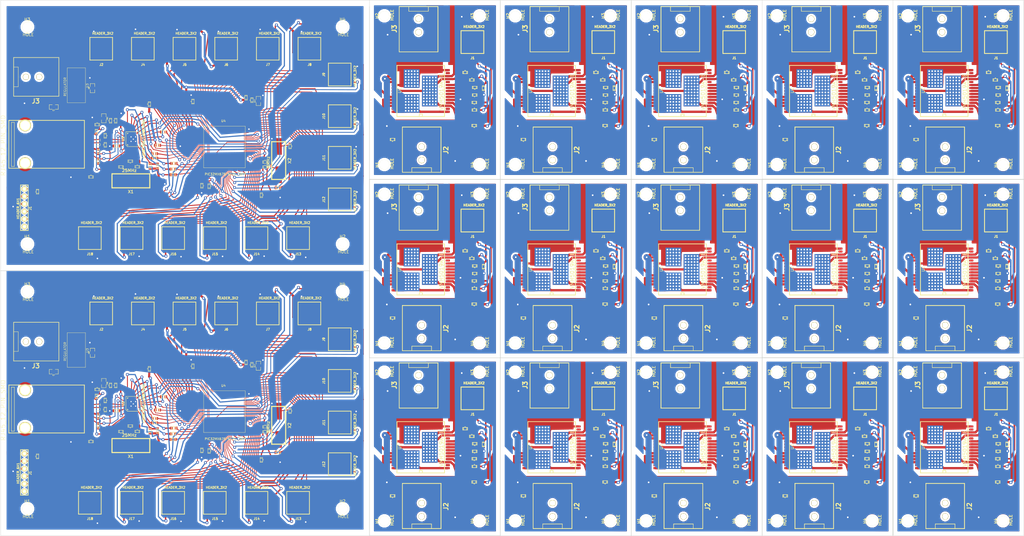
<source format=kicad_pcb>
(kicad_pcb (version 3) (host pcbnew "(2013-08-24 BZR 4298)-stable")
  (layers (15 F.Cu signal) (0 B.Cu signal) (18 B.Paste user) (19 F.Paste user) (20 B.SilkS user) (21 F.SilkS user) (22 B.Mask user) (23 F.Mask user) (28 Edge.Cuts user))
  (net 0 "")
  (net 1 +2.8v)
  (net 2 +5v)
  (net 3 AECRSDV)
  (net 4 AEMDC)
  (net 5 AEMDIO)
  (net 6 AEREFCLK)
  (net 7 AERXD0)
  (net 8 AERXD1)
  (net 9 AERXERR)
  (net 10 AETXD0)
  (net 11 AETXD1)
  (net 12 AETXEN)
  (net 13 AVDD)
  (net 14 CS)
  (net 15 GND)
  (net 16 GreenLED)
  (net 17 ICSPCLK_RB1)
  (net 18 ICSPDAT_RB0)
  (net 19 IN_A)
  (net 20 IN_B)
  (net 21 Motor1OutA)
  (net 22 Motor1OutB)
  (net 23 N-000001)
  (net 24 N-0000010)
  (net 25 N-0000011)
  (net 26 N-00000114)
  (net 27 N-0000015)
  (net 28 N-0000016)
  (net 29 N-0000017)
  (net 30 N-000002)
  (net 31 N-0000021)
  (net 32 N-000003)
  (net 33 N-0000035)
  (net 34 N-0000036)
  (net 35 N-000004)
  (net 36 N-0000049)
  (net 37 N-000005)
  (net 38 N-0000052)
  (net 39 N-000006)
  (net 40 N-000007)
  (net 41 N-000009)
  (net 42 PWM)
  (net 43 RA1)
  (net 44 RA14)
  (net 45 RA2)
  (net 46 RA3)
  (net 47 RA4)
  (net 48 RA5)
  (net 49 RA6)
  (net 50 RA7)
  (net 51 RB10)
  (net 52 RB11)
  (net 53 RB12)
  (net 54 RB13)
  (net 55 RB14)
  (net 56 RB15)
  (net 57 RB2)
  (net 58 RB3)
  (net 59 RB4)
  (net 60 RB5)
  (net 61 RB6)
  (net 62 RB7)
  (net 63 RB8)
  (net 64 RB9)
  (net 65 RC1)
  (net 66 RC2)
  (net 67 RC3)
  (net 68 RC4)
  (net 69 RD0)
  (net 70 RD1)
  (net 71 RD10)
  (net 72 RD12)
  (net 73 RD13)
  (net 74 RD2)
  (net 75 RD3)
  (net 76 RD4)
  (net 77 RD5)
  (net 78 RD6)
  (net 79 RD7)
  (net 80 RD9)
  (net 81 RE0)
  (net 82 RE1)
  (net 83 RE2)
  (net 84 RE3)
  (net 85 RE4)
  (net 86 RE5)
  (net 87 RE6)
  (net 88 RE7)
  (net 89 RF0)
  (net 90 RF1)
  (net 91 RF12)
  (net 92 RF13)
  (net 93 RF3)
  (net 94 RF4)
  (net 95 RF5)
  (net 96 RG0)
  (net 97 RG1)
  (net 98 RG12)
  (net 99 RG13)
  (net 100 RG14)
  (net 101 RG2)
  (net 102 RG3)
  (net 103 RG6)
  (net 104 RG7)
  (net 105 RXN)
  (net 106 RXP)
  (net 107 TXN)
  (net 108 TXP)
  (net 109 Vin)
  (net 110 YellowLED)
  (net 111 nRST)
  (net 112 ~MCLR~)
  (module TED_2.1mm_DC_SMT_68mil (layer F.Cu) (at 370.35 43.5 90)
    (fp_text reference J3 (at 0.15748 -8.15848 90) (layer F.SilkS) (effects (font (thickness 0.3048))))
    (fp_text value DC_2.1MM hide)
    (pad "" np_thru_hole circle (at -1.00076 0 90) (size 2.032 2.032) (drill 1.7272) (layers *.Cu *.Mask F.SilkS))
    (pad 1 smd rect (at 3.50012 5.4102 90) (size 1.99898 1.99898) (layers F.Cu F.Paste F.Mask) (net 22 Motor1OutB))
    (pad 1 smd rect (at -2.60096 5.4102 90) (size 1.99898 1.99898) (layers F.Cu F.Paste F.Mask) (net 22 Motor1OutB))
    (pad 2 smd rect (at 3.50012 -5.41528 90) (size 1.99898 1.99898) (layers F.Cu F.Paste F.Mask) (net 21 Motor1OutA))
    (pad 3 smd rect (at -2.60096 -5.41528 90) (size 1.99898 1.99898) (layers F.Cu F.Paste F.Mask))
    (pad "" np_thru_hole circle (at 3.50012 0 90) (size 2.032 2.032) (drill 1.7272) (layers *.Cu *.Mask F.SilkS))
  )
  (module TED_2.1mm_DC_SMT_68mil (layer F.Cu) (at 371.39 84 270)
    (fp_text reference J2 (at 0.15748 -8.15848 270) (layer F.SilkS) (effects (font (thickness 0.3048))))
    (fp_text value DC_2.1MM hide)
    (pad "" np_thru_hole circle (at -1.00076 0 270) (size 2.032 2.032) (drill 1.7272) (layers *.Cu *.Mask F.SilkS))
    (pad 1 smd rect (at 3.50012 5.4102 270) (size 1.99898 1.99898) (layers F.Cu F.Paste F.Mask) (net 109 Vin))
    (pad 1 smd rect (at -2.60096 5.4102 270) (size 1.99898 1.99898) (layers F.Cu F.Paste F.Mask) (net 109 Vin))
    (pad 2 smd rect (at 3.50012 -5.41528 270) (size 1.99898 1.99898) (layers F.Cu F.Paste F.Mask) (net 15 GND))
    (pad 3 smd rect (at -2.60096 -5.41528 270) (size 1.99898 1.99898) (layers F.Cu F.Paste F.Mask))
    (pad "" np_thru_hole circle (at 3.50012 0 270) (size 2.032 2.032) (drill 1.7272) (layers *.Cu *.Mask F.SilkS))
  )
  (module TED_Hole_125mil (layer F.Cu) (at 390.85 89 90)
    (fp_text reference H4 (at -0.05 -2.425 90) (layer F.SilkS))
    (fp_text value HOLE (at 0.25 2.6 90) (layer F.SilkS))
    (pad "" np_thru_hole circle (at 0 0 90) (size 3.175 3.175) (drill 3.175) (layers *.Cu *.Mask F.SilkS))
  )
  (module TED_Hole_125mil (layer F.Cu) (at 390.85 39 90)
    (fp_text reference H3 (at -0.05 -2.425 90) (layer F.SilkS))
    (fp_text value HOLE (at 0.25 2.6 90) (layer F.SilkS))
    (pad "" np_thru_hole circle (at 0 0 90) (size 3.175 3.175) (drill 3.175) (layers *.Cu *.Mask F.SilkS))
  )
  (module TED_Hole_125mil (layer F.Cu) (at 358.85 39 90)
    (fp_text reference H2 (at -0.05 -2.425 90) (layer F.SilkS))
    (fp_text value HOLE (at 0.25 2.6 90) (layer F.SilkS))
    (pad "" np_thru_hole circle (at 0 0 90) (size 3.175 3.175) (drill 3.175) (layers *.Cu *.Mask F.SilkS))
  )
  (module TED_Hole_125mil (layer F.Cu) (at 358.85 89 90)
    (fp_text reference H1 (at -0.05 -2.425 90) (layer F.SilkS))
    (fp_text value HOLE (at 0.25 2.6 90) (layer F.SilkS))
    (pad "" np_thru_hole circle (at 0 0 90) (size 3.175 3.175) (drill 3.175) (layers *.Cu *.Mask F.SilkS))
  )
  (module TED_MultiPowerSO-30_2mil_hole (layer F.Cu) (at 371.07 64.26 90)
    (fp_text reference U1 (at 0.225 -7.025 90) (layer F.SilkS) (effects (font (thickness 0.1))))
    (fp_text value VNH5019A-E (at -0.325 6.925 90) (layer F.SilkS) (effects (font (size 1.27 1.27) (thickness 0.127))))
    (pad 22 smd rect (at 1 -9.1 90) (size 0.67 1.3) (layers F.Cu F.Paste F.Mask))
    (pad 21 smd rect (at 2 -9.1 90) (size 0.67 1.3) (layers F.Cu F.Paste F.Mask) (net 22 Motor1OutB))
    (pad 20 smd rect (at 3 -9.1 90) (size 0.67 1.3) (layers F.Cu F.Paste F.Mask) (net 15 GND))
    (pad 19 smd rect (at 4 -9.1 90) (size 0.67 1.3) (layers F.Cu F.Paste F.Mask) (net 15 GND))
    (pad 18 smd rect (at 5 -9.1 90) (size 0.67 1.3) (layers F.Cu F.Paste F.Mask) (net 15 GND))
    (pad 17 smd rect (at 6 -9.1 90) (size 0.67 1.3) (layers F.Cu F.Paste F.Mask))
    (pad 16 smd rect (at 7 -9.1 90) (size 0.67 1.3) (layers F.Cu F.Paste F.Mask) (net 22 Motor1OutB))
    (pad 15 smd rect (at 7 9.1 90) (size 0.67 1.3) (layers F.Cu F.Paste F.Mask) (net 22 Motor1OutB))
    (pad 14 smd rect (at 6 9.1 90) (size 0.67 1.3) (layers F.Cu F.Paste F.Mask))
    (pad 13 smd rect (at 5 9.1 90) (size 0.67 1.3) (layers F.Cu F.Paste F.Mask) (net 109 Vin))
    (pad 12 smd rect (at 4 9.1 90) (size 0.67 1.3) (layers F.Cu F.Paste F.Mask) (net 109 Vin))
    (pad 11 smd rect (at 3 9.1 90) (size 0.67 1.3) (layers F.Cu F.Paste F.Mask))
    (pad 10 smd rect (at 2 9.1 90) (size 0.67 1.3) (layers F.Cu F.Paste F.Mask) (net 20 IN_B))
    (pad 9 smd rect (at 1 9.1 90) (size 0.67 1.3) (layers F.Cu F.Paste F.Mask) (net 39 N-000006))
    (pad 1 smd rect (at -7 9.1 90) (size 0.67 1.3) (layers F.Cu F.Paste F.Mask) (net 21 Motor1OutA))
    (pad 2 smd rect (at -6 9.1 90) (size 0.67 1.3) (layers F.Cu F.Paste F.Mask))
    (pad 3 smd rect (at -5 9.1 90) (size 0.67 1.3) (layers F.Cu F.Paste F.Mask) (net 109 Vin))
    (pad 4 smd rect (at -4 9.1 90) (size 0.67 1.3) (layers F.Cu F.Paste F.Mask) (net 19 IN_A))
    (pad 5 smd rect (at -3 9.1 90) (size 0.67 1.3) (layers F.Cu F.Paste F.Mask) (net 40 N-000007))
    (pad 6 smd rect (at -2 9.1 90) (size 0.67 1.3) (layers F.Cu F.Paste F.Mask) (net 15 GND))
    (pad 7 smd rect (at -1 9.1 90) (size 0.67 1.3) (layers F.Cu F.Paste F.Mask) (net 42 PWM))
    (pad 8 smd rect (at 0 9.1 90) (size 0.67 1.3) (layers F.Cu F.Paste F.Mask) (net 14 CS))
    (pad 23 smd rect (at 0 -9.1 90) (size 0.67 1.3) (layers F.Cu F.Paste F.Mask) (net 109 Vin))
    (pad 24 smd rect (at -1 -9.1 90) (size 0.67 1.3) (layers F.Cu F.Paste F.Mask))
    (pad 25 smd rect (at -2 -9.1 90) (size 0.67 1.3) (layers F.Cu F.Paste F.Mask) (net 21 Motor1OutA))
    (pad 26 smd rect (at -3 -9.1 90) (size 0.67 1.3) (layers F.Cu F.Paste F.Mask) (net 15 GND))
    (pad 27 smd rect (at -4 -9.1 90) (size 0.67 1.3) (layers F.Cu F.Paste F.Mask) (net 15 GND))
    (pad 28 smd rect (at -5 -9.1 90) (size 0.67 1.3) (layers F.Cu F.Paste F.Mask) (net 15 GND))
    (pad 29 smd rect (at -6 -9.1 90) (size 0.67 1.3) (layers F.Cu F.Paste F.Mask))
    (pad 30 smd rect (at -7 -9.1 90) (size 0.67 1.3) (layers F.Cu F.Paste F.Mask) (net 21 Motor1OutA))
    (pad 33 smd rect (at -4.165 -3.05 90) (size 6.23 5.25) (layers F.Cu F.Paste F.Mask) (net 21 Motor1OutA))
    (pad 32 smd rect (at 4.165 -3.05 90) (size 6.23 5.25) (layers F.Cu F.Paste F.Mask) (net 22 Motor1OutB))
    (pad 31 smd rect (at 0 3.05 90) (size 10.3 5.25) (layers F.Cu F.Paste F.Mask) (net 109 Vin))
    (pad 33 thru_hole circle (at -6.665 -5.05 90) (size 0.508 0.508) (drill 0.508) (layers *.Cu) (net 21 Motor1OutA))
    (pad 33 thru_hole circle (at -5.665 -5.05 90) (size 0.508 0.508) (drill 0.508) (layers *.Cu) (net 21 Motor1OutA))
    (pad 33 thru_hole circle (at -4.665 -5.05 90) (size 0.508 0.508) (drill 0.508) (layers *.Cu) (net 21 Motor1OutA))
    (pad 33 thru_hole circle (at -3.665 -5.05 90) (size 0.508 0.508) (drill 0.508) (layers *.Cu) (net 21 Motor1OutA))
    (pad 33 thru_hole circle (at -2.665 -5.05 90) (size 0.508 0.508) (drill 0.508) (layers *.Cu) (net 21 Motor1OutA))
    (pad 33 thru_hole circle (at -1.665 -5.05 90) (size 0.508 0.508) (drill 0.508) (layers *.Cu) (net 21 Motor1OutA))
    (pad 32 thru_hole circle (at 6.665 -5.05 90) (size 0.508 0.508) (drill 0.508) (layers *.Cu) (net 22 Motor1OutB))
    (pad 32 thru_hole circle (at 5.665 -5.05 90) (size 0.508 0.508) (drill 0.508) (layers *.Cu) (net 22 Motor1OutB))
    (pad 32 thru_hole circle (at 4.665 -5.05 90) (size 0.508 0.508) (drill 0.508) (layers *.Cu) (net 22 Motor1OutB))
    (pad 32 thru_hole circle (at 3.665 -5.05 90) (size 0.508 0.508) (drill 0.508) (layers *.Cu) (net 22 Motor1OutB))
    (pad 32 thru_hole circle (at 2.665 -5.05 90) (size 0.508 0.508) (drill 0.508) (layers *.Cu) (net 22 Motor1OutB))
    (pad 32 thru_hole circle (at 1.665 -5.05 90) (size 0.508 0.508) (drill 0.508) (layers *.Cu) (net 22 Motor1OutB))
    (pad 32 thru_hole circle (at 6.665 -4.05 90) (size 0.508 0.508) (drill 0.508) (layers *.Cu) (net 22 Motor1OutB))
    (pad 32 thru_hole circle (at 5.665 -4.05 90) (size 0.508 0.508) (drill 0.508) (layers *.Cu) (net 22 Motor1OutB))
    (pad 32 thru_hole circle (at 4.665 -4.05 90) (size 0.508 0.508) (drill 0.508) (layers *.Cu) (net 22 Motor1OutB))
    (pad 32 thru_hole circle (at 3.665 -4.05 90) (size 0.508 0.508) (drill 0.508) (layers *.Cu) (net 22 Motor1OutB))
    (pad 32 thru_hole circle (at 2.665 -4.05 90) (size 0.508 0.508) (drill 0.508) (layers *.Cu) (net 22 Motor1OutB))
    (pad 32 thru_hole circle (at 1.665 -4.05 90) (size 0.508 0.508) (drill 0.508) (layers *.Cu) (net 22 Motor1OutB))
    (pad 33 thru_hole circle (at -1.665 -4.05 90) (size 0.508 0.508) (drill 0.508) (layers *.Cu) (net 21 Motor1OutA))
    (pad 33 thru_hole circle (at -2.665 -4.05 90) (size 0.508 0.508) (drill 0.508) (layers *.Cu) (net 21 Motor1OutA))
    (pad 33 thru_hole circle (at -3.665 -4.05 90) (size 0.508 0.508) (drill 0.508) (layers *.Cu) (net 21 Motor1OutA))
    (pad 33 thru_hole circle (at -4.665 -4.05 90) (size 0.508 0.508) (drill 0.508) (layers *.Cu) (net 21 Motor1OutA))
    (pad 33 thru_hole circle (at -5.665 -4.05 90) (size 0.508 0.508) (drill 0.508) (layers *.Cu) (net 21 Motor1OutA))
    (pad 33 thru_hole circle (at -6.665 -4.05 90) (size 0.508 0.508) (drill 0.508) (layers *.Cu) (net 21 Motor1OutA))
    (pad 32 thru_hole circle (at 1.665 -3.05 90) (size 0.508 0.508) (drill 0.508) (layers *.Cu) (net 22 Motor1OutB))
    (pad 32 thru_hole circle (at 2.665 -3.05 90) (size 0.508 0.508) (drill 0.508) (layers *.Cu) (net 22 Motor1OutB))
    (pad 32 thru_hole circle (at 3.665 -3.05 90) (size 0.508 0.508) (drill 0.508) (layers *.Cu) (net 22 Motor1OutB))
    (pad 32 thru_hole circle (at 4.665 -3.05 90) (size 0.508 0.508) (drill 0.508) (layers *.Cu) (net 22 Motor1OutB))
    (pad 32 thru_hole circle (at 5.665 -3.05 90) (size 0.508 0.508) (drill 0.508) (layers *.Cu) (net 22 Motor1OutB))
    (pad 32 thru_hole circle (at 6.665 -3.05 90) (size 0.508 0.508) (drill 0.508) (layers *.Cu) (net 22 Motor1OutB))
    (pad 33 thru_hole circle (at -1.665 -3.05 90) (size 0.508 0.508) (drill 0.508) (layers *.Cu) (net 21 Motor1OutA))
    (pad 33 thru_hole circle (at -2.665 -3.05 90) (size 0.508 0.508) (drill 0.508) (layers *.Cu) (net 21 Motor1OutA))
    (pad 33 thru_hole circle (at -3.665 -3.05 90) (size 0.508 0.508) (drill 0.508) (layers *.Cu) (net 21 Motor1OutA))
    (pad 33 thru_hole circle (at -4.665 -3.05 90) (size 0.508 0.508) (drill 0.508) (layers *.Cu) (net 21 Motor1OutA))
    (pad 33 thru_hole circle (at -5.665 -3.05 90) (size 0.508 0.508) (drill 0.508) (layers *.Cu) (net 21 Motor1OutA))
    (pad 33 thru_hole circle (at -6.665 -3.05 90) (size 0.508 0.508) (drill 0.508) (layers *.Cu) (net 21 Motor1OutA))
    (pad 33 thru_hole circle (at -6.665 -2.05 90) (size 0.508 0.508) (drill 0.508) (layers *.Cu) (net 21 Motor1OutA))
    (pad 33 thru_hole circle (at -5.665 -2.05 90) (size 0.508 0.508) (drill 0.508) (layers *.Cu) (net 21 Motor1OutA))
    (pad 33 thru_hole circle (at -4.665 -2.05 90) (size 0.508 0.508) (drill 0.508) (layers *.Cu) (net 21 Motor1OutA))
    (pad 33 thru_hole circle (at -3.665 -2.05 90) (size 0.508 0.508) (drill 0.508) (layers *.Cu) (net 21 Motor1OutA))
    (pad 33 thru_hole circle (at -2.665 -2.05 90) (size 0.508 0.508) (drill 0.508) (layers *.Cu) (net 21 Motor1OutA))
    (pad 33 thru_hole circle (at -1.665 -2.05 90) (size 0.508 0.508) (drill 0.508) (layers *.Cu) (net 21 Motor1OutA))
    (pad 32 thru_hole circle (at 1.665 -2.05 90) (size 0.508 0.508) (drill 0.508) (layers *.Cu) (net 22 Motor1OutB))
    (pad 32 thru_hole circle (at 2.665 -2.05 90) (size 0.508 0.508) (drill 0.508) (layers *.Cu) (net 22 Motor1OutB))
    (pad 32 thru_hole circle (at 3.665 -2.05 90) (size 0.508 0.508) (drill 0.508) (layers *.Cu) (net 22 Motor1OutB))
    (pad 32 thru_hole circle (at 4.665 -2.05 90) (size 0.508 0.508) (drill 0.508) (layers *.Cu) (net 22 Motor1OutB))
    (pad 32 thru_hole circle (at 5.665 -2.05 90) (size 0.508 0.508) (drill 0.508) (layers *.Cu) (net 22 Motor1OutB))
    (pad 32 thru_hole circle (at 6.665 -2.05 90) (size 0.508 0.508) (drill 0.508) (layers *.Cu) (net 22 Motor1OutB))
    (pad 33 thru_hole circle (at -6.665 -1.05 90) (size 0.508 0.508) (drill 0.508) (layers *.Cu) (net 21 Motor1OutA))
    (pad 33 thru_hole circle (at -5.665 -1.05 90) (size 0.508 0.508) (drill 0.508) (layers *.Cu) (net 21 Motor1OutA))
    (pad 33 thru_hole circle (at -4.665 -1.05 90) (size 0.508 0.508) (drill 0.508) (layers *.Cu) (net 21 Motor1OutA))
    (pad 33 thru_hole circle (at -3.665 -1.05 90) (size 0.508 0.508) (drill 0.508) (layers *.Cu) (net 21 Motor1OutA))
    (pad 33 thru_hole circle (at -2.665 -1.05 90) (size 0.508 0.508) (drill 0.508) (layers *.Cu) (net 21 Motor1OutA))
    (pad 33 thru_hole circle (at -1.665 -1.05 90) (size 0.508 0.508) (drill 0.508) (layers *.Cu) (net 21 Motor1OutA))
    (pad 32 thru_hole circle (at 1.665 -1.05 90) (size 0.508 0.508) (drill 0.508) (layers *.Cu) (net 22 Motor1OutB))
    (pad 32 thru_hole circle (at 2.665 -1.05 90) (size 0.508 0.508) (drill 0.508) (layers *.Cu) (net 22 Motor1OutB))
    (pad 32 thru_hole circle (at 3.665 -1.05 90) (size 0.508 0.508) (drill 0.508) (layers *.Cu) (net 22 Motor1OutB))
    (pad 32 thru_hole circle (at 4.665 -1.05 90) (size 0.508 0.508) (drill 0.508) (layers *.Cu) (net 22 Motor1OutB))
    (pad 32 thru_hole circle (at 5.665 -1.05 90) (size 0.508 0.508) (drill 0.508) (layers *.Cu) (net 22 Motor1OutB))
    (pad 32 thru_hole circle (at 6.665 -1.05 90) (size 0.508 0.508) (drill 0.508) (layers *.Cu) (net 22 Motor1OutB))
    (pad 31 thru_hole circle (at 1.5 1.05 90) (size 0.508 0.508) (drill 0.508) (layers *.Cu) (net 109 Vin))
    (pad 31 thru_hole circle (at 2.5 1.05 90) (size 0.508 0.508) (drill 0.508) (layers *.Cu) (net 109 Vin))
    (pad 31 thru_hole circle (at 3.5 1.05 90) (size 0.508 0.508) (drill 0.508) (layers *.Cu) (net 109 Vin))
    (pad 31 thru_hole circle (at 4.5 1.05 90) (size 0.508 0.508) (drill 0.508) (layers *.Cu) (net 109 Vin))
    (pad 31 thru_hole circle (at 4.5 2.05 90) (size 0.508 0.508) (drill 0.508) (layers *.Cu) (net 109 Vin))
    (pad 31 thru_hole circle (at 3.5 2.05 90) (size 0.508 0.508) (drill 0.508) (layers *.Cu) (net 109 Vin))
    (pad 31 thru_hole circle (at 2.5 2.05 90) (size 0.508 0.508) (drill 0.508) (layers *.Cu) (net 109 Vin))
    (pad 31 thru_hole circle (at 1.5 2.05 90) (size 0.508 0.508) (drill 0.508) (layers *.Cu) (net 109 Vin))
    (pad 31 thru_hole circle (at 4.5 3.05 90) (size 0.508 0.508) (drill 0.508) (layers *.Cu) (net 109 Vin))
    (pad 31 thru_hole circle (at 3.5 3.05 90) (size 0.508 0.508) (drill 0.508) (layers *.Cu) (net 109 Vin))
    (pad 31 thru_hole circle (at 2.5 3.05 90) (size 0.508 0.508) (drill 0.508) (layers *.Cu) (net 109 Vin))
    (pad 31 thru_hole circle (at 1.5 3.05 90) (size 0.508 0.508) (drill 0.508) (layers *.Cu) (net 109 Vin))
    (pad 31 thru_hole circle (at 1.5 4.05 90) (size 0.508 0.508) (drill 0.508) (layers *.Cu) (net 109 Vin))
    (pad 31 thru_hole circle (at 2.5 4.05 90) (size 0.508 0.508) (drill 0.508) (layers *.Cu) (net 109 Vin))
    (pad 31 thru_hole circle (at 3.5 4.05 90) (size 0.508 0.508) (drill 0.508) (layers *.Cu) (net 109 Vin))
    (pad 31 thru_hole circle (at 4.5 4.05 90) (size 0.508 0.508) (drill 0.508) (layers *.Cu) (net 109 Vin))
    (pad 31 thru_hole circle (at 1.5 5.05 90) (size 0.508 0.508) (drill 0.508) (layers *.Cu) (net 109 Vin))
    (pad 31 thru_hole circle (at 2.5 5.05 90) (size 0.508 0.508) (drill 0.508) (layers *.Cu) (net 109 Vin))
    (pad 31 thru_hole circle (at 3.5 5.05 90) (size 0.508 0.508) (drill 0.508) (layers *.Cu) (net 109 Vin))
    (pad 31 thru_hole circle (at 4.5 5.05 90) (size 0.508 0.508) (drill 0.508) (layers *.Cu) (net 109 Vin))
    (pad 31 thru_hole circle (at 0.5 5.05 90) (size 0.508 0.508) (drill 0.508) (layers *.Cu) (net 109 Vin))
    (pad 31 thru_hole circle (at -0.5 5.05 90) (size 0.508 0.508) (drill 0.508) (layers *.Cu) (net 109 Vin))
    (pad 31 thru_hole circle (at -1.5 5.05 90) (size 0.508 0.508) (drill 0.508) (layers *.Cu) (net 109 Vin))
    (pad 31 thru_hole circle (at -2.5 5.05 90) (size 0.508 0.508) (drill 0.508) (layers *.Cu) (net 109 Vin))
    (pad 31 thru_hole circle (at -3.5 5.05 90) (size 0.508 0.508) (drill 0.508) (layers *.Cu) (net 109 Vin))
    (pad 31 thru_hole circle (at -4.5 5.05 90) (size 0.508 0.508) (drill 0.508) (layers *.Cu) (net 109 Vin))
    (pad 31 thru_hole circle (at 0.5 4.05 90) (size 0.508 0.508) (drill 0.508) (layers *.Cu) (net 109 Vin))
    (pad 31 thru_hole circle (at -0.5 4.05 90) (size 0.508 0.508) (drill 0.508) (layers *.Cu) (net 109 Vin))
    (pad 31 thru_hole circle (at -1.5 4.05 90) (size 0.508 0.508) (drill 0.508) (layers *.Cu) (net 109 Vin))
    (pad 31 thru_hole circle (at -2.5 4.05 90) (size 0.508 0.508) (drill 0.508) (layers *.Cu) (net 109 Vin))
    (pad 31 thru_hole circle (at -3.5 4.05 90) (size 0.508 0.508) (drill 0.508) (layers *.Cu) (net 109 Vin))
    (pad 31 thru_hole circle (at -4.5 4.05 90) (size 0.508 0.508) (drill 0.508) (layers *.Cu) (net 109 Vin))
    (pad 31 thru_hole circle (at -4.5 3.05 90) (size 0.508 0.508) (drill 0.508) (layers *.Cu) (net 109 Vin))
    (pad 31 thru_hole circle (at -3.5 3.05 90) (size 0.508 0.508) (drill 0.508) (layers *.Cu) (net 109 Vin))
    (pad 31 thru_hole circle (at -2.5 3.05 90) (size 0.508 0.508) (drill 0.508) (layers *.Cu) (net 109 Vin))
    (pad 31 thru_hole circle (at -1.5 3.05 90) (size 0.508 0.508) (drill 0.508) (layers *.Cu) (net 109 Vin))
    (pad 31 thru_hole circle (at -0.5 3.05 90) (size 0.508 0.508) (drill 0.508) (layers *.Cu) (net 109 Vin))
    (pad 31 thru_hole circle (at 0.5 3.05 90) (size 0.508 0.508) (drill 0.508) (layers *.Cu) (net 109 Vin))
    (pad 31 thru_hole circle (at -4.5 2.05 90) (size 0.508 0.508) (drill 0.508) (layers *.Cu) (net 109 Vin))
    (pad 31 thru_hole circle (at -3.5 2.05 90) (size 0.508 0.508) (drill 0.508) (layers *.Cu) (net 109 Vin))
    (pad 31 thru_hole circle (at -2.5 2.05 90) (size 0.508 0.508) (drill 0.508) (layers *.Cu) (net 109 Vin))
    (pad 31 thru_hole circle (at -1.5 2.05 90) (size 0.508 0.508) (drill 0.508) (layers *.Cu) (net 109 Vin))
    (pad 31 thru_hole circle (at -0.5 2.05 90) (size 0.508 0.508) (drill 0.508) (layers *.Cu) (net 109 Vin))
    (pad 31 thru_hole circle (at 0.5 2.05 90) (size 0.508 0.508) (drill 0.508) (layers *.Cu) (net 109 Vin))
    (pad 31 thru_hole circle (at 0.5 1.05 90) (size 0.508 0.508) (drill 0.508) (layers *.Cu) (net 109 Vin))
    (pad 31 thru_hole circle (at -0.5 1.05 90) (size 0.508 0.508) (drill 0.508) (layers *.Cu) (net 109 Vin))
    (pad 31 thru_hole circle (at -1.5 1.05 90) (size 0.508 0.508) (drill 0.508) (layers *.Cu) (net 109 Vin))
    (pad 31 thru_hole circle (at -2.5 1.05 90) (size 0.508 0.508) (drill 0.508) (layers *.Cu) (net 109 Vin))
    (pad 31 thru_hole circle (at -3.5 1.05 90) (size 0.508 0.508) (drill 0.508) (layers *.Cu) (net 109 Vin))
    (pad 31 thru_hole circle (at -4.5 1.05 90) (size 0.508 0.508) (drill 0.508) (layers *.Cu) (net 109 Vin))
    (pad 33 smd rect (at -4.165 -3.05 90) (size 6.23 5.25) (layers B.Cu F.Paste F.Mask) (net 21 Motor1OutA))
    (pad 32 smd rect (at 4.165 -3.05 90) (size 6.23 5.25) (layers B.Cu F.Paste F.Mask) (net 22 Motor1OutB))
    (pad 31 smd rect (at 0 3.05 90) (size 10.3 5.25) (layers B.Cu F.Paste F.Mask) (net 109 Vin))
  )
  (module TED_HEADER_3x2_SMT (layer F.Cu) (at 388.46 47.82)
    (fp_text reference J1 (at 0.05 5.35) (layer F.SilkS) (effects (font (size 0.762 0.762) (thickness 0.1905))))
    (fp_text value HEADER_3X2 (at 0.525 -5.15) (layer F.SilkS) (effects (font (size 0.762 0.762) (thickness 0.1905))))
    (pad 1 smd rect (at -2.54 2.54) (size 0.9906 2.54) (layers F.Cu F.Paste F.Mask) (net 1 +2.8v) (clearance 0.508))
    (pad 2 smd rect (at 0 2.54) (size 0.9906 2.54) (layers F.Cu F.Paste F.Mask) (net 41 N-000009) (clearance 0.508))
    (pad 3 smd rect (at 2.54 2.54) (size 0.9906 2.54) (layers F.Cu F.Paste F.Mask) (net 24 N-0000010) (clearance 0.508))
    (pad 4 smd rect (at 2.54 -2.54) (size 0.9906 2.54) (layers F.Cu F.Paste F.Mask) (net 28 N-0000016) (clearance 0.508))
    (pad 5 smd rect (at 0 -2.54) (size 0.9906 2.54) (layers F.Cu F.Paste F.Mask) (net 25 N-0000011) (clearance 0.508))
    (pad 6 smd rect (at -2.54 -2.54) (size 0.9906 2.54) (layers F.Cu F.Paste F.Mask) (net 15 GND) (clearance 0.508))
  )
  (module TED_SM0603 (layer F.Cu) (at 361.6 80.58 180)
    (fp_text reference C1 (at 0 -0.635 180) (layer F.SilkS) (effects (font (size 0.20066 0.20066) (thickness 0.04064))))
    (fp_text value ".1uF (50v)" hide)
    (pad 2 smd rect (at 0.75184 0 180) (size 0.89916 1.00076) (layers F.Cu F.Paste F.Mask) (net 15 GND) (clearance 0.1))
    (pad 1 smd rect (at -0.75184 0 180) (size 0.89916 1.00076) (layers F.Cu F.Paste F.Mask) (net 109 Vin) (clearance 0.1))
  )
  (module TED_SM0603 (layer F.Cu) (at 392.15 63.3 270)
    (fp_text reference C3 (at 0 -0.635 270) (layer F.SilkS) (effects (font (size 0.20066 0.20066) (thickness 0.04064))))
    (fp_text value 33nF hide)
    (pad 2 smd rect (at 0.75184 0 270) (size 0.89916 1.00076) (layers F.Cu F.Paste F.Mask) (net 15 GND) (clearance 0.1))
    (pad 1 smd rect (at -0.75184 0 270) (size 0.89916 1.00076) (layers F.Cu F.Paste F.Mask) (net 28 N-0000016) (clearance 0.1))
  )
  (module TED_SM0603 (layer F.Cu) (at 389.14 70.68)
    (fp_text reference R1 (at 0 -0.635) (layer F.SilkS) (effects (font (size 0.20066 0.20066) (thickness 0.04064))))
    (fp_text value 3.3k hide)
    (pad 2 smd rect (at 0.75184 0) (size 0.89916 1.00076) (layers F.Cu F.Paste F.Mask) (net 1 +2.8v) (clearance 0.1))
    (pad 1 smd rect (at -0.75184 0) (size 0.89916 1.00076) (layers F.Cu F.Paste F.Mask) (net 40 N-000007) (clearance 0.1))
  )
  (module TED_SM0603 (layer F.Cu) (at 388.28 60.56)
    (fp_text reference R2 (at 0 -0.635) (layer F.SilkS) (effects (font (size 0.20066 0.20066) (thickness 0.04064))))
    (fp_text value 3.3k hide)
    (pad 2 smd rect (at 0.75184 0) (size 0.89916 1.00076) (layers F.Cu F.Paste F.Mask) (net 1 +2.8v) (clearance 0.1))
    (pad 1 smd rect (at -0.75184 0) (size 0.89916 1.00076) (layers F.Cu F.Paste F.Mask) (net 39 N-000006) (clearance 0.1))
  )
  (module TED_SM0603 (layer F.Cu) (at 389.05 75.91 180)
    (fp_text reference R3 (at 0 -0.635 180) (layer F.SilkS) (effects (font (size 0.20066 0.20066) (thickness 0.04064))))
    (fp_text value 1k hide)
    (pad 2 smd rect (at 0.75184 0 180) (size 0.89916 1.00076) (layers F.Cu F.Paste F.Mask) (net 19 IN_A) (clearance 0.1))
    (pad 1 smd rect (at -0.75184 0 180) (size 0.89916 1.00076) (layers F.Cu F.Paste F.Mask) (net 41 N-000009) (clearance 0.1))
  )
  (module TED_SM0603 (layer F.Cu) (at 389.11 68.11 180)
    (fp_text reference R4 (at 0 -0.635 180) (layer F.SilkS) (effects (font (size 0.20066 0.20066) (thickness 0.04064))))
    (fp_text value 1k hide)
    (pad 2 smd rect (at 0.75184 0 180) (size 0.89916 1.00076) (layers F.Cu F.Paste F.Mask) (net 42 PWM) (clearance 0.1))
    (pad 1 smd rect (at -0.75184 0 180) (size 0.89916 1.00076) (layers F.Cu F.Paste F.Mask) (net 24 N-0000010) (clearance 0.1))
  )
  (module TED_SM0603 (layer F.Cu) (at 385.99 58.02)
    (fp_text reference R5 (at 0 -0.635) (layer F.SilkS) (effects (font (size 0.20066 0.20066) (thickness 0.04064))))
    (fp_text value 1k hide)
    (pad 2 smd rect (at 0.75184 0) (size 0.89916 1.00076) (layers F.Cu F.Paste F.Mask) (net 25 N-0000011) (clearance 0.1))
    (pad 1 smd rect (at -0.75184 0) (size 0.89916 1.00076) (layers F.Cu F.Paste F.Mask) (net 20 IN_B) (clearance 0.1))
  )
  (module TED_SM0603 (layer F.Cu) (at 389.22 63.06 180)
    (fp_text reference R6 (at 0 -0.635 180) (layer F.SilkS) (effects (font (size 0.20066 0.20066) (thickness 0.04064))))
    (fp_text value 10k hide)
    (pad 2 smd rect (at 0.75184 0 180) (size 0.89916 1.00076) (layers F.Cu F.Paste F.Mask) (net 14 CS) (clearance 0.1))
    (pad 1 smd rect (at -0.75184 0 180) (size 0.89916 1.00076) (layers F.Cu F.Paste F.Mask) (net 28 N-0000016) (clearance 0.1))
  )
  (module TED_SM0603 (layer F.Cu) (at 389.19 65.61 180)
    (fp_text reference R7 (at 0 -0.635 180) (layer F.SilkS) (effects (font (size 0.20066 0.20066) (thickness 0.04064))))
    (fp_text value 1.5k hide)
    (pad 2 smd rect (at 0.75184 0 180) (size 0.89916 1.00076) (layers F.Cu F.Paste F.Mask) (net 14 CS) (clearance 0.1))
    (pad 1 smd rect (at -0.75184 0 180) (size 0.89916 1.00076) (layers F.Cu F.Paste F.Mask) (net 15 GND) (clearance 0.1))
  )
  (module TED_SM0603 (layer F.Cu) (at 389.19 65.61 180)
    (fp_text reference R7 (at 0 -0.635 180) (layer F.SilkS) (effects (font (size 0.20066 0.20066) (thickness 0.04064))))
    (fp_text value 1.5k hide)
    (pad 2 smd rect (at 0.75184 0 180) (size 0.89916 1.00076) (layers F.Cu F.Paste F.Mask) (net 14 CS) (clearance 0.1))
    (pad 1 smd rect (at -0.75184 0 180) (size 0.89916 1.00076) (layers F.Cu F.Paste F.Mask) (net 15 GND) (clearance 0.1))
  )
  (module TED_SM0603 (layer F.Cu) (at 389.22 63.06 180)
    (fp_text reference R6 (at 0 -0.635 180) (layer F.SilkS) (effects (font (size 0.20066 0.20066) (thickness 0.04064))))
    (fp_text value 10k hide)
    (pad 2 smd rect (at 0.75184 0 180) (size 0.89916 1.00076) (layers F.Cu F.Paste F.Mask) (net 14 CS) (clearance 0.1))
    (pad 1 smd rect (at -0.75184 0 180) (size 0.89916 1.00076) (layers F.Cu F.Paste F.Mask) (net 28 N-0000016) (clearance 0.1))
  )
  (module TED_SM0603 (layer F.Cu) (at 385.99 58.02)
    (fp_text reference R5 (at 0 -0.635) (layer F.SilkS) (effects (font (size 0.20066 0.20066) (thickness 0.04064))))
    (fp_text value 1k hide)
    (pad 2 smd rect (at 0.75184 0) (size 0.89916 1.00076) (layers F.Cu F.Paste F.Mask) (net 25 N-0000011) (clearance 0.1))
    (pad 1 smd rect (at -0.75184 0) (size 0.89916 1.00076) (layers F.Cu F.Paste F.Mask) (net 20 IN_B) (clearance 0.1))
  )
  (module TED_SM0603 (layer F.Cu) (at 389.11 68.11 180)
    (fp_text reference R4 (at 0 -0.635 180) (layer F.SilkS) (effects (font (size 0.20066 0.20066) (thickness 0.04064))))
    (fp_text value 1k hide)
    (pad 2 smd rect (at 0.75184 0 180) (size 0.89916 1.00076) (layers F.Cu F.Paste F.Mask) (net 42 PWM) (clearance 0.1))
    (pad 1 smd rect (at -0.75184 0 180) (size 0.89916 1.00076) (layers F.Cu F.Paste F.Mask) (net 24 N-0000010) (clearance 0.1))
  )
  (module TED_SM0603 (layer F.Cu) (at 389.05 75.91 180)
    (fp_text reference R3 (at 0 -0.635 180) (layer F.SilkS) (effects (font (size 0.20066 0.20066) (thickness 0.04064))))
    (fp_text value 1k hide)
    (pad 2 smd rect (at 0.75184 0 180) (size 0.89916 1.00076) (layers F.Cu F.Paste F.Mask) (net 19 IN_A) (clearance 0.1))
    (pad 1 smd rect (at -0.75184 0 180) (size 0.89916 1.00076) (layers F.Cu F.Paste F.Mask) (net 41 N-000009) (clearance 0.1))
  )
  (module TED_SM0603 (layer F.Cu) (at 388.28 60.56)
    (fp_text reference R2 (at 0 -0.635) (layer F.SilkS) (effects (font (size 0.20066 0.20066) (thickness 0.04064))))
    (fp_text value 3.3k hide)
    (pad 2 smd rect (at 0.75184 0) (size 0.89916 1.00076) (layers F.Cu F.Paste F.Mask) (net 1 +2.8v) (clearance 0.1))
    (pad 1 smd rect (at -0.75184 0) (size 0.89916 1.00076) (layers F.Cu F.Paste F.Mask) (net 39 N-000006) (clearance 0.1))
  )
  (module TED_SM0603 (layer F.Cu) (at 389.14 70.68)
    (fp_text reference R1 (at 0 -0.635) (layer F.SilkS) (effects (font (size 0.20066 0.20066) (thickness 0.04064))))
    (fp_text value 3.3k hide)
    (pad 2 smd rect (at 0.75184 0) (size 0.89916 1.00076) (layers F.Cu F.Paste F.Mask) (net 1 +2.8v) (clearance 0.1))
    (pad 1 smd rect (at -0.75184 0) (size 0.89916 1.00076) (layers F.Cu F.Paste F.Mask) (net 40 N-000007) (clearance 0.1))
  )
  (module TED_SM0603 (layer F.Cu) (at 392.15 63.3 270)
    (fp_text reference C3 (at 0 -0.635 270) (layer F.SilkS) (effects (font (size 0.20066 0.20066) (thickness 0.04064))))
    (fp_text value 33nF hide)
    (pad 2 smd rect (at 0.75184 0 270) (size 0.89916 1.00076) (layers F.Cu F.Paste F.Mask) (net 15 GND) (clearance 0.1))
    (pad 1 smd rect (at -0.75184 0 270) (size 0.89916 1.00076) (layers F.Cu F.Paste F.Mask) (net 28 N-0000016) (clearance 0.1))
  )
  (module TED_SM0603 (layer F.Cu) (at 361.6 80.58 180)
    (fp_text reference C1 (at 0 -0.635 180) (layer F.SilkS) (effects (font (size 0.20066 0.20066) (thickness 0.04064))))
    (fp_text value ".1uF (50v)" hide)
    (pad 2 smd rect (at 0.75184 0 180) (size 0.89916 1.00076) (layers F.Cu F.Paste F.Mask) (net 15 GND) (clearance 0.1))
    (pad 1 smd rect (at -0.75184 0 180) (size 0.89916 1.00076) (layers F.Cu F.Paste F.Mask) (net 109 Vin) (clearance 0.1))
  )
  (module TED_HEADER_3x2_SMT (layer F.Cu) (at 388.46 47.82)
    (fp_text reference J1 (at 0.05 5.35) (layer F.SilkS) (effects (font (size 0.762 0.762) (thickness 0.1905))))
    (fp_text value HEADER_3X2 (at 0.525 -5.15) (layer F.SilkS) (effects (font (size 0.762 0.762) (thickness 0.1905))))
    (pad 1 smd rect (at -2.54 2.54) (size 0.9906 2.54) (layers F.Cu F.Paste F.Mask) (net 1 +2.8v) (clearance 0.508))
    (pad 2 smd rect (at 0 2.54) (size 0.9906 2.54) (layers F.Cu F.Paste F.Mask) (net 41 N-000009) (clearance 0.508))
    (pad 3 smd rect (at 2.54 2.54) (size 0.9906 2.54) (layers F.Cu F.Paste F.Mask) (net 24 N-0000010) (clearance 0.508))
    (pad 4 smd rect (at 2.54 -2.54) (size 0.9906 2.54) (layers F.Cu F.Paste F.Mask) (net 28 N-0000016) (clearance 0.508))
    (pad 5 smd rect (at 0 -2.54) (size 0.9906 2.54) (layers F.Cu F.Paste F.Mask) (net 25 N-0000011) (clearance 0.508))
    (pad 6 smd rect (at -2.54 -2.54) (size 0.9906 2.54) (layers F.Cu F.Paste F.Mask) (net 15 GND) (clearance 0.508))
  )
  (module TED_MultiPowerSO-30_2mil_hole (layer F.Cu) (at 371.07 64.26 90)
    (fp_text reference U1 (at 0.225 -7.025 90) (layer F.SilkS) (effects (font (thickness 0.1))))
    (fp_text value VNH5019A-E (at -0.325 6.925 90) (layer F.SilkS) (effects (font (size 1.27 1.27) (thickness 0.127))))
    (pad 22 smd rect (at 1 -9.1 90) (size 0.67 1.3) (layers F.Cu F.Paste F.Mask))
    (pad 21 smd rect (at 2 -9.1 90) (size 0.67 1.3) (layers F.Cu F.Paste F.Mask) (net 22 Motor1OutB))
    (pad 20 smd rect (at 3 -9.1 90) (size 0.67 1.3) (layers F.Cu F.Paste F.Mask) (net 15 GND))
    (pad 19 smd rect (at 4 -9.1 90) (size 0.67 1.3) (layers F.Cu F.Paste F.Mask) (net 15 GND))
    (pad 18 smd rect (at 5 -9.1 90) (size 0.67 1.3) (layers F.Cu F.Paste F.Mask) (net 15 GND))
    (pad 17 smd rect (at 6 -9.1 90) (size 0.67 1.3) (layers F.Cu F.Paste F.Mask))
    (pad 16 smd rect (at 7 -9.1 90) (size 0.67 1.3) (layers F.Cu F.Paste F.Mask) (net 22 Motor1OutB))
    (pad 15 smd rect (at 7 9.1 90) (size 0.67 1.3) (layers F.Cu F.Paste F.Mask) (net 22 Motor1OutB))
    (pad 14 smd rect (at 6 9.1 90) (size 0.67 1.3) (layers F.Cu F.Paste F.Mask))
    (pad 13 smd rect (at 5 9.1 90) (size 0.67 1.3) (layers F.Cu F.Paste F.Mask) (net 109 Vin))
    (pad 12 smd rect (at 4 9.1 90) (size 0.67 1.3) (layers F.Cu F.Paste F.Mask) (net 109 Vin))
    (pad 11 smd rect (at 3 9.1 90) (size 0.67 1.3) (layers F.Cu F.Paste F.Mask))
    (pad 10 smd rect (at 2 9.1 90) (size 0.67 1.3) (layers F.Cu F.Paste F.Mask) (net 20 IN_B))
    (pad 9 smd rect (at 1 9.1 90) (size 0.67 1.3) (layers F.Cu F.Paste F.Mask) (net 39 N-000006))
    (pad 1 smd rect (at -7 9.1 90) (size 0.67 1.3) (layers F.Cu F.Paste F.Mask) (net 21 Motor1OutA))
    (pad 2 smd rect (at -6 9.1 90) (size 0.67 1.3) (layers F.Cu F.Paste F.Mask))
    (pad 3 smd rect (at -5 9.1 90) (size 0.67 1.3) (layers F.Cu F.Paste F.Mask) (net 109 Vin))
    (pad 4 smd rect (at -4 9.1 90) (size 0.67 1.3) (layers F.Cu F.Paste F.Mask) (net 19 IN_A))
    (pad 5 smd rect (at -3 9.1 90) (size 0.67 1.3) (layers F.Cu F.Paste F.Mask) (net 40 N-000007))
    (pad 6 smd rect (at -2 9.1 90) (size 0.67 1.3) (layers F.Cu F.Paste F.Mask) (net 15 GND))
    (pad 7 smd rect (at -1 9.1 90) (size 0.67 1.3) (layers F.Cu F.Paste F.Mask) (net 42 PWM))
    (pad 8 smd rect (at 0 9.1 90) (size 0.67 1.3) (layers F.Cu F.Paste F.Mask) (net 14 CS))
    (pad 23 smd rect (at 0 -9.1 90) (size 0.67 1.3) (layers F.Cu F.Paste F.Mask) (net 109 Vin))
    (pad 24 smd rect (at -1 -9.1 90) (size 0.67 1.3) (layers F.Cu F.Paste F.Mask))
    (pad 25 smd rect (at -2 -9.1 90) (size 0.67 1.3) (layers F.Cu F.Paste F.Mask) (net 21 Motor1OutA))
    (pad 26 smd rect (at -3 -9.1 90) (size 0.67 1.3) (layers F.Cu F.Paste F.Mask) (net 15 GND))
    (pad 27 smd rect (at -4 -9.1 90) (size 0.67 1.3) (layers F.Cu F.Paste F.Mask) (net 15 GND))
    (pad 28 smd rect (at -5 -9.1 90) (size 0.67 1.3) (layers F.Cu F.Paste F.Mask) (net 15 GND))
    (pad 29 smd rect (at -6 -9.1 90) (size 0.67 1.3) (layers F.Cu F.Paste F.Mask))
    (pad 30 smd rect (at -7 -9.1 90) (size 0.67 1.3) (layers F.Cu F.Paste F.Mask) (net 21 Motor1OutA))
    (pad 33 smd rect (at -4.165 -3.05 90) (size 6.23 5.25) (layers F.Cu F.Paste F.Mask) (net 21 Motor1OutA))
    (pad 32 smd rect (at 4.165 -3.05 90) (size 6.23 5.25) (layers F.Cu F.Paste F.Mask) (net 22 Motor1OutB))
    (pad 31 smd rect (at 0 3.05 90) (size 10.3 5.25) (layers F.Cu F.Paste F.Mask) (net 109 Vin))
    (pad 33 thru_hole circle (at -6.665 -5.05 90) (size 0.508 0.508) (drill 0.508) (layers *.Cu) (net 21 Motor1OutA))
    (pad 33 thru_hole circle (at -5.665 -5.05 90) (size 0.508 0.508) (drill 0.508) (layers *.Cu) (net 21 Motor1OutA))
    (pad 33 thru_hole circle (at -4.665 -5.05 90) (size 0.508 0.508) (drill 0.508) (layers *.Cu) (net 21 Motor1OutA))
    (pad 33 thru_hole circle (at -3.665 -5.05 90) (size 0.508 0.508) (drill 0.508) (layers *.Cu) (net 21 Motor1OutA))
    (pad 33 thru_hole circle (at -2.665 -5.05 90) (size 0.508 0.508) (drill 0.508) (layers *.Cu) (net 21 Motor1OutA))
    (pad 33 thru_hole circle (at -1.665 -5.05 90) (size 0.508 0.508) (drill 0.508) (layers *.Cu) (net 21 Motor1OutA))
    (pad 32 thru_hole circle (at 6.665 -5.05 90) (size 0.508 0.508) (drill 0.508) (layers *.Cu) (net 22 Motor1OutB))
    (pad 32 thru_hole circle (at 5.665 -5.05 90) (size 0.508 0.508) (drill 0.508) (layers *.Cu) (net 22 Motor1OutB))
    (pad 32 thru_hole circle (at 4.665 -5.05 90) (size 0.508 0.508) (drill 0.508) (layers *.Cu) (net 22 Motor1OutB))
    (pad 32 thru_hole circle (at 3.665 -5.05 90) (size 0.508 0.508) (drill 0.508) (layers *.Cu) (net 22 Motor1OutB))
    (pad 32 thru_hole circle (at 2.665 -5.05 90) (size 0.508 0.508) (drill 0.508) (layers *.Cu) (net 22 Motor1OutB))
    (pad 32 thru_hole circle (at 1.665 -5.05 90) (size 0.508 0.508) (drill 0.508) (layers *.Cu) (net 22 Motor1OutB))
    (pad 32 thru_hole circle (at 6.665 -4.05 90) (size 0.508 0.508) (drill 0.508) (layers *.Cu) (net 22 Motor1OutB))
    (pad 32 thru_hole circle (at 5.665 -4.05 90) (size 0.508 0.508) (drill 0.508) (layers *.Cu) (net 22 Motor1OutB))
    (pad 32 thru_hole circle (at 4.665 -4.05 90) (size 0.508 0.508) (drill 0.508) (layers *.Cu) (net 22 Motor1OutB))
    (pad 32 thru_hole circle (at 3.665 -4.05 90) (size 0.508 0.508) (drill 0.508) (layers *.Cu) (net 22 Motor1OutB))
    (pad 32 thru_hole circle (at 2.665 -4.05 90) (size 0.508 0.508) (drill 0.508) (layers *.Cu) (net 22 Motor1OutB))
    (pad 32 thru_hole circle (at 1.665 -4.05 90) (size 0.508 0.508) (drill 0.508) (layers *.Cu) (net 22 Motor1OutB))
    (pad 33 thru_hole circle (at -1.665 -4.05 90) (size 0.508 0.508) (drill 0.508) (layers *.Cu) (net 21 Motor1OutA))
    (pad 33 thru_hole circle (at -2.665 -4.05 90) (size 0.508 0.508) (drill 0.508) (layers *.Cu) (net 21 Motor1OutA))
    (pad 33 thru_hole circle (at -3.665 -4.05 90) (size 0.508 0.508) (drill 0.508) (layers *.Cu) (net 21 Motor1OutA))
    (pad 33 thru_hole circle (at -4.665 -4.05 90) (size 0.508 0.508) (drill 0.508) (layers *.Cu) (net 21 Motor1OutA))
    (pad 33 thru_hole circle (at -5.665 -4.05 90) (size 0.508 0.508) (drill 0.508) (layers *.Cu) (net 21 Motor1OutA))
    (pad 33 thru_hole circle (at -6.665 -4.05 90) (size 0.508 0.508) (drill 0.508) (layers *.Cu) (net 21 Motor1OutA))
    (pad 32 thru_hole circle (at 1.665 -3.05 90) (size 0.508 0.508) (drill 0.508) (layers *.Cu) (net 22 Motor1OutB))
    (pad 32 thru_hole circle (at 2.665 -3.05 90) (size 0.508 0.508) (drill 0.508) (layers *.Cu) (net 22 Motor1OutB))
    (pad 32 thru_hole circle (at 3.665 -3.05 90) (size 0.508 0.508) (drill 0.508) (layers *.Cu) (net 22 Motor1OutB))
    (pad 32 thru_hole circle (at 4.665 -3.05 90) (size 0.508 0.508) (drill 0.508) (layers *.Cu) (net 22 Motor1OutB))
    (pad 32 thru_hole circle (at 5.665 -3.05 90) (size 0.508 0.508) (drill 0.508) (layers *.Cu) (net 22 Motor1OutB))
    (pad 32 thru_hole circle (at 6.665 -3.05 90) (size 0.508 0.508) (drill 0.508) (layers *.Cu) (net 22 Motor1OutB))
    (pad 33 thru_hole circle (at -1.665 -3.05 90) (size 0.508 0.508) (drill 0.508) (layers *.Cu) (net 21 Motor1OutA))
    (pad 33 thru_hole circle (at -2.665 -3.05 90) (size 0.508 0.508) (drill 0.508) (layers *.Cu) (net 21 Motor1OutA))
    (pad 33 thru_hole circle (at -3.665 -3.05 90) (size 0.508 0.508) (drill 0.508) (layers *.Cu) (net 21 Motor1OutA))
    (pad 33 thru_hole circle (at -4.665 -3.05 90) (size 0.508 0.508) (drill 0.508) (layers *.Cu) (net 21 Motor1OutA))
    (pad 33 thru_hole circle (at -5.665 -3.05 90) (size 0.508 0.508) (drill 0.508) (layers *.Cu) (net 21 Motor1OutA))
    (pad 33 thru_hole circle (at -6.665 -3.05 90) (size 0.508 0.508) (drill 0.508) (layers *.Cu) (net 21 Motor1OutA))
    (pad 33 thru_hole circle (at -6.665 -2.05 90) (size 0.508 0.508) (drill 0.508) (layers *.Cu) (net 21 Motor1OutA))
    (pad 33 thru_hole circle (at -5.665 -2.05 90) (size 0.508 0.508) (drill 0.508) (layers *.Cu) (net 21 Motor1OutA))
    (pad 33 thru_hole circle (at -4.665 -2.05 90) (size 0.508 0.508) (drill 0.508) (layers *.Cu) (net 21 Motor1OutA))
    (pad 33 thru_hole circle (at -3.665 -2.05 90) (size 0.508 0.508) (drill 0.508) (layers *.Cu) (net 21 Motor1OutA))
    (pad 33 thru_hole circle (at -2.665 -2.05 90) (size 0.508 0.508) (drill 0.508) (layers *.Cu) (net 21 Motor1OutA))
    (pad 33 thru_hole circle (at -1.665 -2.05 90) (size 0.508 0.508) (drill 0.508) (layers *.Cu) (net 21 Motor1OutA))
    (pad 32 thru_hole circle (at 1.665 -2.05 90) (size 0.508 0.508) (drill 0.508) (layers *.Cu) (net 22 Motor1OutB))
    (pad 32 thru_hole circle (at 2.665 -2.05 90) (size 0.508 0.508) (drill 0.508) (layers *.Cu) (net 22 Motor1OutB))
    (pad 32 thru_hole circle (at 3.665 -2.05 90) (size 0.508 0.508) (drill 0.508) (layers *.Cu) (net 22 Motor1OutB))
    (pad 32 thru_hole circle (at 4.665 -2.05 90) (size 0.508 0.508) (drill 0.508) (layers *.Cu) (net 22 Motor1OutB))
    (pad 32 thru_hole circle (at 5.665 -2.05 90) (size 0.508 0.508) (drill 0.508) (layers *.Cu) (net 22 Motor1OutB))
    (pad 32 thru_hole circle (at 6.665 -2.05 90) (size 0.508 0.508) (drill 0.508) (layers *.Cu) (net 22 Motor1OutB))
    (pad 33 thru_hole circle (at -6.665 -1.05 90) (size 0.508 0.508) (drill 0.508) (layers *.Cu) (net 21 Motor1OutA))
    (pad 33 thru_hole circle (at -5.665 -1.05 90) (size 0.508 0.508) (drill 0.508) (layers *.Cu) (net 21 Motor1OutA))
    (pad 33 thru_hole circle (at -4.665 -1.05 90) (size 0.508 0.508) (drill 0.508) (layers *.Cu) (net 21 Motor1OutA))
    (pad 33 thru_hole circle (at -3.665 -1.05 90) (size 0.508 0.508) (drill 0.508) (layers *.Cu) (net 21 Motor1OutA))
    (pad 33 thru_hole circle (at -2.665 -1.05 90) (size 0.508 0.508) (drill 0.508) (layers *.Cu) (net 21 Motor1OutA))
    (pad 33 thru_hole circle (at -1.665 -1.05 90) (size 0.508 0.508) (drill 0.508) (layers *.Cu) (net 21 Motor1OutA))
    (pad 32 thru_hole circle (at 1.665 -1.05 90) (size 0.508 0.508) (drill 0.508) (layers *.Cu) (net 22 Motor1OutB))
    (pad 32 thru_hole circle (at 2.665 -1.05 90) (size 0.508 0.508) (drill 0.508) (layers *.Cu) (net 22 Motor1OutB))
    (pad 32 thru_hole circle (at 3.665 -1.05 90) (size 0.508 0.508) (drill 0.508) (layers *.Cu) (net 22 Motor1OutB))
    (pad 32 thru_hole circle (at 4.665 -1.05 90) (size 0.508 0.508) (drill 0.508) (layers *.Cu) (net 22 Motor1OutB))
    (pad 32 thru_hole circle (at 5.665 -1.05 90) (size 0.508 0.508) (drill 0.508) (layers *.Cu) (net 22 Motor1OutB))
    (pad 32 thru_hole circle (at 6.665 -1.05 90) (size 0.508 0.508) (drill 0.508) (layers *.Cu) (net 22 Motor1OutB))
    (pad 31 thru_hole circle (at 1.5 1.05 90) (size 0.508 0.508) (drill 0.508) (layers *.Cu) (net 109 Vin))
    (pad 31 thru_hole circle (at 2.5 1.05 90) (size 0.508 0.508) (drill 0.508) (layers *.Cu) (net 109 Vin))
    (pad 31 thru_hole circle (at 3.5 1.05 90) (size 0.508 0.508) (drill 0.508) (layers *.Cu) (net 109 Vin))
    (pad 31 thru_hole circle (at 4.5 1.05 90) (size 0.508 0.508) (drill 0.508) (layers *.Cu) (net 109 Vin))
    (pad 31 thru_hole circle (at 4.5 2.05 90) (size 0.508 0.508) (drill 0.508) (layers *.Cu) (net 109 Vin))
    (pad 31 thru_hole circle (at 3.5 2.05 90) (size 0.508 0.508) (drill 0.508) (layers *.Cu) (net 109 Vin))
    (pad 31 thru_hole circle (at 2.5 2.05 90) (size 0.508 0.508) (drill 0.508) (layers *.Cu) (net 109 Vin))
    (pad 31 thru_hole circle (at 1.5 2.05 90) (size 0.508 0.508) (drill 0.508) (layers *.Cu) (net 109 Vin))
    (pad 31 thru_hole circle (at 4.5 3.05 90) (size 0.508 0.508) (drill 0.508) (layers *.Cu) (net 109 Vin))
    (pad 31 thru_hole circle (at 3.5 3.05 90) (size 0.508 0.508) (drill 0.508) (layers *.Cu) (net 109 Vin))
    (pad 31 thru_hole circle (at 2.5 3.05 90) (size 0.508 0.508) (drill 0.508) (layers *.Cu) (net 109 Vin))
    (pad 31 thru_hole circle (at 1.5 3.05 90) (size 0.508 0.508) (drill 0.508) (layers *.Cu) (net 109 Vin))
    (pad 31 thru_hole circle (at 1.5 4.05 90) (size 0.508 0.508) (drill 0.508) (layers *.Cu) (net 109 Vin))
    (pad 31 thru_hole circle (at 2.5 4.05 90) (size 0.508 0.508) (drill 0.508) (layers *.Cu) (net 109 Vin))
    (pad 31 thru_hole circle (at 3.5 4.05 90) (size 0.508 0.508) (drill 0.508) (layers *.Cu) (net 109 Vin))
    (pad 31 thru_hole circle (at 4.5 4.05 90) (size 0.508 0.508) (drill 0.508) (layers *.Cu) (net 109 Vin))
    (pad 31 thru_hole circle (at 1.5 5.05 90) (size 0.508 0.508) (drill 0.508) (layers *.Cu) (net 109 Vin))
    (pad 31 thru_hole circle (at 2.5 5.05 90) (size 0.508 0.508) (drill 0.508) (layers *.Cu) (net 109 Vin))
    (pad 31 thru_hole circle (at 3.5 5.05 90) (size 0.508 0.508) (drill 0.508) (layers *.Cu) (net 109 Vin))
    (pad 31 thru_hole circle (at 4.5 5.05 90) (size 0.508 0.508) (drill 0.508) (layers *.Cu) (net 109 Vin))
    (pad 31 thru_hole circle (at 0.5 5.05 90) (size 0.508 0.508) (drill 0.508) (layers *.Cu) (net 109 Vin))
    (pad 31 thru_hole circle (at -0.5 5.05 90) (size 0.508 0.508) (drill 0.508) (layers *.Cu) (net 109 Vin))
    (pad 31 thru_hole circle (at -1.5 5.05 90) (size 0.508 0.508) (drill 0.508) (layers *.Cu) (net 109 Vin))
    (pad 31 thru_hole circle (at -2.5 5.05 90) (size 0.508 0.508) (drill 0.508) (layers *.Cu) (net 109 Vin))
    (pad 31 thru_hole circle (at -3.5 5.05 90) (size 0.508 0.508) (drill 0.508) (layers *.Cu) (net 109 Vin))
    (pad 31 thru_hole circle (at -4.5 5.05 90) (size 0.508 0.508) (drill 0.508) (layers *.Cu) (net 109 Vin))
    (pad 31 thru_hole circle (at 0.5 4.05 90) (size 0.508 0.508) (drill 0.508) (layers *.Cu) (net 109 Vin))
    (pad 31 thru_hole circle (at -0.5 4.05 90) (size 0.508 0.508) (drill 0.508) (layers *.Cu) (net 109 Vin))
    (pad 31 thru_hole circle (at -1.5 4.05 90) (size 0.508 0.508) (drill 0.508) (layers *.Cu) (net 109 Vin))
    (pad 31 thru_hole circle (at -2.5 4.05 90) (size 0.508 0.508) (drill 0.508) (layers *.Cu) (net 109 Vin))
    (pad 31 thru_hole circle (at -3.5 4.05 90) (size 0.508 0.508) (drill 0.508) (layers *.Cu) (net 109 Vin))
    (pad 31 thru_hole circle (at -4.5 4.05 90) (size 0.508 0.508) (drill 0.508) (layers *.Cu) (net 109 Vin))
    (pad 31 thru_hole circle (at -4.5 3.05 90) (size 0.508 0.508) (drill 0.508) (layers *.Cu) (net 109 Vin))
    (pad 31 thru_hole circle (at -3.5 3.05 90) (size 0.508 0.508) (drill 0.508) (layers *.Cu) (net 109 Vin))
    (pad 31 thru_hole circle (at -2.5 3.05 90) (size 0.508 0.508) (drill 0.508) (layers *.Cu) (net 109 Vin))
    (pad 31 thru_hole circle (at -1.5 3.05 90) (size 0.508 0.508) (drill 0.508) (layers *.Cu) (net 109 Vin))
    (pad 31 thru_hole circle (at -0.5 3.05 90) (size 0.508 0.508) (drill 0.508) (layers *.Cu) (net 109 Vin))
    (pad 31 thru_hole circle (at 0.5 3.05 90) (size 0.508 0.508) (drill 0.508) (layers *.Cu) (net 109 Vin))
    (pad 31 thru_hole circle (at -4.5 2.05 90) (size 0.508 0.508) (drill 0.508) (layers *.Cu) (net 109 Vin))
    (pad 31 thru_hole circle (at -3.5 2.05 90) (size 0.508 0.508) (drill 0.508) (layers *.Cu) (net 109 Vin))
    (pad 31 thru_hole circle (at -2.5 2.05 90) (size 0.508 0.508) (drill 0.508) (layers *.Cu) (net 109 Vin))
    (pad 31 thru_hole circle (at -1.5 2.05 90) (size 0.508 0.508) (drill 0.508) (layers *.Cu) (net 109 Vin))
    (pad 31 thru_hole circle (at -0.5 2.05 90) (size 0.508 0.508) (drill 0.508) (layers *.Cu) (net 109 Vin))
    (pad 31 thru_hole circle (at 0.5 2.05 90) (size 0.508 0.508) (drill 0.508) (layers *.Cu) (net 109 Vin))
    (pad 31 thru_hole circle (at 0.5 1.05 90) (size 0.508 0.508) (drill 0.508) (layers *.Cu) (net 109 Vin))
    (pad 31 thru_hole circle (at -0.5 1.05 90) (size 0.508 0.508) (drill 0.508) (layers *.Cu) (net 109 Vin))
    (pad 31 thru_hole circle (at -1.5 1.05 90) (size 0.508 0.508) (drill 0.508) (layers *.Cu) (net 109 Vin))
    (pad 31 thru_hole circle (at -2.5 1.05 90) (size 0.508 0.508) (drill 0.508) (layers *.Cu) (net 109 Vin))
    (pad 31 thru_hole circle (at -3.5 1.05 90) (size 0.508 0.508) (drill 0.508) (layers *.Cu) (net 109 Vin))
    (pad 31 thru_hole circle (at -4.5 1.05 90) (size 0.508 0.508) (drill 0.508) (layers *.Cu) (net 109 Vin))
    (pad 33 smd rect (at -4.165 -3.05 90) (size 6.23 5.25) (layers B.Cu F.Paste F.Mask) (net 21 Motor1OutA))
    (pad 32 smd rect (at 4.165 -3.05 90) (size 6.23 5.25) (layers B.Cu F.Paste F.Mask) (net 22 Motor1OutB))
    (pad 31 smd rect (at 0 3.05 90) (size 10.3 5.25) (layers B.Cu F.Paste F.Mask) (net 109 Vin))
  )
  (module TED_Hole_125mil (layer F.Cu) (at 358.85 89 90)
    (fp_text reference H1 (at -0.05 -2.425 90) (layer F.SilkS))
    (fp_text value HOLE (at 0.25 2.6 90) (layer F.SilkS))
    (pad "" np_thru_hole circle (at 0 0 90) (size 3.175 3.175) (drill 3.175) (layers *.Cu *.Mask F.SilkS))
  )
  (module TED_Hole_125mil (layer F.Cu) (at 358.85 39 90)
    (fp_text reference H2 (at -0.05 -2.425 90) (layer F.SilkS))
    (fp_text value HOLE (at 0.25 2.6 90) (layer F.SilkS))
    (pad "" np_thru_hole circle (at 0 0 90) (size 3.175 3.175) (drill 3.175) (layers *.Cu *.Mask F.SilkS))
  )
  (module TED_Hole_125mil (layer F.Cu) (at 390.85 39 90)
    (fp_text reference H3 (at -0.05 -2.425 90) (layer F.SilkS))
    (fp_text value HOLE (at 0.25 2.6 90) (layer F.SilkS))
    (pad "" np_thru_hole circle (at 0 0 90) (size 3.175 3.175) (drill 3.175) (layers *.Cu *.Mask F.SilkS))
  )
  (module TED_Hole_125mil (layer F.Cu) (at 390.85 89 90)
    (fp_text reference H4 (at -0.05 -2.425 90) (layer F.SilkS))
    (fp_text value HOLE (at 0.25 2.6 90) (layer F.SilkS))
    (pad "" np_thru_hole circle (at 0 0 90) (size 3.175 3.175) (drill 3.175) (layers *.Cu *.Mask F.SilkS))
  )
  (module TED_2.1mm_DC_SMT_68mil (layer F.Cu) (at 371.39 84 270)
    (fp_text reference J2 (at 0.15748 -8.15848 270) (layer F.SilkS) (effects (font (thickness 0.3048))))
    (fp_text value DC_2.1MM hide)
    (pad "" np_thru_hole circle (at -1.00076 0 270) (size 2.032 2.032) (drill 1.7272) (layers *.Cu *.Mask F.SilkS))
    (pad 1 smd rect (at 3.50012 5.4102 270) (size 1.99898 1.99898) (layers F.Cu F.Paste F.Mask) (net 109 Vin))
    (pad 1 smd rect (at -2.60096 5.4102 270) (size 1.99898 1.99898) (layers F.Cu F.Paste F.Mask) (net 109 Vin))
    (pad 2 smd rect (at 3.50012 -5.41528 270) (size 1.99898 1.99898) (layers F.Cu F.Paste F.Mask) (net 15 GND))
    (pad 3 smd rect (at -2.60096 -5.41528 270) (size 1.99898 1.99898) (layers F.Cu F.Paste F.Mask))
    (pad "" np_thru_hole circle (at 3.50012 0 270) (size 2.032 2.032) (drill 1.7272) (layers *.Cu *.Mask F.SilkS))
  )
  (module TED_2.1mm_DC_SMT_68mil (layer F.Cu) (at 370.35 43.5 90)
    (fp_text reference J3 (at 0.15748 -8.15848 90) (layer F.SilkS) (effects (font (thickness 0.3048))))
    (fp_text value DC_2.1MM hide)
    (pad "" np_thru_hole circle (at -1.00076 0 90) (size 2.032 2.032) (drill 1.7272) (layers *.Cu *.Mask F.SilkS))
    (pad 1 smd rect (at 3.50012 5.4102 90) (size 1.99898 1.99898) (layers F.Cu F.Paste F.Mask) (net 22 Motor1OutB))
    (pad 1 smd rect (at -2.60096 5.4102 90) (size 1.99898 1.99898) (layers F.Cu F.Paste F.Mask) (net 22 Motor1OutB))
    (pad 2 smd rect (at 3.50012 -5.41528 90) (size 1.99898 1.99898) (layers F.Cu F.Paste F.Mask) (net 21 Motor1OutA))
    (pad 3 smd rect (at -2.60096 -5.41528 90) (size 1.99898 1.99898) (layers F.Cu F.Paste F.Mask))
    (pad "" np_thru_hole circle (at 3.50012 0 90) (size 2.032 2.032) (drill 1.7272) (layers *.Cu *.Mask F.SilkS))
  )
  (module TED_2.1mm_DC_SMT_68mil (layer F.Cu) (at 370.35 103.5 90)
    (fp_text reference J3 (at 0.15748 -8.15848 90) (layer F.SilkS) (effects (font (thickness 0.3048))))
    (fp_text value DC_2.1MM hide)
    (pad "" np_thru_hole circle (at -1.00076 0 90) (size 2.032 2.032) (drill 1.7272) (layers *.Cu *.Mask F.SilkS))
    (pad 1 smd rect (at 3.50012 5.4102 90) (size 1.99898 1.99898) (layers F.Cu F.Paste F.Mask) (net 22 Motor1OutB))
    (pad 1 smd rect (at -2.60096 5.4102 90) (size 1.99898 1.99898) (layers F.Cu F.Paste F.Mask) (net 22 Motor1OutB))
    (pad 2 smd rect (at 3.50012 -5.41528 90) (size 1.99898 1.99898) (layers F.Cu F.Paste F.Mask) (net 21 Motor1OutA))
    (pad 3 smd rect (at -2.60096 -5.41528 90) (size 1.99898 1.99898) (layers F.Cu F.Paste F.Mask))
    (pad "" np_thru_hole circle (at 3.50012 0 90) (size 2.032 2.032) (drill 1.7272) (layers *.Cu *.Mask F.SilkS))
  )
  (module TED_2.1mm_DC_SMT_68mil (layer F.Cu) (at 371.39 144 270)
    (fp_text reference J2 (at 0.15748 -8.15848 270) (layer F.SilkS) (effects (font (thickness 0.3048))))
    (fp_text value DC_2.1MM hide)
    (pad "" np_thru_hole circle (at -1.00076 0 270) (size 2.032 2.032) (drill 1.7272) (layers *.Cu *.Mask F.SilkS))
    (pad 1 smd rect (at 3.50012 5.4102 270) (size 1.99898 1.99898) (layers F.Cu F.Paste F.Mask) (net 109 Vin))
    (pad 1 smd rect (at -2.60096 5.4102 270) (size 1.99898 1.99898) (layers F.Cu F.Paste F.Mask) (net 109 Vin))
    (pad 2 smd rect (at 3.50012 -5.41528 270) (size 1.99898 1.99898) (layers F.Cu F.Paste F.Mask) (net 15 GND))
    (pad 3 smd rect (at -2.60096 -5.41528 270) (size 1.99898 1.99898) (layers F.Cu F.Paste F.Mask))
    (pad "" np_thru_hole circle (at 3.50012 0 270) (size 2.032 2.032) (drill 1.7272) (layers *.Cu *.Mask F.SilkS))
  )
  (module TED_Hole_125mil (layer F.Cu) (at 390.85 149 90)
    (fp_text reference H4 (at -0.05 -2.425 90) (layer F.SilkS))
    (fp_text value HOLE (at 0.25 2.6 90) (layer F.SilkS))
    (pad "" np_thru_hole circle (at 0 0 90) (size 3.175 3.175) (drill 3.175) (layers *.Cu *.Mask F.SilkS))
  )
  (module TED_Hole_125mil (layer F.Cu) (at 390.85 99 90)
    (fp_text reference H3 (at -0.05 -2.425 90) (layer F.SilkS))
    (fp_text value HOLE (at 0.25 2.6 90) (layer F.SilkS))
    (pad "" np_thru_hole circle (at 0 0 90) (size 3.175 3.175) (drill 3.175) (layers *.Cu *.Mask F.SilkS))
  )
  (module TED_Hole_125mil (layer F.Cu) (at 358.85 99 90)
    (fp_text reference H2 (at -0.05 -2.425 90) (layer F.SilkS))
    (fp_text value HOLE (at 0.25 2.6 90) (layer F.SilkS))
    (pad "" np_thru_hole circle (at 0 0 90) (size 3.175 3.175) (drill 3.175) (layers *.Cu *.Mask F.SilkS))
  )
  (module TED_Hole_125mil (layer F.Cu) (at 358.85 149 90)
    (fp_text reference H1 (at -0.05 -2.425 90) (layer F.SilkS))
    (fp_text value HOLE (at 0.25 2.6 90) (layer F.SilkS))
    (pad "" np_thru_hole circle (at 0 0 90) (size 3.175 3.175) (drill 3.175) (layers *.Cu *.Mask F.SilkS))
  )
  (module TED_MultiPowerSO-30_2mil_hole (layer F.Cu) (at 371.07 124.26 90)
    (fp_text reference U1 (at 0.225 -7.025 90) (layer F.SilkS) (effects (font (thickness 0.1))))
    (fp_text value VNH5019A-E (at -0.325 6.925 90) (layer F.SilkS) (effects (font (size 1.27 1.27) (thickness 0.127))))
    (pad 22 smd rect (at 1 -9.1 90) (size 0.67 1.3) (layers F.Cu F.Paste F.Mask))
    (pad 21 smd rect (at 2 -9.1 90) (size 0.67 1.3) (layers F.Cu F.Paste F.Mask) (net 22 Motor1OutB))
    (pad 20 smd rect (at 3 -9.1 90) (size 0.67 1.3) (layers F.Cu F.Paste F.Mask) (net 15 GND))
    (pad 19 smd rect (at 4 -9.1 90) (size 0.67 1.3) (layers F.Cu F.Paste F.Mask) (net 15 GND))
    (pad 18 smd rect (at 5 -9.1 90) (size 0.67 1.3) (layers F.Cu F.Paste F.Mask) (net 15 GND))
    (pad 17 smd rect (at 6 -9.1 90) (size 0.67 1.3) (layers F.Cu F.Paste F.Mask))
    (pad 16 smd rect (at 7 -9.1 90) (size 0.67 1.3) (layers F.Cu F.Paste F.Mask) (net 22 Motor1OutB))
    (pad 15 smd rect (at 7 9.1 90) (size 0.67 1.3) (layers F.Cu F.Paste F.Mask) (net 22 Motor1OutB))
    (pad 14 smd rect (at 6 9.1 90) (size 0.67 1.3) (layers F.Cu F.Paste F.Mask))
    (pad 13 smd rect (at 5 9.1 90) (size 0.67 1.3) (layers F.Cu F.Paste F.Mask) (net 109 Vin))
    (pad 12 smd rect (at 4 9.1 90) (size 0.67 1.3) (layers F.Cu F.Paste F.Mask) (net 109 Vin))
    (pad 11 smd rect (at 3 9.1 90) (size 0.67 1.3) (layers F.Cu F.Paste F.Mask))
    (pad 10 smd rect (at 2 9.1 90) (size 0.67 1.3) (layers F.Cu F.Paste F.Mask) (net 20 IN_B))
    (pad 9 smd rect (at 1 9.1 90) (size 0.67 1.3) (layers F.Cu F.Paste F.Mask) (net 39 N-000006))
    (pad 1 smd rect (at -7 9.1 90) (size 0.67 1.3) (layers F.Cu F.Paste F.Mask) (net 21 Motor1OutA))
    (pad 2 smd rect (at -6 9.1 90) (size 0.67 1.3) (layers F.Cu F.Paste F.Mask))
    (pad 3 smd rect (at -5 9.1 90) (size 0.67 1.3) (layers F.Cu F.Paste F.Mask) (net 109 Vin))
    (pad 4 smd rect (at -4 9.1 90) (size 0.67 1.3) (layers F.Cu F.Paste F.Mask) (net 19 IN_A))
    (pad 5 smd rect (at -3 9.1 90) (size 0.67 1.3) (layers F.Cu F.Paste F.Mask) (net 40 N-000007))
    (pad 6 smd rect (at -2 9.1 90) (size 0.67 1.3) (layers F.Cu F.Paste F.Mask) (net 15 GND))
    (pad 7 smd rect (at -1 9.1 90) (size 0.67 1.3) (layers F.Cu F.Paste F.Mask) (net 42 PWM))
    (pad 8 smd rect (at 0 9.1 90) (size 0.67 1.3) (layers F.Cu F.Paste F.Mask) (net 14 CS))
    (pad 23 smd rect (at 0 -9.1 90) (size 0.67 1.3) (layers F.Cu F.Paste F.Mask) (net 109 Vin))
    (pad 24 smd rect (at -1 -9.1 90) (size 0.67 1.3) (layers F.Cu F.Paste F.Mask))
    (pad 25 smd rect (at -2 -9.1 90) (size 0.67 1.3) (layers F.Cu F.Paste F.Mask) (net 21 Motor1OutA))
    (pad 26 smd rect (at -3 -9.1 90) (size 0.67 1.3) (layers F.Cu F.Paste F.Mask) (net 15 GND))
    (pad 27 smd rect (at -4 -9.1 90) (size 0.67 1.3) (layers F.Cu F.Paste F.Mask) (net 15 GND))
    (pad 28 smd rect (at -5 -9.1 90) (size 0.67 1.3) (layers F.Cu F.Paste F.Mask) (net 15 GND))
    (pad 29 smd rect (at -6 -9.1 90) (size 0.67 1.3) (layers F.Cu F.Paste F.Mask))
    (pad 30 smd rect (at -7 -9.1 90) (size 0.67 1.3) (layers F.Cu F.Paste F.Mask) (net 21 Motor1OutA))
    (pad 33 smd rect (at -4.165 -3.05 90) (size 6.23 5.25) (layers F.Cu F.Paste F.Mask) (net 21 Motor1OutA))
    (pad 32 smd rect (at 4.165 -3.05 90) (size 6.23 5.25) (layers F.Cu F.Paste F.Mask) (net 22 Motor1OutB))
    (pad 31 smd rect (at 0 3.05 90) (size 10.3 5.25) (layers F.Cu F.Paste F.Mask) (net 109 Vin))
    (pad 33 thru_hole circle (at -6.665 -5.05 90) (size 0.508 0.508) (drill 0.508) (layers *.Cu) (net 21 Motor1OutA))
    (pad 33 thru_hole circle (at -5.665 -5.05 90) (size 0.508 0.508) (drill 0.508) (layers *.Cu) (net 21 Motor1OutA))
    (pad 33 thru_hole circle (at -4.665 -5.05 90) (size 0.508 0.508) (drill 0.508) (layers *.Cu) (net 21 Motor1OutA))
    (pad 33 thru_hole circle (at -3.665 -5.05 90) (size 0.508 0.508) (drill 0.508) (layers *.Cu) (net 21 Motor1OutA))
    (pad 33 thru_hole circle (at -2.665 -5.05 90) (size 0.508 0.508) (drill 0.508) (layers *.Cu) (net 21 Motor1OutA))
    (pad 33 thru_hole circle (at -1.665 -5.05 90) (size 0.508 0.508) (drill 0.508) (layers *.Cu) (net 21 Motor1OutA))
    (pad 32 thru_hole circle (at 6.665 -5.05 90) (size 0.508 0.508) (drill 0.508) (layers *.Cu) (net 22 Motor1OutB))
    (pad 32 thru_hole circle (at 5.665 -5.05 90) (size 0.508 0.508) (drill 0.508) (layers *.Cu) (net 22 Motor1OutB))
    (pad 32 thru_hole circle (at 4.665 -5.05 90) (size 0.508 0.508) (drill 0.508) (layers *.Cu) (net 22 Motor1OutB))
    (pad 32 thru_hole circle (at 3.665 -5.05 90) (size 0.508 0.508) (drill 0.508) (layers *.Cu) (net 22 Motor1OutB))
    (pad 32 thru_hole circle (at 2.665 -5.05 90) (size 0.508 0.508) (drill 0.508) (layers *.Cu) (net 22 Motor1OutB))
    (pad 32 thru_hole circle (at 1.665 -5.05 90) (size 0.508 0.508) (drill 0.508) (layers *.Cu) (net 22 Motor1OutB))
    (pad 32 thru_hole circle (at 6.665 -4.05 90) (size 0.508 0.508) (drill 0.508) (layers *.Cu) (net 22 Motor1OutB))
    (pad 32 thru_hole circle (at 5.665 -4.05 90) (size 0.508 0.508) (drill 0.508) (layers *.Cu) (net 22 Motor1OutB))
    (pad 32 thru_hole circle (at 4.665 -4.05 90) (size 0.508 0.508) (drill 0.508) (layers *.Cu) (net 22 Motor1OutB))
    (pad 32 thru_hole circle (at 3.665 -4.05 90) (size 0.508 0.508) (drill 0.508) (layers *.Cu) (net 22 Motor1OutB))
    (pad 32 thru_hole circle (at 2.665 -4.05 90) (size 0.508 0.508) (drill 0.508) (layers *.Cu) (net 22 Motor1OutB))
    (pad 32 thru_hole circle (at 1.665 -4.05 90) (size 0.508 0.508) (drill 0.508) (layers *.Cu) (net 22 Motor1OutB))
    (pad 33 thru_hole circle (at -1.665 -4.05 90) (size 0.508 0.508) (drill 0.508) (layers *.Cu) (net 21 Motor1OutA))
    (pad 33 thru_hole circle (at -2.665 -4.05 90) (size 0.508 0.508) (drill 0.508) (layers *.Cu) (net 21 Motor1OutA))
    (pad 33 thru_hole circle (at -3.665 -4.05 90) (size 0.508 0.508) (drill 0.508) (layers *.Cu) (net 21 Motor1OutA))
    (pad 33 thru_hole circle (at -4.665 -4.05 90) (size 0.508 0.508) (drill 0.508) (layers *.Cu) (net 21 Motor1OutA))
    (pad 33 thru_hole circle (at -5.665 -4.05 90) (size 0.508 0.508) (drill 0.508) (layers *.Cu) (net 21 Motor1OutA))
    (pad 33 thru_hole circle (at -6.665 -4.05 90) (size 0.508 0.508) (drill 0.508) (layers *.Cu) (net 21 Motor1OutA))
    (pad 32 thru_hole circle (at 1.665 -3.05 90) (size 0.508 0.508) (drill 0.508) (layers *.Cu) (net 22 Motor1OutB))
    (pad 32 thru_hole circle (at 2.665 -3.05 90) (size 0.508 0.508) (drill 0.508) (layers *.Cu) (net 22 Motor1OutB))
    (pad 32 thru_hole circle (at 3.665 -3.05 90) (size 0.508 0.508) (drill 0.508) (layers *.Cu) (net 22 Motor1OutB))
    (pad 32 thru_hole circle (at 4.665 -3.05 90) (size 0.508 0.508) (drill 0.508) (layers *.Cu) (net 22 Motor1OutB))
    (pad 32 thru_hole circle (at 5.665 -3.05 90) (size 0.508 0.508) (drill 0.508) (layers *.Cu) (net 22 Motor1OutB))
    (pad 32 thru_hole circle (at 6.665 -3.05 90) (size 0.508 0.508) (drill 0.508) (layers *.Cu) (net 22 Motor1OutB))
    (pad 33 thru_hole circle (at -1.665 -3.05 90) (size 0.508 0.508) (drill 0.508) (layers *.Cu) (net 21 Motor1OutA))
    (pad 33 thru_hole circle (at -2.665 -3.05 90) (size 0.508 0.508) (drill 0.508) (layers *.Cu) (net 21 Motor1OutA))
    (pad 33 thru_hole circle (at -3.665 -3.05 90) (size 0.508 0.508) (drill 0.508) (layers *.Cu) (net 21 Motor1OutA))
    (pad 33 thru_hole circle (at -4.665 -3.05 90) (size 0.508 0.508) (drill 0.508) (layers *.Cu) (net 21 Motor1OutA))
    (pad 33 thru_hole circle (at -5.665 -3.05 90) (size 0.508 0.508) (drill 0.508) (layers *.Cu) (net 21 Motor1OutA))
    (pad 33 thru_hole circle (at -6.665 -3.05 90) (size 0.508 0.508) (drill 0.508) (layers *.Cu) (net 21 Motor1OutA))
    (pad 33 thru_hole circle (at -6.665 -2.05 90) (size 0.508 0.508) (drill 0.508) (layers *.Cu) (net 21 Motor1OutA))
    (pad 33 thru_hole circle (at -5.665 -2.05 90) (size 0.508 0.508) (drill 0.508) (layers *.Cu) (net 21 Motor1OutA))
    (pad 33 thru_hole circle (at -4.665 -2.05 90) (size 0.508 0.508) (drill 0.508) (layers *.Cu) (net 21 Motor1OutA))
    (pad 33 thru_hole circle (at -3.665 -2.05 90) (size 0.508 0.508) (drill 0.508) (layers *.Cu) (net 21 Motor1OutA))
    (pad 33 thru_hole circle (at -2.665 -2.05 90) (size 0.508 0.508) (drill 0.508) (layers *.Cu) (net 21 Motor1OutA))
    (pad 33 thru_hole circle (at -1.665 -2.05 90) (size 0.508 0.508) (drill 0.508) (layers *.Cu) (net 21 Motor1OutA))
    (pad 32 thru_hole circle (at 1.665 -2.05 90) (size 0.508 0.508) (drill 0.508) (layers *.Cu) (net 22 Motor1OutB))
    (pad 32 thru_hole circle (at 2.665 -2.05 90) (size 0.508 0.508) (drill 0.508) (layers *.Cu) (net 22 Motor1OutB))
    (pad 32 thru_hole circle (at 3.665 -2.05 90) (size 0.508 0.508) (drill 0.508) (layers *.Cu) (net 22 Motor1OutB))
    (pad 32 thru_hole circle (at 4.665 -2.05 90) (size 0.508 0.508) (drill 0.508) (layers *.Cu) (net 22 Motor1OutB))
    (pad 32 thru_hole circle (at 5.665 -2.05 90) (size 0.508 0.508) (drill 0.508) (layers *.Cu) (net 22 Motor1OutB))
    (pad 32 thru_hole circle (at 6.665 -2.05 90) (size 0.508 0.508) (drill 0.508) (layers *.Cu) (net 22 Motor1OutB))
    (pad 33 thru_hole circle (at -6.665 -1.05 90) (size 0.508 0.508) (drill 0.508) (layers *.Cu) (net 21 Motor1OutA))
    (pad 33 thru_hole circle (at -5.665 -1.05 90) (size 0.508 0.508) (drill 0.508) (layers *.Cu) (net 21 Motor1OutA))
    (pad 33 thru_hole circle (at -4.665 -1.05 90) (size 0.508 0.508) (drill 0.508) (layers *.Cu) (net 21 Motor1OutA))
    (pad 33 thru_hole circle (at -3.665 -1.05 90) (size 0.508 0.508) (drill 0.508) (layers *.Cu) (net 21 Motor1OutA))
    (pad 33 thru_hole circle (at -2.665 -1.05 90) (size 0.508 0.508) (drill 0.508) (layers *.Cu) (net 21 Motor1OutA))
    (pad 33 thru_hole circle (at -1.665 -1.05 90) (size 0.508 0.508) (drill 0.508) (layers *.Cu) (net 21 Motor1OutA))
    (pad 32 thru_hole circle (at 1.665 -1.05 90) (size 0.508 0.508) (drill 0.508) (layers *.Cu) (net 22 Motor1OutB))
    (pad 32 thru_hole circle (at 2.665 -1.05 90) (size 0.508 0.508) (drill 0.508) (layers *.Cu) (net 22 Motor1OutB))
    (pad 32 thru_hole circle (at 3.665 -1.05 90) (size 0.508 0.508) (drill 0.508) (layers *.Cu) (net 22 Motor1OutB))
    (pad 32 thru_hole circle (at 4.665 -1.05 90) (size 0.508 0.508) (drill 0.508) (layers *.Cu) (net 22 Motor1OutB))
    (pad 32 thru_hole circle (at 5.665 -1.05 90) (size 0.508 0.508) (drill 0.508) (layers *.Cu) (net 22 Motor1OutB))
    (pad 32 thru_hole circle (at 6.665 -1.05 90) (size 0.508 0.508) (drill 0.508) (layers *.Cu) (net 22 Motor1OutB))
    (pad 31 thru_hole circle (at 1.5 1.05 90) (size 0.508 0.508) (drill 0.508) (layers *.Cu) (net 109 Vin))
    (pad 31 thru_hole circle (at 2.5 1.05 90) (size 0.508 0.508) (drill 0.508) (layers *.Cu) (net 109 Vin))
    (pad 31 thru_hole circle (at 3.5 1.05 90) (size 0.508 0.508) (drill 0.508) (layers *.Cu) (net 109 Vin))
    (pad 31 thru_hole circle (at 4.5 1.05 90) (size 0.508 0.508) (drill 0.508) (layers *.Cu) (net 109 Vin))
    (pad 31 thru_hole circle (at 4.5 2.05 90) (size 0.508 0.508) (drill 0.508) (layers *.Cu) (net 109 Vin))
    (pad 31 thru_hole circle (at 3.5 2.05 90) (size 0.508 0.508) (drill 0.508) (layers *.Cu) (net 109 Vin))
    (pad 31 thru_hole circle (at 2.5 2.05 90) (size 0.508 0.508) (drill 0.508) (layers *.Cu) (net 109 Vin))
    (pad 31 thru_hole circle (at 1.5 2.05 90) (size 0.508 0.508) (drill 0.508) (layers *.Cu) (net 109 Vin))
    (pad 31 thru_hole circle (at 4.5 3.05 90) (size 0.508 0.508) (drill 0.508) (layers *.Cu) (net 109 Vin))
    (pad 31 thru_hole circle (at 3.5 3.05 90) (size 0.508 0.508) (drill 0.508) (layers *.Cu) (net 109 Vin))
    (pad 31 thru_hole circle (at 2.5 3.05 90) (size 0.508 0.508) (drill 0.508) (layers *.Cu) (net 109 Vin))
    (pad 31 thru_hole circle (at 1.5 3.05 90) (size 0.508 0.508) (drill 0.508) (layers *.Cu) (net 109 Vin))
    (pad 31 thru_hole circle (at 1.5 4.05 90) (size 0.508 0.508) (drill 0.508) (layers *.Cu) (net 109 Vin))
    (pad 31 thru_hole circle (at 2.5 4.05 90) (size 0.508 0.508) (drill 0.508) (layers *.Cu) (net 109 Vin))
    (pad 31 thru_hole circle (at 3.5 4.05 90) (size 0.508 0.508) (drill 0.508) (layers *.Cu) (net 109 Vin))
    (pad 31 thru_hole circle (at 4.5 4.05 90) (size 0.508 0.508) (drill 0.508) (layers *.Cu) (net 109 Vin))
    (pad 31 thru_hole circle (at 1.5 5.05 90) (size 0.508 0.508) (drill 0.508) (layers *.Cu) (net 109 Vin))
    (pad 31 thru_hole circle (at 2.5 5.05 90) (size 0.508 0.508) (drill 0.508) (layers *.Cu) (net 109 Vin))
    (pad 31 thru_hole circle (at 3.5 5.05 90) (size 0.508 0.508) (drill 0.508) (layers *.Cu) (net 109 Vin))
    (pad 31 thru_hole circle (at 4.5 5.05 90) (size 0.508 0.508) (drill 0.508) (layers *.Cu) (net 109 Vin))
    (pad 31 thru_hole circle (at 0.5 5.05 90) (size 0.508 0.508) (drill 0.508) (layers *.Cu) (net 109 Vin))
    (pad 31 thru_hole circle (at -0.5 5.05 90) (size 0.508 0.508) (drill 0.508) (layers *.Cu) (net 109 Vin))
    (pad 31 thru_hole circle (at -1.5 5.05 90) (size 0.508 0.508) (drill 0.508) (layers *.Cu) (net 109 Vin))
    (pad 31 thru_hole circle (at -2.5 5.05 90) (size 0.508 0.508) (drill 0.508) (layers *.Cu) (net 109 Vin))
    (pad 31 thru_hole circle (at -3.5 5.05 90) (size 0.508 0.508) (drill 0.508) (layers *.Cu) (net 109 Vin))
    (pad 31 thru_hole circle (at -4.5 5.05 90) (size 0.508 0.508) (drill 0.508) (layers *.Cu) (net 109 Vin))
    (pad 31 thru_hole circle (at 0.5 4.05 90) (size 0.508 0.508) (drill 0.508) (layers *.Cu) (net 109 Vin))
    (pad 31 thru_hole circle (at -0.5 4.05 90) (size 0.508 0.508) (drill 0.508) (layers *.Cu) (net 109 Vin))
    (pad 31 thru_hole circle (at -1.5 4.05 90) (size 0.508 0.508) (drill 0.508) (layers *.Cu) (net 109 Vin))
    (pad 31 thru_hole circle (at -2.5 4.05 90) (size 0.508 0.508) (drill 0.508) (layers *.Cu) (net 109 Vin))
    (pad 31 thru_hole circle (at -3.5 4.05 90) (size 0.508 0.508) (drill 0.508) (layers *.Cu) (net 109 Vin))
    (pad 31 thru_hole circle (at -4.5 4.05 90) (size 0.508 0.508) (drill 0.508) (layers *.Cu) (net 109 Vin))
    (pad 31 thru_hole circle (at -4.5 3.05 90) (size 0.508 0.508) (drill 0.508) (layers *.Cu) (net 109 Vin))
    (pad 31 thru_hole circle (at -3.5 3.05 90) (size 0.508 0.508) (drill 0.508) (layers *.Cu) (net 109 Vin))
    (pad 31 thru_hole circle (at -2.5 3.05 90) (size 0.508 0.508) (drill 0.508) (layers *.Cu) (net 109 Vin))
    (pad 31 thru_hole circle (at -1.5 3.05 90) (size 0.508 0.508) (drill 0.508) (layers *.Cu) (net 109 Vin))
    (pad 31 thru_hole circle (at -0.5 3.05 90) (size 0.508 0.508) (drill 0.508) (layers *.Cu) (net 109 Vin))
    (pad 31 thru_hole circle (at 0.5 3.05 90) (size 0.508 0.508) (drill 0.508) (layers *.Cu) (net 109 Vin))
    (pad 31 thru_hole circle (at -4.5 2.05 90) (size 0.508 0.508) (drill 0.508) (layers *.Cu) (net 109 Vin))
    (pad 31 thru_hole circle (at -3.5 2.05 90) (size 0.508 0.508) (drill 0.508) (layers *.Cu) (net 109 Vin))
    (pad 31 thru_hole circle (at -2.5 2.05 90) (size 0.508 0.508) (drill 0.508) (layers *.Cu) (net 109 Vin))
    (pad 31 thru_hole circle (at -1.5 2.05 90) (size 0.508 0.508) (drill 0.508) (layers *.Cu) (net 109 Vin))
    (pad 31 thru_hole circle (at -0.5 2.05 90) (size 0.508 0.508) (drill 0.508) (layers *.Cu) (net 109 Vin))
    (pad 31 thru_hole circle (at 0.5 2.05 90) (size 0.508 0.508) (drill 0.508) (layers *.Cu) (net 109 Vin))
    (pad 31 thru_hole circle (at 0.5 1.05 90) (size 0.508 0.508) (drill 0.508) (layers *.Cu) (net 109 Vin))
    (pad 31 thru_hole circle (at -0.5 1.05 90) (size 0.508 0.508) (drill 0.508) (layers *.Cu) (net 109 Vin))
    (pad 31 thru_hole circle (at -1.5 1.05 90) (size 0.508 0.508) (drill 0.508) (layers *.Cu) (net 109 Vin))
    (pad 31 thru_hole circle (at -2.5 1.05 90) (size 0.508 0.508) (drill 0.508) (layers *.Cu) (net 109 Vin))
    (pad 31 thru_hole circle (at -3.5 1.05 90) (size 0.508 0.508) (drill 0.508) (layers *.Cu) (net 109 Vin))
    (pad 31 thru_hole circle (at -4.5 1.05 90) (size 0.508 0.508) (drill 0.508) (layers *.Cu) (net 109 Vin))
    (pad 33 smd rect (at -4.165 -3.05 90) (size 6.23 5.25) (layers B.Cu F.Paste F.Mask) (net 21 Motor1OutA))
    (pad 32 smd rect (at 4.165 -3.05 90) (size 6.23 5.25) (layers B.Cu F.Paste F.Mask) (net 22 Motor1OutB))
    (pad 31 smd rect (at 0 3.05 90) (size 10.3 5.25) (layers B.Cu F.Paste F.Mask) (net 109 Vin))
  )
  (module TED_HEADER_3x2_SMT (layer F.Cu) (at 388.46 107.82)
    (fp_text reference J1 (at 0.05 5.35) (layer F.SilkS) (effects (font (size 0.762 0.762) (thickness 0.1905))))
    (fp_text value HEADER_3X2 (at 0.525 -5.15) (layer F.SilkS) (effects (font (size 0.762 0.762) (thickness 0.1905))))
    (pad 1 smd rect (at -2.54 2.54) (size 0.9906 2.54) (layers F.Cu F.Paste F.Mask) (net 1 +2.8v) (clearance 0.508))
    (pad 2 smd rect (at 0 2.54) (size 0.9906 2.54) (layers F.Cu F.Paste F.Mask) (net 41 N-000009) (clearance 0.508))
    (pad 3 smd rect (at 2.54 2.54) (size 0.9906 2.54) (layers F.Cu F.Paste F.Mask) (net 24 N-0000010) (clearance 0.508))
    (pad 4 smd rect (at 2.54 -2.54) (size 0.9906 2.54) (layers F.Cu F.Paste F.Mask) (net 28 N-0000016) (clearance 0.508))
    (pad 5 smd rect (at 0 -2.54) (size 0.9906 2.54) (layers F.Cu F.Paste F.Mask) (net 25 N-0000011) (clearance 0.508))
    (pad 6 smd rect (at -2.54 -2.54) (size 0.9906 2.54) (layers F.Cu F.Paste F.Mask) (net 15 GND) (clearance 0.508))
  )
  (module TED_SM0603 (layer F.Cu) (at 361.6 140.58 180)
    (fp_text reference C1 (at 0 -0.635 180) (layer F.SilkS) (effects (font (size 0.20066 0.20066) (thickness 0.04064))))
    (fp_text value ".1uF (50v)" hide)
    (pad 2 smd rect (at 0.75184 0 180) (size 0.89916 1.00076) (layers F.Cu F.Paste F.Mask) (net 15 GND) (clearance 0.1))
    (pad 1 smd rect (at -0.75184 0 180) (size 0.89916 1.00076) (layers F.Cu F.Paste F.Mask) (net 109 Vin) (clearance 0.1))
  )
  (module TED_SM0603 (layer F.Cu) (at 392.15 123.3 270)
    (fp_text reference C3 (at 0 -0.635 270) (layer F.SilkS) (effects (font (size 0.20066 0.20066) (thickness 0.04064))))
    (fp_text value 33nF hide)
    (pad 2 smd rect (at 0.75184 0 270) (size 0.89916 1.00076) (layers F.Cu F.Paste F.Mask) (net 15 GND) (clearance 0.1))
    (pad 1 smd rect (at -0.75184 0 270) (size 0.89916 1.00076) (layers F.Cu F.Paste F.Mask) (net 28 N-0000016) (clearance 0.1))
  )
  (module TED_SM0603 (layer F.Cu) (at 389.14 130.68)
    (fp_text reference R1 (at 0 -0.635) (layer F.SilkS) (effects (font (size 0.20066 0.20066) (thickness 0.04064))))
    (fp_text value 3.3k hide)
    (pad 2 smd rect (at 0.75184 0) (size 0.89916 1.00076) (layers F.Cu F.Paste F.Mask) (net 1 +2.8v) (clearance 0.1))
    (pad 1 smd rect (at -0.75184 0) (size 0.89916 1.00076) (layers F.Cu F.Paste F.Mask) (net 40 N-000007) (clearance 0.1))
  )
  (module TED_SM0603 (layer F.Cu) (at 388.28 120.56)
    (fp_text reference R2 (at 0 -0.635) (layer F.SilkS) (effects (font (size 0.20066 0.20066) (thickness 0.04064))))
    (fp_text value 3.3k hide)
    (pad 2 smd rect (at 0.75184 0) (size 0.89916 1.00076) (layers F.Cu F.Paste F.Mask) (net 1 +2.8v) (clearance 0.1))
    (pad 1 smd rect (at -0.75184 0) (size 0.89916 1.00076) (layers F.Cu F.Paste F.Mask) (net 39 N-000006) (clearance 0.1))
  )
  (module TED_SM0603 (layer F.Cu) (at 389.05 135.91 180)
    (fp_text reference R3 (at 0 -0.635 180) (layer F.SilkS) (effects (font (size 0.20066 0.20066) (thickness 0.04064))))
    (fp_text value 1k hide)
    (pad 2 smd rect (at 0.75184 0 180) (size 0.89916 1.00076) (layers F.Cu F.Paste F.Mask) (net 19 IN_A) (clearance 0.1))
    (pad 1 smd rect (at -0.75184 0 180) (size 0.89916 1.00076) (layers F.Cu F.Paste F.Mask) (net 41 N-000009) (clearance 0.1))
  )
  (module TED_SM0603 (layer F.Cu) (at 389.11 128.11 180)
    (fp_text reference R4 (at 0 -0.635 180) (layer F.SilkS) (effects (font (size 0.20066 0.20066) (thickness 0.04064))))
    (fp_text value 1k hide)
    (pad 2 smd rect (at 0.75184 0 180) (size 0.89916 1.00076) (layers F.Cu F.Paste F.Mask) (net 42 PWM) (clearance 0.1))
    (pad 1 smd rect (at -0.75184 0 180) (size 0.89916 1.00076) (layers F.Cu F.Paste F.Mask) (net 24 N-0000010) (clearance 0.1))
  )
  (module TED_SM0603 (layer F.Cu) (at 385.99 118.02)
    (fp_text reference R5 (at 0 -0.635) (layer F.SilkS) (effects (font (size 0.20066 0.20066) (thickness 0.04064))))
    (fp_text value 1k hide)
    (pad 2 smd rect (at 0.75184 0) (size 0.89916 1.00076) (layers F.Cu F.Paste F.Mask) (net 25 N-0000011) (clearance 0.1))
    (pad 1 smd rect (at -0.75184 0) (size 0.89916 1.00076) (layers F.Cu F.Paste F.Mask) (net 20 IN_B) (clearance 0.1))
  )
  (module TED_SM0603 (layer F.Cu) (at 389.22 123.06 180)
    (fp_text reference R6 (at 0 -0.635 180) (layer F.SilkS) (effects (font (size 0.20066 0.20066) (thickness 0.04064))))
    (fp_text value 10k hide)
    (pad 2 smd rect (at 0.75184 0 180) (size 0.89916 1.00076) (layers F.Cu F.Paste F.Mask) (net 14 CS) (clearance 0.1))
    (pad 1 smd rect (at -0.75184 0 180) (size 0.89916 1.00076) (layers F.Cu F.Paste F.Mask) (net 28 N-0000016) (clearance 0.1))
  )
  (module TED_SM0603 (layer F.Cu) (at 389.19 125.61 180)
    (fp_text reference R7 (at 0 -0.635 180) (layer F.SilkS) (effects (font (size 0.20066 0.20066) (thickness 0.04064))))
    (fp_text value 1.5k hide)
    (pad 2 smd rect (at 0.75184 0 180) (size 0.89916 1.00076) (layers F.Cu F.Paste F.Mask) (net 14 CS) (clearance 0.1))
    (pad 1 smd rect (at -0.75184 0 180) (size 0.89916 1.00076) (layers F.Cu F.Paste F.Mask) (net 15 GND) (clearance 0.1))
  )
  (module TED_SM0603 (layer F.Cu) (at 389.19 125.61 180)
    (fp_text reference R7 (at 0 -0.635 180) (layer F.SilkS) (effects (font (size 0.20066 0.20066) (thickness 0.04064))))
    (fp_text value 1.5k hide)
    (pad 2 smd rect (at 0.75184 0 180) (size 0.89916 1.00076) (layers F.Cu F.Paste F.Mask) (net 14 CS) (clearance 0.1))
    (pad 1 smd rect (at -0.75184 0 180) (size 0.89916 1.00076) (layers F.Cu F.Paste F.Mask) (net 15 GND) (clearance 0.1))
  )
  (module TED_SM0603 (layer F.Cu) (at 389.22 123.06 180)
    (fp_text reference R6 (at 0 -0.635 180) (layer F.SilkS) (effects (font (size 0.20066 0.20066) (thickness 0.04064))))
    (fp_text value 10k hide)
    (pad 2 smd rect (at 0.75184 0 180) (size 0.89916 1.00076) (layers F.Cu F.Paste F.Mask) (net 14 CS) (clearance 0.1))
    (pad 1 smd rect (at -0.75184 0 180) (size 0.89916 1.00076) (layers F.Cu F.Paste F.Mask) (net 28 N-0000016) (clearance 0.1))
  )
  (module TED_SM0603 (layer F.Cu) (at 385.99 118.02)
    (fp_text reference R5 (at 0 -0.635) (layer F.SilkS) (effects (font (size 0.20066 0.20066) (thickness 0.04064))))
    (fp_text value 1k hide)
    (pad 2 smd rect (at 0.75184 0) (size 0.89916 1.00076) (layers F.Cu F.Paste F.Mask) (net 25 N-0000011) (clearance 0.1))
    (pad 1 smd rect (at -0.75184 0) (size 0.89916 1.00076) (layers F.Cu F.Paste F.Mask) (net 20 IN_B) (clearance 0.1))
  )
  (module TED_SM0603 (layer F.Cu) (at 389.11 128.11 180)
    (fp_text reference R4 (at 0 -0.635 180) (layer F.SilkS) (effects (font (size 0.20066 0.20066) (thickness 0.04064))))
    (fp_text value 1k hide)
    (pad 2 smd rect (at 0.75184 0 180) (size 0.89916 1.00076) (layers F.Cu F.Paste F.Mask) (net 42 PWM) (clearance 0.1))
    (pad 1 smd rect (at -0.75184 0 180) (size 0.89916 1.00076) (layers F.Cu F.Paste F.Mask) (net 24 N-0000010) (clearance 0.1))
  )
  (module TED_SM0603 (layer F.Cu) (at 389.05 135.91 180)
    (fp_text reference R3 (at 0 -0.635 180) (layer F.SilkS) (effects (font (size 0.20066 0.20066) (thickness 0.04064))))
    (fp_text value 1k hide)
    (pad 2 smd rect (at 0.75184 0 180) (size 0.89916 1.00076) (layers F.Cu F.Paste F.Mask) (net 19 IN_A) (clearance 0.1))
    (pad 1 smd rect (at -0.75184 0 180) (size 0.89916 1.00076) (layers F.Cu F.Paste F.Mask) (net 41 N-000009) (clearance 0.1))
  )
  (module TED_SM0603 (layer F.Cu) (at 388.28 120.56)
    (fp_text reference R2 (at 0 -0.635) (layer F.SilkS) (effects (font (size 0.20066 0.20066) (thickness 0.04064))))
    (fp_text value 3.3k hide)
    (pad 2 smd rect (at 0.75184 0) (size 0.89916 1.00076) (layers F.Cu F.Paste F.Mask) (net 1 +2.8v) (clearance 0.1))
    (pad 1 smd rect (at -0.75184 0) (size 0.89916 1.00076) (layers F.Cu F.Paste F.Mask) (net 39 N-000006) (clearance 0.1))
  )
  (module TED_SM0603 (layer F.Cu) (at 389.14 130.68)
    (fp_text reference R1 (at 0 -0.635) (layer F.SilkS) (effects (font (size 0.20066 0.20066) (thickness 0.04064))))
    (fp_text value 3.3k hide)
    (pad 2 smd rect (at 0.75184 0) (size 0.89916 1.00076) (layers F.Cu F.Paste F.Mask) (net 1 +2.8v) (clearance 0.1))
    (pad 1 smd rect (at -0.75184 0) (size 0.89916 1.00076) (layers F.Cu F.Paste F.Mask) (net 40 N-000007) (clearance 0.1))
  )
  (module TED_SM0603 (layer F.Cu) (at 392.15 123.3 270)
    (fp_text reference C3 (at 0 -0.635 270) (layer F.SilkS) (effects (font (size 0.20066 0.20066) (thickness 0.04064))))
    (fp_text value 33nF hide)
    (pad 2 smd rect (at 0.75184 0 270) (size 0.89916 1.00076) (layers F.Cu F.Paste F.Mask) (net 15 GND) (clearance 0.1))
    (pad 1 smd rect (at -0.75184 0 270) (size 0.89916 1.00076) (layers F.Cu F.Paste F.Mask) (net 28 N-0000016) (clearance 0.1))
  )
  (module TED_SM0603 (layer F.Cu) (at 361.6 140.58 180)
    (fp_text reference C1 (at 0 -0.635 180) (layer F.SilkS) (effects (font (size 0.20066 0.20066) (thickness 0.04064))))
    (fp_text value ".1uF (50v)" hide)
    (pad 2 smd rect (at 0.75184 0 180) (size 0.89916 1.00076) (layers F.Cu F.Paste F.Mask) (net 15 GND) (clearance 0.1))
    (pad 1 smd rect (at -0.75184 0 180) (size 0.89916 1.00076) (layers F.Cu F.Paste F.Mask) (net 109 Vin) (clearance 0.1))
  )
  (module TED_HEADER_3x2_SMT (layer F.Cu) (at 388.46 107.82)
    (fp_text reference J1 (at 0.05 5.35) (layer F.SilkS) (effects (font (size 0.762 0.762) (thickness 0.1905))))
    (fp_text value HEADER_3X2 (at 0.525 -5.15) (layer F.SilkS) (effects (font (size 0.762 0.762) (thickness 0.1905))))
    (pad 1 smd rect (at -2.54 2.54) (size 0.9906 2.54) (layers F.Cu F.Paste F.Mask) (net 1 +2.8v) (clearance 0.508))
    (pad 2 smd rect (at 0 2.54) (size 0.9906 2.54) (layers F.Cu F.Paste F.Mask) (net 41 N-000009) (clearance 0.508))
    (pad 3 smd rect (at 2.54 2.54) (size 0.9906 2.54) (layers F.Cu F.Paste F.Mask) (net 24 N-0000010) (clearance 0.508))
    (pad 4 smd rect (at 2.54 -2.54) (size 0.9906 2.54) (layers F.Cu F.Paste F.Mask) (net 28 N-0000016) (clearance 0.508))
    (pad 5 smd rect (at 0 -2.54) (size 0.9906 2.54) (layers F.Cu F.Paste F.Mask) (net 25 N-0000011) (clearance 0.508))
    (pad 6 smd rect (at -2.54 -2.54) (size 0.9906 2.54) (layers F.Cu F.Paste F.Mask) (net 15 GND) (clearance 0.508))
  )
  (module TED_MultiPowerSO-30_2mil_hole (layer F.Cu) (at 371.07 124.26 90)
    (fp_text reference U1 (at 0.225 -7.025 90) (layer F.SilkS) (effects (font (thickness 0.1))))
    (fp_text value VNH5019A-E (at -0.325 6.925 90) (layer F.SilkS) (effects (font (size 1.27 1.27) (thickness 0.127))))
    (pad 22 smd rect (at 1 -9.1 90) (size 0.67 1.3) (layers F.Cu F.Paste F.Mask))
    (pad 21 smd rect (at 2 -9.1 90) (size 0.67 1.3) (layers F.Cu F.Paste F.Mask) (net 22 Motor1OutB))
    (pad 20 smd rect (at 3 -9.1 90) (size 0.67 1.3) (layers F.Cu F.Paste F.Mask) (net 15 GND))
    (pad 19 smd rect (at 4 -9.1 90) (size 0.67 1.3) (layers F.Cu F.Paste F.Mask) (net 15 GND))
    (pad 18 smd rect (at 5 -9.1 90) (size 0.67 1.3) (layers F.Cu F.Paste F.Mask) (net 15 GND))
    (pad 17 smd rect (at 6 -9.1 90) (size 0.67 1.3) (layers F.Cu F.Paste F.Mask))
    (pad 16 smd rect (at 7 -9.1 90) (size 0.67 1.3) (layers F.Cu F.Paste F.Mask) (net 22 Motor1OutB))
    (pad 15 smd rect (at 7 9.1 90) (size 0.67 1.3) (layers F.Cu F.Paste F.Mask) (net 22 Motor1OutB))
    (pad 14 smd rect (at 6 9.1 90) (size 0.67 1.3) (layers F.Cu F.Paste F.Mask))
    (pad 13 smd rect (at 5 9.1 90) (size 0.67 1.3) (layers F.Cu F.Paste F.Mask) (net 109 Vin))
    (pad 12 smd rect (at 4 9.1 90) (size 0.67 1.3) (layers F.Cu F.Paste F.Mask) (net 109 Vin))
    (pad 11 smd rect (at 3 9.1 90) (size 0.67 1.3) (layers F.Cu F.Paste F.Mask))
    (pad 10 smd rect (at 2 9.1 90) (size 0.67 1.3) (layers F.Cu F.Paste F.Mask) (net 20 IN_B))
    (pad 9 smd rect (at 1 9.1 90) (size 0.67 1.3) (layers F.Cu F.Paste F.Mask) (net 39 N-000006))
    (pad 1 smd rect (at -7 9.1 90) (size 0.67 1.3) (layers F.Cu F.Paste F.Mask) (net 21 Motor1OutA))
    (pad 2 smd rect (at -6 9.1 90) (size 0.67 1.3) (layers F.Cu F.Paste F.Mask))
    (pad 3 smd rect (at -5 9.1 90) (size 0.67 1.3) (layers F.Cu F.Paste F.Mask) (net 109 Vin))
    (pad 4 smd rect (at -4 9.1 90) (size 0.67 1.3) (layers F.Cu F.Paste F.Mask) (net 19 IN_A))
    (pad 5 smd rect (at -3 9.1 90) (size 0.67 1.3) (layers F.Cu F.Paste F.Mask) (net 40 N-000007))
    (pad 6 smd rect (at -2 9.1 90) (size 0.67 1.3) (layers F.Cu F.Paste F.Mask) (net 15 GND))
    (pad 7 smd rect (at -1 9.1 90) (size 0.67 1.3) (layers F.Cu F.Paste F.Mask) (net 42 PWM))
    (pad 8 smd rect (at 0 9.1 90) (size 0.67 1.3) (layers F.Cu F.Paste F.Mask) (net 14 CS))
    (pad 23 smd rect (at 0 -9.1 90) (size 0.67 1.3) (layers F.Cu F.Paste F.Mask) (net 109 Vin))
    (pad 24 smd rect (at -1 -9.1 90) (size 0.67 1.3) (layers F.Cu F.Paste F.Mask))
    (pad 25 smd rect (at -2 -9.1 90) (size 0.67 1.3) (layers F.Cu F.Paste F.Mask) (net 21 Motor1OutA))
    (pad 26 smd rect (at -3 -9.1 90) (size 0.67 1.3) (layers F.Cu F.Paste F.Mask) (net 15 GND))
    (pad 27 smd rect (at -4 -9.1 90) (size 0.67 1.3) (layers F.Cu F.Paste F.Mask) (net 15 GND))
    (pad 28 smd rect (at -5 -9.1 90) (size 0.67 1.3) (layers F.Cu F.Paste F.Mask) (net 15 GND))
    (pad 29 smd rect (at -6 -9.1 90) (size 0.67 1.3) (layers F.Cu F.Paste F.Mask))
    (pad 30 smd rect (at -7 -9.1 90) (size 0.67 1.3) (layers F.Cu F.Paste F.Mask) (net 21 Motor1OutA))
    (pad 33 smd rect (at -4.165 -3.05 90) (size 6.23 5.25) (layers F.Cu F.Paste F.Mask) (net 21 Motor1OutA))
    (pad 32 smd rect (at 4.165 -3.05 90) (size 6.23 5.25) (layers F.Cu F.Paste F.Mask) (net 22 Motor1OutB))
    (pad 31 smd rect (at 0 3.05 90) (size 10.3 5.25) (layers F.Cu F.Paste F.Mask) (net 109 Vin))
    (pad 33 thru_hole circle (at -6.665 -5.05 90) (size 0.508 0.508) (drill 0.508) (layers *.Cu) (net 21 Motor1OutA))
    (pad 33 thru_hole circle (at -5.665 -5.05 90) (size 0.508 0.508) (drill 0.508) (layers *.Cu) (net 21 Motor1OutA))
    (pad 33 thru_hole circle (at -4.665 -5.05 90) (size 0.508 0.508) (drill 0.508) (layers *.Cu) (net 21 Motor1OutA))
    (pad 33 thru_hole circle (at -3.665 -5.05 90) (size 0.508 0.508) (drill 0.508) (layers *.Cu) (net 21 Motor1OutA))
    (pad 33 thru_hole circle (at -2.665 -5.05 90) (size 0.508 0.508) (drill 0.508) (layers *.Cu) (net 21 Motor1OutA))
    (pad 33 thru_hole circle (at -1.665 -5.05 90) (size 0.508 0.508) (drill 0.508) (layers *.Cu) (net 21 Motor1OutA))
    (pad 32 thru_hole circle (at 6.665 -5.05 90) (size 0.508 0.508) (drill 0.508) (layers *.Cu) (net 22 Motor1OutB))
    (pad 32 thru_hole circle (at 5.665 -5.05 90) (size 0.508 0.508) (drill 0.508) (layers *.Cu) (net 22 Motor1OutB))
    (pad 32 thru_hole circle (at 4.665 -5.05 90) (size 0.508 0.508) (drill 0.508) (layers *.Cu) (net 22 Motor1OutB))
    (pad 32 thru_hole circle (at 3.665 -5.05 90) (size 0.508 0.508) (drill 0.508) (layers *.Cu) (net 22 Motor1OutB))
    (pad 32 thru_hole circle (at 2.665 -5.05 90) (size 0.508 0.508) (drill 0.508) (layers *.Cu) (net 22 Motor1OutB))
    (pad 32 thru_hole circle (at 1.665 -5.05 90) (size 0.508 0.508) (drill 0.508) (layers *.Cu) (net 22 Motor1OutB))
    (pad 32 thru_hole circle (at 6.665 -4.05 90) (size 0.508 0.508) (drill 0.508) (layers *.Cu) (net 22 Motor1OutB))
    (pad 32 thru_hole circle (at 5.665 -4.05 90) (size 0.508 0.508) (drill 0.508) (layers *.Cu) (net 22 Motor1OutB))
    (pad 32 thru_hole circle (at 4.665 -4.05 90) (size 0.508 0.508) (drill 0.508) (layers *.Cu) (net 22 Motor1OutB))
    (pad 32 thru_hole circle (at 3.665 -4.05 90) (size 0.508 0.508) (drill 0.508) (layers *.Cu) (net 22 Motor1OutB))
    (pad 32 thru_hole circle (at 2.665 -4.05 90) (size 0.508 0.508) (drill 0.508) (layers *.Cu) (net 22 Motor1OutB))
    (pad 32 thru_hole circle (at 1.665 -4.05 90) (size 0.508 0.508) (drill 0.508) (layers *.Cu) (net 22 Motor1OutB))
    (pad 33 thru_hole circle (at -1.665 -4.05 90) (size 0.508 0.508) (drill 0.508) (layers *.Cu) (net 21 Motor1OutA))
    (pad 33 thru_hole circle (at -2.665 -4.05 90) (size 0.508 0.508) (drill 0.508) (layers *.Cu) (net 21 Motor1OutA))
    (pad 33 thru_hole circle (at -3.665 -4.05 90) (size 0.508 0.508) (drill 0.508) (layers *.Cu) (net 21 Motor1OutA))
    (pad 33 thru_hole circle (at -4.665 -4.05 90) (size 0.508 0.508) (drill 0.508) (layers *.Cu) (net 21 Motor1OutA))
    (pad 33 thru_hole circle (at -5.665 -4.05 90) (size 0.508 0.508) (drill 0.508) (layers *.Cu) (net 21 Motor1OutA))
    (pad 33 thru_hole circle (at -6.665 -4.05 90) (size 0.508 0.508) (drill 0.508) (layers *.Cu) (net 21 Motor1OutA))
    (pad 32 thru_hole circle (at 1.665 -3.05 90) (size 0.508 0.508) (drill 0.508) (layers *.Cu) (net 22 Motor1OutB))
    (pad 32 thru_hole circle (at 2.665 -3.05 90) (size 0.508 0.508) (drill 0.508) (layers *.Cu) (net 22 Motor1OutB))
    (pad 32 thru_hole circle (at 3.665 -3.05 90) (size 0.508 0.508) (drill 0.508) (layers *.Cu) (net 22 Motor1OutB))
    (pad 32 thru_hole circle (at 4.665 -3.05 90) (size 0.508 0.508) (drill 0.508) (layers *.Cu) (net 22 Motor1OutB))
    (pad 32 thru_hole circle (at 5.665 -3.05 90) (size 0.508 0.508) (drill 0.508) (layers *.Cu) (net 22 Motor1OutB))
    (pad 32 thru_hole circle (at 6.665 -3.05 90) (size 0.508 0.508) (drill 0.508) (layers *.Cu) (net 22 Motor1OutB))
    (pad 33 thru_hole circle (at -1.665 -3.05 90) (size 0.508 0.508) (drill 0.508) (layers *.Cu) (net 21 Motor1OutA))
    (pad 33 thru_hole circle (at -2.665 -3.05 90) (size 0.508 0.508) (drill 0.508) (layers *.Cu) (net 21 Motor1OutA))
    (pad 33 thru_hole circle (at -3.665 -3.05 90) (size 0.508 0.508) (drill 0.508) (layers *.Cu) (net 21 Motor1OutA))
    (pad 33 thru_hole circle (at -4.665 -3.05 90) (size 0.508 0.508) (drill 0.508) (layers *.Cu) (net 21 Motor1OutA))
    (pad 33 thru_hole circle (at -5.665 -3.05 90) (size 0.508 0.508) (drill 0.508) (layers *.Cu) (net 21 Motor1OutA))
    (pad 33 thru_hole circle (at -6.665 -3.05 90) (size 0.508 0.508) (drill 0.508) (layers *.Cu) (net 21 Motor1OutA))
    (pad 33 thru_hole circle (at -6.665 -2.05 90) (size 0.508 0.508) (drill 0.508) (layers *.Cu) (net 21 Motor1OutA))
    (pad 33 thru_hole circle (at -5.665 -2.05 90) (size 0.508 0.508) (drill 0.508) (layers *.Cu) (net 21 Motor1OutA))
    (pad 33 thru_hole circle (at -4.665 -2.05 90) (size 0.508 0.508) (drill 0.508) (layers *.Cu) (net 21 Motor1OutA))
    (pad 33 thru_hole circle (at -3.665 -2.05 90) (size 0.508 0.508) (drill 0.508) (layers *.Cu) (net 21 Motor1OutA))
    (pad 33 thru_hole circle (at -2.665 -2.05 90) (size 0.508 0.508) (drill 0.508) (layers *.Cu) (net 21 Motor1OutA))
    (pad 33 thru_hole circle (at -1.665 -2.05 90) (size 0.508 0.508) (drill 0.508) (layers *.Cu) (net 21 Motor1OutA))
    (pad 32 thru_hole circle (at 1.665 -2.05 90) (size 0.508 0.508) (drill 0.508) (layers *.Cu) (net 22 Motor1OutB))
    (pad 32 thru_hole circle (at 2.665 -2.05 90) (size 0.508 0.508) (drill 0.508) (layers *.Cu) (net 22 Motor1OutB))
    (pad 32 thru_hole circle (at 3.665 -2.05 90) (size 0.508 0.508) (drill 0.508) (layers *.Cu) (net 22 Motor1OutB))
    (pad 32 thru_hole circle (at 4.665 -2.05 90) (size 0.508 0.508) (drill 0.508) (layers *.Cu) (net 22 Motor1OutB))
    (pad 32 thru_hole circle (at 5.665 -2.05 90) (size 0.508 0.508) (drill 0.508) (layers *.Cu) (net 22 Motor1OutB))
    (pad 32 thru_hole circle (at 6.665 -2.05 90) (size 0.508 0.508) (drill 0.508) (layers *.Cu) (net 22 Motor1OutB))
    (pad 33 thru_hole circle (at -6.665 -1.05 90) (size 0.508 0.508) (drill 0.508) (layers *.Cu) (net 21 Motor1OutA))
    (pad 33 thru_hole circle (at -5.665 -1.05 90) (size 0.508 0.508) (drill 0.508) (layers *.Cu) (net 21 Motor1OutA))
    (pad 33 thru_hole circle (at -4.665 -1.05 90) (size 0.508 0.508) (drill 0.508) (layers *.Cu) (net 21 Motor1OutA))
    (pad 33 thru_hole circle (at -3.665 -1.05 90) (size 0.508 0.508) (drill 0.508) (layers *.Cu) (net 21 Motor1OutA))
    (pad 33 thru_hole circle (at -2.665 -1.05 90) (size 0.508 0.508) (drill 0.508) (layers *.Cu) (net 21 Motor1OutA))
    (pad 33 thru_hole circle (at -1.665 -1.05 90) (size 0.508 0.508) (drill 0.508) (layers *.Cu) (net 21 Motor1OutA))
    (pad 32 thru_hole circle (at 1.665 -1.05 90) (size 0.508 0.508) (drill 0.508) (layers *.Cu) (net 22 Motor1OutB))
    (pad 32 thru_hole circle (at 2.665 -1.05 90) (size 0.508 0.508) (drill 0.508) (layers *.Cu) (net 22 Motor1OutB))
    (pad 32 thru_hole circle (at 3.665 -1.05 90) (size 0.508 0.508) (drill 0.508) (layers *.Cu) (net 22 Motor1OutB))
    (pad 32 thru_hole circle (at 4.665 -1.05 90) (size 0.508 0.508) (drill 0.508) (layers *.Cu) (net 22 Motor1OutB))
    (pad 32 thru_hole circle (at 5.665 -1.05 90) (size 0.508 0.508) (drill 0.508) (layers *.Cu) (net 22 Motor1OutB))
    (pad 32 thru_hole circle (at 6.665 -1.05 90) (size 0.508 0.508) (drill 0.508) (layers *.Cu) (net 22 Motor1OutB))
    (pad 31 thru_hole circle (at 1.5 1.05 90) (size 0.508 0.508) (drill 0.508) (layers *.Cu) (net 109 Vin))
    (pad 31 thru_hole circle (at 2.5 1.05 90) (size 0.508 0.508) (drill 0.508) (layers *.Cu) (net 109 Vin))
    (pad 31 thru_hole circle (at 3.5 1.05 90) (size 0.508 0.508) (drill 0.508) (layers *.Cu) (net 109 Vin))
    (pad 31 thru_hole circle (at 4.5 1.05 90) (size 0.508 0.508) (drill 0.508) (layers *.Cu) (net 109 Vin))
    (pad 31 thru_hole circle (at 4.5 2.05 90) (size 0.508 0.508) (drill 0.508) (layers *.Cu) (net 109 Vin))
    (pad 31 thru_hole circle (at 3.5 2.05 90) (size 0.508 0.508) (drill 0.508) (layers *.Cu) (net 109 Vin))
    (pad 31 thru_hole circle (at 2.5 2.05 90) (size 0.508 0.508) (drill 0.508) (layers *.Cu) (net 109 Vin))
    (pad 31 thru_hole circle (at 1.5 2.05 90) (size 0.508 0.508) (drill 0.508) (layers *.Cu) (net 109 Vin))
    (pad 31 thru_hole circle (at 4.5 3.05 90) (size 0.508 0.508) (drill 0.508) (layers *.Cu) (net 109 Vin))
    (pad 31 thru_hole circle (at 3.5 3.05 90) (size 0.508 0.508) (drill 0.508) (layers *.Cu) (net 109 Vin))
    (pad 31 thru_hole circle (at 2.5 3.05 90) (size 0.508 0.508) (drill 0.508) (layers *.Cu) (net 109 Vin))
    (pad 31 thru_hole circle (at 1.5 3.05 90) (size 0.508 0.508) (drill 0.508) (layers *.Cu) (net 109 Vin))
    (pad 31 thru_hole circle (at 1.5 4.05 90) (size 0.508 0.508) (drill 0.508) (layers *.Cu) (net 109 Vin))
    (pad 31 thru_hole circle (at 2.5 4.05 90) (size 0.508 0.508) (drill 0.508) (layers *.Cu) (net 109 Vin))
    (pad 31 thru_hole circle (at 3.5 4.05 90) (size 0.508 0.508) (drill 0.508) (layers *.Cu) (net 109 Vin))
    (pad 31 thru_hole circle (at 4.5 4.05 90) (size 0.508 0.508) (drill 0.508) (layers *.Cu) (net 109 Vin))
    (pad 31 thru_hole circle (at 1.5 5.05 90) (size 0.508 0.508) (drill 0.508) (layers *.Cu) (net 109 Vin))
    (pad 31 thru_hole circle (at 2.5 5.05 90) (size 0.508 0.508) (drill 0.508) (layers *.Cu) (net 109 Vin))
    (pad 31 thru_hole circle (at 3.5 5.05 90) (size 0.508 0.508) (drill 0.508) (layers *.Cu) (net 109 Vin))
    (pad 31 thru_hole circle (at 4.5 5.05 90) (size 0.508 0.508) (drill 0.508) (layers *.Cu) (net 109 Vin))
    (pad 31 thru_hole circle (at 0.5 5.05 90) (size 0.508 0.508) (drill 0.508) (layers *.Cu) (net 109 Vin))
    (pad 31 thru_hole circle (at -0.5 5.05 90) (size 0.508 0.508) (drill 0.508) (layers *.Cu) (net 109 Vin))
    (pad 31 thru_hole circle (at -1.5 5.05 90) (size 0.508 0.508) (drill 0.508) (layers *.Cu) (net 109 Vin))
    (pad 31 thru_hole circle (at -2.5 5.05 90) (size 0.508 0.508) (drill 0.508) (layers *.Cu) (net 109 Vin))
    (pad 31 thru_hole circle (at -3.5 5.05 90) (size 0.508 0.508) (drill 0.508) (layers *.Cu) (net 109 Vin))
    (pad 31 thru_hole circle (at -4.5 5.05 90) (size 0.508 0.508) (drill 0.508) (layers *.Cu) (net 109 Vin))
    (pad 31 thru_hole circle (at 0.5 4.05 90) (size 0.508 0.508) (drill 0.508) (layers *.Cu) (net 109 Vin))
    (pad 31 thru_hole circle (at -0.5 4.05 90) (size 0.508 0.508) (drill 0.508) (layers *.Cu) (net 109 Vin))
    (pad 31 thru_hole circle (at -1.5 4.05 90) (size 0.508 0.508) (drill 0.508) (layers *.Cu) (net 109 Vin))
    (pad 31 thru_hole circle (at -2.5 4.05 90) (size 0.508 0.508) (drill 0.508) (layers *.Cu) (net 109 Vin))
    (pad 31 thru_hole circle (at -3.5 4.05 90) (size 0.508 0.508) (drill 0.508) (layers *.Cu) (net 109 Vin))
    (pad 31 thru_hole circle (at -4.5 4.05 90) (size 0.508 0.508) (drill 0.508) (layers *.Cu) (net 109 Vin))
    (pad 31 thru_hole circle (at -4.5 3.05 90) (size 0.508 0.508) (drill 0.508) (layers *.Cu) (net 109 Vin))
    (pad 31 thru_hole circle (at -3.5 3.05 90) (size 0.508 0.508) (drill 0.508) (layers *.Cu) (net 109 Vin))
    (pad 31 thru_hole circle (at -2.5 3.05 90) (size 0.508 0.508) (drill 0.508) (layers *.Cu) (net 109 Vin))
    (pad 31 thru_hole circle (at -1.5 3.05 90) (size 0.508 0.508) (drill 0.508) (layers *.Cu) (net 109 Vin))
    (pad 31 thru_hole circle (at -0.5 3.05 90) (size 0.508 0.508) (drill 0.508) (layers *.Cu) (net 109 Vin))
    (pad 31 thru_hole circle (at 0.5 3.05 90) (size 0.508 0.508) (drill 0.508) (layers *.Cu) (net 109 Vin))
    (pad 31 thru_hole circle (at -4.5 2.05 90) (size 0.508 0.508) (drill 0.508) (layers *.Cu) (net 109 Vin))
    (pad 31 thru_hole circle (at -3.5 2.05 90) (size 0.508 0.508) (drill 0.508) (layers *.Cu) (net 109 Vin))
    (pad 31 thru_hole circle (at -2.5 2.05 90) (size 0.508 0.508) (drill 0.508) (layers *.Cu) (net 109 Vin))
    (pad 31 thru_hole circle (at -1.5 2.05 90) (size 0.508 0.508) (drill 0.508) (layers *.Cu) (net 109 Vin))
    (pad 31 thru_hole circle (at -0.5 2.05 90) (size 0.508 0.508) (drill 0.508) (layers *.Cu) (net 109 Vin))
    (pad 31 thru_hole circle (at 0.5 2.05 90) (size 0.508 0.508) (drill 0.508) (layers *.Cu) (net 109 Vin))
    (pad 31 thru_hole circle (at 0.5 1.05 90) (size 0.508 0.508) (drill 0.508) (layers *.Cu) (net 109 Vin))
    (pad 31 thru_hole circle (at -0.5 1.05 90) (size 0.508 0.508) (drill 0.508) (layers *.Cu) (net 109 Vin))
    (pad 31 thru_hole circle (at -1.5 1.05 90) (size 0.508 0.508) (drill 0.508) (layers *.Cu) (net 109 Vin))
    (pad 31 thru_hole circle (at -2.5 1.05 90) (size 0.508 0.508) (drill 0.508) (layers *.Cu) (net 109 Vin))
    (pad 31 thru_hole circle (at -3.5 1.05 90) (size 0.508 0.508) (drill 0.508) (layers *.Cu) (net 109 Vin))
    (pad 31 thru_hole circle (at -4.5 1.05 90) (size 0.508 0.508) (drill 0.508) (layers *.Cu) (net 109 Vin))
    (pad 33 smd rect (at -4.165 -3.05 90) (size 6.23 5.25) (layers B.Cu F.Paste F.Mask) (net 21 Motor1OutA))
    (pad 32 smd rect (at 4.165 -3.05 90) (size 6.23 5.25) (layers B.Cu F.Paste F.Mask) (net 22 Motor1OutB))
    (pad 31 smd rect (at 0 3.05 90) (size 10.3 5.25) (layers B.Cu F.Paste F.Mask) (net 109 Vin))
  )
  (module TED_Hole_125mil (layer F.Cu) (at 358.85 149 90)
    (fp_text reference H1 (at -0.05 -2.425 90) (layer F.SilkS))
    (fp_text value HOLE (at 0.25 2.6 90) (layer F.SilkS))
    (pad "" np_thru_hole circle (at 0 0 90) (size 3.175 3.175) (drill 3.175) (layers *.Cu *.Mask F.SilkS))
  )
  (module TED_Hole_125mil (layer F.Cu) (at 358.85 99 90)
    (fp_text reference H2 (at -0.05 -2.425 90) (layer F.SilkS))
    (fp_text value HOLE (at 0.25 2.6 90) (layer F.SilkS))
    (pad "" np_thru_hole circle (at 0 0 90) (size 3.175 3.175) (drill 3.175) (layers *.Cu *.Mask F.SilkS))
  )
  (module TED_Hole_125mil (layer F.Cu) (at 390.85 99 90)
    (fp_text reference H3 (at -0.05 -2.425 90) (layer F.SilkS))
    (fp_text value HOLE (at 0.25 2.6 90) (layer F.SilkS))
    (pad "" np_thru_hole circle (at 0 0 90) (size 3.175 3.175) (drill 3.175) (layers *.Cu *.Mask F.SilkS))
  )
  (module TED_Hole_125mil (layer F.Cu) (at 390.85 149 90)
    (fp_text reference H4 (at -0.05 -2.425 90) (layer F.SilkS))
    (fp_text value HOLE (at 0.25 2.6 90) (layer F.SilkS))
    (pad "" np_thru_hole circle (at 0 0 90) (size 3.175 3.175) (drill 3.175) (layers *.Cu *.Mask F.SilkS))
  )
  (module TED_2.1mm_DC_SMT_68mil (layer F.Cu) (at 371.39 144 270)
    (fp_text reference J2 (at 0.15748 -8.15848 270) (layer F.SilkS) (effects (font (thickness 0.3048))))
    (fp_text value DC_2.1MM hide)
    (pad "" np_thru_hole circle (at -1.00076 0 270) (size 2.032 2.032) (drill 1.7272) (layers *.Cu *.Mask F.SilkS))
    (pad 1 smd rect (at 3.50012 5.4102 270) (size 1.99898 1.99898) (layers F.Cu F.Paste F.Mask) (net 109 Vin))
    (pad 1 smd rect (at -2.60096 5.4102 270) (size 1.99898 1.99898) (layers F.Cu F.Paste F.Mask) (net 109 Vin))
    (pad 2 smd rect (at 3.50012 -5.41528 270) (size 1.99898 1.99898) (layers F.Cu F.Paste F.Mask) (net 15 GND))
    (pad 3 smd rect (at -2.60096 -5.41528 270) (size 1.99898 1.99898) (layers F.Cu F.Paste F.Mask))
    (pad "" np_thru_hole circle (at 3.50012 0 270) (size 2.032 2.032) (drill 1.7272) (layers *.Cu *.Mask F.SilkS))
  )
  (module TED_2.1mm_DC_SMT_68mil (layer F.Cu) (at 370.35 103.5 90)
    (fp_text reference J3 (at 0.15748 -8.15848 90) (layer F.SilkS) (effects (font (thickness 0.3048))))
    (fp_text value DC_2.1MM hide)
    (pad "" np_thru_hole circle (at -1.00076 0 90) (size 2.032 2.032) (drill 1.7272) (layers *.Cu *.Mask F.SilkS))
    (pad 1 smd rect (at 3.50012 5.4102 90) (size 1.99898 1.99898) (layers F.Cu F.Paste F.Mask) (net 22 Motor1OutB))
    (pad 1 smd rect (at -2.60096 5.4102 90) (size 1.99898 1.99898) (layers F.Cu F.Paste F.Mask) (net 22 Motor1OutB))
    (pad 2 smd rect (at 3.50012 -5.41528 90) (size 1.99898 1.99898) (layers F.Cu F.Paste F.Mask) (net 21 Motor1OutA))
    (pad 3 smd rect (at -2.60096 -5.41528 90) (size 1.99898 1.99898) (layers F.Cu F.Paste F.Mask))
    (pad "" np_thru_hole circle (at 3.50012 0 90) (size 2.032 2.032) (drill 1.7272) (layers *.Cu *.Mask F.SilkS))
  )
  (module TED_2.1mm_DC_SMT_68mil (layer F.Cu) (at 370.35 163.3 90)
    (fp_text reference J3 (at 0.15748 -8.15848 90) (layer F.SilkS) (effects (font (thickness 0.3048))))
    (fp_text value DC_2.1MM hide)
    (pad "" np_thru_hole circle (at -1.00076 0 90) (size 2.032 2.032) (drill 1.7272) (layers *.Cu *.Mask F.SilkS))
    (pad 1 smd rect (at 3.50012 5.4102 90) (size 1.99898 1.99898) (layers F.Cu F.Paste F.Mask) (net 22 Motor1OutB))
    (pad 1 smd rect (at -2.60096 5.4102 90) (size 1.99898 1.99898) (layers F.Cu F.Paste F.Mask) (net 22 Motor1OutB))
    (pad 2 smd rect (at 3.50012 -5.41528 90) (size 1.99898 1.99898) (layers F.Cu F.Paste F.Mask) (net 21 Motor1OutA))
    (pad 3 smd rect (at -2.60096 -5.41528 90) (size 1.99898 1.99898) (layers F.Cu F.Paste F.Mask))
    (pad "" np_thru_hole circle (at 3.50012 0 90) (size 2.032 2.032) (drill 1.7272) (layers *.Cu *.Mask F.SilkS))
  )
  (module TED_2.1mm_DC_SMT_68mil (layer F.Cu) (at 371.39 203.8 270)
    (fp_text reference J2 (at 0.15748 -8.15848 270) (layer F.SilkS) (effects (font (thickness 0.3048))))
    (fp_text value DC_2.1MM hide)
    (pad "" np_thru_hole circle (at -1.00076 0 270) (size 2.032 2.032) (drill 1.7272) (layers *.Cu *.Mask F.SilkS))
    (pad 1 smd rect (at 3.50012 5.4102 270) (size 1.99898 1.99898) (layers F.Cu F.Paste F.Mask) (net 109 Vin))
    (pad 1 smd rect (at -2.60096 5.4102 270) (size 1.99898 1.99898) (layers F.Cu F.Paste F.Mask) (net 109 Vin))
    (pad 2 smd rect (at 3.50012 -5.41528 270) (size 1.99898 1.99898) (layers F.Cu F.Paste F.Mask) (net 15 GND))
    (pad 3 smd rect (at -2.60096 -5.41528 270) (size 1.99898 1.99898) (layers F.Cu F.Paste F.Mask))
    (pad "" np_thru_hole circle (at 3.50012 0 270) (size 2.032 2.032) (drill 1.7272) (layers *.Cu *.Mask F.SilkS))
  )
  (module TED_Hole_125mil (layer F.Cu) (at 390.85 208.8 90)
    (fp_text reference H4 (at -0.05 -2.425 90) (layer F.SilkS))
    (fp_text value HOLE (at 0.25 2.6 90) (layer F.SilkS))
    (pad "" np_thru_hole circle (at 0 0 90) (size 3.175 3.175) (drill 3.175) (layers *.Cu *.Mask F.SilkS))
  )
  (module TED_Hole_125mil (layer F.Cu) (at 390.85 158.8 90)
    (fp_text reference H3 (at -0.05 -2.425 90) (layer F.SilkS))
    (fp_text value HOLE (at 0.25 2.6 90) (layer F.SilkS))
    (pad "" np_thru_hole circle (at 0 0 90) (size 3.175 3.175) (drill 3.175) (layers *.Cu *.Mask F.SilkS))
  )
  (module TED_Hole_125mil (layer F.Cu) (at 358.85 158.8 90)
    (fp_text reference H2 (at -0.05 -2.425 90) (layer F.SilkS))
    (fp_text value HOLE (at 0.25 2.6 90) (layer F.SilkS))
    (pad "" np_thru_hole circle (at 0 0 90) (size 3.175 3.175) (drill 3.175) (layers *.Cu *.Mask F.SilkS))
  )
  (module TED_Hole_125mil (layer F.Cu) (at 358.85 208.8 90)
    (fp_text reference H1 (at -0.05 -2.425 90) (layer F.SilkS))
    (fp_text value HOLE (at 0.25 2.6 90) (layer F.SilkS))
    (pad "" np_thru_hole circle (at 0 0 90) (size 3.175 3.175) (drill 3.175) (layers *.Cu *.Mask F.SilkS))
  )
  (module TED_MultiPowerSO-30_2mil_hole (layer F.Cu) (at 371.07 184.06 90)
    (fp_text reference U1 (at 0.225 -7.025 90) (layer F.SilkS) (effects (font (thickness 0.1))))
    (fp_text value VNH5019A-E (at -0.325 6.925 90) (layer F.SilkS) (effects (font (size 1.27 1.27) (thickness 0.127))))
    (pad 22 smd rect (at 1 -9.1 90) (size 0.67 1.3) (layers F.Cu F.Paste F.Mask))
    (pad 21 smd rect (at 2 -9.1 90) (size 0.67 1.3) (layers F.Cu F.Paste F.Mask) (net 22 Motor1OutB))
    (pad 20 smd rect (at 3 -9.1 90) (size 0.67 1.3) (layers F.Cu F.Paste F.Mask) (net 15 GND))
    (pad 19 smd rect (at 4 -9.1 90) (size 0.67 1.3) (layers F.Cu F.Paste F.Mask) (net 15 GND))
    (pad 18 smd rect (at 5 -9.1 90) (size 0.67 1.3) (layers F.Cu F.Paste F.Mask) (net 15 GND))
    (pad 17 smd rect (at 6 -9.1 90) (size 0.67 1.3) (layers F.Cu F.Paste F.Mask))
    (pad 16 smd rect (at 7 -9.1 90) (size 0.67 1.3) (layers F.Cu F.Paste F.Mask) (net 22 Motor1OutB))
    (pad 15 smd rect (at 7 9.1 90) (size 0.67 1.3) (layers F.Cu F.Paste F.Mask) (net 22 Motor1OutB))
    (pad 14 smd rect (at 6 9.1 90) (size 0.67 1.3) (layers F.Cu F.Paste F.Mask))
    (pad 13 smd rect (at 5 9.1 90) (size 0.67 1.3) (layers F.Cu F.Paste F.Mask) (net 109 Vin))
    (pad 12 smd rect (at 4 9.1 90) (size 0.67 1.3) (layers F.Cu F.Paste F.Mask) (net 109 Vin))
    (pad 11 smd rect (at 3 9.1 90) (size 0.67 1.3) (layers F.Cu F.Paste F.Mask))
    (pad 10 smd rect (at 2 9.1 90) (size 0.67 1.3) (layers F.Cu F.Paste F.Mask) (net 20 IN_B))
    (pad 9 smd rect (at 1 9.1 90) (size 0.67 1.3) (layers F.Cu F.Paste F.Mask) (net 39 N-000006))
    (pad 1 smd rect (at -7 9.1 90) (size 0.67 1.3) (layers F.Cu F.Paste F.Mask) (net 21 Motor1OutA))
    (pad 2 smd rect (at -6 9.1 90) (size 0.67 1.3) (layers F.Cu F.Paste F.Mask))
    (pad 3 smd rect (at -5 9.1 90) (size 0.67 1.3) (layers F.Cu F.Paste F.Mask) (net 109 Vin))
    (pad 4 smd rect (at -4 9.1 90) (size 0.67 1.3) (layers F.Cu F.Paste F.Mask) (net 19 IN_A))
    (pad 5 smd rect (at -3 9.1 90) (size 0.67 1.3) (layers F.Cu F.Paste F.Mask) (net 40 N-000007))
    (pad 6 smd rect (at -2 9.1 90) (size 0.67 1.3) (layers F.Cu F.Paste F.Mask) (net 15 GND))
    (pad 7 smd rect (at -1 9.1 90) (size 0.67 1.3) (layers F.Cu F.Paste F.Mask) (net 42 PWM))
    (pad 8 smd rect (at 0 9.1 90) (size 0.67 1.3) (layers F.Cu F.Paste F.Mask) (net 14 CS))
    (pad 23 smd rect (at 0 -9.1 90) (size 0.67 1.3) (layers F.Cu F.Paste F.Mask) (net 109 Vin))
    (pad 24 smd rect (at -1 -9.1 90) (size 0.67 1.3) (layers F.Cu F.Paste F.Mask))
    (pad 25 smd rect (at -2 -9.1 90) (size 0.67 1.3) (layers F.Cu F.Paste F.Mask) (net 21 Motor1OutA))
    (pad 26 smd rect (at -3 -9.1 90) (size 0.67 1.3) (layers F.Cu F.Paste F.Mask) (net 15 GND))
    (pad 27 smd rect (at -4 -9.1 90) (size 0.67 1.3) (layers F.Cu F.Paste F.Mask) (net 15 GND))
    (pad 28 smd rect (at -5 -9.1 90) (size 0.67 1.3) (layers F.Cu F.Paste F.Mask) (net 15 GND))
    (pad 29 smd rect (at -6 -9.1 90) (size 0.67 1.3) (layers F.Cu F.Paste F.Mask))
    (pad 30 smd rect (at -7 -9.1 90) (size 0.67 1.3) (layers F.Cu F.Paste F.Mask) (net 21 Motor1OutA))
    (pad 33 smd rect (at -4.165 -3.05 90) (size 6.23 5.25) (layers F.Cu F.Paste F.Mask) (net 21 Motor1OutA))
    (pad 32 smd rect (at 4.165 -3.05 90) (size 6.23 5.25) (layers F.Cu F.Paste F.Mask) (net 22 Motor1OutB))
    (pad 31 smd rect (at 0 3.05 90) (size 10.3 5.25) (layers F.Cu F.Paste F.Mask) (net 109 Vin))
    (pad 33 thru_hole circle (at -6.665 -5.05 90) (size 0.508 0.508) (drill 0.508) (layers *.Cu) (net 21 Motor1OutA))
    (pad 33 thru_hole circle (at -5.665 -5.05 90) (size 0.508 0.508) (drill 0.508) (layers *.Cu) (net 21 Motor1OutA))
    (pad 33 thru_hole circle (at -4.665 -5.05 90) (size 0.508 0.508) (drill 0.508) (layers *.Cu) (net 21 Motor1OutA))
    (pad 33 thru_hole circle (at -3.665 -5.05 90) (size 0.508 0.508) (drill 0.508) (layers *.Cu) (net 21 Motor1OutA))
    (pad 33 thru_hole circle (at -2.665 -5.05 90) (size 0.508 0.508) (drill 0.508) (layers *.Cu) (net 21 Motor1OutA))
    (pad 33 thru_hole circle (at -1.665 -5.05 90) (size 0.508 0.508) (drill 0.508) (layers *.Cu) (net 21 Motor1OutA))
    (pad 32 thru_hole circle (at 6.665 -5.05 90) (size 0.508 0.508) (drill 0.508) (layers *.Cu) (net 22 Motor1OutB))
    (pad 32 thru_hole circle (at 5.665 -5.05 90) (size 0.508 0.508) (drill 0.508) (layers *.Cu) (net 22 Motor1OutB))
    (pad 32 thru_hole circle (at 4.665 -5.05 90) (size 0.508 0.508) (drill 0.508) (layers *.Cu) (net 22 Motor1OutB))
    (pad 32 thru_hole circle (at 3.665 -5.05 90) (size 0.508 0.508) (drill 0.508) (layers *.Cu) (net 22 Motor1OutB))
    (pad 32 thru_hole circle (at 2.665 -5.05 90) (size 0.508 0.508) (drill 0.508) (layers *.Cu) (net 22 Motor1OutB))
    (pad 32 thru_hole circle (at 1.665 -5.05 90) (size 0.508 0.508) (drill 0.508) (layers *.Cu) (net 22 Motor1OutB))
    (pad 32 thru_hole circle (at 6.665 -4.05 90) (size 0.508 0.508) (drill 0.508) (layers *.Cu) (net 22 Motor1OutB))
    (pad 32 thru_hole circle (at 5.665 -4.05 90) (size 0.508 0.508) (drill 0.508) (layers *.Cu) (net 22 Motor1OutB))
    (pad 32 thru_hole circle (at 4.665 -4.05 90) (size 0.508 0.508) (drill 0.508) (layers *.Cu) (net 22 Motor1OutB))
    (pad 32 thru_hole circle (at 3.665 -4.05 90) (size 0.508 0.508) (drill 0.508) (layers *.Cu) (net 22 Motor1OutB))
    (pad 32 thru_hole circle (at 2.665 -4.05 90) (size 0.508 0.508) (drill 0.508) (layers *.Cu) (net 22 Motor1OutB))
    (pad 32 thru_hole circle (at 1.665 -4.05 90) (size 0.508 0.508) (drill 0.508) (layers *.Cu) (net 22 Motor1OutB))
    (pad 33 thru_hole circle (at -1.665 -4.05 90) (size 0.508 0.508) (drill 0.508) (layers *.Cu) (net 21 Motor1OutA))
    (pad 33 thru_hole circle (at -2.665 -4.05 90) (size 0.508 0.508) (drill 0.508) (layers *.Cu) (net 21 Motor1OutA))
    (pad 33 thru_hole circle (at -3.665 -4.05 90) (size 0.508 0.508) (drill 0.508) (layers *.Cu) (net 21 Motor1OutA))
    (pad 33 thru_hole circle (at -4.665 -4.05 90) (size 0.508 0.508) (drill 0.508) (layers *.Cu) (net 21 Motor1OutA))
    (pad 33 thru_hole circle (at -5.665 -4.05 90) (size 0.508 0.508) (drill 0.508) (layers *.Cu) (net 21 Motor1OutA))
    (pad 33 thru_hole circle (at -6.665 -4.05 90) (size 0.508 0.508) (drill 0.508) (layers *.Cu) (net 21 Motor1OutA))
    (pad 32 thru_hole circle (at 1.665 -3.05 90) (size 0.508 0.508) (drill 0.508) (layers *.Cu) (net 22 Motor1OutB))
    (pad 32 thru_hole circle (at 2.665 -3.05 90) (size 0.508 0.508) (drill 0.508) (layers *.Cu) (net 22 Motor1OutB))
    (pad 32 thru_hole circle (at 3.665 -3.05 90) (size 0.508 0.508) (drill 0.508) (layers *.Cu) (net 22 Motor1OutB))
    (pad 32 thru_hole circle (at 4.665 -3.05 90) (size 0.508 0.508) (drill 0.508) (layers *.Cu) (net 22 Motor1OutB))
    (pad 32 thru_hole circle (at 5.665 -3.05 90) (size 0.508 0.508) (drill 0.508) (layers *.Cu) (net 22 Motor1OutB))
    (pad 32 thru_hole circle (at 6.665 -3.05 90) (size 0.508 0.508) (drill 0.508) (layers *.Cu) (net 22 Motor1OutB))
    (pad 33 thru_hole circle (at -1.665 -3.05 90) (size 0.508 0.508) (drill 0.508) (layers *.Cu) (net 21 Motor1OutA))
    (pad 33 thru_hole circle (at -2.665 -3.05 90) (size 0.508 0.508) (drill 0.508) (layers *.Cu) (net 21 Motor1OutA))
    (pad 33 thru_hole circle (at -3.665 -3.05 90) (size 0.508 0.508) (drill 0.508) (layers *.Cu) (net 21 Motor1OutA))
    (pad 33 thru_hole circle (at -4.665 -3.05 90) (size 0.508 0.508) (drill 0.508) (layers *.Cu) (net 21 Motor1OutA))
    (pad 33 thru_hole circle (at -5.665 -3.05 90) (size 0.508 0.508) (drill 0.508) (layers *.Cu) (net 21 Motor1OutA))
    (pad 33 thru_hole circle (at -6.665 -3.05 90) (size 0.508 0.508) (drill 0.508) (layers *.Cu) (net 21 Motor1OutA))
    (pad 33 thru_hole circle (at -6.665 -2.05 90) (size 0.508 0.508) (drill 0.508) (layers *.Cu) (net 21 Motor1OutA))
    (pad 33 thru_hole circle (at -5.665 -2.05 90) (size 0.508 0.508) (drill 0.508) (layers *.Cu) (net 21 Motor1OutA))
    (pad 33 thru_hole circle (at -4.665 -2.05 90) (size 0.508 0.508) (drill 0.508) (layers *.Cu) (net 21 Motor1OutA))
    (pad 33 thru_hole circle (at -3.665 -2.05 90) (size 0.508 0.508) (drill 0.508) (layers *.Cu) (net 21 Motor1OutA))
    (pad 33 thru_hole circle (at -2.665 -2.05 90) (size 0.508 0.508) (drill 0.508) (layers *.Cu) (net 21 Motor1OutA))
    (pad 33 thru_hole circle (at -1.665 -2.05 90) (size 0.508 0.508) (drill 0.508) (layers *.Cu) (net 21 Motor1OutA))
    (pad 32 thru_hole circle (at 1.665 -2.05 90) (size 0.508 0.508) (drill 0.508) (layers *.Cu) (net 22 Motor1OutB))
    (pad 32 thru_hole circle (at 2.665 -2.05 90) (size 0.508 0.508) (drill 0.508) (layers *.Cu) (net 22 Motor1OutB))
    (pad 32 thru_hole circle (at 3.665 -2.05 90) (size 0.508 0.508) (drill 0.508) (layers *.Cu) (net 22 Motor1OutB))
    (pad 32 thru_hole circle (at 4.665 -2.05 90) (size 0.508 0.508) (drill 0.508) (layers *.Cu) (net 22 Motor1OutB))
    (pad 32 thru_hole circle (at 5.665 -2.05 90) (size 0.508 0.508) (drill 0.508) (layers *.Cu) (net 22 Motor1OutB))
    (pad 32 thru_hole circle (at 6.665 -2.05 90) (size 0.508 0.508) (drill 0.508) (layers *.Cu) (net 22 Motor1OutB))
    (pad 33 thru_hole circle (at -6.665 -1.05 90) (size 0.508 0.508) (drill 0.508) (layers *.Cu) (net 21 Motor1OutA))
    (pad 33 thru_hole circle (at -5.665 -1.05 90) (size 0.508 0.508) (drill 0.508) (layers *.Cu) (net 21 Motor1OutA))
    (pad 33 thru_hole circle (at -4.665 -1.05 90) (size 0.508 0.508) (drill 0.508) (layers *.Cu) (net 21 Motor1OutA))
    (pad 33 thru_hole circle (at -3.665 -1.05 90) (size 0.508 0.508) (drill 0.508) (layers *.Cu) (net 21 Motor1OutA))
    (pad 33 thru_hole circle (at -2.665 -1.05 90) (size 0.508 0.508) (drill 0.508) (layers *.Cu) (net 21 Motor1OutA))
    (pad 33 thru_hole circle (at -1.665 -1.05 90) (size 0.508 0.508) (drill 0.508) (layers *.Cu) (net 21 Motor1OutA))
    (pad 32 thru_hole circle (at 1.665 -1.05 90) (size 0.508 0.508) (drill 0.508) (layers *.Cu) (net 22 Motor1OutB))
    (pad 32 thru_hole circle (at 2.665 -1.05 90) (size 0.508 0.508) (drill 0.508) (layers *.Cu) (net 22 Motor1OutB))
    (pad 32 thru_hole circle (at 3.665 -1.05 90) (size 0.508 0.508) (drill 0.508) (layers *.Cu) (net 22 Motor1OutB))
    (pad 32 thru_hole circle (at 4.665 -1.05 90) (size 0.508 0.508) (drill 0.508) (layers *.Cu) (net 22 Motor1OutB))
    (pad 32 thru_hole circle (at 5.665 -1.05 90) (size 0.508 0.508) (drill 0.508) (layers *.Cu) (net 22 Motor1OutB))
    (pad 32 thru_hole circle (at 6.665 -1.05 90) (size 0.508 0.508) (drill 0.508) (layers *.Cu) (net 22 Motor1OutB))
    (pad 31 thru_hole circle (at 1.5 1.05 90) (size 0.508 0.508) (drill 0.508) (layers *.Cu) (net 109 Vin))
    (pad 31 thru_hole circle (at 2.5 1.05 90) (size 0.508 0.508) (drill 0.508) (layers *.Cu) (net 109 Vin))
    (pad 31 thru_hole circle (at 3.5 1.05 90) (size 0.508 0.508) (drill 0.508) (layers *.Cu) (net 109 Vin))
    (pad 31 thru_hole circle (at 4.5 1.05 90) (size 0.508 0.508) (drill 0.508) (layers *.Cu) (net 109 Vin))
    (pad 31 thru_hole circle (at 4.5 2.05 90) (size 0.508 0.508) (drill 0.508) (layers *.Cu) (net 109 Vin))
    (pad 31 thru_hole circle (at 3.5 2.05 90) (size 0.508 0.508) (drill 0.508) (layers *.Cu) (net 109 Vin))
    (pad 31 thru_hole circle (at 2.5 2.05 90) (size 0.508 0.508) (drill 0.508) (layers *.Cu) (net 109 Vin))
    (pad 31 thru_hole circle (at 1.5 2.05 90) (size 0.508 0.508) (drill 0.508) (layers *.Cu) (net 109 Vin))
    (pad 31 thru_hole circle (at 4.5 3.05 90) (size 0.508 0.508) (drill 0.508) (layers *.Cu) (net 109 Vin))
    (pad 31 thru_hole circle (at 3.5 3.05 90) (size 0.508 0.508) (drill 0.508) (layers *.Cu) (net 109 Vin))
    (pad 31 thru_hole circle (at 2.5 3.05 90) (size 0.508 0.508) (drill 0.508) (layers *.Cu) (net 109 Vin))
    (pad 31 thru_hole circle (at 1.5 3.05 90) (size 0.508 0.508) (drill 0.508) (layers *.Cu) (net 109 Vin))
    (pad 31 thru_hole circle (at 1.5 4.05 90) (size 0.508 0.508) (drill 0.508) (layers *.Cu) (net 109 Vin))
    (pad 31 thru_hole circle (at 2.5 4.05 90) (size 0.508 0.508) (drill 0.508) (layers *.Cu) (net 109 Vin))
    (pad 31 thru_hole circle (at 3.5 4.05 90) (size 0.508 0.508) (drill 0.508) (layers *.Cu) (net 109 Vin))
    (pad 31 thru_hole circle (at 4.5 4.05 90) (size 0.508 0.508) (drill 0.508) (layers *.Cu) (net 109 Vin))
    (pad 31 thru_hole circle (at 1.5 5.05 90) (size 0.508 0.508) (drill 0.508) (layers *.Cu) (net 109 Vin))
    (pad 31 thru_hole circle (at 2.5 5.05 90) (size 0.508 0.508) (drill 0.508) (layers *.Cu) (net 109 Vin))
    (pad 31 thru_hole circle (at 3.5 5.05 90) (size 0.508 0.508) (drill 0.508) (layers *.Cu) (net 109 Vin))
    (pad 31 thru_hole circle (at 4.5 5.05 90) (size 0.508 0.508) (drill 0.508) (layers *.Cu) (net 109 Vin))
    (pad 31 thru_hole circle (at 0.5 5.05 90) (size 0.508 0.508) (drill 0.508) (layers *.Cu) (net 109 Vin))
    (pad 31 thru_hole circle (at -0.5 5.05 90) (size 0.508 0.508) (drill 0.508) (layers *.Cu) (net 109 Vin))
    (pad 31 thru_hole circle (at -1.5 5.05 90) (size 0.508 0.508) (drill 0.508) (layers *.Cu) (net 109 Vin))
    (pad 31 thru_hole circle (at -2.5 5.05 90) (size 0.508 0.508) (drill 0.508) (layers *.Cu) (net 109 Vin))
    (pad 31 thru_hole circle (at -3.5 5.05 90) (size 0.508 0.508) (drill 0.508) (layers *.Cu) (net 109 Vin))
    (pad 31 thru_hole circle (at -4.5 5.05 90) (size 0.508 0.508) (drill 0.508) (layers *.Cu) (net 109 Vin))
    (pad 31 thru_hole circle (at 0.5 4.05 90) (size 0.508 0.508) (drill 0.508) (layers *.Cu) (net 109 Vin))
    (pad 31 thru_hole circle (at -0.5 4.05 90) (size 0.508 0.508) (drill 0.508) (layers *.Cu) (net 109 Vin))
    (pad 31 thru_hole circle (at -1.5 4.05 90) (size 0.508 0.508) (drill 0.508) (layers *.Cu) (net 109 Vin))
    (pad 31 thru_hole circle (at -2.5 4.05 90) (size 0.508 0.508) (drill 0.508) (layers *.Cu) (net 109 Vin))
    (pad 31 thru_hole circle (at -3.5 4.05 90) (size 0.508 0.508) (drill 0.508) (layers *.Cu) (net 109 Vin))
    (pad 31 thru_hole circle (at -4.5 4.05 90) (size 0.508 0.508) (drill 0.508) (layers *.Cu) (net 109 Vin))
    (pad 31 thru_hole circle (at -4.5 3.05 90) (size 0.508 0.508) (drill 0.508) (layers *.Cu) (net 109 Vin))
    (pad 31 thru_hole circle (at -3.5 3.05 90) (size 0.508 0.508) (drill 0.508) (layers *.Cu) (net 109 Vin))
    (pad 31 thru_hole circle (at -2.5 3.05 90) (size 0.508 0.508) (drill 0.508) (layers *.Cu) (net 109 Vin))
    (pad 31 thru_hole circle (at -1.5 3.05 90) (size 0.508 0.508) (drill 0.508) (layers *.Cu) (net 109 Vin))
    (pad 31 thru_hole circle (at -0.5 3.05 90) (size 0.508 0.508) (drill 0.508) (layers *.Cu) (net 109 Vin))
    (pad 31 thru_hole circle (at 0.5 3.05 90) (size 0.508 0.508) (drill 0.508) (layers *.Cu) (net 109 Vin))
    (pad 31 thru_hole circle (at -4.5 2.05 90) (size 0.508 0.508) (drill 0.508) (layers *.Cu) (net 109 Vin))
    (pad 31 thru_hole circle (at -3.5 2.05 90) (size 0.508 0.508) (drill 0.508) (layers *.Cu) (net 109 Vin))
    (pad 31 thru_hole circle (at -2.5 2.05 90) (size 0.508 0.508) (drill 0.508) (layers *.Cu) (net 109 Vin))
    (pad 31 thru_hole circle (at -1.5 2.05 90) (size 0.508 0.508) (drill 0.508) (layers *.Cu) (net 109 Vin))
    (pad 31 thru_hole circle (at -0.5 2.05 90) (size 0.508 0.508) (drill 0.508) (layers *.Cu) (net 109 Vin))
    (pad 31 thru_hole circle (at 0.5 2.05 90) (size 0.508 0.508) (drill 0.508) (layers *.Cu) (net 109 Vin))
    (pad 31 thru_hole circle (at 0.5 1.05 90) (size 0.508 0.508) (drill 0.508) (layers *.Cu) (net 109 Vin))
    (pad 31 thru_hole circle (at -0.5 1.05 90) (size 0.508 0.508) (drill 0.508) (layers *.Cu) (net 109 Vin))
    (pad 31 thru_hole circle (at -1.5 1.05 90) (size 0.508 0.508) (drill 0.508) (layers *.Cu) (net 109 Vin))
    (pad 31 thru_hole circle (at -2.5 1.05 90) (size 0.508 0.508) (drill 0.508) (layers *.Cu) (net 109 Vin))
    (pad 31 thru_hole circle (at -3.5 1.05 90) (size 0.508 0.508) (drill 0.508) (layers *.Cu) (net 109 Vin))
    (pad 31 thru_hole circle (at -4.5 1.05 90) (size 0.508 0.508) (drill 0.508) (layers *.Cu) (net 109 Vin))
    (pad 33 smd rect (at -4.165 -3.05 90) (size 6.23 5.25) (layers B.Cu F.Paste F.Mask) (net 21 Motor1OutA))
    (pad 32 smd rect (at 4.165 -3.05 90) (size 6.23 5.25) (layers B.Cu F.Paste F.Mask) (net 22 Motor1OutB))
    (pad 31 smd rect (at 0 3.05 90) (size 10.3 5.25) (layers B.Cu F.Paste F.Mask) (net 109 Vin))
  )
  (module TED_HEADER_3x2_SMT (layer F.Cu) (at 388.46 167.62)
    (fp_text reference J1 (at 0.05 5.35) (layer F.SilkS) (effects (font (size 0.762 0.762) (thickness 0.1905))))
    (fp_text value HEADER_3X2 (at 0.525 -5.15) (layer F.SilkS) (effects (font (size 0.762 0.762) (thickness 0.1905))))
    (pad 1 smd rect (at -2.54 2.54) (size 0.9906 2.54) (layers F.Cu F.Paste F.Mask) (net 1 +2.8v) (clearance 0.508))
    (pad 2 smd rect (at 0 2.54) (size 0.9906 2.54) (layers F.Cu F.Paste F.Mask) (net 41 N-000009) (clearance 0.508))
    (pad 3 smd rect (at 2.54 2.54) (size 0.9906 2.54) (layers F.Cu F.Paste F.Mask) (net 24 N-0000010) (clearance 0.508))
    (pad 4 smd rect (at 2.54 -2.54) (size 0.9906 2.54) (layers F.Cu F.Paste F.Mask) (net 28 N-0000016) (clearance 0.508))
    (pad 5 smd rect (at 0 -2.54) (size 0.9906 2.54) (layers F.Cu F.Paste F.Mask) (net 25 N-0000011) (clearance 0.508))
    (pad 6 smd rect (at -2.54 -2.54) (size 0.9906 2.54) (layers F.Cu F.Paste F.Mask) (net 15 GND) (clearance 0.508))
  )
  (module TED_SM0603 (layer F.Cu) (at 361.6 200.38 180)
    (fp_text reference C1 (at 0 -0.635 180) (layer F.SilkS) (effects (font (size 0.20066 0.20066) (thickness 0.04064))))
    (fp_text value ".1uF (50v)" hide)
    (pad 2 smd rect (at 0.75184 0 180) (size 0.89916 1.00076) (layers F.Cu F.Paste F.Mask) (net 15 GND) (clearance 0.1))
    (pad 1 smd rect (at -0.75184 0 180) (size 0.89916 1.00076) (layers F.Cu F.Paste F.Mask) (net 109 Vin) (clearance 0.1))
  )
  (module TED_SM0603 (layer F.Cu) (at 392.15 183.1 270)
    (fp_text reference C3 (at 0 -0.635 270) (layer F.SilkS) (effects (font (size 0.20066 0.20066) (thickness 0.04064))))
    (fp_text value 33nF hide)
    (pad 2 smd rect (at 0.75184 0 270) (size 0.89916 1.00076) (layers F.Cu F.Paste F.Mask) (net 15 GND) (clearance 0.1))
    (pad 1 smd rect (at -0.75184 0 270) (size 0.89916 1.00076) (layers F.Cu F.Paste F.Mask) (net 28 N-0000016) (clearance 0.1))
  )
  (module TED_SM0603 (layer F.Cu) (at 389.14 190.48)
    (fp_text reference R1 (at 0 -0.635) (layer F.SilkS) (effects (font (size 0.20066 0.20066) (thickness 0.04064))))
    (fp_text value 3.3k hide)
    (pad 2 smd rect (at 0.75184 0) (size 0.89916 1.00076) (layers F.Cu F.Paste F.Mask) (net 1 +2.8v) (clearance 0.1))
    (pad 1 smd rect (at -0.75184 0) (size 0.89916 1.00076) (layers F.Cu F.Paste F.Mask) (net 40 N-000007) (clearance 0.1))
  )
  (module TED_SM0603 (layer F.Cu) (at 388.28 180.36)
    (fp_text reference R2 (at 0 -0.635) (layer F.SilkS) (effects (font (size 0.20066 0.20066) (thickness 0.04064))))
    (fp_text value 3.3k hide)
    (pad 2 smd rect (at 0.75184 0) (size 0.89916 1.00076) (layers F.Cu F.Paste F.Mask) (net 1 +2.8v) (clearance 0.1))
    (pad 1 smd rect (at -0.75184 0) (size 0.89916 1.00076) (layers F.Cu F.Paste F.Mask) (net 39 N-000006) (clearance 0.1))
  )
  (module TED_SM0603 (layer F.Cu) (at 389.05 195.71 180)
    (fp_text reference R3 (at 0 -0.635 180) (layer F.SilkS) (effects (font (size 0.20066 0.20066) (thickness 0.04064))))
    (fp_text value 1k hide)
    (pad 2 smd rect (at 0.75184 0 180) (size 0.89916 1.00076) (layers F.Cu F.Paste F.Mask) (net 19 IN_A) (clearance 0.1))
    (pad 1 smd rect (at -0.75184 0 180) (size 0.89916 1.00076) (layers F.Cu F.Paste F.Mask) (net 41 N-000009) (clearance 0.1))
  )
  (module TED_SM0603 (layer F.Cu) (at 389.11 187.91 180)
    (fp_text reference R4 (at 0 -0.635 180) (layer F.SilkS) (effects (font (size 0.20066 0.20066) (thickness 0.04064))))
    (fp_text value 1k hide)
    (pad 2 smd rect (at 0.75184 0 180) (size 0.89916 1.00076) (layers F.Cu F.Paste F.Mask) (net 42 PWM) (clearance 0.1))
    (pad 1 smd rect (at -0.75184 0 180) (size 0.89916 1.00076) (layers F.Cu F.Paste F.Mask) (net 24 N-0000010) (clearance 0.1))
  )
  (module TED_SM0603 (layer F.Cu) (at 385.99 177.82)
    (fp_text reference R5 (at 0 -0.635) (layer F.SilkS) (effects (font (size 0.20066 0.20066) (thickness 0.04064))))
    (fp_text value 1k hide)
    (pad 2 smd rect (at 0.75184 0) (size 0.89916 1.00076) (layers F.Cu F.Paste F.Mask) (net 25 N-0000011) (clearance 0.1))
    (pad 1 smd rect (at -0.75184 0) (size 0.89916 1.00076) (layers F.Cu F.Paste F.Mask) (net 20 IN_B) (clearance 0.1))
  )
  (module TED_SM0603 (layer F.Cu) (at 389.22 182.86 180)
    (fp_text reference R6 (at 0 -0.635 180) (layer F.SilkS) (effects (font (size 0.20066 0.20066) (thickness 0.04064))))
    (fp_text value 10k hide)
    (pad 2 smd rect (at 0.75184 0 180) (size 0.89916 1.00076) (layers F.Cu F.Paste F.Mask) (net 14 CS) (clearance 0.1))
    (pad 1 smd rect (at -0.75184 0 180) (size 0.89916 1.00076) (layers F.Cu F.Paste F.Mask) (net 28 N-0000016) (clearance 0.1))
  )
  (module TED_SM0603 (layer F.Cu) (at 389.19 185.41 180)
    (fp_text reference R7 (at 0 -0.635 180) (layer F.SilkS) (effects (font (size 0.20066 0.20066) (thickness 0.04064))))
    (fp_text value 1.5k hide)
    (pad 2 smd rect (at 0.75184 0 180) (size 0.89916 1.00076) (layers F.Cu F.Paste F.Mask) (net 14 CS) (clearance 0.1))
    (pad 1 smd rect (at -0.75184 0 180) (size 0.89916 1.00076) (layers F.Cu F.Paste F.Mask) (net 15 GND) (clearance 0.1))
  )
  (module TED_SM0603 (layer F.Cu) (at 389.19 185.41 180)
    (fp_text reference R7 (at 0 -0.635 180) (layer F.SilkS) (effects (font (size 0.20066 0.20066) (thickness 0.04064))))
    (fp_text value 1.5k hide)
    (pad 2 smd rect (at 0.75184 0 180) (size 0.89916 1.00076) (layers F.Cu F.Paste F.Mask) (net 14 CS) (clearance 0.1))
    (pad 1 smd rect (at -0.75184 0 180) (size 0.89916 1.00076) (layers F.Cu F.Paste F.Mask) (net 15 GND) (clearance 0.1))
  )
  (module TED_SM0603 (layer F.Cu) (at 389.22 182.86 180)
    (fp_text reference R6 (at 0 -0.635 180) (layer F.SilkS) (effects (font (size 0.20066 0.20066) (thickness 0.04064))))
    (fp_text value 10k hide)
    (pad 2 smd rect (at 0.75184 0 180) (size 0.89916 1.00076) (layers F.Cu F.Paste F.Mask) (net 14 CS) (clearance 0.1))
    (pad 1 smd rect (at -0.75184 0 180) (size 0.89916 1.00076) (layers F.Cu F.Paste F.Mask) (net 28 N-0000016) (clearance 0.1))
  )
  (module TED_SM0603 (layer F.Cu) (at 385.99 177.82)
    (fp_text reference R5 (at 0 -0.635) (layer F.SilkS) (effects (font (size 0.20066 0.20066) (thickness 0.04064))))
    (fp_text value 1k hide)
    (pad 2 smd rect (at 0.75184 0) (size 0.89916 1.00076) (layers F.Cu F.Paste F.Mask) (net 25 N-0000011) (clearance 0.1))
    (pad 1 smd rect (at -0.75184 0) (size 0.89916 1.00076) (layers F.Cu F.Paste F.Mask) (net 20 IN_B) (clearance 0.1))
  )
  (module TED_SM0603 (layer F.Cu) (at 389.11 187.91 180)
    (fp_text reference R4 (at 0 -0.635 180) (layer F.SilkS) (effects (font (size 0.20066 0.20066) (thickness 0.04064))))
    (fp_text value 1k hide)
    (pad 2 smd rect (at 0.75184 0 180) (size 0.89916 1.00076) (layers F.Cu F.Paste F.Mask) (net 42 PWM) (clearance 0.1))
    (pad 1 smd rect (at -0.75184 0 180) (size 0.89916 1.00076) (layers F.Cu F.Paste F.Mask) (net 24 N-0000010) (clearance 0.1))
  )
  (module TED_SM0603 (layer F.Cu) (at 389.05 195.71 180)
    (fp_text reference R3 (at 0 -0.635 180) (layer F.SilkS) (effects (font (size 0.20066 0.20066) (thickness 0.04064))))
    (fp_text value 1k hide)
    (pad 2 smd rect (at 0.75184 0 180) (size 0.89916 1.00076) (layers F.Cu F.Paste F.Mask) (net 19 IN_A) (clearance 0.1))
    (pad 1 smd rect (at -0.75184 0 180) (size 0.89916 1.00076) (layers F.Cu F.Paste F.Mask) (net 41 N-000009) (clearance 0.1))
  )
  (module TED_SM0603 (layer F.Cu) (at 388.28 180.36)
    (fp_text reference R2 (at 0 -0.635) (layer F.SilkS) (effects (font (size 0.20066 0.20066) (thickness 0.04064))))
    (fp_text value 3.3k hide)
    (pad 2 smd rect (at 0.75184 0) (size 0.89916 1.00076) (layers F.Cu F.Paste F.Mask) (net 1 +2.8v) (clearance 0.1))
    (pad 1 smd rect (at -0.75184 0) (size 0.89916 1.00076) (layers F.Cu F.Paste F.Mask) (net 39 N-000006) (clearance 0.1))
  )
  (module TED_SM0603 (layer F.Cu) (at 389.14 190.48)
    (fp_text reference R1 (at 0 -0.635) (layer F.SilkS) (effects (font (size 0.20066 0.20066) (thickness 0.04064))))
    (fp_text value 3.3k hide)
    (pad 2 smd rect (at 0.75184 0) (size 0.89916 1.00076) (layers F.Cu F.Paste F.Mask) (net 1 +2.8v) (clearance 0.1))
    (pad 1 smd rect (at -0.75184 0) (size 0.89916 1.00076) (layers F.Cu F.Paste F.Mask) (net 40 N-000007) (clearance 0.1))
  )
  (module TED_SM0603 (layer F.Cu) (at 392.15 183.1 270)
    (fp_text reference C3 (at 0 -0.635 270) (layer F.SilkS) (effects (font (size 0.20066 0.20066) (thickness 0.04064))))
    (fp_text value 33nF hide)
    (pad 2 smd rect (at 0.75184 0 270) (size 0.89916 1.00076) (layers F.Cu F.Paste F.Mask) (net 15 GND) (clearance 0.1))
    (pad 1 smd rect (at -0.75184 0 270) (size 0.89916 1.00076) (layers F.Cu F.Paste F.Mask) (net 28 N-0000016) (clearance 0.1))
  )
  (module TED_SM0603 (layer F.Cu) (at 361.6 200.38 180)
    (fp_text reference C1 (at 0 -0.635 180) (layer F.SilkS) (effects (font (size 0.20066 0.20066) (thickness 0.04064))))
    (fp_text value ".1uF (50v)" hide)
    (pad 2 smd rect (at 0.75184 0 180) (size 0.89916 1.00076) (layers F.Cu F.Paste F.Mask) (net 15 GND) (clearance 0.1))
    (pad 1 smd rect (at -0.75184 0 180) (size 0.89916 1.00076) (layers F.Cu F.Paste F.Mask) (net 109 Vin) (clearance 0.1))
  )
  (module TED_HEADER_3x2_SMT (layer F.Cu) (at 388.46 167.62)
    (fp_text reference J1 (at 0.05 5.35) (layer F.SilkS) (effects (font (size 0.762 0.762) (thickness 0.1905))))
    (fp_text value HEADER_3X2 (at 0.525 -5.15) (layer F.SilkS) (effects (font (size 0.762 0.762) (thickness 0.1905))))
    (pad 1 smd rect (at -2.54 2.54) (size 0.9906 2.54) (layers F.Cu F.Paste F.Mask) (net 1 +2.8v) (clearance 0.508))
    (pad 2 smd rect (at 0 2.54) (size 0.9906 2.54) (layers F.Cu F.Paste F.Mask) (net 41 N-000009) (clearance 0.508))
    (pad 3 smd rect (at 2.54 2.54) (size 0.9906 2.54) (layers F.Cu F.Paste F.Mask) (net 24 N-0000010) (clearance 0.508))
    (pad 4 smd rect (at 2.54 -2.54) (size 0.9906 2.54) (layers F.Cu F.Paste F.Mask) (net 28 N-0000016) (clearance 0.508))
    (pad 5 smd rect (at 0 -2.54) (size 0.9906 2.54) (layers F.Cu F.Paste F.Mask) (net 25 N-0000011) (clearance 0.508))
    (pad 6 smd rect (at -2.54 -2.54) (size 0.9906 2.54) (layers F.Cu F.Paste F.Mask) (net 15 GND) (clearance 0.508))
  )
  (module TED_MultiPowerSO-30_2mil_hole (layer F.Cu) (at 371.07 184.06 90)
    (fp_text reference U1 (at 0.225 -7.025 90) (layer F.SilkS) (effects (font (thickness 0.1))))
    (fp_text value VNH5019A-E (at -0.325 6.925 90) (layer F.SilkS) (effects (font (size 1.27 1.27) (thickness 0.127))))
    (pad 22 smd rect (at 1 -9.1 90) (size 0.67 1.3) (layers F.Cu F.Paste F.Mask))
    (pad 21 smd rect (at 2 -9.1 90) (size 0.67 1.3) (layers F.Cu F.Paste F.Mask) (net 22 Motor1OutB))
    (pad 20 smd rect (at 3 -9.1 90) (size 0.67 1.3) (layers F.Cu F.Paste F.Mask) (net 15 GND))
    (pad 19 smd rect (at 4 -9.1 90) (size 0.67 1.3) (layers F.Cu F.Paste F.Mask) (net 15 GND))
    (pad 18 smd rect (at 5 -9.1 90) (size 0.67 1.3) (layers F.Cu F.Paste F.Mask) (net 15 GND))
    (pad 17 smd rect (at 6 -9.1 90) (size 0.67 1.3) (layers F.Cu F.Paste F.Mask))
    (pad 16 smd rect (at 7 -9.1 90) (size 0.67 1.3) (layers F.Cu F.Paste F.Mask) (net 22 Motor1OutB))
    (pad 15 smd rect (at 7 9.1 90) (size 0.67 1.3) (layers F.Cu F.Paste F.Mask) (net 22 Motor1OutB))
    (pad 14 smd rect (at 6 9.1 90) (size 0.67 1.3) (layers F.Cu F.Paste F.Mask))
    (pad 13 smd rect (at 5 9.1 90) (size 0.67 1.3) (layers F.Cu F.Paste F.Mask) (net 109 Vin))
    (pad 12 smd rect (at 4 9.1 90) (size 0.67 1.3) (layers F.Cu F.Paste F.Mask) (net 109 Vin))
    (pad 11 smd rect (at 3 9.1 90) (size 0.67 1.3) (layers F.Cu F.Paste F.Mask))
    (pad 10 smd rect (at 2 9.1 90) (size 0.67 1.3) (layers F.Cu F.Paste F.Mask) (net 20 IN_B))
    (pad 9 smd rect (at 1 9.1 90) (size 0.67 1.3) (layers F.Cu F.Paste F.Mask) (net 39 N-000006))
    (pad 1 smd rect (at -7 9.1 90) (size 0.67 1.3) (layers F.Cu F.Paste F.Mask) (net 21 Motor1OutA))
    (pad 2 smd rect (at -6 9.1 90) (size 0.67 1.3) (layers F.Cu F.Paste F.Mask))
    (pad 3 smd rect (at -5 9.1 90) (size 0.67 1.3) (layers F.Cu F.Paste F.Mask) (net 109 Vin))
    (pad 4 smd rect (at -4 9.1 90) (size 0.67 1.3) (layers F.Cu F.Paste F.Mask) (net 19 IN_A))
    (pad 5 smd rect (at -3 9.1 90) (size 0.67 1.3) (layers F.Cu F.Paste F.Mask) (net 40 N-000007))
    (pad 6 smd rect (at -2 9.1 90) (size 0.67 1.3) (layers F.Cu F.Paste F.Mask) (net 15 GND))
    (pad 7 smd rect (at -1 9.1 90) (size 0.67 1.3) (layers F.Cu F.Paste F.Mask) (net 42 PWM))
    (pad 8 smd rect (at 0 9.1 90) (size 0.67 1.3) (layers F.Cu F.Paste F.Mask) (net 14 CS))
    (pad 23 smd rect (at 0 -9.1 90) (size 0.67 1.3) (layers F.Cu F.Paste F.Mask) (net 109 Vin))
    (pad 24 smd rect (at -1 -9.1 90) (size 0.67 1.3) (layers F.Cu F.Paste F.Mask))
    (pad 25 smd rect (at -2 -9.1 90) (size 0.67 1.3) (layers F.Cu F.Paste F.Mask) (net 21 Motor1OutA))
    (pad 26 smd rect (at -3 -9.1 90) (size 0.67 1.3) (layers F.Cu F.Paste F.Mask) (net 15 GND))
    (pad 27 smd rect (at -4 -9.1 90) (size 0.67 1.3) (layers F.Cu F.Paste F.Mask) (net 15 GND))
    (pad 28 smd rect (at -5 -9.1 90) (size 0.67 1.3) (layers F.Cu F.Paste F.Mask) (net 15 GND))
    (pad 29 smd rect (at -6 -9.1 90) (size 0.67 1.3) (layers F.Cu F.Paste F.Mask))
    (pad 30 smd rect (at -7 -9.1 90) (size 0.67 1.3) (layers F.Cu F.Paste F.Mask) (net 21 Motor1OutA))
    (pad 33 smd rect (at -4.165 -3.05 90) (size 6.23 5.25) (layers F.Cu F.Paste F.Mask) (net 21 Motor1OutA))
    (pad 32 smd rect (at 4.165 -3.05 90) (size 6.23 5.25) (layers F.Cu F.Paste F.Mask) (net 22 Motor1OutB))
    (pad 31 smd rect (at 0 3.05 90) (size 10.3 5.25) (layers F.Cu F.Paste F.Mask) (net 109 Vin))
    (pad 33 thru_hole circle (at -6.665 -5.05 90) (size 0.508 0.508) (drill 0.508) (layers *.Cu) (net 21 Motor1OutA))
    (pad 33 thru_hole circle (at -5.665 -5.05 90) (size 0.508 0.508) (drill 0.508) (layers *.Cu) (net 21 Motor1OutA))
    (pad 33 thru_hole circle (at -4.665 -5.05 90) (size 0.508 0.508) (drill 0.508) (layers *.Cu) (net 21 Motor1OutA))
    (pad 33 thru_hole circle (at -3.665 -5.05 90) (size 0.508 0.508) (drill 0.508) (layers *.Cu) (net 21 Motor1OutA))
    (pad 33 thru_hole circle (at -2.665 -5.05 90) (size 0.508 0.508) (drill 0.508) (layers *.Cu) (net 21 Motor1OutA))
    (pad 33 thru_hole circle (at -1.665 -5.05 90) (size 0.508 0.508) (drill 0.508) (layers *.Cu) (net 21 Motor1OutA))
    (pad 32 thru_hole circle (at 6.665 -5.05 90) (size 0.508 0.508) (drill 0.508) (layers *.Cu) (net 22 Motor1OutB))
    (pad 32 thru_hole circle (at 5.665 -5.05 90) (size 0.508 0.508) (drill 0.508) (layers *.Cu) (net 22 Motor1OutB))
    (pad 32 thru_hole circle (at 4.665 -5.05 90) (size 0.508 0.508) (drill 0.508) (layers *.Cu) (net 22 Motor1OutB))
    (pad 32 thru_hole circle (at 3.665 -5.05 90) (size 0.508 0.508) (drill 0.508) (layers *.Cu) (net 22 Motor1OutB))
    (pad 32 thru_hole circle (at 2.665 -5.05 90) (size 0.508 0.508) (drill 0.508) (layers *.Cu) (net 22 Motor1OutB))
    (pad 32 thru_hole circle (at 1.665 -5.05 90) (size 0.508 0.508) (drill 0.508) (layers *.Cu) (net 22 Motor1OutB))
    (pad 32 thru_hole circle (at 6.665 -4.05 90) (size 0.508 0.508) (drill 0.508) (layers *.Cu) (net 22 Motor1OutB))
    (pad 32 thru_hole circle (at 5.665 -4.05 90) (size 0.508 0.508) (drill 0.508) (layers *.Cu) (net 22 Motor1OutB))
    (pad 32 thru_hole circle (at 4.665 -4.05 90) (size 0.508 0.508) (drill 0.508) (layers *.Cu) (net 22 Motor1OutB))
    (pad 32 thru_hole circle (at 3.665 -4.05 90) (size 0.508 0.508) (drill 0.508) (layers *.Cu) (net 22 Motor1OutB))
    (pad 32 thru_hole circle (at 2.665 -4.05 90) (size 0.508 0.508) (drill 0.508) (layers *.Cu) (net 22 Motor1OutB))
    (pad 32 thru_hole circle (at 1.665 -4.05 90) (size 0.508 0.508) (drill 0.508) (layers *.Cu) (net 22 Motor1OutB))
    (pad 33 thru_hole circle (at -1.665 -4.05 90) (size 0.508 0.508) (drill 0.508) (layers *.Cu) (net 21 Motor1OutA))
    (pad 33 thru_hole circle (at -2.665 -4.05 90) (size 0.508 0.508) (drill 0.508) (layers *.Cu) (net 21 Motor1OutA))
    (pad 33 thru_hole circle (at -3.665 -4.05 90) (size 0.508 0.508) (drill 0.508) (layers *.Cu) (net 21 Motor1OutA))
    (pad 33 thru_hole circle (at -4.665 -4.05 90) (size 0.508 0.508) (drill 0.508) (layers *.Cu) (net 21 Motor1OutA))
    (pad 33 thru_hole circle (at -5.665 -4.05 90) (size 0.508 0.508) (drill 0.508) (layers *.Cu) (net 21 Motor1OutA))
    (pad 33 thru_hole circle (at -6.665 -4.05 90) (size 0.508 0.508) (drill 0.508) (layers *.Cu) (net 21 Motor1OutA))
    (pad 32 thru_hole circle (at 1.665 -3.05 90) (size 0.508 0.508) (drill 0.508) (layers *.Cu) (net 22 Motor1OutB))
    (pad 32 thru_hole circle (at 2.665 -3.05 90) (size 0.508 0.508) (drill 0.508) (layers *.Cu) (net 22 Motor1OutB))
    (pad 32 thru_hole circle (at 3.665 -3.05 90) (size 0.508 0.508) (drill 0.508) (layers *.Cu) (net 22 Motor1OutB))
    (pad 32 thru_hole circle (at 4.665 -3.05 90) (size 0.508 0.508) (drill 0.508) (layers *.Cu) (net 22 Motor1OutB))
    (pad 32 thru_hole circle (at 5.665 -3.05 90) (size 0.508 0.508) (drill 0.508) (layers *.Cu) (net 22 Motor1OutB))
    (pad 32 thru_hole circle (at 6.665 -3.05 90) (size 0.508 0.508) (drill 0.508) (layers *.Cu) (net 22 Motor1OutB))
    (pad 33 thru_hole circle (at -1.665 -3.05 90) (size 0.508 0.508) (drill 0.508) (layers *.Cu) (net 21 Motor1OutA))
    (pad 33 thru_hole circle (at -2.665 -3.05 90) (size 0.508 0.508) (drill 0.508) (layers *.Cu) (net 21 Motor1OutA))
    (pad 33 thru_hole circle (at -3.665 -3.05 90) (size 0.508 0.508) (drill 0.508) (layers *.Cu) (net 21 Motor1OutA))
    (pad 33 thru_hole circle (at -4.665 -3.05 90) (size 0.508 0.508) (drill 0.508) (layers *.Cu) (net 21 Motor1OutA))
    (pad 33 thru_hole circle (at -5.665 -3.05 90) (size 0.508 0.508) (drill 0.508) (layers *.Cu) (net 21 Motor1OutA))
    (pad 33 thru_hole circle (at -6.665 -3.05 90) (size 0.508 0.508) (drill 0.508) (layers *.Cu) (net 21 Motor1OutA))
    (pad 33 thru_hole circle (at -6.665 -2.05 90) (size 0.508 0.508) (drill 0.508) (layers *.Cu) (net 21 Motor1OutA))
    (pad 33 thru_hole circle (at -5.665 -2.05 90) (size 0.508 0.508) (drill 0.508) (layers *.Cu) (net 21 Motor1OutA))
    (pad 33 thru_hole circle (at -4.665 -2.05 90) (size 0.508 0.508) (drill 0.508) (layers *.Cu) (net 21 Motor1OutA))
    (pad 33 thru_hole circle (at -3.665 -2.05 90) (size 0.508 0.508) (drill 0.508) (layers *.Cu) (net 21 Motor1OutA))
    (pad 33 thru_hole circle (at -2.665 -2.05 90) (size 0.508 0.508) (drill 0.508) (layers *.Cu) (net 21 Motor1OutA))
    (pad 33 thru_hole circle (at -1.665 -2.05 90) (size 0.508 0.508) (drill 0.508) (layers *.Cu) (net 21 Motor1OutA))
    (pad 32 thru_hole circle (at 1.665 -2.05 90) (size 0.508 0.508) (drill 0.508) (layers *.Cu) (net 22 Motor1OutB))
    (pad 32 thru_hole circle (at 2.665 -2.05 90) (size 0.508 0.508) (drill 0.508) (layers *.Cu) (net 22 Motor1OutB))
    (pad 32 thru_hole circle (at 3.665 -2.05 90) (size 0.508 0.508) (drill 0.508) (layers *.Cu) (net 22 Motor1OutB))
    (pad 32 thru_hole circle (at 4.665 -2.05 90) (size 0.508 0.508) (drill 0.508) (layers *.Cu) (net 22 Motor1OutB))
    (pad 32 thru_hole circle (at 5.665 -2.05 90) (size 0.508 0.508) (drill 0.508) (layers *.Cu) (net 22 Motor1OutB))
    (pad 32 thru_hole circle (at 6.665 -2.05 90) (size 0.508 0.508) (drill 0.508) (layers *.Cu) (net 22 Motor1OutB))
    (pad 33 thru_hole circle (at -6.665 -1.05 90) (size 0.508 0.508) (drill 0.508) (layers *.Cu) (net 21 Motor1OutA))
    (pad 33 thru_hole circle (at -5.665 -1.05 90) (size 0.508 0.508) (drill 0.508) (layers *.Cu) (net 21 Motor1OutA))
    (pad 33 thru_hole circle (at -4.665 -1.05 90) (size 0.508 0.508) (drill 0.508) (layers *.Cu) (net 21 Motor1OutA))
    (pad 33 thru_hole circle (at -3.665 -1.05 90) (size 0.508 0.508) (drill 0.508) (layers *.Cu) (net 21 Motor1OutA))
    (pad 33 thru_hole circle (at -2.665 -1.05 90) (size 0.508 0.508) (drill 0.508) (layers *.Cu) (net 21 Motor1OutA))
    (pad 33 thru_hole circle (at -1.665 -1.05 90) (size 0.508 0.508) (drill 0.508) (layers *.Cu) (net 21 Motor1OutA))
    (pad 32 thru_hole circle (at 1.665 -1.05 90) (size 0.508 0.508) (drill 0.508) (layers *.Cu) (net 22 Motor1OutB))
    (pad 32 thru_hole circle (at 2.665 -1.05 90) (size 0.508 0.508) (drill 0.508) (layers *.Cu) (net 22 Motor1OutB))
    (pad 32 thru_hole circle (at 3.665 -1.05 90) (size 0.508 0.508) (drill 0.508) (layers *.Cu) (net 22 Motor1OutB))
    (pad 32 thru_hole circle (at 4.665 -1.05 90) (size 0.508 0.508) (drill 0.508) (layers *.Cu) (net 22 Motor1OutB))
    (pad 32 thru_hole circle (at 5.665 -1.05 90) (size 0.508 0.508) (drill 0.508) (layers *.Cu) (net 22 Motor1OutB))
    (pad 32 thru_hole circle (at 6.665 -1.05 90) (size 0.508 0.508) (drill 0.508) (layers *.Cu) (net 22 Motor1OutB))
    (pad 31 thru_hole circle (at 1.5 1.05 90) (size 0.508 0.508) (drill 0.508) (layers *.Cu) (net 109 Vin))
    (pad 31 thru_hole circle (at 2.5 1.05 90) (size 0.508 0.508) (drill 0.508) (layers *.Cu) (net 109 Vin))
    (pad 31 thru_hole circle (at 3.5 1.05 90) (size 0.508 0.508) (drill 0.508) (layers *.Cu) (net 109 Vin))
    (pad 31 thru_hole circle (at 4.5 1.05 90) (size 0.508 0.508) (drill 0.508) (layers *.Cu) (net 109 Vin))
    (pad 31 thru_hole circle (at 4.5 2.05 90) (size 0.508 0.508) (drill 0.508) (layers *.Cu) (net 109 Vin))
    (pad 31 thru_hole circle (at 3.5 2.05 90) (size 0.508 0.508) (drill 0.508) (layers *.Cu) (net 109 Vin))
    (pad 31 thru_hole circle (at 2.5 2.05 90) (size 0.508 0.508) (drill 0.508) (layers *.Cu) (net 109 Vin))
    (pad 31 thru_hole circle (at 1.5 2.05 90) (size 0.508 0.508) (drill 0.508) (layers *.Cu) (net 109 Vin))
    (pad 31 thru_hole circle (at 4.5 3.05 90) (size 0.508 0.508) (drill 0.508) (layers *.Cu) (net 109 Vin))
    (pad 31 thru_hole circle (at 3.5 3.05 90) (size 0.508 0.508) (drill 0.508) (layers *.Cu) (net 109 Vin))
    (pad 31 thru_hole circle (at 2.5 3.05 90) (size 0.508 0.508) (drill 0.508) (layers *.Cu) (net 109 Vin))
    (pad 31 thru_hole circle (at 1.5 3.05 90) (size 0.508 0.508) (drill 0.508) (layers *.Cu) (net 109 Vin))
    (pad 31 thru_hole circle (at 1.5 4.05 90) (size 0.508 0.508) (drill 0.508) (layers *.Cu) (net 109 Vin))
    (pad 31 thru_hole circle (at 2.5 4.05 90) (size 0.508 0.508) (drill 0.508) (layers *.Cu) (net 109 Vin))
    (pad 31 thru_hole circle (at 3.5 4.05 90) (size 0.508 0.508) (drill 0.508) (layers *.Cu) (net 109 Vin))
    (pad 31 thru_hole circle (at 4.5 4.05 90) (size 0.508 0.508) (drill 0.508) (layers *.Cu) (net 109 Vin))
    (pad 31 thru_hole circle (at 1.5 5.05 90) (size 0.508 0.508) (drill 0.508) (layers *.Cu) (net 109 Vin))
    (pad 31 thru_hole circle (at 2.5 5.05 90) (size 0.508 0.508) (drill 0.508) (layers *.Cu) (net 109 Vin))
    (pad 31 thru_hole circle (at 3.5 5.05 90) (size 0.508 0.508) (drill 0.508) (layers *.Cu) (net 109 Vin))
    (pad 31 thru_hole circle (at 4.5 5.05 90) (size 0.508 0.508) (drill 0.508) (layers *.Cu) (net 109 Vin))
    (pad 31 thru_hole circle (at 0.5 5.05 90) (size 0.508 0.508) (drill 0.508) (layers *.Cu) (net 109 Vin))
    (pad 31 thru_hole circle (at -0.5 5.05 90) (size 0.508 0.508) (drill 0.508) (layers *.Cu) (net 109 Vin))
    (pad 31 thru_hole circle (at -1.5 5.05 90) (size 0.508 0.508) (drill 0.508) (layers *.Cu) (net 109 Vin))
    (pad 31 thru_hole circle (at -2.5 5.05 90) (size 0.508 0.508) (drill 0.508) (layers *.Cu) (net 109 Vin))
    (pad 31 thru_hole circle (at -3.5 5.05 90) (size 0.508 0.508) (drill 0.508) (layers *.Cu) (net 109 Vin))
    (pad 31 thru_hole circle (at -4.5 5.05 90) (size 0.508 0.508) (drill 0.508) (layers *.Cu) (net 109 Vin))
    (pad 31 thru_hole circle (at 0.5 4.05 90) (size 0.508 0.508) (drill 0.508) (layers *.Cu) (net 109 Vin))
    (pad 31 thru_hole circle (at -0.5 4.05 90) (size 0.508 0.508) (drill 0.508) (layers *.Cu) (net 109 Vin))
    (pad 31 thru_hole circle (at -1.5 4.05 90) (size 0.508 0.508) (drill 0.508) (layers *.Cu) (net 109 Vin))
    (pad 31 thru_hole circle (at -2.5 4.05 90) (size 0.508 0.508) (drill 0.508) (layers *.Cu) (net 109 Vin))
    (pad 31 thru_hole circle (at -3.5 4.05 90) (size 0.508 0.508) (drill 0.508) (layers *.Cu) (net 109 Vin))
    (pad 31 thru_hole circle (at -4.5 4.05 90) (size 0.508 0.508) (drill 0.508) (layers *.Cu) (net 109 Vin))
    (pad 31 thru_hole circle (at -4.5 3.05 90) (size 0.508 0.508) (drill 0.508) (layers *.Cu) (net 109 Vin))
    (pad 31 thru_hole circle (at -3.5 3.05 90) (size 0.508 0.508) (drill 0.508) (layers *.Cu) (net 109 Vin))
    (pad 31 thru_hole circle (at -2.5 3.05 90) (size 0.508 0.508) (drill 0.508) (layers *.Cu) (net 109 Vin))
    (pad 31 thru_hole circle (at -1.5 3.05 90) (size 0.508 0.508) (drill 0.508) (layers *.Cu) (net 109 Vin))
    (pad 31 thru_hole circle (at -0.5 3.05 90) (size 0.508 0.508) (drill 0.508) (layers *.Cu) (net 109 Vin))
    (pad 31 thru_hole circle (at 0.5 3.05 90) (size 0.508 0.508) (drill 0.508) (layers *.Cu) (net 109 Vin))
    (pad 31 thru_hole circle (at -4.5 2.05 90) (size 0.508 0.508) (drill 0.508) (layers *.Cu) (net 109 Vin))
    (pad 31 thru_hole circle (at -3.5 2.05 90) (size 0.508 0.508) (drill 0.508) (layers *.Cu) (net 109 Vin))
    (pad 31 thru_hole circle (at -2.5 2.05 90) (size 0.508 0.508) (drill 0.508) (layers *.Cu) (net 109 Vin))
    (pad 31 thru_hole circle (at -1.5 2.05 90) (size 0.508 0.508) (drill 0.508) (layers *.Cu) (net 109 Vin))
    (pad 31 thru_hole circle (at -0.5 2.05 90) (size 0.508 0.508) (drill 0.508) (layers *.Cu) (net 109 Vin))
    (pad 31 thru_hole circle (at 0.5 2.05 90) (size 0.508 0.508) (drill 0.508) (layers *.Cu) (net 109 Vin))
    (pad 31 thru_hole circle (at 0.5 1.05 90) (size 0.508 0.508) (drill 0.508) (layers *.Cu) (net 109 Vin))
    (pad 31 thru_hole circle (at -0.5 1.05 90) (size 0.508 0.508) (drill 0.508) (layers *.Cu) (net 109 Vin))
    (pad 31 thru_hole circle (at -1.5 1.05 90) (size 0.508 0.508) (drill 0.508) (layers *.Cu) (net 109 Vin))
    (pad 31 thru_hole circle (at -2.5 1.05 90) (size 0.508 0.508) (drill 0.508) (layers *.Cu) (net 109 Vin))
    (pad 31 thru_hole circle (at -3.5 1.05 90) (size 0.508 0.508) (drill 0.508) (layers *.Cu) (net 109 Vin))
    (pad 31 thru_hole circle (at -4.5 1.05 90) (size 0.508 0.508) (drill 0.508) (layers *.Cu) (net 109 Vin))
    (pad 33 smd rect (at -4.165 -3.05 90) (size 6.23 5.25) (layers B.Cu F.Paste F.Mask) (net 21 Motor1OutA))
    (pad 32 smd rect (at 4.165 -3.05 90) (size 6.23 5.25) (layers B.Cu F.Paste F.Mask) (net 22 Motor1OutB))
    (pad 31 smd rect (at 0 3.05 90) (size 10.3 5.25) (layers B.Cu F.Paste F.Mask) (net 109 Vin))
  )
  (module TED_Hole_125mil (layer F.Cu) (at 358.85 208.8 90)
    (fp_text reference H1 (at -0.05 -2.425 90) (layer F.SilkS))
    (fp_text value HOLE (at 0.25 2.6 90) (layer F.SilkS))
    (pad "" np_thru_hole circle (at 0 0 90) (size 3.175 3.175) (drill 3.175) (layers *.Cu *.Mask F.SilkS))
  )
  (module TED_Hole_125mil (layer F.Cu) (at 358.85 158.8 90)
    (fp_text reference H2 (at -0.05 -2.425 90) (layer F.SilkS))
    (fp_text value HOLE (at 0.25 2.6 90) (layer F.SilkS))
    (pad "" np_thru_hole circle (at 0 0 90) (size 3.175 3.175) (drill 3.175) (layers *.Cu *.Mask F.SilkS))
  )
  (module TED_Hole_125mil (layer F.Cu) (at 390.85 158.8 90)
    (fp_text reference H3 (at -0.05 -2.425 90) (layer F.SilkS))
    (fp_text value HOLE (at 0.25 2.6 90) (layer F.SilkS))
    (pad "" np_thru_hole circle (at 0 0 90) (size 3.175 3.175) (drill 3.175) (layers *.Cu *.Mask F.SilkS))
  )
  (module TED_Hole_125mil (layer F.Cu) (at 390.85 208.8 90)
    (fp_text reference H4 (at -0.05 -2.425 90) (layer F.SilkS))
    (fp_text value HOLE (at 0.25 2.6 90) (layer F.SilkS))
    (pad "" np_thru_hole circle (at 0 0 90) (size 3.175 3.175) (drill 3.175) (layers *.Cu *.Mask F.SilkS))
  )
  (module TED_2.1mm_DC_SMT_68mil (layer F.Cu) (at 371.39 203.8 270)
    (fp_text reference J2 (at 0.15748 -8.15848 270) (layer F.SilkS) (effects (font (thickness 0.3048))))
    (fp_text value DC_2.1MM hide)
    (pad "" np_thru_hole circle (at -1.00076 0 270) (size 2.032 2.032) (drill 1.7272) (layers *.Cu *.Mask F.SilkS))
    (pad 1 smd rect (at 3.50012 5.4102 270) (size 1.99898 1.99898) (layers F.Cu F.Paste F.Mask) (net 109 Vin))
    (pad 1 smd rect (at -2.60096 5.4102 270) (size 1.99898 1.99898) (layers F.Cu F.Paste F.Mask) (net 109 Vin))
    (pad 2 smd rect (at 3.50012 -5.41528 270) (size 1.99898 1.99898) (layers F.Cu F.Paste F.Mask) (net 15 GND))
    (pad 3 smd rect (at -2.60096 -5.41528 270) (size 1.99898 1.99898) (layers F.Cu F.Paste F.Mask))
    (pad "" np_thru_hole circle (at 3.50012 0 270) (size 2.032 2.032) (drill 1.7272) (layers *.Cu *.Mask F.SilkS))
  )
  (module TED_2.1mm_DC_SMT_68mil (layer F.Cu) (at 370.35 163.3 90)
    (fp_text reference J3 (at 0.15748 -8.15848 90) (layer F.SilkS) (effects (font (thickness 0.3048))))
    (fp_text value DC_2.1MM hide)
    (pad "" np_thru_hole circle (at -1.00076 0 90) (size 2.032 2.032) (drill 1.7272) (layers *.Cu *.Mask F.SilkS))
    (pad 1 smd rect (at 3.50012 5.4102 90) (size 1.99898 1.99898) (layers F.Cu F.Paste F.Mask) (net 22 Motor1OutB))
    (pad 1 smd rect (at -2.60096 5.4102 90) (size 1.99898 1.99898) (layers F.Cu F.Paste F.Mask) (net 22 Motor1OutB))
    (pad 2 smd rect (at 3.50012 -5.41528 90) (size 1.99898 1.99898) (layers F.Cu F.Paste F.Mask) (net 21 Motor1OutA))
    (pad 3 smd rect (at -2.60096 -5.41528 90) (size 1.99898 1.99898) (layers F.Cu F.Paste F.Mask))
    (pad "" np_thru_hole circle (at 3.50012 0 90) (size 2.032 2.032) (drill 1.7272) (layers *.Cu *.Mask F.SilkS))
  )
  (module TED_2.1mm_DC_SMT_68mil (layer F.Cu) (at 282.35 43.5 90)
    (fp_text reference J3 (at 0.15748 -8.15848 90) (layer F.SilkS) (effects (font (thickness 0.3048))))
    (fp_text value DC_2.1MM hide)
    (pad "" np_thru_hole circle (at -1.00076 0 90) (size 2.032 2.032) (drill 1.7272) (layers *.Cu *.Mask F.SilkS))
    (pad 1 smd rect (at 3.50012 5.4102 90) (size 1.99898 1.99898) (layers F.Cu F.Paste F.Mask) (net 22 Motor1OutB))
    (pad 1 smd rect (at -2.60096 5.4102 90) (size 1.99898 1.99898) (layers F.Cu F.Paste F.Mask) (net 22 Motor1OutB))
    (pad 2 smd rect (at 3.50012 -5.41528 90) (size 1.99898 1.99898) (layers F.Cu F.Paste F.Mask) (net 21 Motor1OutA))
    (pad 3 smd rect (at -2.60096 -5.41528 90) (size 1.99898 1.99898) (layers F.Cu F.Paste F.Mask))
    (pad "" np_thru_hole circle (at 3.50012 0 90) (size 2.032 2.032) (drill 1.7272) (layers *.Cu *.Mask F.SilkS))
  )
  (module TED_2.1mm_DC_SMT_68mil (layer F.Cu) (at 283.39 84 270)
    (fp_text reference J2 (at 0.15748 -8.15848 270) (layer F.SilkS) (effects (font (thickness 0.3048))))
    (fp_text value DC_2.1MM hide)
    (pad "" np_thru_hole circle (at -1.00076 0 270) (size 2.032 2.032) (drill 1.7272) (layers *.Cu *.Mask F.SilkS))
    (pad 1 smd rect (at 3.50012 5.4102 270) (size 1.99898 1.99898) (layers F.Cu F.Paste F.Mask) (net 109 Vin))
    (pad 1 smd rect (at -2.60096 5.4102 270) (size 1.99898 1.99898) (layers F.Cu F.Paste F.Mask) (net 109 Vin))
    (pad 2 smd rect (at 3.50012 -5.41528 270) (size 1.99898 1.99898) (layers F.Cu F.Paste F.Mask) (net 15 GND))
    (pad 3 smd rect (at -2.60096 -5.41528 270) (size 1.99898 1.99898) (layers F.Cu F.Paste F.Mask))
    (pad "" np_thru_hole circle (at 3.50012 0 270) (size 2.032 2.032) (drill 1.7272) (layers *.Cu *.Mask F.SilkS))
  )
  (module TED_Hole_125mil (layer F.Cu) (at 302.85 89 90)
    (fp_text reference H4 (at -0.05 -2.425 90) (layer F.SilkS))
    (fp_text value HOLE (at 0.25 2.6 90) (layer F.SilkS))
    (pad "" np_thru_hole circle (at 0 0 90) (size 3.175 3.175) (drill 3.175) (layers *.Cu *.Mask F.SilkS))
  )
  (module TED_Hole_125mil (layer F.Cu) (at 302.85 39 90)
    (fp_text reference H3 (at -0.05 -2.425 90) (layer F.SilkS))
    (fp_text value HOLE (at 0.25 2.6 90) (layer F.SilkS))
    (pad "" np_thru_hole circle (at 0 0 90) (size 3.175 3.175) (drill 3.175) (layers *.Cu *.Mask F.SilkS))
  )
  (module TED_Hole_125mil (layer F.Cu) (at 270.85 39 90)
    (fp_text reference H2 (at -0.05 -2.425 90) (layer F.SilkS))
    (fp_text value HOLE (at 0.25 2.6 90) (layer F.SilkS))
    (pad "" np_thru_hole circle (at 0 0 90) (size 3.175 3.175) (drill 3.175) (layers *.Cu *.Mask F.SilkS))
  )
  (module TED_Hole_125mil (layer F.Cu) (at 270.85 89 90)
    (fp_text reference H1 (at -0.05 -2.425 90) (layer F.SilkS))
    (fp_text value HOLE (at 0.25 2.6 90) (layer F.SilkS))
    (pad "" np_thru_hole circle (at 0 0 90) (size 3.175 3.175) (drill 3.175) (layers *.Cu *.Mask F.SilkS))
  )
  (module TED_MultiPowerSO-30_2mil_hole (layer F.Cu) (at 283.07 64.26 90)
    (fp_text reference U1 (at 0.225 -7.025 90) (layer F.SilkS) (effects (font (thickness 0.1))))
    (fp_text value VNH5019A-E (at -0.325 6.925 90) (layer F.SilkS) (effects (font (size 1.27 1.27) (thickness 0.127))))
    (pad 22 smd rect (at 1 -9.1 90) (size 0.67 1.3) (layers F.Cu F.Paste F.Mask))
    (pad 21 smd rect (at 2 -9.1 90) (size 0.67 1.3) (layers F.Cu F.Paste F.Mask) (net 22 Motor1OutB))
    (pad 20 smd rect (at 3 -9.1 90) (size 0.67 1.3) (layers F.Cu F.Paste F.Mask) (net 15 GND))
    (pad 19 smd rect (at 4 -9.1 90) (size 0.67 1.3) (layers F.Cu F.Paste F.Mask) (net 15 GND))
    (pad 18 smd rect (at 5 -9.1 90) (size 0.67 1.3) (layers F.Cu F.Paste F.Mask) (net 15 GND))
    (pad 17 smd rect (at 6 -9.1 90) (size 0.67 1.3) (layers F.Cu F.Paste F.Mask))
    (pad 16 smd rect (at 7 -9.1 90) (size 0.67 1.3) (layers F.Cu F.Paste F.Mask) (net 22 Motor1OutB))
    (pad 15 smd rect (at 7 9.1 90) (size 0.67 1.3) (layers F.Cu F.Paste F.Mask) (net 22 Motor1OutB))
    (pad 14 smd rect (at 6 9.1 90) (size 0.67 1.3) (layers F.Cu F.Paste F.Mask))
    (pad 13 smd rect (at 5 9.1 90) (size 0.67 1.3) (layers F.Cu F.Paste F.Mask) (net 109 Vin))
    (pad 12 smd rect (at 4 9.1 90) (size 0.67 1.3) (layers F.Cu F.Paste F.Mask) (net 109 Vin))
    (pad 11 smd rect (at 3 9.1 90) (size 0.67 1.3) (layers F.Cu F.Paste F.Mask))
    (pad 10 smd rect (at 2 9.1 90) (size 0.67 1.3) (layers F.Cu F.Paste F.Mask) (net 20 IN_B))
    (pad 9 smd rect (at 1 9.1 90) (size 0.67 1.3) (layers F.Cu F.Paste F.Mask) (net 39 N-000006))
    (pad 1 smd rect (at -7 9.1 90) (size 0.67 1.3) (layers F.Cu F.Paste F.Mask) (net 21 Motor1OutA))
    (pad 2 smd rect (at -6 9.1 90) (size 0.67 1.3) (layers F.Cu F.Paste F.Mask))
    (pad 3 smd rect (at -5 9.1 90) (size 0.67 1.3) (layers F.Cu F.Paste F.Mask) (net 109 Vin))
    (pad 4 smd rect (at -4 9.1 90) (size 0.67 1.3) (layers F.Cu F.Paste F.Mask) (net 19 IN_A))
    (pad 5 smd rect (at -3 9.1 90) (size 0.67 1.3) (layers F.Cu F.Paste F.Mask) (net 40 N-000007))
    (pad 6 smd rect (at -2 9.1 90) (size 0.67 1.3) (layers F.Cu F.Paste F.Mask) (net 15 GND))
    (pad 7 smd rect (at -1 9.1 90) (size 0.67 1.3) (layers F.Cu F.Paste F.Mask) (net 42 PWM))
    (pad 8 smd rect (at 0 9.1 90) (size 0.67 1.3) (layers F.Cu F.Paste F.Mask) (net 14 CS))
    (pad 23 smd rect (at 0 -9.1 90) (size 0.67 1.3) (layers F.Cu F.Paste F.Mask) (net 109 Vin))
    (pad 24 smd rect (at -1 -9.1 90) (size 0.67 1.3) (layers F.Cu F.Paste F.Mask))
    (pad 25 smd rect (at -2 -9.1 90) (size 0.67 1.3) (layers F.Cu F.Paste F.Mask) (net 21 Motor1OutA))
    (pad 26 smd rect (at -3 -9.1 90) (size 0.67 1.3) (layers F.Cu F.Paste F.Mask) (net 15 GND))
    (pad 27 smd rect (at -4 -9.1 90) (size 0.67 1.3) (layers F.Cu F.Paste F.Mask) (net 15 GND))
    (pad 28 smd rect (at -5 -9.1 90) (size 0.67 1.3) (layers F.Cu F.Paste F.Mask) (net 15 GND))
    (pad 29 smd rect (at -6 -9.1 90) (size 0.67 1.3) (layers F.Cu F.Paste F.Mask))
    (pad 30 smd rect (at -7 -9.1 90) (size 0.67 1.3) (layers F.Cu F.Paste F.Mask) (net 21 Motor1OutA))
    (pad 33 smd rect (at -4.165 -3.05 90) (size 6.23 5.25) (layers F.Cu F.Paste F.Mask) (net 21 Motor1OutA))
    (pad 32 smd rect (at 4.165 -3.05 90) (size 6.23 5.25) (layers F.Cu F.Paste F.Mask) (net 22 Motor1OutB))
    (pad 31 smd rect (at 0 3.05 90) (size 10.3 5.25) (layers F.Cu F.Paste F.Mask) (net 109 Vin))
    (pad 33 thru_hole circle (at -6.665 -5.05 90) (size 0.508 0.508) (drill 0.508) (layers *.Cu) (net 21 Motor1OutA))
    (pad 33 thru_hole circle (at -5.665 -5.05 90) (size 0.508 0.508) (drill 0.508) (layers *.Cu) (net 21 Motor1OutA))
    (pad 33 thru_hole circle (at -4.665 -5.05 90) (size 0.508 0.508) (drill 0.508) (layers *.Cu) (net 21 Motor1OutA))
    (pad 33 thru_hole circle (at -3.665 -5.05 90) (size 0.508 0.508) (drill 0.508) (layers *.Cu) (net 21 Motor1OutA))
    (pad 33 thru_hole circle (at -2.665 -5.05 90) (size 0.508 0.508) (drill 0.508) (layers *.Cu) (net 21 Motor1OutA))
    (pad 33 thru_hole circle (at -1.665 -5.05 90) (size 0.508 0.508) (drill 0.508) (layers *.Cu) (net 21 Motor1OutA))
    (pad 32 thru_hole circle (at 6.665 -5.05 90) (size 0.508 0.508) (drill 0.508) (layers *.Cu) (net 22 Motor1OutB))
    (pad 32 thru_hole circle (at 5.665 -5.05 90) (size 0.508 0.508) (drill 0.508) (layers *.Cu) (net 22 Motor1OutB))
    (pad 32 thru_hole circle (at 4.665 -5.05 90) (size 0.508 0.508) (drill 0.508) (layers *.Cu) (net 22 Motor1OutB))
    (pad 32 thru_hole circle (at 3.665 -5.05 90) (size 0.508 0.508) (drill 0.508) (layers *.Cu) (net 22 Motor1OutB))
    (pad 32 thru_hole circle (at 2.665 -5.05 90) (size 0.508 0.508) (drill 0.508) (layers *.Cu) (net 22 Motor1OutB))
    (pad 32 thru_hole circle (at 1.665 -5.05 90) (size 0.508 0.508) (drill 0.508) (layers *.Cu) (net 22 Motor1OutB))
    (pad 32 thru_hole circle (at 6.665 -4.05 90) (size 0.508 0.508) (drill 0.508) (layers *.Cu) (net 22 Motor1OutB))
    (pad 32 thru_hole circle (at 5.665 -4.05 90) (size 0.508 0.508) (drill 0.508) (layers *.Cu) (net 22 Motor1OutB))
    (pad 32 thru_hole circle (at 4.665 -4.05 90) (size 0.508 0.508) (drill 0.508) (layers *.Cu) (net 22 Motor1OutB))
    (pad 32 thru_hole circle (at 3.665 -4.05 90) (size 0.508 0.508) (drill 0.508) (layers *.Cu) (net 22 Motor1OutB))
    (pad 32 thru_hole circle (at 2.665 -4.05 90) (size 0.508 0.508) (drill 0.508) (layers *.Cu) (net 22 Motor1OutB))
    (pad 32 thru_hole circle (at 1.665 -4.05 90) (size 0.508 0.508) (drill 0.508) (layers *.Cu) (net 22 Motor1OutB))
    (pad 33 thru_hole circle (at -1.665 -4.05 90) (size 0.508 0.508) (drill 0.508) (layers *.Cu) (net 21 Motor1OutA))
    (pad 33 thru_hole circle (at -2.665 -4.05 90) (size 0.508 0.508) (drill 0.508) (layers *.Cu) (net 21 Motor1OutA))
    (pad 33 thru_hole circle (at -3.665 -4.05 90) (size 0.508 0.508) (drill 0.508) (layers *.Cu) (net 21 Motor1OutA))
    (pad 33 thru_hole circle (at -4.665 -4.05 90) (size 0.508 0.508) (drill 0.508) (layers *.Cu) (net 21 Motor1OutA))
    (pad 33 thru_hole circle (at -5.665 -4.05 90) (size 0.508 0.508) (drill 0.508) (layers *.Cu) (net 21 Motor1OutA))
    (pad 33 thru_hole circle (at -6.665 -4.05 90) (size 0.508 0.508) (drill 0.508) (layers *.Cu) (net 21 Motor1OutA))
    (pad 32 thru_hole circle (at 1.665 -3.05 90) (size 0.508 0.508) (drill 0.508) (layers *.Cu) (net 22 Motor1OutB))
    (pad 32 thru_hole circle (at 2.665 -3.05 90) (size 0.508 0.508) (drill 0.508) (layers *.Cu) (net 22 Motor1OutB))
    (pad 32 thru_hole circle (at 3.665 -3.05 90) (size 0.508 0.508) (drill 0.508) (layers *.Cu) (net 22 Motor1OutB))
    (pad 32 thru_hole circle (at 4.665 -3.05 90) (size 0.508 0.508) (drill 0.508) (layers *.Cu) (net 22 Motor1OutB))
    (pad 32 thru_hole circle (at 5.665 -3.05 90) (size 0.508 0.508) (drill 0.508) (layers *.Cu) (net 22 Motor1OutB))
    (pad 32 thru_hole circle (at 6.665 -3.05 90) (size 0.508 0.508) (drill 0.508) (layers *.Cu) (net 22 Motor1OutB))
    (pad 33 thru_hole circle (at -1.665 -3.05 90) (size 0.508 0.508) (drill 0.508) (layers *.Cu) (net 21 Motor1OutA))
    (pad 33 thru_hole circle (at -2.665 -3.05 90) (size 0.508 0.508) (drill 0.508) (layers *.Cu) (net 21 Motor1OutA))
    (pad 33 thru_hole circle (at -3.665 -3.05 90) (size 0.508 0.508) (drill 0.508) (layers *.Cu) (net 21 Motor1OutA))
    (pad 33 thru_hole circle (at -4.665 -3.05 90) (size 0.508 0.508) (drill 0.508) (layers *.Cu) (net 21 Motor1OutA))
    (pad 33 thru_hole circle (at -5.665 -3.05 90) (size 0.508 0.508) (drill 0.508) (layers *.Cu) (net 21 Motor1OutA))
    (pad 33 thru_hole circle (at -6.665 -3.05 90) (size 0.508 0.508) (drill 0.508) (layers *.Cu) (net 21 Motor1OutA))
    (pad 33 thru_hole circle (at -6.665 -2.05 90) (size 0.508 0.508) (drill 0.508) (layers *.Cu) (net 21 Motor1OutA))
    (pad 33 thru_hole circle (at -5.665 -2.05 90) (size 0.508 0.508) (drill 0.508) (layers *.Cu) (net 21 Motor1OutA))
    (pad 33 thru_hole circle (at -4.665 -2.05 90) (size 0.508 0.508) (drill 0.508) (layers *.Cu) (net 21 Motor1OutA))
    (pad 33 thru_hole circle (at -3.665 -2.05 90) (size 0.508 0.508) (drill 0.508) (layers *.Cu) (net 21 Motor1OutA))
    (pad 33 thru_hole circle (at -2.665 -2.05 90) (size 0.508 0.508) (drill 0.508) (layers *.Cu) (net 21 Motor1OutA))
    (pad 33 thru_hole circle (at -1.665 -2.05 90) (size 0.508 0.508) (drill 0.508) (layers *.Cu) (net 21 Motor1OutA))
    (pad 32 thru_hole circle (at 1.665 -2.05 90) (size 0.508 0.508) (drill 0.508) (layers *.Cu) (net 22 Motor1OutB))
    (pad 32 thru_hole circle (at 2.665 -2.05 90) (size 0.508 0.508) (drill 0.508) (layers *.Cu) (net 22 Motor1OutB))
    (pad 32 thru_hole circle (at 3.665 -2.05 90) (size 0.508 0.508) (drill 0.508) (layers *.Cu) (net 22 Motor1OutB))
    (pad 32 thru_hole circle (at 4.665 -2.05 90) (size 0.508 0.508) (drill 0.508) (layers *.Cu) (net 22 Motor1OutB))
    (pad 32 thru_hole circle (at 5.665 -2.05 90) (size 0.508 0.508) (drill 0.508) (layers *.Cu) (net 22 Motor1OutB))
    (pad 32 thru_hole circle (at 6.665 -2.05 90) (size 0.508 0.508) (drill 0.508) (layers *.Cu) (net 22 Motor1OutB))
    (pad 33 thru_hole circle (at -6.665 -1.05 90) (size 0.508 0.508) (drill 0.508) (layers *.Cu) (net 21 Motor1OutA))
    (pad 33 thru_hole circle (at -5.665 -1.05 90) (size 0.508 0.508) (drill 0.508) (layers *.Cu) (net 21 Motor1OutA))
    (pad 33 thru_hole circle (at -4.665 -1.05 90) (size 0.508 0.508) (drill 0.508) (layers *.Cu) (net 21 Motor1OutA))
    (pad 33 thru_hole circle (at -3.665 -1.05 90) (size 0.508 0.508) (drill 0.508) (layers *.Cu) (net 21 Motor1OutA))
    (pad 33 thru_hole circle (at -2.665 -1.05 90) (size 0.508 0.508) (drill 0.508) (layers *.Cu) (net 21 Motor1OutA))
    (pad 33 thru_hole circle (at -1.665 -1.05 90) (size 0.508 0.508) (drill 0.508) (layers *.Cu) (net 21 Motor1OutA))
    (pad 32 thru_hole circle (at 1.665 -1.05 90) (size 0.508 0.508) (drill 0.508) (layers *.Cu) (net 22 Motor1OutB))
    (pad 32 thru_hole circle (at 2.665 -1.05 90) (size 0.508 0.508) (drill 0.508) (layers *.Cu) (net 22 Motor1OutB))
    (pad 32 thru_hole circle (at 3.665 -1.05 90) (size 0.508 0.508) (drill 0.508) (layers *.Cu) (net 22 Motor1OutB))
    (pad 32 thru_hole circle (at 4.665 -1.05 90) (size 0.508 0.508) (drill 0.508) (layers *.Cu) (net 22 Motor1OutB))
    (pad 32 thru_hole circle (at 5.665 -1.05 90) (size 0.508 0.508) (drill 0.508) (layers *.Cu) (net 22 Motor1OutB))
    (pad 32 thru_hole circle (at 6.665 -1.05 90) (size 0.508 0.508) (drill 0.508) (layers *.Cu) (net 22 Motor1OutB))
    (pad 31 thru_hole circle (at 1.5 1.05 90) (size 0.508 0.508) (drill 0.508) (layers *.Cu) (net 109 Vin))
    (pad 31 thru_hole circle (at 2.5 1.05 90) (size 0.508 0.508) (drill 0.508) (layers *.Cu) (net 109 Vin))
    (pad 31 thru_hole circle (at 3.5 1.05 90) (size 0.508 0.508) (drill 0.508) (layers *.Cu) (net 109 Vin))
    (pad 31 thru_hole circle (at 4.5 1.05 90) (size 0.508 0.508) (drill 0.508) (layers *.Cu) (net 109 Vin))
    (pad 31 thru_hole circle (at 4.5 2.05 90) (size 0.508 0.508) (drill 0.508) (layers *.Cu) (net 109 Vin))
    (pad 31 thru_hole circle (at 3.5 2.05 90) (size 0.508 0.508) (drill 0.508) (layers *.Cu) (net 109 Vin))
    (pad 31 thru_hole circle (at 2.5 2.05 90) (size 0.508 0.508) (drill 0.508) (layers *.Cu) (net 109 Vin))
    (pad 31 thru_hole circle (at 1.5 2.05 90) (size 0.508 0.508) (drill 0.508) (layers *.Cu) (net 109 Vin))
    (pad 31 thru_hole circle (at 4.5 3.05 90) (size 0.508 0.508) (drill 0.508) (layers *.Cu) (net 109 Vin))
    (pad 31 thru_hole circle (at 3.5 3.05 90) (size 0.508 0.508) (drill 0.508) (layers *.Cu) (net 109 Vin))
    (pad 31 thru_hole circle (at 2.5 3.05 90) (size 0.508 0.508) (drill 0.508) (layers *.Cu) (net 109 Vin))
    (pad 31 thru_hole circle (at 1.5 3.05 90) (size 0.508 0.508) (drill 0.508) (layers *.Cu) (net 109 Vin))
    (pad 31 thru_hole circle (at 1.5 4.05 90) (size 0.508 0.508) (drill 0.508) (layers *.Cu) (net 109 Vin))
    (pad 31 thru_hole circle (at 2.5 4.05 90) (size 0.508 0.508) (drill 0.508) (layers *.Cu) (net 109 Vin))
    (pad 31 thru_hole circle (at 3.5 4.05 90) (size 0.508 0.508) (drill 0.508) (layers *.Cu) (net 109 Vin))
    (pad 31 thru_hole circle (at 4.5 4.05 90) (size 0.508 0.508) (drill 0.508) (layers *.Cu) (net 109 Vin))
    (pad 31 thru_hole circle (at 1.5 5.05 90) (size 0.508 0.508) (drill 0.508) (layers *.Cu) (net 109 Vin))
    (pad 31 thru_hole circle (at 2.5 5.05 90) (size 0.508 0.508) (drill 0.508) (layers *.Cu) (net 109 Vin))
    (pad 31 thru_hole circle (at 3.5 5.05 90) (size 0.508 0.508) (drill 0.508) (layers *.Cu) (net 109 Vin))
    (pad 31 thru_hole circle (at 4.5 5.05 90) (size 0.508 0.508) (drill 0.508) (layers *.Cu) (net 109 Vin))
    (pad 31 thru_hole circle (at 0.5 5.05 90) (size 0.508 0.508) (drill 0.508) (layers *.Cu) (net 109 Vin))
    (pad 31 thru_hole circle (at -0.5 5.05 90) (size 0.508 0.508) (drill 0.508) (layers *.Cu) (net 109 Vin))
    (pad 31 thru_hole circle (at -1.5 5.05 90) (size 0.508 0.508) (drill 0.508) (layers *.Cu) (net 109 Vin))
    (pad 31 thru_hole circle (at -2.5 5.05 90) (size 0.508 0.508) (drill 0.508) (layers *.Cu) (net 109 Vin))
    (pad 31 thru_hole circle (at -3.5 5.05 90) (size 0.508 0.508) (drill 0.508) (layers *.Cu) (net 109 Vin))
    (pad 31 thru_hole circle (at -4.5 5.05 90) (size 0.508 0.508) (drill 0.508) (layers *.Cu) (net 109 Vin))
    (pad 31 thru_hole circle (at 0.5 4.05 90) (size 0.508 0.508) (drill 0.508) (layers *.Cu) (net 109 Vin))
    (pad 31 thru_hole circle (at -0.5 4.05 90) (size 0.508 0.508) (drill 0.508) (layers *.Cu) (net 109 Vin))
    (pad 31 thru_hole circle (at -1.5 4.05 90) (size 0.508 0.508) (drill 0.508) (layers *.Cu) (net 109 Vin))
    (pad 31 thru_hole circle (at -2.5 4.05 90) (size 0.508 0.508) (drill 0.508) (layers *.Cu) (net 109 Vin))
    (pad 31 thru_hole circle (at -3.5 4.05 90) (size 0.508 0.508) (drill 0.508) (layers *.Cu) (net 109 Vin))
    (pad 31 thru_hole circle (at -4.5 4.05 90) (size 0.508 0.508) (drill 0.508) (layers *.Cu) (net 109 Vin))
    (pad 31 thru_hole circle (at -4.5 3.05 90) (size 0.508 0.508) (drill 0.508) (layers *.Cu) (net 109 Vin))
    (pad 31 thru_hole circle (at -3.5 3.05 90) (size 0.508 0.508) (drill 0.508) (layers *.Cu) (net 109 Vin))
    (pad 31 thru_hole circle (at -2.5 3.05 90) (size 0.508 0.508) (drill 0.508) (layers *.Cu) (net 109 Vin))
    (pad 31 thru_hole circle (at -1.5 3.05 90) (size 0.508 0.508) (drill 0.508) (layers *.Cu) (net 109 Vin))
    (pad 31 thru_hole circle (at -0.5 3.05 90) (size 0.508 0.508) (drill 0.508) (layers *.Cu) (net 109 Vin))
    (pad 31 thru_hole circle (at 0.5 3.05 90) (size 0.508 0.508) (drill 0.508) (layers *.Cu) (net 109 Vin))
    (pad 31 thru_hole circle (at -4.5 2.05 90) (size 0.508 0.508) (drill 0.508) (layers *.Cu) (net 109 Vin))
    (pad 31 thru_hole circle (at -3.5 2.05 90) (size 0.508 0.508) (drill 0.508) (layers *.Cu) (net 109 Vin))
    (pad 31 thru_hole circle (at -2.5 2.05 90) (size 0.508 0.508) (drill 0.508) (layers *.Cu) (net 109 Vin))
    (pad 31 thru_hole circle (at -1.5 2.05 90) (size 0.508 0.508) (drill 0.508) (layers *.Cu) (net 109 Vin))
    (pad 31 thru_hole circle (at -0.5 2.05 90) (size 0.508 0.508) (drill 0.508) (layers *.Cu) (net 109 Vin))
    (pad 31 thru_hole circle (at 0.5 2.05 90) (size 0.508 0.508) (drill 0.508) (layers *.Cu) (net 109 Vin))
    (pad 31 thru_hole circle (at 0.5 1.05 90) (size 0.508 0.508) (drill 0.508) (layers *.Cu) (net 109 Vin))
    (pad 31 thru_hole circle (at -0.5 1.05 90) (size 0.508 0.508) (drill 0.508) (layers *.Cu) (net 109 Vin))
    (pad 31 thru_hole circle (at -1.5 1.05 90) (size 0.508 0.508) (drill 0.508) (layers *.Cu) (net 109 Vin))
    (pad 31 thru_hole circle (at -2.5 1.05 90) (size 0.508 0.508) (drill 0.508) (layers *.Cu) (net 109 Vin))
    (pad 31 thru_hole circle (at -3.5 1.05 90) (size 0.508 0.508) (drill 0.508) (layers *.Cu) (net 109 Vin))
    (pad 31 thru_hole circle (at -4.5 1.05 90) (size 0.508 0.508) (drill 0.508) (layers *.Cu) (net 109 Vin))
    (pad 33 smd rect (at -4.165 -3.05 90) (size 6.23 5.25) (layers B.Cu F.Paste F.Mask) (net 21 Motor1OutA))
    (pad 32 smd rect (at 4.165 -3.05 90) (size 6.23 5.25) (layers B.Cu F.Paste F.Mask) (net 22 Motor1OutB))
    (pad 31 smd rect (at 0 3.05 90) (size 10.3 5.25) (layers B.Cu F.Paste F.Mask) (net 109 Vin))
  )
  (module TED_HEADER_3x2_SMT (layer F.Cu) (at 300.46 47.82)
    (fp_text reference J1 (at 0.05 5.35) (layer F.SilkS) (effects (font (size 0.762 0.762) (thickness 0.1905))))
    (fp_text value HEADER_3X2 (at 0.525 -5.15) (layer F.SilkS) (effects (font (size 0.762 0.762) (thickness 0.1905))))
    (pad 1 smd rect (at -2.54 2.54) (size 0.9906 2.54) (layers F.Cu F.Paste F.Mask) (net 1 +2.8v) (clearance 0.508))
    (pad 2 smd rect (at 0 2.54) (size 0.9906 2.54) (layers F.Cu F.Paste F.Mask) (net 41 N-000009) (clearance 0.508))
    (pad 3 smd rect (at 2.54 2.54) (size 0.9906 2.54) (layers F.Cu F.Paste F.Mask) (net 24 N-0000010) (clearance 0.508))
    (pad 4 smd rect (at 2.54 -2.54) (size 0.9906 2.54) (layers F.Cu F.Paste F.Mask) (net 28 N-0000016) (clearance 0.508))
    (pad 5 smd rect (at 0 -2.54) (size 0.9906 2.54) (layers F.Cu F.Paste F.Mask) (net 25 N-0000011) (clearance 0.508))
    (pad 6 smd rect (at -2.54 -2.54) (size 0.9906 2.54) (layers F.Cu F.Paste F.Mask) (net 15 GND) (clearance 0.508))
  )
  (module TED_SM0603 (layer F.Cu) (at 273.6 80.58 180)
    (fp_text reference C1 (at 0 -0.635 180) (layer F.SilkS) (effects (font (size 0.20066 0.20066) (thickness 0.04064))))
    (fp_text value ".1uF (50v)" hide)
    (pad 2 smd rect (at 0.75184 0 180) (size 0.89916 1.00076) (layers F.Cu F.Paste F.Mask) (net 15 GND) (clearance 0.1))
    (pad 1 smd rect (at -0.75184 0 180) (size 0.89916 1.00076) (layers F.Cu F.Paste F.Mask) (net 109 Vin) (clearance 0.1))
  )
  (module TED_SM0603 (layer F.Cu) (at 304.15 63.3 270)
    (fp_text reference C3 (at 0 -0.635 270) (layer F.SilkS) (effects (font (size 0.20066 0.20066) (thickness 0.04064))))
    (fp_text value 33nF hide)
    (pad 2 smd rect (at 0.75184 0 270) (size 0.89916 1.00076) (layers F.Cu F.Paste F.Mask) (net 15 GND) (clearance 0.1))
    (pad 1 smd rect (at -0.75184 0 270) (size 0.89916 1.00076) (layers F.Cu F.Paste F.Mask) (net 28 N-0000016) (clearance 0.1))
  )
  (module TED_SM0603 (layer F.Cu) (at 301.14 70.68)
    (fp_text reference R1 (at 0 -0.635) (layer F.SilkS) (effects (font (size 0.20066 0.20066) (thickness 0.04064))))
    (fp_text value 3.3k hide)
    (pad 2 smd rect (at 0.75184 0) (size 0.89916 1.00076) (layers F.Cu F.Paste F.Mask) (net 1 +2.8v) (clearance 0.1))
    (pad 1 smd rect (at -0.75184 0) (size 0.89916 1.00076) (layers F.Cu F.Paste F.Mask) (net 40 N-000007) (clearance 0.1))
  )
  (module TED_SM0603 (layer F.Cu) (at 300.28 60.56)
    (fp_text reference R2 (at 0 -0.635) (layer F.SilkS) (effects (font (size 0.20066 0.20066) (thickness 0.04064))))
    (fp_text value 3.3k hide)
    (pad 2 smd rect (at 0.75184 0) (size 0.89916 1.00076) (layers F.Cu F.Paste F.Mask) (net 1 +2.8v) (clearance 0.1))
    (pad 1 smd rect (at -0.75184 0) (size 0.89916 1.00076) (layers F.Cu F.Paste F.Mask) (net 39 N-000006) (clearance 0.1))
  )
  (module TED_SM0603 (layer F.Cu) (at 301.05 75.91 180)
    (fp_text reference R3 (at 0 -0.635 180) (layer F.SilkS) (effects (font (size 0.20066 0.20066) (thickness 0.04064))))
    (fp_text value 1k hide)
    (pad 2 smd rect (at 0.75184 0 180) (size 0.89916 1.00076) (layers F.Cu F.Paste F.Mask) (net 19 IN_A) (clearance 0.1))
    (pad 1 smd rect (at -0.75184 0 180) (size 0.89916 1.00076) (layers F.Cu F.Paste F.Mask) (net 41 N-000009) (clearance 0.1))
  )
  (module TED_SM0603 (layer F.Cu) (at 301.11 68.11 180)
    (fp_text reference R4 (at 0 -0.635 180) (layer F.SilkS) (effects (font (size 0.20066 0.20066) (thickness 0.04064))))
    (fp_text value 1k hide)
    (pad 2 smd rect (at 0.75184 0 180) (size 0.89916 1.00076) (layers F.Cu F.Paste F.Mask) (net 42 PWM) (clearance 0.1))
    (pad 1 smd rect (at -0.75184 0 180) (size 0.89916 1.00076) (layers F.Cu F.Paste F.Mask) (net 24 N-0000010) (clearance 0.1))
  )
  (module TED_SM0603 (layer F.Cu) (at 297.99 58.02)
    (fp_text reference R5 (at 0 -0.635) (layer F.SilkS) (effects (font (size 0.20066 0.20066) (thickness 0.04064))))
    (fp_text value 1k hide)
    (pad 2 smd rect (at 0.75184 0) (size 0.89916 1.00076) (layers F.Cu F.Paste F.Mask) (net 25 N-0000011) (clearance 0.1))
    (pad 1 smd rect (at -0.75184 0) (size 0.89916 1.00076) (layers F.Cu F.Paste F.Mask) (net 20 IN_B) (clearance 0.1))
  )
  (module TED_SM0603 (layer F.Cu) (at 301.22 63.06 180)
    (fp_text reference R6 (at 0 -0.635 180) (layer F.SilkS) (effects (font (size 0.20066 0.20066) (thickness 0.04064))))
    (fp_text value 10k hide)
    (pad 2 smd rect (at 0.75184 0 180) (size 0.89916 1.00076) (layers F.Cu F.Paste F.Mask) (net 14 CS) (clearance 0.1))
    (pad 1 smd rect (at -0.75184 0 180) (size 0.89916 1.00076) (layers F.Cu F.Paste F.Mask) (net 28 N-0000016) (clearance 0.1))
  )
  (module TED_SM0603 (layer F.Cu) (at 301.19 65.61 180)
    (fp_text reference R7 (at 0 -0.635 180) (layer F.SilkS) (effects (font (size 0.20066 0.20066) (thickness 0.04064))))
    (fp_text value 1.5k hide)
    (pad 2 smd rect (at 0.75184 0 180) (size 0.89916 1.00076) (layers F.Cu F.Paste F.Mask) (net 14 CS) (clearance 0.1))
    (pad 1 smd rect (at -0.75184 0 180) (size 0.89916 1.00076) (layers F.Cu F.Paste F.Mask) (net 15 GND) (clearance 0.1))
  )
  (module TED_SM0603 (layer F.Cu) (at 301.19 65.61 180)
    (fp_text reference R7 (at 0 -0.635 180) (layer F.SilkS) (effects (font (size 0.20066 0.20066) (thickness 0.04064))))
    (fp_text value 1.5k hide)
    (pad 2 smd rect (at 0.75184 0 180) (size 0.89916 1.00076) (layers F.Cu F.Paste F.Mask) (net 14 CS) (clearance 0.1))
    (pad 1 smd rect (at -0.75184 0 180) (size 0.89916 1.00076) (layers F.Cu F.Paste F.Mask) (net 15 GND) (clearance 0.1))
  )
  (module TED_SM0603 (layer F.Cu) (at 301.22 63.06 180)
    (fp_text reference R6 (at 0 -0.635 180) (layer F.SilkS) (effects (font (size 0.20066 0.20066) (thickness 0.04064))))
    (fp_text value 10k hide)
    (pad 2 smd rect (at 0.75184 0 180) (size 0.89916 1.00076) (layers F.Cu F.Paste F.Mask) (net 14 CS) (clearance 0.1))
    (pad 1 smd rect (at -0.75184 0 180) (size 0.89916 1.00076) (layers F.Cu F.Paste F.Mask) (net 28 N-0000016) (clearance 0.1))
  )
  (module TED_SM0603 (layer F.Cu) (at 297.99 58.02)
    (fp_text reference R5 (at 0 -0.635) (layer F.SilkS) (effects (font (size 0.20066 0.20066) (thickness 0.04064))))
    (fp_text value 1k hide)
    (pad 2 smd rect (at 0.75184 0) (size 0.89916 1.00076) (layers F.Cu F.Paste F.Mask) (net 25 N-0000011) (clearance 0.1))
    (pad 1 smd rect (at -0.75184 0) (size 0.89916 1.00076) (layers F.Cu F.Paste F.Mask) (net 20 IN_B) (clearance 0.1))
  )
  (module TED_SM0603 (layer F.Cu) (at 301.11 68.11 180)
    (fp_text reference R4 (at 0 -0.635 180) (layer F.SilkS) (effects (font (size 0.20066 0.20066) (thickness 0.04064))))
    (fp_text value 1k hide)
    (pad 2 smd rect (at 0.75184 0 180) (size 0.89916 1.00076) (layers F.Cu F.Paste F.Mask) (net 42 PWM) (clearance 0.1))
    (pad 1 smd rect (at -0.75184 0 180) (size 0.89916 1.00076) (layers F.Cu F.Paste F.Mask) (net 24 N-0000010) (clearance 0.1))
  )
  (module TED_SM0603 (layer F.Cu) (at 301.05 75.91 180)
    (fp_text reference R3 (at 0 -0.635 180) (layer F.SilkS) (effects (font (size 0.20066 0.20066) (thickness 0.04064))))
    (fp_text value 1k hide)
    (pad 2 smd rect (at 0.75184 0 180) (size 0.89916 1.00076) (layers F.Cu F.Paste F.Mask) (net 19 IN_A) (clearance 0.1))
    (pad 1 smd rect (at -0.75184 0 180) (size 0.89916 1.00076) (layers F.Cu F.Paste F.Mask) (net 41 N-000009) (clearance 0.1))
  )
  (module TED_SM0603 (layer F.Cu) (at 300.28 60.56)
    (fp_text reference R2 (at 0 -0.635) (layer F.SilkS) (effects (font (size 0.20066 0.20066) (thickness 0.04064))))
    (fp_text value 3.3k hide)
    (pad 2 smd rect (at 0.75184 0) (size 0.89916 1.00076) (layers F.Cu F.Paste F.Mask) (net 1 +2.8v) (clearance 0.1))
    (pad 1 smd rect (at -0.75184 0) (size 0.89916 1.00076) (layers F.Cu F.Paste F.Mask) (net 39 N-000006) (clearance 0.1))
  )
  (module TED_SM0603 (layer F.Cu) (at 301.14 70.68)
    (fp_text reference R1 (at 0 -0.635) (layer F.SilkS) (effects (font (size 0.20066 0.20066) (thickness 0.04064))))
    (fp_text value 3.3k hide)
    (pad 2 smd rect (at 0.75184 0) (size 0.89916 1.00076) (layers F.Cu F.Paste F.Mask) (net 1 +2.8v) (clearance 0.1))
    (pad 1 smd rect (at -0.75184 0) (size 0.89916 1.00076) (layers F.Cu F.Paste F.Mask) (net 40 N-000007) (clearance 0.1))
  )
  (module TED_SM0603 (layer F.Cu) (at 304.15 63.3 270)
    (fp_text reference C3 (at 0 -0.635 270) (layer F.SilkS) (effects (font (size 0.20066 0.20066) (thickness 0.04064))))
    (fp_text value 33nF hide)
    (pad 2 smd rect (at 0.75184 0 270) (size 0.89916 1.00076) (layers F.Cu F.Paste F.Mask) (net 15 GND) (clearance 0.1))
    (pad 1 smd rect (at -0.75184 0 270) (size 0.89916 1.00076) (layers F.Cu F.Paste F.Mask) (net 28 N-0000016) (clearance 0.1))
  )
  (module TED_SM0603 (layer F.Cu) (at 273.6 80.58 180)
    (fp_text reference C1 (at 0 -0.635 180) (layer F.SilkS) (effects (font (size 0.20066 0.20066) (thickness 0.04064))))
    (fp_text value ".1uF (50v)" hide)
    (pad 2 smd rect (at 0.75184 0 180) (size 0.89916 1.00076) (layers F.Cu F.Paste F.Mask) (net 15 GND) (clearance 0.1))
    (pad 1 smd rect (at -0.75184 0 180) (size 0.89916 1.00076) (layers F.Cu F.Paste F.Mask) (net 109 Vin) (clearance 0.1))
  )
  (module TED_HEADER_3x2_SMT (layer F.Cu) (at 300.46 47.82)
    (fp_text reference J1 (at 0.05 5.35) (layer F.SilkS) (effects (font (size 0.762 0.762) (thickness 0.1905))))
    (fp_text value HEADER_3X2 (at 0.525 -5.15) (layer F.SilkS) (effects (font (size 0.762 0.762) (thickness 0.1905))))
    (pad 1 smd rect (at -2.54 2.54) (size 0.9906 2.54) (layers F.Cu F.Paste F.Mask) (net 1 +2.8v) (clearance 0.508))
    (pad 2 smd rect (at 0 2.54) (size 0.9906 2.54) (layers F.Cu F.Paste F.Mask) (net 41 N-000009) (clearance 0.508))
    (pad 3 smd rect (at 2.54 2.54) (size 0.9906 2.54) (layers F.Cu F.Paste F.Mask) (net 24 N-0000010) (clearance 0.508))
    (pad 4 smd rect (at 2.54 -2.54) (size 0.9906 2.54) (layers F.Cu F.Paste F.Mask) (net 28 N-0000016) (clearance 0.508))
    (pad 5 smd rect (at 0 -2.54) (size 0.9906 2.54) (layers F.Cu F.Paste F.Mask) (net 25 N-0000011) (clearance 0.508))
    (pad 6 smd rect (at -2.54 -2.54) (size 0.9906 2.54) (layers F.Cu F.Paste F.Mask) (net 15 GND) (clearance 0.508))
  )
  (module TED_MultiPowerSO-30_2mil_hole (layer F.Cu) (at 283.07 64.26 90)
    (fp_text reference U1 (at 0.225 -7.025 90) (layer F.SilkS) (effects (font (thickness 0.1))))
    (fp_text value VNH5019A-E (at -0.325 6.925 90) (layer F.SilkS) (effects (font (size 1.27 1.27) (thickness 0.127))))
    (pad 22 smd rect (at 1 -9.1 90) (size 0.67 1.3) (layers F.Cu F.Paste F.Mask))
    (pad 21 smd rect (at 2 -9.1 90) (size 0.67 1.3) (layers F.Cu F.Paste F.Mask) (net 22 Motor1OutB))
    (pad 20 smd rect (at 3 -9.1 90) (size 0.67 1.3) (layers F.Cu F.Paste F.Mask) (net 15 GND))
    (pad 19 smd rect (at 4 -9.1 90) (size 0.67 1.3) (layers F.Cu F.Paste F.Mask) (net 15 GND))
    (pad 18 smd rect (at 5 -9.1 90) (size 0.67 1.3) (layers F.Cu F.Paste F.Mask) (net 15 GND))
    (pad 17 smd rect (at 6 -9.1 90) (size 0.67 1.3) (layers F.Cu F.Paste F.Mask))
    (pad 16 smd rect (at 7 -9.1 90) (size 0.67 1.3) (layers F.Cu F.Paste F.Mask) (net 22 Motor1OutB))
    (pad 15 smd rect (at 7 9.1 90) (size 0.67 1.3) (layers F.Cu F.Paste F.Mask) (net 22 Motor1OutB))
    (pad 14 smd rect (at 6 9.1 90) (size 0.67 1.3) (layers F.Cu F.Paste F.Mask))
    (pad 13 smd rect (at 5 9.1 90) (size 0.67 1.3) (layers F.Cu F.Paste F.Mask) (net 109 Vin))
    (pad 12 smd rect (at 4 9.1 90) (size 0.67 1.3) (layers F.Cu F.Paste F.Mask) (net 109 Vin))
    (pad 11 smd rect (at 3 9.1 90) (size 0.67 1.3) (layers F.Cu F.Paste F.Mask))
    (pad 10 smd rect (at 2 9.1 90) (size 0.67 1.3) (layers F.Cu F.Paste F.Mask) (net 20 IN_B))
    (pad 9 smd rect (at 1 9.1 90) (size 0.67 1.3) (layers F.Cu F.Paste F.Mask) (net 39 N-000006))
    (pad 1 smd rect (at -7 9.1 90) (size 0.67 1.3) (layers F.Cu F.Paste F.Mask) (net 21 Motor1OutA))
    (pad 2 smd rect (at -6 9.1 90) (size 0.67 1.3) (layers F.Cu F.Paste F.Mask))
    (pad 3 smd rect (at -5 9.1 90) (size 0.67 1.3) (layers F.Cu F.Paste F.Mask) (net 109 Vin))
    (pad 4 smd rect (at -4 9.1 90) (size 0.67 1.3) (layers F.Cu F.Paste F.Mask) (net 19 IN_A))
    (pad 5 smd rect (at -3 9.1 90) (size 0.67 1.3) (layers F.Cu F.Paste F.Mask) (net 40 N-000007))
    (pad 6 smd rect (at -2 9.1 90) (size 0.67 1.3) (layers F.Cu F.Paste F.Mask) (net 15 GND))
    (pad 7 smd rect (at -1 9.1 90) (size 0.67 1.3) (layers F.Cu F.Paste F.Mask) (net 42 PWM))
    (pad 8 smd rect (at 0 9.1 90) (size 0.67 1.3) (layers F.Cu F.Paste F.Mask) (net 14 CS))
    (pad 23 smd rect (at 0 -9.1 90) (size 0.67 1.3) (layers F.Cu F.Paste F.Mask) (net 109 Vin))
    (pad 24 smd rect (at -1 -9.1 90) (size 0.67 1.3) (layers F.Cu F.Paste F.Mask))
    (pad 25 smd rect (at -2 -9.1 90) (size 0.67 1.3) (layers F.Cu F.Paste F.Mask) (net 21 Motor1OutA))
    (pad 26 smd rect (at -3 -9.1 90) (size 0.67 1.3) (layers F.Cu F.Paste F.Mask) (net 15 GND))
    (pad 27 smd rect (at -4 -9.1 90) (size 0.67 1.3) (layers F.Cu F.Paste F.Mask) (net 15 GND))
    (pad 28 smd rect (at -5 -9.1 90) (size 0.67 1.3) (layers F.Cu F.Paste F.Mask) (net 15 GND))
    (pad 29 smd rect (at -6 -9.1 90) (size 0.67 1.3) (layers F.Cu F.Paste F.Mask))
    (pad 30 smd rect (at -7 -9.1 90) (size 0.67 1.3) (layers F.Cu F.Paste F.Mask) (net 21 Motor1OutA))
    (pad 33 smd rect (at -4.165 -3.05 90) (size 6.23 5.25) (layers F.Cu F.Paste F.Mask) (net 21 Motor1OutA))
    (pad 32 smd rect (at 4.165 -3.05 90) (size 6.23 5.25) (layers F.Cu F.Paste F.Mask) (net 22 Motor1OutB))
    (pad 31 smd rect (at 0 3.05 90) (size 10.3 5.25) (layers F.Cu F.Paste F.Mask) (net 109 Vin))
    (pad 33 thru_hole circle (at -6.665 -5.05 90) (size 0.508 0.508) (drill 0.508) (layers *.Cu) (net 21 Motor1OutA))
    (pad 33 thru_hole circle (at -5.665 -5.05 90) (size 0.508 0.508) (drill 0.508) (layers *.Cu) (net 21 Motor1OutA))
    (pad 33 thru_hole circle (at -4.665 -5.05 90) (size 0.508 0.508) (drill 0.508) (layers *.Cu) (net 21 Motor1OutA))
    (pad 33 thru_hole circle (at -3.665 -5.05 90) (size 0.508 0.508) (drill 0.508) (layers *.Cu) (net 21 Motor1OutA))
    (pad 33 thru_hole circle (at -2.665 -5.05 90) (size 0.508 0.508) (drill 0.508) (layers *.Cu) (net 21 Motor1OutA))
    (pad 33 thru_hole circle (at -1.665 -5.05 90) (size 0.508 0.508) (drill 0.508) (layers *.Cu) (net 21 Motor1OutA))
    (pad 32 thru_hole circle (at 6.665 -5.05 90) (size 0.508 0.508) (drill 0.508) (layers *.Cu) (net 22 Motor1OutB))
    (pad 32 thru_hole circle (at 5.665 -5.05 90) (size 0.508 0.508) (drill 0.508) (layers *.Cu) (net 22 Motor1OutB))
    (pad 32 thru_hole circle (at 4.665 -5.05 90) (size 0.508 0.508) (drill 0.508) (layers *.Cu) (net 22 Motor1OutB))
    (pad 32 thru_hole circle (at 3.665 -5.05 90) (size 0.508 0.508) (drill 0.508) (layers *.Cu) (net 22 Motor1OutB))
    (pad 32 thru_hole circle (at 2.665 -5.05 90) (size 0.508 0.508) (drill 0.508) (layers *.Cu) (net 22 Motor1OutB))
    (pad 32 thru_hole circle (at 1.665 -5.05 90) (size 0.508 0.508) (drill 0.508) (layers *.Cu) (net 22 Motor1OutB))
    (pad 32 thru_hole circle (at 6.665 -4.05 90) (size 0.508 0.508) (drill 0.508) (layers *.Cu) (net 22 Motor1OutB))
    (pad 32 thru_hole circle (at 5.665 -4.05 90) (size 0.508 0.508) (drill 0.508) (layers *.Cu) (net 22 Motor1OutB))
    (pad 32 thru_hole circle (at 4.665 -4.05 90) (size 0.508 0.508) (drill 0.508) (layers *.Cu) (net 22 Motor1OutB))
    (pad 32 thru_hole circle (at 3.665 -4.05 90) (size 0.508 0.508) (drill 0.508) (layers *.Cu) (net 22 Motor1OutB))
    (pad 32 thru_hole circle (at 2.665 -4.05 90) (size 0.508 0.508) (drill 0.508) (layers *.Cu) (net 22 Motor1OutB))
    (pad 32 thru_hole circle (at 1.665 -4.05 90) (size 0.508 0.508) (drill 0.508) (layers *.Cu) (net 22 Motor1OutB))
    (pad 33 thru_hole circle (at -1.665 -4.05 90) (size 0.508 0.508) (drill 0.508) (layers *.Cu) (net 21 Motor1OutA))
    (pad 33 thru_hole circle (at -2.665 -4.05 90) (size 0.508 0.508) (drill 0.508) (layers *.Cu) (net 21 Motor1OutA))
    (pad 33 thru_hole circle (at -3.665 -4.05 90) (size 0.508 0.508) (drill 0.508) (layers *.Cu) (net 21 Motor1OutA))
    (pad 33 thru_hole circle (at -4.665 -4.05 90) (size 0.508 0.508) (drill 0.508) (layers *.Cu) (net 21 Motor1OutA))
    (pad 33 thru_hole circle (at -5.665 -4.05 90) (size 0.508 0.508) (drill 0.508) (layers *.Cu) (net 21 Motor1OutA))
    (pad 33 thru_hole circle (at -6.665 -4.05 90) (size 0.508 0.508) (drill 0.508) (layers *.Cu) (net 21 Motor1OutA))
    (pad 32 thru_hole circle (at 1.665 -3.05 90) (size 0.508 0.508) (drill 0.508) (layers *.Cu) (net 22 Motor1OutB))
    (pad 32 thru_hole circle (at 2.665 -3.05 90) (size 0.508 0.508) (drill 0.508) (layers *.Cu) (net 22 Motor1OutB))
    (pad 32 thru_hole circle (at 3.665 -3.05 90) (size 0.508 0.508) (drill 0.508) (layers *.Cu) (net 22 Motor1OutB))
    (pad 32 thru_hole circle (at 4.665 -3.05 90) (size 0.508 0.508) (drill 0.508) (layers *.Cu) (net 22 Motor1OutB))
    (pad 32 thru_hole circle (at 5.665 -3.05 90) (size 0.508 0.508) (drill 0.508) (layers *.Cu) (net 22 Motor1OutB))
    (pad 32 thru_hole circle (at 6.665 -3.05 90) (size 0.508 0.508) (drill 0.508) (layers *.Cu) (net 22 Motor1OutB))
    (pad 33 thru_hole circle (at -1.665 -3.05 90) (size 0.508 0.508) (drill 0.508) (layers *.Cu) (net 21 Motor1OutA))
    (pad 33 thru_hole circle (at -2.665 -3.05 90) (size 0.508 0.508) (drill 0.508) (layers *.Cu) (net 21 Motor1OutA))
    (pad 33 thru_hole circle (at -3.665 -3.05 90) (size 0.508 0.508) (drill 0.508) (layers *.Cu) (net 21 Motor1OutA))
    (pad 33 thru_hole circle (at -4.665 -3.05 90) (size 0.508 0.508) (drill 0.508) (layers *.Cu) (net 21 Motor1OutA))
    (pad 33 thru_hole circle (at -5.665 -3.05 90) (size 0.508 0.508) (drill 0.508) (layers *.Cu) (net 21 Motor1OutA))
    (pad 33 thru_hole circle (at -6.665 -3.05 90) (size 0.508 0.508) (drill 0.508) (layers *.Cu) (net 21 Motor1OutA))
    (pad 33 thru_hole circle (at -6.665 -2.05 90) (size 0.508 0.508) (drill 0.508) (layers *.Cu) (net 21 Motor1OutA))
    (pad 33 thru_hole circle (at -5.665 -2.05 90) (size 0.508 0.508) (drill 0.508) (layers *.Cu) (net 21 Motor1OutA))
    (pad 33 thru_hole circle (at -4.665 -2.05 90) (size 0.508 0.508) (drill 0.508) (layers *.Cu) (net 21 Motor1OutA))
    (pad 33 thru_hole circle (at -3.665 -2.05 90) (size 0.508 0.508) (drill 0.508) (layers *.Cu) (net 21 Motor1OutA))
    (pad 33 thru_hole circle (at -2.665 -2.05 90) (size 0.508 0.508) (drill 0.508) (layers *.Cu) (net 21 Motor1OutA))
    (pad 33 thru_hole circle (at -1.665 -2.05 90) (size 0.508 0.508) (drill 0.508) (layers *.Cu) (net 21 Motor1OutA))
    (pad 32 thru_hole circle (at 1.665 -2.05 90) (size 0.508 0.508) (drill 0.508) (layers *.Cu) (net 22 Motor1OutB))
    (pad 32 thru_hole circle (at 2.665 -2.05 90) (size 0.508 0.508) (drill 0.508) (layers *.Cu) (net 22 Motor1OutB))
    (pad 32 thru_hole circle (at 3.665 -2.05 90) (size 0.508 0.508) (drill 0.508) (layers *.Cu) (net 22 Motor1OutB))
    (pad 32 thru_hole circle (at 4.665 -2.05 90) (size 0.508 0.508) (drill 0.508) (layers *.Cu) (net 22 Motor1OutB))
    (pad 32 thru_hole circle (at 5.665 -2.05 90) (size 0.508 0.508) (drill 0.508) (layers *.Cu) (net 22 Motor1OutB))
    (pad 32 thru_hole circle (at 6.665 -2.05 90) (size 0.508 0.508) (drill 0.508) (layers *.Cu) (net 22 Motor1OutB))
    (pad 33 thru_hole circle (at -6.665 -1.05 90) (size 0.508 0.508) (drill 0.508) (layers *.Cu) (net 21 Motor1OutA))
    (pad 33 thru_hole circle (at -5.665 -1.05 90) (size 0.508 0.508) (drill 0.508) (layers *.Cu) (net 21 Motor1OutA))
    (pad 33 thru_hole circle (at -4.665 -1.05 90) (size 0.508 0.508) (drill 0.508) (layers *.Cu) (net 21 Motor1OutA))
    (pad 33 thru_hole circle (at -3.665 -1.05 90) (size 0.508 0.508) (drill 0.508) (layers *.Cu) (net 21 Motor1OutA))
    (pad 33 thru_hole circle (at -2.665 -1.05 90) (size 0.508 0.508) (drill 0.508) (layers *.Cu) (net 21 Motor1OutA))
    (pad 33 thru_hole circle (at -1.665 -1.05 90) (size 0.508 0.508) (drill 0.508) (layers *.Cu) (net 21 Motor1OutA))
    (pad 32 thru_hole circle (at 1.665 -1.05 90) (size 0.508 0.508) (drill 0.508) (layers *.Cu) (net 22 Motor1OutB))
    (pad 32 thru_hole circle (at 2.665 -1.05 90) (size 0.508 0.508) (drill 0.508) (layers *.Cu) (net 22 Motor1OutB))
    (pad 32 thru_hole circle (at 3.665 -1.05 90) (size 0.508 0.508) (drill 0.508) (layers *.Cu) (net 22 Motor1OutB))
    (pad 32 thru_hole circle (at 4.665 -1.05 90) (size 0.508 0.508) (drill 0.508) (layers *.Cu) (net 22 Motor1OutB))
    (pad 32 thru_hole circle (at 5.665 -1.05 90) (size 0.508 0.508) (drill 0.508) (layers *.Cu) (net 22 Motor1OutB))
    (pad 32 thru_hole circle (at 6.665 -1.05 90) (size 0.508 0.508) (drill 0.508) (layers *.Cu) (net 22 Motor1OutB))
    (pad 31 thru_hole circle (at 1.5 1.05 90) (size 0.508 0.508) (drill 0.508) (layers *.Cu) (net 109 Vin))
    (pad 31 thru_hole circle (at 2.5 1.05 90) (size 0.508 0.508) (drill 0.508) (layers *.Cu) (net 109 Vin))
    (pad 31 thru_hole circle (at 3.5 1.05 90) (size 0.508 0.508) (drill 0.508) (layers *.Cu) (net 109 Vin))
    (pad 31 thru_hole circle (at 4.5 1.05 90) (size 0.508 0.508) (drill 0.508) (layers *.Cu) (net 109 Vin))
    (pad 31 thru_hole circle (at 4.5 2.05 90) (size 0.508 0.508) (drill 0.508) (layers *.Cu) (net 109 Vin))
    (pad 31 thru_hole circle (at 3.5 2.05 90) (size 0.508 0.508) (drill 0.508) (layers *.Cu) (net 109 Vin))
    (pad 31 thru_hole circle (at 2.5 2.05 90) (size 0.508 0.508) (drill 0.508) (layers *.Cu) (net 109 Vin))
    (pad 31 thru_hole circle (at 1.5 2.05 90) (size 0.508 0.508) (drill 0.508) (layers *.Cu) (net 109 Vin))
    (pad 31 thru_hole circle (at 4.5 3.05 90) (size 0.508 0.508) (drill 0.508) (layers *.Cu) (net 109 Vin))
    (pad 31 thru_hole circle (at 3.5 3.05 90) (size 0.508 0.508) (drill 0.508) (layers *.Cu) (net 109 Vin))
    (pad 31 thru_hole circle (at 2.5 3.05 90) (size 0.508 0.508) (drill 0.508) (layers *.Cu) (net 109 Vin))
    (pad 31 thru_hole circle (at 1.5 3.05 90) (size 0.508 0.508) (drill 0.508) (layers *.Cu) (net 109 Vin))
    (pad 31 thru_hole circle (at 1.5 4.05 90) (size 0.508 0.508) (drill 0.508) (layers *.Cu) (net 109 Vin))
    (pad 31 thru_hole circle (at 2.5 4.05 90) (size 0.508 0.508) (drill 0.508) (layers *.Cu) (net 109 Vin))
    (pad 31 thru_hole circle (at 3.5 4.05 90) (size 0.508 0.508) (drill 0.508) (layers *.Cu) (net 109 Vin))
    (pad 31 thru_hole circle (at 4.5 4.05 90) (size 0.508 0.508) (drill 0.508) (layers *.Cu) (net 109 Vin))
    (pad 31 thru_hole circle (at 1.5 5.05 90) (size 0.508 0.508) (drill 0.508) (layers *.Cu) (net 109 Vin))
    (pad 31 thru_hole circle (at 2.5 5.05 90) (size 0.508 0.508) (drill 0.508) (layers *.Cu) (net 109 Vin))
    (pad 31 thru_hole circle (at 3.5 5.05 90) (size 0.508 0.508) (drill 0.508) (layers *.Cu) (net 109 Vin))
    (pad 31 thru_hole circle (at 4.5 5.05 90) (size 0.508 0.508) (drill 0.508) (layers *.Cu) (net 109 Vin))
    (pad 31 thru_hole circle (at 0.5 5.05 90) (size 0.508 0.508) (drill 0.508) (layers *.Cu) (net 109 Vin))
    (pad 31 thru_hole circle (at -0.5 5.05 90) (size 0.508 0.508) (drill 0.508) (layers *.Cu) (net 109 Vin))
    (pad 31 thru_hole circle (at -1.5 5.05 90) (size 0.508 0.508) (drill 0.508) (layers *.Cu) (net 109 Vin))
    (pad 31 thru_hole circle (at -2.5 5.05 90) (size 0.508 0.508) (drill 0.508) (layers *.Cu) (net 109 Vin))
    (pad 31 thru_hole circle (at -3.5 5.05 90) (size 0.508 0.508) (drill 0.508) (layers *.Cu) (net 109 Vin))
    (pad 31 thru_hole circle (at -4.5 5.05 90) (size 0.508 0.508) (drill 0.508) (layers *.Cu) (net 109 Vin))
    (pad 31 thru_hole circle (at 0.5 4.05 90) (size 0.508 0.508) (drill 0.508) (layers *.Cu) (net 109 Vin))
    (pad 31 thru_hole circle (at -0.5 4.05 90) (size 0.508 0.508) (drill 0.508) (layers *.Cu) (net 109 Vin))
    (pad 31 thru_hole circle (at -1.5 4.05 90) (size 0.508 0.508) (drill 0.508) (layers *.Cu) (net 109 Vin))
    (pad 31 thru_hole circle (at -2.5 4.05 90) (size 0.508 0.508) (drill 0.508) (layers *.Cu) (net 109 Vin))
    (pad 31 thru_hole circle (at -3.5 4.05 90) (size 0.508 0.508) (drill 0.508) (layers *.Cu) (net 109 Vin))
    (pad 31 thru_hole circle (at -4.5 4.05 90) (size 0.508 0.508) (drill 0.508) (layers *.Cu) (net 109 Vin))
    (pad 31 thru_hole circle (at -4.5 3.05 90) (size 0.508 0.508) (drill 0.508) (layers *.Cu) (net 109 Vin))
    (pad 31 thru_hole circle (at -3.5 3.05 90) (size 0.508 0.508) (drill 0.508) (layers *.Cu) (net 109 Vin))
    (pad 31 thru_hole circle (at -2.5 3.05 90) (size 0.508 0.508) (drill 0.508) (layers *.Cu) (net 109 Vin))
    (pad 31 thru_hole circle (at -1.5 3.05 90) (size 0.508 0.508) (drill 0.508) (layers *.Cu) (net 109 Vin))
    (pad 31 thru_hole circle (at -0.5 3.05 90) (size 0.508 0.508) (drill 0.508) (layers *.Cu) (net 109 Vin))
    (pad 31 thru_hole circle (at 0.5 3.05 90) (size 0.508 0.508) (drill 0.508) (layers *.Cu) (net 109 Vin))
    (pad 31 thru_hole circle (at -4.5 2.05 90) (size 0.508 0.508) (drill 0.508) (layers *.Cu) (net 109 Vin))
    (pad 31 thru_hole circle (at -3.5 2.05 90) (size 0.508 0.508) (drill 0.508) (layers *.Cu) (net 109 Vin))
    (pad 31 thru_hole circle (at -2.5 2.05 90) (size 0.508 0.508) (drill 0.508) (layers *.Cu) (net 109 Vin))
    (pad 31 thru_hole circle (at -1.5 2.05 90) (size 0.508 0.508) (drill 0.508) (layers *.Cu) (net 109 Vin))
    (pad 31 thru_hole circle (at -0.5 2.05 90) (size 0.508 0.508) (drill 0.508) (layers *.Cu) (net 109 Vin))
    (pad 31 thru_hole circle (at 0.5 2.05 90) (size 0.508 0.508) (drill 0.508) (layers *.Cu) (net 109 Vin))
    (pad 31 thru_hole circle (at 0.5 1.05 90) (size 0.508 0.508) (drill 0.508) (layers *.Cu) (net 109 Vin))
    (pad 31 thru_hole circle (at -0.5 1.05 90) (size 0.508 0.508) (drill 0.508) (layers *.Cu) (net 109 Vin))
    (pad 31 thru_hole circle (at -1.5 1.05 90) (size 0.508 0.508) (drill 0.508) (layers *.Cu) (net 109 Vin))
    (pad 31 thru_hole circle (at -2.5 1.05 90) (size 0.508 0.508) (drill 0.508) (layers *.Cu) (net 109 Vin))
    (pad 31 thru_hole circle (at -3.5 1.05 90) (size 0.508 0.508) (drill 0.508) (layers *.Cu) (net 109 Vin))
    (pad 31 thru_hole circle (at -4.5 1.05 90) (size 0.508 0.508) (drill 0.508) (layers *.Cu) (net 109 Vin))
    (pad 33 smd rect (at -4.165 -3.05 90) (size 6.23 5.25) (layers B.Cu F.Paste F.Mask) (net 21 Motor1OutA))
    (pad 32 smd rect (at 4.165 -3.05 90) (size 6.23 5.25) (layers B.Cu F.Paste F.Mask) (net 22 Motor1OutB))
    (pad 31 smd rect (at 0 3.05 90) (size 10.3 5.25) (layers B.Cu F.Paste F.Mask) (net 109 Vin))
  )
  (module TED_Hole_125mil (layer F.Cu) (at 270.85 89 90)
    (fp_text reference H1 (at -0.05 -2.425 90) (layer F.SilkS))
    (fp_text value HOLE (at 0.25 2.6 90) (layer F.SilkS))
    (pad "" np_thru_hole circle (at 0 0 90) (size 3.175 3.175) (drill 3.175) (layers *.Cu *.Mask F.SilkS))
  )
  (module TED_Hole_125mil (layer F.Cu) (at 270.85 39 90)
    (fp_text reference H2 (at -0.05 -2.425 90) (layer F.SilkS))
    (fp_text value HOLE (at 0.25 2.6 90) (layer F.SilkS))
    (pad "" np_thru_hole circle (at 0 0 90) (size 3.175 3.175) (drill 3.175) (layers *.Cu *.Mask F.SilkS))
  )
  (module TED_Hole_125mil (layer F.Cu) (at 302.85 39 90)
    (fp_text reference H3 (at -0.05 -2.425 90) (layer F.SilkS))
    (fp_text value HOLE (at 0.25 2.6 90) (layer F.SilkS))
    (pad "" np_thru_hole circle (at 0 0 90) (size 3.175 3.175) (drill 3.175) (layers *.Cu *.Mask F.SilkS))
  )
  (module TED_Hole_125mil (layer F.Cu) (at 302.85 89 90)
    (fp_text reference H4 (at -0.05 -2.425 90) (layer F.SilkS))
    (fp_text value HOLE (at 0.25 2.6 90) (layer F.SilkS))
    (pad "" np_thru_hole circle (at 0 0 90) (size 3.175 3.175) (drill 3.175) (layers *.Cu *.Mask F.SilkS))
  )
  (module TED_2.1mm_DC_SMT_68mil (layer F.Cu) (at 283.39 84 270)
    (fp_text reference J2 (at 0.15748 -8.15848 270) (layer F.SilkS) (effects (font (thickness 0.3048))))
    (fp_text value DC_2.1MM hide)
    (pad "" np_thru_hole circle (at -1.00076 0 270) (size 2.032 2.032) (drill 1.7272) (layers *.Cu *.Mask F.SilkS))
    (pad 1 smd rect (at 3.50012 5.4102 270) (size 1.99898 1.99898) (layers F.Cu F.Paste F.Mask) (net 109 Vin))
    (pad 1 smd rect (at -2.60096 5.4102 270) (size 1.99898 1.99898) (layers F.Cu F.Paste F.Mask) (net 109 Vin))
    (pad 2 smd rect (at 3.50012 -5.41528 270) (size 1.99898 1.99898) (layers F.Cu F.Paste F.Mask) (net 15 GND))
    (pad 3 smd rect (at -2.60096 -5.41528 270) (size 1.99898 1.99898) (layers F.Cu F.Paste F.Mask))
    (pad "" np_thru_hole circle (at 3.50012 0 270) (size 2.032 2.032) (drill 1.7272) (layers *.Cu *.Mask F.SilkS))
  )
  (module TED_2.1mm_DC_SMT_68mil (layer F.Cu) (at 282.35 43.5 90)
    (fp_text reference J3 (at 0.15748 -8.15848 90) (layer F.SilkS) (effects (font (thickness 0.3048))))
    (fp_text value DC_2.1MM hide)
    (pad "" np_thru_hole circle (at -1.00076 0 90) (size 2.032 2.032) (drill 1.7272) (layers *.Cu *.Mask F.SilkS))
    (pad 1 smd rect (at 3.50012 5.4102 90) (size 1.99898 1.99898) (layers F.Cu F.Paste F.Mask) (net 22 Motor1OutB))
    (pad 1 smd rect (at -2.60096 5.4102 90) (size 1.99898 1.99898) (layers F.Cu F.Paste F.Mask) (net 22 Motor1OutB))
    (pad 2 smd rect (at 3.50012 -5.41528 90) (size 1.99898 1.99898) (layers F.Cu F.Paste F.Mask) (net 21 Motor1OutA))
    (pad 3 smd rect (at -2.60096 -5.41528 90) (size 1.99898 1.99898) (layers F.Cu F.Paste F.Mask))
    (pad "" np_thru_hole circle (at 3.50012 0 90) (size 2.032 2.032) (drill 1.7272) (layers *.Cu *.Mask F.SilkS))
  )
  (module TED_2.1mm_DC_SMT_68mil (layer F.Cu) (at 282.35 103.5 90)
    (fp_text reference J3 (at 0.15748 -8.15848 90) (layer F.SilkS) (effects (font (thickness 0.3048))))
    (fp_text value DC_2.1MM hide)
    (pad "" np_thru_hole circle (at -1.00076 0 90) (size 2.032 2.032) (drill 1.7272) (layers *.Cu *.Mask F.SilkS))
    (pad 1 smd rect (at 3.50012 5.4102 90) (size 1.99898 1.99898) (layers F.Cu F.Paste F.Mask) (net 22 Motor1OutB))
    (pad 1 smd rect (at -2.60096 5.4102 90) (size 1.99898 1.99898) (layers F.Cu F.Paste F.Mask) (net 22 Motor1OutB))
    (pad 2 smd rect (at 3.50012 -5.41528 90) (size 1.99898 1.99898) (layers F.Cu F.Paste F.Mask) (net 21 Motor1OutA))
    (pad 3 smd rect (at -2.60096 -5.41528 90) (size 1.99898 1.99898) (layers F.Cu F.Paste F.Mask))
    (pad "" np_thru_hole circle (at 3.50012 0 90) (size 2.032 2.032) (drill 1.7272) (layers *.Cu *.Mask F.SilkS))
  )
  (module TED_2.1mm_DC_SMT_68mil (layer F.Cu) (at 283.39 144 270)
    (fp_text reference J2 (at 0.15748 -8.15848 270) (layer F.SilkS) (effects (font (thickness 0.3048))))
    (fp_text value DC_2.1MM hide)
    (pad "" np_thru_hole circle (at -1.00076 0 270) (size 2.032 2.032) (drill 1.7272) (layers *.Cu *.Mask F.SilkS))
    (pad 1 smd rect (at 3.50012 5.4102 270) (size 1.99898 1.99898) (layers F.Cu F.Paste F.Mask) (net 109 Vin))
    (pad 1 smd rect (at -2.60096 5.4102 270) (size 1.99898 1.99898) (layers F.Cu F.Paste F.Mask) (net 109 Vin))
    (pad 2 smd rect (at 3.50012 -5.41528 270) (size 1.99898 1.99898) (layers F.Cu F.Paste F.Mask) (net 15 GND))
    (pad 3 smd rect (at -2.60096 -5.41528 270) (size 1.99898 1.99898) (layers F.Cu F.Paste F.Mask))
    (pad "" np_thru_hole circle (at 3.50012 0 270) (size 2.032 2.032) (drill 1.7272) (layers *.Cu *.Mask F.SilkS))
  )
  (module TED_Hole_125mil (layer F.Cu) (at 302.85 149 90)
    (fp_text reference H4 (at -0.05 -2.425 90) (layer F.SilkS))
    (fp_text value HOLE (at 0.25 2.6 90) (layer F.SilkS))
    (pad "" np_thru_hole circle (at 0 0 90) (size 3.175 3.175) (drill 3.175) (layers *.Cu *.Mask F.SilkS))
  )
  (module TED_Hole_125mil (layer F.Cu) (at 302.85 99 90)
    (fp_text reference H3 (at -0.05 -2.425 90) (layer F.SilkS))
    (fp_text value HOLE (at 0.25 2.6 90) (layer F.SilkS))
    (pad "" np_thru_hole circle (at 0 0 90) (size 3.175 3.175) (drill 3.175) (layers *.Cu *.Mask F.SilkS))
  )
  (module TED_Hole_125mil (layer F.Cu) (at 270.85 99 90)
    (fp_text reference H2 (at -0.05 -2.425 90) (layer F.SilkS))
    (fp_text value HOLE (at 0.25 2.6 90) (layer F.SilkS))
    (pad "" np_thru_hole circle (at 0 0 90) (size 3.175 3.175) (drill 3.175) (layers *.Cu *.Mask F.SilkS))
  )
  (module TED_Hole_125mil (layer F.Cu) (at 270.85 149 90)
    (fp_text reference H1 (at -0.05 -2.425 90) (layer F.SilkS))
    (fp_text value HOLE (at 0.25 2.6 90) (layer F.SilkS))
    (pad "" np_thru_hole circle (at 0 0 90) (size 3.175 3.175) (drill 3.175) (layers *.Cu *.Mask F.SilkS))
  )
  (module TED_MultiPowerSO-30_2mil_hole (layer F.Cu) (at 283.07 124.26 90)
    (fp_text reference U1 (at 0.225 -7.025 90) (layer F.SilkS) (effects (font (thickness 0.1))))
    (fp_text value VNH5019A-E (at -0.325 6.925 90) (layer F.SilkS) (effects (font (size 1.27 1.27) (thickness 0.127))))
    (pad 22 smd rect (at 1 -9.1 90) (size 0.67 1.3) (layers F.Cu F.Paste F.Mask))
    (pad 21 smd rect (at 2 -9.1 90) (size 0.67 1.3) (layers F.Cu F.Paste F.Mask) (net 22 Motor1OutB))
    (pad 20 smd rect (at 3 -9.1 90) (size 0.67 1.3) (layers F.Cu F.Paste F.Mask) (net 15 GND))
    (pad 19 smd rect (at 4 -9.1 90) (size 0.67 1.3) (layers F.Cu F.Paste F.Mask) (net 15 GND))
    (pad 18 smd rect (at 5 -9.1 90) (size 0.67 1.3) (layers F.Cu F.Paste F.Mask) (net 15 GND))
    (pad 17 smd rect (at 6 -9.1 90) (size 0.67 1.3) (layers F.Cu F.Paste F.Mask))
    (pad 16 smd rect (at 7 -9.1 90) (size 0.67 1.3) (layers F.Cu F.Paste F.Mask) (net 22 Motor1OutB))
    (pad 15 smd rect (at 7 9.1 90) (size 0.67 1.3) (layers F.Cu F.Paste F.Mask) (net 22 Motor1OutB))
    (pad 14 smd rect (at 6 9.1 90) (size 0.67 1.3) (layers F.Cu F.Paste F.Mask))
    (pad 13 smd rect (at 5 9.1 90) (size 0.67 1.3) (layers F.Cu F.Paste F.Mask) (net 109 Vin))
    (pad 12 smd rect (at 4 9.1 90) (size 0.67 1.3) (layers F.Cu F.Paste F.Mask) (net 109 Vin))
    (pad 11 smd rect (at 3 9.1 90) (size 0.67 1.3) (layers F.Cu F.Paste F.Mask))
    (pad 10 smd rect (at 2 9.1 90) (size 0.67 1.3) (layers F.Cu F.Paste F.Mask) (net 20 IN_B))
    (pad 9 smd rect (at 1 9.1 90) (size 0.67 1.3) (layers F.Cu F.Paste F.Mask) (net 39 N-000006))
    (pad 1 smd rect (at -7 9.1 90) (size 0.67 1.3) (layers F.Cu F.Paste F.Mask) (net 21 Motor1OutA))
    (pad 2 smd rect (at -6 9.1 90) (size 0.67 1.3) (layers F.Cu F.Paste F.Mask))
    (pad 3 smd rect (at -5 9.1 90) (size 0.67 1.3) (layers F.Cu F.Paste F.Mask) (net 109 Vin))
    (pad 4 smd rect (at -4 9.1 90) (size 0.67 1.3) (layers F.Cu F.Paste F.Mask) (net 19 IN_A))
    (pad 5 smd rect (at -3 9.1 90) (size 0.67 1.3) (layers F.Cu F.Paste F.Mask) (net 40 N-000007))
    (pad 6 smd rect (at -2 9.1 90) (size 0.67 1.3) (layers F.Cu F.Paste F.Mask) (net 15 GND))
    (pad 7 smd rect (at -1 9.1 90) (size 0.67 1.3) (layers F.Cu F.Paste F.Mask) (net 42 PWM))
    (pad 8 smd rect (at 0 9.1 90) (size 0.67 1.3) (layers F.Cu F.Paste F.Mask) (net 14 CS))
    (pad 23 smd rect (at 0 -9.1 90) (size 0.67 1.3) (layers F.Cu F.Paste F.Mask) (net 109 Vin))
    (pad 24 smd rect (at -1 -9.1 90) (size 0.67 1.3) (layers F.Cu F.Paste F.Mask))
    (pad 25 smd rect (at -2 -9.1 90) (size 0.67 1.3) (layers F.Cu F.Paste F.Mask) (net 21 Motor1OutA))
    (pad 26 smd rect (at -3 -9.1 90) (size 0.67 1.3) (layers F.Cu F.Paste F.Mask) (net 15 GND))
    (pad 27 smd rect (at -4 -9.1 90) (size 0.67 1.3) (layers F.Cu F.Paste F.Mask) (net 15 GND))
    (pad 28 smd rect (at -5 -9.1 90) (size 0.67 1.3) (layers F.Cu F.Paste F.Mask) (net 15 GND))
    (pad 29 smd rect (at -6 -9.1 90) (size 0.67 1.3) (layers F.Cu F.Paste F.Mask))
    (pad 30 smd rect (at -7 -9.1 90) (size 0.67 1.3) (layers F.Cu F.Paste F.Mask) (net 21 Motor1OutA))
    (pad 33 smd rect (at -4.165 -3.05 90) (size 6.23 5.25) (layers F.Cu F.Paste F.Mask) (net 21 Motor1OutA))
    (pad 32 smd rect (at 4.165 -3.05 90) (size 6.23 5.25) (layers F.Cu F.Paste F.Mask) (net 22 Motor1OutB))
    (pad 31 smd rect (at 0 3.05 90) (size 10.3 5.25) (layers F.Cu F.Paste F.Mask) (net 109 Vin))
    (pad 33 thru_hole circle (at -6.665 -5.05 90) (size 0.508 0.508) (drill 0.508) (layers *.Cu) (net 21 Motor1OutA))
    (pad 33 thru_hole circle (at -5.665 -5.05 90) (size 0.508 0.508) (drill 0.508) (layers *.Cu) (net 21 Motor1OutA))
    (pad 33 thru_hole circle (at -4.665 -5.05 90) (size 0.508 0.508) (drill 0.508) (layers *.Cu) (net 21 Motor1OutA))
    (pad 33 thru_hole circle (at -3.665 -5.05 90) (size 0.508 0.508) (drill 0.508) (layers *.Cu) (net 21 Motor1OutA))
    (pad 33 thru_hole circle (at -2.665 -5.05 90) (size 0.508 0.508) (drill 0.508) (layers *.Cu) (net 21 Motor1OutA))
    (pad 33 thru_hole circle (at -1.665 -5.05 90) (size 0.508 0.508) (drill 0.508) (layers *.Cu) (net 21 Motor1OutA))
    (pad 32 thru_hole circle (at 6.665 -5.05 90) (size 0.508 0.508) (drill 0.508) (layers *.Cu) (net 22 Motor1OutB))
    (pad 32 thru_hole circle (at 5.665 -5.05 90) (size 0.508 0.508) (drill 0.508) (layers *.Cu) (net 22 Motor1OutB))
    (pad 32 thru_hole circle (at 4.665 -5.05 90) (size 0.508 0.508) (drill 0.508) (layers *.Cu) (net 22 Motor1OutB))
    (pad 32 thru_hole circle (at 3.665 -5.05 90) (size 0.508 0.508) (drill 0.508) (layers *.Cu) (net 22 Motor1OutB))
    (pad 32 thru_hole circle (at 2.665 -5.05 90) (size 0.508 0.508) (drill 0.508) (layers *.Cu) (net 22 Motor1OutB))
    (pad 32 thru_hole circle (at 1.665 -5.05 90) (size 0.508 0.508) (drill 0.508) (layers *.Cu) (net 22 Motor1OutB))
    (pad 32 thru_hole circle (at 6.665 -4.05 90) (size 0.508 0.508) (drill 0.508) (layers *.Cu) (net 22 Motor1OutB))
    (pad 32 thru_hole circle (at 5.665 -4.05 90) (size 0.508 0.508) (drill 0.508) (layers *.Cu) (net 22 Motor1OutB))
    (pad 32 thru_hole circle (at 4.665 -4.05 90) (size 0.508 0.508) (drill 0.508) (layers *.Cu) (net 22 Motor1OutB))
    (pad 32 thru_hole circle (at 3.665 -4.05 90) (size 0.508 0.508) (drill 0.508) (layers *.Cu) (net 22 Motor1OutB))
    (pad 32 thru_hole circle (at 2.665 -4.05 90) (size 0.508 0.508) (drill 0.508) (layers *.Cu) (net 22 Motor1OutB))
    (pad 32 thru_hole circle (at 1.665 -4.05 90) (size 0.508 0.508) (drill 0.508) (layers *.Cu) (net 22 Motor1OutB))
    (pad 33 thru_hole circle (at -1.665 -4.05 90) (size 0.508 0.508) (drill 0.508) (layers *.Cu) (net 21 Motor1OutA))
    (pad 33 thru_hole circle (at -2.665 -4.05 90) (size 0.508 0.508) (drill 0.508) (layers *.Cu) (net 21 Motor1OutA))
    (pad 33 thru_hole circle (at -3.665 -4.05 90) (size 0.508 0.508) (drill 0.508) (layers *.Cu) (net 21 Motor1OutA))
    (pad 33 thru_hole circle (at -4.665 -4.05 90) (size 0.508 0.508) (drill 0.508) (layers *.Cu) (net 21 Motor1OutA))
    (pad 33 thru_hole circle (at -5.665 -4.05 90) (size 0.508 0.508) (drill 0.508) (layers *.Cu) (net 21 Motor1OutA))
    (pad 33 thru_hole circle (at -6.665 -4.05 90) (size 0.508 0.508) (drill 0.508) (layers *.Cu) (net 21 Motor1OutA))
    (pad 32 thru_hole circle (at 1.665 -3.05 90) (size 0.508 0.508) (drill 0.508) (layers *.Cu) (net 22 Motor1OutB))
    (pad 32 thru_hole circle (at 2.665 -3.05 90) (size 0.508 0.508) (drill 0.508) (layers *.Cu) (net 22 Motor1OutB))
    (pad 32 thru_hole circle (at 3.665 -3.05 90) (size 0.508 0.508) (drill 0.508) (layers *.Cu) (net 22 Motor1OutB))
    (pad 32 thru_hole circle (at 4.665 -3.05 90) (size 0.508 0.508) (drill 0.508) (layers *.Cu) (net 22 Motor1OutB))
    (pad 32 thru_hole circle (at 5.665 -3.05 90) (size 0.508 0.508) (drill 0.508) (layers *.Cu) (net 22 Motor1OutB))
    (pad 32 thru_hole circle (at 6.665 -3.05 90) (size 0.508 0.508) (drill 0.508) (layers *.Cu) (net 22 Motor1OutB))
    (pad 33 thru_hole circle (at -1.665 -3.05 90) (size 0.508 0.508) (drill 0.508) (layers *.Cu) (net 21 Motor1OutA))
    (pad 33 thru_hole circle (at -2.665 -3.05 90) (size 0.508 0.508) (drill 0.508) (layers *.Cu) (net 21 Motor1OutA))
    (pad 33 thru_hole circle (at -3.665 -3.05 90) (size 0.508 0.508) (drill 0.508) (layers *.Cu) (net 21 Motor1OutA))
    (pad 33 thru_hole circle (at -4.665 -3.05 90) (size 0.508 0.508) (drill 0.508) (layers *.Cu) (net 21 Motor1OutA))
    (pad 33 thru_hole circle (at -5.665 -3.05 90) (size 0.508 0.508) (drill 0.508) (layers *.Cu) (net 21 Motor1OutA))
    (pad 33 thru_hole circle (at -6.665 -3.05 90) (size 0.508 0.508) (drill 0.508) (layers *.Cu) (net 21 Motor1OutA))
    (pad 33 thru_hole circle (at -6.665 -2.05 90) (size 0.508 0.508) (drill 0.508) (layers *.Cu) (net 21 Motor1OutA))
    (pad 33 thru_hole circle (at -5.665 -2.05 90) (size 0.508 0.508) (drill 0.508) (layers *.Cu) (net 21 Motor1OutA))
    (pad 33 thru_hole circle (at -4.665 -2.05 90) (size 0.508 0.508) (drill 0.508) (layers *.Cu) (net 21 Motor1OutA))
    (pad 33 thru_hole circle (at -3.665 -2.05 90) (size 0.508 0.508) (drill 0.508) (layers *.Cu) (net 21 Motor1OutA))
    (pad 33 thru_hole circle (at -2.665 -2.05 90) (size 0.508 0.508) (drill 0.508) (layers *.Cu) (net 21 Motor1OutA))
    (pad 33 thru_hole circle (at -1.665 -2.05 90) (size 0.508 0.508) (drill 0.508) (layers *.Cu) (net 21 Motor1OutA))
    (pad 32 thru_hole circle (at 1.665 -2.05 90) (size 0.508 0.508) (drill 0.508) (layers *.Cu) (net 22 Motor1OutB))
    (pad 32 thru_hole circle (at 2.665 -2.05 90) (size 0.508 0.508) (drill 0.508) (layers *.Cu) (net 22 Motor1OutB))
    (pad 32 thru_hole circle (at 3.665 -2.05 90) (size 0.508 0.508) (drill 0.508) (layers *.Cu) (net 22 Motor1OutB))
    (pad 32 thru_hole circle (at 4.665 -2.05 90) (size 0.508 0.508) (drill 0.508) (layers *.Cu) (net 22 Motor1OutB))
    (pad 32 thru_hole circle (at 5.665 -2.05 90) (size 0.508 0.508) (drill 0.508) (layers *.Cu) (net 22 Motor1OutB))
    (pad 32 thru_hole circle (at 6.665 -2.05 90) (size 0.508 0.508) (drill 0.508) (layers *.Cu) (net 22 Motor1OutB))
    (pad 33 thru_hole circle (at -6.665 -1.05 90) (size 0.508 0.508) (drill 0.508) (layers *.Cu) (net 21 Motor1OutA))
    (pad 33 thru_hole circle (at -5.665 -1.05 90) (size 0.508 0.508) (drill 0.508) (layers *.Cu) (net 21 Motor1OutA))
    (pad 33 thru_hole circle (at -4.665 -1.05 90) (size 0.508 0.508) (drill 0.508) (layers *.Cu) (net 21 Motor1OutA))
    (pad 33 thru_hole circle (at -3.665 -1.05 90) (size 0.508 0.508) (drill 0.508) (layers *.Cu) (net 21 Motor1OutA))
    (pad 33 thru_hole circle (at -2.665 -1.05 90) (size 0.508 0.508) (drill 0.508) (layers *.Cu) (net 21 Motor1OutA))
    (pad 33 thru_hole circle (at -1.665 -1.05 90) (size 0.508 0.508) (drill 0.508) (layers *.Cu) (net 21 Motor1OutA))
    (pad 32 thru_hole circle (at 1.665 -1.05 90) (size 0.508 0.508) (drill 0.508) (layers *.Cu) (net 22 Motor1OutB))
    (pad 32 thru_hole circle (at 2.665 -1.05 90) (size 0.508 0.508) (drill 0.508) (layers *.Cu) (net 22 Motor1OutB))
    (pad 32 thru_hole circle (at 3.665 -1.05 90) (size 0.508 0.508) (drill 0.508) (layers *.Cu) (net 22 Motor1OutB))
    (pad 32 thru_hole circle (at 4.665 -1.05 90) (size 0.508 0.508) (drill 0.508) (layers *.Cu) (net 22 Motor1OutB))
    (pad 32 thru_hole circle (at 5.665 -1.05 90) (size 0.508 0.508) (drill 0.508) (layers *.Cu) (net 22 Motor1OutB))
    (pad 32 thru_hole circle (at 6.665 -1.05 90) (size 0.508 0.508) (drill 0.508) (layers *.Cu) (net 22 Motor1OutB))
    (pad 31 thru_hole circle (at 1.5 1.05 90) (size 0.508 0.508) (drill 0.508) (layers *.Cu) (net 109 Vin))
    (pad 31 thru_hole circle (at 2.5 1.05 90) (size 0.508 0.508) (drill 0.508) (layers *.Cu) (net 109 Vin))
    (pad 31 thru_hole circle (at 3.5 1.05 90) (size 0.508 0.508) (drill 0.508) (layers *.Cu) (net 109 Vin))
    (pad 31 thru_hole circle (at 4.5 1.05 90) (size 0.508 0.508) (drill 0.508) (layers *.Cu) (net 109 Vin))
    (pad 31 thru_hole circle (at 4.5 2.05 90) (size 0.508 0.508) (drill 0.508) (layers *.Cu) (net 109 Vin))
    (pad 31 thru_hole circle (at 3.5 2.05 90) (size 0.508 0.508) (drill 0.508) (layers *.Cu) (net 109 Vin))
    (pad 31 thru_hole circle (at 2.5 2.05 90) (size 0.508 0.508) (drill 0.508) (layers *.Cu) (net 109 Vin))
    (pad 31 thru_hole circle (at 1.5 2.05 90) (size 0.508 0.508) (drill 0.508) (layers *.Cu) (net 109 Vin))
    (pad 31 thru_hole circle (at 4.5 3.05 90) (size 0.508 0.508) (drill 0.508) (layers *.Cu) (net 109 Vin))
    (pad 31 thru_hole circle (at 3.5 3.05 90) (size 0.508 0.508) (drill 0.508) (layers *.Cu) (net 109 Vin))
    (pad 31 thru_hole circle (at 2.5 3.05 90) (size 0.508 0.508) (drill 0.508) (layers *.Cu) (net 109 Vin))
    (pad 31 thru_hole circle (at 1.5 3.05 90) (size 0.508 0.508) (drill 0.508) (layers *.Cu) (net 109 Vin))
    (pad 31 thru_hole circle (at 1.5 4.05 90) (size 0.508 0.508) (drill 0.508) (layers *.Cu) (net 109 Vin))
    (pad 31 thru_hole circle (at 2.5 4.05 90) (size 0.508 0.508) (drill 0.508) (layers *.Cu) (net 109 Vin))
    (pad 31 thru_hole circle (at 3.5 4.05 90) (size 0.508 0.508) (drill 0.508) (layers *.Cu) (net 109 Vin))
    (pad 31 thru_hole circle (at 4.5 4.05 90) (size 0.508 0.508) (drill 0.508) (layers *.Cu) (net 109 Vin))
    (pad 31 thru_hole circle (at 1.5 5.05 90) (size 0.508 0.508) (drill 0.508) (layers *.Cu) (net 109 Vin))
    (pad 31 thru_hole circle (at 2.5 5.05 90) (size 0.508 0.508) (drill 0.508) (layers *.Cu) (net 109 Vin))
    (pad 31 thru_hole circle (at 3.5 5.05 90) (size 0.508 0.508) (drill 0.508) (layers *.Cu) (net 109 Vin))
    (pad 31 thru_hole circle (at 4.5 5.05 90) (size 0.508 0.508) (drill 0.508) (layers *.Cu) (net 109 Vin))
    (pad 31 thru_hole circle (at 0.5 5.05 90) (size 0.508 0.508) (drill 0.508) (layers *.Cu) (net 109 Vin))
    (pad 31 thru_hole circle (at -0.5 5.05 90) (size 0.508 0.508) (drill 0.508) (layers *.Cu) (net 109 Vin))
    (pad 31 thru_hole circle (at -1.5 5.05 90) (size 0.508 0.508) (drill 0.508) (layers *.Cu) (net 109 Vin))
    (pad 31 thru_hole circle (at -2.5 5.05 90) (size 0.508 0.508) (drill 0.508) (layers *.Cu) (net 109 Vin))
    (pad 31 thru_hole circle (at -3.5 5.05 90) (size 0.508 0.508) (drill 0.508) (layers *.Cu) (net 109 Vin))
    (pad 31 thru_hole circle (at -4.5 5.05 90) (size 0.508 0.508) (drill 0.508) (layers *.Cu) (net 109 Vin))
    (pad 31 thru_hole circle (at 0.5 4.05 90) (size 0.508 0.508) (drill 0.508) (layers *.Cu) (net 109 Vin))
    (pad 31 thru_hole circle (at -0.5 4.05 90) (size 0.508 0.508) (drill 0.508) (layers *.Cu) (net 109 Vin))
    (pad 31 thru_hole circle (at -1.5 4.05 90) (size 0.508 0.508) (drill 0.508) (layers *.Cu) (net 109 Vin))
    (pad 31 thru_hole circle (at -2.5 4.05 90) (size 0.508 0.508) (drill 0.508) (layers *.Cu) (net 109 Vin))
    (pad 31 thru_hole circle (at -3.5 4.05 90) (size 0.508 0.508) (drill 0.508) (layers *.Cu) (net 109 Vin))
    (pad 31 thru_hole circle (at -4.5 4.05 90) (size 0.508 0.508) (drill 0.508) (layers *.Cu) (net 109 Vin))
    (pad 31 thru_hole circle (at -4.5 3.05 90) (size 0.508 0.508) (drill 0.508) (layers *.Cu) (net 109 Vin))
    (pad 31 thru_hole circle (at -3.5 3.05 90) (size 0.508 0.508) (drill 0.508) (layers *.Cu) (net 109 Vin))
    (pad 31 thru_hole circle (at -2.5 3.05 90) (size 0.508 0.508) (drill 0.508) (layers *.Cu) (net 109 Vin))
    (pad 31 thru_hole circle (at -1.5 3.05 90) (size 0.508 0.508) (drill 0.508) (layers *.Cu) (net 109 Vin))
    (pad 31 thru_hole circle (at -0.5 3.05 90) (size 0.508 0.508) (drill 0.508) (layers *.Cu) (net 109 Vin))
    (pad 31 thru_hole circle (at 0.5 3.05 90) (size 0.508 0.508) (drill 0.508) (layers *.Cu) (net 109 Vin))
    (pad 31 thru_hole circle (at -4.5 2.05 90) (size 0.508 0.508) (drill 0.508) (layers *.Cu) (net 109 Vin))
    (pad 31 thru_hole circle (at -3.5 2.05 90) (size 0.508 0.508) (drill 0.508) (layers *.Cu) (net 109 Vin))
    (pad 31 thru_hole circle (at -2.5 2.05 90) (size 0.508 0.508) (drill 0.508) (layers *.Cu) (net 109 Vin))
    (pad 31 thru_hole circle (at -1.5 2.05 90) (size 0.508 0.508) (drill 0.508) (layers *.Cu) (net 109 Vin))
    (pad 31 thru_hole circle (at -0.5 2.05 90) (size 0.508 0.508) (drill 0.508) (layers *.Cu) (net 109 Vin))
    (pad 31 thru_hole circle (at 0.5 2.05 90) (size 0.508 0.508) (drill 0.508) (layers *.Cu) (net 109 Vin))
    (pad 31 thru_hole circle (at 0.5 1.05 90) (size 0.508 0.508) (drill 0.508) (layers *.Cu) (net 109 Vin))
    (pad 31 thru_hole circle (at -0.5 1.05 90) (size 0.508 0.508) (drill 0.508) (layers *.Cu) (net 109 Vin))
    (pad 31 thru_hole circle (at -1.5 1.05 90) (size 0.508 0.508) (drill 0.508) (layers *.Cu) (net 109 Vin))
    (pad 31 thru_hole circle (at -2.5 1.05 90) (size 0.508 0.508) (drill 0.508) (layers *.Cu) (net 109 Vin))
    (pad 31 thru_hole circle (at -3.5 1.05 90) (size 0.508 0.508) (drill 0.508) (layers *.Cu) (net 109 Vin))
    (pad 31 thru_hole circle (at -4.5 1.05 90) (size 0.508 0.508) (drill 0.508) (layers *.Cu) (net 109 Vin))
    (pad 33 smd rect (at -4.165 -3.05 90) (size 6.23 5.25) (layers B.Cu F.Paste F.Mask) (net 21 Motor1OutA))
    (pad 32 smd rect (at 4.165 -3.05 90) (size 6.23 5.25) (layers B.Cu F.Paste F.Mask) (net 22 Motor1OutB))
    (pad 31 smd rect (at 0 3.05 90) (size 10.3 5.25) (layers B.Cu F.Paste F.Mask) (net 109 Vin))
  )
  (module TED_HEADER_3x2_SMT (layer F.Cu) (at 300.46 107.82)
    (fp_text reference J1 (at 0.05 5.35) (layer F.SilkS) (effects (font (size 0.762 0.762) (thickness 0.1905))))
    (fp_text value HEADER_3X2 (at 0.525 -5.15) (layer F.SilkS) (effects (font (size 0.762 0.762) (thickness 0.1905))))
    (pad 1 smd rect (at -2.54 2.54) (size 0.9906 2.54) (layers F.Cu F.Paste F.Mask) (net 1 +2.8v) (clearance 0.508))
    (pad 2 smd rect (at 0 2.54) (size 0.9906 2.54) (layers F.Cu F.Paste F.Mask) (net 41 N-000009) (clearance 0.508))
    (pad 3 smd rect (at 2.54 2.54) (size 0.9906 2.54) (layers F.Cu F.Paste F.Mask) (net 24 N-0000010) (clearance 0.508))
    (pad 4 smd rect (at 2.54 -2.54) (size 0.9906 2.54) (layers F.Cu F.Paste F.Mask) (net 28 N-0000016) (clearance 0.508))
    (pad 5 smd rect (at 0 -2.54) (size 0.9906 2.54) (layers F.Cu F.Paste F.Mask) (net 25 N-0000011) (clearance 0.508))
    (pad 6 smd rect (at -2.54 -2.54) (size 0.9906 2.54) (layers F.Cu F.Paste F.Mask) (net 15 GND) (clearance 0.508))
  )
  (module TED_SM0603 (layer F.Cu) (at 273.6 140.58 180)
    (fp_text reference C1 (at 0 -0.635 180) (layer F.SilkS) (effects (font (size 0.20066 0.20066) (thickness 0.04064))))
    (fp_text value ".1uF (50v)" hide)
    (pad 2 smd rect (at 0.75184 0 180) (size 0.89916 1.00076) (layers F.Cu F.Paste F.Mask) (net 15 GND) (clearance 0.1))
    (pad 1 smd rect (at -0.75184 0 180) (size 0.89916 1.00076) (layers F.Cu F.Paste F.Mask) (net 109 Vin) (clearance 0.1))
  )
  (module TED_SM0603 (layer F.Cu) (at 304.15 123.3 270)
    (fp_text reference C3 (at 0 -0.635 270) (layer F.SilkS) (effects (font (size 0.20066 0.20066) (thickness 0.04064))))
    (fp_text value 33nF hide)
    (pad 2 smd rect (at 0.75184 0 270) (size 0.89916 1.00076) (layers F.Cu F.Paste F.Mask) (net 15 GND) (clearance 0.1))
    (pad 1 smd rect (at -0.75184 0 270) (size 0.89916 1.00076) (layers F.Cu F.Paste F.Mask) (net 28 N-0000016) (clearance 0.1))
  )
  (module TED_SM0603 (layer F.Cu) (at 301.14 130.68)
    (fp_text reference R1 (at 0 -0.635) (layer F.SilkS) (effects (font (size 0.20066 0.20066) (thickness 0.04064))))
    (fp_text value 3.3k hide)
    (pad 2 smd rect (at 0.75184 0) (size 0.89916 1.00076) (layers F.Cu F.Paste F.Mask) (net 1 +2.8v) (clearance 0.1))
    (pad 1 smd rect (at -0.75184 0) (size 0.89916 1.00076) (layers F.Cu F.Paste F.Mask) (net 40 N-000007) (clearance 0.1))
  )
  (module TED_SM0603 (layer F.Cu) (at 300.28 120.56)
    (fp_text reference R2 (at 0 -0.635) (layer F.SilkS) (effects (font (size 0.20066 0.20066) (thickness 0.04064))))
    (fp_text value 3.3k hide)
    (pad 2 smd rect (at 0.75184 0) (size 0.89916 1.00076) (layers F.Cu F.Paste F.Mask) (net 1 +2.8v) (clearance 0.1))
    (pad 1 smd rect (at -0.75184 0) (size 0.89916 1.00076) (layers F.Cu F.Paste F.Mask) (net 39 N-000006) (clearance 0.1))
  )
  (module TED_SM0603 (layer F.Cu) (at 301.05 135.91 180)
    (fp_text reference R3 (at 0 -0.635 180) (layer F.SilkS) (effects (font (size 0.20066 0.20066) (thickness 0.04064))))
    (fp_text value 1k hide)
    (pad 2 smd rect (at 0.75184 0 180) (size 0.89916 1.00076) (layers F.Cu F.Paste F.Mask) (net 19 IN_A) (clearance 0.1))
    (pad 1 smd rect (at -0.75184 0 180) (size 0.89916 1.00076) (layers F.Cu F.Paste F.Mask) (net 41 N-000009) (clearance 0.1))
  )
  (module TED_SM0603 (layer F.Cu) (at 301.11 128.11 180)
    (fp_text reference R4 (at 0 -0.635 180) (layer F.SilkS) (effects (font (size 0.20066 0.20066) (thickness 0.04064))))
    (fp_text value 1k hide)
    (pad 2 smd rect (at 0.75184 0 180) (size 0.89916 1.00076) (layers F.Cu F.Paste F.Mask) (net 42 PWM) (clearance 0.1))
    (pad 1 smd rect (at -0.75184 0 180) (size 0.89916 1.00076) (layers F.Cu F.Paste F.Mask) (net 24 N-0000010) (clearance 0.1))
  )
  (module TED_SM0603 (layer F.Cu) (at 297.99 118.02)
    (fp_text reference R5 (at 0 -0.635) (layer F.SilkS) (effects (font (size 0.20066 0.20066) (thickness 0.04064))))
    (fp_text value 1k hide)
    (pad 2 smd rect (at 0.75184 0) (size 0.89916 1.00076) (layers F.Cu F.Paste F.Mask) (net 25 N-0000011) (clearance 0.1))
    (pad 1 smd rect (at -0.75184 0) (size 0.89916 1.00076) (layers F.Cu F.Paste F.Mask) (net 20 IN_B) (clearance 0.1))
  )
  (module TED_SM0603 (layer F.Cu) (at 301.22 123.06 180)
    (fp_text reference R6 (at 0 -0.635 180) (layer F.SilkS) (effects (font (size 0.20066 0.20066) (thickness 0.04064))))
    (fp_text value 10k hide)
    (pad 2 smd rect (at 0.75184 0 180) (size 0.89916 1.00076) (layers F.Cu F.Paste F.Mask) (net 14 CS) (clearance 0.1))
    (pad 1 smd rect (at -0.75184 0 180) (size 0.89916 1.00076) (layers F.Cu F.Paste F.Mask) (net 28 N-0000016) (clearance 0.1))
  )
  (module TED_SM0603 (layer F.Cu) (at 301.19 125.61 180)
    (fp_text reference R7 (at 0 -0.635 180) (layer F.SilkS) (effects (font (size 0.20066 0.20066) (thickness 0.04064))))
    (fp_text value 1.5k hide)
    (pad 2 smd rect (at 0.75184 0 180) (size 0.89916 1.00076) (layers F.Cu F.Paste F.Mask) (net 14 CS) (clearance 0.1))
    (pad 1 smd rect (at -0.75184 0 180) (size 0.89916 1.00076) (layers F.Cu F.Paste F.Mask) (net 15 GND) (clearance 0.1))
  )
  (module TED_SM0603 (layer F.Cu) (at 301.19 125.61 180)
    (fp_text reference R7 (at 0 -0.635 180) (layer F.SilkS) (effects (font (size 0.20066 0.20066) (thickness 0.04064))))
    (fp_text value 1.5k hide)
    (pad 2 smd rect (at 0.75184 0 180) (size 0.89916 1.00076) (layers F.Cu F.Paste F.Mask) (net 14 CS) (clearance 0.1))
    (pad 1 smd rect (at -0.75184 0 180) (size 0.89916 1.00076) (layers F.Cu F.Paste F.Mask) (net 15 GND) (clearance 0.1))
  )
  (module TED_SM0603 (layer F.Cu) (at 301.22 123.06 180)
    (fp_text reference R6 (at 0 -0.635 180) (layer F.SilkS) (effects (font (size 0.20066 0.20066) (thickness 0.04064))))
    (fp_text value 10k hide)
    (pad 2 smd rect (at 0.75184 0 180) (size 0.89916 1.00076) (layers F.Cu F.Paste F.Mask) (net 14 CS) (clearance 0.1))
    (pad 1 smd rect (at -0.75184 0 180) (size 0.89916 1.00076) (layers F.Cu F.Paste F.Mask) (net 28 N-0000016) (clearance 0.1))
  )
  (module TED_SM0603 (layer F.Cu) (at 297.99 118.02)
    (fp_text reference R5 (at 0 -0.635) (layer F.SilkS) (effects (font (size 0.20066 0.20066) (thickness 0.04064))))
    (fp_text value 1k hide)
    (pad 2 smd rect (at 0.75184 0) (size 0.89916 1.00076) (layers F.Cu F.Paste F.Mask) (net 25 N-0000011) (clearance 0.1))
    (pad 1 smd rect (at -0.75184 0) (size 0.89916 1.00076) (layers F.Cu F.Paste F.Mask) (net 20 IN_B) (clearance 0.1))
  )
  (module TED_SM0603 (layer F.Cu) (at 301.11 128.11 180)
    (fp_text reference R4 (at 0 -0.635 180) (layer F.SilkS) (effects (font (size 0.20066 0.20066) (thickness 0.04064))))
    (fp_text value 1k hide)
    (pad 2 smd rect (at 0.75184 0 180) (size 0.89916 1.00076) (layers F.Cu F.Paste F.Mask) (net 42 PWM) (clearance 0.1))
    (pad 1 smd rect (at -0.75184 0 180) (size 0.89916 1.00076) (layers F.Cu F.Paste F.Mask) (net 24 N-0000010) (clearance 0.1))
  )
  (module TED_SM0603 (layer F.Cu) (at 301.05 135.91 180)
    (fp_text reference R3 (at 0 -0.635 180) (layer F.SilkS) (effects (font (size 0.20066 0.20066) (thickness 0.04064))))
    (fp_text value 1k hide)
    (pad 2 smd rect (at 0.75184 0 180) (size 0.89916 1.00076) (layers F.Cu F.Paste F.Mask) (net 19 IN_A) (clearance 0.1))
    (pad 1 smd rect (at -0.75184 0 180) (size 0.89916 1.00076) (layers F.Cu F.Paste F.Mask) (net 41 N-000009) (clearance 0.1))
  )
  (module TED_SM0603 (layer F.Cu) (at 300.28 120.56)
    (fp_text reference R2 (at 0 -0.635) (layer F.SilkS) (effects (font (size 0.20066 0.20066) (thickness 0.04064))))
    (fp_text value 3.3k hide)
    (pad 2 smd rect (at 0.75184 0) (size 0.89916 1.00076) (layers F.Cu F.Paste F.Mask) (net 1 +2.8v) (clearance 0.1))
    (pad 1 smd rect (at -0.75184 0) (size 0.89916 1.00076) (layers F.Cu F.Paste F.Mask) (net 39 N-000006) (clearance 0.1))
  )
  (module TED_SM0603 (layer F.Cu) (at 301.14 130.68)
    (fp_text reference R1 (at 0 -0.635) (layer F.SilkS) (effects (font (size 0.20066 0.20066) (thickness 0.04064))))
    (fp_text value 3.3k hide)
    (pad 2 smd rect (at 0.75184 0) (size 0.89916 1.00076) (layers F.Cu F.Paste F.Mask) (net 1 +2.8v) (clearance 0.1))
    (pad 1 smd rect (at -0.75184 0) (size 0.89916 1.00076) (layers F.Cu F.Paste F.Mask) (net 40 N-000007) (clearance 0.1))
  )
  (module TED_SM0603 (layer F.Cu) (at 304.15 123.3 270)
    (fp_text reference C3 (at 0 -0.635 270) (layer F.SilkS) (effects (font (size 0.20066 0.20066) (thickness 0.04064))))
    (fp_text value 33nF hide)
    (pad 2 smd rect (at 0.75184 0 270) (size 0.89916 1.00076) (layers F.Cu F.Paste F.Mask) (net 15 GND) (clearance 0.1))
    (pad 1 smd rect (at -0.75184 0 270) (size 0.89916 1.00076) (layers F.Cu F.Paste F.Mask) (net 28 N-0000016) (clearance 0.1))
  )
  (module TED_SM0603 (layer F.Cu) (at 273.6 140.58 180)
    (fp_text reference C1 (at 0 -0.635 180) (layer F.SilkS) (effects (font (size 0.20066 0.20066) (thickness 0.04064))))
    (fp_text value ".1uF (50v)" hide)
    (pad 2 smd rect (at 0.75184 0 180) (size 0.89916 1.00076) (layers F.Cu F.Paste F.Mask) (net 15 GND) (clearance 0.1))
    (pad 1 smd rect (at -0.75184 0 180) (size 0.89916 1.00076) (layers F.Cu F.Paste F.Mask) (net 109 Vin) (clearance 0.1))
  )
  (module TED_HEADER_3x2_SMT (layer F.Cu) (at 300.46 107.82)
    (fp_text reference J1 (at 0.05 5.35) (layer F.SilkS) (effects (font (size 0.762 0.762) (thickness 0.1905))))
    (fp_text value HEADER_3X2 (at 0.525 -5.15) (layer F.SilkS) (effects (font (size 0.762 0.762) (thickness 0.1905))))
    (pad 1 smd rect (at -2.54 2.54) (size 0.9906 2.54) (layers F.Cu F.Paste F.Mask) (net 1 +2.8v) (clearance 0.508))
    (pad 2 smd rect (at 0 2.54) (size 0.9906 2.54) (layers F.Cu F.Paste F.Mask) (net 41 N-000009) (clearance 0.508))
    (pad 3 smd rect (at 2.54 2.54) (size 0.9906 2.54) (layers F.Cu F.Paste F.Mask) (net 24 N-0000010) (clearance 0.508))
    (pad 4 smd rect (at 2.54 -2.54) (size 0.9906 2.54) (layers F.Cu F.Paste F.Mask) (net 28 N-0000016) (clearance 0.508))
    (pad 5 smd rect (at 0 -2.54) (size 0.9906 2.54) (layers F.Cu F.Paste F.Mask) (net 25 N-0000011) (clearance 0.508))
    (pad 6 smd rect (at -2.54 -2.54) (size 0.9906 2.54) (layers F.Cu F.Paste F.Mask) (net 15 GND) (clearance 0.508))
  )
  (module TED_MultiPowerSO-30_2mil_hole (layer F.Cu) (at 283.07 124.26 90)
    (fp_text reference U1 (at 0.225 -7.025 90) (layer F.SilkS) (effects (font (thickness 0.1))))
    (fp_text value VNH5019A-E (at -0.325 6.925 90) (layer F.SilkS) (effects (font (size 1.27 1.27) (thickness 0.127))))
    (pad 22 smd rect (at 1 -9.1 90) (size 0.67 1.3) (layers F.Cu F.Paste F.Mask))
    (pad 21 smd rect (at 2 -9.1 90) (size 0.67 1.3) (layers F.Cu F.Paste F.Mask) (net 22 Motor1OutB))
    (pad 20 smd rect (at 3 -9.1 90) (size 0.67 1.3) (layers F.Cu F.Paste F.Mask) (net 15 GND))
    (pad 19 smd rect (at 4 -9.1 90) (size 0.67 1.3) (layers F.Cu F.Paste F.Mask) (net 15 GND))
    (pad 18 smd rect (at 5 -9.1 90) (size 0.67 1.3) (layers F.Cu F.Paste F.Mask) (net 15 GND))
    (pad 17 smd rect (at 6 -9.1 90) (size 0.67 1.3) (layers F.Cu F.Paste F.Mask))
    (pad 16 smd rect (at 7 -9.1 90) (size 0.67 1.3) (layers F.Cu F.Paste F.Mask) (net 22 Motor1OutB))
    (pad 15 smd rect (at 7 9.1 90) (size 0.67 1.3) (layers F.Cu F.Paste F.Mask) (net 22 Motor1OutB))
    (pad 14 smd rect (at 6 9.1 90) (size 0.67 1.3) (layers F.Cu F.Paste F.Mask))
    (pad 13 smd rect (at 5 9.1 90) (size 0.67 1.3) (layers F.Cu F.Paste F.Mask) (net 109 Vin))
    (pad 12 smd rect (at 4 9.1 90) (size 0.67 1.3) (layers F.Cu F.Paste F.Mask) (net 109 Vin))
    (pad 11 smd rect (at 3 9.1 90) (size 0.67 1.3) (layers F.Cu F.Paste F.Mask))
    (pad 10 smd rect (at 2 9.1 90) (size 0.67 1.3) (layers F.Cu F.Paste F.Mask) (net 20 IN_B))
    (pad 9 smd rect (at 1 9.1 90) (size 0.67 1.3) (layers F.Cu F.Paste F.Mask) (net 39 N-000006))
    (pad 1 smd rect (at -7 9.1 90) (size 0.67 1.3) (layers F.Cu F.Paste F.Mask) (net 21 Motor1OutA))
    (pad 2 smd rect (at -6 9.1 90) (size 0.67 1.3) (layers F.Cu F.Paste F.Mask))
    (pad 3 smd rect (at -5 9.1 90) (size 0.67 1.3) (layers F.Cu F.Paste F.Mask) (net 109 Vin))
    (pad 4 smd rect (at -4 9.1 90) (size 0.67 1.3) (layers F.Cu F.Paste F.Mask) (net 19 IN_A))
    (pad 5 smd rect (at -3 9.1 90) (size 0.67 1.3) (layers F.Cu F.Paste F.Mask) (net 40 N-000007))
    (pad 6 smd rect (at -2 9.1 90) (size 0.67 1.3) (layers F.Cu F.Paste F.Mask) (net 15 GND))
    (pad 7 smd rect (at -1 9.1 90) (size 0.67 1.3) (layers F.Cu F.Paste F.Mask) (net 42 PWM))
    (pad 8 smd rect (at 0 9.1 90) (size 0.67 1.3) (layers F.Cu F.Paste F.Mask) (net 14 CS))
    (pad 23 smd rect (at 0 -9.1 90) (size 0.67 1.3) (layers F.Cu F.Paste F.Mask) (net 109 Vin))
    (pad 24 smd rect (at -1 -9.1 90) (size 0.67 1.3) (layers F.Cu F.Paste F.Mask))
    (pad 25 smd rect (at -2 -9.1 90) (size 0.67 1.3) (layers F.Cu F.Paste F.Mask) (net 21 Motor1OutA))
    (pad 26 smd rect (at -3 -9.1 90) (size 0.67 1.3) (layers F.Cu F.Paste F.Mask) (net 15 GND))
    (pad 27 smd rect (at -4 -9.1 90) (size 0.67 1.3) (layers F.Cu F.Paste F.Mask) (net 15 GND))
    (pad 28 smd rect (at -5 -9.1 90) (size 0.67 1.3) (layers F.Cu F.Paste F.Mask) (net 15 GND))
    (pad 29 smd rect (at -6 -9.1 90) (size 0.67 1.3) (layers F.Cu F.Paste F.Mask))
    (pad 30 smd rect (at -7 -9.1 90) (size 0.67 1.3) (layers F.Cu F.Paste F.Mask) (net 21 Motor1OutA))
    (pad 33 smd rect (at -4.165 -3.05 90) (size 6.23 5.25) (layers F.Cu F.Paste F.Mask) (net 21 Motor1OutA))
    (pad 32 smd rect (at 4.165 -3.05 90) (size 6.23 5.25) (layers F.Cu F.Paste F.Mask) (net 22 Motor1OutB))
    (pad 31 smd rect (at 0 3.05 90) (size 10.3 5.25) (layers F.Cu F.Paste F.Mask) (net 109 Vin))
    (pad 33 thru_hole circle (at -6.665 -5.05 90) (size 0.508 0.508) (drill 0.508) (layers *.Cu) (net 21 Motor1OutA))
    (pad 33 thru_hole circle (at -5.665 -5.05 90) (size 0.508 0.508) (drill 0.508) (layers *.Cu) (net 21 Motor1OutA))
    (pad 33 thru_hole circle (at -4.665 -5.05 90) (size 0.508 0.508) (drill 0.508) (layers *.Cu) (net 21 Motor1OutA))
    (pad 33 thru_hole circle (at -3.665 -5.05 90) (size 0.508 0.508) (drill 0.508) (layers *.Cu) (net 21 Motor1OutA))
    (pad 33 thru_hole circle (at -2.665 -5.05 90) (size 0.508 0.508) (drill 0.508) (layers *.Cu) (net 21 Motor1OutA))
    (pad 33 thru_hole circle (at -1.665 -5.05 90) (size 0.508 0.508) (drill 0.508) (layers *.Cu) (net 21 Motor1OutA))
    (pad 32 thru_hole circle (at 6.665 -5.05 90) (size 0.508 0.508) (drill 0.508) (layers *.Cu) (net 22 Motor1OutB))
    (pad 32 thru_hole circle (at 5.665 -5.05 90) (size 0.508 0.508) (drill 0.508) (layers *.Cu) (net 22 Motor1OutB))
    (pad 32 thru_hole circle (at 4.665 -5.05 90) (size 0.508 0.508) (drill 0.508) (layers *.Cu) (net 22 Motor1OutB))
    (pad 32 thru_hole circle (at 3.665 -5.05 90) (size 0.508 0.508) (drill 0.508) (layers *.Cu) (net 22 Motor1OutB))
    (pad 32 thru_hole circle (at 2.665 -5.05 90) (size 0.508 0.508) (drill 0.508) (layers *.Cu) (net 22 Motor1OutB))
    (pad 32 thru_hole circle (at 1.665 -5.05 90) (size 0.508 0.508) (drill 0.508) (layers *.Cu) (net 22 Motor1OutB))
    (pad 32 thru_hole circle (at 6.665 -4.05 90) (size 0.508 0.508) (drill 0.508) (layers *.Cu) (net 22 Motor1OutB))
    (pad 32 thru_hole circle (at 5.665 -4.05 90) (size 0.508 0.508) (drill 0.508) (layers *.Cu) (net 22 Motor1OutB))
    (pad 32 thru_hole circle (at 4.665 -4.05 90) (size 0.508 0.508) (drill 0.508) (layers *.Cu) (net 22 Motor1OutB))
    (pad 32 thru_hole circle (at 3.665 -4.05 90) (size 0.508 0.508) (drill 0.508) (layers *.Cu) (net 22 Motor1OutB))
    (pad 32 thru_hole circle (at 2.665 -4.05 90) (size 0.508 0.508) (drill 0.508) (layers *.Cu) (net 22 Motor1OutB))
    (pad 32 thru_hole circle (at 1.665 -4.05 90) (size 0.508 0.508) (drill 0.508) (layers *.Cu) (net 22 Motor1OutB))
    (pad 33 thru_hole circle (at -1.665 -4.05 90) (size 0.508 0.508) (drill 0.508) (layers *.Cu) (net 21 Motor1OutA))
    (pad 33 thru_hole circle (at -2.665 -4.05 90) (size 0.508 0.508) (drill 0.508) (layers *.Cu) (net 21 Motor1OutA))
    (pad 33 thru_hole circle (at -3.665 -4.05 90) (size 0.508 0.508) (drill 0.508) (layers *.Cu) (net 21 Motor1OutA))
    (pad 33 thru_hole circle (at -4.665 -4.05 90) (size 0.508 0.508) (drill 0.508) (layers *.Cu) (net 21 Motor1OutA))
    (pad 33 thru_hole circle (at -5.665 -4.05 90) (size 0.508 0.508) (drill 0.508) (layers *.Cu) (net 21 Motor1OutA))
    (pad 33 thru_hole circle (at -6.665 -4.05 90) (size 0.508 0.508) (drill 0.508) (layers *.Cu) (net 21 Motor1OutA))
    (pad 32 thru_hole circle (at 1.665 -3.05 90) (size 0.508 0.508) (drill 0.508) (layers *.Cu) (net 22 Motor1OutB))
    (pad 32 thru_hole circle (at 2.665 -3.05 90) (size 0.508 0.508) (drill 0.508) (layers *.Cu) (net 22 Motor1OutB))
    (pad 32 thru_hole circle (at 3.665 -3.05 90) (size 0.508 0.508) (drill 0.508) (layers *.Cu) (net 22 Motor1OutB))
    (pad 32 thru_hole circle (at 4.665 -3.05 90) (size 0.508 0.508) (drill 0.508) (layers *.Cu) (net 22 Motor1OutB))
    (pad 32 thru_hole circle (at 5.665 -3.05 90) (size 0.508 0.508) (drill 0.508) (layers *.Cu) (net 22 Motor1OutB))
    (pad 32 thru_hole circle (at 6.665 -3.05 90) (size 0.508 0.508) (drill 0.508) (layers *.Cu) (net 22 Motor1OutB))
    (pad 33 thru_hole circle (at -1.665 -3.05 90) (size 0.508 0.508) (drill 0.508) (layers *.Cu) (net 21 Motor1OutA))
    (pad 33 thru_hole circle (at -2.665 -3.05 90) (size 0.508 0.508) (drill 0.508) (layers *.Cu) (net 21 Motor1OutA))
    (pad 33 thru_hole circle (at -3.665 -3.05 90) (size 0.508 0.508) (drill 0.508) (layers *.Cu) (net 21 Motor1OutA))
    (pad 33 thru_hole circle (at -4.665 -3.05 90) (size 0.508 0.508) (drill 0.508) (layers *.Cu) (net 21 Motor1OutA))
    (pad 33 thru_hole circle (at -5.665 -3.05 90) (size 0.508 0.508) (drill 0.508) (layers *.Cu) (net 21 Motor1OutA))
    (pad 33 thru_hole circle (at -6.665 -3.05 90) (size 0.508 0.508) (drill 0.508) (layers *.Cu) (net 21 Motor1OutA))
    (pad 33 thru_hole circle (at -6.665 -2.05 90) (size 0.508 0.508) (drill 0.508) (layers *.Cu) (net 21 Motor1OutA))
    (pad 33 thru_hole circle (at -5.665 -2.05 90) (size 0.508 0.508) (drill 0.508) (layers *.Cu) (net 21 Motor1OutA))
    (pad 33 thru_hole circle (at -4.665 -2.05 90) (size 0.508 0.508) (drill 0.508) (layers *.Cu) (net 21 Motor1OutA))
    (pad 33 thru_hole circle (at -3.665 -2.05 90) (size 0.508 0.508) (drill 0.508) (layers *.Cu) (net 21 Motor1OutA))
    (pad 33 thru_hole circle (at -2.665 -2.05 90) (size 0.508 0.508) (drill 0.508) (layers *.Cu) (net 21 Motor1OutA))
    (pad 33 thru_hole circle (at -1.665 -2.05 90) (size 0.508 0.508) (drill 0.508) (layers *.Cu) (net 21 Motor1OutA))
    (pad 32 thru_hole circle (at 1.665 -2.05 90) (size 0.508 0.508) (drill 0.508) (layers *.Cu) (net 22 Motor1OutB))
    (pad 32 thru_hole circle (at 2.665 -2.05 90) (size 0.508 0.508) (drill 0.508) (layers *.Cu) (net 22 Motor1OutB))
    (pad 32 thru_hole circle (at 3.665 -2.05 90) (size 0.508 0.508) (drill 0.508) (layers *.Cu) (net 22 Motor1OutB))
    (pad 32 thru_hole circle (at 4.665 -2.05 90) (size 0.508 0.508) (drill 0.508) (layers *.Cu) (net 22 Motor1OutB))
    (pad 32 thru_hole circle (at 5.665 -2.05 90) (size 0.508 0.508) (drill 0.508) (layers *.Cu) (net 22 Motor1OutB))
    (pad 32 thru_hole circle (at 6.665 -2.05 90) (size 0.508 0.508) (drill 0.508) (layers *.Cu) (net 22 Motor1OutB))
    (pad 33 thru_hole circle (at -6.665 -1.05 90) (size 0.508 0.508) (drill 0.508) (layers *.Cu) (net 21 Motor1OutA))
    (pad 33 thru_hole circle (at -5.665 -1.05 90) (size 0.508 0.508) (drill 0.508) (layers *.Cu) (net 21 Motor1OutA))
    (pad 33 thru_hole circle (at -4.665 -1.05 90) (size 0.508 0.508) (drill 0.508) (layers *.Cu) (net 21 Motor1OutA))
    (pad 33 thru_hole circle (at -3.665 -1.05 90) (size 0.508 0.508) (drill 0.508) (layers *.Cu) (net 21 Motor1OutA))
    (pad 33 thru_hole circle (at -2.665 -1.05 90) (size 0.508 0.508) (drill 0.508) (layers *.Cu) (net 21 Motor1OutA))
    (pad 33 thru_hole circle (at -1.665 -1.05 90) (size 0.508 0.508) (drill 0.508) (layers *.Cu) (net 21 Motor1OutA))
    (pad 32 thru_hole circle (at 1.665 -1.05 90) (size 0.508 0.508) (drill 0.508) (layers *.Cu) (net 22 Motor1OutB))
    (pad 32 thru_hole circle (at 2.665 -1.05 90) (size 0.508 0.508) (drill 0.508) (layers *.Cu) (net 22 Motor1OutB))
    (pad 32 thru_hole circle (at 3.665 -1.05 90) (size 0.508 0.508) (drill 0.508) (layers *.Cu) (net 22 Motor1OutB))
    (pad 32 thru_hole circle (at 4.665 -1.05 90) (size 0.508 0.508) (drill 0.508) (layers *.Cu) (net 22 Motor1OutB))
    (pad 32 thru_hole circle (at 5.665 -1.05 90) (size 0.508 0.508) (drill 0.508) (layers *.Cu) (net 22 Motor1OutB))
    (pad 32 thru_hole circle (at 6.665 -1.05 90) (size 0.508 0.508) (drill 0.508) (layers *.Cu) (net 22 Motor1OutB))
    (pad 31 thru_hole circle (at 1.5 1.05 90) (size 0.508 0.508) (drill 0.508) (layers *.Cu) (net 109 Vin))
    (pad 31 thru_hole circle (at 2.5 1.05 90) (size 0.508 0.508) (drill 0.508) (layers *.Cu) (net 109 Vin))
    (pad 31 thru_hole circle (at 3.5 1.05 90) (size 0.508 0.508) (drill 0.508) (layers *.Cu) (net 109 Vin))
    (pad 31 thru_hole circle (at 4.5 1.05 90) (size 0.508 0.508) (drill 0.508) (layers *.Cu) (net 109 Vin))
    (pad 31 thru_hole circle (at 4.5 2.05 90) (size 0.508 0.508) (drill 0.508) (layers *.Cu) (net 109 Vin))
    (pad 31 thru_hole circle (at 3.5 2.05 90) (size 0.508 0.508) (drill 0.508) (layers *.Cu) (net 109 Vin))
    (pad 31 thru_hole circle (at 2.5 2.05 90) (size 0.508 0.508) (drill 0.508) (layers *.Cu) (net 109 Vin))
    (pad 31 thru_hole circle (at 1.5 2.05 90) (size 0.508 0.508) (drill 0.508) (layers *.Cu) (net 109 Vin))
    (pad 31 thru_hole circle (at 4.5 3.05 90) (size 0.508 0.508) (drill 0.508) (layers *.Cu) (net 109 Vin))
    (pad 31 thru_hole circle (at 3.5 3.05 90) (size 0.508 0.508) (drill 0.508) (layers *.Cu) (net 109 Vin))
    (pad 31 thru_hole circle (at 2.5 3.05 90) (size 0.508 0.508) (drill 0.508) (layers *.Cu) (net 109 Vin))
    (pad 31 thru_hole circle (at 1.5 3.05 90) (size 0.508 0.508) (drill 0.508) (layers *.Cu) (net 109 Vin))
    (pad 31 thru_hole circle (at 1.5 4.05 90) (size 0.508 0.508) (drill 0.508) (layers *.Cu) (net 109 Vin))
    (pad 31 thru_hole circle (at 2.5 4.05 90) (size 0.508 0.508) (drill 0.508) (layers *.Cu) (net 109 Vin))
    (pad 31 thru_hole circle (at 3.5 4.05 90) (size 0.508 0.508) (drill 0.508) (layers *.Cu) (net 109 Vin))
    (pad 31 thru_hole circle (at 4.5 4.05 90) (size 0.508 0.508) (drill 0.508) (layers *.Cu) (net 109 Vin))
    (pad 31 thru_hole circle (at 1.5 5.05 90) (size 0.508 0.508) (drill 0.508) (layers *.Cu) (net 109 Vin))
    (pad 31 thru_hole circle (at 2.5 5.05 90) (size 0.508 0.508) (drill 0.508) (layers *.Cu) (net 109 Vin))
    (pad 31 thru_hole circle (at 3.5 5.05 90) (size 0.508 0.508) (drill 0.508) (layers *.Cu) (net 109 Vin))
    (pad 31 thru_hole circle (at 4.5 5.05 90) (size 0.508 0.508) (drill 0.508) (layers *.Cu) (net 109 Vin))
    (pad 31 thru_hole circle (at 0.5 5.05 90) (size 0.508 0.508) (drill 0.508) (layers *.Cu) (net 109 Vin))
    (pad 31 thru_hole circle (at -0.5 5.05 90) (size 0.508 0.508) (drill 0.508) (layers *.Cu) (net 109 Vin))
    (pad 31 thru_hole circle (at -1.5 5.05 90) (size 0.508 0.508) (drill 0.508) (layers *.Cu) (net 109 Vin))
    (pad 31 thru_hole circle (at -2.5 5.05 90) (size 0.508 0.508) (drill 0.508) (layers *.Cu) (net 109 Vin))
    (pad 31 thru_hole circle (at -3.5 5.05 90) (size 0.508 0.508) (drill 0.508) (layers *.Cu) (net 109 Vin))
    (pad 31 thru_hole circle (at -4.5 5.05 90) (size 0.508 0.508) (drill 0.508) (layers *.Cu) (net 109 Vin))
    (pad 31 thru_hole circle (at 0.5 4.05 90) (size 0.508 0.508) (drill 0.508) (layers *.Cu) (net 109 Vin))
    (pad 31 thru_hole circle (at -0.5 4.05 90) (size 0.508 0.508) (drill 0.508) (layers *.Cu) (net 109 Vin))
    (pad 31 thru_hole circle (at -1.5 4.05 90) (size 0.508 0.508) (drill 0.508) (layers *.Cu) (net 109 Vin))
    (pad 31 thru_hole circle (at -2.5 4.05 90) (size 0.508 0.508) (drill 0.508) (layers *.Cu) (net 109 Vin))
    (pad 31 thru_hole circle (at -3.5 4.05 90) (size 0.508 0.508) (drill 0.508) (layers *.Cu) (net 109 Vin))
    (pad 31 thru_hole circle (at -4.5 4.05 90) (size 0.508 0.508) (drill 0.508) (layers *.Cu) (net 109 Vin))
    (pad 31 thru_hole circle (at -4.5 3.05 90) (size 0.508 0.508) (drill 0.508) (layers *.Cu) (net 109 Vin))
    (pad 31 thru_hole circle (at -3.5 3.05 90) (size 0.508 0.508) (drill 0.508) (layers *.Cu) (net 109 Vin))
    (pad 31 thru_hole circle (at -2.5 3.05 90) (size 0.508 0.508) (drill 0.508) (layers *.Cu) (net 109 Vin))
    (pad 31 thru_hole circle (at -1.5 3.05 90) (size 0.508 0.508) (drill 0.508) (layers *.Cu) (net 109 Vin))
    (pad 31 thru_hole circle (at -0.5 3.05 90) (size 0.508 0.508) (drill 0.508) (layers *.Cu) (net 109 Vin))
    (pad 31 thru_hole circle (at 0.5 3.05 90) (size 0.508 0.508) (drill 0.508) (layers *.Cu) (net 109 Vin))
    (pad 31 thru_hole circle (at -4.5 2.05 90) (size 0.508 0.508) (drill 0.508) (layers *.Cu) (net 109 Vin))
    (pad 31 thru_hole circle (at -3.5 2.05 90) (size 0.508 0.508) (drill 0.508) (layers *.Cu) (net 109 Vin))
    (pad 31 thru_hole circle (at -2.5 2.05 90) (size 0.508 0.508) (drill 0.508) (layers *.Cu) (net 109 Vin))
    (pad 31 thru_hole circle (at -1.5 2.05 90) (size 0.508 0.508) (drill 0.508) (layers *.Cu) (net 109 Vin))
    (pad 31 thru_hole circle (at -0.5 2.05 90) (size 0.508 0.508) (drill 0.508) (layers *.Cu) (net 109 Vin))
    (pad 31 thru_hole circle (at 0.5 2.05 90) (size 0.508 0.508) (drill 0.508) (layers *.Cu) (net 109 Vin))
    (pad 31 thru_hole circle (at 0.5 1.05 90) (size 0.508 0.508) (drill 0.508) (layers *.Cu) (net 109 Vin))
    (pad 31 thru_hole circle (at -0.5 1.05 90) (size 0.508 0.508) (drill 0.508) (layers *.Cu) (net 109 Vin))
    (pad 31 thru_hole circle (at -1.5 1.05 90) (size 0.508 0.508) (drill 0.508) (layers *.Cu) (net 109 Vin))
    (pad 31 thru_hole circle (at -2.5 1.05 90) (size 0.508 0.508) (drill 0.508) (layers *.Cu) (net 109 Vin))
    (pad 31 thru_hole circle (at -3.5 1.05 90) (size 0.508 0.508) (drill 0.508) (layers *.Cu) (net 109 Vin))
    (pad 31 thru_hole circle (at -4.5 1.05 90) (size 0.508 0.508) (drill 0.508) (layers *.Cu) (net 109 Vin))
    (pad 33 smd rect (at -4.165 -3.05 90) (size 6.23 5.25) (layers B.Cu F.Paste F.Mask) (net 21 Motor1OutA))
    (pad 32 smd rect (at 4.165 -3.05 90) (size 6.23 5.25) (layers B.Cu F.Paste F.Mask) (net 22 Motor1OutB))
    (pad 31 smd rect (at 0 3.05 90) (size 10.3 5.25) (layers B.Cu F.Paste F.Mask) (net 109 Vin))
  )
  (module TED_Hole_125mil (layer F.Cu) (at 270.85 149 90)
    (fp_text reference H1 (at -0.05 -2.425 90) (layer F.SilkS))
    (fp_text value HOLE (at 0.25 2.6 90) (layer F.SilkS))
    (pad "" np_thru_hole circle (at 0 0 90) (size 3.175 3.175) (drill 3.175) (layers *.Cu *.Mask F.SilkS))
  )
  (module TED_Hole_125mil (layer F.Cu) (at 270.85 99 90)
    (fp_text reference H2 (at -0.05 -2.425 90) (layer F.SilkS))
    (fp_text value HOLE (at 0.25 2.6 90) (layer F.SilkS))
    (pad "" np_thru_hole circle (at 0 0 90) (size 3.175 3.175) (drill 3.175) (layers *.Cu *.Mask F.SilkS))
  )
  (module TED_Hole_125mil (layer F.Cu) (at 302.85 99 90)
    (fp_text reference H3 (at -0.05 -2.425 90) (layer F.SilkS))
    (fp_text value HOLE (at 0.25 2.6 90) (layer F.SilkS))
    (pad "" np_thru_hole circle (at 0 0 90) (size 3.175 3.175) (drill 3.175) (layers *.Cu *.Mask F.SilkS))
  )
  (module TED_Hole_125mil (layer F.Cu) (at 302.85 149 90)
    (fp_text reference H4 (at -0.05 -2.425 90) (layer F.SilkS))
    (fp_text value HOLE (at 0.25 2.6 90) (layer F.SilkS))
    (pad "" np_thru_hole circle (at 0 0 90) (size 3.175 3.175) (drill 3.175) (layers *.Cu *.Mask F.SilkS))
  )
  (module TED_2.1mm_DC_SMT_68mil (layer F.Cu) (at 283.39 144 270)
    (fp_text reference J2 (at 0.15748 -8.15848 270) (layer F.SilkS) (effects (font (thickness 0.3048))))
    (fp_text value DC_2.1MM hide)
    (pad "" np_thru_hole circle (at -1.00076 0 270) (size 2.032 2.032) (drill 1.7272) (layers *.Cu *.Mask F.SilkS))
    (pad 1 smd rect (at 3.50012 5.4102 270) (size 1.99898 1.99898) (layers F.Cu F.Paste F.Mask) (net 109 Vin))
    (pad 1 smd rect (at -2.60096 5.4102 270) (size 1.99898 1.99898) (layers F.Cu F.Paste F.Mask) (net 109 Vin))
    (pad 2 smd rect (at 3.50012 -5.41528 270) (size 1.99898 1.99898) (layers F.Cu F.Paste F.Mask) (net 15 GND))
    (pad 3 smd rect (at -2.60096 -5.41528 270) (size 1.99898 1.99898) (layers F.Cu F.Paste F.Mask))
    (pad "" np_thru_hole circle (at 3.50012 0 270) (size 2.032 2.032) (drill 1.7272) (layers *.Cu *.Mask F.SilkS))
  )
  (module TED_2.1mm_DC_SMT_68mil (layer F.Cu) (at 282.35 103.5 90)
    (fp_text reference J3 (at 0.15748 -8.15848 90) (layer F.SilkS) (effects (font (thickness 0.3048))))
    (fp_text value DC_2.1MM hide)
    (pad "" np_thru_hole circle (at -1.00076 0 90) (size 2.032 2.032) (drill 1.7272) (layers *.Cu *.Mask F.SilkS))
    (pad 1 smd rect (at 3.50012 5.4102 90) (size 1.99898 1.99898) (layers F.Cu F.Paste F.Mask) (net 22 Motor1OutB))
    (pad 1 smd rect (at -2.60096 5.4102 90) (size 1.99898 1.99898) (layers F.Cu F.Paste F.Mask) (net 22 Motor1OutB))
    (pad 2 smd rect (at 3.50012 -5.41528 90) (size 1.99898 1.99898) (layers F.Cu F.Paste F.Mask) (net 21 Motor1OutA))
    (pad 3 smd rect (at -2.60096 -5.41528 90) (size 1.99898 1.99898) (layers F.Cu F.Paste F.Mask))
    (pad "" np_thru_hole circle (at 3.50012 0 90) (size 2.032 2.032) (drill 1.7272) (layers *.Cu *.Mask F.SilkS))
  )
  (module TED_2.1mm_DC_SMT_68mil (layer F.Cu) (at 282.35 163.3 90)
    (fp_text reference J3 (at 0.15748 -8.15848 90) (layer F.SilkS) (effects (font (thickness 0.3048))))
    (fp_text value DC_2.1MM hide)
    (pad "" np_thru_hole circle (at -1.00076 0 90) (size 2.032 2.032) (drill 1.7272) (layers *.Cu *.Mask F.SilkS))
    (pad 1 smd rect (at 3.50012 5.4102 90) (size 1.99898 1.99898) (layers F.Cu F.Paste F.Mask) (net 22 Motor1OutB))
    (pad 1 smd rect (at -2.60096 5.4102 90) (size 1.99898 1.99898) (layers F.Cu F.Paste F.Mask) (net 22 Motor1OutB))
    (pad 2 smd rect (at 3.50012 -5.41528 90) (size 1.99898 1.99898) (layers F.Cu F.Paste F.Mask) (net 21 Motor1OutA))
    (pad 3 smd rect (at -2.60096 -5.41528 90) (size 1.99898 1.99898) (layers F.Cu F.Paste F.Mask))
    (pad "" np_thru_hole circle (at 3.50012 0 90) (size 2.032 2.032) (drill 1.7272) (layers *.Cu *.Mask F.SilkS))
  )
  (module TED_2.1mm_DC_SMT_68mil (layer F.Cu) (at 283.39 203.8 270)
    (fp_text reference J2 (at 0.15748 -8.15848 270) (layer F.SilkS) (effects (font (thickness 0.3048))))
    (fp_text value DC_2.1MM hide)
    (pad "" np_thru_hole circle (at -1.00076 0 270) (size 2.032 2.032) (drill 1.7272) (layers *.Cu *.Mask F.SilkS))
    (pad 1 smd rect (at 3.50012 5.4102 270) (size 1.99898 1.99898) (layers F.Cu F.Paste F.Mask) (net 109 Vin))
    (pad 1 smd rect (at -2.60096 5.4102 270) (size 1.99898 1.99898) (layers F.Cu F.Paste F.Mask) (net 109 Vin))
    (pad 2 smd rect (at 3.50012 -5.41528 270) (size 1.99898 1.99898) (layers F.Cu F.Paste F.Mask) (net 15 GND))
    (pad 3 smd rect (at -2.60096 -5.41528 270) (size 1.99898 1.99898) (layers F.Cu F.Paste F.Mask))
    (pad "" np_thru_hole circle (at 3.50012 0 270) (size 2.032 2.032) (drill 1.7272) (layers *.Cu *.Mask F.SilkS))
  )
  (module TED_Hole_125mil (layer F.Cu) (at 302.85 208.8 90)
    (fp_text reference H4 (at -0.05 -2.425 90) (layer F.SilkS))
    (fp_text value HOLE (at 0.25 2.6 90) (layer F.SilkS))
    (pad "" np_thru_hole circle (at 0 0 90) (size 3.175 3.175) (drill 3.175) (layers *.Cu *.Mask F.SilkS))
  )
  (module TED_Hole_125mil (layer F.Cu) (at 302.85 158.8 90)
    (fp_text reference H3 (at -0.05 -2.425 90) (layer F.SilkS))
    (fp_text value HOLE (at 0.25 2.6 90) (layer F.SilkS))
    (pad "" np_thru_hole circle (at 0 0 90) (size 3.175 3.175) (drill 3.175) (layers *.Cu *.Mask F.SilkS))
  )
  (module TED_Hole_125mil (layer F.Cu) (at 270.85 158.8 90)
    (fp_text reference H2 (at -0.05 -2.425 90) (layer F.SilkS))
    (fp_text value HOLE (at 0.25 2.6 90) (layer F.SilkS))
    (pad "" np_thru_hole circle (at 0 0 90) (size 3.175 3.175) (drill 3.175) (layers *.Cu *.Mask F.SilkS))
  )
  (module TED_Hole_125mil (layer F.Cu) (at 270.85 208.8 90)
    (fp_text reference H1 (at -0.05 -2.425 90) (layer F.SilkS))
    (fp_text value HOLE (at 0.25 2.6 90) (layer F.SilkS))
    (pad "" np_thru_hole circle (at 0 0 90) (size 3.175 3.175) (drill 3.175) (layers *.Cu *.Mask F.SilkS))
  )
  (module TED_MultiPowerSO-30_2mil_hole (layer F.Cu) (at 283.07 184.06 90)
    (fp_text reference U1 (at 0.225 -7.025 90) (layer F.SilkS) (effects (font (thickness 0.1))))
    (fp_text value VNH5019A-E (at -0.325 6.925 90) (layer F.SilkS) (effects (font (size 1.27 1.27) (thickness 0.127))))
    (pad 22 smd rect (at 1 -9.1 90) (size 0.67 1.3) (layers F.Cu F.Paste F.Mask))
    (pad 21 smd rect (at 2 -9.1 90) (size 0.67 1.3) (layers F.Cu F.Paste F.Mask) (net 22 Motor1OutB))
    (pad 20 smd rect (at 3 -9.1 90) (size 0.67 1.3) (layers F.Cu F.Paste F.Mask) (net 15 GND))
    (pad 19 smd rect (at 4 -9.1 90) (size 0.67 1.3) (layers F.Cu F.Paste F.Mask) (net 15 GND))
    (pad 18 smd rect (at 5 -9.1 90) (size 0.67 1.3) (layers F.Cu F.Paste F.Mask) (net 15 GND))
    (pad 17 smd rect (at 6 -9.1 90) (size 0.67 1.3) (layers F.Cu F.Paste F.Mask))
    (pad 16 smd rect (at 7 -9.1 90) (size 0.67 1.3) (layers F.Cu F.Paste F.Mask) (net 22 Motor1OutB))
    (pad 15 smd rect (at 7 9.1 90) (size 0.67 1.3) (layers F.Cu F.Paste F.Mask) (net 22 Motor1OutB))
    (pad 14 smd rect (at 6 9.1 90) (size 0.67 1.3) (layers F.Cu F.Paste F.Mask))
    (pad 13 smd rect (at 5 9.1 90) (size 0.67 1.3) (layers F.Cu F.Paste F.Mask) (net 109 Vin))
    (pad 12 smd rect (at 4 9.1 90) (size 0.67 1.3) (layers F.Cu F.Paste F.Mask) (net 109 Vin))
    (pad 11 smd rect (at 3 9.1 90) (size 0.67 1.3) (layers F.Cu F.Paste F.Mask))
    (pad 10 smd rect (at 2 9.1 90) (size 0.67 1.3) (layers F.Cu F.Paste F.Mask) (net 20 IN_B))
    (pad 9 smd rect (at 1 9.1 90) (size 0.67 1.3) (layers F.Cu F.Paste F.Mask) (net 39 N-000006))
    (pad 1 smd rect (at -7 9.1 90) (size 0.67 1.3) (layers F.Cu F.Paste F.Mask) (net 21 Motor1OutA))
    (pad 2 smd rect (at -6 9.1 90) (size 0.67 1.3) (layers F.Cu F.Paste F.Mask))
    (pad 3 smd rect (at -5 9.1 90) (size 0.67 1.3) (layers F.Cu F.Paste F.Mask) (net 109 Vin))
    (pad 4 smd rect (at -4 9.1 90) (size 0.67 1.3) (layers F.Cu F.Paste F.Mask) (net 19 IN_A))
    (pad 5 smd rect (at -3 9.1 90) (size 0.67 1.3) (layers F.Cu F.Paste F.Mask) (net 40 N-000007))
    (pad 6 smd rect (at -2 9.1 90) (size 0.67 1.3) (layers F.Cu F.Paste F.Mask) (net 15 GND))
    (pad 7 smd rect (at -1 9.1 90) (size 0.67 1.3) (layers F.Cu F.Paste F.Mask) (net 42 PWM))
    (pad 8 smd rect (at 0 9.1 90) (size 0.67 1.3) (layers F.Cu F.Paste F.Mask) (net 14 CS))
    (pad 23 smd rect (at 0 -9.1 90) (size 0.67 1.3) (layers F.Cu F.Paste F.Mask) (net 109 Vin))
    (pad 24 smd rect (at -1 -9.1 90) (size 0.67 1.3) (layers F.Cu F.Paste F.Mask))
    (pad 25 smd rect (at -2 -9.1 90) (size 0.67 1.3) (layers F.Cu F.Paste F.Mask) (net 21 Motor1OutA))
    (pad 26 smd rect (at -3 -9.1 90) (size 0.67 1.3) (layers F.Cu F.Paste F.Mask) (net 15 GND))
    (pad 27 smd rect (at -4 -9.1 90) (size 0.67 1.3) (layers F.Cu F.Paste F.Mask) (net 15 GND))
    (pad 28 smd rect (at -5 -9.1 90) (size 0.67 1.3) (layers F.Cu F.Paste F.Mask) (net 15 GND))
    (pad 29 smd rect (at -6 -9.1 90) (size 0.67 1.3) (layers F.Cu F.Paste F.Mask))
    (pad 30 smd rect (at -7 -9.1 90) (size 0.67 1.3) (layers F.Cu F.Paste F.Mask) (net 21 Motor1OutA))
    (pad 33 smd rect (at -4.165 -3.05 90) (size 6.23 5.25) (layers F.Cu F.Paste F.Mask) (net 21 Motor1OutA))
    (pad 32 smd rect (at 4.165 -3.05 90) (size 6.23 5.25) (layers F.Cu F.Paste F.Mask) (net 22 Motor1OutB))
    (pad 31 smd rect (at 0 3.05 90) (size 10.3 5.25) (layers F.Cu F.Paste F.Mask) (net 109 Vin))
    (pad 33 thru_hole circle (at -6.665 -5.05 90) (size 0.508 0.508) (drill 0.508) (layers *.Cu) (net 21 Motor1OutA))
    (pad 33 thru_hole circle (at -5.665 -5.05 90) (size 0.508 0.508) (drill 0.508) (layers *.Cu) (net 21 Motor1OutA))
    (pad 33 thru_hole circle (at -4.665 -5.05 90) (size 0.508 0.508) (drill 0.508) (layers *.Cu) (net 21 Motor1OutA))
    (pad 33 thru_hole circle (at -3.665 -5.05 90) (size 0.508 0.508) (drill 0.508) (layers *.Cu) (net 21 Motor1OutA))
    (pad 33 thru_hole circle (at -2.665 -5.05 90) (size 0.508 0.508) (drill 0.508) (layers *.Cu) (net 21 Motor1OutA))
    (pad 33 thru_hole circle (at -1.665 -5.05 90) (size 0.508 0.508) (drill 0.508) (layers *.Cu) (net 21 Motor1OutA))
    (pad 32 thru_hole circle (at 6.665 -5.05 90) (size 0.508 0.508) (drill 0.508) (layers *.Cu) (net 22 Motor1OutB))
    (pad 32 thru_hole circle (at 5.665 -5.05 90) (size 0.508 0.508) (drill 0.508) (layers *.Cu) (net 22 Motor1OutB))
    (pad 32 thru_hole circle (at 4.665 -5.05 90) (size 0.508 0.508) (drill 0.508) (layers *.Cu) (net 22 Motor1OutB))
    (pad 32 thru_hole circle (at 3.665 -5.05 90) (size 0.508 0.508) (drill 0.508) (layers *.Cu) (net 22 Motor1OutB))
    (pad 32 thru_hole circle (at 2.665 -5.05 90) (size 0.508 0.508) (drill 0.508) (layers *.Cu) (net 22 Motor1OutB))
    (pad 32 thru_hole circle (at 1.665 -5.05 90) (size 0.508 0.508) (drill 0.508) (layers *.Cu) (net 22 Motor1OutB))
    (pad 32 thru_hole circle (at 6.665 -4.05 90) (size 0.508 0.508) (drill 0.508) (layers *.Cu) (net 22 Motor1OutB))
    (pad 32 thru_hole circle (at 5.665 -4.05 90) (size 0.508 0.508) (drill 0.508) (layers *.Cu) (net 22 Motor1OutB))
    (pad 32 thru_hole circle (at 4.665 -4.05 90) (size 0.508 0.508) (drill 0.508) (layers *.Cu) (net 22 Motor1OutB))
    (pad 32 thru_hole circle (at 3.665 -4.05 90) (size 0.508 0.508) (drill 0.508) (layers *.Cu) (net 22 Motor1OutB))
    (pad 32 thru_hole circle (at 2.665 -4.05 90) (size 0.508 0.508) (drill 0.508) (layers *.Cu) (net 22 Motor1OutB))
    (pad 32 thru_hole circle (at 1.665 -4.05 90) (size 0.508 0.508) (drill 0.508) (layers *.Cu) (net 22 Motor1OutB))
    (pad 33 thru_hole circle (at -1.665 -4.05 90) (size 0.508 0.508) (drill 0.508) (layers *.Cu) (net 21 Motor1OutA))
    (pad 33 thru_hole circle (at -2.665 -4.05 90) (size 0.508 0.508) (drill 0.508) (layers *.Cu) (net 21 Motor1OutA))
    (pad 33 thru_hole circle (at -3.665 -4.05 90) (size 0.508 0.508) (drill 0.508) (layers *.Cu) (net 21 Motor1OutA))
    (pad 33 thru_hole circle (at -4.665 -4.05 90) (size 0.508 0.508) (drill 0.508) (layers *.Cu) (net 21 Motor1OutA))
    (pad 33 thru_hole circle (at -5.665 -4.05 90) (size 0.508 0.508) (drill 0.508) (layers *.Cu) (net 21 Motor1OutA))
    (pad 33 thru_hole circle (at -6.665 -4.05 90) (size 0.508 0.508) (drill 0.508) (layers *.Cu) (net 21 Motor1OutA))
    (pad 32 thru_hole circle (at 1.665 -3.05 90) (size 0.508 0.508) (drill 0.508) (layers *.Cu) (net 22 Motor1OutB))
    (pad 32 thru_hole circle (at 2.665 -3.05 90) (size 0.508 0.508) (drill 0.508) (layers *.Cu) (net 22 Motor1OutB))
    (pad 32 thru_hole circle (at 3.665 -3.05 90) (size 0.508 0.508) (drill 0.508) (layers *.Cu) (net 22 Motor1OutB))
    (pad 32 thru_hole circle (at 4.665 -3.05 90) (size 0.508 0.508) (drill 0.508) (layers *.Cu) (net 22 Motor1OutB))
    (pad 32 thru_hole circle (at 5.665 -3.05 90) (size 0.508 0.508) (drill 0.508) (layers *.Cu) (net 22 Motor1OutB))
    (pad 32 thru_hole circle (at 6.665 -3.05 90) (size 0.508 0.508) (drill 0.508) (layers *.Cu) (net 22 Motor1OutB))
    (pad 33 thru_hole circle (at -1.665 -3.05 90) (size 0.508 0.508) (drill 0.508) (layers *.Cu) (net 21 Motor1OutA))
    (pad 33 thru_hole circle (at -2.665 -3.05 90) (size 0.508 0.508) (drill 0.508) (layers *.Cu) (net 21 Motor1OutA))
    (pad 33 thru_hole circle (at -3.665 -3.05 90) (size 0.508 0.508) (drill 0.508) (layers *.Cu) (net 21 Motor1OutA))
    (pad 33 thru_hole circle (at -4.665 -3.05 90) (size 0.508 0.508) (drill 0.508) (layers *.Cu) (net 21 Motor1OutA))
    (pad 33 thru_hole circle (at -5.665 -3.05 90) (size 0.508 0.508) (drill 0.508) (layers *.Cu) (net 21 Motor1OutA))
    (pad 33 thru_hole circle (at -6.665 -3.05 90) (size 0.508 0.508) (drill 0.508) (layers *.Cu) (net 21 Motor1OutA))
    (pad 33 thru_hole circle (at -6.665 -2.05 90) (size 0.508 0.508) (drill 0.508) (layers *.Cu) (net 21 Motor1OutA))
    (pad 33 thru_hole circle (at -5.665 -2.05 90) (size 0.508 0.508) (drill 0.508) (layers *.Cu) (net 21 Motor1OutA))
    (pad 33 thru_hole circle (at -4.665 -2.05 90) (size 0.508 0.508) (drill 0.508) (layers *.Cu) (net 21 Motor1OutA))
    (pad 33 thru_hole circle (at -3.665 -2.05 90) (size 0.508 0.508) (drill 0.508) (layers *.Cu) (net 21 Motor1OutA))
    (pad 33 thru_hole circle (at -2.665 -2.05 90) (size 0.508 0.508) (drill 0.508) (layers *.Cu) (net 21 Motor1OutA))
    (pad 33 thru_hole circle (at -1.665 -2.05 90) (size 0.508 0.508) (drill 0.508) (layers *.Cu) (net 21 Motor1OutA))
    (pad 32 thru_hole circle (at 1.665 -2.05 90) (size 0.508 0.508) (drill 0.508) (layers *.Cu) (net 22 Motor1OutB))
    (pad 32 thru_hole circle (at 2.665 -2.05 90) (size 0.508 0.508) (drill 0.508) (layers *.Cu) (net 22 Motor1OutB))
    (pad 32 thru_hole circle (at 3.665 -2.05 90) (size 0.508 0.508) (drill 0.508) (layers *.Cu) (net 22 Motor1OutB))
    (pad 32 thru_hole circle (at 4.665 -2.05 90) (size 0.508 0.508) (drill 0.508) (layers *.Cu) (net 22 Motor1OutB))
    (pad 32 thru_hole circle (at 5.665 -2.05 90) (size 0.508 0.508) (drill 0.508) (layers *.Cu) (net 22 Motor1OutB))
    (pad 32 thru_hole circle (at 6.665 -2.05 90) (size 0.508 0.508) (drill 0.508) (layers *.Cu) (net 22 Motor1OutB))
    (pad 33 thru_hole circle (at -6.665 -1.05 90) (size 0.508 0.508) (drill 0.508) (layers *.Cu) (net 21 Motor1OutA))
    (pad 33 thru_hole circle (at -5.665 -1.05 90) (size 0.508 0.508) (drill 0.508) (layers *.Cu) (net 21 Motor1OutA))
    (pad 33 thru_hole circle (at -4.665 -1.05 90) (size 0.508 0.508) (drill 0.508) (layers *.Cu) (net 21 Motor1OutA))
    (pad 33 thru_hole circle (at -3.665 -1.05 90) (size 0.508 0.508) (drill 0.508) (layers *.Cu) (net 21 Motor1OutA))
    (pad 33 thru_hole circle (at -2.665 -1.05 90) (size 0.508 0.508) (drill 0.508) (layers *.Cu) (net 21 Motor1OutA))
    (pad 33 thru_hole circle (at -1.665 -1.05 90) (size 0.508 0.508) (drill 0.508) (layers *.Cu) (net 21 Motor1OutA))
    (pad 32 thru_hole circle (at 1.665 -1.05 90) (size 0.508 0.508) (drill 0.508) (layers *.Cu) (net 22 Motor1OutB))
    (pad 32 thru_hole circle (at 2.665 -1.05 90) (size 0.508 0.508) (drill 0.508) (layers *.Cu) (net 22 Motor1OutB))
    (pad 32 thru_hole circle (at 3.665 -1.05 90) (size 0.508 0.508) (drill 0.508) (layers *.Cu) (net 22 Motor1OutB))
    (pad 32 thru_hole circle (at 4.665 -1.05 90) (size 0.508 0.508) (drill 0.508) (layers *.Cu) (net 22 Motor1OutB))
    (pad 32 thru_hole circle (at 5.665 -1.05 90) (size 0.508 0.508) (drill 0.508) (layers *.Cu) (net 22 Motor1OutB))
    (pad 32 thru_hole circle (at 6.665 -1.05 90) (size 0.508 0.508) (drill 0.508) (layers *.Cu) (net 22 Motor1OutB))
    (pad 31 thru_hole circle (at 1.5 1.05 90) (size 0.508 0.508) (drill 0.508) (layers *.Cu) (net 109 Vin))
    (pad 31 thru_hole circle (at 2.5 1.05 90) (size 0.508 0.508) (drill 0.508) (layers *.Cu) (net 109 Vin))
    (pad 31 thru_hole circle (at 3.5 1.05 90) (size 0.508 0.508) (drill 0.508) (layers *.Cu) (net 109 Vin))
    (pad 31 thru_hole circle (at 4.5 1.05 90) (size 0.508 0.508) (drill 0.508) (layers *.Cu) (net 109 Vin))
    (pad 31 thru_hole circle (at 4.5 2.05 90) (size 0.508 0.508) (drill 0.508) (layers *.Cu) (net 109 Vin))
    (pad 31 thru_hole circle (at 3.5 2.05 90) (size 0.508 0.508) (drill 0.508) (layers *.Cu) (net 109 Vin))
    (pad 31 thru_hole circle (at 2.5 2.05 90) (size 0.508 0.508) (drill 0.508) (layers *.Cu) (net 109 Vin))
    (pad 31 thru_hole circle (at 1.5 2.05 90) (size 0.508 0.508) (drill 0.508) (layers *.Cu) (net 109 Vin))
    (pad 31 thru_hole circle (at 4.5 3.05 90) (size 0.508 0.508) (drill 0.508) (layers *.Cu) (net 109 Vin))
    (pad 31 thru_hole circle (at 3.5 3.05 90) (size 0.508 0.508) (drill 0.508) (layers *.Cu) (net 109 Vin))
    (pad 31 thru_hole circle (at 2.5 3.05 90) (size 0.508 0.508) (drill 0.508) (layers *.Cu) (net 109 Vin))
    (pad 31 thru_hole circle (at 1.5 3.05 90) (size 0.508 0.508) (drill 0.508) (layers *.Cu) (net 109 Vin))
    (pad 31 thru_hole circle (at 1.5 4.05 90) (size 0.508 0.508) (drill 0.508) (layers *.Cu) (net 109 Vin))
    (pad 31 thru_hole circle (at 2.5 4.05 90) (size 0.508 0.508) (drill 0.508) (layers *.Cu) (net 109 Vin))
    (pad 31 thru_hole circle (at 3.5 4.05 90) (size 0.508 0.508) (drill 0.508) (layers *.Cu) (net 109 Vin))
    (pad 31 thru_hole circle (at 4.5 4.05 90) (size 0.508 0.508) (drill 0.508) (layers *.Cu) (net 109 Vin))
    (pad 31 thru_hole circle (at 1.5 5.05 90) (size 0.508 0.508) (drill 0.508) (layers *.Cu) (net 109 Vin))
    (pad 31 thru_hole circle (at 2.5 5.05 90) (size 0.508 0.508) (drill 0.508) (layers *.Cu) (net 109 Vin))
    (pad 31 thru_hole circle (at 3.5 5.05 90) (size 0.508 0.508) (drill 0.508) (layers *.Cu) (net 109 Vin))
    (pad 31 thru_hole circle (at 4.5 5.05 90) (size 0.508 0.508) (drill 0.508) (layers *.Cu) (net 109 Vin))
    (pad 31 thru_hole circle (at 0.5 5.05 90) (size 0.508 0.508) (drill 0.508) (layers *.Cu) (net 109 Vin))
    (pad 31 thru_hole circle (at -0.5 5.05 90) (size 0.508 0.508) (drill 0.508) (layers *.Cu) (net 109 Vin))
    (pad 31 thru_hole circle (at -1.5 5.05 90) (size 0.508 0.508) (drill 0.508) (layers *.Cu) (net 109 Vin))
    (pad 31 thru_hole circle (at -2.5 5.05 90) (size 0.508 0.508) (drill 0.508) (layers *.Cu) (net 109 Vin))
    (pad 31 thru_hole circle (at -3.5 5.05 90) (size 0.508 0.508) (drill 0.508) (layers *.Cu) (net 109 Vin))
    (pad 31 thru_hole circle (at -4.5 5.05 90) (size 0.508 0.508) (drill 0.508) (layers *.Cu) (net 109 Vin))
    (pad 31 thru_hole circle (at 0.5 4.05 90) (size 0.508 0.508) (drill 0.508) (layers *.Cu) (net 109 Vin))
    (pad 31 thru_hole circle (at -0.5 4.05 90) (size 0.508 0.508) (drill 0.508) (layers *.Cu) (net 109 Vin))
    (pad 31 thru_hole circle (at -1.5 4.05 90) (size 0.508 0.508) (drill 0.508) (layers *.Cu) (net 109 Vin))
    (pad 31 thru_hole circle (at -2.5 4.05 90) (size 0.508 0.508) (drill 0.508) (layers *.Cu) (net 109 Vin))
    (pad 31 thru_hole circle (at -3.5 4.05 90) (size 0.508 0.508) (drill 0.508) (layers *.Cu) (net 109 Vin))
    (pad 31 thru_hole circle (at -4.5 4.05 90) (size 0.508 0.508) (drill 0.508) (layers *.Cu) (net 109 Vin))
    (pad 31 thru_hole circle (at -4.5 3.05 90) (size 0.508 0.508) (drill 0.508) (layers *.Cu) (net 109 Vin))
    (pad 31 thru_hole circle (at -3.5 3.05 90) (size 0.508 0.508) (drill 0.508) (layers *.Cu) (net 109 Vin))
    (pad 31 thru_hole circle (at -2.5 3.05 90) (size 0.508 0.508) (drill 0.508) (layers *.Cu) (net 109 Vin))
    (pad 31 thru_hole circle (at -1.5 3.05 90) (size 0.508 0.508) (drill 0.508) (layers *.Cu) (net 109 Vin))
    (pad 31 thru_hole circle (at -0.5 3.05 90) (size 0.508 0.508) (drill 0.508) (layers *.Cu) (net 109 Vin))
    (pad 31 thru_hole circle (at 0.5 3.05 90) (size 0.508 0.508) (drill 0.508) (layers *.Cu) (net 109 Vin))
    (pad 31 thru_hole circle (at -4.5 2.05 90) (size 0.508 0.508) (drill 0.508) (layers *.Cu) (net 109 Vin))
    (pad 31 thru_hole circle (at -3.5 2.05 90) (size 0.508 0.508) (drill 0.508) (layers *.Cu) (net 109 Vin))
    (pad 31 thru_hole circle (at -2.5 2.05 90) (size 0.508 0.508) (drill 0.508) (layers *.Cu) (net 109 Vin))
    (pad 31 thru_hole circle (at -1.5 2.05 90) (size 0.508 0.508) (drill 0.508) (layers *.Cu) (net 109 Vin))
    (pad 31 thru_hole circle (at -0.5 2.05 90) (size 0.508 0.508) (drill 0.508) (layers *.Cu) (net 109 Vin))
    (pad 31 thru_hole circle (at 0.5 2.05 90) (size 0.508 0.508) (drill 0.508) (layers *.Cu) (net 109 Vin))
    (pad 31 thru_hole circle (at 0.5 1.05 90) (size 0.508 0.508) (drill 0.508) (layers *.Cu) (net 109 Vin))
    (pad 31 thru_hole circle (at -0.5 1.05 90) (size 0.508 0.508) (drill 0.508) (layers *.Cu) (net 109 Vin))
    (pad 31 thru_hole circle (at -1.5 1.05 90) (size 0.508 0.508) (drill 0.508) (layers *.Cu) (net 109 Vin))
    (pad 31 thru_hole circle (at -2.5 1.05 90) (size 0.508 0.508) (drill 0.508) (layers *.Cu) (net 109 Vin))
    (pad 31 thru_hole circle (at -3.5 1.05 90) (size 0.508 0.508) (drill 0.508) (layers *.Cu) (net 109 Vin))
    (pad 31 thru_hole circle (at -4.5 1.05 90) (size 0.508 0.508) (drill 0.508) (layers *.Cu) (net 109 Vin))
    (pad 33 smd rect (at -4.165 -3.05 90) (size 6.23 5.25) (layers B.Cu F.Paste F.Mask) (net 21 Motor1OutA))
    (pad 32 smd rect (at 4.165 -3.05 90) (size 6.23 5.25) (layers B.Cu F.Paste F.Mask) (net 22 Motor1OutB))
    (pad 31 smd rect (at 0 3.05 90) (size 10.3 5.25) (layers B.Cu F.Paste F.Mask) (net 109 Vin))
  )
  (module TED_HEADER_3x2_SMT (layer F.Cu) (at 300.46 167.62)
    (fp_text reference J1 (at 0.05 5.35) (layer F.SilkS) (effects (font (size 0.762 0.762) (thickness 0.1905))))
    (fp_text value HEADER_3X2 (at 0.525 -5.15) (layer F.SilkS) (effects (font (size 0.762 0.762) (thickness 0.1905))))
    (pad 1 smd rect (at -2.54 2.54) (size 0.9906 2.54) (layers F.Cu F.Paste F.Mask) (net 1 +2.8v) (clearance 0.508))
    (pad 2 smd rect (at 0 2.54) (size 0.9906 2.54) (layers F.Cu F.Paste F.Mask) (net 41 N-000009) (clearance 0.508))
    (pad 3 smd rect (at 2.54 2.54) (size 0.9906 2.54) (layers F.Cu F.Paste F.Mask) (net 24 N-0000010) (clearance 0.508))
    (pad 4 smd rect (at 2.54 -2.54) (size 0.9906 2.54) (layers F.Cu F.Paste F.Mask) (net 28 N-0000016) (clearance 0.508))
    (pad 5 smd rect (at 0 -2.54) (size 0.9906 2.54) (layers F.Cu F.Paste F.Mask) (net 25 N-0000011) (clearance 0.508))
    (pad 6 smd rect (at -2.54 -2.54) (size 0.9906 2.54) (layers F.Cu F.Paste F.Mask) (net 15 GND) (clearance 0.508))
  )
  (module TED_SM0603 (layer F.Cu) (at 273.6 200.38 180)
    (fp_text reference C1 (at 0 -0.635 180) (layer F.SilkS) (effects (font (size 0.20066 0.20066) (thickness 0.04064))))
    (fp_text value ".1uF (50v)" hide)
    (pad 2 smd rect (at 0.75184 0 180) (size 0.89916 1.00076) (layers F.Cu F.Paste F.Mask) (net 15 GND) (clearance 0.1))
    (pad 1 smd rect (at -0.75184 0 180) (size 0.89916 1.00076) (layers F.Cu F.Paste F.Mask) (net 109 Vin) (clearance 0.1))
  )
  (module TED_SM0603 (layer F.Cu) (at 304.15 183.1 270)
    (fp_text reference C3 (at 0 -0.635 270) (layer F.SilkS) (effects (font (size 0.20066 0.20066) (thickness 0.04064))))
    (fp_text value 33nF hide)
    (pad 2 smd rect (at 0.75184 0 270) (size 0.89916 1.00076) (layers F.Cu F.Paste F.Mask) (net 15 GND) (clearance 0.1))
    (pad 1 smd rect (at -0.75184 0 270) (size 0.89916 1.00076) (layers F.Cu F.Paste F.Mask) (net 28 N-0000016) (clearance 0.1))
  )
  (module TED_SM0603 (layer F.Cu) (at 301.14 190.48)
    (fp_text reference R1 (at 0 -0.635) (layer F.SilkS) (effects (font (size 0.20066 0.20066) (thickness 0.04064))))
    (fp_text value 3.3k hide)
    (pad 2 smd rect (at 0.75184 0) (size 0.89916 1.00076) (layers F.Cu F.Paste F.Mask) (net 1 +2.8v) (clearance 0.1))
    (pad 1 smd rect (at -0.75184 0) (size 0.89916 1.00076) (layers F.Cu F.Paste F.Mask) (net 40 N-000007) (clearance 0.1))
  )
  (module TED_SM0603 (layer F.Cu) (at 300.28 180.36)
    (fp_text reference R2 (at 0 -0.635) (layer F.SilkS) (effects (font (size 0.20066 0.20066) (thickness 0.04064))))
    (fp_text value 3.3k hide)
    (pad 2 smd rect (at 0.75184 0) (size 0.89916 1.00076) (layers F.Cu F.Paste F.Mask) (net 1 +2.8v) (clearance 0.1))
    (pad 1 smd rect (at -0.75184 0) (size 0.89916 1.00076) (layers F.Cu F.Paste F.Mask) (net 39 N-000006) (clearance 0.1))
  )
  (module TED_SM0603 (layer F.Cu) (at 301.05 195.71 180)
    (fp_text reference R3 (at 0 -0.635 180) (layer F.SilkS) (effects (font (size 0.20066 0.20066) (thickness 0.04064))))
    (fp_text value 1k hide)
    (pad 2 smd rect (at 0.75184 0 180) (size 0.89916 1.00076) (layers F.Cu F.Paste F.Mask) (net 19 IN_A) (clearance 0.1))
    (pad 1 smd rect (at -0.75184 0 180) (size 0.89916 1.00076) (layers F.Cu F.Paste F.Mask) (net 41 N-000009) (clearance 0.1))
  )
  (module TED_SM0603 (layer F.Cu) (at 301.11 187.91 180)
    (fp_text reference R4 (at 0 -0.635 180) (layer F.SilkS) (effects (font (size 0.20066 0.20066) (thickness 0.04064))))
    (fp_text value 1k hide)
    (pad 2 smd rect (at 0.75184 0 180) (size 0.89916 1.00076) (layers F.Cu F.Paste F.Mask) (net 42 PWM) (clearance 0.1))
    (pad 1 smd rect (at -0.75184 0 180) (size 0.89916 1.00076) (layers F.Cu F.Paste F.Mask) (net 24 N-0000010) (clearance 0.1))
  )
  (module TED_SM0603 (layer F.Cu) (at 297.99 177.82)
    (fp_text reference R5 (at 0 -0.635) (layer F.SilkS) (effects (font (size 0.20066 0.20066) (thickness 0.04064))))
    (fp_text value 1k hide)
    (pad 2 smd rect (at 0.75184 0) (size 0.89916 1.00076) (layers F.Cu F.Paste F.Mask) (net 25 N-0000011) (clearance 0.1))
    (pad 1 smd rect (at -0.75184 0) (size 0.89916 1.00076) (layers F.Cu F.Paste F.Mask) (net 20 IN_B) (clearance 0.1))
  )
  (module TED_SM0603 (layer F.Cu) (at 301.22 182.86 180)
    (fp_text reference R6 (at 0 -0.635 180) (layer F.SilkS) (effects (font (size 0.20066 0.20066) (thickness 0.04064))))
    (fp_text value 10k hide)
    (pad 2 smd rect (at 0.75184 0 180) (size 0.89916 1.00076) (layers F.Cu F.Paste F.Mask) (net 14 CS) (clearance 0.1))
    (pad 1 smd rect (at -0.75184 0 180) (size 0.89916 1.00076) (layers F.Cu F.Paste F.Mask) (net 28 N-0000016) (clearance 0.1))
  )
  (module TED_SM0603 (layer F.Cu) (at 301.19 185.41 180)
    (fp_text reference R7 (at 0 -0.635 180) (layer F.SilkS) (effects (font (size 0.20066 0.20066) (thickness 0.04064))))
    (fp_text value 1.5k hide)
    (pad 2 smd rect (at 0.75184 0 180) (size 0.89916 1.00076) (layers F.Cu F.Paste F.Mask) (net 14 CS) (clearance 0.1))
    (pad 1 smd rect (at -0.75184 0 180) (size 0.89916 1.00076) (layers F.Cu F.Paste F.Mask) (net 15 GND) (clearance 0.1))
  )
  (module TED_SM0603 (layer F.Cu) (at 301.19 185.41 180)
    (fp_text reference R7 (at 0 -0.635 180) (layer F.SilkS) (effects (font (size 0.20066 0.20066) (thickness 0.04064))))
    (fp_text value 1.5k hide)
    (pad 2 smd rect (at 0.75184 0 180) (size 0.89916 1.00076) (layers F.Cu F.Paste F.Mask) (net 14 CS) (clearance 0.1))
    (pad 1 smd rect (at -0.75184 0 180) (size 0.89916 1.00076) (layers F.Cu F.Paste F.Mask) (net 15 GND) (clearance 0.1))
  )
  (module TED_SM0603 (layer F.Cu) (at 301.22 182.86 180)
    (fp_text reference R6 (at 0 -0.635 180) (layer F.SilkS) (effects (font (size 0.20066 0.20066) (thickness 0.04064))))
    (fp_text value 10k hide)
    (pad 2 smd rect (at 0.75184 0 180) (size 0.89916 1.00076) (layers F.Cu F.Paste F.Mask) (net 14 CS) (clearance 0.1))
    (pad 1 smd rect (at -0.75184 0 180) (size 0.89916 1.00076) (layers F.Cu F.Paste F.Mask) (net 28 N-0000016) (clearance 0.1))
  )
  (module TED_SM0603 (layer F.Cu) (at 297.99 177.82)
    (fp_text reference R5 (at 0 -0.635) (layer F.SilkS) (effects (font (size 0.20066 0.20066) (thickness 0.04064))))
    (fp_text value 1k hide)
    (pad 2 smd rect (at 0.75184 0) (size 0.89916 1.00076) (layers F.Cu F.Paste F.Mask) (net 25 N-0000011) (clearance 0.1))
    (pad 1 smd rect (at -0.75184 0) (size 0.89916 1.00076) (layers F.Cu F.Paste F.Mask) (net 20 IN_B) (clearance 0.1))
  )
  (module TED_SM0603 (layer F.Cu) (at 301.11 187.91 180)
    (fp_text reference R4 (at 0 -0.635 180) (layer F.SilkS) (effects (font (size 0.20066 0.20066) (thickness 0.04064))))
    (fp_text value 1k hide)
    (pad 2 smd rect (at 0.75184 0 180) (size 0.89916 1.00076) (layers F.Cu F.Paste F.Mask) (net 42 PWM) (clearance 0.1))
    (pad 1 smd rect (at -0.75184 0 180) (size 0.89916 1.00076) (layers F.Cu F.Paste F.Mask) (net 24 N-0000010) (clearance 0.1))
  )
  (module TED_SM0603 (layer F.Cu) (at 301.05 195.71 180)
    (fp_text reference R3 (at 0 -0.635 180) (layer F.SilkS) (effects (font (size 0.20066 0.20066) (thickness 0.04064))))
    (fp_text value 1k hide)
    (pad 2 smd rect (at 0.75184 0 180) (size 0.89916 1.00076) (layers F.Cu F.Paste F.Mask) (net 19 IN_A) (clearance 0.1))
    (pad 1 smd rect (at -0.75184 0 180) (size 0.89916 1.00076) (layers F.Cu F.Paste F.Mask) (net 41 N-000009) (clearance 0.1))
  )
  (module TED_SM0603 (layer F.Cu) (at 300.28 180.36)
    (fp_text reference R2 (at 0 -0.635) (layer F.SilkS) (effects (font (size 0.20066 0.20066) (thickness 0.04064))))
    (fp_text value 3.3k hide)
    (pad 2 smd rect (at 0.75184 0) (size 0.89916 1.00076) (layers F.Cu F.Paste F.Mask) (net 1 +2.8v) (clearance 0.1))
    (pad 1 smd rect (at -0.75184 0) (size 0.89916 1.00076) (layers F.Cu F.Paste F.Mask) (net 39 N-000006) (clearance 0.1))
  )
  (module TED_SM0603 (layer F.Cu) (at 301.14 190.48)
    (fp_text reference R1 (at 0 -0.635) (layer F.SilkS) (effects (font (size 0.20066 0.20066) (thickness 0.04064))))
    (fp_text value 3.3k hide)
    (pad 2 smd rect (at 0.75184 0) (size 0.89916 1.00076) (layers F.Cu F.Paste F.Mask) (net 1 +2.8v) (clearance 0.1))
    (pad 1 smd rect (at -0.75184 0) (size 0.89916 1.00076) (layers F.Cu F.Paste F.Mask) (net 40 N-000007) (clearance 0.1))
  )
  (module TED_SM0603 (layer F.Cu) (at 304.15 183.1 270)
    (fp_text reference C3 (at 0 -0.635 270) (layer F.SilkS) (effects (font (size 0.20066 0.20066) (thickness 0.04064))))
    (fp_text value 33nF hide)
    (pad 2 smd rect (at 0.75184 0 270) (size 0.89916 1.00076) (layers F.Cu F.Paste F.Mask) (net 15 GND) (clearance 0.1))
    (pad 1 smd rect (at -0.75184 0 270) (size 0.89916 1.00076) (layers F.Cu F.Paste F.Mask) (net 28 N-0000016) (clearance 0.1))
  )
  (module TED_SM0603 (layer F.Cu) (at 273.6 200.38 180)
    (fp_text reference C1 (at 0 -0.635 180) (layer F.SilkS) (effects (font (size 0.20066 0.20066) (thickness 0.04064))))
    (fp_text value ".1uF (50v)" hide)
    (pad 2 smd rect (at 0.75184 0 180) (size 0.89916 1.00076) (layers F.Cu F.Paste F.Mask) (net 15 GND) (clearance 0.1))
    (pad 1 smd rect (at -0.75184 0 180) (size 0.89916 1.00076) (layers F.Cu F.Paste F.Mask) (net 109 Vin) (clearance 0.1))
  )
  (module TED_HEADER_3x2_SMT (layer F.Cu) (at 300.46 167.62)
    (fp_text reference J1 (at 0.05 5.35) (layer F.SilkS) (effects (font (size 0.762 0.762) (thickness 0.1905))))
    (fp_text value HEADER_3X2 (at 0.525 -5.15) (layer F.SilkS) (effects (font (size 0.762 0.762) (thickness 0.1905))))
    (pad 1 smd rect (at -2.54 2.54) (size 0.9906 2.54) (layers F.Cu F.Paste F.Mask) (net 1 +2.8v) (clearance 0.508))
    (pad 2 smd rect (at 0 2.54) (size 0.9906 2.54) (layers F.Cu F.Paste F.Mask) (net 41 N-000009) (clearance 0.508))
    (pad 3 smd rect (at 2.54 2.54) (size 0.9906 2.54) (layers F.Cu F.Paste F.Mask) (net 24 N-0000010) (clearance 0.508))
    (pad 4 smd rect (at 2.54 -2.54) (size 0.9906 2.54) (layers F.Cu F.Paste F.Mask) (net 28 N-0000016) (clearance 0.508))
    (pad 5 smd rect (at 0 -2.54) (size 0.9906 2.54) (layers F.Cu F.Paste F.Mask) (net 25 N-0000011) (clearance 0.508))
    (pad 6 smd rect (at -2.54 -2.54) (size 0.9906 2.54) (layers F.Cu F.Paste F.Mask) (net 15 GND) (clearance 0.508))
  )
  (module TED_MultiPowerSO-30_2mil_hole (layer F.Cu) (at 283.07 184.06 90)
    (fp_text reference U1 (at 0.225 -7.025 90) (layer F.SilkS) (effects (font (thickness 0.1))))
    (fp_text value VNH5019A-E (at -0.325 6.925 90) (layer F.SilkS) (effects (font (size 1.27 1.27) (thickness 0.127))))
    (pad 22 smd rect (at 1 -9.1 90) (size 0.67 1.3) (layers F.Cu F.Paste F.Mask))
    (pad 21 smd rect (at 2 -9.1 90) (size 0.67 1.3) (layers F.Cu F.Paste F.Mask) (net 22 Motor1OutB))
    (pad 20 smd rect (at 3 -9.1 90) (size 0.67 1.3) (layers F.Cu F.Paste F.Mask) (net 15 GND))
    (pad 19 smd rect (at 4 -9.1 90) (size 0.67 1.3) (layers F.Cu F.Paste F.Mask) (net 15 GND))
    (pad 18 smd rect (at 5 -9.1 90) (size 0.67 1.3) (layers F.Cu F.Paste F.Mask) (net 15 GND))
    (pad 17 smd rect (at 6 -9.1 90) (size 0.67 1.3) (layers F.Cu F.Paste F.Mask))
    (pad 16 smd rect (at 7 -9.1 90) (size 0.67 1.3) (layers F.Cu F.Paste F.Mask) (net 22 Motor1OutB))
    (pad 15 smd rect (at 7 9.1 90) (size 0.67 1.3) (layers F.Cu F.Paste F.Mask) (net 22 Motor1OutB))
    (pad 14 smd rect (at 6 9.1 90) (size 0.67 1.3) (layers F.Cu F.Paste F.Mask))
    (pad 13 smd rect (at 5 9.1 90) (size 0.67 1.3) (layers F.Cu F.Paste F.Mask) (net 109 Vin))
    (pad 12 smd rect (at 4 9.1 90) (size 0.67 1.3) (layers F.Cu F.Paste F.Mask) (net 109 Vin))
    (pad 11 smd rect (at 3 9.1 90) (size 0.67 1.3) (layers F.Cu F.Paste F.Mask))
    (pad 10 smd rect (at 2 9.1 90) (size 0.67 1.3) (layers F.Cu F.Paste F.Mask) (net 20 IN_B))
    (pad 9 smd rect (at 1 9.1 90) (size 0.67 1.3) (layers F.Cu F.Paste F.Mask) (net 39 N-000006))
    (pad 1 smd rect (at -7 9.1 90) (size 0.67 1.3) (layers F.Cu F.Paste F.Mask) (net 21 Motor1OutA))
    (pad 2 smd rect (at -6 9.1 90) (size 0.67 1.3) (layers F.Cu F.Paste F.Mask))
    (pad 3 smd rect (at -5 9.1 90) (size 0.67 1.3) (layers F.Cu F.Paste F.Mask) (net 109 Vin))
    (pad 4 smd rect (at -4 9.1 90) (size 0.67 1.3) (layers F.Cu F.Paste F.Mask) (net 19 IN_A))
    (pad 5 smd rect (at -3 9.1 90) (size 0.67 1.3) (layers F.Cu F.Paste F.Mask) (net 40 N-000007))
    (pad 6 smd rect (at -2 9.1 90) (size 0.67 1.3) (layers F.Cu F.Paste F.Mask) (net 15 GND))
    (pad 7 smd rect (at -1 9.1 90) (size 0.67 1.3) (layers F.Cu F.Paste F.Mask) (net 42 PWM))
    (pad 8 smd rect (at 0 9.1 90) (size 0.67 1.3) (layers F.Cu F.Paste F.Mask) (net 14 CS))
    (pad 23 smd rect (at 0 -9.1 90) (size 0.67 1.3) (layers F.Cu F.Paste F.Mask) (net 109 Vin))
    (pad 24 smd rect (at -1 -9.1 90) (size 0.67 1.3) (layers F.Cu F.Paste F.Mask))
    (pad 25 smd rect (at -2 -9.1 90) (size 0.67 1.3) (layers F.Cu F.Paste F.Mask) (net 21 Motor1OutA))
    (pad 26 smd rect (at -3 -9.1 90) (size 0.67 1.3) (layers F.Cu F.Paste F.Mask) (net 15 GND))
    (pad 27 smd rect (at -4 -9.1 90) (size 0.67 1.3) (layers F.Cu F.Paste F.Mask) (net 15 GND))
    (pad 28 smd rect (at -5 -9.1 90) (size 0.67 1.3) (layers F.Cu F.Paste F.Mask) (net 15 GND))
    (pad 29 smd rect (at -6 -9.1 90) (size 0.67 1.3) (layers F.Cu F.Paste F.Mask))
    (pad 30 smd rect (at -7 -9.1 90) (size 0.67 1.3) (layers F.Cu F.Paste F.Mask) (net 21 Motor1OutA))
    (pad 33 smd rect (at -4.165 -3.05 90) (size 6.23 5.25) (layers F.Cu F.Paste F.Mask) (net 21 Motor1OutA))
    (pad 32 smd rect (at 4.165 -3.05 90) (size 6.23 5.25) (layers F.Cu F.Paste F.Mask) (net 22 Motor1OutB))
    (pad 31 smd rect (at 0 3.05 90) (size 10.3 5.25) (layers F.Cu F.Paste F.Mask) (net 109 Vin))
    (pad 33 thru_hole circle (at -6.665 -5.05 90) (size 0.508 0.508) (drill 0.508) (layers *.Cu) (net 21 Motor1OutA))
    (pad 33 thru_hole circle (at -5.665 -5.05 90) (size 0.508 0.508) (drill 0.508) (layers *.Cu) (net 21 Motor1OutA))
    (pad 33 thru_hole circle (at -4.665 -5.05 90) (size 0.508 0.508) (drill 0.508) (layers *.Cu) (net 21 Motor1OutA))
    (pad 33 thru_hole circle (at -3.665 -5.05 90) (size 0.508 0.508) (drill 0.508) (layers *.Cu) (net 21 Motor1OutA))
    (pad 33 thru_hole circle (at -2.665 -5.05 90) (size 0.508 0.508) (drill 0.508) (layers *.Cu) (net 21 Motor1OutA))
    (pad 33 thru_hole circle (at -1.665 -5.05 90) (size 0.508 0.508) (drill 0.508) (layers *.Cu) (net 21 Motor1OutA))
    (pad 32 thru_hole circle (at 6.665 -5.05 90) (size 0.508 0.508) (drill 0.508) (layers *.Cu) (net 22 Motor1OutB))
    (pad 32 thru_hole circle (at 5.665 -5.05 90) (size 0.508 0.508) (drill 0.508) (layers *.Cu) (net 22 Motor1OutB))
    (pad 32 thru_hole circle (at 4.665 -5.05 90) (size 0.508 0.508) (drill 0.508) (layers *.Cu) (net 22 Motor1OutB))
    (pad 32 thru_hole circle (at 3.665 -5.05 90) (size 0.508 0.508) (drill 0.508) (layers *.Cu) (net 22 Motor1OutB))
    (pad 32 thru_hole circle (at 2.665 -5.05 90) (size 0.508 0.508) (drill 0.508) (layers *.Cu) (net 22 Motor1OutB))
    (pad 32 thru_hole circle (at 1.665 -5.05 90) (size 0.508 0.508) (drill 0.508) (layers *.Cu) (net 22 Motor1OutB))
    (pad 32 thru_hole circle (at 6.665 -4.05 90) (size 0.508 0.508) (drill 0.508) (layers *.Cu) (net 22 Motor1OutB))
    (pad 32 thru_hole circle (at 5.665 -4.05 90) (size 0.508 0.508) (drill 0.508) (layers *.Cu) (net 22 Motor1OutB))
    (pad 32 thru_hole circle (at 4.665 -4.05 90) (size 0.508 0.508) (drill 0.508) (layers *.Cu) (net 22 Motor1OutB))
    (pad 32 thru_hole circle (at 3.665 -4.05 90) (size 0.508 0.508) (drill 0.508) (layers *.Cu) (net 22 Motor1OutB))
    (pad 32 thru_hole circle (at 2.665 -4.05 90) (size 0.508 0.508) (drill 0.508) (layers *.Cu) (net 22 Motor1OutB))
    (pad 32 thru_hole circle (at 1.665 -4.05 90) (size 0.508 0.508) (drill 0.508) (layers *.Cu) (net 22 Motor1OutB))
    (pad 33 thru_hole circle (at -1.665 -4.05 90) (size 0.508 0.508) (drill 0.508) (layers *.Cu) (net 21 Motor1OutA))
    (pad 33 thru_hole circle (at -2.665 -4.05 90) (size 0.508 0.508) (drill 0.508) (layers *.Cu) (net 21 Motor1OutA))
    (pad 33 thru_hole circle (at -3.665 -4.05 90) (size 0.508 0.508) (drill 0.508) (layers *.Cu) (net 21 Motor1OutA))
    (pad 33 thru_hole circle (at -4.665 -4.05 90) (size 0.508 0.508) (drill 0.508) (layers *.Cu) (net 21 Motor1OutA))
    (pad 33 thru_hole circle (at -5.665 -4.05 90) (size 0.508 0.508) (drill 0.508) (layers *.Cu) (net 21 Motor1OutA))
    (pad 33 thru_hole circle (at -6.665 -4.05 90) (size 0.508 0.508) (drill 0.508) (layers *.Cu) (net 21 Motor1OutA))
    (pad 32 thru_hole circle (at 1.665 -3.05 90) (size 0.508 0.508) (drill 0.508) (layers *.Cu) (net 22 Motor1OutB))
    (pad 32 thru_hole circle (at 2.665 -3.05 90) (size 0.508 0.508) (drill 0.508) (layers *.Cu) (net 22 Motor1OutB))
    (pad 32 thru_hole circle (at 3.665 -3.05 90) (size 0.508 0.508) (drill 0.508) (layers *.Cu) (net 22 Motor1OutB))
    (pad 32 thru_hole circle (at 4.665 -3.05 90) (size 0.508 0.508) (drill 0.508) (layers *.Cu) (net 22 Motor1OutB))
    (pad 32 thru_hole circle (at 5.665 -3.05 90) (size 0.508 0.508) (drill 0.508) (layers *.Cu) (net 22 Motor1OutB))
    (pad 32 thru_hole circle (at 6.665 -3.05 90) (size 0.508 0.508) (drill 0.508) (layers *.Cu) (net 22 Motor1OutB))
    (pad 33 thru_hole circle (at -1.665 -3.05 90) (size 0.508 0.508) (drill 0.508) (layers *.Cu) (net 21 Motor1OutA))
    (pad 33 thru_hole circle (at -2.665 -3.05 90) (size 0.508 0.508) (drill 0.508) (layers *.Cu) (net 21 Motor1OutA))
    (pad 33 thru_hole circle (at -3.665 -3.05 90) (size 0.508 0.508) (drill 0.508) (layers *.Cu) (net 21 Motor1OutA))
    (pad 33 thru_hole circle (at -4.665 -3.05 90) (size 0.508 0.508) (drill 0.508) (layers *.Cu) (net 21 Motor1OutA))
    (pad 33 thru_hole circle (at -5.665 -3.05 90) (size 0.508 0.508) (drill 0.508) (layers *.Cu) (net 21 Motor1OutA))
    (pad 33 thru_hole circle (at -6.665 -3.05 90) (size 0.508 0.508) (drill 0.508) (layers *.Cu) (net 21 Motor1OutA))
    (pad 33 thru_hole circle (at -6.665 -2.05 90) (size 0.508 0.508) (drill 0.508) (layers *.Cu) (net 21 Motor1OutA))
    (pad 33 thru_hole circle (at -5.665 -2.05 90) (size 0.508 0.508) (drill 0.508) (layers *.Cu) (net 21 Motor1OutA))
    (pad 33 thru_hole circle (at -4.665 -2.05 90) (size 0.508 0.508) (drill 0.508) (layers *.Cu) (net 21 Motor1OutA))
    (pad 33 thru_hole circle (at -3.665 -2.05 90) (size 0.508 0.508) (drill 0.508) (layers *.Cu) (net 21 Motor1OutA))
    (pad 33 thru_hole circle (at -2.665 -2.05 90) (size 0.508 0.508) (drill 0.508) (layers *.Cu) (net 21 Motor1OutA))
    (pad 33 thru_hole circle (at -1.665 -2.05 90) (size 0.508 0.508) (drill 0.508) (layers *.Cu) (net 21 Motor1OutA))
    (pad 32 thru_hole circle (at 1.665 -2.05 90) (size 0.508 0.508) (drill 0.508) (layers *.Cu) (net 22 Motor1OutB))
    (pad 32 thru_hole circle (at 2.665 -2.05 90) (size 0.508 0.508) (drill 0.508) (layers *.Cu) (net 22 Motor1OutB))
    (pad 32 thru_hole circle (at 3.665 -2.05 90) (size 0.508 0.508) (drill 0.508) (layers *.Cu) (net 22 Motor1OutB))
    (pad 32 thru_hole circle (at 4.665 -2.05 90) (size 0.508 0.508) (drill 0.508) (layers *.Cu) (net 22 Motor1OutB))
    (pad 32 thru_hole circle (at 5.665 -2.05 90) (size 0.508 0.508) (drill 0.508) (layers *.Cu) (net 22 Motor1OutB))
    (pad 32 thru_hole circle (at 6.665 -2.05 90) (size 0.508 0.508) (drill 0.508) (layers *.Cu) (net 22 Motor1OutB))
    (pad 33 thru_hole circle (at -6.665 -1.05 90) (size 0.508 0.508) (drill 0.508) (layers *.Cu) (net 21 Motor1OutA))
    (pad 33 thru_hole circle (at -5.665 -1.05 90) (size 0.508 0.508) (drill 0.508) (layers *.Cu) (net 21 Motor1OutA))
    (pad 33 thru_hole circle (at -4.665 -1.05 90) (size 0.508 0.508) (drill 0.508) (layers *.Cu) (net 21 Motor1OutA))
    (pad 33 thru_hole circle (at -3.665 -1.05 90) (size 0.508 0.508) (drill 0.508) (layers *.Cu) (net 21 Motor1OutA))
    (pad 33 thru_hole circle (at -2.665 -1.05 90) (size 0.508 0.508) (drill 0.508) (layers *.Cu) (net 21 Motor1OutA))
    (pad 33 thru_hole circle (at -1.665 -1.05 90) (size 0.508 0.508) (drill 0.508) (layers *.Cu) (net 21 Motor1OutA))
    (pad 32 thru_hole circle (at 1.665 -1.05 90) (size 0.508 0.508) (drill 0.508) (layers *.Cu) (net 22 Motor1OutB))
    (pad 32 thru_hole circle (at 2.665 -1.05 90) (size 0.508 0.508) (drill 0.508) (layers *.Cu) (net 22 Motor1OutB))
    (pad 32 thru_hole circle (at 3.665 -1.05 90) (size 0.508 0.508) (drill 0.508) (layers *.Cu) (net 22 Motor1OutB))
    (pad 32 thru_hole circle (at 4.665 -1.05 90) (size 0.508 0.508) (drill 0.508) (layers *.Cu) (net 22 Motor1OutB))
    (pad 32 thru_hole circle (at 5.665 -1.05 90) (size 0.508 0.508) (drill 0.508) (layers *.Cu) (net 22 Motor1OutB))
    (pad 32 thru_hole circle (at 6.665 -1.05 90) (size 0.508 0.508) (drill 0.508) (layers *.Cu) (net 22 Motor1OutB))
    (pad 31 thru_hole circle (at 1.5 1.05 90) (size 0.508 0.508) (drill 0.508) (layers *.Cu) (net 109 Vin))
    (pad 31 thru_hole circle (at 2.5 1.05 90) (size 0.508 0.508) (drill 0.508) (layers *.Cu) (net 109 Vin))
    (pad 31 thru_hole circle (at 3.5 1.05 90) (size 0.508 0.508) (drill 0.508) (layers *.Cu) (net 109 Vin))
    (pad 31 thru_hole circle (at 4.5 1.05 90) (size 0.508 0.508) (drill 0.508) (layers *.Cu) (net 109 Vin))
    (pad 31 thru_hole circle (at 4.5 2.05 90) (size 0.508 0.508) (drill 0.508) (layers *.Cu) (net 109 Vin))
    (pad 31 thru_hole circle (at 3.5 2.05 90) (size 0.508 0.508) (drill 0.508) (layers *.Cu) (net 109 Vin))
    (pad 31 thru_hole circle (at 2.5 2.05 90) (size 0.508 0.508) (drill 0.508) (layers *.Cu) (net 109 Vin))
    (pad 31 thru_hole circle (at 1.5 2.05 90) (size 0.508 0.508) (drill 0.508) (layers *.Cu) (net 109 Vin))
    (pad 31 thru_hole circle (at 4.5 3.05 90) (size 0.508 0.508) (drill 0.508) (layers *.Cu) (net 109 Vin))
    (pad 31 thru_hole circle (at 3.5 3.05 90) (size 0.508 0.508) (drill 0.508) (layers *.Cu) (net 109 Vin))
    (pad 31 thru_hole circle (at 2.5 3.05 90) (size 0.508 0.508) (drill 0.508) (layers *.Cu) (net 109 Vin))
    (pad 31 thru_hole circle (at 1.5 3.05 90) (size 0.508 0.508) (drill 0.508) (layers *.Cu) (net 109 Vin))
    (pad 31 thru_hole circle (at 1.5 4.05 90) (size 0.508 0.508) (drill 0.508) (layers *.Cu) (net 109 Vin))
    (pad 31 thru_hole circle (at 2.5 4.05 90) (size 0.508 0.508) (drill 0.508) (layers *.Cu) (net 109 Vin))
    (pad 31 thru_hole circle (at 3.5 4.05 90) (size 0.508 0.508) (drill 0.508) (layers *.Cu) (net 109 Vin))
    (pad 31 thru_hole circle (at 4.5 4.05 90) (size 0.508 0.508) (drill 0.508) (layers *.Cu) (net 109 Vin))
    (pad 31 thru_hole circle (at 1.5 5.05 90) (size 0.508 0.508) (drill 0.508) (layers *.Cu) (net 109 Vin))
    (pad 31 thru_hole circle (at 2.5 5.05 90) (size 0.508 0.508) (drill 0.508) (layers *.Cu) (net 109 Vin))
    (pad 31 thru_hole circle (at 3.5 5.05 90) (size 0.508 0.508) (drill 0.508) (layers *.Cu) (net 109 Vin))
    (pad 31 thru_hole circle (at 4.5 5.05 90) (size 0.508 0.508) (drill 0.508) (layers *.Cu) (net 109 Vin))
    (pad 31 thru_hole circle (at 0.5 5.05 90) (size 0.508 0.508) (drill 0.508) (layers *.Cu) (net 109 Vin))
    (pad 31 thru_hole circle (at -0.5 5.05 90) (size 0.508 0.508) (drill 0.508) (layers *.Cu) (net 109 Vin))
    (pad 31 thru_hole circle (at -1.5 5.05 90) (size 0.508 0.508) (drill 0.508) (layers *.Cu) (net 109 Vin))
    (pad 31 thru_hole circle (at -2.5 5.05 90) (size 0.508 0.508) (drill 0.508) (layers *.Cu) (net 109 Vin))
    (pad 31 thru_hole circle (at -3.5 5.05 90) (size 0.508 0.508) (drill 0.508) (layers *.Cu) (net 109 Vin))
    (pad 31 thru_hole circle (at -4.5 5.05 90) (size 0.508 0.508) (drill 0.508) (layers *.Cu) (net 109 Vin))
    (pad 31 thru_hole circle (at 0.5 4.05 90) (size 0.508 0.508) (drill 0.508) (layers *.Cu) (net 109 Vin))
    (pad 31 thru_hole circle (at -0.5 4.05 90) (size 0.508 0.508) (drill 0.508) (layers *.Cu) (net 109 Vin))
    (pad 31 thru_hole circle (at -1.5 4.05 90) (size 0.508 0.508) (drill 0.508) (layers *.Cu) (net 109 Vin))
    (pad 31 thru_hole circle (at -2.5 4.05 90) (size 0.508 0.508) (drill 0.508) (layers *.Cu) (net 109 Vin))
    (pad 31 thru_hole circle (at -3.5 4.05 90) (size 0.508 0.508) (drill 0.508) (layers *.Cu) (net 109 Vin))
    (pad 31 thru_hole circle (at -4.5 4.05 90) (size 0.508 0.508) (drill 0.508) (layers *.Cu) (net 109 Vin))
    (pad 31 thru_hole circle (at -4.5 3.05 90) (size 0.508 0.508) (drill 0.508) (layers *.Cu) (net 109 Vin))
    (pad 31 thru_hole circle (at -3.5 3.05 90) (size 0.508 0.508) (drill 0.508) (layers *.Cu) (net 109 Vin))
    (pad 31 thru_hole circle (at -2.5 3.05 90) (size 0.508 0.508) (drill 0.508) (layers *.Cu) (net 109 Vin))
    (pad 31 thru_hole circle (at -1.5 3.05 90) (size 0.508 0.508) (drill 0.508) (layers *.Cu) (net 109 Vin))
    (pad 31 thru_hole circle (at -0.5 3.05 90) (size 0.508 0.508) (drill 0.508) (layers *.Cu) (net 109 Vin))
    (pad 31 thru_hole circle (at 0.5 3.05 90) (size 0.508 0.508) (drill 0.508) (layers *.Cu) (net 109 Vin))
    (pad 31 thru_hole circle (at -4.5 2.05 90) (size 0.508 0.508) (drill 0.508) (layers *.Cu) (net 109 Vin))
    (pad 31 thru_hole circle (at -3.5 2.05 90) (size 0.508 0.508) (drill 0.508) (layers *.Cu) (net 109 Vin))
    (pad 31 thru_hole circle (at -2.5 2.05 90) (size 0.508 0.508) (drill 0.508) (layers *.Cu) (net 109 Vin))
    (pad 31 thru_hole circle (at -1.5 2.05 90) (size 0.508 0.508) (drill 0.508) (layers *.Cu) (net 109 Vin))
    (pad 31 thru_hole circle (at -0.5 2.05 90) (size 0.508 0.508) (drill 0.508) (layers *.Cu) (net 109 Vin))
    (pad 31 thru_hole circle (at 0.5 2.05 90) (size 0.508 0.508) (drill 0.508) (layers *.Cu) (net 109 Vin))
    (pad 31 thru_hole circle (at 0.5 1.05 90) (size 0.508 0.508) (drill 0.508) (layers *.Cu) (net 109 Vin))
    (pad 31 thru_hole circle (at -0.5 1.05 90) (size 0.508 0.508) (drill 0.508) (layers *.Cu) (net 109 Vin))
    (pad 31 thru_hole circle (at -1.5 1.05 90) (size 0.508 0.508) (drill 0.508) (layers *.Cu) (net 109 Vin))
    (pad 31 thru_hole circle (at -2.5 1.05 90) (size 0.508 0.508) (drill 0.508) (layers *.Cu) (net 109 Vin))
    (pad 31 thru_hole circle (at -3.5 1.05 90) (size 0.508 0.508) (drill 0.508) (layers *.Cu) (net 109 Vin))
    (pad 31 thru_hole circle (at -4.5 1.05 90) (size 0.508 0.508) (drill 0.508) (layers *.Cu) (net 109 Vin))
    (pad 33 smd rect (at -4.165 -3.05 90) (size 6.23 5.25) (layers B.Cu F.Paste F.Mask) (net 21 Motor1OutA))
    (pad 32 smd rect (at 4.165 -3.05 90) (size 6.23 5.25) (layers B.Cu F.Paste F.Mask) (net 22 Motor1OutB))
    (pad 31 smd rect (at 0 3.05 90) (size 10.3 5.25) (layers B.Cu F.Paste F.Mask) (net 109 Vin))
  )
  (module TED_Hole_125mil (layer F.Cu) (at 270.85 208.8 90)
    (fp_text reference H1 (at -0.05 -2.425 90) (layer F.SilkS))
    (fp_text value HOLE (at 0.25 2.6 90) (layer F.SilkS))
    (pad "" np_thru_hole circle (at 0 0 90) (size 3.175 3.175) (drill 3.175) (layers *.Cu *.Mask F.SilkS))
  )
  (module TED_Hole_125mil (layer F.Cu) (at 270.85 158.8 90)
    (fp_text reference H2 (at -0.05 -2.425 90) (layer F.SilkS))
    (fp_text value HOLE (at 0.25 2.6 90) (layer F.SilkS))
    (pad "" np_thru_hole circle (at 0 0 90) (size 3.175 3.175) (drill 3.175) (layers *.Cu *.Mask F.SilkS))
  )
  (module TED_Hole_125mil (layer F.Cu) (at 302.85 158.8 90)
    (fp_text reference H3 (at -0.05 -2.425 90) (layer F.SilkS))
    (fp_text value HOLE (at 0.25 2.6 90) (layer F.SilkS))
    (pad "" np_thru_hole circle (at 0 0 90) (size 3.175 3.175) (drill 3.175) (layers *.Cu *.Mask F.SilkS))
  )
  (module TED_Hole_125mil (layer F.Cu) (at 302.85 208.8 90)
    (fp_text reference H4 (at -0.05 -2.425 90) (layer F.SilkS))
    (fp_text value HOLE (at 0.25 2.6 90) (layer F.SilkS))
    (pad "" np_thru_hole circle (at 0 0 90) (size 3.175 3.175) (drill 3.175) (layers *.Cu *.Mask F.SilkS))
  )
  (module TED_2.1mm_DC_SMT_68mil (layer F.Cu) (at 283.39 203.8 270)
    (fp_text reference J2 (at 0.15748 -8.15848 270) (layer F.SilkS) (effects (font (thickness 0.3048))))
    (fp_text value DC_2.1MM hide)
    (pad "" np_thru_hole circle (at -1.00076 0 270) (size 2.032 2.032) (drill 1.7272) (layers *.Cu *.Mask F.SilkS))
    (pad 1 smd rect (at 3.50012 5.4102 270) (size 1.99898 1.99898) (layers F.Cu F.Paste F.Mask) (net 109 Vin))
    (pad 1 smd rect (at -2.60096 5.4102 270) (size 1.99898 1.99898) (layers F.Cu F.Paste F.Mask) (net 109 Vin))
    (pad 2 smd rect (at 3.50012 -5.41528 270) (size 1.99898 1.99898) (layers F.Cu F.Paste F.Mask) (net 15 GND))
    (pad 3 smd rect (at -2.60096 -5.41528 270) (size 1.99898 1.99898) (layers F.Cu F.Paste F.Mask))
    (pad "" np_thru_hole circle (at 3.50012 0 270) (size 2.032 2.032) (drill 1.7272) (layers *.Cu *.Mask F.SilkS))
  )
  (module TED_2.1mm_DC_SMT_68mil (layer F.Cu) (at 282.35 163.3 90)
    (fp_text reference J3 (at 0.15748 -8.15848 90) (layer F.SilkS) (effects (font (thickness 0.3048))))
    (fp_text value DC_2.1MM hide)
    (pad "" np_thru_hole circle (at -1.00076 0 90) (size 2.032 2.032) (drill 1.7272) (layers *.Cu *.Mask F.SilkS))
    (pad 1 smd rect (at 3.50012 5.4102 90) (size 1.99898 1.99898) (layers F.Cu F.Paste F.Mask) (net 22 Motor1OutB))
    (pad 1 smd rect (at -2.60096 5.4102 90) (size 1.99898 1.99898) (layers F.Cu F.Paste F.Mask) (net 22 Motor1OutB))
    (pad 2 smd rect (at 3.50012 -5.41528 90) (size 1.99898 1.99898) (layers F.Cu F.Paste F.Mask) (net 21 Motor1OutA))
    (pad 3 smd rect (at -2.60096 -5.41528 90) (size 1.99898 1.99898) (layers F.Cu F.Paste F.Mask))
    (pad "" np_thru_hole circle (at 3.50012 0 90) (size 2.032 2.032) (drill 1.7272) (layers *.Cu *.Mask F.SilkS))
  )
  (module TED_2.1mm_DC_SMT_68mil (layer F.Cu) (at 326.35 163.3 90)
    (fp_text reference J3 (at 0.15748 -8.15848 90) (layer F.SilkS) (effects (font (thickness 0.3048))))
    (fp_text value DC_2.1MM hide)
    (pad "" np_thru_hole circle (at -1.00076 0 90) (size 2.032 2.032) (drill 1.7272) (layers *.Cu *.Mask F.SilkS))
    (pad 1 smd rect (at 3.50012 5.4102 90) (size 1.99898 1.99898) (layers F.Cu F.Paste F.Mask) (net 22 Motor1OutB))
    (pad 1 smd rect (at -2.60096 5.4102 90) (size 1.99898 1.99898) (layers F.Cu F.Paste F.Mask) (net 22 Motor1OutB))
    (pad 2 smd rect (at 3.50012 -5.41528 90) (size 1.99898 1.99898) (layers F.Cu F.Paste F.Mask) (net 21 Motor1OutA))
    (pad 3 smd rect (at -2.60096 -5.41528 90) (size 1.99898 1.99898) (layers F.Cu F.Paste F.Mask))
    (pad "" np_thru_hole circle (at 3.50012 0 90) (size 2.032 2.032) (drill 1.7272) (layers *.Cu *.Mask F.SilkS))
  )
  (module TED_2.1mm_DC_SMT_68mil (layer F.Cu) (at 327.39 203.8 270)
    (fp_text reference J2 (at 0.15748 -8.15848 270) (layer F.SilkS) (effects (font (thickness 0.3048))))
    (fp_text value DC_2.1MM hide)
    (pad "" np_thru_hole circle (at -1.00076 0 270) (size 2.032 2.032) (drill 1.7272) (layers *.Cu *.Mask F.SilkS))
    (pad 1 smd rect (at 3.50012 5.4102 270) (size 1.99898 1.99898) (layers F.Cu F.Paste F.Mask) (net 109 Vin))
    (pad 1 smd rect (at -2.60096 5.4102 270) (size 1.99898 1.99898) (layers F.Cu F.Paste F.Mask) (net 109 Vin))
    (pad 2 smd rect (at 3.50012 -5.41528 270) (size 1.99898 1.99898) (layers F.Cu F.Paste F.Mask) (net 15 GND))
    (pad 3 smd rect (at -2.60096 -5.41528 270) (size 1.99898 1.99898) (layers F.Cu F.Paste F.Mask))
    (pad "" np_thru_hole circle (at 3.50012 0 270) (size 2.032 2.032) (drill 1.7272) (layers *.Cu *.Mask F.SilkS))
  )
  (module TED_Hole_125mil (layer F.Cu) (at 346.85 208.8 90)
    (fp_text reference H4 (at -0.05 -2.425 90) (layer F.SilkS))
    (fp_text value HOLE (at 0.25 2.6 90) (layer F.SilkS))
    (pad "" np_thru_hole circle (at 0 0 90) (size 3.175 3.175) (drill 3.175) (layers *.Cu *.Mask F.SilkS))
  )
  (module TED_Hole_125mil (layer F.Cu) (at 346.85 158.8 90)
    (fp_text reference H3 (at -0.05 -2.425 90) (layer F.SilkS))
    (fp_text value HOLE (at 0.25 2.6 90) (layer F.SilkS))
    (pad "" np_thru_hole circle (at 0 0 90) (size 3.175 3.175) (drill 3.175) (layers *.Cu *.Mask F.SilkS))
  )
  (module TED_Hole_125mil (layer F.Cu) (at 314.85 158.8 90)
    (fp_text reference H2 (at -0.05 -2.425 90) (layer F.SilkS))
    (fp_text value HOLE (at 0.25 2.6 90) (layer F.SilkS))
    (pad "" np_thru_hole circle (at 0 0 90) (size 3.175 3.175) (drill 3.175) (layers *.Cu *.Mask F.SilkS))
  )
  (module TED_Hole_125mil (layer F.Cu) (at 314.85 208.8 90)
    (fp_text reference H1 (at -0.05 -2.425 90) (layer F.SilkS))
    (fp_text value HOLE (at 0.25 2.6 90) (layer F.SilkS))
    (pad "" np_thru_hole circle (at 0 0 90) (size 3.175 3.175) (drill 3.175) (layers *.Cu *.Mask F.SilkS))
  )
  (module TED_MultiPowerSO-30_2mil_hole (layer F.Cu) (at 327.07 184.06 90)
    (fp_text reference U1 (at 0.225 -7.025 90) (layer F.SilkS) (effects (font (thickness 0.1))))
    (fp_text value VNH5019A-E (at -0.325 6.925 90) (layer F.SilkS) (effects (font (size 1.27 1.27) (thickness 0.127))))
    (pad 22 smd rect (at 1 -9.1 90) (size 0.67 1.3) (layers F.Cu F.Paste F.Mask))
    (pad 21 smd rect (at 2 -9.1 90) (size 0.67 1.3) (layers F.Cu F.Paste F.Mask) (net 22 Motor1OutB))
    (pad 20 smd rect (at 3 -9.1 90) (size 0.67 1.3) (layers F.Cu F.Paste F.Mask) (net 15 GND))
    (pad 19 smd rect (at 4 -9.1 90) (size 0.67 1.3) (layers F.Cu F.Paste F.Mask) (net 15 GND))
    (pad 18 smd rect (at 5 -9.1 90) (size 0.67 1.3) (layers F.Cu F.Paste F.Mask) (net 15 GND))
    (pad 17 smd rect (at 6 -9.1 90) (size 0.67 1.3) (layers F.Cu F.Paste F.Mask))
    (pad 16 smd rect (at 7 -9.1 90) (size 0.67 1.3) (layers F.Cu F.Paste F.Mask) (net 22 Motor1OutB))
    (pad 15 smd rect (at 7 9.1 90) (size 0.67 1.3) (layers F.Cu F.Paste F.Mask) (net 22 Motor1OutB))
    (pad 14 smd rect (at 6 9.1 90) (size 0.67 1.3) (layers F.Cu F.Paste F.Mask))
    (pad 13 smd rect (at 5 9.1 90) (size 0.67 1.3) (layers F.Cu F.Paste F.Mask) (net 109 Vin))
    (pad 12 smd rect (at 4 9.1 90) (size 0.67 1.3) (layers F.Cu F.Paste F.Mask) (net 109 Vin))
    (pad 11 smd rect (at 3 9.1 90) (size 0.67 1.3) (layers F.Cu F.Paste F.Mask))
    (pad 10 smd rect (at 2 9.1 90) (size 0.67 1.3) (layers F.Cu F.Paste F.Mask) (net 20 IN_B))
    (pad 9 smd rect (at 1 9.1 90) (size 0.67 1.3) (layers F.Cu F.Paste F.Mask) (net 39 N-000006))
    (pad 1 smd rect (at -7 9.1 90) (size 0.67 1.3) (layers F.Cu F.Paste F.Mask) (net 21 Motor1OutA))
    (pad 2 smd rect (at -6 9.1 90) (size 0.67 1.3) (layers F.Cu F.Paste F.Mask))
    (pad 3 smd rect (at -5 9.1 90) (size 0.67 1.3) (layers F.Cu F.Paste F.Mask) (net 109 Vin))
    (pad 4 smd rect (at -4 9.1 90) (size 0.67 1.3) (layers F.Cu F.Paste F.Mask) (net 19 IN_A))
    (pad 5 smd rect (at -3 9.1 90) (size 0.67 1.3) (layers F.Cu F.Paste F.Mask) (net 40 N-000007))
    (pad 6 smd rect (at -2 9.1 90) (size 0.67 1.3) (layers F.Cu F.Paste F.Mask) (net 15 GND))
    (pad 7 smd rect (at -1 9.1 90) (size 0.67 1.3) (layers F.Cu F.Paste F.Mask) (net 42 PWM))
    (pad 8 smd rect (at 0 9.1 90) (size 0.67 1.3) (layers F.Cu F.Paste F.Mask) (net 14 CS))
    (pad 23 smd rect (at 0 -9.1 90) (size 0.67 1.3) (layers F.Cu F.Paste F.Mask) (net 109 Vin))
    (pad 24 smd rect (at -1 -9.1 90) (size 0.67 1.3) (layers F.Cu F.Paste F.Mask))
    (pad 25 smd rect (at -2 -9.1 90) (size 0.67 1.3) (layers F.Cu F.Paste F.Mask) (net 21 Motor1OutA))
    (pad 26 smd rect (at -3 -9.1 90) (size 0.67 1.3) (layers F.Cu F.Paste F.Mask) (net 15 GND))
    (pad 27 smd rect (at -4 -9.1 90) (size 0.67 1.3) (layers F.Cu F.Paste F.Mask) (net 15 GND))
    (pad 28 smd rect (at -5 -9.1 90) (size 0.67 1.3) (layers F.Cu F.Paste F.Mask) (net 15 GND))
    (pad 29 smd rect (at -6 -9.1 90) (size 0.67 1.3) (layers F.Cu F.Paste F.Mask))
    (pad 30 smd rect (at -7 -9.1 90) (size 0.67 1.3) (layers F.Cu F.Paste F.Mask) (net 21 Motor1OutA))
    (pad 33 smd rect (at -4.165 -3.05 90) (size 6.23 5.25) (layers F.Cu F.Paste F.Mask) (net 21 Motor1OutA))
    (pad 32 smd rect (at 4.165 -3.05 90) (size 6.23 5.25) (layers F.Cu F.Paste F.Mask) (net 22 Motor1OutB))
    (pad 31 smd rect (at 0 3.05 90) (size 10.3 5.25) (layers F.Cu F.Paste F.Mask) (net 109 Vin))
    (pad 33 thru_hole circle (at -6.665 -5.05 90) (size 0.508 0.508) (drill 0.508) (layers *.Cu) (net 21 Motor1OutA))
    (pad 33 thru_hole circle (at -5.665 -5.05 90) (size 0.508 0.508) (drill 0.508) (layers *.Cu) (net 21 Motor1OutA))
    (pad 33 thru_hole circle (at -4.665 -5.05 90) (size 0.508 0.508) (drill 0.508) (layers *.Cu) (net 21 Motor1OutA))
    (pad 33 thru_hole circle (at -3.665 -5.05 90) (size 0.508 0.508) (drill 0.508) (layers *.Cu) (net 21 Motor1OutA))
    (pad 33 thru_hole circle (at -2.665 -5.05 90) (size 0.508 0.508) (drill 0.508) (layers *.Cu) (net 21 Motor1OutA))
    (pad 33 thru_hole circle (at -1.665 -5.05 90) (size 0.508 0.508) (drill 0.508) (layers *.Cu) (net 21 Motor1OutA))
    (pad 32 thru_hole circle (at 6.665 -5.05 90) (size 0.508 0.508) (drill 0.508) (layers *.Cu) (net 22 Motor1OutB))
    (pad 32 thru_hole circle (at 5.665 -5.05 90) (size 0.508 0.508) (drill 0.508) (layers *.Cu) (net 22 Motor1OutB))
    (pad 32 thru_hole circle (at 4.665 -5.05 90) (size 0.508 0.508) (drill 0.508) (layers *.Cu) (net 22 Motor1OutB))
    (pad 32 thru_hole circle (at 3.665 -5.05 90) (size 0.508 0.508) (drill 0.508) (layers *.Cu) (net 22 Motor1OutB))
    (pad 32 thru_hole circle (at 2.665 -5.05 90) (size 0.508 0.508) (drill 0.508) (layers *.Cu) (net 22 Motor1OutB))
    (pad 32 thru_hole circle (at 1.665 -5.05 90) (size 0.508 0.508) (drill 0.508) (layers *.Cu) (net 22 Motor1OutB))
    (pad 32 thru_hole circle (at 6.665 -4.05 90) (size 0.508 0.508) (drill 0.508) (layers *.Cu) (net 22 Motor1OutB))
    (pad 32 thru_hole circle (at 5.665 -4.05 90) (size 0.508 0.508) (drill 0.508) (layers *.Cu) (net 22 Motor1OutB))
    (pad 32 thru_hole circle (at 4.665 -4.05 90) (size 0.508 0.508) (drill 0.508) (layers *.Cu) (net 22 Motor1OutB))
    (pad 32 thru_hole circle (at 3.665 -4.05 90) (size 0.508 0.508) (drill 0.508) (layers *.Cu) (net 22 Motor1OutB))
    (pad 32 thru_hole circle (at 2.665 -4.05 90) (size 0.508 0.508) (drill 0.508) (layers *.Cu) (net 22 Motor1OutB))
    (pad 32 thru_hole circle (at 1.665 -4.05 90) (size 0.508 0.508) (drill 0.508) (layers *.Cu) (net 22 Motor1OutB))
    (pad 33 thru_hole circle (at -1.665 -4.05 90) (size 0.508 0.508) (drill 0.508) (layers *.Cu) (net 21 Motor1OutA))
    (pad 33 thru_hole circle (at -2.665 -4.05 90) (size 0.508 0.508) (drill 0.508) (layers *.Cu) (net 21 Motor1OutA))
    (pad 33 thru_hole circle (at -3.665 -4.05 90) (size 0.508 0.508) (drill 0.508) (layers *.Cu) (net 21 Motor1OutA))
    (pad 33 thru_hole circle (at -4.665 -4.05 90) (size 0.508 0.508) (drill 0.508) (layers *.Cu) (net 21 Motor1OutA))
    (pad 33 thru_hole circle (at -5.665 -4.05 90) (size 0.508 0.508) (drill 0.508) (layers *.Cu) (net 21 Motor1OutA))
    (pad 33 thru_hole circle (at -6.665 -4.05 90) (size 0.508 0.508) (drill 0.508) (layers *.Cu) (net 21 Motor1OutA))
    (pad 32 thru_hole circle (at 1.665 -3.05 90) (size 0.508 0.508) (drill 0.508) (layers *.Cu) (net 22 Motor1OutB))
    (pad 32 thru_hole circle (at 2.665 -3.05 90) (size 0.508 0.508) (drill 0.508) (layers *.Cu) (net 22 Motor1OutB))
    (pad 32 thru_hole circle (at 3.665 -3.05 90) (size 0.508 0.508) (drill 0.508) (layers *.Cu) (net 22 Motor1OutB))
    (pad 32 thru_hole circle (at 4.665 -3.05 90) (size 0.508 0.508) (drill 0.508) (layers *.Cu) (net 22 Motor1OutB))
    (pad 32 thru_hole circle (at 5.665 -3.05 90) (size 0.508 0.508) (drill 0.508) (layers *.Cu) (net 22 Motor1OutB))
    (pad 32 thru_hole circle (at 6.665 -3.05 90) (size 0.508 0.508) (drill 0.508) (layers *.Cu) (net 22 Motor1OutB))
    (pad 33 thru_hole circle (at -1.665 -3.05 90) (size 0.508 0.508) (drill 0.508) (layers *.Cu) (net 21 Motor1OutA))
    (pad 33 thru_hole circle (at -2.665 -3.05 90) (size 0.508 0.508) (drill 0.508) (layers *.Cu) (net 21 Motor1OutA))
    (pad 33 thru_hole circle (at -3.665 -3.05 90) (size 0.508 0.508) (drill 0.508) (layers *.Cu) (net 21 Motor1OutA))
    (pad 33 thru_hole circle (at -4.665 -3.05 90) (size 0.508 0.508) (drill 0.508) (layers *.Cu) (net 21 Motor1OutA))
    (pad 33 thru_hole circle (at -5.665 -3.05 90) (size 0.508 0.508) (drill 0.508) (layers *.Cu) (net 21 Motor1OutA))
    (pad 33 thru_hole circle (at -6.665 -3.05 90) (size 0.508 0.508) (drill 0.508) (layers *.Cu) (net 21 Motor1OutA))
    (pad 33 thru_hole circle (at -6.665 -2.05 90) (size 0.508 0.508) (drill 0.508) (layers *.Cu) (net 21 Motor1OutA))
    (pad 33 thru_hole circle (at -5.665 -2.05 90) (size 0.508 0.508) (drill 0.508) (layers *.Cu) (net 21 Motor1OutA))
    (pad 33 thru_hole circle (at -4.665 -2.05 90) (size 0.508 0.508) (drill 0.508) (layers *.Cu) (net 21 Motor1OutA))
    (pad 33 thru_hole circle (at -3.665 -2.05 90) (size 0.508 0.508) (drill 0.508) (layers *.Cu) (net 21 Motor1OutA))
    (pad 33 thru_hole circle (at -2.665 -2.05 90) (size 0.508 0.508) (drill 0.508) (layers *.Cu) (net 21 Motor1OutA))
    (pad 33 thru_hole circle (at -1.665 -2.05 90) (size 0.508 0.508) (drill 0.508) (layers *.Cu) (net 21 Motor1OutA))
    (pad 32 thru_hole circle (at 1.665 -2.05 90) (size 0.508 0.508) (drill 0.508) (layers *.Cu) (net 22 Motor1OutB))
    (pad 32 thru_hole circle (at 2.665 -2.05 90) (size 0.508 0.508) (drill 0.508) (layers *.Cu) (net 22 Motor1OutB))
    (pad 32 thru_hole circle (at 3.665 -2.05 90) (size 0.508 0.508) (drill 0.508) (layers *.Cu) (net 22 Motor1OutB))
    (pad 32 thru_hole circle (at 4.665 -2.05 90) (size 0.508 0.508) (drill 0.508) (layers *.Cu) (net 22 Motor1OutB))
    (pad 32 thru_hole circle (at 5.665 -2.05 90) (size 0.508 0.508) (drill 0.508) (layers *.Cu) (net 22 Motor1OutB))
    (pad 32 thru_hole circle (at 6.665 -2.05 90) (size 0.508 0.508) (drill 0.508) (layers *.Cu) (net 22 Motor1OutB))
    (pad 33 thru_hole circle (at -6.665 -1.05 90) (size 0.508 0.508) (drill 0.508) (layers *.Cu) (net 21 Motor1OutA))
    (pad 33 thru_hole circle (at -5.665 -1.05 90) (size 0.508 0.508) (drill 0.508) (layers *.Cu) (net 21 Motor1OutA))
    (pad 33 thru_hole circle (at -4.665 -1.05 90) (size 0.508 0.508) (drill 0.508) (layers *.Cu) (net 21 Motor1OutA))
    (pad 33 thru_hole circle (at -3.665 -1.05 90) (size 0.508 0.508) (drill 0.508) (layers *.Cu) (net 21 Motor1OutA))
    (pad 33 thru_hole circle (at -2.665 -1.05 90) (size 0.508 0.508) (drill 0.508) (layers *.Cu) (net 21 Motor1OutA))
    (pad 33 thru_hole circle (at -1.665 -1.05 90) (size 0.508 0.508) (drill 0.508) (layers *.Cu) (net 21 Motor1OutA))
    (pad 32 thru_hole circle (at 1.665 -1.05 90) (size 0.508 0.508) (drill 0.508) (layers *.Cu) (net 22 Motor1OutB))
    (pad 32 thru_hole circle (at 2.665 -1.05 90) (size 0.508 0.508) (drill 0.508) (layers *.Cu) (net 22 Motor1OutB))
    (pad 32 thru_hole circle (at 3.665 -1.05 90) (size 0.508 0.508) (drill 0.508) (layers *.Cu) (net 22 Motor1OutB))
    (pad 32 thru_hole circle (at 4.665 -1.05 90) (size 0.508 0.508) (drill 0.508) (layers *.Cu) (net 22 Motor1OutB))
    (pad 32 thru_hole circle (at 5.665 -1.05 90) (size 0.508 0.508) (drill 0.508) (layers *.Cu) (net 22 Motor1OutB))
    (pad 32 thru_hole circle (at 6.665 -1.05 90) (size 0.508 0.508) (drill 0.508) (layers *.Cu) (net 22 Motor1OutB))
    (pad 31 thru_hole circle (at 1.5 1.05 90) (size 0.508 0.508) (drill 0.508) (layers *.Cu) (net 109 Vin))
    (pad 31 thru_hole circle (at 2.5 1.05 90) (size 0.508 0.508) (drill 0.508) (layers *.Cu) (net 109 Vin))
    (pad 31 thru_hole circle (at 3.5 1.05 90) (size 0.508 0.508) (drill 0.508) (layers *.Cu) (net 109 Vin))
    (pad 31 thru_hole circle (at 4.5 1.05 90) (size 0.508 0.508) (drill 0.508) (layers *.Cu) (net 109 Vin))
    (pad 31 thru_hole circle (at 4.5 2.05 90) (size 0.508 0.508) (drill 0.508) (layers *.Cu) (net 109 Vin))
    (pad 31 thru_hole circle (at 3.5 2.05 90) (size 0.508 0.508) (drill 0.508) (layers *.Cu) (net 109 Vin))
    (pad 31 thru_hole circle (at 2.5 2.05 90) (size 0.508 0.508) (drill 0.508) (layers *.Cu) (net 109 Vin))
    (pad 31 thru_hole circle (at 1.5 2.05 90) (size 0.508 0.508) (drill 0.508) (layers *.Cu) (net 109 Vin))
    (pad 31 thru_hole circle (at 4.5 3.05 90) (size 0.508 0.508) (drill 0.508) (layers *.Cu) (net 109 Vin))
    (pad 31 thru_hole circle (at 3.5 3.05 90) (size 0.508 0.508) (drill 0.508) (layers *.Cu) (net 109 Vin))
    (pad 31 thru_hole circle (at 2.5 3.05 90) (size 0.508 0.508) (drill 0.508) (layers *.Cu) (net 109 Vin))
    (pad 31 thru_hole circle (at 1.5 3.05 90) (size 0.508 0.508) (drill 0.508) (layers *.Cu) (net 109 Vin))
    (pad 31 thru_hole circle (at 1.5 4.05 90) (size 0.508 0.508) (drill 0.508) (layers *.Cu) (net 109 Vin))
    (pad 31 thru_hole circle (at 2.5 4.05 90) (size 0.508 0.508) (drill 0.508) (layers *.Cu) (net 109 Vin))
    (pad 31 thru_hole circle (at 3.5 4.05 90) (size 0.508 0.508) (drill 0.508) (layers *.Cu) (net 109 Vin))
    (pad 31 thru_hole circle (at 4.5 4.05 90) (size 0.508 0.508) (drill 0.508) (layers *.Cu) (net 109 Vin))
    (pad 31 thru_hole circle (at 1.5 5.05 90) (size 0.508 0.508) (drill 0.508) (layers *.Cu) (net 109 Vin))
    (pad 31 thru_hole circle (at 2.5 5.05 90) (size 0.508 0.508) (drill 0.508) (layers *.Cu) (net 109 Vin))
    (pad 31 thru_hole circle (at 3.5 5.05 90) (size 0.508 0.508) (drill 0.508) (layers *.Cu) (net 109 Vin))
    (pad 31 thru_hole circle (at 4.5 5.05 90) (size 0.508 0.508) (drill 0.508) (layers *.Cu) (net 109 Vin))
    (pad 31 thru_hole circle (at 0.5 5.05 90) (size 0.508 0.508) (drill 0.508) (layers *.Cu) (net 109 Vin))
    (pad 31 thru_hole circle (at -0.5 5.05 90) (size 0.508 0.508) (drill 0.508) (layers *.Cu) (net 109 Vin))
    (pad 31 thru_hole circle (at -1.5 5.05 90) (size 0.508 0.508) (drill 0.508) (layers *.Cu) (net 109 Vin))
    (pad 31 thru_hole circle (at -2.5 5.05 90) (size 0.508 0.508) (drill 0.508) (layers *.Cu) (net 109 Vin))
    (pad 31 thru_hole circle (at -3.5 5.05 90) (size 0.508 0.508) (drill 0.508) (layers *.Cu) (net 109 Vin))
    (pad 31 thru_hole circle (at -4.5 5.05 90) (size 0.508 0.508) (drill 0.508) (layers *.Cu) (net 109 Vin))
    (pad 31 thru_hole circle (at 0.5 4.05 90) (size 0.508 0.508) (drill 0.508) (layers *.Cu) (net 109 Vin))
    (pad 31 thru_hole circle (at -0.5 4.05 90) (size 0.508 0.508) (drill 0.508) (layers *.Cu) (net 109 Vin))
    (pad 31 thru_hole circle (at -1.5 4.05 90) (size 0.508 0.508) (drill 0.508) (layers *.Cu) (net 109 Vin))
    (pad 31 thru_hole circle (at -2.5 4.05 90) (size 0.508 0.508) (drill 0.508) (layers *.Cu) (net 109 Vin))
    (pad 31 thru_hole circle (at -3.5 4.05 90) (size 0.508 0.508) (drill 0.508) (layers *.Cu) (net 109 Vin))
    (pad 31 thru_hole circle (at -4.5 4.05 90) (size 0.508 0.508) (drill 0.508) (layers *.Cu) (net 109 Vin))
    (pad 31 thru_hole circle (at -4.5 3.05 90) (size 0.508 0.508) (drill 0.508) (layers *.Cu) (net 109 Vin))
    (pad 31 thru_hole circle (at -3.5 3.05 90) (size 0.508 0.508) (drill 0.508) (layers *.Cu) (net 109 Vin))
    (pad 31 thru_hole circle (at -2.5 3.05 90) (size 0.508 0.508) (drill 0.508) (layers *.Cu) (net 109 Vin))
    (pad 31 thru_hole circle (at -1.5 3.05 90) (size 0.508 0.508) (drill 0.508) (layers *.Cu) (net 109 Vin))
    (pad 31 thru_hole circle (at -0.5 3.05 90) (size 0.508 0.508) (drill 0.508) (layers *.Cu) (net 109 Vin))
    (pad 31 thru_hole circle (at 0.5 3.05 90) (size 0.508 0.508) (drill 0.508) (layers *.Cu) (net 109 Vin))
    (pad 31 thru_hole circle (at -4.5 2.05 90) (size 0.508 0.508) (drill 0.508) (layers *.Cu) (net 109 Vin))
    (pad 31 thru_hole circle (at -3.5 2.05 90) (size 0.508 0.508) (drill 0.508) (layers *.Cu) (net 109 Vin))
    (pad 31 thru_hole circle (at -2.5 2.05 90) (size 0.508 0.508) (drill 0.508) (layers *.Cu) (net 109 Vin))
    (pad 31 thru_hole circle (at -1.5 2.05 90) (size 0.508 0.508) (drill 0.508) (layers *.Cu) (net 109 Vin))
    (pad 31 thru_hole circle (at -0.5 2.05 90) (size 0.508 0.508) (drill 0.508) (layers *.Cu) (net 109 Vin))
    (pad 31 thru_hole circle (at 0.5 2.05 90) (size 0.508 0.508) (drill 0.508) (layers *.Cu) (net 109 Vin))
    (pad 31 thru_hole circle (at 0.5 1.05 90) (size 0.508 0.508) (drill 0.508) (layers *.Cu) (net 109 Vin))
    (pad 31 thru_hole circle (at -0.5 1.05 90) (size 0.508 0.508) (drill 0.508) (layers *.Cu) (net 109 Vin))
    (pad 31 thru_hole circle (at -1.5 1.05 90) (size 0.508 0.508) (drill 0.508) (layers *.Cu) (net 109 Vin))
    (pad 31 thru_hole circle (at -2.5 1.05 90) (size 0.508 0.508) (drill 0.508) (layers *.Cu) (net 109 Vin))
    (pad 31 thru_hole circle (at -3.5 1.05 90) (size 0.508 0.508) (drill 0.508) (layers *.Cu) (net 109 Vin))
    (pad 31 thru_hole circle (at -4.5 1.05 90) (size 0.508 0.508) (drill 0.508) (layers *.Cu) (net 109 Vin))
    (pad 33 smd rect (at -4.165 -3.05 90) (size 6.23 5.25) (layers B.Cu F.Paste F.Mask) (net 21 Motor1OutA))
    (pad 32 smd rect (at 4.165 -3.05 90) (size 6.23 5.25) (layers B.Cu F.Paste F.Mask) (net 22 Motor1OutB))
    (pad 31 smd rect (at 0 3.05 90) (size 10.3 5.25) (layers B.Cu F.Paste F.Mask) (net 109 Vin))
  )
  (module TED_HEADER_3x2_SMT (layer F.Cu) (at 344.46 167.62)
    (fp_text reference J1 (at 0.05 5.35) (layer F.SilkS) (effects (font (size 0.762 0.762) (thickness 0.1905))))
    (fp_text value HEADER_3X2 (at 0.525 -5.15) (layer F.SilkS) (effects (font (size 0.762 0.762) (thickness 0.1905))))
    (pad 1 smd rect (at -2.54 2.54) (size 0.9906 2.54) (layers F.Cu F.Paste F.Mask) (net 1 +2.8v) (clearance 0.508))
    (pad 2 smd rect (at 0 2.54) (size 0.9906 2.54) (layers F.Cu F.Paste F.Mask) (net 41 N-000009) (clearance 0.508))
    (pad 3 smd rect (at 2.54 2.54) (size 0.9906 2.54) (layers F.Cu F.Paste F.Mask) (net 24 N-0000010) (clearance 0.508))
    (pad 4 smd rect (at 2.54 -2.54) (size 0.9906 2.54) (layers F.Cu F.Paste F.Mask) (net 28 N-0000016) (clearance 0.508))
    (pad 5 smd rect (at 0 -2.54) (size 0.9906 2.54) (layers F.Cu F.Paste F.Mask) (net 25 N-0000011) (clearance 0.508))
    (pad 6 smd rect (at -2.54 -2.54) (size 0.9906 2.54) (layers F.Cu F.Paste F.Mask) (net 15 GND) (clearance 0.508))
  )
  (module TED_SM0603 (layer F.Cu) (at 317.6 200.38 180)
    (fp_text reference C1 (at 0 -0.635 180) (layer F.SilkS) (effects (font (size 0.20066 0.20066) (thickness 0.04064))))
    (fp_text value ".1uF (50v)" hide)
    (pad 2 smd rect (at 0.75184 0 180) (size 0.89916 1.00076) (layers F.Cu F.Paste F.Mask) (net 15 GND) (clearance 0.1))
    (pad 1 smd rect (at -0.75184 0 180) (size 0.89916 1.00076) (layers F.Cu F.Paste F.Mask) (net 109 Vin) (clearance 0.1))
  )
  (module TED_SM0603 (layer F.Cu) (at 348.15 183.1 270)
    (fp_text reference C3 (at 0 -0.635 270) (layer F.SilkS) (effects (font (size 0.20066 0.20066) (thickness 0.04064))))
    (fp_text value 33nF hide)
    (pad 2 smd rect (at 0.75184 0 270) (size 0.89916 1.00076) (layers F.Cu F.Paste F.Mask) (net 15 GND) (clearance 0.1))
    (pad 1 smd rect (at -0.75184 0 270) (size 0.89916 1.00076) (layers F.Cu F.Paste F.Mask) (net 28 N-0000016) (clearance 0.1))
  )
  (module TED_SM0603 (layer F.Cu) (at 345.14 190.48)
    (fp_text reference R1 (at 0 -0.635) (layer F.SilkS) (effects (font (size 0.20066 0.20066) (thickness 0.04064))))
    (fp_text value 3.3k hide)
    (pad 2 smd rect (at 0.75184 0) (size 0.89916 1.00076) (layers F.Cu F.Paste F.Mask) (net 1 +2.8v) (clearance 0.1))
    (pad 1 smd rect (at -0.75184 0) (size 0.89916 1.00076) (layers F.Cu F.Paste F.Mask) (net 40 N-000007) (clearance 0.1))
  )
  (module TED_SM0603 (layer F.Cu) (at 344.28 180.36)
    (fp_text reference R2 (at 0 -0.635) (layer F.SilkS) (effects (font (size 0.20066 0.20066) (thickness 0.04064))))
    (fp_text value 3.3k hide)
    (pad 2 smd rect (at 0.75184 0) (size 0.89916 1.00076) (layers F.Cu F.Paste F.Mask) (net 1 +2.8v) (clearance 0.1))
    (pad 1 smd rect (at -0.75184 0) (size 0.89916 1.00076) (layers F.Cu F.Paste F.Mask) (net 39 N-000006) (clearance 0.1))
  )
  (module TED_SM0603 (layer F.Cu) (at 345.05 195.71 180)
    (fp_text reference R3 (at 0 -0.635 180) (layer F.SilkS) (effects (font (size 0.20066 0.20066) (thickness 0.04064))))
    (fp_text value 1k hide)
    (pad 2 smd rect (at 0.75184 0 180) (size 0.89916 1.00076) (layers F.Cu F.Paste F.Mask) (net 19 IN_A) (clearance 0.1))
    (pad 1 smd rect (at -0.75184 0 180) (size 0.89916 1.00076) (layers F.Cu F.Paste F.Mask) (net 41 N-000009) (clearance 0.1))
  )
  (module TED_SM0603 (layer F.Cu) (at 345.11 187.91 180)
    (fp_text reference R4 (at 0 -0.635 180) (layer F.SilkS) (effects (font (size 0.20066 0.20066) (thickness 0.04064))))
    (fp_text value 1k hide)
    (pad 2 smd rect (at 0.75184 0 180) (size 0.89916 1.00076) (layers F.Cu F.Paste F.Mask) (net 42 PWM) (clearance 0.1))
    (pad 1 smd rect (at -0.75184 0 180) (size 0.89916 1.00076) (layers F.Cu F.Paste F.Mask) (net 24 N-0000010) (clearance 0.1))
  )
  (module TED_SM0603 (layer F.Cu) (at 341.99 177.82)
    (fp_text reference R5 (at 0 -0.635) (layer F.SilkS) (effects (font (size 0.20066 0.20066) (thickness 0.04064))))
    (fp_text value 1k hide)
    (pad 2 smd rect (at 0.75184 0) (size 0.89916 1.00076) (layers F.Cu F.Paste F.Mask) (net 25 N-0000011) (clearance 0.1))
    (pad 1 smd rect (at -0.75184 0) (size 0.89916 1.00076) (layers F.Cu F.Paste F.Mask) (net 20 IN_B) (clearance 0.1))
  )
  (module TED_SM0603 (layer F.Cu) (at 345.22 182.86 180)
    (fp_text reference R6 (at 0 -0.635 180) (layer F.SilkS) (effects (font (size 0.20066 0.20066) (thickness 0.04064))))
    (fp_text value 10k hide)
    (pad 2 smd rect (at 0.75184 0 180) (size 0.89916 1.00076) (layers F.Cu F.Paste F.Mask) (net 14 CS) (clearance 0.1))
    (pad 1 smd rect (at -0.75184 0 180) (size 0.89916 1.00076) (layers F.Cu F.Paste F.Mask) (net 28 N-0000016) (clearance 0.1))
  )
  (module TED_SM0603 (layer F.Cu) (at 345.19 185.41 180)
    (fp_text reference R7 (at 0 -0.635 180) (layer F.SilkS) (effects (font (size 0.20066 0.20066) (thickness 0.04064))))
    (fp_text value 1.5k hide)
    (pad 2 smd rect (at 0.75184 0 180) (size 0.89916 1.00076) (layers F.Cu F.Paste F.Mask) (net 14 CS) (clearance 0.1))
    (pad 1 smd rect (at -0.75184 0 180) (size 0.89916 1.00076) (layers F.Cu F.Paste F.Mask) (net 15 GND) (clearance 0.1))
  )
  (module TED_SM0603 (layer F.Cu) (at 345.19 185.41 180)
    (fp_text reference R7 (at 0 -0.635 180) (layer F.SilkS) (effects (font (size 0.20066 0.20066) (thickness 0.04064))))
    (fp_text value 1.5k hide)
    (pad 2 smd rect (at 0.75184 0 180) (size 0.89916 1.00076) (layers F.Cu F.Paste F.Mask) (net 14 CS) (clearance 0.1))
    (pad 1 smd rect (at -0.75184 0 180) (size 0.89916 1.00076) (layers F.Cu F.Paste F.Mask) (net 15 GND) (clearance 0.1))
  )
  (module TED_SM0603 (layer F.Cu) (at 345.22 182.86 180)
    (fp_text reference R6 (at 0 -0.635 180) (layer F.SilkS) (effects (font (size 0.20066 0.20066) (thickness 0.04064))))
    (fp_text value 10k hide)
    (pad 2 smd rect (at 0.75184 0 180) (size 0.89916 1.00076) (layers F.Cu F.Paste F.Mask) (net 14 CS) (clearance 0.1))
    (pad 1 smd rect (at -0.75184 0 180) (size 0.89916 1.00076) (layers F.Cu F.Paste F.Mask) (net 28 N-0000016) (clearance 0.1))
  )
  (module TED_SM0603 (layer F.Cu) (at 341.99 177.82)
    (fp_text reference R5 (at 0 -0.635) (layer F.SilkS) (effects (font (size 0.20066 0.20066) (thickness 0.04064))))
    (fp_text value 1k hide)
    (pad 2 smd rect (at 0.75184 0) (size 0.89916 1.00076) (layers F.Cu F.Paste F.Mask) (net 25 N-0000011) (clearance 0.1))
    (pad 1 smd rect (at -0.75184 0) (size 0.89916 1.00076) (layers F.Cu F.Paste F.Mask) (net 20 IN_B) (clearance 0.1))
  )
  (module TED_SM0603 (layer F.Cu) (at 345.11 187.91 180)
    (fp_text reference R4 (at 0 -0.635 180) (layer F.SilkS) (effects (font (size 0.20066 0.20066) (thickness 0.04064))))
    (fp_text value 1k hide)
    (pad 2 smd rect (at 0.75184 0 180) (size 0.89916 1.00076) (layers F.Cu F.Paste F.Mask) (net 42 PWM) (clearance 0.1))
    (pad 1 smd rect (at -0.75184 0 180) (size 0.89916 1.00076) (layers F.Cu F.Paste F.Mask) (net 24 N-0000010) (clearance 0.1))
  )
  (module TED_SM0603 (layer F.Cu) (at 345.05 195.71 180)
    (fp_text reference R3 (at 0 -0.635 180) (layer F.SilkS) (effects (font (size 0.20066 0.20066) (thickness 0.04064))))
    (fp_text value 1k hide)
    (pad 2 smd rect (at 0.75184 0 180) (size 0.89916 1.00076) (layers F.Cu F.Paste F.Mask) (net 19 IN_A) (clearance 0.1))
    (pad 1 smd rect (at -0.75184 0 180) (size 0.89916 1.00076) (layers F.Cu F.Paste F.Mask) (net 41 N-000009) (clearance 0.1))
  )
  (module TED_SM0603 (layer F.Cu) (at 344.28 180.36)
    (fp_text reference R2 (at 0 -0.635) (layer F.SilkS) (effects (font (size 0.20066 0.20066) (thickness 0.04064))))
    (fp_text value 3.3k hide)
    (pad 2 smd rect (at 0.75184 0) (size 0.89916 1.00076) (layers F.Cu F.Paste F.Mask) (net 1 +2.8v) (clearance 0.1))
    (pad 1 smd rect (at -0.75184 0) (size 0.89916 1.00076) (layers F.Cu F.Paste F.Mask) (net 39 N-000006) (clearance 0.1))
  )
  (module TED_SM0603 (layer F.Cu) (at 345.14 190.48)
    (fp_text reference R1 (at 0 -0.635) (layer F.SilkS) (effects (font (size 0.20066 0.20066) (thickness 0.04064))))
    (fp_text value 3.3k hide)
    (pad 2 smd rect (at 0.75184 0) (size 0.89916 1.00076) (layers F.Cu F.Paste F.Mask) (net 1 +2.8v) (clearance 0.1))
    (pad 1 smd rect (at -0.75184 0) (size 0.89916 1.00076) (layers F.Cu F.Paste F.Mask) (net 40 N-000007) (clearance 0.1))
  )
  (module TED_SM0603 (layer F.Cu) (at 348.15 183.1 270)
    (fp_text reference C3 (at 0 -0.635 270) (layer F.SilkS) (effects (font (size 0.20066 0.20066) (thickness 0.04064))))
    (fp_text value 33nF hide)
    (pad 2 smd rect (at 0.75184 0 270) (size 0.89916 1.00076) (layers F.Cu F.Paste F.Mask) (net 15 GND) (clearance 0.1))
    (pad 1 smd rect (at -0.75184 0 270) (size 0.89916 1.00076) (layers F.Cu F.Paste F.Mask) (net 28 N-0000016) (clearance 0.1))
  )
  (module TED_SM0603 (layer F.Cu) (at 317.6 200.38 180)
    (fp_text reference C1 (at 0 -0.635 180) (layer F.SilkS) (effects (font (size 0.20066 0.20066) (thickness 0.04064))))
    (fp_text value ".1uF (50v)" hide)
    (pad 2 smd rect (at 0.75184 0 180) (size 0.89916 1.00076) (layers F.Cu F.Paste F.Mask) (net 15 GND) (clearance 0.1))
    (pad 1 smd rect (at -0.75184 0 180) (size 0.89916 1.00076) (layers F.Cu F.Paste F.Mask) (net 109 Vin) (clearance 0.1))
  )
  (module TED_HEADER_3x2_SMT (layer F.Cu) (at 344.46 167.62)
    (fp_text reference J1 (at 0.05 5.35) (layer F.SilkS) (effects (font (size 0.762 0.762) (thickness 0.1905))))
    (fp_text value HEADER_3X2 (at 0.525 -5.15) (layer F.SilkS) (effects (font (size 0.762 0.762) (thickness 0.1905))))
    (pad 1 smd rect (at -2.54 2.54) (size 0.9906 2.54) (layers F.Cu F.Paste F.Mask) (net 1 +2.8v) (clearance 0.508))
    (pad 2 smd rect (at 0 2.54) (size 0.9906 2.54) (layers F.Cu F.Paste F.Mask) (net 41 N-000009) (clearance 0.508))
    (pad 3 smd rect (at 2.54 2.54) (size 0.9906 2.54) (layers F.Cu F.Paste F.Mask) (net 24 N-0000010) (clearance 0.508))
    (pad 4 smd rect (at 2.54 -2.54) (size 0.9906 2.54) (layers F.Cu F.Paste F.Mask) (net 28 N-0000016) (clearance 0.508))
    (pad 5 smd rect (at 0 -2.54) (size 0.9906 2.54) (layers F.Cu F.Paste F.Mask) (net 25 N-0000011) (clearance 0.508))
    (pad 6 smd rect (at -2.54 -2.54) (size 0.9906 2.54) (layers F.Cu F.Paste F.Mask) (net 15 GND) (clearance 0.508))
  )
  (module TED_MultiPowerSO-30_2mil_hole (layer F.Cu) (at 327.07 184.06 90)
    (fp_text reference U1 (at 0.225 -7.025 90) (layer F.SilkS) (effects (font (thickness 0.1))))
    (fp_text value VNH5019A-E (at -0.325 6.925 90) (layer F.SilkS) (effects (font (size 1.27 1.27) (thickness 0.127))))
    (pad 22 smd rect (at 1 -9.1 90) (size 0.67 1.3) (layers F.Cu F.Paste F.Mask))
    (pad 21 smd rect (at 2 -9.1 90) (size 0.67 1.3) (layers F.Cu F.Paste F.Mask) (net 22 Motor1OutB))
    (pad 20 smd rect (at 3 -9.1 90) (size 0.67 1.3) (layers F.Cu F.Paste F.Mask) (net 15 GND))
    (pad 19 smd rect (at 4 -9.1 90) (size 0.67 1.3) (layers F.Cu F.Paste F.Mask) (net 15 GND))
    (pad 18 smd rect (at 5 -9.1 90) (size 0.67 1.3) (layers F.Cu F.Paste F.Mask) (net 15 GND))
    (pad 17 smd rect (at 6 -9.1 90) (size 0.67 1.3) (layers F.Cu F.Paste F.Mask))
    (pad 16 smd rect (at 7 -9.1 90) (size 0.67 1.3) (layers F.Cu F.Paste F.Mask) (net 22 Motor1OutB))
    (pad 15 smd rect (at 7 9.1 90) (size 0.67 1.3) (layers F.Cu F.Paste F.Mask) (net 22 Motor1OutB))
    (pad 14 smd rect (at 6 9.1 90) (size 0.67 1.3) (layers F.Cu F.Paste F.Mask))
    (pad 13 smd rect (at 5 9.1 90) (size 0.67 1.3) (layers F.Cu F.Paste F.Mask) (net 109 Vin))
    (pad 12 smd rect (at 4 9.1 90) (size 0.67 1.3) (layers F.Cu F.Paste F.Mask) (net 109 Vin))
    (pad 11 smd rect (at 3 9.1 90) (size 0.67 1.3) (layers F.Cu F.Paste F.Mask))
    (pad 10 smd rect (at 2 9.1 90) (size 0.67 1.3) (layers F.Cu F.Paste F.Mask) (net 20 IN_B))
    (pad 9 smd rect (at 1 9.1 90) (size 0.67 1.3) (layers F.Cu F.Paste F.Mask) (net 39 N-000006))
    (pad 1 smd rect (at -7 9.1 90) (size 0.67 1.3) (layers F.Cu F.Paste F.Mask) (net 21 Motor1OutA))
    (pad 2 smd rect (at -6 9.1 90) (size 0.67 1.3) (layers F.Cu F.Paste F.Mask))
    (pad 3 smd rect (at -5 9.1 90) (size 0.67 1.3) (layers F.Cu F.Paste F.Mask) (net 109 Vin))
    (pad 4 smd rect (at -4 9.1 90) (size 0.67 1.3) (layers F.Cu F.Paste F.Mask) (net 19 IN_A))
    (pad 5 smd rect (at -3 9.1 90) (size 0.67 1.3) (layers F.Cu F.Paste F.Mask) (net 40 N-000007))
    (pad 6 smd rect (at -2 9.1 90) (size 0.67 1.3) (layers F.Cu F.Paste F.Mask) (net 15 GND))
    (pad 7 smd rect (at -1 9.1 90) (size 0.67 1.3) (layers F.Cu F.Paste F.Mask) (net 42 PWM))
    (pad 8 smd rect (at 0 9.1 90) (size 0.67 1.3) (layers F.Cu F.Paste F.Mask) (net 14 CS))
    (pad 23 smd rect (at 0 -9.1 90) (size 0.67 1.3) (layers F.Cu F.Paste F.Mask) (net 109 Vin))
    (pad 24 smd rect (at -1 -9.1 90) (size 0.67 1.3) (layers F.Cu F.Paste F.Mask))
    (pad 25 smd rect (at -2 -9.1 90) (size 0.67 1.3) (layers F.Cu F.Paste F.Mask) (net 21 Motor1OutA))
    (pad 26 smd rect (at -3 -9.1 90) (size 0.67 1.3) (layers F.Cu F.Paste F.Mask) (net 15 GND))
    (pad 27 smd rect (at -4 -9.1 90) (size 0.67 1.3) (layers F.Cu F.Paste F.Mask) (net 15 GND))
    (pad 28 smd rect (at -5 -9.1 90) (size 0.67 1.3) (layers F.Cu F.Paste F.Mask) (net 15 GND))
    (pad 29 smd rect (at -6 -9.1 90) (size 0.67 1.3) (layers F.Cu F.Paste F.Mask))
    (pad 30 smd rect (at -7 -9.1 90) (size 0.67 1.3) (layers F.Cu F.Paste F.Mask) (net 21 Motor1OutA))
    (pad 33 smd rect (at -4.165 -3.05 90) (size 6.23 5.25) (layers F.Cu F.Paste F.Mask) (net 21 Motor1OutA))
    (pad 32 smd rect (at 4.165 -3.05 90) (size 6.23 5.25) (layers F.Cu F.Paste F.Mask) (net 22 Motor1OutB))
    (pad 31 smd rect (at 0 3.05 90) (size 10.3 5.25) (layers F.Cu F.Paste F.Mask) (net 109 Vin))
    (pad 33 thru_hole circle (at -6.665 -5.05 90) (size 0.508 0.508) (drill 0.508) (layers *.Cu) (net 21 Motor1OutA))
    (pad 33 thru_hole circle (at -5.665 -5.05 90) (size 0.508 0.508) (drill 0.508) (layers *.Cu) (net 21 Motor1OutA))
    (pad 33 thru_hole circle (at -4.665 -5.05 90) (size 0.508 0.508) (drill 0.508) (layers *.Cu) (net 21 Motor1OutA))
    (pad 33 thru_hole circle (at -3.665 -5.05 90) (size 0.508 0.508) (drill 0.508) (layers *.Cu) (net 21 Motor1OutA))
    (pad 33 thru_hole circle (at -2.665 -5.05 90) (size 0.508 0.508) (drill 0.508) (layers *.Cu) (net 21 Motor1OutA))
    (pad 33 thru_hole circle (at -1.665 -5.05 90) (size 0.508 0.508) (drill 0.508) (layers *.Cu) (net 21 Motor1OutA))
    (pad 32 thru_hole circle (at 6.665 -5.05 90) (size 0.508 0.508) (drill 0.508) (layers *.Cu) (net 22 Motor1OutB))
    (pad 32 thru_hole circle (at 5.665 -5.05 90) (size 0.508 0.508) (drill 0.508) (layers *.Cu) (net 22 Motor1OutB))
    (pad 32 thru_hole circle (at 4.665 -5.05 90) (size 0.508 0.508) (drill 0.508) (layers *.Cu) (net 22 Motor1OutB))
    (pad 32 thru_hole circle (at 3.665 -5.05 90) (size 0.508 0.508) (drill 0.508) (layers *.Cu) (net 22 Motor1OutB))
    (pad 32 thru_hole circle (at 2.665 -5.05 90) (size 0.508 0.508) (drill 0.508) (layers *.Cu) (net 22 Motor1OutB))
    (pad 32 thru_hole circle (at 1.665 -5.05 90) (size 0.508 0.508) (drill 0.508) (layers *.Cu) (net 22 Motor1OutB))
    (pad 32 thru_hole circle (at 6.665 -4.05 90) (size 0.508 0.508) (drill 0.508) (layers *.Cu) (net 22 Motor1OutB))
    (pad 32 thru_hole circle (at 5.665 -4.05 90) (size 0.508 0.508) (drill 0.508) (layers *.Cu) (net 22 Motor1OutB))
    (pad 32 thru_hole circle (at 4.665 -4.05 90) (size 0.508 0.508) (drill 0.508) (layers *.Cu) (net 22 Motor1OutB))
    (pad 32 thru_hole circle (at 3.665 -4.05 90) (size 0.508 0.508) (drill 0.508) (layers *.Cu) (net 22 Motor1OutB))
    (pad 32 thru_hole circle (at 2.665 -4.05 90) (size 0.508 0.508) (drill 0.508) (layers *.Cu) (net 22 Motor1OutB))
    (pad 32 thru_hole circle (at 1.665 -4.05 90) (size 0.508 0.508) (drill 0.508) (layers *.Cu) (net 22 Motor1OutB))
    (pad 33 thru_hole circle (at -1.665 -4.05 90) (size 0.508 0.508) (drill 0.508) (layers *.Cu) (net 21 Motor1OutA))
    (pad 33 thru_hole circle (at -2.665 -4.05 90) (size 0.508 0.508) (drill 0.508) (layers *.Cu) (net 21 Motor1OutA))
    (pad 33 thru_hole circle (at -3.665 -4.05 90) (size 0.508 0.508) (drill 0.508) (layers *.Cu) (net 21 Motor1OutA))
    (pad 33 thru_hole circle (at -4.665 -4.05 90) (size 0.508 0.508) (drill 0.508) (layers *.Cu) (net 21 Motor1OutA))
    (pad 33 thru_hole circle (at -5.665 -4.05 90) (size 0.508 0.508) (drill 0.508) (layers *.Cu) (net 21 Motor1OutA))
    (pad 33 thru_hole circle (at -6.665 -4.05 90) (size 0.508 0.508) (drill 0.508) (layers *.Cu) (net 21 Motor1OutA))
    (pad 32 thru_hole circle (at 1.665 -3.05 90) (size 0.508 0.508) (drill 0.508) (layers *.Cu) (net 22 Motor1OutB))
    (pad 32 thru_hole circle (at 2.665 -3.05 90) (size 0.508 0.508) (drill 0.508) (layers *.Cu) (net 22 Motor1OutB))
    (pad 32 thru_hole circle (at 3.665 -3.05 90) (size 0.508 0.508) (drill 0.508) (layers *.Cu) (net 22 Motor1OutB))
    (pad 32 thru_hole circle (at 4.665 -3.05 90) (size 0.508 0.508) (drill 0.508) (layers *.Cu) (net 22 Motor1OutB))
    (pad 32 thru_hole circle (at 5.665 -3.05 90) (size 0.508 0.508) (drill 0.508) (layers *.Cu) (net 22 Motor1OutB))
    (pad 32 thru_hole circle (at 6.665 -3.05 90) (size 0.508 0.508) (drill 0.508) (layers *.Cu) (net 22 Motor1OutB))
    (pad 33 thru_hole circle (at -1.665 -3.05 90) (size 0.508 0.508) (drill 0.508) (layers *.Cu) (net 21 Motor1OutA))
    (pad 33 thru_hole circle (at -2.665 -3.05 90) (size 0.508 0.508) (drill 0.508) (layers *.Cu) (net 21 Motor1OutA))
    (pad 33 thru_hole circle (at -3.665 -3.05 90) (size 0.508 0.508) (drill 0.508) (layers *.Cu) (net 21 Motor1OutA))
    (pad 33 thru_hole circle (at -4.665 -3.05 90) (size 0.508 0.508) (drill 0.508) (layers *.Cu) (net 21 Motor1OutA))
    (pad 33 thru_hole circle (at -5.665 -3.05 90) (size 0.508 0.508) (drill 0.508) (layers *.Cu) (net 21 Motor1OutA))
    (pad 33 thru_hole circle (at -6.665 -3.05 90) (size 0.508 0.508) (drill 0.508) (layers *.Cu) (net 21 Motor1OutA))
    (pad 33 thru_hole circle (at -6.665 -2.05 90) (size 0.508 0.508) (drill 0.508) (layers *.Cu) (net 21 Motor1OutA))
    (pad 33 thru_hole circle (at -5.665 -2.05 90) (size 0.508 0.508) (drill 0.508) (layers *.Cu) (net 21 Motor1OutA))
    (pad 33 thru_hole circle (at -4.665 -2.05 90) (size 0.508 0.508) (drill 0.508) (layers *.Cu) (net 21 Motor1OutA))
    (pad 33 thru_hole circle (at -3.665 -2.05 90) (size 0.508 0.508) (drill 0.508) (layers *.Cu) (net 21 Motor1OutA))
    (pad 33 thru_hole circle (at -2.665 -2.05 90) (size 0.508 0.508) (drill 0.508) (layers *.Cu) (net 21 Motor1OutA))
    (pad 33 thru_hole circle (at -1.665 -2.05 90) (size 0.508 0.508) (drill 0.508) (layers *.Cu) (net 21 Motor1OutA))
    (pad 32 thru_hole circle (at 1.665 -2.05 90) (size 0.508 0.508) (drill 0.508) (layers *.Cu) (net 22 Motor1OutB))
    (pad 32 thru_hole circle (at 2.665 -2.05 90) (size 0.508 0.508) (drill 0.508) (layers *.Cu) (net 22 Motor1OutB))
    (pad 32 thru_hole circle (at 3.665 -2.05 90) (size 0.508 0.508) (drill 0.508) (layers *.Cu) (net 22 Motor1OutB))
    (pad 32 thru_hole circle (at 4.665 -2.05 90) (size 0.508 0.508) (drill 0.508) (layers *.Cu) (net 22 Motor1OutB))
    (pad 32 thru_hole circle (at 5.665 -2.05 90) (size 0.508 0.508) (drill 0.508) (layers *.Cu) (net 22 Motor1OutB))
    (pad 32 thru_hole circle (at 6.665 -2.05 90) (size 0.508 0.508) (drill 0.508) (layers *.Cu) (net 22 Motor1OutB))
    (pad 33 thru_hole circle (at -6.665 -1.05 90) (size 0.508 0.508) (drill 0.508) (layers *.Cu) (net 21 Motor1OutA))
    (pad 33 thru_hole circle (at -5.665 -1.05 90) (size 0.508 0.508) (drill 0.508) (layers *.Cu) (net 21 Motor1OutA))
    (pad 33 thru_hole circle (at -4.665 -1.05 90) (size 0.508 0.508) (drill 0.508) (layers *.Cu) (net 21 Motor1OutA))
    (pad 33 thru_hole circle (at -3.665 -1.05 90) (size 0.508 0.508) (drill 0.508) (layers *.Cu) (net 21 Motor1OutA))
    (pad 33 thru_hole circle (at -2.665 -1.05 90) (size 0.508 0.508) (drill 0.508) (layers *.Cu) (net 21 Motor1OutA))
    (pad 33 thru_hole circle (at -1.665 -1.05 90) (size 0.508 0.508) (drill 0.508) (layers *.Cu) (net 21 Motor1OutA))
    (pad 32 thru_hole circle (at 1.665 -1.05 90) (size 0.508 0.508) (drill 0.508) (layers *.Cu) (net 22 Motor1OutB))
    (pad 32 thru_hole circle (at 2.665 -1.05 90) (size 0.508 0.508) (drill 0.508) (layers *.Cu) (net 22 Motor1OutB))
    (pad 32 thru_hole circle (at 3.665 -1.05 90) (size 0.508 0.508) (drill 0.508) (layers *.Cu) (net 22 Motor1OutB))
    (pad 32 thru_hole circle (at 4.665 -1.05 90) (size 0.508 0.508) (drill 0.508) (layers *.Cu) (net 22 Motor1OutB))
    (pad 32 thru_hole circle (at 5.665 -1.05 90) (size 0.508 0.508) (drill 0.508) (layers *.Cu) (net 22 Motor1OutB))
    (pad 32 thru_hole circle (at 6.665 -1.05 90) (size 0.508 0.508) (drill 0.508) (layers *.Cu) (net 22 Motor1OutB))
    (pad 31 thru_hole circle (at 1.5 1.05 90) (size 0.508 0.508) (drill 0.508) (layers *.Cu) (net 109 Vin))
    (pad 31 thru_hole circle (at 2.5 1.05 90) (size 0.508 0.508) (drill 0.508) (layers *.Cu) (net 109 Vin))
    (pad 31 thru_hole circle (at 3.5 1.05 90) (size 0.508 0.508) (drill 0.508) (layers *.Cu) (net 109 Vin))
    (pad 31 thru_hole circle (at 4.5 1.05 90) (size 0.508 0.508) (drill 0.508) (layers *.Cu) (net 109 Vin))
    (pad 31 thru_hole circle (at 4.5 2.05 90) (size 0.508 0.508) (drill 0.508) (layers *.Cu) (net 109 Vin))
    (pad 31 thru_hole circle (at 3.5 2.05 90) (size 0.508 0.508) (drill 0.508) (layers *.Cu) (net 109 Vin))
    (pad 31 thru_hole circle (at 2.5 2.05 90) (size 0.508 0.508) (drill 0.508) (layers *.Cu) (net 109 Vin))
    (pad 31 thru_hole circle (at 1.5 2.05 90) (size 0.508 0.508) (drill 0.508) (layers *.Cu) (net 109 Vin))
    (pad 31 thru_hole circle (at 4.5 3.05 90) (size 0.508 0.508) (drill 0.508) (layers *.Cu) (net 109 Vin))
    (pad 31 thru_hole circle (at 3.5 3.05 90) (size 0.508 0.508) (drill 0.508) (layers *.Cu) (net 109 Vin))
    (pad 31 thru_hole circle (at 2.5 3.05 90) (size 0.508 0.508) (drill 0.508) (layers *.Cu) (net 109 Vin))
    (pad 31 thru_hole circle (at 1.5 3.05 90) (size 0.508 0.508) (drill 0.508) (layers *.Cu) (net 109 Vin))
    (pad 31 thru_hole circle (at 1.5 4.05 90) (size 0.508 0.508) (drill 0.508) (layers *.Cu) (net 109 Vin))
    (pad 31 thru_hole circle (at 2.5 4.05 90) (size 0.508 0.508) (drill 0.508) (layers *.Cu) (net 109 Vin))
    (pad 31 thru_hole circle (at 3.5 4.05 90) (size 0.508 0.508) (drill 0.508) (layers *.Cu) (net 109 Vin))
    (pad 31 thru_hole circle (at 4.5 4.05 90) (size 0.508 0.508) (drill 0.508) (layers *.Cu) (net 109 Vin))
    (pad 31 thru_hole circle (at 1.5 5.05 90) (size 0.508 0.508) (drill 0.508) (layers *.Cu) (net 109 Vin))
    (pad 31 thru_hole circle (at 2.5 5.05 90) (size 0.508 0.508) (drill 0.508) (layers *.Cu) (net 109 Vin))
    (pad 31 thru_hole circle (at 3.5 5.05 90) (size 0.508 0.508) (drill 0.508) (layers *.Cu) (net 109 Vin))
    (pad 31 thru_hole circle (at 4.5 5.05 90) (size 0.508 0.508) (drill 0.508) (layers *.Cu) (net 109 Vin))
    (pad 31 thru_hole circle (at 0.5 5.05 90) (size 0.508 0.508) (drill 0.508) (layers *.Cu) (net 109 Vin))
    (pad 31 thru_hole circle (at -0.5 5.05 90) (size 0.508 0.508) (drill 0.508) (layers *.Cu) (net 109 Vin))
    (pad 31 thru_hole circle (at -1.5 5.05 90) (size 0.508 0.508) (drill 0.508) (layers *.Cu) (net 109 Vin))
    (pad 31 thru_hole circle (at -2.5 5.05 90) (size 0.508 0.508) (drill 0.508) (layers *.Cu) (net 109 Vin))
    (pad 31 thru_hole circle (at -3.5 5.05 90) (size 0.508 0.508) (drill 0.508) (layers *.Cu) (net 109 Vin))
    (pad 31 thru_hole circle (at -4.5 5.05 90) (size 0.508 0.508) (drill 0.508) (layers *.Cu) (net 109 Vin))
    (pad 31 thru_hole circle (at 0.5 4.05 90) (size 0.508 0.508) (drill 0.508) (layers *.Cu) (net 109 Vin))
    (pad 31 thru_hole circle (at -0.5 4.05 90) (size 0.508 0.508) (drill 0.508) (layers *.Cu) (net 109 Vin))
    (pad 31 thru_hole circle (at -1.5 4.05 90) (size 0.508 0.508) (drill 0.508) (layers *.Cu) (net 109 Vin))
    (pad 31 thru_hole circle (at -2.5 4.05 90) (size 0.508 0.508) (drill 0.508) (layers *.Cu) (net 109 Vin))
    (pad 31 thru_hole circle (at -3.5 4.05 90) (size 0.508 0.508) (drill 0.508) (layers *.Cu) (net 109 Vin))
    (pad 31 thru_hole circle (at -4.5 4.05 90) (size 0.508 0.508) (drill 0.508) (layers *.Cu) (net 109 Vin))
    (pad 31 thru_hole circle (at -4.5 3.05 90) (size 0.508 0.508) (drill 0.508) (layers *.Cu) (net 109 Vin))
    (pad 31 thru_hole circle (at -3.5 3.05 90) (size 0.508 0.508) (drill 0.508) (layers *.Cu) (net 109 Vin))
    (pad 31 thru_hole circle (at -2.5 3.05 90) (size 0.508 0.508) (drill 0.508) (layers *.Cu) (net 109 Vin))
    (pad 31 thru_hole circle (at -1.5 3.05 90) (size 0.508 0.508) (drill 0.508) (layers *.Cu) (net 109 Vin))
    (pad 31 thru_hole circle (at -0.5 3.05 90) (size 0.508 0.508) (drill 0.508) (layers *.Cu) (net 109 Vin))
    (pad 31 thru_hole circle (at 0.5 3.05 90) (size 0.508 0.508) (drill 0.508) (layers *.Cu) (net 109 Vin))
    (pad 31 thru_hole circle (at -4.5 2.05 90) (size 0.508 0.508) (drill 0.508) (layers *.Cu) (net 109 Vin))
    (pad 31 thru_hole circle (at -3.5 2.05 90) (size 0.508 0.508) (drill 0.508) (layers *.Cu) (net 109 Vin))
    (pad 31 thru_hole circle (at -2.5 2.05 90) (size 0.508 0.508) (drill 0.508) (layers *.Cu) (net 109 Vin))
    (pad 31 thru_hole circle (at -1.5 2.05 90) (size 0.508 0.508) (drill 0.508) (layers *.Cu) (net 109 Vin))
    (pad 31 thru_hole circle (at -0.5 2.05 90) (size 0.508 0.508) (drill 0.508) (layers *.Cu) (net 109 Vin))
    (pad 31 thru_hole circle (at 0.5 2.05 90) (size 0.508 0.508) (drill 0.508) (layers *.Cu) (net 109 Vin))
    (pad 31 thru_hole circle (at 0.5 1.05 90) (size 0.508 0.508) (drill 0.508) (layers *.Cu) (net 109 Vin))
    (pad 31 thru_hole circle (at -0.5 1.05 90) (size 0.508 0.508) (drill 0.508) (layers *.Cu) (net 109 Vin))
    (pad 31 thru_hole circle (at -1.5 1.05 90) (size 0.508 0.508) (drill 0.508) (layers *.Cu) (net 109 Vin))
    (pad 31 thru_hole circle (at -2.5 1.05 90) (size 0.508 0.508) (drill 0.508) (layers *.Cu) (net 109 Vin))
    (pad 31 thru_hole circle (at -3.5 1.05 90) (size 0.508 0.508) (drill 0.508) (layers *.Cu) (net 109 Vin))
    (pad 31 thru_hole circle (at -4.5 1.05 90) (size 0.508 0.508) (drill 0.508) (layers *.Cu) (net 109 Vin))
    (pad 33 smd rect (at -4.165 -3.05 90) (size 6.23 5.25) (layers B.Cu F.Paste F.Mask) (net 21 Motor1OutA))
    (pad 32 smd rect (at 4.165 -3.05 90) (size 6.23 5.25) (layers B.Cu F.Paste F.Mask) (net 22 Motor1OutB))
    (pad 31 smd rect (at 0 3.05 90) (size 10.3 5.25) (layers B.Cu F.Paste F.Mask) (net 109 Vin))
  )
  (module TED_Hole_125mil (layer F.Cu) (at 314.85 208.8 90)
    (fp_text reference H1 (at -0.05 -2.425 90) (layer F.SilkS))
    (fp_text value HOLE (at 0.25 2.6 90) (layer F.SilkS))
    (pad "" np_thru_hole circle (at 0 0 90) (size 3.175 3.175) (drill 3.175) (layers *.Cu *.Mask F.SilkS))
  )
  (module TED_Hole_125mil (layer F.Cu) (at 314.85 158.8 90)
    (fp_text reference H2 (at -0.05 -2.425 90) (layer F.SilkS))
    (fp_text value HOLE (at 0.25 2.6 90) (layer F.SilkS))
    (pad "" np_thru_hole circle (at 0 0 90) (size 3.175 3.175) (drill 3.175) (layers *.Cu *.Mask F.SilkS))
  )
  (module TED_Hole_125mil (layer F.Cu) (at 346.85 158.8 90)
    (fp_text reference H3 (at -0.05 -2.425 90) (layer F.SilkS))
    (fp_text value HOLE (at 0.25 2.6 90) (layer F.SilkS))
    (pad "" np_thru_hole circle (at 0 0 90) (size 3.175 3.175) (drill 3.175) (layers *.Cu *.Mask F.SilkS))
  )
  (module TED_Hole_125mil (layer F.Cu) (at 346.85 208.8 90)
    (fp_text reference H4 (at -0.05 -2.425 90) (layer F.SilkS))
    (fp_text value HOLE (at 0.25 2.6 90) (layer F.SilkS))
    (pad "" np_thru_hole circle (at 0 0 90) (size 3.175 3.175) (drill 3.175) (layers *.Cu *.Mask F.SilkS))
  )
  (module TED_2.1mm_DC_SMT_68mil (layer F.Cu) (at 327.39 203.8 270)
    (fp_text reference J2 (at 0.15748 -8.15848 270) (layer F.SilkS) (effects (font (thickness 0.3048))))
    (fp_text value DC_2.1MM hide)
    (pad "" np_thru_hole circle (at -1.00076 0 270) (size 2.032 2.032) (drill 1.7272) (layers *.Cu *.Mask F.SilkS))
    (pad 1 smd rect (at 3.50012 5.4102 270) (size 1.99898 1.99898) (layers F.Cu F.Paste F.Mask) (net 109 Vin))
    (pad 1 smd rect (at -2.60096 5.4102 270) (size 1.99898 1.99898) (layers F.Cu F.Paste F.Mask) (net 109 Vin))
    (pad 2 smd rect (at 3.50012 -5.41528 270) (size 1.99898 1.99898) (layers F.Cu F.Paste F.Mask) (net 15 GND))
    (pad 3 smd rect (at -2.60096 -5.41528 270) (size 1.99898 1.99898) (layers F.Cu F.Paste F.Mask))
    (pad "" np_thru_hole circle (at 3.50012 0 270) (size 2.032 2.032) (drill 1.7272) (layers *.Cu *.Mask F.SilkS))
  )
  (module TED_2.1mm_DC_SMT_68mil (layer F.Cu) (at 326.35 163.3 90)
    (fp_text reference J3 (at 0.15748 -8.15848 90) (layer F.SilkS) (effects (font (thickness 0.3048))))
    (fp_text value DC_2.1MM hide)
    (pad "" np_thru_hole circle (at -1.00076 0 90) (size 2.032 2.032) (drill 1.7272) (layers *.Cu *.Mask F.SilkS))
    (pad 1 smd rect (at 3.50012 5.4102 90) (size 1.99898 1.99898) (layers F.Cu F.Paste F.Mask) (net 22 Motor1OutB))
    (pad 1 smd rect (at -2.60096 5.4102 90) (size 1.99898 1.99898) (layers F.Cu F.Paste F.Mask) (net 22 Motor1OutB))
    (pad 2 smd rect (at 3.50012 -5.41528 90) (size 1.99898 1.99898) (layers F.Cu F.Paste F.Mask) (net 21 Motor1OutA))
    (pad 3 smd rect (at -2.60096 -5.41528 90) (size 1.99898 1.99898) (layers F.Cu F.Paste F.Mask))
    (pad "" np_thru_hole circle (at 3.50012 0 90) (size 2.032 2.032) (drill 1.7272) (layers *.Cu *.Mask F.SilkS))
  )
  (module TED_2.1mm_DC_SMT_68mil (layer F.Cu) (at 326.35 103.5 90)
    (fp_text reference J3 (at 0.15748 -8.15848 90) (layer F.SilkS) (effects (font (thickness 0.3048))))
    (fp_text value DC_2.1MM hide)
    (pad "" np_thru_hole circle (at -1.00076 0 90) (size 2.032 2.032) (drill 1.7272) (layers *.Cu *.Mask F.SilkS))
    (pad 1 smd rect (at 3.50012 5.4102 90) (size 1.99898 1.99898) (layers F.Cu F.Paste F.Mask) (net 22 Motor1OutB))
    (pad 1 smd rect (at -2.60096 5.4102 90) (size 1.99898 1.99898) (layers F.Cu F.Paste F.Mask) (net 22 Motor1OutB))
    (pad 2 smd rect (at 3.50012 -5.41528 90) (size 1.99898 1.99898) (layers F.Cu F.Paste F.Mask) (net 21 Motor1OutA))
    (pad 3 smd rect (at -2.60096 -5.41528 90) (size 1.99898 1.99898) (layers F.Cu F.Paste F.Mask))
    (pad "" np_thru_hole circle (at 3.50012 0 90) (size 2.032 2.032) (drill 1.7272) (layers *.Cu *.Mask F.SilkS))
  )
  (module TED_2.1mm_DC_SMT_68mil (layer F.Cu) (at 327.39 144 270)
    (fp_text reference J2 (at 0.15748 -8.15848 270) (layer F.SilkS) (effects (font (thickness 0.3048))))
    (fp_text value DC_2.1MM hide)
    (pad "" np_thru_hole circle (at -1.00076 0 270) (size 2.032 2.032) (drill 1.7272) (layers *.Cu *.Mask F.SilkS))
    (pad 1 smd rect (at 3.50012 5.4102 270) (size 1.99898 1.99898) (layers F.Cu F.Paste F.Mask) (net 109 Vin))
    (pad 1 smd rect (at -2.60096 5.4102 270) (size 1.99898 1.99898) (layers F.Cu F.Paste F.Mask) (net 109 Vin))
    (pad 2 smd rect (at 3.50012 -5.41528 270) (size 1.99898 1.99898) (layers F.Cu F.Paste F.Mask) (net 15 GND))
    (pad 3 smd rect (at -2.60096 -5.41528 270) (size 1.99898 1.99898) (layers F.Cu F.Paste F.Mask))
    (pad "" np_thru_hole circle (at 3.50012 0 270) (size 2.032 2.032) (drill 1.7272) (layers *.Cu *.Mask F.SilkS))
  )
  (module TED_Hole_125mil (layer F.Cu) (at 346.85 149 90)
    (fp_text reference H4 (at -0.05 -2.425 90) (layer F.SilkS))
    (fp_text value HOLE (at 0.25 2.6 90) (layer F.SilkS))
    (pad "" np_thru_hole circle (at 0 0 90) (size 3.175 3.175) (drill 3.175) (layers *.Cu *.Mask F.SilkS))
  )
  (module TED_Hole_125mil (layer F.Cu) (at 346.85 99 90)
    (fp_text reference H3 (at -0.05 -2.425 90) (layer F.SilkS))
    (fp_text value HOLE (at 0.25 2.6 90) (layer F.SilkS))
    (pad "" np_thru_hole circle (at 0 0 90) (size 3.175 3.175) (drill 3.175) (layers *.Cu *.Mask F.SilkS))
  )
  (module TED_Hole_125mil (layer F.Cu) (at 314.85 99 90)
    (fp_text reference H2 (at -0.05 -2.425 90) (layer F.SilkS))
    (fp_text value HOLE (at 0.25 2.6 90) (layer F.SilkS))
    (pad "" np_thru_hole circle (at 0 0 90) (size 3.175 3.175) (drill 3.175) (layers *.Cu *.Mask F.SilkS))
  )
  (module TED_Hole_125mil (layer F.Cu) (at 314.85 149 90)
    (fp_text reference H1 (at -0.05 -2.425 90) (layer F.SilkS))
    (fp_text value HOLE (at 0.25 2.6 90) (layer F.SilkS))
    (pad "" np_thru_hole circle (at 0 0 90) (size 3.175 3.175) (drill 3.175) (layers *.Cu *.Mask F.SilkS))
  )
  (module TED_MultiPowerSO-30_2mil_hole (layer F.Cu) (at 327.07 124.26 90)
    (fp_text reference U1 (at 0.225 -7.025 90) (layer F.SilkS) (effects (font (thickness 0.1))))
    (fp_text value VNH5019A-E (at -0.325 6.925 90) (layer F.SilkS) (effects (font (size 1.27 1.27) (thickness 0.127))))
    (pad 22 smd rect (at 1 -9.1 90) (size 0.67 1.3) (layers F.Cu F.Paste F.Mask))
    (pad 21 smd rect (at 2 -9.1 90) (size 0.67 1.3) (layers F.Cu F.Paste F.Mask) (net 22 Motor1OutB))
    (pad 20 smd rect (at 3 -9.1 90) (size 0.67 1.3) (layers F.Cu F.Paste F.Mask) (net 15 GND))
    (pad 19 smd rect (at 4 -9.1 90) (size 0.67 1.3) (layers F.Cu F.Paste F.Mask) (net 15 GND))
    (pad 18 smd rect (at 5 -9.1 90) (size 0.67 1.3) (layers F.Cu F.Paste F.Mask) (net 15 GND))
    (pad 17 smd rect (at 6 -9.1 90) (size 0.67 1.3) (layers F.Cu F.Paste F.Mask))
    (pad 16 smd rect (at 7 -9.1 90) (size 0.67 1.3) (layers F.Cu F.Paste F.Mask) (net 22 Motor1OutB))
    (pad 15 smd rect (at 7 9.1 90) (size 0.67 1.3) (layers F.Cu F.Paste F.Mask) (net 22 Motor1OutB))
    (pad 14 smd rect (at 6 9.1 90) (size 0.67 1.3) (layers F.Cu F.Paste F.Mask))
    (pad 13 smd rect (at 5 9.1 90) (size 0.67 1.3) (layers F.Cu F.Paste F.Mask) (net 109 Vin))
    (pad 12 smd rect (at 4 9.1 90) (size 0.67 1.3) (layers F.Cu F.Paste F.Mask) (net 109 Vin))
    (pad 11 smd rect (at 3 9.1 90) (size 0.67 1.3) (layers F.Cu F.Paste F.Mask))
    (pad 10 smd rect (at 2 9.1 90) (size 0.67 1.3) (layers F.Cu F.Paste F.Mask) (net 20 IN_B))
    (pad 9 smd rect (at 1 9.1 90) (size 0.67 1.3) (layers F.Cu F.Paste F.Mask) (net 39 N-000006))
    (pad 1 smd rect (at -7 9.1 90) (size 0.67 1.3) (layers F.Cu F.Paste F.Mask) (net 21 Motor1OutA))
    (pad 2 smd rect (at -6 9.1 90) (size 0.67 1.3) (layers F.Cu F.Paste F.Mask))
    (pad 3 smd rect (at -5 9.1 90) (size 0.67 1.3) (layers F.Cu F.Paste F.Mask) (net 109 Vin))
    (pad 4 smd rect (at -4 9.1 90) (size 0.67 1.3) (layers F.Cu F.Paste F.Mask) (net 19 IN_A))
    (pad 5 smd rect (at -3 9.1 90) (size 0.67 1.3) (layers F.Cu F.Paste F.Mask) (net 40 N-000007))
    (pad 6 smd rect (at -2 9.1 90) (size 0.67 1.3) (layers F.Cu F.Paste F.Mask) (net 15 GND))
    (pad 7 smd rect (at -1 9.1 90) (size 0.67 1.3) (layers F.Cu F.Paste F.Mask) (net 42 PWM))
    (pad 8 smd rect (at 0 9.1 90) (size 0.67 1.3) (layers F.Cu F.Paste F.Mask) (net 14 CS))
    (pad 23 smd rect (at 0 -9.1 90) (size 0.67 1.3) (layers F.Cu F.Paste F.Mask) (net 109 Vin))
    (pad 24 smd rect (at -1 -9.1 90) (size 0.67 1.3) (layers F.Cu F.Paste F.Mask))
    (pad 25 smd rect (at -2 -9.1 90) (size 0.67 1.3) (layers F.Cu F.Paste F.Mask) (net 21 Motor1OutA))
    (pad 26 smd rect (at -3 -9.1 90) (size 0.67 1.3) (layers F.Cu F.Paste F.Mask) (net 15 GND))
    (pad 27 smd rect (at -4 -9.1 90) (size 0.67 1.3) (layers F.Cu F.Paste F.Mask) (net 15 GND))
    (pad 28 smd rect (at -5 -9.1 90) (size 0.67 1.3) (layers F.Cu F.Paste F.Mask) (net 15 GND))
    (pad 29 smd rect (at -6 -9.1 90) (size 0.67 1.3) (layers F.Cu F.Paste F.Mask))
    (pad 30 smd rect (at -7 -9.1 90) (size 0.67 1.3) (layers F.Cu F.Paste F.Mask) (net 21 Motor1OutA))
    (pad 33 smd rect (at -4.165 -3.05 90) (size 6.23 5.25) (layers F.Cu F.Paste F.Mask) (net 21 Motor1OutA))
    (pad 32 smd rect (at 4.165 -3.05 90) (size 6.23 5.25) (layers F.Cu F.Paste F.Mask) (net 22 Motor1OutB))
    (pad 31 smd rect (at 0 3.05 90) (size 10.3 5.25) (layers F.Cu F.Paste F.Mask) (net 109 Vin))
    (pad 33 thru_hole circle (at -6.665 -5.05 90) (size 0.508 0.508) (drill 0.508) (layers *.Cu) (net 21 Motor1OutA))
    (pad 33 thru_hole circle (at -5.665 -5.05 90) (size 0.508 0.508) (drill 0.508) (layers *.Cu) (net 21 Motor1OutA))
    (pad 33 thru_hole circle (at -4.665 -5.05 90) (size 0.508 0.508) (drill 0.508) (layers *.Cu) (net 21 Motor1OutA))
    (pad 33 thru_hole circle (at -3.665 -5.05 90) (size 0.508 0.508) (drill 0.508) (layers *.Cu) (net 21 Motor1OutA))
    (pad 33 thru_hole circle (at -2.665 -5.05 90) (size 0.508 0.508) (drill 0.508) (layers *.Cu) (net 21 Motor1OutA))
    (pad 33 thru_hole circle (at -1.665 -5.05 90) (size 0.508 0.508) (drill 0.508) (layers *.Cu) (net 21 Motor1OutA))
    (pad 32 thru_hole circle (at 6.665 -5.05 90) (size 0.508 0.508) (drill 0.508) (layers *.Cu) (net 22 Motor1OutB))
    (pad 32 thru_hole circle (at 5.665 -5.05 90) (size 0.508 0.508) (drill 0.508) (layers *.Cu) (net 22 Motor1OutB))
    (pad 32 thru_hole circle (at 4.665 -5.05 90) (size 0.508 0.508) (drill 0.508) (layers *.Cu) (net 22 Motor1OutB))
    (pad 32 thru_hole circle (at 3.665 -5.05 90) (size 0.508 0.508) (drill 0.508) (layers *.Cu) (net 22 Motor1OutB))
    (pad 32 thru_hole circle (at 2.665 -5.05 90) (size 0.508 0.508) (drill 0.508) (layers *.Cu) (net 22 Motor1OutB))
    (pad 32 thru_hole circle (at 1.665 -5.05 90) (size 0.508 0.508) (drill 0.508) (layers *.Cu) (net 22 Motor1OutB))
    (pad 32 thru_hole circle (at 6.665 -4.05 90) (size 0.508 0.508) (drill 0.508) (layers *.Cu) (net 22 Motor1OutB))
    (pad 32 thru_hole circle (at 5.665 -4.05 90) (size 0.508 0.508) (drill 0.508) (layers *.Cu) (net 22 Motor1OutB))
    (pad 32 thru_hole circle (at 4.665 -4.05 90) (size 0.508 0.508) (drill 0.508) (layers *.Cu) (net 22 Motor1OutB))
    (pad 32 thru_hole circle (at 3.665 -4.05 90) (size 0.508 0.508) (drill 0.508) (layers *.Cu) (net 22 Motor1OutB))
    (pad 32 thru_hole circle (at 2.665 -4.05 90) (size 0.508 0.508) (drill 0.508) (layers *.Cu) (net 22 Motor1OutB))
    (pad 32 thru_hole circle (at 1.665 -4.05 90) (size 0.508 0.508) (drill 0.508) (layers *.Cu) (net 22 Motor1OutB))
    (pad 33 thru_hole circle (at -1.665 -4.05 90) (size 0.508 0.508) (drill 0.508) (layers *.Cu) (net 21 Motor1OutA))
    (pad 33 thru_hole circle (at -2.665 -4.05 90) (size 0.508 0.508) (drill 0.508) (layers *.Cu) (net 21 Motor1OutA))
    (pad 33 thru_hole circle (at -3.665 -4.05 90) (size 0.508 0.508) (drill 0.508) (layers *.Cu) (net 21 Motor1OutA))
    (pad 33 thru_hole circle (at -4.665 -4.05 90) (size 0.508 0.508) (drill 0.508) (layers *.Cu) (net 21 Motor1OutA))
    (pad 33 thru_hole circle (at -5.665 -4.05 90) (size 0.508 0.508) (drill 0.508) (layers *.Cu) (net 21 Motor1OutA))
    (pad 33 thru_hole circle (at -6.665 -4.05 90) (size 0.508 0.508) (drill 0.508) (layers *.Cu) (net 21 Motor1OutA))
    (pad 32 thru_hole circle (at 1.665 -3.05 90) (size 0.508 0.508) (drill 0.508) (layers *.Cu) (net 22 Motor1OutB))
    (pad 32 thru_hole circle (at 2.665 -3.05 90) (size 0.508 0.508) (drill 0.508) (layers *.Cu) (net 22 Motor1OutB))
    (pad 32 thru_hole circle (at 3.665 -3.05 90) (size 0.508 0.508) (drill 0.508) (layers *.Cu) (net 22 Motor1OutB))
    (pad 32 thru_hole circle (at 4.665 -3.05 90) (size 0.508 0.508) (drill 0.508) (layers *.Cu) (net 22 Motor1OutB))
    (pad 32 thru_hole circle (at 5.665 -3.05 90) (size 0.508 0.508) (drill 0.508) (layers *.Cu) (net 22 Motor1OutB))
    (pad 32 thru_hole circle (at 6.665 -3.05 90) (size 0.508 0.508) (drill 0.508) (layers *.Cu) (net 22 Motor1OutB))
    (pad 33 thru_hole circle (at -1.665 -3.05 90) (size 0.508 0.508) (drill 0.508) (layers *.Cu) (net 21 Motor1OutA))
    (pad 33 thru_hole circle (at -2.665 -3.05 90) (size 0.508 0.508) (drill 0.508) (layers *.Cu) (net 21 Motor1OutA))
    (pad 33 thru_hole circle (at -3.665 -3.05 90) (size 0.508 0.508) (drill 0.508) (layers *.Cu) (net 21 Motor1OutA))
    (pad 33 thru_hole circle (at -4.665 -3.05 90) (size 0.508 0.508) (drill 0.508) (layers *.Cu) (net 21 Motor1OutA))
    (pad 33 thru_hole circle (at -5.665 -3.05 90) (size 0.508 0.508) (drill 0.508) (layers *.Cu) (net 21 Motor1OutA))
    (pad 33 thru_hole circle (at -6.665 -3.05 90) (size 0.508 0.508) (drill 0.508) (layers *.Cu) (net 21 Motor1OutA))
    (pad 33 thru_hole circle (at -6.665 -2.05 90) (size 0.508 0.508) (drill 0.508) (layers *.Cu) (net 21 Motor1OutA))
    (pad 33 thru_hole circle (at -5.665 -2.05 90) (size 0.508 0.508) (drill 0.508) (layers *.Cu) (net 21 Motor1OutA))
    (pad 33 thru_hole circle (at -4.665 -2.05 90) (size 0.508 0.508) (drill 0.508) (layers *.Cu) (net 21 Motor1OutA))
    (pad 33 thru_hole circle (at -3.665 -2.05 90) (size 0.508 0.508) (drill 0.508) (layers *.Cu) (net 21 Motor1OutA))
    (pad 33 thru_hole circle (at -2.665 -2.05 90) (size 0.508 0.508) (drill 0.508) (layers *.Cu) (net 21 Motor1OutA))
    (pad 33 thru_hole circle (at -1.665 -2.05 90) (size 0.508 0.508) (drill 0.508) (layers *.Cu) (net 21 Motor1OutA))
    (pad 32 thru_hole circle (at 1.665 -2.05 90) (size 0.508 0.508) (drill 0.508) (layers *.Cu) (net 22 Motor1OutB))
    (pad 32 thru_hole circle (at 2.665 -2.05 90) (size 0.508 0.508) (drill 0.508) (layers *.Cu) (net 22 Motor1OutB))
    (pad 32 thru_hole circle (at 3.665 -2.05 90) (size 0.508 0.508) (drill 0.508) (layers *.Cu) (net 22 Motor1OutB))
    (pad 32 thru_hole circle (at 4.665 -2.05 90) (size 0.508 0.508) (drill 0.508) (layers *.Cu) (net 22 Motor1OutB))
    (pad 32 thru_hole circle (at 5.665 -2.05 90) (size 0.508 0.508) (drill 0.508) (layers *.Cu) (net 22 Motor1OutB))
    (pad 32 thru_hole circle (at 6.665 -2.05 90) (size 0.508 0.508) (drill 0.508) (layers *.Cu) (net 22 Motor1OutB))
    (pad 33 thru_hole circle (at -6.665 -1.05 90) (size 0.508 0.508) (drill 0.508) (layers *.Cu) (net 21 Motor1OutA))
    (pad 33 thru_hole circle (at -5.665 -1.05 90) (size 0.508 0.508) (drill 0.508) (layers *.Cu) (net 21 Motor1OutA))
    (pad 33 thru_hole circle (at -4.665 -1.05 90) (size 0.508 0.508) (drill 0.508) (layers *.Cu) (net 21 Motor1OutA))
    (pad 33 thru_hole circle (at -3.665 -1.05 90) (size 0.508 0.508) (drill 0.508) (layers *.Cu) (net 21 Motor1OutA))
    (pad 33 thru_hole circle (at -2.665 -1.05 90) (size 0.508 0.508) (drill 0.508) (layers *.Cu) (net 21 Motor1OutA))
    (pad 33 thru_hole circle (at -1.665 -1.05 90) (size 0.508 0.508) (drill 0.508) (layers *.Cu) (net 21 Motor1OutA))
    (pad 32 thru_hole circle (at 1.665 -1.05 90) (size 0.508 0.508) (drill 0.508) (layers *.Cu) (net 22 Motor1OutB))
    (pad 32 thru_hole circle (at 2.665 -1.05 90) (size 0.508 0.508) (drill 0.508) (layers *.Cu) (net 22 Motor1OutB))
    (pad 32 thru_hole circle (at 3.665 -1.05 90) (size 0.508 0.508) (drill 0.508) (layers *.Cu) (net 22 Motor1OutB))
    (pad 32 thru_hole circle (at 4.665 -1.05 90) (size 0.508 0.508) (drill 0.508) (layers *.Cu) (net 22 Motor1OutB))
    (pad 32 thru_hole circle (at 5.665 -1.05 90) (size 0.508 0.508) (drill 0.508) (layers *.Cu) (net 22 Motor1OutB))
    (pad 32 thru_hole circle (at 6.665 -1.05 90) (size 0.508 0.508) (drill 0.508) (layers *.Cu) (net 22 Motor1OutB))
    (pad 31 thru_hole circle (at 1.5 1.05 90) (size 0.508 0.508) (drill 0.508) (layers *.Cu) (net 109 Vin))
    (pad 31 thru_hole circle (at 2.5 1.05 90) (size 0.508 0.508) (drill 0.508) (layers *.Cu) (net 109 Vin))
    (pad 31 thru_hole circle (at 3.5 1.05 90) (size 0.508 0.508) (drill 0.508) (layers *.Cu) (net 109 Vin))
    (pad 31 thru_hole circle (at 4.5 1.05 90) (size 0.508 0.508) (drill 0.508) (layers *.Cu) (net 109 Vin))
    (pad 31 thru_hole circle (at 4.5 2.05 90) (size 0.508 0.508) (drill 0.508) (layers *.Cu) (net 109 Vin))
    (pad 31 thru_hole circle (at 3.5 2.05 90) (size 0.508 0.508) (drill 0.508) (layers *.Cu) (net 109 Vin))
    (pad 31 thru_hole circle (at 2.5 2.05 90) (size 0.508 0.508) (drill 0.508) (layers *.Cu) (net 109 Vin))
    (pad 31 thru_hole circle (at 1.5 2.05 90) (size 0.508 0.508) (drill 0.508) (layers *.Cu) (net 109 Vin))
    (pad 31 thru_hole circle (at 4.5 3.05 90) (size 0.508 0.508) (drill 0.508) (layers *.Cu) (net 109 Vin))
    (pad 31 thru_hole circle (at 3.5 3.05 90) (size 0.508 0.508) (drill 0.508) (layers *.Cu) (net 109 Vin))
    (pad 31 thru_hole circle (at 2.5 3.05 90) (size 0.508 0.508) (drill 0.508) (layers *.Cu) (net 109 Vin))
    (pad 31 thru_hole circle (at 1.5 3.05 90) (size 0.508 0.508) (drill 0.508) (layers *.Cu) (net 109 Vin))
    (pad 31 thru_hole circle (at 1.5 4.05 90) (size 0.508 0.508) (drill 0.508) (layers *.Cu) (net 109 Vin))
    (pad 31 thru_hole circle (at 2.5 4.05 90) (size 0.508 0.508) (drill 0.508) (layers *.Cu) (net 109 Vin))
    (pad 31 thru_hole circle (at 3.5 4.05 90) (size 0.508 0.508) (drill 0.508) (layers *.Cu) (net 109 Vin))
    (pad 31 thru_hole circle (at 4.5 4.05 90) (size 0.508 0.508) (drill 0.508) (layers *.Cu) (net 109 Vin))
    (pad 31 thru_hole circle (at 1.5 5.05 90) (size 0.508 0.508) (drill 0.508) (layers *.Cu) (net 109 Vin))
    (pad 31 thru_hole circle (at 2.5 5.05 90) (size 0.508 0.508) (drill 0.508) (layers *.Cu) (net 109 Vin))
    (pad 31 thru_hole circle (at 3.5 5.05 90) (size 0.508 0.508) (drill 0.508) (layers *.Cu) (net 109 Vin))
    (pad 31 thru_hole circle (at 4.5 5.05 90) (size 0.508 0.508) (drill 0.508) (layers *.Cu) (net 109 Vin))
    (pad 31 thru_hole circle (at 0.5 5.05 90) (size 0.508 0.508) (drill 0.508) (layers *.Cu) (net 109 Vin))
    (pad 31 thru_hole circle (at -0.5 5.05 90) (size 0.508 0.508) (drill 0.508) (layers *.Cu) (net 109 Vin))
    (pad 31 thru_hole circle (at -1.5 5.05 90) (size 0.508 0.508) (drill 0.508) (layers *.Cu) (net 109 Vin))
    (pad 31 thru_hole circle (at -2.5 5.05 90) (size 0.508 0.508) (drill 0.508) (layers *.Cu) (net 109 Vin))
    (pad 31 thru_hole circle (at -3.5 5.05 90) (size 0.508 0.508) (drill 0.508) (layers *.Cu) (net 109 Vin))
    (pad 31 thru_hole circle (at -4.5 5.05 90) (size 0.508 0.508) (drill 0.508) (layers *.Cu) (net 109 Vin))
    (pad 31 thru_hole circle (at 0.5 4.05 90) (size 0.508 0.508) (drill 0.508) (layers *.Cu) (net 109 Vin))
    (pad 31 thru_hole circle (at -0.5 4.05 90) (size 0.508 0.508) (drill 0.508) (layers *.Cu) (net 109 Vin))
    (pad 31 thru_hole circle (at -1.5 4.05 90) (size 0.508 0.508) (drill 0.508) (layers *.Cu) (net 109 Vin))
    (pad 31 thru_hole circle (at -2.5 4.05 90) (size 0.508 0.508) (drill 0.508) (layers *.Cu) (net 109 Vin))
    (pad 31 thru_hole circle (at -3.5 4.05 90) (size 0.508 0.508) (drill 0.508) (layers *.Cu) (net 109 Vin))
    (pad 31 thru_hole circle (at -4.5 4.05 90) (size 0.508 0.508) (drill 0.508) (layers *.Cu) (net 109 Vin))
    (pad 31 thru_hole circle (at -4.5 3.05 90) (size 0.508 0.508) (drill 0.508) (layers *.Cu) (net 109 Vin))
    (pad 31 thru_hole circle (at -3.5 3.05 90) (size 0.508 0.508) (drill 0.508) (layers *.Cu) (net 109 Vin))
    (pad 31 thru_hole circle (at -2.5 3.05 90) (size 0.508 0.508) (drill 0.508) (layers *.Cu) (net 109 Vin))
    (pad 31 thru_hole circle (at -1.5 3.05 90) (size 0.508 0.508) (drill 0.508) (layers *.Cu) (net 109 Vin))
    (pad 31 thru_hole circle (at -0.5 3.05 90) (size 0.508 0.508) (drill 0.508) (layers *.Cu) (net 109 Vin))
    (pad 31 thru_hole circle (at 0.5 3.05 90) (size 0.508 0.508) (drill 0.508) (layers *.Cu) (net 109 Vin))
    (pad 31 thru_hole circle (at -4.5 2.05 90) (size 0.508 0.508) (drill 0.508) (layers *.Cu) (net 109 Vin))
    (pad 31 thru_hole circle (at -3.5 2.05 90) (size 0.508 0.508) (drill 0.508) (layers *.Cu) (net 109 Vin))
    (pad 31 thru_hole circle (at -2.5 2.05 90) (size 0.508 0.508) (drill 0.508) (layers *.Cu) (net 109 Vin))
    (pad 31 thru_hole circle (at -1.5 2.05 90) (size 0.508 0.508) (drill 0.508) (layers *.Cu) (net 109 Vin))
    (pad 31 thru_hole circle (at -0.5 2.05 90) (size 0.508 0.508) (drill 0.508) (layers *.Cu) (net 109 Vin))
    (pad 31 thru_hole circle (at 0.5 2.05 90) (size 0.508 0.508) (drill 0.508) (layers *.Cu) (net 109 Vin))
    (pad 31 thru_hole circle (at 0.5 1.05 90) (size 0.508 0.508) (drill 0.508) (layers *.Cu) (net 109 Vin))
    (pad 31 thru_hole circle (at -0.5 1.05 90) (size 0.508 0.508) (drill 0.508) (layers *.Cu) (net 109 Vin))
    (pad 31 thru_hole circle (at -1.5 1.05 90) (size 0.508 0.508) (drill 0.508) (layers *.Cu) (net 109 Vin))
    (pad 31 thru_hole circle (at -2.5 1.05 90) (size 0.508 0.508) (drill 0.508) (layers *.Cu) (net 109 Vin))
    (pad 31 thru_hole circle (at -3.5 1.05 90) (size 0.508 0.508) (drill 0.508) (layers *.Cu) (net 109 Vin))
    (pad 31 thru_hole circle (at -4.5 1.05 90) (size 0.508 0.508) (drill 0.508) (layers *.Cu) (net 109 Vin))
    (pad 33 smd rect (at -4.165 -3.05 90) (size 6.23 5.25) (layers B.Cu F.Paste F.Mask) (net 21 Motor1OutA))
    (pad 32 smd rect (at 4.165 -3.05 90) (size 6.23 5.25) (layers B.Cu F.Paste F.Mask) (net 22 Motor1OutB))
    (pad 31 smd rect (at 0 3.05 90) (size 10.3 5.25) (layers B.Cu F.Paste F.Mask) (net 109 Vin))
  )
  (module TED_HEADER_3x2_SMT (layer F.Cu) (at 344.46 107.82)
    (fp_text reference J1 (at 0.05 5.35) (layer F.SilkS) (effects (font (size 0.762 0.762) (thickness 0.1905))))
    (fp_text value HEADER_3X2 (at 0.525 -5.15) (layer F.SilkS) (effects (font (size 0.762 0.762) (thickness 0.1905))))
    (pad 1 smd rect (at -2.54 2.54) (size 0.9906 2.54) (layers F.Cu F.Paste F.Mask) (net 1 +2.8v) (clearance 0.508))
    (pad 2 smd rect (at 0 2.54) (size 0.9906 2.54) (layers F.Cu F.Paste F.Mask) (net 41 N-000009) (clearance 0.508))
    (pad 3 smd rect (at 2.54 2.54) (size 0.9906 2.54) (layers F.Cu F.Paste F.Mask) (net 24 N-0000010) (clearance 0.508))
    (pad 4 smd rect (at 2.54 -2.54) (size 0.9906 2.54) (layers F.Cu F.Paste F.Mask) (net 28 N-0000016) (clearance 0.508))
    (pad 5 smd rect (at 0 -2.54) (size 0.9906 2.54) (layers F.Cu F.Paste F.Mask) (net 25 N-0000011) (clearance 0.508))
    (pad 6 smd rect (at -2.54 -2.54) (size 0.9906 2.54) (layers F.Cu F.Paste F.Mask) (net 15 GND) (clearance 0.508))
  )
  (module TED_SM0603 (layer F.Cu) (at 317.6 140.58 180)
    (fp_text reference C1 (at 0 -0.635 180) (layer F.SilkS) (effects (font (size 0.20066 0.20066) (thickness 0.04064))))
    (fp_text value ".1uF (50v)" hide)
    (pad 2 smd rect (at 0.75184 0 180) (size 0.89916 1.00076) (layers F.Cu F.Paste F.Mask) (net 15 GND) (clearance 0.1))
    (pad 1 smd rect (at -0.75184 0 180) (size 0.89916 1.00076) (layers F.Cu F.Paste F.Mask) (net 109 Vin) (clearance 0.1))
  )
  (module TED_SM0603 (layer F.Cu) (at 348.15 123.3 270)
    (fp_text reference C3 (at 0 -0.635 270) (layer F.SilkS) (effects (font (size 0.20066 0.20066) (thickness 0.04064))))
    (fp_text value 33nF hide)
    (pad 2 smd rect (at 0.75184 0 270) (size 0.89916 1.00076) (layers F.Cu F.Paste F.Mask) (net 15 GND) (clearance 0.1))
    (pad 1 smd rect (at -0.75184 0 270) (size 0.89916 1.00076) (layers F.Cu F.Paste F.Mask) (net 28 N-0000016) (clearance 0.1))
  )
  (module TED_SM0603 (layer F.Cu) (at 345.14 130.68)
    (fp_text reference R1 (at 0 -0.635) (layer F.SilkS) (effects (font (size 0.20066 0.20066) (thickness 0.04064))))
    (fp_text value 3.3k hide)
    (pad 2 smd rect (at 0.75184 0) (size 0.89916 1.00076) (layers F.Cu F.Paste F.Mask) (net 1 +2.8v) (clearance 0.1))
    (pad 1 smd rect (at -0.75184 0) (size 0.89916 1.00076) (layers F.Cu F.Paste F.Mask) (net 40 N-000007) (clearance 0.1))
  )
  (module TED_SM0603 (layer F.Cu) (at 344.28 120.56)
    (fp_text reference R2 (at 0 -0.635) (layer F.SilkS) (effects (font (size 0.20066 0.20066) (thickness 0.04064))))
    (fp_text value 3.3k hide)
    (pad 2 smd rect (at 0.75184 0) (size 0.89916 1.00076) (layers F.Cu F.Paste F.Mask) (net 1 +2.8v) (clearance 0.1))
    (pad 1 smd rect (at -0.75184 0) (size 0.89916 1.00076) (layers F.Cu F.Paste F.Mask) (net 39 N-000006) (clearance 0.1))
  )
  (module TED_SM0603 (layer F.Cu) (at 345.05 135.91 180)
    (fp_text reference R3 (at 0 -0.635 180) (layer F.SilkS) (effects (font (size 0.20066 0.20066) (thickness 0.04064))))
    (fp_text value 1k hide)
    (pad 2 smd rect (at 0.75184 0 180) (size 0.89916 1.00076) (layers F.Cu F.Paste F.Mask) (net 19 IN_A) (clearance 0.1))
    (pad 1 smd rect (at -0.75184 0 180) (size 0.89916 1.00076) (layers F.Cu F.Paste F.Mask) (net 41 N-000009) (clearance 0.1))
  )
  (module TED_SM0603 (layer F.Cu) (at 345.11 128.11 180)
    (fp_text reference R4 (at 0 -0.635 180) (layer F.SilkS) (effects (font (size 0.20066 0.20066) (thickness 0.04064))))
    (fp_text value 1k hide)
    (pad 2 smd rect (at 0.75184 0 180) (size 0.89916 1.00076) (layers F.Cu F.Paste F.Mask) (net 42 PWM) (clearance 0.1))
    (pad 1 smd rect (at -0.75184 0 180) (size 0.89916 1.00076) (layers F.Cu F.Paste F.Mask) (net 24 N-0000010) (clearance 0.1))
  )
  (module TED_SM0603 (layer F.Cu) (at 341.99 118.02)
    (fp_text reference R5 (at 0 -0.635) (layer F.SilkS) (effects (font (size 0.20066 0.20066) (thickness 0.04064))))
    (fp_text value 1k hide)
    (pad 2 smd rect (at 0.75184 0) (size 0.89916 1.00076) (layers F.Cu F.Paste F.Mask) (net 25 N-0000011) (clearance 0.1))
    (pad 1 smd rect (at -0.75184 0) (size 0.89916 1.00076) (layers F.Cu F.Paste F.Mask) (net 20 IN_B) (clearance 0.1))
  )
  (module TED_SM0603 (layer F.Cu) (at 345.22 123.06 180)
    (fp_text reference R6 (at 0 -0.635 180) (layer F.SilkS) (effects (font (size 0.20066 0.20066) (thickness 0.04064))))
    (fp_text value 10k hide)
    (pad 2 smd rect (at 0.75184 0 180) (size 0.89916 1.00076) (layers F.Cu F.Paste F.Mask) (net 14 CS) (clearance 0.1))
    (pad 1 smd rect (at -0.75184 0 180) (size 0.89916 1.00076) (layers F.Cu F.Paste F.Mask) (net 28 N-0000016) (clearance 0.1))
  )
  (module TED_SM0603 (layer F.Cu) (at 345.19 125.61 180)
    (fp_text reference R7 (at 0 -0.635 180) (layer F.SilkS) (effects (font (size 0.20066 0.20066) (thickness 0.04064))))
    (fp_text value 1.5k hide)
    (pad 2 smd rect (at 0.75184 0 180) (size 0.89916 1.00076) (layers F.Cu F.Paste F.Mask) (net 14 CS) (clearance 0.1))
    (pad 1 smd rect (at -0.75184 0 180) (size 0.89916 1.00076) (layers F.Cu F.Paste F.Mask) (net 15 GND) (clearance 0.1))
  )
  (module TED_SM0603 (layer F.Cu) (at 345.19 125.61 180)
    (fp_text reference R7 (at 0 -0.635 180) (layer F.SilkS) (effects (font (size 0.20066 0.20066) (thickness 0.04064))))
    (fp_text value 1.5k hide)
    (pad 2 smd rect (at 0.75184 0 180) (size 0.89916 1.00076) (layers F.Cu F.Paste F.Mask) (net 14 CS) (clearance 0.1))
    (pad 1 smd rect (at -0.75184 0 180) (size 0.89916 1.00076) (layers F.Cu F.Paste F.Mask) (net 15 GND) (clearance 0.1))
  )
  (module TED_SM0603 (layer F.Cu) (at 345.22 123.06 180)
    (fp_text reference R6 (at 0 -0.635 180) (layer F.SilkS) (effects (font (size 0.20066 0.20066) (thickness 0.04064))))
    (fp_text value 10k hide)
    (pad 2 smd rect (at 0.75184 0 180) (size 0.89916 1.00076) (layers F.Cu F.Paste F.Mask) (net 14 CS) (clearance 0.1))
    (pad 1 smd rect (at -0.75184 0 180) (size 0.89916 1.00076) (layers F.Cu F.Paste F.Mask) (net 28 N-0000016) (clearance 0.1))
  )
  (module TED_SM0603 (layer F.Cu) (at 341.99 118.02)
    (fp_text reference R5 (at 0 -0.635) (layer F.SilkS) (effects (font (size 0.20066 0.20066) (thickness 0.04064))))
    (fp_text value 1k hide)
    (pad 2 smd rect (at 0.75184 0) (size 0.89916 1.00076) (layers F.Cu F.Paste F.Mask) (net 25 N-0000011) (clearance 0.1))
    (pad 1 smd rect (at -0.75184 0) (size 0.89916 1.00076) (layers F.Cu F.Paste F.Mask) (net 20 IN_B) (clearance 0.1))
  )
  (module TED_SM0603 (layer F.Cu) (at 345.11 128.11 180)
    (fp_text reference R4 (at 0 -0.635 180) (layer F.SilkS) (effects (font (size 0.20066 0.20066) (thickness 0.04064))))
    (fp_text value 1k hide)
    (pad 2 smd rect (at 0.75184 0 180) (size 0.89916 1.00076) (layers F.Cu F.Paste F.Mask) (net 42 PWM) (clearance 0.1))
    (pad 1 smd rect (at -0.75184 0 180) (size 0.89916 1.00076) (layers F.Cu F.Paste F.Mask) (net 24 N-0000010) (clearance 0.1))
  )
  (module TED_SM0603 (layer F.Cu) (at 345.05 135.91 180)
    (fp_text reference R3 (at 0 -0.635 180) (layer F.SilkS) (effects (font (size 0.20066 0.20066) (thickness 0.04064))))
    (fp_text value 1k hide)
    (pad 2 smd rect (at 0.75184 0 180) (size 0.89916 1.00076) (layers F.Cu F.Paste F.Mask) (net 19 IN_A) (clearance 0.1))
    (pad 1 smd rect (at -0.75184 0 180) (size 0.89916 1.00076) (layers F.Cu F.Paste F.Mask) (net 41 N-000009) (clearance 0.1))
  )
  (module TED_SM0603 (layer F.Cu) (at 344.28 120.56)
    (fp_text reference R2 (at 0 -0.635) (layer F.SilkS) (effects (font (size 0.20066 0.20066) (thickness 0.04064))))
    (fp_text value 3.3k hide)
    (pad 2 smd rect (at 0.75184 0) (size 0.89916 1.00076) (layers F.Cu F.Paste F.Mask) (net 1 +2.8v) (clearance 0.1))
    (pad 1 smd rect (at -0.75184 0) (size 0.89916 1.00076) (layers F.Cu F.Paste F.Mask) (net 39 N-000006) (clearance 0.1))
  )
  (module TED_SM0603 (layer F.Cu) (at 345.14 130.68)
    (fp_text reference R1 (at 0 -0.635) (layer F.SilkS) (effects (font (size 0.20066 0.20066) (thickness 0.04064))))
    (fp_text value 3.3k hide)
    (pad 2 smd rect (at 0.75184 0) (size 0.89916 1.00076) (layers F.Cu F.Paste F.Mask) (net 1 +2.8v) (clearance 0.1))
    (pad 1 smd rect (at -0.75184 0) (size 0.89916 1.00076) (layers F.Cu F.Paste F.Mask) (net 40 N-000007) (clearance 0.1))
  )
  (module TED_SM0603 (layer F.Cu) (at 348.15 123.3 270)
    (fp_text reference C3 (at 0 -0.635 270) (layer F.SilkS) (effects (font (size 0.20066 0.20066) (thickness 0.04064))))
    (fp_text value 33nF hide)
    (pad 2 smd rect (at 0.75184 0 270) (size 0.89916 1.00076) (layers F.Cu F.Paste F.Mask) (net 15 GND) (clearance 0.1))
    (pad 1 smd rect (at -0.75184 0 270) (size 0.89916 1.00076) (layers F.Cu F.Paste F.Mask) (net 28 N-0000016) (clearance 0.1))
  )
  (module TED_SM0603 (layer F.Cu) (at 317.6 140.58 180)
    (fp_text reference C1 (at 0 -0.635 180) (layer F.SilkS) (effects (font (size 0.20066 0.20066) (thickness 0.04064))))
    (fp_text value ".1uF (50v)" hide)
    (pad 2 smd rect (at 0.75184 0 180) (size 0.89916 1.00076) (layers F.Cu F.Paste F.Mask) (net 15 GND) (clearance 0.1))
    (pad 1 smd rect (at -0.75184 0 180) (size 0.89916 1.00076) (layers F.Cu F.Paste F.Mask) (net 109 Vin) (clearance 0.1))
  )
  (module TED_HEADER_3x2_SMT (layer F.Cu) (at 344.46 107.82)
    (fp_text reference J1 (at 0.05 5.35) (layer F.SilkS) (effects (font (size 0.762 0.762) (thickness 0.1905))))
    (fp_text value HEADER_3X2 (at 0.525 -5.15) (layer F.SilkS) (effects (font (size 0.762 0.762) (thickness 0.1905))))
    (pad 1 smd rect (at -2.54 2.54) (size 0.9906 2.54) (layers F.Cu F.Paste F.Mask) (net 1 +2.8v) (clearance 0.508))
    (pad 2 smd rect (at 0 2.54) (size 0.9906 2.54) (layers F.Cu F.Paste F.Mask) (net 41 N-000009) (clearance 0.508))
    (pad 3 smd rect (at 2.54 2.54) (size 0.9906 2.54) (layers F.Cu F.Paste F.Mask) (net 24 N-0000010) (clearance 0.508))
    (pad 4 smd rect (at 2.54 -2.54) (size 0.9906 2.54) (layers F.Cu F.Paste F.Mask) (net 28 N-0000016) (clearance 0.508))
    (pad 5 smd rect (at 0 -2.54) (size 0.9906 2.54) (layers F.Cu F.Paste F.Mask) (net 25 N-0000011) (clearance 0.508))
    (pad 6 smd rect (at -2.54 -2.54) (size 0.9906 2.54) (layers F.Cu F.Paste F.Mask) (net 15 GND) (clearance 0.508))
  )
  (module TED_MultiPowerSO-30_2mil_hole (layer F.Cu) (at 327.07 124.26 90)
    (fp_text reference U1 (at 0.225 -7.025 90) (layer F.SilkS) (effects (font (thickness 0.1))))
    (fp_text value VNH5019A-E (at -0.325 6.925 90) (layer F.SilkS) (effects (font (size 1.27 1.27) (thickness 0.127))))
    (pad 22 smd rect (at 1 -9.1 90) (size 0.67 1.3) (layers F.Cu F.Paste F.Mask))
    (pad 21 smd rect (at 2 -9.1 90) (size 0.67 1.3) (layers F.Cu F.Paste F.Mask) (net 22 Motor1OutB))
    (pad 20 smd rect (at 3 -9.1 90) (size 0.67 1.3) (layers F.Cu F.Paste F.Mask) (net 15 GND))
    (pad 19 smd rect (at 4 -9.1 90) (size 0.67 1.3) (layers F.Cu F.Paste F.Mask) (net 15 GND))
    (pad 18 smd rect (at 5 -9.1 90) (size 0.67 1.3) (layers F.Cu F.Paste F.Mask) (net 15 GND))
    (pad 17 smd rect (at 6 -9.1 90) (size 0.67 1.3) (layers F.Cu F.Paste F.Mask))
    (pad 16 smd rect (at 7 -9.1 90) (size 0.67 1.3) (layers F.Cu F.Paste F.Mask) (net 22 Motor1OutB))
    (pad 15 smd rect (at 7 9.1 90) (size 0.67 1.3) (layers F.Cu F.Paste F.Mask) (net 22 Motor1OutB))
    (pad 14 smd rect (at 6 9.1 90) (size 0.67 1.3) (layers F.Cu F.Paste F.Mask))
    (pad 13 smd rect (at 5 9.1 90) (size 0.67 1.3) (layers F.Cu F.Paste F.Mask) (net 109 Vin))
    (pad 12 smd rect (at 4 9.1 90) (size 0.67 1.3) (layers F.Cu F.Paste F.Mask) (net 109 Vin))
    (pad 11 smd rect (at 3 9.1 90) (size 0.67 1.3) (layers F.Cu F.Paste F.Mask))
    (pad 10 smd rect (at 2 9.1 90) (size 0.67 1.3) (layers F.Cu F.Paste F.Mask) (net 20 IN_B))
    (pad 9 smd rect (at 1 9.1 90) (size 0.67 1.3) (layers F.Cu F.Paste F.Mask) (net 39 N-000006))
    (pad 1 smd rect (at -7 9.1 90) (size 0.67 1.3) (layers F.Cu F.Paste F.Mask) (net 21 Motor1OutA))
    (pad 2 smd rect (at -6 9.1 90) (size 0.67 1.3) (layers F.Cu F.Paste F.Mask))
    (pad 3 smd rect (at -5 9.1 90) (size 0.67 1.3) (layers F.Cu F.Paste F.Mask) (net 109 Vin))
    (pad 4 smd rect (at -4 9.1 90) (size 0.67 1.3) (layers F.Cu F.Paste F.Mask) (net 19 IN_A))
    (pad 5 smd rect (at -3 9.1 90) (size 0.67 1.3) (layers F.Cu F.Paste F.Mask) (net 40 N-000007))
    (pad 6 smd rect (at -2 9.1 90) (size 0.67 1.3) (layers F.Cu F.Paste F.Mask) (net 15 GND))
    (pad 7 smd rect (at -1 9.1 90) (size 0.67 1.3) (layers F.Cu F.Paste F.Mask) (net 42 PWM))
    (pad 8 smd rect (at 0 9.1 90) (size 0.67 1.3) (layers F.Cu F.Paste F.Mask) (net 14 CS))
    (pad 23 smd rect (at 0 -9.1 90) (size 0.67 1.3) (layers F.Cu F.Paste F.Mask) (net 109 Vin))
    (pad 24 smd rect (at -1 -9.1 90) (size 0.67 1.3) (layers F.Cu F.Paste F.Mask))
    (pad 25 smd rect (at -2 -9.1 90) (size 0.67 1.3) (layers F.Cu F.Paste F.Mask) (net 21 Motor1OutA))
    (pad 26 smd rect (at -3 -9.1 90) (size 0.67 1.3) (layers F.Cu F.Paste F.Mask) (net 15 GND))
    (pad 27 smd rect (at -4 -9.1 90) (size 0.67 1.3) (layers F.Cu F.Paste F.Mask) (net 15 GND))
    (pad 28 smd rect (at -5 -9.1 90) (size 0.67 1.3) (layers F.Cu F.Paste F.Mask) (net 15 GND))
    (pad 29 smd rect (at -6 -9.1 90) (size 0.67 1.3) (layers F.Cu F.Paste F.Mask))
    (pad 30 smd rect (at -7 -9.1 90) (size 0.67 1.3) (layers F.Cu F.Paste F.Mask) (net 21 Motor1OutA))
    (pad 33 smd rect (at -4.165 -3.05 90) (size 6.23 5.25) (layers F.Cu F.Paste F.Mask) (net 21 Motor1OutA))
    (pad 32 smd rect (at 4.165 -3.05 90) (size 6.23 5.25) (layers F.Cu F.Paste F.Mask) (net 22 Motor1OutB))
    (pad 31 smd rect (at 0 3.05 90) (size 10.3 5.25) (layers F.Cu F.Paste F.Mask) (net 109 Vin))
    (pad 33 thru_hole circle (at -6.665 -5.05 90) (size 0.508 0.508) (drill 0.508) (layers *.Cu) (net 21 Motor1OutA))
    (pad 33 thru_hole circle (at -5.665 -5.05 90) (size 0.508 0.508) (drill 0.508) (layers *.Cu) (net 21 Motor1OutA))
    (pad 33 thru_hole circle (at -4.665 -5.05 90) (size 0.508 0.508) (drill 0.508) (layers *.Cu) (net 21 Motor1OutA))
    (pad 33 thru_hole circle (at -3.665 -5.05 90) (size 0.508 0.508) (drill 0.508) (layers *.Cu) (net 21 Motor1OutA))
    (pad 33 thru_hole circle (at -2.665 -5.05 90) (size 0.508 0.508) (drill 0.508) (layers *.Cu) (net 21 Motor1OutA))
    (pad 33 thru_hole circle (at -1.665 -5.05 90) (size 0.508 0.508) (drill 0.508) (layers *.Cu) (net 21 Motor1OutA))
    (pad 32 thru_hole circle (at 6.665 -5.05 90) (size 0.508 0.508) (drill 0.508) (layers *.Cu) (net 22 Motor1OutB))
    (pad 32 thru_hole circle (at 5.665 -5.05 90) (size 0.508 0.508) (drill 0.508) (layers *.Cu) (net 22 Motor1OutB))
    (pad 32 thru_hole circle (at 4.665 -5.05 90) (size 0.508 0.508) (drill 0.508) (layers *.Cu) (net 22 Motor1OutB))
    (pad 32 thru_hole circle (at 3.665 -5.05 90) (size 0.508 0.508) (drill 0.508) (layers *.Cu) (net 22 Motor1OutB))
    (pad 32 thru_hole circle (at 2.665 -5.05 90) (size 0.508 0.508) (drill 0.508) (layers *.Cu) (net 22 Motor1OutB))
    (pad 32 thru_hole circle (at 1.665 -5.05 90) (size 0.508 0.508) (drill 0.508) (layers *.Cu) (net 22 Motor1OutB))
    (pad 32 thru_hole circle (at 6.665 -4.05 90) (size 0.508 0.508) (drill 0.508) (layers *.Cu) (net 22 Motor1OutB))
    (pad 32 thru_hole circle (at 5.665 -4.05 90) (size 0.508 0.508) (drill 0.508) (layers *.Cu) (net 22 Motor1OutB))
    (pad 32 thru_hole circle (at 4.665 -4.05 90) (size 0.508 0.508) (drill 0.508) (layers *.Cu) (net 22 Motor1OutB))
    (pad 32 thru_hole circle (at 3.665 -4.05 90) (size 0.508 0.508) (drill 0.508) (layers *.Cu) (net 22 Motor1OutB))
    (pad 32 thru_hole circle (at 2.665 -4.05 90) (size 0.508 0.508) (drill 0.508) (layers *.Cu) (net 22 Motor1OutB))
    (pad 32 thru_hole circle (at 1.665 -4.05 90) (size 0.508 0.508) (drill 0.508) (layers *.Cu) (net 22 Motor1OutB))
    (pad 33 thru_hole circle (at -1.665 -4.05 90) (size 0.508 0.508) (drill 0.508) (layers *.Cu) (net 21 Motor1OutA))
    (pad 33 thru_hole circle (at -2.665 -4.05 90) (size 0.508 0.508) (drill 0.508) (layers *.Cu) (net 21 Motor1OutA))
    (pad 33 thru_hole circle (at -3.665 -4.05 90) (size 0.508 0.508) (drill 0.508) (layers *.Cu) (net 21 Motor1OutA))
    (pad 33 thru_hole circle (at -4.665 -4.05 90) (size 0.508 0.508) (drill 0.508) (layers *.Cu) (net 21 Motor1OutA))
    (pad 33 thru_hole circle (at -5.665 -4.05 90) (size 0.508 0.508) (drill 0.508) (layers *.Cu) (net 21 Motor1OutA))
    (pad 33 thru_hole circle (at -6.665 -4.05 90) (size 0.508 0.508) (drill 0.508) (layers *.Cu) (net 21 Motor1OutA))
    (pad 32 thru_hole circle (at 1.665 -3.05 90) (size 0.508 0.508) (drill 0.508) (layers *.Cu) (net 22 Motor1OutB))
    (pad 32 thru_hole circle (at 2.665 -3.05 90) (size 0.508 0.508) (drill 0.508) (layers *.Cu) (net 22 Motor1OutB))
    (pad 32 thru_hole circle (at 3.665 -3.05 90) (size 0.508 0.508) (drill 0.508) (layers *.Cu) (net 22 Motor1OutB))
    (pad 32 thru_hole circle (at 4.665 -3.05 90) (size 0.508 0.508) (drill 0.508) (layers *.Cu) (net 22 Motor1OutB))
    (pad 32 thru_hole circle (at 5.665 -3.05 90) (size 0.508 0.508) (drill 0.508) (layers *.Cu) (net 22 Motor1OutB))
    (pad 32 thru_hole circle (at 6.665 -3.05 90) (size 0.508 0.508) (drill 0.508) (layers *.Cu) (net 22 Motor1OutB))
    (pad 33 thru_hole circle (at -1.665 -3.05 90) (size 0.508 0.508) (drill 0.508) (layers *.Cu) (net 21 Motor1OutA))
    (pad 33 thru_hole circle (at -2.665 -3.05 90) (size 0.508 0.508) (drill 0.508) (layers *.Cu) (net 21 Motor1OutA))
    (pad 33 thru_hole circle (at -3.665 -3.05 90) (size 0.508 0.508) (drill 0.508) (layers *.Cu) (net 21 Motor1OutA))
    (pad 33 thru_hole circle (at -4.665 -3.05 90) (size 0.508 0.508) (drill 0.508) (layers *.Cu) (net 21 Motor1OutA))
    (pad 33 thru_hole circle (at -5.665 -3.05 90) (size 0.508 0.508) (drill 0.508) (layers *.Cu) (net 21 Motor1OutA))
    (pad 33 thru_hole circle (at -6.665 -3.05 90) (size 0.508 0.508) (drill 0.508) (layers *.Cu) (net 21 Motor1OutA))
    (pad 33 thru_hole circle (at -6.665 -2.05 90) (size 0.508 0.508) (drill 0.508) (layers *.Cu) (net 21 Motor1OutA))
    (pad 33 thru_hole circle (at -5.665 -2.05 90) (size 0.508 0.508) (drill 0.508) (layers *.Cu) (net 21 Motor1OutA))
    (pad 33 thru_hole circle (at -4.665 -2.05 90) (size 0.508 0.508) (drill 0.508) (layers *.Cu) (net 21 Motor1OutA))
    (pad 33 thru_hole circle (at -3.665 -2.05 90) (size 0.508 0.508) (drill 0.508) (layers *.Cu) (net 21 Motor1OutA))
    (pad 33 thru_hole circle (at -2.665 -2.05 90) (size 0.508 0.508) (drill 0.508) (layers *.Cu) (net 21 Motor1OutA))
    (pad 33 thru_hole circle (at -1.665 -2.05 90) (size 0.508 0.508) (drill 0.508) (layers *.Cu) (net 21 Motor1OutA))
    (pad 32 thru_hole circle (at 1.665 -2.05 90) (size 0.508 0.508) (drill 0.508) (layers *.Cu) (net 22 Motor1OutB))
    (pad 32 thru_hole circle (at 2.665 -2.05 90) (size 0.508 0.508) (drill 0.508) (layers *.Cu) (net 22 Motor1OutB))
    (pad 32 thru_hole circle (at 3.665 -2.05 90) (size 0.508 0.508) (drill 0.508) (layers *.Cu) (net 22 Motor1OutB))
    (pad 32 thru_hole circle (at 4.665 -2.05 90) (size 0.508 0.508) (drill 0.508) (layers *.Cu) (net 22 Motor1OutB))
    (pad 32 thru_hole circle (at 5.665 -2.05 90) (size 0.508 0.508) (drill 0.508) (layers *.Cu) (net 22 Motor1OutB))
    (pad 32 thru_hole circle (at 6.665 -2.05 90) (size 0.508 0.508) (drill 0.508) (layers *.Cu) (net 22 Motor1OutB))
    (pad 33 thru_hole circle (at -6.665 -1.05 90) (size 0.508 0.508) (drill 0.508) (layers *.Cu) (net 21 Motor1OutA))
    (pad 33 thru_hole circle (at -5.665 -1.05 90) (size 0.508 0.508) (drill 0.508) (layers *.Cu) (net 21 Motor1OutA))
    (pad 33 thru_hole circle (at -4.665 -1.05 90) (size 0.508 0.508) (drill 0.508) (layers *.Cu) (net 21 Motor1OutA))
    (pad 33 thru_hole circle (at -3.665 -1.05 90) (size 0.508 0.508) (drill 0.508) (layers *.Cu) (net 21 Motor1OutA))
    (pad 33 thru_hole circle (at -2.665 -1.05 90) (size 0.508 0.508) (drill 0.508) (layers *.Cu) (net 21 Motor1OutA))
    (pad 33 thru_hole circle (at -1.665 -1.05 90) (size 0.508 0.508) (drill 0.508) (layers *.Cu) (net 21 Motor1OutA))
    (pad 32 thru_hole circle (at 1.665 -1.05 90) (size 0.508 0.508) (drill 0.508) (layers *.Cu) (net 22 Motor1OutB))
    (pad 32 thru_hole circle (at 2.665 -1.05 90) (size 0.508 0.508) (drill 0.508) (layers *.Cu) (net 22 Motor1OutB))
    (pad 32 thru_hole circle (at 3.665 -1.05 90) (size 0.508 0.508) (drill 0.508) (layers *.Cu) (net 22 Motor1OutB))
    (pad 32 thru_hole circle (at 4.665 -1.05 90) (size 0.508 0.508) (drill 0.508) (layers *.Cu) (net 22 Motor1OutB))
    (pad 32 thru_hole circle (at 5.665 -1.05 90) (size 0.508 0.508) (drill 0.508) (layers *.Cu) (net 22 Motor1OutB))
    (pad 32 thru_hole circle (at 6.665 -1.05 90) (size 0.508 0.508) (drill 0.508) (layers *.Cu) (net 22 Motor1OutB))
    (pad 31 thru_hole circle (at 1.5 1.05 90) (size 0.508 0.508) (drill 0.508) (layers *.Cu) (net 109 Vin))
    (pad 31 thru_hole circle (at 2.5 1.05 90) (size 0.508 0.508) (drill 0.508) (layers *.Cu) (net 109 Vin))
    (pad 31 thru_hole circle (at 3.5 1.05 90) (size 0.508 0.508) (drill 0.508) (layers *.Cu) (net 109 Vin))
    (pad 31 thru_hole circle (at 4.5 1.05 90) (size 0.508 0.508) (drill 0.508) (layers *.Cu) (net 109 Vin))
    (pad 31 thru_hole circle (at 4.5 2.05 90) (size 0.508 0.508) (drill 0.508) (layers *.Cu) (net 109 Vin))
    (pad 31 thru_hole circle (at 3.5 2.05 90) (size 0.508 0.508) (drill 0.508) (layers *.Cu) (net 109 Vin))
    (pad 31 thru_hole circle (at 2.5 2.05 90) (size 0.508 0.508) (drill 0.508) (layers *.Cu) (net 109 Vin))
    (pad 31 thru_hole circle (at 1.5 2.05 90) (size 0.508 0.508) (drill 0.508) (layers *.Cu) (net 109 Vin))
    (pad 31 thru_hole circle (at 4.5 3.05 90) (size 0.508 0.508) (drill 0.508) (layers *.Cu) (net 109 Vin))
    (pad 31 thru_hole circle (at 3.5 3.05 90) (size 0.508 0.508) (drill 0.508) (layers *.Cu) (net 109 Vin))
    (pad 31 thru_hole circle (at 2.5 3.05 90) (size 0.508 0.508) (drill 0.508) (layers *.Cu) (net 109 Vin))
    (pad 31 thru_hole circle (at 1.5 3.05 90) (size 0.508 0.508) (drill 0.508) (layers *.Cu) (net 109 Vin))
    (pad 31 thru_hole circle (at 1.5 4.05 90) (size 0.508 0.508) (drill 0.508) (layers *.Cu) (net 109 Vin))
    (pad 31 thru_hole circle (at 2.5 4.05 90) (size 0.508 0.508) (drill 0.508) (layers *.Cu) (net 109 Vin))
    (pad 31 thru_hole circle (at 3.5 4.05 90) (size 0.508 0.508) (drill 0.508) (layers *.Cu) (net 109 Vin))
    (pad 31 thru_hole circle (at 4.5 4.05 90) (size 0.508 0.508) (drill 0.508) (layers *.Cu) (net 109 Vin))
    (pad 31 thru_hole circle (at 1.5 5.05 90) (size 0.508 0.508) (drill 0.508) (layers *.Cu) (net 109 Vin))
    (pad 31 thru_hole circle (at 2.5 5.05 90) (size 0.508 0.508) (drill 0.508) (layers *.Cu) (net 109 Vin))
    (pad 31 thru_hole circle (at 3.5 5.05 90) (size 0.508 0.508) (drill 0.508) (layers *.Cu) (net 109 Vin))
    (pad 31 thru_hole circle (at 4.5 5.05 90) (size 0.508 0.508) (drill 0.508) (layers *.Cu) (net 109 Vin))
    (pad 31 thru_hole circle (at 0.5 5.05 90) (size 0.508 0.508) (drill 0.508) (layers *.Cu) (net 109 Vin))
    (pad 31 thru_hole circle (at -0.5 5.05 90) (size 0.508 0.508) (drill 0.508) (layers *.Cu) (net 109 Vin))
    (pad 31 thru_hole circle (at -1.5 5.05 90) (size 0.508 0.508) (drill 0.508) (layers *.Cu) (net 109 Vin))
    (pad 31 thru_hole circle (at -2.5 5.05 90) (size 0.508 0.508) (drill 0.508) (layers *.Cu) (net 109 Vin))
    (pad 31 thru_hole circle (at -3.5 5.05 90) (size 0.508 0.508) (drill 0.508) (layers *.Cu) (net 109 Vin))
    (pad 31 thru_hole circle (at -4.5 5.05 90) (size 0.508 0.508) (drill 0.508) (layers *.Cu) (net 109 Vin))
    (pad 31 thru_hole circle (at 0.5 4.05 90) (size 0.508 0.508) (drill 0.508) (layers *.Cu) (net 109 Vin))
    (pad 31 thru_hole circle (at -0.5 4.05 90) (size 0.508 0.508) (drill 0.508) (layers *.Cu) (net 109 Vin))
    (pad 31 thru_hole circle (at -1.5 4.05 90) (size 0.508 0.508) (drill 0.508) (layers *.Cu) (net 109 Vin))
    (pad 31 thru_hole circle (at -2.5 4.05 90) (size 0.508 0.508) (drill 0.508) (layers *.Cu) (net 109 Vin))
    (pad 31 thru_hole circle (at -3.5 4.05 90) (size 0.508 0.508) (drill 0.508) (layers *.Cu) (net 109 Vin))
    (pad 31 thru_hole circle (at -4.5 4.05 90) (size 0.508 0.508) (drill 0.508) (layers *.Cu) (net 109 Vin))
    (pad 31 thru_hole circle (at -4.5 3.05 90) (size 0.508 0.508) (drill 0.508) (layers *.Cu) (net 109 Vin))
    (pad 31 thru_hole circle (at -3.5 3.05 90) (size 0.508 0.508) (drill 0.508) (layers *.Cu) (net 109 Vin))
    (pad 31 thru_hole circle (at -2.5 3.05 90) (size 0.508 0.508) (drill 0.508) (layers *.Cu) (net 109 Vin))
    (pad 31 thru_hole circle (at -1.5 3.05 90) (size 0.508 0.508) (drill 0.508) (layers *.Cu) (net 109 Vin))
    (pad 31 thru_hole circle (at -0.5 3.05 90) (size 0.508 0.508) (drill 0.508) (layers *.Cu) (net 109 Vin))
    (pad 31 thru_hole circle (at 0.5 3.05 90) (size 0.508 0.508) (drill 0.508) (layers *.Cu) (net 109 Vin))
    (pad 31 thru_hole circle (at -4.5 2.05 90) (size 0.508 0.508) (drill 0.508) (layers *.Cu) (net 109 Vin))
    (pad 31 thru_hole circle (at -3.5 2.05 90) (size 0.508 0.508) (drill 0.508) (layers *.Cu) (net 109 Vin))
    (pad 31 thru_hole circle (at -2.5 2.05 90) (size 0.508 0.508) (drill 0.508) (layers *.Cu) (net 109 Vin))
    (pad 31 thru_hole circle (at -1.5 2.05 90) (size 0.508 0.508) (drill 0.508) (layers *.Cu) (net 109 Vin))
    (pad 31 thru_hole circle (at -0.5 2.05 90) (size 0.508 0.508) (drill 0.508) (layers *.Cu) (net 109 Vin))
    (pad 31 thru_hole circle (at 0.5 2.05 90) (size 0.508 0.508) (drill 0.508) (layers *.Cu) (net 109 Vin))
    (pad 31 thru_hole circle (at 0.5 1.05 90) (size 0.508 0.508) (drill 0.508) (layers *.Cu) (net 109 Vin))
    (pad 31 thru_hole circle (at -0.5 1.05 90) (size 0.508 0.508) (drill 0.508) (layers *.Cu) (net 109 Vin))
    (pad 31 thru_hole circle (at -1.5 1.05 90) (size 0.508 0.508) (drill 0.508) (layers *.Cu) (net 109 Vin))
    (pad 31 thru_hole circle (at -2.5 1.05 90) (size 0.508 0.508) (drill 0.508) (layers *.Cu) (net 109 Vin))
    (pad 31 thru_hole circle (at -3.5 1.05 90) (size 0.508 0.508) (drill 0.508) (layers *.Cu) (net 109 Vin))
    (pad 31 thru_hole circle (at -4.5 1.05 90) (size 0.508 0.508) (drill 0.508) (layers *.Cu) (net 109 Vin))
    (pad 33 smd rect (at -4.165 -3.05 90) (size 6.23 5.25) (layers B.Cu F.Paste F.Mask) (net 21 Motor1OutA))
    (pad 32 smd rect (at 4.165 -3.05 90) (size 6.23 5.25) (layers B.Cu F.Paste F.Mask) (net 22 Motor1OutB))
    (pad 31 smd rect (at 0 3.05 90) (size 10.3 5.25) (layers B.Cu F.Paste F.Mask) (net 109 Vin))
  )
  (module TED_Hole_125mil (layer F.Cu) (at 314.85 149 90)
    (fp_text reference H1 (at -0.05 -2.425 90) (layer F.SilkS))
    (fp_text value HOLE (at 0.25 2.6 90) (layer F.SilkS))
    (pad "" np_thru_hole circle (at 0 0 90) (size 3.175 3.175) (drill 3.175) (layers *.Cu *.Mask F.SilkS))
  )
  (module TED_Hole_125mil (layer F.Cu) (at 314.85 99 90)
    (fp_text reference H2 (at -0.05 -2.425 90) (layer F.SilkS))
    (fp_text value HOLE (at 0.25 2.6 90) (layer F.SilkS))
    (pad "" np_thru_hole circle (at 0 0 90) (size 3.175 3.175) (drill 3.175) (layers *.Cu *.Mask F.SilkS))
  )
  (module TED_Hole_125mil (layer F.Cu) (at 346.85 99 90)
    (fp_text reference H3 (at -0.05 -2.425 90) (layer F.SilkS))
    (fp_text value HOLE (at 0.25 2.6 90) (layer F.SilkS))
    (pad "" np_thru_hole circle (at 0 0 90) (size 3.175 3.175) (drill 3.175) (layers *.Cu *.Mask F.SilkS))
  )
  (module TED_Hole_125mil (layer F.Cu) (at 346.85 149 90)
    (fp_text reference H4 (at -0.05 -2.425 90) (layer F.SilkS))
    (fp_text value HOLE (at 0.25 2.6 90) (layer F.SilkS))
    (pad "" np_thru_hole circle (at 0 0 90) (size 3.175 3.175) (drill 3.175) (layers *.Cu *.Mask F.SilkS))
  )
  (module TED_2.1mm_DC_SMT_68mil (layer F.Cu) (at 327.39 144 270)
    (fp_text reference J2 (at 0.15748 -8.15848 270) (layer F.SilkS) (effects (font (thickness 0.3048))))
    (fp_text value DC_2.1MM hide)
    (pad "" np_thru_hole circle (at -1.00076 0 270) (size 2.032 2.032) (drill 1.7272) (layers *.Cu *.Mask F.SilkS))
    (pad 1 smd rect (at 3.50012 5.4102 270) (size 1.99898 1.99898) (layers F.Cu F.Paste F.Mask) (net 109 Vin))
    (pad 1 smd rect (at -2.60096 5.4102 270) (size 1.99898 1.99898) (layers F.Cu F.Paste F.Mask) (net 109 Vin))
    (pad 2 smd rect (at 3.50012 -5.41528 270) (size 1.99898 1.99898) (layers F.Cu F.Paste F.Mask) (net 15 GND))
    (pad 3 smd rect (at -2.60096 -5.41528 270) (size 1.99898 1.99898) (layers F.Cu F.Paste F.Mask))
    (pad "" np_thru_hole circle (at 3.50012 0 270) (size 2.032 2.032) (drill 1.7272) (layers *.Cu *.Mask F.SilkS))
  )
  (module TED_2.1mm_DC_SMT_68mil (layer F.Cu) (at 326.35 103.5 90)
    (fp_text reference J3 (at 0.15748 -8.15848 90) (layer F.SilkS) (effects (font (thickness 0.3048))))
    (fp_text value DC_2.1MM hide)
    (pad "" np_thru_hole circle (at -1.00076 0 90) (size 2.032 2.032) (drill 1.7272) (layers *.Cu *.Mask F.SilkS))
    (pad 1 smd rect (at 3.50012 5.4102 90) (size 1.99898 1.99898) (layers F.Cu F.Paste F.Mask) (net 22 Motor1OutB))
    (pad 1 smd rect (at -2.60096 5.4102 90) (size 1.99898 1.99898) (layers F.Cu F.Paste F.Mask) (net 22 Motor1OutB))
    (pad 2 smd rect (at 3.50012 -5.41528 90) (size 1.99898 1.99898) (layers F.Cu F.Paste F.Mask) (net 21 Motor1OutA))
    (pad 3 smd rect (at -2.60096 -5.41528 90) (size 1.99898 1.99898) (layers F.Cu F.Paste F.Mask))
    (pad "" np_thru_hole circle (at 3.50012 0 90) (size 2.032 2.032) (drill 1.7272) (layers *.Cu *.Mask F.SilkS))
  )
  (module TED_2.1mm_DC_SMT_68mil (layer F.Cu) (at 326.35 43.5 90)
    (fp_text reference J3 (at 0.15748 -8.15848 90) (layer F.SilkS) (effects (font (thickness 0.3048))))
    (fp_text value DC_2.1MM hide)
    (pad "" np_thru_hole circle (at -1.00076 0 90) (size 2.032 2.032) (drill 1.7272) (layers *.Cu *.Mask F.SilkS))
    (pad 1 smd rect (at 3.50012 5.4102 90) (size 1.99898 1.99898) (layers F.Cu F.Paste F.Mask) (net 22 Motor1OutB))
    (pad 1 smd rect (at -2.60096 5.4102 90) (size 1.99898 1.99898) (layers F.Cu F.Paste F.Mask) (net 22 Motor1OutB))
    (pad 2 smd rect (at 3.50012 -5.41528 90) (size 1.99898 1.99898) (layers F.Cu F.Paste F.Mask) (net 21 Motor1OutA))
    (pad 3 smd rect (at -2.60096 -5.41528 90) (size 1.99898 1.99898) (layers F.Cu F.Paste F.Mask))
    (pad "" np_thru_hole circle (at 3.50012 0 90) (size 2.032 2.032) (drill 1.7272) (layers *.Cu *.Mask F.SilkS))
  )
  (module TED_2.1mm_DC_SMT_68mil (layer F.Cu) (at 327.39 84 270)
    (fp_text reference J2 (at 0.15748 -8.15848 270) (layer F.SilkS) (effects (font (thickness 0.3048))))
    (fp_text value DC_2.1MM hide)
    (pad "" np_thru_hole circle (at -1.00076 0 270) (size 2.032 2.032) (drill 1.7272) (layers *.Cu *.Mask F.SilkS))
    (pad 1 smd rect (at 3.50012 5.4102 270) (size 1.99898 1.99898) (layers F.Cu F.Paste F.Mask) (net 109 Vin))
    (pad 1 smd rect (at -2.60096 5.4102 270) (size 1.99898 1.99898) (layers F.Cu F.Paste F.Mask) (net 109 Vin))
    (pad 2 smd rect (at 3.50012 -5.41528 270) (size 1.99898 1.99898) (layers F.Cu F.Paste F.Mask) (net 15 GND))
    (pad 3 smd rect (at -2.60096 -5.41528 270) (size 1.99898 1.99898) (layers F.Cu F.Paste F.Mask))
    (pad "" np_thru_hole circle (at 3.50012 0 270) (size 2.032 2.032) (drill 1.7272) (layers *.Cu *.Mask F.SilkS))
  )
  (module TED_Hole_125mil (layer F.Cu) (at 346.85 89 90)
    (fp_text reference H4 (at -0.05 -2.425 90) (layer F.SilkS))
    (fp_text value HOLE (at 0.25 2.6 90) (layer F.SilkS))
    (pad "" np_thru_hole circle (at 0 0 90) (size 3.175 3.175) (drill 3.175) (layers *.Cu *.Mask F.SilkS))
  )
  (module TED_Hole_125mil (layer F.Cu) (at 346.85 39 90)
    (fp_text reference H3 (at -0.05 -2.425 90) (layer F.SilkS))
    (fp_text value HOLE (at 0.25 2.6 90) (layer F.SilkS))
    (pad "" np_thru_hole circle (at 0 0 90) (size 3.175 3.175) (drill 3.175) (layers *.Cu *.Mask F.SilkS))
  )
  (module TED_Hole_125mil (layer F.Cu) (at 314.85 39 90)
    (fp_text reference H2 (at -0.05 -2.425 90) (layer F.SilkS))
    (fp_text value HOLE (at 0.25 2.6 90) (layer F.SilkS))
    (pad "" np_thru_hole circle (at 0 0 90) (size 3.175 3.175) (drill 3.175) (layers *.Cu *.Mask F.SilkS))
  )
  (module TED_Hole_125mil (layer F.Cu) (at 314.85 89 90)
    (fp_text reference H1 (at -0.05 -2.425 90) (layer F.SilkS))
    (fp_text value HOLE (at 0.25 2.6 90) (layer F.SilkS))
    (pad "" np_thru_hole circle (at 0 0 90) (size 3.175 3.175) (drill 3.175) (layers *.Cu *.Mask F.SilkS))
  )
  (module TED_MultiPowerSO-30_2mil_hole (layer F.Cu) (at 327.07 64.26 90)
    (fp_text reference U1 (at 0.225 -7.025 90) (layer F.SilkS) (effects (font (thickness 0.1))))
    (fp_text value VNH5019A-E (at -0.325 6.925 90) (layer F.SilkS) (effects (font (size 1.27 1.27) (thickness 0.127))))
    (pad 22 smd rect (at 1 -9.1 90) (size 0.67 1.3) (layers F.Cu F.Paste F.Mask))
    (pad 21 smd rect (at 2 -9.1 90) (size 0.67 1.3) (layers F.Cu F.Paste F.Mask) (net 22 Motor1OutB))
    (pad 20 smd rect (at 3 -9.1 90) (size 0.67 1.3) (layers F.Cu F.Paste F.Mask) (net 15 GND))
    (pad 19 smd rect (at 4 -9.1 90) (size 0.67 1.3) (layers F.Cu F.Paste F.Mask) (net 15 GND))
    (pad 18 smd rect (at 5 -9.1 90) (size 0.67 1.3) (layers F.Cu F.Paste F.Mask) (net 15 GND))
    (pad 17 smd rect (at 6 -9.1 90) (size 0.67 1.3) (layers F.Cu F.Paste F.Mask))
    (pad 16 smd rect (at 7 -9.1 90) (size 0.67 1.3) (layers F.Cu F.Paste F.Mask) (net 22 Motor1OutB))
    (pad 15 smd rect (at 7 9.1 90) (size 0.67 1.3) (layers F.Cu F.Paste F.Mask) (net 22 Motor1OutB))
    (pad 14 smd rect (at 6 9.1 90) (size 0.67 1.3) (layers F.Cu F.Paste F.Mask))
    (pad 13 smd rect (at 5 9.1 90) (size 0.67 1.3) (layers F.Cu F.Paste F.Mask) (net 109 Vin))
    (pad 12 smd rect (at 4 9.1 90) (size 0.67 1.3) (layers F.Cu F.Paste F.Mask) (net 109 Vin))
    (pad 11 smd rect (at 3 9.1 90) (size 0.67 1.3) (layers F.Cu F.Paste F.Mask))
    (pad 10 smd rect (at 2 9.1 90) (size 0.67 1.3) (layers F.Cu F.Paste F.Mask) (net 20 IN_B))
    (pad 9 smd rect (at 1 9.1 90) (size 0.67 1.3) (layers F.Cu F.Paste F.Mask) (net 39 N-000006))
    (pad 1 smd rect (at -7 9.1 90) (size 0.67 1.3) (layers F.Cu F.Paste F.Mask) (net 21 Motor1OutA))
    (pad 2 smd rect (at -6 9.1 90) (size 0.67 1.3) (layers F.Cu F.Paste F.Mask))
    (pad 3 smd rect (at -5 9.1 90) (size 0.67 1.3) (layers F.Cu F.Paste F.Mask) (net 109 Vin))
    (pad 4 smd rect (at -4 9.1 90) (size 0.67 1.3) (layers F.Cu F.Paste F.Mask) (net 19 IN_A))
    (pad 5 smd rect (at -3 9.1 90) (size 0.67 1.3) (layers F.Cu F.Paste F.Mask) (net 40 N-000007))
    (pad 6 smd rect (at -2 9.1 90) (size 0.67 1.3) (layers F.Cu F.Paste F.Mask) (net 15 GND))
    (pad 7 smd rect (at -1 9.1 90) (size 0.67 1.3) (layers F.Cu F.Paste F.Mask) (net 42 PWM))
    (pad 8 smd rect (at 0 9.1 90) (size 0.67 1.3) (layers F.Cu F.Paste F.Mask) (net 14 CS))
    (pad 23 smd rect (at 0 -9.1 90) (size 0.67 1.3) (layers F.Cu F.Paste F.Mask) (net 109 Vin))
    (pad 24 smd rect (at -1 -9.1 90) (size 0.67 1.3) (layers F.Cu F.Paste F.Mask))
    (pad 25 smd rect (at -2 -9.1 90) (size 0.67 1.3) (layers F.Cu F.Paste F.Mask) (net 21 Motor1OutA))
    (pad 26 smd rect (at -3 -9.1 90) (size 0.67 1.3) (layers F.Cu F.Paste F.Mask) (net 15 GND))
    (pad 27 smd rect (at -4 -9.1 90) (size 0.67 1.3) (layers F.Cu F.Paste F.Mask) (net 15 GND))
    (pad 28 smd rect (at -5 -9.1 90) (size 0.67 1.3) (layers F.Cu F.Paste F.Mask) (net 15 GND))
    (pad 29 smd rect (at -6 -9.1 90) (size 0.67 1.3) (layers F.Cu F.Paste F.Mask))
    (pad 30 smd rect (at -7 -9.1 90) (size 0.67 1.3) (layers F.Cu F.Paste F.Mask) (net 21 Motor1OutA))
    (pad 33 smd rect (at -4.165 -3.05 90) (size 6.23 5.25) (layers F.Cu F.Paste F.Mask) (net 21 Motor1OutA))
    (pad 32 smd rect (at 4.165 -3.05 90) (size 6.23 5.25) (layers F.Cu F.Paste F.Mask) (net 22 Motor1OutB))
    (pad 31 smd rect (at 0 3.05 90) (size 10.3 5.25) (layers F.Cu F.Paste F.Mask) (net 109 Vin))
    (pad 33 thru_hole circle (at -6.665 -5.05 90) (size 0.508 0.508) (drill 0.508) (layers *.Cu) (net 21 Motor1OutA))
    (pad 33 thru_hole circle (at -5.665 -5.05 90) (size 0.508 0.508) (drill 0.508) (layers *.Cu) (net 21 Motor1OutA))
    (pad 33 thru_hole circle (at -4.665 -5.05 90) (size 0.508 0.508) (drill 0.508) (layers *.Cu) (net 21 Motor1OutA))
    (pad 33 thru_hole circle (at -3.665 -5.05 90) (size 0.508 0.508) (drill 0.508) (layers *.Cu) (net 21 Motor1OutA))
    (pad 33 thru_hole circle (at -2.665 -5.05 90) (size 0.508 0.508) (drill 0.508) (layers *.Cu) (net 21 Motor1OutA))
    (pad 33 thru_hole circle (at -1.665 -5.05 90) (size 0.508 0.508) (drill 0.508) (layers *.Cu) (net 21 Motor1OutA))
    (pad 32 thru_hole circle (at 6.665 -5.05 90) (size 0.508 0.508) (drill 0.508) (layers *.Cu) (net 22 Motor1OutB))
    (pad 32 thru_hole circle (at 5.665 -5.05 90) (size 0.508 0.508) (drill 0.508) (layers *.Cu) (net 22 Motor1OutB))
    (pad 32 thru_hole circle (at 4.665 -5.05 90) (size 0.508 0.508) (drill 0.508) (layers *.Cu) (net 22 Motor1OutB))
    (pad 32 thru_hole circle (at 3.665 -5.05 90) (size 0.508 0.508) (drill 0.508) (layers *.Cu) (net 22 Motor1OutB))
    (pad 32 thru_hole circle (at 2.665 -5.05 90) (size 0.508 0.508) (drill 0.508) (layers *.Cu) (net 22 Motor1OutB))
    (pad 32 thru_hole circle (at 1.665 -5.05 90) (size 0.508 0.508) (drill 0.508) (layers *.Cu) (net 22 Motor1OutB))
    (pad 32 thru_hole circle (at 6.665 -4.05 90) (size 0.508 0.508) (drill 0.508) (layers *.Cu) (net 22 Motor1OutB))
    (pad 32 thru_hole circle (at 5.665 -4.05 90) (size 0.508 0.508) (drill 0.508) (layers *.Cu) (net 22 Motor1OutB))
    (pad 32 thru_hole circle (at 4.665 -4.05 90) (size 0.508 0.508) (drill 0.508) (layers *.Cu) (net 22 Motor1OutB))
    (pad 32 thru_hole circle (at 3.665 -4.05 90) (size 0.508 0.508) (drill 0.508) (layers *.Cu) (net 22 Motor1OutB))
    (pad 32 thru_hole circle (at 2.665 -4.05 90) (size 0.508 0.508) (drill 0.508) (layers *.Cu) (net 22 Motor1OutB))
    (pad 32 thru_hole circle (at 1.665 -4.05 90) (size 0.508 0.508) (drill 0.508) (layers *.Cu) (net 22 Motor1OutB))
    (pad 33 thru_hole circle (at -1.665 -4.05 90) (size 0.508 0.508) (drill 0.508) (layers *.Cu) (net 21 Motor1OutA))
    (pad 33 thru_hole circle (at -2.665 -4.05 90) (size 0.508 0.508) (drill 0.508) (layers *.Cu) (net 21 Motor1OutA))
    (pad 33 thru_hole circle (at -3.665 -4.05 90) (size 0.508 0.508) (drill 0.508) (layers *.Cu) (net 21 Motor1OutA))
    (pad 33 thru_hole circle (at -4.665 -4.05 90) (size 0.508 0.508) (drill 0.508) (layers *.Cu) (net 21 Motor1OutA))
    (pad 33 thru_hole circle (at -5.665 -4.05 90) (size 0.508 0.508) (drill 0.508) (layers *.Cu) (net 21 Motor1OutA))
    (pad 33 thru_hole circle (at -6.665 -4.05 90) (size 0.508 0.508) (drill 0.508) (layers *.Cu) (net 21 Motor1OutA))
    (pad 32 thru_hole circle (at 1.665 -3.05 90) (size 0.508 0.508) (drill 0.508) (layers *.Cu) (net 22 Motor1OutB))
    (pad 32 thru_hole circle (at 2.665 -3.05 90) (size 0.508 0.508) (drill 0.508) (layers *.Cu) (net 22 Motor1OutB))
    (pad 32 thru_hole circle (at 3.665 -3.05 90) (size 0.508 0.508) (drill 0.508) (layers *.Cu) (net 22 Motor1OutB))
    (pad 32 thru_hole circle (at 4.665 -3.05 90) (size 0.508 0.508) (drill 0.508) (layers *.Cu) (net 22 Motor1OutB))
    (pad 32 thru_hole circle (at 5.665 -3.05 90) (size 0.508 0.508) (drill 0.508) (layers *.Cu) (net 22 Motor1OutB))
    (pad 32 thru_hole circle (at 6.665 -3.05 90) (size 0.508 0.508) (drill 0.508) (layers *.Cu) (net 22 Motor1OutB))
    (pad 33 thru_hole circle (at -1.665 -3.05 90) (size 0.508 0.508) (drill 0.508) (layers *.Cu) (net 21 Motor1OutA))
    (pad 33 thru_hole circle (at -2.665 -3.05 90) (size 0.508 0.508) (drill 0.508) (layers *.Cu) (net 21 Motor1OutA))
    (pad 33 thru_hole circle (at -3.665 -3.05 90) (size 0.508 0.508) (drill 0.508) (layers *.Cu) (net 21 Motor1OutA))
    (pad 33 thru_hole circle (at -4.665 -3.05 90) (size 0.508 0.508) (drill 0.508) (layers *.Cu) (net 21 Motor1OutA))
    (pad 33 thru_hole circle (at -5.665 -3.05 90) (size 0.508 0.508) (drill 0.508) (layers *.Cu) (net 21 Motor1OutA))
    (pad 33 thru_hole circle (at -6.665 -3.05 90) (size 0.508 0.508) (drill 0.508) (layers *.Cu) (net 21 Motor1OutA))
    (pad 33 thru_hole circle (at -6.665 -2.05 90) (size 0.508 0.508) (drill 0.508) (layers *.Cu) (net 21 Motor1OutA))
    (pad 33 thru_hole circle (at -5.665 -2.05 90) (size 0.508 0.508) (drill 0.508) (layers *.Cu) (net 21 Motor1OutA))
    (pad 33 thru_hole circle (at -4.665 -2.05 90) (size 0.508 0.508) (drill 0.508) (layers *.Cu) (net 21 Motor1OutA))
    (pad 33 thru_hole circle (at -3.665 -2.05 90) (size 0.508 0.508) (drill 0.508) (layers *.Cu) (net 21 Motor1OutA))
    (pad 33 thru_hole circle (at -2.665 -2.05 90) (size 0.508 0.508) (drill 0.508) (layers *.Cu) (net 21 Motor1OutA))
    (pad 33 thru_hole circle (at -1.665 -2.05 90) (size 0.508 0.508) (drill 0.508) (layers *.Cu) (net 21 Motor1OutA))
    (pad 32 thru_hole circle (at 1.665 -2.05 90) (size 0.508 0.508) (drill 0.508) (layers *.Cu) (net 22 Motor1OutB))
    (pad 32 thru_hole circle (at 2.665 -2.05 90) (size 0.508 0.508) (drill 0.508) (layers *.Cu) (net 22 Motor1OutB))
    (pad 32 thru_hole circle (at 3.665 -2.05 90) (size 0.508 0.508) (drill 0.508) (layers *.Cu) (net 22 Motor1OutB))
    (pad 32 thru_hole circle (at 4.665 -2.05 90) (size 0.508 0.508) (drill 0.508) (layers *.Cu) (net 22 Motor1OutB))
    (pad 32 thru_hole circle (at 5.665 -2.05 90) (size 0.508 0.508) (drill 0.508) (layers *.Cu) (net 22 Motor1OutB))
    (pad 32 thru_hole circle (at 6.665 -2.05 90) (size 0.508 0.508) (drill 0.508) (layers *.Cu) (net 22 Motor1OutB))
    (pad 33 thru_hole circle (at -6.665 -1.05 90) (size 0.508 0.508) (drill 0.508) (layers *.Cu) (net 21 Motor1OutA))
    (pad 33 thru_hole circle (at -5.665 -1.05 90) (size 0.508 0.508) (drill 0.508) (layers *.Cu) (net 21 Motor1OutA))
    (pad 33 thru_hole circle (at -4.665 -1.05 90) (size 0.508 0.508) (drill 0.508) (layers *.Cu) (net 21 Motor1OutA))
    (pad 33 thru_hole circle (at -3.665 -1.05 90) (size 0.508 0.508) (drill 0.508) (layers *.Cu) (net 21 Motor1OutA))
    (pad 33 thru_hole circle (at -2.665 -1.05 90) (size 0.508 0.508) (drill 0.508) (layers *.Cu) (net 21 Motor1OutA))
    (pad 33 thru_hole circle (at -1.665 -1.05 90) (size 0.508 0.508) (drill 0.508) (layers *.Cu) (net 21 Motor1OutA))
    (pad 32 thru_hole circle (at 1.665 -1.05 90) (size 0.508 0.508) (drill 0.508) (layers *.Cu) (net 22 Motor1OutB))
    (pad 32 thru_hole circle (at 2.665 -1.05 90) (size 0.508 0.508) (drill 0.508) (layers *.Cu) (net 22 Motor1OutB))
    (pad 32 thru_hole circle (at 3.665 -1.05 90) (size 0.508 0.508) (drill 0.508) (layers *.Cu) (net 22 Motor1OutB))
    (pad 32 thru_hole circle (at 4.665 -1.05 90) (size 0.508 0.508) (drill 0.508) (layers *.Cu) (net 22 Motor1OutB))
    (pad 32 thru_hole circle (at 5.665 -1.05 90) (size 0.508 0.508) (drill 0.508) (layers *.Cu) (net 22 Motor1OutB))
    (pad 32 thru_hole circle (at 6.665 -1.05 90) (size 0.508 0.508) (drill 0.508) (layers *.Cu) (net 22 Motor1OutB))
    (pad 31 thru_hole circle (at 1.5 1.05 90) (size 0.508 0.508) (drill 0.508) (layers *.Cu) (net 109 Vin))
    (pad 31 thru_hole circle (at 2.5 1.05 90) (size 0.508 0.508) (drill 0.508) (layers *.Cu) (net 109 Vin))
    (pad 31 thru_hole circle (at 3.5 1.05 90) (size 0.508 0.508) (drill 0.508) (layers *.Cu) (net 109 Vin))
    (pad 31 thru_hole circle (at 4.5 1.05 90) (size 0.508 0.508) (drill 0.508) (layers *.Cu) (net 109 Vin))
    (pad 31 thru_hole circle (at 4.5 2.05 90) (size 0.508 0.508) (drill 0.508) (layers *.Cu) (net 109 Vin))
    (pad 31 thru_hole circle (at 3.5 2.05 90) (size 0.508 0.508) (drill 0.508) (layers *.Cu) (net 109 Vin))
    (pad 31 thru_hole circle (at 2.5 2.05 90) (size 0.508 0.508) (drill 0.508) (layers *.Cu) (net 109 Vin))
    (pad 31 thru_hole circle (at 1.5 2.05 90) (size 0.508 0.508) (drill 0.508) (layers *.Cu) (net 109 Vin))
    (pad 31 thru_hole circle (at 4.5 3.05 90) (size 0.508 0.508) (drill 0.508) (layers *.Cu) (net 109 Vin))
    (pad 31 thru_hole circle (at 3.5 3.05 90) (size 0.508 0.508) (drill 0.508) (layers *.Cu) (net 109 Vin))
    (pad 31 thru_hole circle (at 2.5 3.05 90) (size 0.508 0.508) (drill 0.508) (layers *.Cu) (net 109 Vin))
    (pad 31 thru_hole circle (at 1.5 3.05 90) (size 0.508 0.508) (drill 0.508) (layers *.Cu) (net 109 Vin))
    (pad 31 thru_hole circle (at 1.5 4.05 90) (size 0.508 0.508) (drill 0.508) (layers *.Cu) (net 109 Vin))
    (pad 31 thru_hole circle (at 2.5 4.05 90) (size 0.508 0.508) (drill 0.508) (layers *.Cu) (net 109 Vin))
    (pad 31 thru_hole circle (at 3.5 4.05 90) (size 0.508 0.508) (drill 0.508) (layers *.Cu) (net 109 Vin))
    (pad 31 thru_hole circle (at 4.5 4.05 90) (size 0.508 0.508) (drill 0.508) (layers *.Cu) (net 109 Vin))
    (pad 31 thru_hole circle (at 1.5 5.05 90) (size 0.508 0.508) (drill 0.508) (layers *.Cu) (net 109 Vin))
    (pad 31 thru_hole circle (at 2.5 5.05 90) (size 0.508 0.508) (drill 0.508) (layers *.Cu) (net 109 Vin))
    (pad 31 thru_hole circle (at 3.5 5.05 90) (size 0.508 0.508) (drill 0.508) (layers *.Cu) (net 109 Vin))
    (pad 31 thru_hole circle (at 4.5 5.05 90) (size 0.508 0.508) (drill 0.508) (layers *.Cu) (net 109 Vin))
    (pad 31 thru_hole circle (at 0.5 5.05 90) (size 0.508 0.508) (drill 0.508) (layers *.Cu) (net 109 Vin))
    (pad 31 thru_hole circle (at -0.5 5.05 90) (size 0.508 0.508) (drill 0.508) (layers *.Cu) (net 109 Vin))
    (pad 31 thru_hole circle (at -1.5 5.05 90) (size 0.508 0.508) (drill 0.508) (layers *.Cu) (net 109 Vin))
    (pad 31 thru_hole circle (at -2.5 5.05 90) (size 0.508 0.508) (drill 0.508) (layers *.Cu) (net 109 Vin))
    (pad 31 thru_hole circle (at -3.5 5.05 90) (size 0.508 0.508) (drill 0.508) (layers *.Cu) (net 109 Vin))
    (pad 31 thru_hole circle (at -4.5 5.05 90) (size 0.508 0.508) (drill 0.508) (layers *.Cu) (net 109 Vin))
    (pad 31 thru_hole circle (at 0.5 4.05 90) (size 0.508 0.508) (drill 0.508) (layers *.Cu) (net 109 Vin))
    (pad 31 thru_hole circle (at -0.5 4.05 90) (size 0.508 0.508) (drill 0.508) (layers *.Cu) (net 109 Vin))
    (pad 31 thru_hole circle (at -1.5 4.05 90) (size 0.508 0.508) (drill 0.508) (layers *.Cu) (net 109 Vin))
    (pad 31 thru_hole circle (at -2.5 4.05 90) (size 0.508 0.508) (drill 0.508) (layers *.Cu) (net 109 Vin))
    (pad 31 thru_hole circle (at -3.5 4.05 90) (size 0.508 0.508) (drill 0.508) (layers *.Cu) (net 109 Vin))
    (pad 31 thru_hole circle (at -4.5 4.05 90) (size 0.508 0.508) (drill 0.508) (layers *.Cu) (net 109 Vin))
    (pad 31 thru_hole circle (at -4.5 3.05 90) (size 0.508 0.508) (drill 0.508) (layers *.Cu) (net 109 Vin))
    (pad 31 thru_hole circle (at -3.5 3.05 90) (size 0.508 0.508) (drill 0.508) (layers *.Cu) (net 109 Vin))
    (pad 31 thru_hole circle (at -2.5 3.05 90) (size 0.508 0.508) (drill 0.508) (layers *.Cu) (net 109 Vin))
    (pad 31 thru_hole circle (at -1.5 3.05 90) (size 0.508 0.508) (drill 0.508) (layers *.Cu) (net 109 Vin))
    (pad 31 thru_hole circle (at -0.5 3.05 90) (size 0.508 0.508) (drill 0.508) (layers *.Cu) (net 109 Vin))
    (pad 31 thru_hole circle (at 0.5 3.05 90) (size 0.508 0.508) (drill 0.508) (layers *.Cu) (net 109 Vin))
    (pad 31 thru_hole circle (at -4.5 2.05 90) (size 0.508 0.508) (drill 0.508) (layers *.Cu) (net 109 Vin))
    (pad 31 thru_hole circle (at -3.5 2.05 90) (size 0.508 0.508) (drill 0.508) (layers *.Cu) (net 109 Vin))
    (pad 31 thru_hole circle (at -2.5 2.05 90) (size 0.508 0.508) (drill 0.508) (layers *.Cu) (net 109 Vin))
    (pad 31 thru_hole circle (at -1.5 2.05 90) (size 0.508 0.508) (drill 0.508) (layers *.Cu) (net 109 Vin))
    (pad 31 thru_hole circle (at -0.5 2.05 90) (size 0.508 0.508) (drill 0.508) (layers *.Cu) (net 109 Vin))
    (pad 31 thru_hole circle (at 0.5 2.05 90) (size 0.508 0.508) (drill 0.508) (layers *.Cu) (net 109 Vin))
    (pad 31 thru_hole circle (at 0.5 1.05 90) (size 0.508 0.508) (drill 0.508) (layers *.Cu) (net 109 Vin))
    (pad 31 thru_hole circle (at -0.5 1.05 90) (size 0.508 0.508) (drill 0.508) (layers *.Cu) (net 109 Vin))
    (pad 31 thru_hole circle (at -1.5 1.05 90) (size 0.508 0.508) (drill 0.508) (layers *.Cu) (net 109 Vin))
    (pad 31 thru_hole circle (at -2.5 1.05 90) (size 0.508 0.508) (drill 0.508) (layers *.Cu) (net 109 Vin))
    (pad 31 thru_hole circle (at -3.5 1.05 90) (size 0.508 0.508) (drill 0.508) (layers *.Cu) (net 109 Vin))
    (pad 31 thru_hole circle (at -4.5 1.05 90) (size 0.508 0.508) (drill 0.508) (layers *.Cu) (net 109 Vin))
    (pad 33 smd rect (at -4.165 -3.05 90) (size 6.23 5.25) (layers B.Cu F.Paste F.Mask) (net 21 Motor1OutA))
    (pad 32 smd rect (at 4.165 -3.05 90) (size 6.23 5.25) (layers B.Cu F.Paste F.Mask) (net 22 Motor1OutB))
    (pad 31 smd rect (at 0 3.05 90) (size 10.3 5.25) (layers B.Cu F.Paste F.Mask) (net 109 Vin))
  )
  (module TED_HEADER_3x2_SMT (layer F.Cu) (at 344.46 47.82)
    (fp_text reference J1 (at 0.05 5.35) (layer F.SilkS) (effects (font (size 0.762 0.762) (thickness 0.1905))))
    (fp_text value HEADER_3X2 (at 0.525 -5.15) (layer F.SilkS) (effects (font (size 0.762 0.762) (thickness 0.1905))))
    (pad 1 smd rect (at -2.54 2.54) (size 0.9906 2.54) (layers F.Cu F.Paste F.Mask) (net 1 +2.8v) (clearance 0.508))
    (pad 2 smd rect (at 0 2.54) (size 0.9906 2.54) (layers F.Cu F.Paste F.Mask) (net 41 N-000009) (clearance 0.508))
    (pad 3 smd rect (at 2.54 2.54) (size 0.9906 2.54) (layers F.Cu F.Paste F.Mask) (net 24 N-0000010) (clearance 0.508))
    (pad 4 smd rect (at 2.54 -2.54) (size 0.9906 2.54) (layers F.Cu F.Paste F.Mask) (net 28 N-0000016) (clearance 0.508))
    (pad 5 smd rect (at 0 -2.54) (size 0.9906 2.54) (layers F.Cu F.Paste F.Mask) (net 25 N-0000011) (clearance 0.508))
    (pad 6 smd rect (at -2.54 -2.54) (size 0.9906 2.54) (layers F.Cu F.Paste F.Mask) (net 15 GND) (clearance 0.508))
  )
  (module TED_SM0603 (layer F.Cu) (at 317.6 80.58 180)
    (fp_text reference C1 (at 0 -0.635 180) (layer F.SilkS) (effects (font (size 0.20066 0.20066) (thickness 0.04064))))
    (fp_text value ".1uF (50v)" hide)
    (pad 2 smd rect (at 0.75184 0 180) (size 0.89916 1.00076) (layers F.Cu F.Paste F.Mask) (net 15 GND) (clearance 0.1))
    (pad 1 smd rect (at -0.75184 0 180) (size 0.89916 1.00076) (layers F.Cu F.Paste F.Mask) (net 109 Vin) (clearance 0.1))
  )
  (module TED_SM0603 (layer F.Cu) (at 348.15 63.3 270)
    (fp_text reference C3 (at 0 -0.635 270) (layer F.SilkS) (effects (font (size 0.20066 0.20066) (thickness 0.04064))))
    (fp_text value 33nF hide)
    (pad 2 smd rect (at 0.75184 0 270) (size 0.89916 1.00076) (layers F.Cu F.Paste F.Mask) (net 15 GND) (clearance 0.1))
    (pad 1 smd rect (at -0.75184 0 270) (size 0.89916 1.00076) (layers F.Cu F.Paste F.Mask) (net 28 N-0000016) (clearance 0.1))
  )
  (module TED_SM0603 (layer F.Cu) (at 345.14 70.68)
    (fp_text reference R1 (at 0 -0.635) (layer F.SilkS) (effects (font (size 0.20066 0.20066) (thickness 0.04064))))
    (fp_text value 3.3k hide)
    (pad 2 smd rect (at 0.75184 0) (size 0.89916 1.00076) (layers F.Cu F.Paste F.Mask) (net 1 +2.8v) (clearance 0.1))
    (pad 1 smd rect (at -0.75184 0) (size 0.89916 1.00076) (layers F.Cu F.Paste F.Mask) (net 40 N-000007) (clearance 0.1))
  )
  (module TED_SM0603 (layer F.Cu) (at 344.28 60.56)
    (fp_text reference R2 (at 0 -0.635) (layer F.SilkS) (effects (font (size 0.20066 0.20066) (thickness 0.04064))))
    (fp_text value 3.3k hide)
    (pad 2 smd rect (at 0.75184 0) (size 0.89916 1.00076) (layers F.Cu F.Paste F.Mask) (net 1 +2.8v) (clearance 0.1))
    (pad 1 smd rect (at -0.75184 0) (size 0.89916 1.00076) (layers F.Cu F.Paste F.Mask) (net 39 N-000006) (clearance 0.1))
  )
  (module TED_SM0603 (layer F.Cu) (at 345.05 75.91 180)
    (fp_text reference R3 (at 0 -0.635 180) (layer F.SilkS) (effects (font (size 0.20066 0.20066) (thickness 0.04064))))
    (fp_text value 1k hide)
    (pad 2 smd rect (at 0.75184 0 180) (size 0.89916 1.00076) (layers F.Cu F.Paste F.Mask) (net 19 IN_A) (clearance 0.1))
    (pad 1 smd rect (at -0.75184 0 180) (size 0.89916 1.00076) (layers F.Cu F.Paste F.Mask) (net 41 N-000009) (clearance 0.1))
  )
  (module TED_SM0603 (layer F.Cu) (at 345.11 68.11 180)
    (fp_text reference R4 (at 0 -0.635 180) (layer F.SilkS) (effects (font (size 0.20066 0.20066) (thickness 0.04064))))
    (fp_text value 1k hide)
    (pad 2 smd rect (at 0.75184 0 180) (size 0.89916 1.00076) (layers F.Cu F.Paste F.Mask) (net 42 PWM) (clearance 0.1))
    (pad 1 smd rect (at -0.75184 0 180) (size 0.89916 1.00076) (layers F.Cu F.Paste F.Mask) (net 24 N-0000010) (clearance 0.1))
  )
  (module TED_SM0603 (layer F.Cu) (at 341.99 58.02)
    (fp_text reference R5 (at 0 -0.635) (layer F.SilkS) (effects (font (size 0.20066 0.20066) (thickness 0.04064))))
    (fp_text value 1k hide)
    (pad 2 smd rect (at 0.75184 0) (size 0.89916 1.00076) (layers F.Cu F.Paste F.Mask) (net 25 N-0000011) (clearance 0.1))
    (pad 1 smd rect (at -0.75184 0) (size 0.89916 1.00076) (layers F.Cu F.Paste F.Mask) (net 20 IN_B) (clearance 0.1))
  )
  (module TED_SM0603 (layer F.Cu) (at 345.22 63.06 180)
    (fp_text reference R6 (at 0 -0.635 180) (layer F.SilkS) (effects (font (size 0.20066 0.20066) (thickness 0.04064))))
    (fp_text value 10k hide)
    (pad 2 smd rect (at 0.75184 0 180) (size 0.89916 1.00076) (layers F.Cu F.Paste F.Mask) (net 14 CS) (clearance 0.1))
    (pad 1 smd rect (at -0.75184 0 180) (size 0.89916 1.00076) (layers F.Cu F.Paste F.Mask) (net 28 N-0000016) (clearance 0.1))
  )
  (module TED_SM0603 (layer F.Cu) (at 345.19 65.61 180)
    (fp_text reference R7 (at 0 -0.635 180) (layer F.SilkS) (effects (font (size 0.20066 0.20066) (thickness 0.04064))))
    (fp_text value 1.5k hide)
    (pad 2 smd rect (at 0.75184 0 180) (size 0.89916 1.00076) (layers F.Cu F.Paste F.Mask) (net 14 CS) (clearance 0.1))
    (pad 1 smd rect (at -0.75184 0 180) (size 0.89916 1.00076) (layers F.Cu F.Paste F.Mask) (net 15 GND) (clearance 0.1))
  )
  (module TED_SM0603 (layer F.Cu) (at 345.19 65.61 180)
    (fp_text reference R7 (at 0 -0.635 180) (layer F.SilkS) (effects (font (size 0.20066 0.20066) (thickness 0.04064))))
    (fp_text value 1.5k hide)
    (pad 2 smd rect (at 0.75184 0 180) (size 0.89916 1.00076) (layers F.Cu F.Paste F.Mask) (net 14 CS) (clearance 0.1))
    (pad 1 smd rect (at -0.75184 0 180) (size 0.89916 1.00076) (layers F.Cu F.Paste F.Mask) (net 15 GND) (clearance 0.1))
  )
  (module TED_SM0603 (layer F.Cu) (at 345.22 63.06 180)
    (fp_text reference R6 (at 0 -0.635 180) (layer F.SilkS) (effects (font (size 0.20066 0.20066) (thickness 0.04064))))
    (fp_text value 10k hide)
    (pad 2 smd rect (at 0.75184 0 180) (size 0.89916 1.00076) (layers F.Cu F.Paste F.Mask) (net 14 CS) (clearance 0.1))
    (pad 1 smd rect (at -0.75184 0 180) (size 0.89916 1.00076) (layers F.Cu F.Paste F.Mask) (net 28 N-0000016) (clearance 0.1))
  )
  (module TED_SM0603 (layer F.Cu) (at 341.99 58.02)
    (fp_text reference R5 (at 0 -0.635) (layer F.SilkS) (effects (font (size 0.20066 0.20066) (thickness 0.04064))))
    (fp_text value 1k hide)
    (pad 2 smd rect (at 0.75184 0) (size 0.89916 1.00076) (layers F.Cu F.Paste F.Mask) (net 25 N-0000011) (clearance 0.1))
    (pad 1 smd rect (at -0.75184 0) (size 0.89916 1.00076) (layers F.Cu F.Paste F.Mask) (net 20 IN_B) (clearance 0.1))
  )
  (module TED_SM0603 (layer F.Cu) (at 345.11 68.11 180)
    (fp_text reference R4 (at 0 -0.635 180) (layer F.SilkS) (effects (font (size 0.20066 0.20066) (thickness 0.04064))))
    (fp_text value 1k hide)
    (pad 2 smd rect (at 0.75184 0 180) (size 0.89916 1.00076) (layers F.Cu F.Paste F.Mask) (net 42 PWM) (clearance 0.1))
    (pad 1 smd rect (at -0.75184 0 180) (size 0.89916 1.00076) (layers F.Cu F.Paste F.Mask) (net 24 N-0000010) (clearance 0.1))
  )
  (module TED_SM0603 (layer F.Cu) (at 345.05 75.91 180)
    (fp_text reference R3 (at 0 -0.635 180) (layer F.SilkS) (effects (font (size 0.20066 0.20066) (thickness 0.04064))))
    (fp_text value 1k hide)
    (pad 2 smd rect (at 0.75184 0 180) (size 0.89916 1.00076) (layers F.Cu F.Paste F.Mask) (net 19 IN_A) (clearance 0.1))
    (pad 1 smd rect (at -0.75184 0 180) (size 0.89916 1.00076) (layers F.Cu F.Paste F.Mask) (net 41 N-000009) (clearance 0.1))
  )
  (module TED_SM0603 (layer F.Cu) (at 344.28 60.56)
    (fp_text reference R2 (at 0 -0.635) (layer F.SilkS) (effects (font (size 0.20066 0.20066) (thickness 0.04064))))
    (fp_text value 3.3k hide)
    (pad 2 smd rect (at 0.75184 0) (size 0.89916 1.00076) (layers F.Cu F.Paste F.Mask) (net 1 +2.8v) (clearance 0.1))
    (pad 1 smd rect (at -0.75184 0) (size 0.89916 1.00076) (layers F.Cu F.Paste F.Mask) (net 39 N-000006) (clearance 0.1))
  )
  (module TED_SM0603 (layer F.Cu) (at 345.14 70.68)
    (fp_text reference R1 (at 0 -0.635) (layer F.SilkS) (effects (font (size 0.20066 0.20066) (thickness 0.04064))))
    (fp_text value 3.3k hide)
    (pad 2 smd rect (at 0.75184 0) (size 0.89916 1.00076) (layers F.Cu F.Paste F.Mask) (net 1 +2.8v) (clearance 0.1))
    (pad 1 smd rect (at -0.75184 0) (size 0.89916 1.00076) (layers F.Cu F.Paste F.Mask) (net 40 N-000007) (clearance 0.1))
  )
  (module TED_SM0603 (layer F.Cu) (at 348.15 63.3 270)
    (fp_text reference C3 (at 0 -0.635 270) (layer F.SilkS) (effects (font (size 0.20066 0.20066) (thickness 0.04064))))
    (fp_text value 33nF hide)
    (pad 2 smd rect (at 0.75184 0 270) (size 0.89916 1.00076) (layers F.Cu F.Paste F.Mask) (net 15 GND) (clearance 0.1))
    (pad 1 smd rect (at -0.75184 0 270) (size 0.89916 1.00076) (layers F.Cu F.Paste F.Mask) (net 28 N-0000016) (clearance 0.1))
  )
  (module TED_SM0603 (layer F.Cu) (at 317.6 80.58 180)
    (fp_text reference C1 (at 0 -0.635 180) (layer F.SilkS) (effects (font (size 0.20066 0.20066) (thickness 0.04064))))
    (fp_text value ".1uF (50v)" hide)
    (pad 2 smd rect (at 0.75184 0 180) (size 0.89916 1.00076) (layers F.Cu F.Paste F.Mask) (net 15 GND) (clearance 0.1))
    (pad 1 smd rect (at -0.75184 0 180) (size 0.89916 1.00076) (layers F.Cu F.Paste F.Mask) (net 109 Vin) (clearance 0.1))
  )
  (module TED_HEADER_3x2_SMT (layer F.Cu) (at 344.46 47.82)
    (fp_text reference J1 (at 0.05 5.35) (layer F.SilkS) (effects (font (size 0.762 0.762) (thickness 0.1905))))
    (fp_text value HEADER_3X2 (at 0.525 -5.15) (layer F.SilkS) (effects (font (size 0.762 0.762) (thickness 0.1905))))
    (pad 1 smd rect (at -2.54 2.54) (size 0.9906 2.54) (layers F.Cu F.Paste F.Mask) (net 1 +2.8v) (clearance 0.508))
    (pad 2 smd rect (at 0 2.54) (size 0.9906 2.54) (layers F.Cu F.Paste F.Mask) (net 41 N-000009) (clearance 0.508))
    (pad 3 smd rect (at 2.54 2.54) (size 0.9906 2.54) (layers F.Cu F.Paste F.Mask) (net 24 N-0000010) (clearance 0.508))
    (pad 4 smd rect (at 2.54 -2.54) (size 0.9906 2.54) (layers F.Cu F.Paste F.Mask) (net 28 N-0000016) (clearance 0.508))
    (pad 5 smd rect (at 0 -2.54) (size 0.9906 2.54) (layers F.Cu F.Paste F.Mask) (net 25 N-0000011) (clearance 0.508))
    (pad 6 smd rect (at -2.54 -2.54) (size 0.9906 2.54) (layers F.Cu F.Paste F.Mask) (net 15 GND) (clearance 0.508))
  )
  (module TED_MultiPowerSO-30_2mil_hole (layer F.Cu) (at 327.07 64.26 90)
    (fp_text reference U1 (at 0.225 -7.025 90) (layer F.SilkS) (effects (font (thickness 0.1))))
    (fp_text value VNH5019A-E (at -0.325 6.925 90) (layer F.SilkS) (effects (font (size 1.27 1.27) (thickness 0.127))))
    (pad 22 smd rect (at 1 -9.1 90) (size 0.67 1.3) (layers F.Cu F.Paste F.Mask))
    (pad 21 smd rect (at 2 -9.1 90) (size 0.67 1.3) (layers F.Cu F.Paste F.Mask) (net 22 Motor1OutB))
    (pad 20 smd rect (at 3 -9.1 90) (size 0.67 1.3) (layers F.Cu F.Paste F.Mask) (net 15 GND))
    (pad 19 smd rect (at 4 -9.1 90) (size 0.67 1.3) (layers F.Cu F.Paste F.Mask) (net 15 GND))
    (pad 18 smd rect (at 5 -9.1 90) (size 0.67 1.3) (layers F.Cu F.Paste F.Mask) (net 15 GND))
    (pad 17 smd rect (at 6 -9.1 90) (size 0.67 1.3) (layers F.Cu F.Paste F.Mask))
    (pad 16 smd rect (at 7 -9.1 90) (size 0.67 1.3) (layers F.Cu F.Paste F.Mask) (net 22 Motor1OutB))
    (pad 15 smd rect (at 7 9.1 90) (size 0.67 1.3) (layers F.Cu F.Paste F.Mask) (net 22 Motor1OutB))
    (pad 14 smd rect (at 6 9.1 90) (size 0.67 1.3) (layers F.Cu F.Paste F.Mask))
    (pad 13 smd rect (at 5 9.1 90) (size 0.67 1.3) (layers F.Cu F.Paste F.Mask) (net 109 Vin))
    (pad 12 smd rect (at 4 9.1 90) (size 0.67 1.3) (layers F.Cu F.Paste F.Mask) (net 109 Vin))
    (pad 11 smd rect (at 3 9.1 90) (size 0.67 1.3) (layers F.Cu F.Paste F.Mask))
    (pad 10 smd rect (at 2 9.1 90) (size 0.67 1.3) (layers F.Cu F.Paste F.Mask) (net 20 IN_B))
    (pad 9 smd rect (at 1 9.1 90) (size 0.67 1.3) (layers F.Cu F.Paste F.Mask) (net 39 N-000006))
    (pad 1 smd rect (at -7 9.1 90) (size 0.67 1.3) (layers F.Cu F.Paste F.Mask) (net 21 Motor1OutA))
    (pad 2 smd rect (at -6 9.1 90) (size 0.67 1.3) (layers F.Cu F.Paste F.Mask))
    (pad 3 smd rect (at -5 9.1 90) (size 0.67 1.3) (layers F.Cu F.Paste F.Mask) (net 109 Vin))
    (pad 4 smd rect (at -4 9.1 90) (size 0.67 1.3) (layers F.Cu F.Paste F.Mask) (net 19 IN_A))
    (pad 5 smd rect (at -3 9.1 90) (size 0.67 1.3) (layers F.Cu F.Paste F.Mask) (net 40 N-000007))
    (pad 6 smd rect (at -2 9.1 90) (size 0.67 1.3) (layers F.Cu F.Paste F.Mask) (net 15 GND))
    (pad 7 smd rect (at -1 9.1 90) (size 0.67 1.3) (layers F.Cu F.Paste F.Mask) (net 42 PWM))
    (pad 8 smd rect (at 0 9.1 90) (size 0.67 1.3) (layers F.Cu F.Paste F.Mask) (net 14 CS))
    (pad 23 smd rect (at 0 -9.1 90) (size 0.67 1.3) (layers F.Cu F.Paste F.Mask) (net 109 Vin))
    (pad 24 smd rect (at -1 -9.1 90) (size 0.67 1.3) (layers F.Cu F.Paste F.Mask))
    (pad 25 smd rect (at -2 -9.1 90) (size 0.67 1.3) (layers F.Cu F.Paste F.Mask) (net 21 Motor1OutA))
    (pad 26 smd rect (at -3 -9.1 90) (size 0.67 1.3) (layers F.Cu F.Paste F.Mask) (net 15 GND))
    (pad 27 smd rect (at -4 -9.1 90) (size 0.67 1.3) (layers F.Cu F.Paste F.Mask) (net 15 GND))
    (pad 28 smd rect (at -5 -9.1 90) (size 0.67 1.3) (layers F.Cu F.Paste F.Mask) (net 15 GND))
    (pad 29 smd rect (at -6 -9.1 90) (size 0.67 1.3) (layers F.Cu F.Paste F.Mask))
    (pad 30 smd rect (at -7 -9.1 90) (size 0.67 1.3) (layers F.Cu F.Paste F.Mask) (net 21 Motor1OutA))
    (pad 33 smd rect (at -4.165 -3.05 90) (size 6.23 5.25) (layers F.Cu F.Paste F.Mask) (net 21 Motor1OutA))
    (pad 32 smd rect (at 4.165 -3.05 90) (size 6.23 5.25) (layers F.Cu F.Paste F.Mask) (net 22 Motor1OutB))
    (pad 31 smd rect (at 0 3.05 90) (size 10.3 5.25) (layers F.Cu F.Paste F.Mask) (net 109 Vin))
    (pad 33 thru_hole circle (at -6.665 -5.05 90) (size 0.508 0.508) (drill 0.508) (layers *.Cu) (net 21 Motor1OutA))
    (pad 33 thru_hole circle (at -5.665 -5.05 90) (size 0.508 0.508) (drill 0.508) (layers *.Cu) (net 21 Motor1OutA))
    (pad 33 thru_hole circle (at -4.665 -5.05 90) (size 0.508 0.508) (drill 0.508) (layers *.Cu) (net 21 Motor1OutA))
    (pad 33 thru_hole circle (at -3.665 -5.05 90) (size 0.508 0.508) (drill 0.508) (layers *.Cu) (net 21 Motor1OutA))
    (pad 33 thru_hole circle (at -2.665 -5.05 90) (size 0.508 0.508) (drill 0.508) (layers *.Cu) (net 21 Motor1OutA))
    (pad 33 thru_hole circle (at -1.665 -5.05 90) (size 0.508 0.508) (drill 0.508) (layers *.Cu) (net 21 Motor1OutA))
    (pad 32 thru_hole circle (at 6.665 -5.05 90) (size 0.508 0.508) (drill 0.508) (layers *.Cu) (net 22 Motor1OutB))
    (pad 32 thru_hole circle (at 5.665 -5.05 90) (size 0.508 0.508) (drill 0.508) (layers *.Cu) (net 22 Motor1OutB))
    (pad 32 thru_hole circle (at 4.665 -5.05 90) (size 0.508 0.508) (drill 0.508) (layers *.Cu) (net 22 Motor1OutB))
    (pad 32 thru_hole circle (at 3.665 -5.05 90) (size 0.508 0.508) (drill 0.508) (layers *.Cu) (net 22 Motor1OutB))
    (pad 32 thru_hole circle (at 2.665 -5.05 90) (size 0.508 0.508) (drill 0.508) (layers *.Cu) (net 22 Motor1OutB))
    (pad 32 thru_hole circle (at 1.665 -5.05 90) (size 0.508 0.508) (drill 0.508) (layers *.Cu) (net 22 Motor1OutB))
    (pad 32 thru_hole circle (at 6.665 -4.05 90) (size 0.508 0.508) (drill 0.508) (layers *.Cu) (net 22 Motor1OutB))
    (pad 32 thru_hole circle (at 5.665 -4.05 90) (size 0.508 0.508) (drill 0.508) (layers *.Cu) (net 22 Motor1OutB))
    (pad 32 thru_hole circle (at 4.665 -4.05 90) (size 0.508 0.508) (drill 0.508) (layers *.Cu) (net 22 Motor1OutB))
    (pad 32 thru_hole circle (at 3.665 -4.05 90) (size 0.508 0.508) (drill 0.508) (layers *.Cu) (net 22 Motor1OutB))
    (pad 32 thru_hole circle (at 2.665 -4.05 90) (size 0.508 0.508) (drill 0.508) (layers *.Cu) (net 22 Motor1OutB))
    (pad 32 thru_hole circle (at 1.665 -4.05 90) (size 0.508 0.508) (drill 0.508) (layers *.Cu) (net 22 Motor1OutB))
    (pad 33 thru_hole circle (at -1.665 -4.05 90) (size 0.508 0.508) (drill 0.508) (layers *.Cu) (net 21 Motor1OutA))
    (pad 33 thru_hole circle (at -2.665 -4.05 90) (size 0.508 0.508) (drill 0.508) (layers *.Cu) (net 21 Motor1OutA))
    (pad 33 thru_hole circle (at -3.665 -4.05 90) (size 0.508 0.508) (drill 0.508) (layers *.Cu) (net 21 Motor1OutA))
    (pad 33 thru_hole circle (at -4.665 -4.05 90) (size 0.508 0.508) (drill 0.508) (layers *.Cu) (net 21 Motor1OutA))
    (pad 33 thru_hole circle (at -5.665 -4.05 90) (size 0.508 0.508) (drill 0.508) (layers *.Cu) (net 21 Motor1OutA))
    (pad 33 thru_hole circle (at -6.665 -4.05 90) (size 0.508 0.508) (drill 0.508) (layers *.Cu) (net 21 Motor1OutA))
    (pad 32 thru_hole circle (at 1.665 -3.05 90) (size 0.508 0.508) (drill 0.508) (layers *.Cu) (net 22 Motor1OutB))
    (pad 32 thru_hole circle (at 2.665 -3.05 90) (size 0.508 0.508) (drill 0.508) (layers *.Cu) (net 22 Motor1OutB))
    (pad 32 thru_hole circle (at 3.665 -3.05 90) (size 0.508 0.508) (drill 0.508) (layers *.Cu) (net 22 Motor1OutB))
    (pad 32 thru_hole circle (at 4.665 -3.05 90) (size 0.508 0.508) (drill 0.508) (layers *.Cu) (net 22 Motor1OutB))
    (pad 32 thru_hole circle (at 5.665 -3.05 90) (size 0.508 0.508) (drill 0.508) (layers *.Cu) (net 22 Motor1OutB))
    (pad 32 thru_hole circle (at 6.665 -3.05 90) (size 0.508 0.508) (drill 0.508) (layers *.Cu) (net 22 Motor1OutB))
    (pad 33 thru_hole circle (at -1.665 -3.05 90) (size 0.508 0.508) (drill 0.508) (layers *.Cu) (net 21 Motor1OutA))
    (pad 33 thru_hole circle (at -2.665 -3.05 90) (size 0.508 0.508) (drill 0.508) (layers *.Cu) (net 21 Motor1OutA))
    (pad 33 thru_hole circle (at -3.665 -3.05 90) (size 0.508 0.508) (drill 0.508) (layers *.Cu) (net 21 Motor1OutA))
    (pad 33 thru_hole circle (at -4.665 -3.05 90) (size 0.508 0.508) (drill 0.508) (layers *.Cu) (net 21 Motor1OutA))
    (pad 33 thru_hole circle (at -5.665 -3.05 90) (size 0.508 0.508) (drill 0.508) (layers *.Cu) (net 21 Motor1OutA))
    (pad 33 thru_hole circle (at -6.665 -3.05 90) (size 0.508 0.508) (drill 0.508) (layers *.Cu) (net 21 Motor1OutA))
    (pad 33 thru_hole circle (at -6.665 -2.05 90) (size 0.508 0.508) (drill 0.508) (layers *.Cu) (net 21 Motor1OutA))
    (pad 33 thru_hole circle (at -5.665 -2.05 90) (size 0.508 0.508) (drill 0.508) (layers *.Cu) (net 21 Motor1OutA))
    (pad 33 thru_hole circle (at -4.665 -2.05 90) (size 0.508 0.508) (drill 0.508) (layers *.Cu) (net 21 Motor1OutA))
    (pad 33 thru_hole circle (at -3.665 -2.05 90) (size 0.508 0.508) (drill 0.508) (layers *.Cu) (net 21 Motor1OutA))
    (pad 33 thru_hole circle (at -2.665 -2.05 90) (size 0.508 0.508) (drill 0.508) (layers *.Cu) (net 21 Motor1OutA))
    (pad 33 thru_hole circle (at -1.665 -2.05 90) (size 0.508 0.508) (drill 0.508) (layers *.Cu) (net 21 Motor1OutA))
    (pad 32 thru_hole circle (at 1.665 -2.05 90) (size 0.508 0.508) (drill 0.508) (layers *.Cu) (net 22 Motor1OutB))
    (pad 32 thru_hole circle (at 2.665 -2.05 90) (size 0.508 0.508) (drill 0.508) (layers *.Cu) (net 22 Motor1OutB))
    (pad 32 thru_hole circle (at 3.665 -2.05 90) (size 0.508 0.508) (drill 0.508) (layers *.Cu) (net 22 Motor1OutB))
    (pad 32 thru_hole circle (at 4.665 -2.05 90) (size 0.508 0.508) (drill 0.508) (layers *.Cu) (net 22 Motor1OutB))
    (pad 32 thru_hole circle (at 5.665 -2.05 90) (size 0.508 0.508) (drill 0.508) (layers *.Cu) (net 22 Motor1OutB))
    (pad 32 thru_hole circle (at 6.665 -2.05 90) (size 0.508 0.508) (drill 0.508) (layers *.Cu) (net 22 Motor1OutB))
    (pad 33 thru_hole circle (at -6.665 -1.05 90) (size 0.508 0.508) (drill 0.508) (layers *.Cu) (net 21 Motor1OutA))
    (pad 33 thru_hole circle (at -5.665 -1.05 90) (size 0.508 0.508) (drill 0.508) (layers *.Cu) (net 21 Motor1OutA))
    (pad 33 thru_hole circle (at -4.665 -1.05 90) (size 0.508 0.508) (drill 0.508) (layers *.Cu) (net 21 Motor1OutA))
    (pad 33 thru_hole circle (at -3.665 -1.05 90) (size 0.508 0.508) (drill 0.508) (layers *.Cu) (net 21 Motor1OutA))
    (pad 33 thru_hole circle (at -2.665 -1.05 90) (size 0.508 0.508) (drill 0.508) (layers *.Cu) (net 21 Motor1OutA))
    (pad 33 thru_hole circle (at -1.665 -1.05 90) (size 0.508 0.508) (drill 0.508) (layers *.Cu) (net 21 Motor1OutA))
    (pad 32 thru_hole circle (at 1.665 -1.05 90) (size 0.508 0.508) (drill 0.508) (layers *.Cu) (net 22 Motor1OutB))
    (pad 32 thru_hole circle (at 2.665 -1.05 90) (size 0.508 0.508) (drill 0.508) (layers *.Cu) (net 22 Motor1OutB))
    (pad 32 thru_hole circle (at 3.665 -1.05 90) (size 0.508 0.508) (drill 0.508) (layers *.Cu) (net 22 Motor1OutB))
    (pad 32 thru_hole circle (at 4.665 -1.05 90) (size 0.508 0.508) (drill 0.508) (layers *.Cu) (net 22 Motor1OutB))
    (pad 32 thru_hole circle (at 5.665 -1.05 90) (size 0.508 0.508) (drill 0.508) (layers *.Cu) (net 22 Motor1OutB))
    (pad 32 thru_hole circle (at 6.665 -1.05 90) (size 0.508 0.508) (drill 0.508) (layers *.Cu) (net 22 Motor1OutB))
    (pad 31 thru_hole circle (at 1.5 1.05 90) (size 0.508 0.508) (drill 0.508) (layers *.Cu) (net 109 Vin))
    (pad 31 thru_hole circle (at 2.5 1.05 90) (size 0.508 0.508) (drill 0.508) (layers *.Cu) (net 109 Vin))
    (pad 31 thru_hole circle (at 3.5 1.05 90) (size 0.508 0.508) (drill 0.508) (layers *.Cu) (net 109 Vin))
    (pad 31 thru_hole circle (at 4.5 1.05 90) (size 0.508 0.508) (drill 0.508) (layers *.Cu) (net 109 Vin))
    (pad 31 thru_hole circle (at 4.5 2.05 90) (size 0.508 0.508) (drill 0.508) (layers *.Cu) (net 109 Vin))
    (pad 31 thru_hole circle (at 3.5 2.05 90) (size 0.508 0.508) (drill 0.508) (layers *.Cu) (net 109 Vin))
    (pad 31 thru_hole circle (at 2.5 2.05 90) (size 0.508 0.508) (drill 0.508) (layers *.Cu) (net 109 Vin))
    (pad 31 thru_hole circle (at 1.5 2.05 90) (size 0.508 0.508) (drill 0.508) (layers *.Cu) (net 109 Vin))
    (pad 31 thru_hole circle (at 4.5 3.05 90) (size 0.508 0.508) (drill 0.508) (layers *.Cu) (net 109 Vin))
    (pad 31 thru_hole circle (at 3.5 3.05 90) (size 0.508 0.508) (drill 0.508) (layers *.Cu) (net 109 Vin))
    (pad 31 thru_hole circle (at 2.5 3.05 90) (size 0.508 0.508) (drill 0.508) (layers *.Cu) (net 109 Vin))
    (pad 31 thru_hole circle (at 1.5 3.05 90) (size 0.508 0.508) (drill 0.508) (layers *.Cu) (net 109 Vin))
    (pad 31 thru_hole circle (at 1.5 4.05 90) (size 0.508 0.508) (drill 0.508) (layers *.Cu) (net 109 Vin))
    (pad 31 thru_hole circle (at 2.5 4.05 90) (size 0.508 0.508) (drill 0.508) (layers *.Cu) (net 109 Vin))
    (pad 31 thru_hole circle (at 3.5 4.05 90) (size 0.508 0.508) (drill 0.508) (layers *.Cu) (net 109 Vin))
    (pad 31 thru_hole circle (at 4.5 4.05 90) (size 0.508 0.508) (drill 0.508) (layers *.Cu) (net 109 Vin))
    (pad 31 thru_hole circle (at 1.5 5.05 90) (size 0.508 0.508) (drill 0.508) (layers *.Cu) (net 109 Vin))
    (pad 31 thru_hole circle (at 2.5 5.05 90) (size 0.508 0.508) (drill 0.508) (layers *.Cu) (net 109 Vin))
    (pad 31 thru_hole circle (at 3.5 5.05 90) (size 0.508 0.508) (drill 0.508) (layers *.Cu) (net 109 Vin))
    (pad 31 thru_hole circle (at 4.5 5.05 90) (size 0.508 0.508) (drill 0.508) (layers *.Cu) (net 109 Vin))
    (pad 31 thru_hole circle (at 0.5 5.05 90) (size 0.508 0.508) (drill 0.508) (layers *.Cu) (net 109 Vin))
    (pad 31 thru_hole circle (at -0.5 5.05 90) (size 0.508 0.508) (drill 0.508) (layers *.Cu) (net 109 Vin))
    (pad 31 thru_hole circle (at -1.5 5.05 90) (size 0.508 0.508) (drill 0.508) (layers *.Cu) (net 109 Vin))
    (pad 31 thru_hole circle (at -2.5 5.05 90) (size 0.508 0.508) (drill 0.508) (layers *.Cu) (net 109 Vin))
    (pad 31 thru_hole circle (at -3.5 5.05 90) (size 0.508 0.508) (drill 0.508) (layers *.Cu) (net 109 Vin))
    (pad 31 thru_hole circle (at -4.5 5.05 90) (size 0.508 0.508) (drill 0.508) (layers *.Cu) (net 109 Vin))
    (pad 31 thru_hole circle (at 0.5 4.05 90) (size 0.508 0.508) (drill 0.508) (layers *.Cu) (net 109 Vin))
    (pad 31 thru_hole circle (at -0.5 4.05 90) (size 0.508 0.508) (drill 0.508) (layers *.Cu) (net 109 Vin))
    (pad 31 thru_hole circle (at -1.5 4.05 90) (size 0.508 0.508) (drill 0.508) (layers *.Cu) (net 109 Vin))
    (pad 31 thru_hole circle (at -2.5 4.05 90) (size 0.508 0.508) (drill 0.508) (layers *.Cu) (net 109 Vin))
    (pad 31 thru_hole circle (at -3.5 4.05 90) (size 0.508 0.508) (drill 0.508) (layers *.Cu) (net 109 Vin))
    (pad 31 thru_hole circle (at -4.5 4.05 90) (size 0.508 0.508) (drill 0.508) (layers *.Cu) (net 109 Vin))
    (pad 31 thru_hole circle (at -4.5 3.05 90) (size 0.508 0.508) (drill 0.508) (layers *.Cu) (net 109 Vin))
    (pad 31 thru_hole circle (at -3.5 3.05 90) (size 0.508 0.508) (drill 0.508) (layers *.Cu) (net 109 Vin))
    (pad 31 thru_hole circle (at -2.5 3.05 90) (size 0.508 0.508) (drill 0.508) (layers *.Cu) (net 109 Vin))
    (pad 31 thru_hole circle (at -1.5 3.05 90) (size 0.508 0.508) (drill 0.508) (layers *.Cu) (net 109 Vin))
    (pad 31 thru_hole circle (at -0.5 3.05 90) (size 0.508 0.508) (drill 0.508) (layers *.Cu) (net 109 Vin))
    (pad 31 thru_hole circle (at 0.5 3.05 90) (size 0.508 0.508) (drill 0.508) (layers *.Cu) (net 109 Vin))
    (pad 31 thru_hole circle (at -4.5 2.05 90) (size 0.508 0.508) (drill 0.508) (layers *.Cu) (net 109 Vin))
    (pad 31 thru_hole circle (at -3.5 2.05 90) (size 0.508 0.508) (drill 0.508) (layers *.Cu) (net 109 Vin))
    (pad 31 thru_hole circle (at -2.5 2.05 90) (size 0.508 0.508) (drill 0.508) (layers *.Cu) (net 109 Vin))
    (pad 31 thru_hole circle (at -1.5 2.05 90) (size 0.508 0.508) (drill 0.508) (layers *.Cu) (net 109 Vin))
    (pad 31 thru_hole circle (at -0.5 2.05 90) (size 0.508 0.508) (drill 0.508) (layers *.Cu) (net 109 Vin))
    (pad 31 thru_hole circle (at 0.5 2.05 90) (size 0.508 0.508) (drill 0.508) (layers *.Cu) (net 109 Vin))
    (pad 31 thru_hole circle (at 0.5 1.05 90) (size 0.508 0.508) (drill 0.508) (layers *.Cu) (net 109 Vin))
    (pad 31 thru_hole circle (at -0.5 1.05 90) (size 0.508 0.508) (drill 0.508) (layers *.Cu) (net 109 Vin))
    (pad 31 thru_hole circle (at -1.5 1.05 90) (size 0.508 0.508) (drill 0.508) (layers *.Cu) (net 109 Vin))
    (pad 31 thru_hole circle (at -2.5 1.05 90) (size 0.508 0.508) (drill 0.508) (layers *.Cu) (net 109 Vin))
    (pad 31 thru_hole circle (at -3.5 1.05 90) (size 0.508 0.508) (drill 0.508) (layers *.Cu) (net 109 Vin))
    (pad 31 thru_hole circle (at -4.5 1.05 90) (size 0.508 0.508) (drill 0.508) (layers *.Cu) (net 109 Vin))
    (pad 33 smd rect (at -4.165 -3.05 90) (size 6.23 5.25) (layers B.Cu F.Paste F.Mask) (net 21 Motor1OutA))
    (pad 32 smd rect (at 4.165 -3.05 90) (size 6.23 5.25) (layers B.Cu F.Paste F.Mask) (net 22 Motor1OutB))
    (pad 31 smd rect (at 0 3.05 90) (size 10.3 5.25) (layers B.Cu F.Paste F.Mask) (net 109 Vin))
  )
  (module TED_Hole_125mil (layer F.Cu) (at 314.85 89 90)
    (fp_text reference H1 (at -0.05 -2.425 90) (layer F.SilkS))
    (fp_text value HOLE (at 0.25 2.6 90) (layer F.SilkS))
    (pad "" np_thru_hole circle (at 0 0 90) (size 3.175 3.175) (drill 3.175) (layers *.Cu *.Mask F.SilkS))
  )
  (module TED_Hole_125mil (layer F.Cu) (at 314.85 39 90)
    (fp_text reference H2 (at -0.05 -2.425 90) (layer F.SilkS))
    (fp_text value HOLE (at 0.25 2.6 90) (layer F.SilkS))
    (pad "" np_thru_hole circle (at 0 0 90) (size 3.175 3.175) (drill 3.175) (layers *.Cu *.Mask F.SilkS))
  )
  (module TED_Hole_125mil (layer F.Cu) (at 346.85 39 90)
    (fp_text reference H3 (at -0.05 -2.425 90) (layer F.SilkS))
    (fp_text value HOLE (at 0.25 2.6 90) (layer F.SilkS))
    (pad "" np_thru_hole circle (at 0 0 90) (size 3.175 3.175) (drill 3.175) (layers *.Cu *.Mask F.SilkS))
  )
  (module TED_Hole_125mil (layer F.Cu) (at 346.85 89 90)
    (fp_text reference H4 (at -0.05 -2.425 90) (layer F.SilkS))
    (fp_text value HOLE (at 0.25 2.6 90) (layer F.SilkS))
    (pad "" np_thru_hole circle (at 0 0 90) (size 3.175 3.175) (drill 3.175) (layers *.Cu *.Mask F.SilkS))
  )
  (module TED_2.1mm_DC_SMT_68mil (layer F.Cu) (at 327.39 84 270)
    (fp_text reference J2 (at 0.15748 -8.15848 270) (layer F.SilkS) (effects (font (thickness 0.3048))))
    (fp_text value DC_2.1MM hide)
    (pad "" np_thru_hole circle (at -1.00076 0 270) (size 2.032 2.032) (drill 1.7272) (layers *.Cu *.Mask F.SilkS))
    (pad 1 smd rect (at 3.50012 5.4102 270) (size 1.99898 1.99898) (layers F.Cu F.Paste F.Mask) (net 109 Vin))
    (pad 1 smd rect (at -2.60096 5.4102 270) (size 1.99898 1.99898) (layers F.Cu F.Paste F.Mask) (net 109 Vin))
    (pad 2 smd rect (at 3.50012 -5.41528 270) (size 1.99898 1.99898) (layers F.Cu F.Paste F.Mask) (net 15 GND))
    (pad 3 smd rect (at -2.60096 -5.41528 270) (size 1.99898 1.99898) (layers F.Cu F.Paste F.Mask))
    (pad "" np_thru_hole circle (at 3.50012 0 270) (size 2.032 2.032) (drill 1.7272) (layers *.Cu *.Mask F.SilkS))
  )
  (module TED_2.1mm_DC_SMT_68mil (layer F.Cu) (at 326.35 43.5 90)
    (fp_text reference J3 (at 0.15748 -8.15848 90) (layer F.SilkS) (effects (font (thickness 0.3048))))
    (fp_text value DC_2.1MM hide)
    (pad "" np_thru_hole circle (at -1.00076 0 90) (size 2.032 2.032) (drill 1.7272) (layers *.Cu *.Mask F.SilkS))
    (pad 1 smd rect (at 3.50012 5.4102 90) (size 1.99898 1.99898) (layers F.Cu F.Paste F.Mask) (net 22 Motor1OutB))
    (pad 1 smd rect (at -2.60096 5.4102 90) (size 1.99898 1.99898) (layers F.Cu F.Paste F.Mask) (net 22 Motor1OutB))
    (pad 2 smd rect (at 3.50012 -5.41528 90) (size 1.99898 1.99898) (layers F.Cu F.Paste F.Mask) (net 21 Motor1OutA))
    (pad 3 smd rect (at -2.60096 -5.41528 90) (size 1.99898 1.99898) (layers F.Cu F.Paste F.Mask))
    (pad "" np_thru_hole circle (at 3.50012 0 90) (size 2.032 2.032) (drill 1.7272) (layers *.Cu *.Mask F.SilkS))
  )
  (module TED_2.1mm_DC_SMT_68mil (layer F.Cu) (at 238.35 43.5 90)
    (fp_text reference J3 (at 0.15748 -8.15848 90) (layer F.SilkS) (effects (font (thickness 0.3048))))
    (fp_text value DC_2.1MM hide)
    (pad "" np_thru_hole circle (at -1.00076 0 90) (size 2.032 2.032) (drill 1.7272) (layers *.Cu *.Mask F.SilkS))
    (pad 1 smd rect (at 3.50012 5.4102 90) (size 1.99898 1.99898) (layers F.Cu F.Paste F.Mask) (net 22 Motor1OutB))
    (pad 1 smd rect (at -2.60096 5.4102 90) (size 1.99898 1.99898) (layers F.Cu F.Paste F.Mask) (net 22 Motor1OutB))
    (pad 2 smd rect (at 3.50012 -5.41528 90) (size 1.99898 1.99898) (layers F.Cu F.Paste F.Mask) (net 21 Motor1OutA))
    (pad 3 smd rect (at -2.60096 -5.41528 90) (size 1.99898 1.99898) (layers F.Cu F.Paste F.Mask))
    (pad "" np_thru_hole circle (at 3.50012 0 90) (size 2.032 2.032) (drill 1.7272) (layers *.Cu *.Mask F.SilkS))
  )
  (module TED_2.1mm_DC_SMT_68mil (layer F.Cu) (at 239.39 84 270)
    (fp_text reference J2 (at 0.15748 -8.15848 270) (layer F.SilkS) (effects (font (thickness 0.3048))))
    (fp_text value DC_2.1MM hide)
    (pad "" np_thru_hole circle (at -1.00076 0 270) (size 2.032 2.032) (drill 1.7272) (layers *.Cu *.Mask F.SilkS))
    (pad 1 smd rect (at 3.50012 5.4102 270) (size 1.99898 1.99898) (layers F.Cu F.Paste F.Mask) (net 109 Vin))
    (pad 1 smd rect (at -2.60096 5.4102 270) (size 1.99898 1.99898) (layers F.Cu F.Paste F.Mask) (net 109 Vin))
    (pad 2 smd rect (at 3.50012 -5.41528 270) (size 1.99898 1.99898) (layers F.Cu F.Paste F.Mask) (net 15 GND))
    (pad 3 smd rect (at -2.60096 -5.41528 270) (size 1.99898 1.99898) (layers F.Cu F.Paste F.Mask))
    (pad "" np_thru_hole circle (at 3.50012 0 270) (size 2.032 2.032) (drill 1.7272) (layers *.Cu *.Mask F.SilkS))
  )
  (module TED_Hole_125mil (layer F.Cu) (at 258.85 89 90)
    (fp_text reference H4 (at -0.05 -2.425 90) (layer F.SilkS))
    (fp_text value HOLE (at 0.25 2.6 90) (layer F.SilkS))
    (pad "" np_thru_hole circle (at 0 0 90) (size 3.175 3.175) (drill 3.175) (layers *.Cu *.Mask F.SilkS))
  )
  (module TED_Hole_125mil (layer F.Cu) (at 258.85 39 90)
    (fp_text reference H3 (at -0.05 -2.425 90) (layer F.SilkS))
    (fp_text value HOLE (at 0.25 2.6 90) (layer F.SilkS))
    (pad "" np_thru_hole circle (at 0 0 90) (size 3.175 3.175) (drill 3.175) (layers *.Cu *.Mask F.SilkS))
  )
  (module TED_Hole_125mil (layer F.Cu) (at 226.85 39 90)
    (fp_text reference H2 (at -0.05 -2.425 90) (layer F.SilkS))
    (fp_text value HOLE (at 0.25 2.6 90) (layer F.SilkS))
    (pad "" np_thru_hole circle (at 0 0 90) (size 3.175 3.175) (drill 3.175) (layers *.Cu *.Mask F.SilkS))
  )
  (module TED_Hole_125mil (layer F.Cu) (at 226.85 89 90)
    (fp_text reference H1 (at -0.05 -2.425 90) (layer F.SilkS))
    (fp_text value HOLE (at 0.25 2.6 90) (layer F.SilkS))
    (pad "" np_thru_hole circle (at 0 0 90) (size 3.175 3.175) (drill 3.175) (layers *.Cu *.Mask F.SilkS))
  )
  (module TED_MultiPowerSO-30_2mil_hole (layer F.Cu) (at 239.07 64.26 90)
    (fp_text reference U1 (at 0.225 -7.025 90) (layer F.SilkS) (effects (font (thickness 0.1))))
    (fp_text value VNH5019A-E (at -0.325 6.925 90) (layer F.SilkS) (effects (font (size 1.27 1.27) (thickness 0.127))))
    (pad 22 smd rect (at 1 -9.1 90) (size 0.67 1.3) (layers F.Cu F.Paste F.Mask))
    (pad 21 smd rect (at 2 -9.1 90) (size 0.67 1.3) (layers F.Cu F.Paste F.Mask) (net 22 Motor1OutB))
    (pad 20 smd rect (at 3 -9.1 90) (size 0.67 1.3) (layers F.Cu F.Paste F.Mask) (net 15 GND))
    (pad 19 smd rect (at 4 -9.1 90) (size 0.67 1.3) (layers F.Cu F.Paste F.Mask) (net 15 GND))
    (pad 18 smd rect (at 5 -9.1 90) (size 0.67 1.3) (layers F.Cu F.Paste F.Mask) (net 15 GND))
    (pad 17 smd rect (at 6 -9.1 90) (size 0.67 1.3) (layers F.Cu F.Paste F.Mask))
    (pad 16 smd rect (at 7 -9.1 90) (size 0.67 1.3) (layers F.Cu F.Paste F.Mask) (net 22 Motor1OutB))
    (pad 15 smd rect (at 7 9.1 90) (size 0.67 1.3) (layers F.Cu F.Paste F.Mask) (net 22 Motor1OutB))
    (pad 14 smd rect (at 6 9.1 90) (size 0.67 1.3) (layers F.Cu F.Paste F.Mask))
    (pad 13 smd rect (at 5 9.1 90) (size 0.67 1.3) (layers F.Cu F.Paste F.Mask) (net 109 Vin))
    (pad 12 smd rect (at 4 9.1 90) (size 0.67 1.3) (layers F.Cu F.Paste F.Mask) (net 109 Vin))
    (pad 11 smd rect (at 3 9.1 90) (size 0.67 1.3) (layers F.Cu F.Paste F.Mask))
    (pad 10 smd rect (at 2 9.1 90) (size 0.67 1.3) (layers F.Cu F.Paste F.Mask) (net 20 IN_B))
    (pad 9 smd rect (at 1 9.1 90) (size 0.67 1.3) (layers F.Cu F.Paste F.Mask) (net 39 N-000006))
    (pad 1 smd rect (at -7 9.1 90) (size 0.67 1.3) (layers F.Cu F.Paste F.Mask) (net 21 Motor1OutA))
    (pad 2 smd rect (at -6 9.1 90) (size 0.67 1.3) (layers F.Cu F.Paste F.Mask))
    (pad 3 smd rect (at -5 9.1 90) (size 0.67 1.3) (layers F.Cu F.Paste F.Mask) (net 109 Vin))
    (pad 4 smd rect (at -4 9.1 90) (size 0.67 1.3) (layers F.Cu F.Paste F.Mask) (net 19 IN_A))
    (pad 5 smd rect (at -3 9.1 90) (size 0.67 1.3) (layers F.Cu F.Paste F.Mask) (net 40 N-000007))
    (pad 6 smd rect (at -2 9.1 90) (size 0.67 1.3) (layers F.Cu F.Paste F.Mask) (net 15 GND))
    (pad 7 smd rect (at -1 9.1 90) (size 0.67 1.3) (layers F.Cu F.Paste F.Mask) (net 42 PWM))
    (pad 8 smd rect (at 0 9.1 90) (size 0.67 1.3) (layers F.Cu F.Paste F.Mask) (net 14 CS))
    (pad 23 smd rect (at 0 -9.1 90) (size 0.67 1.3) (layers F.Cu F.Paste F.Mask) (net 109 Vin))
    (pad 24 smd rect (at -1 -9.1 90) (size 0.67 1.3) (layers F.Cu F.Paste F.Mask))
    (pad 25 smd rect (at -2 -9.1 90) (size 0.67 1.3) (layers F.Cu F.Paste F.Mask) (net 21 Motor1OutA))
    (pad 26 smd rect (at -3 -9.1 90) (size 0.67 1.3) (layers F.Cu F.Paste F.Mask) (net 15 GND))
    (pad 27 smd rect (at -4 -9.1 90) (size 0.67 1.3) (layers F.Cu F.Paste F.Mask) (net 15 GND))
    (pad 28 smd rect (at -5 -9.1 90) (size 0.67 1.3) (layers F.Cu F.Paste F.Mask) (net 15 GND))
    (pad 29 smd rect (at -6 -9.1 90) (size 0.67 1.3) (layers F.Cu F.Paste F.Mask))
    (pad 30 smd rect (at -7 -9.1 90) (size 0.67 1.3) (layers F.Cu F.Paste F.Mask) (net 21 Motor1OutA))
    (pad 33 smd rect (at -4.165 -3.05 90) (size 6.23 5.25) (layers F.Cu F.Paste F.Mask) (net 21 Motor1OutA))
    (pad 32 smd rect (at 4.165 -3.05 90) (size 6.23 5.25) (layers F.Cu F.Paste F.Mask) (net 22 Motor1OutB))
    (pad 31 smd rect (at 0 3.05 90) (size 10.3 5.25) (layers F.Cu F.Paste F.Mask) (net 109 Vin))
    (pad 33 thru_hole circle (at -6.665 -5.05 90) (size 0.508 0.508) (drill 0.508) (layers *.Cu) (net 21 Motor1OutA))
    (pad 33 thru_hole circle (at -5.665 -5.05 90) (size 0.508 0.508) (drill 0.508) (layers *.Cu) (net 21 Motor1OutA))
    (pad 33 thru_hole circle (at -4.665 -5.05 90) (size 0.508 0.508) (drill 0.508) (layers *.Cu) (net 21 Motor1OutA))
    (pad 33 thru_hole circle (at -3.665 -5.05 90) (size 0.508 0.508) (drill 0.508) (layers *.Cu) (net 21 Motor1OutA))
    (pad 33 thru_hole circle (at -2.665 -5.05 90) (size 0.508 0.508) (drill 0.508) (layers *.Cu) (net 21 Motor1OutA))
    (pad 33 thru_hole circle (at -1.665 -5.05 90) (size 0.508 0.508) (drill 0.508) (layers *.Cu) (net 21 Motor1OutA))
    (pad 32 thru_hole circle (at 6.665 -5.05 90) (size 0.508 0.508) (drill 0.508) (layers *.Cu) (net 22 Motor1OutB))
    (pad 32 thru_hole circle (at 5.665 -5.05 90) (size 0.508 0.508) (drill 0.508) (layers *.Cu) (net 22 Motor1OutB))
    (pad 32 thru_hole circle (at 4.665 -5.05 90) (size 0.508 0.508) (drill 0.508) (layers *.Cu) (net 22 Motor1OutB))
    (pad 32 thru_hole circle (at 3.665 -5.05 90) (size 0.508 0.508) (drill 0.508) (layers *.Cu) (net 22 Motor1OutB))
    (pad 32 thru_hole circle (at 2.665 -5.05 90) (size 0.508 0.508) (drill 0.508) (layers *.Cu) (net 22 Motor1OutB))
    (pad 32 thru_hole circle (at 1.665 -5.05 90) (size 0.508 0.508) (drill 0.508) (layers *.Cu) (net 22 Motor1OutB))
    (pad 32 thru_hole circle (at 6.665 -4.05 90) (size 0.508 0.508) (drill 0.508) (layers *.Cu) (net 22 Motor1OutB))
    (pad 32 thru_hole circle (at 5.665 -4.05 90) (size 0.508 0.508) (drill 0.508) (layers *.Cu) (net 22 Motor1OutB))
    (pad 32 thru_hole circle (at 4.665 -4.05 90) (size 0.508 0.508) (drill 0.508) (layers *.Cu) (net 22 Motor1OutB))
    (pad 32 thru_hole circle (at 3.665 -4.05 90) (size 0.508 0.508) (drill 0.508) (layers *.Cu) (net 22 Motor1OutB))
    (pad 32 thru_hole circle (at 2.665 -4.05 90) (size 0.508 0.508) (drill 0.508) (layers *.Cu) (net 22 Motor1OutB))
    (pad 32 thru_hole circle (at 1.665 -4.05 90) (size 0.508 0.508) (drill 0.508) (layers *.Cu) (net 22 Motor1OutB))
    (pad 33 thru_hole circle (at -1.665 -4.05 90) (size 0.508 0.508) (drill 0.508) (layers *.Cu) (net 21 Motor1OutA))
    (pad 33 thru_hole circle (at -2.665 -4.05 90) (size 0.508 0.508) (drill 0.508) (layers *.Cu) (net 21 Motor1OutA))
    (pad 33 thru_hole circle (at -3.665 -4.05 90) (size 0.508 0.508) (drill 0.508) (layers *.Cu) (net 21 Motor1OutA))
    (pad 33 thru_hole circle (at -4.665 -4.05 90) (size 0.508 0.508) (drill 0.508) (layers *.Cu) (net 21 Motor1OutA))
    (pad 33 thru_hole circle (at -5.665 -4.05 90) (size 0.508 0.508) (drill 0.508) (layers *.Cu) (net 21 Motor1OutA))
    (pad 33 thru_hole circle (at -6.665 -4.05 90) (size 0.508 0.508) (drill 0.508) (layers *.Cu) (net 21 Motor1OutA))
    (pad 32 thru_hole circle (at 1.665 -3.05 90) (size 0.508 0.508) (drill 0.508) (layers *.Cu) (net 22 Motor1OutB))
    (pad 32 thru_hole circle (at 2.665 -3.05 90) (size 0.508 0.508) (drill 0.508) (layers *.Cu) (net 22 Motor1OutB))
    (pad 32 thru_hole circle (at 3.665 -3.05 90) (size 0.508 0.508) (drill 0.508) (layers *.Cu) (net 22 Motor1OutB))
    (pad 32 thru_hole circle (at 4.665 -3.05 90) (size 0.508 0.508) (drill 0.508) (layers *.Cu) (net 22 Motor1OutB))
    (pad 32 thru_hole circle (at 5.665 -3.05 90) (size 0.508 0.508) (drill 0.508) (layers *.Cu) (net 22 Motor1OutB))
    (pad 32 thru_hole circle (at 6.665 -3.05 90) (size 0.508 0.508) (drill 0.508) (layers *.Cu) (net 22 Motor1OutB))
    (pad 33 thru_hole circle (at -1.665 -3.05 90) (size 0.508 0.508) (drill 0.508) (layers *.Cu) (net 21 Motor1OutA))
    (pad 33 thru_hole circle (at -2.665 -3.05 90) (size 0.508 0.508) (drill 0.508) (layers *.Cu) (net 21 Motor1OutA))
    (pad 33 thru_hole circle (at -3.665 -3.05 90) (size 0.508 0.508) (drill 0.508) (layers *.Cu) (net 21 Motor1OutA))
    (pad 33 thru_hole circle (at -4.665 -3.05 90) (size 0.508 0.508) (drill 0.508) (layers *.Cu) (net 21 Motor1OutA))
    (pad 33 thru_hole circle (at -5.665 -3.05 90) (size 0.508 0.508) (drill 0.508) (layers *.Cu) (net 21 Motor1OutA))
    (pad 33 thru_hole circle (at -6.665 -3.05 90) (size 0.508 0.508) (drill 0.508) (layers *.Cu) (net 21 Motor1OutA))
    (pad 33 thru_hole circle (at -6.665 -2.05 90) (size 0.508 0.508) (drill 0.508) (layers *.Cu) (net 21 Motor1OutA))
    (pad 33 thru_hole circle (at -5.665 -2.05 90) (size 0.508 0.508) (drill 0.508) (layers *.Cu) (net 21 Motor1OutA))
    (pad 33 thru_hole circle (at -4.665 -2.05 90) (size 0.508 0.508) (drill 0.508) (layers *.Cu) (net 21 Motor1OutA))
    (pad 33 thru_hole circle (at -3.665 -2.05 90) (size 0.508 0.508) (drill 0.508) (layers *.Cu) (net 21 Motor1OutA))
    (pad 33 thru_hole circle (at -2.665 -2.05 90) (size 0.508 0.508) (drill 0.508) (layers *.Cu) (net 21 Motor1OutA))
    (pad 33 thru_hole circle (at -1.665 -2.05 90) (size 0.508 0.508) (drill 0.508) (layers *.Cu) (net 21 Motor1OutA))
    (pad 32 thru_hole circle (at 1.665 -2.05 90) (size 0.508 0.508) (drill 0.508) (layers *.Cu) (net 22 Motor1OutB))
    (pad 32 thru_hole circle (at 2.665 -2.05 90) (size 0.508 0.508) (drill 0.508) (layers *.Cu) (net 22 Motor1OutB))
    (pad 32 thru_hole circle (at 3.665 -2.05 90) (size 0.508 0.508) (drill 0.508) (layers *.Cu) (net 22 Motor1OutB))
    (pad 32 thru_hole circle (at 4.665 -2.05 90) (size 0.508 0.508) (drill 0.508) (layers *.Cu) (net 22 Motor1OutB))
    (pad 32 thru_hole circle (at 5.665 -2.05 90) (size 0.508 0.508) (drill 0.508) (layers *.Cu) (net 22 Motor1OutB))
    (pad 32 thru_hole circle (at 6.665 -2.05 90) (size 0.508 0.508) (drill 0.508) (layers *.Cu) (net 22 Motor1OutB))
    (pad 33 thru_hole circle (at -6.665 -1.05 90) (size 0.508 0.508) (drill 0.508) (layers *.Cu) (net 21 Motor1OutA))
    (pad 33 thru_hole circle (at -5.665 -1.05 90) (size 0.508 0.508) (drill 0.508) (layers *.Cu) (net 21 Motor1OutA))
    (pad 33 thru_hole circle (at -4.665 -1.05 90) (size 0.508 0.508) (drill 0.508) (layers *.Cu) (net 21 Motor1OutA))
    (pad 33 thru_hole circle (at -3.665 -1.05 90) (size 0.508 0.508) (drill 0.508) (layers *.Cu) (net 21 Motor1OutA))
    (pad 33 thru_hole circle (at -2.665 -1.05 90) (size 0.508 0.508) (drill 0.508) (layers *.Cu) (net 21 Motor1OutA))
    (pad 33 thru_hole circle (at -1.665 -1.05 90) (size 0.508 0.508) (drill 0.508) (layers *.Cu) (net 21 Motor1OutA))
    (pad 32 thru_hole circle (at 1.665 -1.05 90) (size 0.508 0.508) (drill 0.508) (layers *.Cu) (net 22 Motor1OutB))
    (pad 32 thru_hole circle (at 2.665 -1.05 90) (size 0.508 0.508) (drill 0.508) (layers *.Cu) (net 22 Motor1OutB))
    (pad 32 thru_hole circle (at 3.665 -1.05 90) (size 0.508 0.508) (drill 0.508) (layers *.Cu) (net 22 Motor1OutB))
    (pad 32 thru_hole circle (at 4.665 -1.05 90) (size 0.508 0.508) (drill 0.508) (layers *.Cu) (net 22 Motor1OutB))
    (pad 32 thru_hole circle (at 5.665 -1.05 90) (size 0.508 0.508) (drill 0.508) (layers *.Cu) (net 22 Motor1OutB))
    (pad 32 thru_hole circle (at 6.665 -1.05 90) (size 0.508 0.508) (drill 0.508) (layers *.Cu) (net 22 Motor1OutB))
    (pad 31 thru_hole circle (at 1.5 1.05 90) (size 0.508 0.508) (drill 0.508) (layers *.Cu) (net 109 Vin))
    (pad 31 thru_hole circle (at 2.5 1.05 90) (size 0.508 0.508) (drill 0.508) (layers *.Cu) (net 109 Vin))
    (pad 31 thru_hole circle (at 3.5 1.05 90) (size 0.508 0.508) (drill 0.508) (layers *.Cu) (net 109 Vin))
    (pad 31 thru_hole circle (at 4.5 1.05 90) (size 0.508 0.508) (drill 0.508) (layers *.Cu) (net 109 Vin))
    (pad 31 thru_hole circle (at 4.5 2.05 90) (size 0.508 0.508) (drill 0.508) (layers *.Cu) (net 109 Vin))
    (pad 31 thru_hole circle (at 3.5 2.05 90) (size 0.508 0.508) (drill 0.508) (layers *.Cu) (net 109 Vin))
    (pad 31 thru_hole circle (at 2.5 2.05 90) (size 0.508 0.508) (drill 0.508) (layers *.Cu) (net 109 Vin))
    (pad 31 thru_hole circle (at 1.5 2.05 90) (size 0.508 0.508) (drill 0.508) (layers *.Cu) (net 109 Vin))
    (pad 31 thru_hole circle (at 4.5 3.05 90) (size 0.508 0.508) (drill 0.508) (layers *.Cu) (net 109 Vin))
    (pad 31 thru_hole circle (at 3.5 3.05 90) (size 0.508 0.508) (drill 0.508) (layers *.Cu) (net 109 Vin))
    (pad 31 thru_hole circle (at 2.5 3.05 90) (size 0.508 0.508) (drill 0.508) (layers *.Cu) (net 109 Vin))
    (pad 31 thru_hole circle (at 1.5 3.05 90) (size 0.508 0.508) (drill 0.508) (layers *.Cu) (net 109 Vin))
    (pad 31 thru_hole circle (at 1.5 4.05 90) (size 0.508 0.508) (drill 0.508) (layers *.Cu) (net 109 Vin))
    (pad 31 thru_hole circle (at 2.5 4.05 90) (size 0.508 0.508) (drill 0.508) (layers *.Cu) (net 109 Vin))
    (pad 31 thru_hole circle (at 3.5 4.05 90) (size 0.508 0.508) (drill 0.508) (layers *.Cu) (net 109 Vin))
    (pad 31 thru_hole circle (at 4.5 4.05 90) (size 0.508 0.508) (drill 0.508) (layers *.Cu) (net 109 Vin))
    (pad 31 thru_hole circle (at 1.5 5.05 90) (size 0.508 0.508) (drill 0.508) (layers *.Cu) (net 109 Vin))
    (pad 31 thru_hole circle (at 2.5 5.05 90) (size 0.508 0.508) (drill 0.508) (layers *.Cu) (net 109 Vin))
    (pad 31 thru_hole circle (at 3.5 5.05 90) (size 0.508 0.508) (drill 0.508) (layers *.Cu) (net 109 Vin))
    (pad 31 thru_hole circle (at 4.5 5.05 90) (size 0.508 0.508) (drill 0.508) (layers *.Cu) (net 109 Vin))
    (pad 31 thru_hole circle (at 0.5 5.05 90) (size 0.508 0.508) (drill 0.508) (layers *.Cu) (net 109 Vin))
    (pad 31 thru_hole circle (at -0.5 5.05 90) (size 0.508 0.508) (drill 0.508) (layers *.Cu) (net 109 Vin))
    (pad 31 thru_hole circle (at -1.5 5.05 90) (size 0.508 0.508) (drill 0.508) (layers *.Cu) (net 109 Vin))
    (pad 31 thru_hole circle (at -2.5 5.05 90) (size 0.508 0.508) (drill 0.508) (layers *.Cu) (net 109 Vin))
    (pad 31 thru_hole circle (at -3.5 5.05 90) (size 0.508 0.508) (drill 0.508) (layers *.Cu) (net 109 Vin))
    (pad 31 thru_hole circle (at -4.5 5.05 90) (size 0.508 0.508) (drill 0.508) (layers *.Cu) (net 109 Vin))
    (pad 31 thru_hole circle (at 0.5 4.05 90) (size 0.508 0.508) (drill 0.508) (layers *.Cu) (net 109 Vin))
    (pad 31 thru_hole circle (at -0.5 4.05 90) (size 0.508 0.508) (drill 0.508) (layers *.Cu) (net 109 Vin))
    (pad 31 thru_hole circle (at -1.5 4.05 90) (size 0.508 0.508) (drill 0.508) (layers *.Cu) (net 109 Vin))
    (pad 31 thru_hole circle (at -2.5 4.05 90) (size 0.508 0.508) (drill 0.508) (layers *.Cu) (net 109 Vin))
    (pad 31 thru_hole circle (at -3.5 4.05 90) (size 0.508 0.508) (drill 0.508) (layers *.Cu) (net 109 Vin))
    (pad 31 thru_hole circle (at -4.5 4.05 90) (size 0.508 0.508) (drill 0.508) (layers *.Cu) (net 109 Vin))
    (pad 31 thru_hole circle (at -4.5 3.05 90) (size 0.508 0.508) (drill 0.508) (layers *.Cu) (net 109 Vin))
    (pad 31 thru_hole circle (at -3.5 3.05 90) (size 0.508 0.508) (drill 0.508) (layers *.Cu) (net 109 Vin))
    (pad 31 thru_hole circle (at -2.5 3.05 90) (size 0.508 0.508) (drill 0.508) (layers *.Cu) (net 109 Vin))
    (pad 31 thru_hole circle (at -1.5 3.05 90) (size 0.508 0.508) (drill 0.508) (layers *.Cu) (net 109 Vin))
    (pad 31 thru_hole circle (at -0.5 3.05 90) (size 0.508 0.508) (drill 0.508) (layers *.Cu) (net 109 Vin))
    (pad 31 thru_hole circle (at 0.5 3.05 90) (size 0.508 0.508) (drill 0.508) (layers *.Cu) (net 109 Vin))
    (pad 31 thru_hole circle (at -4.5 2.05 90) (size 0.508 0.508) (drill 0.508) (layers *.Cu) (net 109 Vin))
    (pad 31 thru_hole circle (at -3.5 2.05 90) (size 0.508 0.508) (drill 0.508) (layers *.Cu) (net 109 Vin))
    (pad 31 thru_hole circle (at -2.5 2.05 90) (size 0.508 0.508) (drill 0.508) (layers *.Cu) (net 109 Vin))
    (pad 31 thru_hole circle (at -1.5 2.05 90) (size 0.508 0.508) (drill 0.508) (layers *.Cu) (net 109 Vin))
    (pad 31 thru_hole circle (at -0.5 2.05 90) (size 0.508 0.508) (drill 0.508) (layers *.Cu) (net 109 Vin))
    (pad 31 thru_hole circle (at 0.5 2.05 90) (size 0.508 0.508) (drill 0.508) (layers *.Cu) (net 109 Vin))
    (pad 31 thru_hole circle (at 0.5 1.05 90) (size 0.508 0.508) (drill 0.508) (layers *.Cu) (net 109 Vin))
    (pad 31 thru_hole circle (at -0.5 1.05 90) (size 0.508 0.508) (drill 0.508) (layers *.Cu) (net 109 Vin))
    (pad 31 thru_hole circle (at -1.5 1.05 90) (size 0.508 0.508) (drill 0.508) (layers *.Cu) (net 109 Vin))
    (pad 31 thru_hole circle (at -2.5 1.05 90) (size 0.508 0.508) (drill 0.508) (layers *.Cu) (net 109 Vin))
    (pad 31 thru_hole circle (at -3.5 1.05 90) (size 0.508 0.508) (drill 0.508) (layers *.Cu) (net 109 Vin))
    (pad 31 thru_hole circle (at -4.5 1.05 90) (size 0.508 0.508) (drill 0.508) (layers *.Cu) (net 109 Vin))
    (pad 33 smd rect (at -4.165 -3.05 90) (size 6.23 5.25) (layers B.Cu F.Paste F.Mask) (net 21 Motor1OutA))
    (pad 32 smd rect (at 4.165 -3.05 90) (size 6.23 5.25) (layers B.Cu F.Paste F.Mask) (net 22 Motor1OutB))
    (pad 31 smd rect (at 0 3.05 90) (size 10.3 5.25) (layers B.Cu F.Paste F.Mask) (net 109 Vin))
  )
  (module TED_HEADER_3x2_SMT (layer F.Cu) (at 256.46 47.82)
    (fp_text reference J1 (at 0.05 5.35) (layer F.SilkS) (effects (font (size 0.762 0.762) (thickness 0.1905))))
    (fp_text value HEADER_3X2 (at 0.525 -5.15) (layer F.SilkS) (effects (font (size 0.762 0.762) (thickness 0.1905))))
    (pad 1 smd rect (at -2.54 2.54) (size 0.9906 2.54) (layers F.Cu F.Paste F.Mask) (net 1 +2.8v) (clearance 0.508))
    (pad 2 smd rect (at 0 2.54) (size 0.9906 2.54) (layers F.Cu F.Paste F.Mask) (net 41 N-000009) (clearance 0.508))
    (pad 3 smd rect (at 2.54 2.54) (size 0.9906 2.54) (layers F.Cu F.Paste F.Mask) (net 24 N-0000010) (clearance 0.508))
    (pad 4 smd rect (at 2.54 -2.54) (size 0.9906 2.54) (layers F.Cu F.Paste F.Mask) (net 28 N-0000016) (clearance 0.508))
    (pad 5 smd rect (at 0 -2.54) (size 0.9906 2.54) (layers F.Cu F.Paste F.Mask) (net 25 N-0000011) (clearance 0.508))
    (pad 6 smd rect (at -2.54 -2.54) (size 0.9906 2.54) (layers F.Cu F.Paste F.Mask) (net 15 GND) (clearance 0.508))
  )
  (module TED_SM0603 (layer F.Cu) (at 229.6 80.58 180)
    (fp_text reference C1 (at 0 -0.635 180) (layer F.SilkS) (effects (font (size 0.20066 0.20066) (thickness 0.04064))))
    (fp_text value ".1uF (50v)" hide)
    (pad 2 smd rect (at 0.75184 0 180) (size 0.89916 1.00076) (layers F.Cu F.Paste F.Mask) (net 15 GND) (clearance 0.1))
    (pad 1 smd rect (at -0.75184 0 180) (size 0.89916 1.00076) (layers F.Cu F.Paste F.Mask) (net 109 Vin) (clearance 0.1))
  )
  (module TED_SM0603 (layer F.Cu) (at 260.15 63.3 270)
    (fp_text reference C3 (at 0 -0.635 270) (layer F.SilkS) (effects (font (size 0.20066 0.20066) (thickness 0.04064))))
    (fp_text value 33nF hide)
    (pad 2 smd rect (at 0.75184 0 270) (size 0.89916 1.00076) (layers F.Cu F.Paste F.Mask) (net 15 GND) (clearance 0.1))
    (pad 1 smd rect (at -0.75184 0 270) (size 0.89916 1.00076) (layers F.Cu F.Paste F.Mask) (net 28 N-0000016) (clearance 0.1))
  )
  (module TED_SM0603 (layer F.Cu) (at 257.14 70.68)
    (fp_text reference R1 (at 0 -0.635) (layer F.SilkS) (effects (font (size 0.20066 0.20066) (thickness 0.04064))))
    (fp_text value 3.3k hide)
    (pad 2 smd rect (at 0.75184 0) (size 0.89916 1.00076) (layers F.Cu F.Paste F.Mask) (net 1 +2.8v) (clearance 0.1))
    (pad 1 smd rect (at -0.75184 0) (size 0.89916 1.00076) (layers F.Cu F.Paste F.Mask) (net 40 N-000007) (clearance 0.1))
  )
  (module TED_SM0603 (layer F.Cu) (at 256.28 60.56)
    (fp_text reference R2 (at 0 -0.635) (layer F.SilkS) (effects (font (size 0.20066 0.20066) (thickness 0.04064))))
    (fp_text value 3.3k hide)
    (pad 2 smd rect (at 0.75184 0) (size 0.89916 1.00076) (layers F.Cu F.Paste F.Mask) (net 1 +2.8v) (clearance 0.1))
    (pad 1 smd rect (at -0.75184 0) (size 0.89916 1.00076) (layers F.Cu F.Paste F.Mask) (net 39 N-000006) (clearance 0.1))
  )
  (module TED_SM0603 (layer F.Cu) (at 257.05 75.91 180)
    (fp_text reference R3 (at 0 -0.635 180) (layer F.SilkS) (effects (font (size 0.20066 0.20066) (thickness 0.04064))))
    (fp_text value 1k hide)
    (pad 2 smd rect (at 0.75184 0 180) (size 0.89916 1.00076) (layers F.Cu F.Paste F.Mask) (net 19 IN_A) (clearance 0.1))
    (pad 1 smd rect (at -0.75184 0 180) (size 0.89916 1.00076) (layers F.Cu F.Paste F.Mask) (net 41 N-000009) (clearance 0.1))
  )
  (module TED_SM0603 (layer F.Cu) (at 257.11 68.11 180)
    (fp_text reference R4 (at 0 -0.635 180) (layer F.SilkS) (effects (font (size 0.20066 0.20066) (thickness 0.04064))))
    (fp_text value 1k hide)
    (pad 2 smd rect (at 0.75184 0 180) (size 0.89916 1.00076) (layers F.Cu F.Paste F.Mask) (net 42 PWM) (clearance 0.1))
    (pad 1 smd rect (at -0.75184 0 180) (size 0.89916 1.00076) (layers F.Cu F.Paste F.Mask) (net 24 N-0000010) (clearance 0.1))
  )
  (module TED_SM0603 (layer F.Cu) (at 253.99 58.02)
    (fp_text reference R5 (at 0 -0.635) (layer F.SilkS) (effects (font (size 0.20066 0.20066) (thickness 0.04064))))
    (fp_text value 1k hide)
    (pad 2 smd rect (at 0.75184 0) (size 0.89916 1.00076) (layers F.Cu F.Paste F.Mask) (net 25 N-0000011) (clearance 0.1))
    (pad 1 smd rect (at -0.75184 0) (size 0.89916 1.00076) (layers F.Cu F.Paste F.Mask) (net 20 IN_B) (clearance 0.1))
  )
  (module TED_SM0603 (layer F.Cu) (at 257.22 63.06 180)
    (fp_text reference R6 (at 0 -0.635 180) (layer F.SilkS) (effects (font (size 0.20066 0.20066) (thickness 0.04064))))
    (fp_text value 10k hide)
    (pad 2 smd rect (at 0.75184 0 180) (size 0.89916 1.00076) (layers F.Cu F.Paste F.Mask) (net 14 CS) (clearance 0.1))
    (pad 1 smd rect (at -0.75184 0 180) (size 0.89916 1.00076) (layers F.Cu F.Paste F.Mask) (net 28 N-0000016) (clearance 0.1))
  )
  (module TED_SM0603 (layer F.Cu) (at 257.19 65.61 180)
    (fp_text reference R7 (at 0 -0.635 180) (layer F.SilkS) (effects (font (size 0.20066 0.20066) (thickness 0.04064))))
    (fp_text value 1.5k hide)
    (pad 2 smd rect (at 0.75184 0 180) (size 0.89916 1.00076) (layers F.Cu F.Paste F.Mask) (net 14 CS) (clearance 0.1))
    (pad 1 smd rect (at -0.75184 0 180) (size 0.89916 1.00076) (layers F.Cu F.Paste F.Mask) (net 15 GND) (clearance 0.1))
  )
  (module TED_SM0603 (layer F.Cu) (at 257.19 65.61 180)
    (fp_text reference R7 (at 0 -0.635 180) (layer F.SilkS) (effects (font (size 0.20066 0.20066) (thickness 0.04064))))
    (fp_text value 1.5k hide)
    (pad 2 smd rect (at 0.75184 0 180) (size 0.89916 1.00076) (layers F.Cu F.Paste F.Mask) (net 14 CS) (clearance 0.1))
    (pad 1 smd rect (at -0.75184 0 180) (size 0.89916 1.00076) (layers F.Cu F.Paste F.Mask) (net 15 GND) (clearance 0.1))
  )
  (module TED_SM0603 (layer F.Cu) (at 257.22 63.06 180)
    (fp_text reference R6 (at 0 -0.635 180) (layer F.SilkS) (effects (font (size 0.20066 0.20066) (thickness 0.04064))))
    (fp_text value 10k hide)
    (pad 2 smd rect (at 0.75184 0 180) (size 0.89916 1.00076) (layers F.Cu F.Paste F.Mask) (net 14 CS) (clearance 0.1))
    (pad 1 smd rect (at -0.75184 0 180) (size 0.89916 1.00076) (layers F.Cu F.Paste F.Mask) (net 28 N-0000016) (clearance 0.1))
  )
  (module TED_SM0603 (layer F.Cu) (at 253.99 58.02)
    (fp_text reference R5 (at 0 -0.635) (layer F.SilkS) (effects (font (size 0.20066 0.20066) (thickness 0.04064))))
    (fp_text value 1k hide)
    (pad 2 smd rect (at 0.75184 0) (size 0.89916 1.00076) (layers F.Cu F.Paste F.Mask) (net 25 N-0000011) (clearance 0.1))
    (pad 1 smd rect (at -0.75184 0) (size 0.89916 1.00076) (layers F.Cu F.Paste F.Mask) (net 20 IN_B) (clearance 0.1))
  )
  (module TED_SM0603 (layer F.Cu) (at 257.11 68.11 180)
    (fp_text reference R4 (at 0 -0.635 180) (layer F.SilkS) (effects (font (size 0.20066 0.20066) (thickness 0.04064))))
    (fp_text value 1k hide)
    (pad 2 smd rect (at 0.75184 0 180) (size 0.89916 1.00076) (layers F.Cu F.Paste F.Mask) (net 42 PWM) (clearance 0.1))
    (pad 1 smd rect (at -0.75184 0 180) (size 0.89916 1.00076) (layers F.Cu F.Paste F.Mask) (net 24 N-0000010) (clearance 0.1))
  )
  (module TED_SM0603 (layer F.Cu) (at 257.05 75.91 180)
    (fp_text reference R3 (at 0 -0.635 180) (layer F.SilkS) (effects (font (size 0.20066 0.20066) (thickness 0.04064))))
    (fp_text value 1k hide)
    (pad 2 smd rect (at 0.75184 0 180) (size 0.89916 1.00076) (layers F.Cu F.Paste F.Mask) (net 19 IN_A) (clearance 0.1))
    (pad 1 smd rect (at -0.75184 0 180) (size 0.89916 1.00076) (layers F.Cu F.Paste F.Mask) (net 41 N-000009) (clearance 0.1))
  )
  (module TED_SM0603 (layer F.Cu) (at 256.28 60.56)
    (fp_text reference R2 (at 0 -0.635) (layer F.SilkS) (effects (font (size 0.20066 0.20066) (thickness 0.04064))))
    (fp_text value 3.3k hide)
    (pad 2 smd rect (at 0.75184 0) (size 0.89916 1.00076) (layers F.Cu F.Paste F.Mask) (net 1 +2.8v) (clearance 0.1))
    (pad 1 smd rect (at -0.75184 0) (size 0.89916 1.00076) (layers F.Cu F.Paste F.Mask) (net 39 N-000006) (clearance 0.1))
  )
  (module TED_SM0603 (layer F.Cu) (at 257.14 70.68)
    (fp_text reference R1 (at 0 -0.635) (layer F.SilkS) (effects (font (size 0.20066 0.20066) (thickness 0.04064))))
    (fp_text value 3.3k hide)
    (pad 2 smd rect (at 0.75184 0) (size 0.89916 1.00076) (layers F.Cu F.Paste F.Mask) (net 1 +2.8v) (clearance 0.1))
    (pad 1 smd rect (at -0.75184 0) (size 0.89916 1.00076) (layers F.Cu F.Paste F.Mask) (net 40 N-000007) (clearance 0.1))
  )
  (module TED_SM0603 (layer F.Cu) (at 260.15 63.3 270)
    (fp_text reference C3 (at 0 -0.635 270) (layer F.SilkS) (effects (font (size 0.20066 0.20066) (thickness 0.04064))))
    (fp_text value 33nF hide)
    (pad 2 smd rect (at 0.75184 0 270) (size 0.89916 1.00076) (layers F.Cu F.Paste F.Mask) (net 15 GND) (clearance 0.1))
    (pad 1 smd rect (at -0.75184 0 270) (size 0.89916 1.00076) (layers F.Cu F.Paste F.Mask) (net 28 N-0000016) (clearance 0.1))
  )
  (module TED_SM0603 (layer F.Cu) (at 229.6 80.58 180)
    (fp_text reference C1 (at 0 -0.635 180) (layer F.SilkS) (effects (font (size 0.20066 0.20066) (thickness 0.04064))))
    (fp_text value ".1uF (50v)" hide)
    (pad 2 smd rect (at 0.75184 0 180) (size 0.89916 1.00076) (layers F.Cu F.Paste F.Mask) (net 15 GND) (clearance 0.1))
    (pad 1 smd rect (at -0.75184 0 180) (size 0.89916 1.00076) (layers F.Cu F.Paste F.Mask) (net 109 Vin) (clearance 0.1))
  )
  (module TED_HEADER_3x2_SMT (layer F.Cu) (at 256.46 47.82)
    (fp_text reference J1 (at 0.05 5.35) (layer F.SilkS) (effects (font (size 0.762 0.762) (thickness 0.1905))))
    (fp_text value HEADER_3X2 (at 0.525 -5.15) (layer F.SilkS) (effects (font (size 0.762 0.762) (thickness 0.1905))))
    (pad 1 smd rect (at -2.54 2.54) (size 0.9906 2.54) (layers F.Cu F.Paste F.Mask) (net 1 +2.8v) (clearance 0.508))
    (pad 2 smd rect (at 0 2.54) (size 0.9906 2.54) (layers F.Cu F.Paste F.Mask) (net 41 N-000009) (clearance 0.508))
    (pad 3 smd rect (at 2.54 2.54) (size 0.9906 2.54) (layers F.Cu F.Paste F.Mask) (net 24 N-0000010) (clearance 0.508))
    (pad 4 smd rect (at 2.54 -2.54) (size 0.9906 2.54) (layers F.Cu F.Paste F.Mask) (net 28 N-0000016) (clearance 0.508))
    (pad 5 smd rect (at 0 -2.54) (size 0.9906 2.54) (layers F.Cu F.Paste F.Mask) (net 25 N-0000011) (clearance 0.508))
    (pad 6 smd rect (at -2.54 -2.54) (size 0.9906 2.54) (layers F.Cu F.Paste F.Mask) (net 15 GND) (clearance 0.508))
  )
  (module TED_MultiPowerSO-30_2mil_hole (layer F.Cu) (at 239.07 64.26 90)
    (fp_text reference U1 (at 0.225 -7.025 90) (layer F.SilkS) (effects (font (thickness 0.1))))
    (fp_text value VNH5019A-E (at -0.325 6.925 90) (layer F.SilkS) (effects (font (size 1.27 1.27) (thickness 0.127))))
    (pad 22 smd rect (at 1 -9.1 90) (size 0.67 1.3) (layers F.Cu F.Paste F.Mask))
    (pad 21 smd rect (at 2 -9.1 90) (size 0.67 1.3) (layers F.Cu F.Paste F.Mask) (net 22 Motor1OutB))
    (pad 20 smd rect (at 3 -9.1 90) (size 0.67 1.3) (layers F.Cu F.Paste F.Mask) (net 15 GND))
    (pad 19 smd rect (at 4 -9.1 90) (size 0.67 1.3) (layers F.Cu F.Paste F.Mask) (net 15 GND))
    (pad 18 smd rect (at 5 -9.1 90) (size 0.67 1.3) (layers F.Cu F.Paste F.Mask) (net 15 GND))
    (pad 17 smd rect (at 6 -9.1 90) (size 0.67 1.3) (layers F.Cu F.Paste F.Mask))
    (pad 16 smd rect (at 7 -9.1 90) (size 0.67 1.3) (layers F.Cu F.Paste F.Mask) (net 22 Motor1OutB))
    (pad 15 smd rect (at 7 9.1 90) (size 0.67 1.3) (layers F.Cu F.Paste F.Mask) (net 22 Motor1OutB))
    (pad 14 smd rect (at 6 9.1 90) (size 0.67 1.3) (layers F.Cu F.Paste F.Mask))
    (pad 13 smd rect (at 5 9.1 90) (size 0.67 1.3) (layers F.Cu F.Paste F.Mask) (net 109 Vin))
    (pad 12 smd rect (at 4 9.1 90) (size 0.67 1.3) (layers F.Cu F.Paste F.Mask) (net 109 Vin))
    (pad 11 smd rect (at 3 9.1 90) (size 0.67 1.3) (layers F.Cu F.Paste F.Mask))
    (pad 10 smd rect (at 2 9.1 90) (size 0.67 1.3) (layers F.Cu F.Paste F.Mask) (net 20 IN_B))
    (pad 9 smd rect (at 1 9.1 90) (size 0.67 1.3) (layers F.Cu F.Paste F.Mask) (net 39 N-000006))
    (pad 1 smd rect (at -7 9.1 90) (size 0.67 1.3) (layers F.Cu F.Paste F.Mask) (net 21 Motor1OutA))
    (pad 2 smd rect (at -6 9.1 90) (size 0.67 1.3) (layers F.Cu F.Paste F.Mask))
    (pad 3 smd rect (at -5 9.1 90) (size 0.67 1.3) (layers F.Cu F.Paste F.Mask) (net 109 Vin))
    (pad 4 smd rect (at -4 9.1 90) (size 0.67 1.3) (layers F.Cu F.Paste F.Mask) (net 19 IN_A))
    (pad 5 smd rect (at -3 9.1 90) (size 0.67 1.3) (layers F.Cu F.Paste F.Mask) (net 40 N-000007))
    (pad 6 smd rect (at -2 9.1 90) (size 0.67 1.3) (layers F.Cu F.Paste F.Mask) (net 15 GND))
    (pad 7 smd rect (at -1 9.1 90) (size 0.67 1.3) (layers F.Cu F.Paste F.Mask) (net 42 PWM))
    (pad 8 smd rect (at 0 9.1 90) (size 0.67 1.3) (layers F.Cu F.Paste F.Mask) (net 14 CS))
    (pad 23 smd rect (at 0 -9.1 90) (size 0.67 1.3) (layers F.Cu F.Paste F.Mask) (net 109 Vin))
    (pad 24 smd rect (at -1 -9.1 90) (size 0.67 1.3) (layers F.Cu F.Paste F.Mask))
    (pad 25 smd rect (at -2 -9.1 90) (size 0.67 1.3) (layers F.Cu F.Paste F.Mask) (net 21 Motor1OutA))
    (pad 26 smd rect (at -3 -9.1 90) (size 0.67 1.3) (layers F.Cu F.Paste F.Mask) (net 15 GND))
    (pad 27 smd rect (at -4 -9.1 90) (size 0.67 1.3) (layers F.Cu F.Paste F.Mask) (net 15 GND))
    (pad 28 smd rect (at -5 -9.1 90) (size 0.67 1.3) (layers F.Cu F.Paste F.Mask) (net 15 GND))
    (pad 29 smd rect (at -6 -9.1 90) (size 0.67 1.3) (layers F.Cu F.Paste F.Mask))
    (pad 30 smd rect (at -7 -9.1 90) (size 0.67 1.3) (layers F.Cu F.Paste F.Mask) (net 21 Motor1OutA))
    (pad 33 smd rect (at -4.165 -3.05 90) (size 6.23 5.25) (layers F.Cu F.Paste F.Mask) (net 21 Motor1OutA))
    (pad 32 smd rect (at 4.165 -3.05 90) (size 6.23 5.25) (layers F.Cu F.Paste F.Mask) (net 22 Motor1OutB))
    (pad 31 smd rect (at 0 3.05 90) (size 10.3 5.25) (layers F.Cu F.Paste F.Mask) (net 109 Vin))
    (pad 33 thru_hole circle (at -6.665 -5.05 90) (size 0.508 0.508) (drill 0.508) (layers *.Cu) (net 21 Motor1OutA))
    (pad 33 thru_hole circle (at -5.665 -5.05 90) (size 0.508 0.508) (drill 0.508) (layers *.Cu) (net 21 Motor1OutA))
    (pad 33 thru_hole circle (at -4.665 -5.05 90) (size 0.508 0.508) (drill 0.508) (layers *.Cu) (net 21 Motor1OutA))
    (pad 33 thru_hole circle (at -3.665 -5.05 90) (size 0.508 0.508) (drill 0.508) (layers *.Cu) (net 21 Motor1OutA))
    (pad 33 thru_hole circle (at -2.665 -5.05 90) (size 0.508 0.508) (drill 0.508) (layers *.Cu) (net 21 Motor1OutA))
    (pad 33 thru_hole circle (at -1.665 -5.05 90) (size 0.508 0.508) (drill 0.508) (layers *.Cu) (net 21 Motor1OutA))
    (pad 32 thru_hole circle (at 6.665 -5.05 90) (size 0.508 0.508) (drill 0.508) (layers *.Cu) (net 22 Motor1OutB))
    (pad 32 thru_hole circle (at 5.665 -5.05 90) (size 0.508 0.508) (drill 0.508) (layers *.Cu) (net 22 Motor1OutB))
    (pad 32 thru_hole circle (at 4.665 -5.05 90) (size 0.508 0.508) (drill 0.508) (layers *.Cu) (net 22 Motor1OutB))
    (pad 32 thru_hole circle (at 3.665 -5.05 90) (size 0.508 0.508) (drill 0.508) (layers *.Cu) (net 22 Motor1OutB))
    (pad 32 thru_hole circle (at 2.665 -5.05 90) (size 0.508 0.508) (drill 0.508) (layers *.Cu) (net 22 Motor1OutB))
    (pad 32 thru_hole circle (at 1.665 -5.05 90) (size 0.508 0.508) (drill 0.508) (layers *.Cu) (net 22 Motor1OutB))
    (pad 32 thru_hole circle (at 6.665 -4.05 90) (size 0.508 0.508) (drill 0.508) (layers *.Cu) (net 22 Motor1OutB))
    (pad 32 thru_hole circle (at 5.665 -4.05 90) (size 0.508 0.508) (drill 0.508) (layers *.Cu) (net 22 Motor1OutB))
    (pad 32 thru_hole circle (at 4.665 -4.05 90) (size 0.508 0.508) (drill 0.508) (layers *.Cu) (net 22 Motor1OutB))
    (pad 32 thru_hole circle (at 3.665 -4.05 90) (size 0.508 0.508) (drill 0.508) (layers *.Cu) (net 22 Motor1OutB))
    (pad 32 thru_hole circle (at 2.665 -4.05 90) (size 0.508 0.508) (drill 0.508) (layers *.Cu) (net 22 Motor1OutB))
    (pad 32 thru_hole circle (at 1.665 -4.05 90) (size 0.508 0.508) (drill 0.508) (layers *.Cu) (net 22 Motor1OutB))
    (pad 33 thru_hole circle (at -1.665 -4.05 90) (size 0.508 0.508) (drill 0.508) (layers *.Cu) (net 21 Motor1OutA))
    (pad 33 thru_hole circle (at -2.665 -4.05 90) (size 0.508 0.508) (drill 0.508) (layers *.Cu) (net 21 Motor1OutA))
    (pad 33 thru_hole circle (at -3.665 -4.05 90) (size 0.508 0.508) (drill 0.508) (layers *.Cu) (net 21 Motor1OutA))
    (pad 33 thru_hole circle (at -4.665 -4.05 90) (size 0.508 0.508) (drill 0.508) (layers *.Cu) (net 21 Motor1OutA))
    (pad 33 thru_hole circle (at -5.665 -4.05 90) (size 0.508 0.508) (drill 0.508) (layers *.Cu) (net 21 Motor1OutA))
    (pad 33 thru_hole circle (at -6.665 -4.05 90) (size 0.508 0.508) (drill 0.508) (layers *.Cu) (net 21 Motor1OutA))
    (pad 32 thru_hole circle (at 1.665 -3.05 90) (size 0.508 0.508) (drill 0.508) (layers *.Cu) (net 22 Motor1OutB))
    (pad 32 thru_hole circle (at 2.665 -3.05 90) (size 0.508 0.508) (drill 0.508) (layers *.Cu) (net 22 Motor1OutB))
    (pad 32 thru_hole circle (at 3.665 -3.05 90) (size 0.508 0.508) (drill 0.508) (layers *.Cu) (net 22 Motor1OutB))
    (pad 32 thru_hole circle (at 4.665 -3.05 90) (size 0.508 0.508) (drill 0.508) (layers *.Cu) (net 22 Motor1OutB))
    (pad 32 thru_hole circle (at 5.665 -3.05 90) (size 0.508 0.508) (drill 0.508) (layers *.Cu) (net 22 Motor1OutB))
    (pad 32 thru_hole circle (at 6.665 -3.05 90) (size 0.508 0.508) (drill 0.508) (layers *.Cu) (net 22 Motor1OutB))
    (pad 33 thru_hole circle (at -1.665 -3.05 90) (size 0.508 0.508) (drill 0.508) (layers *.Cu) (net 21 Motor1OutA))
    (pad 33 thru_hole circle (at -2.665 -3.05 90) (size 0.508 0.508) (drill 0.508) (layers *.Cu) (net 21 Motor1OutA))
    (pad 33 thru_hole circle (at -3.665 -3.05 90) (size 0.508 0.508) (drill 0.508) (layers *.Cu) (net 21 Motor1OutA))
    (pad 33 thru_hole circle (at -4.665 -3.05 90) (size 0.508 0.508) (drill 0.508) (layers *.Cu) (net 21 Motor1OutA))
    (pad 33 thru_hole circle (at -5.665 -3.05 90) (size 0.508 0.508) (drill 0.508) (layers *.Cu) (net 21 Motor1OutA))
    (pad 33 thru_hole circle (at -6.665 -3.05 90) (size 0.508 0.508) (drill 0.508) (layers *.Cu) (net 21 Motor1OutA))
    (pad 33 thru_hole circle (at -6.665 -2.05 90) (size 0.508 0.508) (drill 0.508) (layers *.Cu) (net 21 Motor1OutA))
    (pad 33 thru_hole circle (at -5.665 -2.05 90) (size 0.508 0.508) (drill 0.508) (layers *.Cu) (net 21 Motor1OutA))
    (pad 33 thru_hole circle (at -4.665 -2.05 90) (size 0.508 0.508) (drill 0.508) (layers *.Cu) (net 21 Motor1OutA))
    (pad 33 thru_hole circle (at -3.665 -2.05 90) (size 0.508 0.508) (drill 0.508) (layers *.Cu) (net 21 Motor1OutA))
    (pad 33 thru_hole circle (at -2.665 -2.05 90) (size 0.508 0.508) (drill 0.508) (layers *.Cu) (net 21 Motor1OutA))
    (pad 33 thru_hole circle (at -1.665 -2.05 90) (size 0.508 0.508) (drill 0.508) (layers *.Cu) (net 21 Motor1OutA))
    (pad 32 thru_hole circle (at 1.665 -2.05 90) (size 0.508 0.508) (drill 0.508) (layers *.Cu) (net 22 Motor1OutB))
    (pad 32 thru_hole circle (at 2.665 -2.05 90) (size 0.508 0.508) (drill 0.508) (layers *.Cu) (net 22 Motor1OutB))
    (pad 32 thru_hole circle (at 3.665 -2.05 90) (size 0.508 0.508) (drill 0.508) (layers *.Cu) (net 22 Motor1OutB))
    (pad 32 thru_hole circle (at 4.665 -2.05 90) (size 0.508 0.508) (drill 0.508) (layers *.Cu) (net 22 Motor1OutB))
    (pad 32 thru_hole circle (at 5.665 -2.05 90) (size 0.508 0.508) (drill 0.508) (layers *.Cu) (net 22 Motor1OutB))
    (pad 32 thru_hole circle (at 6.665 -2.05 90) (size 0.508 0.508) (drill 0.508) (layers *.Cu) (net 22 Motor1OutB))
    (pad 33 thru_hole circle (at -6.665 -1.05 90) (size 0.508 0.508) (drill 0.508) (layers *.Cu) (net 21 Motor1OutA))
    (pad 33 thru_hole circle (at -5.665 -1.05 90) (size 0.508 0.508) (drill 0.508) (layers *.Cu) (net 21 Motor1OutA))
    (pad 33 thru_hole circle (at -4.665 -1.05 90) (size 0.508 0.508) (drill 0.508) (layers *.Cu) (net 21 Motor1OutA))
    (pad 33 thru_hole circle (at -3.665 -1.05 90) (size 0.508 0.508) (drill 0.508) (layers *.Cu) (net 21 Motor1OutA))
    (pad 33 thru_hole circle (at -2.665 -1.05 90) (size 0.508 0.508) (drill 0.508) (layers *.Cu) (net 21 Motor1OutA))
    (pad 33 thru_hole circle (at -1.665 -1.05 90) (size 0.508 0.508) (drill 0.508) (layers *.Cu) (net 21 Motor1OutA))
    (pad 32 thru_hole circle (at 1.665 -1.05 90) (size 0.508 0.508) (drill 0.508) (layers *.Cu) (net 22 Motor1OutB))
    (pad 32 thru_hole circle (at 2.665 -1.05 90) (size 0.508 0.508) (drill 0.508) (layers *.Cu) (net 22 Motor1OutB))
    (pad 32 thru_hole circle (at 3.665 -1.05 90) (size 0.508 0.508) (drill 0.508) (layers *.Cu) (net 22 Motor1OutB))
    (pad 32 thru_hole circle (at 4.665 -1.05 90) (size 0.508 0.508) (drill 0.508) (layers *.Cu) (net 22 Motor1OutB))
    (pad 32 thru_hole circle (at 5.665 -1.05 90) (size 0.508 0.508) (drill 0.508) (layers *.Cu) (net 22 Motor1OutB))
    (pad 32 thru_hole circle (at 6.665 -1.05 90) (size 0.508 0.508) (drill 0.508) (layers *.Cu) (net 22 Motor1OutB))
    (pad 31 thru_hole circle (at 1.5 1.05 90) (size 0.508 0.508) (drill 0.508) (layers *.Cu) (net 109 Vin))
    (pad 31 thru_hole circle (at 2.5 1.05 90) (size 0.508 0.508) (drill 0.508) (layers *.Cu) (net 109 Vin))
    (pad 31 thru_hole circle (at 3.5 1.05 90) (size 0.508 0.508) (drill 0.508) (layers *.Cu) (net 109 Vin))
    (pad 31 thru_hole circle (at 4.5 1.05 90) (size 0.508 0.508) (drill 0.508) (layers *.Cu) (net 109 Vin))
    (pad 31 thru_hole circle (at 4.5 2.05 90) (size 0.508 0.508) (drill 0.508) (layers *.Cu) (net 109 Vin))
    (pad 31 thru_hole circle (at 3.5 2.05 90) (size 0.508 0.508) (drill 0.508) (layers *.Cu) (net 109 Vin))
    (pad 31 thru_hole circle (at 2.5 2.05 90) (size 0.508 0.508) (drill 0.508) (layers *.Cu) (net 109 Vin))
    (pad 31 thru_hole circle (at 1.5 2.05 90) (size 0.508 0.508) (drill 0.508) (layers *.Cu) (net 109 Vin))
    (pad 31 thru_hole circle (at 4.5 3.05 90) (size 0.508 0.508) (drill 0.508) (layers *.Cu) (net 109 Vin))
    (pad 31 thru_hole circle (at 3.5 3.05 90) (size 0.508 0.508) (drill 0.508) (layers *.Cu) (net 109 Vin))
    (pad 31 thru_hole circle (at 2.5 3.05 90) (size 0.508 0.508) (drill 0.508) (layers *.Cu) (net 109 Vin))
    (pad 31 thru_hole circle (at 1.5 3.05 90) (size 0.508 0.508) (drill 0.508) (layers *.Cu) (net 109 Vin))
    (pad 31 thru_hole circle (at 1.5 4.05 90) (size 0.508 0.508) (drill 0.508) (layers *.Cu) (net 109 Vin))
    (pad 31 thru_hole circle (at 2.5 4.05 90) (size 0.508 0.508) (drill 0.508) (layers *.Cu) (net 109 Vin))
    (pad 31 thru_hole circle (at 3.5 4.05 90) (size 0.508 0.508) (drill 0.508) (layers *.Cu) (net 109 Vin))
    (pad 31 thru_hole circle (at 4.5 4.05 90) (size 0.508 0.508) (drill 0.508) (layers *.Cu) (net 109 Vin))
    (pad 31 thru_hole circle (at 1.5 5.05 90) (size 0.508 0.508) (drill 0.508) (layers *.Cu) (net 109 Vin))
    (pad 31 thru_hole circle (at 2.5 5.05 90) (size 0.508 0.508) (drill 0.508) (layers *.Cu) (net 109 Vin))
    (pad 31 thru_hole circle (at 3.5 5.05 90) (size 0.508 0.508) (drill 0.508) (layers *.Cu) (net 109 Vin))
    (pad 31 thru_hole circle (at 4.5 5.05 90) (size 0.508 0.508) (drill 0.508) (layers *.Cu) (net 109 Vin))
    (pad 31 thru_hole circle (at 0.5 5.05 90) (size 0.508 0.508) (drill 0.508) (layers *.Cu) (net 109 Vin))
    (pad 31 thru_hole circle (at -0.5 5.05 90) (size 0.508 0.508) (drill 0.508) (layers *.Cu) (net 109 Vin))
    (pad 31 thru_hole circle (at -1.5 5.05 90) (size 0.508 0.508) (drill 0.508) (layers *.Cu) (net 109 Vin))
    (pad 31 thru_hole circle (at -2.5 5.05 90) (size 0.508 0.508) (drill 0.508) (layers *.Cu) (net 109 Vin))
    (pad 31 thru_hole circle (at -3.5 5.05 90) (size 0.508 0.508) (drill 0.508) (layers *.Cu) (net 109 Vin))
    (pad 31 thru_hole circle (at -4.5 5.05 90) (size 0.508 0.508) (drill 0.508) (layers *.Cu) (net 109 Vin))
    (pad 31 thru_hole circle (at 0.5 4.05 90) (size 0.508 0.508) (drill 0.508) (layers *.Cu) (net 109 Vin))
    (pad 31 thru_hole circle (at -0.5 4.05 90) (size 0.508 0.508) (drill 0.508) (layers *.Cu) (net 109 Vin))
    (pad 31 thru_hole circle (at -1.5 4.05 90) (size 0.508 0.508) (drill 0.508) (layers *.Cu) (net 109 Vin))
    (pad 31 thru_hole circle (at -2.5 4.05 90) (size 0.508 0.508) (drill 0.508) (layers *.Cu) (net 109 Vin))
    (pad 31 thru_hole circle (at -3.5 4.05 90) (size 0.508 0.508) (drill 0.508) (layers *.Cu) (net 109 Vin))
    (pad 31 thru_hole circle (at -4.5 4.05 90) (size 0.508 0.508) (drill 0.508) (layers *.Cu) (net 109 Vin))
    (pad 31 thru_hole circle (at -4.5 3.05 90) (size 0.508 0.508) (drill 0.508) (layers *.Cu) (net 109 Vin))
    (pad 31 thru_hole circle (at -3.5 3.05 90) (size 0.508 0.508) (drill 0.508) (layers *.Cu) (net 109 Vin))
    (pad 31 thru_hole circle (at -2.5 3.05 90) (size 0.508 0.508) (drill 0.508) (layers *.Cu) (net 109 Vin))
    (pad 31 thru_hole circle (at -1.5 3.05 90) (size 0.508 0.508) (drill 0.508) (layers *.Cu) (net 109 Vin))
    (pad 31 thru_hole circle (at -0.5 3.05 90) (size 0.508 0.508) (drill 0.508) (layers *.Cu) (net 109 Vin))
    (pad 31 thru_hole circle (at 0.5 3.05 90) (size 0.508 0.508) (drill 0.508) (layers *.Cu) (net 109 Vin))
    (pad 31 thru_hole circle (at -4.5 2.05 90) (size 0.508 0.508) (drill 0.508) (layers *.Cu) (net 109 Vin))
    (pad 31 thru_hole circle (at -3.5 2.05 90) (size 0.508 0.508) (drill 0.508) (layers *.Cu) (net 109 Vin))
    (pad 31 thru_hole circle (at -2.5 2.05 90) (size 0.508 0.508) (drill 0.508) (layers *.Cu) (net 109 Vin))
    (pad 31 thru_hole circle (at -1.5 2.05 90) (size 0.508 0.508) (drill 0.508) (layers *.Cu) (net 109 Vin))
    (pad 31 thru_hole circle (at -0.5 2.05 90) (size 0.508 0.508) (drill 0.508) (layers *.Cu) (net 109 Vin))
    (pad 31 thru_hole circle (at 0.5 2.05 90) (size 0.508 0.508) (drill 0.508) (layers *.Cu) (net 109 Vin))
    (pad 31 thru_hole circle (at 0.5 1.05 90) (size 0.508 0.508) (drill 0.508) (layers *.Cu) (net 109 Vin))
    (pad 31 thru_hole circle (at -0.5 1.05 90) (size 0.508 0.508) (drill 0.508) (layers *.Cu) (net 109 Vin))
    (pad 31 thru_hole circle (at -1.5 1.05 90) (size 0.508 0.508) (drill 0.508) (layers *.Cu) (net 109 Vin))
    (pad 31 thru_hole circle (at -2.5 1.05 90) (size 0.508 0.508) (drill 0.508) (layers *.Cu) (net 109 Vin))
    (pad 31 thru_hole circle (at -3.5 1.05 90) (size 0.508 0.508) (drill 0.508) (layers *.Cu) (net 109 Vin))
    (pad 31 thru_hole circle (at -4.5 1.05 90) (size 0.508 0.508) (drill 0.508) (layers *.Cu) (net 109 Vin))
    (pad 33 smd rect (at -4.165 -3.05 90) (size 6.23 5.25) (layers B.Cu F.Paste F.Mask) (net 21 Motor1OutA))
    (pad 32 smd rect (at 4.165 -3.05 90) (size 6.23 5.25) (layers B.Cu F.Paste F.Mask) (net 22 Motor1OutB))
    (pad 31 smd rect (at 0 3.05 90) (size 10.3 5.25) (layers B.Cu F.Paste F.Mask) (net 109 Vin))
  )
  (module TED_Hole_125mil (layer F.Cu) (at 226.85 89 90)
    (fp_text reference H1 (at -0.05 -2.425 90) (layer F.SilkS))
    (fp_text value HOLE (at 0.25 2.6 90) (layer F.SilkS))
    (pad "" np_thru_hole circle (at 0 0 90) (size 3.175 3.175) (drill 3.175) (layers *.Cu *.Mask F.SilkS))
  )
  (module TED_Hole_125mil (layer F.Cu) (at 226.85 39 90)
    (fp_text reference H2 (at -0.05 -2.425 90) (layer F.SilkS))
    (fp_text value HOLE (at 0.25 2.6 90) (layer F.SilkS))
    (pad "" np_thru_hole circle (at 0 0 90) (size 3.175 3.175) (drill 3.175) (layers *.Cu *.Mask F.SilkS))
  )
  (module TED_Hole_125mil (layer F.Cu) (at 258.85 39 90)
    (fp_text reference H3 (at -0.05 -2.425 90) (layer F.SilkS))
    (fp_text value HOLE (at 0.25 2.6 90) (layer F.SilkS))
    (pad "" np_thru_hole circle (at 0 0 90) (size 3.175 3.175) (drill 3.175) (layers *.Cu *.Mask F.SilkS))
  )
  (module TED_Hole_125mil (layer F.Cu) (at 258.85 89 90)
    (fp_text reference H4 (at -0.05 -2.425 90) (layer F.SilkS))
    (fp_text value HOLE (at 0.25 2.6 90) (layer F.SilkS))
    (pad "" np_thru_hole circle (at 0 0 90) (size 3.175 3.175) (drill 3.175) (layers *.Cu *.Mask F.SilkS))
  )
  (module TED_2.1mm_DC_SMT_68mil (layer F.Cu) (at 239.39 84 270)
    (fp_text reference J2 (at 0.15748 -8.15848 270) (layer F.SilkS) (effects (font (thickness 0.3048))))
    (fp_text value DC_2.1MM hide)
    (pad "" np_thru_hole circle (at -1.00076 0 270) (size 2.032 2.032) (drill 1.7272) (layers *.Cu *.Mask F.SilkS))
    (pad 1 smd rect (at 3.50012 5.4102 270) (size 1.99898 1.99898) (layers F.Cu F.Paste F.Mask) (net 109 Vin))
    (pad 1 smd rect (at -2.60096 5.4102 270) (size 1.99898 1.99898) (layers F.Cu F.Paste F.Mask) (net 109 Vin))
    (pad 2 smd rect (at 3.50012 -5.41528 270) (size 1.99898 1.99898) (layers F.Cu F.Paste F.Mask) (net 15 GND))
    (pad 3 smd rect (at -2.60096 -5.41528 270) (size 1.99898 1.99898) (layers F.Cu F.Paste F.Mask))
    (pad "" np_thru_hole circle (at 3.50012 0 270) (size 2.032 2.032) (drill 1.7272) (layers *.Cu *.Mask F.SilkS))
  )
  (module TED_2.1mm_DC_SMT_68mil (layer F.Cu) (at 238.35 43.5 90)
    (fp_text reference J3 (at 0.15748 -8.15848 90) (layer F.SilkS) (effects (font (thickness 0.3048))))
    (fp_text value DC_2.1MM hide)
    (pad "" np_thru_hole circle (at -1.00076 0 90) (size 2.032 2.032) (drill 1.7272) (layers *.Cu *.Mask F.SilkS))
    (pad 1 smd rect (at 3.50012 5.4102 90) (size 1.99898 1.99898) (layers F.Cu F.Paste F.Mask) (net 22 Motor1OutB))
    (pad 1 smd rect (at -2.60096 5.4102 90) (size 1.99898 1.99898) (layers F.Cu F.Paste F.Mask) (net 22 Motor1OutB))
    (pad 2 smd rect (at 3.50012 -5.41528 90) (size 1.99898 1.99898) (layers F.Cu F.Paste F.Mask) (net 21 Motor1OutA))
    (pad 3 smd rect (at -2.60096 -5.41528 90) (size 1.99898 1.99898) (layers F.Cu F.Paste F.Mask))
    (pad "" np_thru_hole circle (at 3.50012 0 90) (size 2.032 2.032) (drill 1.7272) (layers *.Cu *.Mask F.SilkS))
  )
  (module TED_2.1mm_DC_SMT_68mil (layer F.Cu) (at 238.35 103.5 90)
    (fp_text reference J3 (at 0.15748 -8.15848 90) (layer F.SilkS) (effects (font (thickness 0.3048))))
    (fp_text value DC_2.1MM hide)
    (pad "" np_thru_hole circle (at -1.00076 0 90) (size 2.032 2.032) (drill 1.7272) (layers *.Cu *.Mask F.SilkS))
    (pad 1 smd rect (at 3.50012 5.4102 90) (size 1.99898 1.99898) (layers F.Cu F.Paste F.Mask) (net 22 Motor1OutB))
    (pad 1 smd rect (at -2.60096 5.4102 90) (size 1.99898 1.99898) (layers F.Cu F.Paste F.Mask) (net 22 Motor1OutB))
    (pad 2 smd rect (at 3.50012 -5.41528 90) (size 1.99898 1.99898) (layers F.Cu F.Paste F.Mask) (net 21 Motor1OutA))
    (pad 3 smd rect (at -2.60096 -5.41528 90) (size 1.99898 1.99898) (layers F.Cu F.Paste F.Mask))
    (pad "" np_thru_hole circle (at 3.50012 0 90) (size 2.032 2.032) (drill 1.7272) (layers *.Cu *.Mask F.SilkS))
  )
  (module TED_2.1mm_DC_SMT_68mil (layer F.Cu) (at 239.39 144 270)
    (fp_text reference J2 (at 0.15748 -8.15848 270) (layer F.SilkS) (effects (font (thickness 0.3048))))
    (fp_text value DC_2.1MM hide)
    (pad "" np_thru_hole circle (at -1.00076 0 270) (size 2.032 2.032) (drill 1.7272) (layers *.Cu *.Mask F.SilkS))
    (pad 1 smd rect (at 3.50012 5.4102 270) (size 1.99898 1.99898) (layers F.Cu F.Paste F.Mask) (net 109 Vin))
    (pad 1 smd rect (at -2.60096 5.4102 270) (size 1.99898 1.99898) (layers F.Cu F.Paste F.Mask) (net 109 Vin))
    (pad 2 smd rect (at 3.50012 -5.41528 270) (size 1.99898 1.99898) (layers F.Cu F.Paste F.Mask) (net 15 GND))
    (pad 3 smd rect (at -2.60096 -5.41528 270) (size 1.99898 1.99898) (layers F.Cu F.Paste F.Mask))
    (pad "" np_thru_hole circle (at 3.50012 0 270) (size 2.032 2.032) (drill 1.7272) (layers *.Cu *.Mask F.SilkS))
  )
  (module TED_Hole_125mil (layer F.Cu) (at 258.85 149 90)
    (fp_text reference H4 (at -0.05 -2.425 90) (layer F.SilkS))
    (fp_text value HOLE (at 0.25 2.6 90) (layer F.SilkS))
    (pad "" np_thru_hole circle (at 0 0 90) (size 3.175 3.175) (drill 3.175) (layers *.Cu *.Mask F.SilkS))
  )
  (module TED_Hole_125mil (layer F.Cu) (at 258.85 99 90)
    (fp_text reference H3 (at -0.05 -2.425 90) (layer F.SilkS))
    (fp_text value HOLE (at 0.25 2.6 90) (layer F.SilkS))
    (pad "" np_thru_hole circle (at 0 0 90) (size 3.175 3.175) (drill 3.175) (layers *.Cu *.Mask F.SilkS))
  )
  (module TED_Hole_125mil (layer F.Cu) (at 226.85 99 90)
    (fp_text reference H2 (at -0.05 -2.425 90) (layer F.SilkS))
    (fp_text value HOLE (at 0.25 2.6 90) (layer F.SilkS))
    (pad "" np_thru_hole circle (at 0 0 90) (size 3.175 3.175) (drill 3.175) (layers *.Cu *.Mask F.SilkS))
  )
  (module TED_Hole_125mil (layer F.Cu) (at 226.85 149 90)
    (fp_text reference H1 (at -0.05 -2.425 90) (layer F.SilkS))
    (fp_text value HOLE (at 0.25 2.6 90) (layer F.SilkS))
    (pad "" np_thru_hole circle (at 0 0 90) (size 3.175 3.175) (drill 3.175) (layers *.Cu *.Mask F.SilkS))
  )
  (module TED_MultiPowerSO-30_2mil_hole (layer F.Cu) (at 239.07 124.26 90)
    (fp_text reference U1 (at 0.225 -7.025 90) (layer F.SilkS) (effects (font (thickness 0.1))))
    (fp_text value VNH5019A-E (at -0.325 6.925 90) (layer F.SilkS) (effects (font (size 1.27 1.27) (thickness 0.127))))
    (pad 22 smd rect (at 1 -9.1 90) (size 0.67 1.3) (layers F.Cu F.Paste F.Mask))
    (pad 21 smd rect (at 2 -9.1 90) (size 0.67 1.3) (layers F.Cu F.Paste F.Mask) (net 22 Motor1OutB))
    (pad 20 smd rect (at 3 -9.1 90) (size 0.67 1.3) (layers F.Cu F.Paste F.Mask) (net 15 GND))
    (pad 19 smd rect (at 4 -9.1 90) (size 0.67 1.3) (layers F.Cu F.Paste F.Mask) (net 15 GND))
    (pad 18 smd rect (at 5 -9.1 90) (size 0.67 1.3) (layers F.Cu F.Paste F.Mask) (net 15 GND))
    (pad 17 smd rect (at 6 -9.1 90) (size 0.67 1.3) (layers F.Cu F.Paste F.Mask))
    (pad 16 smd rect (at 7 -9.1 90) (size 0.67 1.3) (layers F.Cu F.Paste F.Mask) (net 22 Motor1OutB))
    (pad 15 smd rect (at 7 9.1 90) (size 0.67 1.3) (layers F.Cu F.Paste F.Mask) (net 22 Motor1OutB))
    (pad 14 smd rect (at 6 9.1 90) (size 0.67 1.3) (layers F.Cu F.Paste F.Mask))
    (pad 13 smd rect (at 5 9.1 90) (size 0.67 1.3) (layers F.Cu F.Paste F.Mask) (net 109 Vin))
    (pad 12 smd rect (at 4 9.1 90) (size 0.67 1.3) (layers F.Cu F.Paste F.Mask) (net 109 Vin))
    (pad 11 smd rect (at 3 9.1 90) (size 0.67 1.3) (layers F.Cu F.Paste F.Mask))
    (pad 10 smd rect (at 2 9.1 90) (size 0.67 1.3) (layers F.Cu F.Paste F.Mask) (net 20 IN_B))
    (pad 9 smd rect (at 1 9.1 90) (size 0.67 1.3) (layers F.Cu F.Paste F.Mask) (net 39 N-000006))
    (pad 1 smd rect (at -7 9.1 90) (size 0.67 1.3) (layers F.Cu F.Paste F.Mask) (net 21 Motor1OutA))
    (pad 2 smd rect (at -6 9.1 90) (size 0.67 1.3) (layers F.Cu F.Paste F.Mask))
    (pad 3 smd rect (at -5 9.1 90) (size 0.67 1.3) (layers F.Cu F.Paste F.Mask) (net 109 Vin))
    (pad 4 smd rect (at -4 9.1 90) (size 0.67 1.3) (layers F.Cu F.Paste F.Mask) (net 19 IN_A))
    (pad 5 smd rect (at -3 9.1 90) (size 0.67 1.3) (layers F.Cu F.Paste F.Mask) (net 40 N-000007))
    (pad 6 smd rect (at -2 9.1 90) (size 0.67 1.3) (layers F.Cu F.Paste F.Mask) (net 15 GND))
    (pad 7 smd rect (at -1 9.1 90) (size 0.67 1.3) (layers F.Cu F.Paste F.Mask) (net 42 PWM))
    (pad 8 smd rect (at 0 9.1 90) (size 0.67 1.3) (layers F.Cu F.Paste F.Mask) (net 14 CS))
    (pad 23 smd rect (at 0 -9.1 90) (size 0.67 1.3) (layers F.Cu F.Paste F.Mask) (net 109 Vin))
    (pad 24 smd rect (at -1 -9.1 90) (size 0.67 1.3) (layers F.Cu F.Paste F.Mask))
    (pad 25 smd rect (at -2 -9.1 90) (size 0.67 1.3) (layers F.Cu F.Paste F.Mask) (net 21 Motor1OutA))
    (pad 26 smd rect (at -3 -9.1 90) (size 0.67 1.3) (layers F.Cu F.Paste F.Mask) (net 15 GND))
    (pad 27 smd rect (at -4 -9.1 90) (size 0.67 1.3) (layers F.Cu F.Paste F.Mask) (net 15 GND))
    (pad 28 smd rect (at -5 -9.1 90) (size 0.67 1.3) (layers F.Cu F.Paste F.Mask) (net 15 GND))
    (pad 29 smd rect (at -6 -9.1 90) (size 0.67 1.3) (layers F.Cu F.Paste F.Mask))
    (pad 30 smd rect (at -7 -9.1 90) (size 0.67 1.3) (layers F.Cu F.Paste F.Mask) (net 21 Motor1OutA))
    (pad 33 smd rect (at -4.165 -3.05 90) (size 6.23 5.25) (layers F.Cu F.Paste F.Mask) (net 21 Motor1OutA))
    (pad 32 smd rect (at 4.165 -3.05 90) (size 6.23 5.25) (layers F.Cu F.Paste F.Mask) (net 22 Motor1OutB))
    (pad 31 smd rect (at 0 3.05 90) (size 10.3 5.25) (layers F.Cu F.Paste F.Mask) (net 109 Vin))
    (pad 33 thru_hole circle (at -6.665 -5.05 90) (size 0.508 0.508) (drill 0.508) (layers *.Cu) (net 21 Motor1OutA))
    (pad 33 thru_hole circle (at -5.665 -5.05 90) (size 0.508 0.508) (drill 0.508) (layers *.Cu) (net 21 Motor1OutA))
    (pad 33 thru_hole circle (at -4.665 -5.05 90) (size 0.508 0.508) (drill 0.508) (layers *.Cu) (net 21 Motor1OutA))
    (pad 33 thru_hole circle (at -3.665 -5.05 90) (size 0.508 0.508) (drill 0.508) (layers *.Cu) (net 21 Motor1OutA))
    (pad 33 thru_hole circle (at -2.665 -5.05 90) (size 0.508 0.508) (drill 0.508) (layers *.Cu) (net 21 Motor1OutA))
    (pad 33 thru_hole circle (at -1.665 -5.05 90) (size 0.508 0.508) (drill 0.508) (layers *.Cu) (net 21 Motor1OutA))
    (pad 32 thru_hole circle (at 6.665 -5.05 90) (size 0.508 0.508) (drill 0.508) (layers *.Cu) (net 22 Motor1OutB))
    (pad 32 thru_hole circle (at 5.665 -5.05 90) (size 0.508 0.508) (drill 0.508) (layers *.Cu) (net 22 Motor1OutB))
    (pad 32 thru_hole circle (at 4.665 -5.05 90) (size 0.508 0.508) (drill 0.508) (layers *.Cu) (net 22 Motor1OutB))
    (pad 32 thru_hole circle (at 3.665 -5.05 90) (size 0.508 0.508) (drill 0.508) (layers *.Cu) (net 22 Motor1OutB))
    (pad 32 thru_hole circle (at 2.665 -5.05 90) (size 0.508 0.508) (drill 0.508) (layers *.Cu) (net 22 Motor1OutB))
    (pad 32 thru_hole circle (at 1.665 -5.05 90) (size 0.508 0.508) (drill 0.508) (layers *.Cu) (net 22 Motor1OutB))
    (pad 32 thru_hole circle (at 6.665 -4.05 90) (size 0.508 0.508) (drill 0.508) (layers *.Cu) (net 22 Motor1OutB))
    (pad 32 thru_hole circle (at 5.665 -4.05 90) (size 0.508 0.508) (drill 0.508) (layers *.Cu) (net 22 Motor1OutB))
    (pad 32 thru_hole circle (at 4.665 -4.05 90) (size 0.508 0.508) (drill 0.508) (layers *.Cu) (net 22 Motor1OutB))
    (pad 32 thru_hole circle (at 3.665 -4.05 90) (size 0.508 0.508) (drill 0.508) (layers *.Cu) (net 22 Motor1OutB))
    (pad 32 thru_hole circle (at 2.665 -4.05 90) (size 0.508 0.508) (drill 0.508) (layers *.Cu) (net 22 Motor1OutB))
    (pad 32 thru_hole circle (at 1.665 -4.05 90) (size 0.508 0.508) (drill 0.508) (layers *.Cu) (net 22 Motor1OutB))
    (pad 33 thru_hole circle (at -1.665 -4.05 90) (size 0.508 0.508) (drill 0.508) (layers *.Cu) (net 21 Motor1OutA))
    (pad 33 thru_hole circle (at -2.665 -4.05 90) (size 0.508 0.508) (drill 0.508) (layers *.Cu) (net 21 Motor1OutA))
    (pad 33 thru_hole circle (at -3.665 -4.05 90) (size 0.508 0.508) (drill 0.508) (layers *.Cu) (net 21 Motor1OutA))
    (pad 33 thru_hole circle (at -4.665 -4.05 90) (size 0.508 0.508) (drill 0.508) (layers *.Cu) (net 21 Motor1OutA))
    (pad 33 thru_hole circle (at -5.665 -4.05 90) (size 0.508 0.508) (drill 0.508) (layers *.Cu) (net 21 Motor1OutA))
    (pad 33 thru_hole circle (at -6.665 -4.05 90) (size 0.508 0.508) (drill 0.508) (layers *.Cu) (net 21 Motor1OutA))
    (pad 32 thru_hole circle (at 1.665 -3.05 90) (size 0.508 0.508) (drill 0.508) (layers *.Cu) (net 22 Motor1OutB))
    (pad 32 thru_hole circle (at 2.665 -3.05 90) (size 0.508 0.508) (drill 0.508) (layers *.Cu) (net 22 Motor1OutB))
    (pad 32 thru_hole circle (at 3.665 -3.05 90) (size 0.508 0.508) (drill 0.508) (layers *.Cu) (net 22 Motor1OutB))
    (pad 32 thru_hole circle (at 4.665 -3.05 90) (size 0.508 0.508) (drill 0.508) (layers *.Cu) (net 22 Motor1OutB))
    (pad 32 thru_hole circle (at 5.665 -3.05 90) (size 0.508 0.508) (drill 0.508) (layers *.Cu) (net 22 Motor1OutB))
    (pad 32 thru_hole circle (at 6.665 -3.05 90) (size 0.508 0.508) (drill 0.508) (layers *.Cu) (net 22 Motor1OutB))
    (pad 33 thru_hole circle (at -1.665 -3.05 90) (size 0.508 0.508) (drill 0.508) (layers *.Cu) (net 21 Motor1OutA))
    (pad 33 thru_hole circle (at -2.665 -3.05 90) (size 0.508 0.508) (drill 0.508) (layers *.Cu) (net 21 Motor1OutA))
    (pad 33 thru_hole circle (at -3.665 -3.05 90) (size 0.508 0.508) (drill 0.508) (layers *.Cu) (net 21 Motor1OutA))
    (pad 33 thru_hole circle (at -4.665 -3.05 90) (size 0.508 0.508) (drill 0.508) (layers *.Cu) (net 21 Motor1OutA))
    (pad 33 thru_hole circle (at -5.665 -3.05 90) (size 0.508 0.508) (drill 0.508) (layers *.Cu) (net 21 Motor1OutA))
    (pad 33 thru_hole circle (at -6.665 -3.05 90) (size 0.508 0.508) (drill 0.508) (layers *.Cu) (net 21 Motor1OutA))
    (pad 33 thru_hole circle (at -6.665 -2.05 90) (size 0.508 0.508) (drill 0.508) (layers *.Cu) (net 21 Motor1OutA))
    (pad 33 thru_hole circle (at -5.665 -2.05 90) (size 0.508 0.508) (drill 0.508) (layers *.Cu) (net 21 Motor1OutA))
    (pad 33 thru_hole circle (at -4.665 -2.05 90) (size 0.508 0.508) (drill 0.508) (layers *.Cu) (net 21 Motor1OutA))
    (pad 33 thru_hole circle (at -3.665 -2.05 90) (size 0.508 0.508) (drill 0.508) (layers *.Cu) (net 21 Motor1OutA))
    (pad 33 thru_hole circle (at -2.665 -2.05 90) (size 0.508 0.508) (drill 0.508) (layers *.Cu) (net 21 Motor1OutA))
    (pad 33 thru_hole circle (at -1.665 -2.05 90) (size 0.508 0.508) (drill 0.508) (layers *.Cu) (net 21 Motor1OutA))
    (pad 32 thru_hole circle (at 1.665 -2.05 90) (size 0.508 0.508) (drill 0.508) (layers *.Cu) (net 22 Motor1OutB))
    (pad 32 thru_hole circle (at 2.665 -2.05 90) (size 0.508 0.508) (drill 0.508) (layers *.Cu) (net 22 Motor1OutB))
    (pad 32 thru_hole circle (at 3.665 -2.05 90) (size 0.508 0.508) (drill 0.508) (layers *.Cu) (net 22 Motor1OutB))
    (pad 32 thru_hole circle (at 4.665 -2.05 90) (size 0.508 0.508) (drill 0.508) (layers *.Cu) (net 22 Motor1OutB))
    (pad 32 thru_hole circle (at 5.665 -2.05 90) (size 0.508 0.508) (drill 0.508) (layers *.Cu) (net 22 Motor1OutB))
    (pad 32 thru_hole circle (at 6.665 -2.05 90) (size 0.508 0.508) (drill 0.508) (layers *.Cu) (net 22 Motor1OutB))
    (pad 33 thru_hole circle (at -6.665 -1.05 90) (size 0.508 0.508) (drill 0.508) (layers *.Cu) (net 21 Motor1OutA))
    (pad 33 thru_hole circle (at -5.665 -1.05 90) (size 0.508 0.508) (drill 0.508) (layers *.Cu) (net 21 Motor1OutA))
    (pad 33 thru_hole circle (at -4.665 -1.05 90) (size 0.508 0.508) (drill 0.508) (layers *.Cu) (net 21 Motor1OutA))
    (pad 33 thru_hole circle (at -3.665 -1.05 90) (size 0.508 0.508) (drill 0.508) (layers *.Cu) (net 21 Motor1OutA))
    (pad 33 thru_hole circle (at -2.665 -1.05 90) (size 0.508 0.508) (drill 0.508) (layers *.Cu) (net 21 Motor1OutA))
    (pad 33 thru_hole circle (at -1.665 -1.05 90) (size 0.508 0.508) (drill 0.508) (layers *.Cu) (net 21 Motor1OutA))
    (pad 32 thru_hole circle (at 1.665 -1.05 90) (size 0.508 0.508) (drill 0.508) (layers *.Cu) (net 22 Motor1OutB))
    (pad 32 thru_hole circle (at 2.665 -1.05 90) (size 0.508 0.508) (drill 0.508) (layers *.Cu) (net 22 Motor1OutB))
    (pad 32 thru_hole circle (at 3.665 -1.05 90) (size 0.508 0.508) (drill 0.508) (layers *.Cu) (net 22 Motor1OutB))
    (pad 32 thru_hole circle (at 4.665 -1.05 90) (size 0.508 0.508) (drill 0.508) (layers *.Cu) (net 22 Motor1OutB))
    (pad 32 thru_hole circle (at 5.665 -1.05 90) (size 0.508 0.508) (drill 0.508) (layers *.Cu) (net 22 Motor1OutB))
    (pad 32 thru_hole circle (at 6.665 -1.05 90) (size 0.508 0.508) (drill 0.508) (layers *.Cu) (net 22 Motor1OutB))
    (pad 31 thru_hole circle (at 1.5 1.05 90) (size 0.508 0.508) (drill 0.508) (layers *.Cu) (net 109 Vin))
    (pad 31 thru_hole circle (at 2.5 1.05 90) (size 0.508 0.508) (drill 0.508) (layers *.Cu) (net 109 Vin))
    (pad 31 thru_hole circle (at 3.5 1.05 90) (size 0.508 0.508) (drill 0.508) (layers *.Cu) (net 109 Vin))
    (pad 31 thru_hole circle (at 4.5 1.05 90) (size 0.508 0.508) (drill 0.508) (layers *.Cu) (net 109 Vin))
    (pad 31 thru_hole circle (at 4.5 2.05 90) (size 0.508 0.508) (drill 0.508) (layers *.Cu) (net 109 Vin))
    (pad 31 thru_hole circle (at 3.5 2.05 90) (size 0.508 0.508) (drill 0.508) (layers *.Cu) (net 109 Vin))
    (pad 31 thru_hole circle (at 2.5 2.05 90) (size 0.508 0.508) (drill 0.508) (layers *.Cu) (net 109 Vin))
    (pad 31 thru_hole circle (at 1.5 2.05 90) (size 0.508 0.508) (drill 0.508) (layers *.Cu) (net 109 Vin))
    (pad 31 thru_hole circle (at 4.5 3.05 90) (size 0.508 0.508) (drill 0.508) (layers *.Cu) (net 109 Vin))
    (pad 31 thru_hole circle (at 3.5 3.05 90) (size 0.508 0.508) (drill 0.508) (layers *.Cu) (net 109 Vin))
    (pad 31 thru_hole circle (at 2.5 3.05 90) (size 0.508 0.508) (drill 0.508) (layers *.Cu) (net 109 Vin))
    (pad 31 thru_hole circle (at 1.5 3.05 90) (size 0.508 0.508) (drill 0.508) (layers *.Cu) (net 109 Vin))
    (pad 31 thru_hole circle (at 1.5 4.05 90) (size 0.508 0.508) (drill 0.508) (layers *.Cu) (net 109 Vin))
    (pad 31 thru_hole circle (at 2.5 4.05 90) (size 0.508 0.508) (drill 0.508) (layers *.Cu) (net 109 Vin))
    (pad 31 thru_hole circle (at 3.5 4.05 90) (size 0.508 0.508) (drill 0.508) (layers *.Cu) (net 109 Vin))
    (pad 31 thru_hole circle (at 4.5 4.05 90) (size 0.508 0.508) (drill 0.508) (layers *.Cu) (net 109 Vin))
    (pad 31 thru_hole circle (at 1.5 5.05 90) (size 0.508 0.508) (drill 0.508) (layers *.Cu) (net 109 Vin))
    (pad 31 thru_hole circle (at 2.5 5.05 90) (size 0.508 0.508) (drill 0.508) (layers *.Cu) (net 109 Vin))
    (pad 31 thru_hole circle (at 3.5 5.05 90) (size 0.508 0.508) (drill 0.508) (layers *.Cu) (net 109 Vin))
    (pad 31 thru_hole circle (at 4.5 5.05 90) (size 0.508 0.508) (drill 0.508) (layers *.Cu) (net 109 Vin))
    (pad 31 thru_hole circle (at 0.5 5.05 90) (size 0.508 0.508) (drill 0.508) (layers *.Cu) (net 109 Vin))
    (pad 31 thru_hole circle (at -0.5 5.05 90) (size 0.508 0.508) (drill 0.508) (layers *.Cu) (net 109 Vin))
    (pad 31 thru_hole circle (at -1.5 5.05 90) (size 0.508 0.508) (drill 0.508) (layers *.Cu) (net 109 Vin))
    (pad 31 thru_hole circle (at -2.5 5.05 90) (size 0.508 0.508) (drill 0.508) (layers *.Cu) (net 109 Vin))
    (pad 31 thru_hole circle (at -3.5 5.05 90) (size 0.508 0.508) (drill 0.508) (layers *.Cu) (net 109 Vin))
    (pad 31 thru_hole circle (at -4.5 5.05 90) (size 0.508 0.508) (drill 0.508) (layers *.Cu) (net 109 Vin))
    (pad 31 thru_hole circle (at 0.5 4.05 90) (size 0.508 0.508) (drill 0.508) (layers *.Cu) (net 109 Vin))
    (pad 31 thru_hole circle (at -0.5 4.05 90) (size 0.508 0.508) (drill 0.508) (layers *.Cu) (net 109 Vin))
    (pad 31 thru_hole circle (at -1.5 4.05 90) (size 0.508 0.508) (drill 0.508) (layers *.Cu) (net 109 Vin))
    (pad 31 thru_hole circle (at -2.5 4.05 90) (size 0.508 0.508) (drill 0.508) (layers *.Cu) (net 109 Vin))
    (pad 31 thru_hole circle (at -3.5 4.05 90) (size 0.508 0.508) (drill 0.508) (layers *.Cu) (net 109 Vin))
    (pad 31 thru_hole circle (at -4.5 4.05 90) (size 0.508 0.508) (drill 0.508) (layers *.Cu) (net 109 Vin))
    (pad 31 thru_hole circle (at -4.5 3.05 90) (size 0.508 0.508) (drill 0.508) (layers *.Cu) (net 109 Vin))
    (pad 31 thru_hole circle (at -3.5 3.05 90) (size 0.508 0.508) (drill 0.508) (layers *.Cu) (net 109 Vin))
    (pad 31 thru_hole circle (at -2.5 3.05 90) (size 0.508 0.508) (drill 0.508) (layers *.Cu) (net 109 Vin))
    (pad 31 thru_hole circle (at -1.5 3.05 90) (size 0.508 0.508) (drill 0.508) (layers *.Cu) (net 109 Vin))
    (pad 31 thru_hole circle (at -0.5 3.05 90) (size 0.508 0.508) (drill 0.508) (layers *.Cu) (net 109 Vin))
    (pad 31 thru_hole circle (at 0.5 3.05 90) (size 0.508 0.508) (drill 0.508) (layers *.Cu) (net 109 Vin))
    (pad 31 thru_hole circle (at -4.5 2.05 90) (size 0.508 0.508) (drill 0.508) (layers *.Cu) (net 109 Vin))
    (pad 31 thru_hole circle (at -3.5 2.05 90) (size 0.508 0.508) (drill 0.508) (layers *.Cu) (net 109 Vin))
    (pad 31 thru_hole circle (at -2.5 2.05 90) (size 0.508 0.508) (drill 0.508) (layers *.Cu) (net 109 Vin))
    (pad 31 thru_hole circle (at -1.5 2.05 90) (size 0.508 0.508) (drill 0.508) (layers *.Cu) (net 109 Vin))
    (pad 31 thru_hole circle (at -0.5 2.05 90) (size 0.508 0.508) (drill 0.508) (layers *.Cu) (net 109 Vin))
    (pad 31 thru_hole circle (at 0.5 2.05 90) (size 0.508 0.508) (drill 0.508) (layers *.Cu) (net 109 Vin))
    (pad 31 thru_hole circle (at 0.5 1.05 90) (size 0.508 0.508) (drill 0.508) (layers *.Cu) (net 109 Vin))
    (pad 31 thru_hole circle (at -0.5 1.05 90) (size 0.508 0.508) (drill 0.508) (layers *.Cu) (net 109 Vin))
    (pad 31 thru_hole circle (at -1.5 1.05 90) (size 0.508 0.508) (drill 0.508) (layers *.Cu) (net 109 Vin))
    (pad 31 thru_hole circle (at -2.5 1.05 90) (size 0.508 0.508) (drill 0.508) (layers *.Cu) (net 109 Vin))
    (pad 31 thru_hole circle (at -3.5 1.05 90) (size 0.508 0.508) (drill 0.508) (layers *.Cu) (net 109 Vin))
    (pad 31 thru_hole circle (at -4.5 1.05 90) (size 0.508 0.508) (drill 0.508) (layers *.Cu) (net 109 Vin))
    (pad 33 smd rect (at -4.165 -3.05 90) (size 6.23 5.25) (layers B.Cu F.Paste F.Mask) (net 21 Motor1OutA))
    (pad 32 smd rect (at 4.165 -3.05 90) (size 6.23 5.25) (layers B.Cu F.Paste F.Mask) (net 22 Motor1OutB))
    (pad 31 smd rect (at 0 3.05 90) (size 10.3 5.25) (layers B.Cu F.Paste F.Mask) (net 109 Vin))
  )
  (module TED_HEADER_3x2_SMT (layer F.Cu) (at 256.46 107.82)
    (fp_text reference J1 (at 0.05 5.35) (layer F.SilkS) (effects (font (size 0.762 0.762) (thickness 0.1905))))
    (fp_text value HEADER_3X2 (at 0.525 -5.15) (layer F.SilkS) (effects (font (size 0.762 0.762) (thickness 0.1905))))
    (pad 1 smd rect (at -2.54 2.54) (size 0.9906 2.54) (layers F.Cu F.Paste F.Mask) (net 1 +2.8v) (clearance 0.508))
    (pad 2 smd rect (at 0 2.54) (size 0.9906 2.54) (layers F.Cu F.Paste F.Mask) (net 41 N-000009) (clearance 0.508))
    (pad 3 smd rect (at 2.54 2.54) (size 0.9906 2.54) (layers F.Cu F.Paste F.Mask) (net 24 N-0000010) (clearance 0.508))
    (pad 4 smd rect (at 2.54 -2.54) (size 0.9906 2.54) (layers F.Cu F.Paste F.Mask) (net 28 N-0000016) (clearance 0.508))
    (pad 5 smd rect (at 0 -2.54) (size 0.9906 2.54) (layers F.Cu F.Paste F.Mask) (net 25 N-0000011) (clearance 0.508))
    (pad 6 smd rect (at -2.54 -2.54) (size 0.9906 2.54) (layers F.Cu F.Paste F.Mask) (net 15 GND) (clearance 0.508))
  )
  (module TED_SM0603 (layer F.Cu) (at 229.6 140.58 180)
    (fp_text reference C1 (at 0 -0.635 180) (layer F.SilkS) (effects (font (size 0.20066 0.20066) (thickness 0.04064))))
    (fp_text value ".1uF (50v)" hide)
    (pad 2 smd rect (at 0.75184 0 180) (size 0.89916 1.00076) (layers F.Cu F.Paste F.Mask) (net 15 GND) (clearance 0.1))
    (pad 1 smd rect (at -0.75184 0 180) (size 0.89916 1.00076) (layers F.Cu F.Paste F.Mask) (net 109 Vin) (clearance 0.1))
  )
  (module TED_SM0603 (layer F.Cu) (at 260.15 123.3 270)
    (fp_text reference C3 (at 0 -0.635 270) (layer F.SilkS) (effects (font (size 0.20066 0.20066) (thickness 0.04064))))
    (fp_text value 33nF hide)
    (pad 2 smd rect (at 0.75184 0 270) (size 0.89916 1.00076) (layers F.Cu F.Paste F.Mask) (net 15 GND) (clearance 0.1))
    (pad 1 smd rect (at -0.75184 0 270) (size 0.89916 1.00076) (layers F.Cu F.Paste F.Mask) (net 28 N-0000016) (clearance 0.1))
  )
  (module TED_SM0603 (layer F.Cu) (at 257.14 130.68)
    (fp_text reference R1 (at 0 -0.635) (layer F.SilkS) (effects (font (size 0.20066 0.20066) (thickness 0.04064))))
    (fp_text value 3.3k hide)
    (pad 2 smd rect (at 0.75184 0) (size 0.89916 1.00076) (layers F.Cu F.Paste F.Mask) (net 1 +2.8v) (clearance 0.1))
    (pad 1 smd rect (at -0.75184 0) (size 0.89916 1.00076) (layers F.Cu F.Paste F.Mask) (net 40 N-000007) (clearance 0.1))
  )
  (module TED_SM0603 (layer F.Cu) (at 256.28 120.56)
    (fp_text reference R2 (at 0 -0.635) (layer F.SilkS) (effects (font (size 0.20066 0.20066) (thickness 0.04064))))
    (fp_text value 3.3k hide)
    (pad 2 smd rect (at 0.75184 0) (size 0.89916 1.00076) (layers F.Cu F.Paste F.Mask) (net 1 +2.8v) (clearance 0.1))
    (pad 1 smd rect (at -0.75184 0) (size 0.89916 1.00076) (layers F.Cu F.Paste F.Mask) (net 39 N-000006) (clearance 0.1))
  )
  (module TED_SM0603 (layer F.Cu) (at 257.05 135.91 180)
    (fp_text reference R3 (at 0 -0.635 180) (layer F.SilkS) (effects (font (size 0.20066 0.20066) (thickness 0.04064))))
    (fp_text value 1k hide)
    (pad 2 smd rect (at 0.75184 0 180) (size 0.89916 1.00076) (layers F.Cu F.Paste F.Mask) (net 19 IN_A) (clearance 0.1))
    (pad 1 smd rect (at -0.75184 0 180) (size 0.89916 1.00076) (layers F.Cu F.Paste F.Mask) (net 41 N-000009) (clearance 0.1))
  )
  (module TED_SM0603 (layer F.Cu) (at 257.11 128.11 180)
    (fp_text reference R4 (at 0 -0.635 180) (layer F.SilkS) (effects (font (size 0.20066 0.20066) (thickness 0.04064))))
    (fp_text value 1k hide)
    (pad 2 smd rect (at 0.75184 0 180) (size 0.89916 1.00076) (layers F.Cu F.Paste F.Mask) (net 42 PWM) (clearance 0.1))
    (pad 1 smd rect (at -0.75184 0 180) (size 0.89916 1.00076) (layers F.Cu F.Paste F.Mask) (net 24 N-0000010) (clearance 0.1))
  )
  (module TED_SM0603 (layer F.Cu) (at 253.99 118.02)
    (fp_text reference R5 (at 0 -0.635) (layer F.SilkS) (effects (font (size 0.20066 0.20066) (thickness 0.04064))))
    (fp_text value 1k hide)
    (pad 2 smd rect (at 0.75184 0) (size 0.89916 1.00076) (layers F.Cu F.Paste F.Mask) (net 25 N-0000011) (clearance 0.1))
    (pad 1 smd rect (at -0.75184 0) (size 0.89916 1.00076) (layers F.Cu F.Paste F.Mask) (net 20 IN_B) (clearance 0.1))
  )
  (module TED_SM0603 (layer F.Cu) (at 257.22 123.06 180)
    (fp_text reference R6 (at 0 -0.635 180) (layer F.SilkS) (effects (font (size 0.20066 0.20066) (thickness 0.04064))))
    (fp_text value 10k hide)
    (pad 2 smd rect (at 0.75184 0 180) (size 0.89916 1.00076) (layers F.Cu F.Paste F.Mask) (net 14 CS) (clearance 0.1))
    (pad 1 smd rect (at -0.75184 0 180) (size 0.89916 1.00076) (layers F.Cu F.Paste F.Mask) (net 28 N-0000016) (clearance 0.1))
  )
  (module TED_SM0603 (layer F.Cu) (at 257.19 125.61 180)
    (fp_text reference R7 (at 0 -0.635 180) (layer F.SilkS) (effects (font (size 0.20066 0.20066) (thickness 0.04064))))
    (fp_text value 1.5k hide)
    (pad 2 smd rect (at 0.75184 0 180) (size 0.89916 1.00076) (layers F.Cu F.Paste F.Mask) (net 14 CS) (clearance 0.1))
    (pad 1 smd rect (at -0.75184 0 180) (size 0.89916 1.00076) (layers F.Cu F.Paste F.Mask) (net 15 GND) (clearance 0.1))
  )
  (module TED_SM0603 (layer F.Cu) (at 257.19 125.61 180)
    (fp_text reference R7 (at 0 -0.635 180) (layer F.SilkS) (effects (font (size 0.20066 0.20066) (thickness 0.04064))))
    (fp_text value 1.5k hide)
    (pad 2 smd rect (at 0.75184 0 180) (size 0.89916 1.00076) (layers F.Cu F.Paste F.Mask) (net 14 CS) (clearance 0.1))
    (pad 1 smd rect (at -0.75184 0 180) (size 0.89916 1.00076) (layers F.Cu F.Paste F.Mask) (net 15 GND) (clearance 0.1))
  )
  (module TED_SM0603 (layer F.Cu) (at 257.22 123.06 180)
    (fp_text reference R6 (at 0 -0.635 180) (layer F.SilkS) (effects (font (size 0.20066 0.20066) (thickness 0.04064))))
    (fp_text value 10k hide)
    (pad 2 smd rect (at 0.75184 0 180) (size 0.89916 1.00076) (layers F.Cu F.Paste F.Mask) (net 14 CS) (clearance 0.1))
    (pad 1 smd rect (at -0.75184 0 180) (size 0.89916 1.00076) (layers F.Cu F.Paste F.Mask) (net 28 N-0000016) (clearance 0.1))
  )
  (module TED_SM0603 (layer F.Cu) (at 253.99 118.02)
    (fp_text reference R5 (at 0 -0.635) (layer F.SilkS) (effects (font (size 0.20066 0.20066) (thickness 0.04064))))
    (fp_text value 1k hide)
    (pad 2 smd rect (at 0.75184 0) (size 0.89916 1.00076) (layers F.Cu F.Paste F.Mask) (net 25 N-0000011) (clearance 0.1))
    (pad 1 smd rect (at -0.75184 0) (size 0.89916 1.00076) (layers F.Cu F.Paste F.Mask) (net 20 IN_B) (clearance 0.1))
  )
  (module TED_SM0603 (layer F.Cu) (at 257.11 128.11 180)
    (fp_text reference R4 (at 0 -0.635 180) (layer F.SilkS) (effects (font (size 0.20066 0.20066) (thickness 0.04064))))
    (fp_text value 1k hide)
    (pad 2 smd rect (at 0.75184 0 180) (size 0.89916 1.00076) (layers F.Cu F.Paste F.Mask) (net 42 PWM) (clearance 0.1))
    (pad 1 smd rect (at -0.75184 0 180) (size 0.89916 1.00076) (layers F.Cu F.Paste F.Mask) (net 24 N-0000010) (clearance 0.1))
  )
  (module TED_SM0603 (layer F.Cu) (at 257.05 135.91 180)
    (fp_text reference R3 (at 0 -0.635 180) (layer F.SilkS) (effects (font (size 0.20066 0.20066) (thickness 0.04064))))
    (fp_text value 1k hide)
    (pad 2 smd rect (at 0.75184 0 180) (size 0.89916 1.00076) (layers F.Cu F.Paste F.Mask) (net 19 IN_A) (clearance 0.1))
    (pad 1 smd rect (at -0.75184 0 180) (size 0.89916 1.00076) (layers F.Cu F.Paste F.Mask) (net 41 N-000009) (clearance 0.1))
  )
  (module TED_SM0603 (layer F.Cu) (at 256.28 120.56)
    (fp_text reference R2 (at 0 -0.635) (layer F.SilkS) (effects (font (size 0.20066 0.20066) (thickness 0.04064))))
    (fp_text value 3.3k hide)
    (pad 2 smd rect (at 0.75184 0) (size 0.89916 1.00076) (layers F.Cu F.Paste F.Mask) (net 1 +2.8v) (clearance 0.1))
    (pad 1 smd rect (at -0.75184 0) (size 0.89916 1.00076) (layers F.Cu F.Paste F.Mask) (net 39 N-000006) (clearance 0.1))
  )
  (module TED_SM0603 (layer F.Cu) (at 257.14 130.68)
    (fp_text reference R1 (at 0 -0.635) (layer F.SilkS) (effects (font (size 0.20066 0.20066) (thickness 0.04064))))
    (fp_text value 3.3k hide)
    (pad 2 smd rect (at 0.75184 0) (size 0.89916 1.00076) (layers F.Cu F.Paste F.Mask) (net 1 +2.8v) (clearance 0.1))
    (pad 1 smd rect (at -0.75184 0) (size 0.89916 1.00076) (layers F.Cu F.Paste F.Mask) (net 40 N-000007) (clearance 0.1))
  )
  (module TED_SM0603 (layer F.Cu) (at 260.15 123.3 270)
    (fp_text reference C3 (at 0 -0.635 270) (layer F.SilkS) (effects (font (size 0.20066 0.20066) (thickness 0.04064))))
    (fp_text value 33nF hide)
    (pad 2 smd rect (at 0.75184 0 270) (size 0.89916 1.00076) (layers F.Cu F.Paste F.Mask) (net 15 GND) (clearance 0.1))
    (pad 1 smd rect (at -0.75184 0 270) (size 0.89916 1.00076) (layers F.Cu F.Paste F.Mask) (net 28 N-0000016) (clearance 0.1))
  )
  (module TED_SM0603 (layer F.Cu) (at 229.6 140.58 180)
    (fp_text reference C1 (at 0 -0.635 180) (layer F.SilkS) (effects (font (size 0.20066 0.20066) (thickness 0.04064))))
    (fp_text value ".1uF (50v)" hide)
    (pad 2 smd rect (at 0.75184 0 180) (size 0.89916 1.00076) (layers F.Cu F.Paste F.Mask) (net 15 GND) (clearance 0.1))
    (pad 1 smd rect (at -0.75184 0 180) (size 0.89916 1.00076) (layers F.Cu F.Paste F.Mask) (net 109 Vin) (clearance 0.1))
  )
  (module TED_HEADER_3x2_SMT (layer F.Cu) (at 256.46 107.82)
    (fp_text reference J1 (at 0.05 5.35) (layer F.SilkS) (effects (font (size 0.762 0.762) (thickness 0.1905))))
    (fp_text value HEADER_3X2 (at 0.525 -5.15) (layer F.SilkS) (effects (font (size 0.762 0.762) (thickness 0.1905))))
    (pad 1 smd rect (at -2.54 2.54) (size 0.9906 2.54) (layers F.Cu F.Paste F.Mask) (net 1 +2.8v) (clearance 0.508))
    (pad 2 smd rect (at 0 2.54) (size 0.9906 2.54) (layers F.Cu F.Paste F.Mask) (net 41 N-000009) (clearance 0.508))
    (pad 3 smd rect (at 2.54 2.54) (size 0.9906 2.54) (layers F.Cu F.Paste F.Mask) (net 24 N-0000010) (clearance 0.508))
    (pad 4 smd rect (at 2.54 -2.54) (size 0.9906 2.54) (layers F.Cu F.Paste F.Mask) (net 28 N-0000016) (clearance 0.508))
    (pad 5 smd rect (at 0 -2.54) (size 0.9906 2.54) (layers F.Cu F.Paste F.Mask) (net 25 N-0000011) (clearance 0.508))
    (pad 6 smd rect (at -2.54 -2.54) (size 0.9906 2.54) (layers F.Cu F.Paste F.Mask) (net 15 GND) (clearance 0.508))
  )
  (module TED_MultiPowerSO-30_2mil_hole (layer F.Cu) (at 239.07 124.26 90)
    (fp_text reference U1 (at 0.225 -7.025 90) (layer F.SilkS) (effects (font (thickness 0.1))))
    (fp_text value VNH5019A-E (at -0.325 6.925 90) (layer F.SilkS) (effects (font (size 1.27 1.27) (thickness 0.127))))
    (pad 22 smd rect (at 1 -9.1 90) (size 0.67 1.3) (layers F.Cu F.Paste F.Mask))
    (pad 21 smd rect (at 2 -9.1 90) (size 0.67 1.3) (layers F.Cu F.Paste F.Mask) (net 22 Motor1OutB))
    (pad 20 smd rect (at 3 -9.1 90) (size 0.67 1.3) (layers F.Cu F.Paste F.Mask) (net 15 GND))
    (pad 19 smd rect (at 4 -9.1 90) (size 0.67 1.3) (layers F.Cu F.Paste F.Mask) (net 15 GND))
    (pad 18 smd rect (at 5 -9.1 90) (size 0.67 1.3) (layers F.Cu F.Paste F.Mask) (net 15 GND))
    (pad 17 smd rect (at 6 -9.1 90) (size 0.67 1.3) (layers F.Cu F.Paste F.Mask))
    (pad 16 smd rect (at 7 -9.1 90) (size 0.67 1.3) (layers F.Cu F.Paste F.Mask) (net 22 Motor1OutB))
    (pad 15 smd rect (at 7 9.1 90) (size 0.67 1.3) (layers F.Cu F.Paste F.Mask) (net 22 Motor1OutB))
    (pad 14 smd rect (at 6 9.1 90) (size 0.67 1.3) (layers F.Cu F.Paste F.Mask))
    (pad 13 smd rect (at 5 9.1 90) (size 0.67 1.3) (layers F.Cu F.Paste F.Mask) (net 109 Vin))
    (pad 12 smd rect (at 4 9.1 90) (size 0.67 1.3) (layers F.Cu F.Paste F.Mask) (net 109 Vin))
    (pad 11 smd rect (at 3 9.1 90) (size 0.67 1.3) (layers F.Cu F.Paste F.Mask))
    (pad 10 smd rect (at 2 9.1 90) (size 0.67 1.3) (layers F.Cu F.Paste F.Mask) (net 20 IN_B))
    (pad 9 smd rect (at 1 9.1 90) (size 0.67 1.3) (layers F.Cu F.Paste F.Mask) (net 39 N-000006))
    (pad 1 smd rect (at -7 9.1 90) (size 0.67 1.3) (layers F.Cu F.Paste F.Mask) (net 21 Motor1OutA))
    (pad 2 smd rect (at -6 9.1 90) (size 0.67 1.3) (layers F.Cu F.Paste F.Mask))
    (pad 3 smd rect (at -5 9.1 90) (size 0.67 1.3) (layers F.Cu F.Paste F.Mask) (net 109 Vin))
    (pad 4 smd rect (at -4 9.1 90) (size 0.67 1.3) (layers F.Cu F.Paste F.Mask) (net 19 IN_A))
    (pad 5 smd rect (at -3 9.1 90) (size 0.67 1.3) (layers F.Cu F.Paste F.Mask) (net 40 N-000007))
    (pad 6 smd rect (at -2 9.1 90) (size 0.67 1.3) (layers F.Cu F.Paste F.Mask) (net 15 GND))
    (pad 7 smd rect (at -1 9.1 90) (size 0.67 1.3) (layers F.Cu F.Paste F.Mask) (net 42 PWM))
    (pad 8 smd rect (at 0 9.1 90) (size 0.67 1.3) (layers F.Cu F.Paste F.Mask) (net 14 CS))
    (pad 23 smd rect (at 0 -9.1 90) (size 0.67 1.3) (layers F.Cu F.Paste F.Mask) (net 109 Vin))
    (pad 24 smd rect (at -1 -9.1 90) (size 0.67 1.3) (layers F.Cu F.Paste F.Mask))
    (pad 25 smd rect (at -2 -9.1 90) (size 0.67 1.3) (layers F.Cu F.Paste F.Mask) (net 21 Motor1OutA))
    (pad 26 smd rect (at -3 -9.1 90) (size 0.67 1.3) (layers F.Cu F.Paste F.Mask) (net 15 GND))
    (pad 27 smd rect (at -4 -9.1 90) (size 0.67 1.3) (layers F.Cu F.Paste F.Mask) (net 15 GND))
    (pad 28 smd rect (at -5 -9.1 90) (size 0.67 1.3) (layers F.Cu F.Paste F.Mask) (net 15 GND))
    (pad 29 smd rect (at -6 -9.1 90) (size 0.67 1.3) (layers F.Cu F.Paste F.Mask))
    (pad 30 smd rect (at -7 -9.1 90) (size 0.67 1.3) (layers F.Cu F.Paste F.Mask) (net 21 Motor1OutA))
    (pad 33 smd rect (at -4.165 -3.05 90) (size 6.23 5.25) (layers F.Cu F.Paste F.Mask) (net 21 Motor1OutA))
    (pad 32 smd rect (at 4.165 -3.05 90) (size 6.23 5.25) (layers F.Cu F.Paste F.Mask) (net 22 Motor1OutB))
    (pad 31 smd rect (at 0 3.05 90) (size 10.3 5.25) (layers F.Cu F.Paste F.Mask) (net 109 Vin))
    (pad 33 thru_hole circle (at -6.665 -5.05 90) (size 0.508 0.508) (drill 0.508) (layers *.Cu) (net 21 Motor1OutA))
    (pad 33 thru_hole circle (at -5.665 -5.05 90) (size 0.508 0.508) (drill 0.508) (layers *.Cu) (net 21 Motor1OutA))
    (pad 33 thru_hole circle (at -4.665 -5.05 90) (size 0.508 0.508) (drill 0.508) (layers *.Cu) (net 21 Motor1OutA))
    (pad 33 thru_hole circle (at -3.665 -5.05 90) (size 0.508 0.508) (drill 0.508) (layers *.Cu) (net 21 Motor1OutA))
    (pad 33 thru_hole circle (at -2.665 -5.05 90) (size 0.508 0.508) (drill 0.508) (layers *.Cu) (net 21 Motor1OutA))
    (pad 33 thru_hole circle (at -1.665 -5.05 90) (size 0.508 0.508) (drill 0.508) (layers *.Cu) (net 21 Motor1OutA))
    (pad 32 thru_hole circle (at 6.665 -5.05 90) (size 0.508 0.508) (drill 0.508) (layers *.Cu) (net 22 Motor1OutB))
    (pad 32 thru_hole circle (at 5.665 -5.05 90) (size 0.508 0.508) (drill 0.508) (layers *.Cu) (net 22 Motor1OutB))
    (pad 32 thru_hole circle (at 4.665 -5.05 90) (size 0.508 0.508) (drill 0.508) (layers *.Cu) (net 22 Motor1OutB))
    (pad 32 thru_hole circle (at 3.665 -5.05 90) (size 0.508 0.508) (drill 0.508) (layers *.Cu) (net 22 Motor1OutB))
    (pad 32 thru_hole circle (at 2.665 -5.05 90) (size 0.508 0.508) (drill 0.508) (layers *.Cu) (net 22 Motor1OutB))
    (pad 32 thru_hole circle (at 1.665 -5.05 90) (size 0.508 0.508) (drill 0.508) (layers *.Cu) (net 22 Motor1OutB))
    (pad 32 thru_hole circle (at 6.665 -4.05 90) (size 0.508 0.508) (drill 0.508) (layers *.Cu) (net 22 Motor1OutB))
    (pad 32 thru_hole circle (at 5.665 -4.05 90) (size 0.508 0.508) (drill 0.508) (layers *.Cu) (net 22 Motor1OutB))
    (pad 32 thru_hole circle (at 4.665 -4.05 90) (size 0.508 0.508) (drill 0.508) (layers *.Cu) (net 22 Motor1OutB))
    (pad 32 thru_hole circle (at 3.665 -4.05 90) (size 0.508 0.508) (drill 0.508) (layers *.Cu) (net 22 Motor1OutB))
    (pad 32 thru_hole circle (at 2.665 -4.05 90) (size 0.508 0.508) (drill 0.508) (layers *.Cu) (net 22 Motor1OutB))
    (pad 32 thru_hole circle (at 1.665 -4.05 90) (size 0.508 0.508) (drill 0.508) (layers *.Cu) (net 22 Motor1OutB))
    (pad 33 thru_hole circle (at -1.665 -4.05 90) (size 0.508 0.508) (drill 0.508) (layers *.Cu) (net 21 Motor1OutA))
    (pad 33 thru_hole circle (at -2.665 -4.05 90) (size 0.508 0.508) (drill 0.508) (layers *.Cu) (net 21 Motor1OutA))
    (pad 33 thru_hole circle (at -3.665 -4.05 90) (size 0.508 0.508) (drill 0.508) (layers *.Cu) (net 21 Motor1OutA))
    (pad 33 thru_hole circle (at -4.665 -4.05 90) (size 0.508 0.508) (drill 0.508) (layers *.Cu) (net 21 Motor1OutA))
    (pad 33 thru_hole circle (at -5.665 -4.05 90) (size 0.508 0.508) (drill 0.508) (layers *.Cu) (net 21 Motor1OutA))
    (pad 33 thru_hole circle (at -6.665 -4.05 90) (size 0.508 0.508) (drill 0.508) (layers *.Cu) (net 21 Motor1OutA))
    (pad 32 thru_hole circle (at 1.665 -3.05 90) (size 0.508 0.508) (drill 0.508) (layers *.Cu) (net 22 Motor1OutB))
    (pad 32 thru_hole circle (at 2.665 -3.05 90) (size 0.508 0.508) (drill 0.508) (layers *.Cu) (net 22 Motor1OutB))
    (pad 32 thru_hole circle (at 3.665 -3.05 90) (size 0.508 0.508) (drill 0.508) (layers *.Cu) (net 22 Motor1OutB))
    (pad 32 thru_hole circle (at 4.665 -3.05 90) (size 0.508 0.508) (drill 0.508) (layers *.Cu) (net 22 Motor1OutB))
    (pad 32 thru_hole circle (at 5.665 -3.05 90) (size 0.508 0.508) (drill 0.508) (layers *.Cu) (net 22 Motor1OutB))
    (pad 32 thru_hole circle (at 6.665 -3.05 90) (size 0.508 0.508) (drill 0.508) (layers *.Cu) (net 22 Motor1OutB))
    (pad 33 thru_hole circle (at -1.665 -3.05 90) (size 0.508 0.508) (drill 0.508) (layers *.Cu) (net 21 Motor1OutA))
    (pad 33 thru_hole circle (at -2.665 -3.05 90) (size 0.508 0.508) (drill 0.508) (layers *.Cu) (net 21 Motor1OutA))
    (pad 33 thru_hole circle (at -3.665 -3.05 90) (size 0.508 0.508) (drill 0.508) (layers *.Cu) (net 21 Motor1OutA))
    (pad 33 thru_hole circle (at -4.665 -3.05 90) (size 0.508 0.508) (drill 0.508) (layers *.Cu) (net 21 Motor1OutA))
    (pad 33 thru_hole circle (at -5.665 -3.05 90) (size 0.508 0.508) (drill 0.508) (layers *.Cu) (net 21 Motor1OutA))
    (pad 33 thru_hole circle (at -6.665 -3.05 90) (size 0.508 0.508) (drill 0.508) (layers *.Cu) (net 21 Motor1OutA))
    (pad 33 thru_hole circle (at -6.665 -2.05 90) (size 0.508 0.508) (drill 0.508) (layers *.Cu) (net 21 Motor1OutA))
    (pad 33 thru_hole circle (at -5.665 -2.05 90) (size 0.508 0.508) (drill 0.508) (layers *.Cu) (net 21 Motor1OutA))
    (pad 33 thru_hole circle (at -4.665 -2.05 90) (size 0.508 0.508) (drill 0.508) (layers *.Cu) (net 21 Motor1OutA))
    (pad 33 thru_hole circle (at -3.665 -2.05 90) (size 0.508 0.508) (drill 0.508) (layers *.Cu) (net 21 Motor1OutA))
    (pad 33 thru_hole circle (at -2.665 -2.05 90) (size 0.508 0.508) (drill 0.508) (layers *.Cu) (net 21 Motor1OutA))
    (pad 33 thru_hole circle (at -1.665 -2.05 90) (size 0.508 0.508) (drill 0.508) (layers *.Cu) (net 21 Motor1OutA))
    (pad 32 thru_hole circle (at 1.665 -2.05 90) (size 0.508 0.508) (drill 0.508) (layers *.Cu) (net 22 Motor1OutB))
    (pad 32 thru_hole circle (at 2.665 -2.05 90) (size 0.508 0.508) (drill 0.508) (layers *.Cu) (net 22 Motor1OutB))
    (pad 32 thru_hole circle (at 3.665 -2.05 90) (size 0.508 0.508) (drill 0.508) (layers *.Cu) (net 22 Motor1OutB))
    (pad 32 thru_hole circle (at 4.665 -2.05 90) (size 0.508 0.508) (drill 0.508) (layers *.Cu) (net 22 Motor1OutB))
    (pad 32 thru_hole circle (at 5.665 -2.05 90) (size 0.508 0.508) (drill 0.508) (layers *.Cu) (net 22 Motor1OutB))
    (pad 32 thru_hole circle (at 6.665 -2.05 90) (size 0.508 0.508) (drill 0.508) (layers *.Cu) (net 22 Motor1OutB))
    (pad 33 thru_hole circle (at -6.665 -1.05 90) (size 0.508 0.508) (drill 0.508) (layers *.Cu) (net 21 Motor1OutA))
    (pad 33 thru_hole circle (at -5.665 -1.05 90) (size 0.508 0.508) (drill 0.508) (layers *.Cu) (net 21 Motor1OutA))
    (pad 33 thru_hole circle (at -4.665 -1.05 90) (size 0.508 0.508) (drill 0.508) (layers *.Cu) (net 21 Motor1OutA))
    (pad 33 thru_hole circle (at -3.665 -1.05 90) (size 0.508 0.508) (drill 0.508) (layers *.Cu) (net 21 Motor1OutA))
    (pad 33 thru_hole circle (at -2.665 -1.05 90) (size 0.508 0.508) (drill 0.508) (layers *.Cu) (net 21 Motor1OutA))
    (pad 33 thru_hole circle (at -1.665 -1.05 90) (size 0.508 0.508) (drill 0.508) (layers *.Cu) (net 21 Motor1OutA))
    (pad 32 thru_hole circle (at 1.665 -1.05 90) (size 0.508 0.508) (drill 0.508) (layers *.Cu) (net 22 Motor1OutB))
    (pad 32 thru_hole circle (at 2.665 -1.05 90) (size 0.508 0.508) (drill 0.508) (layers *.Cu) (net 22 Motor1OutB))
    (pad 32 thru_hole circle (at 3.665 -1.05 90) (size 0.508 0.508) (drill 0.508) (layers *.Cu) (net 22 Motor1OutB))
    (pad 32 thru_hole circle (at 4.665 -1.05 90) (size 0.508 0.508) (drill 0.508) (layers *.Cu) (net 22 Motor1OutB))
    (pad 32 thru_hole circle (at 5.665 -1.05 90) (size 0.508 0.508) (drill 0.508) (layers *.Cu) (net 22 Motor1OutB))
    (pad 32 thru_hole circle (at 6.665 -1.05 90) (size 0.508 0.508) (drill 0.508) (layers *.Cu) (net 22 Motor1OutB))
    (pad 31 thru_hole circle (at 1.5 1.05 90) (size 0.508 0.508) (drill 0.508) (layers *.Cu) (net 109 Vin))
    (pad 31 thru_hole circle (at 2.5 1.05 90) (size 0.508 0.508) (drill 0.508) (layers *.Cu) (net 109 Vin))
    (pad 31 thru_hole circle (at 3.5 1.05 90) (size 0.508 0.508) (drill 0.508) (layers *.Cu) (net 109 Vin))
    (pad 31 thru_hole circle (at 4.5 1.05 90) (size 0.508 0.508) (drill 0.508) (layers *.Cu) (net 109 Vin))
    (pad 31 thru_hole circle (at 4.5 2.05 90) (size 0.508 0.508) (drill 0.508) (layers *.Cu) (net 109 Vin))
    (pad 31 thru_hole circle (at 3.5 2.05 90) (size 0.508 0.508) (drill 0.508) (layers *.Cu) (net 109 Vin))
    (pad 31 thru_hole circle (at 2.5 2.05 90) (size 0.508 0.508) (drill 0.508) (layers *.Cu) (net 109 Vin))
    (pad 31 thru_hole circle (at 1.5 2.05 90) (size 0.508 0.508) (drill 0.508) (layers *.Cu) (net 109 Vin))
    (pad 31 thru_hole circle (at 4.5 3.05 90) (size 0.508 0.508) (drill 0.508) (layers *.Cu) (net 109 Vin))
    (pad 31 thru_hole circle (at 3.5 3.05 90) (size 0.508 0.508) (drill 0.508) (layers *.Cu) (net 109 Vin))
    (pad 31 thru_hole circle (at 2.5 3.05 90) (size 0.508 0.508) (drill 0.508) (layers *.Cu) (net 109 Vin))
    (pad 31 thru_hole circle (at 1.5 3.05 90) (size 0.508 0.508) (drill 0.508) (layers *.Cu) (net 109 Vin))
    (pad 31 thru_hole circle (at 1.5 4.05 90) (size 0.508 0.508) (drill 0.508) (layers *.Cu) (net 109 Vin))
    (pad 31 thru_hole circle (at 2.5 4.05 90) (size 0.508 0.508) (drill 0.508) (layers *.Cu) (net 109 Vin))
    (pad 31 thru_hole circle (at 3.5 4.05 90) (size 0.508 0.508) (drill 0.508) (layers *.Cu) (net 109 Vin))
    (pad 31 thru_hole circle (at 4.5 4.05 90) (size 0.508 0.508) (drill 0.508) (layers *.Cu) (net 109 Vin))
    (pad 31 thru_hole circle (at 1.5 5.05 90) (size 0.508 0.508) (drill 0.508) (layers *.Cu) (net 109 Vin))
    (pad 31 thru_hole circle (at 2.5 5.05 90) (size 0.508 0.508) (drill 0.508) (layers *.Cu) (net 109 Vin))
    (pad 31 thru_hole circle (at 3.5 5.05 90) (size 0.508 0.508) (drill 0.508) (layers *.Cu) (net 109 Vin))
    (pad 31 thru_hole circle (at 4.5 5.05 90) (size 0.508 0.508) (drill 0.508) (layers *.Cu) (net 109 Vin))
    (pad 31 thru_hole circle (at 0.5 5.05 90) (size 0.508 0.508) (drill 0.508) (layers *.Cu) (net 109 Vin))
    (pad 31 thru_hole circle (at -0.5 5.05 90) (size 0.508 0.508) (drill 0.508) (layers *.Cu) (net 109 Vin))
    (pad 31 thru_hole circle (at -1.5 5.05 90) (size 0.508 0.508) (drill 0.508) (layers *.Cu) (net 109 Vin))
    (pad 31 thru_hole circle (at -2.5 5.05 90) (size 0.508 0.508) (drill 0.508) (layers *.Cu) (net 109 Vin))
    (pad 31 thru_hole circle (at -3.5 5.05 90) (size 0.508 0.508) (drill 0.508) (layers *.Cu) (net 109 Vin))
    (pad 31 thru_hole circle (at -4.5 5.05 90) (size 0.508 0.508) (drill 0.508) (layers *.Cu) (net 109 Vin))
    (pad 31 thru_hole circle (at 0.5 4.05 90) (size 0.508 0.508) (drill 0.508) (layers *.Cu) (net 109 Vin))
    (pad 31 thru_hole circle (at -0.5 4.05 90) (size 0.508 0.508) (drill 0.508) (layers *.Cu) (net 109 Vin))
    (pad 31 thru_hole circle (at -1.5 4.05 90) (size 0.508 0.508) (drill 0.508) (layers *.Cu) (net 109 Vin))
    (pad 31 thru_hole circle (at -2.5 4.05 90) (size 0.508 0.508) (drill 0.508) (layers *.Cu) (net 109 Vin))
    (pad 31 thru_hole circle (at -3.5 4.05 90) (size 0.508 0.508) (drill 0.508) (layers *.Cu) (net 109 Vin))
    (pad 31 thru_hole circle (at -4.5 4.05 90) (size 0.508 0.508) (drill 0.508) (layers *.Cu) (net 109 Vin))
    (pad 31 thru_hole circle (at -4.5 3.05 90) (size 0.508 0.508) (drill 0.508) (layers *.Cu) (net 109 Vin))
    (pad 31 thru_hole circle (at -3.5 3.05 90) (size 0.508 0.508) (drill 0.508) (layers *.Cu) (net 109 Vin))
    (pad 31 thru_hole circle (at -2.5 3.05 90) (size 0.508 0.508) (drill 0.508) (layers *.Cu) (net 109 Vin))
    (pad 31 thru_hole circle (at -1.5 3.05 90) (size 0.508 0.508) (drill 0.508) (layers *.Cu) (net 109 Vin))
    (pad 31 thru_hole circle (at -0.5 3.05 90) (size 0.508 0.508) (drill 0.508) (layers *.Cu) (net 109 Vin))
    (pad 31 thru_hole circle (at 0.5 3.05 90) (size 0.508 0.508) (drill 0.508) (layers *.Cu) (net 109 Vin))
    (pad 31 thru_hole circle (at -4.5 2.05 90) (size 0.508 0.508) (drill 0.508) (layers *.Cu) (net 109 Vin))
    (pad 31 thru_hole circle (at -3.5 2.05 90) (size 0.508 0.508) (drill 0.508) (layers *.Cu) (net 109 Vin))
    (pad 31 thru_hole circle (at -2.5 2.05 90) (size 0.508 0.508) (drill 0.508) (layers *.Cu) (net 109 Vin))
    (pad 31 thru_hole circle (at -1.5 2.05 90) (size 0.508 0.508) (drill 0.508) (layers *.Cu) (net 109 Vin))
    (pad 31 thru_hole circle (at -0.5 2.05 90) (size 0.508 0.508) (drill 0.508) (layers *.Cu) (net 109 Vin))
    (pad 31 thru_hole circle (at 0.5 2.05 90) (size 0.508 0.508) (drill 0.508) (layers *.Cu) (net 109 Vin))
    (pad 31 thru_hole circle (at 0.5 1.05 90) (size 0.508 0.508) (drill 0.508) (layers *.Cu) (net 109 Vin))
    (pad 31 thru_hole circle (at -0.5 1.05 90) (size 0.508 0.508) (drill 0.508) (layers *.Cu) (net 109 Vin))
    (pad 31 thru_hole circle (at -1.5 1.05 90) (size 0.508 0.508) (drill 0.508) (layers *.Cu) (net 109 Vin))
    (pad 31 thru_hole circle (at -2.5 1.05 90) (size 0.508 0.508) (drill 0.508) (layers *.Cu) (net 109 Vin))
    (pad 31 thru_hole circle (at -3.5 1.05 90) (size 0.508 0.508) (drill 0.508) (layers *.Cu) (net 109 Vin))
    (pad 31 thru_hole circle (at -4.5 1.05 90) (size 0.508 0.508) (drill 0.508) (layers *.Cu) (net 109 Vin))
    (pad 33 smd rect (at -4.165 -3.05 90) (size 6.23 5.25) (layers B.Cu F.Paste F.Mask) (net 21 Motor1OutA))
    (pad 32 smd rect (at 4.165 -3.05 90) (size 6.23 5.25) (layers B.Cu F.Paste F.Mask) (net 22 Motor1OutB))
    (pad 31 smd rect (at 0 3.05 90) (size 10.3 5.25) (layers B.Cu F.Paste F.Mask) (net 109 Vin))
  )
  (module TED_Hole_125mil (layer F.Cu) (at 226.85 149 90)
    (fp_text reference H1 (at -0.05 -2.425 90) (layer F.SilkS))
    (fp_text value HOLE (at 0.25 2.6 90) (layer F.SilkS))
    (pad "" np_thru_hole circle (at 0 0 90) (size 3.175 3.175) (drill 3.175) (layers *.Cu *.Mask F.SilkS))
  )
  (module TED_Hole_125mil (layer F.Cu) (at 226.85 99 90)
    (fp_text reference H2 (at -0.05 -2.425 90) (layer F.SilkS))
    (fp_text value HOLE (at 0.25 2.6 90) (layer F.SilkS))
    (pad "" np_thru_hole circle (at 0 0 90) (size 3.175 3.175) (drill 3.175) (layers *.Cu *.Mask F.SilkS))
  )
  (module TED_Hole_125mil (layer F.Cu) (at 258.85 99 90)
    (fp_text reference H3 (at -0.05 -2.425 90) (layer F.SilkS))
    (fp_text value HOLE (at 0.25 2.6 90) (layer F.SilkS))
    (pad "" np_thru_hole circle (at 0 0 90) (size 3.175 3.175) (drill 3.175) (layers *.Cu *.Mask F.SilkS))
  )
  (module TED_Hole_125mil (layer F.Cu) (at 258.85 149 90)
    (fp_text reference H4 (at -0.05 -2.425 90) (layer F.SilkS))
    (fp_text value HOLE (at 0.25 2.6 90) (layer F.SilkS))
    (pad "" np_thru_hole circle (at 0 0 90) (size 3.175 3.175) (drill 3.175) (layers *.Cu *.Mask F.SilkS))
  )
  (module TED_2.1mm_DC_SMT_68mil (layer F.Cu) (at 239.39 144 270)
    (fp_text reference J2 (at 0.15748 -8.15848 270) (layer F.SilkS) (effects (font (thickness 0.3048))))
    (fp_text value DC_2.1MM hide)
    (pad "" np_thru_hole circle (at -1.00076 0 270) (size 2.032 2.032) (drill 1.7272) (layers *.Cu *.Mask F.SilkS))
    (pad 1 smd rect (at 3.50012 5.4102 270) (size 1.99898 1.99898) (layers F.Cu F.Paste F.Mask) (net 109 Vin))
    (pad 1 smd rect (at -2.60096 5.4102 270) (size 1.99898 1.99898) (layers F.Cu F.Paste F.Mask) (net 109 Vin))
    (pad 2 smd rect (at 3.50012 -5.41528 270) (size 1.99898 1.99898) (layers F.Cu F.Paste F.Mask) (net 15 GND))
    (pad 3 smd rect (at -2.60096 -5.41528 270) (size 1.99898 1.99898) (layers F.Cu F.Paste F.Mask))
    (pad "" np_thru_hole circle (at 3.50012 0 270) (size 2.032 2.032) (drill 1.7272) (layers *.Cu *.Mask F.SilkS))
  )
  (module TED_2.1mm_DC_SMT_68mil (layer F.Cu) (at 238.35 103.5 90)
    (fp_text reference J3 (at 0.15748 -8.15848 90) (layer F.SilkS) (effects (font (thickness 0.3048))))
    (fp_text value DC_2.1MM hide)
    (pad "" np_thru_hole circle (at -1.00076 0 90) (size 2.032 2.032) (drill 1.7272) (layers *.Cu *.Mask F.SilkS))
    (pad 1 smd rect (at 3.50012 5.4102 90) (size 1.99898 1.99898) (layers F.Cu F.Paste F.Mask) (net 22 Motor1OutB))
    (pad 1 smd rect (at -2.60096 5.4102 90) (size 1.99898 1.99898) (layers F.Cu F.Paste F.Mask) (net 22 Motor1OutB))
    (pad 2 smd rect (at 3.50012 -5.41528 90) (size 1.99898 1.99898) (layers F.Cu F.Paste F.Mask) (net 21 Motor1OutA))
    (pad 3 smd rect (at -2.60096 -5.41528 90) (size 1.99898 1.99898) (layers F.Cu F.Paste F.Mask))
    (pad "" np_thru_hole circle (at 3.50012 0 90) (size 2.032 2.032) (drill 1.7272) (layers *.Cu *.Mask F.SilkS))
  )
  (module TED_2.1mm_DC_SMT_68mil (layer F.Cu) (at 238.35 163.3 90)
    (fp_text reference J3 (at 0.15748 -8.15848 90) (layer F.SilkS) (effects (font (thickness 0.3048))))
    (fp_text value DC_2.1MM hide)
    (pad "" np_thru_hole circle (at -1.00076 0 90) (size 2.032 2.032) (drill 1.7272) (layers *.Cu *.Mask F.SilkS))
    (pad 1 smd rect (at 3.50012 5.4102 90) (size 1.99898 1.99898) (layers F.Cu F.Paste F.Mask) (net 22 Motor1OutB))
    (pad 1 smd rect (at -2.60096 5.4102 90) (size 1.99898 1.99898) (layers F.Cu F.Paste F.Mask) (net 22 Motor1OutB))
    (pad 2 smd rect (at 3.50012 -5.41528 90) (size 1.99898 1.99898) (layers F.Cu F.Paste F.Mask) (net 21 Motor1OutA))
    (pad 3 smd rect (at -2.60096 -5.41528 90) (size 1.99898 1.99898) (layers F.Cu F.Paste F.Mask))
    (pad "" np_thru_hole circle (at 3.50012 0 90) (size 2.032 2.032) (drill 1.7272) (layers *.Cu *.Mask F.SilkS))
  )
  (module TED_2.1mm_DC_SMT_68mil (layer F.Cu) (at 239.39 203.8 270)
    (fp_text reference J2 (at 0.15748 -8.15848 270) (layer F.SilkS) (effects (font (thickness 0.3048))))
    (fp_text value DC_2.1MM hide)
    (pad "" np_thru_hole circle (at -1.00076 0 270) (size 2.032 2.032) (drill 1.7272) (layers *.Cu *.Mask F.SilkS))
    (pad 1 smd rect (at 3.50012 5.4102 270) (size 1.99898 1.99898) (layers F.Cu F.Paste F.Mask) (net 109 Vin))
    (pad 1 smd rect (at -2.60096 5.4102 270) (size 1.99898 1.99898) (layers F.Cu F.Paste F.Mask) (net 109 Vin))
    (pad 2 smd rect (at 3.50012 -5.41528 270) (size 1.99898 1.99898) (layers F.Cu F.Paste F.Mask) (net 15 GND))
    (pad 3 smd rect (at -2.60096 -5.41528 270) (size 1.99898 1.99898) (layers F.Cu F.Paste F.Mask))
    (pad "" np_thru_hole circle (at 3.50012 0 270) (size 2.032 2.032) (drill 1.7272) (layers *.Cu *.Mask F.SilkS))
  )
  (module TED_Hole_125mil (layer F.Cu) (at 258.85 208.8 90)
    (fp_text reference H4 (at -0.05 -2.425 90) (layer F.SilkS))
    (fp_text value HOLE (at 0.25 2.6 90) (layer F.SilkS))
    (pad "" np_thru_hole circle (at 0 0 90) (size 3.175 3.175) (drill 3.175) (layers *.Cu *.Mask F.SilkS))
  )
  (module TED_Hole_125mil (layer F.Cu) (at 258.85 158.8 90)
    (fp_text reference H3 (at -0.05 -2.425 90) (layer F.SilkS))
    (fp_text value HOLE (at 0.25 2.6 90) (layer F.SilkS))
    (pad "" np_thru_hole circle (at 0 0 90) (size 3.175 3.175) (drill 3.175) (layers *.Cu *.Mask F.SilkS))
  )
  (module TED_Hole_125mil (layer F.Cu) (at 226.85 158.8 90)
    (fp_text reference H2 (at -0.05 -2.425 90) (layer F.SilkS))
    (fp_text value HOLE (at 0.25 2.6 90) (layer F.SilkS))
    (pad "" np_thru_hole circle (at 0 0 90) (size 3.175 3.175) (drill 3.175) (layers *.Cu *.Mask F.SilkS))
  )
  (module TED_Hole_125mil (layer F.Cu) (at 226.85 208.8 90)
    (fp_text reference H1 (at -0.05 -2.425 90) (layer F.SilkS))
    (fp_text value HOLE (at 0.25 2.6 90) (layer F.SilkS))
    (pad "" np_thru_hole circle (at 0 0 90) (size 3.175 3.175) (drill 3.175) (layers *.Cu *.Mask F.SilkS))
  )
  (module TED_MultiPowerSO-30_2mil_hole (layer F.Cu) (at 239.07 184.06 90)
    (fp_text reference U1 (at 0.225 -7.025 90) (layer F.SilkS) (effects (font (thickness 0.1))))
    (fp_text value VNH5019A-E (at -0.325 6.925 90) (layer F.SilkS) (effects (font (size 1.27 1.27) (thickness 0.127))))
    (pad 22 smd rect (at 1 -9.1 90) (size 0.67 1.3) (layers F.Cu F.Paste F.Mask))
    (pad 21 smd rect (at 2 -9.1 90) (size 0.67 1.3) (layers F.Cu F.Paste F.Mask) (net 22 Motor1OutB))
    (pad 20 smd rect (at 3 -9.1 90) (size 0.67 1.3) (layers F.Cu F.Paste F.Mask) (net 15 GND))
    (pad 19 smd rect (at 4 -9.1 90) (size 0.67 1.3) (layers F.Cu F.Paste F.Mask) (net 15 GND))
    (pad 18 smd rect (at 5 -9.1 90) (size 0.67 1.3) (layers F.Cu F.Paste F.Mask) (net 15 GND))
    (pad 17 smd rect (at 6 -9.1 90) (size 0.67 1.3) (layers F.Cu F.Paste F.Mask))
    (pad 16 smd rect (at 7 -9.1 90) (size 0.67 1.3) (layers F.Cu F.Paste F.Mask) (net 22 Motor1OutB))
    (pad 15 smd rect (at 7 9.1 90) (size 0.67 1.3) (layers F.Cu F.Paste F.Mask) (net 22 Motor1OutB))
    (pad 14 smd rect (at 6 9.1 90) (size 0.67 1.3) (layers F.Cu F.Paste F.Mask))
    (pad 13 smd rect (at 5 9.1 90) (size 0.67 1.3) (layers F.Cu F.Paste F.Mask) (net 109 Vin))
    (pad 12 smd rect (at 4 9.1 90) (size 0.67 1.3) (layers F.Cu F.Paste F.Mask) (net 109 Vin))
    (pad 11 smd rect (at 3 9.1 90) (size 0.67 1.3) (layers F.Cu F.Paste F.Mask))
    (pad 10 smd rect (at 2 9.1 90) (size 0.67 1.3) (layers F.Cu F.Paste F.Mask) (net 20 IN_B))
    (pad 9 smd rect (at 1 9.1 90) (size 0.67 1.3) (layers F.Cu F.Paste F.Mask) (net 39 N-000006))
    (pad 1 smd rect (at -7 9.1 90) (size 0.67 1.3) (layers F.Cu F.Paste F.Mask) (net 21 Motor1OutA))
    (pad 2 smd rect (at -6 9.1 90) (size 0.67 1.3) (layers F.Cu F.Paste F.Mask))
    (pad 3 smd rect (at -5 9.1 90) (size 0.67 1.3) (layers F.Cu F.Paste F.Mask) (net 109 Vin))
    (pad 4 smd rect (at -4 9.1 90) (size 0.67 1.3) (layers F.Cu F.Paste F.Mask) (net 19 IN_A))
    (pad 5 smd rect (at -3 9.1 90) (size 0.67 1.3) (layers F.Cu F.Paste F.Mask) (net 40 N-000007))
    (pad 6 smd rect (at -2 9.1 90) (size 0.67 1.3) (layers F.Cu F.Paste F.Mask) (net 15 GND))
    (pad 7 smd rect (at -1 9.1 90) (size 0.67 1.3) (layers F.Cu F.Paste F.Mask) (net 42 PWM))
    (pad 8 smd rect (at 0 9.1 90) (size 0.67 1.3) (layers F.Cu F.Paste F.Mask) (net 14 CS))
    (pad 23 smd rect (at 0 -9.1 90) (size 0.67 1.3) (layers F.Cu F.Paste F.Mask) (net 109 Vin))
    (pad 24 smd rect (at -1 -9.1 90) (size 0.67 1.3) (layers F.Cu F.Paste F.Mask))
    (pad 25 smd rect (at -2 -9.1 90) (size 0.67 1.3) (layers F.Cu F.Paste F.Mask) (net 21 Motor1OutA))
    (pad 26 smd rect (at -3 -9.1 90) (size 0.67 1.3) (layers F.Cu F.Paste F.Mask) (net 15 GND))
    (pad 27 smd rect (at -4 -9.1 90) (size 0.67 1.3) (layers F.Cu F.Paste F.Mask) (net 15 GND))
    (pad 28 smd rect (at -5 -9.1 90) (size 0.67 1.3) (layers F.Cu F.Paste F.Mask) (net 15 GND))
    (pad 29 smd rect (at -6 -9.1 90) (size 0.67 1.3) (layers F.Cu F.Paste F.Mask))
    (pad 30 smd rect (at -7 -9.1 90) (size 0.67 1.3) (layers F.Cu F.Paste F.Mask) (net 21 Motor1OutA))
    (pad 33 smd rect (at -4.165 -3.05 90) (size 6.23 5.25) (layers F.Cu F.Paste F.Mask) (net 21 Motor1OutA))
    (pad 32 smd rect (at 4.165 -3.05 90) (size 6.23 5.25) (layers F.Cu F.Paste F.Mask) (net 22 Motor1OutB))
    (pad 31 smd rect (at 0 3.05 90) (size 10.3 5.25) (layers F.Cu F.Paste F.Mask) (net 109 Vin))
    (pad 33 thru_hole circle (at -6.665 -5.05 90) (size 0.508 0.508) (drill 0.508) (layers *.Cu) (net 21 Motor1OutA))
    (pad 33 thru_hole circle (at -5.665 -5.05 90) (size 0.508 0.508) (drill 0.508) (layers *.Cu) (net 21 Motor1OutA))
    (pad 33 thru_hole circle (at -4.665 -5.05 90) (size 0.508 0.508) (drill 0.508) (layers *.Cu) (net 21 Motor1OutA))
    (pad 33 thru_hole circle (at -3.665 -5.05 90) (size 0.508 0.508) (drill 0.508) (layers *.Cu) (net 21 Motor1OutA))
    (pad 33 thru_hole circle (at -2.665 -5.05 90) (size 0.508 0.508) (drill 0.508) (layers *.Cu) (net 21 Motor1OutA))
    (pad 33 thru_hole circle (at -1.665 -5.05 90) (size 0.508 0.508) (drill 0.508) (layers *.Cu) (net 21 Motor1OutA))
    (pad 32 thru_hole circle (at 6.665 -5.05 90) (size 0.508 0.508) (drill 0.508) (layers *.Cu) (net 22 Motor1OutB))
    (pad 32 thru_hole circle (at 5.665 -5.05 90) (size 0.508 0.508) (drill 0.508) (layers *.Cu) (net 22 Motor1OutB))
    (pad 32 thru_hole circle (at 4.665 -5.05 90) (size 0.508 0.508) (drill 0.508) (layers *.Cu) (net 22 Motor1OutB))
    (pad 32 thru_hole circle (at 3.665 -5.05 90) (size 0.508 0.508) (drill 0.508) (layers *.Cu) (net 22 Motor1OutB))
    (pad 32 thru_hole circle (at 2.665 -5.05 90) (size 0.508 0.508) (drill 0.508) (layers *.Cu) (net 22 Motor1OutB))
    (pad 32 thru_hole circle (at 1.665 -5.05 90) (size 0.508 0.508) (drill 0.508) (layers *.Cu) (net 22 Motor1OutB))
    (pad 32 thru_hole circle (at 6.665 -4.05 90) (size 0.508 0.508) (drill 0.508) (layers *.Cu) (net 22 Motor1OutB))
    (pad 32 thru_hole circle (at 5.665 -4.05 90) (size 0.508 0.508) (drill 0.508) (layers *.Cu) (net 22 Motor1OutB))
    (pad 32 thru_hole circle (at 4.665 -4.05 90) (size 0.508 0.508) (drill 0.508) (layers *.Cu) (net 22 Motor1OutB))
    (pad 32 thru_hole circle (at 3.665 -4.05 90) (size 0.508 0.508) (drill 0.508) (layers *.Cu) (net 22 Motor1OutB))
    (pad 32 thru_hole circle (at 2.665 -4.05 90) (size 0.508 0.508) (drill 0.508) (layers *.Cu) (net 22 Motor1OutB))
    (pad 32 thru_hole circle (at 1.665 -4.05 90) (size 0.508 0.508) (drill 0.508) (layers *.Cu) (net 22 Motor1OutB))
    (pad 33 thru_hole circle (at -1.665 -4.05 90) (size 0.508 0.508) (drill 0.508) (layers *.Cu) (net 21 Motor1OutA))
    (pad 33 thru_hole circle (at -2.665 -4.05 90) (size 0.508 0.508) (drill 0.508) (layers *.Cu) (net 21 Motor1OutA))
    (pad 33 thru_hole circle (at -3.665 -4.05 90) (size 0.508 0.508) (drill 0.508) (layers *.Cu) (net 21 Motor1OutA))
    (pad 33 thru_hole circle (at -4.665 -4.05 90) (size 0.508 0.508) (drill 0.508) (layers *.Cu) (net 21 Motor1OutA))
    (pad 33 thru_hole circle (at -5.665 -4.05 90) (size 0.508 0.508) (drill 0.508) (layers *.Cu) (net 21 Motor1OutA))
    (pad 33 thru_hole circle (at -6.665 -4.05 90) (size 0.508 0.508) (drill 0.508) (layers *.Cu) (net 21 Motor1OutA))
    (pad 32 thru_hole circle (at 1.665 -3.05 90) (size 0.508 0.508) (drill 0.508) (layers *.Cu) (net 22 Motor1OutB))
    (pad 32 thru_hole circle (at 2.665 -3.05 90) (size 0.508 0.508) (drill 0.508) (layers *.Cu) (net 22 Motor1OutB))
    (pad 32 thru_hole circle (at 3.665 -3.05 90) (size 0.508 0.508) (drill 0.508) (layers *.Cu) (net 22 Motor1OutB))
    (pad 32 thru_hole circle (at 4.665 -3.05 90) (size 0.508 0.508) (drill 0.508) (layers *.Cu) (net 22 Motor1OutB))
    (pad 32 thru_hole circle (at 5.665 -3.05 90) (size 0.508 0.508) (drill 0.508) (layers *.Cu) (net 22 Motor1OutB))
    (pad 32 thru_hole circle (at 6.665 -3.05 90) (size 0.508 0.508) (drill 0.508) (layers *.Cu) (net 22 Motor1OutB))
    (pad 33 thru_hole circle (at -1.665 -3.05 90) (size 0.508 0.508) (drill 0.508) (layers *.Cu) (net 21 Motor1OutA))
    (pad 33 thru_hole circle (at -2.665 -3.05 90) (size 0.508 0.508) (drill 0.508) (layers *.Cu) (net 21 Motor1OutA))
    (pad 33 thru_hole circle (at -3.665 -3.05 90) (size 0.508 0.508) (drill 0.508) (layers *.Cu) (net 21 Motor1OutA))
    (pad 33 thru_hole circle (at -4.665 -3.05 90) (size 0.508 0.508) (drill 0.508) (layers *.Cu) (net 21 Motor1OutA))
    (pad 33 thru_hole circle (at -5.665 -3.05 90) (size 0.508 0.508) (drill 0.508) (layers *.Cu) (net 21 Motor1OutA))
    (pad 33 thru_hole circle (at -6.665 -3.05 90) (size 0.508 0.508) (drill 0.508) (layers *.Cu) (net 21 Motor1OutA))
    (pad 33 thru_hole circle (at -6.665 -2.05 90) (size 0.508 0.508) (drill 0.508) (layers *.Cu) (net 21 Motor1OutA))
    (pad 33 thru_hole circle (at -5.665 -2.05 90) (size 0.508 0.508) (drill 0.508) (layers *.Cu) (net 21 Motor1OutA))
    (pad 33 thru_hole circle (at -4.665 -2.05 90) (size 0.508 0.508) (drill 0.508) (layers *.Cu) (net 21 Motor1OutA))
    (pad 33 thru_hole circle (at -3.665 -2.05 90) (size 0.508 0.508) (drill 0.508) (layers *.Cu) (net 21 Motor1OutA))
    (pad 33 thru_hole circle (at -2.665 -2.05 90) (size 0.508 0.508) (drill 0.508) (layers *.Cu) (net 21 Motor1OutA))
    (pad 33 thru_hole circle (at -1.665 -2.05 90) (size 0.508 0.508) (drill 0.508) (layers *.Cu) (net 21 Motor1OutA))
    (pad 32 thru_hole circle (at 1.665 -2.05 90) (size 0.508 0.508) (drill 0.508) (layers *.Cu) (net 22 Motor1OutB))
    (pad 32 thru_hole circle (at 2.665 -2.05 90) (size 0.508 0.508) (drill 0.508) (layers *.Cu) (net 22 Motor1OutB))
    (pad 32 thru_hole circle (at 3.665 -2.05 90) (size 0.508 0.508) (drill 0.508) (layers *.Cu) (net 22 Motor1OutB))
    (pad 32 thru_hole circle (at 4.665 -2.05 90) (size 0.508 0.508) (drill 0.508) (layers *.Cu) (net 22 Motor1OutB))
    (pad 32 thru_hole circle (at 5.665 -2.05 90) (size 0.508 0.508) (drill 0.508) (layers *.Cu) (net 22 Motor1OutB))
    (pad 32 thru_hole circle (at 6.665 -2.05 90) (size 0.508 0.508) (drill 0.508) (layers *.Cu) (net 22 Motor1OutB))
    (pad 33 thru_hole circle (at -6.665 -1.05 90) (size 0.508 0.508) (drill 0.508) (layers *.Cu) (net 21 Motor1OutA))
    (pad 33 thru_hole circle (at -5.665 -1.05 90) (size 0.508 0.508) (drill 0.508) (layers *.Cu) (net 21 Motor1OutA))
    (pad 33 thru_hole circle (at -4.665 -1.05 90) (size 0.508 0.508) (drill 0.508) (layers *.Cu) (net 21 Motor1OutA))
    (pad 33 thru_hole circle (at -3.665 -1.05 90) (size 0.508 0.508) (drill 0.508) (layers *.Cu) (net 21 Motor1OutA))
    (pad 33 thru_hole circle (at -2.665 -1.05 90) (size 0.508 0.508) (drill 0.508) (layers *.Cu) (net 21 Motor1OutA))
    (pad 33 thru_hole circle (at -1.665 -1.05 90) (size 0.508 0.508) (drill 0.508) (layers *.Cu) (net 21 Motor1OutA))
    (pad 32 thru_hole circle (at 1.665 -1.05 90) (size 0.508 0.508) (drill 0.508) (layers *.Cu) (net 22 Motor1OutB))
    (pad 32 thru_hole circle (at 2.665 -1.05 90) (size 0.508 0.508) (drill 0.508) (layers *.Cu) (net 22 Motor1OutB))
    (pad 32 thru_hole circle (at 3.665 -1.05 90) (size 0.508 0.508) (drill 0.508) (layers *.Cu) (net 22 Motor1OutB))
    (pad 32 thru_hole circle (at 4.665 -1.05 90) (size 0.508 0.508) (drill 0.508) (layers *.Cu) (net 22 Motor1OutB))
    (pad 32 thru_hole circle (at 5.665 -1.05 90) (size 0.508 0.508) (drill 0.508) (layers *.Cu) (net 22 Motor1OutB))
    (pad 32 thru_hole circle (at 6.665 -1.05 90) (size 0.508 0.508) (drill 0.508) (layers *.Cu) (net 22 Motor1OutB))
    (pad 31 thru_hole circle (at 1.5 1.05 90) (size 0.508 0.508) (drill 0.508) (layers *.Cu) (net 109 Vin))
    (pad 31 thru_hole circle (at 2.5 1.05 90) (size 0.508 0.508) (drill 0.508) (layers *.Cu) (net 109 Vin))
    (pad 31 thru_hole circle (at 3.5 1.05 90) (size 0.508 0.508) (drill 0.508) (layers *.Cu) (net 109 Vin))
    (pad 31 thru_hole circle (at 4.5 1.05 90) (size 0.508 0.508) (drill 0.508) (layers *.Cu) (net 109 Vin))
    (pad 31 thru_hole circle (at 4.5 2.05 90) (size 0.508 0.508) (drill 0.508) (layers *.Cu) (net 109 Vin))
    (pad 31 thru_hole circle (at 3.5 2.05 90) (size 0.508 0.508) (drill 0.508) (layers *.Cu) (net 109 Vin))
    (pad 31 thru_hole circle (at 2.5 2.05 90) (size 0.508 0.508) (drill 0.508) (layers *.Cu) (net 109 Vin))
    (pad 31 thru_hole circle (at 1.5 2.05 90) (size 0.508 0.508) (drill 0.508) (layers *.Cu) (net 109 Vin))
    (pad 31 thru_hole circle (at 4.5 3.05 90) (size 0.508 0.508) (drill 0.508) (layers *.Cu) (net 109 Vin))
    (pad 31 thru_hole circle (at 3.5 3.05 90) (size 0.508 0.508) (drill 0.508) (layers *.Cu) (net 109 Vin))
    (pad 31 thru_hole circle (at 2.5 3.05 90) (size 0.508 0.508) (drill 0.508) (layers *.Cu) (net 109 Vin))
    (pad 31 thru_hole circle (at 1.5 3.05 90) (size 0.508 0.508) (drill 0.508) (layers *.Cu) (net 109 Vin))
    (pad 31 thru_hole circle (at 1.5 4.05 90) (size 0.508 0.508) (drill 0.508) (layers *.Cu) (net 109 Vin))
    (pad 31 thru_hole circle (at 2.5 4.05 90) (size 0.508 0.508) (drill 0.508) (layers *.Cu) (net 109 Vin))
    (pad 31 thru_hole circle (at 3.5 4.05 90) (size 0.508 0.508) (drill 0.508) (layers *.Cu) (net 109 Vin))
    (pad 31 thru_hole circle (at 4.5 4.05 90) (size 0.508 0.508) (drill 0.508) (layers *.Cu) (net 109 Vin))
    (pad 31 thru_hole circle (at 1.5 5.05 90) (size 0.508 0.508) (drill 0.508) (layers *.Cu) (net 109 Vin))
    (pad 31 thru_hole circle (at 2.5 5.05 90) (size 0.508 0.508) (drill 0.508) (layers *.Cu) (net 109 Vin))
    (pad 31 thru_hole circle (at 3.5 5.05 90) (size 0.508 0.508) (drill 0.508) (layers *.Cu) (net 109 Vin))
    (pad 31 thru_hole circle (at 4.5 5.05 90) (size 0.508 0.508) (drill 0.508) (layers *.Cu) (net 109 Vin))
    (pad 31 thru_hole circle (at 0.5 5.05 90) (size 0.508 0.508) (drill 0.508) (layers *.Cu) (net 109 Vin))
    (pad 31 thru_hole circle (at -0.5 5.05 90) (size 0.508 0.508) (drill 0.508) (layers *.Cu) (net 109 Vin))
    (pad 31 thru_hole circle (at -1.5 5.05 90) (size 0.508 0.508) (drill 0.508) (layers *.Cu) (net 109 Vin))
    (pad 31 thru_hole circle (at -2.5 5.05 90) (size 0.508 0.508) (drill 0.508) (layers *.Cu) (net 109 Vin))
    (pad 31 thru_hole circle (at -3.5 5.05 90) (size 0.508 0.508) (drill 0.508) (layers *.Cu) (net 109 Vin))
    (pad 31 thru_hole circle (at -4.5 5.05 90) (size 0.508 0.508) (drill 0.508) (layers *.Cu) (net 109 Vin))
    (pad 31 thru_hole circle (at 0.5 4.05 90) (size 0.508 0.508) (drill 0.508) (layers *.Cu) (net 109 Vin))
    (pad 31 thru_hole circle (at -0.5 4.05 90) (size 0.508 0.508) (drill 0.508) (layers *.Cu) (net 109 Vin))
    (pad 31 thru_hole circle (at -1.5 4.05 90) (size 0.508 0.508) (drill 0.508) (layers *.Cu) (net 109 Vin))
    (pad 31 thru_hole circle (at -2.5 4.05 90) (size 0.508 0.508) (drill 0.508) (layers *.Cu) (net 109 Vin))
    (pad 31 thru_hole circle (at -3.5 4.05 90) (size 0.508 0.508) (drill 0.508) (layers *.Cu) (net 109 Vin))
    (pad 31 thru_hole circle (at -4.5 4.05 90) (size 0.508 0.508) (drill 0.508) (layers *.Cu) (net 109 Vin))
    (pad 31 thru_hole circle (at -4.5 3.05 90) (size 0.508 0.508) (drill 0.508) (layers *.Cu) (net 109 Vin))
    (pad 31 thru_hole circle (at -3.5 3.05 90) (size 0.508 0.508) (drill 0.508) (layers *.Cu) (net 109 Vin))
    (pad 31 thru_hole circle (at -2.5 3.05 90) (size 0.508 0.508) (drill 0.508) (layers *.Cu) (net 109 Vin))
    (pad 31 thru_hole circle (at -1.5 3.05 90) (size 0.508 0.508) (drill 0.508) (layers *.Cu) (net 109 Vin))
    (pad 31 thru_hole circle (at -0.5 3.05 90) (size 0.508 0.508) (drill 0.508) (layers *.Cu) (net 109 Vin))
    (pad 31 thru_hole circle (at 0.5 3.05 90) (size 0.508 0.508) (drill 0.508) (layers *.Cu) (net 109 Vin))
    (pad 31 thru_hole circle (at -4.5 2.05 90) (size 0.508 0.508) (drill 0.508) (layers *.Cu) (net 109 Vin))
    (pad 31 thru_hole circle (at -3.5 2.05 90) (size 0.508 0.508) (drill 0.508) (layers *.Cu) (net 109 Vin))
    (pad 31 thru_hole circle (at -2.5 2.05 90) (size 0.508 0.508) (drill 0.508) (layers *.Cu) (net 109 Vin))
    (pad 31 thru_hole circle (at -1.5 2.05 90) (size 0.508 0.508) (drill 0.508) (layers *.Cu) (net 109 Vin))
    (pad 31 thru_hole circle (at -0.5 2.05 90) (size 0.508 0.508) (drill 0.508) (layers *.Cu) (net 109 Vin))
    (pad 31 thru_hole circle (at 0.5 2.05 90) (size 0.508 0.508) (drill 0.508) (layers *.Cu) (net 109 Vin))
    (pad 31 thru_hole circle (at 0.5 1.05 90) (size 0.508 0.508) (drill 0.508) (layers *.Cu) (net 109 Vin))
    (pad 31 thru_hole circle (at -0.5 1.05 90) (size 0.508 0.508) (drill 0.508) (layers *.Cu) (net 109 Vin))
    (pad 31 thru_hole circle (at -1.5 1.05 90) (size 0.508 0.508) (drill 0.508) (layers *.Cu) (net 109 Vin))
    (pad 31 thru_hole circle (at -2.5 1.05 90) (size 0.508 0.508) (drill 0.508) (layers *.Cu) (net 109 Vin))
    (pad 31 thru_hole circle (at -3.5 1.05 90) (size 0.508 0.508) (drill 0.508) (layers *.Cu) (net 109 Vin))
    (pad 31 thru_hole circle (at -4.5 1.05 90) (size 0.508 0.508) (drill 0.508) (layers *.Cu) (net 109 Vin))
    (pad 33 smd rect (at -4.165 -3.05 90) (size 6.23 5.25) (layers B.Cu F.Paste F.Mask) (net 21 Motor1OutA))
    (pad 32 smd rect (at 4.165 -3.05 90) (size 6.23 5.25) (layers B.Cu F.Paste F.Mask) (net 22 Motor1OutB))
    (pad 31 smd rect (at 0 3.05 90) (size 10.3 5.25) (layers B.Cu F.Paste F.Mask) (net 109 Vin))
  )
  (module TED_HEADER_3x2_SMT (layer F.Cu) (at 256.46 167.62)
    (fp_text reference J1 (at 0.05 5.35) (layer F.SilkS) (effects (font (size 0.762 0.762) (thickness 0.1905))))
    (fp_text value HEADER_3X2 (at 0.525 -5.15) (layer F.SilkS) (effects (font (size 0.762 0.762) (thickness 0.1905))))
    (pad 1 smd rect (at -2.54 2.54) (size 0.9906 2.54) (layers F.Cu F.Paste F.Mask) (net 1 +2.8v) (clearance 0.508))
    (pad 2 smd rect (at 0 2.54) (size 0.9906 2.54) (layers F.Cu F.Paste F.Mask) (net 41 N-000009) (clearance 0.508))
    (pad 3 smd rect (at 2.54 2.54) (size 0.9906 2.54) (layers F.Cu F.Paste F.Mask) (net 24 N-0000010) (clearance 0.508))
    (pad 4 smd rect (at 2.54 -2.54) (size 0.9906 2.54) (layers F.Cu F.Paste F.Mask) (net 28 N-0000016) (clearance 0.508))
    (pad 5 smd rect (at 0 -2.54) (size 0.9906 2.54) (layers F.Cu F.Paste F.Mask) (net 25 N-0000011) (clearance 0.508))
    (pad 6 smd rect (at -2.54 -2.54) (size 0.9906 2.54) (layers F.Cu F.Paste F.Mask) (net 15 GND) (clearance 0.508))
  )
  (module TED_SM0603 (layer F.Cu) (at 229.6 200.38 180)
    (fp_text reference C1 (at 0 -0.635 180) (layer F.SilkS) (effects (font (size 0.20066 0.20066) (thickness 0.04064))))
    (fp_text value ".1uF (50v)" hide)
    (pad 2 smd rect (at 0.75184 0 180) (size 0.89916 1.00076) (layers F.Cu F.Paste F.Mask) (net 15 GND) (clearance 0.1))
    (pad 1 smd rect (at -0.75184 0 180) (size 0.89916 1.00076) (layers F.Cu F.Paste F.Mask) (net 109 Vin) (clearance 0.1))
  )
  (module TED_SM0603 (layer F.Cu) (at 260.15 183.1 270)
    (fp_text reference C3 (at 0 -0.635 270) (layer F.SilkS) (effects (font (size 0.20066 0.20066) (thickness 0.04064))))
    (fp_text value 33nF hide)
    (pad 2 smd rect (at 0.75184 0 270) (size 0.89916 1.00076) (layers F.Cu F.Paste F.Mask) (net 15 GND) (clearance 0.1))
    (pad 1 smd rect (at -0.75184 0 270) (size 0.89916 1.00076) (layers F.Cu F.Paste F.Mask) (net 28 N-0000016) (clearance 0.1))
  )
  (module TED_SM0603 (layer F.Cu) (at 257.14 190.48)
    (fp_text reference R1 (at 0 -0.635) (layer F.SilkS) (effects (font (size 0.20066 0.20066) (thickness 0.04064))))
    (fp_text value 3.3k hide)
    (pad 2 smd rect (at 0.75184 0) (size 0.89916 1.00076) (layers F.Cu F.Paste F.Mask) (net 1 +2.8v) (clearance 0.1))
    (pad 1 smd rect (at -0.75184 0) (size 0.89916 1.00076) (layers F.Cu F.Paste F.Mask) (net 40 N-000007) (clearance 0.1))
  )
  (module TED_SM0603 (layer F.Cu) (at 256.28 180.36)
    (fp_text reference R2 (at 0 -0.635) (layer F.SilkS) (effects (font (size 0.20066 0.20066) (thickness 0.04064))))
    (fp_text value 3.3k hide)
    (pad 2 smd rect (at 0.75184 0) (size 0.89916 1.00076) (layers F.Cu F.Paste F.Mask) (net 1 +2.8v) (clearance 0.1))
    (pad 1 smd rect (at -0.75184 0) (size 0.89916 1.00076) (layers F.Cu F.Paste F.Mask) (net 39 N-000006) (clearance 0.1))
  )
  (module TED_SM0603 (layer F.Cu) (at 257.05 195.71 180)
    (fp_text reference R3 (at 0 -0.635 180) (layer F.SilkS) (effects (font (size 0.20066 0.20066) (thickness 0.04064))))
    (fp_text value 1k hide)
    (pad 2 smd rect (at 0.75184 0 180) (size 0.89916 1.00076) (layers F.Cu F.Paste F.Mask) (net 19 IN_A) (clearance 0.1))
    (pad 1 smd rect (at -0.75184 0 180) (size 0.89916 1.00076) (layers F.Cu F.Paste F.Mask) (net 41 N-000009) (clearance 0.1))
  )
  (module TED_SM0603 (layer F.Cu) (at 257.11 187.91 180)
    (fp_text reference R4 (at 0 -0.635 180) (layer F.SilkS) (effects (font (size 0.20066 0.20066) (thickness 0.04064))))
    (fp_text value 1k hide)
    (pad 2 smd rect (at 0.75184 0 180) (size 0.89916 1.00076) (layers F.Cu F.Paste F.Mask) (net 42 PWM) (clearance 0.1))
    (pad 1 smd rect (at -0.75184 0 180) (size 0.89916 1.00076) (layers F.Cu F.Paste F.Mask) (net 24 N-0000010) (clearance 0.1))
  )
  (module TED_SM0603 (layer F.Cu) (at 253.99 177.82)
    (fp_text reference R5 (at 0 -0.635) (layer F.SilkS) (effects (font (size 0.20066 0.20066) (thickness 0.04064))))
    (fp_text value 1k hide)
    (pad 2 smd rect (at 0.75184 0) (size 0.89916 1.00076) (layers F.Cu F.Paste F.Mask) (net 25 N-0000011) (clearance 0.1))
    (pad 1 smd rect (at -0.75184 0) (size 0.89916 1.00076) (layers F.Cu F.Paste F.Mask) (net 20 IN_B) (clearance 0.1))
  )
  (module TED_SM0603 (layer F.Cu) (at 257.22 182.86 180)
    (fp_text reference R6 (at 0 -0.635 180) (layer F.SilkS) (effects (font (size 0.20066 0.20066) (thickness 0.04064))))
    (fp_text value 10k hide)
    (pad 2 smd rect (at 0.75184 0 180) (size 0.89916 1.00076) (layers F.Cu F.Paste F.Mask) (net 14 CS) (clearance 0.1))
    (pad 1 smd rect (at -0.75184 0 180) (size 0.89916 1.00076) (layers F.Cu F.Paste F.Mask) (net 28 N-0000016) (clearance 0.1))
  )
  (module TED_SM0603 (layer F.Cu) (at 257.19 185.41 180)
    (fp_text reference R7 (at 0 -0.635 180) (layer F.SilkS) (effects (font (size 0.20066 0.20066) (thickness 0.04064))))
    (fp_text value 1.5k hide)
    (pad 2 smd rect (at 0.75184 0 180) (size 0.89916 1.00076) (layers F.Cu F.Paste F.Mask) (net 14 CS) (clearance 0.1))
    (pad 1 smd rect (at -0.75184 0 180) (size 0.89916 1.00076) (layers F.Cu F.Paste F.Mask) (net 15 GND) (clearance 0.1))
  )
  (module TED_SM0603 (layer F.Cu) (at 257.19 185.41 180)
    (fp_text reference R7 (at 0 -0.635 180) (layer F.SilkS) (effects (font (size 0.20066 0.20066) (thickness 0.04064))))
    (fp_text value 1.5k hide)
    (pad 2 smd rect (at 0.75184 0 180) (size 0.89916 1.00076) (layers F.Cu F.Paste F.Mask) (net 14 CS) (clearance 0.1))
    (pad 1 smd rect (at -0.75184 0 180) (size 0.89916 1.00076) (layers F.Cu F.Paste F.Mask) (net 15 GND) (clearance 0.1))
  )
  (module TED_SM0603 (layer F.Cu) (at 257.22 182.86 180)
    (fp_text reference R6 (at 0 -0.635 180) (layer F.SilkS) (effects (font (size 0.20066 0.20066) (thickness 0.04064))))
    (fp_text value 10k hide)
    (pad 2 smd rect (at 0.75184 0 180) (size 0.89916 1.00076) (layers F.Cu F.Paste F.Mask) (net 14 CS) (clearance 0.1))
    (pad 1 smd rect (at -0.75184 0 180) (size 0.89916 1.00076) (layers F.Cu F.Paste F.Mask) (net 28 N-0000016) (clearance 0.1))
  )
  (module TED_SM0603 (layer F.Cu) (at 253.99 177.82)
    (fp_text reference R5 (at 0 -0.635) (layer F.SilkS) (effects (font (size 0.20066 0.20066) (thickness 0.04064))))
    (fp_text value 1k hide)
    (pad 2 smd rect (at 0.75184 0) (size 0.89916 1.00076) (layers F.Cu F.Paste F.Mask) (net 25 N-0000011) (clearance 0.1))
    (pad 1 smd rect (at -0.75184 0) (size 0.89916 1.00076) (layers F.Cu F.Paste F.Mask) (net 20 IN_B) (clearance 0.1))
  )
  (module TED_SM0603 (layer F.Cu) (at 257.11 187.91 180)
    (fp_text reference R4 (at 0 -0.635 180) (layer F.SilkS) (effects (font (size 0.20066 0.20066) (thickness 0.04064))))
    (fp_text value 1k hide)
    (pad 2 smd rect (at 0.75184 0 180) (size 0.89916 1.00076) (layers F.Cu F.Paste F.Mask) (net 42 PWM) (clearance 0.1))
    (pad 1 smd rect (at -0.75184 0 180) (size 0.89916 1.00076) (layers F.Cu F.Paste F.Mask) (net 24 N-0000010) (clearance 0.1))
  )
  (module TED_SM0603 (layer F.Cu) (at 257.05 195.71 180)
    (fp_text reference R3 (at 0 -0.635 180) (layer F.SilkS) (effects (font (size 0.20066 0.20066) (thickness 0.04064))))
    (fp_text value 1k hide)
    (pad 2 smd rect (at 0.75184 0 180) (size 0.89916 1.00076) (layers F.Cu F.Paste F.Mask) (net 19 IN_A) (clearance 0.1))
    (pad 1 smd rect (at -0.75184 0 180) (size 0.89916 1.00076) (layers F.Cu F.Paste F.Mask) (net 41 N-000009) (clearance 0.1))
  )
  (module TED_SM0603 (layer F.Cu) (at 256.28 180.36)
    (fp_text reference R2 (at 0 -0.635) (layer F.SilkS) (effects (font (size 0.20066 0.20066) (thickness 0.04064))))
    (fp_text value 3.3k hide)
    (pad 2 smd rect (at 0.75184 0) (size 0.89916 1.00076) (layers F.Cu F.Paste F.Mask) (net 1 +2.8v) (clearance 0.1))
    (pad 1 smd rect (at -0.75184 0) (size 0.89916 1.00076) (layers F.Cu F.Paste F.Mask) (net 39 N-000006) (clearance 0.1))
  )
  (module TED_SM0603 (layer F.Cu) (at 257.14 190.48)
    (fp_text reference R1 (at 0 -0.635) (layer F.SilkS) (effects (font (size 0.20066 0.20066) (thickness 0.04064))))
    (fp_text value 3.3k hide)
    (pad 2 smd rect (at 0.75184 0) (size 0.89916 1.00076) (layers F.Cu F.Paste F.Mask) (net 1 +2.8v) (clearance 0.1))
    (pad 1 smd rect (at -0.75184 0) (size 0.89916 1.00076) (layers F.Cu F.Paste F.Mask) (net 40 N-000007) (clearance 0.1))
  )
  (module TED_SM0603 (layer F.Cu) (at 260.15 183.1 270)
    (fp_text reference C3 (at 0 -0.635 270) (layer F.SilkS) (effects (font (size 0.20066 0.20066) (thickness 0.04064))))
    (fp_text value 33nF hide)
    (pad 2 smd rect (at 0.75184 0 270) (size 0.89916 1.00076) (layers F.Cu F.Paste F.Mask) (net 15 GND) (clearance 0.1))
    (pad 1 smd rect (at -0.75184 0 270) (size 0.89916 1.00076) (layers F.Cu F.Paste F.Mask) (net 28 N-0000016) (clearance 0.1))
  )
  (module TED_SM0603 (layer F.Cu) (at 229.6 200.38 180)
    (fp_text reference C1 (at 0 -0.635 180) (layer F.SilkS) (effects (font (size 0.20066 0.20066) (thickness 0.04064))))
    (fp_text value ".1uF (50v)" hide)
    (pad 2 smd rect (at 0.75184 0 180) (size 0.89916 1.00076) (layers F.Cu F.Paste F.Mask) (net 15 GND) (clearance 0.1))
    (pad 1 smd rect (at -0.75184 0 180) (size 0.89916 1.00076) (layers F.Cu F.Paste F.Mask) (net 109 Vin) (clearance 0.1))
  )
  (module TED_HEADER_3x2_SMT (layer F.Cu) (at 256.46 167.62)
    (fp_text reference J1 (at 0.05 5.35) (layer F.SilkS) (effects (font (size 0.762 0.762) (thickness 0.1905))))
    (fp_text value HEADER_3X2 (at 0.525 -5.15) (layer F.SilkS) (effects (font (size 0.762 0.762) (thickness 0.1905))))
    (pad 1 smd rect (at -2.54 2.54) (size 0.9906 2.54) (layers F.Cu F.Paste F.Mask) (net 1 +2.8v) (clearance 0.508))
    (pad 2 smd rect (at 0 2.54) (size 0.9906 2.54) (layers F.Cu F.Paste F.Mask) (net 41 N-000009) (clearance 0.508))
    (pad 3 smd rect (at 2.54 2.54) (size 0.9906 2.54) (layers F.Cu F.Paste F.Mask) (net 24 N-0000010) (clearance 0.508))
    (pad 4 smd rect (at 2.54 -2.54) (size 0.9906 2.54) (layers F.Cu F.Paste F.Mask) (net 28 N-0000016) (clearance 0.508))
    (pad 5 smd rect (at 0 -2.54) (size 0.9906 2.54) (layers F.Cu F.Paste F.Mask) (net 25 N-0000011) (clearance 0.508))
    (pad 6 smd rect (at -2.54 -2.54) (size 0.9906 2.54) (layers F.Cu F.Paste F.Mask) (net 15 GND) (clearance 0.508))
  )
  (module TED_MultiPowerSO-30_2mil_hole (layer F.Cu) (at 239.07 184.06 90)
    (fp_text reference U1 (at 0.225 -7.025 90) (layer F.SilkS) (effects (font (thickness 0.1))))
    (fp_text value VNH5019A-E (at -0.325 6.925 90) (layer F.SilkS) (effects (font (size 1.27 1.27) (thickness 0.127))))
    (pad 22 smd rect (at 1 -9.1 90) (size 0.67 1.3) (layers F.Cu F.Paste F.Mask))
    (pad 21 smd rect (at 2 -9.1 90) (size 0.67 1.3) (layers F.Cu F.Paste F.Mask) (net 22 Motor1OutB))
    (pad 20 smd rect (at 3 -9.1 90) (size 0.67 1.3) (layers F.Cu F.Paste F.Mask) (net 15 GND))
    (pad 19 smd rect (at 4 -9.1 90) (size 0.67 1.3) (layers F.Cu F.Paste F.Mask) (net 15 GND))
    (pad 18 smd rect (at 5 -9.1 90) (size 0.67 1.3) (layers F.Cu F.Paste F.Mask) (net 15 GND))
    (pad 17 smd rect (at 6 -9.1 90) (size 0.67 1.3) (layers F.Cu F.Paste F.Mask))
    (pad 16 smd rect (at 7 -9.1 90) (size 0.67 1.3) (layers F.Cu F.Paste F.Mask) (net 22 Motor1OutB))
    (pad 15 smd rect (at 7 9.1 90) (size 0.67 1.3) (layers F.Cu F.Paste F.Mask) (net 22 Motor1OutB))
    (pad 14 smd rect (at 6 9.1 90) (size 0.67 1.3) (layers F.Cu F.Paste F.Mask))
    (pad 13 smd rect (at 5 9.1 90) (size 0.67 1.3) (layers F.Cu F.Paste F.Mask) (net 109 Vin))
    (pad 12 smd rect (at 4 9.1 90) (size 0.67 1.3) (layers F.Cu F.Paste F.Mask) (net 109 Vin))
    (pad 11 smd rect (at 3 9.1 90) (size 0.67 1.3) (layers F.Cu F.Paste F.Mask))
    (pad 10 smd rect (at 2 9.1 90) (size 0.67 1.3) (layers F.Cu F.Paste F.Mask) (net 20 IN_B))
    (pad 9 smd rect (at 1 9.1 90) (size 0.67 1.3) (layers F.Cu F.Paste F.Mask) (net 39 N-000006))
    (pad 1 smd rect (at -7 9.1 90) (size 0.67 1.3) (layers F.Cu F.Paste F.Mask) (net 21 Motor1OutA))
    (pad 2 smd rect (at -6 9.1 90) (size 0.67 1.3) (layers F.Cu F.Paste F.Mask))
    (pad 3 smd rect (at -5 9.1 90) (size 0.67 1.3) (layers F.Cu F.Paste F.Mask) (net 109 Vin))
    (pad 4 smd rect (at -4 9.1 90) (size 0.67 1.3) (layers F.Cu F.Paste F.Mask) (net 19 IN_A))
    (pad 5 smd rect (at -3 9.1 90) (size 0.67 1.3) (layers F.Cu F.Paste F.Mask) (net 40 N-000007))
    (pad 6 smd rect (at -2 9.1 90) (size 0.67 1.3) (layers F.Cu F.Paste F.Mask) (net 15 GND))
    (pad 7 smd rect (at -1 9.1 90) (size 0.67 1.3) (layers F.Cu F.Paste F.Mask) (net 42 PWM))
    (pad 8 smd rect (at 0 9.1 90) (size 0.67 1.3) (layers F.Cu F.Paste F.Mask) (net 14 CS))
    (pad 23 smd rect (at 0 -9.1 90) (size 0.67 1.3) (layers F.Cu F.Paste F.Mask) (net 109 Vin))
    (pad 24 smd rect (at -1 -9.1 90) (size 0.67 1.3) (layers F.Cu F.Paste F.Mask))
    (pad 25 smd rect (at -2 -9.1 90) (size 0.67 1.3) (layers F.Cu F.Paste F.Mask) (net 21 Motor1OutA))
    (pad 26 smd rect (at -3 -9.1 90) (size 0.67 1.3) (layers F.Cu F.Paste F.Mask) (net 15 GND))
    (pad 27 smd rect (at -4 -9.1 90) (size 0.67 1.3) (layers F.Cu F.Paste F.Mask) (net 15 GND))
    (pad 28 smd rect (at -5 -9.1 90) (size 0.67 1.3) (layers F.Cu F.Paste F.Mask) (net 15 GND))
    (pad 29 smd rect (at -6 -9.1 90) (size 0.67 1.3) (layers F.Cu F.Paste F.Mask))
    (pad 30 smd rect (at -7 -9.1 90) (size 0.67 1.3) (layers F.Cu F.Paste F.Mask) (net 21 Motor1OutA))
    (pad 33 smd rect (at -4.165 -3.05 90) (size 6.23 5.25) (layers F.Cu F.Paste F.Mask) (net 21 Motor1OutA))
    (pad 32 smd rect (at 4.165 -3.05 90) (size 6.23 5.25) (layers F.Cu F.Paste F.Mask) (net 22 Motor1OutB))
    (pad 31 smd rect (at 0 3.05 90) (size 10.3 5.25) (layers F.Cu F.Paste F.Mask) (net 109 Vin))
    (pad 33 thru_hole circle (at -6.665 -5.05 90) (size 0.508 0.508) (drill 0.508) (layers *.Cu) (net 21 Motor1OutA))
    (pad 33 thru_hole circle (at -5.665 -5.05 90) (size 0.508 0.508) (drill 0.508) (layers *.Cu) (net 21 Motor1OutA))
    (pad 33 thru_hole circle (at -4.665 -5.05 90) (size 0.508 0.508) (drill 0.508) (layers *.Cu) (net 21 Motor1OutA))
    (pad 33 thru_hole circle (at -3.665 -5.05 90) (size 0.508 0.508) (drill 0.508) (layers *.Cu) (net 21 Motor1OutA))
    (pad 33 thru_hole circle (at -2.665 -5.05 90) (size 0.508 0.508) (drill 0.508) (layers *.Cu) (net 21 Motor1OutA))
    (pad 33 thru_hole circle (at -1.665 -5.05 90) (size 0.508 0.508) (drill 0.508) (layers *.Cu) (net 21 Motor1OutA))
    (pad 32 thru_hole circle (at 6.665 -5.05 90) (size 0.508 0.508) (drill 0.508) (layers *.Cu) (net 22 Motor1OutB))
    (pad 32 thru_hole circle (at 5.665 -5.05 90) (size 0.508 0.508) (drill 0.508) (layers *.Cu) (net 22 Motor1OutB))
    (pad 32 thru_hole circle (at 4.665 -5.05 90) (size 0.508 0.508) (drill 0.508) (layers *.Cu) (net 22 Motor1OutB))
    (pad 32 thru_hole circle (at 3.665 -5.05 90) (size 0.508 0.508) (drill 0.508) (layers *.Cu) (net 22 Motor1OutB))
    (pad 32 thru_hole circle (at 2.665 -5.05 90) (size 0.508 0.508) (drill 0.508) (layers *.Cu) (net 22 Motor1OutB))
    (pad 32 thru_hole circle (at 1.665 -5.05 90) (size 0.508 0.508) (drill 0.508) (layers *.Cu) (net 22 Motor1OutB))
    (pad 32 thru_hole circle (at 6.665 -4.05 90) (size 0.508 0.508) (drill 0.508) (layers *.Cu) (net 22 Motor1OutB))
    (pad 32 thru_hole circle (at 5.665 -4.05 90) (size 0.508 0.508) (drill 0.508) (layers *.Cu) (net 22 Motor1OutB))
    (pad 32 thru_hole circle (at 4.665 -4.05 90) (size 0.508 0.508) (drill 0.508) (layers *.Cu) (net 22 Motor1OutB))
    (pad 32 thru_hole circle (at 3.665 -4.05 90) (size 0.508 0.508) (drill 0.508) (layers *.Cu) (net 22 Motor1OutB))
    (pad 32 thru_hole circle (at 2.665 -4.05 90) (size 0.508 0.508) (drill 0.508) (layers *.Cu) (net 22 Motor1OutB))
    (pad 32 thru_hole circle (at 1.665 -4.05 90) (size 0.508 0.508) (drill 0.508) (layers *.Cu) (net 22 Motor1OutB))
    (pad 33 thru_hole circle (at -1.665 -4.05 90) (size 0.508 0.508) (drill 0.508) (layers *.Cu) (net 21 Motor1OutA))
    (pad 33 thru_hole circle (at -2.665 -4.05 90) (size 0.508 0.508) (drill 0.508) (layers *.Cu) (net 21 Motor1OutA))
    (pad 33 thru_hole circle (at -3.665 -4.05 90) (size 0.508 0.508) (drill 0.508) (layers *.Cu) (net 21 Motor1OutA))
    (pad 33 thru_hole circle (at -4.665 -4.05 90) (size 0.508 0.508) (drill 0.508) (layers *.Cu) (net 21 Motor1OutA))
    (pad 33 thru_hole circle (at -5.665 -4.05 90) (size 0.508 0.508) (drill 0.508) (layers *.Cu) (net 21 Motor1OutA))
    (pad 33 thru_hole circle (at -6.665 -4.05 90) (size 0.508 0.508) (drill 0.508) (layers *.Cu) (net 21 Motor1OutA))
    (pad 32 thru_hole circle (at 1.665 -3.05 90) (size 0.508 0.508) (drill 0.508) (layers *.Cu) (net 22 Motor1OutB))
    (pad 32 thru_hole circle (at 2.665 -3.05 90) (size 0.508 0.508) (drill 0.508) (layers *.Cu) (net 22 Motor1OutB))
    (pad 32 thru_hole circle (at 3.665 -3.05 90) (size 0.508 0.508) (drill 0.508) (layers *.Cu) (net 22 Motor1OutB))
    (pad 32 thru_hole circle (at 4.665 -3.05 90) (size 0.508 0.508) (drill 0.508) (layers *.Cu) (net 22 Motor1OutB))
    (pad 32 thru_hole circle (at 5.665 -3.05 90) (size 0.508 0.508) (drill 0.508) (layers *.Cu) (net 22 Motor1OutB))
    (pad 32 thru_hole circle (at 6.665 -3.05 90) (size 0.508 0.508) (drill 0.508) (layers *.Cu) (net 22 Motor1OutB))
    (pad 33 thru_hole circle (at -1.665 -3.05 90) (size 0.508 0.508) (drill 0.508) (layers *.Cu) (net 21 Motor1OutA))
    (pad 33 thru_hole circle (at -2.665 -3.05 90) (size 0.508 0.508) (drill 0.508) (layers *.Cu) (net 21 Motor1OutA))
    (pad 33 thru_hole circle (at -3.665 -3.05 90) (size 0.508 0.508) (drill 0.508) (layers *.Cu) (net 21 Motor1OutA))
    (pad 33 thru_hole circle (at -4.665 -3.05 90) (size 0.508 0.508) (drill 0.508) (layers *.Cu) (net 21 Motor1OutA))
    (pad 33 thru_hole circle (at -5.665 -3.05 90) (size 0.508 0.508) (drill 0.508) (layers *.Cu) (net 21 Motor1OutA))
    (pad 33 thru_hole circle (at -6.665 -3.05 90) (size 0.508 0.508) (drill 0.508) (layers *.Cu) (net 21 Motor1OutA))
    (pad 33 thru_hole circle (at -6.665 -2.05 90) (size 0.508 0.508) (drill 0.508) (layers *.Cu) (net 21 Motor1OutA))
    (pad 33 thru_hole circle (at -5.665 -2.05 90) (size 0.508 0.508) (drill 0.508) (layers *.Cu) (net 21 Motor1OutA))
    (pad 33 thru_hole circle (at -4.665 -2.05 90) (size 0.508 0.508) (drill 0.508) (layers *.Cu) (net 21 Motor1OutA))
    (pad 33 thru_hole circle (at -3.665 -2.05 90) (size 0.508 0.508) (drill 0.508) (layers *.Cu) (net 21 Motor1OutA))
    (pad 33 thru_hole circle (at -2.665 -2.05 90) (size 0.508 0.508) (drill 0.508) (layers *.Cu) (net 21 Motor1OutA))
    (pad 33 thru_hole circle (at -1.665 -2.05 90) (size 0.508 0.508) (drill 0.508) (layers *.Cu) (net 21 Motor1OutA))
    (pad 32 thru_hole circle (at 1.665 -2.05 90) (size 0.508 0.508) (drill 0.508) (layers *.Cu) (net 22 Motor1OutB))
    (pad 32 thru_hole circle (at 2.665 -2.05 90) (size 0.508 0.508) (drill 0.508) (layers *.Cu) (net 22 Motor1OutB))
    (pad 32 thru_hole circle (at 3.665 -2.05 90) (size 0.508 0.508) (drill 0.508) (layers *.Cu) (net 22 Motor1OutB))
    (pad 32 thru_hole circle (at 4.665 -2.05 90) (size 0.508 0.508) (drill 0.508) (layers *.Cu) (net 22 Motor1OutB))
    (pad 32 thru_hole circle (at 5.665 -2.05 90) (size 0.508 0.508) (drill 0.508) (layers *.Cu) (net 22 Motor1OutB))
    (pad 32 thru_hole circle (at 6.665 -2.05 90) (size 0.508 0.508) (drill 0.508) (layers *.Cu) (net 22 Motor1OutB))
    (pad 33 thru_hole circle (at -6.665 -1.05 90) (size 0.508 0.508) (drill 0.508) (layers *.Cu) (net 21 Motor1OutA))
    (pad 33 thru_hole circle (at -5.665 -1.05 90) (size 0.508 0.508) (drill 0.508) (layers *.Cu) (net 21 Motor1OutA))
    (pad 33 thru_hole circle (at -4.665 -1.05 90) (size 0.508 0.508) (drill 0.508) (layers *.Cu) (net 21 Motor1OutA))
    (pad 33 thru_hole circle (at -3.665 -1.05 90) (size 0.508 0.508) (drill 0.508) (layers *.Cu) (net 21 Motor1OutA))
    (pad 33 thru_hole circle (at -2.665 -1.05 90) (size 0.508 0.508) (drill 0.508) (layers *.Cu) (net 21 Motor1OutA))
    (pad 33 thru_hole circle (at -1.665 -1.05 90) (size 0.508 0.508) (drill 0.508) (layers *.Cu) (net 21 Motor1OutA))
    (pad 32 thru_hole circle (at 1.665 -1.05 90) (size 0.508 0.508) (drill 0.508) (layers *.Cu) (net 22 Motor1OutB))
    (pad 32 thru_hole circle (at 2.665 -1.05 90) (size 0.508 0.508) (drill 0.508) (layers *.Cu) (net 22 Motor1OutB))
    (pad 32 thru_hole circle (at 3.665 -1.05 90) (size 0.508 0.508) (drill 0.508) (layers *.Cu) (net 22 Motor1OutB))
    (pad 32 thru_hole circle (at 4.665 -1.05 90) (size 0.508 0.508) (drill 0.508) (layers *.Cu) (net 22 Motor1OutB))
    (pad 32 thru_hole circle (at 5.665 -1.05 90) (size 0.508 0.508) (drill 0.508) (layers *.Cu) (net 22 Motor1OutB))
    (pad 32 thru_hole circle (at 6.665 -1.05 90) (size 0.508 0.508) (drill 0.508) (layers *.Cu) (net 22 Motor1OutB))
    (pad 31 thru_hole circle (at 1.5 1.05 90) (size 0.508 0.508) (drill 0.508) (layers *.Cu) (net 109 Vin))
    (pad 31 thru_hole circle (at 2.5 1.05 90) (size 0.508 0.508) (drill 0.508) (layers *.Cu) (net 109 Vin))
    (pad 31 thru_hole circle (at 3.5 1.05 90) (size 0.508 0.508) (drill 0.508) (layers *.Cu) (net 109 Vin))
    (pad 31 thru_hole circle (at 4.5 1.05 90) (size 0.508 0.508) (drill 0.508) (layers *.Cu) (net 109 Vin))
    (pad 31 thru_hole circle (at 4.5 2.05 90) (size 0.508 0.508) (drill 0.508) (layers *.Cu) (net 109 Vin))
    (pad 31 thru_hole circle (at 3.5 2.05 90) (size 0.508 0.508) (drill 0.508) (layers *.Cu) (net 109 Vin))
    (pad 31 thru_hole circle (at 2.5 2.05 90) (size 0.508 0.508) (drill 0.508) (layers *.Cu) (net 109 Vin))
    (pad 31 thru_hole circle (at 1.5 2.05 90) (size 0.508 0.508) (drill 0.508) (layers *.Cu) (net 109 Vin))
    (pad 31 thru_hole circle (at 4.5 3.05 90) (size 0.508 0.508) (drill 0.508) (layers *.Cu) (net 109 Vin))
    (pad 31 thru_hole circle (at 3.5 3.05 90) (size 0.508 0.508) (drill 0.508) (layers *.Cu) (net 109 Vin))
    (pad 31 thru_hole circle (at 2.5 3.05 90) (size 0.508 0.508) (drill 0.508) (layers *.Cu) (net 109 Vin))
    (pad 31 thru_hole circle (at 1.5 3.05 90) (size 0.508 0.508) (drill 0.508) (layers *.Cu) (net 109 Vin))
    (pad 31 thru_hole circle (at 1.5 4.05 90) (size 0.508 0.508) (drill 0.508) (layers *.Cu) (net 109 Vin))
    (pad 31 thru_hole circle (at 2.5 4.05 90) (size 0.508 0.508) (drill 0.508) (layers *.Cu) (net 109 Vin))
    (pad 31 thru_hole circle (at 3.5 4.05 90) (size 0.508 0.508) (drill 0.508) (layers *.Cu) (net 109 Vin))
    (pad 31 thru_hole circle (at 4.5 4.05 90) (size 0.508 0.508) (drill 0.508) (layers *.Cu) (net 109 Vin))
    (pad 31 thru_hole circle (at 1.5 5.05 90) (size 0.508 0.508) (drill 0.508) (layers *.Cu) (net 109 Vin))
    (pad 31 thru_hole circle (at 2.5 5.05 90) (size 0.508 0.508) (drill 0.508) (layers *.Cu) (net 109 Vin))
    (pad 31 thru_hole circle (at 3.5 5.05 90) (size 0.508 0.508) (drill 0.508) (layers *.Cu) (net 109 Vin))
    (pad 31 thru_hole circle (at 4.5 5.05 90) (size 0.508 0.508) (drill 0.508) (layers *.Cu) (net 109 Vin))
    (pad 31 thru_hole circle (at 0.5 5.05 90) (size 0.508 0.508) (drill 0.508) (layers *.Cu) (net 109 Vin))
    (pad 31 thru_hole circle (at -0.5 5.05 90) (size 0.508 0.508) (drill 0.508) (layers *.Cu) (net 109 Vin))
    (pad 31 thru_hole circle (at -1.5 5.05 90) (size 0.508 0.508) (drill 0.508) (layers *.Cu) (net 109 Vin))
    (pad 31 thru_hole circle (at -2.5 5.05 90) (size 0.508 0.508) (drill 0.508) (layers *.Cu) (net 109 Vin))
    (pad 31 thru_hole circle (at -3.5 5.05 90) (size 0.508 0.508) (drill 0.508) (layers *.Cu) (net 109 Vin))
    (pad 31 thru_hole circle (at -4.5 5.05 90) (size 0.508 0.508) (drill 0.508) (layers *.Cu) (net 109 Vin))
    (pad 31 thru_hole circle (at 0.5 4.05 90) (size 0.508 0.508) (drill 0.508) (layers *.Cu) (net 109 Vin))
    (pad 31 thru_hole circle (at -0.5 4.05 90) (size 0.508 0.508) (drill 0.508) (layers *.Cu) (net 109 Vin))
    (pad 31 thru_hole circle (at -1.5 4.05 90) (size 0.508 0.508) (drill 0.508) (layers *.Cu) (net 109 Vin))
    (pad 31 thru_hole circle (at -2.5 4.05 90) (size 0.508 0.508) (drill 0.508) (layers *.Cu) (net 109 Vin))
    (pad 31 thru_hole circle (at -3.5 4.05 90) (size 0.508 0.508) (drill 0.508) (layers *.Cu) (net 109 Vin))
    (pad 31 thru_hole circle (at -4.5 4.05 90) (size 0.508 0.508) (drill 0.508) (layers *.Cu) (net 109 Vin))
    (pad 31 thru_hole circle (at -4.5 3.05 90) (size 0.508 0.508) (drill 0.508) (layers *.Cu) (net 109 Vin))
    (pad 31 thru_hole circle (at -3.5 3.05 90) (size 0.508 0.508) (drill 0.508) (layers *.Cu) (net 109 Vin))
    (pad 31 thru_hole circle (at -2.5 3.05 90) (size 0.508 0.508) (drill 0.508) (layers *.Cu) (net 109 Vin))
    (pad 31 thru_hole circle (at -1.5 3.05 90) (size 0.508 0.508) (drill 0.508) (layers *.Cu) (net 109 Vin))
    (pad 31 thru_hole circle (at -0.5 3.05 90) (size 0.508 0.508) (drill 0.508) (layers *.Cu) (net 109 Vin))
    (pad 31 thru_hole circle (at 0.5 3.05 90) (size 0.508 0.508) (drill 0.508) (layers *.Cu) (net 109 Vin))
    (pad 31 thru_hole circle (at -4.5 2.05 90) (size 0.508 0.508) (drill 0.508) (layers *.Cu) (net 109 Vin))
    (pad 31 thru_hole circle (at -3.5 2.05 90) (size 0.508 0.508) (drill 0.508) (layers *.Cu) (net 109 Vin))
    (pad 31 thru_hole circle (at -2.5 2.05 90) (size 0.508 0.508) (drill 0.508) (layers *.Cu) (net 109 Vin))
    (pad 31 thru_hole circle (at -1.5 2.05 90) (size 0.508 0.508) (drill 0.508) (layers *.Cu) (net 109 Vin))
    (pad 31 thru_hole circle (at -0.5 2.05 90) (size 0.508 0.508) (drill 0.508) (layers *.Cu) (net 109 Vin))
    (pad 31 thru_hole circle (at 0.5 2.05 90) (size 0.508 0.508) (drill 0.508) (layers *.Cu) (net 109 Vin))
    (pad 31 thru_hole circle (at 0.5 1.05 90) (size 0.508 0.508) (drill 0.508) (layers *.Cu) (net 109 Vin))
    (pad 31 thru_hole circle (at -0.5 1.05 90) (size 0.508 0.508) (drill 0.508) (layers *.Cu) (net 109 Vin))
    (pad 31 thru_hole circle (at -1.5 1.05 90) (size 0.508 0.508) (drill 0.508) (layers *.Cu) (net 109 Vin))
    (pad 31 thru_hole circle (at -2.5 1.05 90) (size 0.508 0.508) (drill 0.508) (layers *.Cu) (net 109 Vin))
    (pad 31 thru_hole circle (at -3.5 1.05 90) (size 0.508 0.508) (drill 0.508) (layers *.Cu) (net 109 Vin))
    (pad 31 thru_hole circle (at -4.5 1.05 90) (size 0.508 0.508) (drill 0.508) (layers *.Cu) (net 109 Vin))
    (pad 33 smd rect (at -4.165 -3.05 90) (size 6.23 5.25) (layers B.Cu F.Paste F.Mask) (net 21 Motor1OutA))
    (pad 32 smd rect (at 4.165 -3.05 90) (size 6.23 5.25) (layers B.Cu F.Paste F.Mask) (net 22 Motor1OutB))
    (pad 31 smd rect (at 0 3.05 90) (size 10.3 5.25) (layers B.Cu F.Paste F.Mask) (net 109 Vin))
  )
  (module TED_Hole_125mil (layer F.Cu) (at 226.85 208.8 90)
    (fp_text reference H1 (at -0.05 -2.425 90) (layer F.SilkS))
    (fp_text value HOLE (at 0.25 2.6 90) (layer F.SilkS))
    (pad "" np_thru_hole circle (at 0 0 90) (size 3.175 3.175) (drill 3.175) (layers *.Cu *.Mask F.SilkS))
  )
  (module TED_Hole_125mil (layer F.Cu) (at 226.85 158.8 90)
    (fp_text reference H2 (at -0.05 -2.425 90) (layer F.SilkS))
    (fp_text value HOLE (at 0.25 2.6 90) (layer F.SilkS))
    (pad "" np_thru_hole circle (at 0 0 90) (size 3.175 3.175) (drill 3.175) (layers *.Cu *.Mask F.SilkS))
  )
  (module TED_Hole_125mil (layer F.Cu) (at 258.85 158.8 90)
    (fp_text reference H3 (at -0.05 -2.425 90) (layer F.SilkS))
    (fp_text value HOLE (at 0.25 2.6 90) (layer F.SilkS))
    (pad "" np_thru_hole circle (at 0 0 90) (size 3.175 3.175) (drill 3.175) (layers *.Cu *.Mask F.SilkS))
  )
  (module TED_Hole_125mil (layer F.Cu) (at 258.85 208.8 90)
    (fp_text reference H4 (at -0.05 -2.425 90) (layer F.SilkS))
    (fp_text value HOLE (at 0.25 2.6 90) (layer F.SilkS))
    (pad "" np_thru_hole circle (at 0 0 90) (size 3.175 3.175) (drill 3.175) (layers *.Cu *.Mask F.SilkS))
  )
  (module TED_2.1mm_DC_SMT_68mil (layer F.Cu) (at 239.39 203.8 270)
    (fp_text reference J2 (at 0.15748 -8.15848 270) (layer F.SilkS) (effects (font (thickness 0.3048))))
    (fp_text value DC_2.1MM hide)
    (pad "" np_thru_hole circle (at -1.00076 0 270) (size 2.032 2.032) (drill 1.7272) (layers *.Cu *.Mask F.SilkS))
    (pad 1 smd rect (at 3.50012 5.4102 270) (size 1.99898 1.99898) (layers F.Cu F.Paste F.Mask) (net 109 Vin))
    (pad 1 smd rect (at -2.60096 5.4102 270) (size 1.99898 1.99898) (layers F.Cu F.Paste F.Mask) (net 109 Vin))
    (pad 2 smd rect (at 3.50012 -5.41528 270) (size 1.99898 1.99898) (layers F.Cu F.Paste F.Mask) (net 15 GND))
    (pad 3 smd rect (at -2.60096 -5.41528 270) (size 1.99898 1.99898) (layers F.Cu F.Paste F.Mask))
    (pad "" np_thru_hole circle (at 3.50012 0 270) (size 2.032 2.032) (drill 1.7272) (layers *.Cu *.Mask F.SilkS))
  )
  (module TED_2.1mm_DC_SMT_68mil (layer F.Cu) (at 238.35 163.3 90)
    (fp_text reference J3 (at 0.15748 -8.15848 90) (layer F.SilkS) (effects (font (thickness 0.3048))))
    (fp_text value DC_2.1MM hide)
    (pad "" np_thru_hole circle (at -1.00076 0 90) (size 2.032 2.032) (drill 1.7272) (layers *.Cu *.Mask F.SilkS))
    (pad 1 smd rect (at 3.50012 5.4102 90) (size 1.99898 1.99898) (layers F.Cu F.Paste F.Mask) (net 22 Motor1OutB))
    (pad 1 smd rect (at -2.60096 5.4102 90) (size 1.99898 1.99898) (layers F.Cu F.Paste F.Mask) (net 22 Motor1OutB))
    (pad 2 smd rect (at 3.50012 -5.41528 90) (size 1.99898 1.99898) (layers F.Cu F.Paste F.Mask) (net 21 Motor1OutA))
    (pad 3 smd rect (at -2.60096 -5.41528 90) (size 1.99898 1.99898) (layers F.Cu F.Paste F.Mask))
    (pad "" np_thru_hole circle (at 3.50012 0 90) (size 2.032 2.032) (drill 1.7272) (layers *.Cu *.Mask F.SilkS))
  )
  (module TED_2.1mm_DC_SMT_68mil (layer F.Cu) (at 194.35 163.3 90)
    (fp_text reference J3 (at 0.15748 -8.15848 90) (layer F.SilkS) (effects (font (thickness 0.3048))))
    (fp_text value DC_2.1MM hide)
    (pad "" np_thru_hole circle (at -1.00076 0 90) (size 2.032 2.032) (drill 1.7272) (layers *.Cu *.Mask F.SilkS))
    (pad 1 smd rect (at 3.50012 5.4102 90) (size 1.99898 1.99898) (layers F.Cu F.Paste F.Mask) (net 22 Motor1OutB))
    (pad 1 smd rect (at -2.60096 5.4102 90) (size 1.99898 1.99898) (layers F.Cu F.Paste F.Mask) (net 22 Motor1OutB))
    (pad 2 smd rect (at 3.50012 -5.41528 90) (size 1.99898 1.99898) (layers F.Cu F.Paste F.Mask) (net 21 Motor1OutA))
    (pad 3 smd rect (at -2.60096 -5.41528 90) (size 1.99898 1.99898) (layers F.Cu F.Paste F.Mask))
    (pad "" np_thru_hole circle (at 3.50012 0 90) (size 2.032 2.032) (drill 1.7272) (layers *.Cu *.Mask F.SilkS))
  )
  (module TED_2.1mm_DC_SMT_68mil (layer F.Cu) (at 195.39 203.8 270)
    (fp_text reference J2 (at 0.15748 -8.15848 270) (layer F.SilkS) (effects (font (thickness 0.3048))))
    (fp_text value DC_2.1MM hide)
    (pad "" np_thru_hole circle (at -1.00076 0 270) (size 2.032 2.032) (drill 1.7272) (layers *.Cu *.Mask F.SilkS))
    (pad 1 smd rect (at 3.50012 5.4102 270) (size 1.99898 1.99898) (layers F.Cu F.Paste F.Mask) (net 109 Vin))
    (pad 1 smd rect (at -2.60096 5.4102 270) (size 1.99898 1.99898) (layers F.Cu F.Paste F.Mask) (net 109 Vin))
    (pad 2 smd rect (at 3.50012 -5.41528 270) (size 1.99898 1.99898) (layers F.Cu F.Paste F.Mask) (net 15 GND))
    (pad 3 smd rect (at -2.60096 -5.41528 270) (size 1.99898 1.99898) (layers F.Cu F.Paste F.Mask))
    (pad "" np_thru_hole circle (at 3.50012 0 270) (size 2.032 2.032) (drill 1.7272) (layers *.Cu *.Mask F.SilkS))
  )
  (module TED_Hole_125mil (layer F.Cu) (at 214.85 208.8 90)
    (fp_text reference H4 (at -0.05 -2.425 90) (layer F.SilkS))
    (fp_text value HOLE (at 0.25 2.6 90) (layer F.SilkS))
    (pad "" np_thru_hole circle (at 0 0 90) (size 3.175 3.175) (drill 3.175) (layers *.Cu *.Mask F.SilkS))
  )
  (module TED_Hole_125mil (layer F.Cu) (at 214.85 158.8 90)
    (fp_text reference H3 (at -0.05 -2.425 90) (layer F.SilkS))
    (fp_text value HOLE (at 0.25 2.6 90) (layer F.SilkS))
    (pad "" np_thru_hole circle (at 0 0 90) (size 3.175 3.175) (drill 3.175) (layers *.Cu *.Mask F.SilkS))
  )
  (module TED_Hole_125mil (layer F.Cu) (at 182.85 158.8 90)
    (fp_text reference H2 (at -0.05 -2.425 90) (layer F.SilkS))
    (fp_text value HOLE (at 0.25 2.6 90) (layer F.SilkS))
    (pad "" np_thru_hole circle (at 0 0 90) (size 3.175 3.175) (drill 3.175) (layers *.Cu *.Mask F.SilkS))
  )
  (module TED_Hole_125mil (layer F.Cu) (at 182.85 208.8 90)
    (fp_text reference H1 (at -0.05 -2.425 90) (layer F.SilkS))
    (fp_text value HOLE (at 0.25 2.6 90) (layer F.SilkS))
    (pad "" np_thru_hole circle (at 0 0 90) (size 3.175 3.175) (drill 3.175) (layers *.Cu *.Mask F.SilkS))
  )
  (module TED_MultiPowerSO-30_2mil_hole (layer F.Cu) (at 195.07 184.06 90)
    (fp_text reference U1 (at 0.225 -7.025 90) (layer F.SilkS) (effects (font (thickness 0.1))))
    (fp_text value VNH5019A-E (at -0.325 6.925 90) (layer F.SilkS) (effects (font (size 1.27 1.27) (thickness 0.127))))
    (pad 22 smd rect (at 1 -9.1 90) (size 0.67 1.3) (layers F.Cu F.Paste F.Mask))
    (pad 21 smd rect (at 2 -9.1 90) (size 0.67 1.3) (layers F.Cu F.Paste F.Mask) (net 22 Motor1OutB))
    (pad 20 smd rect (at 3 -9.1 90) (size 0.67 1.3) (layers F.Cu F.Paste F.Mask) (net 15 GND))
    (pad 19 smd rect (at 4 -9.1 90) (size 0.67 1.3) (layers F.Cu F.Paste F.Mask) (net 15 GND))
    (pad 18 smd rect (at 5 -9.1 90) (size 0.67 1.3) (layers F.Cu F.Paste F.Mask) (net 15 GND))
    (pad 17 smd rect (at 6 -9.1 90) (size 0.67 1.3) (layers F.Cu F.Paste F.Mask))
    (pad 16 smd rect (at 7 -9.1 90) (size 0.67 1.3) (layers F.Cu F.Paste F.Mask) (net 22 Motor1OutB))
    (pad 15 smd rect (at 7 9.1 90) (size 0.67 1.3) (layers F.Cu F.Paste F.Mask) (net 22 Motor1OutB))
    (pad 14 smd rect (at 6 9.1 90) (size 0.67 1.3) (layers F.Cu F.Paste F.Mask))
    (pad 13 smd rect (at 5 9.1 90) (size 0.67 1.3) (layers F.Cu F.Paste F.Mask) (net 109 Vin))
    (pad 12 smd rect (at 4 9.1 90) (size 0.67 1.3) (layers F.Cu F.Paste F.Mask) (net 109 Vin))
    (pad 11 smd rect (at 3 9.1 90) (size 0.67 1.3) (layers F.Cu F.Paste F.Mask))
    (pad 10 smd rect (at 2 9.1 90) (size 0.67 1.3) (layers F.Cu F.Paste F.Mask) (net 20 IN_B))
    (pad 9 smd rect (at 1 9.1 90) (size 0.67 1.3) (layers F.Cu F.Paste F.Mask) (net 39 N-000006))
    (pad 1 smd rect (at -7 9.1 90) (size 0.67 1.3) (layers F.Cu F.Paste F.Mask) (net 21 Motor1OutA))
    (pad 2 smd rect (at -6 9.1 90) (size 0.67 1.3) (layers F.Cu F.Paste F.Mask))
    (pad 3 smd rect (at -5 9.1 90) (size 0.67 1.3) (layers F.Cu F.Paste F.Mask) (net 109 Vin))
    (pad 4 smd rect (at -4 9.1 90) (size 0.67 1.3) (layers F.Cu F.Paste F.Mask) (net 19 IN_A))
    (pad 5 smd rect (at -3 9.1 90) (size 0.67 1.3) (layers F.Cu F.Paste F.Mask) (net 40 N-000007))
    (pad 6 smd rect (at -2 9.1 90) (size 0.67 1.3) (layers F.Cu F.Paste F.Mask) (net 15 GND))
    (pad 7 smd rect (at -1 9.1 90) (size 0.67 1.3) (layers F.Cu F.Paste F.Mask) (net 42 PWM))
    (pad 8 smd rect (at 0 9.1 90) (size 0.67 1.3) (layers F.Cu F.Paste F.Mask) (net 14 CS))
    (pad 23 smd rect (at 0 -9.1 90) (size 0.67 1.3) (layers F.Cu F.Paste F.Mask) (net 109 Vin))
    (pad 24 smd rect (at -1 -9.1 90) (size 0.67 1.3) (layers F.Cu F.Paste F.Mask))
    (pad 25 smd rect (at -2 -9.1 90) (size 0.67 1.3) (layers F.Cu F.Paste F.Mask) (net 21 Motor1OutA))
    (pad 26 smd rect (at -3 -9.1 90) (size 0.67 1.3) (layers F.Cu F.Paste F.Mask) (net 15 GND))
    (pad 27 smd rect (at -4 -9.1 90) (size 0.67 1.3) (layers F.Cu F.Paste F.Mask) (net 15 GND))
    (pad 28 smd rect (at -5 -9.1 90) (size 0.67 1.3) (layers F.Cu F.Paste F.Mask) (net 15 GND))
    (pad 29 smd rect (at -6 -9.1 90) (size 0.67 1.3) (layers F.Cu F.Paste F.Mask))
    (pad 30 smd rect (at -7 -9.1 90) (size 0.67 1.3) (layers F.Cu F.Paste F.Mask) (net 21 Motor1OutA))
    (pad 33 smd rect (at -4.165 -3.05 90) (size 6.23 5.25) (layers F.Cu F.Paste F.Mask) (net 21 Motor1OutA))
    (pad 32 smd rect (at 4.165 -3.05 90) (size 6.23 5.25) (layers F.Cu F.Paste F.Mask) (net 22 Motor1OutB))
    (pad 31 smd rect (at 0 3.05 90) (size 10.3 5.25) (layers F.Cu F.Paste F.Mask) (net 109 Vin))
    (pad 33 thru_hole circle (at -6.665 -5.05 90) (size 0.508 0.508) (drill 0.508) (layers *.Cu) (net 21 Motor1OutA))
    (pad 33 thru_hole circle (at -5.665 -5.05 90) (size 0.508 0.508) (drill 0.508) (layers *.Cu) (net 21 Motor1OutA))
    (pad 33 thru_hole circle (at -4.665 -5.05 90) (size 0.508 0.508) (drill 0.508) (layers *.Cu) (net 21 Motor1OutA))
    (pad 33 thru_hole circle (at -3.665 -5.05 90) (size 0.508 0.508) (drill 0.508) (layers *.Cu) (net 21 Motor1OutA))
    (pad 33 thru_hole circle (at -2.665 -5.05 90) (size 0.508 0.508) (drill 0.508) (layers *.Cu) (net 21 Motor1OutA))
    (pad 33 thru_hole circle (at -1.665 -5.05 90) (size 0.508 0.508) (drill 0.508) (layers *.Cu) (net 21 Motor1OutA))
    (pad 32 thru_hole circle (at 6.665 -5.05 90) (size 0.508 0.508) (drill 0.508) (layers *.Cu) (net 22 Motor1OutB))
    (pad 32 thru_hole circle (at 5.665 -5.05 90) (size 0.508 0.508) (drill 0.508) (layers *.Cu) (net 22 Motor1OutB))
    (pad 32 thru_hole circle (at 4.665 -5.05 90) (size 0.508 0.508) (drill 0.508) (layers *.Cu) (net 22 Motor1OutB))
    (pad 32 thru_hole circle (at 3.665 -5.05 90) (size 0.508 0.508) (drill 0.508) (layers *.Cu) (net 22 Motor1OutB))
    (pad 32 thru_hole circle (at 2.665 -5.05 90) (size 0.508 0.508) (drill 0.508) (layers *.Cu) (net 22 Motor1OutB))
    (pad 32 thru_hole circle (at 1.665 -5.05 90) (size 0.508 0.508) (drill 0.508) (layers *.Cu) (net 22 Motor1OutB))
    (pad 32 thru_hole circle (at 6.665 -4.05 90) (size 0.508 0.508) (drill 0.508) (layers *.Cu) (net 22 Motor1OutB))
    (pad 32 thru_hole circle (at 5.665 -4.05 90) (size 0.508 0.508) (drill 0.508) (layers *.Cu) (net 22 Motor1OutB))
    (pad 32 thru_hole circle (at 4.665 -4.05 90) (size 0.508 0.508) (drill 0.508) (layers *.Cu) (net 22 Motor1OutB))
    (pad 32 thru_hole circle (at 3.665 -4.05 90) (size 0.508 0.508) (drill 0.508) (layers *.Cu) (net 22 Motor1OutB))
    (pad 32 thru_hole circle (at 2.665 -4.05 90) (size 0.508 0.508) (drill 0.508) (layers *.Cu) (net 22 Motor1OutB))
    (pad 32 thru_hole circle (at 1.665 -4.05 90) (size 0.508 0.508) (drill 0.508) (layers *.Cu) (net 22 Motor1OutB))
    (pad 33 thru_hole circle (at -1.665 -4.05 90) (size 0.508 0.508) (drill 0.508) (layers *.Cu) (net 21 Motor1OutA))
    (pad 33 thru_hole circle (at -2.665 -4.05 90) (size 0.508 0.508) (drill 0.508) (layers *.Cu) (net 21 Motor1OutA))
    (pad 33 thru_hole circle (at -3.665 -4.05 90) (size 0.508 0.508) (drill 0.508) (layers *.Cu) (net 21 Motor1OutA))
    (pad 33 thru_hole circle (at -4.665 -4.05 90) (size 0.508 0.508) (drill 0.508) (layers *.Cu) (net 21 Motor1OutA))
    (pad 33 thru_hole circle (at -5.665 -4.05 90) (size 0.508 0.508) (drill 0.508) (layers *.Cu) (net 21 Motor1OutA))
    (pad 33 thru_hole circle (at -6.665 -4.05 90) (size 0.508 0.508) (drill 0.508) (layers *.Cu) (net 21 Motor1OutA))
    (pad 32 thru_hole circle (at 1.665 -3.05 90) (size 0.508 0.508) (drill 0.508) (layers *.Cu) (net 22 Motor1OutB))
    (pad 32 thru_hole circle (at 2.665 -3.05 90) (size 0.508 0.508) (drill 0.508) (layers *.Cu) (net 22 Motor1OutB))
    (pad 32 thru_hole circle (at 3.665 -3.05 90) (size 0.508 0.508) (drill 0.508) (layers *.Cu) (net 22 Motor1OutB))
    (pad 32 thru_hole circle (at 4.665 -3.05 90) (size 0.508 0.508) (drill 0.508) (layers *.Cu) (net 22 Motor1OutB))
    (pad 32 thru_hole circle (at 5.665 -3.05 90) (size 0.508 0.508) (drill 0.508) (layers *.Cu) (net 22 Motor1OutB))
    (pad 32 thru_hole circle (at 6.665 -3.05 90) (size 0.508 0.508) (drill 0.508) (layers *.Cu) (net 22 Motor1OutB))
    (pad 33 thru_hole circle (at -1.665 -3.05 90) (size 0.508 0.508) (drill 0.508) (layers *.Cu) (net 21 Motor1OutA))
    (pad 33 thru_hole circle (at -2.665 -3.05 90) (size 0.508 0.508) (drill 0.508) (layers *.Cu) (net 21 Motor1OutA))
    (pad 33 thru_hole circle (at -3.665 -3.05 90) (size 0.508 0.508) (drill 0.508) (layers *.Cu) (net 21 Motor1OutA))
    (pad 33 thru_hole circle (at -4.665 -3.05 90) (size 0.508 0.508) (drill 0.508) (layers *.Cu) (net 21 Motor1OutA))
    (pad 33 thru_hole circle (at -5.665 -3.05 90) (size 0.508 0.508) (drill 0.508) (layers *.Cu) (net 21 Motor1OutA))
    (pad 33 thru_hole circle (at -6.665 -3.05 90) (size 0.508 0.508) (drill 0.508) (layers *.Cu) (net 21 Motor1OutA))
    (pad 33 thru_hole circle (at -6.665 -2.05 90) (size 0.508 0.508) (drill 0.508) (layers *.Cu) (net 21 Motor1OutA))
    (pad 33 thru_hole circle (at -5.665 -2.05 90) (size 0.508 0.508) (drill 0.508) (layers *.Cu) (net 21 Motor1OutA))
    (pad 33 thru_hole circle (at -4.665 -2.05 90) (size 0.508 0.508) (drill 0.508) (layers *.Cu) (net 21 Motor1OutA))
    (pad 33 thru_hole circle (at -3.665 -2.05 90) (size 0.508 0.508) (drill 0.508) (layers *.Cu) (net 21 Motor1OutA))
    (pad 33 thru_hole circle (at -2.665 -2.05 90) (size 0.508 0.508) (drill 0.508) (layers *.Cu) (net 21 Motor1OutA))
    (pad 33 thru_hole circle (at -1.665 -2.05 90) (size 0.508 0.508) (drill 0.508) (layers *.Cu) (net 21 Motor1OutA))
    (pad 32 thru_hole circle (at 1.665 -2.05 90) (size 0.508 0.508) (drill 0.508) (layers *.Cu) (net 22 Motor1OutB))
    (pad 32 thru_hole circle (at 2.665 -2.05 90) (size 0.508 0.508) (drill 0.508) (layers *.Cu) (net 22 Motor1OutB))
    (pad 32 thru_hole circle (at 3.665 -2.05 90) (size 0.508 0.508) (drill 0.508) (layers *.Cu) (net 22 Motor1OutB))
    (pad 32 thru_hole circle (at 4.665 -2.05 90) (size 0.508 0.508) (drill 0.508) (layers *.Cu) (net 22 Motor1OutB))
    (pad 32 thru_hole circle (at 5.665 -2.05 90) (size 0.508 0.508) (drill 0.508) (layers *.Cu) (net 22 Motor1OutB))
    (pad 32 thru_hole circle (at 6.665 -2.05 90) (size 0.508 0.508) (drill 0.508) (layers *.Cu) (net 22 Motor1OutB))
    (pad 33 thru_hole circle (at -6.665 -1.05 90) (size 0.508 0.508) (drill 0.508) (layers *.Cu) (net 21 Motor1OutA))
    (pad 33 thru_hole circle (at -5.665 -1.05 90) (size 0.508 0.508) (drill 0.508) (layers *.Cu) (net 21 Motor1OutA))
    (pad 33 thru_hole circle (at -4.665 -1.05 90) (size 0.508 0.508) (drill 0.508) (layers *.Cu) (net 21 Motor1OutA))
    (pad 33 thru_hole circle (at -3.665 -1.05 90) (size 0.508 0.508) (drill 0.508) (layers *.Cu) (net 21 Motor1OutA))
    (pad 33 thru_hole circle (at -2.665 -1.05 90) (size 0.508 0.508) (drill 0.508) (layers *.Cu) (net 21 Motor1OutA))
    (pad 33 thru_hole circle (at -1.665 -1.05 90) (size 0.508 0.508) (drill 0.508) (layers *.Cu) (net 21 Motor1OutA))
    (pad 32 thru_hole circle (at 1.665 -1.05 90) (size 0.508 0.508) (drill 0.508) (layers *.Cu) (net 22 Motor1OutB))
    (pad 32 thru_hole circle (at 2.665 -1.05 90) (size 0.508 0.508) (drill 0.508) (layers *.Cu) (net 22 Motor1OutB))
    (pad 32 thru_hole circle (at 3.665 -1.05 90) (size 0.508 0.508) (drill 0.508) (layers *.Cu) (net 22 Motor1OutB))
    (pad 32 thru_hole circle (at 4.665 -1.05 90) (size 0.508 0.508) (drill 0.508) (layers *.Cu) (net 22 Motor1OutB))
    (pad 32 thru_hole circle (at 5.665 -1.05 90) (size 0.508 0.508) (drill 0.508) (layers *.Cu) (net 22 Motor1OutB))
    (pad 32 thru_hole circle (at 6.665 -1.05 90) (size 0.508 0.508) (drill 0.508) (layers *.Cu) (net 22 Motor1OutB))
    (pad 31 thru_hole circle (at 1.5 1.05 90) (size 0.508 0.508) (drill 0.508) (layers *.Cu) (net 109 Vin))
    (pad 31 thru_hole circle (at 2.5 1.05 90) (size 0.508 0.508) (drill 0.508) (layers *.Cu) (net 109 Vin))
    (pad 31 thru_hole circle (at 3.5 1.05 90) (size 0.508 0.508) (drill 0.508) (layers *.Cu) (net 109 Vin))
    (pad 31 thru_hole circle (at 4.5 1.05 90) (size 0.508 0.508) (drill 0.508) (layers *.Cu) (net 109 Vin))
    (pad 31 thru_hole circle (at 4.5 2.05 90) (size 0.508 0.508) (drill 0.508) (layers *.Cu) (net 109 Vin))
    (pad 31 thru_hole circle (at 3.5 2.05 90) (size 0.508 0.508) (drill 0.508) (layers *.Cu) (net 109 Vin))
    (pad 31 thru_hole circle (at 2.5 2.05 90) (size 0.508 0.508) (drill 0.508) (layers *.Cu) (net 109 Vin))
    (pad 31 thru_hole circle (at 1.5 2.05 90) (size 0.508 0.508) (drill 0.508) (layers *.Cu) (net 109 Vin))
    (pad 31 thru_hole circle (at 4.5 3.05 90) (size 0.508 0.508) (drill 0.508) (layers *.Cu) (net 109 Vin))
    (pad 31 thru_hole circle (at 3.5 3.05 90) (size 0.508 0.508) (drill 0.508) (layers *.Cu) (net 109 Vin))
    (pad 31 thru_hole circle (at 2.5 3.05 90) (size 0.508 0.508) (drill 0.508) (layers *.Cu) (net 109 Vin))
    (pad 31 thru_hole circle (at 1.5 3.05 90) (size 0.508 0.508) (drill 0.508) (layers *.Cu) (net 109 Vin))
    (pad 31 thru_hole circle (at 1.5 4.05 90) (size 0.508 0.508) (drill 0.508) (layers *.Cu) (net 109 Vin))
    (pad 31 thru_hole circle (at 2.5 4.05 90) (size 0.508 0.508) (drill 0.508) (layers *.Cu) (net 109 Vin))
    (pad 31 thru_hole circle (at 3.5 4.05 90) (size 0.508 0.508) (drill 0.508) (layers *.Cu) (net 109 Vin))
    (pad 31 thru_hole circle (at 4.5 4.05 90) (size 0.508 0.508) (drill 0.508) (layers *.Cu) (net 109 Vin))
    (pad 31 thru_hole circle (at 1.5 5.05 90) (size 0.508 0.508) (drill 0.508) (layers *.Cu) (net 109 Vin))
    (pad 31 thru_hole circle (at 2.5 5.05 90) (size 0.508 0.508) (drill 0.508) (layers *.Cu) (net 109 Vin))
    (pad 31 thru_hole circle (at 3.5 5.05 90) (size 0.508 0.508) (drill 0.508) (layers *.Cu) (net 109 Vin))
    (pad 31 thru_hole circle (at 4.5 5.05 90) (size 0.508 0.508) (drill 0.508) (layers *.Cu) (net 109 Vin))
    (pad 31 thru_hole circle (at 0.5 5.05 90) (size 0.508 0.508) (drill 0.508) (layers *.Cu) (net 109 Vin))
    (pad 31 thru_hole circle (at -0.5 5.05 90) (size 0.508 0.508) (drill 0.508) (layers *.Cu) (net 109 Vin))
    (pad 31 thru_hole circle (at -1.5 5.05 90) (size 0.508 0.508) (drill 0.508) (layers *.Cu) (net 109 Vin))
    (pad 31 thru_hole circle (at -2.5 5.05 90) (size 0.508 0.508) (drill 0.508) (layers *.Cu) (net 109 Vin))
    (pad 31 thru_hole circle (at -3.5 5.05 90) (size 0.508 0.508) (drill 0.508) (layers *.Cu) (net 109 Vin))
    (pad 31 thru_hole circle (at -4.5 5.05 90) (size 0.508 0.508) (drill 0.508) (layers *.Cu) (net 109 Vin))
    (pad 31 thru_hole circle (at 0.5 4.05 90) (size 0.508 0.508) (drill 0.508) (layers *.Cu) (net 109 Vin))
    (pad 31 thru_hole circle (at -0.5 4.05 90) (size 0.508 0.508) (drill 0.508) (layers *.Cu) (net 109 Vin))
    (pad 31 thru_hole circle (at -1.5 4.05 90) (size 0.508 0.508) (drill 0.508) (layers *.Cu) (net 109 Vin))
    (pad 31 thru_hole circle (at -2.5 4.05 90) (size 0.508 0.508) (drill 0.508) (layers *.Cu) (net 109 Vin))
    (pad 31 thru_hole circle (at -3.5 4.05 90) (size 0.508 0.508) (drill 0.508) (layers *.Cu) (net 109 Vin))
    (pad 31 thru_hole circle (at -4.5 4.05 90) (size 0.508 0.508) (drill 0.508) (layers *.Cu) (net 109 Vin))
    (pad 31 thru_hole circle (at -4.5 3.05 90) (size 0.508 0.508) (drill 0.508) (layers *.Cu) (net 109 Vin))
    (pad 31 thru_hole circle (at -3.5 3.05 90) (size 0.508 0.508) (drill 0.508) (layers *.Cu) (net 109 Vin))
    (pad 31 thru_hole circle (at -2.5 3.05 90) (size 0.508 0.508) (drill 0.508) (layers *.Cu) (net 109 Vin))
    (pad 31 thru_hole circle (at -1.5 3.05 90) (size 0.508 0.508) (drill 0.508) (layers *.Cu) (net 109 Vin))
    (pad 31 thru_hole circle (at -0.5 3.05 90) (size 0.508 0.508) (drill 0.508) (layers *.Cu) (net 109 Vin))
    (pad 31 thru_hole circle (at 0.5 3.05 90) (size 0.508 0.508) (drill 0.508) (layers *.Cu) (net 109 Vin))
    (pad 31 thru_hole circle (at -4.5 2.05 90) (size 0.508 0.508) (drill 0.508) (layers *.Cu) (net 109 Vin))
    (pad 31 thru_hole circle (at -3.5 2.05 90) (size 0.508 0.508) (drill 0.508) (layers *.Cu) (net 109 Vin))
    (pad 31 thru_hole circle (at -2.5 2.05 90) (size 0.508 0.508) (drill 0.508) (layers *.Cu) (net 109 Vin))
    (pad 31 thru_hole circle (at -1.5 2.05 90) (size 0.508 0.508) (drill 0.508) (layers *.Cu) (net 109 Vin))
    (pad 31 thru_hole circle (at -0.5 2.05 90) (size 0.508 0.508) (drill 0.508) (layers *.Cu) (net 109 Vin))
    (pad 31 thru_hole circle (at 0.5 2.05 90) (size 0.508 0.508) (drill 0.508) (layers *.Cu) (net 109 Vin))
    (pad 31 thru_hole circle (at 0.5 1.05 90) (size 0.508 0.508) (drill 0.508) (layers *.Cu) (net 109 Vin))
    (pad 31 thru_hole circle (at -0.5 1.05 90) (size 0.508 0.508) (drill 0.508) (layers *.Cu) (net 109 Vin))
    (pad 31 thru_hole circle (at -1.5 1.05 90) (size 0.508 0.508) (drill 0.508) (layers *.Cu) (net 109 Vin))
    (pad 31 thru_hole circle (at -2.5 1.05 90) (size 0.508 0.508) (drill 0.508) (layers *.Cu) (net 109 Vin))
    (pad 31 thru_hole circle (at -3.5 1.05 90) (size 0.508 0.508) (drill 0.508) (layers *.Cu) (net 109 Vin))
    (pad 31 thru_hole circle (at -4.5 1.05 90) (size 0.508 0.508) (drill 0.508) (layers *.Cu) (net 109 Vin))
    (pad 33 smd rect (at -4.165 -3.05 90) (size 6.23 5.25) (layers B.Cu F.Paste F.Mask) (net 21 Motor1OutA))
    (pad 32 smd rect (at 4.165 -3.05 90) (size 6.23 5.25) (layers B.Cu F.Paste F.Mask) (net 22 Motor1OutB))
    (pad 31 smd rect (at 0 3.05 90) (size 10.3 5.25) (layers B.Cu F.Paste F.Mask) (net 109 Vin))
  )
  (module TED_HEADER_3x2_SMT (layer F.Cu) (at 212.46 167.62)
    (fp_text reference J1 (at 0.05 5.35) (layer F.SilkS) (effects (font (size 0.762 0.762) (thickness 0.1905))))
    (fp_text value HEADER_3X2 (at 0.525 -5.15) (layer F.SilkS) (effects (font (size 0.762 0.762) (thickness 0.1905))))
    (pad 1 smd rect (at -2.54 2.54) (size 0.9906 2.54) (layers F.Cu F.Paste F.Mask) (net 1 +2.8v) (clearance 0.508))
    (pad 2 smd rect (at 0 2.54) (size 0.9906 2.54) (layers F.Cu F.Paste F.Mask) (net 41 N-000009) (clearance 0.508))
    (pad 3 smd rect (at 2.54 2.54) (size 0.9906 2.54) (layers F.Cu F.Paste F.Mask) (net 24 N-0000010) (clearance 0.508))
    (pad 4 smd rect (at 2.54 -2.54) (size 0.9906 2.54) (layers F.Cu F.Paste F.Mask) (net 28 N-0000016) (clearance 0.508))
    (pad 5 smd rect (at 0 -2.54) (size 0.9906 2.54) (layers F.Cu F.Paste F.Mask) (net 25 N-0000011) (clearance 0.508))
    (pad 6 smd rect (at -2.54 -2.54) (size 0.9906 2.54) (layers F.Cu F.Paste F.Mask) (net 15 GND) (clearance 0.508))
  )
  (module TED_SM0603 (layer F.Cu) (at 185.6 200.38 180)
    (fp_text reference C1 (at 0 -0.635 180) (layer F.SilkS) (effects (font (size 0.20066 0.20066) (thickness 0.04064))))
    (fp_text value ".1uF (50v)" hide)
    (pad 2 smd rect (at 0.75184 0 180) (size 0.89916 1.00076) (layers F.Cu F.Paste F.Mask) (net 15 GND) (clearance 0.1))
    (pad 1 smd rect (at -0.75184 0 180) (size 0.89916 1.00076) (layers F.Cu F.Paste F.Mask) (net 109 Vin) (clearance 0.1))
  )
  (module TED_SM0603 (layer F.Cu) (at 216.15 183.1 270)
    (fp_text reference C3 (at 0 -0.635 270) (layer F.SilkS) (effects (font (size 0.20066 0.20066) (thickness 0.04064))))
    (fp_text value 33nF hide)
    (pad 2 smd rect (at 0.75184 0 270) (size 0.89916 1.00076) (layers F.Cu F.Paste F.Mask) (net 15 GND) (clearance 0.1))
    (pad 1 smd rect (at -0.75184 0 270) (size 0.89916 1.00076) (layers F.Cu F.Paste F.Mask) (net 28 N-0000016) (clearance 0.1))
  )
  (module TED_SM0603 (layer F.Cu) (at 213.14 190.48)
    (fp_text reference R1 (at 0 -0.635) (layer F.SilkS) (effects (font (size 0.20066 0.20066) (thickness 0.04064))))
    (fp_text value 3.3k hide)
    (pad 2 smd rect (at 0.75184 0) (size 0.89916 1.00076) (layers F.Cu F.Paste F.Mask) (net 1 +2.8v) (clearance 0.1))
    (pad 1 smd rect (at -0.75184 0) (size 0.89916 1.00076) (layers F.Cu F.Paste F.Mask) (net 40 N-000007) (clearance 0.1))
  )
  (module TED_SM0603 (layer F.Cu) (at 212.28 180.36)
    (fp_text reference R2 (at 0 -0.635) (layer F.SilkS) (effects (font (size 0.20066 0.20066) (thickness 0.04064))))
    (fp_text value 3.3k hide)
    (pad 2 smd rect (at 0.75184 0) (size 0.89916 1.00076) (layers F.Cu F.Paste F.Mask) (net 1 +2.8v) (clearance 0.1))
    (pad 1 smd rect (at -0.75184 0) (size 0.89916 1.00076) (layers F.Cu F.Paste F.Mask) (net 39 N-000006) (clearance 0.1))
  )
  (module TED_SM0603 (layer F.Cu) (at 213.05 195.71 180)
    (fp_text reference R3 (at 0 -0.635 180) (layer F.SilkS) (effects (font (size 0.20066 0.20066) (thickness 0.04064))))
    (fp_text value 1k hide)
    (pad 2 smd rect (at 0.75184 0 180) (size 0.89916 1.00076) (layers F.Cu F.Paste F.Mask) (net 19 IN_A) (clearance 0.1))
    (pad 1 smd rect (at -0.75184 0 180) (size 0.89916 1.00076) (layers F.Cu F.Paste F.Mask) (net 41 N-000009) (clearance 0.1))
  )
  (module TED_SM0603 (layer F.Cu) (at 213.11 187.91 180)
    (fp_text reference R4 (at 0 -0.635 180) (layer F.SilkS) (effects (font (size 0.20066 0.20066) (thickness 0.04064))))
    (fp_text value 1k hide)
    (pad 2 smd rect (at 0.75184 0 180) (size 0.89916 1.00076) (layers F.Cu F.Paste F.Mask) (net 42 PWM) (clearance 0.1))
    (pad 1 smd rect (at -0.75184 0 180) (size 0.89916 1.00076) (layers F.Cu F.Paste F.Mask) (net 24 N-0000010) (clearance 0.1))
  )
  (module TED_SM0603 (layer F.Cu) (at 209.99 177.82)
    (fp_text reference R5 (at 0 -0.635) (layer F.SilkS) (effects (font (size 0.20066 0.20066) (thickness 0.04064))))
    (fp_text value 1k hide)
    (pad 2 smd rect (at 0.75184 0) (size 0.89916 1.00076) (layers F.Cu F.Paste F.Mask) (net 25 N-0000011) (clearance 0.1))
    (pad 1 smd rect (at -0.75184 0) (size 0.89916 1.00076) (layers F.Cu F.Paste F.Mask) (net 20 IN_B) (clearance 0.1))
  )
  (module TED_SM0603 (layer F.Cu) (at 213.22 182.86 180)
    (fp_text reference R6 (at 0 -0.635 180) (layer F.SilkS) (effects (font (size 0.20066 0.20066) (thickness 0.04064))))
    (fp_text value 10k hide)
    (pad 2 smd rect (at 0.75184 0 180) (size 0.89916 1.00076) (layers F.Cu F.Paste F.Mask) (net 14 CS) (clearance 0.1))
    (pad 1 smd rect (at -0.75184 0 180) (size 0.89916 1.00076) (layers F.Cu F.Paste F.Mask) (net 28 N-0000016) (clearance 0.1))
  )
  (module TED_SM0603 (layer F.Cu) (at 213.19 185.41 180)
    (fp_text reference R7 (at 0 -0.635 180) (layer F.SilkS) (effects (font (size 0.20066 0.20066) (thickness 0.04064))))
    (fp_text value 1.5k hide)
    (pad 2 smd rect (at 0.75184 0 180) (size 0.89916 1.00076) (layers F.Cu F.Paste F.Mask) (net 14 CS) (clearance 0.1))
    (pad 1 smd rect (at -0.75184 0 180) (size 0.89916 1.00076) (layers F.Cu F.Paste F.Mask) (net 15 GND) (clearance 0.1))
  )
  (module TED_SM0603 (layer F.Cu) (at 213.19 185.41 180)
    (fp_text reference R7 (at 0 -0.635 180) (layer F.SilkS) (effects (font (size 0.20066 0.20066) (thickness 0.04064))))
    (fp_text value 1.5k hide)
    (pad 2 smd rect (at 0.75184 0 180) (size 0.89916 1.00076) (layers F.Cu F.Paste F.Mask) (net 14 CS) (clearance 0.1))
    (pad 1 smd rect (at -0.75184 0 180) (size 0.89916 1.00076) (layers F.Cu F.Paste F.Mask) (net 15 GND) (clearance 0.1))
  )
  (module TED_SM0603 (layer F.Cu) (at 213.22 182.86 180)
    (fp_text reference R6 (at 0 -0.635 180) (layer F.SilkS) (effects (font (size 0.20066 0.20066) (thickness 0.04064))))
    (fp_text value 10k hide)
    (pad 2 smd rect (at 0.75184 0 180) (size 0.89916 1.00076) (layers F.Cu F.Paste F.Mask) (net 14 CS) (clearance 0.1))
    (pad 1 smd rect (at -0.75184 0 180) (size 0.89916 1.00076) (layers F.Cu F.Paste F.Mask) (net 28 N-0000016) (clearance 0.1))
  )
  (module TED_SM0603 (layer F.Cu) (at 209.99 177.82)
    (fp_text reference R5 (at 0 -0.635) (layer F.SilkS) (effects (font (size 0.20066 0.20066) (thickness 0.04064))))
    (fp_text value 1k hide)
    (pad 2 smd rect (at 0.75184 0) (size 0.89916 1.00076) (layers F.Cu F.Paste F.Mask) (net 25 N-0000011) (clearance 0.1))
    (pad 1 smd rect (at -0.75184 0) (size 0.89916 1.00076) (layers F.Cu F.Paste F.Mask) (net 20 IN_B) (clearance 0.1))
  )
  (module TED_SM0603 (layer F.Cu) (at 213.11 187.91 180)
    (fp_text reference R4 (at 0 -0.635 180) (layer F.SilkS) (effects (font (size 0.20066 0.20066) (thickness 0.04064))))
    (fp_text value 1k hide)
    (pad 2 smd rect (at 0.75184 0 180) (size 0.89916 1.00076) (layers F.Cu F.Paste F.Mask) (net 42 PWM) (clearance 0.1))
    (pad 1 smd rect (at -0.75184 0 180) (size 0.89916 1.00076) (layers F.Cu F.Paste F.Mask) (net 24 N-0000010) (clearance 0.1))
  )
  (module TED_SM0603 (layer F.Cu) (at 213.05 195.71 180)
    (fp_text reference R3 (at 0 -0.635 180) (layer F.SilkS) (effects (font (size 0.20066 0.20066) (thickness 0.04064))))
    (fp_text value 1k hide)
    (pad 2 smd rect (at 0.75184 0 180) (size 0.89916 1.00076) (layers F.Cu F.Paste F.Mask) (net 19 IN_A) (clearance 0.1))
    (pad 1 smd rect (at -0.75184 0 180) (size 0.89916 1.00076) (layers F.Cu F.Paste F.Mask) (net 41 N-000009) (clearance 0.1))
  )
  (module TED_SM0603 (layer F.Cu) (at 212.28 180.36)
    (fp_text reference R2 (at 0 -0.635) (layer F.SilkS) (effects (font (size 0.20066 0.20066) (thickness 0.04064))))
    (fp_text value 3.3k hide)
    (pad 2 smd rect (at 0.75184 0) (size 0.89916 1.00076) (layers F.Cu F.Paste F.Mask) (net 1 +2.8v) (clearance 0.1))
    (pad 1 smd rect (at -0.75184 0) (size 0.89916 1.00076) (layers F.Cu F.Paste F.Mask) (net 39 N-000006) (clearance 0.1))
  )
  (module TED_SM0603 (layer F.Cu) (at 213.14 190.48)
    (fp_text reference R1 (at 0 -0.635) (layer F.SilkS) (effects (font (size 0.20066 0.20066) (thickness 0.04064))))
    (fp_text value 3.3k hide)
    (pad 2 smd rect (at 0.75184 0) (size 0.89916 1.00076) (layers F.Cu F.Paste F.Mask) (net 1 +2.8v) (clearance 0.1))
    (pad 1 smd rect (at -0.75184 0) (size 0.89916 1.00076) (layers F.Cu F.Paste F.Mask) (net 40 N-000007) (clearance 0.1))
  )
  (module TED_SM0603 (layer F.Cu) (at 216.15 183.1 270)
    (fp_text reference C3 (at 0 -0.635 270) (layer F.SilkS) (effects (font (size 0.20066 0.20066) (thickness 0.04064))))
    (fp_text value 33nF hide)
    (pad 2 smd rect (at 0.75184 0 270) (size 0.89916 1.00076) (layers F.Cu F.Paste F.Mask) (net 15 GND) (clearance 0.1))
    (pad 1 smd rect (at -0.75184 0 270) (size 0.89916 1.00076) (layers F.Cu F.Paste F.Mask) (net 28 N-0000016) (clearance 0.1))
  )
  (module TED_SM0603 (layer F.Cu) (at 185.6 200.38 180)
    (fp_text reference C1 (at 0 -0.635 180) (layer F.SilkS) (effects (font (size 0.20066 0.20066) (thickness 0.04064))))
    (fp_text value ".1uF (50v)" hide)
    (pad 2 smd rect (at 0.75184 0 180) (size 0.89916 1.00076) (layers F.Cu F.Paste F.Mask) (net 15 GND) (clearance 0.1))
    (pad 1 smd rect (at -0.75184 0 180) (size 0.89916 1.00076) (layers F.Cu F.Paste F.Mask) (net 109 Vin) (clearance 0.1))
  )
  (module TED_HEADER_3x2_SMT (layer F.Cu) (at 212.46 167.62)
    (fp_text reference J1 (at 0.05 5.35) (layer F.SilkS) (effects (font (size 0.762 0.762) (thickness 0.1905))))
    (fp_text value HEADER_3X2 (at 0.525 -5.15) (layer F.SilkS) (effects (font (size 0.762 0.762) (thickness 0.1905))))
    (pad 1 smd rect (at -2.54 2.54) (size 0.9906 2.54) (layers F.Cu F.Paste F.Mask) (net 1 +2.8v) (clearance 0.508))
    (pad 2 smd rect (at 0 2.54) (size 0.9906 2.54) (layers F.Cu F.Paste F.Mask) (net 41 N-000009) (clearance 0.508))
    (pad 3 smd rect (at 2.54 2.54) (size 0.9906 2.54) (layers F.Cu F.Paste F.Mask) (net 24 N-0000010) (clearance 0.508))
    (pad 4 smd rect (at 2.54 -2.54) (size 0.9906 2.54) (layers F.Cu F.Paste F.Mask) (net 28 N-0000016) (clearance 0.508))
    (pad 5 smd rect (at 0 -2.54) (size 0.9906 2.54) (layers F.Cu F.Paste F.Mask) (net 25 N-0000011) (clearance 0.508))
    (pad 6 smd rect (at -2.54 -2.54) (size 0.9906 2.54) (layers F.Cu F.Paste F.Mask) (net 15 GND) (clearance 0.508))
  )
  (module TED_MultiPowerSO-30_2mil_hole (layer F.Cu) (at 195.07 184.06 90)
    (fp_text reference U1 (at 0.225 -7.025 90) (layer F.SilkS) (effects (font (thickness 0.1))))
    (fp_text value VNH5019A-E (at -0.325 6.925 90) (layer F.SilkS) (effects (font (size 1.27 1.27) (thickness 0.127))))
    (pad 22 smd rect (at 1 -9.1 90) (size 0.67 1.3) (layers F.Cu F.Paste F.Mask))
    (pad 21 smd rect (at 2 -9.1 90) (size 0.67 1.3) (layers F.Cu F.Paste F.Mask) (net 22 Motor1OutB))
    (pad 20 smd rect (at 3 -9.1 90) (size 0.67 1.3) (layers F.Cu F.Paste F.Mask) (net 15 GND))
    (pad 19 smd rect (at 4 -9.1 90) (size 0.67 1.3) (layers F.Cu F.Paste F.Mask) (net 15 GND))
    (pad 18 smd rect (at 5 -9.1 90) (size 0.67 1.3) (layers F.Cu F.Paste F.Mask) (net 15 GND))
    (pad 17 smd rect (at 6 -9.1 90) (size 0.67 1.3) (layers F.Cu F.Paste F.Mask))
    (pad 16 smd rect (at 7 -9.1 90) (size 0.67 1.3) (layers F.Cu F.Paste F.Mask) (net 22 Motor1OutB))
    (pad 15 smd rect (at 7 9.1 90) (size 0.67 1.3) (layers F.Cu F.Paste F.Mask) (net 22 Motor1OutB))
    (pad 14 smd rect (at 6 9.1 90) (size 0.67 1.3) (layers F.Cu F.Paste F.Mask))
    (pad 13 smd rect (at 5 9.1 90) (size 0.67 1.3) (layers F.Cu F.Paste F.Mask) (net 109 Vin))
    (pad 12 smd rect (at 4 9.1 90) (size 0.67 1.3) (layers F.Cu F.Paste F.Mask) (net 109 Vin))
    (pad 11 smd rect (at 3 9.1 90) (size 0.67 1.3) (layers F.Cu F.Paste F.Mask))
    (pad 10 smd rect (at 2 9.1 90) (size 0.67 1.3) (layers F.Cu F.Paste F.Mask) (net 20 IN_B))
    (pad 9 smd rect (at 1 9.1 90) (size 0.67 1.3) (layers F.Cu F.Paste F.Mask) (net 39 N-000006))
    (pad 1 smd rect (at -7 9.1 90) (size 0.67 1.3) (layers F.Cu F.Paste F.Mask) (net 21 Motor1OutA))
    (pad 2 smd rect (at -6 9.1 90) (size 0.67 1.3) (layers F.Cu F.Paste F.Mask))
    (pad 3 smd rect (at -5 9.1 90) (size 0.67 1.3) (layers F.Cu F.Paste F.Mask) (net 109 Vin))
    (pad 4 smd rect (at -4 9.1 90) (size 0.67 1.3) (layers F.Cu F.Paste F.Mask) (net 19 IN_A))
    (pad 5 smd rect (at -3 9.1 90) (size 0.67 1.3) (layers F.Cu F.Paste F.Mask) (net 40 N-000007))
    (pad 6 smd rect (at -2 9.1 90) (size 0.67 1.3) (layers F.Cu F.Paste F.Mask) (net 15 GND))
    (pad 7 smd rect (at -1 9.1 90) (size 0.67 1.3) (layers F.Cu F.Paste F.Mask) (net 42 PWM))
    (pad 8 smd rect (at 0 9.1 90) (size 0.67 1.3) (layers F.Cu F.Paste F.Mask) (net 14 CS))
    (pad 23 smd rect (at 0 -9.1 90) (size 0.67 1.3) (layers F.Cu F.Paste F.Mask) (net 109 Vin))
    (pad 24 smd rect (at -1 -9.1 90) (size 0.67 1.3) (layers F.Cu F.Paste F.Mask))
    (pad 25 smd rect (at -2 -9.1 90) (size 0.67 1.3) (layers F.Cu F.Paste F.Mask) (net 21 Motor1OutA))
    (pad 26 smd rect (at -3 -9.1 90) (size 0.67 1.3) (layers F.Cu F.Paste F.Mask) (net 15 GND))
    (pad 27 smd rect (at -4 -9.1 90) (size 0.67 1.3) (layers F.Cu F.Paste F.Mask) (net 15 GND))
    (pad 28 smd rect (at -5 -9.1 90) (size 0.67 1.3) (layers F.Cu F.Paste F.Mask) (net 15 GND))
    (pad 29 smd rect (at -6 -9.1 90) (size 0.67 1.3) (layers F.Cu F.Paste F.Mask))
    (pad 30 smd rect (at -7 -9.1 90) (size 0.67 1.3) (layers F.Cu F.Paste F.Mask) (net 21 Motor1OutA))
    (pad 33 smd rect (at -4.165 -3.05 90) (size 6.23 5.25) (layers F.Cu F.Paste F.Mask) (net 21 Motor1OutA))
    (pad 32 smd rect (at 4.165 -3.05 90) (size 6.23 5.25) (layers F.Cu F.Paste F.Mask) (net 22 Motor1OutB))
    (pad 31 smd rect (at 0 3.05 90) (size 10.3 5.25) (layers F.Cu F.Paste F.Mask) (net 109 Vin))
    (pad 33 thru_hole circle (at -6.665 -5.05 90) (size 0.508 0.508) (drill 0.508) (layers *.Cu) (net 21 Motor1OutA))
    (pad 33 thru_hole circle (at -5.665 -5.05 90) (size 0.508 0.508) (drill 0.508) (layers *.Cu) (net 21 Motor1OutA))
    (pad 33 thru_hole circle (at -4.665 -5.05 90) (size 0.508 0.508) (drill 0.508) (layers *.Cu) (net 21 Motor1OutA))
    (pad 33 thru_hole circle (at -3.665 -5.05 90) (size 0.508 0.508) (drill 0.508) (layers *.Cu) (net 21 Motor1OutA))
    (pad 33 thru_hole circle (at -2.665 -5.05 90) (size 0.508 0.508) (drill 0.508) (layers *.Cu) (net 21 Motor1OutA))
    (pad 33 thru_hole circle (at -1.665 -5.05 90) (size 0.508 0.508) (drill 0.508) (layers *.Cu) (net 21 Motor1OutA))
    (pad 32 thru_hole circle (at 6.665 -5.05 90) (size 0.508 0.508) (drill 0.508) (layers *.Cu) (net 22 Motor1OutB))
    (pad 32 thru_hole circle (at 5.665 -5.05 90) (size 0.508 0.508) (drill 0.508) (layers *.Cu) (net 22 Motor1OutB))
    (pad 32 thru_hole circle (at 4.665 -5.05 90) (size 0.508 0.508) (drill 0.508) (layers *.Cu) (net 22 Motor1OutB))
    (pad 32 thru_hole circle (at 3.665 -5.05 90) (size 0.508 0.508) (drill 0.508) (layers *.Cu) (net 22 Motor1OutB))
    (pad 32 thru_hole circle (at 2.665 -5.05 90) (size 0.508 0.508) (drill 0.508) (layers *.Cu) (net 22 Motor1OutB))
    (pad 32 thru_hole circle (at 1.665 -5.05 90) (size 0.508 0.508) (drill 0.508) (layers *.Cu) (net 22 Motor1OutB))
    (pad 32 thru_hole circle (at 6.665 -4.05 90) (size 0.508 0.508) (drill 0.508) (layers *.Cu) (net 22 Motor1OutB))
    (pad 32 thru_hole circle (at 5.665 -4.05 90) (size 0.508 0.508) (drill 0.508) (layers *.Cu) (net 22 Motor1OutB))
    (pad 32 thru_hole circle (at 4.665 -4.05 90) (size 0.508 0.508) (drill 0.508) (layers *.Cu) (net 22 Motor1OutB))
    (pad 32 thru_hole circle (at 3.665 -4.05 90) (size 0.508 0.508) (drill 0.508) (layers *.Cu) (net 22 Motor1OutB))
    (pad 32 thru_hole circle (at 2.665 -4.05 90) (size 0.508 0.508) (drill 0.508) (layers *.Cu) (net 22 Motor1OutB))
    (pad 32 thru_hole circle (at 1.665 -4.05 90) (size 0.508 0.508) (drill 0.508) (layers *.Cu) (net 22 Motor1OutB))
    (pad 33 thru_hole circle (at -1.665 -4.05 90) (size 0.508 0.508) (drill 0.508) (layers *.Cu) (net 21 Motor1OutA))
    (pad 33 thru_hole circle (at -2.665 -4.05 90) (size 0.508 0.508) (drill 0.508) (layers *.Cu) (net 21 Motor1OutA))
    (pad 33 thru_hole circle (at -3.665 -4.05 90) (size 0.508 0.508) (drill 0.508) (layers *.Cu) (net 21 Motor1OutA))
    (pad 33 thru_hole circle (at -4.665 -4.05 90) (size 0.508 0.508) (drill 0.508) (layers *.Cu) (net 21 Motor1OutA))
    (pad 33 thru_hole circle (at -5.665 -4.05 90) (size 0.508 0.508) (drill 0.508) (layers *.Cu) (net 21 Motor1OutA))
    (pad 33 thru_hole circle (at -6.665 -4.05 90) (size 0.508 0.508) (drill 0.508) (layers *.Cu) (net 21 Motor1OutA))
    (pad 32 thru_hole circle (at 1.665 -3.05 90) (size 0.508 0.508) (drill 0.508) (layers *.Cu) (net 22 Motor1OutB))
    (pad 32 thru_hole circle (at 2.665 -3.05 90) (size 0.508 0.508) (drill 0.508) (layers *.Cu) (net 22 Motor1OutB))
    (pad 32 thru_hole circle (at 3.665 -3.05 90) (size 0.508 0.508) (drill 0.508) (layers *.Cu) (net 22 Motor1OutB))
    (pad 32 thru_hole circle (at 4.665 -3.05 90) (size 0.508 0.508) (drill 0.508) (layers *.Cu) (net 22 Motor1OutB))
    (pad 32 thru_hole circle (at 5.665 -3.05 90) (size 0.508 0.508) (drill 0.508) (layers *.Cu) (net 22 Motor1OutB))
    (pad 32 thru_hole circle (at 6.665 -3.05 90) (size 0.508 0.508) (drill 0.508) (layers *.Cu) (net 22 Motor1OutB))
    (pad 33 thru_hole circle (at -1.665 -3.05 90) (size 0.508 0.508) (drill 0.508) (layers *.Cu) (net 21 Motor1OutA))
    (pad 33 thru_hole circle (at -2.665 -3.05 90) (size 0.508 0.508) (drill 0.508) (layers *.Cu) (net 21 Motor1OutA))
    (pad 33 thru_hole circle (at -3.665 -3.05 90) (size 0.508 0.508) (drill 0.508) (layers *.Cu) (net 21 Motor1OutA))
    (pad 33 thru_hole circle (at -4.665 -3.05 90) (size 0.508 0.508) (drill 0.508) (layers *.Cu) (net 21 Motor1OutA))
    (pad 33 thru_hole circle (at -5.665 -3.05 90) (size 0.508 0.508) (drill 0.508) (layers *.Cu) (net 21 Motor1OutA))
    (pad 33 thru_hole circle (at -6.665 -3.05 90) (size 0.508 0.508) (drill 0.508) (layers *.Cu) (net 21 Motor1OutA))
    (pad 33 thru_hole circle (at -6.665 -2.05 90) (size 0.508 0.508) (drill 0.508) (layers *.Cu) (net 21 Motor1OutA))
    (pad 33 thru_hole circle (at -5.665 -2.05 90) (size 0.508 0.508) (drill 0.508) (layers *.Cu) (net 21 Motor1OutA))
    (pad 33 thru_hole circle (at -4.665 -2.05 90) (size 0.508 0.508) (drill 0.508) (layers *.Cu) (net 21 Motor1OutA))
    (pad 33 thru_hole circle (at -3.665 -2.05 90) (size 0.508 0.508) (drill 0.508) (layers *.Cu) (net 21 Motor1OutA))
    (pad 33 thru_hole circle (at -2.665 -2.05 90) (size 0.508 0.508) (drill 0.508) (layers *.Cu) (net 21 Motor1OutA))
    (pad 33 thru_hole circle (at -1.665 -2.05 90) (size 0.508 0.508) (drill 0.508) (layers *.Cu) (net 21 Motor1OutA))
    (pad 32 thru_hole circle (at 1.665 -2.05 90) (size 0.508 0.508) (drill 0.508) (layers *.Cu) (net 22 Motor1OutB))
    (pad 32 thru_hole circle (at 2.665 -2.05 90) (size 0.508 0.508) (drill 0.508) (layers *.Cu) (net 22 Motor1OutB))
    (pad 32 thru_hole circle (at 3.665 -2.05 90) (size 0.508 0.508) (drill 0.508) (layers *.Cu) (net 22 Motor1OutB))
    (pad 32 thru_hole circle (at 4.665 -2.05 90) (size 0.508 0.508) (drill 0.508) (layers *.Cu) (net 22 Motor1OutB))
    (pad 32 thru_hole circle (at 5.665 -2.05 90) (size 0.508 0.508) (drill 0.508) (layers *.Cu) (net 22 Motor1OutB))
    (pad 32 thru_hole circle (at 6.665 -2.05 90) (size 0.508 0.508) (drill 0.508) (layers *.Cu) (net 22 Motor1OutB))
    (pad 33 thru_hole circle (at -6.665 -1.05 90) (size 0.508 0.508) (drill 0.508) (layers *.Cu) (net 21 Motor1OutA))
    (pad 33 thru_hole circle (at -5.665 -1.05 90) (size 0.508 0.508) (drill 0.508) (layers *.Cu) (net 21 Motor1OutA))
    (pad 33 thru_hole circle (at -4.665 -1.05 90) (size 0.508 0.508) (drill 0.508) (layers *.Cu) (net 21 Motor1OutA))
    (pad 33 thru_hole circle (at -3.665 -1.05 90) (size 0.508 0.508) (drill 0.508) (layers *.Cu) (net 21 Motor1OutA))
    (pad 33 thru_hole circle (at -2.665 -1.05 90) (size 0.508 0.508) (drill 0.508) (layers *.Cu) (net 21 Motor1OutA))
    (pad 33 thru_hole circle (at -1.665 -1.05 90) (size 0.508 0.508) (drill 0.508) (layers *.Cu) (net 21 Motor1OutA))
    (pad 32 thru_hole circle (at 1.665 -1.05 90) (size 0.508 0.508) (drill 0.508) (layers *.Cu) (net 22 Motor1OutB))
    (pad 32 thru_hole circle (at 2.665 -1.05 90) (size 0.508 0.508) (drill 0.508) (layers *.Cu) (net 22 Motor1OutB))
    (pad 32 thru_hole circle (at 3.665 -1.05 90) (size 0.508 0.508) (drill 0.508) (layers *.Cu) (net 22 Motor1OutB))
    (pad 32 thru_hole circle (at 4.665 -1.05 90) (size 0.508 0.508) (drill 0.508) (layers *.Cu) (net 22 Motor1OutB))
    (pad 32 thru_hole circle (at 5.665 -1.05 90) (size 0.508 0.508) (drill 0.508) (layers *.Cu) (net 22 Motor1OutB))
    (pad 32 thru_hole circle (at 6.665 -1.05 90) (size 0.508 0.508) (drill 0.508) (layers *.Cu) (net 22 Motor1OutB))
    (pad 31 thru_hole circle (at 1.5 1.05 90) (size 0.508 0.508) (drill 0.508) (layers *.Cu) (net 109 Vin))
    (pad 31 thru_hole circle (at 2.5 1.05 90) (size 0.508 0.508) (drill 0.508) (layers *.Cu) (net 109 Vin))
    (pad 31 thru_hole circle (at 3.5 1.05 90) (size 0.508 0.508) (drill 0.508) (layers *.Cu) (net 109 Vin))
    (pad 31 thru_hole circle (at 4.5 1.05 90) (size 0.508 0.508) (drill 0.508) (layers *.Cu) (net 109 Vin))
    (pad 31 thru_hole circle (at 4.5 2.05 90) (size 0.508 0.508) (drill 0.508) (layers *.Cu) (net 109 Vin))
    (pad 31 thru_hole circle (at 3.5 2.05 90) (size 0.508 0.508) (drill 0.508) (layers *.Cu) (net 109 Vin))
    (pad 31 thru_hole circle (at 2.5 2.05 90) (size 0.508 0.508) (drill 0.508) (layers *.Cu) (net 109 Vin))
    (pad 31 thru_hole circle (at 1.5 2.05 90) (size 0.508 0.508) (drill 0.508) (layers *.Cu) (net 109 Vin))
    (pad 31 thru_hole circle (at 4.5 3.05 90) (size 0.508 0.508) (drill 0.508) (layers *.Cu) (net 109 Vin))
    (pad 31 thru_hole circle (at 3.5 3.05 90) (size 0.508 0.508) (drill 0.508) (layers *.Cu) (net 109 Vin))
    (pad 31 thru_hole circle (at 2.5 3.05 90) (size 0.508 0.508) (drill 0.508) (layers *.Cu) (net 109 Vin))
    (pad 31 thru_hole circle (at 1.5 3.05 90) (size 0.508 0.508) (drill 0.508) (layers *.Cu) (net 109 Vin))
    (pad 31 thru_hole circle (at 1.5 4.05 90) (size 0.508 0.508) (drill 0.508) (layers *.Cu) (net 109 Vin))
    (pad 31 thru_hole circle (at 2.5 4.05 90) (size 0.508 0.508) (drill 0.508) (layers *.Cu) (net 109 Vin))
    (pad 31 thru_hole circle (at 3.5 4.05 90) (size 0.508 0.508) (drill 0.508) (layers *.Cu) (net 109 Vin))
    (pad 31 thru_hole circle (at 4.5 4.05 90) (size 0.508 0.508) (drill 0.508) (layers *.Cu) (net 109 Vin))
    (pad 31 thru_hole circle (at 1.5 5.05 90) (size 0.508 0.508) (drill 0.508) (layers *.Cu) (net 109 Vin))
    (pad 31 thru_hole circle (at 2.5 5.05 90) (size 0.508 0.508) (drill 0.508) (layers *.Cu) (net 109 Vin))
    (pad 31 thru_hole circle (at 3.5 5.05 90) (size 0.508 0.508) (drill 0.508) (layers *.Cu) (net 109 Vin))
    (pad 31 thru_hole circle (at 4.5 5.05 90) (size 0.508 0.508) (drill 0.508) (layers *.Cu) (net 109 Vin))
    (pad 31 thru_hole circle (at 0.5 5.05 90) (size 0.508 0.508) (drill 0.508) (layers *.Cu) (net 109 Vin))
    (pad 31 thru_hole circle (at -0.5 5.05 90) (size 0.508 0.508) (drill 0.508) (layers *.Cu) (net 109 Vin))
    (pad 31 thru_hole circle (at -1.5 5.05 90) (size 0.508 0.508) (drill 0.508) (layers *.Cu) (net 109 Vin))
    (pad 31 thru_hole circle (at -2.5 5.05 90) (size 0.508 0.508) (drill 0.508) (layers *.Cu) (net 109 Vin))
    (pad 31 thru_hole circle (at -3.5 5.05 90) (size 0.508 0.508) (drill 0.508) (layers *.Cu) (net 109 Vin))
    (pad 31 thru_hole circle (at -4.5 5.05 90) (size 0.508 0.508) (drill 0.508) (layers *.Cu) (net 109 Vin))
    (pad 31 thru_hole circle (at 0.5 4.05 90) (size 0.508 0.508) (drill 0.508) (layers *.Cu) (net 109 Vin))
    (pad 31 thru_hole circle (at -0.5 4.05 90) (size 0.508 0.508) (drill 0.508) (layers *.Cu) (net 109 Vin))
    (pad 31 thru_hole circle (at -1.5 4.05 90) (size 0.508 0.508) (drill 0.508) (layers *.Cu) (net 109 Vin))
    (pad 31 thru_hole circle (at -2.5 4.05 90) (size 0.508 0.508) (drill 0.508) (layers *.Cu) (net 109 Vin))
    (pad 31 thru_hole circle (at -3.5 4.05 90) (size 0.508 0.508) (drill 0.508) (layers *.Cu) (net 109 Vin))
    (pad 31 thru_hole circle (at -4.5 4.05 90) (size 0.508 0.508) (drill 0.508) (layers *.Cu) (net 109 Vin))
    (pad 31 thru_hole circle (at -4.5 3.05 90) (size 0.508 0.508) (drill 0.508) (layers *.Cu) (net 109 Vin))
    (pad 31 thru_hole circle (at -3.5 3.05 90) (size 0.508 0.508) (drill 0.508) (layers *.Cu) (net 109 Vin))
    (pad 31 thru_hole circle (at -2.5 3.05 90) (size 0.508 0.508) (drill 0.508) (layers *.Cu) (net 109 Vin))
    (pad 31 thru_hole circle (at -1.5 3.05 90) (size 0.508 0.508) (drill 0.508) (layers *.Cu) (net 109 Vin))
    (pad 31 thru_hole circle (at -0.5 3.05 90) (size 0.508 0.508) (drill 0.508) (layers *.Cu) (net 109 Vin))
    (pad 31 thru_hole circle (at 0.5 3.05 90) (size 0.508 0.508) (drill 0.508) (layers *.Cu) (net 109 Vin))
    (pad 31 thru_hole circle (at -4.5 2.05 90) (size 0.508 0.508) (drill 0.508) (layers *.Cu) (net 109 Vin))
    (pad 31 thru_hole circle (at -3.5 2.05 90) (size 0.508 0.508) (drill 0.508) (layers *.Cu) (net 109 Vin))
    (pad 31 thru_hole circle (at -2.5 2.05 90) (size 0.508 0.508) (drill 0.508) (layers *.Cu) (net 109 Vin))
    (pad 31 thru_hole circle (at -1.5 2.05 90) (size 0.508 0.508) (drill 0.508) (layers *.Cu) (net 109 Vin))
    (pad 31 thru_hole circle (at -0.5 2.05 90) (size 0.508 0.508) (drill 0.508) (layers *.Cu) (net 109 Vin))
    (pad 31 thru_hole circle (at 0.5 2.05 90) (size 0.508 0.508) (drill 0.508) (layers *.Cu) (net 109 Vin))
    (pad 31 thru_hole circle (at 0.5 1.05 90) (size 0.508 0.508) (drill 0.508) (layers *.Cu) (net 109 Vin))
    (pad 31 thru_hole circle (at -0.5 1.05 90) (size 0.508 0.508) (drill 0.508) (layers *.Cu) (net 109 Vin))
    (pad 31 thru_hole circle (at -1.5 1.05 90) (size 0.508 0.508) (drill 0.508) (layers *.Cu) (net 109 Vin))
    (pad 31 thru_hole circle (at -2.5 1.05 90) (size 0.508 0.508) (drill 0.508) (layers *.Cu) (net 109 Vin))
    (pad 31 thru_hole circle (at -3.5 1.05 90) (size 0.508 0.508) (drill 0.508) (layers *.Cu) (net 109 Vin))
    (pad 31 thru_hole circle (at -4.5 1.05 90) (size 0.508 0.508) (drill 0.508) (layers *.Cu) (net 109 Vin))
    (pad 33 smd rect (at -4.165 -3.05 90) (size 6.23 5.25) (layers B.Cu F.Paste F.Mask) (net 21 Motor1OutA))
    (pad 32 smd rect (at 4.165 -3.05 90) (size 6.23 5.25) (layers B.Cu F.Paste F.Mask) (net 22 Motor1OutB))
    (pad 31 smd rect (at 0 3.05 90) (size 10.3 5.25) (layers B.Cu F.Paste F.Mask) (net 109 Vin))
  )
  (module TED_Hole_125mil (layer F.Cu) (at 182.85 208.8 90)
    (fp_text reference H1 (at -0.05 -2.425 90) (layer F.SilkS))
    (fp_text value HOLE (at 0.25 2.6 90) (layer F.SilkS))
    (pad "" np_thru_hole circle (at 0 0 90) (size 3.175 3.175) (drill 3.175) (layers *.Cu *.Mask F.SilkS))
  )
  (module TED_Hole_125mil (layer F.Cu) (at 182.85 158.8 90)
    (fp_text reference H2 (at -0.05 -2.425 90) (layer F.SilkS))
    (fp_text value HOLE (at 0.25 2.6 90) (layer F.SilkS))
    (pad "" np_thru_hole circle (at 0 0 90) (size 3.175 3.175) (drill 3.175) (layers *.Cu *.Mask F.SilkS))
  )
  (module TED_Hole_125mil (layer F.Cu) (at 214.85 158.8 90)
    (fp_text reference H3 (at -0.05 -2.425 90) (layer F.SilkS))
    (fp_text value HOLE (at 0.25 2.6 90) (layer F.SilkS))
    (pad "" np_thru_hole circle (at 0 0 90) (size 3.175 3.175) (drill 3.175) (layers *.Cu *.Mask F.SilkS))
  )
  (module TED_Hole_125mil (layer F.Cu) (at 214.85 208.8 90)
    (fp_text reference H4 (at -0.05 -2.425 90) (layer F.SilkS))
    (fp_text value HOLE (at 0.25 2.6 90) (layer F.SilkS))
    (pad "" np_thru_hole circle (at 0 0 90) (size 3.175 3.175) (drill 3.175) (layers *.Cu *.Mask F.SilkS))
  )
  (module TED_2.1mm_DC_SMT_68mil (layer F.Cu) (at 195.39 203.8 270)
    (fp_text reference J2 (at 0.15748 -8.15848 270) (layer F.SilkS) (effects (font (thickness 0.3048))))
    (fp_text value DC_2.1MM hide)
    (pad "" np_thru_hole circle (at -1.00076 0 270) (size 2.032 2.032) (drill 1.7272) (layers *.Cu *.Mask F.SilkS))
    (pad 1 smd rect (at 3.50012 5.4102 270) (size 1.99898 1.99898) (layers F.Cu F.Paste F.Mask) (net 109 Vin))
    (pad 1 smd rect (at -2.60096 5.4102 270) (size 1.99898 1.99898) (layers F.Cu F.Paste F.Mask) (net 109 Vin))
    (pad 2 smd rect (at 3.50012 -5.41528 270) (size 1.99898 1.99898) (layers F.Cu F.Paste F.Mask) (net 15 GND))
    (pad 3 smd rect (at -2.60096 -5.41528 270) (size 1.99898 1.99898) (layers F.Cu F.Paste F.Mask))
    (pad "" np_thru_hole circle (at 3.50012 0 270) (size 2.032 2.032) (drill 1.7272) (layers *.Cu *.Mask F.SilkS))
  )
  (module TED_2.1mm_DC_SMT_68mil (layer F.Cu) (at 194.35 163.3 90)
    (fp_text reference J3 (at 0.15748 -8.15848 90) (layer F.SilkS) (effects (font (thickness 0.3048))))
    (fp_text value DC_2.1MM hide)
    (pad "" np_thru_hole circle (at -1.00076 0 90) (size 2.032 2.032) (drill 1.7272) (layers *.Cu *.Mask F.SilkS))
    (pad 1 smd rect (at 3.50012 5.4102 90) (size 1.99898 1.99898) (layers F.Cu F.Paste F.Mask) (net 22 Motor1OutB))
    (pad 1 smd rect (at -2.60096 5.4102 90) (size 1.99898 1.99898) (layers F.Cu F.Paste F.Mask) (net 22 Motor1OutB))
    (pad 2 smd rect (at 3.50012 -5.41528 90) (size 1.99898 1.99898) (layers F.Cu F.Paste F.Mask) (net 21 Motor1OutA))
    (pad 3 smd rect (at -2.60096 -5.41528 90) (size 1.99898 1.99898) (layers F.Cu F.Paste F.Mask))
    (pad "" np_thru_hole circle (at 3.50012 0 90) (size 2.032 2.032) (drill 1.7272) (layers *.Cu *.Mask F.SilkS))
  )
  (module TED_2.1mm_DC_SMT_68mil (layer F.Cu) (at 194.35 103.5 90)
    (fp_text reference J3 (at 0.15748 -8.15848 90) (layer F.SilkS) (effects (font (thickness 0.3048))))
    (fp_text value DC_2.1MM hide)
    (pad "" np_thru_hole circle (at -1.00076 0 90) (size 2.032 2.032) (drill 1.7272) (layers *.Cu *.Mask F.SilkS))
    (pad 1 smd rect (at 3.50012 5.4102 90) (size 1.99898 1.99898) (layers F.Cu F.Paste F.Mask) (net 22 Motor1OutB))
    (pad 1 smd rect (at -2.60096 5.4102 90) (size 1.99898 1.99898) (layers F.Cu F.Paste F.Mask) (net 22 Motor1OutB))
    (pad 2 smd rect (at 3.50012 -5.41528 90) (size 1.99898 1.99898) (layers F.Cu F.Paste F.Mask) (net 21 Motor1OutA))
    (pad 3 smd rect (at -2.60096 -5.41528 90) (size 1.99898 1.99898) (layers F.Cu F.Paste F.Mask))
    (pad "" np_thru_hole circle (at 3.50012 0 90) (size 2.032 2.032) (drill 1.7272) (layers *.Cu *.Mask F.SilkS))
  )
  (module TED_2.1mm_DC_SMT_68mil (layer F.Cu) (at 195.39 144 270)
    (fp_text reference J2 (at 0.15748 -8.15848 270) (layer F.SilkS) (effects (font (thickness 0.3048))))
    (fp_text value DC_2.1MM hide)
    (pad "" np_thru_hole circle (at -1.00076 0 270) (size 2.032 2.032) (drill 1.7272) (layers *.Cu *.Mask F.SilkS))
    (pad 1 smd rect (at 3.50012 5.4102 270) (size 1.99898 1.99898) (layers F.Cu F.Paste F.Mask) (net 109 Vin))
    (pad 1 smd rect (at -2.60096 5.4102 270) (size 1.99898 1.99898) (layers F.Cu F.Paste F.Mask) (net 109 Vin))
    (pad 2 smd rect (at 3.50012 -5.41528 270) (size 1.99898 1.99898) (layers F.Cu F.Paste F.Mask) (net 15 GND))
    (pad 3 smd rect (at -2.60096 -5.41528 270) (size 1.99898 1.99898) (layers F.Cu F.Paste F.Mask))
    (pad "" np_thru_hole circle (at 3.50012 0 270) (size 2.032 2.032) (drill 1.7272) (layers *.Cu *.Mask F.SilkS))
  )
  (module TED_Hole_125mil (layer F.Cu) (at 214.85 149 90)
    (fp_text reference H4 (at -0.05 -2.425 90) (layer F.SilkS))
    (fp_text value HOLE (at 0.25 2.6 90) (layer F.SilkS))
    (pad "" np_thru_hole circle (at 0 0 90) (size 3.175 3.175) (drill 3.175) (layers *.Cu *.Mask F.SilkS))
  )
  (module TED_Hole_125mil (layer F.Cu) (at 214.85 99 90)
    (fp_text reference H3 (at -0.05 -2.425 90) (layer F.SilkS))
    (fp_text value HOLE (at 0.25 2.6 90) (layer F.SilkS))
    (pad "" np_thru_hole circle (at 0 0 90) (size 3.175 3.175) (drill 3.175) (layers *.Cu *.Mask F.SilkS))
  )
  (module TED_Hole_125mil (layer F.Cu) (at 182.85 99 90)
    (fp_text reference H2 (at -0.05 -2.425 90) (layer F.SilkS))
    (fp_text value HOLE (at 0.25 2.6 90) (layer F.SilkS))
    (pad "" np_thru_hole circle (at 0 0 90) (size 3.175 3.175) (drill 3.175) (layers *.Cu *.Mask F.SilkS))
  )
  (module TED_Hole_125mil (layer F.Cu) (at 182.85 149 90)
    (fp_text reference H1 (at -0.05 -2.425 90) (layer F.SilkS))
    (fp_text value HOLE (at 0.25 2.6 90) (layer F.SilkS))
    (pad "" np_thru_hole circle (at 0 0 90) (size 3.175 3.175) (drill 3.175) (layers *.Cu *.Mask F.SilkS))
  )
  (module TED_MultiPowerSO-30_2mil_hole (layer F.Cu) (at 195.07 124.26 90)
    (fp_text reference U1 (at 0.225 -7.025 90) (layer F.SilkS) (effects (font (thickness 0.1))))
    (fp_text value VNH5019A-E (at -0.325 6.925 90) (layer F.SilkS) (effects (font (size 1.27 1.27) (thickness 0.127))))
    (pad 22 smd rect (at 1 -9.1 90) (size 0.67 1.3) (layers F.Cu F.Paste F.Mask))
    (pad 21 smd rect (at 2 -9.1 90) (size 0.67 1.3) (layers F.Cu F.Paste F.Mask) (net 22 Motor1OutB))
    (pad 20 smd rect (at 3 -9.1 90) (size 0.67 1.3) (layers F.Cu F.Paste F.Mask) (net 15 GND))
    (pad 19 smd rect (at 4 -9.1 90) (size 0.67 1.3) (layers F.Cu F.Paste F.Mask) (net 15 GND))
    (pad 18 smd rect (at 5 -9.1 90) (size 0.67 1.3) (layers F.Cu F.Paste F.Mask) (net 15 GND))
    (pad 17 smd rect (at 6 -9.1 90) (size 0.67 1.3) (layers F.Cu F.Paste F.Mask))
    (pad 16 smd rect (at 7 -9.1 90) (size 0.67 1.3) (layers F.Cu F.Paste F.Mask) (net 22 Motor1OutB))
    (pad 15 smd rect (at 7 9.1 90) (size 0.67 1.3) (layers F.Cu F.Paste F.Mask) (net 22 Motor1OutB))
    (pad 14 smd rect (at 6 9.1 90) (size 0.67 1.3) (layers F.Cu F.Paste F.Mask))
    (pad 13 smd rect (at 5 9.1 90) (size 0.67 1.3) (layers F.Cu F.Paste F.Mask) (net 109 Vin))
    (pad 12 smd rect (at 4 9.1 90) (size 0.67 1.3) (layers F.Cu F.Paste F.Mask) (net 109 Vin))
    (pad 11 smd rect (at 3 9.1 90) (size 0.67 1.3) (layers F.Cu F.Paste F.Mask))
    (pad 10 smd rect (at 2 9.1 90) (size 0.67 1.3) (layers F.Cu F.Paste F.Mask) (net 20 IN_B))
    (pad 9 smd rect (at 1 9.1 90) (size 0.67 1.3) (layers F.Cu F.Paste F.Mask) (net 39 N-000006))
    (pad 1 smd rect (at -7 9.1 90) (size 0.67 1.3) (layers F.Cu F.Paste F.Mask) (net 21 Motor1OutA))
    (pad 2 smd rect (at -6 9.1 90) (size 0.67 1.3) (layers F.Cu F.Paste F.Mask))
    (pad 3 smd rect (at -5 9.1 90) (size 0.67 1.3) (layers F.Cu F.Paste F.Mask) (net 109 Vin))
    (pad 4 smd rect (at -4 9.1 90) (size 0.67 1.3) (layers F.Cu F.Paste F.Mask) (net 19 IN_A))
    (pad 5 smd rect (at -3 9.1 90) (size 0.67 1.3) (layers F.Cu F.Paste F.Mask) (net 40 N-000007))
    (pad 6 smd rect (at -2 9.1 90) (size 0.67 1.3) (layers F.Cu F.Paste F.Mask) (net 15 GND))
    (pad 7 smd rect (at -1 9.1 90) (size 0.67 1.3) (layers F.Cu F.Paste F.Mask) (net 42 PWM))
    (pad 8 smd rect (at 0 9.1 90) (size 0.67 1.3) (layers F.Cu F.Paste F.Mask) (net 14 CS))
    (pad 23 smd rect (at 0 -9.1 90) (size 0.67 1.3) (layers F.Cu F.Paste F.Mask) (net 109 Vin))
    (pad 24 smd rect (at -1 -9.1 90) (size 0.67 1.3) (layers F.Cu F.Paste F.Mask))
    (pad 25 smd rect (at -2 -9.1 90) (size 0.67 1.3) (layers F.Cu F.Paste F.Mask) (net 21 Motor1OutA))
    (pad 26 smd rect (at -3 -9.1 90) (size 0.67 1.3) (layers F.Cu F.Paste F.Mask) (net 15 GND))
    (pad 27 smd rect (at -4 -9.1 90) (size 0.67 1.3) (layers F.Cu F.Paste F.Mask) (net 15 GND))
    (pad 28 smd rect (at -5 -9.1 90) (size 0.67 1.3) (layers F.Cu F.Paste F.Mask) (net 15 GND))
    (pad 29 smd rect (at -6 -9.1 90) (size 0.67 1.3) (layers F.Cu F.Paste F.Mask))
    (pad 30 smd rect (at -7 -9.1 90) (size 0.67 1.3) (layers F.Cu F.Paste F.Mask) (net 21 Motor1OutA))
    (pad 33 smd rect (at -4.165 -3.05 90) (size 6.23 5.25) (layers F.Cu F.Paste F.Mask) (net 21 Motor1OutA))
    (pad 32 smd rect (at 4.165 -3.05 90) (size 6.23 5.25) (layers F.Cu F.Paste F.Mask) (net 22 Motor1OutB))
    (pad 31 smd rect (at 0 3.05 90) (size 10.3 5.25) (layers F.Cu F.Paste F.Mask) (net 109 Vin))
    (pad 33 thru_hole circle (at -6.665 -5.05 90) (size 0.508 0.508) (drill 0.508) (layers *.Cu) (net 21 Motor1OutA))
    (pad 33 thru_hole circle (at -5.665 -5.05 90) (size 0.508 0.508) (drill 0.508) (layers *.Cu) (net 21 Motor1OutA))
    (pad 33 thru_hole circle (at -4.665 -5.05 90) (size 0.508 0.508) (drill 0.508) (layers *.Cu) (net 21 Motor1OutA))
    (pad 33 thru_hole circle (at -3.665 -5.05 90) (size 0.508 0.508) (drill 0.508) (layers *.Cu) (net 21 Motor1OutA))
    (pad 33 thru_hole circle (at -2.665 -5.05 90) (size 0.508 0.508) (drill 0.508) (layers *.Cu) (net 21 Motor1OutA))
    (pad 33 thru_hole circle (at -1.665 -5.05 90) (size 0.508 0.508) (drill 0.508) (layers *.Cu) (net 21 Motor1OutA))
    (pad 32 thru_hole circle (at 6.665 -5.05 90) (size 0.508 0.508) (drill 0.508) (layers *.Cu) (net 22 Motor1OutB))
    (pad 32 thru_hole circle (at 5.665 -5.05 90) (size 0.508 0.508) (drill 0.508) (layers *.Cu) (net 22 Motor1OutB))
    (pad 32 thru_hole circle (at 4.665 -5.05 90) (size 0.508 0.508) (drill 0.508) (layers *.Cu) (net 22 Motor1OutB))
    (pad 32 thru_hole circle (at 3.665 -5.05 90) (size 0.508 0.508) (drill 0.508) (layers *.Cu) (net 22 Motor1OutB))
    (pad 32 thru_hole circle (at 2.665 -5.05 90) (size 0.508 0.508) (drill 0.508) (layers *.Cu) (net 22 Motor1OutB))
    (pad 32 thru_hole circle (at 1.665 -5.05 90) (size 0.508 0.508) (drill 0.508) (layers *.Cu) (net 22 Motor1OutB))
    (pad 32 thru_hole circle (at 6.665 -4.05 90) (size 0.508 0.508) (drill 0.508) (layers *.Cu) (net 22 Motor1OutB))
    (pad 32 thru_hole circle (at 5.665 -4.05 90) (size 0.508 0.508) (drill 0.508) (layers *.Cu) (net 22 Motor1OutB))
    (pad 32 thru_hole circle (at 4.665 -4.05 90) (size 0.508 0.508) (drill 0.508) (layers *.Cu) (net 22 Motor1OutB))
    (pad 32 thru_hole circle (at 3.665 -4.05 90) (size 0.508 0.508) (drill 0.508) (layers *.Cu) (net 22 Motor1OutB))
    (pad 32 thru_hole circle (at 2.665 -4.05 90) (size 0.508 0.508) (drill 0.508) (layers *.Cu) (net 22 Motor1OutB))
    (pad 32 thru_hole circle (at 1.665 -4.05 90) (size 0.508 0.508) (drill 0.508) (layers *.Cu) (net 22 Motor1OutB))
    (pad 33 thru_hole circle (at -1.665 -4.05 90) (size 0.508 0.508) (drill 0.508) (layers *.Cu) (net 21 Motor1OutA))
    (pad 33 thru_hole circle (at -2.665 -4.05 90) (size 0.508 0.508) (drill 0.508) (layers *.Cu) (net 21 Motor1OutA))
    (pad 33 thru_hole circle (at -3.665 -4.05 90) (size 0.508 0.508) (drill 0.508) (layers *.Cu) (net 21 Motor1OutA))
    (pad 33 thru_hole circle (at -4.665 -4.05 90) (size 0.508 0.508) (drill 0.508) (layers *.Cu) (net 21 Motor1OutA))
    (pad 33 thru_hole circle (at -5.665 -4.05 90) (size 0.508 0.508) (drill 0.508) (layers *.Cu) (net 21 Motor1OutA))
    (pad 33 thru_hole circle (at -6.665 -4.05 90) (size 0.508 0.508) (drill 0.508) (layers *.Cu) (net 21 Motor1OutA))
    (pad 32 thru_hole circle (at 1.665 -3.05 90) (size 0.508 0.508) (drill 0.508) (layers *.Cu) (net 22 Motor1OutB))
    (pad 32 thru_hole circle (at 2.665 -3.05 90) (size 0.508 0.508) (drill 0.508) (layers *.Cu) (net 22 Motor1OutB))
    (pad 32 thru_hole circle (at 3.665 -3.05 90) (size 0.508 0.508) (drill 0.508) (layers *.Cu) (net 22 Motor1OutB))
    (pad 32 thru_hole circle (at 4.665 -3.05 90) (size 0.508 0.508) (drill 0.508) (layers *.Cu) (net 22 Motor1OutB))
    (pad 32 thru_hole circle (at 5.665 -3.05 90) (size 0.508 0.508) (drill 0.508) (layers *.Cu) (net 22 Motor1OutB))
    (pad 32 thru_hole circle (at 6.665 -3.05 90) (size 0.508 0.508) (drill 0.508) (layers *.Cu) (net 22 Motor1OutB))
    (pad 33 thru_hole circle (at -1.665 -3.05 90) (size 0.508 0.508) (drill 0.508) (layers *.Cu) (net 21 Motor1OutA))
    (pad 33 thru_hole circle (at -2.665 -3.05 90) (size 0.508 0.508) (drill 0.508) (layers *.Cu) (net 21 Motor1OutA))
    (pad 33 thru_hole circle (at -3.665 -3.05 90) (size 0.508 0.508) (drill 0.508) (layers *.Cu) (net 21 Motor1OutA))
    (pad 33 thru_hole circle (at -4.665 -3.05 90) (size 0.508 0.508) (drill 0.508) (layers *.Cu) (net 21 Motor1OutA))
    (pad 33 thru_hole circle (at -5.665 -3.05 90) (size 0.508 0.508) (drill 0.508) (layers *.Cu) (net 21 Motor1OutA))
    (pad 33 thru_hole circle (at -6.665 -3.05 90) (size 0.508 0.508) (drill 0.508) (layers *.Cu) (net 21 Motor1OutA))
    (pad 33 thru_hole circle (at -6.665 -2.05 90) (size 0.508 0.508) (drill 0.508) (layers *.Cu) (net 21 Motor1OutA))
    (pad 33 thru_hole circle (at -5.665 -2.05 90) (size 0.508 0.508) (drill 0.508) (layers *.Cu) (net 21 Motor1OutA))
    (pad 33 thru_hole circle (at -4.665 -2.05 90) (size 0.508 0.508) (drill 0.508) (layers *.Cu) (net 21 Motor1OutA))
    (pad 33 thru_hole circle (at -3.665 -2.05 90) (size 0.508 0.508) (drill 0.508) (layers *.Cu) (net 21 Motor1OutA))
    (pad 33 thru_hole circle (at -2.665 -2.05 90) (size 0.508 0.508) (drill 0.508) (layers *.Cu) (net 21 Motor1OutA))
    (pad 33 thru_hole circle (at -1.665 -2.05 90) (size 0.508 0.508) (drill 0.508) (layers *.Cu) (net 21 Motor1OutA))
    (pad 32 thru_hole circle (at 1.665 -2.05 90) (size 0.508 0.508) (drill 0.508) (layers *.Cu) (net 22 Motor1OutB))
    (pad 32 thru_hole circle (at 2.665 -2.05 90) (size 0.508 0.508) (drill 0.508) (layers *.Cu) (net 22 Motor1OutB))
    (pad 32 thru_hole circle (at 3.665 -2.05 90) (size 0.508 0.508) (drill 0.508) (layers *.Cu) (net 22 Motor1OutB))
    (pad 32 thru_hole circle (at 4.665 -2.05 90) (size 0.508 0.508) (drill 0.508) (layers *.Cu) (net 22 Motor1OutB))
    (pad 32 thru_hole circle (at 5.665 -2.05 90) (size 0.508 0.508) (drill 0.508) (layers *.Cu) (net 22 Motor1OutB))
    (pad 32 thru_hole circle (at 6.665 -2.05 90) (size 0.508 0.508) (drill 0.508) (layers *.Cu) (net 22 Motor1OutB))
    (pad 33 thru_hole circle (at -6.665 -1.05 90) (size 0.508 0.508) (drill 0.508) (layers *.Cu) (net 21 Motor1OutA))
    (pad 33 thru_hole circle (at -5.665 -1.05 90) (size 0.508 0.508) (drill 0.508) (layers *.Cu) (net 21 Motor1OutA))
    (pad 33 thru_hole circle (at -4.665 -1.05 90) (size 0.508 0.508) (drill 0.508) (layers *.Cu) (net 21 Motor1OutA))
    (pad 33 thru_hole circle (at -3.665 -1.05 90) (size 0.508 0.508) (drill 0.508) (layers *.Cu) (net 21 Motor1OutA))
    (pad 33 thru_hole circle (at -2.665 -1.05 90) (size 0.508 0.508) (drill 0.508) (layers *.Cu) (net 21 Motor1OutA))
    (pad 33 thru_hole circle (at -1.665 -1.05 90) (size 0.508 0.508) (drill 0.508) (layers *.Cu) (net 21 Motor1OutA))
    (pad 32 thru_hole circle (at 1.665 -1.05 90) (size 0.508 0.508) (drill 0.508) (layers *.Cu) (net 22 Motor1OutB))
    (pad 32 thru_hole circle (at 2.665 -1.05 90) (size 0.508 0.508) (drill 0.508) (layers *.Cu) (net 22 Motor1OutB))
    (pad 32 thru_hole circle (at 3.665 -1.05 90) (size 0.508 0.508) (drill 0.508) (layers *.Cu) (net 22 Motor1OutB))
    (pad 32 thru_hole circle (at 4.665 -1.05 90) (size 0.508 0.508) (drill 0.508) (layers *.Cu) (net 22 Motor1OutB))
    (pad 32 thru_hole circle (at 5.665 -1.05 90) (size 0.508 0.508) (drill 0.508) (layers *.Cu) (net 22 Motor1OutB))
    (pad 32 thru_hole circle (at 6.665 -1.05 90) (size 0.508 0.508) (drill 0.508) (layers *.Cu) (net 22 Motor1OutB))
    (pad 31 thru_hole circle (at 1.5 1.05 90) (size 0.508 0.508) (drill 0.508) (layers *.Cu) (net 109 Vin))
    (pad 31 thru_hole circle (at 2.5 1.05 90) (size 0.508 0.508) (drill 0.508) (layers *.Cu) (net 109 Vin))
    (pad 31 thru_hole circle (at 3.5 1.05 90) (size 0.508 0.508) (drill 0.508) (layers *.Cu) (net 109 Vin))
    (pad 31 thru_hole circle (at 4.5 1.05 90) (size 0.508 0.508) (drill 0.508) (layers *.Cu) (net 109 Vin))
    (pad 31 thru_hole circle (at 4.5 2.05 90) (size 0.508 0.508) (drill 0.508) (layers *.Cu) (net 109 Vin))
    (pad 31 thru_hole circle (at 3.5 2.05 90) (size 0.508 0.508) (drill 0.508) (layers *.Cu) (net 109 Vin))
    (pad 31 thru_hole circle (at 2.5 2.05 90) (size 0.508 0.508) (drill 0.508) (layers *.Cu) (net 109 Vin))
    (pad 31 thru_hole circle (at 1.5 2.05 90) (size 0.508 0.508) (drill 0.508) (layers *.Cu) (net 109 Vin))
    (pad 31 thru_hole circle (at 4.5 3.05 90) (size 0.508 0.508) (drill 0.508) (layers *.Cu) (net 109 Vin))
    (pad 31 thru_hole circle (at 3.5 3.05 90) (size 0.508 0.508) (drill 0.508) (layers *.Cu) (net 109 Vin))
    (pad 31 thru_hole circle (at 2.5 3.05 90) (size 0.508 0.508) (drill 0.508) (layers *.Cu) (net 109 Vin))
    (pad 31 thru_hole circle (at 1.5 3.05 90) (size 0.508 0.508) (drill 0.508) (layers *.Cu) (net 109 Vin))
    (pad 31 thru_hole circle (at 1.5 4.05 90) (size 0.508 0.508) (drill 0.508) (layers *.Cu) (net 109 Vin))
    (pad 31 thru_hole circle (at 2.5 4.05 90) (size 0.508 0.508) (drill 0.508) (layers *.Cu) (net 109 Vin))
    (pad 31 thru_hole circle (at 3.5 4.05 90) (size 0.508 0.508) (drill 0.508) (layers *.Cu) (net 109 Vin))
    (pad 31 thru_hole circle (at 4.5 4.05 90) (size 0.508 0.508) (drill 0.508) (layers *.Cu) (net 109 Vin))
    (pad 31 thru_hole circle (at 1.5 5.05 90) (size 0.508 0.508) (drill 0.508) (layers *.Cu) (net 109 Vin))
    (pad 31 thru_hole circle (at 2.5 5.05 90) (size 0.508 0.508) (drill 0.508) (layers *.Cu) (net 109 Vin))
    (pad 31 thru_hole circle (at 3.5 5.05 90) (size 0.508 0.508) (drill 0.508) (layers *.Cu) (net 109 Vin))
    (pad 31 thru_hole circle (at 4.5 5.05 90) (size 0.508 0.508) (drill 0.508) (layers *.Cu) (net 109 Vin))
    (pad 31 thru_hole circle (at 0.5 5.05 90) (size 0.508 0.508) (drill 0.508) (layers *.Cu) (net 109 Vin))
    (pad 31 thru_hole circle (at -0.5 5.05 90) (size 0.508 0.508) (drill 0.508) (layers *.Cu) (net 109 Vin))
    (pad 31 thru_hole circle (at -1.5 5.05 90) (size 0.508 0.508) (drill 0.508) (layers *.Cu) (net 109 Vin))
    (pad 31 thru_hole circle (at -2.5 5.05 90) (size 0.508 0.508) (drill 0.508) (layers *.Cu) (net 109 Vin))
    (pad 31 thru_hole circle (at -3.5 5.05 90) (size 0.508 0.508) (drill 0.508) (layers *.Cu) (net 109 Vin))
    (pad 31 thru_hole circle (at -4.5 5.05 90) (size 0.508 0.508) (drill 0.508) (layers *.Cu) (net 109 Vin))
    (pad 31 thru_hole circle (at 0.5 4.05 90) (size 0.508 0.508) (drill 0.508) (layers *.Cu) (net 109 Vin))
    (pad 31 thru_hole circle (at -0.5 4.05 90) (size 0.508 0.508) (drill 0.508) (layers *.Cu) (net 109 Vin))
    (pad 31 thru_hole circle (at -1.5 4.05 90) (size 0.508 0.508) (drill 0.508) (layers *.Cu) (net 109 Vin))
    (pad 31 thru_hole circle (at -2.5 4.05 90) (size 0.508 0.508) (drill 0.508) (layers *.Cu) (net 109 Vin))
    (pad 31 thru_hole circle (at -3.5 4.05 90) (size 0.508 0.508) (drill 0.508) (layers *.Cu) (net 109 Vin))
    (pad 31 thru_hole circle (at -4.5 4.05 90) (size 0.508 0.508) (drill 0.508) (layers *.Cu) (net 109 Vin))
    (pad 31 thru_hole circle (at -4.5 3.05 90) (size 0.508 0.508) (drill 0.508) (layers *.Cu) (net 109 Vin))
    (pad 31 thru_hole circle (at -3.5 3.05 90) (size 0.508 0.508) (drill 0.508) (layers *.Cu) (net 109 Vin))
    (pad 31 thru_hole circle (at -2.5 3.05 90) (size 0.508 0.508) (drill 0.508) (layers *.Cu) (net 109 Vin))
    (pad 31 thru_hole circle (at -1.5 3.05 90) (size 0.508 0.508) (drill 0.508) (layers *.Cu) (net 109 Vin))
    (pad 31 thru_hole circle (at -0.5 3.05 90) (size 0.508 0.508) (drill 0.508) (layers *.Cu) (net 109 Vin))
    (pad 31 thru_hole circle (at 0.5 3.05 90) (size 0.508 0.508) (drill 0.508) (layers *.Cu) (net 109 Vin))
    (pad 31 thru_hole circle (at -4.5 2.05 90) (size 0.508 0.508) (drill 0.508) (layers *.Cu) (net 109 Vin))
    (pad 31 thru_hole circle (at -3.5 2.05 90) (size 0.508 0.508) (drill 0.508) (layers *.Cu) (net 109 Vin))
    (pad 31 thru_hole circle (at -2.5 2.05 90) (size 0.508 0.508) (drill 0.508) (layers *.Cu) (net 109 Vin))
    (pad 31 thru_hole circle (at -1.5 2.05 90) (size 0.508 0.508) (drill 0.508) (layers *.Cu) (net 109 Vin))
    (pad 31 thru_hole circle (at -0.5 2.05 90) (size 0.508 0.508) (drill 0.508) (layers *.Cu) (net 109 Vin))
    (pad 31 thru_hole circle (at 0.5 2.05 90) (size 0.508 0.508) (drill 0.508) (layers *.Cu) (net 109 Vin))
    (pad 31 thru_hole circle (at 0.5 1.05 90) (size 0.508 0.508) (drill 0.508) (layers *.Cu) (net 109 Vin))
    (pad 31 thru_hole circle (at -0.5 1.05 90) (size 0.508 0.508) (drill 0.508) (layers *.Cu) (net 109 Vin))
    (pad 31 thru_hole circle (at -1.5 1.05 90) (size 0.508 0.508) (drill 0.508) (layers *.Cu) (net 109 Vin))
    (pad 31 thru_hole circle (at -2.5 1.05 90) (size 0.508 0.508) (drill 0.508) (layers *.Cu) (net 109 Vin))
    (pad 31 thru_hole circle (at -3.5 1.05 90) (size 0.508 0.508) (drill 0.508) (layers *.Cu) (net 109 Vin))
    (pad 31 thru_hole circle (at -4.5 1.05 90) (size 0.508 0.508) (drill 0.508) (layers *.Cu) (net 109 Vin))
    (pad 33 smd rect (at -4.165 -3.05 90) (size 6.23 5.25) (layers B.Cu F.Paste F.Mask) (net 21 Motor1OutA))
    (pad 32 smd rect (at 4.165 -3.05 90) (size 6.23 5.25) (layers B.Cu F.Paste F.Mask) (net 22 Motor1OutB))
    (pad 31 smd rect (at 0 3.05 90) (size 10.3 5.25) (layers B.Cu F.Paste F.Mask) (net 109 Vin))
  )
  (module TED_HEADER_3x2_SMT (layer F.Cu) (at 212.46 107.82)
    (fp_text reference J1 (at 0.05 5.35) (layer F.SilkS) (effects (font (size 0.762 0.762) (thickness 0.1905))))
    (fp_text value HEADER_3X2 (at 0.525 -5.15) (layer F.SilkS) (effects (font (size 0.762 0.762) (thickness 0.1905))))
    (pad 1 smd rect (at -2.54 2.54) (size 0.9906 2.54) (layers F.Cu F.Paste F.Mask) (net 1 +2.8v) (clearance 0.508))
    (pad 2 smd rect (at 0 2.54) (size 0.9906 2.54) (layers F.Cu F.Paste F.Mask) (net 41 N-000009) (clearance 0.508))
    (pad 3 smd rect (at 2.54 2.54) (size 0.9906 2.54) (layers F.Cu F.Paste F.Mask) (net 24 N-0000010) (clearance 0.508))
    (pad 4 smd rect (at 2.54 -2.54) (size 0.9906 2.54) (layers F.Cu F.Paste F.Mask) (net 28 N-0000016) (clearance 0.508))
    (pad 5 smd rect (at 0 -2.54) (size 0.9906 2.54) (layers F.Cu F.Paste F.Mask) (net 25 N-0000011) (clearance 0.508))
    (pad 6 smd rect (at -2.54 -2.54) (size 0.9906 2.54) (layers F.Cu F.Paste F.Mask) (net 15 GND) (clearance 0.508))
  )
  (module TED_SM0603 (layer F.Cu) (at 185.6 140.58 180)
    (fp_text reference C1 (at 0 -0.635 180) (layer F.SilkS) (effects (font (size 0.20066 0.20066) (thickness 0.04064))))
    (fp_text value ".1uF (50v)" hide)
    (pad 2 smd rect (at 0.75184 0 180) (size 0.89916 1.00076) (layers F.Cu F.Paste F.Mask) (net 15 GND) (clearance 0.1))
    (pad 1 smd rect (at -0.75184 0 180) (size 0.89916 1.00076) (layers F.Cu F.Paste F.Mask) (net 109 Vin) (clearance 0.1))
  )
  (module TED_SM0603 (layer F.Cu) (at 216.15 123.3 270)
    (fp_text reference C3 (at 0 -0.635 270) (layer F.SilkS) (effects (font (size 0.20066 0.20066) (thickness 0.04064))))
    (fp_text value 33nF hide)
    (pad 2 smd rect (at 0.75184 0 270) (size 0.89916 1.00076) (layers F.Cu F.Paste F.Mask) (net 15 GND) (clearance 0.1))
    (pad 1 smd rect (at -0.75184 0 270) (size 0.89916 1.00076) (layers F.Cu F.Paste F.Mask) (net 28 N-0000016) (clearance 0.1))
  )
  (module TED_SM0603 (layer F.Cu) (at 213.14 130.68)
    (fp_text reference R1 (at 0 -0.635) (layer F.SilkS) (effects (font (size 0.20066 0.20066) (thickness 0.04064))))
    (fp_text value 3.3k hide)
    (pad 2 smd rect (at 0.75184 0) (size 0.89916 1.00076) (layers F.Cu F.Paste F.Mask) (net 1 +2.8v) (clearance 0.1))
    (pad 1 smd rect (at -0.75184 0) (size 0.89916 1.00076) (layers F.Cu F.Paste F.Mask) (net 40 N-000007) (clearance 0.1))
  )
  (module TED_SM0603 (layer F.Cu) (at 212.28 120.56)
    (fp_text reference R2 (at 0 -0.635) (layer F.SilkS) (effects (font (size 0.20066 0.20066) (thickness 0.04064))))
    (fp_text value 3.3k hide)
    (pad 2 smd rect (at 0.75184 0) (size 0.89916 1.00076) (layers F.Cu F.Paste F.Mask) (net 1 +2.8v) (clearance 0.1))
    (pad 1 smd rect (at -0.75184 0) (size 0.89916 1.00076) (layers F.Cu F.Paste F.Mask) (net 39 N-000006) (clearance 0.1))
  )
  (module TED_SM0603 (layer F.Cu) (at 213.05 135.91 180)
    (fp_text reference R3 (at 0 -0.635 180) (layer F.SilkS) (effects (font (size 0.20066 0.20066) (thickness 0.04064))))
    (fp_text value 1k hide)
    (pad 2 smd rect (at 0.75184 0 180) (size 0.89916 1.00076) (layers F.Cu F.Paste F.Mask) (net 19 IN_A) (clearance 0.1))
    (pad 1 smd rect (at -0.75184 0 180) (size 0.89916 1.00076) (layers F.Cu F.Paste F.Mask) (net 41 N-000009) (clearance 0.1))
  )
  (module TED_SM0603 (layer F.Cu) (at 213.11 128.11 180)
    (fp_text reference R4 (at 0 -0.635 180) (layer F.SilkS) (effects (font (size 0.20066 0.20066) (thickness 0.04064))))
    (fp_text value 1k hide)
    (pad 2 smd rect (at 0.75184 0 180) (size 0.89916 1.00076) (layers F.Cu F.Paste F.Mask) (net 42 PWM) (clearance 0.1))
    (pad 1 smd rect (at -0.75184 0 180) (size 0.89916 1.00076) (layers F.Cu F.Paste F.Mask) (net 24 N-0000010) (clearance 0.1))
  )
  (module TED_SM0603 (layer F.Cu) (at 209.99 118.02)
    (fp_text reference R5 (at 0 -0.635) (layer F.SilkS) (effects (font (size 0.20066 0.20066) (thickness 0.04064))))
    (fp_text value 1k hide)
    (pad 2 smd rect (at 0.75184 0) (size 0.89916 1.00076) (layers F.Cu F.Paste F.Mask) (net 25 N-0000011) (clearance 0.1))
    (pad 1 smd rect (at -0.75184 0) (size 0.89916 1.00076) (layers F.Cu F.Paste F.Mask) (net 20 IN_B) (clearance 0.1))
  )
  (module TED_SM0603 (layer F.Cu) (at 213.22 123.06 180)
    (fp_text reference R6 (at 0 -0.635 180) (layer F.SilkS) (effects (font (size 0.20066 0.20066) (thickness 0.04064))))
    (fp_text value 10k hide)
    (pad 2 smd rect (at 0.75184 0 180) (size 0.89916 1.00076) (layers F.Cu F.Paste F.Mask) (net 14 CS) (clearance 0.1))
    (pad 1 smd rect (at -0.75184 0 180) (size 0.89916 1.00076) (layers F.Cu F.Paste F.Mask) (net 28 N-0000016) (clearance 0.1))
  )
  (module TED_SM0603 (layer F.Cu) (at 213.19 125.61 180)
    (fp_text reference R7 (at 0 -0.635 180) (layer F.SilkS) (effects (font (size 0.20066 0.20066) (thickness 0.04064))))
    (fp_text value 1.5k hide)
    (pad 2 smd rect (at 0.75184 0 180) (size 0.89916 1.00076) (layers F.Cu F.Paste F.Mask) (net 14 CS) (clearance 0.1))
    (pad 1 smd rect (at -0.75184 0 180) (size 0.89916 1.00076) (layers F.Cu F.Paste F.Mask) (net 15 GND) (clearance 0.1))
  )
  (module TED_SM0603 (layer F.Cu) (at 213.19 125.61 180)
    (fp_text reference R7 (at 0 -0.635 180) (layer F.SilkS) (effects (font (size 0.20066 0.20066) (thickness 0.04064))))
    (fp_text value 1.5k hide)
    (pad 2 smd rect (at 0.75184 0 180) (size 0.89916 1.00076) (layers F.Cu F.Paste F.Mask) (net 14 CS) (clearance 0.1))
    (pad 1 smd rect (at -0.75184 0 180) (size 0.89916 1.00076) (layers F.Cu F.Paste F.Mask) (net 15 GND) (clearance 0.1))
  )
  (module TED_SM0603 (layer F.Cu) (at 213.22 123.06 180)
    (fp_text reference R6 (at 0 -0.635 180) (layer F.SilkS) (effects (font (size 0.20066 0.20066) (thickness 0.04064))))
    (fp_text value 10k hide)
    (pad 2 smd rect (at 0.75184 0 180) (size 0.89916 1.00076) (layers F.Cu F.Paste F.Mask) (net 14 CS) (clearance 0.1))
    (pad 1 smd rect (at -0.75184 0 180) (size 0.89916 1.00076) (layers F.Cu F.Paste F.Mask) (net 28 N-0000016) (clearance 0.1))
  )
  (module TED_SM0603 (layer F.Cu) (at 209.99 118.02)
    (fp_text reference R5 (at 0 -0.635) (layer F.SilkS) (effects (font (size 0.20066 0.20066) (thickness 0.04064))))
    (fp_text value 1k hide)
    (pad 2 smd rect (at 0.75184 0) (size 0.89916 1.00076) (layers F.Cu F.Paste F.Mask) (net 25 N-0000011) (clearance 0.1))
    (pad 1 smd rect (at -0.75184 0) (size 0.89916 1.00076) (layers F.Cu F.Paste F.Mask) (net 20 IN_B) (clearance 0.1))
  )
  (module TED_SM0603 (layer F.Cu) (at 213.11 128.11 180)
    (fp_text reference R4 (at 0 -0.635 180) (layer F.SilkS) (effects (font (size 0.20066 0.20066) (thickness 0.04064))))
    (fp_text value 1k hide)
    (pad 2 smd rect (at 0.75184 0 180) (size 0.89916 1.00076) (layers F.Cu F.Paste F.Mask) (net 42 PWM) (clearance 0.1))
    (pad 1 smd rect (at -0.75184 0 180) (size 0.89916 1.00076) (layers F.Cu F.Paste F.Mask) (net 24 N-0000010) (clearance 0.1))
  )
  (module TED_SM0603 (layer F.Cu) (at 213.05 135.91 180)
    (fp_text reference R3 (at 0 -0.635 180) (layer F.SilkS) (effects (font (size 0.20066 0.20066) (thickness 0.04064))))
    (fp_text value 1k hide)
    (pad 2 smd rect (at 0.75184 0 180) (size 0.89916 1.00076) (layers F.Cu F.Paste F.Mask) (net 19 IN_A) (clearance 0.1))
    (pad 1 smd rect (at -0.75184 0 180) (size 0.89916 1.00076) (layers F.Cu F.Paste F.Mask) (net 41 N-000009) (clearance 0.1))
  )
  (module TED_SM0603 (layer F.Cu) (at 212.28 120.56)
    (fp_text reference R2 (at 0 -0.635) (layer F.SilkS) (effects (font (size 0.20066 0.20066) (thickness 0.04064))))
    (fp_text value 3.3k hide)
    (pad 2 smd rect (at 0.75184 0) (size 0.89916 1.00076) (layers F.Cu F.Paste F.Mask) (net 1 +2.8v) (clearance 0.1))
    (pad 1 smd rect (at -0.75184 0) (size 0.89916 1.00076) (layers F.Cu F.Paste F.Mask) (net 39 N-000006) (clearance 0.1))
  )
  (module TED_SM0603 (layer F.Cu) (at 213.14 130.68)
    (fp_text reference R1 (at 0 -0.635) (layer F.SilkS) (effects (font (size 0.20066 0.20066) (thickness 0.04064))))
    (fp_text value 3.3k hide)
    (pad 2 smd rect (at 0.75184 0) (size 0.89916 1.00076) (layers F.Cu F.Paste F.Mask) (net 1 +2.8v) (clearance 0.1))
    (pad 1 smd rect (at -0.75184 0) (size 0.89916 1.00076) (layers F.Cu F.Paste F.Mask) (net 40 N-000007) (clearance 0.1))
  )
  (module TED_SM0603 (layer F.Cu) (at 216.15 123.3 270)
    (fp_text reference C3 (at 0 -0.635 270) (layer F.SilkS) (effects (font (size 0.20066 0.20066) (thickness 0.04064))))
    (fp_text value 33nF hide)
    (pad 2 smd rect (at 0.75184 0 270) (size 0.89916 1.00076) (layers F.Cu F.Paste F.Mask) (net 15 GND) (clearance 0.1))
    (pad 1 smd rect (at -0.75184 0 270) (size 0.89916 1.00076) (layers F.Cu F.Paste F.Mask) (net 28 N-0000016) (clearance 0.1))
  )
  (module TED_SM0603 (layer F.Cu) (at 185.6 140.58 180)
    (fp_text reference C1 (at 0 -0.635 180) (layer F.SilkS) (effects (font (size 0.20066 0.20066) (thickness 0.04064))))
    (fp_text value ".1uF (50v)" hide)
    (pad 2 smd rect (at 0.75184 0 180) (size 0.89916 1.00076) (layers F.Cu F.Paste F.Mask) (net 15 GND) (clearance 0.1))
    (pad 1 smd rect (at -0.75184 0 180) (size 0.89916 1.00076) (layers F.Cu F.Paste F.Mask) (net 109 Vin) (clearance 0.1))
  )
  (module TED_HEADER_3x2_SMT (layer F.Cu) (at 212.46 107.82)
    (fp_text reference J1 (at 0.05 5.35) (layer F.SilkS) (effects (font (size 0.762 0.762) (thickness 0.1905))))
    (fp_text value HEADER_3X2 (at 0.525 -5.15) (layer F.SilkS) (effects (font (size 0.762 0.762) (thickness 0.1905))))
    (pad 1 smd rect (at -2.54 2.54) (size 0.9906 2.54) (layers F.Cu F.Paste F.Mask) (net 1 +2.8v) (clearance 0.508))
    (pad 2 smd rect (at 0 2.54) (size 0.9906 2.54) (layers F.Cu F.Paste F.Mask) (net 41 N-000009) (clearance 0.508))
    (pad 3 smd rect (at 2.54 2.54) (size 0.9906 2.54) (layers F.Cu F.Paste F.Mask) (net 24 N-0000010) (clearance 0.508))
    (pad 4 smd rect (at 2.54 -2.54) (size 0.9906 2.54) (layers F.Cu F.Paste F.Mask) (net 28 N-0000016) (clearance 0.508))
    (pad 5 smd rect (at 0 -2.54) (size 0.9906 2.54) (layers F.Cu F.Paste F.Mask) (net 25 N-0000011) (clearance 0.508))
    (pad 6 smd rect (at -2.54 -2.54) (size 0.9906 2.54) (layers F.Cu F.Paste F.Mask) (net 15 GND) (clearance 0.508))
  )
  (module TED_MultiPowerSO-30_2mil_hole (layer F.Cu) (at 195.07 124.26 90)
    (fp_text reference U1 (at 0.225 -7.025 90) (layer F.SilkS) (effects (font (thickness 0.1))))
    (fp_text value VNH5019A-E (at -0.325 6.925 90) (layer F.SilkS) (effects (font (size 1.27 1.27) (thickness 0.127))))
    (pad 22 smd rect (at 1 -9.1 90) (size 0.67 1.3) (layers F.Cu F.Paste F.Mask))
    (pad 21 smd rect (at 2 -9.1 90) (size 0.67 1.3) (layers F.Cu F.Paste F.Mask) (net 22 Motor1OutB))
    (pad 20 smd rect (at 3 -9.1 90) (size 0.67 1.3) (layers F.Cu F.Paste F.Mask) (net 15 GND))
    (pad 19 smd rect (at 4 -9.1 90) (size 0.67 1.3) (layers F.Cu F.Paste F.Mask) (net 15 GND))
    (pad 18 smd rect (at 5 -9.1 90) (size 0.67 1.3) (layers F.Cu F.Paste F.Mask) (net 15 GND))
    (pad 17 smd rect (at 6 -9.1 90) (size 0.67 1.3) (layers F.Cu F.Paste F.Mask))
    (pad 16 smd rect (at 7 -9.1 90) (size 0.67 1.3) (layers F.Cu F.Paste F.Mask) (net 22 Motor1OutB))
    (pad 15 smd rect (at 7 9.1 90) (size 0.67 1.3) (layers F.Cu F.Paste F.Mask) (net 22 Motor1OutB))
    (pad 14 smd rect (at 6 9.1 90) (size 0.67 1.3) (layers F.Cu F.Paste F.Mask))
    (pad 13 smd rect (at 5 9.1 90) (size 0.67 1.3) (layers F.Cu F.Paste F.Mask) (net 109 Vin))
    (pad 12 smd rect (at 4 9.1 90) (size 0.67 1.3) (layers F.Cu F.Paste F.Mask) (net 109 Vin))
    (pad 11 smd rect (at 3 9.1 90) (size 0.67 1.3) (layers F.Cu F.Paste F.Mask))
    (pad 10 smd rect (at 2 9.1 90) (size 0.67 1.3) (layers F.Cu F.Paste F.Mask) (net 20 IN_B))
    (pad 9 smd rect (at 1 9.1 90) (size 0.67 1.3) (layers F.Cu F.Paste F.Mask) (net 39 N-000006))
    (pad 1 smd rect (at -7 9.1 90) (size 0.67 1.3) (layers F.Cu F.Paste F.Mask) (net 21 Motor1OutA))
    (pad 2 smd rect (at -6 9.1 90) (size 0.67 1.3) (layers F.Cu F.Paste F.Mask))
    (pad 3 smd rect (at -5 9.1 90) (size 0.67 1.3) (layers F.Cu F.Paste F.Mask) (net 109 Vin))
    (pad 4 smd rect (at -4 9.1 90) (size 0.67 1.3) (layers F.Cu F.Paste F.Mask) (net 19 IN_A))
    (pad 5 smd rect (at -3 9.1 90) (size 0.67 1.3) (layers F.Cu F.Paste F.Mask) (net 40 N-000007))
    (pad 6 smd rect (at -2 9.1 90) (size 0.67 1.3) (layers F.Cu F.Paste F.Mask) (net 15 GND))
    (pad 7 smd rect (at -1 9.1 90) (size 0.67 1.3) (layers F.Cu F.Paste F.Mask) (net 42 PWM))
    (pad 8 smd rect (at 0 9.1 90) (size 0.67 1.3) (layers F.Cu F.Paste F.Mask) (net 14 CS))
    (pad 23 smd rect (at 0 -9.1 90) (size 0.67 1.3) (layers F.Cu F.Paste F.Mask) (net 109 Vin))
    (pad 24 smd rect (at -1 -9.1 90) (size 0.67 1.3) (layers F.Cu F.Paste F.Mask))
    (pad 25 smd rect (at -2 -9.1 90) (size 0.67 1.3) (layers F.Cu F.Paste F.Mask) (net 21 Motor1OutA))
    (pad 26 smd rect (at -3 -9.1 90) (size 0.67 1.3) (layers F.Cu F.Paste F.Mask) (net 15 GND))
    (pad 27 smd rect (at -4 -9.1 90) (size 0.67 1.3) (layers F.Cu F.Paste F.Mask) (net 15 GND))
    (pad 28 smd rect (at -5 -9.1 90) (size 0.67 1.3) (layers F.Cu F.Paste F.Mask) (net 15 GND))
    (pad 29 smd rect (at -6 -9.1 90) (size 0.67 1.3) (layers F.Cu F.Paste F.Mask))
    (pad 30 smd rect (at -7 -9.1 90) (size 0.67 1.3) (layers F.Cu F.Paste F.Mask) (net 21 Motor1OutA))
    (pad 33 smd rect (at -4.165 -3.05 90) (size 6.23 5.25) (layers F.Cu F.Paste F.Mask) (net 21 Motor1OutA))
    (pad 32 smd rect (at 4.165 -3.05 90) (size 6.23 5.25) (layers F.Cu F.Paste F.Mask) (net 22 Motor1OutB))
    (pad 31 smd rect (at 0 3.05 90) (size 10.3 5.25) (layers F.Cu F.Paste F.Mask) (net 109 Vin))
    (pad 33 thru_hole circle (at -6.665 -5.05 90) (size 0.508 0.508) (drill 0.508) (layers *.Cu) (net 21 Motor1OutA))
    (pad 33 thru_hole circle (at -5.665 -5.05 90) (size 0.508 0.508) (drill 0.508) (layers *.Cu) (net 21 Motor1OutA))
    (pad 33 thru_hole circle (at -4.665 -5.05 90) (size 0.508 0.508) (drill 0.508) (layers *.Cu) (net 21 Motor1OutA))
    (pad 33 thru_hole circle (at -3.665 -5.05 90) (size 0.508 0.508) (drill 0.508) (layers *.Cu) (net 21 Motor1OutA))
    (pad 33 thru_hole circle (at -2.665 -5.05 90) (size 0.508 0.508) (drill 0.508) (layers *.Cu) (net 21 Motor1OutA))
    (pad 33 thru_hole circle (at -1.665 -5.05 90) (size 0.508 0.508) (drill 0.508) (layers *.Cu) (net 21 Motor1OutA))
    (pad 32 thru_hole circle (at 6.665 -5.05 90) (size 0.508 0.508) (drill 0.508) (layers *.Cu) (net 22 Motor1OutB))
    (pad 32 thru_hole circle (at 5.665 -5.05 90) (size 0.508 0.508) (drill 0.508) (layers *.Cu) (net 22 Motor1OutB))
    (pad 32 thru_hole circle (at 4.665 -5.05 90) (size 0.508 0.508) (drill 0.508) (layers *.Cu) (net 22 Motor1OutB))
    (pad 32 thru_hole circle (at 3.665 -5.05 90) (size 0.508 0.508) (drill 0.508) (layers *.Cu) (net 22 Motor1OutB))
    (pad 32 thru_hole circle (at 2.665 -5.05 90) (size 0.508 0.508) (drill 0.508) (layers *.Cu) (net 22 Motor1OutB))
    (pad 32 thru_hole circle (at 1.665 -5.05 90) (size 0.508 0.508) (drill 0.508) (layers *.Cu) (net 22 Motor1OutB))
    (pad 32 thru_hole circle (at 6.665 -4.05 90) (size 0.508 0.508) (drill 0.508) (layers *.Cu) (net 22 Motor1OutB))
    (pad 32 thru_hole circle (at 5.665 -4.05 90) (size 0.508 0.508) (drill 0.508) (layers *.Cu) (net 22 Motor1OutB))
    (pad 32 thru_hole circle (at 4.665 -4.05 90) (size 0.508 0.508) (drill 0.508) (layers *.Cu) (net 22 Motor1OutB))
    (pad 32 thru_hole circle (at 3.665 -4.05 90) (size 0.508 0.508) (drill 0.508) (layers *.Cu) (net 22 Motor1OutB))
    (pad 32 thru_hole circle (at 2.665 -4.05 90) (size 0.508 0.508) (drill 0.508) (layers *.Cu) (net 22 Motor1OutB))
    (pad 32 thru_hole circle (at 1.665 -4.05 90) (size 0.508 0.508) (drill 0.508) (layers *.Cu) (net 22 Motor1OutB))
    (pad 33 thru_hole circle (at -1.665 -4.05 90) (size 0.508 0.508) (drill 0.508) (layers *.Cu) (net 21 Motor1OutA))
    (pad 33 thru_hole circle (at -2.665 -4.05 90) (size 0.508 0.508) (drill 0.508) (layers *.Cu) (net 21 Motor1OutA))
    (pad 33 thru_hole circle (at -3.665 -4.05 90) (size 0.508 0.508) (drill 0.508) (layers *.Cu) (net 21 Motor1OutA))
    (pad 33 thru_hole circle (at -4.665 -4.05 90) (size 0.508 0.508) (drill 0.508) (layers *.Cu) (net 21 Motor1OutA))
    (pad 33 thru_hole circle (at -5.665 -4.05 90) (size 0.508 0.508) (drill 0.508) (layers *.Cu) (net 21 Motor1OutA))
    (pad 33 thru_hole circle (at -6.665 -4.05 90) (size 0.508 0.508) (drill 0.508) (layers *.Cu) (net 21 Motor1OutA))
    (pad 32 thru_hole circle (at 1.665 -3.05 90) (size 0.508 0.508) (drill 0.508) (layers *.Cu) (net 22 Motor1OutB))
    (pad 32 thru_hole circle (at 2.665 -3.05 90) (size 0.508 0.508) (drill 0.508) (layers *.Cu) (net 22 Motor1OutB))
    (pad 32 thru_hole circle (at 3.665 -3.05 90) (size 0.508 0.508) (drill 0.508) (layers *.Cu) (net 22 Motor1OutB))
    (pad 32 thru_hole circle (at 4.665 -3.05 90) (size 0.508 0.508) (drill 0.508) (layers *.Cu) (net 22 Motor1OutB))
    (pad 32 thru_hole circle (at 5.665 -3.05 90) (size 0.508 0.508) (drill 0.508) (layers *.Cu) (net 22 Motor1OutB))
    (pad 32 thru_hole circle (at 6.665 -3.05 90) (size 0.508 0.508) (drill 0.508) (layers *.Cu) (net 22 Motor1OutB))
    (pad 33 thru_hole circle (at -1.665 -3.05 90) (size 0.508 0.508) (drill 0.508) (layers *.Cu) (net 21 Motor1OutA))
    (pad 33 thru_hole circle (at -2.665 -3.05 90) (size 0.508 0.508) (drill 0.508) (layers *.Cu) (net 21 Motor1OutA))
    (pad 33 thru_hole circle (at -3.665 -3.05 90) (size 0.508 0.508) (drill 0.508) (layers *.Cu) (net 21 Motor1OutA))
    (pad 33 thru_hole circle (at -4.665 -3.05 90) (size 0.508 0.508) (drill 0.508) (layers *.Cu) (net 21 Motor1OutA))
    (pad 33 thru_hole circle (at -5.665 -3.05 90) (size 0.508 0.508) (drill 0.508) (layers *.Cu) (net 21 Motor1OutA))
    (pad 33 thru_hole circle (at -6.665 -3.05 90) (size 0.508 0.508) (drill 0.508) (layers *.Cu) (net 21 Motor1OutA))
    (pad 33 thru_hole circle (at -6.665 -2.05 90) (size 0.508 0.508) (drill 0.508) (layers *.Cu) (net 21 Motor1OutA))
    (pad 33 thru_hole circle (at -5.665 -2.05 90) (size 0.508 0.508) (drill 0.508) (layers *.Cu) (net 21 Motor1OutA))
    (pad 33 thru_hole circle (at -4.665 -2.05 90) (size 0.508 0.508) (drill 0.508) (layers *.Cu) (net 21 Motor1OutA))
    (pad 33 thru_hole circle (at -3.665 -2.05 90) (size 0.508 0.508) (drill 0.508) (layers *.Cu) (net 21 Motor1OutA))
    (pad 33 thru_hole circle (at -2.665 -2.05 90) (size 0.508 0.508) (drill 0.508) (layers *.Cu) (net 21 Motor1OutA))
    (pad 33 thru_hole circle (at -1.665 -2.05 90) (size 0.508 0.508) (drill 0.508) (layers *.Cu) (net 21 Motor1OutA))
    (pad 32 thru_hole circle (at 1.665 -2.05 90) (size 0.508 0.508) (drill 0.508) (layers *.Cu) (net 22 Motor1OutB))
    (pad 32 thru_hole circle (at 2.665 -2.05 90) (size 0.508 0.508) (drill 0.508) (layers *.Cu) (net 22 Motor1OutB))
    (pad 32 thru_hole circle (at 3.665 -2.05 90) (size 0.508 0.508) (drill 0.508) (layers *.Cu) (net 22 Motor1OutB))
    (pad 32 thru_hole circle (at 4.665 -2.05 90) (size 0.508 0.508) (drill 0.508) (layers *.Cu) (net 22 Motor1OutB))
    (pad 32 thru_hole circle (at 5.665 -2.05 90) (size 0.508 0.508) (drill 0.508) (layers *.Cu) (net 22 Motor1OutB))
    (pad 32 thru_hole circle (at 6.665 -2.05 90) (size 0.508 0.508) (drill 0.508) (layers *.Cu) (net 22 Motor1OutB))
    (pad 33 thru_hole circle (at -6.665 -1.05 90) (size 0.508 0.508) (drill 0.508) (layers *.Cu) (net 21 Motor1OutA))
    (pad 33 thru_hole circle (at -5.665 -1.05 90) (size 0.508 0.508) (drill 0.508) (layers *.Cu) (net 21 Motor1OutA))
    (pad 33 thru_hole circle (at -4.665 -1.05 90) (size 0.508 0.508) (drill 0.508) (layers *.Cu) (net 21 Motor1OutA))
    (pad 33 thru_hole circle (at -3.665 -1.05 90) (size 0.508 0.508) (drill 0.508) (layers *.Cu) (net 21 Motor1OutA))
    (pad 33 thru_hole circle (at -2.665 -1.05 90) (size 0.508 0.508) (drill 0.508) (layers *.Cu) (net 21 Motor1OutA))
    (pad 33 thru_hole circle (at -1.665 -1.05 90) (size 0.508 0.508) (drill 0.508) (layers *.Cu) (net 21 Motor1OutA))
    (pad 32 thru_hole circle (at 1.665 -1.05 90) (size 0.508 0.508) (drill 0.508) (layers *.Cu) (net 22 Motor1OutB))
    (pad 32 thru_hole circle (at 2.665 -1.05 90) (size 0.508 0.508) (drill 0.508) (layers *.Cu) (net 22 Motor1OutB))
    (pad 32 thru_hole circle (at 3.665 -1.05 90) (size 0.508 0.508) (drill 0.508) (layers *.Cu) (net 22 Motor1OutB))
    (pad 32 thru_hole circle (at 4.665 -1.05 90) (size 0.508 0.508) (drill 0.508) (layers *.Cu) (net 22 Motor1OutB))
    (pad 32 thru_hole circle (at 5.665 -1.05 90) (size 0.508 0.508) (drill 0.508) (layers *.Cu) (net 22 Motor1OutB))
    (pad 32 thru_hole circle (at 6.665 -1.05 90) (size 0.508 0.508) (drill 0.508) (layers *.Cu) (net 22 Motor1OutB))
    (pad 31 thru_hole circle (at 1.5 1.05 90) (size 0.508 0.508) (drill 0.508) (layers *.Cu) (net 109 Vin))
    (pad 31 thru_hole circle (at 2.5 1.05 90) (size 0.508 0.508) (drill 0.508) (layers *.Cu) (net 109 Vin))
    (pad 31 thru_hole circle (at 3.5 1.05 90) (size 0.508 0.508) (drill 0.508) (layers *.Cu) (net 109 Vin))
    (pad 31 thru_hole circle (at 4.5 1.05 90) (size 0.508 0.508) (drill 0.508) (layers *.Cu) (net 109 Vin))
    (pad 31 thru_hole circle (at 4.5 2.05 90) (size 0.508 0.508) (drill 0.508) (layers *.Cu) (net 109 Vin))
    (pad 31 thru_hole circle (at 3.5 2.05 90) (size 0.508 0.508) (drill 0.508) (layers *.Cu) (net 109 Vin))
    (pad 31 thru_hole circle (at 2.5 2.05 90) (size 0.508 0.508) (drill 0.508) (layers *.Cu) (net 109 Vin))
    (pad 31 thru_hole circle (at 1.5 2.05 90) (size 0.508 0.508) (drill 0.508) (layers *.Cu) (net 109 Vin))
    (pad 31 thru_hole circle (at 4.5 3.05 90) (size 0.508 0.508) (drill 0.508) (layers *.Cu) (net 109 Vin))
    (pad 31 thru_hole circle (at 3.5 3.05 90) (size 0.508 0.508) (drill 0.508) (layers *.Cu) (net 109 Vin))
    (pad 31 thru_hole circle (at 2.5 3.05 90) (size 0.508 0.508) (drill 0.508) (layers *.Cu) (net 109 Vin))
    (pad 31 thru_hole circle (at 1.5 3.05 90) (size 0.508 0.508) (drill 0.508) (layers *.Cu) (net 109 Vin))
    (pad 31 thru_hole circle (at 1.5 4.05 90) (size 0.508 0.508) (drill 0.508) (layers *.Cu) (net 109 Vin))
    (pad 31 thru_hole circle (at 2.5 4.05 90) (size 0.508 0.508) (drill 0.508) (layers *.Cu) (net 109 Vin))
    (pad 31 thru_hole circle (at 3.5 4.05 90) (size 0.508 0.508) (drill 0.508) (layers *.Cu) (net 109 Vin))
    (pad 31 thru_hole circle (at 4.5 4.05 90) (size 0.508 0.508) (drill 0.508) (layers *.Cu) (net 109 Vin))
    (pad 31 thru_hole circle (at 1.5 5.05 90) (size 0.508 0.508) (drill 0.508) (layers *.Cu) (net 109 Vin))
    (pad 31 thru_hole circle (at 2.5 5.05 90) (size 0.508 0.508) (drill 0.508) (layers *.Cu) (net 109 Vin))
    (pad 31 thru_hole circle (at 3.5 5.05 90) (size 0.508 0.508) (drill 0.508) (layers *.Cu) (net 109 Vin))
    (pad 31 thru_hole circle (at 4.5 5.05 90) (size 0.508 0.508) (drill 0.508) (layers *.Cu) (net 109 Vin))
    (pad 31 thru_hole circle (at 0.5 5.05 90) (size 0.508 0.508) (drill 0.508) (layers *.Cu) (net 109 Vin))
    (pad 31 thru_hole circle (at -0.5 5.05 90) (size 0.508 0.508) (drill 0.508) (layers *.Cu) (net 109 Vin))
    (pad 31 thru_hole circle (at -1.5 5.05 90) (size 0.508 0.508) (drill 0.508) (layers *.Cu) (net 109 Vin))
    (pad 31 thru_hole circle (at -2.5 5.05 90) (size 0.508 0.508) (drill 0.508) (layers *.Cu) (net 109 Vin))
    (pad 31 thru_hole circle (at -3.5 5.05 90) (size 0.508 0.508) (drill 0.508) (layers *.Cu) (net 109 Vin))
    (pad 31 thru_hole circle (at -4.5 5.05 90) (size 0.508 0.508) (drill 0.508) (layers *.Cu) (net 109 Vin))
    (pad 31 thru_hole circle (at 0.5 4.05 90) (size 0.508 0.508) (drill 0.508) (layers *.Cu) (net 109 Vin))
    (pad 31 thru_hole circle (at -0.5 4.05 90) (size 0.508 0.508) (drill 0.508) (layers *.Cu) (net 109 Vin))
    (pad 31 thru_hole circle (at -1.5 4.05 90) (size 0.508 0.508) (drill 0.508) (layers *.Cu) (net 109 Vin))
    (pad 31 thru_hole circle (at -2.5 4.05 90) (size 0.508 0.508) (drill 0.508) (layers *.Cu) (net 109 Vin))
    (pad 31 thru_hole circle (at -3.5 4.05 90) (size 0.508 0.508) (drill 0.508) (layers *.Cu) (net 109 Vin))
    (pad 31 thru_hole circle (at -4.5 4.05 90) (size 0.508 0.508) (drill 0.508) (layers *.Cu) (net 109 Vin))
    (pad 31 thru_hole circle (at -4.5 3.05 90) (size 0.508 0.508) (drill 0.508) (layers *.Cu) (net 109 Vin))
    (pad 31 thru_hole circle (at -3.5 3.05 90) (size 0.508 0.508) (drill 0.508) (layers *.Cu) (net 109 Vin))
    (pad 31 thru_hole circle (at -2.5 3.05 90) (size 0.508 0.508) (drill 0.508) (layers *.Cu) (net 109 Vin))
    (pad 31 thru_hole circle (at -1.5 3.05 90) (size 0.508 0.508) (drill 0.508) (layers *.Cu) (net 109 Vin))
    (pad 31 thru_hole circle (at -0.5 3.05 90) (size 0.508 0.508) (drill 0.508) (layers *.Cu) (net 109 Vin))
    (pad 31 thru_hole circle (at 0.5 3.05 90) (size 0.508 0.508) (drill 0.508) (layers *.Cu) (net 109 Vin))
    (pad 31 thru_hole circle (at -4.5 2.05 90) (size 0.508 0.508) (drill 0.508) (layers *.Cu) (net 109 Vin))
    (pad 31 thru_hole circle (at -3.5 2.05 90) (size 0.508 0.508) (drill 0.508) (layers *.Cu) (net 109 Vin))
    (pad 31 thru_hole circle (at -2.5 2.05 90) (size 0.508 0.508) (drill 0.508) (layers *.Cu) (net 109 Vin))
    (pad 31 thru_hole circle (at -1.5 2.05 90) (size 0.508 0.508) (drill 0.508) (layers *.Cu) (net 109 Vin))
    (pad 31 thru_hole circle (at -0.5 2.05 90) (size 0.508 0.508) (drill 0.508) (layers *.Cu) (net 109 Vin))
    (pad 31 thru_hole circle (at 0.5 2.05 90) (size 0.508 0.508) (drill 0.508) (layers *.Cu) (net 109 Vin))
    (pad 31 thru_hole circle (at 0.5 1.05 90) (size 0.508 0.508) (drill 0.508) (layers *.Cu) (net 109 Vin))
    (pad 31 thru_hole circle (at -0.5 1.05 90) (size 0.508 0.508) (drill 0.508) (layers *.Cu) (net 109 Vin))
    (pad 31 thru_hole circle (at -1.5 1.05 90) (size 0.508 0.508) (drill 0.508) (layers *.Cu) (net 109 Vin))
    (pad 31 thru_hole circle (at -2.5 1.05 90) (size 0.508 0.508) (drill 0.508) (layers *.Cu) (net 109 Vin))
    (pad 31 thru_hole circle (at -3.5 1.05 90) (size 0.508 0.508) (drill 0.508) (layers *.Cu) (net 109 Vin))
    (pad 31 thru_hole circle (at -4.5 1.05 90) (size 0.508 0.508) (drill 0.508) (layers *.Cu) (net 109 Vin))
    (pad 33 smd rect (at -4.165 -3.05 90) (size 6.23 5.25) (layers B.Cu F.Paste F.Mask) (net 21 Motor1OutA))
    (pad 32 smd rect (at 4.165 -3.05 90) (size 6.23 5.25) (layers B.Cu F.Paste F.Mask) (net 22 Motor1OutB))
    (pad 31 smd rect (at 0 3.05 90) (size 10.3 5.25) (layers B.Cu F.Paste F.Mask) (net 109 Vin))
  )
  (module TED_Hole_125mil (layer F.Cu) (at 182.85 149 90)
    (fp_text reference H1 (at -0.05 -2.425 90) (layer F.SilkS))
    (fp_text value HOLE (at 0.25 2.6 90) (layer F.SilkS))
    (pad "" np_thru_hole circle (at 0 0 90) (size 3.175 3.175) (drill 3.175) (layers *.Cu *.Mask F.SilkS))
  )
  (module TED_Hole_125mil (layer F.Cu) (at 182.85 99 90)
    (fp_text reference H2 (at -0.05 -2.425 90) (layer F.SilkS))
    (fp_text value HOLE (at 0.25 2.6 90) (layer F.SilkS))
    (pad "" np_thru_hole circle (at 0 0 90) (size 3.175 3.175) (drill 3.175) (layers *.Cu *.Mask F.SilkS))
  )
  (module TED_Hole_125mil (layer F.Cu) (at 214.85 99 90)
    (fp_text reference H3 (at -0.05 -2.425 90) (layer F.SilkS))
    (fp_text value HOLE (at 0.25 2.6 90) (layer F.SilkS))
    (pad "" np_thru_hole circle (at 0 0 90) (size 3.175 3.175) (drill 3.175) (layers *.Cu *.Mask F.SilkS))
  )
  (module TED_Hole_125mil (layer F.Cu) (at 214.85 149 90)
    (fp_text reference H4 (at -0.05 -2.425 90) (layer F.SilkS))
    (fp_text value HOLE (at 0.25 2.6 90) (layer F.SilkS))
    (pad "" np_thru_hole circle (at 0 0 90) (size 3.175 3.175) (drill 3.175) (layers *.Cu *.Mask F.SilkS))
  )
  (module TED_2.1mm_DC_SMT_68mil (layer F.Cu) (at 195.39 144 270)
    (fp_text reference J2 (at 0.15748 -8.15848 270) (layer F.SilkS) (effects (font (thickness 0.3048))))
    (fp_text value DC_2.1MM hide)
    (pad "" np_thru_hole circle (at -1.00076 0 270) (size 2.032 2.032) (drill 1.7272) (layers *.Cu *.Mask F.SilkS))
    (pad 1 smd rect (at 3.50012 5.4102 270) (size 1.99898 1.99898) (layers F.Cu F.Paste F.Mask) (net 109 Vin))
    (pad 1 smd rect (at -2.60096 5.4102 270) (size 1.99898 1.99898) (layers F.Cu F.Paste F.Mask) (net 109 Vin))
    (pad 2 smd rect (at 3.50012 -5.41528 270) (size 1.99898 1.99898) (layers F.Cu F.Paste F.Mask) (net 15 GND))
    (pad 3 smd rect (at -2.60096 -5.41528 270) (size 1.99898 1.99898) (layers F.Cu F.Paste F.Mask))
    (pad "" np_thru_hole circle (at 3.50012 0 270) (size 2.032 2.032) (drill 1.7272) (layers *.Cu *.Mask F.SilkS))
  )
  (module TED_2.1mm_DC_SMT_68mil (layer F.Cu) (at 194.35 103.5 90)
    (fp_text reference J3 (at 0.15748 -8.15848 90) (layer F.SilkS) (effects (font (thickness 0.3048))))
    (fp_text value DC_2.1MM hide)
    (pad "" np_thru_hole circle (at -1.00076 0 90) (size 2.032 2.032) (drill 1.7272) (layers *.Cu *.Mask F.SilkS))
    (pad 1 smd rect (at 3.50012 5.4102 90) (size 1.99898 1.99898) (layers F.Cu F.Paste F.Mask) (net 22 Motor1OutB))
    (pad 1 smd rect (at -2.60096 5.4102 90) (size 1.99898 1.99898) (layers F.Cu F.Paste F.Mask) (net 22 Motor1OutB))
    (pad 2 smd rect (at 3.50012 -5.41528 90) (size 1.99898 1.99898) (layers F.Cu F.Paste F.Mask) (net 21 Motor1OutA))
    (pad 3 smd rect (at -2.60096 -5.41528 90) (size 1.99898 1.99898) (layers F.Cu F.Paste F.Mask))
    (pad "" np_thru_hole circle (at 3.50012 0 90) (size 2.032 2.032) (drill 1.7272) (layers *.Cu *.Mask F.SilkS))
  )
  (module TED_crystal_SMT_13x5mm (layer F.Cu) (at 147.32 176.67 270)
    (fp_text reference X2 (at 0.0508 -3.6576 270) (layer F.SilkS) (effects (font (size 1.00076 1.00076) (thickness 0.20066))))
    (fp_text value 8MHz (at 0.5334 3.47472 270) (layer F.SilkS) (effects (font (size 1.00076 1.00076) (thickness 0.20066))))
    (pad 1 smd rect (at -4.75 0 270) (size 5.6 2.1) (layers F.Cu F.Paste F.Mask) (net 36 N-0000049))
    (pad 2 smd rect (at 4.75 0 270) (size 5.6 2.1) (layers F.Cu F.Paste F.Mask) (net 26 N-00000114))
  )
  (module TED_crystal_SMT_13x5mm (layer F.Cu) (at 97.63 183.47 180)
    (fp_text reference X1 (at 0.0508 -3.6576 180) (layer F.SilkS) (effects (font (size 1.00076 1.00076) (thickness 0.20066))))
    (fp_text value 25MHz (at 0.5334 3.47472 180) (layer F.SilkS) (effects (font (size 1.00076 1.00076) (thickness 0.20066))))
    (pad 1 smd rect (at -4.75 0 180) (size 5.6 2.1) (layers F.Cu F.Paste F.Mask) (net 25 N-0000011))
    (pad 2 smd rect (at 4.75 0 180) (size 5.6 2.1) (layers F.Cu F.Paste F.Mask) (net 33 N-0000035))
  )
  (module TED_SM0805 (layer F.Cu) (at 88.52 162.46 270)
    (fp_text reference FB1 (at 0.0254 -1.14808 270) (layer F.SilkS) (effects (font (size 0.381 0.381) (thickness 0.09398))))
    (fp_text value 500mA hide)
    (pad 1 smd rect (at -0.9525 0 270) (size 0.889 1.397) (layers F.Cu F.Paste F.Mask) (net 1 +2.8v))
    (pad 2 smd rect (at 0.9525 0 270) (size 0.889 1.397) (layers F.Cu F.Paste F.Mask) (net 13 AVDD))
  )
  (module TED_SM0805 (layer F.Cu) (at 71.715 158.655 180)
    (fp_text reference C7 (at 0.0254 -1.14808 180) (layer F.SilkS) (effects (font (size 0.381 0.381) (thickness 0.09398))))
    (fp_text value 4.7uF hide)
    (pad 1 smd rect (at -0.9525 0 180) (size 0.889 1.397) (layers F.Cu F.Paste F.Mask) (net 2 +5v))
    (pad 2 smd rect (at 0.9525 0 180) (size 0.889 1.397) (layers F.Cu F.Paste F.Mask) (net 15 GND))
  )
  (module TED_SM0805 (layer F.Cu) (at 84.715 152.305 90)
    (fp_text reference C9 (at 0.0254 -1.14808 90) (layer F.SilkS) (effects (font (size 0.381 0.381) (thickness 0.09398))))
    (fp_text value 4.7uF hide)
    (pad 1 smd rect (at -0.9525 0 90) (size 0.889 1.397) (layers F.Cu F.Paste F.Mask) (net 1 +2.8v))
    (pad 2 smd rect (at 0.9525 0 90) (size 0.889 1.397) (layers F.Cu F.Paste F.Mask) (net 15 GND))
  )
  (module TED_SM0805 (layer F.Cu) (at 140.49 156.63 90)
    (fp_text reference C17 (at 0.0254 -1.14808 90) (layer F.SilkS) (effects (font (size 0.381 0.381) (thickness 0.09398))))
    (fp_text value 10uF hide)
    (pad 1 smd rect (at -0.9525 0 90) (size 0.889 1.397) (layers F.Cu F.Paste F.Mask) (net 38 N-0000052))
    (pad 2 smd rect (at 0.9525 0 90) (size 0.889 1.397) (layers F.Cu F.Paste F.Mask) (net 15 GND))
  )
  (module TED_SM0603 (layer F.Cu) (at 138.31 156.33 90)
    (fp_text reference C14 (at 0 -0.635 90) (layer F.SilkS) (effects (font (size 0.20066 0.20066) (thickness 0.04064))))
    (fp_text value .1uF hide)
    (pad 2 smd rect (at 0.75184 0 90) (size 0.89916 1.00076) (layers F.Cu F.Paste F.Mask) (net 15 GND))
    (pad 1 smd rect (at -0.75184 0 90) (size 0.89916 1.00076) (layers F.Cu F.Paste F.Mask) (net 38 N-0000052))
  )
  (module TED_TQFP100 (layer F.Cu) (at 129.065 172.08)
    (fp_text reference U4 (at -0.32004 -8.75792) (layer F.SilkS) (effects (font (size 0.762 0.762) (thickness 0.127))))
    (fp_text value PIC32MX675F512L_TQFP (at 0.32512 9.1694) (layer F.SilkS) (effects (font (size 0.762 0.762) (thickness 0.127))))
    (pad 100 smd rect (at -4.8006 -7.00532 180) (size 0.15 1.00076) (layers F.Cu F.Paste F.Mask) (net 85 RE4))
    (pad 99 smd rect (at -4.40182 -7.00532 180) (size 0.15 1.00076) (layers F.Cu F.Paste F.Mask) (net 84 RE3))
    (pad 97 smd rect (at -3.60172 -7.00532 180) (size 0.15 1.00076) (layers F.Cu F.Paste F.Mask) (net 99 RG13))
    (pad 98 smd rect (at -4.0005 -7.00532 180) (size 0.15 1.00076) (layers F.Cu F.Paste F.Mask) (net 83 RE2))
    (pad 94 smd rect (at -2.4003 -7.00532 180) (size 0.15 1.00076) (layers F.Cu F.Paste F.Mask) (net 82 RE1))
    (pad 93 smd rect (at -2.00152 -7.00532 180) (size 0.15 1.00076) (layers F.Cu F.Paste F.Mask) (net 81 RE0))
    (pad 95 smd rect (at -2.80162 -7.00532 180) (size 0.15 1.00076) (layers F.Cu F.Paste F.Mask) (net 100 RG14))
    (pad 96 smd rect (at -3.2004 -7.00532 180) (size 0.15 1.00076) (layers F.Cu F.Paste F.Mask) (net 98 RG12))
    (pad 88 smd rect (at 0 -7.00532 180) (size 0.15 1.00076) (layers F.Cu F.Paste F.Mask) (net 90 RF1))
    (pad 87 smd rect (at 0.39878 -7.00532 180) (size 0.15 1.00076) (layers F.Cu F.Paste F.Mask) (net 89 RF0))
    (pad 90 smd rect (at -0.8001 -7.00532 180) (size 0.15 1.00076) (layers F.Cu F.Paste F.Mask) (net 96 RG0))
    (pad 89 smd rect (at -0.40132 -7.00532 180) (size 0.15 1.00076) (layers F.Cu F.Paste F.Mask) (net 97 RG1))
    (pad 91 smd rect (at -1.20142 -7.00532 180) (size 0.15 1.00076) (layers F.Cu F.Paste F.Mask) (net 49 RA6))
    (pad 92 smd rect (at -1.6002 -7.00532 180) (size 0.15 1.00076) (layers F.Cu F.Paste F.Mask) (net 50 RA7))
    (pad 85 smd rect (at 1.19888 -7.00532 180) (size 0.15 1.00076) (layers F.Cu F.Paste F.Mask) (net 38 N-0000052))
    (pad 86 smd rect (at 0.8001 -7.00532 180) (size 0.15 1.00076) (layers F.Cu F.Paste F.Mask) (net 1 +2.8v))
    (pad 76 smd rect (at 4.79806 -7.00532 180) (size 0.15 1.00076) (layers F.Cu F.Paste F.Mask) (net 70 RD1))
    (pad 80 smd rect (at 3.19786 -7.00532 180) (size 0.15 1.00076) (layers F.Cu F.Paste F.Mask) (net 73 RD13))
    (pad 79 smd rect (at 3.59918 -7.00532 180) (size 0.15 1.00076) (layers F.Cu F.Paste F.Mask) (net 72 RD12))
    (pad 77 smd rect (at 4.39928 -7.00532 180) (size 0.15 1.00076) (layers F.Cu F.Paste F.Mask) (net 74 RD2))
    (pad 78 smd rect (at 3.99796 -7.00532 180) (size 0.15 1.00076) (layers F.Cu F.Paste F.Mask) (net 75 RD3))
    (pad 82 smd rect (at 2.39776 -7.00532 180) (size 0.15 1.00076) (layers F.Cu F.Paste F.Mask) (net 77 RD5))
    (pad 81 smd rect (at 2.79908 -7.00532 180) (size 0.15 1.00076) (layers F.Cu F.Paste F.Mask) (net 76 RD4))
    (pad 83 smd rect (at 1.99898 -7.00532 180) (size 0.15 1.00076) (layers F.Cu F.Paste F.Mask) (net 78 RD6))
    (pad 84 smd rect (at 1.59766 -7.00532 180) (size 0.15 1.00076) (layers F.Cu F.Paste F.Mask) (net 79 RD7))
    (pad 75 smd rect (at 7.00024 -4.79298 90) (size 0.15 1.00076) (layers F.Cu F.Paste F.Mask) (net 15 GND))
    (pad 74 smd rect (at 7.00024 -4.3942 90) (size 0.15 1.00076) (layers F.Cu F.Paste F.Mask))
    (pad 72 smd rect (at 7.00024 -3.5941 90) (size 0.15 1.00076) (layers F.Cu F.Paste F.Mask) (net 69 RD0))
    (pad 73 smd rect (at 7.00024 -3.99542 90) (size 0.15 1.00076) (layers F.Cu F.Paste F.Mask))
    (pad 69 smd rect (at 7.00024 -2.39522 90) (size 0.15 1.00076) (layers F.Cu F.Paste F.Mask) (net 80 RD9))
    (pad 68 smd rect (at 7.00024 -1.9939 90) (size 0.15 1.00076) (layers F.Cu F.Paste F.Mask) (net 5 AEMDIO))
    (pad 70 smd rect (at 7.00024 -2.794 90) (size 0.15 1.00076) (layers F.Cu F.Paste F.Mask) (net 71 RD10))
    (pad 71 smd rect (at 7.00024 -3.19532 90) (size 0.15 1.00076) (layers F.Cu F.Paste F.Mask) (net 4 AEMDC))
    (pad 63 smd rect (at 7.00024 0.00508 90) (size 0.15 1.00076) (layers F.Cu F.Paste F.Mask) (net 26 N-00000114))
    (pad 62 smd rect (at 7.00024 0.4064 90) (size 0.15 1.00076) (layers F.Cu F.Paste F.Mask) (net 1 +2.8v))
    (pad 65 smd rect (at 7.00024 -0.79502 90) (size 0.15 1.00076) (layers F.Cu F.Paste F.Mask) (net 15 GND))
    (pad 64 smd rect (at 7.00024 -0.3937 90) (size 0.15 1.00076) (layers F.Cu F.Paste F.Mask) (net 36 N-0000049))
    (pad 66 smd rect (at 7.00024 -1.1938 90) (size 0.15 1.00076) (layers F.Cu F.Paste F.Mask) (net 44 RA14))
    (pad 67 smd rect (at 7.00024 -1.59512 90) (size 0.15 1.00076) (layers F.Cu F.Paste F.Mask) (net 12 AETXEN))
    (pad 60 smd rect (at 7.00024 1.2065 90) (size 0.15 1.00076) (layers F.Cu F.Paste F.Mask) (net 47 RA4))
    (pad 61 smd rect (at 7.00024 0.80518 90) (size 0.15 1.00076) (layers F.Cu F.Paste F.Mask) (net 48 RA5))
    (pad 51 smd rect (at 7.00024 4.80568 90) (size 0.15 1.00076) (layers F.Cu F.Paste F.Mask) (net 93 RF3))
    (pad 55 smd rect (at 7.00024 3.20548 90) (size 0.15 1.00076) (layers F.Cu F.Paste F.Mask) (net 1 +2.8v))
    (pad 54 smd rect (at 7.00024 3.6068 90) (size 0.15 1.00076) (layers F.Cu F.Paste F.Mask))
    (pad 52 smd rect (at 7.00024 4.4069 90) (size 0.15 1.00076) (layers F.Cu F.Paste F.Mask))
    (pad 53 smd rect (at 7.00024 4.00558 90) (size 0.15 1.00076) (layers F.Cu F.Paste F.Mask))
    (pad 57 smd rect (at 7.00024 2.40538 90) (size 0.15 1.00076) (layers F.Cu F.Paste F.Mask) (net 101 RG2))
    (pad 56 smd rect (at 7.00024 2.8067 90) (size 0.15 1.00076) (layers F.Cu F.Paste F.Mask) (net 102 RG3))
    (pad 58 smd rect (at 7.00024 2.0066 90) (size 0.15 1.00076) (layers F.Cu F.Paste F.Mask) (net 45 RA2))
    (pad 59 smd rect (at 7.00024 1.60528 90) (size 0.15 1.00076) (layers F.Cu F.Paste F.Mask) (net 46 RA3))
    (pad 42 smd rect (at 1.60274 7.00532 180) (size 0.15 1.00076) (layers F.Cu F.Paste F.Mask) (net 54 RB13))
    (pad 43 smd rect (at 2.00406 7.00532 180) (size 0.15 1.00076) (layers F.Cu F.Paste F.Mask) (net 55 RB14))
    (pad 45 smd rect (at 2.80416 7.00532 180) (size 0.15 1.00076) (layers F.Cu F.Paste F.Mask) (net 15 GND))
    (pad 44 smd rect (at 2.40284 7.00532 180) (size 0.15 1.00076) (layers F.Cu F.Paste F.Mask) (net 56 RB15))
    (pad 48 smd rect (at 4.00304 7.00532 180) (size 0.15 1.00076) (layers F.Cu F.Paste F.Mask) (net 11 AETXD1))
    (pad 49 smd rect (at 4.40436 7.00532 180) (size 0.15 1.00076) (layers F.Cu F.Paste F.Mask) (net 94 RF4))
    (pad 47 smd rect (at 3.60426 7.00532 180) (size 0.15 1.00076) (layers F.Cu F.Paste F.Mask) (net 10 AETXD0))
    (pad 46 smd rect (at 3.20294 7.00532 180) (size 0.15 1.00076) (layers F.Cu F.Paste F.Mask) (net 1 +2.8v))
    (pad 50 smd rect (at 4.80314 7.00532 180) (size 0.15 1.00076) (layers F.Cu F.Paste F.Mask) (net 95 RF5))
    (pad 17 smd rect (at -7.01548 1.6002 90) (size 0.15 1.00076) (layers F.Cu F.Paste F.Mask) (net 111 nRST))
    (pad 18 smd rect (at -7.01548 2.00152 90) (size 0.15 1.00076) (layers F.Cu F.Paste F.Mask) (net 7 AERXD0))
    (pad 20 smd rect (at -7.01548 2.80162 90) (size 0.15 1.00076) (layers F.Cu F.Paste F.Mask) (net 60 RB5))
    (pad 19 smd rect (at -7.01548 2.4003 90) (size 0.15 1.00076) (layers F.Cu F.Paste F.Mask) (net 8 AERXD1))
    (pad 23 smd rect (at -7.01548 4.0005 90) (size 0.15 1.00076) (layers F.Cu F.Paste F.Mask) (net 57 RB2))
    (pad 24 smd rect (at -7.01548 4.40182 90) (size 0.15 1.00076) (layers F.Cu F.Paste F.Mask) (net 17 ICSPCLK_RB1))
    (pad 22 smd rect (at -7.01548 3.60172 90) (size 0.15 1.00076) (layers F.Cu F.Paste F.Mask) (net 58 RB3))
    (pad 21 smd rect (at -7.01548 3.2004 90) (size 0.15 1.00076) (layers F.Cu F.Paste F.Mask) (net 59 RB4))
    (pad 25 smd rect (at -7.01548 4.8006 90) (size 0.15 1.00076) (layers F.Cu F.Paste F.Mask) (net 18 ICSPDAT_RB0))
    (pad 15 smd rect (at -7.01548 0.8001 90) (size 0.15 1.00076) (layers F.Cu F.Paste F.Mask) (net 15 GND))
    (pad 16 smd rect (at -7.01548 1.20142 90) (size 0.15 1.00076) (layers F.Cu F.Paste F.Mask) (net 1 +2.8v))
    (pad 9 smd rect (at -7.01548 -1.6002 90) (size 0.15 1.00076) (layers F.Cu F.Paste F.Mask) (net 68 RC4))
    (pad 10 smd rect (at -7.01548 -1.19888 90) (size 0.15 1.00076) (layers F.Cu F.Paste F.Mask) (net 103 RG6))
    (pad 12 smd rect (at -7.01548 -0.39878 90) (size 0.15 1.00076) (layers F.Cu F.Paste F.Mask) (net 3 AECRSDV))
    (pad 11 smd rect (at -7.01548 -0.8001 90) (size 0.15 1.00076) (layers F.Cu F.Paste F.Mask) (net 104 RG7))
    (pad 14 smd rect (at -7.01548 0.40132 90) (size 0.15 1.00076) (layers F.Cu F.Paste F.Mask) (net 6 AEREFCLK))
    (pad 13 smd rect (at -7.01548 0 90) (size 0.15 1.00076) (layers F.Cu F.Paste F.Mask) (net 112 ~MCLR~))
    (pad 5 smd rect (at -7.01548 -3.2004 90) (size 0.15 1.00076) (layers F.Cu F.Paste F.Mask) (net 88 RE7))
    (pad 6 smd rect (at -7.01548 -2.79908 90) (size 0.15 1.00076) (layers F.Cu F.Paste F.Mask) (net 65 RC1))
    (pad 8 smd rect (at -7.01548 -1.99898 90) (size 0.15 1.00076) (layers F.Cu F.Paste F.Mask) (net 67 RC3))
    (pad 7 smd rect (at -7.01548 -2.4003 90) (size 0.15 1.00076) (layers F.Cu F.Paste F.Mask) (net 66 RC2))
    (pad 3 smd rect (at -7.01548 -4.0005 90) (size 0.15 1.00076) (layers F.Cu F.Paste F.Mask) (net 86 RE5))
    (pad 4 smd rect (at -7.01548 -3.59918 90) (size 0.15 1.00076) (layers F.Cu F.Paste F.Mask) (net 87 RE6))
    (pad 2 smd rect (at -7.01548 -4.39928 90) (size 0.15 1.00076) (layers F.Cu F.Paste F.Mask) (net 1 +2.8v))
    (pad 1 smd rect (at -7.01548 -4.79806 90) (size 0.15 1.00076) (layers F.Cu F.Paste F.Mask) (net 9 AERXERR))
    (pad 40 smd rect (at 0.80518 7.00532 180) (size 0.15 1.00076) (layers F.Cu F.Paste F.Mask) (net 91 RF12))
    (pad 41 smd rect (at 1.20396 7.00532 180) (size 0.15 1.00076) (layers F.Cu F.Paste F.Mask) (net 53 RB12))
    (pad 34 smd rect (at -1.59512 7.00532 180) (size 0.15 1.00076) (layers F.Cu F.Paste F.Mask) (net 51 RB10))
    (pad 35 smd rect (at -1.19634 7.00532 180) (size 0.15 1.00076) (layers F.Cu F.Paste F.Mask) (net 52 RB11))
    (pad 37 smd rect (at -0.39624 7.00532 180) (size 0.15 1.00076) (layers F.Cu F.Paste F.Mask) (net 1 +2.8v))
    (pad 36 smd rect (at -0.79502 7.00532 180) (size 0.15 1.00076) (layers F.Cu F.Paste F.Mask) (net 15 GND))
    (pad 39 smd rect (at 0.40386 7.00532 180) (size 0.15 1.00076) (layers F.Cu F.Paste F.Mask) (net 92 RF13))
    (pad 38 smd rect (at 0.00508 7.00532 180) (size 0.15 1.00076) (layers F.Cu F.Paste F.Mask) (net 43 RA1))
    (pad 30 smd rect (at -3.19532 7.00532 180) (size 0.15 1.00076) (layers F.Cu F.Paste F.Mask) (net 1 +2.8v))
    (pad 31 smd rect (at -2.79654 7.00532 180) (size 0.15 1.00076) (layers F.Cu F.Paste F.Mask) (net 15 GND))
    (pad 33 smd rect (at -1.99644 7.00532 180) (size 0.15 1.00076) (layers F.Cu F.Paste F.Mask) (net 64 RB9))
    (pad 32 smd rect (at -2.39522 7.00532 180) (size 0.15 1.00076) (layers F.Cu F.Paste F.Mask) (net 63 RB8))
    (pad 28 smd rect (at -3.99542 7.00532 180) (size 0.15 1.00076) (layers F.Cu F.Paste F.Mask))
    (pad 29 smd rect (at -3.59664 7.00532 180) (size 0.15 1.00076) (layers F.Cu F.Paste F.Mask))
    (pad 27 smd rect (at -4.39674 7.00532 180) (size 0.15 1.00076) (layers F.Cu F.Paste F.Mask) (net 62 RB7))
    (pad 26 smd rect (at -4.79552 7.00532 180) (size 0.15 1.00076) (layers F.Cu F.Paste F.Mask) (net 61 RB6))
  )
  (module TED_QFN24 (layer F.Cu) (at 98.45 169.46 90)
    (fp_text reference U2 (at 0.1 -3.425 90) (layer F.SilkS) (effects (font (size 0.8 0.8) (thickness 0.2))))
    (fp_text value LAN8720A/LAN8720AI (at 0.175 3.475 90) (layer F.SilkS) (effects (font (size 0.8 0.8) (thickness 0.2))))
    (pad 25 smd rect (at 0 0) (size 2.49936 2.49936) (layers F.Cu F.Paste) (net 15 GND))
    (pad 1 smd oval (at -1.99898 -1.24968 90) (size 0.8001 0.24892) (layers F.Cu F.Paste F.Mask) (net 13 AVDD))
    (pad 2 smd oval (at -1.99898 -0.7493 90) (size 0.8001 0.24892) (layers F.Cu F.Paste F.Mask) (net 23 N-000001))
    (pad 3 smd oval (at -1.99898 -0.24892 90) (size 0.8001 0.24892) (layers F.Cu F.Paste F.Mask) (net 30 N-000002))
    (pad 4 smd oval (at -1.99898 0.24892 90) (size 0.8001 0.24892) (layers F.Cu F.Paste F.Mask) (net 33 N-0000035))
    (pad 5 smd oval (at -1.99898 0.7493 90) (size 0.8001 0.24892) (layers F.Cu F.Paste F.Mask) (net 25 N-0000011))
    (pad 6 smd oval (at -1.99898 1.24968 90) (size 0.8001 0.24892) (layers F.Cu F.Paste F.Mask) (net 34 N-0000036))
    (pad 7 smd oval (at -1.24968 1.99898 180) (size 0.8001 0.24892) (layers F.Cu F.Paste F.Mask) (net 35 N-000004))
    (pad 8 smd oval (at -0.7493 1.99898 180) (size 0.8001 0.24892) (layers F.Cu F.Paste F.Mask) (net 37 N-000005))
    (pad 9 smd oval (at -0.24892 1.99898 180) (size 0.8001 0.24892) (layers F.Cu F.Paste F.Mask) (net 1 +2.8v))
    (pad 10 smd oval (at 0.24892 1.99898 180) (size 0.8001 0.24892) (layers F.Cu F.Paste F.Mask) (net 9 AERXERR))
    (pad 11 smd oval (at 0.7493 1.99898 180) (size 0.8001 0.24892) (layers F.Cu F.Paste F.Mask) (net 31 N-0000021))
    (pad 12 smd oval (at 1.24968 1.99898 180) (size 0.8001 0.24892) (layers F.Cu F.Paste F.Mask) (net 5 AEMDIO))
    (pad 13 smd oval (at 1.99898 1.24968 270) (size 0.8001 0.24892) (layers F.Cu F.Paste F.Mask) (net 4 AEMDC))
    (pad 14 smd oval (at 1.99898 0.7493 270) (size 0.8001 0.24892) (layers F.Cu F.Paste F.Mask) (net 6 AEREFCLK))
    (pad 15 smd oval (at 1.99898 0.24892 270) (size 0.8001 0.24892) (layers F.Cu F.Paste F.Mask) (net 111 nRST))
    (pad 16 smd oval (at 1.99898 -0.24892 270) (size 0.8001 0.24892) (layers F.Cu F.Paste F.Mask) (net 27 N-0000015))
    (pad 17 smd oval (at 1.99898 -0.7493 270) (size 0.8001 0.24892) (layers F.Cu F.Paste F.Mask) (net 28 N-0000016))
    (pad 18 smd oval (at 1.99898 -1.24968 270) (size 0.8001 0.24892) (layers F.Cu F.Paste F.Mask) (net 29 N-0000017))
    (pad 19 smd oval (at 1.24968 -1.99898) (size 0.8001 0.24892) (layers F.Cu F.Paste F.Mask) (net 13 AVDD))
    (pad 20 smd oval (at 0.7493 -1.99898) (size 0.8001 0.24892) (layers F.Cu F.Paste F.Mask) (net 107 TXN))
    (pad 21 smd oval (at 0.24892 -1.99898) (size 0.8001 0.24892) (layers F.Cu F.Paste F.Mask) (net 108 TXP))
    (pad 22 smd oval (at -0.24892 -1.99898) (size 0.8001 0.24892) (layers F.Cu F.Paste F.Mask) (net 105 RXN))
    (pad 23 smd oval (at -0.7493 -1.99898) (size 0.8001 0.24892) (layers F.Cu F.Paste F.Mask) (net 106 RXP))
    (pad 24 smd oval (at -1.24968 -1.99898) (size 0.8001 0.24892) (layers F.Cu F.Paste F.Mask) (net 32 N-000003))
    (pad 25 thru_hole circle (at 0 0) (size 0.6 0.6) (drill 0.4) (layers *.Cu) (net 15 GND))
    (pad 25 thru_hole circle (at 0.762 -0.762) (size 0.6 0.6) (drill 0.4) (layers *.Cu) (net 15 GND))
    (pad 25 thru_hole circle (at -0.762 -0.762) (size 0.6 0.6) (drill 0.4) (layers *.Cu) (net 15 GND))
    (pad 25 thru_hole circle (at 0.762 0.762) (size 0.6 0.6) (drill 0.4) (layers *.Cu) (net 15 GND))
    (pad 25 thru_hole circle (at -0.762 0.762) (size 0.6 0.6) (drill 0.4) (layers *.Cu) (net 15 GND))
    (pad 25 smd rect (at 0 0) (size 2.49936 2.49936) (layers B.Cu B.Paste) (net 15 GND))
  )
  (module TED_3v_DPAK (layer F.Cu) (at 79.315 151.355 270)
    (fp_text reference U3 (at 0.127 -3.683 270) (layer F.SilkS) (effects (font (size 0.762 0.762) (thickness 0.09906))))
    (fp_text value REGULATOR (at 0.508 3.81 270) (layer F.SilkS) (effects (font (size 0.762 0.762) (thickness 0.09906))))
    (pad 1 smd rect (at 4.064 2.032 270) (size 3.048 1.524) (layers F.Cu F.Paste F.Mask) (net 15 GND))
    (pad 3 smd rect (at 4.064 -2.032 270) (size 3.048 1.524) (layers F.Cu F.Paste F.Mask) (net 2 +5v))
    (pad 2 smd rect (at -3.048 0 270) (size 5.334 5.08) (layers F.Cu F.Paste F.Mask) (net 1 +2.8v))
  )
  (module TED_HEADER_3x2_SMT (layer F.Cu) (at 87.65 139.064)
    (fp_text reference J2 (at 0.05 5.35) (layer F.SilkS) (effects (font (size 0.762 0.762) (thickness 0.1905))))
    (fp_text value HEADER_3X2 (at 0.525 -5.15) (layer F.SilkS) (effects (font (size 0.762 0.762) (thickness 0.1905))))
    (pad 1 smd rect (at -2.54 2.54) (size 0.9906 2.54) (layers F.Cu F.Paste F.Mask) (net 1 +2.8v) (clearance 0.508))
    (pad 2 smd rect (at 0 2.54) (size 0.9906 2.54) (layers F.Cu F.Paste F.Mask) (net 103 RG6) (clearance 0.508))
    (pad 3 smd rect (at 2.54 2.54) (size 0.9906 2.54) (layers F.Cu F.Paste F.Mask) (net 68 RC4) (clearance 0.508))
    (pad 4 smd rect (at 2.54 -2.54) (size 0.9906 2.54) (layers F.Cu F.Paste F.Mask) (net 60 RB5) (clearance 0.508))
    (pad 5 smd rect (at 0 -2.54) (size 0.9906 2.54) (layers F.Cu F.Paste F.Mask) (net 104 RG7) (clearance 0.508))
    (pad 6 smd rect (at -2.54 -2.54) (size 0.9906 2.54) (layers F.Cu F.Paste F.Mask) (net 15 GND) (clearance 0.508))
  )
  (module TED_SM0603 (layer F.Cu) (at 86.01 166.94 270)
    (fp_text reference R16 (at 0 -0.635 270) (layer F.SilkS) (effects (font (size 0.20066 0.20066) (thickness 0.04064))))
    (fp_text value "10k 1%" hide)
    (pad 2 smd rect (at 0.75184 0 270) (size 0.89916 1.00076) (layers F.Cu F.Paste F.Mask) (net 15 GND) (clearance 0.1))
    (pad 1 smd rect (at -0.75184 0 270) (size 0.89916 1.00076) (layers F.Cu F.Paste F.Mask) (net 23 N-000001) (clearance 0.1))
  )
  (module TED_SM0603 (layer F.Cu) (at 86.3 164.6)
    (fp_text reference R15 (at 0 -0.635) (layer F.SilkS) (effects (font (size 0.20066 0.20066) (thickness 0.04064))))
    (fp_text value 249 hide)
    (pad 2 smd rect (at 0.75184 0) (size 0.89916 1.00076) (layers F.Cu F.Paste F.Mask) (net 23 N-000001) (clearance 0.1))
    (pad 1 smd rect (at -0.75184 0) (size 0.89916 1.00076) (layers F.Cu F.Paste F.Mask) (net 16 GreenLED) (clearance 0.1))
  )
  (module TED_SM0603 (layer F.Cu) (at 66.265 187.105 90)
    (fp_text reference R14 (at 0 -0.635 90) (layer F.SilkS) (effects (font (size 0.20066 0.20066) (thickness 0.04064))))
    (fp_text value 4.7k hide)
    (pad 2 smd rect (at 0.75184 0 90) (size 0.89916 1.00076) (layers F.Cu F.Paste F.Mask) (net 112 ~MCLR~) (clearance 0.1))
    (pad 1 smd rect (at -0.75184 0 90) (size 0.89916 1.00076) (layers F.Cu F.Paste F.Mask) (net 1 +2.8v) (clearance 0.1))
  )
  (module TED_SM0603 (layer F.Cu) (at 84.21 182.16)
    (fp_text reference R13 (at 0 -0.635) (layer F.SilkS) (effects (font (size 0.20066 0.20066) (thickness 0.04064))))
    (fp_text value 249 hide)
    (pad 2 smd rect (at 0.75184 0) (size 0.89916 1.00076) (layers F.Cu F.Paste F.Mask) (net 30 N-000002) (clearance 0.1))
    (pad 1 smd rect (at -0.75184 0) (size 0.89916 1.00076) (layers F.Cu F.Paste F.Mask) (net 110 YellowLED) (clearance 0.1))
  )
  (module TED_SM0603 (layer F.Cu) (at 86.77 176.85 90)
    (fp_text reference R12 (at 0 -0.635 90) (layer F.SilkS) (effects (font (size 0.20066 0.20066) (thickness 0.04064))))
    (fp_text value 49.9 hide)
    (pad 2 smd rect (at 0.75184 0 90) (size 0.89916 1.00076) (layers F.Cu F.Paste F.Mask) (net 108 TXP) (clearance 0.1))
    (pad 1 smd rect (at -0.75184 0 90) (size 0.89916 1.00076) (layers F.Cu F.Paste F.Mask) (net 13 AVDD) (clearance 0.1))
  )
  (module TED_SM0603 (layer F.Cu) (at 86.72 173.6 270)
    (fp_text reference R11 (at 0 -0.635 270) (layer F.SilkS) (effects (font (size 0.20066 0.20066) (thickness 0.04064))))
    (fp_text value 49.9 hide)
    (pad 2 smd rect (at 0.75184 0 270) (size 0.89916 1.00076) (layers F.Cu F.Paste F.Mask) (net 107 TXN) (clearance 0.1))
    (pad 1 smd rect (at -0.75184 0 270) (size 0.89916 1.00076) (layers F.Cu F.Paste F.Mask) (net 13 AVDD) (clearance 0.1))
  )
  (module TED_SM0603 (layer F.Cu) (at 89.02 171.37 90)
    (fp_text reference R10 (at 0 -0.635 90) (layer F.SilkS) (effects (font (size 0.20066 0.20066) (thickness 0.04064))))
    (fp_text value 49.9 hide)
    (pad 2 smd rect (at 0.75184 0 90) (size 0.89916 1.00076) (layers F.Cu F.Paste F.Mask) (net 106 RXP) (clearance 0.1))
    (pad 1 smd rect (at -0.75184 0 90) (size 0.89916 1.00076) (layers F.Cu F.Paste F.Mask) (net 13 AVDD) (clearance 0.1))
  )
  (module TED_SM0603 (layer F.Cu) (at 89 168.31 270)
    (fp_text reference R9 (at 0 -0.635 270) (layer F.SilkS) (effects (font (size 0.20066 0.20066) (thickness 0.04064))))
    (fp_text value 49.9 hide)
    (pad 2 smd rect (at 0.75184 0 270) (size 0.89916 1.00076) (layers F.Cu F.Paste F.Mask) (net 105 RXN) (clearance 0.1))
    (pad 1 smd rect (at -0.75184 0 270) (size 0.89916 1.00076) (layers F.Cu F.Paste F.Mask) (net 13 AVDD) (clearance 0.1))
  )
  (module TED_SM0603 (layer F.Cu) (at 108.61 167.07)
    (fp_text reference R8 (at 0 -0.635) (layer F.SilkS) (effects (font (size 0.20066 0.20066) (thickness 0.04064))))
    (fp_text value 33 hide)
    (pad 2 smd rect (at 0.75184 0) (size 0.89916 1.00076) (layers F.Cu F.Paste F.Mask) (net 3 AECRSDV) (clearance 0.1))
    (pad 1 smd rect (at -0.75184 0) (size 0.89916 1.00076) (layers F.Cu F.Paste F.Mask) (net 31 N-0000021) (clearance 0.1))
  )
  (module TED_SM0603 (layer F.Cu) (at 105.57 174.36)
    (fp_text reference R7 (at 0 -0.635) (layer F.SilkS) (effects (font (size 0.20066 0.20066) (thickness 0.04064))))
    (fp_text value 33 hide)
    (pad 2 smd rect (at 0.75184 0) (size 0.89916 1.00076) (layers F.Cu F.Paste F.Mask) (net 7 AERXD0) (clearance 0.1))
    (pad 1 smd rect (at -0.75184 0) (size 0.89916 1.00076) (layers F.Cu F.Paste F.Mask) (net 37 N-000005) (clearance 0.1))
  )
  (module TED_SM0603 (layer F.Cu) (at 105.59 175.85)
    (fp_text reference R6 (at 0 -0.635) (layer F.SilkS) (effects (font (size 0.20066 0.20066) (thickness 0.04064))))
    (fp_text value 33 hide)
    (pad 2 smd rect (at 0.75184 0) (size 0.89916 1.00076) (layers F.Cu F.Paste F.Mask) (net 8 AERXD1) (clearance 0.1))
    (pad 1 smd rect (at -0.75184 0) (size 0.89916 1.00076) (layers F.Cu F.Paste F.Mask) (net 35 N-000004) (clearance 0.1))
  )
  (module TED_SM0603 (layer F.Cu) (at 97.44 176.88 180)
    (fp_text reference R5 (at 0 -0.635 180) (layer F.SilkS) (effects (font (size 0.20066 0.20066) (thickness 0.04064))))
    (fp_text value 1M hide)
    (pad 2 smd rect (at 0.75184 0 180) (size 0.89916 1.00076) (layers F.Cu F.Paste F.Mask) (net 33 N-0000035) (clearance 0.1))
    (pad 1 smd rect (at -0.75184 0 180) (size 0.89916 1.00076) (layers F.Cu F.Paste F.Mask) (net 25 N-0000011) (clearance 0.1))
  )
  (module TED_SM0603 (layer F.Cu) (at 111.84 179.54)
    (fp_text reference R3 (at 0 -0.635) (layer F.SilkS) (effects (font (size 0.20066 0.20066) (thickness 0.04064))))
    (fp_text value 33 hide)
    (pad 2 smd rect (at 0.75184 0) (size 0.89916 1.00076) (layers F.Cu F.Paste F.Mask) (net 11 AETXD1) (clearance 0.1))
    (pad 1 smd rect (at -0.75184 0) (size 0.89916 1.00076) (layers F.Cu F.Paste F.Mask) (net 29 N-0000017) (clearance 0.1))
  )
  (module TED_SM0603 (layer F.Cu) (at 111.82 181.42)
    (fp_text reference R2 (at 0 -0.635) (layer F.SilkS) (effects (font (size 0.20066 0.20066) (thickness 0.04064))))
    (fp_text value 33 hide)
    (pad 2 smd rect (at 0.75184 0) (size 0.89916 1.00076) (layers F.Cu F.Paste F.Mask) (net 10 AETXD0) (clearance 0.1))
    (pad 1 smd rect (at -0.75184 0) (size 0.89916 1.00076) (layers F.Cu F.Paste F.Mask) (net 28 N-0000016) (clearance 0.1))
  )
  (module TED_SM0603 (layer F.Cu) (at 112.08 177.62)
    (fp_text reference R1 (at 0 -0.635) (layer F.SilkS) (effects (font (size 0.20066 0.20066) (thickness 0.04064))))
    (fp_text value 33 hide)
    (pad 2 smd rect (at 0.75184 0) (size 0.89916 1.00076) (layers F.Cu F.Paste F.Mask) (net 12 AETXEN) (clearance 0.1))
    (pad 1 smd rect (at -0.75184 0) (size 0.89916 1.00076) (layers F.Cu F.Paste F.Mask) (net 27 N-0000015) (clearance 0.1))
  )
  (module TED_SM0603 (layer F.Cu) (at 142.75 178.86)
    (fp_text reference C21 (at 0 -0.635) (layer F.SilkS) (effects (font (size 0.20066 0.20066) (thickness 0.04064))))
    (fp_text value .1uF hide)
    (pad 2 smd rect (at 0.75184 0) (size 0.89916 1.00076) (layers F.Cu F.Paste F.Mask) (net 15 GND) (clearance 0.1))
    (pad 1 smd rect (at -0.75184 0) (size 0.89916 1.00076) (layers F.Cu F.Paste F.Mask) (net 1 +2.8v) (clearance 0.1))
  )
  (module TED_SM0603 (layer F.Cu) (at 147.15 185.84)
    (fp_text reference C20 (at 0 -0.635) (layer F.SilkS) (effects (font (size 0.20066 0.20066) (thickness 0.04064))))
    (fp_text value 18pF hide)
    (pad 2 smd rect (at 0.75184 0) (size 0.89916 1.00076) (layers F.Cu F.Paste F.Mask) (net 15 GND) (clearance 0.1))
    (pad 1 smd rect (at -0.75184 0) (size 0.89916 1.00076) (layers F.Cu F.Paste F.Mask) (net 26 N-00000114) (clearance 0.1))
  )
  (module TED_SM0603 (layer F.Cu) (at 151.16 171.87 270)
    (fp_text reference C19 (at 0 -0.635 270) (layer F.SilkS) (effects (font (size 0.20066 0.20066) (thickness 0.04064))))
    (fp_text value 18pF hide)
    (pad 2 smd rect (at 0.75184 0 270) (size 0.89916 1.00076) (layers F.Cu F.Paste F.Mask) (net 15 GND) (clearance 0.1))
    (pad 1 smd rect (at -0.75184 0 270) (size 0.89916 1.00076) (layers F.Cu F.Paste F.Mask) (net 36 N-0000049) (clearance 0.1))
  )
  (module TED_SM0603 (layer F.Cu) (at 141.48 188.31 270)
    (fp_text reference C18 (at 0 -0.635 270) (layer F.SilkS) (effects (font (size 0.20066 0.20066) (thickness 0.04064))))
    (fp_text value .1uF hide)
    (pad 2 smd rect (at 0.75184 0 270) (size 0.89916 1.00076) (layers F.Cu F.Paste F.Mask) (net 15 GND) (clearance 0.1))
    (pad 1 smd rect (at -0.75184 0 270) (size 0.89916 1.00076) (layers F.Cu F.Paste F.Mask) (net 1 +2.8v) (clearance 0.1))
  )
  (module TED_SM0603 (layer F.Cu) (at 136.35 155.52 90)
    (fp_text reference C13 (at 0 -0.635 90) (layer F.SilkS) (effects (font (size 0.20066 0.20066) (thickness 0.04064))))
    (fp_text value .1uF hide)
    (pad 2 smd rect (at 0.75184 0 90) (size 0.89916 1.00076) (layers F.Cu F.Paste F.Mask) (net 15 GND) (clearance 0.1))
    (pad 1 smd rect (at -0.75184 0 90) (size 0.89916 1.00076) (layers F.Cu F.Paste F.Mask) (net 1 +2.8v) (clearance 0.1))
  )
  (module TED_SM0603 (layer F.Cu) (at 123.94 185.29 270)
    (fp_text reference C12 (at 0 -0.635 270) (layer F.SilkS) (effects (font (size 0.20066 0.20066) (thickness 0.04064))))
    (fp_text value .1uF hide)
    (pad 2 smd rect (at 0.75184 0 270) (size 0.89916 1.00076) (layers F.Cu F.Paste F.Mask) (net 15 GND) (clearance 0.1))
    (pad 1 smd rect (at -0.75184 0 270) (size 0.89916 1.00076) (layers F.Cu F.Paste F.Mask) (net 1 +2.8v) (clearance 0.1))
  )
  (module TED_SM0603 (layer F.Cu) (at 121.48 185.11 270)
    (fp_text reference C11 (at 0 -0.635 270) (layer F.SilkS) (effects (font (size 0.20066 0.20066) (thickness 0.04064))))
    (fp_text value .1uF hide)
    (pad 2 smd rect (at 0.75184 0 270) (size 0.89916 1.00076) (layers F.Cu F.Paste F.Mask) (net 15 GND) (clearance 0.1))
    (pad 1 smd rect (at -0.75184 0 270) (size 0.89916 1.00076) (layers F.Cu F.Paste F.Mask) (net 1 +2.8v) (clearance 0.1))
  )
  (module TED_SM0603 (layer F.Cu) (at 106.57 171.54)
    (fp_text reference C10 (at 0 -0.635) (layer F.SilkS) (effects (font (size 0.20066 0.20066) (thickness 0.04064))))
    (fp_text value .1uF hide)
    (pad 2 smd rect (at 0.75184 0) (size 0.89916 1.00076) (layers F.Cu F.Paste F.Mask) (net 15 GND) (clearance 0.1))
    (pad 1 smd rect (at -0.75184 0) (size 0.89916 1.00076) (layers F.Cu F.Paste F.Mask) (net 1 +2.8v) (clearance 0.1))
  )
  (module TED_SM0603 (layer F.Cu) (at 118.47 156.81 90)
    (fp_text reference C8 (at 0 -0.635 90) (layer F.SilkS) (effects (font (size 0.20066 0.20066) (thickness 0.04064))))
    (fp_text value .1uF hide)
    (pad 2 smd rect (at 0.75184 0 90) (size 0.89916 1.00076) (layers F.Cu F.Paste F.Mask) (net 15 GND) (clearance 0.1))
    (pad 1 smd rect (at -0.75184 0 90) (size 0.89916 1.00076) (layers F.Cu F.Paste F.Mask) (net 1 +2.8v) (clearance 0.1))
  )
  (module TED_SM0603 (layer F.Cu) (at 92.54 163.26 90)
    (fp_text reference C6 (at 0 -0.635 90) (layer F.SilkS) (effects (font (size 0.20066 0.20066) (thickness 0.04064))))
    (fp_text value .1uF hide)
    (pad 2 smd rect (at 0.75184 0 90) (size 0.89916 1.00076) (layers F.Cu F.Paste F.Mask) (net 15 GND) (clearance 0.1))
    (pad 1 smd rect (at -0.75184 0 90) (size 0.89916 1.00076) (layers F.Cu F.Paste F.Mask) (net 13 AVDD) (clearance 0.1))
  )
  (module TED_SM0603 (layer F.Cu) (at 94.29 178.78 180)
    (fp_text reference C4 (at 0 -0.635 180) (layer F.SilkS) (effects (font (size 0.20066 0.20066) (thickness 0.04064))))
    (fp_text value 18pF hide)
    (pad 2 smd rect (at 0.75184 0 180) (size 0.89916 1.00076) (layers F.Cu F.Paste F.Mask) (net 33 N-0000035) (clearance 0.1))
    (pad 1 smd rect (at -0.75184 0 180) (size 0.89916 1.00076) (layers F.Cu F.Paste F.Mask) (net 15 GND) (clearance 0.1))
  )
  (module TED_SM0603 (layer F.Cu) (at 99.79 178.76)
    (fp_text reference C3 (at 0 -0.635) (layer F.SilkS) (effects (font (size 0.20066 0.20066) (thickness 0.04064))))
    (fp_text value 18pF hide)
    (pad 2 smd rect (at 0.75184 0) (size 0.89916 1.00076) (layers F.Cu F.Paste F.Mask) (net 25 N-0000011) (clearance 0.1))
    (pad 1 smd rect (at -0.75184 0) (size 0.89916 1.00076) (layers F.Cu F.Paste F.Mask) (net 15 GND) (clearance 0.1))
  )
  (module TED_SM0603 (layer F.Cu) (at 106.54 178.58 270)
    (fp_text reference C1 (at 0 -0.635 270) (layer F.SilkS) (effects (font (size 0.20066 0.20066) (thickness 0.04064))))
    (fp_text value .1uF hide)
    (pad 2 smd rect (at 0.75184 0 270) (size 0.89916 1.00076) (layers F.Cu F.Paste F.Mask) (net 15 GND) (clearance 0.1))
    (pad 1 smd rect (at -0.75184 0 270) (size 0.89916 1.00076) (layers F.Cu F.Paste F.Mask) (net 34 N-0000036) (clearance 0.1))
  )
  (module TED_SM0603 (layer F.Cu) (at 92.82 171.76 180)
    (fp_text reference R4 (at 0 -0.635 180) (layer F.SilkS) (effects (font (size 0.20066 0.20066) (thickness 0.04064))))
    (fp_text value "12.1k 1%" hide)
    (pad 2 smd rect (at 0.75184 0 180) (size 0.89916 1.00076) (layers F.Cu F.Paste F.Mask) (net 15 GND) (clearance 0.1))
    (pad 1 smd rect (at -0.75184 0 180) (size 0.89916 1.00076) (layers F.Cu F.Paste F.Mask) (net 32 N-000003) (clearance 0.1))
  )
  (module TED_RJ45_12pin_SMD (layer F.Cu) (at 69.29 171.19 270)
    (fp_text reference U1 (at -0.625 -17.4 270) (layer F.SilkS) (effects (font (thickness 0.09906))))
    (fp_text value RJ45_12_PIN_SMD (at 0.4 14.6 270) (layer F.SilkS) (effects (font (thickness 0.09906))))
    (pad 12 smd rect (at -6.6 -12.7 270) (size 0.81 4.6) (layers F.Cu F.Paste F.Mask) (net 16 GreenLED) (clearance 0.2))
    (pad 11 smd rect (at -4.76 -12.7 270) (size 0.81 4.6) (layers F.Cu F.Paste F.Mask) (net 15 GND) (clearance 0.2))
    (pad 10 smd rect (at -3.56 -12.7 270) (size 0.61 4.6) (layers F.Cu F.Paste F.Mask) (net 15 GND) (clearance 0.2))
    (pad 9 smd rect (at -2.54 -12.7 270) (size 0.61 4.6) (layers F.Cu F.Paste F.Mask) (clearance 0.2))
    (pad 7 smd rect (at -0.5 -12.7 270) (size 0.61 4.6) (layers F.Cu F.Paste F.Mask) (net 106 RXP) (clearance 0.2))
    (pad 3 smd rect (at 3.56 -12.7 270) (size 0.61 4.6) (layers F.Cu F.Paste F.Mask) (net 108 TXP) (clearance 0.2))
    (pad 5 smd rect (at 1.52 -12.7 270) (size 0.61 4.6) (layers F.Cu F.Paste F.Mask) (net 13 AVDD) (clearance 0.2))
    (pad 1 smd rect (at 6.6 -12.7 270) (size 0.81 4.6) (layers F.Cu F.Paste F.Mask) (net 110 YellowLED) (clearance 0.2))
    (pad 2 smd rect (at 4.76 -12.7 270) (size 0.81 4.6) (layers F.Cu F.Paste F.Mask) (net 15 GND) (clearance 0.2))
    (pad 6 smd rect (at 0.51 -12.7 270) (size 0.61 4.6) (layers F.Cu F.Paste F.Mask) (net 13 AVDD) (clearance 0.2))
    (pad 4 smd rect (at 2.54 -12.7 270) (size 0.61 4.6) (layers F.Cu F.Paste F.Mask) (net 107 TXN) (clearance 0.2))
    (pad "" np_thru_hole circle (at 6.35 7.22 270) (size 4 4) (drill 3.25) (layers *.Cu *.Mask F.SilkS) (clearance 0.3))
    (pad "" np_thru_hole circle (at -6.35 7.22 270) (size 4 4) (drill 3.25) (layers *.Cu *.Mask F.SilkS) (clearance 0.3))
    (pad 8 smd rect (at -1.52 -12.7 270) (size 0.61 4.6) (layers F.Cu F.Paste F.Mask) (net 105 RXN) (clearance 0.2))
    (pad "" connect rect (at -9.3 7.22 270) (size 2.5 3.9) (layers F.Cu F.Mask))
    (pad "" connect rect (at 9.3 7.22 270) (size 2.5 3.9) (layers F.Cu F.Mask))
  )
  (module TED_SM0603 (layer F.Cu) (at 104.07 178.44 270)
    (fp_text reference C2 (at 0 -0.635 270) (layer F.SilkS) (effects (font (size 0.20066 0.20066) (thickness 0.04064))))
    (fp_text value 1uF hide)
    (pad 2 smd rect (at 0.75184 0 270) (size 0.89916 1.00076) (layers F.Cu F.Paste F.Mask) (net 15 GND) (clearance 0.1))
    (pad 1 smd rect (at -0.75184 0 270) (size 0.89916 1.00076) (layers F.Cu F.Paste F.Mask) (net 34 N-0000036) (clearance 0.1))
  )
  (module TED_SM0603 (layer F.Cu) (at 90.81 163.26 90)
    (fp_text reference C15 (at 0 -0.635 90) (layer F.SilkS) (effects (font (size 0.20066 0.20066) (thickness 0.04064))))
    (fp_text value 1uF hide)
    (pad 2 smd rect (at 0.75184 0 90) (size 0.89916 1.00076) (layers F.Cu F.Paste F.Mask) (net 15 GND) (clearance 0.1))
    (pad 1 smd rect (at -0.75184 0 90) (size 0.89916 1.00076) (layers F.Cu F.Paste F.Mask) (net 13 AVDD) (clearance 0.1))
  )
  (module TED_SM0603 (layer F.Cu) (at 103.84 157.69 90)
    (fp_text reference C16 (at 0 -0.635 90) (layer F.SilkS) (effects (font (size 0.20066 0.20066) (thickness 0.04064))))
    (fp_text value .1uF hide)
    (pad 2 smd rect (at 0.75184 0 90) (size 0.89916 1.00076) (layers F.Cu F.Paste F.Mask) (net 15 GND) (clearance 0.1))
    (pad 1 smd rect (at -0.75184 0 90) (size 0.89916 1.00076) (layers F.Cu F.Paste F.Mask) (net 1 +2.8v) (clearance 0.1))
  )
  (module TED_DC_2.1mm_SMT (layer F.Cu) (at 65.815 148.53 180)
    (fp_text reference J3 (at 0.15748 -8.15848 180) (layer F.SilkS) (effects (font (thickness 0.3048))))
    (fp_text value "Logic DC_2.1MM" hide)
    (pad "" np_thru_hole circle (at -1.00076 0 180) (size 1.99898 1.99898) (drill 1.69926) (layers *.Cu *.Mask F.SilkS))
    (pad 1 smd rect (at 3.50012 5.4102 180) (size 1.99898 1.99898) (layers F.Cu F.Paste F.Mask) (net 2 +5v))
    (pad 1 smd rect (at -2.60096 5.4102 180) (size 1.99898 1.99898) (layers F.Cu F.Paste F.Mask) (net 2 +5v))
    (pad 2 smd rect (at 3.50012 -5.41528 180) (size 1.99898 1.99898) (layers F.Cu F.Paste F.Mask) (net 15 GND))
    (pad 3 smd rect (at -2.60096 -5.41528 180) (size 1.99898 1.99898) (layers F.Cu F.Paste F.Mask))
    (pad "" np_thru_hole circle (at 3.50012 0 180) (size 1.99898 1.99898) (drill 1.69926) (layers *.Cu *.Mask F.SilkS))
  )
  (module TED_HEADER_6x1_BOTTOM (layer F.Cu) (at 61.828 192.524 270)
    (fp_text reference J1 (at 0.1778 -1.98628 270) (layer F.SilkS) (effects (font (size 0.762 0.762) (thickness 0.1905))))
    (fp_text value HEADER_6X1 (at 0.26924 2.11328 270) (layer F.SilkS) (effects (font (size 0.762 0.762) (thickness 0.1905))))
    (pad 5 thru_hole circle (at 3.78968 0 270) (size 1.8 1.8) (drill 1) (layers *.Mask F.Cu F.SilkS) (net 17 ICSPCLK_RB1))
    (pad 6 thru_hole circle (at 6.32968 0 270) (size 1.8 1.8) (drill 1) (layers *.Mask F.Cu F.SilkS))
    (pad 1 thru_hole circle (at -6.35 0 270) (size 1.8 1.8) (drill 1) (layers *.Mask F.Cu F.SilkS) (net 112 ~MCLR~))
    (pad 2 thru_hole circle (at -3.81 0 270) (size 1.8 1.8) (drill 1) (layers *.Mask F.Cu F.SilkS) (net 1 +2.8v))
    (pad 4 thru_hole circle (at 1.25984 0 270) (size 1.8 1.8) (drill 1) (layers *.Mask F.Cu F.SilkS) (net 18 ICSPDAT_RB0))
    (pad 3 thru_hole circle (at -1.28016 0 270) (size 1.8 1.8) (drill 1) (layers *.Mask F.Cu F.SilkS) (net 15 GND))
  )
  (module TED_Hole_3.25mm (layer F.Cu) (at 62.84 204.73)
    (fp_text reference H1 (at -0.05 -2.55) (layer F.SilkS))
    (fp_text value HOLE (at 0.25 2.6) (layer F.SilkS))
    (pad "" np_thru_hole circle (at 0 0) (size 3.25 3.25) (drill 3.25) (layers *.Cu *.Mask F.SilkS))
  )
  (module TED_Hole_3.25mm (layer F.Cu) (at 168.84 204.73)
    (fp_text reference H2 (at -0.05 -2.55) (layer F.SilkS))
    (fp_text value HOLE (at 0.25 2.6) (layer F.SilkS))
    (pad "" np_thru_hole circle (at 0 0) (size 3.25 3.25) (drill 3.25) (layers *.Cu *.Mask F.SilkS))
  )
  (module TED_Hole_3.25mm (layer F.Cu) (at 62.84 131.73)
    (fp_text reference H3 (at -0.05 -2.55) (layer F.SilkS))
    (fp_text value HOLE (at 0.25 2.6) (layer F.SilkS))
    (pad "" np_thru_hole circle (at 0 0) (size 3.25 3.25) (drill 3.25) (layers *.Cu *.Mask F.SilkS))
  )
  (module TED_Hole_3.25mm (layer F.Cu) (at 168.84 131.73)
    (fp_text reference H4 (at -0.05 -2.55) (layer F.SilkS))
    (fp_text value HOLE (at 0.25 2.6) (layer F.SilkS))
    (pad "" np_thru_hole circle (at 0 0) (size 3.25 3.25) (drill 3.25) (layers *.Cu *.Mask F.SilkS))
  )
  (module TED_SM0603 (layer F.Cu) (at 142.74 177.18)
    (fp_text reference C22 (at 0 -0.635) (layer F.SilkS) (effects (font (size 0.20066 0.20066) (thickness 0.04064))))
    (fp_text value .1uF hide)
    (pad 2 smd rect (at 0.75184 0) (size 0.89916 1.00076) (layers F.Cu F.Paste F.Mask) (net 15 GND) (clearance 0.1))
    (pad 1 smd rect (at -0.75184 0) (size 0.89916 1.00076) (layers F.Cu F.Paste F.Mask) (net 1 +2.8v) (clearance 0.1))
  )
  (module TED_HEADER_3x2_SMT (layer F.Cu) (at 101.65 139.064)
    (fp_text reference J4 (at 0.05 5.35) (layer F.SilkS) (effects (font (size 0.762 0.762) (thickness 0.1905))))
    (fp_text value HEADER_3X2 (at 0.525 -5.15) (layer F.SilkS) (effects (font (size 0.762 0.762) (thickness 0.1905))))
    (pad 1 smd rect (at -2.54 2.54) (size 0.9906 2.54) (layers F.Cu F.Paste F.Mask) (net 1 +2.8v) (clearance 0.508))
    (pad 2 smd rect (at 0 2.54) (size 0.9906 2.54) (layers F.Cu F.Paste F.Mask) (net 66 RC2) (clearance 0.508))
    (pad 3 smd rect (at 2.54 2.54) (size 0.9906 2.54) (layers F.Cu F.Paste F.Mask) (net 65 RC1) (clearance 0.508))
    (pad 4 smd rect (at 2.54 -2.54) (size 0.9906 2.54) (layers F.Cu F.Paste F.Mask) (net 59 RB4) (clearance 0.508))
    (pad 5 smd rect (at 0 -2.54) (size 0.9906 2.54) (layers F.Cu F.Paste F.Mask) (net 67 RC3) (clearance 0.508))
    (pad 6 smd rect (at -2.54 -2.54) (size 0.9906 2.54) (layers F.Cu F.Paste F.Mask) (net 15 GND) (clearance 0.508))
  )
  (module TED_HEADER_3x2_SMT (layer F.Cu) (at 115.65 139.064)
    (fp_text reference J5 (at 0.05 5.35) (layer F.SilkS) (effects (font (size 0.762 0.762) (thickness 0.1905))))
    (fp_text value HEADER_3X2 (at 0.525 -5.15) (layer F.SilkS) (effects (font (size 0.762 0.762) (thickness 0.1905))))
    (pad 1 smd rect (at -2.54 2.54) (size 0.9906 2.54) (layers F.Cu F.Paste F.Mask) (net 1 +2.8v) (clearance 0.508))
    (pad 2 smd rect (at 0 2.54) (size 0.9906 2.54) (layers F.Cu F.Paste F.Mask) (net 87 RE6) (clearance 0.508))
    (pad 3 smd rect (at 2.54 2.54) (size 0.9906 2.54) (layers F.Cu F.Paste F.Mask) (net 86 RE5) (clearance 0.508))
    (pad 4 smd rect (at 2.54 -2.54) (size 0.9906 2.54) (layers F.Cu F.Paste F.Mask) (net 58 RB3) (clearance 0.508))
    (pad 5 smd rect (at 0 -2.54) (size 0.9906 2.54) (layers F.Cu F.Paste F.Mask) (net 88 RE7) (clearance 0.508))
    (pad 6 smd rect (at -2.54 -2.54) (size 0.9906 2.54) (layers F.Cu F.Paste F.Mask) (net 15 GND) (clearance 0.508))
  )
  (module TED_HEADER_3x2_SMT (layer F.Cu) (at 129.65 139.064)
    (fp_text reference J6 (at 0.05 5.35) (layer F.SilkS) (effects (font (size 0.762 0.762) (thickness 0.1905))))
    (fp_text value HEADER_3X2 (at 0.525 -5.15) (layer F.SilkS) (effects (font (size 0.762 0.762) (thickness 0.1905))))
    (pad 1 smd rect (at -2.54 2.54) (size 0.9906 2.54) (layers F.Cu F.Paste F.Mask) (net 1 +2.8v) (clearance 0.508))
    (pad 2 smd rect (at 0 2.54) (size 0.9906 2.54) (layers F.Cu F.Paste F.Mask) (net 84 RE3) (clearance 0.508))
    (pad 3 smd rect (at 2.54 2.54) (size 0.9906 2.54) (layers F.Cu F.Paste F.Mask) (net 83 RE2) (clearance 0.508))
    (pad 4 smd rect (at 2.54 -2.54) (size 0.9906 2.54) (layers F.Cu F.Paste F.Mask) (net 57 RB2) (clearance 0.508))
    (pad 5 smd rect (at 0 -2.54) (size 0.9906 2.54) (layers F.Cu F.Paste F.Mask) (net 85 RE4) (clearance 0.508))
    (pad 6 smd rect (at -2.54 -2.54) (size 0.9906 2.54) (layers F.Cu F.Paste F.Mask) (net 15 GND) (clearance 0.508))
  )
  (module TED_HEADER_3x2_SMT (layer F.Cu) (at 143.65 139.064)
    (fp_text reference J7 (at 0.05 5.35) (layer F.SilkS) (effects (font (size 0.762 0.762) (thickness 0.1905))))
    (fp_text value HEADER_3X2 (at 0.525 -5.15) (layer F.SilkS) (effects (font (size 0.762 0.762) (thickness 0.1905))))
    (pad 1 smd rect (at -2.54 2.54) (size 0.9906 2.54) (layers F.Cu F.Paste F.Mask) (net 1 +2.8v) (clearance 0.508))
    (pad 2 smd rect (at 0 2.54) (size 0.9906 2.54) (layers F.Cu F.Paste F.Mask) (net 98 RG12) (clearance 0.508))
    (pad 3 smd rect (at 2.54 2.54) (size 0.9906 2.54) (layers F.Cu F.Paste F.Mask) (net 100 RG14) (clearance 0.508))
    (pad 4 smd rect (at 2.54 -2.54) (size 0.9906 2.54) (layers F.Cu F.Paste F.Mask) (net 17 ICSPCLK_RB1) (clearance 0.508))
    (pad 5 smd rect (at 0 -2.54) (size 0.9906 2.54) (layers F.Cu F.Paste F.Mask) (net 99 RG13) (clearance 0.508))
    (pad 6 smd rect (at -2.54 -2.54) (size 0.9906 2.54) (layers F.Cu F.Paste F.Mask) (net 15 GND) (clearance 0.508))
  )
  (module TED_HEADER_3x2_SMT (layer F.Cu) (at 157.65 139.064)
    (fp_text reference J8 (at 0.05 5.35) (layer F.SilkS) (effects (font (size 0.762 0.762) (thickness 0.1905))))
    (fp_text value HEADER_3X2 (at 0.525 -5.15) (layer F.SilkS) (effects (font (size 0.762 0.762) (thickness 0.1905))))
    (pad 1 smd rect (at -2.54 2.54) (size 0.9906 2.54) (layers F.Cu F.Paste F.Mask) (net 1 +2.8v) (clearance 0.508))
    (pad 2 smd rect (at 0 2.54) (size 0.9906 2.54) (layers F.Cu F.Paste F.Mask) (net 81 RE0) (clearance 0.508))
    (pad 3 smd rect (at 2.54 2.54) (size 0.9906 2.54) (layers F.Cu F.Paste F.Mask) (net 50 RA7) (clearance 0.508))
    (pad 4 smd rect (at 2.54 -2.54) (size 0.9906 2.54) (layers F.Cu F.Paste F.Mask) (net 18 ICSPDAT_RB0) (clearance 0.508))
    (pad 5 smd rect (at 0 -2.54) (size 0.9906 2.54) (layers F.Cu F.Paste F.Mask) (net 82 RE1) (clearance 0.508))
    (pad 6 smd rect (at -2.54 -2.54) (size 0.9906 2.54) (layers F.Cu F.Paste F.Mask) (net 15 GND) (clearance 0.508))
  )
  (module TED_HEADER_3x2_SMT (layer F.Cu) (at 167.84 147.73 270)
    (fp_text reference J9 (at 0.05 5.35 270) (layer F.SilkS) (effects (font (size 0.762 0.762) (thickness 0.1905))))
    (fp_text value HEADER_3X2 (at 0.525 -5.15 270) (layer F.SilkS) (effects (font (size 0.762 0.762) (thickness 0.1905))))
    (pad 1 smd rect (at -2.54 2.54 270) (size 0.9906 2.54) (layers F.Cu F.Paste F.Mask) (net 1 +2.8v) (clearance 0.508))
    (pad 2 smd rect (at 0 2.54 270) (size 0.9906 2.54) (layers F.Cu F.Paste F.Mask) (net 96 RG0) (clearance 0.508))
    (pad 3 smd rect (at 2.54 2.54 270) (size 0.9906 2.54) (layers F.Cu F.Paste F.Mask) (net 97 RG1) (clearance 0.508))
    (pad 4 smd rect (at 2.54 -2.54 270) (size 0.9906 2.54) (layers F.Cu F.Paste F.Mask) (net 56 RB15) (clearance 0.508))
    (pad 5 smd rect (at 0 -2.54 270) (size 0.9906 2.54) (layers F.Cu F.Paste F.Mask) (net 49 RA6) (clearance 0.508))
    (pad 6 smd rect (at -2.54 -2.54 270) (size 0.9906 2.54) (layers F.Cu F.Paste F.Mask) (net 15 GND) (clearance 0.508))
  )
  (module TED_HEADER_3x2_SMT (layer F.Cu) (at 167.84 161.73 270)
    (fp_text reference J10 (at 0.05 5.35 270) (layer F.SilkS) (effects (font (size 0.762 0.762) (thickness 0.1905))))
    (fp_text value HEADER_3X2 (at 0.525 -5.15 270) (layer F.SilkS) (effects (font (size 0.762 0.762) (thickness 0.1905))))
    (pad 1 smd rect (at -2.54 2.54 270) (size 0.9906 2.54) (layers F.Cu F.Paste F.Mask) (net 1 +2.8v) (clearance 0.508))
    (pad 2 smd rect (at 0 2.54 270) (size 0.9906 2.54) (layers F.Cu F.Paste F.Mask) (net 89 RF0) (clearance 0.508))
    (pad 3 smd rect (at 2.54 2.54 270) (size 0.9906 2.54) (layers F.Cu F.Paste F.Mask) (net 79 RD7) (clearance 0.508))
    (pad 4 smd rect (at 2.54 -2.54 270) (size 0.9906 2.54) (layers F.Cu F.Paste F.Mask) (net 55 RB14) (clearance 0.508))
    (pad 5 smd rect (at 0 -2.54 270) (size 0.9906 2.54) (layers F.Cu F.Paste F.Mask) (net 90 RF1) (clearance 0.508))
    (pad 6 smd rect (at -2.54 -2.54 270) (size 0.9906 2.54) (layers F.Cu F.Paste F.Mask) (net 15 GND) (clearance 0.508))
  )
  (module TED_HEADER_3x2_SMT (layer F.Cu) (at 167.84 175.73 270)
    (fp_text reference J11 (at 0.05 5.35 270) (layer F.SilkS) (effects (font (size 0.762 0.762) (thickness 0.1905))))
    (fp_text value HEADER_3X2 (at 0.525 -5.15 270) (layer F.SilkS) (effects (font (size 0.762 0.762) (thickness 0.1905))))
    (pad 1 smd rect (at -2.54 2.54 270) (size 0.9906 2.54) (layers F.Cu F.Paste F.Mask) (net 1 +2.8v) (clearance 0.508))
    (pad 2 smd rect (at 0 2.54 270) (size 0.9906 2.54) (layers F.Cu F.Paste F.Mask) (net 77 RD5) (clearance 0.508))
    (pad 3 smd rect (at 2.54 2.54 270) (size 0.9906 2.54) (layers F.Cu F.Paste F.Mask) (net 76 RD4) (clearance 0.508))
    (pad 4 smd rect (at 2.54 -2.54 270) (size 0.9906 2.54) (layers F.Cu F.Paste F.Mask) (net 54 RB13) (clearance 0.508))
    (pad 5 smd rect (at 0 -2.54 270) (size 0.9906 2.54) (layers F.Cu F.Paste F.Mask) (net 78 RD6) (clearance 0.508))
    (pad 6 smd rect (at -2.54 -2.54 270) (size 0.9906 2.54) (layers F.Cu F.Paste F.Mask) (net 15 GND) (clearance 0.508))
  )
  (module TED_HEADER_3x2_SMT (layer F.Cu) (at 167.84 189.73 270)
    (fp_text reference J12 (at 0.05 5.35 270) (layer F.SilkS) (effects (font (size 0.762 0.762) (thickness 0.1905))))
    (fp_text value HEADER_3X2 (at 0.525 -5.15 270) (layer F.SilkS) (effects (font (size 0.762 0.762) (thickness 0.1905))))
    (pad 1 smd rect (at -2.54 2.54 270) (size 0.9906 2.54) (layers F.Cu F.Paste F.Mask) (net 1 +2.8v) (clearance 0.508))
    (pad 2 smd rect (at 0 2.54 270) (size 0.9906 2.54) (layers F.Cu F.Paste F.Mask) (net 72 RD12) (clearance 0.508))
    (pad 3 smd rect (at 2.54 2.54 270) (size 0.9906 2.54) (layers F.Cu F.Paste F.Mask) (net 75 RD3) (clearance 0.508))
    (pad 4 smd rect (at 2.54 -2.54 270) (size 0.9906 2.54) (layers F.Cu F.Paste F.Mask) (net 53 RB12) (clearance 0.508))
    (pad 5 smd rect (at 0 -2.54 270) (size 0.9906 2.54) (layers F.Cu F.Paste F.Mask) (net 73 RD13) (clearance 0.508))
    (pad 6 smd rect (at -2.54 -2.54 270) (size 0.9906 2.54) (layers F.Cu F.Paste F.Mask) (net 15 GND) (clearance 0.508))
  )
  (module TED_HEADER_3x2_SMT (layer F.Cu) (at 153.84 202.73)
    (fp_text reference J13 (at 0.05 5.35) (layer F.SilkS) (effects (font (size 0.762 0.762) (thickness 0.1905))))
    (fp_text value HEADER_3X2 (at 0.525 -5.15) (layer F.SilkS) (effects (font (size 0.762 0.762) (thickness 0.1905))))
    (pad 1 smd rect (at -2.54 2.54) (size 0.9906 2.54) (layers F.Cu F.Paste F.Mask) (net 52 RB11) (clearance 0.508))
    (pad 2 smd rect (at 0 2.54) (size 0.9906 2.54) (layers F.Cu F.Paste F.Mask) (net 74 RD2) (clearance 0.508))
    (pad 3 smd rect (at 2.54 2.54) (size 0.9906 2.54) (layers F.Cu F.Paste F.Mask) (net 15 GND) (clearance 0.508))
    (pad 4 smd rect (at 2.54 -2.54) (size 0.9906 2.54) (layers F.Cu F.Paste F.Mask) (net 1 +2.8v) (clearance 0.508))
    (pad 5 smd rect (at 0 -2.54) (size 0.9906 2.54) (layers F.Cu F.Paste F.Mask) (net 70 RD1) (clearance 0.508))
    (pad 6 smd rect (at -2.54 -2.54) (size 0.9906 2.54) (layers F.Cu F.Paste F.Mask) (net 69 RD0) (clearance 0.508))
  )
  (module TED_HEADER_3x2_SMT (layer F.Cu) (at 139.84 202.73)
    (fp_text reference J14 (at 0.05 5.35) (layer F.SilkS) (effects (font (size 0.762 0.762) (thickness 0.1905))))
    (fp_text value HEADER_3X2 (at 0.525 -5.15) (layer F.SilkS) (effects (font (size 0.762 0.762) (thickness 0.1905))))
    (pad 1 smd rect (at -2.54 2.54) (size 0.9906 2.54) (layers F.Cu F.Paste F.Mask) (net 51 RB10) (clearance 0.508))
    (pad 2 smd rect (at 0 2.54) (size 0.9906 2.54) (layers F.Cu F.Paste F.Mask) (net 71 RD10) (clearance 0.508))
    (pad 3 smd rect (at 2.54 2.54) (size 0.9906 2.54) (layers F.Cu F.Paste F.Mask) (net 15 GND) (clearance 0.508))
    (pad 4 smd rect (at 2.54 -2.54) (size 0.9906 2.54) (layers F.Cu F.Paste F.Mask) (net 1 +2.8v) (clearance 0.508))
    (pad 5 smd rect (at 0 -2.54) (size 0.9906 2.54) (layers F.Cu F.Paste F.Mask) (net 80 RD9) (clearance 0.508))
    (pad 6 smd rect (at -2.54 -2.54) (size 0.9906 2.54) (layers F.Cu F.Paste F.Mask) (net 44 RA14) (clearance 0.508))
  )
  (module TED_HEADER_3x2_SMT (layer F.Cu) (at 125.84 202.73)
    (fp_text reference J15 (at 0.05 5.35) (layer F.SilkS) (effects (font (size 0.762 0.762) (thickness 0.1905))))
    (fp_text value HEADER_3X2 (at 0.525 -5.15) (layer F.SilkS) (effects (font (size 0.762 0.762) (thickness 0.1905))))
    (pad 1 smd rect (at -2.54 2.54) (size 0.9906 2.54) (layers F.Cu F.Paste F.Mask) (net 64 RB9) (clearance 0.508))
    (pad 2 smd rect (at 0 2.54) (size 0.9906 2.54) (layers F.Cu F.Paste F.Mask) (net 48 RA5) (clearance 0.508))
    (pad 3 smd rect (at 2.54 2.54) (size 0.9906 2.54) (layers F.Cu F.Paste F.Mask) (net 15 GND) (clearance 0.508))
    (pad 4 smd rect (at 2.54 -2.54) (size 0.9906 2.54) (layers F.Cu F.Paste F.Mask) (net 1 +2.8v) (clearance 0.508))
    (pad 5 smd rect (at 0 -2.54) (size 0.9906 2.54) (layers F.Cu F.Paste F.Mask) (net 47 RA4) (clearance 0.508))
    (pad 6 smd rect (at -2.54 -2.54) (size 0.9906 2.54) (layers F.Cu F.Paste F.Mask) (net 46 RA3) (clearance 0.508))
  )
  (module TED_HEADER_3x2_SMT (layer F.Cu) (at 111.84 202.73)
    (fp_text reference J16 (at 0.05 5.35) (layer F.SilkS) (effects (font (size 0.762 0.762) (thickness 0.1905))))
    (fp_text value HEADER_3X2 (at 0.525 -5.15) (layer F.SilkS) (effects (font (size 0.762 0.762) (thickness 0.1905))))
    (pad 1 smd rect (at -2.54 2.54) (size 0.9906 2.54) (layers F.Cu F.Paste F.Mask) (net 63 RB8) (clearance 0.508))
    (pad 2 smd rect (at 0 2.54) (size 0.9906 2.54) (layers F.Cu F.Paste F.Mask) (net 45 RA2) (clearance 0.508))
    (pad 3 smd rect (at 2.54 2.54) (size 0.9906 2.54) (layers F.Cu F.Paste F.Mask) (net 15 GND) (clearance 0.508))
    (pad 4 smd rect (at 2.54 -2.54) (size 0.9906 2.54) (layers F.Cu F.Paste F.Mask) (net 1 +2.8v) (clearance 0.508))
    (pad 5 smd rect (at 0 -2.54) (size 0.9906 2.54) (layers F.Cu F.Paste F.Mask) (net 101 RG2) (clearance 0.508))
    (pad 6 smd rect (at -2.54 -2.54) (size 0.9906 2.54) (layers F.Cu F.Paste F.Mask) (net 102 RG3) (clearance 0.508))
  )
  (module TED_HEADER_3x2_SMT (layer F.Cu) (at 97.84 202.73)
    (fp_text reference J17 (at 0.05 5.35) (layer F.SilkS) (effects (font (size 0.762 0.762) (thickness 0.1905))))
    (fp_text value HEADER_3X2 (at 0.525 -5.15) (layer F.SilkS) (effects (font (size 0.762 0.762) (thickness 0.1905))))
    (pad 1 smd rect (at -2.54 2.54) (size 0.9906 2.54) (layers F.Cu F.Paste F.Mask) (net 62 RB7) (clearance 0.508))
    (pad 2 smd rect (at 0 2.54) (size 0.9906 2.54) (layers F.Cu F.Paste F.Mask) (net 93 RF3) (clearance 0.508))
    (pad 3 smd rect (at 2.54 2.54) (size 0.9906 2.54) (layers F.Cu F.Paste F.Mask) (net 15 GND) (clearance 0.508))
    (pad 4 smd rect (at 2.54 -2.54) (size 0.9906 2.54) (layers F.Cu F.Paste F.Mask) (net 1 +2.8v) (clearance 0.508))
    (pad 5 smd rect (at 0 -2.54) (size 0.9906 2.54) (layers F.Cu F.Paste F.Mask) (net 95 RF5) (clearance 0.508))
    (pad 6 smd rect (at -2.54 -2.54) (size 0.9906 2.54) (layers F.Cu F.Paste F.Mask) (net 94 RF4) (clearance 0.508))
  )
  (module TED_HEADER_3x2_SMT (layer F.Cu) (at 83.84 202.73)
    (fp_text reference J18 (at 0.05 5.35) (layer F.SilkS) (effects (font (size 0.762 0.762) (thickness 0.1905))))
    (fp_text value HEADER_3X2 (at 0.525 -5.15) (layer F.SilkS) (effects (font (size 0.762 0.762) (thickness 0.1905))))
    (pad 1 smd rect (at -2.54 2.54) (size 0.9906 2.54) (layers F.Cu F.Paste F.Mask) (net 61 RB6) (clearance 0.508))
    (pad 2 smd rect (at 0 2.54) (size 0.9906 2.54) (layers F.Cu F.Paste F.Mask) (net 91 RF12) (clearance 0.508))
    (pad 3 smd rect (at 2.54 2.54) (size 0.9906 2.54) (layers F.Cu F.Paste F.Mask) (net 15 GND) (clearance 0.508))
    (pad 4 smd rect (at 2.54 -2.54) (size 0.9906 2.54) (layers F.Cu F.Paste F.Mask) (net 1 +2.8v) (clearance 0.508))
    (pad 5 smd rect (at 0 -2.54) (size 0.9906 2.54) (layers F.Cu F.Paste F.Mask) (net 92 RF13) (clearance 0.508))
    (pad 6 smd rect (at -2.54 -2.54) (size 0.9906 2.54) (layers F.Cu F.Paste F.Mask) (net 43 RA1) (clearance 0.508))
  )
  (module TED_HEADER_3x2_SMT (layer F.Cu) (at 83.84 113.73)
    (fp_text reference J18 (at 0.05 5.35) (layer F.SilkS) (effects (font (size 0.762 0.762) (thickness 0.1905))))
    (fp_text value HEADER_3X2 (at 0.525 -5.15) (layer F.SilkS) (effects (font (size 0.762 0.762) (thickness 0.1905))))
    (pad 1 smd rect (at -2.54 2.54) (size 0.9906 2.54) (layers F.Cu F.Paste F.Mask) (net 61 RB6) (clearance 0.508))
    (pad 2 smd rect (at 0 2.54) (size 0.9906 2.54) (layers F.Cu F.Paste F.Mask) (net 91 RF12) (clearance 0.508))
    (pad 3 smd rect (at 2.54 2.54) (size 0.9906 2.54) (layers F.Cu F.Paste F.Mask) (net 15 GND) (clearance 0.508))
    (pad 4 smd rect (at 2.54 -2.54) (size 0.9906 2.54) (layers F.Cu F.Paste F.Mask) (net 1 +2.8v) (clearance 0.508))
    (pad 5 smd rect (at 0 -2.54) (size 0.9906 2.54) (layers F.Cu F.Paste F.Mask) (net 92 RF13) (clearance 0.508))
    (pad 6 smd rect (at -2.54 -2.54) (size 0.9906 2.54) (layers F.Cu F.Paste F.Mask) (net 43 RA1) (clearance 0.508))
  )
  (module TED_HEADER_3x2_SMT (layer F.Cu) (at 97.84 113.73)
    (fp_text reference J17 (at 0.05 5.35) (layer F.SilkS) (effects (font (size 0.762 0.762) (thickness 0.1905))))
    (fp_text value HEADER_3X2 (at 0.525 -5.15) (layer F.SilkS) (effects (font (size 0.762 0.762) (thickness 0.1905))))
    (pad 1 smd rect (at -2.54 2.54) (size 0.9906 2.54) (layers F.Cu F.Paste F.Mask) (net 62 RB7) (clearance 0.508))
    (pad 2 smd rect (at 0 2.54) (size 0.9906 2.54) (layers F.Cu F.Paste F.Mask) (net 93 RF3) (clearance 0.508))
    (pad 3 smd rect (at 2.54 2.54) (size 0.9906 2.54) (layers F.Cu F.Paste F.Mask) (net 15 GND) (clearance 0.508))
    (pad 4 smd rect (at 2.54 -2.54) (size 0.9906 2.54) (layers F.Cu F.Paste F.Mask) (net 1 +2.8v) (clearance 0.508))
    (pad 5 smd rect (at 0 -2.54) (size 0.9906 2.54) (layers F.Cu F.Paste F.Mask) (net 95 RF5) (clearance 0.508))
    (pad 6 smd rect (at -2.54 -2.54) (size 0.9906 2.54) (layers F.Cu F.Paste F.Mask) (net 94 RF4) (clearance 0.508))
  )
  (module TED_HEADER_3x2_SMT (layer F.Cu) (at 111.84 113.73)
    (fp_text reference J16 (at 0.05 5.35) (layer F.SilkS) (effects (font (size 0.762 0.762) (thickness 0.1905))))
    (fp_text value HEADER_3X2 (at 0.525 -5.15) (layer F.SilkS) (effects (font (size 0.762 0.762) (thickness 0.1905))))
    (pad 1 smd rect (at -2.54 2.54) (size 0.9906 2.54) (layers F.Cu F.Paste F.Mask) (net 63 RB8) (clearance 0.508))
    (pad 2 smd rect (at 0 2.54) (size 0.9906 2.54) (layers F.Cu F.Paste F.Mask) (net 45 RA2) (clearance 0.508))
    (pad 3 smd rect (at 2.54 2.54) (size 0.9906 2.54) (layers F.Cu F.Paste F.Mask) (net 15 GND) (clearance 0.508))
    (pad 4 smd rect (at 2.54 -2.54) (size 0.9906 2.54) (layers F.Cu F.Paste F.Mask) (net 1 +2.8v) (clearance 0.508))
    (pad 5 smd rect (at 0 -2.54) (size 0.9906 2.54) (layers F.Cu F.Paste F.Mask) (net 101 RG2) (clearance 0.508))
    (pad 6 smd rect (at -2.54 -2.54) (size 0.9906 2.54) (layers F.Cu F.Paste F.Mask) (net 102 RG3) (clearance 0.508))
  )
  (module TED_HEADER_3x2_SMT (layer F.Cu) (at 125.84 113.73)
    (fp_text reference J15 (at 0.05 5.35) (layer F.SilkS) (effects (font (size 0.762 0.762) (thickness 0.1905))))
    (fp_text value HEADER_3X2 (at 0.525 -5.15) (layer F.SilkS) (effects (font (size 0.762 0.762) (thickness 0.1905))))
    (pad 1 smd rect (at -2.54 2.54) (size 0.9906 2.54) (layers F.Cu F.Paste F.Mask) (net 64 RB9) (clearance 0.508))
    (pad 2 smd rect (at 0 2.54) (size 0.9906 2.54) (layers F.Cu F.Paste F.Mask) (net 48 RA5) (clearance 0.508))
    (pad 3 smd rect (at 2.54 2.54) (size 0.9906 2.54) (layers F.Cu F.Paste F.Mask) (net 15 GND) (clearance 0.508))
    (pad 4 smd rect (at 2.54 -2.54) (size 0.9906 2.54) (layers F.Cu F.Paste F.Mask) (net 1 +2.8v) (clearance 0.508))
    (pad 5 smd rect (at 0 -2.54) (size 0.9906 2.54) (layers F.Cu F.Paste F.Mask) (net 47 RA4) (clearance 0.508))
    (pad 6 smd rect (at -2.54 -2.54) (size 0.9906 2.54) (layers F.Cu F.Paste F.Mask) (net 46 RA3) (clearance 0.508))
  )
  (module TED_HEADER_3x2_SMT (layer F.Cu) (at 139.84 113.73)
    (fp_text reference J14 (at 0.05 5.35) (layer F.SilkS) (effects (font (size 0.762 0.762) (thickness 0.1905))))
    (fp_text value HEADER_3X2 (at 0.525 -5.15) (layer F.SilkS) (effects (font (size 0.762 0.762) (thickness 0.1905))))
    (pad 1 smd rect (at -2.54 2.54) (size 0.9906 2.54) (layers F.Cu F.Paste F.Mask) (net 51 RB10) (clearance 0.508))
    (pad 2 smd rect (at 0 2.54) (size 0.9906 2.54) (layers F.Cu F.Paste F.Mask) (net 71 RD10) (clearance 0.508))
    (pad 3 smd rect (at 2.54 2.54) (size 0.9906 2.54) (layers F.Cu F.Paste F.Mask) (net 15 GND) (clearance 0.508))
    (pad 4 smd rect (at 2.54 -2.54) (size 0.9906 2.54) (layers F.Cu F.Paste F.Mask) (net 1 +2.8v) (clearance 0.508))
    (pad 5 smd rect (at 0 -2.54) (size 0.9906 2.54) (layers F.Cu F.Paste F.Mask) (net 80 RD9) (clearance 0.508))
    (pad 6 smd rect (at -2.54 -2.54) (size 0.9906 2.54) (layers F.Cu F.Paste F.Mask) (net 44 RA14) (clearance 0.508))
  )
  (module TED_HEADER_3x2_SMT (layer F.Cu) (at 153.84 113.73)
    (fp_text reference J13 (at 0.05 5.35) (layer F.SilkS) (effects (font (size 0.762 0.762) (thickness 0.1905))))
    (fp_text value HEADER_3X2 (at 0.525 -5.15) (layer F.SilkS) (effects (font (size 0.762 0.762) (thickness 0.1905))))
    (pad 1 smd rect (at -2.54 2.54) (size 0.9906 2.54) (layers F.Cu F.Paste F.Mask) (net 52 RB11) (clearance 0.508))
    (pad 2 smd rect (at 0 2.54) (size 0.9906 2.54) (layers F.Cu F.Paste F.Mask) (net 74 RD2) (clearance 0.508))
    (pad 3 smd rect (at 2.54 2.54) (size 0.9906 2.54) (layers F.Cu F.Paste F.Mask) (net 15 GND) (clearance 0.508))
    (pad 4 smd rect (at 2.54 -2.54) (size 0.9906 2.54) (layers F.Cu F.Paste F.Mask) (net 1 +2.8v) (clearance 0.508))
    (pad 5 smd rect (at 0 -2.54) (size 0.9906 2.54) (layers F.Cu F.Paste F.Mask) (net 70 RD1) (clearance 0.508))
    (pad 6 smd rect (at -2.54 -2.54) (size 0.9906 2.54) (layers F.Cu F.Paste F.Mask) (net 69 RD0) (clearance 0.508))
  )
  (module TED_HEADER_3x2_SMT (layer F.Cu) (at 167.84 100.73 270)
    (fp_text reference J12 (at 0.05 5.35 270) (layer F.SilkS) (effects (font (size 0.762 0.762) (thickness 0.1905))))
    (fp_text value HEADER_3X2 (at 0.525 -5.15 270) (layer F.SilkS) (effects (font (size 0.762 0.762) (thickness 0.1905))))
    (pad 1 smd rect (at -2.54 2.54 270) (size 0.9906 2.54) (layers F.Cu F.Paste F.Mask) (net 1 +2.8v) (clearance 0.508))
    (pad 2 smd rect (at 0 2.54 270) (size 0.9906 2.54) (layers F.Cu F.Paste F.Mask) (net 72 RD12) (clearance 0.508))
    (pad 3 smd rect (at 2.54 2.54 270) (size 0.9906 2.54) (layers F.Cu F.Paste F.Mask) (net 75 RD3) (clearance 0.508))
    (pad 4 smd rect (at 2.54 -2.54 270) (size 0.9906 2.54) (layers F.Cu F.Paste F.Mask) (net 53 RB12) (clearance 0.508))
    (pad 5 smd rect (at 0 -2.54 270) (size 0.9906 2.54) (layers F.Cu F.Paste F.Mask) (net 73 RD13) (clearance 0.508))
    (pad 6 smd rect (at -2.54 -2.54 270) (size 0.9906 2.54) (layers F.Cu F.Paste F.Mask) (net 15 GND) (clearance 0.508))
  )
  (module TED_HEADER_3x2_SMT (layer F.Cu) (at 167.84 86.73 270)
    (fp_text reference J11 (at 0.05 5.35 270) (layer F.SilkS) (effects (font (size 0.762 0.762) (thickness 0.1905))))
    (fp_text value HEADER_3X2 (at 0.525 -5.15 270) (layer F.SilkS) (effects (font (size 0.762 0.762) (thickness 0.1905))))
    (pad 1 smd rect (at -2.54 2.54 270) (size 0.9906 2.54) (layers F.Cu F.Paste F.Mask) (net 1 +2.8v) (clearance 0.508))
    (pad 2 smd rect (at 0 2.54 270) (size 0.9906 2.54) (layers F.Cu F.Paste F.Mask) (net 77 RD5) (clearance 0.508))
    (pad 3 smd rect (at 2.54 2.54 270) (size 0.9906 2.54) (layers F.Cu F.Paste F.Mask) (net 76 RD4) (clearance 0.508))
    (pad 4 smd rect (at 2.54 -2.54 270) (size 0.9906 2.54) (layers F.Cu F.Paste F.Mask) (net 54 RB13) (clearance 0.508))
    (pad 5 smd rect (at 0 -2.54 270) (size 0.9906 2.54) (layers F.Cu F.Paste F.Mask) (net 78 RD6) (clearance 0.508))
    (pad 6 smd rect (at -2.54 -2.54 270) (size 0.9906 2.54) (layers F.Cu F.Paste F.Mask) (net 15 GND) (clearance 0.508))
  )
  (module TED_HEADER_3x2_SMT (layer F.Cu) (at 167.84 72.73 270)
    (fp_text reference J10 (at 0.05 5.35 270) (layer F.SilkS) (effects (font (size 0.762 0.762) (thickness 0.1905))))
    (fp_text value HEADER_3X2 (at 0.525 -5.15 270) (layer F.SilkS) (effects (font (size 0.762 0.762) (thickness 0.1905))))
    (pad 1 smd rect (at -2.54 2.54 270) (size 0.9906 2.54) (layers F.Cu F.Paste F.Mask) (net 1 +2.8v) (clearance 0.508))
    (pad 2 smd rect (at 0 2.54 270) (size 0.9906 2.54) (layers F.Cu F.Paste F.Mask) (net 89 RF0) (clearance 0.508))
    (pad 3 smd rect (at 2.54 2.54 270) (size 0.9906 2.54) (layers F.Cu F.Paste F.Mask) (net 79 RD7) (clearance 0.508))
    (pad 4 smd rect (at 2.54 -2.54 270) (size 0.9906 2.54) (layers F.Cu F.Paste F.Mask) (net 55 RB14) (clearance 0.508))
    (pad 5 smd rect (at 0 -2.54 270) (size 0.9906 2.54) (layers F.Cu F.Paste F.Mask) (net 90 RF1) (clearance 0.508))
    (pad 6 smd rect (at -2.54 -2.54 270) (size 0.9906 2.54) (layers F.Cu F.Paste F.Mask) (net 15 GND) (clearance 0.508))
  )
  (module TED_HEADER_3x2_SMT (layer F.Cu) (at 167.84 58.73 270)
    (fp_text reference J9 (at 0.05 5.35 270) (layer F.SilkS) (effects (font (size 0.762 0.762) (thickness 0.1905))))
    (fp_text value HEADER_3X2 (at 0.525 -5.15 270) (layer F.SilkS) (effects (font (size 0.762 0.762) (thickness 0.1905))))
    (pad 1 smd rect (at -2.54 2.54 270) (size 0.9906 2.54) (layers F.Cu F.Paste F.Mask) (net 1 +2.8v) (clearance 0.508))
    (pad 2 smd rect (at 0 2.54 270) (size 0.9906 2.54) (layers F.Cu F.Paste F.Mask) (net 96 RG0) (clearance 0.508))
    (pad 3 smd rect (at 2.54 2.54 270) (size 0.9906 2.54) (layers F.Cu F.Paste F.Mask) (net 97 RG1) (clearance 0.508))
    (pad 4 smd rect (at 2.54 -2.54 270) (size 0.9906 2.54) (layers F.Cu F.Paste F.Mask) (net 56 RB15) (clearance 0.508))
    (pad 5 smd rect (at 0 -2.54 270) (size 0.9906 2.54) (layers F.Cu F.Paste F.Mask) (net 49 RA6) (clearance 0.508))
    (pad 6 smd rect (at -2.54 -2.54 270) (size 0.9906 2.54) (layers F.Cu F.Paste F.Mask) (net 15 GND) (clearance 0.508))
  )
  (module TED_HEADER_3x2_SMT (layer F.Cu) (at 157.65 50.064)
    (fp_text reference J8 (at 0.05 5.35) (layer F.SilkS) (effects (font (size 0.762 0.762) (thickness 0.1905))))
    (fp_text value HEADER_3X2 (at 0.525 -5.15) (layer F.SilkS) (effects (font (size 0.762 0.762) (thickness 0.1905))))
    (pad 1 smd rect (at -2.54 2.54) (size 0.9906 2.54) (layers F.Cu F.Paste F.Mask) (net 1 +2.8v) (clearance 0.508))
    (pad 2 smd rect (at 0 2.54) (size 0.9906 2.54) (layers F.Cu F.Paste F.Mask) (net 81 RE0) (clearance 0.508))
    (pad 3 smd rect (at 2.54 2.54) (size 0.9906 2.54) (layers F.Cu F.Paste F.Mask) (net 50 RA7) (clearance 0.508))
    (pad 4 smd rect (at 2.54 -2.54) (size 0.9906 2.54) (layers F.Cu F.Paste F.Mask) (net 18 ICSPDAT_RB0) (clearance 0.508))
    (pad 5 smd rect (at 0 -2.54) (size 0.9906 2.54) (layers F.Cu F.Paste F.Mask) (net 82 RE1) (clearance 0.508))
    (pad 6 smd rect (at -2.54 -2.54) (size 0.9906 2.54) (layers F.Cu F.Paste F.Mask) (net 15 GND) (clearance 0.508))
  )
  (module TED_HEADER_3x2_SMT (layer F.Cu) (at 143.65 50.064)
    (fp_text reference J7 (at 0.05 5.35) (layer F.SilkS) (effects (font (size 0.762 0.762) (thickness 0.1905))))
    (fp_text value HEADER_3X2 (at 0.525 -5.15) (layer F.SilkS) (effects (font (size 0.762 0.762) (thickness 0.1905))))
    (pad 1 smd rect (at -2.54 2.54) (size 0.9906 2.54) (layers F.Cu F.Paste F.Mask) (net 1 +2.8v) (clearance 0.508))
    (pad 2 smd rect (at 0 2.54) (size 0.9906 2.54) (layers F.Cu F.Paste F.Mask) (net 98 RG12) (clearance 0.508))
    (pad 3 smd rect (at 2.54 2.54) (size 0.9906 2.54) (layers F.Cu F.Paste F.Mask) (net 100 RG14) (clearance 0.508))
    (pad 4 smd rect (at 2.54 -2.54) (size 0.9906 2.54) (layers F.Cu F.Paste F.Mask) (net 17 ICSPCLK_RB1) (clearance 0.508))
    (pad 5 smd rect (at 0 -2.54) (size 0.9906 2.54) (layers F.Cu F.Paste F.Mask) (net 99 RG13) (clearance 0.508))
    (pad 6 smd rect (at -2.54 -2.54) (size 0.9906 2.54) (layers F.Cu F.Paste F.Mask) (net 15 GND) (clearance 0.508))
  )
  (module TED_HEADER_3x2_SMT (layer F.Cu) (at 129.65 50.064)
    (fp_text reference J6 (at 0.05 5.35) (layer F.SilkS) (effects (font (size 0.762 0.762) (thickness 0.1905))))
    (fp_text value HEADER_3X2 (at 0.525 -5.15) (layer F.SilkS) (effects (font (size 0.762 0.762) (thickness 0.1905))))
    (pad 1 smd rect (at -2.54 2.54) (size 0.9906 2.54) (layers F.Cu F.Paste F.Mask) (net 1 +2.8v) (clearance 0.508))
    (pad 2 smd rect (at 0 2.54) (size 0.9906 2.54) (layers F.Cu F.Paste F.Mask) (net 84 RE3) (clearance 0.508))
    (pad 3 smd rect (at 2.54 2.54) (size 0.9906 2.54) (layers F.Cu F.Paste F.Mask) (net 83 RE2) (clearance 0.508))
    (pad 4 smd rect (at 2.54 -2.54) (size 0.9906 2.54) (layers F.Cu F.Paste F.Mask) (net 57 RB2) (clearance 0.508))
    (pad 5 smd rect (at 0 -2.54) (size 0.9906 2.54) (layers F.Cu F.Paste F.Mask) (net 85 RE4) (clearance 0.508))
    (pad 6 smd rect (at -2.54 -2.54) (size 0.9906 2.54) (layers F.Cu F.Paste F.Mask) (net 15 GND) (clearance 0.508))
  )
  (module TED_HEADER_3x2_SMT (layer F.Cu) (at 115.65 50.064)
    (fp_text reference J5 (at 0.05 5.35) (layer F.SilkS) (effects (font (size 0.762 0.762) (thickness 0.1905))))
    (fp_text value HEADER_3X2 (at 0.525 -5.15) (layer F.SilkS) (effects (font (size 0.762 0.762) (thickness 0.1905))))
    (pad 1 smd rect (at -2.54 2.54) (size 0.9906 2.54) (layers F.Cu F.Paste F.Mask) (net 1 +2.8v) (clearance 0.508))
    (pad 2 smd rect (at 0 2.54) (size 0.9906 2.54) (layers F.Cu F.Paste F.Mask) (net 87 RE6) (clearance 0.508))
    (pad 3 smd rect (at 2.54 2.54) (size 0.9906 2.54) (layers F.Cu F.Paste F.Mask) (net 86 RE5) (clearance 0.508))
    (pad 4 smd rect (at 2.54 -2.54) (size 0.9906 2.54) (layers F.Cu F.Paste F.Mask) (net 58 RB3) (clearance 0.508))
    (pad 5 smd rect (at 0 -2.54) (size 0.9906 2.54) (layers F.Cu F.Paste F.Mask) (net 88 RE7) (clearance 0.508))
    (pad 6 smd rect (at -2.54 -2.54) (size 0.9906 2.54) (layers F.Cu F.Paste F.Mask) (net 15 GND) (clearance 0.508))
  )
  (module TED_HEADER_3x2_SMT (layer F.Cu) (at 101.65 50.064)
    (fp_text reference J4 (at 0.05 5.35) (layer F.SilkS) (effects (font (size 0.762 0.762) (thickness 0.1905))))
    (fp_text value HEADER_3X2 (at 0.525 -5.15) (layer F.SilkS) (effects (font (size 0.762 0.762) (thickness 0.1905))))
    (pad 1 smd rect (at -2.54 2.54) (size 0.9906 2.54) (layers F.Cu F.Paste F.Mask) (net 1 +2.8v) (clearance 0.508))
    (pad 2 smd rect (at 0 2.54) (size 0.9906 2.54) (layers F.Cu F.Paste F.Mask) (net 66 RC2) (clearance 0.508))
    (pad 3 smd rect (at 2.54 2.54) (size 0.9906 2.54) (layers F.Cu F.Paste F.Mask) (net 65 RC1) (clearance 0.508))
    (pad 4 smd rect (at 2.54 -2.54) (size 0.9906 2.54) (layers F.Cu F.Paste F.Mask) (net 59 RB4) (clearance 0.508))
    (pad 5 smd rect (at 0 -2.54) (size 0.9906 2.54) (layers F.Cu F.Paste F.Mask) (net 67 RC3) (clearance 0.508))
    (pad 6 smd rect (at -2.54 -2.54) (size 0.9906 2.54) (layers F.Cu F.Paste F.Mask) (net 15 GND) (clearance 0.508))
  )
  (module TED_SM0603 (layer F.Cu) (at 142.74 88.18)
    (fp_text reference C22 (at 0 -0.635) (layer F.SilkS) (effects (font (size 0.20066 0.20066) (thickness 0.04064))))
    (fp_text value .1uF hide)
    (pad 2 smd rect (at 0.75184 0) (size 0.89916 1.00076) (layers F.Cu F.Paste F.Mask) (net 15 GND) (clearance 0.1))
    (pad 1 smd rect (at -0.75184 0) (size 0.89916 1.00076) (layers F.Cu F.Paste F.Mask) (net 1 +2.8v) (clearance 0.1))
  )
  (module TED_Hole_3.25mm (layer F.Cu) (at 168.84 42.73)
    (fp_text reference H4 (at -0.05 -2.55) (layer F.SilkS))
    (fp_text value HOLE (at 0.25 2.6) (layer F.SilkS))
    (pad "" np_thru_hole circle (at 0 0) (size 3.25 3.25) (drill 3.25) (layers *.Cu *.Mask F.SilkS))
  )
  (module TED_Hole_3.25mm (layer F.Cu) (at 62.84 42.73)
    (fp_text reference H3 (at -0.05 -2.55) (layer F.SilkS))
    (fp_text value HOLE (at 0.25 2.6) (layer F.SilkS))
    (pad "" np_thru_hole circle (at 0 0) (size 3.25 3.25) (drill 3.25) (layers *.Cu *.Mask F.SilkS))
  )
  (module TED_Hole_3.25mm (layer F.Cu) (at 168.84 115.73)
    (fp_text reference H2 (at -0.05 -2.55) (layer F.SilkS))
    (fp_text value HOLE (at 0.25 2.6) (layer F.SilkS))
    (pad "" np_thru_hole circle (at 0 0) (size 3.25 3.25) (drill 3.25) (layers *.Cu *.Mask F.SilkS))
  )
  (module TED_Hole_3.25mm (layer F.Cu) (at 62.84 115.73)
    (fp_text reference H1 (at -0.05 -2.55) (layer F.SilkS))
    (fp_text value HOLE (at 0.25 2.6) (layer F.SilkS))
    (pad "" np_thru_hole circle (at 0 0) (size 3.25 3.25) (drill 3.25) (layers *.Cu *.Mask F.SilkS))
  )
  (module TED_HEADER_6x1_BOTTOM (layer F.Cu) (at 61.828 103.524 270)
    (fp_text reference J1 (at 0.1778 -1.98628 270) (layer F.SilkS) (effects (font (size 0.762 0.762) (thickness 0.1905))))
    (fp_text value HEADER_6X1 (at 0.26924 2.11328 270) (layer F.SilkS) (effects (font (size 0.762 0.762) (thickness 0.1905))))
    (pad 5 thru_hole circle (at 3.78968 0 270) (size 1.8 1.8) (drill 1) (layers *.Mask F.Cu F.SilkS) (net 17 ICSPCLK_RB1))
    (pad 6 thru_hole circle (at 6.32968 0 270) (size 1.8 1.8) (drill 1) (layers *.Mask F.Cu F.SilkS))
    (pad 1 thru_hole circle (at -6.35 0 270) (size 1.8 1.8) (drill 1) (layers *.Mask F.Cu F.SilkS) (net 112 ~MCLR~))
    (pad 2 thru_hole circle (at -3.81 0 270) (size 1.8 1.8) (drill 1) (layers *.Mask F.Cu F.SilkS) (net 1 +2.8v))
    (pad 4 thru_hole circle (at 1.25984 0 270) (size 1.8 1.8) (drill 1) (layers *.Mask F.Cu F.SilkS) (net 18 ICSPDAT_RB0))
    (pad 3 thru_hole circle (at -1.28016 0 270) (size 1.8 1.8) (drill 1) (layers *.Mask F.Cu F.SilkS) (net 15 GND))
  )
  (module TED_DC_2.1mm_SMT (layer F.Cu) (at 65.815 59.53 180)
    (fp_text reference J3 (at 0.15748 -8.15848 180) (layer F.SilkS) (effects (font (thickness 0.3048))))
    (fp_text value "Logic DC_2.1MM" hide)
    (pad "" np_thru_hole circle (at -1.00076 0 180) (size 1.99898 1.99898) (drill 1.69926) (layers *.Cu *.Mask F.SilkS))
    (pad 1 smd rect (at 3.50012 5.4102 180) (size 1.99898 1.99898) (layers F.Cu F.Paste F.Mask) (net 2 +5v))
    (pad 1 smd rect (at -2.60096 5.4102 180) (size 1.99898 1.99898) (layers F.Cu F.Paste F.Mask) (net 2 +5v))
    (pad 2 smd rect (at 3.50012 -5.41528 180) (size 1.99898 1.99898) (layers F.Cu F.Paste F.Mask) (net 15 GND))
    (pad 3 smd rect (at -2.60096 -5.41528 180) (size 1.99898 1.99898) (layers F.Cu F.Paste F.Mask))
    (pad "" np_thru_hole circle (at 3.50012 0 180) (size 1.99898 1.99898) (drill 1.69926) (layers *.Cu *.Mask F.SilkS))
  )
  (module TED_SM0603 (layer F.Cu) (at 103.84 68.69 90)
    (fp_text reference C16 (at 0 -0.635 90) (layer F.SilkS) (effects (font (size 0.20066 0.20066) (thickness 0.04064))))
    (fp_text value .1uF hide)
    (pad 2 smd rect (at 0.75184 0 90) (size 0.89916 1.00076) (layers F.Cu F.Paste F.Mask) (net 15 GND) (clearance 0.1))
    (pad 1 smd rect (at -0.75184 0 90) (size 0.89916 1.00076) (layers F.Cu F.Paste F.Mask) (net 1 +2.8v) (clearance 0.1))
  )
  (module TED_SM0603 (layer F.Cu) (at 90.81 74.26 90)
    (fp_text reference C15 (at 0 -0.635 90) (layer F.SilkS) (effects (font (size 0.20066 0.20066) (thickness 0.04064))))
    (fp_text value 1uF hide)
    (pad 2 smd rect (at 0.75184 0 90) (size 0.89916 1.00076) (layers F.Cu F.Paste F.Mask) (net 15 GND) (clearance 0.1))
    (pad 1 smd rect (at -0.75184 0 90) (size 0.89916 1.00076) (layers F.Cu F.Paste F.Mask) (net 13 AVDD) (clearance 0.1))
  )
  (module TED_SM0603 (layer F.Cu) (at 104.07 89.44 270)
    (fp_text reference C2 (at 0 -0.635 270) (layer F.SilkS) (effects (font (size 0.20066 0.20066) (thickness 0.04064))))
    (fp_text value 1uF hide)
    (pad 2 smd rect (at 0.75184 0 270) (size 0.89916 1.00076) (layers F.Cu F.Paste F.Mask) (net 15 GND) (clearance 0.1))
    (pad 1 smd rect (at -0.75184 0 270) (size 0.89916 1.00076) (layers F.Cu F.Paste F.Mask) (net 34 N-0000036) (clearance 0.1))
  )
  (module TED_RJ45_12pin_SMD (layer F.Cu) (at 69.29 82.19 270)
    (fp_text reference U1 (at -0.625 -17.4 270) (layer F.SilkS) (effects (font (thickness 0.09906))))
    (fp_text value RJ45_12_PIN_SMD (at 0.4 14.6 270) (layer F.SilkS) (effects (font (thickness 0.09906))))
    (pad 12 smd rect (at -6.6 -12.7 270) (size 0.81 4.6) (layers F.Cu F.Paste F.Mask) (net 16 GreenLED) (clearance 0.2))
    (pad 11 smd rect (at -4.76 -12.7 270) (size 0.81 4.6) (layers F.Cu F.Paste F.Mask) (net 15 GND) (clearance 0.2))
    (pad 10 smd rect (at -3.56 -12.7 270) (size 0.61 4.6) (layers F.Cu F.Paste F.Mask) (net 15 GND) (clearance 0.2))
    (pad 9 smd rect (at -2.54 -12.7 270) (size 0.61 4.6) (layers F.Cu F.Paste F.Mask) (clearance 0.2))
    (pad 7 smd rect (at -0.5 -12.7 270) (size 0.61 4.6) (layers F.Cu F.Paste F.Mask) (net 106 RXP) (clearance 0.2))
    (pad 3 smd rect (at 3.56 -12.7 270) (size 0.61 4.6) (layers F.Cu F.Paste F.Mask) (net 108 TXP) (clearance 0.2))
    (pad 5 smd rect (at 1.52 -12.7 270) (size 0.61 4.6) (layers F.Cu F.Paste F.Mask) (net 13 AVDD) (clearance 0.2))
    (pad 1 smd rect (at 6.6 -12.7 270) (size 0.81 4.6) (layers F.Cu F.Paste F.Mask) (net 110 YellowLED) (clearance 0.2))
    (pad 2 smd rect (at 4.76 -12.7 270) (size 0.81 4.6) (layers F.Cu F.Paste F.Mask) (net 15 GND) (clearance 0.2))
    (pad 6 smd rect (at 0.51 -12.7 270) (size 0.61 4.6) (layers F.Cu F.Paste F.Mask) (net 13 AVDD) (clearance 0.2))
    (pad 4 smd rect (at 2.54 -12.7 270) (size 0.61 4.6) (layers F.Cu F.Paste F.Mask) (net 107 TXN) (clearance 0.2))
    (pad "" np_thru_hole circle (at 6.35 7.22 270) (size 4 4) (drill 3.25) (layers *.Cu *.Mask F.SilkS) (clearance 0.3))
    (pad "" np_thru_hole circle (at -6.35 7.22 270) (size 4 4) (drill 3.25) (layers *.Cu *.Mask F.SilkS) (clearance 0.3))
    (pad 8 smd rect (at -1.52 -12.7 270) (size 0.61 4.6) (layers F.Cu F.Paste F.Mask) (net 105 RXN) (clearance 0.2))
    (pad "" connect rect (at -9.3 7.22 270) (size 2.5 3.9) (layers F.Cu F.Mask))
    (pad "" connect rect (at 9.3 7.22 270) (size 2.5 3.9) (layers F.Cu F.Mask))
  )
  (module TED_SM0603 (layer F.Cu) (at 92.82 82.76 180)
    (fp_text reference R4 (at 0 -0.635 180) (layer F.SilkS) (effects (font (size 0.20066 0.20066) (thickness 0.04064))))
    (fp_text value "12.1k 1%" hide)
    (pad 2 smd rect (at 0.75184 0 180) (size 0.89916 1.00076) (layers F.Cu F.Paste F.Mask) (net 15 GND) (clearance 0.1))
    (pad 1 smd rect (at -0.75184 0 180) (size 0.89916 1.00076) (layers F.Cu F.Paste F.Mask) (net 32 N-000003) (clearance 0.1))
  )
  (module TED_SM0603 (layer F.Cu) (at 106.54 89.58 270)
    (fp_text reference C1 (at 0 -0.635 270) (layer F.SilkS) (effects (font (size 0.20066 0.20066) (thickness 0.04064))))
    (fp_text value .1uF hide)
    (pad 2 smd rect (at 0.75184 0 270) (size 0.89916 1.00076) (layers F.Cu F.Paste F.Mask) (net 15 GND) (clearance 0.1))
    (pad 1 smd rect (at -0.75184 0 270) (size 0.89916 1.00076) (layers F.Cu F.Paste F.Mask) (net 34 N-0000036) (clearance 0.1))
  )
  (module TED_SM0603 (layer F.Cu) (at 99.79 89.76)
    (fp_text reference C3 (at 0 -0.635) (layer F.SilkS) (effects (font (size 0.20066 0.20066) (thickness 0.04064))))
    (fp_text value 18pF hide)
    (pad 2 smd rect (at 0.75184 0) (size 0.89916 1.00076) (layers F.Cu F.Paste F.Mask) (net 25 N-0000011) (clearance 0.1))
    (pad 1 smd rect (at -0.75184 0) (size 0.89916 1.00076) (layers F.Cu F.Paste F.Mask) (net 15 GND) (clearance 0.1))
  )
  (module TED_SM0603 (layer F.Cu) (at 94.29 89.78 180)
    (fp_text reference C4 (at 0 -0.635 180) (layer F.SilkS) (effects (font (size 0.20066 0.20066) (thickness 0.04064))))
    (fp_text value 18pF hide)
    (pad 2 smd rect (at 0.75184 0 180) (size 0.89916 1.00076) (layers F.Cu F.Paste F.Mask) (net 33 N-0000035) (clearance 0.1))
    (pad 1 smd rect (at -0.75184 0 180) (size 0.89916 1.00076) (layers F.Cu F.Paste F.Mask) (net 15 GND) (clearance 0.1))
  )
  (module TED_SM0603 (layer F.Cu) (at 92.54 74.26 90)
    (fp_text reference C6 (at 0 -0.635 90) (layer F.SilkS) (effects (font (size 0.20066 0.20066) (thickness 0.04064))))
    (fp_text value .1uF hide)
    (pad 2 smd rect (at 0.75184 0 90) (size 0.89916 1.00076) (layers F.Cu F.Paste F.Mask) (net 15 GND) (clearance 0.1))
    (pad 1 smd rect (at -0.75184 0 90) (size 0.89916 1.00076) (layers F.Cu F.Paste F.Mask) (net 13 AVDD) (clearance 0.1))
  )
  (module TED_SM0603 (layer F.Cu) (at 118.47 67.81 90)
    (fp_text reference C8 (at 0 -0.635 90) (layer F.SilkS) (effects (font (size 0.20066 0.20066) (thickness 0.04064))))
    (fp_text value .1uF hide)
    (pad 2 smd rect (at 0.75184 0 90) (size 0.89916 1.00076) (layers F.Cu F.Paste F.Mask) (net 15 GND) (clearance 0.1))
    (pad 1 smd rect (at -0.75184 0 90) (size 0.89916 1.00076) (layers F.Cu F.Paste F.Mask) (net 1 +2.8v) (clearance 0.1))
  )
  (module TED_SM0603 (layer F.Cu) (at 106.57 82.54)
    (fp_text reference C10 (at 0 -0.635) (layer F.SilkS) (effects (font (size 0.20066 0.20066) (thickness 0.04064))))
    (fp_text value .1uF hide)
    (pad 2 smd rect (at 0.75184 0) (size 0.89916 1.00076) (layers F.Cu F.Paste F.Mask) (net 15 GND) (clearance 0.1))
    (pad 1 smd rect (at -0.75184 0) (size 0.89916 1.00076) (layers F.Cu F.Paste F.Mask) (net 1 +2.8v) (clearance 0.1))
  )
  (module TED_SM0603 (layer F.Cu) (at 121.48 96.11 270)
    (fp_text reference C11 (at 0 -0.635 270) (layer F.SilkS) (effects (font (size 0.20066 0.20066) (thickness 0.04064))))
    (fp_text value .1uF hide)
    (pad 2 smd rect (at 0.75184 0 270) (size 0.89916 1.00076) (layers F.Cu F.Paste F.Mask) (net 15 GND) (clearance 0.1))
    (pad 1 smd rect (at -0.75184 0 270) (size 0.89916 1.00076) (layers F.Cu F.Paste F.Mask) (net 1 +2.8v) (clearance 0.1))
  )
  (module TED_SM0603 (layer F.Cu) (at 123.94 96.29 270)
    (fp_text reference C12 (at 0 -0.635 270) (layer F.SilkS) (effects (font (size 0.20066 0.20066) (thickness 0.04064))))
    (fp_text value .1uF hide)
    (pad 2 smd rect (at 0.75184 0 270) (size 0.89916 1.00076) (layers F.Cu F.Paste F.Mask) (net 15 GND) (clearance 0.1))
    (pad 1 smd rect (at -0.75184 0 270) (size 0.89916 1.00076) (layers F.Cu F.Paste F.Mask) (net 1 +2.8v) (clearance 0.1))
  )
  (module TED_SM0603 (layer F.Cu) (at 136.35 66.52 90)
    (fp_text reference C13 (at 0 -0.635 90) (layer F.SilkS) (effects (font (size 0.20066 0.20066) (thickness 0.04064))))
    (fp_text value .1uF hide)
    (pad 2 smd rect (at 0.75184 0 90) (size 0.89916 1.00076) (layers F.Cu F.Paste F.Mask) (net 15 GND) (clearance 0.1))
    (pad 1 smd rect (at -0.75184 0 90) (size 0.89916 1.00076) (layers F.Cu F.Paste F.Mask) (net 1 +2.8v) (clearance 0.1))
  )
  (module TED_SM0603 (layer F.Cu) (at 141.48 99.31 270)
    (fp_text reference C18 (at 0 -0.635 270) (layer F.SilkS) (effects (font (size 0.20066 0.20066) (thickness 0.04064))))
    (fp_text value .1uF hide)
    (pad 2 smd rect (at 0.75184 0 270) (size 0.89916 1.00076) (layers F.Cu F.Paste F.Mask) (net 15 GND) (clearance 0.1))
    (pad 1 smd rect (at -0.75184 0 270) (size 0.89916 1.00076) (layers F.Cu F.Paste F.Mask) (net 1 +2.8v) (clearance 0.1))
  )
  (module TED_SM0603 (layer F.Cu) (at 151.16 82.87 270)
    (fp_text reference C19 (at 0 -0.635 270) (layer F.SilkS) (effects (font (size 0.20066 0.20066) (thickness 0.04064))))
    (fp_text value 18pF hide)
    (pad 2 smd rect (at 0.75184 0 270) (size 0.89916 1.00076) (layers F.Cu F.Paste F.Mask) (net 15 GND) (clearance 0.1))
    (pad 1 smd rect (at -0.75184 0 270) (size 0.89916 1.00076) (layers F.Cu F.Paste F.Mask) (net 36 N-0000049) (clearance 0.1))
  )
  (module TED_SM0603 (layer F.Cu) (at 147.15 96.84)
    (fp_text reference C20 (at 0 -0.635) (layer F.SilkS) (effects (font (size 0.20066 0.20066) (thickness 0.04064))))
    (fp_text value 18pF hide)
    (pad 2 smd rect (at 0.75184 0) (size 0.89916 1.00076) (layers F.Cu F.Paste F.Mask) (net 15 GND) (clearance 0.1))
    (pad 1 smd rect (at -0.75184 0) (size 0.89916 1.00076) (layers F.Cu F.Paste F.Mask) (net 26 N-00000114) (clearance 0.1))
  )
  (module TED_SM0603 (layer F.Cu) (at 142.75 89.86)
    (fp_text reference C21 (at 0 -0.635) (layer F.SilkS) (effects (font (size 0.20066 0.20066) (thickness 0.04064))))
    (fp_text value .1uF hide)
    (pad 2 smd rect (at 0.75184 0) (size 0.89916 1.00076) (layers F.Cu F.Paste F.Mask) (net 15 GND) (clearance 0.1))
    (pad 1 smd rect (at -0.75184 0) (size 0.89916 1.00076) (layers F.Cu F.Paste F.Mask) (net 1 +2.8v) (clearance 0.1))
  )
  (module TED_SM0603 (layer F.Cu) (at 112.08 88.62)
    (fp_text reference R1 (at 0 -0.635) (layer F.SilkS) (effects (font (size 0.20066 0.20066) (thickness 0.04064))))
    (fp_text value 33 hide)
    (pad 2 smd rect (at 0.75184 0) (size 0.89916 1.00076) (layers F.Cu F.Paste F.Mask) (net 12 AETXEN) (clearance 0.1))
    (pad 1 smd rect (at -0.75184 0) (size 0.89916 1.00076) (layers F.Cu F.Paste F.Mask) (net 27 N-0000015) (clearance 0.1))
  )
  (module TED_SM0603 (layer F.Cu) (at 111.82 92.42)
    (fp_text reference R2 (at 0 -0.635) (layer F.SilkS) (effects (font (size 0.20066 0.20066) (thickness 0.04064))))
    (fp_text value 33 hide)
    (pad 2 smd rect (at 0.75184 0) (size 0.89916 1.00076) (layers F.Cu F.Paste F.Mask) (net 10 AETXD0) (clearance 0.1))
    (pad 1 smd rect (at -0.75184 0) (size 0.89916 1.00076) (layers F.Cu F.Paste F.Mask) (net 28 N-0000016) (clearance 0.1))
  )
  (module TED_SM0603 (layer F.Cu) (at 111.84 90.54)
    (fp_text reference R3 (at 0 -0.635) (layer F.SilkS) (effects (font (size 0.20066 0.20066) (thickness 0.04064))))
    (fp_text value 33 hide)
    (pad 2 smd rect (at 0.75184 0) (size 0.89916 1.00076) (layers F.Cu F.Paste F.Mask) (net 11 AETXD1) (clearance 0.1))
    (pad 1 smd rect (at -0.75184 0) (size 0.89916 1.00076) (layers F.Cu F.Paste F.Mask) (net 29 N-0000017) (clearance 0.1))
  )
  (module TED_SM0603 (layer F.Cu) (at 97.44 87.88 180)
    (fp_text reference R5 (at 0 -0.635 180) (layer F.SilkS) (effects (font (size 0.20066 0.20066) (thickness 0.04064))))
    (fp_text value 1M hide)
    (pad 2 smd rect (at 0.75184 0 180) (size 0.89916 1.00076) (layers F.Cu F.Paste F.Mask) (net 33 N-0000035) (clearance 0.1))
    (pad 1 smd rect (at -0.75184 0 180) (size 0.89916 1.00076) (layers F.Cu F.Paste F.Mask) (net 25 N-0000011) (clearance 0.1))
  )
  (module TED_SM0603 (layer F.Cu) (at 105.59 86.85)
    (fp_text reference R6 (at 0 -0.635) (layer F.SilkS) (effects (font (size 0.20066 0.20066) (thickness 0.04064))))
    (fp_text value 33 hide)
    (pad 2 smd rect (at 0.75184 0) (size 0.89916 1.00076) (layers F.Cu F.Paste F.Mask) (net 8 AERXD1) (clearance 0.1))
    (pad 1 smd rect (at -0.75184 0) (size 0.89916 1.00076) (layers F.Cu F.Paste F.Mask) (net 35 N-000004) (clearance 0.1))
  )
  (module TED_SM0603 (layer F.Cu) (at 105.57 85.36)
    (fp_text reference R7 (at 0 -0.635) (layer F.SilkS) (effects (font (size 0.20066 0.20066) (thickness 0.04064))))
    (fp_text value 33 hide)
    (pad 2 smd rect (at 0.75184 0) (size 0.89916 1.00076) (layers F.Cu F.Paste F.Mask) (net 7 AERXD0) (clearance 0.1))
    (pad 1 smd rect (at -0.75184 0) (size 0.89916 1.00076) (layers F.Cu F.Paste F.Mask) (net 37 N-000005) (clearance 0.1))
  )
  (module TED_SM0603 (layer F.Cu) (at 108.61 78.07)
    (fp_text reference R8 (at 0 -0.635) (layer F.SilkS) (effects (font (size 0.20066 0.20066) (thickness 0.04064))))
    (fp_text value 33 hide)
    (pad 2 smd rect (at 0.75184 0) (size 0.89916 1.00076) (layers F.Cu F.Paste F.Mask) (net 3 AECRSDV) (clearance 0.1))
    (pad 1 smd rect (at -0.75184 0) (size 0.89916 1.00076) (layers F.Cu F.Paste F.Mask) (net 31 N-0000021) (clearance 0.1))
  )
  (module TED_SM0603 (layer F.Cu) (at 89 79.31 270)
    (fp_text reference R9 (at 0 -0.635 270) (layer F.SilkS) (effects (font (size 0.20066 0.20066) (thickness 0.04064))))
    (fp_text value 49.9 hide)
    (pad 2 smd rect (at 0.75184 0 270) (size 0.89916 1.00076) (layers F.Cu F.Paste F.Mask) (net 105 RXN) (clearance 0.1))
    (pad 1 smd rect (at -0.75184 0 270) (size 0.89916 1.00076) (layers F.Cu F.Paste F.Mask) (net 13 AVDD) (clearance 0.1))
  )
  (module TED_SM0603 (layer F.Cu) (at 89.02 82.37 90)
    (fp_text reference R10 (at 0 -0.635 90) (layer F.SilkS) (effects (font (size 0.20066 0.20066) (thickness 0.04064))))
    (fp_text value 49.9 hide)
    (pad 2 smd rect (at 0.75184 0 90) (size 0.89916 1.00076) (layers F.Cu F.Paste F.Mask) (net 106 RXP) (clearance 0.1))
    (pad 1 smd rect (at -0.75184 0 90) (size 0.89916 1.00076) (layers F.Cu F.Paste F.Mask) (net 13 AVDD) (clearance 0.1))
  )
  (module TED_SM0603 (layer F.Cu) (at 86.72 84.6 270)
    (fp_text reference R11 (at 0 -0.635 270) (layer F.SilkS) (effects (font (size 0.20066 0.20066) (thickness 0.04064))))
    (fp_text value 49.9 hide)
    (pad 2 smd rect (at 0.75184 0 270) (size 0.89916 1.00076) (layers F.Cu F.Paste F.Mask) (net 107 TXN) (clearance 0.1))
    (pad 1 smd rect (at -0.75184 0 270) (size 0.89916 1.00076) (layers F.Cu F.Paste F.Mask) (net 13 AVDD) (clearance 0.1))
  )
  (module TED_SM0603 (layer F.Cu) (at 86.77 87.85 90)
    (fp_text reference R12 (at 0 -0.635 90) (layer F.SilkS) (effects (font (size 0.20066 0.20066) (thickness 0.04064))))
    (fp_text value 49.9 hide)
    (pad 2 smd rect (at 0.75184 0 90) (size 0.89916 1.00076) (layers F.Cu F.Paste F.Mask) (net 108 TXP) (clearance 0.1))
    (pad 1 smd rect (at -0.75184 0 90) (size 0.89916 1.00076) (layers F.Cu F.Paste F.Mask) (net 13 AVDD) (clearance 0.1))
  )
  (module TED_SM0603 (layer F.Cu) (at 84.21 93.16)
    (fp_text reference R13 (at 0 -0.635) (layer F.SilkS) (effects (font (size 0.20066 0.20066) (thickness 0.04064))))
    (fp_text value 249 hide)
    (pad 2 smd rect (at 0.75184 0) (size 0.89916 1.00076) (layers F.Cu F.Paste F.Mask) (net 30 N-000002) (clearance 0.1))
    (pad 1 smd rect (at -0.75184 0) (size 0.89916 1.00076) (layers F.Cu F.Paste F.Mask) (net 110 YellowLED) (clearance 0.1))
  )
  (module TED_SM0603 (layer F.Cu) (at 66.265 98.105 90)
    (fp_text reference R14 (at 0 -0.635 90) (layer F.SilkS) (effects (font (size 0.20066 0.20066) (thickness 0.04064))))
    (fp_text value 4.7k hide)
    (pad 2 smd rect (at 0.75184 0 90) (size 0.89916 1.00076) (layers F.Cu F.Paste F.Mask) (net 112 ~MCLR~) (clearance 0.1))
    (pad 1 smd rect (at -0.75184 0 90) (size 0.89916 1.00076) (layers F.Cu F.Paste F.Mask) (net 1 +2.8v) (clearance 0.1))
  )
  (module TED_SM0603 (layer F.Cu) (at 86.3 75.6)
    (fp_text reference R15 (at 0 -0.635) (layer F.SilkS) (effects (font (size 0.20066 0.20066) (thickness 0.04064))))
    (fp_text value 249 hide)
    (pad 2 smd rect (at 0.75184 0) (size 0.89916 1.00076) (layers F.Cu F.Paste F.Mask) (net 23 N-000001) (clearance 0.1))
    (pad 1 smd rect (at -0.75184 0) (size 0.89916 1.00076) (layers F.Cu F.Paste F.Mask) (net 16 GreenLED) (clearance 0.1))
  )
  (module TED_SM0603 (layer F.Cu) (at 86.01 77.94 270)
    (fp_text reference R16 (at 0 -0.635 270) (layer F.SilkS) (effects (font (size 0.20066 0.20066) (thickness 0.04064))))
    (fp_text value "10k 1%" hide)
    (pad 2 smd rect (at 0.75184 0 270) (size 0.89916 1.00076) (layers F.Cu F.Paste F.Mask) (net 15 GND) (clearance 0.1))
    (pad 1 smd rect (at -0.75184 0 270) (size 0.89916 1.00076) (layers F.Cu F.Paste F.Mask) (net 23 N-000001) (clearance 0.1))
  )
  (module TED_HEADER_3x2_SMT (layer F.Cu) (at 87.65 50.064)
    (fp_text reference J2 (at 0.05 5.35) (layer F.SilkS) (effects (font (size 0.762 0.762) (thickness 0.1905))))
    (fp_text value HEADER_3X2 (at 0.525 -5.15) (layer F.SilkS) (effects (font (size 0.762 0.762) (thickness 0.1905))))
    (pad 1 smd rect (at -2.54 2.54) (size 0.9906 2.54) (layers F.Cu F.Paste F.Mask) (net 1 +2.8v) (clearance 0.508))
    (pad 2 smd rect (at 0 2.54) (size 0.9906 2.54) (layers F.Cu F.Paste F.Mask) (net 103 RG6) (clearance 0.508))
    (pad 3 smd rect (at 2.54 2.54) (size 0.9906 2.54) (layers F.Cu F.Paste F.Mask) (net 68 RC4) (clearance 0.508))
    (pad 4 smd rect (at 2.54 -2.54) (size 0.9906 2.54) (layers F.Cu F.Paste F.Mask) (net 60 RB5) (clearance 0.508))
    (pad 5 smd rect (at 0 -2.54) (size 0.9906 2.54) (layers F.Cu F.Paste F.Mask) (net 104 RG7) (clearance 0.508))
    (pad 6 smd rect (at -2.54 -2.54) (size 0.9906 2.54) (layers F.Cu F.Paste F.Mask) (net 15 GND) (clearance 0.508))
  )
  (module TED_3v_DPAK (layer F.Cu) (at 79.315 62.355 270)
    (fp_text reference U3 (at 0.127 -3.683 270) (layer F.SilkS) (effects (font (size 0.762 0.762) (thickness 0.09906))))
    (fp_text value REGULATOR (at 0.508 3.81 270) (layer F.SilkS) (effects (font (size 0.762 0.762) (thickness 0.09906))))
    (pad 1 smd rect (at 4.064 2.032 270) (size 3.048 1.524) (layers F.Cu F.Paste F.Mask) (net 15 GND))
    (pad 3 smd rect (at 4.064 -2.032 270) (size 3.048 1.524) (layers F.Cu F.Paste F.Mask) (net 2 +5v))
    (pad 2 smd rect (at -3.048 0 270) (size 5.334 5.08) (layers F.Cu F.Paste F.Mask) (net 1 +2.8v))
  )
  (module TED_QFN24 (layer F.Cu) (at 98.45 80.46 90)
    (fp_text reference U2 (at 0.1 -3.425 90) (layer F.SilkS) (effects (font (size 0.8 0.8) (thickness 0.2))))
    (fp_text value LAN8720A/LAN8720AI (at 0.175 3.475 90) (layer F.SilkS) (effects (font (size 0.8 0.8) (thickness 0.2))))
    (pad 25 smd rect (at 0 0) (size 2.49936 2.49936) (layers F.Cu F.Paste) (net 15 GND))
    (pad 1 smd oval (at -1.99898 -1.24968 90) (size 0.8001 0.24892) (layers F.Cu F.Paste F.Mask) (net 13 AVDD))
    (pad 2 smd oval (at -1.99898 -0.7493 90) (size 0.8001 0.24892) (layers F.Cu F.Paste F.Mask) (net 23 N-000001))
    (pad 3 smd oval (at -1.99898 -0.24892 90) (size 0.8001 0.24892) (layers F.Cu F.Paste F.Mask) (net 30 N-000002))
    (pad 4 smd oval (at -1.99898 0.24892 90) (size 0.8001 0.24892) (layers F.Cu F.Paste F.Mask) (net 33 N-0000035))
    (pad 5 smd oval (at -1.99898 0.7493 90) (size 0.8001 0.24892) (layers F.Cu F.Paste F.Mask) (net 25 N-0000011))
    (pad 6 smd oval (at -1.99898 1.24968 90) (size 0.8001 0.24892) (layers F.Cu F.Paste F.Mask) (net 34 N-0000036))
    (pad 7 smd oval (at -1.24968 1.99898 180) (size 0.8001 0.24892) (layers F.Cu F.Paste F.Mask) (net 35 N-000004))
    (pad 8 smd oval (at -0.7493 1.99898 180) (size 0.8001 0.24892) (layers F.Cu F.Paste F.Mask) (net 37 N-000005))
    (pad 9 smd oval (at -0.24892 1.99898 180) (size 0.8001 0.24892) (layers F.Cu F.Paste F.Mask) (net 1 +2.8v))
    (pad 10 smd oval (at 0.24892 1.99898 180) (size 0.8001 0.24892) (layers F.Cu F.Paste F.Mask) (net 9 AERXERR))
    (pad 11 smd oval (at 0.7493 1.99898 180) (size 0.8001 0.24892) (layers F.Cu F.Paste F.Mask) (net 31 N-0000021))
    (pad 12 smd oval (at 1.24968 1.99898 180) (size 0.8001 0.24892) (layers F.Cu F.Paste F.Mask) (net 5 AEMDIO))
    (pad 13 smd oval (at 1.99898 1.24968 270) (size 0.8001 0.24892) (layers F.Cu F.Paste F.Mask) (net 4 AEMDC))
    (pad 14 smd oval (at 1.99898 0.7493 270) (size 0.8001 0.24892) (layers F.Cu F.Paste F.Mask) (net 6 AEREFCLK))
    (pad 15 smd oval (at 1.99898 0.24892 270) (size 0.8001 0.24892) (layers F.Cu F.Paste F.Mask) (net 111 nRST))
    (pad 16 smd oval (at 1.99898 -0.24892 270) (size 0.8001 0.24892) (layers F.Cu F.Paste F.Mask) (net 27 N-0000015))
    (pad 17 smd oval (at 1.99898 -0.7493 270) (size 0.8001 0.24892) (layers F.Cu F.Paste F.Mask) (net 28 N-0000016))
    (pad 18 smd oval (at 1.99898 -1.24968 270) (size 0.8001 0.24892) (layers F.Cu F.Paste F.Mask) (net 29 N-0000017))
    (pad 19 smd oval (at 1.24968 -1.99898) (size 0.8001 0.24892) (layers F.Cu F.Paste F.Mask) (net 13 AVDD))
    (pad 20 smd oval (at 0.7493 -1.99898) (size 0.8001 0.24892) (layers F.Cu F.Paste F.Mask) (net 107 TXN))
    (pad 21 smd oval (at 0.24892 -1.99898) (size 0.8001 0.24892) (layers F.Cu F.Paste F.Mask) (net 108 TXP))
    (pad 22 smd oval (at -0.24892 -1.99898) (size 0.8001 0.24892) (layers F.Cu F.Paste F.Mask) (net 105 RXN))
    (pad 23 smd oval (at -0.7493 -1.99898) (size 0.8001 0.24892) (layers F.Cu F.Paste F.Mask) (net 106 RXP))
    (pad 24 smd oval (at -1.24968 -1.99898) (size 0.8001 0.24892) (layers F.Cu F.Paste F.Mask) (net 32 N-000003))
    (pad 25 thru_hole circle (at 0 0) (size 0.6 0.6) (drill 0.4) (layers *.Cu) (net 15 GND))
    (pad 25 thru_hole circle (at 0.762 -0.762) (size 0.6 0.6) (drill 0.4) (layers *.Cu) (net 15 GND))
    (pad 25 thru_hole circle (at -0.762 -0.762) (size 0.6 0.6) (drill 0.4) (layers *.Cu) (net 15 GND))
    (pad 25 thru_hole circle (at 0.762 0.762) (size 0.6 0.6) (drill 0.4) (layers *.Cu) (net 15 GND))
    (pad 25 thru_hole circle (at -0.762 0.762) (size 0.6 0.6) (drill 0.4) (layers *.Cu) (net 15 GND))
    (pad 25 smd rect (at 0 0) (size 2.49936 2.49936) (layers B.Cu B.Paste) (net 15 GND))
  )
  (module TED_TQFP100 (layer F.Cu) (at 129.065 83.08)
    (fp_text reference U4 (at -0.32004 -8.75792) (layer F.SilkS) (effects (font (size 0.762 0.762) (thickness 0.127))))
    (fp_text value PIC32MX675F512L_TQFP (at 0.32512 9.1694) (layer F.SilkS) (effects (font (size 0.762 0.762) (thickness 0.127))))
    (pad 100 smd rect (at -4.8006 -7.00532 180) (size 0.15 1.00076) (layers F.Cu F.Paste F.Mask) (net 85 RE4))
    (pad 99 smd rect (at -4.40182 -7.00532 180) (size 0.15 1.00076) (layers F.Cu F.Paste F.Mask) (net 84 RE3))
    (pad 97 smd rect (at -3.60172 -7.00532 180) (size 0.15 1.00076) (layers F.Cu F.Paste F.Mask) (net 99 RG13))
    (pad 98 smd rect (at -4.0005 -7.00532 180) (size 0.15 1.00076) (layers F.Cu F.Paste F.Mask) (net 83 RE2))
    (pad 94 smd rect (at -2.4003 -7.00532 180) (size 0.15 1.00076) (layers F.Cu F.Paste F.Mask) (net 82 RE1))
    (pad 93 smd rect (at -2.00152 -7.00532 180) (size 0.15 1.00076) (layers F.Cu F.Paste F.Mask) (net 81 RE0))
    (pad 95 smd rect (at -2.80162 -7.00532 180) (size 0.15 1.00076) (layers F.Cu F.Paste F.Mask) (net 100 RG14))
    (pad 96 smd rect (at -3.2004 -7.00532 180) (size 0.15 1.00076) (layers F.Cu F.Paste F.Mask) (net 98 RG12))
    (pad 88 smd rect (at 0 -7.00532 180) (size 0.15 1.00076) (layers F.Cu F.Paste F.Mask) (net 90 RF1))
    (pad 87 smd rect (at 0.39878 -7.00532 180) (size 0.15 1.00076) (layers F.Cu F.Paste F.Mask) (net 89 RF0))
    (pad 90 smd rect (at -0.8001 -7.00532 180) (size 0.15 1.00076) (layers F.Cu F.Paste F.Mask) (net 96 RG0))
    (pad 89 smd rect (at -0.40132 -7.00532 180) (size 0.15 1.00076) (layers F.Cu F.Paste F.Mask) (net 97 RG1))
    (pad 91 smd rect (at -1.20142 -7.00532 180) (size 0.15 1.00076) (layers F.Cu F.Paste F.Mask) (net 49 RA6))
    (pad 92 smd rect (at -1.6002 -7.00532 180) (size 0.15 1.00076) (layers F.Cu F.Paste F.Mask) (net 50 RA7))
    (pad 85 smd rect (at 1.19888 -7.00532 180) (size 0.15 1.00076) (layers F.Cu F.Paste F.Mask) (net 38 N-0000052))
    (pad 86 smd rect (at 0.8001 -7.00532 180) (size 0.15 1.00076) (layers F.Cu F.Paste F.Mask) (net 1 +2.8v))
    (pad 76 smd rect (at 4.79806 -7.00532 180) (size 0.15 1.00076) (layers F.Cu F.Paste F.Mask) (net 70 RD1))
    (pad 80 smd rect (at 3.19786 -7.00532 180) (size 0.15 1.00076) (layers F.Cu F.Paste F.Mask) (net 73 RD13))
    (pad 79 smd rect (at 3.59918 -7.00532 180) (size 0.15 1.00076) (layers F.Cu F.Paste F.Mask) (net 72 RD12))
    (pad 77 smd rect (at 4.39928 -7.00532 180) (size 0.15 1.00076) (layers F.Cu F.Paste F.Mask) (net 74 RD2))
    (pad 78 smd rect (at 3.99796 -7.00532 180) (size 0.15 1.00076) (layers F.Cu F.Paste F.Mask) (net 75 RD3))
    (pad 82 smd rect (at 2.39776 -7.00532 180) (size 0.15 1.00076) (layers F.Cu F.Paste F.Mask) (net 77 RD5))
    (pad 81 smd rect (at 2.79908 -7.00532 180) (size 0.15 1.00076) (layers F.Cu F.Paste F.Mask) (net 76 RD4))
    (pad 83 smd rect (at 1.99898 -7.00532 180) (size 0.15 1.00076) (layers F.Cu F.Paste F.Mask) (net 78 RD6))
    (pad 84 smd rect (at 1.59766 -7.00532 180) (size 0.15 1.00076) (layers F.Cu F.Paste F.Mask) (net 79 RD7))
    (pad 75 smd rect (at 7.00024 -4.79298 90) (size 0.15 1.00076) (layers F.Cu F.Paste F.Mask) (net 15 GND))
    (pad 74 smd rect (at 7.00024 -4.3942 90) (size 0.15 1.00076) (layers F.Cu F.Paste F.Mask))
    (pad 72 smd rect (at 7.00024 -3.5941 90) (size 0.15 1.00076) (layers F.Cu F.Paste F.Mask) (net 69 RD0))
    (pad 73 smd rect (at 7.00024 -3.99542 90) (size 0.15 1.00076) (layers F.Cu F.Paste F.Mask))
    (pad 69 smd rect (at 7.00024 -2.39522 90) (size 0.15 1.00076) (layers F.Cu F.Paste F.Mask) (net 80 RD9))
    (pad 68 smd rect (at 7.00024 -1.9939 90) (size 0.15 1.00076) (layers F.Cu F.Paste F.Mask) (net 5 AEMDIO))
    (pad 70 smd rect (at 7.00024 -2.794 90) (size 0.15 1.00076) (layers F.Cu F.Paste F.Mask) (net 71 RD10))
    (pad 71 smd rect (at 7.00024 -3.19532 90) (size 0.15 1.00076) (layers F.Cu F.Paste F.Mask) (net 4 AEMDC))
    (pad 63 smd rect (at 7.00024 0.00508 90) (size 0.15 1.00076) (layers F.Cu F.Paste F.Mask) (net 26 N-00000114))
    (pad 62 smd rect (at 7.00024 0.4064 90) (size 0.15 1.00076) (layers F.Cu F.Paste F.Mask) (net 1 +2.8v))
    (pad 65 smd rect (at 7.00024 -0.79502 90) (size 0.15 1.00076) (layers F.Cu F.Paste F.Mask) (net 15 GND))
    (pad 64 smd rect (at 7.00024 -0.3937 90) (size 0.15 1.00076) (layers F.Cu F.Paste F.Mask) (net 36 N-0000049))
    (pad 66 smd rect (at 7.00024 -1.1938 90) (size 0.15 1.00076) (layers F.Cu F.Paste F.Mask) (net 44 RA14))
    (pad 67 smd rect (at 7.00024 -1.59512 90) (size 0.15 1.00076) (layers F.Cu F.Paste F.Mask) (net 12 AETXEN))
    (pad 60 smd rect (at 7.00024 1.2065 90) (size 0.15 1.00076) (layers F.Cu F.Paste F.Mask) (net 47 RA4))
    (pad 61 smd rect (at 7.00024 0.80518 90) (size 0.15 1.00076) (layers F.Cu F.Paste F.Mask) (net 48 RA5))
    (pad 51 smd rect (at 7.00024 4.80568 90) (size 0.15 1.00076) (layers F.Cu F.Paste F.Mask) (net 93 RF3))
    (pad 55 smd rect (at 7.00024 3.20548 90) (size 0.15 1.00076) (layers F.Cu F.Paste F.Mask) (net 1 +2.8v))
    (pad 54 smd rect (at 7.00024 3.6068 90) (size 0.15 1.00076) (layers F.Cu F.Paste F.Mask))
    (pad 52 smd rect (at 7.00024 4.4069 90) (size 0.15 1.00076) (layers F.Cu F.Paste F.Mask))
    (pad 53 smd rect (at 7.00024 4.00558 90) (size 0.15 1.00076) (layers F.Cu F.Paste F.Mask))
    (pad 57 smd rect (at 7.00024 2.40538 90) (size 0.15 1.00076) (layers F.Cu F.Paste F.Mask) (net 101 RG2))
    (pad 56 smd rect (at 7.00024 2.8067 90) (size 0.15 1.00076) (layers F.Cu F.Paste F.Mask) (net 102 RG3))
    (pad 58 smd rect (at 7.00024 2.0066 90) (size 0.15 1.00076) (layers F.Cu F.Paste F.Mask) (net 45 RA2))
    (pad 59 smd rect (at 7.00024 1.60528 90) (size 0.15 1.00076) (layers F.Cu F.Paste F.Mask) (net 46 RA3))
    (pad 42 smd rect (at 1.60274 7.00532 180) (size 0.15 1.00076) (layers F.Cu F.Paste F.Mask) (net 54 RB13))
    (pad 43 smd rect (at 2.00406 7.00532 180) (size 0.15 1.00076) (layers F.Cu F.Paste F.Mask) (net 55 RB14))
    (pad 45 smd rect (at 2.80416 7.00532 180) (size 0.15 1.00076) (layers F.Cu F.Paste F.Mask) (net 15 GND))
    (pad 44 smd rect (at 2.40284 7.00532 180) (size 0.15 1.00076) (layers F.Cu F.Paste F.Mask) (net 56 RB15))
    (pad 48 smd rect (at 4.00304 7.00532 180) (size 0.15 1.00076) (layers F.Cu F.Paste F.Mask) (net 11 AETXD1))
    (pad 49 smd rect (at 4.40436 7.00532 180) (size 0.15 1.00076) (layers F.Cu F.Paste F.Mask) (net 94 RF4))
    (pad 47 smd rect (at 3.60426 7.00532 180) (size 0.15 1.00076) (layers F.Cu F.Paste F.Mask) (net 10 AETXD0))
    (pad 46 smd rect (at 3.20294 7.00532 180) (size 0.15 1.00076) (layers F.Cu F.Paste F.Mask) (net 1 +2.8v))
    (pad 50 smd rect (at 4.80314 7.00532 180) (size 0.15 1.00076) (layers F.Cu F.Paste F.Mask) (net 95 RF5))
    (pad 17 smd rect (at -7.01548 1.6002 90) (size 0.15 1.00076) (layers F.Cu F.Paste F.Mask) (net 111 nRST))
    (pad 18 smd rect (at -7.01548 2.00152 90) (size 0.15 1.00076) (layers F.Cu F.Paste F.Mask) (net 7 AERXD0))
    (pad 20 smd rect (at -7.01548 2.80162 90) (size 0.15 1.00076) (layers F.Cu F.Paste F.Mask) (net 60 RB5))
    (pad 19 smd rect (at -7.01548 2.4003 90) (size 0.15 1.00076) (layers F.Cu F.Paste F.Mask) (net 8 AERXD1))
    (pad 23 smd rect (at -7.01548 4.0005 90) (size 0.15 1.00076) (layers F.Cu F.Paste F.Mask) (net 57 RB2))
    (pad 24 smd rect (at -7.01548 4.40182 90) (size 0.15 1.00076) (layers F.Cu F.Paste F.Mask) (net 17 ICSPCLK_RB1))
    (pad 22 smd rect (at -7.01548 3.60172 90) (size 0.15 1.00076) (layers F.Cu F.Paste F.Mask) (net 58 RB3))
    (pad 21 smd rect (at -7.01548 3.2004 90) (size 0.15 1.00076) (layers F.Cu F.Paste F.Mask) (net 59 RB4))
    (pad 25 smd rect (at -7.01548 4.8006 90) (size 0.15 1.00076) (layers F.Cu F.Paste F.Mask) (net 18 ICSPDAT_RB0))
    (pad 15 smd rect (at -7.01548 0.8001 90) (size 0.15 1.00076) (layers F.Cu F.Paste F.Mask) (net 15 GND))
    (pad 16 smd rect (at -7.01548 1.20142 90) (size 0.15 1.00076) (layers F.Cu F.Paste F.Mask) (net 1 +2.8v))
    (pad 9 smd rect (at -7.01548 -1.6002 90) (size 0.15 1.00076) (layers F.Cu F.Paste F.Mask) (net 68 RC4))
    (pad 10 smd rect (at -7.01548 -1.19888 90) (size 0.15 1.00076) (layers F.Cu F.Paste F.Mask) (net 103 RG6))
    (pad 12 smd rect (at -7.01548 -0.39878 90) (size 0.15 1.00076) (layers F.Cu F.Paste F.Mask) (net 3 AECRSDV))
    (pad 11 smd rect (at -7.01548 -0.8001 90) (size 0.15 1.00076) (layers F.Cu F.Paste F.Mask) (net 104 RG7))
    (pad 14 smd rect (at -7.01548 0.40132 90) (size 0.15 1.00076) (layers F.Cu F.Paste F.Mask) (net 6 AEREFCLK))
    (pad 13 smd rect (at -7.01548 0 90) (size 0.15 1.00076) (layers F.Cu F.Paste F.Mask) (net 112 ~MCLR~))
    (pad 5 smd rect (at -7.01548 -3.2004 90) (size 0.15 1.00076) (layers F.Cu F.Paste F.Mask) (net 88 RE7))
    (pad 6 smd rect (at -7.01548 -2.79908 90) (size 0.15 1.00076) (layers F.Cu F.Paste F.Mask) (net 65 RC1))
    (pad 8 smd rect (at -7.01548 -1.99898 90) (size 0.15 1.00076) (layers F.Cu F.Paste F.Mask) (net 67 RC3))
    (pad 7 smd rect (at -7.01548 -2.4003 90) (size 0.15 1.00076) (layers F.Cu F.Paste F.Mask) (net 66 RC2))
    (pad 3 smd rect (at -7.01548 -4.0005 90) (size 0.15 1.00076) (layers F.Cu F.Paste F.Mask) (net 86 RE5))
    (pad 4 smd rect (at -7.01548 -3.59918 90) (size 0.15 1.00076) (layers F.Cu F.Paste F.Mask) (net 87 RE6))
    (pad 2 smd rect (at -7.01548 -4.39928 90) (size 0.15 1.00076) (layers F.Cu F.Paste F.Mask) (net 1 +2.8v))
    (pad 1 smd rect (at -7.01548 -4.79806 90) (size 0.15 1.00076) (layers F.Cu F.Paste F.Mask) (net 9 AERXERR))
    (pad 40 smd rect (at 0.80518 7.00532 180) (size 0.15 1.00076) (layers F.Cu F.Paste F.Mask) (net 91 RF12))
    (pad 41 smd rect (at 1.20396 7.00532 180) (size 0.15 1.00076) (layers F.Cu F.Paste F.Mask) (net 53 RB12))
    (pad 34 smd rect (at -1.59512 7.00532 180) (size 0.15 1.00076) (layers F.Cu F.Paste F.Mask) (net 51 RB10))
    (pad 35 smd rect (at -1.19634 7.00532 180) (size 0.15 1.00076) (layers F.Cu F.Paste F.Mask) (net 52 RB11))
    (pad 37 smd rect (at -0.39624 7.00532 180) (size 0.15 1.00076) (layers F.Cu F.Paste F.Mask) (net 1 +2.8v))
    (pad 36 smd rect (at -0.79502 7.00532 180) (size 0.15 1.00076) (layers F.Cu F.Paste F.Mask) (net 15 GND))
    (pad 39 smd rect (at 0.40386 7.00532 180) (size 0.15 1.00076) (layers F.Cu F.Paste F.Mask) (net 92 RF13))
    (pad 38 smd rect (at 0.00508 7.00532 180) (size 0.15 1.00076) (layers F.Cu F.Paste F.Mask) (net 43 RA1))
    (pad 30 smd rect (at -3.19532 7.00532 180) (size 0.15 1.00076) (layers F.Cu F.Paste F.Mask) (net 1 +2.8v))
    (pad 31 smd rect (at -2.79654 7.00532 180) (size 0.15 1.00076) (layers F.Cu F.Paste F.Mask) (net 15 GND))
    (pad 33 smd rect (at -1.99644 7.00532 180) (size 0.15 1.00076) (layers F.Cu F.Paste F.Mask) (net 64 RB9))
    (pad 32 smd rect (at -2.39522 7.00532 180) (size 0.15 1.00076) (layers F.Cu F.Paste F.Mask) (net 63 RB8))
    (pad 28 smd rect (at -3.99542 7.00532 180) (size 0.15 1.00076) (layers F.Cu F.Paste F.Mask))
    (pad 29 smd rect (at -3.59664 7.00532 180) (size 0.15 1.00076) (layers F.Cu F.Paste F.Mask))
    (pad 27 smd rect (at -4.39674 7.00532 180) (size 0.15 1.00076) (layers F.Cu F.Paste F.Mask) (net 62 RB7))
    (pad 26 smd rect (at -4.79552 7.00532 180) (size 0.15 1.00076) (layers F.Cu F.Paste F.Mask) (net 61 RB6))
  )
  (module TED_SM0603 (layer F.Cu) (at 138.31 67.33 90)
    (fp_text reference C14 (at 0 -0.635 90) (layer F.SilkS) (effects (font (size 0.20066 0.20066) (thickness 0.04064))))
    (fp_text value .1uF hide)
    (pad 2 smd rect (at 0.75184 0 90) (size 0.89916 1.00076) (layers F.Cu F.Paste F.Mask) (net 15 GND))
    (pad 1 smd rect (at -0.75184 0 90) (size 0.89916 1.00076) (layers F.Cu F.Paste F.Mask) (net 38 N-0000052))
  )
  (module TED_SM0805 (layer F.Cu) (at 140.49 67.63 90)
    (fp_text reference C17 (at 0.0254 -1.14808 90) (layer F.SilkS) (effects (font (size 0.381 0.381) (thickness 0.09398))))
    (fp_text value 10uF hide)
    (pad 1 smd rect (at -0.9525 0 90) (size 0.889 1.397) (layers F.Cu F.Paste F.Mask) (net 38 N-0000052))
    (pad 2 smd rect (at 0.9525 0 90) (size 0.889 1.397) (layers F.Cu F.Paste F.Mask) (net 15 GND))
  )
  (module TED_SM0805 (layer F.Cu) (at 84.715 63.305 90)
    (fp_text reference C9 (at 0.0254 -1.14808 90) (layer F.SilkS) (effects (font (size 0.381 0.381) (thickness 0.09398))))
    (fp_text value 4.7uF hide)
    (pad 1 smd rect (at -0.9525 0 90) (size 0.889 1.397) (layers F.Cu F.Paste F.Mask) (net 1 +2.8v))
    (pad 2 smd rect (at 0.9525 0 90) (size 0.889 1.397) (layers F.Cu F.Paste F.Mask) (net 15 GND))
  )
  (module TED_SM0805 (layer F.Cu) (at 71.715 69.655 180)
    (fp_text reference C7 (at 0.0254 -1.14808 180) (layer F.SilkS) (effects (font (size 0.381 0.381) (thickness 0.09398))))
    (fp_text value 4.7uF hide)
    (pad 1 smd rect (at -0.9525 0 180) (size 0.889 1.397) (layers F.Cu F.Paste F.Mask) (net 2 +5v))
    (pad 2 smd rect (at 0.9525 0 180) (size 0.889 1.397) (layers F.Cu F.Paste F.Mask) (net 15 GND))
  )
  (module TED_SM0805 (layer F.Cu) (at 88.52 73.46 270)
    (fp_text reference FB1 (at 0.0254 -1.14808 270) (layer F.SilkS) (effects (font (size 0.381 0.381) (thickness 0.09398))))
    (fp_text value 500mA hide)
    (pad 1 smd rect (at -0.9525 0 270) (size 0.889 1.397) (layers F.Cu F.Paste F.Mask) (net 1 +2.8v))
    (pad 2 smd rect (at 0.9525 0 270) (size 0.889 1.397) (layers F.Cu F.Paste F.Mask) (net 13 AVDD))
  )
  (module TED_crystal_SMT_13x5mm (layer F.Cu) (at 97.63 94.47 180)
    (fp_text reference X1 (at 0.0508 -3.6576 180) (layer F.SilkS) (effects (font (size 1.00076 1.00076) (thickness 0.20066))))
    (fp_text value 25MHz (at 0.5334 3.47472 180) (layer F.SilkS) (effects (font (size 1.00076 1.00076) (thickness 0.20066))))
    (pad 1 smd rect (at -4.75 0 180) (size 5.6 2.1) (layers F.Cu F.Paste F.Mask) (net 25 N-0000011))
    (pad 2 smd rect (at 4.75 0 180) (size 5.6 2.1) (layers F.Cu F.Paste F.Mask) (net 33 N-0000035))
  )
  (module TED_crystal_SMT_13x5mm (layer F.Cu) (at 147.32 87.67 270)
    (fp_text reference X2 (at 0.0508 -3.6576 270) (layer F.SilkS) (effects (font (size 1.00076 1.00076) (thickness 0.20066))))
    (fp_text value 8MHz (at 0.5334 3.47472 270) (layer F.SilkS) (effects (font (size 1.00076 1.00076) (thickness 0.20066))))
    (pad 1 smd rect (at -4.75 0 270) (size 5.6 2.1) (layers F.Cu F.Paste F.Mask) (net 36 N-0000049))
    (pad 2 smd rect (at 4.75 0 270) (size 5.6 2.1) (layers F.Cu F.Paste F.Mask) (net 26 N-00000114))
  )
  (module TED_2.1mm_DC_SMT_68mil (layer F.Cu) (at 194.35 43.5 90)
    (fp_text reference J3 (at 0.15748 -8.15848 90) (layer F.SilkS) (effects (font (thickness 0.3048))))
    (fp_text value DC_2.1MM hide)
    (pad "" np_thru_hole circle (at -1.00076 0 90) (size 2.032 2.032) (drill 1.7272) (layers *.Cu *.Mask F.SilkS))
    (pad 1 smd rect (at 3.50012 5.4102 90) (size 1.99898 1.99898) (layers F.Cu F.Paste F.Mask) (net 22 Motor1OutB))
    (pad 1 smd rect (at -2.60096 5.4102 90) (size 1.99898 1.99898) (layers F.Cu F.Paste F.Mask) (net 22 Motor1OutB))
    (pad 2 smd rect (at 3.50012 -5.41528 90) (size 1.99898 1.99898) (layers F.Cu F.Paste F.Mask) (net 21 Motor1OutA))
    (pad 3 smd rect (at -2.60096 -5.41528 90) (size 1.99898 1.99898) (layers F.Cu F.Paste F.Mask))
    (pad "" np_thru_hole circle (at 3.50012 0 90) (size 2.032 2.032) (drill 1.7272) (layers *.Cu *.Mask F.SilkS))
  )
  (module TED_2.1mm_DC_SMT_68mil (layer F.Cu) (at 195.39 84 270)
    (fp_text reference J2 (at 0.15748 -8.15848 270) (layer F.SilkS) (effects (font (thickness 0.3048))))
    (fp_text value DC_2.1MM hide)
    (pad "" np_thru_hole circle (at -1.00076 0 270) (size 2.032 2.032) (drill 1.7272) (layers *.Cu *.Mask F.SilkS))
    (pad 1 smd rect (at 3.50012 5.4102 270) (size 1.99898 1.99898) (layers F.Cu F.Paste F.Mask) (net 109 Vin))
    (pad 1 smd rect (at -2.60096 5.4102 270) (size 1.99898 1.99898) (layers F.Cu F.Paste F.Mask) (net 109 Vin))
    (pad 2 smd rect (at 3.50012 -5.41528 270) (size 1.99898 1.99898) (layers F.Cu F.Paste F.Mask) (net 15 GND))
    (pad 3 smd rect (at -2.60096 -5.41528 270) (size 1.99898 1.99898) (layers F.Cu F.Paste F.Mask))
    (pad "" np_thru_hole circle (at 3.50012 0 270) (size 2.032 2.032) (drill 1.7272) (layers *.Cu *.Mask F.SilkS))
  )
  (module TED_Hole_125mil (layer F.Cu) (at 214.85 89 90)
    (fp_text reference H4 (at -0.05 -2.425 90) (layer F.SilkS))
    (fp_text value HOLE (at 0.25 2.6 90) (layer F.SilkS))
    (pad "" np_thru_hole circle (at 0 0 90) (size 3.175 3.175) (drill 3.175) (layers *.Cu *.Mask F.SilkS))
  )
  (module TED_Hole_125mil (layer F.Cu) (at 214.85 39 90)
    (fp_text reference H3 (at -0.05 -2.425 90) (layer F.SilkS))
    (fp_text value HOLE (at 0.25 2.6 90) (layer F.SilkS))
    (pad "" np_thru_hole circle (at 0 0 90) (size 3.175 3.175) (drill 3.175) (layers *.Cu *.Mask F.SilkS))
  )
  (module TED_Hole_125mil (layer F.Cu) (at 182.85 39 90)
    (fp_text reference H2 (at -0.05 -2.425 90) (layer F.SilkS))
    (fp_text value HOLE (at 0.25 2.6 90) (layer F.SilkS))
    (pad "" np_thru_hole circle (at 0 0 90) (size 3.175 3.175) (drill 3.175) (layers *.Cu *.Mask F.SilkS))
  )
  (module TED_Hole_125mil (layer F.Cu) (at 182.85 89 90)
    (fp_text reference H1 (at -0.05 -2.425 90) (layer F.SilkS))
    (fp_text value HOLE (at 0.25 2.6 90) (layer F.SilkS))
    (pad "" np_thru_hole circle (at 0 0 90) (size 3.175 3.175) (drill 3.175) (layers *.Cu *.Mask F.SilkS))
  )
  (module TED_MultiPowerSO-30_2mil_hole (layer F.Cu) (at 195.07 64.26 90)
    (fp_text reference U1 (at 0.225 -7.025 90) (layer F.SilkS) (effects (font (thickness 0.1))))
    (fp_text value VNH5019A-E (at -0.325 6.925 90) (layer F.SilkS) (effects (font (size 1.27 1.27) (thickness 0.127))))
    (pad 22 smd rect (at 1 -9.1 90) (size 0.67 1.3) (layers F.Cu F.Paste F.Mask))
    (pad 21 smd rect (at 2 -9.1 90) (size 0.67 1.3) (layers F.Cu F.Paste F.Mask) (net 22 Motor1OutB))
    (pad 20 smd rect (at 3 -9.1 90) (size 0.67 1.3) (layers F.Cu F.Paste F.Mask) (net 15 GND))
    (pad 19 smd rect (at 4 -9.1 90) (size 0.67 1.3) (layers F.Cu F.Paste F.Mask) (net 15 GND))
    (pad 18 smd rect (at 5 -9.1 90) (size 0.67 1.3) (layers F.Cu F.Paste F.Mask) (net 15 GND))
    (pad 17 smd rect (at 6 -9.1 90) (size 0.67 1.3) (layers F.Cu F.Paste F.Mask))
    (pad 16 smd rect (at 7 -9.1 90) (size 0.67 1.3) (layers F.Cu F.Paste F.Mask) (net 22 Motor1OutB))
    (pad 15 smd rect (at 7 9.1 90) (size 0.67 1.3) (layers F.Cu F.Paste F.Mask) (net 22 Motor1OutB))
    (pad 14 smd rect (at 6 9.1 90) (size 0.67 1.3) (layers F.Cu F.Paste F.Mask))
    (pad 13 smd rect (at 5 9.1 90) (size 0.67 1.3) (layers F.Cu F.Paste F.Mask) (net 109 Vin))
    (pad 12 smd rect (at 4 9.1 90) (size 0.67 1.3) (layers F.Cu F.Paste F.Mask) (net 109 Vin))
    (pad 11 smd rect (at 3 9.1 90) (size 0.67 1.3) (layers F.Cu F.Paste F.Mask))
    (pad 10 smd rect (at 2 9.1 90) (size 0.67 1.3) (layers F.Cu F.Paste F.Mask) (net 20 IN_B))
    (pad 9 smd rect (at 1 9.1 90) (size 0.67 1.3) (layers F.Cu F.Paste F.Mask) (net 39 N-000006))
    (pad 1 smd rect (at -7 9.1 90) (size 0.67 1.3) (layers F.Cu F.Paste F.Mask) (net 21 Motor1OutA))
    (pad 2 smd rect (at -6 9.1 90) (size 0.67 1.3) (layers F.Cu F.Paste F.Mask))
    (pad 3 smd rect (at -5 9.1 90) (size 0.67 1.3) (layers F.Cu F.Paste F.Mask) (net 109 Vin))
    (pad 4 smd rect (at -4 9.1 90) (size 0.67 1.3) (layers F.Cu F.Paste F.Mask) (net 19 IN_A))
    (pad 5 smd rect (at -3 9.1 90) (size 0.67 1.3) (layers F.Cu F.Paste F.Mask) (net 40 N-000007))
    (pad 6 smd rect (at -2 9.1 90) (size 0.67 1.3) (layers F.Cu F.Paste F.Mask) (net 15 GND))
    (pad 7 smd rect (at -1 9.1 90) (size 0.67 1.3) (layers F.Cu F.Paste F.Mask) (net 42 PWM))
    (pad 8 smd rect (at 0 9.1 90) (size 0.67 1.3) (layers F.Cu F.Paste F.Mask) (net 14 CS))
    (pad 23 smd rect (at 0 -9.1 90) (size 0.67 1.3) (layers F.Cu F.Paste F.Mask) (net 109 Vin))
    (pad 24 smd rect (at -1 -9.1 90) (size 0.67 1.3) (layers F.Cu F.Paste F.Mask))
    (pad 25 smd rect (at -2 -9.1 90) (size 0.67 1.3) (layers F.Cu F.Paste F.Mask) (net 21 Motor1OutA))
    (pad 26 smd rect (at -3 -9.1 90) (size 0.67 1.3) (layers F.Cu F.Paste F.Mask) (net 15 GND))
    (pad 27 smd rect (at -4 -9.1 90) (size 0.67 1.3) (layers F.Cu F.Paste F.Mask) (net 15 GND))
    (pad 28 smd rect (at -5 -9.1 90) (size 0.67 1.3) (layers F.Cu F.Paste F.Mask) (net 15 GND))
    (pad 29 smd rect (at -6 -9.1 90) (size 0.67 1.3) (layers F.Cu F.Paste F.Mask))
    (pad 30 smd rect (at -7 -9.1 90) (size 0.67 1.3) (layers F.Cu F.Paste F.Mask) (net 21 Motor1OutA))
    (pad 33 smd rect (at -4.165 -3.05 90) (size 6.23 5.25) (layers F.Cu F.Paste F.Mask) (net 21 Motor1OutA))
    (pad 32 smd rect (at 4.165 -3.05 90) (size 6.23 5.25) (layers F.Cu F.Paste F.Mask) (net 22 Motor1OutB))
    (pad 31 smd rect (at 0 3.05 90) (size 10.3 5.25) (layers F.Cu F.Paste F.Mask) (net 109 Vin))
    (pad 33 thru_hole circle (at -6.665 -5.05 90) (size 0.508 0.508) (drill 0.508) (layers *.Cu) (net 21 Motor1OutA))
    (pad 33 thru_hole circle (at -5.665 -5.05 90) (size 0.508 0.508) (drill 0.508) (layers *.Cu) (net 21 Motor1OutA))
    (pad 33 thru_hole circle (at -4.665 -5.05 90) (size 0.508 0.508) (drill 0.508) (layers *.Cu) (net 21 Motor1OutA))
    (pad 33 thru_hole circle (at -3.665 -5.05 90) (size 0.508 0.508) (drill 0.508) (layers *.Cu) (net 21 Motor1OutA))
    (pad 33 thru_hole circle (at -2.665 -5.05 90) (size 0.508 0.508) (drill 0.508) (layers *.Cu) (net 21 Motor1OutA))
    (pad 33 thru_hole circle (at -1.665 -5.05 90) (size 0.508 0.508) (drill 0.508) (layers *.Cu) (net 21 Motor1OutA))
    (pad 32 thru_hole circle (at 6.665 -5.05 90) (size 0.508 0.508) (drill 0.508) (layers *.Cu) (net 22 Motor1OutB))
    (pad 32 thru_hole circle (at 5.665 -5.05 90) (size 0.508 0.508) (drill 0.508) (layers *.Cu) (net 22 Motor1OutB))
    (pad 32 thru_hole circle (at 4.665 -5.05 90) (size 0.508 0.508) (drill 0.508) (layers *.Cu) (net 22 Motor1OutB))
    (pad 32 thru_hole circle (at 3.665 -5.05 90) (size 0.508 0.508) (drill 0.508) (layers *.Cu) (net 22 Motor1OutB))
    (pad 32 thru_hole circle (at 2.665 -5.05 90) (size 0.508 0.508) (drill 0.508) (layers *.Cu) (net 22 Motor1OutB))
    (pad 32 thru_hole circle (at 1.665 -5.05 90) (size 0.508 0.508) (drill 0.508) (layers *.Cu) (net 22 Motor1OutB))
    (pad 32 thru_hole circle (at 6.665 -4.05 90) (size 0.508 0.508) (drill 0.508) (layers *.Cu) (net 22 Motor1OutB))
    (pad 32 thru_hole circle (at 5.665 -4.05 90) (size 0.508 0.508) (drill 0.508) (layers *.Cu) (net 22 Motor1OutB))
    (pad 32 thru_hole circle (at 4.665 -4.05 90) (size 0.508 0.508) (drill 0.508) (layers *.Cu) (net 22 Motor1OutB))
    (pad 32 thru_hole circle (at 3.665 -4.05 90) (size 0.508 0.508) (drill 0.508) (layers *.Cu) (net 22 Motor1OutB))
    (pad 32 thru_hole circle (at 2.665 -4.05 90) (size 0.508 0.508) (drill 0.508) (layers *.Cu) (net 22 Motor1OutB))
    (pad 32 thru_hole circle (at 1.665 -4.05 90) (size 0.508 0.508) (drill 0.508) (layers *.Cu) (net 22 Motor1OutB))
    (pad 33 thru_hole circle (at -1.665 -4.05 90) (size 0.508 0.508) (drill 0.508) (layers *.Cu) (net 21 Motor1OutA))
    (pad 33 thru_hole circle (at -2.665 -4.05 90) (size 0.508 0.508) (drill 0.508) (layers *.Cu) (net 21 Motor1OutA))
    (pad 33 thru_hole circle (at -3.665 -4.05 90) (size 0.508 0.508) (drill 0.508) (layers *.Cu) (net 21 Motor1OutA))
    (pad 33 thru_hole circle (at -4.665 -4.05 90) (size 0.508 0.508) (drill 0.508) (layers *.Cu) (net 21 Motor1OutA))
    (pad 33 thru_hole circle (at -5.665 -4.05 90) (size 0.508 0.508) (drill 0.508) (layers *.Cu) (net 21 Motor1OutA))
    (pad 33 thru_hole circle (at -6.665 -4.05 90) (size 0.508 0.508) (drill 0.508) (layers *.Cu) (net 21 Motor1OutA))
    (pad 32 thru_hole circle (at 1.665 -3.05 90) (size 0.508 0.508) (drill 0.508) (layers *.Cu) (net 22 Motor1OutB))
    (pad 32 thru_hole circle (at 2.665 -3.05 90) (size 0.508 0.508) (drill 0.508) (layers *.Cu) (net 22 Motor1OutB))
    (pad 32 thru_hole circle (at 3.665 -3.05 90) (size 0.508 0.508) (drill 0.508) (layers *.Cu) (net 22 Motor1OutB))
    (pad 32 thru_hole circle (at 4.665 -3.05 90) (size 0.508 0.508) (drill 0.508) (layers *.Cu) (net 22 Motor1OutB))
    (pad 32 thru_hole circle (at 5.665 -3.05 90) (size 0.508 0.508) (drill 0.508) (layers *.Cu) (net 22 Motor1OutB))
    (pad 32 thru_hole circle (at 6.665 -3.05 90) (size 0.508 0.508) (drill 0.508) (layers *.Cu) (net 22 Motor1OutB))
    (pad 33 thru_hole circle (at -1.665 -3.05 90) (size 0.508 0.508) (drill 0.508) (layers *.Cu) (net 21 Motor1OutA))
    (pad 33 thru_hole circle (at -2.665 -3.05 90) (size 0.508 0.508) (drill 0.508) (layers *.Cu) (net 21 Motor1OutA))
    (pad 33 thru_hole circle (at -3.665 -3.05 90) (size 0.508 0.508) (drill 0.508) (layers *.Cu) (net 21 Motor1OutA))
    (pad 33 thru_hole circle (at -4.665 -3.05 90) (size 0.508 0.508) (drill 0.508) (layers *.Cu) (net 21 Motor1OutA))
    (pad 33 thru_hole circle (at -5.665 -3.05 90) (size 0.508 0.508) (drill 0.508) (layers *.Cu) (net 21 Motor1OutA))
    (pad 33 thru_hole circle (at -6.665 -3.05 90) (size 0.508 0.508) (drill 0.508) (layers *.Cu) (net 21 Motor1OutA))
    (pad 33 thru_hole circle (at -6.665 -2.05 90) (size 0.508 0.508) (drill 0.508) (layers *.Cu) (net 21 Motor1OutA))
    (pad 33 thru_hole circle (at -5.665 -2.05 90) (size 0.508 0.508) (drill 0.508) (layers *.Cu) (net 21 Motor1OutA))
    (pad 33 thru_hole circle (at -4.665 -2.05 90) (size 0.508 0.508) (drill 0.508) (layers *.Cu) (net 21 Motor1OutA))
    (pad 33 thru_hole circle (at -3.665 -2.05 90) (size 0.508 0.508) (drill 0.508) (layers *.Cu) (net 21 Motor1OutA))
    (pad 33 thru_hole circle (at -2.665 -2.05 90) (size 0.508 0.508) (drill 0.508) (layers *.Cu) (net 21 Motor1OutA))
    (pad 33 thru_hole circle (at -1.665 -2.05 90) (size 0.508 0.508) (drill 0.508) (layers *.Cu) (net 21 Motor1OutA))
    (pad 32 thru_hole circle (at 1.665 -2.05 90) (size 0.508 0.508) (drill 0.508) (layers *.Cu) (net 22 Motor1OutB))
    (pad 32 thru_hole circle (at 2.665 -2.05 90) (size 0.508 0.508) (drill 0.508) (layers *.Cu) (net 22 Motor1OutB))
    (pad 32 thru_hole circle (at 3.665 -2.05 90) (size 0.508 0.508) (drill 0.508) (layers *.Cu) (net 22 Motor1OutB))
    (pad 32 thru_hole circle (at 4.665 -2.05 90) (size 0.508 0.508) (drill 0.508) (layers *.Cu) (net 22 Motor1OutB))
    (pad 32 thru_hole circle (at 5.665 -2.05 90) (size 0.508 0.508) (drill 0.508) (layers *.Cu) (net 22 Motor1OutB))
    (pad 32 thru_hole circle (at 6.665 -2.05 90) (size 0.508 0.508) (drill 0.508) (layers *.Cu) (net 22 Motor1OutB))
    (pad 33 thru_hole circle (at -6.665 -1.05 90) (size 0.508 0.508) (drill 0.508) (layers *.Cu) (net 21 Motor1OutA))
    (pad 33 thru_hole circle (at -5.665 -1.05 90) (size 0.508 0.508) (drill 0.508) (layers *.Cu) (net 21 Motor1OutA))
    (pad 33 thru_hole circle (at -4.665 -1.05 90) (size 0.508 0.508) (drill 0.508) (layers *.Cu) (net 21 Motor1OutA))
    (pad 33 thru_hole circle (at -3.665 -1.05 90) (size 0.508 0.508) (drill 0.508) (layers *.Cu) (net 21 Motor1OutA))
    (pad 33 thru_hole circle (at -2.665 -1.05 90) (size 0.508 0.508) (drill 0.508) (layers *.Cu) (net 21 Motor1OutA))
    (pad 33 thru_hole circle (at -1.665 -1.05 90) (size 0.508 0.508) (drill 0.508) (layers *.Cu) (net 21 Motor1OutA))
    (pad 32 thru_hole circle (at 1.665 -1.05 90) (size 0.508 0.508) (drill 0.508) (layers *.Cu) (net 22 Motor1OutB))
    (pad 32 thru_hole circle (at 2.665 -1.05 90) (size 0.508 0.508) (drill 0.508) (layers *.Cu) (net 22 Motor1OutB))
    (pad 32 thru_hole circle (at 3.665 -1.05 90) (size 0.508 0.508) (drill 0.508) (layers *.Cu) (net 22 Motor1OutB))
    (pad 32 thru_hole circle (at 4.665 -1.05 90) (size 0.508 0.508) (drill 0.508) (layers *.Cu) (net 22 Motor1OutB))
    (pad 32 thru_hole circle (at 5.665 -1.05 90) (size 0.508 0.508) (drill 0.508) (layers *.Cu) (net 22 Motor1OutB))
    (pad 32 thru_hole circle (at 6.665 -1.05 90) (size 0.508 0.508) (drill 0.508) (layers *.Cu) (net 22 Motor1OutB))
    (pad 31 thru_hole circle (at 1.5 1.05 90) (size 0.508 0.508) (drill 0.508) (layers *.Cu) (net 109 Vin))
    (pad 31 thru_hole circle (at 2.5 1.05 90) (size 0.508 0.508) (drill 0.508) (layers *.Cu) (net 109 Vin))
    (pad 31 thru_hole circle (at 3.5 1.05 90) (size 0.508 0.508) (drill 0.508) (layers *.Cu) (net 109 Vin))
    (pad 31 thru_hole circle (at 4.5 1.05 90) (size 0.508 0.508) (drill 0.508) (layers *.Cu) (net 109 Vin))
    (pad 31 thru_hole circle (at 4.5 2.05 90) (size 0.508 0.508) (drill 0.508) (layers *.Cu) (net 109 Vin))
    (pad 31 thru_hole circle (at 3.5 2.05 90) (size 0.508 0.508) (drill 0.508) (layers *.Cu) (net 109 Vin))
    (pad 31 thru_hole circle (at 2.5 2.05 90) (size 0.508 0.508) (drill 0.508) (layers *.Cu) (net 109 Vin))
    (pad 31 thru_hole circle (at 1.5 2.05 90) (size 0.508 0.508) (drill 0.508) (layers *.Cu) (net 109 Vin))
    (pad 31 thru_hole circle (at 4.5 3.05 90) (size 0.508 0.508) (drill 0.508) (layers *.Cu) (net 109 Vin))
    (pad 31 thru_hole circle (at 3.5 3.05 90) (size 0.508 0.508) (drill 0.508) (layers *.Cu) (net 109 Vin))
    (pad 31 thru_hole circle (at 2.5 3.05 90) (size 0.508 0.508) (drill 0.508) (layers *.Cu) (net 109 Vin))
    (pad 31 thru_hole circle (at 1.5 3.05 90) (size 0.508 0.508) (drill 0.508) (layers *.Cu) (net 109 Vin))
    (pad 31 thru_hole circle (at 1.5 4.05 90) (size 0.508 0.508) (drill 0.508) (layers *.Cu) (net 109 Vin))
    (pad 31 thru_hole circle (at 2.5 4.05 90) (size 0.508 0.508) (drill 0.508) (layers *.Cu) (net 109 Vin))
    (pad 31 thru_hole circle (at 3.5 4.05 90) (size 0.508 0.508) (drill 0.508) (layers *.Cu) (net 109 Vin))
    (pad 31 thru_hole circle (at 4.5 4.05 90) (size 0.508 0.508) (drill 0.508) (layers *.Cu) (net 109 Vin))
    (pad 31 thru_hole circle (at 1.5 5.05 90) (size 0.508 0.508) (drill 0.508) (layers *.Cu) (net 109 Vin))
    (pad 31 thru_hole circle (at 2.5 5.05 90) (size 0.508 0.508) (drill 0.508) (layers *.Cu) (net 109 Vin))
    (pad 31 thru_hole circle (at 3.5 5.05 90) (size 0.508 0.508) (drill 0.508) (layers *.Cu) (net 109 Vin))
    (pad 31 thru_hole circle (at 4.5 5.05 90) (size 0.508 0.508) (drill 0.508) (layers *.Cu) (net 109 Vin))
    (pad 31 thru_hole circle (at 0.5 5.05 90) (size 0.508 0.508) (drill 0.508) (layers *.Cu) (net 109 Vin))
    (pad 31 thru_hole circle (at -0.5 5.05 90) (size 0.508 0.508) (drill 0.508) (layers *.Cu) (net 109 Vin))
    (pad 31 thru_hole circle (at -1.5 5.05 90) (size 0.508 0.508) (drill 0.508) (layers *.Cu) (net 109 Vin))
    (pad 31 thru_hole circle (at -2.5 5.05 90) (size 0.508 0.508) (drill 0.508) (layers *.Cu) (net 109 Vin))
    (pad 31 thru_hole circle (at -3.5 5.05 90) (size 0.508 0.508) (drill 0.508) (layers *.Cu) (net 109 Vin))
    (pad 31 thru_hole circle (at -4.5 5.05 90) (size 0.508 0.508) (drill 0.508) (layers *.Cu) (net 109 Vin))
    (pad 31 thru_hole circle (at 0.5 4.05 90) (size 0.508 0.508) (drill 0.508) (layers *.Cu) (net 109 Vin))
    (pad 31 thru_hole circle (at -0.5 4.05 90) (size 0.508 0.508) (drill 0.508) (layers *.Cu) (net 109 Vin))
    (pad 31 thru_hole circle (at -1.5 4.05 90) (size 0.508 0.508) (drill 0.508) (layers *.Cu) (net 109 Vin))
    (pad 31 thru_hole circle (at -2.5 4.05 90) (size 0.508 0.508) (drill 0.508) (layers *.Cu) (net 109 Vin))
    (pad 31 thru_hole circle (at -3.5 4.05 90) (size 0.508 0.508) (drill 0.508) (layers *.Cu) (net 109 Vin))
    (pad 31 thru_hole circle (at -4.5 4.05 90) (size 0.508 0.508) (drill 0.508) (layers *.Cu) (net 109 Vin))
    (pad 31 thru_hole circle (at -4.5 3.05 90) (size 0.508 0.508) (drill 0.508) (layers *.Cu) (net 109 Vin))
    (pad 31 thru_hole circle (at -3.5 3.05 90) (size 0.508 0.508) (drill 0.508) (layers *.Cu) (net 109 Vin))
    (pad 31 thru_hole circle (at -2.5 3.05 90) (size 0.508 0.508) (drill 0.508) (layers *.Cu) (net 109 Vin))
    (pad 31 thru_hole circle (at -1.5 3.05 90) (size 0.508 0.508) (drill 0.508) (layers *.Cu) (net 109 Vin))
    (pad 31 thru_hole circle (at -0.5 3.05 90) (size 0.508 0.508) (drill 0.508) (layers *.Cu) (net 109 Vin))
    (pad 31 thru_hole circle (at 0.5 3.05 90) (size 0.508 0.508) (drill 0.508) (layers *.Cu) (net 109 Vin))
    (pad 31 thru_hole circle (at -4.5 2.05 90) (size 0.508 0.508) (drill 0.508) (layers *.Cu) (net 109 Vin))
    (pad 31 thru_hole circle (at -3.5 2.05 90) (size 0.508 0.508) (drill 0.508) (layers *.Cu) (net 109 Vin))
    (pad 31 thru_hole circle (at -2.5 2.05 90) (size 0.508 0.508) (drill 0.508) (layers *.Cu) (net 109 Vin))
    (pad 31 thru_hole circle (at -1.5 2.05 90) (size 0.508 0.508) (drill 0.508) (layers *.Cu) (net 109 Vin))
    (pad 31 thru_hole circle (at -0.5 2.05 90) (size 0.508 0.508) (drill 0.508) (layers *.Cu) (net 109 Vin))
    (pad 31 thru_hole circle (at 0.5 2.05 90) (size 0.508 0.508) (drill 0.508) (layers *.Cu) (net 109 Vin))
    (pad 31 thru_hole circle (at 0.5 1.05 90) (size 0.508 0.508) (drill 0.508) (layers *.Cu) (net 109 Vin))
    (pad 31 thru_hole circle (at -0.5 1.05 90) (size 0.508 0.508) (drill 0.508) (layers *.Cu) (net 109 Vin))
    (pad 31 thru_hole circle (at -1.5 1.05 90) (size 0.508 0.508) (drill 0.508) (layers *.Cu) (net 109 Vin))
    (pad 31 thru_hole circle (at -2.5 1.05 90) (size 0.508 0.508) (drill 0.508) (layers *.Cu) (net 109 Vin))
    (pad 31 thru_hole circle (at -3.5 1.05 90) (size 0.508 0.508) (drill 0.508) (layers *.Cu) (net 109 Vin))
    (pad 31 thru_hole circle (at -4.5 1.05 90) (size 0.508 0.508) (drill 0.508) (layers *.Cu) (net 109 Vin))
    (pad 33 smd rect (at -4.165 -3.05 90) (size 6.23 5.25) (layers B.Cu F.Paste F.Mask) (net 21 Motor1OutA))
    (pad 32 smd rect (at 4.165 -3.05 90) (size 6.23 5.25) (layers B.Cu F.Paste F.Mask) (net 22 Motor1OutB))
    (pad 31 smd rect (at 0 3.05 90) (size 10.3 5.25) (layers B.Cu F.Paste F.Mask) (net 109 Vin))
  )
  (module TED_HEADER_3x2_SMT (layer F.Cu) (at 212.46 47.82)
    (fp_text reference J1 (at 0.05 5.35) (layer F.SilkS) (effects (font (size 0.762 0.762) (thickness 0.1905))))
    (fp_text value HEADER_3X2 (at 0.525 -5.15) (layer F.SilkS) (effects (font (size 0.762 0.762) (thickness 0.1905))))
    (pad 1 smd rect (at -2.54 2.54) (size 0.9906 2.54) (layers F.Cu F.Paste F.Mask) (net 1 +2.8v) (clearance 0.508))
    (pad 2 smd rect (at 0 2.54) (size 0.9906 2.54) (layers F.Cu F.Paste F.Mask) (net 41 N-000009) (clearance 0.508))
    (pad 3 smd rect (at 2.54 2.54) (size 0.9906 2.54) (layers F.Cu F.Paste F.Mask) (net 24 N-0000010) (clearance 0.508))
    (pad 4 smd rect (at 2.54 -2.54) (size 0.9906 2.54) (layers F.Cu F.Paste F.Mask) (net 28 N-0000016) (clearance 0.508))
    (pad 5 smd rect (at 0 -2.54) (size 0.9906 2.54) (layers F.Cu F.Paste F.Mask) (net 25 N-0000011) (clearance 0.508))
    (pad 6 smd rect (at -2.54 -2.54) (size 0.9906 2.54) (layers F.Cu F.Paste F.Mask) (net 15 GND) (clearance 0.508))
  )
  (module TED_SM0603 (layer F.Cu) (at 185.6 80.58 180)
    (fp_text reference C1 (at 0 -0.635 180) (layer F.SilkS) (effects (font (size 0.20066 0.20066) (thickness 0.04064))))
    (fp_text value ".1uF (50v)" hide)
    (pad 2 smd rect (at 0.75184 0 180) (size 0.89916 1.00076) (layers F.Cu F.Paste F.Mask) (net 15 GND) (clearance 0.1))
    (pad 1 smd rect (at -0.75184 0 180) (size 0.89916 1.00076) (layers F.Cu F.Paste F.Mask) (net 109 Vin) (clearance 0.1))
  )
  (module TED_SM0603 (layer F.Cu) (at 216.15 63.3 270)
    (fp_text reference C3 (at 0 -0.635 270) (layer F.SilkS) (effects (font (size 0.20066 0.20066) (thickness 0.04064))))
    (fp_text value 33nF hide)
    (pad 2 smd rect (at 0.75184 0 270) (size 0.89916 1.00076) (layers F.Cu F.Paste F.Mask) (net 15 GND) (clearance 0.1))
    (pad 1 smd rect (at -0.75184 0 270) (size 0.89916 1.00076) (layers F.Cu F.Paste F.Mask) (net 28 N-0000016) (clearance 0.1))
  )
  (module TED_SM0603 (layer F.Cu) (at 213.14 70.68)
    (fp_text reference R1 (at 0 -0.635) (layer F.SilkS) (effects (font (size 0.20066 0.20066) (thickness 0.04064))))
    (fp_text value 3.3k hide)
    (pad 2 smd rect (at 0.75184 0) (size 0.89916 1.00076) (layers F.Cu F.Paste F.Mask) (net 1 +2.8v) (clearance 0.1))
    (pad 1 smd rect (at -0.75184 0) (size 0.89916 1.00076) (layers F.Cu F.Paste F.Mask) (net 40 N-000007) (clearance 0.1))
  )
  (module TED_SM0603 (layer F.Cu) (at 212.28 60.56)
    (fp_text reference R2 (at 0 -0.635) (layer F.SilkS) (effects (font (size 0.20066 0.20066) (thickness 0.04064))))
    (fp_text value 3.3k hide)
    (pad 2 smd rect (at 0.75184 0) (size 0.89916 1.00076) (layers F.Cu F.Paste F.Mask) (net 1 +2.8v) (clearance 0.1))
    (pad 1 smd rect (at -0.75184 0) (size 0.89916 1.00076) (layers F.Cu F.Paste F.Mask) (net 39 N-000006) (clearance 0.1))
  )
  (module TED_SM0603 (layer F.Cu) (at 213.05 75.91 180)
    (fp_text reference R3 (at 0 -0.635 180) (layer F.SilkS) (effects (font (size 0.20066 0.20066) (thickness 0.04064))))
    (fp_text value 1k hide)
    (pad 2 smd rect (at 0.75184 0 180) (size 0.89916 1.00076) (layers F.Cu F.Paste F.Mask) (net 19 IN_A) (clearance 0.1))
    (pad 1 smd rect (at -0.75184 0 180) (size 0.89916 1.00076) (layers F.Cu F.Paste F.Mask) (net 41 N-000009) (clearance 0.1))
  )
  (module TED_SM0603 (layer F.Cu) (at 213.11 68.11 180)
    (fp_text reference R4 (at 0 -0.635 180) (layer F.SilkS) (effects (font (size 0.20066 0.20066) (thickness 0.04064))))
    (fp_text value 1k hide)
    (pad 2 smd rect (at 0.75184 0 180) (size 0.89916 1.00076) (layers F.Cu F.Paste F.Mask) (net 42 PWM) (clearance 0.1))
    (pad 1 smd rect (at -0.75184 0 180) (size 0.89916 1.00076) (layers F.Cu F.Paste F.Mask) (net 24 N-0000010) (clearance 0.1))
  )
  (module TED_SM0603 (layer F.Cu) (at 209.99 58.02)
    (fp_text reference R5 (at 0 -0.635) (layer F.SilkS) (effects (font (size 0.20066 0.20066) (thickness 0.04064))))
    (fp_text value 1k hide)
    (pad 2 smd rect (at 0.75184 0) (size 0.89916 1.00076) (layers F.Cu F.Paste F.Mask) (net 25 N-0000011) (clearance 0.1))
    (pad 1 smd rect (at -0.75184 0) (size 0.89916 1.00076) (layers F.Cu F.Paste F.Mask) (net 20 IN_B) (clearance 0.1))
  )
  (module TED_SM0603 (layer F.Cu) (at 213.22 63.06 180)
    (fp_text reference R6 (at 0 -0.635 180) (layer F.SilkS) (effects (font (size 0.20066 0.20066) (thickness 0.04064))))
    (fp_text value 10k hide)
    (pad 2 smd rect (at 0.75184 0 180) (size 0.89916 1.00076) (layers F.Cu F.Paste F.Mask) (net 14 CS) (clearance 0.1))
    (pad 1 smd rect (at -0.75184 0 180) (size 0.89916 1.00076) (layers F.Cu F.Paste F.Mask) (net 28 N-0000016) (clearance 0.1))
  )
  (module TED_SM0603 (layer F.Cu) (at 213.19 65.61 180)
    (fp_text reference R7 (at 0 -0.635 180) (layer F.SilkS) (effects (font (size 0.20066 0.20066) (thickness 0.04064))))
    (fp_text value 1.5k hide)
    (pad 2 smd rect (at 0.75184 0 180) (size 0.89916 1.00076) (layers F.Cu F.Paste F.Mask) (net 14 CS) (clearance 0.1))
    (pad 1 smd rect (at -0.75184 0 180) (size 0.89916 1.00076) (layers F.Cu F.Paste F.Mask) (net 15 GND) (clearance 0.1))
  )
  (module TED_SM0603 (layer F.Cu) (at 213.19 65.61 180)
    (fp_text reference R7 (at 0 -0.635 180) (layer F.SilkS) (effects (font (size 0.20066 0.20066) (thickness 0.04064))))
    (fp_text value 1.5k hide)
    (pad 2 smd rect (at 0.75184 0 180) (size 0.89916 1.00076) (layers F.Cu F.Paste F.Mask) (net 14 CS) (clearance 0.1))
    (pad 1 smd rect (at -0.75184 0 180) (size 0.89916 1.00076) (layers F.Cu F.Paste F.Mask) (net 15 GND) (clearance 0.1))
  )
  (module TED_SM0603 (layer F.Cu) (at 213.22 63.06 180)
    (fp_text reference R6 (at 0 -0.635 180) (layer F.SilkS) (effects (font (size 0.20066 0.20066) (thickness 0.04064))))
    (fp_text value 10k hide)
    (pad 2 smd rect (at 0.75184 0 180) (size 0.89916 1.00076) (layers F.Cu F.Paste F.Mask) (net 14 CS) (clearance 0.1))
    (pad 1 smd rect (at -0.75184 0 180) (size 0.89916 1.00076) (layers F.Cu F.Paste F.Mask) (net 28 N-0000016) (clearance 0.1))
  )
  (module TED_SM0603 (layer F.Cu) (at 209.99 58.02)
    (fp_text reference R5 (at 0 -0.635) (layer F.SilkS) (effects (font (size 0.20066 0.20066) (thickness 0.04064))))
    (fp_text value 1k hide)
    (pad 2 smd rect (at 0.75184 0) (size 0.89916 1.00076) (layers F.Cu F.Paste F.Mask) (net 25 N-0000011) (clearance 0.1))
    (pad 1 smd rect (at -0.75184 0) (size 0.89916 1.00076) (layers F.Cu F.Paste F.Mask) (net 20 IN_B) (clearance 0.1))
  )
  (module TED_SM0603 (layer F.Cu) (at 213.11 68.11 180)
    (fp_text reference R4 (at 0 -0.635 180) (layer F.SilkS) (effects (font (size 0.20066 0.20066) (thickness 0.04064))))
    (fp_text value 1k hide)
    (pad 2 smd rect (at 0.75184 0 180) (size 0.89916 1.00076) (layers F.Cu F.Paste F.Mask) (net 42 PWM) (clearance 0.1))
    (pad 1 smd rect (at -0.75184 0 180) (size 0.89916 1.00076) (layers F.Cu F.Paste F.Mask) (net 24 N-0000010) (clearance 0.1))
  )
  (module TED_SM0603 (layer F.Cu) (at 213.05 75.91 180)
    (fp_text reference R3 (at 0 -0.635 180) (layer F.SilkS) (effects (font (size 0.20066 0.20066) (thickness 0.04064))))
    (fp_text value 1k hide)
    (pad 2 smd rect (at 0.75184 0 180) (size 0.89916 1.00076) (layers F.Cu F.Paste F.Mask) (net 19 IN_A) (clearance 0.1))
    (pad 1 smd rect (at -0.75184 0 180) (size 0.89916 1.00076) (layers F.Cu F.Paste F.Mask) (net 41 N-000009) (clearance 0.1))
  )
  (module TED_SM0603 (layer F.Cu) (at 212.28 60.56)
    (fp_text reference R2 (at 0 -0.635) (layer F.SilkS) (effects (font (size 0.20066 0.20066) (thickness 0.04064))))
    (fp_text value 3.3k hide)
    (pad 2 smd rect (at 0.75184 0) (size 0.89916 1.00076) (layers F.Cu F.Paste F.Mask) (net 1 +2.8v) (clearance 0.1))
    (pad 1 smd rect (at -0.75184 0) (size 0.89916 1.00076) (layers F.Cu F.Paste F.Mask) (net 39 N-000006) (clearance 0.1))
  )
  (module TED_SM0603 (layer F.Cu) (at 213.14 70.68)
    (fp_text reference R1 (at 0 -0.635) (layer F.SilkS) (effects (font (size 0.20066 0.20066) (thickness 0.04064))))
    (fp_text value 3.3k hide)
    (pad 2 smd rect (at 0.75184 0) (size 0.89916 1.00076) (layers F.Cu F.Paste F.Mask) (net 1 +2.8v) (clearance 0.1))
    (pad 1 smd rect (at -0.75184 0) (size 0.89916 1.00076) (layers F.Cu F.Paste F.Mask) (net 40 N-000007) (clearance 0.1))
  )
  (module TED_SM0603 (layer F.Cu) (at 216.15 63.3 270)
    (fp_text reference C3 (at 0 -0.635 270) (layer F.SilkS) (effects (font (size 0.20066 0.20066) (thickness 0.04064))))
    (fp_text value 33nF hide)
    (pad 2 smd rect (at 0.75184 0 270) (size 0.89916 1.00076) (layers F.Cu F.Paste F.Mask) (net 15 GND) (clearance 0.1))
    (pad 1 smd rect (at -0.75184 0 270) (size 0.89916 1.00076) (layers F.Cu F.Paste F.Mask) (net 28 N-0000016) (clearance 0.1))
  )
  (module TED_SM0603 (layer F.Cu) (at 185.6 80.58 180)
    (fp_text reference C1 (at 0 -0.635 180) (layer F.SilkS) (effects (font (size 0.20066 0.20066) (thickness 0.04064))))
    (fp_text value ".1uF (50v)" hide)
    (pad 2 smd rect (at 0.75184 0 180) (size 0.89916 1.00076) (layers F.Cu F.Paste F.Mask) (net 15 GND) (clearance 0.1))
    (pad 1 smd rect (at -0.75184 0 180) (size 0.89916 1.00076) (layers F.Cu F.Paste F.Mask) (net 109 Vin) (clearance 0.1))
  )
  (module TED_HEADER_3x2_SMT (layer F.Cu) (at 212.46 47.82)
    (fp_text reference J1 (at 0.05 5.35) (layer F.SilkS) (effects (font (size 0.762 0.762) (thickness 0.1905))))
    (fp_text value HEADER_3X2 (at 0.525 -5.15) (layer F.SilkS) (effects (font (size 0.762 0.762) (thickness 0.1905))))
    (pad 1 smd rect (at -2.54 2.54) (size 0.9906 2.54) (layers F.Cu F.Paste F.Mask) (net 1 +2.8v) (clearance 0.508))
    (pad 2 smd rect (at 0 2.54) (size 0.9906 2.54) (layers F.Cu F.Paste F.Mask) (net 41 N-000009) (clearance 0.508))
    (pad 3 smd rect (at 2.54 2.54) (size 0.9906 2.54) (layers F.Cu F.Paste F.Mask) (net 24 N-0000010) (clearance 0.508))
    (pad 4 smd rect (at 2.54 -2.54) (size 0.9906 2.54) (layers F.Cu F.Paste F.Mask) (net 28 N-0000016) (clearance 0.508))
    (pad 5 smd rect (at 0 -2.54) (size 0.9906 2.54) (layers F.Cu F.Paste F.Mask) (net 25 N-0000011) (clearance 0.508))
    (pad 6 smd rect (at -2.54 -2.54) (size 0.9906 2.54) (layers F.Cu F.Paste F.Mask) (net 15 GND) (clearance 0.508))
  )
  (module TED_MultiPowerSO-30_2mil_hole (layer F.Cu) (at 195.07 64.26 90)
    (fp_text reference U1 (at 0.225 -7.025 90) (layer F.SilkS) (effects (font (thickness 0.1))))
    (fp_text value VNH5019A-E (at -0.325 6.925 90) (layer F.SilkS) (effects (font (size 1.27 1.27) (thickness 0.127))))
    (pad 22 smd rect (at 1 -9.1 90) (size 0.67 1.3) (layers F.Cu F.Paste F.Mask))
    (pad 21 smd rect (at 2 -9.1 90) (size 0.67 1.3) (layers F.Cu F.Paste F.Mask) (net 22 Motor1OutB))
    (pad 20 smd rect (at 3 -9.1 90) (size 0.67 1.3) (layers F.Cu F.Paste F.Mask) (net 15 GND))
    (pad 19 smd rect (at 4 -9.1 90) (size 0.67 1.3) (layers F.Cu F.Paste F.Mask) (net 15 GND))
    (pad 18 smd rect (at 5 -9.1 90) (size 0.67 1.3) (layers F.Cu F.Paste F.Mask) (net 15 GND))
    (pad 17 smd rect (at 6 -9.1 90) (size 0.67 1.3) (layers F.Cu F.Paste F.Mask))
    (pad 16 smd rect (at 7 -9.1 90) (size 0.67 1.3) (layers F.Cu F.Paste F.Mask) (net 22 Motor1OutB))
    (pad 15 smd rect (at 7 9.1 90) (size 0.67 1.3) (layers F.Cu F.Paste F.Mask) (net 22 Motor1OutB))
    (pad 14 smd rect (at 6 9.1 90) (size 0.67 1.3) (layers F.Cu F.Paste F.Mask))
    (pad 13 smd rect (at 5 9.1 90) (size 0.67 1.3) (layers F.Cu F.Paste F.Mask) (net 109 Vin))
    (pad 12 smd rect (at 4 9.1 90) (size 0.67 1.3) (layers F.Cu F.Paste F.Mask) (net 109 Vin))
    (pad 11 smd rect (at 3 9.1 90) (size 0.67 1.3) (layers F.Cu F.Paste F.Mask))
    (pad 10 smd rect (at 2 9.1 90) (size 0.67 1.3) (layers F.Cu F.Paste F.Mask) (net 20 IN_B))
    (pad 9 smd rect (at 1 9.1 90) (size 0.67 1.3) (layers F.Cu F.Paste F.Mask) (net 39 N-000006))
    (pad 1 smd rect (at -7 9.1 90) (size 0.67 1.3) (layers F.Cu F.Paste F.Mask) (net 21 Motor1OutA))
    (pad 2 smd rect (at -6 9.1 90) (size 0.67 1.3) (layers F.Cu F.Paste F.Mask))
    (pad 3 smd rect (at -5 9.1 90) (size 0.67 1.3) (layers F.Cu F.Paste F.Mask) (net 109 Vin))
    (pad 4 smd rect (at -4 9.1 90) (size 0.67 1.3) (layers F.Cu F.Paste F.Mask) (net 19 IN_A))
    (pad 5 smd rect (at -3 9.1 90) (size 0.67 1.3) (layers F.Cu F.Paste F.Mask) (net 40 N-000007))
    (pad 6 smd rect (at -2 9.1 90) (size 0.67 1.3) (layers F.Cu F.Paste F.Mask) (net 15 GND))
    (pad 7 smd rect (at -1 9.1 90) (size 0.67 1.3) (layers F.Cu F.Paste F.Mask) (net 42 PWM))
    (pad 8 smd rect (at 0 9.1 90) (size 0.67 1.3) (layers F.Cu F.Paste F.Mask) (net 14 CS))
    (pad 23 smd rect (at 0 -9.1 90) (size 0.67 1.3) (layers F.Cu F.Paste F.Mask) (net 109 Vin))
    (pad 24 smd rect (at -1 -9.1 90) (size 0.67 1.3) (layers F.Cu F.Paste F.Mask))
    (pad 25 smd rect (at -2 -9.1 90) (size 0.67 1.3) (layers F.Cu F.Paste F.Mask) (net 21 Motor1OutA))
    (pad 26 smd rect (at -3 -9.1 90) (size 0.67 1.3) (layers F.Cu F.Paste F.Mask) (net 15 GND))
    (pad 27 smd rect (at -4 -9.1 90) (size 0.67 1.3) (layers F.Cu F.Paste F.Mask) (net 15 GND))
    (pad 28 smd rect (at -5 -9.1 90) (size 0.67 1.3) (layers F.Cu F.Paste F.Mask) (net 15 GND))
    (pad 29 smd rect (at -6 -9.1 90) (size 0.67 1.3) (layers F.Cu F.Paste F.Mask))
    (pad 30 smd rect (at -7 -9.1 90) (size 0.67 1.3) (layers F.Cu F.Paste F.Mask) (net 21 Motor1OutA))
    (pad 33 smd rect (at -4.165 -3.05 90) (size 6.23 5.25) (layers F.Cu F.Paste F.Mask) (net 21 Motor1OutA))
    (pad 32 smd rect (at 4.165 -3.05 90) (size 6.23 5.25) (layers F.Cu F.Paste F.Mask) (net 22 Motor1OutB))
    (pad 31 smd rect (at 0 3.05 90) (size 10.3 5.25) (layers F.Cu F.Paste F.Mask) (net 109 Vin))
    (pad 33 thru_hole circle (at -6.665 -5.05 90) (size 0.508 0.508) (drill 0.508) (layers *.Cu) (net 21 Motor1OutA))
    (pad 33 thru_hole circle (at -5.665 -5.05 90) (size 0.508 0.508) (drill 0.508) (layers *.Cu) (net 21 Motor1OutA))
    (pad 33 thru_hole circle (at -4.665 -5.05 90) (size 0.508 0.508) (drill 0.508) (layers *.Cu) (net 21 Motor1OutA))
    (pad 33 thru_hole circle (at -3.665 -5.05 90) (size 0.508 0.508) (drill 0.508) (layers *.Cu) (net 21 Motor1OutA))
    (pad 33 thru_hole circle (at -2.665 -5.05 90) (size 0.508 0.508) (drill 0.508) (layers *.Cu) (net 21 Motor1OutA))
    (pad 33 thru_hole circle (at -1.665 -5.05 90) (size 0.508 0.508) (drill 0.508) (layers *.Cu) (net 21 Motor1OutA))
    (pad 32 thru_hole circle (at 6.665 -5.05 90) (size 0.508 0.508) (drill 0.508) (layers *.Cu) (net 22 Motor1OutB))
    (pad 32 thru_hole circle (at 5.665 -5.05 90) (size 0.508 0.508) (drill 0.508) (layers *.Cu) (net 22 Motor1OutB))
    (pad 32 thru_hole circle (at 4.665 -5.05 90) (size 0.508 0.508) (drill 0.508) (layers *.Cu) (net 22 Motor1OutB))
    (pad 32 thru_hole circle (at 3.665 -5.05 90) (size 0.508 0.508) (drill 0.508) (layers *.Cu) (net 22 Motor1OutB))
    (pad 32 thru_hole circle (at 2.665 -5.05 90) (size 0.508 0.508) (drill 0.508) (layers *.Cu) (net 22 Motor1OutB))
    (pad 32 thru_hole circle (at 1.665 -5.05 90) (size 0.508 0.508) (drill 0.508) (layers *.Cu) (net 22 Motor1OutB))
    (pad 32 thru_hole circle (at 6.665 -4.05 90) (size 0.508 0.508) (drill 0.508) (layers *.Cu) (net 22 Motor1OutB))
    (pad 32 thru_hole circle (at 5.665 -4.05 90) (size 0.508 0.508) (drill 0.508) (layers *.Cu) (net 22 Motor1OutB))
    (pad 32 thru_hole circle (at 4.665 -4.05 90) (size 0.508 0.508) (drill 0.508) (layers *.Cu) (net 22 Motor1OutB))
    (pad 32 thru_hole circle (at 3.665 -4.05 90) (size 0.508 0.508) (drill 0.508) (layers *.Cu) (net 22 Motor1OutB))
    (pad 32 thru_hole circle (at 2.665 -4.05 90) (size 0.508 0.508) (drill 0.508) (layers *.Cu) (net 22 Motor1OutB))
    (pad 32 thru_hole circle (at 1.665 -4.05 90) (size 0.508 0.508) (drill 0.508) (layers *.Cu) (net 22 Motor1OutB))
    (pad 33 thru_hole circle (at -1.665 -4.05 90) (size 0.508 0.508) (drill 0.508) (layers *.Cu) (net 21 Motor1OutA))
    (pad 33 thru_hole circle (at -2.665 -4.05 90) (size 0.508 0.508) (drill 0.508) (layers *.Cu) (net 21 Motor1OutA))
    (pad 33 thru_hole circle (at -3.665 -4.05 90) (size 0.508 0.508) (drill 0.508) (layers *.Cu) (net 21 Motor1OutA))
    (pad 33 thru_hole circle (at -4.665 -4.05 90) (size 0.508 0.508) (drill 0.508) (layers *.Cu) (net 21 Motor1OutA))
    (pad 33 thru_hole circle (at -5.665 -4.05 90) (size 0.508 0.508) (drill 0.508) (layers *.Cu) (net 21 Motor1OutA))
    (pad 33 thru_hole circle (at -6.665 -4.05 90) (size 0.508 0.508) (drill 0.508) (layers *.Cu) (net 21 Motor1OutA))
    (pad 32 thru_hole circle (at 1.665 -3.05 90) (size 0.508 0.508) (drill 0.508) (layers *.Cu) (net 22 Motor1OutB))
    (pad 32 thru_hole circle (at 2.665 -3.05 90) (size 0.508 0.508) (drill 0.508) (layers *.Cu) (net 22 Motor1OutB))
    (pad 32 thru_hole circle (at 3.665 -3.05 90) (size 0.508 0.508) (drill 0.508) (layers *.Cu) (net 22 Motor1OutB))
    (pad 32 thru_hole circle (at 4.665 -3.05 90) (size 0.508 0.508) (drill 0.508) (layers *.Cu) (net 22 Motor1OutB))
    (pad 32 thru_hole circle (at 5.665 -3.05 90) (size 0.508 0.508) (drill 0.508) (layers *.Cu) (net 22 Motor1OutB))
    (pad 32 thru_hole circle (at 6.665 -3.05 90) (size 0.508 0.508) (drill 0.508) (layers *.Cu) (net 22 Motor1OutB))
    (pad 33 thru_hole circle (at -1.665 -3.05 90) (size 0.508 0.508) (drill 0.508) (layers *.Cu) (net 21 Motor1OutA))
    (pad 33 thru_hole circle (at -2.665 -3.05 90) (size 0.508 0.508) (drill 0.508) (layers *.Cu) (net 21 Motor1OutA))
    (pad 33 thru_hole circle (at -3.665 -3.05 90) (size 0.508 0.508) (drill 0.508) (layers *.Cu) (net 21 Motor1OutA))
    (pad 33 thru_hole circle (at -4.665 -3.05 90) (size 0.508 0.508) (drill 0.508) (layers *.Cu) (net 21 Motor1OutA))
    (pad 33 thru_hole circle (at -5.665 -3.05 90) (size 0.508 0.508) (drill 0.508) (layers *.Cu) (net 21 Motor1OutA))
    (pad 33 thru_hole circle (at -6.665 -3.05 90) (size 0.508 0.508) (drill 0.508) (layers *.Cu) (net 21 Motor1OutA))
    (pad 33 thru_hole circle (at -6.665 -2.05 90) (size 0.508 0.508) (drill 0.508) (layers *.Cu) (net 21 Motor1OutA))
    (pad 33 thru_hole circle (at -5.665 -2.05 90) (size 0.508 0.508) (drill 0.508) (layers *.Cu) (net 21 Motor1OutA))
    (pad 33 thru_hole circle (at -4.665 -2.05 90) (size 0.508 0.508) (drill 0.508) (layers *.Cu) (net 21 Motor1OutA))
    (pad 33 thru_hole circle (at -3.665 -2.05 90) (size 0.508 0.508) (drill 0.508) (layers *.Cu) (net 21 Motor1OutA))
    (pad 33 thru_hole circle (at -2.665 -2.05 90) (size 0.508 0.508) (drill 0.508) (layers *.Cu) (net 21 Motor1OutA))
    (pad 33 thru_hole circle (at -1.665 -2.05 90) (size 0.508 0.508) (drill 0.508) (layers *.Cu) (net 21 Motor1OutA))
    (pad 32 thru_hole circle (at 1.665 -2.05 90) (size 0.508 0.508) (drill 0.508) (layers *.Cu) (net 22 Motor1OutB))
    (pad 32 thru_hole circle (at 2.665 -2.05 90) (size 0.508 0.508) (drill 0.508) (layers *.Cu) (net 22 Motor1OutB))
    (pad 32 thru_hole circle (at 3.665 -2.05 90) (size 0.508 0.508) (drill 0.508) (layers *.Cu) (net 22 Motor1OutB))
    (pad 32 thru_hole circle (at 4.665 -2.05 90) (size 0.508 0.508) (drill 0.508) (layers *.Cu) (net 22 Motor1OutB))
    (pad 32 thru_hole circle (at 5.665 -2.05 90) (size 0.508 0.508) (drill 0.508) (layers *.Cu) (net 22 Motor1OutB))
    (pad 32 thru_hole circle (at 6.665 -2.05 90) (size 0.508 0.508) (drill 0.508) (layers *.Cu) (net 22 Motor1OutB))
    (pad 33 thru_hole circle (at -6.665 -1.05 90) (size 0.508 0.508) (drill 0.508) (layers *.Cu) (net 21 Motor1OutA))
    (pad 33 thru_hole circle (at -5.665 -1.05 90) (size 0.508 0.508) (drill 0.508) (layers *.Cu) (net 21 Motor1OutA))
    (pad 33 thru_hole circle (at -4.665 -1.05 90) (size 0.508 0.508) (drill 0.508) (layers *.Cu) (net 21 Motor1OutA))
    (pad 33 thru_hole circle (at -3.665 -1.05 90) (size 0.508 0.508) (drill 0.508) (layers *.Cu) (net 21 Motor1OutA))
    (pad 33 thru_hole circle (at -2.665 -1.05 90) (size 0.508 0.508) (drill 0.508) (layers *.Cu) (net 21 Motor1OutA))
    (pad 33 thru_hole circle (at -1.665 -1.05 90) (size 0.508 0.508) (drill 0.508) (layers *.Cu) (net 21 Motor1OutA))
    (pad 32 thru_hole circle (at 1.665 -1.05 90) (size 0.508 0.508) (drill 0.508) (layers *.Cu) (net 22 Motor1OutB))
    (pad 32 thru_hole circle (at 2.665 -1.05 90) (size 0.508 0.508) (drill 0.508) (layers *.Cu) (net 22 Motor1OutB))
    (pad 32 thru_hole circle (at 3.665 -1.05 90) (size 0.508 0.508) (drill 0.508) (layers *.Cu) (net 22 Motor1OutB))
    (pad 32 thru_hole circle (at 4.665 -1.05 90) (size 0.508 0.508) (drill 0.508) (layers *.Cu) (net 22 Motor1OutB))
    (pad 32 thru_hole circle (at 5.665 -1.05 90) (size 0.508 0.508) (drill 0.508) (layers *.Cu) (net 22 Motor1OutB))
    (pad 32 thru_hole circle (at 6.665 -1.05 90) (size 0.508 0.508) (drill 0.508) (layers *.Cu) (net 22 Motor1OutB))
    (pad 31 thru_hole circle (at 1.5 1.05 90) (size 0.508 0.508) (drill 0.508) (layers *.Cu) (net 109 Vin))
    (pad 31 thru_hole circle (at 2.5 1.05 90) (size 0.508 0.508) (drill 0.508) (layers *.Cu) (net 109 Vin))
    (pad 31 thru_hole circle (at 3.5 1.05 90) (size 0.508 0.508) (drill 0.508) (layers *.Cu) (net 109 Vin))
    (pad 31 thru_hole circle (at 4.5 1.05 90) (size 0.508 0.508) (drill 0.508) (layers *.Cu) (net 109 Vin))
    (pad 31 thru_hole circle (at 4.5 2.05 90) (size 0.508 0.508) (drill 0.508) (layers *.Cu) (net 109 Vin))
    (pad 31 thru_hole circle (at 3.5 2.05 90) (size 0.508 0.508) (drill 0.508) (layers *.Cu) (net 109 Vin))
    (pad 31 thru_hole circle (at 2.5 2.05 90) (size 0.508 0.508) (drill 0.508) (layers *.Cu) (net 109 Vin))
    (pad 31 thru_hole circle (at 1.5 2.05 90) (size 0.508 0.508) (drill 0.508) (layers *.Cu) (net 109 Vin))
    (pad 31 thru_hole circle (at 4.5 3.05 90) (size 0.508 0.508) (drill 0.508) (layers *.Cu) (net 109 Vin))
    (pad 31 thru_hole circle (at 3.5 3.05 90) (size 0.508 0.508) (drill 0.508) (layers *.Cu) (net 109 Vin))
    (pad 31 thru_hole circle (at 2.5 3.05 90) (size 0.508 0.508) (drill 0.508) (layers *.Cu) (net 109 Vin))
    (pad 31 thru_hole circle (at 1.5 3.05 90) (size 0.508 0.508) (drill 0.508) (layers *.Cu) (net 109 Vin))
    (pad 31 thru_hole circle (at 1.5 4.05 90) (size 0.508 0.508) (drill 0.508) (layers *.Cu) (net 109 Vin))
    (pad 31 thru_hole circle (at 2.5 4.05 90) (size 0.508 0.508) (drill 0.508) (layers *.Cu) (net 109 Vin))
    (pad 31 thru_hole circle (at 3.5 4.05 90) (size 0.508 0.508) (drill 0.508) (layers *.Cu) (net 109 Vin))
    (pad 31 thru_hole circle (at 4.5 4.05 90) (size 0.508 0.508) (drill 0.508) (layers *.Cu) (net 109 Vin))
    (pad 31 thru_hole circle (at 1.5 5.05 90) (size 0.508 0.508) (drill 0.508) (layers *.Cu) (net 109 Vin))
    (pad 31 thru_hole circle (at 2.5 5.05 90) (size 0.508 0.508) (drill 0.508) (layers *.Cu) (net 109 Vin))
    (pad 31 thru_hole circle (at 3.5 5.05 90) (size 0.508 0.508) (drill 0.508) (layers *.Cu) (net 109 Vin))
    (pad 31 thru_hole circle (at 4.5 5.05 90) (size 0.508 0.508) (drill 0.508) (layers *.Cu) (net 109 Vin))
    (pad 31 thru_hole circle (at 0.5 5.05 90) (size 0.508 0.508) (drill 0.508) (layers *.Cu) (net 109 Vin))
    (pad 31 thru_hole circle (at -0.5 5.05 90) (size 0.508 0.508) (drill 0.508) (layers *.Cu) (net 109 Vin))
    (pad 31 thru_hole circle (at -1.5 5.05 90) (size 0.508 0.508) (drill 0.508) (layers *.Cu) (net 109 Vin))
    (pad 31 thru_hole circle (at -2.5 5.05 90) (size 0.508 0.508) (drill 0.508) (layers *.Cu) (net 109 Vin))
    (pad 31 thru_hole circle (at -3.5 5.05 90) (size 0.508 0.508) (drill 0.508) (layers *.Cu) (net 109 Vin))
    (pad 31 thru_hole circle (at -4.5 5.05 90) (size 0.508 0.508) (drill 0.508) (layers *.Cu) (net 109 Vin))
    (pad 31 thru_hole circle (at 0.5 4.05 90) (size 0.508 0.508) (drill 0.508) (layers *.Cu) (net 109 Vin))
    (pad 31 thru_hole circle (at -0.5 4.05 90) (size 0.508 0.508) (drill 0.508) (layers *.Cu) (net 109 Vin))
    (pad 31 thru_hole circle (at -1.5 4.05 90) (size 0.508 0.508) (drill 0.508) (layers *.Cu) (net 109 Vin))
    (pad 31 thru_hole circle (at -2.5 4.05 90) (size 0.508 0.508) (drill 0.508) (layers *.Cu) (net 109 Vin))
    (pad 31 thru_hole circle (at -3.5 4.05 90) (size 0.508 0.508) (drill 0.508) (layers *.Cu) (net 109 Vin))
    (pad 31 thru_hole circle (at -4.5 4.05 90) (size 0.508 0.508) (drill 0.508) (layers *.Cu) (net 109 Vin))
    (pad 31 thru_hole circle (at -4.5 3.05 90) (size 0.508 0.508) (drill 0.508) (layers *.Cu) (net 109 Vin))
    (pad 31 thru_hole circle (at -3.5 3.05 90) (size 0.508 0.508) (drill 0.508) (layers *.Cu) (net 109 Vin))
    (pad 31 thru_hole circle (at -2.5 3.05 90) (size 0.508 0.508) (drill 0.508) (layers *.Cu) (net 109 Vin))
    (pad 31 thru_hole circle (at -1.5 3.05 90) (size 0.508 0.508) (drill 0.508) (layers *.Cu) (net 109 Vin))
    (pad 31 thru_hole circle (at -0.5 3.05 90) (size 0.508 0.508) (drill 0.508) (layers *.Cu) (net 109 Vin))
    (pad 31 thru_hole circle (at 0.5 3.05 90) (size 0.508 0.508) (drill 0.508) (layers *.Cu) (net 109 Vin))
    (pad 31 thru_hole circle (at -4.5 2.05 90) (size 0.508 0.508) (drill 0.508) (layers *.Cu) (net 109 Vin))
    (pad 31 thru_hole circle (at -3.5 2.05 90) (size 0.508 0.508) (drill 0.508) (layers *.Cu) (net 109 Vin))
    (pad 31 thru_hole circle (at -2.5 2.05 90) (size 0.508 0.508) (drill 0.508) (layers *.Cu) (net 109 Vin))
    (pad 31 thru_hole circle (at -1.5 2.05 90) (size 0.508 0.508) (drill 0.508) (layers *.Cu) (net 109 Vin))
    (pad 31 thru_hole circle (at -0.5 2.05 90) (size 0.508 0.508) (drill 0.508) (layers *.Cu) (net 109 Vin))
    (pad 31 thru_hole circle (at 0.5 2.05 90) (size 0.508 0.508) (drill 0.508) (layers *.Cu) (net 109 Vin))
    (pad 31 thru_hole circle (at 0.5 1.05 90) (size 0.508 0.508) (drill 0.508) (layers *.Cu) (net 109 Vin))
    (pad 31 thru_hole circle (at -0.5 1.05 90) (size 0.508 0.508) (drill 0.508) (layers *.Cu) (net 109 Vin))
    (pad 31 thru_hole circle (at -1.5 1.05 90) (size 0.508 0.508) (drill 0.508) (layers *.Cu) (net 109 Vin))
    (pad 31 thru_hole circle (at -2.5 1.05 90) (size 0.508 0.508) (drill 0.508) (layers *.Cu) (net 109 Vin))
    (pad 31 thru_hole circle (at -3.5 1.05 90) (size 0.508 0.508) (drill 0.508) (layers *.Cu) (net 109 Vin))
    (pad 31 thru_hole circle (at -4.5 1.05 90) (size 0.508 0.508) (drill 0.508) (layers *.Cu) (net 109 Vin))
    (pad 33 smd rect (at -4.165 -3.05 90) (size 6.23 5.25) (layers B.Cu F.Paste F.Mask) (net 21 Motor1OutA))
    (pad 32 smd rect (at 4.165 -3.05 90) (size 6.23 5.25) (layers B.Cu F.Paste F.Mask) (net 22 Motor1OutB))
    (pad 31 smd rect (at 0 3.05 90) (size 10.3 5.25) (layers B.Cu F.Paste F.Mask) (net 109 Vin))
  )
  (module TED_Hole_125mil (layer F.Cu) (at 182.85 89 90)
    (fp_text reference H1 (at -0.05 -2.425 90) (layer F.SilkS))
    (fp_text value HOLE (at 0.25 2.6 90) (layer F.SilkS))
    (pad "" np_thru_hole circle (at 0 0 90) (size 3.175 3.175) (drill 3.175) (layers *.Cu *.Mask F.SilkS))
  )
  (module TED_Hole_125mil (layer F.Cu) (at 182.85 39 90)
    (fp_text reference H2 (at -0.05 -2.425 90) (layer F.SilkS))
    (fp_text value HOLE (at 0.25 2.6 90) (layer F.SilkS))
    (pad "" np_thru_hole circle (at 0 0 90) (size 3.175 3.175) (drill 3.175) (layers *.Cu *.Mask F.SilkS))
  )
  (module TED_Hole_125mil (layer F.Cu) (at 214.85 39 90)
    (fp_text reference H3 (at -0.05 -2.425 90) (layer F.SilkS))
    (fp_text value HOLE (at 0.25 2.6 90) (layer F.SilkS))
    (pad "" np_thru_hole circle (at 0 0 90) (size 3.175 3.175) (drill 3.175) (layers *.Cu *.Mask F.SilkS))
  )
  (module TED_Hole_125mil (layer F.Cu) (at 214.85 89 90)
    (fp_text reference H4 (at -0.05 -2.425 90) (layer F.SilkS))
    (fp_text value HOLE (at 0.25 2.6 90) (layer F.SilkS))
    (pad "" np_thru_hole circle (at 0 0 90) (size 3.175 3.175) (drill 3.175) (layers *.Cu *.Mask F.SilkS))
  )
  (module TED_2.1mm_DC_SMT_68mil (layer F.Cu) (at 195.39 84 270)
    (fp_text reference J2 (at 0.15748 -8.15848 270) (layer F.SilkS) (effects (font (thickness 0.3048))))
    (fp_text value DC_2.1MM hide)
    (pad "" np_thru_hole circle (at -1.00076 0 270) (size 2.032 2.032) (drill 1.7272) (layers *.Cu *.Mask F.SilkS))
    (pad 1 smd rect (at 3.50012 5.4102 270) (size 1.99898 1.99898) (layers F.Cu F.Paste F.Mask) (net 109 Vin))
    (pad 1 smd rect (at -2.60096 5.4102 270) (size 1.99898 1.99898) (layers F.Cu F.Paste F.Mask) (net 109 Vin))
    (pad 2 smd rect (at 3.50012 -5.41528 270) (size 1.99898 1.99898) (layers F.Cu F.Paste F.Mask) (net 15 GND))
    (pad 3 smd rect (at -2.60096 -5.41528 270) (size 1.99898 1.99898) (layers F.Cu F.Paste F.Mask))
    (pad "" np_thru_hole circle (at 3.50012 0 270) (size 2.032 2.032) (drill 1.7272) (layers *.Cu *.Mask F.SilkS))
  )
  (module TED_2.1mm_DC_SMT_68mil (layer F.Cu) (at 194.35 43.5 90)
    (fp_text reference J3 (at 0.15748 -8.15848 90) (layer F.SilkS) (effects (font (thickness 0.3048))))
    (fp_text value DC_2.1MM hide)
    (pad "" np_thru_hole circle (at -1.00076 0 90) (size 2.032 2.032) (drill 1.7272) (layers *.Cu *.Mask F.SilkS))
    (pad 1 smd rect (at 3.50012 5.4102 90) (size 1.99898 1.99898) (layers F.Cu F.Paste F.Mask) (net 22 Motor1OutB))
    (pad 1 smd rect (at -2.60096 5.4102 90) (size 1.99898 1.99898) (layers F.Cu F.Paste F.Mask) (net 22 Motor1OutB))
    (pad 2 smd rect (at 3.50012 -5.41528 90) (size 1.99898 1.99898) (layers F.Cu F.Paste F.Mask) (net 21 Motor1OutA))
    (pad 3 smd rect (at -2.60096 -5.41528 90) (size 1.99898 1.99898) (layers F.Cu F.Paste F.Mask))
    (pad "" np_thru_hole circle (at 3.50012 0 90) (size 2.032 2.032) (drill 1.7272) (layers *.Cu *.Mask F.SilkS))
  )
  (gr_text 5.5-24v (at 357.85 82.5 90) (layer F.Cu) (effects (font (size 1 1) (thickness 0.25))))
  (gr_text Motor (at 362.35 49 90) (layer F.Cu) (effects (font (size 1 1) (thickness 0.125))))
  (gr_line (start 397.85 33.73) (end 397.85 94) (angle 90) (layer Edge.Cuts) (width 0.1))
  (gr_line (start 397.85 94) (end 353.85 94) (angle 90) (layer Edge.Cuts) (width 0.1))
  (gr_line (start 397.85 94) (end 353.85 94) (angle 90) (layer Edge.Cuts) (width 0.1))
  (gr_line (start 397.85 34) (end 397.85 94) (angle 90) (layer Edge.Cuts) (width 0.1))
  (gr_line (start 353.85 33.73) (end 397.85 33.73) (angle 90) (layer Edge.Cuts) (width 0.1))
  (gr_text Motor (at 362.35 49 90) (layer F.Cu) (effects (font (size 1 1) (thickness 0.125))))
  (gr_text 5.5-24v (at 357.85 82.5 90) (layer F.Cu) (effects (font (size 1 1) (thickness 0.25))))
  (gr_text 5.5-24v (at 357.85 142.5 90) (layer F.Cu) (effects (font (size 1 1) (thickness 0.25))))
  (gr_text Motor (at 362.35 109 90) (layer F.Cu) (effects (font (size 1 1) (thickness 0.125))))
  (gr_line (start 353.85 153.8) (end 353.85 93.8) (angle 90) (layer Edge.Cuts) (width 0.1))
  (gr_line (start 353.85 94) (end 397.85 94) (angle 90) (layer Edge.Cuts) (width 0.1))
  (gr_line (start 397.85 94) (end 397.85 154) (angle 90) (layer Edge.Cuts) (width 0.1))
  (gr_line (start 397.85 154) (end 353.85 154) (angle 90) (layer Edge.Cuts) (width 0.1))
  (gr_line (start 397.85 154) (end 353.85 154) (angle 90) (layer Edge.Cuts) (width 0.1))
  (gr_line (start 397.85 94) (end 397.85 154) (angle 90) (layer Edge.Cuts) (width 0.1))
  (gr_line (start 353.85 94) (end 397.85 94) (angle 90) (layer Edge.Cuts) (width 0.1))
  (gr_line (start 353.85 153.8) (end 353.85 93.8) (angle 90) (layer Edge.Cuts) (width 0.1))
  (gr_text Motor (at 362.35 109 90) (layer F.Cu) (effects (font (size 1 1) (thickness 0.125))))
  (gr_text 5.5-24v (at 357.85 142.5 90) (layer F.Cu) (effects (font (size 1 1) (thickness 0.25))))
  (gr_text 5.5-24v (at 357.85 202.3 90) (layer F.Cu) (effects (font (size 1 1) (thickness 0.25))))
  (gr_text Motor (at 362.35 168.8 90) (layer F.Cu) (effects (font (size 1 1) (thickness 0.125))))
  (gr_line (start 353.85 213.6) (end 353.85 153.6) (angle 90) (layer Edge.Cuts) (width 0.1))
  (gr_line (start 397.85 153.8) (end 397.85 213.73) (angle 90) (layer Edge.Cuts) (width 0.1))
  (gr_line (start 397.85 213.73) (end 353.85 213.73) (angle 90) (layer Edge.Cuts) (width 0.1))
  (gr_line (start 353.85 213.6) (end 353.85 153.6) (angle 90) (layer Edge.Cuts) (width 0.1))
  (gr_text Motor (at 362.35 168.8 90) (layer F.Cu) (effects (font (size 1 1) (thickness 0.125))))
  (gr_text 5.5-24v (at 357.85 202.3 90) (layer F.Cu) (effects (font (size 1 1) (thickness 0.25))))
  (gr_line (start 353.85 153.7) (end 353.85 213.7) (angle 90) (layer Edge.Cuts) (width 0.1))
  (gr_line (start 353.85 213.73) (end 309.85 213.73) (angle 90) (layer Edge.Cuts) (width 0.1))
  (gr_line (start 353.85 153.7) (end 353.85 213.7) (angle 90) (layer Edge.Cuts) (width 0.1))
  (gr_line (start 309.85 93.9) (end 353.85 93.9) (angle 90) (layer Edge.Cuts) (width 0.1))
  (gr_line (start 353.85 93.9) (end 353.85 153.9) (angle 90) (layer Edge.Cuts) (width 0.1))
  (gr_line (start 353.85 153.9) (end 309.85 153.9) (angle 90) (layer Edge.Cuts) (width 0.1))
  (gr_line (start 353.85 153.9) (end 309.85 153.9) (angle 90) (layer Edge.Cuts) (width 0.1))
  (gr_line (start 353.85 93.9) (end 353.85 153.9) (angle 90) (layer Edge.Cuts) (width 0.1))
  (gr_line (start 309.85 93.9) (end 353.85 93.9) (angle 90) (layer Edge.Cuts) (width 0.1))
  (gr_line (start 353.85 93.9) (end 309.85 93.9) (angle 90) (layer Edge.Cuts) (width 0.1))
  (gr_line (start 353.85 93.9) (end 309.85 93.9) (angle 90) (layer Edge.Cuts) (width 0.1))
  (gr_text 5.5-24v (at 269.85 82.5 90) (layer F.Cu) (effects (font (size 1 1) (thickness 0.25))))
  (gr_text Motor (at 274.35 49 90) (layer F.Cu) (effects (font (size 1 1) (thickness 0.125))))
  (gr_line (start 265.85 94) (end 265.85 33.73) (angle 90) (layer Edge.Cuts) (width 0.1))
  (gr_line (start 309.85 94) (end 265.85 94) (angle 90) (layer Edge.Cuts) (width 0.1))
  (gr_line (start 309.85 94) (end 265.85 94) (angle 90) (layer Edge.Cuts) (width 0.1))
  (gr_line (start 265.85 33.73) (end 309.85 33.73) (angle 90) (layer Edge.Cuts) (width 0.1))
  (gr_line (start 265.85 94) (end 265.85 34) (angle 90) (layer Edge.Cuts) (width 0.1))
  (gr_text Motor (at 274.35 49 90) (layer F.Cu) (effects (font (size 1 1) (thickness 0.125))))
  (gr_text 5.5-24v (at 269.85 82.5 90) (layer F.Cu) (effects (font (size 1 1) (thickness 0.25))))
  (gr_text 5.5-24v (at 269.85 142.5 90) (layer F.Cu) (effects (font (size 1 1) (thickness 0.25))))
  (gr_text Motor (at 274.35 109 90) (layer F.Cu) (effects (font (size 1 1) (thickness 0.125))))
  (gr_line (start 265.85 154) (end 265.85 94) (angle 90) (layer Edge.Cuts) (width 0.1))
  (gr_line (start 265.85 94) (end 309.85 94) (angle 90) (layer Edge.Cuts) (width 0.1))
  (gr_line (start 309.85 94) (end 309.85 154) (angle 90) (layer Edge.Cuts) (width 0.1))
  (gr_line (start 309.85 154) (end 265.85 154) (angle 90) (layer Edge.Cuts) (width 0.1))
  (gr_line (start 309.85 154) (end 265.85 154) (angle 90) (layer Edge.Cuts) (width 0.1))
  (gr_line (start 309.85 94) (end 309.85 154) (angle 90) (layer Edge.Cuts) (width 0.1))
  (gr_line (start 265.85 94) (end 309.85 94) (angle 90) (layer Edge.Cuts) (width 0.1))
  (gr_line (start 265.85 154) (end 265.85 94) (angle 90) (layer Edge.Cuts) (width 0.1))
  (gr_text Motor (at 274.35 109 90) (layer F.Cu) (effects (font (size 1 1) (thickness 0.125))))
  (gr_text 5.5-24v (at 269.85 142.5 90) (layer F.Cu) (effects (font (size 1 1) (thickness 0.25))))
  (gr_text 5.5-24v (at 269.85 202.3 90) (layer F.Cu) (effects (font (size 1 1) (thickness 0.25))))
  (gr_text Motor (at 274.35 168.8 90) (layer F.Cu) (effects (font (size 1 1) (thickness 0.125))))
  (gr_line (start 265.85 213.8) (end 265.85 153.8) (angle 90) (layer Edge.Cuts) (width 0.1))
  (gr_line (start 309.85 213.73) (end 265.85 213.73) (angle 90) (layer Edge.Cuts) (width 0.1))
  (gr_line (start 309.85 153.8) (end 309.85 213.73) (angle 90) (layer Edge.Cuts) (width 0.1))
  (gr_line (start 265.85 213.8) (end 265.85 153.8) (angle 90) (layer Edge.Cuts) (width 0.1))
  (gr_text Motor (at 274.35 168.8 90) (layer F.Cu) (effects (font (size 1 1) (thickness 0.125))))
  (gr_text 5.5-24v (at 269.85 202.3 90) (layer F.Cu) (effects (font (size 1 1) (thickness 0.25))))
  (gr_text 5.5-24v (at 313.85 202.3 90) (layer F.Cu) (effects (font (size 1 1) (thickness 0.25))))
  (gr_text Motor (at 318.35 168.8 90) (layer F.Cu) (effects (font (size 1 1) (thickness 0.125))))
  (gr_line (start 309.85 213.7) (end 309.85 153.7) (angle 90) (layer Edge.Cuts) (width 0.1))
  (gr_line (start 353.85 153.8) (end 353.85 213.73) (angle 90) (layer Edge.Cuts) (width 0.1))
  (gr_line (start 309.85 213.7) (end 309.85 153.7) (angle 90) (layer Edge.Cuts) (width 0.1))
  (gr_text Motor (at 318.35 168.8 90) (layer F.Cu) (effects (font (size 1 1) (thickness 0.125))))
  (gr_text 5.5-24v (at 313.85 202.3 90) (layer F.Cu) (effects (font (size 1 1) (thickness 0.25))))
  (gr_text 5.5-24v (at 313.85 142.5 90) (layer F.Cu) (effects (font (size 1 1) (thickness 0.25))))
  (gr_text Motor (at 318.35 109 90) (layer F.Cu) (effects (font (size 1 1) (thickness 0.125))))
  (gr_line (start 309.85 153.9) (end 309.85 93.9) (angle 90) (layer Edge.Cuts) (width 0.1))
  (gr_line (start 309.85 94) (end 353.85 94) (angle 90) (layer Edge.Cuts) (width 0.1))
  (gr_line (start 353.85 94) (end 353.85 154) (angle 90) (layer Edge.Cuts) (width 0.1))
  (gr_line (start 353.85 154) (end 309.85 154) (angle 90) (layer Edge.Cuts) (width 0.1))
  (gr_line (start 353.85 154) (end 309.85 154) (angle 90) (layer Edge.Cuts) (width 0.1))
  (gr_line (start 353.85 94) (end 353.85 154) (angle 90) (layer Edge.Cuts) (width 0.1))
  (gr_line (start 309.85 94) (end 353.85 94) (angle 90) (layer Edge.Cuts) (width 0.1))
  (gr_line (start 309.85 153.9) (end 309.85 93.9) (angle 90) (layer Edge.Cuts) (width 0.1))
  (gr_text Motor (at 318.35 109 90) (layer F.Cu) (effects (font (size 1 1) (thickness 0.125))))
  (gr_text 5.5-24v (at 313.85 142.5 90) (layer F.Cu) (effects (font (size 1 1) (thickness 0.25))))
  (gr_text 5.5-24v (at 313.85 82.5 90) (layer F.Cu) (effects (font (size 1 1) (thickness 0.25))))
  (gr_text Motor (at 318.35 49 90) (layer F.Cu) (effects (font (size 1 1) (thickness 0.125))))
  (gr_line (start 309.85 33.73) (end 353.85 33.73) (angle 90) (layer Edge.Cuts) (width 0.1))
  (gr_line (start 353.85 94) (end 309.85 94) (angle 90) (layer Edge.Cuts) (width 0.1))
  (gr_line (start 353.85 94) (end 309.85 94) (angle 90) (layer Edge.Cuts) (width 0.1))
  (gr_line (start 353.85 33.73) (end 353.85 94) (angle 90) (layer Edge.Cuts) (width 0.1))
  (gr_line (start 309.85 94) (end 309.85 33.73) (angle 90) (layer Edge.Cuts) (width 0.1))
  (gr_text Motor (at 318.35 49 90) (layer F.Cu) (effects (font (size 1 1) (thickness 0.125))))
  (gr_text 5.5-24v (at 313.85 82.5 90) (layer F.Cu) (effects (font (size 1 1) (thickness 0.25))))
  (gr_text 5.5-24v (at 225.85 82.5 90) (layer F.Cu) (effects (font (size 1 1) (thickness 0.25))))
  (gr_text Motor (at 230.35 49 90) (layer F.Cu) (effects (font (size 1 1) (thickness 0.125))))
  (gr_line (start 265.85 34) (end 265.85 94) (angle 90) (layer Edge.Cuts) (width 0.1))
  (gr_line (start 265.85 94) (end 221.85 94) (angle 90) (layer Edge.Cuts) (width 0.1))
  (gr_line (start 265.85 94) (end 221.85 94) (angle 90) (layer Edge.Cuts) (width 0.1))
  (gr_line (start 265.85 34) (end 265.85 94) (angle 90) (layer Edge.Cuts) (width 0.1))
  (gr_line (start 221.85 33.73) (end 265.85 33.73) (angle 90) (layer Edge.Cuts) (width 0.1))
  (gr_line (start 221.85 94) (end 221.85 33.73) (angle 90) (layer Edge.Cuts) (width 0.1))
  (gr_text Motor (at 230.35 49 90) (layer F.Cu) (effects (font (size 1 1) (thickness 0.125))))
  (gr_text 5.5-24v (at 225.85 82.5 90) (layer F.Cu) (effects (font (size 1 1) (thickness 0.25))))
  (gr_text 5.5-24v (at 225.85 142.5 90) (layer F.Cu) (effects (font (size 1 1) (thickness 0.25))))
  (gr_text Motor (at 230.35 109 90) (layer F.Cu) (effects (font (size 1 1) (thickness 0.125))))
  (gr_line (start 221.85 153.9) (end 221.85 93.9) (angle 90) (layer Edge.Cuts) (width 0.1))
  (gr_line (start 221.85 94) (end 265.85 94) (angle 90) (layer Edge.Cuts) (width 0.1))
  (gr_line (start 265.85 94) (end 265.85 154) (angle 90) (layer Edge.Cuts) (width 0.1))
  (gr_line (start 265.85 154) (end 221.85 154) (angle 90) (layer Edge.Cuts) (width 0.1))
  (gr_line (start 265.85 154) (end 221.85 154) (angle 90) (layer Edge.Cuts) (width 0.1))
  (gr_line (start 265.85 94) (end 265.85 154) (angle 90) (layer Edge.Cuts) (width 0.1))
  (gr_line (start 221.85 94) (end 265.85 94) (angle 90) (layer Edge.Cuts) (width 0.1))
  (gr_line (start 221.85 153.9) (end 221.85 93.9) (angle 90) (layer Edge.Cuts) (width 0.1))
  (gr_text Motor (at 230.35 109 90) (layer F.Cu) (effects (font (size 1 1) (thickness 0.125))))
  (gr_text 5.5-24v (at 225.85 142.5 90) (layer F.Cu) (effects (font (size 1 1) (thickness 0.25))))
  (gr_text 5.5-24v (at 225.85 202.3 90) (layer F.Cu) (effects (font (size 1 1) (thickness 0.25))))
  (gr_text Motor (at 230.35 168.8 90) (layer F.Cu) (effects (font (size 1 1) (thickness 0.125))))
  (gr_line (start 221.85 213.7) (end 221.85 153.7) (angle 90) (layer Edge.Cuts) (width 0.1))
  (gr_line (start 265.85 153.8) (end 265.85 213.8) (angle 90) (layer Edge.Cuts) (width 0.1))
  (gr_line (start 265.85 213.73) (end 221.85 213.73) (angle 90) (layer Edge.Cuts) (width 0.1))
  (gr_line (start 265.85 153.8) (end 265.85 213.8) (angle 90) (layer Edge.Cuts) (width 0.1))
  (gr_line (start 221.85 213.7) (end 221.85 153.7) (angle 90) (layer Edge.Cuts) (width 0.1))
  (gr_text Motor (at 230.35 168.8 90) (layer F.Cu) (effects (font (size 1 1) (thickness 0.125))))
  (gr_text 5.5-24v (at 225.85 202.3 90) (layer F.Cu) (effects (font (size 1 1) (thickness 0.25))))
  (gr_text 5.5-24v (at 181.85 202.3 90) (layer F.Cu) (effects (font (size 1 1) (thickness 0.25))))
  (gr_text Motor (at 186.35 168.8 90) (layer F.Cu) (effects (font (size 1 1) (thickness 0.125))))
  (gr_line (start 221.85 153.8) (end 221.85 213.73) (angle 90) (layer Edge.Cuts) (width 0.1))
  (gr_line (start 221.85 213.73) (end 177.85 213.73) (angle 90) (layer Edge.Cuts) (width 0.1))
  (gr_line (start 221.85 213.73) (end 177.85 213.73) (angle 90) (layer Edge.Cuts) (width 0.1))
  (gr_line (start 177.85 213.73) (end 177.85 153.8) (angle 90) (layer Edge.Cuts) (width 0.1))
  (gr_text Motor (at 186.35 168.8 90) (layer F.Cu) (effects (font (size 1 1) (thickness 0.125))))
  (gr_text 5.5-24v (at 181.85 202.3 90) (layer F.Cu) (effects (font (size 1 1) (thickness 0.25))))
  (gr_text 5.5-24v (at 181.85 142.5 90) (layer F.Cu) (effects (font (size 1 1) (thickness 0.25))))
  (gr_text Motor (at 186.35 109 90) (layer F.Cu) (effects (font (size 1 1) (thickness 0.125))))
  (gr_line (start 177.85 154) (end 177.85 94) (angle 90) (layer Edge.Cuts) (width 0.1))
  (gr_line (start 177.85 94) (end 221.85 94) (angle 90) (layer Edge.Cuts) (width 0.1))
  (gr_line (start 221.85 94) (end 221.85 154) (angle 90) (layer Edge.Cuts) (width 0.1))
  (gr_line (start 221.85 154) (end 177.85 154) (angle 90) (layer Edge.Cuts) (width 0.1))
  (gr_line (start 221.85 154) (end 177.85 154) (angle 90) (layer Edge.Cuts) (width 0.1))
  (gr_line (start 221.85 94) (end 221.85 154) (angle 90) (layer Edge.Cuts) (width 0.1))
  (gr_line (start 177.85 94) (end 221.85 94) (angle 90) (layer Edge.Cuts) (width 0.1))
  (gr_line (start 177.85 154) (end 177.85 94) (angle 90) (layer Edge.Cuts) (width 0.1))
  (gr_text Motor (at 186.35 109 90) (layer F.Cu) (effects (font (size 1 1) (thickness 0.125))))
  (gr_text 5.5-24v (at 181.85 142.5 90) (layer F.Cu) (effects (font (size 1 1) (thickness 0.25))))
  (gr_text ~MCLR~ (at 57.22 186.17) (layer F.Cu) (effects (font (size 0.7 0.7) (thickness 0.175))))
  (gr_text +2.8v (at 57.33 188.74) (layer F.Cu) (effects (font (size 0.7 0.7) (thickness 0.1))))
  (gr_text GND (at 57.1 190.86) (layer F.Cu) (effects (font (size 0.7 0.7) (thickness 0.1))))
  (gr_text +5v (at 63.965 137.655) (layer F.Cu) (effects (font (size 1.5 1.5) (thickness 0.3))))
  (gr_line (start 53.84 124.73) (end 53.84 213.73) (angle 90) (layer Edge.Cuts) (width 0.1))
  (gr_line (start 53.84 213.73) (end 177.84 213.73) (angle 90) (layer Edge.Cuts) (width 0.1))
  (gr_line (start 177.84 213.73) (end 177.84 124.83) (angle 90) (layer Edge.Cuts) (width 0.1))
  (gr_line (start 177.74 124.73) (end 53.74 124.73) (angle 90) (layer Edge.Cuts) (width 0.1))
  (gr_text D (at 57.22 193.66) (layer F.Cu) (effects (font (size 0.7 0.7) (thickness 0.1))))
  (gr_text C (at 57.22 196.12) (layer F.Cu) (effects (font (size 0.7 0.7) (thickness 0.1))))
  (gr_text C (at 57.22 107.12) (layer F.Cu) (effects (font (size 0.7 0.7) (thickness 0.1))))
  (gr_text D (at 57.22 104.66) (layer F.Cu) (effects (font (size 0.7 0.7) (thickness 0.1))))
  (gr_line (start 177.84 33.73) (end 53.84 33.73) (angle 90) (layer Edge.Cuts) (width 0.1))
  (gr_line (start 177.84 124.83) (end 177.84 35.83) (angle 90) (layer Edge.Cuts) (width 0.1))
  (gr_line (start 53.84 124.73) (end 177.84 124.73) (angle 90) (layer Edge.Cuts) (width 0.1))
  (gr_line (start 53.84 33.73) (end 53.84 124.73) (angle 90) (layer Edge.Cuts) (width 0.1))
  (gr_text +5v (at 63.965 48.655) (layer F.Cu) (effects (font (size 1.5 1.5) (thickness 0.3))))
  (gr_text GND (at 57.1 101.86) (layer F.Cu) (effects (font (size 0.7 0.7) (thickness 0.1))))
  (gr_text +2.8v (at 57.33 99.74) (layer F.Cu) (effects (font (size 0.7 0.7) (thickness 0.1))))
  (gr_text ~MCLR~ (at 57.22 97.17) (layer F.Cu) (effects (font (size 0.7 0.7) (thickness 0.175))))
  (gr_text 5.5-24v (at 181.85 82.5 90) (layer F.Cu) (effects (font (size 1 1) (thickness 0.25))))
  (gr_text Motor (at 186.35 49 90) (layer F.Cu) (effects (font (size 1 1) (thickness 0.125))))
  (gr_line (start 177.85 94) (end 177.85 33.73) (angle 90) (layer Edge.Cuts) (width 0.1))
  (gr_line (start 177.85 33.73) (end 221.85 33.73) (angle 90) (layer Edge.Cuts) (width 0.1))
  (gr_line (start 221.85 34) (end 221.85 94) (angle 90) (layer Edge.Cuts) (width 0.1))
  (gr_line (start 221.85 94) (end 177.85 94) (angle 90) (layer Edge.Cuts) (width 0.1))
  (gr_line (start 221.85 94) (end 177.85 94) (angle 90) (layer Edge.Cuts) (width 0.1))
  (gr_line (start 221.85 34) (end 221.85 94) (angle 90) (layer Edge.Cuts) (width 0.1))
  (gr_text Motor (at 186.35 49 90) (layer F.Cu) (effects (font (size 1 1) (thickness 0.125))))
  (gr_text 5.5-24v (at 181.85 82.5 90) (layer F.Cu) (effects (font (size 1 1) (thickness 0.25))))
  (segment (start 386.42 53.1) (end 389.1 56.49) (width 0.5) (layer F.Cu) (net 1))
  (segment (start 385.71 51.4) (end 386.42 53.1) (width 0.5) (layer F.Cu) (net 1))
  (segment (start 389.1 56.49) (end 389.03184 60.56) (width 0.5) (layer F.Cu) (net 1))
  (segment (start 385.92 50.36) (end 385.71 51.4) (width 0.5) (layer F.Cu) (net 1))
  (segment (start 389.03184 60.72184) (end 391.55 59.3) (width 0.5) (layer F.Cu) (net 1))
  (via (at 391.55 59.3) (size 1.016) (layers F.Cu B.Cu) (net 1))
  (segment (start 391.55 59.3) (end 393.45 61.2) (width 0.5) (layer B.Cu) (net 1))
  (segment (start 393.45 61.2) (end 393.45 69.4) (width 0.5) (layer B.Cu) (net 1))
  (segment (start 393.45 69.4) (end 392.15 70.7) (width 0.5) (layer B.Cu) (net 1))
  (via (at 392.15 70.7) (size 1.016) (layers F.Cu B.Cu) (net 1))
  (segment (start 392.15 70.7) (end 392.13 70.68) (width 0.5) (layer F.Cu) (net 1))
  (segment (start 392.13 70.68) (end 389.89184 70.68) (width 0.5) (layer F.Cu) (net 1))
  (segment (start 389.03184 60.56) (end 389.03184 60.72184) (width 0.5) (layer F.Cu) (net 1))
  (segment (start 389.03184 60.56) (end 389.03184 60.72184) (width 0.5) (layer F.Cu) (net 1))
  (segment (start 392.13 70.68) (end 389.89184 70.68) (width 0.5) (layer F.Cu) (net 1))
  (segment (start 392.15 70.7) (end 392.13 70.68) (width 0.5) (layer F.Cu) (net 1))
  (via (at 392.15 70.7) (size 1.016) (layers F.Cu B.Cu) (net 1))
  (segment (start 393.45 69.4) (end 392.15 70.7) (width 0.5) (layer B.Cu) (net 1))
  (segment (start 393.45 61.2) (end 393.45 69.4) (width 0.5) (layer B.Cu) (net 1))
  (segment (start 391.55 59.3) (end 393.45 61.2) (width 0.5) (layer B.Cu) (net 1))
  (via (at 391.55 59.3) (size 1.016) (layers F.Cu B.Cu) (net 1))
  (segment (start 389.03184 60.72184) (end 391.55 59.3) (width 0.5) (layer F.Cu) (net 1))
  (segment (start 385.92 50.36) (end 385.71 51.4) (width 0.5) (layer F.Cu) (net 1))
  (segment (start 389.1 56.49) (end 389.03184 60.56) (width 0.5) (layer F.Cu) (net 1))
  (segment (start 385.71 51.4) (end 386.42 53.1) (width 0.5) (layer F.Cu) (net 1))
  (segment (start 386.42 53.1) (end 389.1 56.49) (width 0.5) (layer F.Cu) (net 1))
  (segment (start 386.42 113.1) (end 389.1 116.49) (width 0.5) (layer F.Cu) (net 1))
  (segment (start 385.71 111.4) (end 386.42 113.1) (width 0.5) (layer F.Cu) (net 1))
  (segment (start 389.1 116.49) (end 389.03184 120.56) (width 0.5) (layer F.Cu) (net 1))
  (segment (start 385.92 110.36) (end 385.71 111.4) (width 0.5) (layer F.Cu) (net 1))
  (segment (start 389.03184 120.72184) (end 391.55 119.3) (width 0.5) (layer F.Cu) (net 1))
  (via (at 391.55 119.3) (size 1.016) (layers F.Cu B.Cu) (net 1))
  (segment (start 391.55 119.3) (end 393.45 121.2) (width 0.5) (layer B.Cu) (net 1))
  (segment (start 393.45 121.2) (end 393.45 129.4) (width 0.5) (layer B.Cu) (net 1))
  (segment (start 393.45 129.4) (end 392.15 130.7) (width 0.5) (layer B.Cu) (net 1))
  (via (at 392.15 130.7) (size 1.016) (layers F.Cu B.Cu) (net 1))
  (segment (start 392.15 130.7) (end 392.13 130.68) (width 0.5) (layer F.Cu) (net 1))
  (segment (start 392.13 130.68) (end 389.89184 130.68) (width 0.5) (layer F.Cu) (net 1))
  (segment (start 389.03184 120.56) (end 389.03184 120.72184) (width 0.5) (layer F.Cu) (net 1))
  (segment (start 389.03184 120.56) (end 389.03184 120.72184) (width 0.5) (layer F.Cu) (net 1))
  (segment (start 392.13 130.68) (end 389.89184 130.68) (width 0.5) (layer F.Cu) (net 1))
  (segment (start 392.15 130.7) (end 392.13 130.68) (width 0.5) (layer F.Cu) (net 1))
  (via (at 392.15 130.7) (size 1.016) (layers F.Cu B.Cu) (net 1))
  (segment (start 393.45 129.4) (end 392.15 130.7) (width 0.5) (layer B.Cu) (net 1))
  (segment (start 393.45 121.2) (end 393.45 129.4) (width 0.5) (layer B.Cu) (net 1))
  (segment (start 391.55 119.3) (end 393.45 121.2) (width 0.5) (layer B.Cu) (net 1))
  (via (at 391.55 119.3) (size 1.016) (layers F.Cu B.Cu) (net 1))
  (segment (start 389.03184 120.72184) (end 391.55 119.3) (width 0.5) (layer F.Cu) (net 1))
  (segment (start 385.92 110.36) (end 385.71 111.4) (width 0.5) (layer F.Cu) (net 1))
  (segment (start 389.1 116.49) (end 389.03184 120.56) (width 0.5) (layer F.Cu) (net 1))
  (segment (start 385.71 111.4) (end 386.42 113.1) (width 0.5) (layer F.Cu) (net 1))
  (segment (start 386.42 113.1) (end 389.1 116.49) (width 0.5) (layer F.Cu) (net 1))
  (segment (start 386.42 172.9) (end 389.1 176.29) (width 0.5) (layer F.Cu) (net 1))
  (segment (start 385.71 171.2) (end 386.42 172.9) (width 0.5) (layer F.Cu) (net 1))
  (segment (start 389.1 176.29) (end 389.03184 180.36) (width 0.5) (layer F.Cu) (net 1))
  (segment (start 385.92 170.16) (end 385.71 171.2) (width 0.5) (layer F.Cu) (net 1))
  (segment (start 389.03184 180.52184) (end 391.55 179.1) (width 0.5) (layer F.Cu) (net 1))
  (via (at 391.55 179.1) (size 1.016) (layers F.Cu B.Cu) (net 1))
  (segment (start 391.55 179.1) (end 393.45 181) (width 0.5) (layer B.Cu) (net 1))
  (segment (start 393.45 181) (end 393.45 189.2) (width 0.5) (layer B.Cu) (net 1))
  (segment (start 393.45 189.2) (end 392.15 190.5) (width 0.5) (layer B.Cu) (net 1))
  (via (at 392.15 190.5) (size 1.016) (layers F.Cu B.Cu) (net 1))
  (segment (start 392.15 190.5) (end 392.13 190.48) (width 0.5) (layer F.Cu) (net 1))
  (segment (start 392.13 190.48) (end 389.89184 190.48) (width 0.5) (layer F.Cu) (net 1))
  (segment (start 389.03184 180.36) (end 389.03184 180.52184) (width 0.5) (layer F.Cu) (net 1))
  (segment (start 389.03184 180.36) (end 389.03184 180.52184) (width 0.5) (layer F.Cu) (net 1))
  (segment (start 392.13 190.48) (end 389.89184 190.48) (width 0.5) (layer F.Cu) (net 1))
  (segment (start 392.15 190.5) (end 392.13 190.48) (width 0.5) (layer F.Cu) (net 1))
  (via (at 392.15 190.5) (size 1.016) (layers F.Cu B.Cu) (net 1))
  (segment (start 393.45 189.2) (end 392.15 190.5) (width 0.5) (layer B.Cu) (net 1))
  (segment (start 393.45 181) (end 393.45 189.2) (width 0.5) (layer B.Cu) (net 1))
  (segment (start 391.55 179.1) (end 393.45 181) (width 0.5) (layer B.Cu) (net 1))
  (via (at 391.55 179.1) (size 1.016) (layers F.Cu B.Cu) (net 1))
  (segment (start 389.03184 180.52184) (end 391.55 179.1) (width 0.5) (layer F.Cu) (net 1))
  (segment (start 385.92 170.16) (end 385.71 171.2) (width 0.5) (layer F.Cu) (net 1))
  (segment (start 389.1 176.29) (end 389.03184 180.36) (width 0.5) (layer F.Cu) (net 1))
  (segment (start 385.71 171.2) (end 386.42 172.9) (width 0.5) (layer F.Cu) (net 1))
  (segment (start 386.42 172.9) (end 389.1 176.29) (width 0.5) (layer F.Cu) (net 1))
  (segment (start 298.42 53.1) (end 301.1 56.49) (width 0.5) (layer F.Cu) (net 1))
  (segment (start 297.71 51.4) (end 298.42 53.1) (width 0.5) (layer F.Cu) (net 1))
  (segment (start 301.1 56.49) (end 301.03184 60.56) (width 0.5) (layer F.Cu) (net 1))
  (segment (start 297.92 50.36) (end 297.71 51.4) (width 0.5) (layer F.Cu) (net 1))
  (segment (start 301.03184 60.72184) (end 303.55 59.3) (width 0.5) (layer F.Cu) (net 1))
  (via (at 303.55 59.3) (size 1.016) (layers F.Cu B.Cu) (net 1))
  (segment (start 303.55 59.3) (end 305.45 61.2) (width 0.5) (layer B.Cu) (net 1))
  (segment (start 305.45 61.2) (end 305.45 69.4) (width 0.5) (layer B.Cu) (net 1))
  (segment (start 305.45 69.4) (end 304.15 70.7) (width 0.5) (layer B.Cu) (net 1))
  (via (at 304.15 70.7) (size 1.016) (layers F.Cu B.Cu) (net 1))
  (segment (start 304.15 70.7) (end 304.13 70.68) (width 0.5) (layer F.Cu) (net 1))
  (segment (start 304.13 70.68) (end 301.89184 70.68) (width 0.5) (layer F.Cu) (net 1))
  (segment (start 301.03184 60.56) (end 301.03184 60.72184) (width 0.5) (layer F.Cu) (net 1))
  (segment (start 301.03184 60.56) (end 301.03184 60.72184) (width 0.5) (layer F.Cu) (net 1))
  (segment (start 304.13 70.68) (end 301.89184 70.68) (width 0.5) (layer F.Cu) (net 1))
  (segment (start 304.15 70.7) (end 304.13 70.68) (width 0.5) (layer F.Cu) (net 1))
  (via (at 304.15 70.7) (size 1.016) (layers F.Cu B.Cu) (net 1))
  (segment (start 305.45 69.4) (end 304.15 70.7) (width 0.5) (layer B.Cu) (net 1))
  (segment (start 305.45 61.2) (end 305.45 69.4) (width 0.5) (layer B.Cu) (net 1))
  (segment (start 303.55 59.3) (end 305.45 61.2) (width 0.5) (layer B.Cu) (net 1))
  (via (at 303.55 59.3) (size 1.016) (layers F.Cu B.Cu) (net 1))
  (segment (start 301.03184 60.72184) (end 303.55 59.3) (width 0.5) (layer F.Cu) (net 1))
  (segment (start 297.92 50.36) (end 297.71 51.4) (width 0.5) (layer F.Cu) (net 1))
  (segment (start 301.1 56.49) (end 301.03184 60.56) (width 0.5) (layer F.Cu) (net 1))
  (segment (start 297.71 51.4) (end 298.42 53.1) (width 0.5) (layer F.Cu) (net 1))
  (segment (start 298.42 53.1) (end 301.1 56.49) (width 0.5) (layer F.Cu) (net 1))
  (segment (start 298.42 113.1) (end 301.1 116.49) (width 0.5) (layer F.Cu) (net 1))
  (segment (start 297.71 111.4) (end 298.42 113.1) (width 0.5) (layer F.Cu) (net 1))
  (segment (start 301.1 116.49) (end 301.03184 120.56) (width 0.5) (layer F.Cu) (net 1))
  (segment (start 297.92 110.36) (end 297.71 111.4) (width 0.5) (layer F.Cu) (net 1))
  (segment (start 301.03184 120.72184) (end 303.55 119.3) (width 0.5) (layer F.Cu) (net 1))
  (via (at 303.55 119.3) (size 1.016) (layers F.Cu B.Cu) (net 1))
  (segment (start 303.55 119.3) (end 305.45 121.2) (width 0.5) (layer B.Cu) (net 1))
  (segment (start 305.45 121.2) (end 305.45 129.4) (width 0.5) (layer B.Cu) (net 1))
  (segment (start 305.45 129.4) (end 304.15 130.7) (width 0.5) (layer B.Cu) (net 1))
  (via (at 304.15 130.7) (size 1.016) (layers F.Cu B.Cu) (net 1))
  (segment (start 304.15 130.7) (end 304.13 130.68) (width 0.5) (layer F.Cu) (net 1))
  (segment (start 304.13 130.68) (end 301.89184 130.68) (width 0.5) (layer F.Cu) (net 1))
  (segment (start 301.03184 120.56) (end 301.03184 120.72184) (width 0.5) (layer F.Cu) (net 1))
  (segment (start 301.03184 120.56) (end 301.03184 120.72184) (width 0.5) (layer F.Cu) (net 1))
  (segment (start 304.13 130.68) (end 301.89184 130.68) (width 0.5) (layer F.Cu) (net 1))
  (segment (start 304.15 130.7) (end 304.13 130.68) (width 0.5) (layer F.Cu) (net 1))
  (via (at 304.15 130.7) (size 1.016) (layers F.Cu B.Cu) (net 1))
  (segment (start 305.45 129.4) (end 304.15 130.7) (width 0.5) (layer B.Cu) (net 1))
  (segment (start 305.45 121.2) (end 305.45 129.4) (width 0.5) (layer B.Cu) (net 1))
  (segment (start 303.55 119.3) (end 305.45 121.2) (width 0.5) (layer B.Cu) (net 1))
  (via (at 303.55 119.3) (size 1.016) (layers F.Cu B.Cu) (net 1))
  (segment (start 301.03184 120.72184) (end 303.55 119.3) (width 0.5) (layer F.Cu) (net 1))
  (segment (start 297.92 110.36) (end 297.71 111.4) (width 0.5) (layer F.Cu) (net 1))
  (segment (start 301.1 116.49) (end 301.03184 120.56) (width 0.5) (layer F.Cu) (net 1))
  (segment (start 297.71 111.4) (end 298.42 113.1) (width 0.5) (layer F.Cu) (net 1))
  (segment (start 298.42 113.1) (end 301.1 116.49) (width 0.5) (layer F.Cu) (net 1))
  (segment (start 298.42 172.9) (end 301.1 176.29) (width 0.5) (layer F.Cu) (net 1))
  (segment (start 297.71 171.2) (end 298.42 172.9) (width 0.5) (layer F.Cu) (net 1))
  (segment (start 301.1 176.29) (end 301.03184 180.36) (width 0.5) (layer F.Cu) (net 1))
  (segment (start 297.92 170.16) (end 297.71 171.2) (width 0.5) (layer F.Cu) (net 1))
  (segment (start 301.03184 180.52184) (end 303.55 179.1) (width 0.5) (layer F.Cu) (net 1))
  (via (at 303.55 179.1) (size 1.016) (layers F.Cu B.Cu) (net 1))
  (segment (start 303.55 179.1) (end 305.45 181) (width 0.5) (layer B.Cu) (net 1))
  (segment (start 305.45 181) (end 305.45 189.2) (width 0.5) (layer B.Cu) (net 1))
  (segment (start 305.45 189.2) (end 304.15 190.5) (width 0.5) (layer B.Cu) (net 1))
  (via (at 304.15 190.5) (size 1.016) (layers F.Cu B.Cu) (net 1))
  (segment (start 304.15 190.5) (end 304.13 190.48) (width 0.5) (layer F.Cu) (net 1))
  (segment (start 304.13 190.48) (end 301.89184 190.48) (width 0.5) (layer F.Cu) (net 1))
  (segment (start 301.03184 180.36) (end 301.03184 180.52184) (width 0.5) (layer F.Cu) (net 1))
  (segment (start 301.03184 180.36) (end 301.03184 180.52184) (width 0.5) (layer F.Cu) (net 1))
  (segment (start 304.13 190.48) (end 301.89184 190.48) (width 0.5) (layer F.Cu) (net 1))
  (segment (start 304.15 190.5) (end 304.13 190.48) (width 0.5) (layer F.Cu) (net 1))
  (via (at 304.15 190.5) (size 1.016) (layers F.Cu B.Cu) (net 1))
  (segment (start 305.45 189.2) (end 304.15 190.5) (width 0.5) (layer B.Cu) (net 1))
  (segment (start 305.45 181) (end 305.45 189.2) (width 0.5) (layer B.Cu) (net 1))
  (segment (start 303.55 179.1) (end 305.45 181) (width 0.5) (layer B.Cu) (net 1))
  (via (at 303.55 179.1) (size 1.016) (layers F.Cu B.Cu) (net 1))
  (segment (start 301.03184 180.52184) (end 303.55 179.1) (width 0.5) (layer F.Cu) (net 1))
  (segment (start 297.92 170.16) (end 297.71 171.2) (width 0.5) (layer F.Cu) (net 1))
  (segment (start 301.1 176.29) (end 301.03184 180.36) (width 0.5) (layer F.Cu) (net 1))
  (segment (start 297.71 171.2) (end 298.42 172.9) (width 0.5) (layer F.Cu) (net 1))
  (segment (start 298.42 172.9) (end 301.1 176.29) (width 0.5) (layer F.Cu) (net 1))
  (segment (start 342.42 172.9) (end 345.1 176.29) (width 0.5) (layer F.Cu) (net 1))
  (segment (start 341.71 171.2) (end 342.42 172.9) (width 0.5) (layer F.Cu) (net 1))
  (segment (start 345.1 176.29) (end 345.03184 180.36) (width 0.5) (layer F.Cu) (net 1))
  (segment (start 341.92 170.16) (end 341.71 171.2) (width 0.5) (layer F.Cu) (net 1))
  (segment (start 345.03184 180.52184) (end 347.55 179.1) (width 0.5) (layer F.Cu) (net 1))
  (via (at 347.55 179.1) (size 1.016) (layers F.Cu B.Cu) (net 1))
  (segment (start 347.55 179.1) (end 349.45 181) (width 0.5) (layer B.Cu) (net 1))
  (segment (start 349.45 181) (end 349.45 189.2) (width 0.5) (layer B.Cu) (net 1))
  (segment (start 349.45 189.2) (end 348.15 190.5) (width 0.5) (layer B.Cu) (net 1))
  (via (at 348.15 190.5) (size 1.016) (layers F.Cu B.Cu) (net 1))
  (segment (start 348.15 190.5) (end 348.13 190.48) (width 0.5) (layer F.Cu) (net 1))
  (segment (start 348.13 190.48) (end 345.89184 190.48) (width 0.5) (layer F.Cu) (net 1))
  (segment (start 345.03184 180.36) (end 345.03184 180.52184) (width 0.5) (layer F.Cu) (net 1))
  (segment (start 345.03184 180.36) (end 345.03184 180.52184) (width 0.5) (layer F.Cu) (net 1))
  (segment (start 348.13 190.48) (end 345.89184 190.48) (width 0.5) (layer F.Cu) (net 1))
  (segment (start 348.15 190.5) (end 348.13 190.48) (width 0.5) (layer F.Cu) (net 1))
  (via (at 348.15 190.5) (size 1.016) (layers F.Cu B.Cu) (net 1))
  (segment (start 349.45 189.2) (end 348.15 190.5) (width 0.5) (layer B.Cu) (net 1))
  (segment (start 349.45 181) (end 349.45 189.2) (width 0.5) (layer B.Cu) (net 1))
  (segment (start 347.55 179.1) (end 349.45 181) (width 0.5) (layer B.Cu) (net 1))
  (via (at 347.55 179.1) (size 1.016) (layers F.Cu B.Cu) (net 1))
  (segment (start 345.03184 180.52184) (end 347.55 179.1) (width 0.5) (layer F.Cu) (net 1))
  (segment (start 341.92 170.16) (end 341.71 171.2) (width 0.5) (layer F.Cu) (net 1))
  (segment (start 345.1 176.29) (end 345.03184 180.36) (width 0.5) (layer F.Cu) (net 1))
  (segment (start 341.71 171.2) (end 342.42 172.9) (width 0.5) (layer F.Cu) (net 1))
  (segment (start 342.42 172.9) (end 345.1 176.29) (width 0.5) (layer F.Cu) (net 1))
  (segment (start 342.42 113.1) (end 345.1 116.49) (width 0.5) (layer F.Cu) (net 1))
  (segment (start 341.71 111.4) (end 342.42 113.1) (width 0.5) (layer F.Cu) (net 1))
  (segment (start 345.1 116.49) (end 345.03184 120.56) (width 0.5) (layer F.Cu) (net 1))
  (segment (start 341.92 110.36) (end 341.71 111.4) (width 0.5) (layer F.Cu) (net 1))
  (segment (start 345.03184 120.72184) (end 347.55 119.3) (width 0.5) (layer F.Cu) (net 1))
  (via (at 347.55 119.3) (size 1.016) (layers F.Cu B.Cu) (net 1))
  (segment (start 347.55 119.3) (end 349.45 121.2) (width 0.5) (layer B.Cu) (net 1))
  (segment (start 349.45 121.2) (end 349.45 129.4) (width 0.5) (layer B.Cu) (net 1))
  (segment (start 349.45 129.4) (end 348.15 130.7) (width 0.5) (layer B.Cu) (net 1))
  (via (at 348.15 130.7) (size 1.016) (layers F.Cu B.Cu) (net 1))
  (segment (start 348.15 130.7) (end 348.13 130.68) (width 0.5) (layer F.Cu) (net 1))
  (segment (start 348.13 130.68) (end 345.89184 130.68) (width 0.5) (layer F.Cu) (net 1))
  (segment (start 345.03184 120.56) (end 345.03184 120.72184) (width 0.5) (layer F.Cu) (net 1))
  (segment (start 345.03184 120.56) (end 345.03184 120.72184) (width 0.5) (layer F.Cu) (net 1))
  (segment (start 348.13 130.68) (end 345.89184 130.68) (width 0.5) (layer F.Cu) (net 1))
  (segment (start 348.15 130.7) (end 348.13 130.68) (width 0.5) (layer F.Cu) (net 1))
  (via (at 348.15 130.7) (size 1.016) (layers F.Cu B.Cu) (net 1))
  (segment (start 349.45 129.4) (end 348.15 130.7) (width 0.5) (layer B.Cu) (net 1))
  (segment (start 349.45 121.2) (end 349.45 129.4) (width 0.5) (layer B.Cu) (net 1))
  (segment (start 347.55 119.3) (end 349.45 121.2) (width 0.5) (layer B.Cu) (net 1))
  (via (at 347.55 119.3) (size 1.016) (layers F.Cu B.Cu) (net 1))
  (segment (start 345.03184 120.72184) (end 347.55 119.3) (width 0.5) (layer F.Cu) (net 1))
  (segment (start 341.92 110.36) (end 341.71 111.4) (width 0.5) (layer F.Cu) (net 1))
  (segment (start 345.1 116.49) (end 345.03184 120.56) (width 0.5) (layer F.Cu) (net 1))
  (segment (start 341.71 111.4) (end 342.42 113.1) (width 0.5) (layer F.Cu) (net 1))
  (segment (start 342.42 113.1) (end 345.1 116.49) (width 0.5) (layer F.Cu) (net 1))
  (segment (start 342.42 53.1) (end 345.1 56.49) (width 0.5) (layer F.Cu) (net 1))
  (segment (start 341.71 51.4) (end 342.42 53.1) (width 0.5) (layer F.Cu) (net 1))
  (segment (start 345.1 56.49) (end 345.03184 60.56) (width 0.5) (layer F.Cu) (net 1))
  (segment (start 341.92 50.36) (end 341.71 51.4) (width 0.5) (layer F.Cu) (net 1))
  (segment (start 345.03184 60.72184) (end 347.55 59.3) (width 0.5) (layer F.Cu) (net 1))
  (via (at 347.55 59.3) (size 1.016) (layers F.Cu B.Cu) (net 1))
  (segment (start 347.55 59.3) (end 349.45 61.2) (width 0.5) (layer B.Cu) (net 1))
  (segment (start 349.45 61.2) (end 349.45 69.4) (width 0.5) (layer B.Cu) (net 1))
  (segment (start 349.45 69.4) (end 348.15 70.7) (width 0.5) (layer B.Cu) (net 1))
  (via (at 348.15 70.7) (size 1.016) (layers F.Cu B.Cu) (net 1))
  (segment (start 348.15 70.7) (end 348.13 70.68) (width 0.5) (layer F.Cu) (net 1))
  (segment (start 348.13 70.68) (end 345.89184 70.68) (width 0.5) (layer F.Cu) (net 1))
  (segment (start 345.03184 60.56) (end 345.03184 60.72184) (width 0.5) (layer F.Cu) (net 1))
  (segment (start 345.03184 60.56) (end 345.03184 60.72184) (width 0.5) (layer F.Cu) (net 1))
  (segment (start 348.13 70.68) (end 345.89184 70.68) (width 0.5) (layer F.Cu) (net 1))
  (segment (start 348.15 70.7) (end 348.13 70.68) (width 0.5) (layer F.Cu) (net 1))
  (via (at 348.15 70.7) (size 1.016) (layers F.Cu B.Cu) (net 1))
  (segment (start 349.45 69.4) (end 348.15 70.7) (width 0.5) (layer B.Cu) (net 1))
  (segment (start 349.45 61.2) (end 349.45 69.4) (width 0.5) (layer B.Cu) (net 1))
  (segment (start 347.55 59.3) (end 349.45 61.2) (width 0.5) (layer B.Cu) (net 1))
  (via (at 347.55 59.3) (size 1.016) (layers F.Cu B.Cu) (net 1))
  (segment (start 345.03184 60.72184) (end 347.55 59.3) (width 0.5) (layer F.Cu) (net 1))
  (segment (start 341.92 50.36) (end 341.71 51.4) (width 0.5) (layer F.Cu) (net 1))
  (segment (start 345.1 56.49) (end 345.03184 60.56) (width 0.5) (layer F.Cu) (net 1))
  (segment (start 341.71 51.4) (end 342.42 53.1) (width 0.5) (layer F.Cu) (net 1))
  (segment (start 342.42 53.1) (end 345.1 56.49) (width 0.5) (layer F.Cu) (net 1))
  (segment (start 254.42 53.1) (end 257.1 56.49) (width 0.5) (layer F.Cu) (net 1))
  (segment (start 253.71 51.4) (end 254.42 53.1) (width 0.5) (layer F.Cu) (net 1))
  (segment (start 257.1 56.49) (end 257.03184 60.56) (width 0.5) (layer F.Cu) (net 1))
  (segment (start 253.92 50.36) (end 253.71 51.4) (width 0.5) (layer F.Cu) (net 1))
  (segment (start 257.03184 60.72184) (end 259.55 59.3) (width 0.5) (layer F.Cu) (net 1))
  (via (at 259.55 59.3) (size 1.016) (layers F.Cu B.Cu) (net 1))
  (segment (start 259.55 59.3) (end 261.45 61.2) (width 0.5) (layer B.Cu) (net 1))
  (segment (start 261.45 61.2) (end 261.45 69.4) (width 0.5) (layer B.Cu) (net 1))
  (segment (start 261.45 69.4) (end 260.15 70.7) (width 0.5) (layer B.Cu) (net 1))
  (via (at 260.15 70.7) (size 1.016) (layers F.Cu B.Cu) (net 1))
  (segment (start 260.15 70.7) (end 260.13 70.68) (width 0.5) (layer F.Cu) (net 1))
  (segment (start 260.13 70.68) (end 257.89184 70.68) (width 0.5) (layer F.Cu) (net 1))
  (segment (start 257.03184 60.56) (end 257.03184 60.72184) (width 0.5) (layer F.Cu) (net 1))
  (segment (start 257.03184 60.56) (end 257.03184 60.72184) (width 0.5) (layer F.Cu) (net 1))
  (segment (start 260.13 70.68) (end 257.89184 70.68) (width 0.5) (layer F.Cu) (net 1))
  (segment (start 260.15 70.7) (end 260.13 70.68) (width 0.5) (layer F.Cu) (net 1))
  (via (at 260.15 70.7) (size 1.016) (layers F.Cu B.Cu) (net 1))
  (segment (start 261.45 69.4) (end 260.15 70.7) (width 0.5) (layer B.Cu) (net 1))
  (segment (start 261.45 61.2) (end 261.45 69.4) (width 0.5) (layer B.Cu) (net 1))
  (segment (start 259.55 59.3) (end 261.45 61.2) (width 0.5) (layer B.Cu) (net 1))
  (via (at 259.55 59.3) (size 1.016) (layers F.Cu B.Cu) (net 1))
  (segment (start 257.03184 60.72184) (end 259.55 59.3) (width 0.5) (layer F.Cu) (net 1))
  (segment (start 253.92 50.36) (end 253.71 51.4) (width 0.5) (layer F.Cu) (net 1))
  (segment (start 257.1 56.49) (end 257.03184 60.56) (width 0.5) (layer F.Cu) (net 1))
  (segment (start 253.71 51.4) (end 254.42 53.1) (width 0.5) (layer F.Cu) (net 1))
  (segment (start 254.42 53.1) (end 257.1 56.49) (width 0.5) (layer F.Cu) (net 1))
  (segment (start 254.42 113.1) (end 257.1 116.49) (width 0.5) (layer F.Cu) (net 1))
  (segment (start 253.71 111.4) (end 254.42 113.1) (width 0.5) (layer F.Cu) (net 1))
  (segment (start 257.1 116.49) (end 257.03184 120.56) (width 0.5) (layer F.Cu) (net 1))
  (segment (start 253.92 110.36) (end 253.71 111.4) (width 0.5) (layer F.Cu) (net 1))
  (segment (start 257.03184 120.72184) (end 259.55 119.3) (width 0.5) (layer F.Cu) (net 1))
  (via (at 259.55 119.3) (size 1.016) (layers F.Cu B.Cu) (net 1))
  (segment (start 259.55 119.3) (end 261.45 121.2) (width 0.5) (layer B.Cu) (net 1))
  (segment (start 261.45 121.2) (end 261.45 129.4) (width 0.5) (layer B.Cu) (net 1))
  (segment (start 261.45 129.4) (end 260.15 130.7) (width 0.5) (layer B.Cu) (net 1))
  (via (at 260.15 130.7) (size 1.016) (layers F.Cu B.Cu) (net 1))
  (segment (start 260.15 130.7) (end 260.13 130.68) (width 0.5) (layer F.Cu) (net 1))
  (segment (start 260.13 130.68) (end 257.89184 130.68) (width 0.5) (layer F.Cu) (net 1))
  (segment (start 257.03184 120.56) (end 257.03184 120.72184) (width 0.5) (layer F.Cu) (net 1))
  (segment (start 257.03184 120.56) (end 257.03184 120.72184) (width 0.5) (layer F.Cu) (net 1))
  (segment (start 260.13 130.68) (end 257.89184 130.68) (width 0.5) (layer F.Cu) (net 1))
  (segment (start 260.15 130.7) (end 260.13 130.68) (width 0.5) (layer F.Cu) (net 1))
  (via (at 260.15 130.7) (size 1.016) (layers F.Cu B.Cu) (net 1))
  (segment (start 261.45 129.4) (end 260.15 130.7) (width 0.5) (layer B.Cu) (net 1))
  (segment (start 261.45 121.2) (end 261.45 129.4) (width 0.5) (layer B.Cu) (net 1))
  (segment (start 259.55 119.3) (end 261.45 121.2) (width 0.5) (layer B.Cu) (net 1))
  (via (at 259.55 119.3) (size 1.016) (layers F.Cu B.Cu) (net 1))
  (segment (start 257.03184 120.72184) (end 259.55 119.3) (width 0.5) (layer F.Cu) (net 1))
  (segment (start 253.92 110.36) (end 253.71 111.4) (width 0.5) (layer F.Cu) (net 1))
  (segment (start 257.1 116.49) (end 257.03184 120.56) (width 0.5) (layer F.Cu) (net 1))
  (segment (start 253.71 111.4) (end 254.42 113.1) (width 0.5) (layer F.Cu) (net 1))
  (segment (start 254.42 113.1) (end 257.1 116.49) (width 0.5) (layer F.Cu) (net 1))
  (segment (start 254.42 172.9) (end 257.1 176.29) (width 0.5) (layer F.Cu) (net 1))
  (segment (start 253.71 171.2) (end 254.42 172.9) (width 0.5) (layer F.Cu) (net 1))
  (segment (start 257.1 176.29) (end 257.03184 180.36) (width 0.5) (layer F.Cu) (net 1))
  (segment (start 253.92 170.16) (end 253.71 171.2) (width 0.5) (layer F.Cu) (net 1))
  (segment (start 257.03184 180.52184) (end 259.55 179.1) (width 0.5) (layer F.Cu) (net 1))
  (via (at 259.55 179.1) (size 1.016) (layers F.Cu B.Cu) (net 1))
  (segment (start 259.55 179.1) (end 261.45 181) (width 0.5) (layer B.Cu) (net 1))
  (segment (start 261.45 181) (end 261.45 189.2) (width 0.5) (layer B.Cu) (net 1))
  (segment (start 261.45 189.2) (end 260.15 190.5) (width 0.5) (layer B.Cu) (net 1))
  (via (at 260.15 190.5) (size 1.016) (layers F.Cu B.Cu) (net 1))
  (segment (start 260.15 190.5) (end 260.13 190.48) (width 0.5) (layer F.Cu) (net 1))
  (segment (start 260.13 190.48) (end 257.89184 190.48) (width 0.5) (layer F.Cu) (net 1))
  (segment (start 257.03184 180.36) (end 257.03184 180.52184) (width 0.5) (layer F.Cu) (net 1))
  (segment (start 257.03184 180.36) (end 257.03184 180.52184) (width 0.5) (layer F.Cu) (net 1))
  (segment (start 260.13 190.48) (end 257.89184 190.48) (width 0.5) (layer F.Cu) (net 1))
  (segment (start 260.15 190.5) (end 260.13 190.48) (width 0.5) (layer F.Cu) (net 1))
  (via (at 260.15 190.5) (size 1.016) (layers F.Cu B.Cu) (net 1))
  (segment (start 261.45 189.2) (end 260.15 190.5) (width 0.5) (layer B.Cu) (net 1))
  (segment (start 261.45 181) (end 261.45 189.2) (width 0.5) (layer B.Cu) (net 1))
  (segment (start 259.55 179.1) (end 261.45 181) (width 0.5) (layer B.Cu) (net 1))
  (via (at 259.55 179.1) (size 1.016) (layers F.Cu B.Cu) (net 1))
  (segment (start 257.03184 180.52184) (end 259.55 179.1) (width 0.5) (layer F.Cu) (net 1))
  (segment (start 253.92 170.16) (end 253.71 171.2) (width 0.5) (layer F.Cu) (net 1))
  (segment (start 257.1 176.29) (end 257.03184 180.36) (width 0.5) (layer F.Cu) (net 1))
  (segment (start 253.71 171.2) (end 254.42 172.9) (width 0.5) (layer F.Cu) (net 1))
  (segment (start 254.42 172.9) (end 257.1 176.29) (width 0.5) (layer F.Cu) (net 1))
  (segment (start 210.42 172.9) (end 213.1 176.29) (width 0.5) (layer F.Cu) (net 1))
  (segment (start 209.71 171.2) (end 210.42 172.9) (width 0.5) (layer F.Cu) (net 1))
  (segment (start 213.1 176.29) (end 213.03184 180.36) (width 0.5) (layer F.Cu) (net 1))
  (segment (start 209.92 170.16) (end 209.71 171.2) (width 0.5) (layer F.Cu) (net 1))
  (segment (start 213.03184 180.52184) (end 215.55 179.1) (width 0.5) (layer F.Cu) (net 1))
  (via (at 215.55 179.1) (size 1.016) (layers F.Cu B.Cu) (net 1))
  (segment (start 215.55 179.1) (end 217.45 181) (width 0.5) (layer B.Cu) (net 1))
  (segment (start 217.45 181) (end 217.45 189.2) (width 0.5) (layer B.Cu) (net 1))
  (segment (start 217.45 189.2) (end 216.15 190.5) (width 0.5) (layer B.Cu) (net 1))
  (via (at 216.15 190.5) (size 1.016) (layers F.Cu B.Cu) (net 1))
  (segment (start 216.15 190.5) (end 216.13 190.48) (width 0.5) (layer F.Cu) (net 1))
  (segment (start 216.13 190.48) (end 213.89184 190.48) (width 0.5) (layer F.Cu) (net 1))
  (segment (start 213.03184 180.36) (end 213.03184 180.52184) (width 0.5) (layer F.Cu) (net 1))
  (segment (start 213.03184 180.36) (end 213.03184 180.52184) (width 0.5) (layer F.Cu) (net 1))
  (segment (start 216.13 190.48) (end 213.89184 190.48) (width 0.5) (layer F.Cu) (net 1))
  (segment (start 216.15 190.5) (end 216.13 190.48) (width 0.5) (layer F.Cu) (net 1))
  (via (at 216.15 190.5) (size 1.016) (layers F.Cu B.Cu) (net 1))
  (segment (start 217.45 189.2) (end 216.15 190.5) (width 0.5) (layer B.Cu) (net 1))
  (segment (start 217.45 181) (end 217.45 189.2) (width 0.5) (layer B.Cu) (net 1))
  (segment (start 215.55 179.1) (end 217.45 181) (width 0.5) (layer B.Cu) (net 1))
  (via (at 215.55 179.1) (size 1.016) (layers F.Cu B.Cu) (net 1))
  (segment (start 213.03184 180.52184) (end 215.55 179.1) (width 0.5) (layer F.Cu) (net 1))
  (segment (start 209.92 170.16) (end 209.71 171.2) (width 0.5) (layer F.Cu) (net 1))
  (segment (start 213.1 176.29) (end 213.03184 180.36) (width 0.5) (layer F.Cu) (net 1))
  (segment (start 209.71 171.2) (end 210.42 172.9) (width 0.5) (layer F.Cu) (net 1))
  (segment (start 210.42 172.9) (end 213.1 176.29) (width 0.5) (layer F.Cu) (net 1))
  (segment (start 210.42 113.1) (end 213.1 116.49) (width 0.5) (layer F.Cu) (net 1))
  (segment (start 209.71 111.4) (end 210.42 113.1) (width 0.5) (layer F.Cu) (net 1))
  (segment (start 213.1 116.49) (end 213.03184 120.56) (width 0.5) (layer F.Cu) (net 1))
  (segment (start 209.92 110.36) (end 209.71 111.4) (width 0.5) (layer F.Cu) (net 1))
  (segment (start 213.03184 120.72184) (end 215.55 119.3) (width 0.5) (layer F.Cu) (net 1))
  (via (at 215.55 119.3) (size 1.016) (layers F.Cu B.Cu) (net 1))
  (segment (start 215.55 119.3) (end 217.45 121.2) (width 0.5) (layer B.Cu) (net 1))
  (segment (start 217.45 121.2) (end 217.45 129.4) (width 0.5) (layer B.Cu) (net 1))
  (segment (start 217.45 129.4) (end 216.15 130.7) (width 0.5) (layer B.Cu) (net 1))
  (via (at 216.15 130.7) (size 1.016) (layers F.Cu B.Cu) (net 1))
  (segment (start 216.15 130.7) (end 216.13 130.68) (width 0.5) (layer F.Cu) (net 1))
  (segment (start 216.13 130.68) (end 213.89184 130.68) (width 0.5) (layer F.Cu) (net 1))
  (segment (start 213.03184 120.56) (end 213.03184 120.72184) (width 0.5) (layer F.Cu) (net 1))
  (segment (start 213.03184 120.56) (end 213.03184 120.72184) (width 0.5) (layer F.Cu) (net 1))
  (segment (start 216.13 130.68) (end 213.89184 130.68) (width 0.5) (layer F.Cu) (net 1))
  (segment (start 216.15 130.7) (end 216.13 130.68) (width 0.5) (layer F.Cu) (net 1))
  (via (at 216.15 130.7) (size 1.016) (layers F.Cu B.Cu) (net 1))
  (segment (start 217.45 129.4) (end 216.15 130.7) (width 0.5) (layer B.Cu) (net 1))
  (segment (start 217.45 121.2) (end 217.45 129.4) (width 0.5) (layer B.Cu) (net 1))
  (segment (start 215.55 119.3) (end 217.45 121.2) (width 0.5) (layer B.Cu) (net 1))
  (via (at 215.55 119.3) (size 1.016) (layers F.Cu B.Cu) (net 1))
  (segment (start 213.03184 120.72184) (end 215.55 119.3) (width 0.5) (layer F.Cu) (net 1))
  (segment (start 209.92 110.36) (end 209.71 111.4) (width 0.5) (layer F.Cu) (net 1))
  (segment (start 213.1 116.49) (end 213.03184 120.56) (width 0.5) (layer F.Cu) (net 1))
  (segment (start 209.71 111.4) (end 210.42 113.1) (width 0.5) (layer F.Cu) (net 1))
  (segment (start 210.42 113.1) (end 213.1 116.49) (width 0.5) (layer F.Cu) (net 1))
  (segment (start 100.44898 169.70892) (end 103.6 169.7) (width 0.25) (layer F.Cu) (net 1))
  (segment (start 89.579984 160.608548) (end 88.52 161.5075) (width 0.7) (layer F.Cu) (net 1))
  (segment (start 89.603205 160.203205) (end 89.579984 160.608548) (width 0.7) (layer F.Cu) (net 1))
  (segment (start 103.6 169.7) (end 105.75 169.71) (width 0.3) (layer F.Cu) (net 1))
  (via (at 105.75 169.71) (size 1.016) (layers F.Cu B.Cu) (net 1))
  (segment (start 105.75 169.71) (end 105.36 168.11) (width 0.7) (layer B.Cu) (net 1))
  (segment (start 105.36 168.11) (end 105.07 166.69) (width 0.7) (layer B.Cu) (net 1))
  (segment (start 105.07 166.69) (end 104.77 165.23) (width 0.7) (layer B.Cu) (net 1))
  (segment (start 103.749604 158.428093) (end 103.84 158.53) (width 0.7) (layer F.Cu) (net 1))
  (segment (start 95.95 157.6) (end 103.749604 158.428093) (width 0.7) (layer F.Cu) (net 1))
  (segment (start 89.21 159.81) (end 95.95 157.6) (width 0.7) (layer F.Cu) (net 1))
  (segment (start 103.84 158.53) (end 103.76 160.29) (width 0.7) (layer F.Cu) (net 1))
  (segment (start 89.21 159.81) (end 89.61075 160.0715) (width 0.7) (layer F.Cu) (net 1))
  (segment (start 89.61075 160.0715) (end 89.603205 160.203205) (width 0.7) (layer F.Cu) (net 1))
  (segment (start 104.215 160.83) (end 104.77 165.23) (width 0.7) (layer B.Cu) (net 1))
  (segment (start 103.76 160.29) (end 104.215 160.83) (width 0.7) (layer F.Cu) (net 1))
  (via (at 104.215 160.83) (size 1.016) (layers F.Cu B.Cu) (net 1))
  (segment (start 65.40784 188.714) (end 66.265 187.85684) (width 0.3) (layer F.Cu) (net 1))
  (segment (start 61.828 188.714) (end 65.40784 188.714) (width 0.3) (layer F.Cu) (net 1))
  (segment (start 86.4975 157.0975) (end 89.603205 160.203205) (width 0.7) (layer F.Cu) (net 1))
  (segment (start 84.715 155.315) (end 86.4975 157.0975) (width 0.7) (layer F.Cu) (net 1))
  (segment (start 84.72 153.31) (end 84.715 155.315) (width 0.7) (layer F.Cu) (net 1))
  (segment (start 84.3225 157.0975) (end 81.24 160.18) (width 0.7) (layer F.Cu) (net 1))
  (segment (start 81.24 160.18) (end 75.715 160.18) (width 0.7) (layer F.Cu) (net 1))
  (segment (start 75.715 160.18) (end 68.44 167.455) (width 0.7) (layer F.Cu) (net 1))
  (segment (start 68.44 167.455) (end 68.44 180.08) (width 0.7) (layer F.Cu) (net 1))
  (segment (start 68.44 180.08) (end 64.965 183.555) (width 0.7) (layer F.Cu) (net 1))
  (segment (start 64.965 183.555) (end 60.44 183.555) (width 0.7) (layer F.Cu) (net 1))
  (segment (start 60.44 183.555) (end 59.14 184.805) (width 0.7) (layer F.Cu) (net 1))
  (segment (start 59.14 184.805) (end 59.14 186.58) (width 0.7) (layer F.Cu) (net 1))
  (segment (start 59.14 186.58) (end 59.324 188.714) (width 0.7) (layer F.Cu) (net 1))
  (segment (start 59.324 188.714) (end 61.828 188.714) (width 0.7) (layer F.Cu) (net 1))
  (segment (start 86.4975 157.0975) (end 84.3225 157.0975) (width 0.7) (layer F.Cu) (net 1))
  (segment (start 121.53468 184.30348) (end 121.48 184.35816) (width 0.2) (layer F.Cu) (net 1))
  (segment (start 123.796435 182.496434) (end 121.53468 184.30348) (width 0.4) (layer F.Cu) (net 1))
  (segment (start 125.86968 180.84) (end 123.796435 182.496434) (width 0.2) (layer F.Cu) (net 1))
  (segment (start 125.86968 179.08532) (end 125.86968 180.84) (width 0.18) (layer F.Cu) (net 1))
  (segment (start 133.90194 181.22622) (end 133.82 181.30816) (width 0.2) (layer F.Cu) (net 1))
  (segment (start 133.704154 181.140424) (end 133.90194 181.22622) (width 0.2) (layer F.Cu) (net 1))
  (segment (start 132.26794 180.155) (end 133.704154 181.140424) (width 0.3) (layer F.Cu) (net 1))
  (segment (start 132.26794 179.08532) (end 132.26794 180.155) (width 0.2) (layer F.Cu) (net 1))
  (segment (start 142.679683 174.663322) (end 141.815 177.23) (width 0.3) (layer F.Cu) (net 1))
  (segment (start 142.6 173.33) (end 142.679683 174.663322) (width 0.3) (layer F.Cu) (net 1))
  (segment (start 141.61 172.5) (end 142.6 173.33) (width 0.18) (layer F.Cu) (net 1))
  (segment (start 136.06524 172.4864) (end 141.61 172.5) (width 0.18) (layer F.Cu) (net 1))
  (segment (start 141.99816 178.86) (end 141.98816 177.18) (width 0.4) (layer F.Cu) (net 1))
  (segment (start 122.965 167.68072) (end 122.965 167.48) (width 0.2) (layer F.Cu) (net 1))
  (segment (start 122.965 167.48) (end 122.965 166.555) (width 0.18) (layer F.Cu) (net 1))
  (segment (start 122.965 166.555) (end 119.22 160.93) (width 0.18) (layer F.Cu) (net 1))
  (segment (start 119.22 160.93) (end 118.245 157.76) (width 0.3) (layer F.Cu) (net 1))
  (segment (start 122.04952 167.68072) (end 122.965 167.68072) (width 0.18) (layer F.Cu) (net 1))
  (segment (start 136.3251 156.29674) (end 136.35 156.27184) (width 0.2) (layer F.Cu) (net 1))
  (segment (start 135.45 157.03) (end 136.3251 156.29674) (width 0.2) (layer F.Cu) (net 1))
  (segment (start 134.84 158.88) (end 135.45 157.03) (width 0.2) (layer F.Cu) (net 1))
  (segment (start 134.84 158.88) (end 134.84 158.88) (width 0.2) (layer F.Cu) (net 1))
  (segment (start 131.76 159.63) (end 134.84 158.88) (width 0.2) (layer F.Cu) (net 1))
  (segment (start 129.85 162.76) (end 131.76 159.63) (width 0.18) (layer F.Cu) (net 1))
  (segment (start 129.8651 165.07468) (end 129.85 162.76) (width 0.18) (layer F.Cu) (net 1))
  (segment (start 137.65548 175.96548) (end 137.77 176.08) (width 0.2) (layer F.Cu) (net 1))
  (via (at 137.77 176.08) (size 1.016) (layers F.Cu B.Cu) (net 1))
  (segment (start 137.77 176.08) (end 139.58 175) (width 0.2) (layer B.Cu) (net 1))
  (segment (start 139.58 175) (end 142.63 174.21) (width 0.2) (layer B.Cu) (net 1))
  (via (at 142.63 174.21) (size 1.016) (layers F.Cu B.Cu) (net 1))
  (segment (start 142.63 174.21) (end 142.65 174.19) (width 0.2) (layer F.Cu) (net 1))
  (segment (start 137.08 175.28548) (end 137.65548 175.96548) (width 0.18) (layer F.Cu) (net 1))
  (segment (start 136.06524 175.28548) (end 137.08 175.28548) (width 0.18) (layer F.Cu) (net 1))
  (segment (start 141.9 177.09184) (end 141.98816 177.18) (width 0.2) (layer F.Cu) (net 1))
  (segment (start 142.63 174.21) (end 141.9 177.09184) (width 0.3) (layer F.Cu) (net 1))
  (segment (start 133.8 181.22) (end 133.720424 181.140424) (width 0.2) (layer F.Cu) (net 1))
  (via (at 133.8 181.22) (size 1.016) (layers F.Cu B.Cu) (net 1))
  (segment (start 141.18 180.94) (end 133.8 181.22) (width 0.4) (layer B.Cu) (net 1))
  (segment (start 141.99 180.56) (end 141.18 180.94) (width 0.4) (layer B.Cu) (net 1))
  (via (at 141.99 180.56) (size 1.016) (layers F.Cu B.Cu) (net 1))
  (segment (start 133.720424 181.140424) (end 133.704154 181.140424) (width 0.2) (layer F.Cu) (net 1))
  (segment (start 142.24 184.62) (end 141.99 180.56) (width 0.4) (layer F.Cu) (net 1))
  (segment (start 141.53 186.3) (end 142.24 184.62) (width 0.4) (layer F.Cu) (net 1))
  (segment (start 141.48 187.55816) (end 141.53 186.3) (width 0.4) (layer F.Cu) (net 1))
  (segment (start 124.95 183.19) (end 123.94 183.47) (width 0.3) (layer F.Cu) (net 1))
  (segment (start 125.87 184.25) (end 125.38 184.25) (width 0.4) (layer B.Cu) (net 1))
  (segment (start 125.38 184.25) (end 124.95 183.19) (width 0.4) (layer B.Cu) (net 1))
  (via (at 124.95 183.19) (size 1.016) (layers F.Cu B.Cu) (net 1))
  (segment (start 128.42 186.97) (end 125.87 184.25) (width 0.4) (layer B.Cu) (net 1))
  (segment (start 123.94 183.47) (end 123.94 184.53816) (width 0.3) (layer F.Cu) (net 1))
  (segment (start 128.54 183.86) (end 128.42 186.97) (width 0.18) (layer F.Cu) (net 1))
  (segment (start 128.64876 180.575878) (end 128.54 183.86) (width 0.18) (layer F.Cu) (net 1))
  (segment (start 128.66876 179.08532) (end 128.65 180.56) (width 0.18) (layer F.Cu) (net 1))
  (via (at 128.42 186.97) (size 1.016) (layers F.Cu B.Cu) (net 1))
  (segment (start 80.55 133.05) (end 81.54 130.76) (width 0.7) (layer F.Cu) (net 1))
  (segment (start 81.54 130.76) (end 91.98 130.76) (width 0.7) (layer F.Cu) (net 1))
  (segment (start 95.88 140.84) (end 96.644 141.604) (width 0.7) (layer F.Cu) (net 1))
  (segment (start 95.88 135.54) (end 95.88 140.84) (width 0.7) (layer F.Cu) (net 1))
  (segment (start 91.98 130.76) (end 95.88 135.54) (width 0.7) (layer F.Cu) (net 1))
  (segment (start 96.644 141.604) (end 99.11 141.604) (width 0.7) (layer F.Cu) (net 1))
  (segment (start 105.235 130.805) (end 109.74 135.31) (width 0.7) (layer F.Cu) (net 1))
  (segment (start 109.74 135.31) (end 109.74 140.4) (width 0.7) (layer F.Cu) (net 1))
  (segment (start 109.74 140.4) (end 110.944 141.604) (width 0.7) (layer F.Cu) (net 1))
  (segment (start 110.944 141.604) (end 113.11 141.604) (width 0.7) (layer F.Cu) (net 1))
  (segment (start 105.22 130.79) (end 105.235 130.805) (width 0.7) (layer F.Cu) (net 1))
  (segment (start 93.32 130.79) (end 105.22 130.79) (width 0.7) (layer F.Cu) (net 1))
  (segment (start 92.05 130.76) (end 93.32 130.79) (width 0.7) (layer F.Cu) (net 1))
  (segment (start 91.98 130.76) (end 92.05 130.76) (width 0.7) (layer F.Cu) (net 1))
  (segment (start 127.12 141.614) (end 127.11 141.604) (width 0.7) (layer F.Cu) (net 1))
  (segment (start 126.55 144.27) (end 127.12 141.614) (width 0.7) (layer F.Cu) (net 1))
  (segment (start 124.68 145.1) (end 126.55 144.27) (width 0.7) (layer F.Cu) (net 1))
  (via (at 124.68 145.1) (size 1.016) (layers F.Cu B.Cu) (net 1))
  (segment (start 122.47 141.73) (end 124.68 145.1) (width 0.7) (layer B.Cu) (net 1))
  (segment (start 122.47 134.36) (end 122.47 141.73) (width 0.7) (layer B.Cu) (net 1))
  (segment (start 122.05 133.94) (end 122.47 134.36) (width 0.7) (layer B.Cu) (net 1))
  (via (at 122.05 133.94) (size 1.016) (layers F.Cu B.Cu) (net 1))
  (segment (start 118.915 130.805) (end 122.05 133.94) (width 0.7) (layer F.Cu) (net 1))
  (segment (start 118.74 130.805) (end 118.915 130.805) (width 0.7) (layer F.Cu) (net 1))
  (segment (start 105.235 130.805) (end 118.74 130.805) (width 0.7) (layer F.Cu) (net 1))
  (segment (start 138.204 141.604) (end 141.11 141.604) (width 0.7) (layer F.Cu) (net 1))
  (segment (start 137.07 140.47) (end 138.204 141.604) (width 0.7) (layer F.Cu) (net 1))
  (segment (start 137.07 134.64) (end 137.07 140.47) (width 0.7) (layer F.Cu) (net 1))
  (segment (start 133.235 130.805) (end 137.07 134.64) (width 0.7) (layer F.Cu) (net 1))
  (segment (start 133.1 130.805) (end 133.235 130.805) (width 0.7) (layer F.Cu) (net 1))
  (segment (start 118.74 130.805) (end 133.1 130.805) (width 0.7) (layer F.Cu) (net 1))
  (segment (start 152.19 140.34) (end 153.454 141.604) (width 0.7) (layer F.Cu) (net 1))
  (segment (start 152.19 133.14) (end 152.19 140.34) (width 0.7) (layer F.Cu) (net 1))
  (segment (start 148.7 129.65) (end 152.19 133.14) (width 0.7) (layer F.Cu) (net 1))
  (segment (start 153.454 141.604) (end 155.11 141.604) (width 0.7) (layer F.Cu) (net 1))
  (segment (start 148.67 129.62) (end 148.7 129.65) (width 0.7) (layer F.Cu) (net 1))
  (segment (start 144.33 129.62) (end 148.67 129.62) (width 0.7) (layer F.Cu) (net 1))
  (segment (start 143.145 130.805) (end 144.33 129.62) (width 0.7) (layer F.Cu) (net 1))
  (segment (start 133.1 130.805) (end 143.145 130.805) (width 0.7) (layer F.Cu) (net 1))
  (segment (start 165.3 141.58) (end 165.3 145.19) (width 0.7) (layer F.Cu) (net 1))
  (segment (start 165.3 141.45) (end 165.3 141.58) (width 0.7) (layer F.Cu) (net 1))
  (segment (start 162.32 138.47) (end 165.3 141.45) (width 0.7) (layer F.Cu) (net 1))
  (segment (start 162.32 132.3) (end 162.32 138.47) (width 0.7) (layer F.Cu) (net 1))
  (segment (start 158.85 128.83) (end 162.32 132.3) (width 0.7) (layer F.Cu) (net 1))
  (segment (start 152.73 128.83) (end 158.85 128.83) (width 0.7) (layer F.Cu) (net 1))
  (segment (start 151.91 129.65) (end 152.73 128.83) (width 0.7) (layer F.Cu) (net 1))
  (segment (start 148.7 129.65) (end 151.91 129.65) (width 0.7) (layer F.Cu) (net 1))
  (segment (start 166.57 155.66) (end 165.3 156.93) (width 0.7) (layer F.Cu) (net 1))
  (segment (start 172.22 155.66) (end 166.57 155.66) (width 0.7) (layer F.Cu) (net 1))
  (segment (start 165.3 156.93) (end 165.3 159.19) (width 0.7) (layer F.Cu) (net 1))
  (segment (start 172.38 155.66) (end 172.22 155.66) (width 0.7) (layer F.Cu) (net 1))
  (segment (start 175.56 152.75) (end 172.38 155.66) (width 0.7) (layer F.Cu) (net 1))
  (segment (start 175.56 144.43) (end 175.56 152.75) (width 0.7) (layer F.Cu) (net 1))
  (segment (start 172.44 141.58) (end 175.56 144.43) (width 0.7) (layer F.Cu) (net 1))
  (segment (start 165.3 141.58) (end 172.44 141.58) (width 0.7) (layer F.Cu) (net 1))
  (segment (start 166.68 169.91) (end 165.3 171.29) (width 0.7) (layer F.Cu) (net 1))
  (segment (start 173.44 169.91) (end 166.68 169.91) (width 0.7) (layer F.Cu) (net 1))
  (segment (start 175.535 168.015) (end 173.44 169.91) (width 0.7) (layer F.Cu) (net 1))
  (segment (start 165.3 171.29) (end 165.3 173.19) (width 0.7) (layer F.Cu) (net 1))
  (segment (start 175.56 167.99) (end 175.535 168.015) (width 0.7) (layer F.Cu) (net 1))
  (segment (start 175.4 158.39) (end 175.56 167.99) (width 0.7) (layer F.Cu) (net 1))
  (segment (start 172.67 155.66) (end 175.4 158.39) (width 0.7) (layer F.Cu) (net 1))
  (segment (start 172.22 155.66) (end 172.67 155.66) (width 0.7) (layer F.Cu) (net 1))
  (segment (start 165.3 185.93) (end 165.3 187.19) (width 0.7) (layer F.Cu) (net 1))
  (segment (start 166.74 184.49) (end 165.3 185.93) (width 0.7) (layer F.Cu) (net 1))
  (segment (start 172.73 184.49) (end 166.74 184.49) (width 0.7) (layer F.Cu) (net 1))
  (segment (start 175.535 181.885) (end 172.73 184.49) (width 0.7) (layer F.Cu) (net 1))
  (segment (start 175.535 181.85) (end 175.535 181.885) (width 0.7) (layer F.Cu) (net 1))
  (segment (start 175.535 168.015) (end 175.535 181.85) (width 0.7) (layer F.Cu) (net 1))
  (segment (start 159.31 199.75) (end 156.82 199.75) (width 0.7) (layer F.Cu) (net 1))
  (segment (start 156.82 199.75) (end 156.38 200.19) (width 0.7) (layer F.Cu) (net 1))
  (segment (start 169.37 199.75) (end 159.31 199.75) (width 0.7) (layer F.Cu) (net 1))
  (segment (start 175.375 193.745) (end 169.37 199.75) (width 0.7) (layer F.Cu) (net 1))
  (segment (start 175.535 181.85) (end 175.375 193.745) (width 0.7) (layer F.Cu) (net 1))
  (segment (start 145.79 207.46) (end 145.79 201.71) (width 0.5) (layer F.Cu) (net 1))
  (segment (start 149.37 211.04) (end 145.79 207.46) (width 0.5) (layer F.Cu) (net 1))
  (segment (start 145.79 201.71) (end 145.755 201.675) (width 0.4) (layer F.Cu) (net 1))
  (segment (start 145.755 201.675) (end 144.27 200.19) (width 0.5) (layer F.Cu) (net 1))
  (segment (start 144.27 200.19) (end 142.38 200.19) (width 0.5) (layer F.Cu) (net 1))
  (segment (start 157.18 211.04) (end 149.37 211.04) (width 0.7) (layer F.Cu) (net 1))
  (segment (start 159.31 208.91) (end 157.18 211.04) (width 0.7) (layer F.Cu) (net 1))
  (segment (start 159.31 199.75) (end 159.31 208.91) (width 0.7) (layer F.Cu) (net 1))
  (segment (start 130.07 200.19) (end 128.38 200.19) (width 0.7) (layer F.Cu) (net 1))
  (segment (start 131.12 201.24) (end 130.07 200.19) (width 0.7) (layer F.Cu) (net 1))
  (segment (start 131.12 207.01) (end 131.12 201.24) (width 0.7) (layer F.Cu) (net 1))
  (segment (start 135.15 211.04) (end 131.12 207.01) (width 0.7) (layer F.Cu) (net 1))
  (segment (start 135.21 211.04) (end 135.15 211.04) (width 0.7) (layer F.Cu) (net 1))
  (segment (start 149.37 211.04) (end 135.21 211.04) (width 0.7) (layer F.Cu) (net 1))
  (segment (start 116.47 200.19) (end 114.38 200.19) (width 0.7) (layer F.Cu) (net 1))
  (segment (start 117.78 201.5) (end 116.47 200.19) (width 0.7) (layer F.Cu) (net 1))
  (segment (start 117.78 208.52) (end 117.78 201.5) (width 0.7) (layer F.Cu) (net 1))
  (segment (start 120.3 211.04) (end 117.78 208.52) (width 0.7) (layer F.Cu) (net 1))
  (segment (start 120.63 211.04) (end 120.3 211.04) (width 0.7) (layer F.Cu) (net 1))
  (segment (start 135.21 211.04) (end 120.63 211.04) (width 0.7) (layer F.Cu) (net 1))
  (segment (start 103.47 201.15) (end 102.51 200.19) (width 0.7) (layer F.Cu) (net 1))
  (segment (start 103.47 207.99) (end 103.47 201.15) (width 0.7) (layer F.Cu) (net 1))
  (segment (start 106.52 211.04) (end 103.47 207.99) (width 0.7) (layer F.Cu) (net 1))
  (segment (start 102.51 200.19) (end 100.38 200.19) (width 0.7) (layer F.Cu) (net 1))
  (segment (start 120.63 211.04) (end 106.52 211.04) (width 0.7) (layer F.Cu) (net 1))
  (segment (start 88.56 200.19) (end 86.38 200.19) (width 0.7) (layer F.Cu) (net 1))
  (segment (start 89.51 201.14) (end 88.56 200.19) (width 0.7) (layer F.Cu) (net 1))
  (segment (start 89.51 207.54) (end 89.51 201.14) (width 0.7) (layer F.Cu) (net 1))
  (segment (start 93.01 211.04) (end 89.51 207.54) (width 0.7) (layer F.Cu) (net 1))
  (segment (start 106.52 211.04) (end 93.01 211.04) (width 0.7) (layer F.Cu) (net 1))
  (segment (start 79.315 148.955) (end 79.315 148.307) (width 0.7) (layer F.Cu) (net 1))
  (segment (start 83.52 153.42) (end 79.315 148.955) (width 0.7) (layer F.Cu) (net 1))
  (segment (start 84.72 153.31) (end 83.52 153.42) (width 0.7) (layer F.Cu) (net 1))
  (segment (start 79.315 134.285) (end 80.55 133.05) (width 0.7) (layer F.Cu) (net 1))
  (segment (start 79.315 148.307) (end 79.315 134.285) (width 0.7) (layer F.Cu) (net 1))
  (segment (start 80.07 133.05) (end 80.55 133.05) (width 0.7) (layer F.Cu) (net 1))
  (segment (start 83.224 141.604) (end 85.11 141.604) (width 0.7) (layer F.Cu) (net 1))
  (segment (start 82.03 140.41) (end 83.224 141.604) (width 0.7) (layer F.Cu) (net 1))
  (segment (start 82.03 134.87) (end 82.03 140.41) (width 0.7) (layer F.Cu) (net 1))
  (segment (start 80.21 133.05) (end 82.03 134.87) (width 0.7) (layer F.Cu) (net 1))
  (segment (start 80.07 133.05) (end 80.21 133.05) (width 0.7) (layer F.Cu) (net 1))
  (segment (start 116.23 152.01) (end 115.42 151.96) (width 0.7) (layer B.Cu) (net 1))
  (segment (start 115.42 151.96) (end 115.45 151.86) (width 0.7) (layer B.Cu) (net 1))
  (segment (start 115.45 151.86) (end 109.91 146.32) (width 0.7) (layer B.Cu) (net 1))
  (segment (start 109.91 146.32) (end 109.94 144.84) (width 0.7) (layer B.Cu) (net 1))
  (via (at 109.94 144.84) (size 1.016) (layers F.Cu B.Cu) (net 1))
  (segment (start 109.94 144.84) (end 109.77 144.67) (width 0.7) (layer F.Cu) (net 1))
  (segment (start 109.77 144.67) (end 109.74 140.4) (width 0.7) (layer F.Cu) (net 1))
  (segment (start 117.15 157.65) (end 116.26 155.8) (width 0.7) (layer F.Cu) (net 1))
  (segment (start 116.26 155.8) (end 116.23 152.01) (width 0.7) (layer F.Cu) (net 1))
  (via (at 116.23 152.01) (size 1.016) (layers F.Cu B.Cu) (net 1))
  (segment (start 118.47 157.56184) (end 117.15 157.65) (width 0.7) (layer F.Cu) (net 1))
  (segment (start 131.34 152.53) (end 116.23 152.01) (width 0.7) (layer B.Cu) (net 1))
  (segment (start 134.58 156.3) (end 131.34 152.53) (width 0.7) (layer B.Cu) (net 1))
  (via (at 134.58 156.3) (size 1.016) (layers F.Cu B.Cu) (net 1))
  (segment (start 135.08184 156.27184) (end 134.58 156.3) (width 0.7) (layer F.Cu) (net 1))
  (segment (start 136.35 156.27184) (end 135.08184 156.27184) (width 0.7) (layer F.Cu) (net 1))
  (segment (start 141.421418 195.685434) (end 141.44 195.7) (width 0.2) (layer B.Cu) (net 1))
  (segment (start 131.37 188.66) (end 141.421418 195.685434) (width 0.4) (layer B.Cu) (net 1))
  (segment (start 128.42 186.97) (end 131.37 188.66) (width 0.3) (layer B.Cu) (net 1))
  (segment (start 145.755 200.345) (end 145.755 201.675) (width 0.5) (layer F.Cu) (net 1))
  (segment (start 148.15 197.95) (end 145.755 200.345) (width 0.5) (layer F.Cu) (net 1))
  (via (at 148.15 197.95) (size 1.016) (layers F.Cu B.Cu) (net 1))
  (segment (start 145.885434 195.685434) (end 148.15 197.95) (width 0.4) (layer B.Cu) (net 1))
  (segment (start 141.421418 195.685434) (end 145.885434 195.685434) (width 0.4) (layer B.Cu) (net 1))
  (segment (start 124.95 183.02) (end 123.796435 182.496435) (width 0.3) (layer F.Cu) (net 1))
  (segment (start 123.796435 182.496435) (end 123.796435 182.496434) (width 0.3) (layer F.Cu) (net 1))
  (segment (start 124.95 183.19) (end 124.95 183.02) (width 0.3) (layer F.Cu) (net 1))
  (segment (start 141.99816 180.55184) (end 141.99 180.56) (width 0.2) (layer F.Cu) (net 1))
  (segment (start 141.99816 178.86) (end 141.99816 180.55184) (width 0.4) (layer F.Cu) (net 1))
  (segment (start 130.61 180.94) (end 128.68 182.87) (width 0.4) (layer B.Cu) (net 1))
  (segment (start 128.68 182.87) (end 128.68 185.44) (width 0.4) (layer B.Cu) (net 1))
  (segment (start 128.68 185.44) (end 128.33 185.79) (width 0.4) (layer B.Cu) (net 1))
  (segment (start 128.33 185.79) (end 128.42 186.97) (width 0.4) (layer B.Cu) (net 1))
  (segment (start 133.8 181.22) (end 130.61 180.94) (width 0.4) (layer B.Cu) (net 1))
  (segment (start 106.015 171.04684) (end 105.81816 171.54) (width 0.4) (layer F.Cu) (net 1))
  (segment (start 105.75 169.71) (end 106.015 171.04684) (width 0.4) (layer F.Cu) (net 1))
  (segment (start 105.87 172.48) (end 105.8 171.83) (width 0.2) (layer F.Cu) (net 1))
  (segment (start 105.8 171.83) (end 105.81816 171.54) (width 0.2) (layer F.Cu) (net 1))
  (segment (start 108.11 172.71) (end 107.33 172.64) (width 0.2) (layer F.Cu) (net 1))
  (segment (start 122.04952 173.28142) (end 119.64 173.28142) (width 0.18) (layer F.Cu) (net 1))
  (segment (start 119.64 173.28142) (end 117.53 173.48) (width 0.18) (layer F.Cu) (net 1))
  (segment (start 117.53 173.48) (end 114.17 172.66) (width 0.18) (layer F.Cu) (net 1))
  (segment (start 114.17 172.66) (end 108.11 172.71) (width 0.2) (layer F.Cu) (net 1))
  (segment (start 107.33 172.64) (end 105.87 172.48) (width 0.2) (layer F.Cu) (net 1))
  (segment (start 107.33 83.64) (end 105.87 83.48) (width 0.2) (layer F.Cu) (net 1))
  (segment (start 114.17 83.66) (end 108.11 83.71) (width 0.2) (layer F.Cu) (net 1))
  (segment (start 117.53 84.48) (end 114.17 83.66) (width 0.18) (layer F.Cu) (net 1))
  (segment (start 119.64 84.28142) (end 117.53 84.48) (width 0.18) (layer F.Cu) (net 1))
  (segment (start 122.04952 84.28142) (end 119.64 84.28142) (width 0.18) (layer F.Cu) (net 1))
  (segment (start 108.11 83.71) (end 107.33 83.64) (width 0.2) (layer F.Cu) (net 1))
  (segment (start 105.8 82.83) (end 105.81816 82.54) (width 0.2) (layer F.Cu) (net 1))
  (segment (start 105.87 83.48) (end 105.8 82.83) (width 0.2) (layer F.Cu) (net 1))
  (segment (start 105.75 80.71) (end 106.015 82.04684) (width 0.4) (layer F.Cu) (net 1))
  (segment (start 106.015 82.04684) (end 105.81816 82.54) (width 0.4) (layer F.Cu) (net 1))
  (segment (start 133.8 92.22) (end 130.61 91.94) (width 0.4) (layer B.Cu) (net 1))
  (segment (start 128.33 96.79) (end 128.42 97.97) (width 0.4) (layer B.Cu) (net 1))
  (segment (start 128.68 96.44) (end 128.33 96.79) (width 0.4) (layer B.Cu) (net 1))
  (segment (start 128.68 93.87) (end 128.68 96.44) (width 0.4) (layer B.Cu) (net 1))
  (segment (start 130.61 91.94) (end 128.68 93.87) (width 0.4) (layer B.Cu) (net 1))
  (segment (start 141.99816 89.86) (end 141.99816 91.55184) (width 0.4) (layer F.Cu) (net 1))
  (segment (start 141.99816 91.55184) (end 141.99 91.56) (width 0.2) (layer F.Cu) (net 1))
  (segment (start 124.95 94.19) (end 124.95 94.02) (width 0.3) (layer F.Cu) (net 1))
  (segment (start 123.796435 93.496435) (end 123.796435 93.496434) (width 0.3) (layer F.Cu) (net 1))
  (segment (start 124.95 94.02) (end 123.796435 93.496435) (width 0.3) (layer F.Cu) (net 1))
  (segment (start 141.421418 106.685434) (end 145.885434 106.685434) (width 0.4) (layer B.Cu) (net 1))
  (segment (start 145.885434 106.685434) (end 148.15 108.95) (width 0.4) (layer B.Cu) (net 1))
  (via (at 148.15 108.95) (size 1.016) (layers F.Cu B.Cu) (net 1))
  (segment (start 148.15 108.95) (end 145.755 111.345) (width 0.5) (layer F.Cu) (net 1))
  (segment (start 145.755 111.345) (end 145.755 112.675) (width 0.5) (layer F.Cu) (net 1))
  (segment (start 128.42 97.97) (end 131.37 99.66) (width 0.3) (layer B.Cu) (net 1))
  (segment (start 131.37 99.66) (end 141.421418 106.685434) (width 0.4) (layer B.Cu) (net 1))
  (segment (start 141.421418 106.685434) (end 141.44 106.7) (width 0.2) (layer B.Cu) (net 1))
  (segment (start 136.35 67.27184) (end 135.08184 67.27184) (width 0.7) (layer F.Cu) (net 1))
  (segment (start 135.08184 67.27184) (end 134.58 67.3) (width 0.7) (layer F.Cu) (net 1))
  (via (at 134.58 67.3) (size 1.016) (layers F.Cu B.Cu) (net 1))
  (segment (start 134.58 67.3) (end 131.34 63.53) (width 0.7) (layer B.Cu) (net 1))
  (segment (start 131.34 63.53) (end 116.23 63.01) (width 0.7) (layer B.Cu) (net 1))
  (segment (start 118.47 68.56184) (end 117.15 68.65) (width 0.7) (layer F.Cu) (net 1))
  (via (at 116.23 63.01) (size 1.016) (layers F.Cu B.Cu) (net 1))
  (segment (start 116.26 66.8) (end 116.23 63.01) (width 0.7) (layer F.Cu) (net 1))
  (segment (start 117.15 68.65) (end 116.26 66.8) (width 0.7) (layer F.Cu) (net 1))
  (segment (start 109.77 55.67) (end 109.74 51.4) (width 0.7) (layer F.Cu) (net 1))
  (segment (start 109.94 55.84) (end 109.77 55.67) (width 0.7) (layer F.Cu) (net 1))
  (via (at 109.94 55.84) (size 1.016) (layers F.Cu B.Cu) (net 1))
  (segment (start 109.91 57.32) (end 109.94 55.84) (width 0.7) (layer B.Cu) (net 1))
  (segment (start 115.45 62.86) (end 109.91 57.32) (width 0.7) (layer B.Cu) (net 1))
  (segment (start 115.42 62.96) (end 115.45 62.86) (width 0.7) (layer B.Cu) (net 1))
  (segment (start 116.23 63.01) (end 115.42 62.96) (width 0.7) (layer B.Cu) (net 1))
  (segment (start 80.07 44.05) (end 80.21 44.05) (width 0.7) (layer F.Cu) (net 1))
  (segment (start 80.21 44.05) (end 82.03 45.87) (width 0.7) (layer F.Cu) (net 1))
  (segment (start 82.03 45.87) (end 82.03 51.41) (width 0.7) (layer F.Cu) (net 1))
  (segment (start 82.03 51.41) (end 83.224 52.604) (width 0.7) (layer F.Cu) (net 1))
  (segment (start 83.224 52.604) (end 85.11 52.604) (width 0.7) (layer F.Cu) (net 1))
  (segment (start 80.07 44.05) (end 80.55 44.05) (width 0.7) (layer F.Cu) (net 1))
  (segment (start 79.315 59.307) (end 79.315 45.285) (width 0.7) (layer F.Cu) (net 1))
  (segment (start 79.315 45.285) (end 80.55 44.05) (width 0.7) (layer F.Cu) (net 1))
  (segment (start 84.72 64.31) (end 83.52 64.42) (width 0.7) (layer F.Cu) (net 1))
  (segment (start 83.52 64.42) (end 79.315 59.955) (width 0.7) (layer F.Cu) (net 1))
  (segment (start 79.315 59.955) (end 79.315 59.307) (width 0.7) (layer F.Cu) (net 1))
  (segment (start 106.52 122.04) (end 93.01 122.04) (width 0.7) (layer F.Cu) (net 1))
  (segment (start 93.01 122.04) (end 89.51 118.54) (width 0.7) (layer F.Cu) (net 1))
  (segment (start 89.51 118.54) (end 89.51 112.14) (width 0.7) (layer F.Cu) (net 1))
  (segment (start 89.51 112.14) (end 88.56 111.19) (width 0.7) (layer F.Cu) (net 1))
  (segment (start 88.56 111.19) (end 86.38 111.19) (width 0.7) (layer F.Cu) (net 1))
  (segment (start 120.63 122.04) (end 106.52 122.04) (width 0.7) (layer F.Cu) (net 1))
  (segment (start 102.51 111.19) (end 100.38 111.19) (width 0.7) (layer F.Cu) (net 1))
  (segment (start 106.52 122.04) (end 103.47 118.99) (width 0.7) (layer F.Cu) (net 1))
  (segment (start 103.47 118.99) (end 103.47 112.15) (width 0.7) (layer F.Cu) (net 1))
  (segment (start 103.47 112.15) (end 102.51 111.19) (width 0.7) (layer F.Cu) (net 1))
  (segment (start 135.21 122.04) (end 120.63 122.04) (width 0.7) (layer F.Cu) (net 1))
  (segment (start 120.63 122.04) (end 120.3 122.04) (width 0.7) (layer F.Cu) (net 1))
  (segment (start 120.3 122.04) (end 117.78 119.52) (width 0.7) (layer F.Cu) (net 1))
  (segment (start 117.78 119.52) (end 117.78 112.5) (width 0.7) (layer F.Cu) (net 1))
  (segment (start 117.78 112.5) (end 116.47 111.19) (width 0.7) (layer F.Cu) (net 1))
  (segment (start 116.47 111.19) (end 114.38 111.19) (width 0.7) (layer F.Cu) (net 1))
  (segment (start 149.37 122.04) (end 135.21 122.04) (width 0.7) (layer F.Cu) (net 1))
  (segment (start 135.21 122.04) (end 135.15 122.04) (width 0.7) (layer F.Cu) (net 1))
  (segment (start 135.15 122.04) (end 131.12 118.01) (width 0.7) (layer F.Cu) (net 1))
  (segment (start 131.12 118.01) (end 131.12 112.24) (width 0.7) (layer F.Cu) (net 1))
  (segment (start 131.12 112.24) (end 130.07 111.19) (width 0.7) (layer F.Cu) (net 1))
  (segment (start 130.07 111.19) (end 128.38 111.19) (width 0.7) (layer F.Cu) (net 1))
  (segment (start 159.31 110.75) (end 159.31 119.91) (width 0.7) (layer F.Cu) (net 1))
  (segment (start 159.31 119.91) (end 157.18 122.04) (width 0.7) (layer F.Cu) (net 1))
  (segment (start 157.18 122.04) (end 149.37 122.04) (width 0.7) (layer F.Cu) (net 1))
  (segment (start 144.27 111.19) (end 142.38 111.19) (width 0.5) (layer F.Cu) (net 1))
  (segment (start 145.755 112.675) (end 144.27 111.19) (width 0.5) (layer F.Cu) (net 1))
  (segment (start 145.79 112.71) (end 145.755 112.675) (width 0.4) (layer F.Cu) (net 1))
  (segment (start 149.37 122.04) (end 145.79 118.46) (width 0.5) (layer F.Cu) (net 1))
  (segment (start 145.79 118.46) (end 145.79 112.71) (width 0.5) (layer F.Cu) (net 1))
  (segment (start 175.535 92.85) (end 175.375 104.745) (width 0.7) (layer F.Cu) (net 1))
  (segment (start 175.375 104.745) (end 169.37 110.75) (width 0.7) (layer F.Cu) (net 1))
  (segment (start 169.37 110.75) (end 159.31 110.75) (width 0.7) (layer F.Cu) (net 1))
  (segment (start 156.82 110.75) (end 156.38 111.19) (width 0.7) (layer F.Cu) (net 1))
  (segment (start 159.31 110.75) (end 156.82 110.75) (width 0.7) (layer F.Cu) (net 1))
  (segment (start 175.535 79.015) (end 175.535 92.85) (width 0.7) (layer F.Cu) (net 1))
  (segment (start 175.535 92.85) (end 175.535 92.885) (width 0.7) (layer F.Cu) (net 1))
  (segment (start 175.535 92.885) (end 172.73 95.49) (width 0.7) (layer F.Cu) (net 1))
  (segment (start 172.73 95.49) (end 166.74 95.49) (width 0.7) (layer F.Cu) (net 1))
  (segment (start 166.74 95.49) (end 165.3 96.93) (width 0.7) (layer F.Cu) (net 1))
  (segment (start 165.3 96.93) (end 165.3 98.19) (width 0.7) (layer F.Cu) (net 1))
  (segment (start 172.22 66.66) (end 172.67 66.66) (width 0.7) (layer F.Cu) (net 1))
  (segment (start 172.67 66.66) (end 175.4 69.39) (width 0.7) (layer F.Cu) (net 1))
  (segment (start 175.4 69.39) (end 175.56 78.99) (width 0.7) (layer F.Cu) (net 1))
  (segment (start 175.56 78.99) (end 175.535 79.015) (width 0.7) (layer F.Cu) (net 1))
  (segment (start 165.3 82.29) (end 165.3 84.19) (width 0.7) (layer F.Cu) (net 1))
  (segment (start 175.535 79.015) (end 173.44 80.91) (width 0.7) (layer F.Cu) (net 1))
  (segment (start 173.44 80.91) (end 166.68 80.91) (width 0.7) (layer F.Cu) (net 1))
  (segment (start 166.68 80.91) (end 165.3 82.29) (width 0.7) (layer F.Cu) (net 1))
  (segment (start 165.3 52.58) (end 172.44 52.58) (width 0.7) (layer F.Cu) (net 1))
  (segment (start 172.44 52.58) (end 175.56 55.43) (width 0.7) (layer F.Cu) (net 1))
  (segment (start 175.56 55.43) (end 175.56 63.75) (width 0.7) (layer F.Cu) (net 1))
  (segment (start 175.56 63.75) (end 172.38 66.66) (width 0.7) (layer F.Cu) (net 1))
  (segment (start 172.38 66.66) (end 172.22 66.66) (width 0.7) (layer F.Cu) (net 1))
  (segment (start 165.3 67.93) (end 165.3 70.19) (width 0.7) (layer F.Cu) (net 1))
  (segment (start 172.22 66.66) (end 166.57 66.66) (width 0.7) (layer F.Cu) (net 1))
  (segment (start 166.57 66.66) (end 165.3 67.93) (width 0.7) (layer F.Cu) (net 1))
  (segment (start 148.7 40.65) (end 151.91 40.65) (width 0.7) (layer F.Cu) (net 1))
  (segment (start 151.91 40.65) (end 152.73 39.83) (width 0.7) (layer F.Cu) (net 1))
  (segment (start 152.73 39.83) (end 158.85 39.83) (width 0.7) (layer F.Cu) (net 1))
  (segment (start 158.85 39.83) (end 162.32 43.3) (width 0.7) (layer F.Cu) (net 1))
  (segment (start 162.32 43.3) (end 162.32 49.47) (width 0.7) (layer F.Cu) (net 1))
  (segment (start 162.32 49.47) (end 165.3 52.45) (width 0.7) (layer F.Cu) (net 1))
  (segment (start 165.3 52.45) (end 165.3 52.58) (width 0.7) (layer F.Cu) (net 1))
  (segment (start 165.3 52.58) (end 165.3 56.19) (width 0.7) (layer F.Cu) (net 1))
  (segment (start 133.1 41.805) (end 143.145 41.805) (width 0.7) (layer F.Cu) (net 1))
  (segment (start 143.145 41.805) (end 144.33 40.62) (width 0.7) (layer F.Cu) (net 1))
  (segment (start 144.33 40.62) (end 148.67 40.62) (width 0.7) (layer F.Cu) (net 1))
  (segment (start 148.67 40.62) (end 148.7 40.65) (width 0.7) (layer F.Cu) (net 1))
  (segment (start 153.454 52.604) (end 155.11 52.604) (width 0.7) (layer F.Cu) (net 1))
  (segment (start 148.7 40.65) (end 152.19 44.14) (width 0.7) (layer F.Cu) (net 1))
  (segment (start 152.19 44.14) (end 152.19 51.34) (width 0.7) (layer F.Cu) (net 1))
  (segment (start 152.19 51.34) (end 153.454 52.604) (width 0.7) (layer F.Cu) (net 1))
  (segment (start 118.74 41.805) (end 133.1 41.805) (width 0.7) (layer F.Cu) (net 1))
  (segment (start 133.1 41.805) (end 133.235 41.805) (width 0.7) (layer F.Cu) (net 1))
  (segment (start 133.235 41.805) (end 137.07 45.64) (width 0.7) (layer F.Cu) (net 1))
  (segment (start 137.07 45.64) (end 137.07 51.47) (width 0.7) (layer F.Cu) (net 1))
  (segment (start 137.07 51.47) (end 138.204 52.604) (width 0.7) (layer F.Cu) (net 1))
  (segment (start 138.204 52.604) (end 141.11 52.604) (width 0.7) (layer F.Cu) (net 1))
  (segment (start 105.235 41.805) (end 118.74 41.805) (width 0.7) (layer F.Cu) (net 1))
  (segment (start 118.74 41.805) (end 118.915 41.805) (width 0.7) (layer F.Cu) (net 1))
  (segment (start 118.915 41.805) (end 122.05 44.94) (width 0.7) (layer F.Cu) (net 1))
  (via (at 122.05 44.94) (size 1.016) (layers F.Cu B.Cu) (net 1))
  (segment (start 122.05 44.94) (end 122.47 45.36) (width 0.7) (layer B.Cu) (net 1))
  (segment (start 122.47 45.36) (end 122.47 52.73) (width 0.7) (layer B.Cu) (net 1))
  (segment (start 122.47 52.73) (end 124.68 56.1) (width 0.7) (layer B.Cu) (net 1))
  (via (at 124.68 56.1) (size 1.016) (layers F.Cu B.Cu) (net 1))
  (segment (start 124.68 56.1) (end 126.55 55.27) (width 0.7) (layer F.Cu) (net 1))
  (segment (start 126.55 55.27) (end 127.12 52.614) (width 0.7) (layer F.Cu) (net 1))
  (segment (start 127.12 52.614) (end 127.11 52.604) (width 0.7) (layer F.Cu) (net 1))
  (segment (start 91.98 41.76) (end 92.05 41.76) (width 0.7) (layer F.Cu) (net 1))
  (segment (start 92.05 41.76) (end 93.32 41.79) (width 0.7) (layer F.Cu) (net 1))
  (segment (start 93.32 41.79) (end 105.22 41.79) (width 0.7) (layer F.Cu) (net 1))
  (segment (start 105.22 41.79) (end 105.235 41.805) (width 0.7) (layer F.Cu) (net 1))
  (segment (start 110.944 52.604) (end 113.11 52.604) (width 0.7) (layer F.Cu) (net 1))
  (segment (start 109.74 51.4) (end 110.944 52.604) (width 0.7) (layer F.Cu) (net 1))
  (segment (start 109.74 46.31) (end 109.74 51.4) (width 0.7) (layer F.Cu) (net 1))
  (segment (start 105.235 41.805) (end 109.74 46.31) (width 0.7) (layer F.Cu) (net 1))
  (segment (start 96.644 52.604) (end 99.11 52.604) (width 0.7) (layer F.Cu) (net 1))
  (segment (start 91.98 41.76) (end 95.88 46.54) (width 0.7) (layer F.Cu) (net 1))
  (segment (start 95.88 46.54) (end 95.88 51.84) (width 0.7) (layer F.Cu) (net 1))
  (segment (start 95.88 51.84) (end 96.644 52.604) (width 0.7) (layer F.Cu) (net 1))
  (segment (start 81.54 41.76) (end 91.98 41.76) (width 0.7) (layer F.Cu) (net 1))
  (segment (start 80.55 44.05) (end 81.54 41.76) (width 0.7) (layer F.Cu) (net 1))
  (via (at 128.42 97.97) (size 1.016) (layers F.Cu B.Cu) (net 1))
  (segment (start 128.66876 90.08532) (end 128.65 91.56) (width 0.18) (layer F.Cu) (net 1))
  (segment (start 128.64876 91.575878) (end 128.54 94.86) (width 0.18) (layer F.Cu) (net 1))
  (segment (start 128.54 94.86) (end 128.42 97.97) (width 0.18) (layer F.Cu) (net 1))
  (segment (start 123.94 94.47) (end 123.94 95.53816) (width 0.3) (layer F.Cu) (net 1))
  (segment (start 128.42 97.97) (end 125.87 95.25) (width 0.4) (layer B.Cu) (net 1))
  (via (at 124.95 94.19) (size 1.016) (layers F.Cu B.Cu) (net 1))
  (segment (start 125.38 95.25) (end 124.95 94.19) (width 0.4) (layer B.Cu) (net 1))
  (segment (start 125.87 95.25) (end 125.38 95.25) (width 0.4) (layer B.Cu) (net 1))
  (segment (start 124.95 94.19) (end 123.94 94.47) (width 0.3) (layer F.Cu) (net 1))
  (segment (start 141.48 98.55816) (end 141.53 97.3) (width 0.4) (layer F.Cu) (net 1))
  (segment (start 141.53 97.3) (end 142.24 95.62) (width 0.4) (layer F.Cu) (net 1))
  (segment (start 142.24 95.62) (end 141.99 91.56) (width 0.4) (layer F.Cu) (net 1))
  (segment (start 133.720424 92.140424) (end 133.704154 92.140424) (width 0.2) (layer F.Cu) (net 1))
  (via (at 141.99 91.56) (size 1.016) (layers F.Cu B.Cu) (net 1))
  (segment (start 141.99 91.56) (end 141.18 91.94) (width 0.4) (layer B.Cu) (net 1))
  (segment (start 141.18 91.94) (end 133.8 92.22) (width 0.4) (layer B.Cu) (net 1))
  (via (at 133.8 92.22) (size 1.016) (layers F.Cu B.Cu) (net 1))
  (segment (start 133.8 92.22) (end 133.720424 92.140424) (width 0.2) (layer F.Cu) (net 1))
  (segment (start 142.63 85.21) (end 141.9 88.09184) (width 0.3) (layer F.Cu) (net 1))
  (segment (start 141.9 88.09184) (end 141.98816 88.18) (width 0.2) (layer F.Cu) (net 1))
  (segment (start 136.06524 86.28548) (end 137.08 86.28548) (width 0.18) (layer F.Cu) (net 1))
  (segment (start 137.08 86.28548) (end 137.65548 86.96548) (width 0.18) (layer F.Cu) (net 1))
  (segment (start 142.63 85.21) (end 142.65 85.19) (width 0.2) (layer F.Cu) (net 1))
  (via (at 142.63 85.21) (size 1.016) (layers F.Cu B.Cu) (net 1))
  (segment (start 139.58 86) (end 142.63 85.21) (width 0.2) (layer B.Cu) (net 1))
  (segment (start 137.77 87.08) (end 139.58 86) (width 0.2) (layer B.Cu) (net 1))
  (via (at 137.77 87.08) (size 1.016) (layers F.Cu B.Cu) (net 1))
  (segment (start 137.65548 86.96548) (end 137.77 87.08) (width 0.2) (layer F.Cu) (net 1))
  (segment (start 129.8651 76.07468) (end 129.85 73.76) (width 0.18) (layer F.Cu) (net 1))
  (segment (start 129.85 73.76) (end 131.76 70.63) (width 0.18) (layer F.Cu) (net 1))
  (segment (start 131.76 70.63) (end 134.84 69.88) (width 0.2) (layer F.Cu) (net 1))
  (segment (start 134.84 69.88) (end 134.84 69.88) (width 0.2) (layer F.Cu) (net 1))
  (segment (start 134.84 69.88) (end 135.45 68.03) (width 0.2) (layer F.Cu) (net 1))
  (segment (start 135.45 68.03) (end 136.3251 67.29674) (width 0.2) (layer F.Cu) (net 1))
  (segment (start 136.3251 67.29674) (end 136.35 67.27184) (width 0.2) (layer F.Cu) (net 1))
  (segment (start 122.04952 78.68072) (end 122.965 78.68072) (width 0.18) (layer F.Cu) (net 1))
  (segment (start 119.22 71.93) (end 118.245 68.76) (width 0.3) (layer F.Cu) (net 1))
  (segment (start 122.965 77.555) (end 119.22 71.93) (width 0.18) (layer F.Cu) (net 1))
  (segment (start 122.965 78.48) (end 122.965 77.555) (width 0.18) (layer F.Cu) (net 1))
  (segment (start 122.965 78.68072) (end 122.965 78.48) (width 0.2) (layer F.Cu) (net 1))
  (segment (start 141.99816 89.86) (end 141.98816 88.18) (width 0.4) (layer F.Cu) (net 1))
  (segment (start 136.06524 83.4864) (end 141.61 83.5) (width 0.18) (layer F.Cu) (net 1))
  (segment (start 141.61 83.5) (end 142.6 84.33) (width 0.18) (layer F.Cu) (net 1))
  (segment (start 142.6 84.33) (end 142.679683 85.663322) (width 0.3) (layer F.Cu) (net 1))
  (segment (start 142.679683 85.663322) (end 141.815 88.23) (width 0.3) (layer F.Cu) (net 1))
  (segment (start 132.26794 90.08532) (end 132.26794 91.155) (width 0.2) (layer F.Cu) (net 1))
  (segment (start 132.26794 91.155) (end 133.704154 92.140424) (width 0.3) (layer F.Cu) (net 1))
  (segment (start 133.704154 92.140424) (end 133.90194 92.22622) (width 0.2) (layer F.Cu) (net 1))
  (segment (start 133.90194 92.22622) (end 133.82 92.30816) (width 0.2) (layer F.Cu) (net 1))
  (segment (start 125.86968 90.08532) (end 125.86968 91.84) (width 0.18) (layer F.Cu) (net 1))
  (segment (start 125.86968 91.84) (end 123.796435 93.496434) (width 0.2) (layer F.Cu) (net 1))
  (segment (start 123.796435 93.496434) (end 121.53468 95.30348) (width 0.4) (layer F.Cu) (net 1))
  (segment (start 121.53468 95.30348) (end 121.48 95.35816) (width 0.2) (layer F.Cu) (net 1))
  (segment (start 86.4975 68.0975) (end 84.3225 68.0975) (width 0.7) (layer F.Cu) (net 1))
  (segment (start 59.324 99.714) (end 61.828 99.714) (width 0.7) (layer F.Cu) (net 1))
  (segment (start 59.14 97.58) (end 59.324 99.714) (width 0.7) (layer F.Cu) (net 1))
  (segment (start 59.14 95.805) (end 59.14 97.58) (width 0.7) (layer F.Cu) (net 1))
  (segment (start 60.44 94.555) (end 59.14 95.805) (width 0.7) (layer F.Cu) (net 1))
  (segment (start 64.965 94.555) (end 60.44 94.555) (width 0.7) (layer F.Cu) (net 1))
  (segment (start 68.44 91.08) (end 64.965 94.555) (width 0.7) (layer F.Cu) (net 1))
  (segment (start 68.44 78.455) (end 68.44 91.08) (width 0.7) (layer F.Cu) (net 1))
  (segment (start 75.715 71.18) (end 68.44 78.455) (width 0.7) (layer F.Cu) (net 1))
  (segment (start 81.24 71.18) (end 75.715 71.18) (width 0.7) (layer F.Cu) (net 1))
  (segment (start 84.3225 68.0975) (end 81.24 71.18) (width 0.7) (layer F.Cu) (net 1))
  (segment (start 84.72 64.31) (end 84.715 66.315) (width 0.7) (layer F.Cu) (net 1))
  (segment (start 84.715 66.315) (end 86.4975 68.0975) (width 0.7) (layer F.Cu) (net 1))
  (segment (start 86.4975 68.0975) (end 89.603205 71.203205) (width 0.7) (layer F.Cu) (net 1))
  (segment (start 61.828 99.714) (end 65.40784 99.714) (width 0.3) (layer F.Cu) (net 1))
  (segment (start 65.40784 99.714) (end 66.265 98.85684) (width 0.3) (layer F.Cu) (net 1))
  (via (at 104.215 71.83) (size 1.016) (layers F.Cu B.Cu) (net 1))
  (segment (start 103.76 71.29) (end 104.215 71.83) (width 0.7) (layer F.Cu) (net 1))
  (segment (start 104.215 71.83) (end 104.77 76.23) (width 0.7) (layer B.Cu) (net 1))
  (segment (start 89.61075 71.0715) (end 89.603205 71.203205) (width 0.7) (layer F.Cu) (net 1))
  (segment (start 89.21 70.81) (end 89.61075 71.0715) (width 0.7) (layer F.Cu) (net 1))
  (segment (start 103.84 69.53) (end 103.76 71.29) (width 0.7) (layer F.Cu) (net 1))
  (segment (start 89.21 70.81) (end 95.95 68.6) (width 0.7) (layer F.Cu) (net 1))
  (segment (start 95.95 68.6) (end 103.749604 69.428093) (width 0.7) (layer F.Cu) (net 1))
  (segment (start 103.749604 69.428093) (end 103.84 69.53) (width 0.7) (layer F.Cu) (net 1))
  (segment (start 105.07 77.69) (end 104.77 76.23) (width 0.7) (layer B.Cu) (net 1))
  (segment (start 105.36 79.11) (end 105.07 77.69) (width 0.7) (layer B.Cu) (net 1))
  (segment (start 105.75 80.71) (end 105.36 79.11) (width 0.7) (layer B.Cu) (net 1))
  (via (at 105.75 80.71) (size 1.016) (layers F.Cu B.Cu) (net 1))
  (segment (start 103.6 80.7) (end 105.75 80.71) (width 0.3) (layer F.Cu) (net 1))
  (segment (start 89.603205 71.203205) (end 89.579984 71.608548) (width 0.7) (layer F.Cu) (net 1))
  (segment (start 89.579984 71.608548) (end 88.52 72.5075) (width 0.7) (layer F.Cu) (net 1))
  (segment (start 100.44898 80.70892) (end 103.6 80.7) (width 0.25) (layer F.Cu) (net 1))
  (segment (start 210.42 53.1) (end 213.1 56.49) (width 0.5) (layer F.Cu) (net 1))
  (segment (start 209.71 51.4) (end 210.42 53.1) (width 0.5) (layer F.Cu) (net 1))
  (segment (start 213.1 56.49) (end 213.03184 60.56) (width 0.5) (layer F.Cu) (net 1))
  (segment (start 209.92 50.36) (end 209.71 51.4) (width 0.5) (layer F.Cu) (net 1))
  (segment (start 213.03184 60.72184) (end 215.55 59.3) (width 0.5) (layer F.Cu) (net 1))
  (via (at 215.55 59.3) (size 1.016) (layers F.Cu B.Cu) (net 1))
  (segment (start 215.55 59.3) (end 217.45 61.2) (width 0.5) (layer B.Cu) (net 1))
  (segment (start 217.45 61.2) (end 217.45 69.4) (width 0.5) (layer B.Cu) (net 1))
  (segment (start 217.45 69.4) (end 216.15 70.7) (width 0.5) (layer B.Cu) (net 1))
  (via (at 216.15 70.7) (size 1.016) (layers F.Cu B.Cu) (net 1))
  (segment (start 216.15 70.7) (end 216.13 70.68) (width 0.5) (layer F.Cu) (net 1))
  (segment (start 216.13 70.68) (end 213.89184 70.68) (width 0.5) (layer F.Cu) (net 1))
  (segment (start 213.03184 60.56) (end 213.03184 60.72184) (width 0.5) (layer F.Cu) (net 1))
  (segment (start 213.03184 60.56) (end 213.03184 60.72184) (width 0.5) (layer F.Cu) (net 1))
  (segment (start 216.13 70.68) (end 213.89184 70.68) (width 0.5) (layer F.Cu) (net 1))
  (segment (start 216.15 70.7) (end 216.13 70.68) (width 0.5) (layer F.Cu) (net 1))
  (via (at 216.15 70.7) (size 1.016) (layers F.Cu B.Cu) (net 1))
  (segment (start 217.45 69.4) (end 216.15 70.7) (width 0.5) (layer B.Cu) (net 1))
  (segment (start 217.45 61.2) (end 217.45 69.4) (width 0.5) (layer B.Cu) (net 1))
  (segment (start 215.55 59.3) (end 217.45 61.2) (width 0.5) (layer B.Cu) (net 1))
  (via (at 215.55 59.3) (size 1.016) (layers F.Cu B.Cu) (net 1))
  (segment (start 213.03184 60.72184) (end 215.55 59.3) (width 0.5) (layer F.Cu) (net 1))
  (segment (start 209.92 50.36) (end 209.71 51.4) (width 0.5) (layer F.Cu) (net 1))
  (segment (start 213.1 56.49) (end 213.03184 60.56) (width 0.5) (layer F.Cu) (net 1))
  (segment (start 209.71 51.4) (end 210.42 53.1) (width 0.5) (layer F.Cu) (net 1))
  (segment (start 210.42 53.1) (end 213.1 56.49) (width 0.5) (layer F.Cu) (net 1))
  (segment (start 72.81684 149.94568) (end 68.41596 143.1198) (width 0.7) (layer F.Cu) (net 2))
  (segment (start 72.869816 152.360003) (end 72.81684 149.94568) (width 0.7) (layer F.Cu) (net 2))
  (segment (start 72.61684 158.655) (end 72.869816 152.360003) (width 0.7) (layer F.Cu) (net 2))
  (segment (start 62.31488 143.1198) (end 68.41596 143.1198) (width 0.7) (layer F.Cu) (net 2))
  (segment (start 81.347 154.807) (end 78.9 152.36) (width 0.7) (layer F.Cu) (net 2))
  (segment (start 78.9 152.36) (end 72.869816 152.36) (width 0.7) (layer F.Cu) (net 2))
  (segment (start 72.869816 152.36) (end 72.869816 152.360003) (width 0.7) (layer F.Cu) (net 2))
  (segment (start 81.347 155.419) (end 81.347 154.807) (width 0.7) (layer F.Cu) (net 2))
  (segment (start 81.347 66.419) (end 81.347 65.807) (width 0.7) (layer F.Cu) (net 2))
  (segment (start 72.869816 63.36) (end 72.869816 63.360003) (width 0.7) (layer F.Cu) (net 2))
  (segment (start 78.9 63.36) (end 72.869816 63.36) (width 0.7) (layer F.Cu) (net 2))
  (segment (start 81.347 65.807) (end 78.9 63.36) (width 0.7) (layer F.Cu) (net 2))
  (segment (start 62.31488 54.1198) (end 68.41596 54.1198) (width 0.7) (layer F.Cu) (net 2))
  (segment (start 72.61684 69.655) (end 72.869816 63.360003) (width 0.7) (layer F.Cu) (net 2))
  (segment (start 72.869816 63.360003) (end 72.81684 60.94568) (width 0.7) (layer F.Cu) (net 2))
  (segment (start 72.81684 60.94568) (end 68.41596 54.1198) (width 0.7) (layer F.Cu) (net 2))
  (segment (start 118.26 171.45) (end 119.51 171.69) (width 0.18) (layer F.Cu) (net 3))
  (segment (start 116.6 170.75) (end 118.26 171.45) (width 0.18) (layer F.Cu) (net 3))
  (segment (start 114.87 169.94) (end 116.6 170.75) (width 0.2) (layer F.Cu) (net 3))
  (segment (start 112.39 169.455) (end 114.87 169.94) (width 0.2) (layer F.Cu) (net 3))
  (segment (start 110.915 169.105) (end 112.39 169.455) (width 0.2) (layer F.Cu) (net 3))
  (segment (start 109.585 167.07) (end 110.915 169.105) (width 0.3) (layer F.Cu) (net 3))
  (segment (start 119.51 171.69) (end 122.04952 171.68122) (width 0.18) (layer F.Cu) (net 3))
  (segment (start 109.36184 167.07) (end 109.585 167.07) (width 0.2) (layer F.Cu) (net 3))
  (segment (start 109.36184 78.07) (end 109.585 78.07) (width 0.2) (layer F.Cu) (net 3))
  (segment (start 119.51 82.69) (end 122.04952 82.68122) (width 0.18) (layer F.Cu) (net 3))
  (segment (start 109.585 78.07) (end 110.915 80.105) (width 0.3) (layer F.Cu) (net 3))
  (segment (start 110.915 80.105) (end 112.39 80.455) (width 0.2) (layer F.Cu) (net 3))
  (segment (start 112.39 80.455) (end 114.87 80.94) (width 0.2) (layer F.Cu) (net 3))
  (segment (start 114.87 80.94) (end 116.6 81.75) (width 0.2) (layer F.Cu) (net 3))
  (segment (start 116.6 81.75) (end 118.26 82.45) (width 0.18) (layer F.Cu) (net 3))
  (segment (start 118.26 82.45) (end 119.51 82.69) (width 0.18) (layer F.Cu) (net 3))
  (segment (start 107.265 164.055) (end 108.835 161.785) (width 0.4) (layer B.Cu) (net 4))
  (segment (start 108.835 161.785) (end 121.335 161.785) (width 0.4) (layer B.Cu) (net 4))
  (segment (start 121.335 161.785) (end 127.665 168.855) (width 0.4) (layer B.Cu) (net 4))
  (segment (start 127.665 168.855) (end 140.12 167.89) (width 0.4) (layer B.Cu) (net 4))
  (via (at 140.12 167.89) (size 1.016) (layers F.Cu B.Cu) (net 4))
  (segment (start 140.12 167.89) (end 140.09032 167.91968) (width 0.2) (layer F.Cu) (net 4))
  (segment (start 138.64 168.91) (end 136.06524 168.88468) (width 0.18) (layer F.Cu) (net 4))
  (segment (start 140.09032 167.91968) (end 138.64 168.91) (width 0.18) (layer F.Cu) (net 4))
  (segment (start 104.07 164.18) (end 107.265 164.055) (width 0.3) (layer F.Cu) (net 4))
  (segment (start 100.23 167.050996) (end 104.07 164.18) (width 0.3) (layer F.Cu) (net 4))
  (segment (start 99.69968 167.46102) (end 100.23 167.050996) (width 0.3) (layer F.Cu) (net 4))
  (via (at 107.265 164.055) (size 1.016) (layers F.Cu B.Cu) (net 4))
  (via (at 107.265 75.055) (size 1.016) (layers F.Cu B.Cu) (net 4))
  (segment (start 99.69968 78.46102) (end 100.23 78.050996) (width 0.3) (layer F.Cu) (net 4))
  (segment (start 100.23 78.050996) (end 104.07 75.18) (width 0.3) (layer F.Cu) (net 4))
  (segment (start 104.07 75.18) (end 107.265 75.055) (width 0.3) (layer F.Cu) (net 4))
  (segment (start 140.09032 78.91968) (end 138.64 79.91) (width 0.18) (layer F.Cu) (net 4))
  (segment (start 138.64 79.91) (end 136.06524 79.88468) (width 0.18) (layer F.Cu) (net 4))
  (segment (start 140.12 78.89) (end 140.09032 78.91968) (width 0.2) (layer F.Cu) (net 4))
  (via (at 140.12 78.89) (size 1.016) (layers F.Cu B.Cu) (net 4))
  (segment (start 127.665 79.855) (end 140.12 78.89) (width 0.4) (layer B.Cu) (net 4))
  (segment (start 121.335 72.785) (end 127.665 79.855) (width 0.4) (layer B.Cu) (net 4))
  (segment (start 108.835 72.785) (end 121.335 72.785) (width 0.4) (layer B.Cu) (net 4))
  (segment (start 107.265 75.055) (end 108.835 72.785) (width 0.4) (layer B.Cu) (net 4))
  (segment (start 107.186483 165.633517) (end 107.315 165.505) (width 0.2) (layer F.Cu) (net 5))
  (via (at 107.315 165.505) (size 1.016) (layers F.Cu B.Cu) (net 5))
  (segment (start 107.315 165.505) (end 110.31 162.585) (width 0.4) (layer B.Cu) (net 5))
  (segment (start 110.31 162.585) (end 117.785 162.565) (width 0.4) (layer B.Cu) (net 5))
  (segment (start 100.44898 168.21032) (end 101.26 167.812604) (width 0.2) (layer F.Cu) (net 5))
  (segment (start 102.55 167.18) (end 107.056893 165.633517) (width 0.3) (layer F.Cu) (net 5))
  (segment (start 101.26 167.812604) (end 102.55 167.18) (width 0.25) (layer F.Cu) (net 5))
  (segment (start 107.056893 165.633517) (end 107.186483 165.633517) (width 0.2) (layer F.Cu) (net 5))
  (segment (start 140.4011 170.0811) (end 136.06524 170.0861) (width 0.18) (layer F.Cu) (net 5))
  (segment (start 140.42 170.1) (end 140.4011 170.0811) (width 0.2) (layer F.Cu) (net 5))
  (via (at 140.42 170.1) (size 1.016) (layers F.Cu B.Cu) (net 5))
  (segment (start 139.92 170.100189) (end 140.42 170.1) (width 0.4) (layer B.Cu) (net 5))
  (segment (start 127.19 170.105) (end 139.92 170.100189) (width 0.4) (layer B.Cu) (net 5))
  (segment (start 120.91 163.09) (end 127.19 170.105) (width 0.4) (layer B.Cu) (net 5))
  (segment (start 117.785 162.565) (end 120.91 163.09) (width 0.4) (layer B.Cu) (net 5))
  (segment (start 117.785 73.565) (end 120.91 74.09) (width 0.4) (layer B.Cu) (net 5))
  (segment (start 120.91 74.09) (end 127.19 81.105) (width 0.4) (layer B.Cu) (net 5))
  (segment (start 127.19 81.105) (end 139.92 81.100189) (width 0.4) (layer B.Cu) (net 5))
  (segment (start 139.92 81.100189) (end 140.42 81.1) (width 0.4) (layer B.Cu) (net 5))
  (via (at 140.42 81.1) (size 1.016) (layers F.Cu B.Cu) (net 5))
  (segment (start 140.42 81.1) (end 140.4011 81.0811) (width 0.2) (layer F.Cu) (net 5))
  (segment (start 140.4011 81.0811) (end 136.06524 81.0861) (width 0.18) (layer F.Cu) (net 5))
  (segment (start 107.056893 76.633517) (end 107.186483 76.633517) (width 0.2) (layer F.Cu) (net 5))
  (segment (start 101.26 78.812604) (end 102.55 78.18) (width 0.25) (layer F.Cu) (net 5))
  (segment (start 102.55 78.18) (end 107.056893 76.633517) (width 0.3) (layer F.Cu) (net 5))
  (segment (start 100.44898 79.21032) (end 101.26 78.812604) (width 0.2) (layer F.Cu) (net 5))
  (segment (start 110.31 73.585) (end 117.785 73.565) (width 0.4) (layer B.Cu) (net 5))
  (segment (start 107.315 76.505) (end 110.31 73.585) (width 0.4) (layer B.Cu) (net 5))
  (via (at 107.315 76.505) (size 1.016) (layers F.Cu B.Cu) (net 5))
  (segment (start 107.186483 76.633517) (end 107.315 76.505) (width 0.2) (layer F.Cu) (net 5))
  (segment (start 99.21 166.39) (end 100.94 164.99) (width 0.25) (layer F.Cu) (net 6))
  (segment (start 99.21 166.39) (end 99.1993 167.46102) (width 0.25) (layer F.Cu) (net 6))
  (segment (start 103.07 163.59) (end 100.94 164.99) (width 0.4) (layer F.Cu) (net 6))
  (segment (start 114.418929 171.063078) (end 114.408569 171.05894) (width 0.2) (layer F.Cu) (net 6))
  (segment (start 115.238544 171.448092) (end 114.418929 171.063078) (width 0.2) (layer F.Cu) (net 6))
  (segment (start 117.85 172.5) (end 115.238544 171.448092) (width 0.18) (layer F.Cu) (net 6))
  (segment (start 119.23 172.458732) (end 117.85 172.5) (width 0.18) (layer F.Cu) (net 6))
  (segment (start 122.04952 172.48132) (end 119.23 172.458732) (width 0.18) (layer F.Cu) (net 6))
  (segment (start 106.165 163.08) (end 106.215 163.03) (width 0.2) (layer F.Cu) (net 6))
  (via (at 106.215 163.03) (size 1.016) (layers F.Cu B.Cu) (net 6))
  (segment (start 106.215 163.03) (end 106.215 165.105) (width 0.4) (layer B.Cu) (net 6))
  (segment (start 106.681107 168.788873) (end 107.44 169.98) (width 0.4) (layer B.Cu) (net 6))
  (segment (start 106.215 165.105) (end 106.681107 168.788873) (width 0.4) (layer B.Cu) (net 6))
  (via (at 107.44 169.98) (size 1.016) (layers F.Cu B.Cu) (net 6))
  (segment (start 107.44 169.98) (end 108.47 170.63) (width 0.3) (layer F.Cu) (net 6))
  (segment (start 112.66 171.07) (end 114.418929 171.063078) (width 0.2) (layer F.Cu) (net 6))
  (segment (start 108.47 170.63) (end 112.66 171.07) (width 0.2) (layer F.Cu) (net 6))
  (segment (start 103.07 163.59) (end 106.165 163.08) (width 0.25) (layer F.Cu) (net 6))
  (segment (start 103.07 74.59) (end 106.165 74.08) (width 0.25) (layer F.Cu) (net 6))
  (segment (start 108.47 81.63) (end 112.66 82.07) (width 0.2) (layer F.Cu) (net 6))
  (segment (start 112.66 82.07) (end 114.418929 82.063078) (width 0.2) (layer F.Cu) (net 6))
  (segment (start 107.44 80.98) (end 108.47 81.63) (width 0.3) (layer F.Cu) (net 6))
  (via (at 107.44 80.98) (size 1.016) (layers F.Cu B.Cu) (net 6))
  (segment (start 106.215 76.105) (end 106.681107 79.788873) (width 0.4) (layer B.Cu) (net 6))
  (segment (start 106.681107 79.788873) (end 107.44 80.98) (width 0.4) (layer B.Cu) (net 6))
  (segment (start 106.215 74.03) (end 106.215 76.105) (width 0.4) (layer B.Cu) (net 6))
  (via (at 106.215 74.03) (size 1.016) (layers F.Cu B.Cu) (net 6))
  (segment (start 106.165 74.08) (end 106.215 74.03) (width 0.2) (layer F.Cu) (net 6))
  (segment (start 122.04952 83.48132) (end 119.23 83.458732) (width 0.18) (layer F.Cu) (net 6))
  (segment (start 119.23 83.458732) (end 117.85 83.5) (width 0.18) (layer F.Cu) (net 6))
  (segment (start 117.85 83.5) (end 115.238544 82.448092) (width 0.18) (layer F.Cu) (net 6))
  (segment (start 115.238544 82.448092) (end 114.418929 82.063078) (width 0.2) (layer F.Cu) (net 6))
  (segment (start 114.418929 82.063078) (end 114.408569 82.05894) (width 0.2) (layer F.Cu) (net 6))
  (segment (start 103.07 74.59) (end 100.94 75.99) (width 0.4) (layer F.Cu) (net 6))
  (segment (start 99.21 77.39) (end 99.1993 78.46102) (width 0.25) (layer F.Cu) (net 6))
  (segment (start 99.21 77.39) (end 100.94 75.99) (width 0.25) (layer F.Cu) (net 6))
  (segment (start 106.32184 174.36) (end 106.5 174.34) (width 0.2) (layer F.Cu) (net 7))
  (segment (start 110.37 174.92) (end 106.5 174.34) (width 0.3) (layer F.Cu) (net 7))
  (segment (start 120.57 174.08) (end 122.04952 174.08152) (width 0.18) (layer F.Cu) (net 7))
  (segment (start 119.53 174.51) (end 120.57 174.08) (width 0.18) (layer F.Cu) (net 7))
  (segment (start 116.15 174.52) (end 119.53 174.51) (width 0.18) (layer F.Cu) (net 7))
  (segment (start 115.17274 174.270816) (end 116.15 174.52) (width 0.18) (layer F.Cu) (net 7))
  (segment (start 114.601824 174.248142) (end 115.17274 174.270816) (width 0.18) (layer F.Cu) (net 7))
  (segment (start 113.568467 174.290031) (end 114.601824 174.248142) (width 0.15) (layer F.Cu) (net 7))
  (segment (start 110.37 174.945) (end 113.568467 174.290031) (width 0.18) (layer F.Cu) (net 7))
  (segment (start 110.37 174.92) (end 110.37 174.945) (width 0.2) (layer F.Cu) (net 7))
  (segment (start 110.37 85.92) (end 110.37 85.945) (width 0.2) (layer F.Cu) (net 7))
  (segment (start 110.37 85.945) (end 113.568467 85.290031) (width 0.18) (layer F.Cu) (net 7))
  (segment (start 113.568467 85.290031) (end 114.601824 85.248142) (width 0.15) (layer F.Cu) (net 7))
  (segment (start 114.601824 85.248142) (end 115.17274 85.270816) (width 0.18) (layer F.Cu) (net 7))
  (segment (start 115.17274 85.270816) (end 116.15 85.52) (width 0.18) (layer F.Cu) (net 7))
  (segment (start 116.15 85.52) (end 119.53 85.51) (width 0.18) (layer F.Cu) (net 7))
  (segment (start 119.53 85.51) (end 120.57 85.08) (width 0.18) (layer F.Cu) (net 7))
  (segment (start 120.57 85.08) (end 122.04952 85.08152) (width 0.18) (layer F.Cu) (net 7))
  (segment (start 110.37 85.92) (end 106.5 85.34) (width 0.3) (layer F.Cu) (net 7))
  (segment (start 106.32184 85.36) (end 106.5 85.34) (width 0.2) (layer F.Cu) (net 7))
  (segment (start 110.44 176.01) (end 114.410324 174.969238) (width 0.18) (layer F.Cu) (net 8))
  (segment (start 120.77 174.49) (end 122.04952 174.4803) (width 0.18) (layer F.Cu) (net 8))
  (segment (start 119.78 175.03) (end 120.77 174.49) (width 0.18) (layer F.Cu) (net 8))
  (segment (start 116.06 174.98) (end 119.78 175.03) (width 0.18) (layer F.Cu) (net 8))
  (segment (start 115.270024 174.988938) (end 116.06 174.98) (width 0.2) (layer F.Cu) (net 8))
  (segment (start 114.410324 174.969238) (end 115.270024 174.988938) (width 0.18) (layer F.Cu) (net 8))
  (segment (start 106.34184 175.85) (end 110.44 176.01) (width 0.3) (layer F.Cu) (net 8))
  (segment (start 106.34184 86.85) (end 110.44 87.01) (width 0.3) (layer F.Cu) (net 8))
  (segment (start 114.410324 85.969238) (end 115.270024 85.988938) (width 0.18) (layer F.Cu) (net 8))
  (segment (start 115.270024 85.988938) (end 116.06 85.98) (width 0.2) (layer F.Cu) (net 8))
  (segment (start 116.06 85.98) (end 119.78 86.03) (width 0.18) (layer F.Cu) (net 8))
  (segment (start 119.78 86.03) (end 120.77 85.49) (width 0.18) (layer F.Cu) (net 8))
  (segment (start 120.77 85.49) (end 122.04952 85.4803) (width 0.18) (layer F.Cu) (net 8))
  (segment (start 110.44 87.01) (end 114.410324 85.969238) (width 0.18) (layer F.Cu) (net 8))
  (segment (start 108.32 168.66) (end 108.339515 168.644353) (width 0.25) (layer F.Cu) (net 9))
  (segment (start 108.4 168.565) (end 108.32 168.66) (width 0.25) (layer F.Cu) (net 9))
  (segment (start 103.09 168.99) (end 108.4 168.565) (width 0.3) (layer F.Cu) (net 9))
  (segment (start 101.86 169.24) (end 103.09 168.99) (width 0.25) (layer F.Cu) (net 9))
  (segment (start 100.44898 169.21108) (end 101.86 169.24) (width 0.25) (layer F.Cu) (net 9))
  (segment (start 118.92 163.625351) (end 120.13 164.36) (width 0.4) (layer B.Cu) (net 9))
  (segment (start 110.92 163.58) (end 118.92 163.625351) (width 0.4) (layer B.Cu) (net 9))
  (via (at 120.13 164.36) (size 1.016) (layers F.Cu B.Cu) (net 9))
  (segment (start 120.13 164.36) (end 121.04 165.03) (width 0.25) (layer F.Cu) (net 9))
  (segment (start 121.04 165.03) (end 121.215 165.455) (width 0.25) (layer F.Cu) (net 9))
  (segment (start 121.215 165.455) (end 121.44194 167.28194) (width 0.15) (layer F.Cu) (net 9))
  (segment (start 121.44194 167.28194) (end 122.04952 167.28194) (width 0.2) (layer F.Cu) (net 9))
  (segment (start 108.32 168.66) (end 108.22 167.68) (width 0.4) (layer B.Cu) (net 9))
  (via (at 108.32 168.66) (size 1.016) (layers F.Cu B.Cu) (net 9))
  (segment (start 108.275 166.5) (end 108.31 166.49) (width 0.2) (layer B.Cu) (net 9))
  (segment (start 108.22 167.68) (end 108.275 166.5) (width 0.4) (layer B.Cu) (net 9))
  (segment (start 108.31 166.49) (end 110.92 163.58) (width 0.4) (layer B.Cu) (net 9))
  (segment (start 108.31 77.49) (end 110.92 74.58) (width 0.4) (layer B.Cu) (net 9))
  (segment (start 108.22 78.68) (end 108.275 77.5) (width 0.4) (layer B.Cu) (net 9))
  (segment (start 108.275 77.5) (end 108.31 77.49) (width 0.2) (layer B.Cu) (net 9))
  (via (at 108.32 79.66) (size 1.016) (layers F.Cu B.Cu) (net 9))
  (segment (start 108.32 79.66) (end 108.22 78.68) (width 0.4) (layer B.Cu) (net 9))
  (segment (start 121.44194 78.28194) (end 122.04952 78.28194) (width 0.2) (layer F.Cu) (net 9))
  (segment (start 121.215 76.455) (end 121.44194 78.28194) (width 0.15) (layer F.Cu) (net 9))
  (segment (start 121.04 76.03) (end 121.215 76.455) (width 0.25) (layer F.Cu) (net 9))
  (segment (start 120.13 75.36) (end 121.04 76.03) (width 0.25) (layer F.Cu) (net 9))
  (via (at 120.13 75.36) (size 1.016) (layers F.Cu B.Cu) (net 9))
  (segment (start 110.92 74.58) (end 118.92 74.625351) (width 0.4) (layer B.Cu) (net 9))
  (segment (start 118.92 74.625351) (end 120.13 75.36) (width 0.4) (layer B.Cu) (net 9))
  (segment (start 100.44898 80.21108) (end 101.86 80.24) (width 0.25) (layer F.Cu) (net 9))
  (segment (start 101.86 80.24) (end 103.09 79.99) (width 0.25) (layer F.Cu) (net 9))
  (segment (start 103.09 79.99) (end 108.4 79.565) (width 0.3) (layer F.Cu) (net 9))
  (segment (start 108.4 79.565) (end 108.32 79.66) (width 0.25) (layer F.Cu) (net 9))
  (segment (start 108.32 79.66) (end 108.339515 79.644353) (width 0.25) (layer F.Cu) (net 9))
  (segment (start 122.788 179.062) (end 125.56 177.08) (width 0.2) (layer F.Cu) (net 10))
  (segment (start 131.172515 177.309148) (end 131.424 177.284) (width 0.2) (layer F.Cu) (net 10))
  (segment (start 125.56 177.08) (end 131.172515 177.309148) (width 0.2) (layer F.Cu) (net 10))
  (segment (start 112.57184 181.42) (end 118.42 180.68) (width 0.25) (layer F.Cu) (net 10))
  (segment (start 118.42 180.68) (end 121.04 179.81) (width 0.2) (layer F.Cu) (net 10))
  (segment (start 121.04 179.81) (end 122.788 179.062) (width 0.2) (layer F.Cu) (net 10))
  (segment (start 131.703148 177.309148) (end 132.66926 178.27526) (width 0.2) (layer F.Cu) (net 10))
  (segment (start 132.66926 178.27526) (end 132.66926 179.08532) (width 0.2) (layer F.Cu) (net 10))
  (segment (start 131.172515 177.309148) (end 131.703148 177.309148) (width 0.2) (layer F.Cu) (net 10))
  (segment (start 131.172515 88.309148) (end 131.703148 88.309148) (width 0.2) (layer F.Cu) (net 10))
  (segment (start 132.66926 89.27526) (end 132.66926 90.08532) (width 0.2) (layer F.Cu) (net 10))
  (segment (start 131.703148 88.309148) (end 132.66926 89.27526) (width 0.2) (layer F.Cu) (net 10))
  (segment (start 121.04 90.81) (end 122.788 90.062) (width 0.2) (layer F.Cu) (net 10))
  (segment (start 118.42 91.68) (end 121.04 90.81) (width 0.2) (layer F.Cu) (net 10))
  (segment (start 112.57184 92.42) (end 118.42 91.68) (width 0.25) (layer F.Cu) (net 10))
  (segment (start 125.56 88.08) (end 131.172515 88.309148) (width 0.2) (layer F.Cu) (net 10))
  (segment (start 131.172515 88.309148) (end 131.424 88.284) (width 0.2) (layer F.Cu) (net 10))
  (segment (start 122.788 90.062) (end 125.56 88.08) (width 0.2) (layer F.Cu) (net 10))
  (segment (start 118.42 179.52) (end 120.61 178.98) (width 0.2) (layer F.Cu) (net 11))
  (segment (start 120.61 178.98) (end 122.75 178.42) (width 0.2) (layer F.Cu) (net 11))
  (segment (start 122.75 178.42) (end 125.25 176.45) (width 0.2) (layer F.Cu) (net 11))
  (segment (start 125.25 176.45) (end 131.93 176.59) (width 0.2) (layer F.Cu) (net 11))
  (segment (start 131.93 176.59) (end 133.06 177.56) (width 0.2) (layer F.Cu) (net 11))
  (segment (start 133.06 177.56) (end 133.06804 179.08532) (width 0.2) (layer F.Cu) (net 11))
  (segment (start 114.53 179.87) (end 118.42 179.52) (width 0.25) (layer F.Cu) (net 11))
  (segment (start 112.81184 179.52) (end 114.53 179.87) (width 0.25) (layer F.Cu) (net 11))
  (segment (start 112.81184 90.52) (end 114.53 90.87) (width 0.25) (layer F.Cu) (net 11))
  (segment (start 114.53 90.87) (end 118.42 90.52) (width 0.25) (layer F.Cu) (net 11))
  (segment (start 133.06 88.56) (end 133.06804 90.08532) (width 0.2) (layer F.Cu) (net 11))
  (segment (start 131.93 87.59) (end 133.06 88.56) (width 0.2) (layer F.Cu) (net 11))
  (segment (start 125.25 87.45) (end 131.93 87.59) (width 0.2) (layer F.Cu) (net 11))
  (segment (start 122.75 89.42) (end 125.25 87.45) (width 0.2) (layer F.Cu) (net 11))
  (segment (start 120.61 89.98) (end 122.75 89.42) (width 0.2) (layer F.Cu) (net 11))
  (segment (start 118.42 90.52) (end 120.61 89.98) (width 0.2) (layer F.Cu) (net 11))
  (segment (start 129.98512 170.48488) (end 122.58 177.78) (width 0.2) (layer F.Cu) (net 12))
  (segment (start 114.406 178.808) (end 112.83184 177.62) (width 0.25) (layer F.Cu) (net 12))
  (segment (start 118.216 178.808) (end 114.406 178.808) (width 0.25) (layer F.Cu) (net 12))
  (segment (start 120.29 178.26) (end 118.216 178.808) (width 0.2) (layer F.Cu) (net 12))
  (segment (start 122.58 177.78) (end 120.29 178.26) (width 0.2) (layer F.Cu) (net 12))
  (segment (start 136.06524 170.48488) (end 129.98512 170.48488) (width 0.25) (layer F.Cu) (net 12))
  (segment (start 136.06524 81.48488) (end 129.98512 81.48488) (width 0.25) (layer F.Cu) (net 12))
  (segment (start 122.58 88.78) (end 120.29 89.26) (width 0.2) (layer F.Cu) (net 12))
  (segment (start 120.29 89.26) (end 118.216 89.808) (width 0.2) (layer F.Cu) (net 12))
  (segment (start 118.216 89.808) (end 114.406 89.808) (width 0.25) (layer F.Cu) (net 12))
  (segment (start 114.406 89.808) (end 112.83184 88.62) (width 0.25) (layer F.Cu) (net 12))
  (segment (start 129.98512 81.48488) (end 122.58 88.78) (width 0.2) (layer F.Cu) (net 12))
  (segment (start 95.864 167.779493) (end 94.21 166.2) (width 0.25) (layer F.Cu) (net 13))
  (segment (start 94.35 173.43) (end 94.288465 173.392625) (width 0.4) (layer F.Cu) (net 13))
  (via (at 94.35 173.43) (size 1.016) (layers F.Cu B.Cu) (net 13))
  (segment (start 94.21 166.2) (end 94.35 173.43) (width 0.4) (layer B.Cu) (net 13))
  (via (at 94.21 166.2) (size 1.016) (layers F.Cu B.Cu) (net 13))
  (segment (start 97.20032 171.45898) (end 96.66 171.778333) (width 0.25) (layer F.Cu) (net 13))
  (segment (start 96.66 171.778333) (end 94.288465 173.384166) (width 0.3) (layer F.Cu) (net 13))
  (segment (start 94.288465 173.392625) (end 94.288465 173.384166) (width 0.4) (layer F.Cu) (net 13))
  (segment (start 96.118 167.965909) (end 95.864 167.779493) (width 0.25) (layer F.Cu) (net 13))
  (segment (start 96.45102 168.21032) (end 96.118 167.965909) (width 0.25) (layer F.Cu) (net 13))
  (segment (start 92.61 163.94184) (end 93.35 164.11184) (width 0.5) (layer F.Cu) (net 13))
  (segment (start 92.54 164.01184) (end 92.61 163.94184) (width 0.5) (layer F.Cu) (net 13))
  (segment (start 90.84 164.04) (end 92.54 164.01184) (width 0.7) (layer F.Cu) (net 13))
  (segment (start 88.27368 172.86816) (end 89.02 172.12184) (width 0.3) (layer F.Cu) (net 13))
  (segment (start 86.72 172.84816) (end 88.27368 172.86816) (width 0.3) (layer F.Cu) (net 13))
  (segment (start 85.57816 172.86816) (end 85.42 172.71) (width 0.5) (layer F.Cu) (net 13))
  (segment (start 85.42 172.71) (end 81.99 172.71) (width 0.5) (layer F.Cu) (net 13))
  (segment (start 86.72 172.84816) (end 85.57816 172.86816) (width 0.5) (layer F.Cu) (net 13))
  (segment (start 91.65 165.41) (end 89 166.92) (width 0.3) (layer F.Cu) (net 13))
  (segment (start 89 166.92) (end 89 167.55816) (width 0.3) (layer F.Cu) (net 13))
  (segment (start 92.54 164.01184) (end 91.65 165.41) (width 0.3) (layer F.Cu) (net 13))
  (segment (start 78.28 171.7) (end 77.25 170.67) (width 0.5) (layer F.Cu) (net 13))
  (segment (start 81.99 171.7) (end 78.28 171.7) (width 0.5) (layer F.Cu) (net 13))
  (segment (start 78.1 172.71) (end 77.25 171.86) (width 0.5) (layer F.Cu) (net 13))
  (segment (start 81.99 172.71) (end 78.1 172.71) (width 0.5) (layer F.Cu) (net 13))
  (segment (start 81.99 171.7) (end 81.99 172.71) (width 0.5) (layer F.Cu) (net 13))
  (segment (start 90.6775 175.7625) (end 90.6075 173.88) (width 0.3) (layer F.Cu) (net 13))
  (segment (start 90.24 176.73) (end 90.6775 175.7625) (width 0.3) (layer F.Cu) (net 13))
  (segment (start 90.6075 173.70934) (end 89.02 172.12184) (width 0.3) (layer F.Cu) (net 13))
  (segment (start 86.77 177.60184) (end 88.93 177.61) (width 0.3) (layer F.Cu) (net 13))
  (segment (start 88.93 177.61) (end 90.24 176.73) (width 0.3) (layer F.Cu) (net 13))
  (segment (start 90.6075 173.88) (end 90.6075 173.70934) (width 0.25) (layer F.Cu) (net 13))
  (segment (start 77.25 170.67) (end 77.25 170.41) (width 0.5) (layer F.Cu) (net 13))
  (segment (start 77.25 171.86) (end 77.25 170.41) (width 0.5) (layer F.Cu) (net 13))
  (segment (start 94.21 164.45184) (end 93.35 164.11184) (width 0.5) (layer F.Cu) (net 13))
  (segment (start 94.21 166.2) (end 94.21 164.45184) (width 0.5) (layer F.Cu) (net 13))
  (segment (start 88.0125 163.3125) (end 87.19 163.25) (width 0.5) (layer F.Cu) (net 13))
  (segment (start 81.89 161.18) (end 77.97 161.18) (width 0.5) (layer F.Cu) (net 13))
  (segment (start 85.5 160.14) (end 81.89 161.18) (width 0.5) (layer F.Cu) (net 13))
  (segment (start 87.19 163.25) (end 85.5 160.14) (width 0.5) (layer F.Cu) (net 13))
  (segment (start 77.97 161.18) (end 77.25 161.9) (width 0.5) (layer F.Cu) (net 13))
  (segment (start 77.25 161.9) (end 77.25 170.41) (width 0.5) (layer F.Cu) (net 13))
  (segment (start 88.52 163.4125) (end 88.0125 163.3125) (width 0.5) (layer F.Cu) (net 13))
  (segment (start 89.14934 164.04184) (end 88.52 163.4125) (width 0.5) (layer F.Cu) (net 13))
  (segment (start 90.81 164.01184) (end 89.14934 164.04184) (width 0.5) (layer F.Cu) (net 13))
  (segment (start 90.81 75.01184) (end 89.14934 75.04184) (width 0.5) (layer F.Cu) (net 13))
  (segment (start 89.14934 75.04184) (end 88.52 74.4125) (width 0.5) (layer F.Cu) (net 13))
  (segment (start 88.52 74.4125) (end 88.0125 74.3125) (width 0.5) (layer F.Cu) (net 13))
  (segment (start 77.25 72.9) (end 77.25 81.41) (width 0.5) (layer F.Cu) (net 13))
  (segment (start 77.97 72.18) (end 77.25 72.9) (width 0.5) (layer F.Cu) (net 13))
  (segment (start 87.19 74.25) (end 85.5 71.14) (width 0.5) (layer F.Cu) (net 13))
  (segment (start 85.5 71.14) (end 81.89 72.18) (width 0.5) (layer F.Cu) (net 13))
  (segment (start 81.89 72.18) (end 77.97 72.18) (width 0.5) (layer F.Cu) (net 13))
  (segment (start 88.0125 74.3125) (end 87.19 74.25) (width 0.5) (layer F.Cu) (net 13))
  (segment (start 94.21 77.2) (end 94.21 75.45184) (width 0.5) (layer F.Cu) (net 13))
  (segment (start 94.21 75.45184) (end 93.35 75.11184) (width 0.5) (layer F.Cu) (net 13))
  (segment (start 77.25 82.86) (end 77.25 81.41) (width 0.5) (layer F.Cu) (net 13))
  (segment (start 77.25 81.67) (end 77.25 81.41) (width 0.5) (layer F.Cu) (net 13))
  (segment (start 90.6075 84.88) (end 90.6075 84.70934) (width 0.25) (layer F.Cu) (net 13))
  (segment (start 88.93 88.61) (end 90.24 87.73) (width 0.3) (layer F.Cu) (net 13))
  (segment (start 86.77 88.60184) (end 88.93 88.61) (width 0.3) (layer F.Cu) (net 13))
  (segment (start 90.6075 84.70934) (end 89.02 83.12184) (width 0.3) (layer F.Cu) (net 13))
  (segment (start 90.24 87.73) (end 90.6775 86.7625) (width 0.3) (layer F.Cu) (net 13))
  (segment (start 90.6775 86.7625) (end 90.6075 84.88) (width 0.3) (layer F.Cu) (net 13))
  (segment (start 81.99 82.7) (end 81.99 83.71) (width 0.5) (layer F.Cu) (net 13))
  (segment (start 81.99 83.71) (end 78.1 83.71) (width 0.5) (layer F.Cu) (net 13))
  (segment (start 78.1 83.71) (end 77.25 82.86) (width 0.5) (layer F.Cu) (net 13))
  (segment (start 81.99 82.7) (end 78.28 82.7) (width 0.5) (layer F.Cu) (net 13))
  (segment (start 78.28 82.7) (end 77.25 81.67) (width 0.5) (layer F.Cu) (net 13))
  (segment (start 92.54 75.01184) (end 91.65 76.41) (width 0.3) (layer F.Cu) (net 13))
  (segment (start 89 77.92) (end 89 78.55816) (width 0.3) (layer F.Cu) (net 13))
  (segment (start 91.65 76.41) (end 89 77.92) (width 0.3) (layer F.Cu) (net 13))
  (segment (start 86.72 83.84816) (end 85.57816 83.86816) (width 0.5) (layer F.Cu) (net 13))
  (segment (start 85.42 83.71) (end 81.99 83.71) (width 0.5) (layer F.Cu) (net 13))
  (segment (start 85.57816 83.86816) (end 85.42 83.71) (width 0.5) (layer F.Cu) (net 13))
  (segment (start 86.72 83.84816) (end 88.27368 83.86816) (width 0.3) (layer F.Cu) (net 13))
  (segment (start 88.27368 83.86816) (end 89.02 83.12184) (width 0.3) (layer F.Cu) (net 13))
  (segment (start 90.84 75.04) (end 92.54 75.01184) (width 0.7) (layer F.Cu) (net 13))
  (segment (start 92.54 75.01184) (end 92.61 74.94184) (width 0.5) (layer F.Cu) (net 13))
  (segment (start 92.61 74.94184) (end 93.35 75.11184) (width 0.5) (layer F.Cu) (net 13))
  (segment (start 96.45102 79.21032) (end 96.118 78.965909) (width 0.25) (layer F.Cu) (net 13))
  (segment (start 96.118 78.965909) (end 95.864 78.779493) (width 0.25) (layer F.Cu) (net 13))
  (segment (start 94.288465 84.392625) (end 94.288465 84.384166) (width 0.4) (layer F.Cu) (net 13))
  (segment (start 96.66 82.778333) (end 94.288465 84.384166) (width 0.3) (layer F.Cu) (net 13))
  (segment (start 97.20032 82.45898) (end 96.66 82.778333) (width 0.25) (layer F.Cu) (net 13))
  (via (at 94.21 77.2) (size 1.016) (layers F.Cu B.Cu) (net 13))
  (segment (start 94.21 77.2) (end 94.35 84.43) (width 0.4) (layer B.Cu) (net 13))
  (via (at 94.35 84.43) (size 1.016) (layers F.Cu B.Cu) (net 13))
  (segment (start 94.35 84.43) (end 94.288465 84.392625) (width 0.4) (layer F.Cu) (net 13))
  (segment (start 95.864 78.779493) (end 94.21 77.2) (width 0.25) (layer F.Cu) (net 13))
  (segment (start 380.17 64.26) (end 385.74 64.26) (width 0.7) (layer F.Cu) (net 14))
  (segment (start 385.74 64.26) (end 387.16 65.68) (width 0.7) (layer F.Cu) (net 14))
  (segment (start 387.16 65.68) (end 388.2275 65.68) (width 0.7) (layer F.Cu) (net 14))
  (segment (start 386.97 63.03) (end 385.74 64.26) (width 0.7) (layer F.Cu) (net 14))
  (segment (start 388.2675 63.03) (end 386.97 63.03) (width 0.7) (layer F.Cu) (net 14))
  (segment (start 388.2675 63.03) (end 386.97 63.03) (width 0.7) (layer F.Cu) (net 14))
  (segment (start 386.97 63.03) (end 385.74 64.26) (width 0.7) (layer F.Cu) (net 14))
  (segment (start 387.16 65.68) (end 388.2275 65.68) (width 0.7) (layer F.Cu) (net 14))
  (segment (start 385.74 64.26) (end 387.16 65.68) (width 0.7) (layer F.Cu) (net 14))
  (segment (start 380.17 64.26) (end 385.74 64.26) (width 0.7) (layer F.Cu) (net 14))
  (segment (start 380.17 124.26) (end 385.74 124.26) (width 0.7) (layer F.Cu) (net 14))
  (segment (start 385.74 124.26) (end 387.16 125.68) (width 0.7) (layer F.Cu) (net 14))
  (segment (start 387.16 125.68) (end 388.2275 125.68) (width 0.7) (layer F.Cu) (net 14))
  (segment (start 386.97 123.03) (end 385.74 124.26) (width 0.7) (layer F.Cu) (net 14))
  (segment (start 388.2675 123.03) (end 386.97 123.03) (width 0.7) (layer F.Cu) (net 14))
  (segment (start 388.2675 123.03) (end 386.97 123.03) (width 0.7) (layer F.Cu) (net 14))
  (segment (start 386.97 123.03) (end 385.74 124.26) (width 0.7) (layer F.Cu) (net 14))
  (segment (start 387.16 125.68) (end 388.2275 125.68) (width 0.7) (layer F.Cu) (net 14))
  (segment (start 385.74 124.26) (end 387.16 125.68) (width 0.7) (layer F.Cu) (net 14))
  (segment (start 380.17 124.26) (end 385.74 124.26) (width 0.7) (layer F.Cu) (net 14))
  (segment (start 380.17 184.06) (end 385.74 184.06) (width 0.7) (layer F.Cu) (net 14))
  (segment (start 385.74 184.06) (end 387.16 185.48) (width 0.7) (layer F.Cu) (net 14))
  (segment (start 387.16 185.48) (end 388.2275 185.48) (width 0.7) (layer F.Cu) (net 14))
  (segment (start 386.97 182.83) (end 385.74 184.06) (width 0.7) (layer F.Cu) (net 14))
  (segment (start 388.2675 182.83) (end 386.97 182.83) (width 0.7) (layer F.Cu) (net 14))
  (segment (start 388.2675 182.83) (end 386.97 182.83) (width 0.7) (layer F.Cu) (net 14))
  (segment (start 386.97 182.83) (end 385.74 184.06) (width 0.7) (layer F.Cu) (net 14))
  (segment (start 387.16 185.48) (end 388.2275 185.48) (width 0.7) (layer F.Cu) (net 14))
  (segment (start 385.74 184.06) (end 387.16 185.48) (width 0.7) (layer F.Cu) (net 14))
  (segment (start 380.17 184.06) (end 385.74 184.06) (width 0.7) (layer F.Cu) (net 14))
  (segment (start 292.17 64.26) (end 297.74 64.26) (width 0.7) (layer F.Cu) (net 14))
  (segment (start 297.74 64.26) (end 299.16 65.68) (width 0.7) (layer F.Cu) (net 14))
  (segment (start 299.16 65.68) (end 300.2275 65.68) (width 0.7) (layer F.Cu) (net 14))
  (segment (start 298.97 63.03) (end 297.74 64.26) (width 0.7) (layer F.Cu) (net 14))
  (segment (start 300.2675 63.03) (end 298.97 63.03) (width 0.7) (layer F.Cu) (net 14))
  (segment (start 300.2675 63.03) (end 298.97 63.03) (width 0.7) (layer F.Cu) (net 14))
  (segment (start 298.97 63.03) (end 297.74 64.26) (width 0.7) (layer F.Cu) (net 14))
  (segment (start 299.16 65.68) (end 300.2275 65.68) (width 0.7) (layer F.Cu) (net 14))
  (segment (start 297.74 64.26) (end 299.16 65.68) (width 0.7) (layer F.Cu) (net 14))
  (segment (start 292.17 64.26) (end 297.74 64.26) (width 0.7) (layer F.Cu) (net 14))
  (segment (start 292.17 124.26) (end 297.74 124.26) (width 0.7) (layer F.Cu) (net 14))
  (segment (start 297.74 124.26) (end 299.16 125.68) (width 0.7) (layer F.Cu) (net 14))
  (segment (start 299.16 125.68) (end 300.2275 125.68) (width 0.7) (layer F.Cu) (net 14))
  (segment (start 298.97 123.03) (end 297.74 124.26) (width 0.7) (layer F.Cu) (net 14))
  (segment (start 300.2675 123.03) (end 298.97 123.03) (width 0.7) (layer F.Cu) (net 14))
  (segment (start 300.2675 123.03) (end 298.97 123.03) (width 0.7) (layer F.Cu) (net 14))
  (segment (start 298.97 123.03) (end 297.74 124.26) (width 0.7) (layer F.Cu) (net 14))
  (segment (start 299.16 125.68) (end 300.2275 125.68) (width 0.7) (layer F.Cu) (net 14))
  (segment (start 297.74 124.26) (end 299.16 125.68) (width 0.7) (layer F.Cu) (net 14))
  (segment (start 292.17 124.26) (end 297.74 124.26) (width 0.7) (layer F.Cu) (net 14))
  (segment (start 292.17 184.06) (end 297.74 184.06) (width 0.7) (layer F.Cu) (net 14))
  (segment (start 297.74 184.06) (end 299.16 185.48) (width 0.7) (layer F.Cu) (net 14))
  (segment (start 299.16 185.48) (end 300.2275 185.48) (width 0.7) (layer F.Cu) (net 14))
  (segment (start 298.97 182.83) (end 297.74 184.06) (width 0.7) (layer F.Cu) (net 14))
  (segment (start 300.2675 182.83) (end 298.97 182.83) (width 0.7) (layer F.Cu) (net 14))
  (segment (start 300.2675 182.83) (end 298.97 182.83) (width 0.7) (layer F.Cu) (net 14))
  (segment (start 298.97 182.83) (end 297.74 184.06) (width 0.7) (layer F.Cu) (net 14))
  (segment (start 299.16 185.48) (end 300.2275 185.48) (width 0.7) (layer F.Cu) (net 14))
  (segment (start 297.74 184.06) (end 299.16 185.48) (width 0.7) (layer F.Cu) (net 14))
  (segment (start 292.17 184.06) (end 297.74 184.06) (width 0.7) (layer F.Cu) (net 14))
  (segment (start 336.17 184.06) (end 341.74 184.06) (width 0.7) (layer F.Cu) (net 14))
  (segment (start 341.74 184.06) (end 343.16 185.48) (width 0.7) (layer F.Cu) (net 14))
  (segment (start 343.16 185.48) (end 344.2275 185.48) (width 0.7) (layer F.Cu) (net 14))
  (segment (start 342.97 182.83) (end 341.74 184.06) (width 0.7) (layer F.Cu) (net 14))
  (segment (start 344.2675 182.83) (end 342.97 182.83) (width 0.7) (layer F.Cu) (net 14))
  (segment (start 344.2675 182.83) (end 342.97 182.83) (width 0.7) (layer F.Cu) (net 14))
  (segment (start 342.97 182.83) (end 341.74 184.06) (width 0.7) (layer F.Cu) (net 14))
  (segment (start 343.16 185.48) (end 344.2275 185.48) (width 0.7) (layer F.Cu) (net 14))
  (segment (start 341.74 184.06) (end 343.16 185.48) (width 0.7) (layer F.Cu) (net 14))
  (segment (start 336.17 184.06) (end 341.74 184.06) (width 0.7) (layer F.Cu) (net 14))
  (segment (start 336.17 124.26) (end 341.74 124.26) (width 0.7) (layer F.Cu) (net 14))
  (segment (start 341.74 124.26) (end 343.16 125.68) (width 0.7) (layer F.Cu) (net 14))
  (segment (start 343.16 125.68) (end 344.2275 125.68) (width 0.7) (layer F.Cu) (net 14))
  (segment (start 342.97 123.03) (end 341.74 124.26) (width 0.7) (layer F.Cu) (net 14))
  (segment (start 344.2675 123.03) (end 342.97 123.03) (width 0.7) (layer F.Cu) (net 14))
  (segment (start 344.2675 123.03) (end 342.97 123.03) (width 0.7) (layer F.Cu) (net 14))
  (segment (start 342.97 123.03) (end 341.74 124.26) (width 0.7) (layer F.Cu) (net 14))
  (segment (start 343.16 125.68) (end 344.2275 125.68) (width 0.7) (layer F.Cu) (net 14))
  (segment (start 341.74 124.26) (end 343.16 125.68) (width 0.7) (layer F.Cu) (net 14))
  (segment (start 336.17 124.26) (end 341.74 124.26) (width 0.7) (layer F.Cu) (net 14))
  (segment (start 336.17 64.26) (end 341.74 64.26) (width 0.7) (layer F.Cu) (net 14))
  (segment (start 341.74 64.26) (end 343.16 65.68) (width 0.7) (layer F.Cu) (net 14))
  (segment (start 343.16 65.68) (end 344.2275 65.68) (width 0.7) (layer F.Cu) (net 14))
  (segment (start 342.97 63.03) (end 341.74 64.26) (width 0.7) (layer F.Cu) (net 14))
  (segment (start 344.2675 63.03) (end 342.97 63.03) (width 0.7) (layer F.Cu) (net 14))
  (segment (start 344.2675 63.03) (end 342.97 63.03) (width 0.7) (layer F.Cu) (net 14))
  (segment (start 342.97 63.03) (end 341.74 64.26) (width 0.7) (layer F.Cu) (net 14))
  (segment (start 343.16 65.68) (end 344.2275 65.68) (width 0.7) (layer F.Cu) (net 14))
  (segment (start 341.74 64.26) (end 343.16 65.68) (width 0.7) (layer F.Cu) (net 14))
  (segment (start 336.17 64.26) (end 341.74 64.26) (width 0.7) (layer F.Cu) (net 14))
  (segment (start 248.17 64.26) (end 253.74 64.26) (width 0.7) (layer F.Cu) (net 14))
  (segment (start 253.74 64.26) (end 255.16 65.68) (width 0.7) (layer F.Cu) (net 14))
  (segment (start 255.16 65.68) (end 256.2275 65.68) (width 0.7) (layer F.Cu) (net 14))
  (segment (start 254.97 63.03) (end 253.74 64.26) (width 0.7) (layer F.Cu) (net 14))
  (segment (start 256.2675 63.03) (end 254.97 63.03) (width 0.7) (layer F.Cu) (net 14))
  (segment (start 256.2675 63.03) (end 254.97 63.03) (width 0.7) (layer F.Cu) (net 14))
  (segment (start 254.97 63.03) (end 253.74 64.26) (width 0.7) (layer F.Cu) (net 14))
  (segment (start 255.16 65.68) (end 256.2275 65.68) (width 0.7) (layer F.Cu) (net 14))
  (segment (start 253.74 64.26) (end 255.16 65.68) (width 0.7) (layer F.Cu) (net 14))
  (segment (start 248.17 64.26) (end 253.74 64.26) (width 0.7) (layer F.Cu) (net 14))
  (segment (start 248.17 124.26) (end 253.74 124.26) (width 0.7) (layer F.Cu) (net 14))
  (segment (start 253.74 124.26) (end 255.16 125.68) (width 0.7) (layer F.Cu) (net 14))
  (segment (start 255.16 125.68) (end 256.2275 125.68) (width 0.7) (layer F.Cu) (net 14))
  (segment (start 254.97 123.03) (end 253.74 124.26) (width 0.7) (layer F.Cu) (net 14))
  (segment (start 256.2675 123.03) (end 254.97 123.03) (width 0.7) (layer F.Cu) (net 14))
  (segment (start 256.2675 123.03) (end 254.97 123.03) (width 0.7) (layer F.Cu) (net 14))
  (segment (start 254.97 123.03) (end 253.74 124.26) (width 0.7) (layer F.Cu) (net 14))
  (segment (start 255.16 125.68) (end 256.2275 125.68) (width 0.7) (layer F.Cu) (net 14))
  (segment (start 253.74 124.26) (end 255.16 125.68) (width 0.7) (layer F.Cu) (net 14))
  (segment (start 248.17 124.26) (end 253.74 124.26) (width 0.7) (layer F.Cu) (net 14))
  (segment (start 248.17 184.06) (end 253.74 184.06) (width 0.7) (layer F.Cu) (net 14))
  (segment (start 253.74 184.06) (end 255.16 185.48) (width 0.7) (layer F.Cu) (net 14))
  (segment (start 255.16 185.48) (end 256.2275 185.48) (width 0.7) (layer F.Cu) (net 14))
  (segment (start 254.97 182.83) (end 253.74 184.06) (width 0.7) (layer F.Cu) (net 14))
  (segment (start 256.2675 182.83) (end 254.97 182.83) (width 0.7) (layer F.Cu) (net 14))
  (segment (start 256.2675 182.83) (end 254.97 182.83) (width 0.7) (layer F.Cu) (net 14))
  (segment (start 254.97 182.83) (end 253.74 184.06) (width 0.7) (layer F.Cu) (net 14))
  (segment (start 255.16 185.48) (end 256.2275 185.48) (width 0.7) (layer F.Cu) (net 14))
  (segment (start 253.74 184.06) (end 255.16 185.48) (width 0.7) (layer F.Cu) (net 14))
  (segment (start 248.17 184.06) (end 253.74 184.06) (width 0.7) (layer F.Cu) (net 14))
  (segment (start 204.17 184.06) (end 209.74 184.06) (width 0.7) (layer F.Cu) (net 14))
  (segment (start 209.74 184.06) (end 211.16 185.48) (width 0.7) (layer F.Cu) (net 14))
  (segment (start 211.16 185.48) (end 212.2275 185.48) (width 0.7) (layer F.Cu) (net 14))
  (segment (start 210.97 182.83) (end 209.74 184.06) (width 0.7) (layer F.Cu) (net 14))
  (segment (start 212.2675 182.83) (end 210.97 182.83) (width 0.7) (layer F.Cu) (net 14))
  (segment (start 212.2675 182.83) (end 210.97 182.83) (width 0.7) (layer F.Cu) (net 14))
  (segment (start 210.97 182.83) (end 209.74 184.06) (width 0.7) (layer F.Cu) (net 14))
  (segment (start 211.16 185.48) (end 212.2275 185.48) (width 0.7) (layer F.Cu) (net 14))
  (segment (start 209.74 184.06) (end 211.16 185.48) (width 0.7) (layer F.Cu) (net 14))
  (segment (start 204.17 184.06) (end 209.74 184.06) (width 0.7) (layer F.Cu) (net 14))
  (segment (start 204.17 124.26) (end 209.74 124.26) (width 0.7) (layer F.Cu) (net 14))
  (segment (start 209.74 124.26) (end 211.16 125.68) (width 0.7) (layer F.Cu) (net 14))
  (segment (start 211.16 125.68) (end 212.2275 125.68) (width 0.7) (layer F.Cu) (net 14))
  (segment (start 210.97 123.03) (end 209.74 124.26) (width 0.7) (layer F.Cu) (net 14))
  (segment (start 212.2675 123.03) (end 210.97 123.03) (width 0.7) (layer F.Cu) (net 14))
  (segment (start 212.2675 123.03) (end 210.97 123.03) (width 0.7) (layer F.Cu) (net 14))
  (segment (start 210.97 123.03) (end 209.74 124.26) (width 0.7) (layer F.Cu) (net 14))
  (segment (start 211.16 125.68) (end 212.2275 125.68) (width 0.7) (layer F.Cu) (net 14))
  (segment (start 209.74 124.26) (end 211.16 125.68) (width 0.7) (layer F.Cu) (net 14))
  (segment (start 204.17 124.26) (end 209.74 124.26) (width 0.7) (layer F.Cu) (net 14))
  (segment (start 204.17 64.26) (end 209.74 64.26) (width 0.7) (layer F.Cu) (net 14))
  (segment (start 209.74 64.26) (end 211.16 65.68) (width 0.7) (layer F.Cu) (net 14))
  (segment (start 211.16 65.68) (end 212.2275 65.68) (width 0.7) (layer F.Cu) (net 14))
  (segment (start 210.97 63.03) (end 209.74 64.26) (width 0.7) (layer F.Cu) (net 14))
  (segment (start 212.2675 63.03) (end 210.97 63.03) (width 0.7) (layer F.Cu) (net 14))
  (segment (start 212.2675 63.03) (end 210.97 63.03) (width 0.7) (layer F.Cu) (net 14))
  (segment (start 210.97 63.03) (end 209.74 64.26) (width 0.7) (layer F.Cu) (net 14))
  (segment (start 211.16 65.68) (end 212.2275 65.68) (width 0.7) (layer F.Cu) (net 14))
  (segment (start 209.74 64.26) (end 211.16 65.68) (width 0.7) (layer F.Cu) (net 14))
  (segment (start 204.17 64.26) (end 209.74 64.26) (width 0.7) (layer F.Cu) (net 14))
  (segment (start 359.648136 60.236829) (end 360.079733 59.274072) (width 0.7) (layer F.Cu) (net 15))
  (segment (start 359.627639 60.236624) (end 359.648136 60.236829) (width 0.7) (layer F.Cu) (net 15))
  (segment (start 359.677639 60.216624) (end 359.627639 60.236624) (width 0.7) (layer F.Cu) (net 15))
  (segment (start 359.627639 60.236624) (end 359.677639 60.216624) (width 0.7) (layer F.Cu) (net 15))
  (segment (start 359.737639 60.376624) (end 359.960408 61.250805) (width 0.7) (layer F.Cu) (net 15))
  (segment (start 359.677639 59.946624) (end 359.737639 60.376624) (width 0.7) (layer F.Cu) (net 15))
  (segment (start 359.627639 60.236624) (end 359.677639 59.946624) (width 0.7) (layer F.Cu) (net 15))
  (segment (start 358.5225 67.26) (end 358.4625 67.2) (width 0.7) (layer F.Cu) (net 15))
  (segment (start 359.83 67.26) (end 358.5225 67.26) (width 0.7) (layer F.Cu) (net 15))
  (segment (start 358.4625 70.0275) (end 358.4625 67.2) (width 0.7) (layer F.Cu) (net 15))
  (segment (start 390.1325 65.68) (end 392.17 65.68) (width 0.7) (layer F.Cu) (net 15))
  (segment (start 392.17 65.68) (end 392.31 65.54) (width 0.7) (layer F.Cu) (net 15))
  (segment (start 358.22 70.27) (end 358.4625 70.0275) (width 0.7) (layer F.Cu) (net 15))
  (segment (start 358.5 70.32) (end 358.22 70.27) (width 0.7) (layer F.Cu) (net 15))
  (segment (start 358.41 70.32) (end 359.87 68.26) (width 0.7) (layer F.Cu) (net 15))
  (segment (start 358.32 70.32) (end 358.41 70.32) (width 0.7) (layer F.Cu) (net 15))
  (segment (start 359.06 70.27) (end 360.07 69.26) (width 0.7) (layer F.Cu) (net 15))
  (segment (start 359.83 67.29) (end 357.99 70.84) (width 0.7) (layer F.Cu) (net 15))
  (segment (start 358.7 70.85) (end 358.87 70.85) (width 0.7) (layer F.Cu) (net 15))
  (segment (start 357.99 70.84) (end 358.7 70.85) (width 0.7) (layer F.Cu) (net 15))
  (segment (start 359.83 67.26) (end 359.83 67.29) (width 0.7) (layer F.Cu) (net 15))
  (via (at 359.69 76.05) (size 1.016) (layers F.Cu B.Cu) (net 15))
  (segment (start 359.69 76.05) (end 359.85 76.21) (width 2) (layer B.Cu) (net 15))
  (segment (start 359.85 76.21) (end 359.92 76.21) (width 2) (layer B.Cu) (net 15))
  (segment (start 358.7 73.69) (end 359.69 76.05) (width 2) (layer F.Cu) (net 15))
  (segment (start 358.74 70.84) (end 358.7 73.69) (width 2) (layer F.Cu) (net 15))
  (via (at 392.31 65.54) (size 1.016) (layers F.Cu B.Cu) (net 15))
  (segment (start 360.079733 59.274072) (end 361.97 59.26) (width 0.7) (layer F.Cu) (net 15))
  (segment (start 361.97 60.26) (end 359.627639 60.236624) (width 0.7) (layer F.Cu) (net 15))
  (segment (start 359.960408 61.250805) (end 361.97 61.26) (width 0.7) (layer F.Cu) (net 15))
  (segment (start 361.97 67.26) (end 359.83 67.26) (width 0.7) (layer F.Cu) (net 15))
  (segment (start 359.87 68.26) (end 361.97 68.26) (width 0.7) (layer F.Cu) (net 15))
  (segment (start 360.07 69.26) (end 361.97 69.26) (width 0.7) (layer F.Cu) (net 15))
  (segment (start 392.31 65.54) (end 392.47 65.7) (width 0.7) (layer B.Cu) (net 15))
  (segment (start 383.81 66.26) (end 384.44 67.08) (width 0.7) (layer F.Cu) (net 15))
  (via (at 384.44 67.08) (size 1.016) (layers F.Cu B.Cu) (net 15))
  (segment (start 380.17 66.26) (end 383.81 66.26) (width 0.7) (layer F.Cu) (net 15))
  (segment (start 360.84816 80.09816) (end 359.69 78.94) (width 0.7) (layer F.Cu) (net 15))
  (segment (start 359.69 78.94) (end 359.69 76.05) (width 0.7) (layer F.Cu) (net 15))
  (segment (start 360.84816 80.58) (end 360.84816 80.09816) (width 0.7) (layer F.Cu) (net 15))
  (segment (start 359.69 60.82) (end 359.69 76.05) (width 2) (layer B.Cu) (net 15))
  (segment (start 359.02 60.15) (end 359.69 60.82) (width 2) (layer B.Cu) (net 15))
  (via (at 359.02 60.15) (size 1.016) (layers F.Cu B.Cu) (net 15))
  (segment (start 359.106624 60.236624) (end 359.02 60.15) (width 2) (layer F.Cu) (net 15))
  (segment (start 359.627639 60.236624) (end 359.106624 60.236624) (width 2) (layer F.Cu) (net 15))
  (via (at 384.87 39.3) (size 1.016) (layers F.Cu B.Cu) (net 15))
  (segment (start 385.13 39.56) (end 384.87 39.3) (width 0.7) (layer F.Cu) (net 15))
  (segment (start 385.92 45.28) (end 385.13 39.56) (width 0.7) (layer F.Cu) (net 15))
  (segment (start 382.35012 87.50012) (end 382.65 87.8) (width 2) (layer F.Cu) (net 15))
  (via (at 382.65 87.8) (size 1.016) (layers F.Cu B.Cu) (net 15))
  (segment (start 376.80528 87.50012) (end 382.35012 87.50012) (width 2) (layer F.Cu) (net 15))
  (segment (start 392.15 65.38) (end 392.31 65.54) (width 0.5) (layer F.Cu) (net 15))
  (segment (start 392.15 64.05184) (end 392.15 65.38) (width 0.5) (layer F.Cu) (net 15))
  (segment (start 392.15 64.05184) (end 392.15 65.38) (width 0.5) (layer F.Cu) (net 15))
  (segment (start 392.15 65.38) (end 392.31 65.54) (width 0.5) (layer F.Cu) (net 15))
  (segment (start 376.80528 87.50012) (end 382.35012 87.50012) (width 2) (layer F.Cu) (net 15))
  (via (at 382.65 87.8) (size 1.016) (layers F.Cu B.Cu) (net 15))
  (segment (start 382.35012 87.50012) (end 382.65 87.8) (width 2) (layer F.Cu) (net 15))
  (segment (start 385.92 45.28) (end 385.13 39.56) (width 0.7) (layer F.Cu) (net 15))
  (segment (start 385.13 39.56) (end 384.87 39.3) (width 0.7) (layer F.Cu) (net 15))
  (via (at 384.87 39.3) (size 1.016) (layers F.Cu B.Cu) (net 15))
  (segment (start 359.627639 60.236624) (end 359.106624 60.236624) (width 2) (layer F.Cu) (net 15))
  (segment (start 359.106624 60.236624) (end 359.02 60.15) (width 2) (layer F.Cu) (net 15))
  (via (at 359.02 60.15) (size 1.016) (layers F.Cu B.Cu) (net 15))
  (segment (start 359.02 60.15) (end 359.69 60.82) (width 2) (layer B.Cu) (net 15))
  (segment (start 359.69 60.82) (end 359.69 76.05) (width 2) (layer B.Cu) (net 15))
  (segment (start 360.84816 80.58) (end 360.84816 80.09816) (width 0.7) (layer F.Cu) (net 15))
  (segment (start 359.69 78.94) (end 359.69 76.05) (width 0.7) (layer F.Cu) (net 15))
  (segment (start 360.84816 80.09816) (end 359.69 78.94) (width 0.7) (layer F.Cu) (net 15))
  (segment (start 380.17 66.26) (end 383.81 66.26) (width 0.7) (layer F.Cu) (net 15))
  (via (at 384.44 67.08) (size 1.016) (layers F.Cu B.Cu) (net 15))
  (segment (start 383.81 66.26) (end 384.44 67.08) (width 0.7) (layer F.Cu) (net 15))
  (segment (start 392.31 65.54) (end 392.47 65.7) (width 0.7) (layer B.Cu) (net 15))
  (segment (start 360.07 69.26) (end 361.97 69.26) (width 0.7) (layer F.Cu) (net 15))
  (segment (start 359.87 68.26) (end 361.97 68.26) (width 0.7) (layer F.Cu) (net 15))
  (segment (start 361.97 67.26) (end 359.83 67.26) (width 0.7) (layer F.Cu) (net 15))
  (segment (start 359.960408 61.250805) (end 361.97 61.26) (width 0.7) (layer F.Cu) (net 15))
  (segment (start 361.97 60.26) (end 359.627639 60.236624) (width 0.7) (layer F.Cu) (net 15))
  (segment (start 360.079733 59.274072) (end 361.97 59.26) (width 0.7) (layer F.Cu) (net 15))
  (via (at 392.31 65.54) (size 1.016) (layers F.Cu B.Cu) (net 15))
  (segment (start 358.74 70.84) (end 358.7 73.69) (width 2) (layer F.Cu) (net 15))
  (segment (start 358.7 73.69) (end 359.69 76.05) (width 2) (layer F.Cu) (net 15))
  (segment (start 359.85 76.21) (end 359.92 76.21) (width 2) (layer B.Cu) (net 15))
  (segment (start 359.69 76.05) (end 359.85 76.21) (width 2) (layer B.Cu) (net 15))
  (via (at 359.69 76.05) (size 1.016) (layers F.Cu B.Cu) (net 15))
  (segment (start 359.83 67.26) (end 359.83 67.29) (width 0.7) (layer F.Cu) (net 15))
  (segment (start 357.99 70.84) (end 358.7 70.85) (width 0.7) (layer F.Cu) (net 15))
  (segment (start 358.7 70.85) (end 358.87 70.85) (width 0.7) (layer F.Cu) (net 15))
  (segment (start 359.83 67.29) (end 357.99 70.84) (width 0.7) (layer F.Cu) (net 15))
  (segment (start 359.06 70.27) (end 360.07 69.26) (width 0.7) (layer F.Cu) (net 15))
  (segment (start 358.32 70.32) (end 358.41 70.32) (width 0.7) (layer F.Cu) (net 15))
  (segment (start 358.41 70.32) (end 359.87 68.26) (width 0.7) (layer F.Cu) (net 15))
  (segment (start 358.5 70.32) (end 358.22 70.27) (width 0.7) (layer F.Cu) (net 15))
  (segment (start 358.22 70.27) (end 358.4625 70.0275) (width 0.7) (layer F.Cu) (net 15))
  (segment (start 392.17 65.68) (end 392.31 65.54) (width 0.7) (layer F.Cu) (net 15))
  (segment (start 390.1325 65.68) (end 392.17 65.68) (width 0.7) (layer F.Cu) (net 15))
  (segment (start 358.4625 70.0275) (end 358.4625 67.2) (width 0.7) (layer F.Cu) (net 15))
  (segment (start 359.83 67.26) (end 358.5225 67.26) (width 0.7) (layer F.Cu) (net 15))
  (segment (start 358.5225 67.26) (end 358.4625 67.2) (width 0.7) (layer F.Cu) (net 15))
  (segment (start 359.627639 60.236624) (end 359.677639 59.946624) (width 0.7) (layer F.Cu) (net 15))
  (segment (start 359.677639 59.946624) (end 359.737639 60.376624) (width 0.7) (layer F.Cu) (net 15))
  (segment (start 359.737639 60.376624) (end 359.960408 61.250805) (width 0.7) (layer F.Cu) (net 15))
  (segment (start 359.627639 60.236624) (end 359.677639 60.216624) (width 0.7) (layer F.Cu) (net 15))
  (segment (start 359.677639 60.216624) (end 359.627639 60.236624) (width 0.7) (layer F.Cu) (net 15))
  (segment (start 359.627639 60.236624) (end 359.648136 60.236829) (width 0.7) (layer F.Cu) (net 15))
  (segment (start 359.648136 60.236829) (end 360.079733 59.274072) (width 0.7) (layer F.Cu) (net 15))
  (segment (start 359.648136 120.236829) (end 360.079733 119.274072) (width 0.7) (layer F.Cu) (net 15))
  (segment (start 359.627639 120.236624) (end 359.648136 120.236829) (width 0.7) (layer F.Cu) (net 15))
  (segment (start 359.677639 120.216624) (end 359.627639 120.236624) (width 0.7) (layer F.Cu) (net 15))
  (segment (start 359.627639 120.236624) (end 359.677639 120.216624) (width 0.7) (layer F.Cu) (net 15))
  (segment (start 359.737639 120.376624) (end 359.960408 121.250805) (width 0.7) (layer F.Cu) (net 15))
  (segment (start 359.677639 119.946624) (end 359.737639 120.376624) (width 0.7) (layer F.Cu) (net 15))
  (segment (start 359.627639 120.236624) (end 359.677639 119.946624) (width 0.7) (layer F.Cu) (net 15))
  (segment (start 358.5225 127.26) (end 358.4625 127.2) (width 0.7) (layer F.Cu) (net 15))
  (segment (start 359.83 127.26) (end 358.5225 127.26) (width 0.7) (layer F.Cu) (net 15))
  (segment (start 358.4625 130.0275) (end 358.4625 127.2) (width 0.7) (layer F.Cu) (net 15))
  (segment (start 390.1325 125.68) (end 392.17 125.68) (width 0.7) (layer F.Cu) (net 15))
  (segment (start 392.17 125.68) (end 392.31 125.54) (width 0.7) (layer F.Cu) (net 15))
  (segment (start 358.22 130.27) (end 358.4625 130.0275) (width 0.7) (layer F.Cu) (net 15))
  (segment (start 358.5 130.32) (end 358.22 130.27) (width 0.7) (layer F.Cu) (net 15))
  (segment (start 358.41 130.32) (end 359.87 128.26) (width 0.7) (layer F.Cu) (net 15))
  (segment (start 358.32 130.32) (end 358.41 130.32) (width 0.7) (layer F.Cu) (net 15))
  (segment (start 359.06 130.27) (end 360.07 129.26) (width 0.7) (layer F.Cu) (net 15))
  (segment (start 359.83 127.29) (end 357.99 130.84) (width 0.7) (layer F.Cu) (net 15))
  (segment (start 358.7 130.85) (end 358.87 130.85) (width 0.7) (layer F.Cu) (net 15))
  (segment (start 357.99 130.84) (end 358.7 130.85) (width 0.7) (layer F.Cu) (net 15))
  (segment (start 359.83 127.26) (end 359.83 127.29) (width 0.7) (layer F.Cu) (net 15))
  (via (at 359.69 136.05) (size 1.016) (layers F.Cu B.Cu) (net 15))
  (segment (start 359.69 136.05) (end 359.85 136.21) (width 2) (layer B.Cu) (net 15))
  (segment (start 359.85 136.21) (end 359.92 136.21) (width 2) (layer B.Cu) (net 15))
  (segment (start 358.7 133.69) (end 359.69 136.05) (width 2) (layer F.Cu) (net 15))
  (segment (start 358.74 130.84) (end 358.7 133.69) (width 2) (layer F.Cu) (net 15))
  (via (at 392.31 125.54) (size 1.016) (layers F.Cu B.Cu) (net 15))
  (segment (start 360.079733 119.274072) (end 361.97 119.26) (width 0.7) (layer F.Cu) (net 15))
  (segment (start 361.97 120.26) (end 359.627639 120.236624) (width 0.7) (layer F.Cu) (net 15))
  (segment (start 359.960408 121.250805) (end 361.97 121.26) (width 0.7) (layer F.Cu) (net 15))
  (segment (start 361.97 127.26) (end 359.83 127.26) (width 0.7) (layer F.Cu) (net 15))
  (segment (start 359.87 128.26) (end 361.97 128.26) (width 0.7) (layer F.Cu) (net 15))
  (segment (start 360.07 129.26) (end 361.97 129.26) (width 0.7) (layer F.Cu) (net 15))
  (segment (start 392.31 125.54) (end 392.47 125.7) (width 0.7) (layer B.Cu) (net 15))
  (segment (start 383.81 126.26) (end 384.44 127.08) (width 0.7) (layer F.Cu) (net 15))
  (via (at 384.44 127.08) (size 1.016) (layers F.Cu B.Cu) (net 15))
  (segment (start 380.17 126.26) (end 383.81 126.26) (width 0.7) (layer F.Cu) (net 15))
  (segment (start 360.84816 140.09816) (end 359.69 138.94) (width 0.7) (layer F.Cu) (net 15))
  (segment (start 359.69 138.94) (end 359.69 136.05) (width 0.7) (layer F.Cu) (net 15))
  (segment (start 360.84816 140.58) (end 360.84816 140.09816) (width 0.7) (layer F.Cu) (net 15))
  (segment (start 359.69 120.82) (end 359.69 136.05) (width 2) (layer B.Cu) (net 15))
  (segment (start 359.02 120.15) (end 359.69 120.82) (width 2) (layer B.Cu) (net 15))
  (via (at 359.02 120.15) (size 1.016) (layers F.Cu B.Cu) (net 15))
  (segment (start 359.106624 120.236624) (end 359.02 120.15) (width 2) (layer F.Cu) (net 15))
  (segment (start 359.627639 120.236624) (end 359.106624 120.236624) (width 2) (layer F.Cu) (net 15))
  (via (at 384.87 99.3) (size 1.016) (layers F.Cu B.Cu) (net 15))
  (segment (start 385.13 99.56) (end 384.87 99.3) (width 0.7) (layer F.Cu) (net 15))
  (segment (start 385.92 105.28) (end 385.13 99.56) (width 0.7) (layer F.Cu) (net 15))
  (segment (start 382.35012 147.50012) (end 382.65 147.8) (width 2) (layer F.Cu) (net 15))
  (via (at 382.65 147.8) (size 1.016) (layers F.Cu B.Cu) (net 15))
  (segment (start 376.80528 147.50012) (end 382.35012 147.50012) (width 2) (layer F.Cu) (net 15))
  (segment (start 392.15 125.38) (end 392.31 125.54) (width 0.5) (layer F.Cu) (net 15))
  (segment (start 392.15 124.05184) (end 392.15 125.38) (width 0.5) (layer F.Cu) (net 15))
  (segment (start 392.15 124.05184) (end 392.15 125.38) (width 0.5) (layer F.Cu) (net 15))
  (segment (start 392.15 125.38) (end 392.31 125.54) (width 0.5) (layer F.Cu) (net 15))
  (segment (start 376.80528 147.50012) (end 382.35012 147.50012) (width 2) (layer F.Cu) (net 15))
  (via (at 382.65 147.8) (size 1.016) (layers F.Cu B.Cu) (net 15))
  (segment (start 382.35012 147.50012) (end 382.65 147.8) (width 2) (layer F.Cu) (net 15))
  (segment (start 385.92 105.28) (end 385.13 99.56) (width 0.7) (layer F.Cu) (net 15))
  (segment (start 385.13 99.56) (end 384.87 99.3) (width 0.7) (layer F.Cu) (net 15))
  (via (at 384.87 99.3) (size 1.016) (layers F.Cu B.Cu) (net 15))
  (segment (start 359.627639 120.236624) (end 359.106624 120.236624) (width 2) (layer F.Cu) (net 15))
  (segment (start 359.106624 120.236624) (end 359.02 120.15) (width 2) (layer F.Cu) (net 15))
  (via (at 359.02 120.15) (size 1.016) (layers F.Cu B.Cu) (net 15))
  (segment (start 359.02 120.15) (end 359.69 120.82) (width 2) (layer B.Cu) (net 15))
  (segment (start 359.69 120.82) (end 359.69 136.05) (width 2) (layer B.Cu) (net 15))
  (segment (start 360.84816 140.58) (end 360.84816 140.09816) (width 0.7) (layer F.Cu) (net 15))
  (segment (start 359.69 138.94) (end 359.69 136.05) (width 0.7) (layer F.Cu) (net 15))
  (segment (start 360.84816 140.09816) (end 359.69 138.94) (width 0.7) (layer F.Cu) (net 15))
  (segment (start 380.17 126.26) (end 383.81 126.26) (width 0.7) (layer F.Cu) (net 15))
  (via (at 384.44 127.08) (size 1.016) (layers F.Cu B.Cu) (net 15))
  (segment (start 383.81 126.26) (end 384.44 127.08) (width 0.7) (layer F.Cu) (net 15))
  (segment (start 392.31 125.54) (end 392.47 125.7) (width 0.7) (layer B.Cu) (net 15))
  (segment (start 360.07 129.26) (end 361.97 129.26) (width 0.7) (layer F.Cu) (net 15))
  (segment (start 359.87 128.26) (end 361.97 128.26) (width 0.7) (layer F.Cu) (net 15))
  (segment (start 361.97 127.26) (end 359.83 127.26) (width 0.7) (layer F.Cu) (net 15))
  (segment (start 359.960408 121.250805) (end 361.97 121.26) (width 0.7) (layer F.Cu) (net 15))
  (segment (start 361.97 120.26) (end 359.627639 120.236624) (width 0.7) (layer F.Cu) (net 15))
  (segment (start 360.079733 119.274072) (end 361.97 119.26) (width 0.7) (layer F.Cu) (net 15))
  (via (at 392.31 125.54) (size 1.016) (layers F.Cu B.Cu) (net 15))
  (segment (start 358.74 130.84) (end 358.7 133.69) (width 2) (layer F.Cu) (net 15))
  (segment (start 358.7 133.69) (end 359.69 136.05) (width 2) (layer F.Cu) (net 15))
  (segment (start 359.85 136.21) (end 359.92 136.21) (width 2) (layer B.Cu) (net 15))
  (segment (start 359.69 136.05) (end 359.85 136.21) (width 2) (layer B.Cu) (net 15))
  (via (at 359.69 136.05) (size 1.016) (layers F.Cu B.Cu) (net 15))
  (segment (start 359.83 127.26) (end 359.83 127.29) (width 0.7) (layer F.Cu) (net 15))
  (segment (start 357.99 130.84) (end 358.7 130.85) (width 0.7) (layer F.Cu) (net 15))
  (segment (start 358.7 130.85) (end 358.87 130.85) (width 0.7) (layer F.Cu) (net 15))
  (segment (start 359.83 127.29) (end 357.99 130.84) (width 0.7) (layer F.Cu) (net 15))
  (segment (start 359.06 130.27) (end 360.07 129.26) (width 0.7) (layer F.Cu) (net 15))
  (segment (start 358.32 130.32) (end 358.41 130.32) (width 0.7) (layer F.Cu) (net 15))
  (segment (start 358.41 130.32) (end 359.87 128.26) (width 0.7) (layer F.Cu) (net 15))
  (segment (start 358.5 130.32) (end 358.22 130.27) (width 0.7) (layer F.Cu) (net 15))
  (segment (start 358.22 130.27) (end 358.4625 130.0275) (width 0.7) (layer F.Cu) (net 15))
  (segment (start 392.17 125.68) (end 392.31 125.54) (width 0.7) (layer F.Cu) (net 15))
  (segment (start 390.1325 125.68) (end 392.17 125.68) (width 0.7) (layer F.Cu) (net 15))
  (segment (start 358.4625 130.0275) (end 358.4625 127.2) (width 0.7) (layer F.Cu) (net 15))
  (segment (start 359.83 127.26) (end 358.5225 127.26) (width 0.7) (layer F.Cu) (net 15))
  (segment (start 358.5225 127.26) (end 358.4625 127.2) (width 0.7) (layer F.Cu) (net 15))
  (segment (start 359.627639 120.236624) (end 359.677639 119.946624) (width 0.7) (layer F.Cu) (net 15))
  (segment (start 359.677639 119.946624) (end 359.737639 120.376624) (width 0.7) (layer F.Cu) (net 15))
  (segment (start 359.737639 120.376624) (end 359.960408 121.250805) (width 0.7) (layer F.Cu) (net 15))
  (segment (start 359.627639 120.236624) (end 359.677639 120.216624) (width 0.7) (layer F.Cu) (net 15))
  (segment (start 359.677639 120.216624) (end 359.627639 120.236624) (width 0.7) (layer F.Cu) (net 15))
  (segment (start 359.627639 120.236624) (end 359.648136 120.236829) (width 0.7) (layer F.Cu) (net 15))
  (segment (start 359.648136 120.236829) (end 360.079733 119.274072) (width 0.7) (layer F.Cu) (net 15))
  (segment (start 359.648136 180.036829) (end 360.079733 179.074072) (width 0.7) (layer F.Cu) (net 15))
  (segment (start 359.627639 180.036624) (end 359.648136 180.036829) (width 0.7) (layer F.Cu) (net 15))
  (segment (start 359.677639 180.016624) (end 359.627639 180.036624) (width 0.7) (layer F.Cu) (net 15))
  (segment (start 359.627639 180.036624) (end 359.677639 180.016624) (width 0.7) (layer F.Cu) (net 15))
  (segment (start 359.737639 180.176624) (end 359.960408 181.050805) (width 0.7) (layer F.Cu) (net 15))
  (segment (start 359.677639 179.746624) (end 359.737639 180.176624) (width 0.7) (layer F.Cu) (net 15))
  (segment (start 359.627639 180.036624) (end 359.677639 179.746624) (width 0.7) (layer F.Cu) (net 15))
  (segment (start 358.5225 187.06) (end 358.4625 187) (width 0.7) (layer F.Cu) (net 15))
  (segment (start 359.83 187.06) (end 358.5225 187.06) (width 0.7) (layer F.Cu) (net 15))
  (segment (start 358.4625 189.8275) (end 358.4625 187) (width 0.7) (layer F.Cu) (net 15))
  (segment (start 390.1325 185.48) (end 392.17 185.48) (width 0.7) (layer F.Cu) (net 15))
  (segment (start 392.17 185.48) (end 392.31 185.34) (width 0.7) (layer F.Cu) (net 15))
  (segment (start 358.22 190.07) (end 358.4625 189.8275) (width 0.7) (layer F.Cu) (net 15))
  (segment (start 358.5 190.12) (end 358.22 190.07) (width 0.7) (layer F.Cu) (net 15))
  (segment (start 358.41 190.12) (end 359.87 188.06) (width 0.7) (layer F.Cu) (net 15))
  (segment (start 358.32 190.12) (end 358.41 190.12) (width 0.7) (layer F.Cu) (net 15))
  (segment (start 359.06 190.07) (end 360.07 189.06) (width 0.7) (layer F.Cu) (net 15))
  (segment (start 359.83 187.09) (end 357.99 190.64) (width 0.7) (layer F.Cu) (net 15))
  (segment (start 358.7 190.65) (end 358.87 190.65) (width 0.7) (layer F.Cu) (net 15))
  (segment (start 357.99 190.64) (end 358.7 190.65) (width 0.7) (layer F.Cu) (net 15))
  (segment (start 359.83 187.06) (end 359.83 187.09) (width 0.7) (layer F.Cu) (net 15))
  (via (at 359.69 195.85) (size 1.016) (layers F.Cu B.Cu) (net 15))
  (segment (start 359.69 195.85) (end 359.85 196.01) (width 2) (layer B.Cu) (net 15))
  (segment (start 359.85 196.01) (end 359.92 196.01) (width 2) (layer B.Cu) (net 15))
  (segment (start 358.7 193.49) (end 359.69 195.85) (width 2) (layer F.Cu) (net 15))
  (segment (start 358.74 190.64) (end 358.7 193.49) (width 2) (layer F.Cu) (net 15))
  (via (at 392.31 185.34) (size 1.016) (layers F.Cu B.Cu) (net 15))
  (segment (start 360.079733 179.074072) (end 361.97 179.06) (width 0.7) (layer F.Cu) (net 15))
  (segment (start 361.97 180.06) (end 359.627639 180.036624) (width 0.7) (layer F.Cu) (net 15))
  (segment (start 359.960408 181.050805) (end 361.97 181.06) (width 0.7) (layer F.Cu) (net 15))
  (segment (start 361.97 187.06) (end 359.83 187.06) (width 0.7) (layer F.Cu) (net 15))
  (segment (start 359.87 188.06) (end 361.97 188.06) (width 0.7) (layer F.Cu) (net 15))
  (segment (start 360.07 189.06) (end 361.97 189.06) (width 0.7) (layer F.Cu) (net 15))
  (segment (start 392.31 185.34) (end 392.47 185.5) (width 0.7) (layer B.Cu) (net 15))
  (segment (start 383.81 186.06) (end 384.44 186.88) (width 0.7) (layer F.Cu) (net 15))
  (via (at 384.44 186.88) (size 1.016) (layers F.Cu B.Cu) (net 15))
  (segment (start 380.17 186.06) (end 383.81 186.06) (width 0.7) (layer F.Cu) (net 15))
  (segment (start 360.84816 199.89816) (end 359.69 198.74) (width 0.7) (layer F.Cu) (net 15))
  (segment (start 359.69 198.74) (end 359.69 195.85) (width 0.7) (layer F.Cu) (net 15))
  (segment (start 360.84816 200.38) (end 360.84816 199.89816) (width 0.7) (layer F.Cu) (net 15))
  (segment (start 359.69 180.62) (end 359.69 195.85) (width 2) (layer B.Cu) (net 15))
  (segment (start 359.02 179.95) (end 359.69 180.62) (width 2) (layer B.Cu) (net 15))
  (via (at 359.02 179.95) (size 1.016) (layers F.Cu B.Cu) (net 15))
  (segment (start 359.106624 180.036624) (end 359.02 179.95) (width 2) (layer F.Cu) (net 15))
  (segment (start 359.627639 180.036624) (end 359.106624 180.036624) (width 2) (layer F.Cu) (net 15))
  (via (at 384.87 159.1) (size 1.016) (layers F.Cu B.Cu) (net 15))
  (segment (start 385.13 159.36) (end 384.87 159.1) (width 0.7) (layer F.Cu) (net 15))
  (segment (start 385.92 165.08) (end 385.13 159.36) (width 0.7) (layer F.Cu) (net 15))
  (segment (start 382.35012 207.30012) (end 382.65 207.6) (width 2) (layer F.Cu) (net 15))
  (via (at 382.65 207.6) (size 1.016) (layers F.Cu B.Cu) (net 15))
  (segment (start 376.80528 207.30012) (end 382.35012 207.30012) (width 2) (layer F.Cu) (net 15))
  (segment (start 392.15 185.18) (end 392.31 185.34) (width 0.5) (layer F.Cu) (net 15))
  (segment (start 392.15 183.85184) (end 392.15 185.18) (width 0.5) (layer F.Cu) (net 15))
  (segment (start 392.15 183.85184) (end 392.15 185.18) (width 0.5) (layer F.Cu) (net 15))
  (segment (start 392.15 185.18) (end 392.31 185.34) (width 0.5) (layer F.Cu) (net 15))
  (segment (start 376.80528 207.30012) (end 382.35012 207.30012) (width 2) (layer F.Cu) (net 15))
  (via (at 382.65 207.6) (size 1.016) (layers F.Cu B.Cu) (net 15))
  (segment (start 382.35012 207.30012) (end 382.65 207.6) (width 2) (layer F.Cu) (net 15))
  (segment (start 385.92 165.08) (end 385.13 159.36) (width 0.7) (layer F.Cu) (net 15))
  (segment (start 385.13 159.36) (end 384.87 159.1) (width 0.7) (layer F.Cu) (net 15))
  (via (at 384.87 159.1) (size 1.016) (layers F.Cu B.Cu) (net 15))
  (segment (start 359.627639 180.036624) (end 359.106624 180.036624) (width 2) (layer F.Cu) (net 15))
  (segment (start 359.106624 180.036624) (end 359.02 179.95) (width 2) (layer F.Cu) (net 15))
  (via (at 359.02 179.95) (size 1.016) (layers F.Cu B.Cu) (net 15))
  (segment (start 359.02 179.95) (end 359.69 180.62) (width 2) (layer B.Cu) (net 15))
  (segment (start 359.69 180.62) (end 359.69 195.85) (width 2) (layer B.Cu) (net 15))
  (segment (start 360.84816 200.38) (end 360.84816 199.89816) (width 0.7) (layer F.Cu) (net 15))
  (segment (start 359.69 198.74) (end 359.69 195.85) (width 0.7) (layer F.Cu) (net 15))
  (segment (start 360.84816 199.89816) (end 359.69 198.74) (width 0.7) (layer F.Cu) (net 15))
  (segment (start 380.17 186.06) (end 383.81 186.06) (width 0.7) (layer F.Cu) (net 15))
  (via (at 384.44 186.88) (size 1.016) (layers F.Cu B.Cu) (net 15))
  (segment (start 383.81 186.06) (end 384.44 186.88) (width 0.7) (layer F.Cu) (net 15))
  (segment (start 392.31 185.34) (end 392.47 185.5) (width 0.7) (layer B.Cu) (net 15))
  (segment (start 360.07 189.06) (end 361.97 189.06) (width 0.7) (layer F.Cu) (net 15))
  (segment (start 359.87 188.06) (end 361.97 188.06) (width 0.7) (layer F.Cu) (net 15))
  (segment (start 361.97 187.06) (end 359.83 187.06) (width 0.7) (layer F.Cu) (net 15))
  (segment (start 359.960408 181.050805) (end 361.97 181.06) (width 0.7) (layer F.Cu) (net 15))
  (segment (start 361.97 180.06) (end 359.627639 180.036624) (width 0.7) (layer F.Cu) (net 15))
  (segment (start 360.079733 179.074072) (end 361.97 179.06) (width 0.7) (layer F.Cu) (net 15))
  (via (at 392.31 185.34) (size 1.016) (layers F.Cu B.Cu) (net 15))
  (segment (start 358.74 190.64) (end 358.7 193.49) (width 2) (layer F.Cu) (net 15))
  (segment (start 358.7 193.49) (end 359.69 195.85) (width 2) (layer F.Cu) (net 15))
  (segment (start 359.85 196.01) (end 359.92 196.01) (width 2) (layer B.Cu) (net 15))
  (segment (start 359.69 195.85) (end 359.85 196.01) (width 2) (layer B.Cu) (net 15))
  (via (at 359.69 195.85) (size 1.016) (layers F.Cu B.Cu) (net 15))
  (segment (start 359.83 187.06) (end 359.83 187.09) (width 0.7) (layer F.Cu) (net 15))
  (segment (start 357.99 190.64) (end 358.7 190.65) (width 0.7) (layer F.Cu) (net 15))
  (segment (start 358.7 190.65) (end 358.87 190.65) (width 0.7) (layer F.Cu) (net 15))
  (segment (start 359.83 187.09) (end 357.99 190.64) (width 0.7) (layer F.Cu) (net 15))
  (segment (start 359.06 190.07) (end 360.07 189.06) (width 0.7) (layer F.Cu) (net 15))
  (segment (start 358.32 190.12) (end 358.41 190.12) (width 0.7) (layer F.Cu) (net 15))
  (segment (start 358.41 190.12) (end 359.87 188.06) (width 0.7) (layer F.Cu) (net 15))
  (segment (start 358.5 190.12) (end 358.22 190.07) (width 0.7) (layer F.Cu) (net 15))
  (segment (start 358.22 190.07) (end 358.4625 189.8275) (width 0.7) (layer F.Cu) (net 15))
  (segment (start 392.17 185.48) (end 392.31 185.34) (width 0.7) (layer F.Cu) (net 15))
  (segment (start 390.1325 185.48) (end 392.17 185.48) (width 0.7) (layer F.Cu) (net 15))
  (segment (start 358.4625 189.8275) (end 358.4625 187) (width 0.7) (layer F.Cu) (net 15))
  (segment (start 359.83 187.06) (end 358.5225 187.06) (width 0.7) (layer F.Cu) (net 15))
  (segment (start 358.5225 187.06) (end 358.4625 187) (width 0.7) (layer F.Cu) (net 15))
  (segment (start 359.627639 180.036624) (end 359.677639 179.746624) (width 0.7) (layer F.Cu) (net 15))
  (segment (start 359.677639 179.746624) (end 359.737639 180.176624) (width 0.7) (layer F.Cu) (net 15))
  (segment (start 359.737639 180.176624) (end 359.960408 181.050805) (width 0.7) (layer F.Cu) (net 15))
  (segment (start 359.627639 180.036624) (end 359.677639 180.016624) (width 0.7) (layer F.Cu) (net 15))
  (segment (start 359.677639 180.016624) (end 359.627639 180.036624) (width 0.7) (layer F.Cu) (net 15))
  (segment (start 359.627639 180.036624) (end 359.648136 180.036829) (width 0.7) (layer F.Cu) (net 15))
  (segment (start 359.648136 180.036829) (end 360.079733 179.074072) (width 0.7) (layer F.Cu) (net 15))
  (segment (start 271.648136 60.236829) (end 272.079733 59.274072) (width 0.7) (layer F.Cu) (net 15))
  (segment (start 271.627639 60.236624) (end 271.648136 60.236829) (width 0.7) (layer F.Cu) (net 15))
  (segment (start 271.677639 60.216624) (end 271.627639 60.236624) (width 0.7) (layer F.Cu) (net 15))
  (segment (start 271.627639 60.236624) (end 271.677639 60.216624) (width 0.7) (layer F.Cu) (net 15))
  (segment (start 271.737639 60.376624) (end 271.960408 61.250805) (width 0.7) (layer F.Cu) (net 15))
  (segment (start 271.677639 59.946624) (end 271.737639 60.376624) (width 0.7) (layer F.Cu) (net 15))
  (segment (start 271.627639 60.236624) (end 271.677639 59.946624) (width 0.7) (layer F.Cu) (net 15))
  (segment (start 270.5225 67.26) (end 270.4625 67.2) (width 0.7) (layer F.Cu) (net 15))
  (segment (start 271.83 67.26) (end 270.5225 67.26) (width 0.7) (layer F.Cu) (net 15))
  (segment (start 270.4625 70.0275) (end 270.4625 67.2) (width 0.7) (layer F.Cu) (net 15))
  (segment (start 302.1325 65.68) (end 304.17 65.68) (width 0.7) (layer F.Cu) (net 15))
  (segment (start 304.17 65.68) (end 304.31 65.54) (width 0.7) (layer F.Cu) (net 15))
  (segment (start 270.22 70.27) (end 270.4625 70.0275) (width 0.7) (layer F.Cu) (net 15))
  (segment (start 270.5 70.32) (end 270.22 70.27) (width 0.7) (layer F.Cu) (net 15))
  (segment (start 270.41 70.32) (end 271.87 68.26) (width 0.7) (layer F.Cu) (net 15))
  (segment (start 270.32 70.32) (end 270.41 70.32) (width 0.7) (layer F.Cu) (net 15))
  (segment (start 271.06 70.27) (end 272.07 69.26) (width 0.7) (layer F.Cu) (net 15))
  (segment (start 271.83 67.29) (end 269.99 70.84) (width 0.7) (layer F.Cu) (net 15))
  (segment (start 270.7 70.85) (end 270.87 70.85) (width 0.7) (layer F.Cu) (net 15))
  (segment (start 269.99 70.84) (end 270.7 70.85) (width 0.7) (layer F.Cu) (net 15))
  (segment (start 271.83 67.26) (end 271.83 67.29) (width 0.7) (layer F.Cu) (net 15))
  (via (at 271.69 76.05) (size 1.016) (layers F.Cu B.Cu) (net 15))
  (segment (start 271.69 76.05) (end 271.85 76.21) (width 2) (layer B.Cu) (net 15))
  (segment (start 271.85 76.21) (end 271.92 76.21) (width 2) (layer B.Cu) (net 15))
  (segment (start 270.7 73.69) (end 271.69 76.05) (width 2) (layer F.Cu) (net 15))
  (segment (start 270.74 70.84) (end 270.7 73.69) (width 2) (layer F.Cu) (net 15))
  (via (at 304.31 65.54) (size 1.016) (layers F.Cu B.Cu) (net 15))
  (segment (start 272.079733 59.274072) (end 273.97 59.26) (width 0.7) (layer F.Cu) (net 15))
  (segment (start 273.97 60.26) (end 271.627639 60.236624) (width 0.7) (layer F.Cu) (net 15))
  (segment (start 271.960408 61.250805) (end 273.97 61.26) (width 0.7) (layer F.Cu) (net 15))
  (segment (start 273.97 67.26) (end 271.83 67.26) (width 0.7) (layer F.Cu) (net 15))
  (segment (start 271.87 68.26) (end 273.97 68.26) (width 0.7) (layer F.Cu) (net 15))
  (segment (start 272.07 69.26) (end 273.97 69.26) (width 0.7) (layer F.Cu) (net 15))
  (segment (start 304.31 65.54) (end 304.47 65.7) (width 0.7) (layer B.Cu) (net 15))
  (segment (start 295.81 66.26) (end 296.44 67.08) (width 0.7) (layer F.Cu) (net 15))
  (via (at 296.44 67.08) (size 1.016) (layers F.Cu B.Cu) (net 15))
  (segment (start 292.17 66.26) (end 295.81 66.26) (width 0.7) (layer F.Cu) (net 15))
  (segment (start 272.84816 80.09816) (end 271.69 78.94) (width 0.7) (layer F.Cu) (net 15))
  (segment (start 271.69 78.94) (end 271.69 76.05) (width 0.7) (layer F.Cu) (net 15))
  (segment (start 272.84816 80.58) (end 272.84816 80.09816) (width 0.7) (layer F.Cu) (net 15))
  (segment (start 271.69 60.82) (end 271.69 76.05) (width 2) (layer B.Cu) (net 15))
  (segment (start 271.02 60.15) (end 271.69 60.82) (width 2) (layer B.Cu) (net 15))
  (via (at 271.02 60.15) (size 1.016) (layers F.Cu B.Cu) (net 15))
  (segment (start 271.106624 60.236624) (end 271.02 60.15) (width 2) (layer F.Cu) (net 15))
  (segment (start 271.627639 60.236624) (end 271.106624 60.236624) (width 2) (layer F.Cu) (net 15))
  (via (at 296.87 39.3) (size 1.016) (layers F.Cu B.Cu) (net 15))
  (segment (start 297.13 39.56) (end 296.87 39.3) (width 0.7) (layer F.Cu) (net 15))
  (segment (start 297.92 45.28) (end 297.13 39.56) (width 0.7) (layer F.Cu) (net 15))
  (segment (start 294.35012 87.50012) (end 294.65 87.8) (width 2) (layer F.Cu) (net 15))
  (via (at 294.65 87.8) (size 1.016) (layers F.Cu B.Cu) (net 15))
  (segment (start 288.80528 87.50012) (end 294.35012 87.50012) (width 2) (layer F.Cu) (net 15))
  (segment (start 304.15 65.38) (end 304.31 65.54) (width 0.5) (layer F.Cu) (net 15))
  (segment (start 304.15 64.05184) (end 304.15 65.38) (width 0.5) (layer F.Cu) (net 15))
  (segment (start 304.15 64.05184) (end 304.15 65.38) (width 0.5) (layer F.Cu) (net 15))
  (segment (start 304.15 65.38) (end 304.31 65.54) (width 0.5) (layer F.Cu) (net 15))
  (segment (start 288.80528 87.50012) (end 294.35012 87.50012) (width 2) (layer F.Cu) (net 15))
  (via (at 294.65 87.8) (size 1.016) (layers F.Cu B.Cu) (net 15))
  (segment (start 294.35012 87.50012) (end 294.65 87.8) (width 2) (layer F.Cu) (net 15))
  (segment (start 297.92 45.28) (end 297.13 39.56) (width 0.7) (layer F.Cu) (net 15))
  (segment (start 297.13 39.56) (end 296.87 39.3) (width 0.7) (layer F.Cu) (net 15))
  (via (at 296.87 39.3) (size 1.016) (layers F.Cu B.Cu) (net 15))
  (segment (start 271.627639 60.236624) (end 271.106624 60.236624) (width 2) (layer F.Cu) (net 15))
  (segment (start 271.106624 60.236624) (end 271.02 60.15) (width 2) (layer F.Cu) (net 15))
  (via (at 271.02 60.15) (size 1.016) (layers F.Cu B.Cu) (net 15))
  (segment (start 271.02 60.15) (end 271.69 60.82) (width 2) (layer B.Cu) (net 15))
  (segment (start 271.69 60.82) (end 271.69 76.05) (width 2) (layer B.Cu) (net 15))
  (segment (start 272.84816 80.58) (end 272.84816 80.09816) (width 0.7) (layer F.Cu) (net 15))
  (segment (start 271.69 78.94) (end 271.69 76.05) (width 0.7) (layer F.Cu) (net 15))
  (segment (start 272.84816 80.09816) (end 271.69 78.94) (width 0.7) (layer F.Cu) (net 15))
  (segment (start 292.17 66.26) (end 295.81 66.26) (width 0.7) (layer F.Cu) (net 15))
  (via (at 296.44 67.08) (size 1.016) (layers F.Cu B.Cu) (net 15))
  (segment (start 295.81 66.26) (end 296.44 67.08) (width 0.7) (layer F.Cu) (net 15))
  (segment (start 304.31 65.54) (end 304.47 65.7) (width 0.7) (layer B.Cu) (net 15))
  (segment (start 272.07 69.26) (end 273.97 69.26) (width 0.7) (layer F.Cu) (net 15))
  (segment (start 271.87 68.26) (end 273.97 68.26) (width 0.7) (layer F.Cu) (net 15))
  (segment (start 273.97 67.26) (end 271.83 67.26) (width 0.7) (layer F.Cu) (net 15))
  (segment (start 271.960408 61.250805) (end 273.97 61.26) (width 0.7) (layer F.Cu) (net 15))
  (segment (start 273.97 60.26) (end 271.627639 60.236624) (width 0.7) (layer F.Cu) (net 15))
  (segment (start 272.079733 59.274072) (end 273.97 59.26) (width 0.7) (layer F.Cu) (net 15))
  (via (at 304.31 65.54) (size 1.016) (layers F.Cu B.Cu) (net 15))
  (segment (start 270.74 70.84) (end 270.7 73.69) (width 2) (layer F.Cu) (net 15))
  (segment (start 270.7 73.69) (end 271.69 76.05) (width 2) (layer F.Cu) (net 15))
  (segment (start 271.85 76.21) (end 271.92 76.21) (width 2) (layer B.Cu) (net 15))
  (segment (start 271.69 76.05) (end 271.85 76.21) (width 2) (layer B.Cu) (net 15))
  (via (at 271.69 76.05) (size 1.016) (layers F.Cu B.Cu) (net 15))
  (segment (start 271.83 67.26) (end 271.83 67.29) (width 0.7) (layer F.Cu) (net 15))
  (segment (start 269.99 70.84) (end 270.7 70.85) (width 0.7) (layer F.Cu) (net 15))
  (segment (start 270.7 70.85) (end 270.87 70.85) (width 0.7) (layer F.Cu) (net 15))
  (segment (start 271.83 67.29) (end 269.99 70.84) (width 0.7) (layer F.Cu) (net 15))
  (segment (start 271.06 70.27) (end 272.07 69.26) (width 0.7) (layer F.Cu) (net 15))
  (segment (start 270.32 70.32) (end 270.41 70.32) (width 0.7) (layer F.Cu) (net 15))
  (segment (start 270.41 70.32) (end 271.87 68.26) (width 0.7) (layer F.Cu) (net 15))
  (segment (start 270.5 70.32) (end 270.22 70.27) (width 0.7) (layer F.Cu) (net 15))
  (segment (start 270.22 70.27) (end 270.4625 70.0275) (width 0.7) (layer F.Cu) (net 15))
  (segment (start 304.17 65.68) (end 304.31 65.54) (width 0.7) (layer F.Cu) (net 15))
  (segment (start 302.1325 65.68) (end 304.17 65.68) (width 0.7) (layer F.Cu) (net 15))
  (segment (start 270.4625 70.0275) (end 270.4625 67.2) (width 0.7) (layer F.Cu) (net 15))
  (segment (start 271.83 67.26) (end 270.5225 67.26) (width 0.7) (layer F.Cu) (net 15))
  (segment (start 270.5225 67.26) (end 270.4625 67.2) (width 0.7) (layer F.Cu) (net 15))
  (segment (start 271.627639 60.236624) (end 271.677639 59.946624) (width 0.7) (layer F.Cu) (net 15))
  (segment (start 271.677639 59.946624) (end 271.737639 60.376624) (width 0.7) (layer F.Cu) (net 15))
  (segment (start 271.737639 60.376624) (end 271.960408 61.250805) (width 0.7) (layer F.Cu) (net 15))
  (segment (start 271.627639 60.236624) (end 271.677639 60.216624) (width 0.7) (layer F.Cu) (net 15))
  (segment (start 271.677639 60.216624) (end 271.627639 60.236624) (width 0.7) (layer F.Cu) (net 15))
  (segment (start 271.627639 60.236624) (end 271.648136 60.236829) (width 0.7) (layer F.Cu) (net 15))
  (segment (start 271.648136 60.236829) (end 272.079733 59.274072) (width 0.7) (layer F.Cu) (net 15))
  (segment (start 271.648136 120.236829) (end 272.079733 119.274072) (width 0.7) (layer F.Cu) (net 15))
  (segment (start 271.627639 120.236624) (end 271.648136 120.236829) (width 0.7) (layer F.Cu) (net 15))
  (segment (start 271.677639 120.216624) (end 271.627639 120.236624) (width 0.7) (layer F.Cu) (net 15))
  (segment (start 271.627639 120.236624) (end 271.677639 120.216624) (width 0.7) (layer F.Cu) (net 15))
  (segment (start 271.737639 120.376624) (end 271.960408 121.250805) (width 0.7) (layer F.Cu) (net 15))
  (segment (start 271.677639 119.946624) (end 271.737639 120.376624) (width 0.7) (layer F.Cu) (net 15))
  (segment (start 271.627639 120.236624) (end 271.677639 119.946624) (width 0.7) (layer F.Cu) (net 15))
  (segment (start 270.5225 127.26) (end 270.4625 127.2) (width 0.7) (layer F.Cu) (net 15))
  (segment (start 271.83 127.26) (end 270.5225 127.26) (width 0.7) (layer F.Cu) (net 15))
  (segment (start 270.4625 130.0275) (end 270.4625 127.2) (width 0.7) (layer F.Cu) (net 15))
  (segment (start 302.1325 125.68) (end 304.17 125.68) (width 0.7) (layer F.Cu) (net 15))
  (segment (start 304.17 125.68) (end 304.31 125.54) (width 0.7) (layer F.Cu) (net 15))
  (segment (start 270.22 130.27) (end 270.4625 130.0275) (width 0.7) (layer F.Cu) (net 15))
  (segment (start 270.5 130.32) (end 270.22 130.27) (width 0.7) (layer F.Cu) (net 15))
  (segment (start 270.41 130.32) (end 271.87 128.26) (width 0.7) (layer F.Cu) (net 15))
  (segment (start 270.32 130.32) (end 270.41 130.32) (width 0.7) (layer F.Cu) (net 15))
  (segment (start 271.06 130.27) (end 272.07 129.26) (width 0.7) (layer F.Cu) (net 15))
  (segment (start 271.83 127.29) (end 269.99 130.84) (width 0.7) (layer F.Cu) (net 15))
  (segment (start 270.7 130.85) (end 270.87 130.85) (width 0.7) (layer F.Cu) (net 15))
  (segment (start 269.99 130.84) (end 270.7 130.85) (width 0.7) (layer F.Cu) (net 15))
  (segment (start 271.83 127.26) (end 271.83 127.29) (width 0.7) (layer F.Cu) (net 15))
  (via (at 271.69 136.05) (size 1.016) (layers F.Cu B.Cu) (net 15))
  (segment (start 271.69 136.05) (end 271.85 136.21) (width 2) (layer B.Cu) (net 15))
  (segment (start 271.85 136.21) (end 271.92 136.21) (width 2) (layer B.Cu) (net 15))
  (segment (start 270.7 133.69) (end 271.69 136.05) (width 2) (layer F.Cu) (net 15))
  (segment (start 270.74 130.84) (end 270.7 133.69) (width 2) (layer F.Cu) (net 15))
  (via (at 304.31 125.54) (size 1.016) (layers F.Cu B.Cu) (net 15))
  (segment (start 272.079733 119.274072) (end 273.97 119.26) (width 0.7) (layer F.Cu) (net 15))
  (segment (start 273.97 120.26) (end 271.627639 120.236624) (width 0.7) (layer F.Cu) (net 15))
  (segment (start 271.960408 121.250805) (end 273.97 121.26) (width 0.7) (layer F.Cu) (net 15))
  (segment (start 273.97 127.26) (end 271.83 127.26) (width 0.7) (layer F.Cu) (net 15))
  (segment (start 271.87 128.26) (end 273.97 128.26) (width 0.7) (layer F.Cu) (net 15))
  (segment (start 272.07 129.26) (end 273.97 129.26) (width 0.7) (layer F.Cu) (net 15))
  (segment (start 304.31 125.54) (end 304.47 125.7) (width 0.7) (layer B.Cu) (net 15))
  (segment (start 295.81 126.26) (end 296.44 127.08) (width 0.7) (layer F.Cu) (net 15))
  (via (at 296.44 127.08) (size 1.016) (layers F.Cu B.Cu) (net 15))
  (segment (start 292.17 126.26) (end 295.81 126.26) (width 0.7) (layer F.Cu) (net 15))
  (segment (start 272.84816 140.09816) (end 271.69 138.94) (width 0.7) (layer F.Cu) (net 15))
  (segment (start 271.69 138.94) (end 271.69 136.05) (width 0.7) (layer F.Cu) (net 15))
  (segment (start 272.84816 140.58) (end 272.84816 140.09816) (width 0.7) (layer F.Cu) (net 15))
  (segment (start 271.69 120.82) (end 271.69 136.05) (width 2) (layer B.Cu) (net 15))
  (segment (start 271.02 120.15) (end 271.69 120.82) (width 2) (layer B.Cu) (net 15))
  (via (at 271.02 120.15) (size 1.016) (layers F.Cu B.Cu) (net 15))
  (segment (start 271.106624 120.236624) (end 271.02 120.15) (width 2) (layer F.Cu) (net 15))
  (segment (start 271.627639 120.236624) (end 271.106624 120.236624) (width 2) (layer F.Cu) (net 15))
  (via (at 296.87 99.3) (size 1.016) (layers F.Cu B.Cu) (net 15))
  (segment (start 297.13 99.56) (end 296.87 99.3) (width 0.7) (layer F.Cu) (net 15))
  (segment (start 297.92 105.28) (end 297.13 99.56) (width 0.7) (layer F.Cu) (net 15))
  (segment (start 294.35012 147.50012) (end 294.65 147.8) (width 2) (layer F.Cu) (net 15))
  (via (at 294.65 147.8) (size 1.016) (layers F.Cu B.Cu) (net 15))
  (segment (start 288.80528 147.50012) (end 294.35012 147.50012) (width 2) (layer F.Cu) (net 15))
  (segment (start 304.15 125.38) (end 304.31 125.54) (width 0.5) (layer F.Cu) (net 15))
  (segment (start 304.15 124.05184) (end 304.15 125.38) (width 0.5) (layer F.Cu) (net 15))
  (segment (start 304.15 124.05184) (end 304.15 125.38) (width 0.5) (layer F.Cu) (net 15))
  (segment (start 304.15 125.38) (end 304.31 125.54) (width 0.5) (layer F.Cu) (net 15))
  (segment (start 288.80528 147.50012) (end 294.35012 147.50012) (width 2) (layer F.Cu) (net 15))
  (via (at 294.65 147.8) (size 1.016) (layers F.Cu B.Cu) (net 15))
  (segment (start 294.35012 147.50012) (end 294.65 147.8) (width 2) (layer F.Cu) (net 15))
  (segment (start 297.92 105.28) (end 297.13 99.56) (width 0.7) (layer F.Cu) (net 15))
  (segment (start 297.13 99.56) (end 296.87 99.3) (width 0.7) (layer F.Cu) (net 15))
  (via (at 296.87 99.3) (size 1.016) (layers F.Cu B.Cu) (net 15))
  (segment (start 271.627639 120.236624) (end 271.106624 120.236624) (width 2) (layer F.Cu) (net 15))
  (segment (start 271.106624 120.236624) (end 271.02 120.15) (width 2) (layer F.Cu) (net 15))
  (via (at 271.02 120.15) (size 1.016) (layers F.Cu B.Cu) (net 15))
  (segment (start 271.02 120.15) (end 271.69 120.82) (width 2) (layer B.Cu) (net 15))
  (segment (start 271.69 120.82) (end 271.69 136.05) (width 2) (layer B.Cu) (net 15))
  (segment (start 272.84816 140.58) (end 272.84816 140.09816) (width 0.7) (layer F.Cu) (net 15))
  (segment (start 271.69 138.94) (end 271.69 136.05) (width 0.7) (layer F.Cu) (net 15))
  (segment (start 272.84816 140.09816) (end 271.69 138.94) (width 0.7) (layer F.Cu) (net 15))
  (segment (start 292.17 126.26) (end 295.81 126.26) (width 0.7) (layer F.Cu) (net 15))
  (via (at 296.44 127.08) (size 1.016) (layers F.Cu B.Cu) (net 15))
  (segment (start 295.81 126.26) (end 296.44 127.08) (width 0.7) (layer F.Cu) (net 15))
  (segment (start 304.31 125.54) (end 304.47 125.7) (width 0.7) (layer B.Cu) (net 15))
  (segment (start 272.07 129.26) (end 273.97 129.26) (width 0.7) (layer F.Cu) (net 15))
  (segment (start 271.87 128.26) (end 273.97 128.26) (width 0.7) (layer F.Cu) (net 15))
  (segment (start 273.97 127.26) (end 271.83 127.26) (width 0.7) (layer F.Cu) (net 15))
  (segment (start 271.960408 121.250805) (end 273.97 121.26) (width 0.7) (layer F.Cu) (net 15))
  (segment (start 273.97 120.26) (end 271.627639 120.236624) (width 0.7) (layer F.Cu) (net 15))
  (segment (start 272.079733 119.274072) (end 273.97 119.26) (width 0.7) (layer F.Cu) (net 15))
  (via (at 304.31 125.54) (size 1.016) (layers F.Cu B.Cu) (net 15))
  (segment (start 270.74 130.84) (end 270.7 133.69) (width 2) (layer F.Cu) (net 15))
  (segment (start 270.7 133.69) (end 271.69 136.05) (width 2) (layer F.Cu) (net 15))
  (segment (start 271.85 136.21) (end 271.92 136.21) (width 2) (layer B.Cu) (net 15))
  (segment (start 271.69 136.05) (end 271.85 136.21) (width 2) (layer B.Cu) (net 15))
  (via (at 271.69 136.05) (size 1.016) (layers F.Cu B.Cu) (net 15))
  (segment (start 271.83 127.26) (end 271.83 127.29) (width 0.7) (layer F.Cu) (net 15))
  (segment (start 269.99 130.84) (end 270.7 130.85) (width 0.7) (layer F.Cu) (net 15))
  (segment (start 270.7 130.85) (end 270.87 130.85) (width 0.7) (layer F.Cu) (net 15))
  (segment (start 271.83 127.29) (end 269.99 130.84) (width 0.7) (layer F.Cu) (net 15))
  (segment (start 271.06 130.27) (end 272.07 129.26) (width 0.7) (layer F.Cu) (net 15))
  (segment (start 270.32 130.32) (end 270.41 130.32) (width 0.7) (layer F.Cu) (net 15))
  (segment (start 270.41 130.32) (end 271.87 128.26) (width 0.7) (layer F.Cu) (net 15))
  (segment (start 270.5 130.32) (end 270.22 130.27) (width 0.7) (layer F.Cu) (net 15))
  (segment (start 270.22 130.27) (end 270.4625 130.0275) (width 0.7) (layer F.Cu) (net 15))
  (segment (start 304.17 125.68) (end 304.31 125.54) (width 0.7) (layer F.Cu) (net 15))
  (segment (start 302.1325 125.68) (end 304.17 125.68) (width 0.7) (layer F.Cu) (net 15))
  (segment (start 270.4625 130.0275) (end 270.4625 127.2) (width 0.7) (layer F.Cu) (net 15))
  (segment (start 271.83 127.26) (end 270.5225 127.26) (width 0.7) (layer F.Cu) (net 15))
  (segment (start 270.5225 127.26) (end 270.4625 127.2) (width 0.7) (layer F.Cu) (net 15))
  (segment (start 271.627639 120.236624) (end 271.677639 119.946624) (width 0.7) (layer F.Cu) (net 15))
  (segment (start 271.677639 119.946624) (end 271.737639 120.376624) (width 0.7) (layer F.Cu) (net 15))
  (segment (start 271.737639 120.376624) (end 271.960408 121.250805) (width 0.7) (layer F.Cu) (net 15))
  (segment (start 271.627639 120.236624) (end 271.677639 120.216624) (width 0.7) (layer F.Cu) (net 15))
  (segment (start 271.677639 120.216624) (end 271.627639 120.236624) (width 0.7) (layer F.Cu) (net 15))
  (segment (start 271.627639 120.236624) (end 271.648136 120.236829) (width 0.7) (layer F.Cu) (net 15))
  (segment (start 271.648136 120.236829) (end 272.079733 119.274072) (width 0.7) (layer F.Cu) (net 15))
  (segment (start 271.648136 180.036829) (end 272.079733 179.074072) (width 0.7) (layer F.Cu) (net 15))
  (segment (start 271.627639 180.036624) (end 271.648136 180.036829) (width 0.7) (layer F.Cu) (net 15))
  (segment (start 271.677639 180.016624) (end 271.627639 180.036624) (width 0.7) (layer F.Cu) (net 15))
  (segment (start 271.627639 180.036624) (end 271.677639 180.016624) (width 0.7) (layer F.Cu) (net 15))
  (segment (start 271.737639 180.176624) (end 271.960408 181.050805) (width 0.7) (layer F.Cu) (net 15))
  (segment (start 271.677639 179.746624) (end 271.737639 180.176624) (width 0.7) (layer F.Cu) (net 15))
  (segment (start 271.627639 180.036624) (end 271.677639 179.746624) (width 0.7) (layer F.Cu) (net 15))
  (segment (start 270.5225 187.06) (end 270.4625 187) (width 0.7) (layer F.Cu) (net 15))
  (segment (start 271.83 187.06) (end 270.5225 187.06) (width 0.7) (layer F.Cu) (net 15))
  (segment (start 270.4625 189.8275) (end 270.4625 187) (width 0.7) (layer F.Cu) (net 15))
  (segment (start 302.1325 185.48) (end 304.17 185.48) (width 0.7) (layer F.Cu) (net 15))
  (segment (start 304.17 185.48) (end 304.31 185.34) (width 0.7) (layer F.Cu) (net 15))
  (segment (start 270.22 190.07) (end 270.4625 189.8275) (width 0.7) (layer F.Cu) (net 15))
  (segment (start 270.5 190.12) (end 270.22 190.07) (width 0.7) (layer F.Cu) (net 15))
  (segment (start 270.41 190.12) (end 271.87 188.06) (width 0.7) (layer F.Cu) (net 15))
  (segment (start 270.32 190.12) (end 270.41 190.12) (width 0.7) (layer F.Cu) (net 15))
  (segment (start 271.06 190.07) (end 272.07 189.06) (width 0.7) (layer F.Cu) (net 15))
  (segment (start 271.83 187.09) (end 269.99 190.64) (width 0.7) (layer F.Cu) (net 15))
  (segment (start 270.7 190.65) (end 270.87 190.65) (width 0.7) (layer F.Cu) (net 15))
  (segment (start 269.99 190.64) (end 270.7 190.65) (width 0.7) (layer F.Cu) (net 15))
  (segment (start 271.83 187.06) (end 271.83 187.09) (width 0.7) (layer F.Cu) (net 15))
  (via (at 271.69 195.85) (size 1.016) (layers F.Cu B.Cu) (net 15))
  (segment (start 271.69 195.85) (end 271.85 196.01) (width 2) (layer B.Cu) (net 15))
  (segment (start 271.85 196.01) (end 271.92 196.01) (width 2) (layer B.Cu) (net 15))
  (segment (start 270.7 193.49) (end 271.69 195.85) (width 2) (layer F.Cu) (net 15))
  (segment (start 270.74 190.64) (end 270.7 193.49) (width 2) (layer F.Cu) (net 15))
  (via (at 304.31 185.34) (size 1.016) (layers F.Cu B.Cu) (net 15))
  (segment (start 272.079733 179.074072) (end 273.97 179.06) (width 0.7) (layer F.Cu) (net 15))
  (segment (start 273.97 180.06) (end 271.627639 180.036624) (width 0.7) (layer F.Cu) (net 15))
  (segment (start 271.960408 181.050805) (end 273.97 181.06) (width 0.7) (layer F.Cu) (net 15))
  (segment (start 273.97 187.06) (end 271.83 187.06) (width 0.7) (layer F.Cu) (net 15))
  (segment (start 271.87 188.06) (end 273.97 188.06) (width 0.7) (layer F.Cu) (net 15))
  (segment (start 272.07 189.06) (end 273.97 189.06) (width 0.7) (layer F.Cu) (net 15))
  (segment (start 304.31 185.34) (end 304.47 185.5) (width 0.7) (layer B.Cu) (net 15))
  (segment (start 295.81 186.06) (end 296.44 186.88) (width 0.7) (layer F.Cu) (net 15))
  (via (at 296.44 186.88) (size 1.016) (layers F.Cu B.Cu) (net 15))
  (segment (start 292.17 186.06) (end 295.81 186.06) (width 0.7) (layer F.Cu) (net 15))
  (segment (start 272.84816 199.89816) (end 271.69 198.74) (width 0.7) (layer F.Cu) (net 15))
  (segment (start 271.69 198.74) (end 271.69 195.85) (width 0.7) (layer F.Cu) (net 15))
  (segment (start 272.84816 200.38) (end 272.84816 199.89816) (width 0.7) (layer F.Cu) (net 15))
  (segment (start 271.69 180.62) (end 271.69 195.85) (width 2) (layer B.Cu) (net 15))
  (segment (start 271.02 179.95) (end 271.69 180.62) (width 2) (layer B.Cu) (net 15))
  (via (at 271.02 179.95) (size 1.016) (layers F.Cu B.Cu) (net 15))
  (segment (start 271.106624 180.036624) (end 271.02 179.95) (width 2) (layer F.Cu) (net 15))
  (segment (start 271.627639 180.036624) (end 271.106624 180.036624) (width 2) (layer F.Cu) (net 15))
  (via (at 296.87 159.1) (size 1.016) (layers F.Cu B.Cu) (net 15))
  (segment (start 297.13 159.36) (end 296.87 159.1) (width 0.7) (layer F.Cu) (net 15))
  (segment (start 297.92 165.08) (end 297.13 159.36) (width 0.7) (layer F.Cu) (net 15))
  (segment (start 294.35012 207.30012) (end 294.65 207.6) (width 2) (layer F.Cu) (net 15))
  (via (at 294.65 207.6) (size 1.016) (layers F.Cu B.Cu) (net 15))
  (segment (start 288.80528 207.30012) (end 294.35012 207.30012) (width 2) (layer F.Cu) (net 15))
  (segment (start 304.15 185.18) (end 304.31 185.34) (width 0.5) (layer F.Cu) (net 15))
  (segment (start 304.15 183.85184) (end 304.15 185.18) (width 0.5) (layer F.Cu) (net 15))
  (segment (start 304.15 183.85184) (end 304.15 185.18) (width 0.5) (layer F.Cu) (net 15))
  (segment (start 304.15 185.18) (end 304.31 185.34) (width 0.5) (layer F.Cu) (net 15))
  (segment (start 288.80528 207.30012) (end 294.35012 207.30012) (width 2) (layer F.Cu) (net 15))
  (via (at 294.65 207.6) (size 1.016) (layers F.Cu B.Cu) (net 15))
  (segment (start 294.35012 207.30012) (end 294.65 207.6) (width 2) (layer F.Cu) (net 15))
  (segment (start 297.92 165.08) (end 297.13 159.36) (width 0.7) (layer F.Cu) (net 15))
  (segment (start 297.13 159.36) (end 296.87 159.1) (width 0.7) (layer F.Cu) (net 15))
  (via (at 296.87 159.1) (size 1.016) (layers F.Cu B.Cu) (net 15))
  (segment (start 271.627639 180.036624) (end 271.106624 180.036624) (width 2) (layer F.Cu) (net 15))
  (segment (start 271.106624 180.036624) (end 271.02 179.95) (width 2) (layer F.Cu) (net 15))
  (via (at 271.02 179.95) (size 1.016) (layers F.Cu B.Cu) (net 15))
  (segment (start 271.02 179.95) (end 271.69 180.62) (width 2) (layer B.Cu) (net 15))
  (segment (start 271.69 180.62) (end 271.69 195.85) (width 2) (layer B.Cu) (net 15))
  (segment (start 272.84816 200.38) (end 272.84816 199.89816) (width 0.7) (layer F.Cu) (net 15))
  (segment (start 271.69 198.74) (end 271.69 195.85) (width 0.7) (layer F.Cu) (net 15))
  (segment (start 272.84816 199.89816) (end 271.69 198.74) (width 0.7) (layer F.Cu) (net 15))
  (segment (start 292.17 186.06) (end 295.81 186.06) (width 0.7) (layer F.Cu) (net 15))
  (via (at 296.44 186.88) (size 1.016) (layers F.Cu B.Cu) (net 15))
  (segment (start 295.81 186.06) (end 296.44 186.88) (width 0.7) (layer F.Cu) (net 15))
  (segment (start 304.31 185.34) (end 304.47 185.5) (width 0.7) (layer B.Cu) (net 15))
  (segment (start 272.07 189.06) (end 273.97 189.06) (width 0.7) (layer F.Cu) (net 15))
  (segment (start 271.87 188.06) (end 273.97 188.06) (width 0.7) (layer F.Cu) (net 15))
  (segment (start 273.97 187.06) (end 271.83 187.06) (width 0.7) (layer F.Cu) (net 15))
  (segment (start 271.960408 181.050805) (end 273.97 181.06) (width 0.7) (layer F.Cu) (net 15))
  (segment (start 273.97 180.06) (end 271.627639 180.036624) (width 0.7) (layer F.Cu) (net 15))
  (segment (start 272.079733 179.074072) (end 273.97 179.06) (width 0.7) (layer F.Cu) (net 15))
  (via (at 304.31 185.34) (size 1.016) (layers F.Cu B.Cu) (net 15))
  (segment (start 270.74 190.64) (end 270.7 193.49) (width 2) (layer F.Cu) (net 15))
  (segment (start 270.7 193.49) (end 271.69 195.85) (width 2) (layer F.Cu) (net 15))
  (segment (start 271.85 196.01) (end 271.92 196.01) (width 2) (layer B.Cu) (net 15))
  (segment (start 271.69 195.85) (end 271.85 196.01) (width 2) (layer B.Cu) (net 15))
  (via (at 271.69 195.85) (size 1.016) (layers F.Cu B.Cu) (net 15))
  (segment (start 271.83 187.06) (end 271.83 187.09) (width 0.7) (layer F.Cu) (net 15))
  (segment (start 269.99 190.64) (end 270.7 190.65) (width 0.7) (layer F.Cu) (net 15))
  (segment (start 270.7 190.65) (end 270.87 190.65) (width 0.7) (layer F.Cu) (net 15))
  (segment (start 271.83 187.09) (end 269.99 190.64) (width 0.7) (layer F.Cu) (net 15))
  (segment (start 271.06 190.07) (end 272.07 189.06) (width 0.7) (layer F.Cu) (net 15))
  (segment (start 270.32 190.12) (end 270.41 190.12) (width 0.7) (layer F.Cu) (net 15))
  (segment (start 270.41 190.12) (end 271.87 188.06) (width 0.7) (layer F.Cu) (net 15))
  (segment (start 270.5 190.12) (end 270.22 190.07) (width 0.7) (layer F.Cu) (net 15))
  (segment (start 270.22 190.07) (end 270.4625 189.8275) (width 0.7) (layer F.Cu) (net 15))
  (segment (start 304.17 185.48) (end 304.31 185.34) (width 0.7) (layer F.Cu) (net 15))
  (segment (start 302.1325 185.48) (end 304.17 185.48) (width 0.7) (layer F.Cu) (net 15))
  (segment (start 270.4625 189.8275) (end 270.4625 187) (width 0.7) (layer F.Cu) (net 15))
  (segment (start 271.83 187.06) (end 270.5225 187.06) (width 0.7) (layer F.Cu) (net 15))
  (segment (start 270.5225 187.06) (end 270.4625 187) (width 0.7) (layer F.Cu) (net 15))
  (segment (start 271.627639 180.036624) (end 271.677639 179.746624) (width 0.7) (layer F.Cu) (net 15))
  (segment (start 271.677639 179.746624) (end 271.737639 180.176624) (width 0.7) (layer F.Cu) (net 15))
  (segment (start 271.737639 180.176624) (end 271.960408 181.050805) (width 0.7) (layer F.Cu) (net 15))
  (segment (start 271.627639 180.036624) (end 271.677639 180.016624) (width 0.7) (layer F.Cu) (net 15))
  (segment (start 271.677639 180.016624) (end 271.627639 180.036624) (width 0.7) (layer F.Cu) (net 15))
  (segment (start 271.627639 180.036624) (end 271.648136 180.036829) (width 0.7) (layer F.Cu) (net 15))
  (segment (start 271.648136 180.036829) (end 272.079733 179.074072) (width 0.7) (layer F.Cu) (net 15))
  (segment (start 315.648136 180.036829) (end 316.079733 179.074072) (width 0.7) (layer F.Cu) (net 15))
  (segment (start 315.627639 180.036624) (end 315.648136 180.036829) (width 0.7) (layer F.Cu) (net 15))
  (segment (start 315.677639 180.016624) (end 315.627639 180.036624) (width 0.7) (layer F.Cu) (net 15))
  (segment (start 315.627639 180.036624) (end 315.677639 180.016624) (width 0.7) (layer F.Cu) (net 15))
  (segment (start 315.737639 180.176624) (end 315.960408 181.050805) (width 0.7) (layer F.Cu) (net 15))
  (segment (start 315.677639 179.746624) (end 315.737639 180.176624) (width 0.7) (layer F.Cu) (net 15))
  (segment (start 315.627639 180.036624) (end 315.677639 179.746624) (width 0.7) (layer F.Cu) (net 15))
  (segment (start 314.5225 187.06) (end 314.4625 187) (width 0.7) (layer F.Cu) (net 15))
  (segment (start 315.83 187.06) (end 314.5225 187.06) (width 0.7) (layer F.Cu) (net 15))
  (segment (start 314.4625 189.8275) (end 314.4625 187) (width 0.7) (layer F.Cu) (net 15))
  (segment (start 346.1325 185.48) (end 348.17 185.48) (width 0.7) (layer F.Cu) (net 15))
  (segment (start 348.17 185.48) (end 348.31 185.34) (width 0.7) (layer F.Cu) (net 15))
  (segment (start 314.22 190.07) (end 314.4625 189.8275) (width 0.7) (layer F.Cu) (net 15))
  (segment (start 314.5 190.12) (end 314.22 190.07) (width 0.7) (layer F.Cu) (net 15))
  (segment (start 314.41 190.12) (end 315.87 188.06) (width 0.7) (layer F.Cu) (net 15))
  (segment (start 314.32 190.12) (end 314.41 190.12) (width 0.7) (layer F.Cu) (net 15))
  (segment (start 315.06 190.07) (end 316.07 189.06) (width 0.7) (layer F.Cu) (net 15))
  (segment (start 315.83 187.09) (end 313.99 190.64) (width 0.7) (layer F.Cu) (net 15))
  (segment (start 314.7 190.65) (end 314.87 190.65) (width 0.7) (layer F.Cu) (net 15))
  (segment (start 313.99 190.64) (end 314.7 190.65) (width 0.7) (layer F.Cu) (net 15))
  (segment (start 315.83 187.06) (end 315.83 187.09) (width 0.7) (layer F.Cu) (net 15))
  (via (at 315.69 195.85) (size 1.016) (layers F.Cu B.Cu) (net 15))
  (segment (start 315.69 195.85) (end 315.85 196.01) (width 2) (layer B.Cu) (net 15))
  (segment (start 315.85 196.01) (end 315.92 196.01) (width 2) (layer B.Cu) (net 15))
  (segment (start 314.7 193.49) (end 315.69 195.85) (width 2) (layer F.Cu) (net 15))
  (segment (start 314.74 190.64) (end 314.7 193.49) (width 2) (layer F.Cu) (net 15))
  (via (at 348.31 185.34) (size 1.016) (layers F.Cu B.Cu) (net 15))
  (segment (start 316.079733 179.074072) (end 317.97 179.06) (width 0.7) (layer F.Cu) (net 15))
  (segment (start 317.97 180.06) (end 315.627639 180.036624) (width 0.7) (layer F.Cu) (net 15))
  (segment (start 315.960408 181.050805) (end 317.97 181.06) (width 0.7) (layer F.Cu) (net 15))
  (segment (start 317.97 187.06) (end 315.83 187.06) (width 0.7) (layer F.Cu) (net 15))
  (segment (start 315.87 188.06) (end 317.97 188.06) (width 0.7) (layer F.Cu) (net 15))
  (segment (start 316.07 189.06) (end 317.97 189.06) (width 0.7) (layer F.Cu) (net 15))
  (segment (start 348.31 185.34) (end 348.47 185.5) (width 0.7) (layer B.Cu) (net 15))
  (segment (start 339.81 186.06) (end 340.44 186.88) (width 0.7) (layer F.Cu) (net 15))
  (via (at 340.44 186.88) (size 1.016) (layers F.Cu B.Cu) (net 15))
  (segment (start 336.17 186.06) (end 339.81 186.06) (width 0.7) (layer F.Cu) (net 15))
  (segment (start 316.84816 199.89816) (end 315.69 198.74) (width 0.7) (layer F.Cu) (net 15))
  (segment (start 315.69 198.74) (end 315.69 195.85) (width 0.7) (layer F.Cu) (net 15))
  (segment (start 316.84816 200.38) (end 316.84816 199.89816) (width 0.7) (layer F.Cu) (net 15))
  (segment (start 315.69 180.62) (end 315.69 195.85) (width 2) (layer B.Cu) (net 15))
  (segment (start 315.02 179.95) (end 315.69 180.62) (width 2) (layer B.Cu) (net 15))
  (via (at 315.02 179.95) (size 1.016) (layers F.Cu B.Cu) (net 15))
  (segment (start 315.106624 180.036624) (end 315.02 179.95) (width 2) (layer F.Cu) (net 15))
  (segment (start 315.627639 180.036624) (end 315.106624 180.036624) (width 2) (layer F.Cu) (net 15))
  (via (at 340.87 159.1) (size 1.016) (layers F.Cu B.Cu) (net 15))
  (segment (start 341.13 159.36) (end 340.87 159.1) (width 0.7) (layer F.Cu) (net 15))
  (segment (start 341.92 165.08) (end 341.13 159.36) (width 0.7) (layer F.Cu) (net 15))
  (segment (start 338.35012 207.30012) (end 338.65 207.6) (width 2) (layer F.Cu) (net 15))
  (via (at 338.65 207.6) (size 1.016) (layers F.Cu B.Cu) (net 15))
  (segment (start 332.80528 207.30012) (end 338.35012 207.30012) (width 2) (layer F.Cu) (net 15))
  (segment (start 348.15 185.18) (end 348.31 185.34) (width 0.5) (layer F.Cu) (net 15))
  (segment (start 348.15 183.85184) (end 348.15 185.18) (width 0.5) (layer F.Cu) (net 15))
  (segment (start 348.15 183.85184) (end 348.15 185.18) (width 0.5) (layer F.Cu) (net 15))
  (segment (start 348.15 185.18) (end 348.31 185.34) (width 0.5) (layer F.Cu) (net 15))
  (segment (start 332.80528 207.30012) (end 338.35012 207.30012) (width 2) (layer F.Cu) (net 15))
  (via (at 338.65 207.6) (size 1.016) (layers F.Cu B.Cu) (net 15))
  (segment (start 338.35012 207.30012) (end 338.65 207.6) (width 2) (layer F.Cu) (net 15))
  (segment (start 341.92 165.08) (end 341.13 159.36) (width 0.7) (layer F.Cu) (net 15))
  (segment (start 341.13 159.36) (end 340.87 159.1) (width 0.7) (layer F.Cu) (net 15))
  (via (at 340.87 159.1) (size 1.016) (layers F.Cu B.Cu) (net 15))
  (segment (start 315.627639 180.036624) (end 315.106624 180.036624) (width 2) (layer F.Cu) (net 15))
  (segment (start 315.106624 180.036624) (end 315.02 179.95) (width 2) (layer F.Cu) (net 15))
  (via (at 315.02 179.95) (size 1.016) (layers F.Cu B.Cu) (net 15))
  (segment (start 315.02 179.95) (end 315.69 180.62) (width 2) (layer B.Cu) (net 15))
  (segment (start 315.69 180.62) (end 315.69 195.85) (width 2) (layer B.Cu) (net 15))
  (segment (start 316.84816 200.38) (end 316.84816 199.89816) (width 0.7) (layer F.Cu) (net 15))
  (segment (start 315.69 198.74) (end 315.69 195.85) (width 0.7) (layer F.Cu) (net 15))
  (segment (start 316.84816 199.89816) (end 315.69 198.74) (width 0.7) (layer F.Cu) (net 15))
  (segment (start 336.17 186.06) (end 339.81 186.06) (width 0.7) (layer F.Cu) (net 15))
  (via (at 340.44 186.88) (size 1.016) (layers F.Cu B.Cu) (net 15))
  (segment (start 339.81 186.06) (end 340.44 186.88) (width 0.7) (layer F.Cu) (net 15))
  (segment (start 348.31 185.34) (end 348.47 185.5) (width 0.7) (layer B.Cu) (net 15))
  (segment (start 316.07 189.06) (end 317.97 189.06) (width 0.7) (layer F.Cu) (net 15))
  (segment (start 315.87 188.06) (end 317.97 188.06) (width 0.7) (layer F.Cu) (net 15))
  (segment (start 317.97 187.06) (end 315.83 187.06) (width 0.7) (layer F.Cu) (net 15))
  (segment (start 315.960408 181.050805) (end 317.97 181.06) (width 0.7) (layer F.Cu) (net 15))
  (segment (start 317.97 180.06) (end 315.627639 180.036624) (width 0.7) (layer F.Cu) (net 15))
  (segment (start 316.079733 179.074072) (end 317.97 179.06) (width 0.7) (layer F.Cu) (net 15))
  (via (at 348.31 185.34) (size 1.016) (layers F.Cu B.Cu) (net 15))
  (segment (start 314.74 190.64) (end 314.7 193.49) (width 2) (layer F.Cu) (net 15))
  (segment (start 314.7 193.49) (end 315.69 195.85) (width 2) (layer F.Cu) (net 15))
  (segment (start 315.85 196.01) (end 315.92 196.01) (width 2) (layer B.Cu) (net 15))
  (segment (start 315.69 195.85) (end 315.85 196.01) (width 2) (layer B.Cu) (net 15))
  (via (at 315.69 195.85) (size 1.016) (layers F.Cu B.Cu) (net 15))
  (segment (start 315.83 187.06) (end 315.83 187.09) (width 0.7) (layer F.Cu) (net 15))
  (segment (start 313.99 190.64) (end 314.7 190.65) (width 0.7) (layer F.Cu) (net 15))
  (segment (start 314.7 190.65) (end 314.87 190.65) (width 0.7) (layer F.Cu) (net 15))
  (segment (start 315.83 187.09) (end 313.99 190.64) (width 0.7) (layer F.Cu) (net 15))
  (segment (start 315.06 190.07) (end 316.07 189.06) (width 0.7) (layer F.Cu) (net 15))
  (segment (start 314.32 190.12) (end 314.41 190.12) (width 0.7) (layer F.Cu) (net 15))
  (segment (start 314.41 190.12) (end 315.87 188.06) (width 0.7) (layer F.Cu) (net 15))
  (segment (start 314.5 190.12) (end 314.22 190.07) (width 0.7) (layer F.Cu) (net 15))
  (segment (start 314.22 190.07) (end 314.4625 189.8275) (width 0.7) (layer F.Cu) (net 15))
  (segment (start 348.17 185.48) (end 348.31 185.34) (width 0.7) (layer F.Cu) (net 15))
  (segment (start 346.1325 185.48) (end 348.17 185.48) (width 0.7) (layer F.Cu) (net 15))
  (segment (start 314.4625 189.8275) (end 314.4625 187) (width 0.7) (layer F.Cu) (net 15))
  (segment (start 315.83 187.06) (end 314.5225 187.06) (width 0.7) (layer F.Cu) (net 15))
  (segment (start 314.5225 187.06) (end 314.4625 187) (width 0.7) (layer F.Cu) (net 15))
  (segment (start 315.627639 180.036624) (end 315.677639 179.746624) (width 0.7) (layer F.Cu) (net 15))
  (segment (start 315.677639 179.746624) (end 315.737639 180.176624) (width 0.7) (layer F.Cu) (net 15))
  (segment (start 315.737639 180.176624) (end 315.960408 181.050805) (width 0.7) (layer F.Cu) (net 15))
  (segment (start 315.627639 180.036624) (end 315.677639 180.016624) (width 0.7) (layer F.Cu) (net 15))
  (segment (start 315.677639 180.016624) (end 315.627639 180.036624) (width 0.7) (layer F.Cu) (net 15))
  (segment (start 315.627639 180.036624) (end 315.648136 180.036829) (width 0.7) (layer F.Cu) (net 15))
  (segment (start 315.648136 180.036829) (end 316.079733 179.074072) (width 0.7) (layer F.Cu) (net 15))
  (segment (start 315.648136 120.236829) (end 316.079733 119.274072) (width 0.7) (layer F.Cu) (net 15))
  (segment (start 315.627639 120.236624) (end 315.648136 120.236829) (width 0.7) (layer F.Cu) (net 15))
  (segment (start 315.677639 120.216624) (end 315.627639 120.236624) (width 0.7) (layer F.Cu) (net 15))
  (segment (start 315.627639 120.236624) (end 315.677639 120.216624) (width 0.7) (layer F.Cu) (net 15))
  (segment (start 315.737639 120.376624) (end 315.960408 121.250805) (width 0.7) (layer F.Cu) (net 15))
  (segment (start 315.677639 119.946624) (end 315.737639 120.376624) (width 0.7) (layer F.Cu) (net 15))
  (segment (start 315.627639 120.236624) (end 315.677639 119.946624) (width 0.7) (layer F.Cu) (net 15))
  (segment (start 314.5225 127.26) (end 314.4625 127.2) (width 0.7) (layer F.Cu) (net 15))
  (segment (start 315.83 127.26) (end 314.5225 127.26) (width 0.7) (layer F.Cu) (net 15))
  (segment (start 314.4625 130.0275) (end 314.4625 127.2) (width 0.7) (layer F.Cu) (net 15))
  (segment (start 346.1325 125.68) (end 348.17 125.68) (width 0.7) (layer F.Cu) (net 15))
  (segment (start 348.17 125.68) (end 348.31 125.54) (width 0.7) (layer F.Cu) (net 15))
  (segment (start 314.22 130.27) (end 314.4625 130.0275) (width 0.7) (layer F.Cu) (net 15))
  (segment (start 314.5 130.32) (end 314.22 130.27) (width 0.7) (layer F.Cu) (net 15))
  (segment (start 314.41 130.32) (end 315.87 128.26) (width 0.7) (layer F.Cu) (net 15))
  (segment (start 314.32 130.32) (end 314.41 130.32) (width 0.7) (layer F.Cu) (net 15))
  (segment (start 315.06 130.27) (end 316.07 129.26) (width 0.7) (layer F.Cu) (net 15))
  (segment (start 315.83 127.29) (end 313.99 130.84) (width 0.7) (layer F.Cu) (net 15))
  (segment (start 314.7 130.85) (end 314.87 130.85) (width 0.7) (layer F.Cu) (net 15))
  (segment (start 313.99 130.84) (end 314.7 130.85) (width 0.7) (layer F.Cu) (net 15))
  (segment (start 315.83 127.26) (end 315.83 127.29) (width 0.7) (layer F.Cu) (net 15))
  (via (at 315.69 136.05) (size 1.016) (layers F.Cu B.Cu) (net 15))
  (segment (start 315.69 136.05) (end 315.85 136.21) (width 2) (layer B.Cu) (net 15))
  (segment (start 315.85 136.21) (end 315.92 136.21) (width 2) (layer B.Cu) (net 15))
  (segment (start 314.7 133.69) (end 315.69 136.05) (width 2) (layer F.Cu) (net 15))
  (segment (start 314.74 130.84) (end 314.7 133.69) (width 2) (layer F.Cu) (net 15))
  (via (at 348.31 125.54) (size 1.016) (layers F.Cu B.Cu) (net 15))
  (segment (start 316.079733 119.274072) (end 317.97 119.26) (width 0.7) (layer F.Cu) (net 15))
  (segment (start 317.97 120.26) (end 315.627639 120.236624) (width 0.7) (layer F.Cu) (net 15))
  (segment (start 315.960408 121.250805) (end 317.97 121.26) (width 0.7) (layer F.Cu) (net 15))
  (segment (start 317.97 127.26) (end 315.83 127.26) (width 0.7) (layer F.Cu) (net 15))
  (segment (start 315.87 128.26) (end 317.97 128.26) (width 0.7) (layer F.Cu) (net 15))
  (segment (start 316.07 129.26) (end 317.97 129.26) (width 0.7) (layer F.Cu) (net 15))
  (segment (start 348.31 125.54) (end 348.47 125.7) (width 0.7) (layer B.Cu) (net 15))
  (segment (start 339.81 126.26) (end 340.44 127.08) (width 0.7) (layer F.Cu) (net 15))
  (via (at 340.44 127.08) (size 1.016) (layers F.Cu B.Cu) (net 15))
  (segment (start 336.17 126.26) (end 339.81 126.26) (width 0.7) (layer F.Cu) (net 15))
  (segment (start 316.84816 140.09816) (end 315.69 138.94) (width 0.7) (layer F.Cu) (net 15))
  (segment (start 315.69 138.94) (end 315.69 136.05) (width 0.7) (layer F.Cu) (net 15))
  (segment (start 316.84816 140.58) (end 316.84816 140.09816) (width 0.7) (layer F.Cu) (net 15))
  (segment (start 315.69 120.82) (end 315.69 136.05) (width 2) (layer B.Cu) (net 15))
  (segment (start 315.02 120.15) (end 315.69 120.82) (width 2) (layer B.Cu) (net 15))
  (via (at 315.02 120.15) (size 1.016) (layers F.Cu B.Cu) (net 15))
  (segment (start 315.106624 120.236624) (end 315.02 120.15) (width 2) (layer F.Cu) (net 15))
  (segment (start 315.627639 120.236624) (end 315.106624 120.236624) (width 2) (layer F.Cu) (net 15))
  (via (at 340.87 99.3) (size 1.016) (layers F.Cu B.Cu) (net 15))
  (segment (start 341.13 99.56) (end 340.87 99.3) (width 0.7) (layer F.Cu) (net 15))
  (segment (start 341.92 105.28) (end 341.13 99.56) (width 0.7) (layer F.Cu) (net 15))
  (segment (start 338.35012 147.50012) (end 338.65 147.8) (width 2) (layer F.Cu) (net 15))
  (via (at 338.65 147.8) (size 1.016) (layers F.Cu B.Cu) (net 15))
  (segment (start 332.80528 147.50012) (end 338.35012 147.50012) (width 2) (layer F.Cu) (net 15))
  (segment (start 348.15 125.38) (end 348.31 125.54) (width 0.5) (layer F.Cu) (net 15))
  (segment (start 348.15 124.05184) (end 348.15 125.38) (width 0.5) (layer F.Cu) (net 15))
  (segment (start 348.15 124.05184) (end 348.15 125.38) (width 0.5) (layer F.Cu) (net 15))
  (segment (start 348.15 125.38) (end 348.31 125.54) (width 0.5) (layer F.Cu) (net 15))
  (segment (start 332.80528 147.50012) (end 338.35012 147.50012) (width 2) (layer F.Cu) (net 15))
  (via (at 338.65 147.8) (size 1.016) (layers F.Cu B.Cu) (net 15))
  (segment (start 338.35012 147.50012) (end 338.65 147.8) (width 2) (layer F.Cu) (net 15))
  (segment (start 341.92 105.28) (end 341.13 99.56) (width 0.7) (layer F.Cu) (net 15))
  (segment (start 341.13 99.56) (end 340.87 99.3) (width 0.7) (layer F.Cu) (net 15))
  (via (at 340.87 99.3) (size 1.016) (layers F.Cu B.Cu) (net 15))
  (segment (start 315.627639 120.236624) (end 315.106624 120.236624) (width 2) (layer F.Cu) (net 15))
  (segment (start 315.106624 120.236624) (end 315.02 120.15) (width 2) (layer F.Cu) (net 15))
  (via (at 315.02 120.15) (size 1.016) (layers F.Cu B.Cu) (net 15))
  (segment (start 315.02 120.15) (end 315.69 120.82) (width 2) (layer B.Cu) (net 15))
  (segment (start 315.69 120.82) (end 315.69 136.05) (width 2) (layer B.Cu) (net 15))
  (segment (start 316.84816 140.58) (end 316.84816 140.09816) (width 0.7) (layer F.Cu) (net 15))
  (segment (start 315.69 138.94) (end 315.69 136.05) (width 0.7) (layer F.Cu) (net 15))
  (segment (start 316.84816 140.09816) (end 315.69 138.94) (width 0.7) (layer F.Cu) (net 15))
  (segment (start 336.17 126.26) (end 339.81 126.26) (width 0.7) (layer F.Cu) (net 15))
  (via (at 340.44 127.08) (size 1.016) (layers F.Cu B.Cu) (net 15))
  (segment (start 339.81 126.26) (end 340.44 127.08) (width 0.7) (layer F.Cu) (net 15))
  (segment (start 348.31 125.54) (end 348.47 125.7) (width 0.7) (layer B.Cu) (net 15))
  (segment (start 316.07 129.26) (end 317.97 129.26) (width 0.7) (layer F.Cu) (net 15))
  (segment (start 315.87 128.26) (end 317.97 128.26) (width 0.7) (layer F.Cu) (net 15))
  (segment (start 317.97 127.26) (end 315.83 127.26) (width 0.7) (layer F.Cu) (net 15))
  (segment (start 315.960408 121.250805) (end 317.97 121.26) (width 0.7) (layer F.Cu) (net 15))
  (segment (start 317.97 120.26) (end 315.627639 120.236624) (width 0.7) (layer F.Cu) (net 15))
  (segment (start 316.079733 119.274072) (end 317.97 119.26) (width 0.7) (layer F.Cu) (net 15))
  (via (at 348.31 125.54) (size 1.016) (layers F.Cu B.Cu) (net 15))
  (segment (start 314.74 130.84) (end 314.7 133.69) (width 2) (layer F.Cu) (net 15))
  (segment (start 314.7 133.69) (end 315.69 136.05) (width 2) (layer F.Cu) (net 15))
  (segment (start 315.85 136.21) (end 315.92 136.21) (width 2) (layer B.Cu) (net 15))
  (segment (start 315.69 136.05) (end 315.85 136.21) (width 2) (layer B.Cu) (net 15))
  (via (at 315.69 136.05) (size 1.016) (layers F.Cu B.Cu) (net 15))
  (segment (start 315.83 127.26) (end 315.83 127.29) (width 0.7) (layer F.Cu) (net 15))
  (segment (start 313.99 130.84) (end 314.7 130.85) (width 0.7) (layer F.Cu) (net 15))
  (segment (start 314.7 130.85) (end 314.87 130.85) (width 0.7) (layer F.Cu) (net 15))
  (segment (start 315.83 127.29) (end 313.99 130.84) (width 0.7) (layer F.Cu) (net 15))
  (segment (start 315.06 130.27) (end 316.07 129.26) (width 0.7) (layer F.Cu) (net 15))
  (segment (start 314.32 130.32) (end 314.41 130.32) (width 0.7) (layer F.Cu) (net 15))
  (segment (start 314.41 130.32) (end 315.87 128.26) (width 0.7) (layer F.Cu) (net 15))
  (segment (start 314.5 130.32) (end 314.22 130.27) (width 0.7) (layer F.Cu) (net 15))
  (segment (start 314.22 130.27) (end 314.4625 130.0275) (width 0.7) (layer F.Cu) (net 15))
  (segment (start 348.17 125.68) (end 348.31 125.54) (width 0.7) (layer F.Cu) (net 15))
  (segment (start 346.1325 125.68) (end 348.17 125.68) (width 0.7) (layer F.Cu) (net 15))
  (segment (start 314.4625 130.0275) (end 314.4625 127.2) (width 0.7) (layer F.Cu) (net 15))
  (segment (start 315.83 127.26) (end 314.5225 127.26) (width 0.7) (layer F.Cu) (net 15))
  (segment (start 314.5225 127.26) (end 314.4625 127.2) (width 0.7) (layer F.Cu) (net 15))
  (segment (start 315.627639 120.236624) (end 315.677639 119.946624) (width 0.7) (layer F.Cu) (net 15))
  (segment (start 315.677639 119.946624) (end 315.737639 120.376624) (width 0.7) (layer F.Cu) (net 15))
  (segment (start 315.737639 120.376624) (end 315.960408 121.250805) (width 0.7) (layer F.Cu) (net 15))
  (segment (start 315.627639 120.236624) (end 315.677639 120.216624) (width 0.7) (layer F.Cu) (net 15))
  (segment (start 315.677639 120.216624) (end 315.627639 120.236624) (width 0.7) (layer F.Cu) (net 15))
  (segment (start 315.627639 120.236624) (end 315.648136 120.236829) (width 0.7) (layer F.Cu) (net 15))
  (segment (start 315.648136 120.236829) (end 316.079733 119.274072) (width 0.7) (layer F.Cu) (net 15))
  (segment (start 315.648136 60.236829) (end 316.079733 59.274072) (width 0.7) (layer F.Cu) (net 15))
  (segment (start 315.627639 60.236624) (end 315.648136 60.236829) (width 0.7) (layer F.Cu) (net 15))
  (segment (start 315.677639 60.216624) (end 315.627639 60.236624) (width 0.7) (layer F.Cu) (net 15))
  (segment (start 315.627639 60.236624) (end 315.677639 60.216624) (width 0.7) (layer F.Cu) (net 15))
  (segment (start 315.737639 60.376624) (end 315.960408 61.250805) (width 0.7) (layer F.Cu) (net 15))
  (segment (start 315.677639 59.946624) (end 315.737639 60.376624) (width 0.7) (layer F.Cu) (net 15))
  (segment (start 315.627639 60.236624) (end 315.677639 59.946624) (width 0.7) (layer F.Cu) (net 15))
  (segment (start 314.5225 67.26) (end 314.4625 67.2) (width 0.7) (layer F.Cu) (net 15))
  (segment (start 315.83 67.26) (end 314.5225 67.26) (width 0.7) (layer F.Cu) (net 15))
  (segment (start 314.4625 70.0275) (end 314.4625 67.2) (width 0.7) (layer F.Cu) (net 15))
  (segment (start 346.1325 65.68) (end 348.17 65.68) (width 0.7) (layer F.Cu) (net 15))
  (segment (start 348.17 65.68) (end 348.31 65.54) (width 0.7) (layer F.Cu) (net 15))
  (segment (start 314.22 70.27) (end 314.4625 70.0275) (width 0.7) (layer F.Cu) (net 15))
  (segment (start 314.5 70.32) (end 314.22 70.27) (width 0.7) (layer F.Cu) (net 15))
  (segment (start 314.41 70.32) (end 315.87 68.26) (width 0.7) (layer F.Cu) (net 15))
  (segment (start 314.32 70.32) (end 314.41 70.32) (width 0.7) (layer F.Cu) (net 15))
  (segment (start 315.06 70.27) (end 316.07 69.26) (width 0.7) (layer F.Cu) (net 15))
  (segment (start 315.83 67.29) (end 313.99 70.84) (width 0.7) (layer F.Cu) (net 15))
  (segment (start 314.7 70.85) (end 314.87 70.85) (width 0.7) (layer F.Cu) (net 15))
  (segment (start 313.99 70.84) (end 314.7 70.85) (width 0.7) (layer F.Cu) (net 15))
  (segment (start 315.83 67.26) (end 315.83 67.29) (width 0.7) (layer F.Cu) (net 15))
  (via (at 315.69 76.05) (size 1.016) (layers F.Cu B.Cu) (net 15))
  (segment (start 315.69 76.05) (end 315.85 76.21) (width 2) (layer B.Cu) (net 15))
  (segment (start 315.85 76.21) (end 315.92 76.21) (width 2) (layer B.Cu) (net 15))
  (segment (start 314.7 73.69) (end 315.69 76.05) (width 2) (layer F.Cu) (net 15))
  (segment (start 314.74 70.84) (end 314.7 73.69) (width 2) (layer F.Cu) (net 15))
  (via (at 348.31 65.54) (size 1.016) (layers F.Cu B.Cu) (net 15))
  (segment (start 316.079733 59.274072) (end 317.97 59.26) (width 0.7) (layer F.Cu) (net 15))
  (segment (start 317.97 60.26) (end 315.627639 60.236624) (width 0.7) (layer F.Cu) (net 15))
  (segment (start 315.960408 61.250805) (end 317.97 61.26) (width 0.7) (layer F.Cu) (net 15))
  (segment (start 317.97 67.26) (end 315.83 67.26) (width 0.7) (layer F.Cu) (net 15))
  (segment (start 315.87 68.26) (end 317.97 68.26) (width 0.7) (layer F.Cu) (net 15))
  (segment (start 316.07 69.26) (end 317.97 69.26) (width 0.7) (layer F.Cu) (net 15))
  (segment (start 348.31 65.54) (end 348.47 65.7) (width 0.7) (layer B.Cu) (net 15))
  (segment (start 339.81 66.26) (end 340.44 67.08) (width 0.7) (layer F.Cu) (net 15))
  (via (at 340.44 67.08) (size 1.016) (layers F.Cu B.Cu) (net 15))
  (segment (start 336.17 66.26) (end 339.81 66.26) (width 0.7) (layer F.Cu) (net 15))
  (segment (start 316.84816 80.09816) (end 315.69 78.94) (width 0.7) (layer F.Cu) (net 15))
  (segment (start 315.69 78.94) (end 315.69 76.05) (width 0.7) (layer F.Cu) (net 15))
  (segment (start 316.84816 80.58) (end 316.84816 80.09816) (width 0.7) (layer F.Cu) (net 15))
  (segment (start 315.69 60.82) (end 315.69 76.05) (width 2) (layer B.Cu) (net 15))
  (segment (start 315.02 60.15) (end 315.69 60.82) (width 2) (layer B.Cu) (net 15))
  (via (at 315.02 60.15) (size 1.016) (layers F.Cu B.Cu) (net 15))
  (segment (start 315.106624 60.236624) (end 315.02 60.15) (width 2) (layer F.Cu) (net 15))
  (segment (start 315.627639 60.236624) (end 315.106624 60.236624) (width 2) (layer F.Cu) (net 15))
  (via (at 340.87 39.3) (size 1.016) (layers F.Cu B.Cu) (net 15))
  (segment (start 341.13 39.56) (end 340.87 39.3) (width 0.7) (layer F.Cu) (net 15))
  (segment (start 341.92 45.28) (end 341.13 39.56) (width 0.7) (layer F.Cu) (net 15))
  (segment (start 338.35012 87.50012) (end 338.65 87.8) (width 2) (layer F.Cu) (net 15))
  (via (at 338.65 87.8) (size 1.016) (layers F.Cu B.Cu) (net 15))
  (segment (start 332.80528 87.50012) (end 338.35012 87.50012) (width 2) (layer F.Cu) (net 15))
  (segment (start 348.15 65.38) (end 348.31 65.54) (width 0.5) (layer F.Cu) (net 15))
  (segment (start 348.15 64.05184) (end 348.15 65.38) (width 0.5) (layer F.Cu) (net 15))
  (segment (start 348.15 64.05184) (end 348.15 65.38) (width 0.5) (layer F.Cu) (net 15))
  (segment (start 348.15 65.38) (end 348.31 65.54) (width 0.5) (layer F.Cu) (net 15))
  (segment (start 332.80528 87.50012) (end 338.35012 87.50012) (width 2) (layer F.Cu) (net 15))
  (via (at 338.65 87.8) (size 1.016) (layers F.Cu B.Cu) (net 15))
  (segment (start 338.35012 87.50012) (end 338.65 87.8) (width 2) (layer F.Cu) (net 15))
  (segment (start 341.92 45.28) (end 341.13 39.56) (width 0.7) (layer F.Cu) (net 15))
  (segment (start 341.13 39.56) (end 340.87 39.3) (width 0.7) (layer F.Cu) (net 15))
  (via (at 340.87 39.3) (size 1.016) (layers F.Cu B.Cu) (net 15))
  (segment (start 315.627639 60.236624) (end 315.106624 60.236624) (width 2) (layer F.Cu) (net 15))
  (segment (start 315.106624 60.236624) (end 315.02 60.15) (width 2) (layer F.Cu) (net 15))
  (via (at 315.02 60.15) (size 1.016) (layers F.Cu B.Cu) (net 15))
  (segment (start 315.02 60.15) (end 315.69 60.82) (width 2) (layer B.Cu) (net 15))
  (segment (start 315.69 60.82) (end 315.69 76.05) (width 2) (layer B.Cu) (net 15))
  (segment (start 316.84816 80.58) (end 316.84816 80.09816) (width 0.7) (layer F.Cu) (net 15))
  (segment (start 315.69 78.94) (end 315.69 76.05) (width 0.7) (layer F.Cu) (net 15))
  (segment (start 316.84816 80.09816) (end 315.69 78.94) (width 0.7) (layer F.Cu) (net 15))
  (segment (start 336.17 66.26) (end 339.81 66.26) (width 0.7) (layer F.Cu) (net 15))
  (via (at 340.44 67.08) (size 1.016) (layers F.Cu B.Cu) (net 15))
  (segment (start 339.81 66.26) (end 340.44 67.08) (width 0.7) (layer F.Cu) (net 15))
  (segment (start 348.31 65.54) (end 348.47 65.7) (width 0.7) (layer B.Cu) (net 15))
  (segment (start 316.07 69.26) (end 317.97 69.26) (width 0.7) (layer F.Cu) (net 15))
  (segment (start 315.87 68.26) (end 317.97 68.26) (width 0.7) (layer F.Cu) (net 15))
  (segment (start 317.97 67.26) (end 315.83 67.26) (width 0.7) (layer F.Cu) (net 15))
  (segment (start 315.960408 61.250805) (end 317.97 61.26) (width 0.7) (layer F.Cu) (net 15))
  (segment (start 317.97 60.26) (end 315.627639 60.236624) (width 0.7) (layer F.Cu) (net 15))
  (segment (start 316.079733 59.274072) (end 317.97 59.26) (width 0.7) (layer F.Cu) (net 15))
  (via (at 348.31 65.54) (size 1.016) (layers F.Cu B.Cu) (net 15))
  (segment (start 314.74 70.84) (end 314.7 73.69) (width 2) (layer F.Cu) (net 15))
  (segment (start 314.7 73.69) (end 315.69 76.05) (width 2) (layer F.Cu) (net 15))
  (segment (start 315.85 76.21) (end 315.92 76.21) (width 2) (layer B.Cu) (net 15))
  (segment (start 315.69 76.05) (end 315.85 76.21) (width 2) (layer B.Cu) (net 15))
  (via (at 315.69 76.05) (size 1.016) (layers F.Cu B.Cu) (net 15))
  (segment (start 315.83 67.26) (end 315.83 67.29) (width 0.7) (layer F.Cu) (net 15))
  (segment (start 313.99 70.84) (end 314.7 70.85) (width 0.7) (layer F.Cu) (net 15))
  (segment (start 314.7 70.85) (end 314.87 70.85) (width 0.7) (layer F.Cu) (net 15))
  (segment (start 315.83 67.29) (end 313.99 70.84) (width 0.7) (layer F.Cu) (net 15))
  (segment (start 315.06 70.27) (end 316.07 69.26) (width 0.7) (layer F.Cu) (net 15))
  (segment (start 314.32 70.32) (end 314.41 70.32) (width 0.7) (layer F.Cu) (net 15))
  (segment (start 314.41 70.32) (end 315.87 68.26) (width 0.7) (layer F.Cu) (net 15))
  (segment (start 314.5 70.32) (end 314.22 70.27) (width 0.7) (layer F.Cu) (net 15))
  (segment (start 314.22 70.27) (end 314.4625 70.0275) (width 0.7) (layer F.Cu) (net 15))
  (segment (start 348.17 65.68) (end 348.31 65.54) (width 0.7) (layer F.Cu) (net 15))
  (segment (start 346.1325 65.68) (end 348.17 65.68) (width 0.7) (layer F.Cu) (net 15))
  (segment (start 314.4625 70.0275) (end 314.4625 67.2) (width 0.7) (layer F.Cu) (net 15))
  (segment (start 315.83 67.26) (end 314.5225 67.26) (width 0.7) (layer F.Cu) (net 15))
  (segment (start 314.5225 67.26) (end 314.4625 67.2) (width 0.7) (layer F.Cu) (net 15))
  (segment (start 315.627639 60.236624) (end 315.677639 59.946624) (width 0.7) (layer F.Cu) (net 15))
  (segment (start 315.677639 59.946624) (end 315.737639 60.376624) (width 0.7) (layer F.Cu) (net 15))
  (segment (start 315.737639 60.376624) (end 315.960408 61.250805) (width 0.7) (layer F.Cu) (net 15))
  (segment (start 315.627639 60.236624) (end 315.677639 60.216624) (width 0.7) (layer F.Cu) (net 15))
  (segment (start 315.677639 60.216624) (end 315.627639 60.236624) (width 0.7) (layer F.Cu) (net 15))
  (segment (start 315.627639 60.236624) (end 315.648136 60.236829) (width 0.7) (layer F.Cu) (net 15))
  (segment (start 315.648136 60.236829) (end 316.079733 59.274072) (width 0.7) (layer F.Cu) (net 15))
  (segment (start 227.648136 60.236829) (end 228.079733 59.274072) (width 0.7) (layer F.Cu) (net 15))
  (segment (start 227.627639 60.236624) (end 227.648136 60.236829) (width 0.7) (layer F.Cu) (net 15))
  (segment (start 227.677639 60.216624) (end 227.627639 60.236624) (width 0.7) (layer F.Cu) (net 15))
  (segment (start 227.627639 60.236624) (end 227.677639 60.216624) (width 0.7) (layer F.Cu) (net 15))
  (segment (start 227.737639 60.376624) (end 227.960408 61.250805) (width 0.7) (layer F.Cu) (net 15))
  (segment (start 227.677639 59.946624) (end 227.737639 60.376624) (width 0.7) (layer F.Cu) (net 15))
  (segment (start 227.627639 60.236624) (end 227.677639 59.946624) (width 0.7) (layer F.Cu) (net 15))
  (segment (start 226.5225 67.26) (end 226.4625 67.2) (width 0.7) (layer F.Cu) (net 15))
  (segment (start 227.83 67.26) (end 226.5225 67.26) (width 0.7) (layer F.Cu) (net 15))
  (segment (start 226.4625 70.0275) (end 226.4625 67.2) (width 0.7) (layer F.Cu) (net 15))
  (segment (start 258.1325 65.68) (end 260.17 65.68) (width 0.7) (layer F.Cu) (net 15))
  (segment (start 260.17 65.68) (end 260.31 65.54) (width 0.7) (layer F.Cu) (net 15))
  (segment (start 226.22 70.27) (end 226.4625 70.0275) (width 0.7) (layer F.Cu) (net 15))
  (segment (start 226.5 70.32) (end 226.22 70.27) (width 0.7) (layer F.Cu) (net 15))
  (segment (start 226.41 70.32) (end 227.87 68.26) (width 0.7) (layer F.Cu) (net 15))
  (segment (start 226.32 70.32) (end 226.41 70.32) (width 0.7) (layer F.Cu) (net 15))
  (segment (start 227.06 70.27) (end 228.07 69.26) (width 0.7) (layer F.Cu) (net 15))
  (segment (start 227.83 67.29) (end 225.99 70.84) (width 0.7) (layer F.Cu) (net 15))
  (segment (start 226.7 70.85) (end 226.87 70.85) (width 0.7) (layer F.Cu) (net 15))
  (segment (start 225.99 70.84) (end 226.7 70.85) (width 0.7) (layer F.Cu) (net 15))
  (segment (start 227.83 67.26) (end 227.83 67.29) (width 0.7) (layer F.Cu) (net 15))
  (via (at 227.69 76.05) (size 1.016) (layers F.Cu B.Cu) (net 15))
  (segment (start 227.69 76.05) (end 227.85 76.21) (width 2) (layer B.Cu) (net 15))
  (segment (start 227.85 76.21) (end 227.92 76.21) (width 2) (layer B.Cu) (net 15))
  (segment (start 226.7 73.69) (end 227.69 76.05) (width 2) (layer F.Cu) (net 15))
  (segment (start 226.74 70.84) (end 226.7 73.69) (width 2) (layer F.Cu) (net 15))
  (via (at 260.31 65.54) (size 1.016) (layers F.Cu B.Cu) (net 15))
  (segment (start 228.079733 59.274072) (end 229.97 59.26) (width 0.7) (layer F.Cu) (net 15))
  (segment (start 229.97 60.26) (end 227.627639 60.236624) (width 0.7) (layer F.Cu) (net 15))
  (segment (start 227.960408 61.250805) (end 229.97 61.26) (width 0.7) (layer F.Cu) (net 15))
  (segment (start 229.97 67.26) (end 227.83 67.26) (width 0.7) (layer F.Cu) (net 15))
  (segment (start 227.87 68.26) (end 229.97 68.26) (width 0.7) (layer F.Cu) (net 15))
  (segment (start 228.07 69.26) (end 229.97 69.26) (width 0.7) (layer F.Cu) (net 15))
  (segment (start 260.31 65.54) (end 260.47 65.7) (width 0.7) (layer B.Cu) (net 15))
  (segment (start 251.81 66.26) (end 252.44 67.08) (width 0.7) (layer F.Cu) (net 15))
  (via (at 252.44 67.08) (size 1.016) (layers F.Cu B.Cu) (net 15))
  (segment (start 248.17 66.26) (end 251.81 66.26) (width 0.7) (layer F.Cu) (net 15))
  (segment (start 228.84816 80.09816) (end 227.69 78.94) (width 0.7) (layer F.Cu) (net 15))
  (segment (start 227.69 78.94) (end 227.69 76.05) (width 0.7) (layer F.Cu) (net 15))
  (segment (start 228.84816 80.58) (end 228.84816 80.09816) (width 0.7) (layer F.Cu) (net 15))
  (segment (start 227.69 60.82) (end 227.69 76.05) (width 2) (layer B.Cu) (net 15))
  (segment (start 227.02 60.15) (end 227.69 60.82) (width 2) (layer B.Cu) (net 15))
  (via (at 227.02 60.15) (size 1.016) (layers F.Cu B.Cu) (net 15))
  (segment (start 227.106624 60.236624) (end 227.02 60.15) (width 2) (layer F.Cu) (net 15))
  (segment (start 227.627639 60.236624) (end 227.106624 60.236624) (width 2) (layer F.Cu) (net 15))
  (via (at 252.87 39.3) (size 1.016) (layers F.Cu B.Cu) (net 15))
  (segment (start 253.13 39.56) (end 252.87 39.3) (width 0.7) (layer F.Cu) (net 15))
  (segment (start 253.92 45.28) (end 253.13 39.56) (width 0.7) (layer F.Cu) (net 15))
  (segment (start 250.35012 87.50012) (end 250.65 87.8) (width 2) (layer F.Cu) (net 15))
  (via (at 250.65 87.8) (size 1.016) (layers F.Cu B.Cu) (net 15))
  (segment (start 244.80528 87.50012) (end 250.35012 87.50012) (width 2) (layer F.Cu) (net 15))
  (segment (start 260.15 65.38) (end 260.31 65.54) (width 0.5) (layer F.Cu) (net 15))
  (segment (start 260.15 64.05184) (end 260.15 65.38) (width 0.5) (layer F.Cu) (net 15))
  (segment (start 260.15 64.05184) (end 260.15 65.38) (width 0.5) (layer F.Cu) (net 15))
  (segment (start 260.15 65.38) (end 260.31 65.54) (width 0.5) (layer F.Cu) (net 15))
  (segment (start 244.80528 87.50012) (end 250.35012 87.50012) (width 2) (layer F.Cu) (net 15))
  (via (at 250.65 87.8) (size 1.016) (layers F.Cu B.Cu) (net 15))
  (segment (start 250.35012 87.50012) (end 250.65 87.8) (width 2) (layer F.Cu) (net 15))
  (segment (start 253.92 45.28) (end 253.13 39.56) (width 0.7) (layer F.Cu) (net 15))
  (segment (start 253.13 39.56) (end 252.87 39.3) (width 0.7) (layer F.Cu) (net 15))
  (via (at 252.87 39.3) (size 1.016) (layers F.Cu B.Cu) (net 15))
  (segment (start 227.627639 60.236624) (end 227.106624 60.236624) (width 2) (layer F.Cu) (net 15))
  (segment (start 227.106624 60.236624) (end 227.02 60.15) (width 2) (layer F.Cu) (net 15))
  (via (at 227.02 60.15) (size 1.016) (layers F.Cu B.Cu) (net 15))
  (segment (start 227.02 60.15) (end 227.69 60.82) (width 2) (layer B.Cu) (net 15))
  (segment (start 227.69 60.82) (end 227.69 76.05) (width 2) (layer B.Cu) (net 15))
  (segment (start 228.84816 80.58) (end 228.84816 80.09816) (width 0.7) (layer F.Cu) (net 15))
  (segment (start 227.69 78.94) (end 227.69 76.05) (width 0.7) (layer F.Cu) (net 15))
  (segment (start 228.84816 80.09816) (end 227.69 78.94) (width 0.7) (layer F.Cu) (net 15))
  (segment (start 248.17 66.26) (end 251.81 66.26) (width 0.7) (layer F.Cu) (net 15))
  (via (at 252.44 67.08) (size 1.016) (layers F.Cu B.Cu) (net 15))
  (segment (start 251.81 66.26) (end 252.44 67.08) (width 0.7) (layer F.Cu) (net 15))
  (segment (start 260.31 65.54) (end 260.47 65.7) (width 0.7) (layer B.Cu) (net 15))
  (segment (start 228.07 69.26) (end 229.97 69.26) (width 0.7) (layer F.Cu) (net 15))
  (segment (start 227.87 68.26) (end 229.97 68.26) (width 0.7) (layer F.Cu) (net 15))
  (segment (start 229.97 67.26) (end 227.83 67.26) (width 0.7) (layer F.Cu) (net 15))
  (segment (start 227.960408 61.250805) (end 229.97 61.26) (width 0.7) (layer F.Cu) (net 15))
  (segment (start 229.97 60.26) (end 227.627639 60.236624) (width 0.7) (layer F.Cu) (net 15))
  (segment (start 228.079733 59.274072) (end 229.97 59.26) (width 0.7) (layer F.Cu) (net 15))
  (via (at 260.31 65.54) (size 1.016) (layers F.Cu B.Cu) (net 15))
  (segment (start 226.74 70.84) (end 226.7 73.69) (width 2) (layer F.Cu) (net 15))
  (segment (start 226.7 73.69) (end 227.69 76.05) (width 2) (layer F.Cu) (net 15))
  (segment (start 227.85 76.21) (end 227.92 76.21) (width 2) (layer B.Cu) (net 15))
  (segment (start 227.69 76.05) (end 227.85 76.21) (width 2) (layer B.Cu) (net 15))
  (via (at 227.69 76.05) (size 1.016) (layers F.Cu B.Cu) (net 15))
  (segment (start 227.83 67.26) (end 227.83 67.29) (width 0.7) (layer F.Cu) (net 15))
  (segment (start 225.99 70.84) (end 226.7 70.85) (width 0.7) (layer F.Cu) (net 15))
  (segment (start 226.7 70.85) (end 226.87 70.85) (width 0.7) (layer F.Cu) (net 15))
  (segment (start 227.83 67.29) (end 225.99 70.84) (width 0.7) (layer F.Cu) (net 15))
  (segment (start 227.06 70.27) (end 228.07 69.26) (width 0.7) (layer F.Cu) (net 15))
  (segment (start 226.32 70.32) (end 226.41 70.32) (width 0.7) (layer F.Cu) (net 15))
  (segment (start 226.41 70.32) (end 227.87 68.26) (width 0.7) (layer F.Cu) (net 15))
  (segment (start 226.5 70.32) (end 226.22 70.27) (width 0.7) (layer F.Cu) (net 15))
  (segment (start 226.22 70.27) (end 226.4625 70.0275) (width 0.7) (layer F.Cu) (net 15))
  (segment (start 260.17 65.68) (end 260.31 65.54) (width 0.7) (layer F.Cu) (net 15))
  (segment (start 258.1325 65.68) (end 260.17 65.68) (width 0.7) (layer F.Cu) (net 15))
  (segment (start 226.4625 70.0275) (end 226.4625 67.2) (width 0.7) (layer F.Cu) (net 15))
  (segment (start 227.83 67.26) (end 226.5225 67.26) (width 0.7) (layer F.Cu) (net 15))
  (segment (start 226.5225 67.26) (end 226.4625 67.2) (width 0.7) (layer F.Cu) (net 15))
  (segment (start 227.627639 60.236624) (end 227.677639 59.946624) (width 0.7) (layer F.Cu) (net 15))
  (segment (start 227.677639 59.946624) (end 227.737639 60.376624) (width 0.7) (layer F.Cu) (net 15))
  (segment (start 227.737639 60.376624) (end 227.960408 61.250805) (width 0.7) (layer F.Cu) (net 15))
  (segment (start 227.627639 60.236624) (end 227.677639 60.216624) (width 0.7) (layer F.Cu) (net 15))
  (segment (start 227.677639 60.216624) (end 227.627639 60.236624) (width 0.7) (layer F.Cu) (net 15))
  (segment (start 227.627639 60.236624) (end 227.648136 60.236829) (width 0.7) (layer F.Cu) (net 15))
  (segment (start 227.648136 60.236829) (end 228.079733 59.274072) (width 0.7) (layer F.Cu) (net 15))
  (segment (start 227.648136 120.236829) (end 228.079733 119.274072) (width 0.7) (layer F.Cu) (net 15))
  (segment (start 227.627639 120.236624) (end 227.648136 120.236829) (width 0.7) (layer F.Cu) (net 15))
  (segment (start 227.677639 120.216624) (end 227.627639 120.236624) (width 0.7) (layer F.Cu) (net 15))
  (segment (start 227.627639 120.236624) (end 227.677639 120.216624) (width 0.7) (layer F.Cu) (net 15))
  (segment (start 227.737639 120.376624) (end 227.960408 121.250805) (width 0.7) (layer F.Cu) (net 15))
  (segment (start 227.677639 119.946624) (end 227.737639 120.376624) (width 0.7) (layer F.Cu) (net 15))
  (segment (start 227.627639 120.236624) (end 227.677639 119.946624) (width 0.7) (layer F.Cu) (net 15))
  (segment (start 226.5225 127.26) (end 226.4625 127.2) (width 0.7) (layer F.Cu) (net 15))
  (segment (start 227.83 127.26) (end 226.5225 127.26) (width 0.7) (layer F.Cu) (net 15))
  (segment (start 226.4625 130.0275) (end 226.4625 127.2) (width 0.7) (layer F.Cu) (net 15))
  (segment (start 258.1325 125.68) (end 260.17 125.68) (width 0.7) (layer F.Cu) (net 15))
  (segment (start 260.17 125.68) (end 260.31 125.54) (width 0.7) (layer F.Cu) (net 15))
  (segment (start 226.22 130.27) (end 226.4625 130.0275) (width 0.7) (layer F.Cu) (net 15))
  (segment (start 226.5 130.32) (end 226.22 130.27) (width 0.7) (layer F.Cu) (net 15))
  (segment (start 226.41 130.32) (end 227.87 128.26) (width 0.7) (layer F.Cu) (net 15))
  (segment (start 226.32 130.32) (end 226.41 130.32) (width 0.7) (layer F.Cu) (net 15))
  (segment (start 227.06 130.27) (end 228.07 129.26) (width 0.7) (layer F.Cu) (net 15))
  (segment (start 227.83 127.29) (end 225.99 130.84) (width 0.7) (layer F.Cu) (net 15))
  (segment (start 226.7 130.85) (end 226.87 130.85) (width 0.7) (layer F.Cu) (net 15))
  (segment (start 225.99 130.84) (end 226.7 130.85) (width 0.7) (layer F.Cu) (net 15))
  (segment (start 227.83 127.26) (end 227.83 127.29) (width 0.7) (layer F.Cu) (net 15))
  (via (at 227.69 136.05) (size 1.016) (layers F.Cu B.Cu) (net 15))
  (segment (start 227.69 136.05) (end 227.85 136.21) (width 2) (layer B.Cu) (net 15))
  (segment (start 227.85 136.21) (end 227.92 136.21) (width 2) (layer B.Cu) (net 15))
  (segment (start 226.7 133.69) (end 227.69 136.05) (width 2) (layer F.Cu) (net 15))
  (segment (start 226.74 130.84) (end 226.7 133.69) (width 2) (layer F.Cu) (net 15))
  (via (at 260.31 125.54) (size 1.016) (layers F.Cu B.Cu) (net 15))
  (segment (start 228.079733 119.274072) (end 229.97 119.26) (width 0.7) (layer F.Cu) (net 15))
  (segment (start 229.97 120.26) (end 227.627639 120.236624) (width 0.7) (layer F.Cu) (net 15))
  (segment (start 227.960408 121.250805) (end 229.97 121.26) (width 0.7) (layer F.Cu) (net 15))
  (segment (start 229.97 127.26) (end 227.83 127.26) (width 0.7) (layer F.Cu) (net 15))
  (segment (start 227.87 128.26) (end 229.97 128.26) (width 0.7) (layer F.Cu) (net 15))
  (segment (start 228.07 129.26) (end 229.97 129.26) (width 0.7) (layer F.Cu) (net 15))
  (segment (start 260.31 125.54) (end 260.47 125.7) (width 0.7) (layer B.Cu) (net 15))
  (segment (start 251.81 126.26) (end 252.44 127.08) (width 0.7) (layer F.Cu) (net 15))
  (via (at 252.44 127.08) (size 1.016) (layers F.Cu B.Cu) (net 15))
  (segment (start 248.17 126.26) (end 251.81 126.26) (width 0.7) (layer F.Cu) (net 15))
  (segment (start 228.84816 140.09816) (end 227.69 138.94) (width 0.7) (layer F.Cu) (net 15))
  (segment (start 227.69 138.94) (end 227.69 136.05) (width 0.7) (layer F.Cu) (net 15))
  (segment (start 228.84816 140.58) (end 228.84816 140.09816) (width 0.7) (layer F.Cu) (net 15))
  (segment (start 227.69 120.82) (end 227.69 136.05) (width 2) (layer B.Cu) (net 15))
  (segment (start 227.02 120.15) (end 227.69 120.82) (width 2) (layer B.Cu) (net 15))
  (via (at 227.02 120.15) (size 1.016) (layers F.Cu B.Cu) (net 15))
  (segment (start 227.106624 120.236624) (end 227.02 120.15) (width 2) (layer F.Cu) (net 15))
  (segment (start 227.627639 120.236624) (end 227.106624 120.236624) (width 2) (layer F.Cu) (net 15))
  (via (at 252.87 99.3) (size 1.016) (layers F.Cu B.Cu) (net 15))
  (segment (start 253.13 99.56) (end 252.87 99.3) (width 0.7) (layer F.Cu) (net 15))
  (segment (start 253.92 105.28) (end 253.13 99.56) (width 0.7) (layer F.Cu) (net 15))
  (segment (start 250.35012 147.50012) (end 250.65 147.8) (width 2) (layer F.Cu) (net 15))
  (via (at 250.65 147.8) (size 1.016) (layers F.Cu B.Cu) (net 15))
  (segment (start 244.80528 147.50012) (end 250.35012 147.50012) (width 2) (layer F.Cu) (net 15))
  (segment (start 260.15 125.38) (end 260.31 125.54) (width 0.5) (layer F.Cu) (net 15))
  (segment (start 260.15 124.05184) (end 260.15 125.38) (width 0.5) (layer F.Cu) (net 15))
  (segment (start 260.15 124.05184) (end 260.15 125.38) (width 0.5) (layer F.Cu) (net 15))
  (segment (start 260.15 125.38) (end 260.31 125.54) (width 0.5) (layer F.Cu) (net 15))
  (segment (start 244.80528 147.50012) (end 250.35012 147.50012) (width 2) (layer F.Cu) (net 15))
  (via (at 250.65 147.8) (size 1.016) (layers F.Cu B.Cu) (net 15))
  (segment (start 250.35012 147.50012) (end 250.65 147.8) (width 2) (layer F.Cu) (net 15))
  (segment (start 253.92 105.28) (end 253.13 99.56) (width 0.7) (layer F.Cu) (net 15))
  (segment (start 253.13 99.56) (end 252.87 99.3) (width 0.7) (layer F.Cu) (net 15))
  (via (at 252.87 99.3) (size 1.016) (layers F.Cu B.Cu) (net 15))
  (segment (start 227.627639 120.236624) (end 227.106624 120.236624) (width 2) (layer F.Cu) (net 15))
  (segment (start 227.106624 120.236624) (end 227.02 120.15) (width 2) (layer F.Cu) (net 15))
  (via (at 227.02 120.15) (size 1.016) (layers F.Cu B.Cu) (net 15))
  (segment (start 227.02 120.15) (end 227.69 120.82) (width 2) (layer B.Cu) (net 15))
  (segment (start 227.69 120.82) (end 227.69 136.05) (width 2) (layer B.Cu) (net 15))
  (segment (start 228.84816 140.58) (end 228.84816 140.09816) (width 0.7) (layer F.Cu) (net 15))
  (segment (start 227.69 138.94) (end 227.69 136.05) (width 0.7) (layer F.Cu) (net 15))
  (segment (start 228.84816 140.09816) (end 227.69 138.94) (width 0.7) (layer F.Cu) (net 15))
  (segment (start 248.17 126.26) (end 251.81 126.26) (width 0.7) (layer F.Cu) (net 15))
  (via (at 252.44 127.08) (size 1.016) (layers F.Cu B.Cu) (net 15))
  (segment (start 251.81 126.26) (end 252.44 127.08) (width 0.7) (layer F.Cu) (net 15))
  (segment (start 260.31 125.54) (end 260.47 125.7) (width 0.7) (layer B.Cu) (net 15))
  (segment (start 228.07 129.26) (end 229.97 129.26) (width 0.7) (layer F.Cu) (net 15))
  (segment (start 227.87 128.26) (end 229.97 128.26) (width 0.7) (layer F.Cu) (net 15))
  (segment (start 229.97 127.26) (end 227.83 127.26) (width 0.7) (layer F.Cu) (net 15))
  (segment (start 227.960408 121.250805) (end 229.97 121.26) (width 0.7) (layer F.Cu) (net 15))
  (segment (start 229.97 120.26) (end 227.627639 120.236624) (width 0.7) (layer F.Cu) (net 15))
  (segment (start 228.079733 119.274072) (end 229.97 119.26) (width 0.7) (layer F.Cu) (net 15))
  (via (at 260.31 125.54) (size 1.016) (layers F.Cu B.Cu) (net 15))
  (segment (start 226.74 130.84) (end 226.7 133.69) (width 2) (layer F.Cu) (net 15))
  (segment (start 226.7 133.69) (end 227.69 136.05) (width 2) (layer F.Cu) (net 15))
  (segment (start 227.85 136.21) (end 227.92 136.21) (width 2) (layer B.Cu) (net 15))
  (segment (start 227.69 136.05) (end 227.85 136.21) (width 2) (layer B.Cu) (net 15))
  (via (at 227.69 136.05) (size 1.016) (layers F.Cu B.Cu) (net 15))
  (segment (start 227.83 127.26) (end 227.83 127.29) (width 0.7) (layer F.Cu) (net 15))
  (segment (start 225.99 130.84) (end 226.7 130.85) (width 0.7) (layer F.Cu) (net 15))
  (segment (start 226.7 130.85) (end 226.87 130.85) (width 0.7) (layer F.Cu) (net 15))
  (segment (start 227.83 127.29) (end 225.99 130.84) (width 0.7) (layer F.Cu) (net 15))
  (segment (start 227.06 130.27) (end 228.07 129.26) (width 0.7) (layer F.Cu) (net 15))
  (segment (start 226.32 130.32) (end 226.41 130.32) (width 0.7) (layer F.Cu) (net 15))
  (segment (start 226.41 130.32) (end 227.87 128.26) (width 0.7) (layer F.Cu) (net 15))
  (segment (start 226.5 130.32) (end 226.22 130.27) (width 0.7) (layer F.Cu) (net 15))
  (segment (start 226.22 130.27) (end 226.4625 130.0275) (width 0.7) (layer F.Cu) (net 15))
  (segment (start 260.17 125.68) (end 260.31 125.54) (width 0.7) (layer F.Cu) (net 15))
  (segment (start 258.1325 125.68) (end 260.17 125.68) (width 0.7) (layer F.Cu) (net 15))
  (segment (start 226.4625 130.0275) (end 226.4625 127.2) (width 0.7) (layer F.Cu) (net 15))
  (segment (start 227.83 127.26) (end 226.5225 127.26) (width 0.7) (layer F.Cu) (net 15))
  (segment (start 226.5225 127.26) (end 226.4625 127.2) (width 0.7) (layer F.Cu) (net 15))
  (segment (start 227.627639 120.236624) (end 227.677639 119.946624) (width 0.7) (layer F.Cu) (net 15))
  (segment (start 227.677639 119.946624) (end 227.737639 120.376624) (width 0.7) (layer F.Cu) (net 15))
  (segment (start 227.737639 120.376624) (end 227.960408 121.250805) (width 0.7) (layer F.Cu) (net 15))
  (segment (start 227.627639 120.236624) (end 227.677639 120.216624) (width 0.7) (layer F.Cu) (net 15))
  (segment (start 227.677639 120.216624) (end 227.627639 120.236624) (width 0.7) (layer F.Cu) (net 15))
  (segment (start 227.627639 120.236624) (end 227.648136 120.236829) (width 0.7) (layer F.Cu) (net 15))
  (segment (start 227.648136 120.236829) (end 228.079733 119.274072) (width 0.7) (layer F.Cu) (net 15))
  (segment (start 227.648136 180.036829) (end 228.079733 179.074072) (width 0.7) (layer F.Cu) (net 15))
  (segment (start 227.627639 180.036624) (end 227.648136 180.036829) (width 0.7) (layer F.Cu) (net 15))
  (segment (start 227.677639 180.016624) (end 227.627639 180.036624) (width 0.7) (layer F.Cu) (net 15))
  (segment (start 227.627639 180.036624) (end 227.677639 180.016624) (width 0.7) (layer F.Cu) (net 15))
  (segment (start 227.737639 180.176624) (end 227.960408 181.050805) (width 0.7) (layer F.Cu) (net 15))
  (segment (start 227.677639 179.746624) (end 227.737639 180.176624) (width 0.7) (layer F.Cu) (net 15))
  (segment (start 227.627639 180.036624) (end 227.677639 179.746624) (width 0.7) (layer F.Cu) (net 15))
  (segment (start 226.5225 187.06) (end 226.4625 187) (width 0.7) (layer F.Cu) (net 15))
  (segment (start 227.83 187.06) (end 226.5225 187.06) (width 0.7) (layer F.Cu) (net 15))
  (segment (start 226.4625 189.8275) (end 226.4625 187) (width 0.7) (layer F.Cu) (net 15))
  (segment (start 258.1325 185.48) (end 260.17 185.48) (width 0.7) (layer F.Cu) (net 15))
  (segment (start 260.17 185.48) (end 260.31 185.34) (width 0.7) (layer F.Cu) (net 15))
  (segment (start 226.22 190.07) (end 226.4625 189.8275) (width 0.7) (layer F.Cu) (net 15))
  (segment (start 226.5 190.12) (end 226.22 190.07) (width 0.7) (layer F.Cu) (net 15))
  (segment (start 226.41 190.12) (end 227.87 188.06) (width 0.7) (layer F.Cu) (net 15))
  (segment (start 226.32 190.12) (end 226.41 190.12) (width 0.7) (layer F.Cu) (net 15))
  (segment (start 227.06 190.07) (end 228.07 189.06) (width 0.7) (layer F.Cu) (net 15))
  (segment (start 227.83 187.09) (end 225.99 190.64) (width 0.7) (layer F.Cu) (net 15))
  (segment (start 226.7 190.65) (end 226.87 190.65) (width 0.7) (layer F.Cu) (net 15))
  (segment (start 225.99 190.64) (end 226.7 190.65) (width 0.7) (layer F.Cu) (net 15))
  (segment (start 227.83 187.06) (end 227.83 187.09) (width 0.7) (layer F.Cu) (net 15))
  (via (at 227.69 195.85) (size 1.016) (layers F.Cu B.Cu) (net 15))
  (segment (start 227.69 195.85) (end 227.85 196.01) (width 2) (layer B.Cu) (net 15))
  (segment (start 227.85 196.01) (end 227.92 196.01) (width 2) (layer B.Cu) (net 15))
  (segment (start 226.7 193.49) (end 227.69 195.85) (width 2) (layer F.Cu) (net 15))
  (segment (start 226.74 190.64) (end 226.7 193.49) (width 2) (layer F.Cu) (net 15))
  (via (at 260.31 185.34) (size 1.016) (layers F.Cu B.Cu) (net 15))
  (segment (start 228.079733 179.074072) (end 229.97 179.06) (width 0.7) (layer F.Cu) (net 15))
  (segment (start 229.97 180.06) (end 227.627639 180.036624) (width 0.7) (layer F.Cu) (net 15))
  (segment (start 227.960408 181.050805) (end 229.97 181.06) (width 0.7) (layer F.Cu) (net 15))
  (segment (start 229.97 187.06) (end 227.83 187.06) (width 0.7) (layer F.Cu) (net 15))
  (segment (start 227.87 188.06) (end 229.97 188.06) (width 0.7) (layer F.Cu) (net 15))
  (segment (start 228.07 189.06) (end 229.97 189.06) (width 0.7) (layer F.Cu) (net 15))
  (segment (start 260.31 185.34) (end 260.47 185.5) (width 0.7) (layer B.Cu) (net 15))
  (segment (start 251.81 186.06) (end 252.44 186.88) (width 0.7) (layer F.Cu) (net 15))
  (via (at 252.44 186.88) (size 1.016) (layers F.Cu B.Cu) (net 15))
  (segment (start 248.17 186.06) (end 251.81 186.06) (width 0.7) (layer F.Cu) (net 15))
  (segment (start 228.84816 199.89816) (end 227.69 198.74) (width 0.7) (layer F.Cu) (net 15))
  (segment (start 227.69 198.74) (end 227.69 195.85) (width 0.7) (layer F.Cu) (net 15))
  (segment (start 228.84816 200.38) (end 228.84816 199.89816) (width 0.7) (layer F.Cu) (net 15))
  (segment (start 227.69 180.62) (end 227.69 195.85) (width 2) (layer B.Cu) (net 15))
  (segment (start 227.02 179.95) (end 227.69 180.62) (width 2) (layer B.Cu) (net 15))
  (via (at 227.02 179.95) (size 1.016) (layers F.Cu B.Cu) (net 15))
  (segment (start 227.106624 180.036624) (end 227.02 179.95) (width 2) (layer F.Cu) (net 15))
  (segment (start 227.627639 180.036624) (end 227.106624 180.036624) (width 2) (layer F.Cu) (net 15))
  (via (at 252.87 159.1) (size 1.016) (layers F.Cu B.Cu) (net 15))
  (segment (start 253.13 159.36) (end 252.87 159.1) (width 0.7) (layer F.Cu) (net 15))
  (segment (start 253.92 165.08) (end 253.13 159.36) (width 0.7) (layer F.Cu) (net 15))
  (segment (start 250.35012 207.30012) (end 250.65 207.6) (width 2) (layer F.Cu) (net 15))
  (via (at 250.65 207.6) (size 1.016) (layers F.Cu B.Cu) (net 15))
  (segment (start 244.80528 207.30012) (end 250.35012 207.30012) (width 2) (layer F.Cu) (net 15))
  (segment (start 260.15 185.18) (end 260.31 185.34) (width 0.5) (layer F.Cu) (net 15))
  (segment (start 260.15 183.85184) (end 260.15 185.18) (width 0.5) (layer F.Cu) (net 15))
  (segment (start 260.15 183.85184) (end 260.15 185.18) (width 0.5) (layer F.Cu) (net 15))
  (segment (start 260.15 185.18) (end 260.31 185.34) (width 0.5) (layer F.Cu) (net 15))
  (segment (start 244.80528 207.30012) (end 250.35012 207.30012) (width 2) (layer F.Cu) (net 15))
  (via (at 250.65 207.6) (size 1.016) (layers F.Cu B.Cu) (net 15))
  (segment (start 250.35012 207.30012) (end 250.65 207.6) (width 2) (layer F.Cu) (net 15))
  (segment (start 253.92 165.08) (end 253.13 159.36) (width 0.7) (layer F.Cu) (net 15))
  (segment (start 253.13 159.36) (end 252.87 159.1) (width 0.7) (layer F.Cu) (net 15))
  (via (at 252.87 159.1) (size 1.016) (layers F.Cu B.Cu) (net 15))
  (segment (start 227.627639 180.036624) (end 227.106624 180.036624) (width 2) (layer F.Cu) (net 15))
  (segment (start 227.106624 180.036624) (end 227.02 179.95) (width 2) (layer F.Cu) (net 15))
  (via (at 227.02 179.95) (size 1.016) (layers F.Cu B.Cu) (net 15))
  (segment (start 227.02 179.95) (end 227.69 180.62) (width 2) (layer B.Cu) (net 15))
  (segment (start 227.69 180.62) (end 227.69 195.85) (width 2) (layer B.Cu) (net 15))
  (segment (start 228.84816 200.38) (end 228.84816 199.89816) (width 0.7) (layer F.Cu) (net 15))
  (segment (start 227.69 198.74) (end 227.69 195.85) (width 0.7) (layer F.Cu) (net 15))
  (segment (start 228.84816 199.89816) (end 227.69 198.74) (width 0.7) (layer F.Cu) (net 15))
  (segment (start 248.17 186.06) (end 251.81 186.06) (width 0.7) (layer F.Cu) (net 15))
  (via (at 252.44 186.88) (size 1.016) (layers F.Cu B.Cu) (net 15))
  (segment (start 251.81 186.06) (end 252.44 186.88) (width 0.7) (layer F.Cu) (net 15))
  (segment (start 260.31 185.34) (end 260.47 185.5) (width 0.7) (layer B.Cu) (net 15))
  (segment (start 228.07 189.06) (end 229.97 189.06) (width 0.7) (layer F.Cu) (net 15))
  (segment (start 227.87 188.06) (end 229.97 188.06) (width 0.7) (layer F.Cu) (net 15))
  (segment (start 229.97 187.06) (end 227.83 187.06) (width 0.7) (layer F.Cu) (net 15))
  (segment (start 227.960408 181.050805) (end 229.97 181.06) (width 0.7) (layer F.Cu) (net 15))
  (segment (start 229.97 180.06) (end 227.627639 180.036624) (width 0.7) (layer F.Cu) (net 15))
  (segment (start 228.079733 179.074072) (end 229.97 179.06) (width 0.7) (layer F.Cu) (net 15))
  (via (at 260.31 185.34) (size 1.016) (layers F.Cu B.Cu) (net 15))
  (segment (start 226.74 190.64) (end 226.7 193.49) (width 2) (layer F.Cu) (net 15))
  (segment (start 226.7 193.49) (end 227.69 195.85) (width 2) (layer F.Cu) (net 15))
  (segment (start 227.85 196.01) (end 227.92 196.01) (width 2) (layer B.Cu) (net 15))
  (segment (start 227.69 195.85) (end 227.85 196.01) (width 2) (layer B.Cu) (net 15))
  (via (at 227.69 195.85) (size 1.016) (layers F.Cu B.Cu) (net 15))
  (segment (start 227.83 187.06) (end 227.83 187.09) (width 0.7) (layer F.Cu) (net 15))
  (segment (start 225.99 190.64) (end 226.7 190.65) (width 0.7) (layer F.Cu) (net 15))
  (segment (start 226.7 190.65) (end 226.87 190.65) (width 0.7) (layer F.Cu) (net 15))
  (segment (start 227.83 187.09) (end 225.99 190.64) (width 0.7) (layer F.Cu) (net 15))
  (segment (start 227.06 190.07) (end 228.07 189.06) (width 0.7) (layer F.Cu) (net 15))
  (segment (start 226.32 190.12) (end 226.41 190.12) (width 0.7) (layer F.Cu) (net 15))
  (segment (start 226.41 190.12) (end 227.87 188.06) (width 0.7) (layer F.Cu) (net 15))
  (segment (start 226.5 190.12) (end 226.22 190.07) (width 0.7) (layer F.Cu) (net 15))
  (segment (start 226.22 190.07) (end 226.4625 189.8275) (width 0.7) (layer F.Cu) (net 15))
  (segment (start 260.17 185.48) (end 260.31 185.34) (width 0.7) (layer F.Cu) (net 15))
  (segment (start 258.1325 185.48) (end 260.17 185.48) (width 0.7) (layer F.Cu) (net 15))
  (segment (start 226.4625 189.8275) (end 226.4625 187) (width 0.7) (layer F.Cu) (net 15))
  (segment (start 227.83 187.06) (end 226.5225 187.06) (width 0.7) (layer F.Cu) (net 15))
  (segment (start 226.5225 187.06) (end 226.4625 187) (width 0.7) (layer F.Cu) (net 15))
  (segment (start 227.627639 180.036624) (end 227.677639 179.746624) (width 0.7) (layer F.Cu) (net 15))
  (segment (start 227.677639 179.746624) (end 227.737639 180.176624) (width 0.7) (layer F.Cu) (net 15))
  (segment (start 227.737639 180.176624) (end 227.960408 181.050805) (width 0.7) (layer F.Cu) (net 15))
  (segment (start 227.627639 180.036624) (end 227.677639 180.016624) (width 0.7) (layer F.Cu) (net 15))
  (segment (start 227.677639 180.016624) (end 227.627639 180.036624) (width 0.7) (layer F.Cu) (net 15))
  (segment (start 227.627639 180.036624) (end 227.648136 180.036829) (width 0.7) (layer F.Cu) (net 15))
  (segment (start 227.648136 180.036829) (end 228.079733 179.074072) (width 0.7) (layer F.Cu) (net 15))
  (segment (start 183.648136 180.036829) (end 184.079733 179.074072) (width 0.7) (layer F.Cu) (net 15))
  (segment (start 183.627639 180.036624) (end 183.648136 180.036829) (width 0.7) (layer F.Cu) (net 15))
  (segment (start 183.677639 180.016624) (end 183.627639 180.036624) (width 0.7) (layer F.Cu) (net 15))
  (segment (start 183.627639 180.036624) (end 183.677639 180.016624) (width 0.7) (layer F.Cu) (net 15))
  (segment (start 183.737639 180.176624) (end 183.960408 181.050805) (width 0.7) (layer F.Cu) (net 15))
  (segment (start 183.677639 179.746624) (end 183.737639 180.176624) (width 0.7) (layer F.Cu) (net 15))
  (segment (start 183.627639 180.036624) (end 183.677639 179.746624) (width 0.7) (layer F.Cu) (net 15))
  (segment (start 182.5225 187.06) (end 182.4625 187) (width 0.7) (layer F.Cu) (net 15))
  (segment (start 183.83 187.06) (end 182.5225 187.06) (width 0.7) (layer F.Cu) (net 15))
  (segment (start 182.4625 189.8275) (end 182.4625 187) (width 0.7) (layer F.Cu) (net 15))
  (segment (start 214.1325 185.48) (end 216.17 185.48) (width 0.7) (layer F.Cu) (net 15))
  (segment (start 216.17 185.48) (end 216.31 185.34) (width 0.7) (layer F.Cu) (net 15))
  (segment (start 182.22 190.07) (end 182.4625 189.8275) (width 0.7) (layer F.Cu) (net 15))
  (segment (start 182.5 190.12) (end 182.22 190.07) (width 0.7) (layer F.Cu) (net 15))
  (segment (start 182.41 190.12) (end 183.87 188.06) (width 0.7) (layer F.Cu) (net 15))
  (segment (start 182.32 190.12) (end 182.41 190.12) (width 0.7) (layer F.Cu) (net 15))
  (segment (start 183.06 190.07) (end 184.07 189.06) (width 0.7) (layer F.Cu) (net 15))
  (segment (start 183.83 187.09) (end 181.99 190.64) (width 0.7) (layer F.Cu) (net 15))
  (segment (start 182.7 190.65) (end 182.87 190.65) (width 0.7) (layer F.Cu) (net 15))
  (segment (start 181.99 190.64) (end 182.7 190.65) (width 0.7) (layer F.Cu) (net 15))
  (segment (start 183.83 187.06) (end 183.83 187.09) (width 0.7) (layer F.Cu) (net 15))
  (via (at 183.69 195.85) (size 1.016) (layers F.Cu B.Cu) (net 15))
  (segment (start 183.69 195.85) (end 183.85 196.01) (width 2) (layer B.Cu) (net 15))
  (segment (start 183.85 196.01) (end 183.92 196.01) (width 2) (layer B.Cu) (net 15))
  (segment (start 182.7 193.49) (end 183.69 195.85) (width 2) (layer F.Cu) (net 15))
  (segment (start 182.74 190.64) (end 182.7 193.49) (width 2) (layer F.Cu) (net 15))
  (via (at 216.31 185.34) (size 1.016) (layers F.Cu B.Cu) (net 15))
  (segment (start 184.079733 179.074072) (end 185.97 179.06) (width 0.7) (layer F.Cu) (net 15))
  (segment (start 185.97 180.06) (end 183.627639 180.036624) (width 0.7) (layer F.Cu) (net 15))
  (segment (start 183.960408 181.050805) (end 185.97 181.06) (width 0.7) (layer F.Cu) (net 15))
  (segment (start 185.97 187.06) (end 183.83 187.06) (width 0.7) (layer F.Cu) (net 15))
  (segment (start 183.87 188.06) (end 185.97 188.06) (width 0.7) (layer F.Cu) (net 15))
  (segment (start 184.07 189.06) (end 185.97 189.06) (width 0.7) (layer F.Cu) (net 15))
  (segment (start 216.31 185.34) (end 216.47 185.5) (width 0.7) (layer B.Cu) (net 15))
  (segment (start 207.81 186.06) (end 208.44 186.88) (width 0.7) (layer F.Cu) (net 15))
  (via (at 208.44 186.88) (size 1.016) (layers F.Cu B.Cu) (net 15))
  (segment (start 204.17 186.06) (end 207.81 186.06) (width 0.7) (layer F.Cu) (net 15))
  (segment (start 184.84816 199.89816) (end 183.69 198.74) (width 0.7) (layer F.Cu) (net 15))
  (segment (start 183.69 198.74) (end 183.69 195.85) (width 0.7) (layer F.Cu) (net 15))
  (segment (start 184.84816 200.38) (end 184.84816 199.89816) (width 0.7) (layer F.Cu) (net 15))
  (segment (start 183.69 180.62) (end 183.69 195.85) (width 2) (layer B.Cu) (net 15))
  (segment (start 183.02 179.95) (end 183.69 180.62) (width 2) (layer B.Cu) (net 15))
  (via (at 183.02 179.95) (size 1.016) (layers F.Cu B.Cu) (net 15))
  (segment (start 183.106624 180.036624) (end 183.02 179.95) (width 2) (layer F.Cu) (net 15))
  (segment (start 183.627639 180.036624) (end 183.106624 180.036624) (width 2) (layer F.Cu) (net 15))
  (via (at 208.87 159.1) (size 1.016) (layers F.Cu B.Cu) (net 15))
  (segment (start 209.13 159.36) (end 208.87 159.1) (width 0.7) (layer F.Cu) (net 15))
  (segment (start 209.92 165.08) (end 209.13 159.36) (width 0.7) (layer F.Cu) (net 15))
  (segment (start 206.35012 207.30012) (end 206.65 207.6) (width 2) (layer F.Cu) (net 15))
  (via (at 206.65 207.6) (size 1.016) (layers F.Cu B.Cu) (net 15))
  (segment (start 200.80528 207.30012) (end 206.35012 207.30012) (width 2) (layer F.Cu) (net 15))
  (segment (start 216.15 185.18) (end 216.31 185.34) (width 0.5) (layer F.Cu) (net 15))
  (segment (start 216.15 183.85184) (end 216.15 185.18) (width 0.5) (layer F.Cu) (net 15))
  (segment (start 216.15 183.85184) (end 216.15 185.18) (width 0.5) (layer F.Cu) (net 15))
  (segment (start 216.15 185.18) (end 216.31 185.34) (width 0.5) (layer F.Cu) (net 15))
  (segment (start 200.80528 207.30012) (end 206.35012 207.30012) (width 2) (layer F.Cu) (net 15))
  (via (at 206.65 207.6) (size 1.016) (layers F.Cu B.Cu) (net 15))
  (segment (start 206.35012 207.30012) (end 206.65 207.6) (width 2) (layer F.Cu) (net 15))
  (segment (start 209.92 165.08) (end 209.13 159.36) (width 0.7) (layer F.Cu) (net 15))
  (segment (start 209.13 159.36) (end 208.87 159.1) (width 0.7) (layer F.Cu) (net 15))
  (via (at 208.87 159.1) (size 1.016) (layers F.Cu B.Cu) (net 15))
  (segment (start 183.627639 180.036624) (end 183.106624 180.036624) (width 2) (layer F.Cu) (net 15))
  (segment (start 183.106624 180.036624) (end 183.02 179.95) (width 2) (layer F.Cu) (net 15))
  (via (at 183.02 179.95) (size 1.016) (layers F.Cu B.Cu) (net 15))
  (segment (start 183.02 179.95) (end 183.69 180.62) (width 2) (layer B.Cu) (net 15))
  (segment (start 183.69 180.62) (end 183.69 195.85) (width 2) (layer B.Cu) (net 15))
  (segment (start 184.84816 200.38) (end 184.84816 199.89816) (width 0.7) (layer F.Cu) (net 15))
  (segment (start 183.69 198.74) (end 183.69 195.85) (width 0.7) (layer F.Cu) (net 15))
  (segment (start 184.84816 199.89816) (end 183.69 198.74) (width 0.7) (layer F.Cu) (net 15))
  (segment (start 204.17 186.06) (end 207.81 186.06) (width 0.7) (layer F.Cu) (net 15))
  (via (at 208.44 186.88) (size 1.016) (layers F.Cu B.Cu) (net 15))
  (segment (start 207.81 186.06) (end 208.44 186.88) (width 0.7) (layer F.Cu) (net 15))
  (segment (start 216.31 185.34) (end 216.47 185.5) (width 0.7) (layer B.Cu) (net 15))
  (segment (start 184.07 189.06) (end 185.97 189.06) (width 0.7) (layer F.Cu) (net 15))
  (segment (start 183.87 188.06) (end 185.97 188.06) (width 0.7) (layer F.Cu) (net 15))
  (segment (start 185.97 187.06) (end 183.83 187.06) (width 0.7) (layer F.Cu) (net 15))
  (segment (start 183.960408 181.050805) (end 185.97 181.06) (width 0.7) (layer F.Cu) (net 15))
  (segment (start 185.97 180.06) (end 183.627639 180.036624) (width 0.7) (layer F.Cu) (net 15))
  (segment (start 184.079733 179.074072) (end 185.97 179.06) (width 0.7) (layer F.Cu) (net 15))
  (via (at 216.31 185.34) (size 1.016) (layers F.Cu B.Cu) (net 15))
  (segment (start 182.74 190.64) (end 182.7 193.49) (width 2) (layer F.Cu) (net 15))
  (segment (start 182.7 193.49) (end 183.69 195.85) (width 2) (layer F.Cu) (net 15))
  (segment (start 183.85 196.01) (end 183.92 196.01) (width 2) (layer B.Cu) (net 15))
  (segment (start 183.69 195.85) (end 183.85 196.01) (width 2) (layer B.Cu) (net 15))
  (via (at 183.69 195.85) (size 1.016) (layers F.Cu B.Cu) (net 15))
  (segment (start 183.83 187.06) (end 183.83 187.09) (width 0.7) (layer F.Cu) (net 15))
  (segment (start 181.99 190.64) (end 182.7 190.65) (width 0.7) (layer F.Cu) (net 15))
  (segment (start 182.7 190.65) (end 182.87 190.65) (width 0.7) (layer F.Cu) (net 15))
  (segment (start 183.83 187.09) (end 181.99 190.64) (width 0.7) (layer F.Cu) (net 15))
  (segment (start 183.06 190.07) (end 184.07 189.06) (width 0.7) (layer F.Cu) (net 15))
  (segment (start 182.32 190.12) (end 182.41 190.12) (width 0.7) (layer F.Cu) (net 15))
  (segment (start 182.41 190.12) (end 183.87 188.06) (width 0.7) (layer F.Cu) (net 15))
  (segment (start 182.5 190.12) (end 182.22 190.07) (width 0.7) (layer F.Cu) (net 15))
  (segment (start 182.22 190.07) (end 182.4625 189.8275) (width 0.7) (layer F.Cu) (net 15))
  (segment (start 216.17 185.48) (end 216.31 185.34) (width 0.7) (layer F.Cu) (net 15))
  (segment (start 214.1325 185.48) (end 216.17 185.48) (width 0.7) (layer F.Cu) (net 15))
  (segment (start 182.4625 189.8275) (end 182.4625 187) (width 0.7) (layer F.Cu) (net 15))
  (segment (start 183.83 187.06) (end 182.5225 187.06) (width 0.7) (layer F.Cu) (net 15))
  (segment (start 182.5225 187.06) (end 182.4625 187) (width 0.7) (layer F.Cu) (net 15))
  (segment (start 183.627639 180.036624) (end 183.677639 179.746624) (width 0.7) (layer F.Cu) (net 15))
  (segment (start 183.677639 179.746624) (end 183.737639 180.176624) (width 0.7) (layer F.Cu) (net 15))
  (segment (start 183.737639 180.176624) (end 183.960408 181.050805) (width 0.7) (layer F.Cu) (net 15))
  (segment (start 183.627639 180.036624) (end 183.677639 180.016624) (width 0.7) (layer F.Cu) (net 15))
  (segment (start 183.677639 180.016624) (end 183.627639 180.036624) (width 0.7) (layer F.Cu) (net 15))
  (segment (start 183.627639 180.036624) (end 183.648136 180.036829) (width 0.7) (layer F.Cu) (net 15))
  (segment (start 183.648136 180.036829) (end 184.079733 179.074072) (width 0.7) (layer F.Cu) (net 15))
  (segment (start 183.648136 120.236829) (end 184.079733 119.274072) (width 0.7) (layer F.Cu) (net 15))
  (segment (start 183.627639 120.236624) (end 183.648136 120.236829) (width 0.7) (layer F.Cu) (net 15))
  (segment (start 183.677639 120.216624) (end 183.627639 120.236624) (width 0.7) (layer F.Cu) (net 15))
  (segment (start 183.627639 120.236624) (end 183.677639 120.216624) (width 0.7) (layer F.Cu) (net 15))
  (segment (start 183.737639 120.376624) (end 183.960408 121.250805) (width 0.7) (layer F.Cu) (net 15))
  (segment (start 183.677639 119.946624) (end 183.737639 120.376624) (width 0.7) (layer F.Cu) (net 15))
  (segment (start 183.627639 120.236624) (end 183.677639 119.946624) (width 0.7) (layer F.Cu) (net 15))
  (segment (start 182.5225 127.26) (end 182.4625 127.2) (width 0.7) (layer F.Cu) (net 15))
  (segment (start 183.83 127.26) (end 182.5225 127.26) (width 0.7) (layer F.Cu) (net 15))
  (segment (start 182.4625 130.0275) (end 182.4625 127.2) (width 0.7) (layer F.Cu) (net 15))
  (segment (start 214.1325 125.68) (end 216.17 125.68) (width 0.7) (layer F.Cu) (net 15))
  (segment (start 216.17 125.68) (end 216.31 125.54) (width 0.7) (layer F.Cu) (net 15))
  (segment (start 182.22 130.27) (end 182.4625 130.0275) (width 0.7) (layer F.Cu) (net 15))
  (segment (start 182.5 130.32) (end 182.22 130.27) (width 0.7) (layer F.Cu) (net 15))
  (segment (start 182.41 130.32) (end 183.87 128.26) (width 0.7) (layer F.Cu) (net 15))
  (segment (start 182.32 130.32) (end 182.41 130.32) (width 0.7) (layer F.Cu) (net 15))
  (segment (start 183.06 130.27) (end 184.07 129.26) (width 0.7) (layer F.Cu) (net 15))
  (segment (start 183.83 127.29) (end 181.99 130.84) (width 0.7) (layer F.Cu) (net 15))
  (segment (start 182.7 130.85) (end 182.87 130.85) (width 0.7) (layer F.Cu) (net 15))
  (segment (start 181.99 130.84) (end 182.7 130.85) (width 0.7) (layer F.Cu) (net 15))
  (segment (start 183.83 127.26) (end 183.83 127.29) (width 0.7) (layer F.Cu) (net 15))
  (via (at 183.69 136.05) (size 1.016) (layers F.Cu B.Cu) (net 15))
  (segment (start 183.69 136.05) (end 183.85 136.21) (width 2) (layer B.Cu) (net 15))
  (segment (start 183.85 136.21) (end 183.92 136.21) (width 2) (layer B.Cu) (net 15))
  (segment (start 182.7 133.69) (end 183.69 136.05) (width 2) (layer F.Cu) (net 15))
  (segment (start 182.74 130.84) (end 182.7 133.69) (width 2) (layer F.Cu) (net 15))
  (via (at 216.31 125.54) (size 1.016) (layers F.Cu B.Cu) (net 15))
  (segment (start 184.079733 119.274072) (end 185.97 119.26) (width 0.7) (layer F.Cu) (net 15))
  (segment (start 185.97 120.26) (end 183.627639 120.236624) (width 0.7) (layer F.Cu) (net 15))
  (segment (start 183.960408 121.250805) (end 185.97 121.26) (width 0.7) (layer F.Cu) (net 15))
  (segment (start 185.97 127.26) (end 183.83 127.26) (width 0.7) (layer F.Cu) (net 15))
  (segment (start 183.87 128.26) (end 185.97 128.26) (width 0.7) (layer F.Cu) (net 15))
  (segment (start 184.07 129.26) (end 185.97 129.26) (width 0.7) (layer F.Cu) (net 15))
  (segment (start 216.31 125.54) (end 216.47 125.7) (width 0.7) (layer B.Cu) (net 15))
  (segment (start 207.81 126.26) (end 208.44 127.08) (width 0.7) (layer F.Cu) (net 15))
  (via (at 208.44 127.08) (size 1.016) (layers F.Cu B.Cu) (net 15))
  (segment (start 204.17 126.26) (end 207.81 126.26) (width 0.7) (layer F.Cu) (net 15))
  (segment (start 184.84816 140.09816) (end 183.69 138.94) (width 0.7) (layer F.Cu) (net 15))
  (segment (start 183.69 138.94) (end 183.69 136.05) (width 0.7) (layer F.Cu) (net 15))
  (segment (start 184.84816 140.58) (end 184.84816 140.09816) (width 0.7) (layer F.Cu) (net 15))
  (segment (start 183.69 120.82) (end 183.69 136.05) (width 2) (layer B.Cu) (net 15))
  (segment (start 183.02 120.15) (end 183.69 120.82) (width 2) (layer B.Cu) (net 15))
  (via (at 183.02 120.15) (size 1.016) (layers F.Cu B.Cu) (net 15))
  (segment (start 183.106624 120.236624) (end 183.02 120.15) (width 2) (layer F.Cu) (net 15))
  (segment (start 183.627639 120.236624) (end 183.106624 120.236624) (width 2) (layer F.Cu) (net 15))
  (via (at 208.87 99.3) (size 1.016) (layers F.Cu B.Cu) (net 15))
  (segment (start 209.13 99.56) (end 208.87 99.3) (width 0.7) (layer F.Cu) (net 15))
  (segment (start 209.92 105.28) (end 209.13 99.56) (width 0.7) (layer F.Cu) (net 15))
  (segment (start 206.35012 147.50012) (end 206.65 147.8) (width 2) (layer F.Cu) (net 15))
  (via (at 206.65 147.8) (size 1.016) (layers F.Cu B.Cu) (net 15))
  (segment (start 200.80528 147.50012) (end 206.35012 147.50012) (width 2) (layer F.Cu) (net 15))
  (segment (start 216.15 125.38) (end 216.31 125.54) (width 0.5) (layer F.Cu) (net 15))
  (segment (start 216.15 124.05184) (end 216.15 125.38) (width 0.5) (layer F.Cu) (net 15))
  (segment (start 216.15 124.05184) (end 216.15 125.38) (width 0.5) (layer F.Cu) (net 15))
  (segment (start 216.15 125.38) (end 216.31 125.54) (width 0.5) (layer F.Cu) (net 15))
  (segment (start 200.80528 147.50012) (end 206.35012 147.50012) (width 2) (layer F.Cu) (net 15))
  (via (at 206.65 147.8) (size 1.016) (layers F.Cu B.Cu) (net 15))
  (segment (start 206.35012 147.50012) (end 206.65 147.8) (width 2) (layer F.Cu) (net 15))
  (segment (start 209.92 105.28) (end 209.13 99.56) (width 0.7) (layer F.Cu) (net 15))
  (segment (start 209.13 99.56) (end 208.87 99.3) (width 0.7) (layer F.Cu) (net 15))
  (via (at 208.87 99.3) (size 1.016) (layers F.Cu B.Cu) (net 15))
  (segment (start 183.627639 120.236624) (end 183.106624 120.236624) (width 2) (layer F.Cu) (net 15))
  (segment (start 183.106624 120.236624) (end 183.02 120.15) (width 2) (layer F.Cu) (net 15))
  (via (at 183.02 120.15) (size 1.016) (layers F.Cu B.Cu) (net 15))
  (segment (start 183.02 120.15) (end 183.69 120.82) (width 2) (layer B.Cu) (net 15))
  (segment (start 183.69 120.82) (end 183.69 136.05) (width 2) (layer B.Cu) (net 15))
  (segment (start 184.84816 140.58) (end 184.84816 140.09816) (width 0.7) (layer F.Cu) (net 15))
  (segment (start 183.69 138.94) (end 183.69 136.05) (width 0.7) (layer F.Cu) (net 15))
  (segment (start 184.84816 140.09816) (end 183.69 138.94) (width 0.7) (layer F.Cu) (net 15))
  (segment (start 204.17 126.26) (end 207.81 126.26) (width 0.7) (layer F.Cu) (net 15))
  (via (at 208.44 127.08) (size 1.016) (layers F.Cu B.Cu) (net 15))
  (segment (start 207.81 126.26) (end 208.44 127.08) (width 0.7) (layer F.Cu) (net 15))
  (segment (start 216.31 125.54) (end 216.47 125.7) (width 0.7) (layer B.Cu) (net 15))
  (segment (start 184.07 129.26) (end 185.97 129.26) (width 0.7) (layer F.Cu) (net 15))
  (segment (start 183.87 128.26) (end 185.97 128.26) (width 0.7) (layer F.Cu) (net 15))
  (segment (start 185.97 127.26) (end 183.83 127.26) (width 0.7) (layer F.Cu) (net 15))
  (segment (start 183.960408 121.250805) (end 185.97 121.26) (width 0.7) (layer F.Cu) (net 15))
  (segment (start 185.97 120.26) (end 183.627639 120.236624) (width 0.7) (layer F.Cu) (net 15))
  (segment (start 184.079733 119.274072) (end 185.97 119.26) (width 0.7) (layer F.Cu) (net 15))
  (via (at 216.31 125.54) (size 1.016) (layers F.Cu B.Cu) (net 15))
  (segment (start 182.74 130.84) (end 182.7 133.69) (width 2) (layer F.Cu) (net 15))
  (segment (start 182.7 133.69) (end 183.69 136.05) (width 2) (layer F.Cu) (net 15))
  (segment (start 183.85 136.21) (end 183.92 136.21) (width 2) (layer B.Cu) (net 15))
  (segment (start 183.69 136.05) (end 183.85 136.21) (width 2) (layer B.Cu) (net 15))
  (via (at 183.69 136.05) (size 1.016) (layers F.Cu B.Cu) (net 15))
  (segment (start 183.83 127.26) (end 183.83 127.29) (width 0.7) (layer F.Cu) (net 15))
  (segment (start 181.99 130.84) (end 182.7 130.85) (width 0.7) (layer F.Cu) (net 15))
  (segment (start 182.7 130.85) (end 182.87 130.85) (width 0.7) (layer F.Cu) (net 15))
  (segment (start 183.83 127.29) (end 181.99 130.84) (width 0.7) (layer F.Cu) (net 15))
  (segment (start 183.06 130.27) (end 184.07 129.26) (width 0.7) (layer F.Cu) (net 15))
  (segment (start 182.32 130.32) (end 182.41 130.32) (width 0.7) (layer F.Cu) (net 15))
  (segment (start 182.41 130.32) (end 183.87 128.26) (width 0.7) (layer F.Cu) (net 15))
  (segment (start 182.5 130.32) (end 182.22 130.27) (width 0.7) (layer F.Cu) (net 15))
  (segment (start 182.22 130.27) (end 182.4625 130.0275) (width 0.7) (layer F.Cu) (net 15))
  (segment (start 216.17 125.68) (end 216.31 125.54) (width 0.7) (layer F.Cu) (net 15))
  (segment (start 214.1325 125.68) (end 216.17 125.68) (width 0.7) (layer F.Cu) (net 15))
  (segment (start 182.4625 130.0275) (end 182.4625 127.2) (width 0.7) (layer F.Cu) (net 15))
  (segment (start 183.83 127.26) (end 182.5225 127.26) (width 0.7) (layer F.Cu) (net 15))
  (segment (start 182.5225 127.26) (end 182.4625 127.2) (width 0.7) (layer F.Cu) (net 15))
  (segment (start 183.627639 120.236624) (end 183.677639 119.946624) (width 0.7) (layer F.Cu) (net 15))
  (segment (start 183.677639 119.946624) (end 183.737639 120.376624) (width 0.7) (layer F.Cu) (net 15))
  (segment (start 183.737639 120.376624) (end 183.960408 121.250805) (width 0.7) (layer F.Cu) (net 15))
  (segment (start 183.627639 120.236624) (end 183.677639 120.216624) (width 0.7) (layer F.Cu) (net 15))
  (segment (start 183.677639 120.216624) (end 183.627639 120.236624) (width 0.7) (layer F.Cu) (net 15))
  (segment (start 183.627639 120.236624) (end 183.648136 120.236829) (width 0.7) (layer F.Cu) (net 15))
  (segment (start 183.648136 120.236829) (end 184.079733 119.274072) (width 0.7) (layer F.Cu) (net 15))
  (segment (start 97.19 178.78) (end 95.04184 178.78) (width 0.7) (layer F.Cu) (net 15))
  (segment (start 97.384418 178.764134) (end 97.19 178.78) (width 0.7) (layer F.Cu) (net 15))
  (segment (start 99.03816 178.76) (end 97.384418 178.764134) (width 0.7) (layer F.Cu) (net 15))
  (segment (start 106.54 179.33184) (end 104.07 179.3925) (width 0.7) (layer F.Cu) (net 15))
  (segment (start 107.339008 184.109528) (end 106.54 179.33184) (width 0.7) (layer F.Cu) (net 15))
  (segment (start 107.27 184.23) (end 107.339008 184.109528) (width 0.7) (layer F.Cu) (net 15))
  (segment (start 105.84 187.2) (end 107.27 184.23) (width 0.7) (layer F.Cu) (net 15))
  (segment (start 99.08 187.04782) (end 105.84 187.2) (width 0.7) (layer F.Cu) (net 15))
  (segment (start 97.4 185.91) (end 99.08 187.04782) (width 0.7) (layer F.Cu) (net 15))
  (segment (start 97.19 178.78) (end 97.4 185.91) (width 0.7) (layer F.Cu) (net 15))
  (via (at 109.02 184.5) (size 1.016) (layers F.Cu B.Cu) (net 15))
  (segment (start 107.27 184.23) (end 109.02 184.5) (width 0.7) (layer F.Cu) (net 15))
  (via (at 90.54 171.83) (size 1.016) (layers F.Cu B.Cu) (net 15))
  (segment (start 90.54 171.83) (end 90.54 171.86) (width 0.7) (layer B.Cu) (net 15))
  (segment (start 92.06816 171.76) (end 90.54 171.83) (width 0.7) (layer F.Cu) (net 15))
  (segment (start 82.05184 167.69184) (end 81.99 167.63) (width 0.5) (layer F.Cu) (net 15))
  (segment (start 86.01 167.69184) (end 82.05184 167.69184) (width 0.5) (layer F.Cu) (net 15))
  (segment (start 81.99 167.63) (end 81.99 166.43) (width 0.5) (layer F.Cu) (net 15))
  (via (at 84.66 162.17) (size 1.016) (layers F.Cu B.Cu) (net 15))
  (segment (start 79.55 162.17) (end 84.66 162.17) (width 0.5) (layer F.Cu) (net 15))
  (segment (start 78.39 163.33) (end 79.55 162.17) (width 0.5) (layer F.Cu) (net 15))
  (segment (start 78.39 165.71) (end 78.39 163.33) (width 0.5) (layer F.Cu) (net 15))
  (segment (start 79.11 166.43) (end 78.39 165.71) (width 0.5) (layer F.Cu) (net 15))
  (segment (start 81.99 166.43) (end 79.11 166.43) (width 0.5) (layer F.Cu) (net 15))
  (segment (start 93.82 161.6) (end 94.37 160.8) (width 0.5) (layer F.Cu) (net 15))
  (via (at 94.37 160.8) (size 1.016) (layers F.Cu B.Cu) (net 15))
  (segment (start 94.37 160.8) (end 94.37 160.7) (width 0.5) (layer B.Cu) (net 15))
  (segment (start 93.61 161.62) (end 93.014513 162.501393) (width 0.5) (layer F.Cu) (net 15))
  (segment (start 93.014513 162.501393) (end 92.54 162.50816) (width 0.5) (layer F.Cu) (net 15))
  (segment (start 93.61 161.62) (end 93.82 161.6) (width 0.5) (layer F.Cu) (net 15))
  (segment (start 90.83 162.52816) (end 90.81 162.50816) (width 0.5) (layer F.Cu) (net 15))
  (segment (start 92.54 162.50816) (end 90.83 162.52816) (width 0.5) (layer F.Cu) (net 15))
  (segment (start 115.948468 172.525103) (end 114.812483 172.043937) (width 0.15) (layer F.Cu) (net 15))
  (segment (start 117.57 172.99) (end 115.948468 172.525103) (width 0.18) (layer F.Cu) (net 15))
  (segment (start 119.59 172.8801) (end 117.57 172.99) (width 0.18) (layer F.Cu) (net 15))
  (segment (start 122.04952 172.8801) (end 119.59 172.8801) (width 0.18) (layer F.Cu) (net 15))
  (segment (start 114.812483 172.043937) (end 114.31 171.87) (width 0.2) (layer F.Cu) (net 15))
  (via (at 77.47 182.26) (size 1.016) (layers F.Cu B.Cu) (net 15))
  (segment (start 77.47 176.92) (end 77.47 182.26) (width 0.5) (layer F.Cu) (net 15))
  (segment (start 78.44 175.95) (end 77.47 176.92) (width 0.5) (layer F.Cu) (net 15))
  (segment (start 78.44 175.95) (end 81.99 175.95) (width 0.5) (layer F.Cu) (net 15))
  (segment (start 66.660787 156.986186) (end 62.31488 153.94528) (width 0.7) (layer F.Cu) (net 15))
  (segment (start 70.73316 158.645) (end 66.660787 156.986186) (width 0.7) (layer F.Cu) (net 15))
  (via (at 61.865 157.405) (size 1.016) (layers F.Cu B.Cu) (net 15))
  (segment (start 62.31488 156.95512) (end 61.865 157.405) (width 0.7) (layer F.Cu) (net 15))
  (segment (start 62.31488 153.94528) (end 62.31488 156.95512) (width 0.7) (layer F.Cu) (net 15))
  (segment (start 58.92616 191.24384) (end 58.04 192.13) (width 0.7) (layer F.Cu) (net 15))
  (via (at 58.04 192.13) (size 1.016) (layers F.Cu B.Cu) (net 15))
  (segment (start 58.04 192.13) (end 58.04 192.155) (width 0.7) (layer B.Cu) (net 15))
  (segment (start 61.828 191.24384) (end 58.92616 191.24384) (width 0.7) (layer F.Cu) (net 15))
  (segment (start 151.02 173.8) (end 151.12 176.29) (width 0.4) (layer F.Cu) (net 15))
  (segment (start 151.09 172.52) (end 151.02 173.8) (width 0.4) (layer F.Cu) (net 15))
  (segment (start 150.85 172.98) (end 151.09 172.52) (width 0.4) (layer F.Cu) (net 15))
  (segment (start 151.34 172.765) (end 150.85 172.98) (width 0.4) (layer F.Cu) (net 15))
  (segment (start 151.34 172.59184) (end 151.34 172.765) (width 0.4) (layer F.Cu) (net 15))
  (segment (start 150.74 184.15) (end 151.235 177.25) (width 0.4) (layer F.Cu) (net 15))
  (segment (start 151.235 177.25) (end 151.195 176.345) (width 0.4) (layer F.Cu) (net 15))
  (segment (start 151.195 176.345) (end 151.295 176.67) (width 0.4) (layer F.Cu) (net 15))
  (segment (start 151.295 176.67) (end 151.12 176.29) (width 0.4) (layer F.Cu) (net 15))
  (segment (start 147.90184 185.84) (end 150.74 184.15) (width 0.4) (layer F.Cu) (net 15))
  (segment (start 131.86916 178.20916) (end 131.465 177.805) (width 0.2) (layer F.Cu) (net 15))
  (segment (start 131.465 177.805) (end 128.59 177.805) (width 0.2) (layer F.Cu) (net 15))
  (segment (start 128.555 177.84) (end 128.26998 178.12502) (width 0.2) (layer F.Cu) (net 15))
  (segment (start 128.59 177.805) (end 128.555 177.84) (width 0.2) (layer F.Cu) (net 15))
  (segment (start 128.26998 178.12502) (end 128.26998 179.08532) (width 0.2) (layer F.Cu) (net 15))
  (segment (start 143.49184 177.18) (end 143.50184 178.86) (width 0.4) (layer F.Cu) (net 15))
  (segment (start 148 185.665) (end 147.90184 185.84) (width 0.4) (layer F.Cu) (net 15))
  (segment (start 147.91 187.22) (end 148 185.665) (width 0.4) (layer F.Cu) (net 15))
  (segment (start 144.76 187.12) (end 147.91 187.22) (width 0.4) (layer F.Cu) (net 15))
  (segment (start 143.26 183.47) (end 144.76 187.12) (width 0.4) (layer F.Cu) (net 15))
  (segment (start 143.50184 178.86) (end 143.26 183.47) (width 0.4) (layer F.Cu) (net 15))
  (segment (start 114.35 171.83) (end 113.765 172.68) (width 0.2) (layer B.Cu) (net 15))
  (segment (start 113.765 172.68) (end 116.44 172.68) (width 0.2) (layer B.Cu) (net 15))
  (segment (start 114.25 171.83) (end 114.35 171.83) (width 0.2) (layer B.Cu) (net 15))
  (segment (start 86.13816 151.55316) (end 84.58 151.42) (width 0.4) (layer F.Cu) (net 15))
  (segment (start 89.56 156.28) (end 86.13816 151.55316) (width 0.4) (layer F.Cu) (net 15))
  (segment (start 96.73 156.46) (end 89.56 156.28) (width 0.4) (layer F.Cu) (net 15))
  (segment (start 103.27316 156.93816) (end 96.73 156.46) (width 0.4) (layer F.Cu) (net 15))
  (segment (start 103.84 156.93816) (end 103.27316 156.93816) (width 0.4) (layer F.Cu) (net 15))
  (segment (start 141.975 154.715) (end 141.95 154.715) (width 0.3) (layer B.Cu) (net 15))
  (segment (start 142 154.74) (end 141.975 154.715) (width 0.3) (layer B.Cu) (net 15))
  (via (at 142 154.74) (size 1.016) (layers F.Cu B.Cu) (net 15))
  (segment (start 141.89 171.12) (end 143.62 169.99) (width 0.2) (layer F.Cu) (net 15))
  (segment (start 141.02 171.29) (end 141.89 171.12) (width 0.2) (layer F.Cu) (net 15))
  (segment (start 143.62 169.99) (end 145.04 169.31) (width 0.2) (layer F.Cu) (net 15))
  (via (at 145.04 169.31) (size 1.016) (layers F.Cu B.Cu) (net 15))
  (segment (start 136.06524 171.28498) (end 141.02 171.29) (width 0.18) (layer F.Cu) (net 15))
  (segment (start 137.11 167.28) (end 137.32 166.1) (width 0.18) (layer F.Cu) (net 15))
  (via (at 137.32 166.1) (size 1.016) (layers F.Cu B.Cu) (net 15))
  (segment (start 137.32 166.1) (end 137.33 166.11) (width 0.2) (layer B.Cu) (net 15))
  (segment (start 136.06524 167.28702) (end 137.11 167.28) (width 0.18) (layer F.Cu) (net 15))
  (segment (start 126.26846 178.11154) (end 126.54 177.84) (width 0.2) (layer F.Cu) (net 15))
  (segment (start 126.54 177.84) (end 128.555 177.84) (width 0.2) (layer F.Cu) (net 15))
  (segment (start 126.26846 179.08532) (end 126.26846 178.11154) (width 0.2) (layer F.Cu) (net 15))
  (segment (start 121.66 186.04184) (end 121.48 185.86184) (width 0.2) (layer F.Cu) (net 15))
  (segment (start 123.94 186.04184) (end 121.66 186.04184) (width 0.4) (layer F.Cu) (net 15))
  (segment (start 121.48 187.46) (end 121.41 187.53) (width 0.2) (layer F.Cu) (net 15))
  (via (at 121.41 187.53) (size 1.016) (layers F.Cu B.Cu) (net 15))
  (segment (start 121.48 185.86184) (end 121.48 187.46) (width 0.4) (layer F.Cu) (net 15))
  (segment (start 127.11 133.29) (end 127.07 133.25) (width 0.4) (layer F.Cu) (net 15))
  (via (at 127.07 133.25) (size 1.016) (layers F.Cu B.Cu) (net 15))
  (segment (start 127.07 133.25) (end 127.07 133.08) (width 0.4) (layer B.Cu) (net 15))
  (segment (start 127.11 136.524) (end 127.11 133.29) (width 0.4) (layer F.Cu) (net 15))
  (segment (start 85.11 133.28) (end 85.16 133.23) (width 0.4) (layer F.Cu) (net 15))
  (via (at 85.16 133.23) (size 1.016) (layers F.Cu B.Cu) (net 15))
  (segment (start 85.16 133.23) (end 85.25 133.14) (width 0.4) (layer B.Cu) (net 15))
  (segment (start 85.25 133.14) (end 85.25 132.96) (width 0.4) (layer B.Cu) (net 15))
  (segment (start 85.11 136.524) (end 85.11 133.28) (width 0.4) (layer F.Cu) (net 15))
  (segment (start 99.11 132.59) (end 99.18 132.52) (width 0.4) (layer F.Cu) (net 15))
  (via (at 99.18 132.52) (size 1.016) (layers F.Cu B.Cu) (net 15))
  (segment (start 99.11 136.524) (end 99.11 132.59) (width 0.4) (layer F.Cu) (net 15))
  (segment (start 113.11 132.66) (end 113.14 132.63) (width 0.4) (layer F.Cu) (net 15))
  (via (at 113.14 132.63) (size 1.016) (layers F.Cu B.Cu) (net 15))
  (segment (start 113.11 136.524) (end 113.11 132.66) (width 0.4) (layer F.Cu) (net 15))
  (segment (start 141.11 132.6) (end 141.09 132.58) (width 0.4) (layer F.Cu) (net 15))
  (via (at 141.09 132.58) (size 1.016) (layers F.Cu B.Cu) (net 15))
  (segment (start 141.11 136.524) (end 141.11 132.6) (width 0.4) (layer F.Cu) (net 15))
  (segment (start 155.11 133.39) (end 155.01 133.29) (width 0.4) (layer F.Cu) (net 15))
  (via (at 155.01 133.29) (size 1.016) (layers F.Cu B.Cu) (net 15))
  (segment (start 155.01 133.29) (end 155.05 133.33) (width 0.4) (layer B.Cu) (net 15))
  (segment (start 155.05 133.33) (end 155.12 133.33) (width 0.4) (layer B.Cu) (net 15))
  (segment (start 155.11 136.524) (end 155.11 133.39) (width 0.4) (layer F.Cu) (net 15))
  (segment (start 173.58 145.19) (end 173.78 144.99) (width 0.4) (layer F.Cu) (net 15))
  (via (at 173.78 144.99) (size 1.016) (layers F.Cu B.Cu) (net 15))
  (segment (start 173.78 144.99) (end 173.83 145.04) (width 0.4) (layer B.Cu) (net 15))
  (segment (start 173.83 145.04) (end 173.95 145.04) (width 0.4) (layer B.Cu) (net 15))
  (segment (start 170.38 145.19) (end 173.58 145.19) (width 0.4) (layer F.Cu) (net 15))
  (segment (start 173.67 159.19) (end 173.83 159.35) (width 0.4) (layer F.Cu) (net 15))
  (via (at 173.83 159.35) (size 1.016) (layers F.Cu B.Cu) (net 15))
  (segment (start 173.83 159.35) (end 175.01 158.17) (width 0.4) (layer B.Cu) (net 15))
  (segment (start 175.01 158.17) (end 175.01 146.22) (width 0.4) (layer B.Cu) (net 15))
  (segment (start 175.01 146.22) (end 173.78 144.99) (width 0.4) (layer B.Cu) (net 15))
  (segment (start 170.38 159.19) (end 173.67 159.19) (width 0.4) (layer F.Cu) (net 15))
  (segment (start 173.83 159.66) (end 174.56 160.39) (width 0.4) (layer B.Cu) (net 15))
  (segment (start 174.56 171.11) (end 173.36 172) (width 0.4) (layer B.Cu) (net 15))
  (segment (start 174.56 160.39) (end 174.56 171.11) (width 0.4) (layer B.Cu) (net 15))
  (via (at 173.36 172) (size 1.016) (layers F.Cu B.Cu) (net 15))
  (segment (start 173.36 172) (end 173.05 172.76) (width 0.4) (layer F.Cu) (net 15))
  (segment (start 173.05 172.76) (end 172.75 173.22) (width 0.4) (layer F.Cu) (net 15))
  (segment (start 172.75 173.22) (end 173.3 173.19) (width 0.4) (layer F.Cu) (net 15))
  (segment (start 173.3 173.19) (end 170.38 173.19) (width 0.4) (layer F.Cu) (net 15))
  (segment (start 173.83 159.35) (end 173.83 159.66) (width 0.4) (layer B.Cu) (net 15))
  (segment (start 173.63 187.19) (end 173.67 187.23) (width 0.4) (layer F.Cu) (net 15))
  (via (at 173.67 187.23) (size 1.016) (layers F.Cu B.Cu) (net 15))
  (segment (start 170.38 187.19) (end 173.63 187.19) (width 0.4) (layer F.Cu) (net 15))
  (segment (start 156.38 209.17) (end 156.4 209.19) (width 0.4) (layer F.Cu) (net 15))
  (via (at 156.4 209.19) (size 1.016) (layers F.Cu B.Cu) (net 15))
  (segment (start 156.38 205.27) (end 156.38 209.17) (width 0.4) (layer F.Cu) (net 15))
  (segment (start 142.38 208.75) (end 142.43 208.8) (width 0.4) (layer F.Cu) (net 15))
  (via (at 142.43 208.8) (size 1.016) (layers F.Cu B.Cu) (net 15))
  (segment (start 142.38 205.27) (end 142.38 208.75) (width 0.4) (layer F.Cu) (net 15))
  (via (at 86.38 209.58) (size 1.016) (layers F.Cu B.Cu) (net 15))
  (segment (start 86.38 205.27) (end 86.38 209.58) (width 0.5) (layer F.Cu) (net 15))
  (segment (start 100.38 208.83) (end 100.41 208.86) (width 0.4) (layer F.Cu) (net 15))
  (segment (start 100.38 205.27) (end 100.38 208.83) (width 0.5) (layer F.Cu) (net 15))
  (via (at 100.41 208.86) (size 1.016) (layers F.Cu B.Cu) (net 15))
  (segment (start 114.38 208.86) (end 114.49 208.97) (width 0.4) (layer F.Cu) (net 15))
  (via (at 114.49 208.97) (size 1.016) (layers F.Cu B.Cu) (net 15))
  (segment (start 114.38 205.27) (end 114.38 208.86) (width 0.5) (layer F.Cu) (net 15))
  (segment (start 128.38 208.81) (end 128.45 208.88) (width 0.4) (layer F.Cu) (net 15))
  (segment (start 128.38 205.27) (end 128.38 208.81) (width 0.5) (layer F.Cu) (net 15))
  (via (at 128.45 208.88) (size 1.016) (layers F.Cu B.Cu) (net 15))
  (segment (start 145.67184 189.06184) (end 147.91 187.23368) (width 0.4) (layer F.Cu) (net 15))
  (segment (start 147.91 187.23368) (end 148.02 185.95816) (width 0.4) (layer F.Cu) (net 15))
  (segment (start 148.02 185.95816) (end 147.90184 185.84) (width 0.4) (layer F.Cu) (net 15))
  (segment (start 145.55 189.06184) (end 145.67184 189.06184) (width 0.4) (layer F.Cu) (net 15))
  (segment (start 141.48 189.06184) (end 145.55 189.06184) (width 0.4) (layer F.Cu) (net 15))
  (via (at 117.89 154.65) (size 1.016) (layers F.Cu B.Cu) (net 15))
  (segment (start 118.11 154.87) (end 117.89 154.65) (width 0.5) (layer F.Cu) (net 15))
  (segment (start 118.47 156.05816) (end 118.11 154.87) (width 0.5) (layer F.Cu) (net 15))
  (segment (start 77.283 156.447) (end 73.13 160.6) (width 0.7) (layer F.Cu) (net 15))
  (segment (start 73.13 160.6) (end 71.23 160.6) (width 0.7) (layer F.Cu) (net 15))
  (segment (start 71.23 160.6) (end 70.73316 160.32316) (width 0.7) (layer F.Cu) (net 15))
  (segment (start 70.73316 160.32316) (end 70.73316 158.645) (width 0.7) (layer F.Cu) (net 15))
  (segment (start 77.283 155.419) (end 77.283 156.447) (width 0.7) (layer F.Cu) (net 15))
  (segment (start 84.715 150.825) (end 83.84 149.95) (width 0.7) (layer F.Cu) (net 15))
  (segment (start 83.84 149.95) (end 83.84 148.87) (width 0.7) (layer F.Cu) (net 15))
  (via (at 83.84 148.87) (size 1.016) (layers F.Cu B.Cu) (net 15))
  (segment (start 84.58 151.42) (end 84.715 150.825) (width 0.7) (layer F.Cu) (net 15))
  (segment (start 124.150278 185.831562) (end 123.94 186.04184) (width 0.2) (layer F.Cu) (net 15))
  (segment (start 126.26846 179.08532) (end 126.26846 183.18154) (width 0.18) (layer F.Cu) (net 15))
  (segment (start 126.26846 183.18154) (end 124.841472 185.831562) (width 0.18) (layer F.Cu) (net 15))
  (segment (start 124.841472 185.831562) (end 124.150278 185.831562) (width 0.3) (layer F.Cu) (net 15))
  (segment (start 118.06 171.54) (end 118.5 171.1) (width 0.2) (layer B.Cu) (net 15))
  (segment (start 118.5 171.1) (end 140.84 171.1) (width 0.3) (layer B.Cu) (net 15))
  (segment (start 140.84 171.1) (end 141.72 170.22) (width 0.3) (layer B.Cu) (net 15))
  (segment (start 141.72 170.22) (end 141.72 167.25) (width 0.2) (layer B.Cu) (net 15))
  (segment (start 141.72 167.25) (end 140.04 165.57) (width 0.2) (layer B.Cu) (net 15))
  (segment (start 114.25 171.83) (end 118.06 171.54) (width 0.2) (layer B.Cu) (net 15))
  (segment (start 131.86916 178.20916) (end 131.465 177.805) (width 0.2) (layer F.Cu) (net 15))
  (segment (start 131.86916 179.08532) (end 131.86916 178.20916) (width 0.2) (layer F.Cu) (net 15))
  (segment (start 147.80184 189.06184) (end 147.81 189.07) (width 0.4) (layer F.Cu) (net 15))
  (via (at 147.81 189.07) (size 1.016) (layers F.Cu B.Cu) (net 15))
  (segment (start 145.55 189.06184) (end 147.80184 189.06184) (width 0.4) (layer F.Cu) (net 15))
  (segment (start 114.23 171.85) (end 114.25 171.83) (width 0.2) (layer F.Cu) (net 15))
  (via (at 114.25 171.83) (size 0.7) (layers F.Cu B.Cu) (net 15))
  (segment (start 107.32184 171.54) (end 114.23 171.85) (width 0.2) (layer F.Cu) (net 15))
  (segment (start 141.4275 154.74) (end 140.49 155.6775) (width 0.5) (layer F.Cu) (net 15))
  (segment (start 142 154.74) (end 141.4275 154.74) (width 0.5) (layer F.Cu) (net 15))
  (segment (start 139.14816 154.74) (end 138.31 155.57816) (width 0.5) (layer F.Cu) (net 15))
  (segment (start 142 154.74) (end 139.14816 154.74) (width 0.5) (layer F.Cu) (net 15))
  (segment (start 139.12 154.76816) (end 139.14816 154.74) (width 0.5) (layer F.Cu) (net 15))
  (segment (start 136.35 154.76816) (end 139.12 154.76816) (width 0.5) (layer F.Cu) (net 15))
  (segment (start 136.35 65.76816) (end 139.12 65.76816) (width 0.5) (layer F.Cu) (net 15))
  (segment (start 139.12 65.76816) (end 139.14816 65.74) (width 0.5) (layer F.Cu) (net 15))
  (segment (start 142 65.74) (end 139.14816 65.74) (width 0.5) (layer F.Cu) (net 15))
  (segment (start 139.14816 65.74) (end 138.31 66.57816) (width 0.5) (layer F.Cu) (net 15))
  (segment (start 142 65.74) (end 141.4275 65.74) (width 0.5) (layer F.Cu) (net 15))
  (segment (start 141.4275 65.74) (end 140.49 66.6775) (width 0.5) (layer F.Cu) (net 15))
  (segment (start 107.32184 82.54) (end 114.23 82.85) (width 0.2) (layer F.Cu) (net 15))
  (via (at 114.25 82.83) (size 0.7) (layers F.Cu B.Cu) (net 15))
  (segment (start 114.23 82.85) (end 114.25 82.83) (width 0.2) (layer F.Cu) (net 15))
  (segment (start 145.55 100.06184) (end 147.80184 100.06184) (width 0.4) (layer F.Cu) (net 15))
  (via (at 147.81 100.07) (size 1.016) (layers F.Cu B.Cu) (net 15))
  (segment (start 147.80184 100.06184) (end 147.81 100.07) (width 0.4) (layer F.Cu) (net 15))
  (segment (start 131.86916 90.08532) (end 131.86916 89.20916) (width 0.2) (layer F.Cu) (net 15))
  (segment (start 131.86916 89.20916) (end 131.465 88.805) (width 0.2) (layer F.Cu) (net 15))
  (segment (start 114.25 82.83) (end 118.06 82.54) (width 0.2) (layer B.Cu) (net 15))
  (segment (start 141.72 78.25) (end 140.04 76.57) (width 0.2) (layer B.Cu) (net 15))
  (segment (start 141.72 81.22) (end 141.72 78.25) (width 0.2) (layer B.Cu) (net 15))
  (segment (start 140.84 82.1) (end 141.72 81.22) (width 0.3) (layer B.Cu) (net 15))
  (segment (start 118.5 82.1) (end 140.84 82.1) (width 0.3) (layer B.Cu) (net 15))
  (segment (start 118.06 82.54) (end 118.5 82.1) (width 0.2) (layer B.Cu) (net 15))
  (segment (start 124.841472 96.831562) (end 124.150278 96.831562) (width 0.3) (layer F.Cu) (net 15))
  (segment (start 126.26846 94.18154) (end 124.841472 96.831562) (width 0.18) (layer F.Cu) (net 15))
  (segment (start 126.26846 90.08532) (end 126.26846 94.18154) (width 0.18) (layer F.Cu) (net 15))
  (segment (start 124.150278 96.831562) (end 123.94 97.04184) (width 0.2) (layer F.Cu) (net 15))
  (segment (start 84.58 62.42) (end 84.715 61.825) (width 0.7) (layer F.Cu) (net 15))
  (via (at 83.84 59.87) (size 1.016) (layers F.Cu B.Cu) (net 15))
  (segment (start 83.84 60.95) (end 83.84 59.87) (width 0.7) (layer F.Cu) (net 15))
  (segment (start 84.715 61.825) (end 83.84 60.95) (width 0.7) (layer F.Cu) (net 15))
  (segment (start 77.283 66.419) (end 77.283 67.447) (width 0.7) (layer F.Cu) (net 15))
  (segment (start 70.73316 71.32316) (end 70.73316 69.645) (width 0.7) (layer F.Cu) (net 15))
  (segment (start 71.23 71.6) (end 70.73316 71.32316) (width 0.7) (layer F.Cu) (net 15))
  (segment (start 73.13 71.6) (end 71.23 71.6) (width 0.7) (layer F.Cu) (net 15))
  (segment (start 77.283 67.447) (end 73.13 71.6) (width 0.7) (layer F.Cu) (net 15))
  (segment (start 118.47 67.05816) (end 118.11 65.87) (width 0.5) (layer F.Cu) (net 15))
  (segment (start 118.11 65.87) (end 117.89 65.65) (width 0.5) (layer F.Cu) (net 15))
  (via (at 117.89 65.65) (size 1.016) (layers F.Cu B.Cu) (net 15))
  (segment (start 141.48 100.06184) (end 145.55 100.06184) (width 0.4) (layer F.Cu) (net 15))
  (segment (start 145.55 100.06184) (end 145.67184 100.06184) (width 0.4) (layer F.Cu) (net 15))
  (segment (start 148.02 96.95816) (end 147.90184 96.84) (width 0.4) (layer F.Cu) (net 15))
  (segment (start 147.91 98.23368) (end 148.02 96.95816) (width 0.4) (layer F.Cu) (net 15))
  (segment (start 145.67184 100.06184) (end 147.91 98.23368) (width 0.4) (layer F.Cu) (net 15))
  (via (at 128.45 119.88) (size 1.016) (layers F.Cu B.Cu) (net 15))
  (segment (start 128.38 116.27) (end 128.38 119.81) (width 0.5) (layer F.Cu) (net 15))
  (segment (start 128.38 119.81) (end 128.45 119.88) (width 0.4) (layer F.Cu) (net 15))
  (segment (start 114.38 116.27) (end 114.38 119.86) (width 0.5) (layer F.Cu) (net 15))
  (via (at 114.49 119.97) (size 1.016) (layers F.Cu B.Cu) (net 15))
  (segment (start 114.38 119.86) (end 114.49 119.97) (width 0.4) (layer F.Cu) (net 15))
  (via (at 100.41 119.86) (size 1.016) (layers F.Cu B.Cu) (net 15))
  (segment (start 100.38 116.27) (end 100.38 119.83) (width 0.5) (layer F.Cu) (net 15))
  (segment (start 100.38 119.83) (end 100.41 119.86) (width 0.4) (layer F.Cu) (net 15))
  (segment (start 86.38 116.27) (end 86.38 120.58) (width 0.5) (layer F.Cu) (net 15))
  (via (at 86.38 120.58) (size 1.016) (layers F.Cu B.Cu) (net 15))
  (segment (start 142.38 116.27) (end 142.38 119.75) (width 0.4) (layer F.Cu) (net 15))
  (via (at 142.43 119.8) (size 1.016) (layers F.Cu B.Cu) (net 15))
  (segment (start 142.38 119.75) (end 142.43 119.8) (width 0.4) (layer F.Cu) (net 15))
  (segment (start 156.38 116.27) (end 156.38 120.17) (width 0.4) (layer F.Cu) (net 15))
  (via (at 156.4 120.19) (size 1.016) (layers F.Cu B.Cu) (net 15))
  (segment (start 156.38 120.17) (end 156.4 120.19) (width 0.4) (layer F.Cu) (net 15))
  (segment (start 170.38 98.19) (end 173.63 98.19) (width 0.4) (layer F.Cu) (net 15))
  (via (at 173.67 98.23) (size 1.016) (layers F.Cu B.Cu) (net 15))
  (segment (start 173.63 98.19) (end 173.67 98.23) (width 0.4) (layer F.Cu) (net 15))
  (segment (start 173.83 70.35) (end 173.83 70.66) (width 0.4) (layer B.Cu) (net 15))
  (segment (start 173.3 84.19) (end 170.38 84.19) (width 0.4) (layer F.Cu) (net 15))
  (segment (start 172.75 84.22) (end 173.3 84.19) (width 0.4) (layer F.Cu) (net 15))
  (segment (start 173.05 83.76) (end 172.75 84.22) (width 0.4) (layer F.Cu) (net 15))
  (segment (start 173.36 83) (end 173.05 83.76) (width 0.4) (layer F.Cu) (net 15))
  (via (at 173.36 83) (size 1.016) (layers F.Cu B.Cu) (net 15))
  (segment (start 174.56 71.39) (end 174.56 82.11) (width 0.4) (layer B.Cu) (net 15))
  (segment (start 174.56 82.11) (end 173.36 83) (width 0.4) (layer B.Cu) (net 15))
  (segment (start 173.83 70.66) (end 174.56 71.39) (width 0.4) (layer B.Cu) (net 15))
  (segment (start 170.38 70.19) (end 173.67 70.19) (width 0.4) (layer F.Cu) (net 15))
  (segment (start 175.01 57.22) (end 173.78 55.99) (width 0.4) (layer B.Cu) (net 15))
  (segment (start 175.01 69.17) (end 175.01 57.22) (width 0.4) (layer B.Cu) (net 15))
  (segment (start 173.83 70.35) (end 175.01 69.17) (width 0.4) (layer B.Cu) (net 15))
  (via (at 173.83 70.35) (size 1.016) (layers F.Cu B.Cu) (net 15))
  (segment (start 173.67 70.19) (end 173.83 70.35) (width 0.4) (layer F.Cu) (net 15))
  (segment (start 170.38 56.19) (end 173.58 56.19) (width 0.4) (layer F.Cu) (net 15))
  (segment (start 173.83 56.04) (end 173.95 56.04) (width 0.4) (layer B.Cu) (net 15))
  (segment (start 173.78 55.99) (end 173.83 56.04) (width 0.4) (layer B.Cu) (net 15))
  (via (at 173.78 55.99) (size 1.016) (layers F.Cu B.Cu) (net 15))
  (segment (start 173.58 56.19) (end 173.78 55.99) (width 0.4) (layer F.Cu) (net 15))
  (segment (start 155.11 47.524) (end 155.11 44.39) (width 0.4) (layer F.Cu) (net 15))
  (segment (start 155.05 44.33) (end 155.12 44.33) (width 0.4) (layer B.Cu) (net 15))
  (segment (start 155.01 44.29) (end 155.05 44.33) (width 0.4) (layer B.Cu) (net 15))
  (via (at 155.01 44.29) (size 1.016) (layers F.Cu B.Cu) (net 15))
  (segment (start 155.11 44.39) (end 155.01 44.29) (width 0.4) (layer F.Cu) (net 15))
  (segment (start 141.11 47.524) (end 141.11 43.6) (width 0.4) (layer F.Cu) (net 15))
  (via (at 141.09 43.58) (size 1.016) (layers F.Cu B.Cu) (net 15))
  (segment (start 141.11 43.6) (end 141.09 43.58) (width 0.4) (layer F.Cu) (net 15))
  (segment (start 113.11 47.524) (end 113.11 43.66) (width 0.4) (layer F.Cu) (net 15))
  (via (at 113.14 43.63) (size 1.016) (layers F.Cu B.Cu) (net 15))
  (segment (start 113.11 43.66) (end 113.14 43.63) (width 0.4) (layer F.Cu) (net 15))
  (segment (start 99.11 47.524) (end 99.11 43.59) (width 0.4) (layer F.Cu) (net 15))
  (via (at 99.18 43.52) (size 1.016) (layers F.Cu B.Cu) (net 15))
  (segment (start 99.11 43.59) (end 99.18 43.52) (width 0.4) (layer F.Cu) (net 15))
  (segment (start 85.11 47.524) (end 85.11 44.28) (width 0.4) (layer F.Cu) (net 15))
  (segment (start 85.25 44.14) (end 85.25 43.96) (width 0.4) (layer B.Cu) (net 15))
  (segment (start 85.16 44.23) (end 85.25 44.14) (width 0.4) (layer B.Cu) (net 15))
  (via (at 85.16 44.23) (size 1.016) (layers F.Cu B.Cu) (net 15))
  (segment (start 85.11 44.28) (end 85.16 44.23) (width 0.4) (layer F.Cu) (net 15))
  (segment (start 127.11 47.524) (end 127.11 44.29) (width 0.4) (layer F.Cu) (net 15))
  (segment (start 127.07 44.25) (end 127.07 44.08) (width 0.4) (layer B.Cu) (net 15))
  (via (at 127.07 44.25) (size 1.016) (layers F.Cu B.Cu) (net 15))
  (segment (start 127.11 44.29) (end 127.07 44.25) (width 0.4) (layer F.Cu) (net 15))
  (segment (start 121.48 96.86184) (end 121.48 98.46) (width 0.4) (layer F.Cu) (net 15))
  (via (at 121.41 98.53) (size 1.016) (layers F.Cu B.Cu) (net 15))
  (segment (start 121.48 98.46) (end 121.41 98.53) (width 0.2) (layer F.Cu) (net 15))
  (segment (start 123.94 97.04184) (end 121.66 97.04184) (width 0.4) (layer F.Cu) (net 15))
  (segment (start 121.66 97.04184) (end 121.48 96.86184) (width 0.2) (layer F.Cu) (net 15))
  (segment (start 126.26846 90.08532) (end 126.26846 89.11154) (width 0.2) (layer F.Cu) (net 15))
  (segment (start 126.54 88.84) (end 128.555 88.84) (width 0.2) (layer F.Cu) (net 15))
  (segment (start 126.26846 89.11154) (end 126.54 88.84) (width 0.2) (layer F.Cu) (net 15))
  (segment (start 136.06524 78.28702) (end 137.11 78.28) (width 0.18) (layer F.Cu) (net 15))
  (segment (start 137.32 77.1) (end 137.33 77.11) (width 0.2) (layer B.Cu) (net 15))
  (via (at 137.32 77.1) (size 1.016) (layers F.Cu B.Cu) (net 15))
  (segment (start 137.11 78.28) (end 137.32 77.1) (width 0.18) (layer F.Cu) (net 15))
  (segment (start 136.06524 82.28498) (end 141.02 82.29) (width 0.18) (layer F.Cu) (net 15))
  (via (at 145.04 80.31) (size 1.016) (layers F.Cu B.Cu) (net 15))
  (segment (start 143.62 80.99) (end 145.04 80.31) (width 0.2) (layer F.Cu) (net 15))
  (segment (start 141.02 82.29) (end 141.89 82.12) (width 0.2) (layer F.Cu) (net 15))
  (segment (start 141.89 82.12) (end 143.62 80.99) (width 0.2) (layer F.Cu) (net 15))
  (via (at 142 65.74) (size 1.016) (layers F.Cu B.Cu) (net 15))
  (segment (start 142 65.74) (end 141.975 65.715) (width 0.3) (layer B.Cu) (net 15))
  (segment (start 141.975 65.715) (end 141.95 65.715) (width 0.3) (layer B.Cu) (net 15))
  (segment (start 103.84 67.93816) (end 103.27316 67.93816) (width 0.4) (layer F.Cu) (net 15))
  (segment (start 103.27316 67.93816) (end 96.73 67.46) (width 0.4) (layer F.Cu) (net 15))
  (segment (start 96.73 67.46) (end 89.56 67.28) (width 0.4) (layer F.Cu) (net 15))
  (segment (start 89.56 67.28) (end 86.13816 62.55316) (width 0.4) (layer F.Cu) (net 15))
  (segment (start 86.13816 62.55316) (end 84.58 62.42) (width 0.4) (layer F.Cu) (net 15))
  (segment (start 114.25 82.83) (end 114.35 82.83) (width 0.2) (layer B.Cu) (net 15))
  (segment (start 113.765 83.68) (end 116.44 83.68) (width 0.2) (layer B.Cu) (net 15))
  (segment (start 114.35 82.83) (end 113.765 83.68) (width 0.2) (layer B.Cu) (net 15))
  (segment (start 143.50184 89.86) (end 143.26 94.47) (width 0.4) (layer F.Cu) (net 15))
  (segment (start 143.26 94.47) (end 144.76 98.12) (width 0.4) (layer F.Cu) (net 15))
  (segment (start 144.76 98.12) (end 147.91 98.22) (width 0.4) (layer F.Cu) (net 15))
  (segment (start 147.91 98.22) (end 148 96.665) (width 0.4) (layer F.Cu) (net 15))
  (segment (start 148 96.665) (end 147.90184 96.84) (width 0.4) (layer F.Cu) (net 15))
  (segment (start 143.49184 88.18) (end 143.50184 89.86) (width 0.4) (layer F.Cu) (net 15))
  (segment (start 128.26998 89.12502) (end 128.26998 90.08532) (width 0.2) (layer F.Cu) (net 15))
  (segment (start 128.59 88.805) (end 128.555 88.84) (width 0.2) (layer F.Cu) (net 15))
  (segment (start 128.555 88.84) (end 128.26998 89.12502) (width 0.2) (layer F.Cu) (net 15))
  (segment (start 131.465 88.805) (end 128.59 88.805) (width 0.2) (layer F.Cu) (net 15))
  (segment (start 131.86916 89.20916) (end 131.465 88.805) (width 0.2) (layer F.Cu) (net 15))
  (segment (start 147.90184 96.84) (end 150.74 95.15) (width 0.4) (layer F.Cu) (net 15))
  (segment (start 151.295 87.67) (end 151.12 87.29) (width 0.4) (layer F.Cu) (net 15))
  (segment (start 151.195 87.345) (end 151.295 87.67) (width 0.4) (layer F.Cu) (net 15))
  (segment (start 151.235 88.25) (end 151.195 87.345) (width 0.4) (layer F.Cu) (net 15))
  (segment (start 150.74 95.15) (end 151.235 88.25) (width 0.4) (layer F.Cu) (net 15))
  (segment (start 151.34 83.59184) (end 151.34 83.765) (width 0.4) (layer F.Cu) (net 15))
  (segment (start 151.34 83.765) (end 150.85 83.98) (width 0.4) (layer F.Cu) (net 15))
  (segment (start 150.85 83.98) (end 151.09 83.52) (width 0.4) (layer F.Cu) (net 15))
  (segment (start 151.09 83.52) (end 151.02 84.8) (width 0.4) (layer F.Cu) (net 15))
  (segment (start 151.02 84.8) (end 151.12 87.29) (width 0.4) (layer F.Cu) (net 15))
  (segment (start 61.828 102.24384) (end 58.92616 102.24384) (width 0.7) (layer F.Cu) (net 15))
  (segment (start 58.04 103.13) (end 58.04 103.155) (width 0.7) (layer B.Cu) (net 15))
  (via (at 58.04 103.13) (size 1.016) (layers F.Cu B.Cu) (net 15))
  (segment (start 58.92616 102.24384) (end 58.04 103.13) (width 0.7) (layer F.Cu) (net 15))
  (segment (start 62.31488 64.94528) (end 62.31488 67.95512) (width 0.7) (layer F.Cu) (net 15))
  (segment (start 62.31488 67.95512) (end 61.865 68.405) (width 0.7) (layer F.Cu) (net 15))
  (via (at 61.865 68.405) (size 1.016) (layers F.Cu B.Cu) (net 15))
  (segment (start 70.73316 69.645) (end 66.660787 67.986186) (width 0.7) (layer F.Cu) (net 15))
  (segment (start 66.660787 67.986186) (end 62.31488 64.94528) (width 0.7) (layer F.Cu) (net 15))
  (segment (start 78.44 86.95) (end 81.99 86.95) (width 0.5) (layer F.Cu) (net 15))
  (segment (start 78.44 86.95) (end 77.47 87.92) (width 0.5) (layer F.Cu) (net 15))
  (segment (start 77.47 87.92) (end 77.47 93.26) (width 0.5) (layer F.Cu) (net 15))
  (via (at 77.47 93.26) (size 1.016) (layers F.Cu B.Cu) (net 15))
  (segment (start 114.812483 83.043937) (end 114.31 82.87) (width 0.2) (layer F.Cu) (net 15))
  (segment (start 122.04952 83.8801) (end 119.59 83.8801) (width 0.18) (layer F.Cu) (net 15))
  (segment (start 119.59 83.8801) (end 117.57 83.99) (width 0.18) (layer F.Cu) (net 15))
  (segment (start 117.57 83.99) (end 115.948468 83.525103) (width 0.18) (layer F.Cu) (net 15))
  (segment (start 115.948468 83.525103) (end 114.812483 83.043937) (width 0.15) (layer F.Cu) (net 15))
  (segment (start 92.54 73.50816) (end 90.83 73.52816) (width 0.5) (layer F.Cu) (net 15))
  (segment (start 90.83 73.52816) (end 90.81 73.50816) (width 0.5) (layer F.Cu) (net 15))
  (segment (start 93.61 72.62) (end 93.82 72.6) (width 0.5) (layer F.Cu) (net 15))
  (segment (start 93.014513 73.501393) (end 92.54 73.50816) (width 0.5) (layer F.Cu) (net 15))
  (segment (start 93.61 72.62) (end 93.014513 73.501393) (width 0.5) (layer F.Cu) (net 15))
  (segment (start 94.37 71.8) (end 94.37 71.7) (width 0.5) (layer B.Cu) (net 15))
  (via (at 94.37 71.8) (size 1.016) (layers F.Cu B.Cu) (net 15))
  (segment (start 93.82 72.6) (end 94.37 71.8) (width 0.5) (layer F.Cu) (net 15))
  (segment (start 81.99 77.43) (end 79.11 77.43) (width 0.5) (layer F.Cu) (net 15))
  (segment (start 79.11 77.43) (end 78.39 76.71) (width 0.5) (layer F.Cu) (net 15))
  (segment (start 78.39 76.71) (end 78.39 74.33) (width 0.5) (layer F.Cu) (net 15))
  (segment (start 78.39 74.33) (end 79.55 73.17) (width 0.5) (layer F.Cu) (net 15))
  (segment (start 79.55 73.17) (end 84.66 73.17) (width 0.5) (layer F.Cu) (net 15))
  (via (at 84.66 73.17) (size 1.016) (layers F.Cu B.Cu) (net 15))
  (segment (start 81.99 78.63) (end 81.99 77.43) (width 0.5) (layer F.Cu) (net 15))
  (segment (start 86.01 78.69184) (end 82.05184 78.69184) (width 0.5) (layer F.Cu) (net 15))
  (segment (start 82.05184 78.69184) (end 81.99 78.63) (width 0.5) (layer F.Cu) (net 15))
  (segment (start 92.06816 82.76) (end 90.54 82.83) (width 0.7) (layer F.Cu) (net 15))
  (segment (start 90.54 82.83) (end 90.54 82.86) (width 0.7) (layer B.Cu) (net 15))
  (via (at 90.54 82.83) (size 1.016) (layers F.Cu B.Cu) (net 15))
  (segment (start 107.27 95.23) (end 109.02 95.5) (width 0.7) (layer F.Cu) (net 15))
  (via (at 109.02 95.5) (size 1.016) (layers F.Cu B.Cu) (net 15))
  (segment (start 97.19 89.78) (end 97.4 96.91) (width 0.7) (layer F.Cu) (net 15))
  (segment (start 97.4 96.91) (end 99.08 98.04782) (width 0.7) (layer F.Cu) (net 15))
  (segment (start 99.08 98.04782) (end 105.84 98.2) (width 0.7) (layer F.Cu) (net 15))
  (segment (start 105.84 98.2) (end 107.27 95.23) (width 0.7) (layer F.Cu) (net 15))
  (segment (start 107.27 95.23) (end 107.339008 95.109528) (width 0.7) (layer F.Cu) (net 15))
  (segment (start 107.339008 95.109528) (end 106.54 90.33184) (width 0.7) (layer F.Cu) (net 15))
  (segment (start 106.54 90.33184) (end 104.07 90.3925) (width 0.7) (layer F.Cu) (net 15))
  (segment (start 99.03816 89.76) (end 97.384418 89.764134) (width 0.7) (layer F.Cu) (net 15))
  (segment (start 97.384418 89.764134) (end 97.19 89.78) (width 0.7) (layer F.Cu) (net 15))
  (segment (start 97.19 89.78) (end 95.04184 89.78) (width 0.7) (layer F.Cu) (net 15))
  (segment (start 183.648136 60.236829) (end 184.079733 59.274072) (width 0.7) (layer F.Cu) (net 15))
  (segment (start 183.627639 60.236624) (end 183.648136 60.236829) (width 0.7) (layer F.Cu) (net 15))
  (segment (start 183.677639 60.216624) (end 183.627639 60.236624) (width 0.7) (layer F.Cu) (net 15))
  (segment (start 183.627639 60.236624) (end 183.677639 60.216624) (width 0.7) (layer F.Cu) (net 15))
  (segment (start 183.737639 60.376624) (end 183.960408 61.250805) (width 0.7) (layer F.Cu) (net 15))
  (segment (start 183.677639 59.946624) (end 183.737639 60.376624) (width 0.7) (layer F.Cu) (net 15))
  (segment (start 183.627639 60.236624) (end 183.677639 59.946624) (width 0.7) (layer F.Cu) (net 15))
  (segment (start 182.5225 67.26) (end 182.4625 67.2) (width 0.7) (layer F.Cu) (net 15))
  (segment (start 183.83 67.26) (end 182.5225 67.26) (width 0.7) (layer F.Cu) (net 15))
  (segment (start 182.4625 70.0275) (end 182.4625 67.2) (width 0.7) (layer F.Cu) (net 15))
  (segment (start 214.1325 65.68) (end 216.17 65.68) (width 0.7) (layer F.Cu) (net 15))
  (segment (start 216.17 65.68) (end 216.31 65.54) (width 0.7) (layer F.Cu) (net 15))
  (segment (start 182.22 70.27) (end 182.4625 70.0275) (width 0.7) (layer F.Cu) (net 15))
  (segment (start 182.5 70.32) (end 182.22 70.27) (width 0.7) (layer F.Cu) (net 15))
  (segment (start 182.41 70.32) (end 183.87 68.26) (width 0.7) (layer F.Cu) (net 15))
  (segment (start 182.32 70.32) (end 182.41 70.32) (width 0.7) (layer F.Cu) (net 15))
  (segment (start 183.06 70.27) (end 184.07 69.26) (width 0.7) (layer F.Cu) (net 15))
  (segment (start 183.83 67.29) (end 181.99 70.84) (width 0.7) (layer F.Cu) (net 15))
  (segment (start 182.7 70.85) (end 182.87 70.85) (width 0.7) (layer F.Cu) (net 15))
  (segment (start 181.99 70.84) (end 182.7 70.85) (width 0.7) (layer F.Cu) (net 15))
  (segment (start 183.83 67.26) (end 183.83 67.29) (width 0.7) (layer F.Cu) (net 15))
  (via (at 183.69 76.05) (size 1.016) (layers F.Cu B.Cu) (net 15))
  (segment (start 183.69 76.05) (end 183.85 76.21) (width 2) (layer B.Cu) (net 15))
  (segment (start 183.85 76.21) (end 183.92 76.21) (width 2) (layer B.Cu) (net 15))
  (segment (start 182.7 73.69) (end 183.69 76.05) (width 2) (layer F.Cu) (net 15))
  (segment (start 182.74 70.84) (end 182.7 73.69) (width 2) (layer F.Cu) (net 15))
  (via (at 216.31 65.54) (size 1.016) (layers F.Cu B.Cu) (net 15))
  (segment (start 184.079733 59.274072) (end 185.97 59.26) (width 0.7) (layer F.Cu) (net 15))
  (segment (start 185.97 60.26) (end 183.627639 60.236624) (width 0.7) (layer F.Cu) (net 15))
  (segment (start 183.960408 61.250805) (end 185.97 61.26) (width 0.7) (layer F.Cu) (net 15))
  (segment (start 185.97 67.26) (end 183.83 67.26) (width 0.7) (layer F.Cu) (net 15))
  (segment (start 183.87 68.26) (end 185.97 68.26) (width 0.7) (layer F.Cu) (net 15))
  (segment (start 184.07 69.26) (end 185.97 69.26) (width 0.7) (layer F.Cu) (net 15))
  (segment (start 216.31 65.54) (end 216.47 65.7) (width 0.7) (layer B.Cu) (net 15))
  (segment (start 207.81 66.26) (end 208.44 67.08) (width 0.7) (layer F.Cu) (net 15))
  (via (at 208.44 67.08) (size 1.016) (layers F.Cu B.Cu) (net 15))
  (segment (start 204.17 66.26) (end 207.81 66.26) (width 0.7) (layer F.Cu) (net 15))
  (segment (start 184.84816 80.09816) (end 183.69 78.94) (width 0.7) (layer F.Cu) (net 15))
  (segment (start 183.69 78.94) (end 183.69 76.05) (width 0.7) (layer F.Cu) (net 15))
  (segment (start 184.84816 80.58) (end 184.84816 80.09816) (width 0.7) (layer F.Cu) (net 15))
  (segment (start 183.69 60.82) (end 183.69 76.05) (width 2) (layer B.Cu) (net 15))
  (segment (start 183.02 60.15) (end 183.69 60.82) (width 2) (layer B.Cu) (net 15))
  (via (at 183.02 60.15) (size 1.016) (layers F.Cu B.Cu) (net 15))
  (segment (start 183.106624 60.236624) (end 183.02 60.15) (width 2) (layer F.Cu) (net 15))
  (segment (start 183.627639 60.236624) (end 183.106624 60.236624) (width 2) (layer F.Cu) (net 15))
  (via (at 208.87 39.3) (size 1.016) (layers F.Cu B.Cu) (net 15))
  (segment (start 209.13 39.56) (end 208.87 39.3) (width 0.7) (layer F.Cu) (net 15))
  (segment (start 209.92 45.28) (end 209.13 39.56) (width 0.7) (layer F.Cu) (net 15))
  (segment (start 206.35012 87.50012) (end 206.65 87.8) (width 2) (layer F.Cu) (net 15))
  (via (at 206.65 87.8) (size 1.016) (layers F.Cu B.Cu) (net 15))
  (segment (start 200.80528 87.50012) (end 206.35012 87.50012) (width 2) (layer F.Cu) (net 15))
  (segment (start 216.15 65.38) (end 216.31 65.54) (width 0.5) (layer F.Cu) (net 15))
  (segment (start 216.15 64.05184) (end 216.15 65.38) (width 0.5) (layer F.Cu) (net 15))
  (segment (start 216.15 64.05184) (end 216.15 65.38) (width 0.5) (layer F.Cu) (net 15))
  (segment (start 216.15 65.38) (end 216.31 65.54) (width 0.5) (layer F.Cu) (net 15))
  (segment (start 200.80528 87.50012) (end 206.35012 87.50012) (width 2) (layer F.Cu) (net 15))
  (via (at 206.65 87.8) (size 1.016) (layers F.Cu B.Cu) (net 15))
  (segment (start 206.35012 87.50012) (end 206.65 87.8) (width 2) (layer F.Cu) (net 15))
  (segment (start 209.92 45.28) (end 209.13 39.56) (width 0.7) (layer F.Cu) (net 15))
  (segment (start 209.13 39.56) (end 208.87 39.3) (width 0.7) (layer F.Cu) (net 15))
  (via (at 208.87 39.3) (size 1.016) (layers F.Cu B.Cu) (net 15))
  (segment (start 183.627639 60.236624) (end 183.106624 60.236624) (width 2) (layer F.Cu) (net 15))
  (segment (start 183.106624 60.236624) (end 183.02 60.15) (width 2) (layer F.Cu) (net 15))
  (via (at 183.02 60.15) (size 1.016) (layers F.Cu B.Cu) (net 15))
  (segment (start 183.02 60.15) (end 183.69 60.82) (width 2) (layer B.Cu) (net 15))
  (segment (start 183.69 60.82) (end 183.69 76.05) (width 2) (layer B.Cu) (net 15))
  (segment (start 184.84816 80.58) (end 184.84816 80.09816) (width 0.7) (layer F.Cu) (net 15))
  (segment (start 183.69 78.94) (end 183.69 76.05) (width 0.7) (layer F.Cu) (net 15))
  (segment (start 184.84816 80.09816) (end 183.69 78.94) (width 0.7) (layer F.Cu) (net 15))
  (segment (start 204.17 66.26) (end 207.81 66.26) (width 0.7) (layer F.Cu) (net 15))
  (via (at 208.44 67.08) (size 1.016) (layers F.Cu B.Cu) (net 15))
  (segment (start 207.81 66.26) (end 208.44 67.08) (width 0.7) (layer F.Cu) (net 15))
  (segment (start 216.31 65.54) (end 216.47 65.7) (width 0.7) (layer B.Cu) (net 15))
  (segment (start 184.07 69.26) (end 185.97 69.26) (width 0.7) (layer F.Cu) (net 15))
  (segment (start 183.87 68.26) (end 185.97 68.26) (width 0.7) (layer F.Cu) (net 15))
  (segment (start 185.97 67.26) (end 183.83 67.26) (width 0.7) (layer F.Cu) (net 15))
  (segment (start 183.960408 61.250805) (end 185.97 61.26) (width 0.7) (layer F.Cu) (net 15))
  (segment (start 185.97 60.26) (end 183.627639 60.236624) (width 0.7) (layer F.Cu) (net 15))
  (segment (start 184.079733 59.274072) (end 185.97 59.26) (width 0.7) (layer F.Cu) (net 15))
  (via (at 216.31 65.54) (size 1.016) (layers F.Cu B.Cu) (net 15))
  (segment (start 182.74 70.84) (end 182.7 73.69) (width 2) (layer F.Cu) (net 15))
  (segment (start 182.7 73.69) (end 183.69 76.05) (width 2) (layer F.Cu) (net 15))
  (segment (start 183.85 76.21) (end 183.92 76.21) (width 2) (layer B.Cu) (net 15))
  (segment (start 183.69 76.05) (end 183.85 76.21) (width 2) (layer B.Cu) (net 15))
  (via (at 183.69 76.05) (size 1.016) (layers F.Cu B.Cu) (net 15))
  (segment (start 183.83 67.26) (end 183.83 67.29) (width 0.7) (layer F.Cu) (net 15))
  (segment (start 181.99 70.84) (end 182.7 70.85) (width 0.7) (layer F.Cu) (net 15))
  (segment (start 182.7 70.85) (end 182.87 70.85) (width 0.7) (layer F.Cu) (net 15))
  (segment (start 183.83 67.29) (end 181.99 70.84) (width 0.7) (layer F.Cu) (net 15))
  (segment (start 183.06 70.27) (end 184.07 69.26) (width 0.7) (layer F.Cu) (net 15))
  (segment (start 182.32 70.32) (end 182.41 70.32) (width 0.7) (layer F.Cu) (net 15))
  (segment (start 182.41 70.32) (end 183.87 68.26) (width 0.7) (layer F.Cu) (net 15))
  (segment (start 182.5 70.32) (end 182.22 70.27) (width 0.7) (layer F.Cu) (net 15))
  (segment (start 182.22 70.27) (end 182.4625 70.0275) (width 0.7) (layer F.Cu) (net 15))
  (segment (start 216.17 65.68) (end 216.31 65.54) (width 0.7) (layer F.Cu) (net 15))
  (segment (start 214.1325 65.68) (end 216.17 65.68) (width 0.7) (layer F.Cu) (net 15))
  (segment (start 182.4625 70.0275) (end 182.4625 67.2) (width 0.7) (layer F.Cu) (net 15))
  (segment (start 183.83 67.26) (end 182.5225 67.26) (width 0.7) (layer F.Cu) (net 15))
  (segment (start 182.5225 67.26) (end 182.4625 67.2) (width 0.7) (layer F.Cu) (net 15))
  (segment (start 183.627639 60.236624) (end 183.677639 59.946624) (width 0.7) (layer F.Cu) (net 15))
  (segment (start 183.677639 59.946624) (end 183.737639 60.376624) (width 0.7) (layer F.Cu) (net 15))
  (segment (start 183.737639 60.376624) (end 183.960408 61.250805) (width 0.7) (layer F.Cu) (net 15))
  (segment (start 183.627639 60.236624) (end 183.677639 60.216624) (width 0.7) (layer F.Cu) (net 15))
  (segment (start 183.677639 60.216624) (end 183.627639 60.236624) (width 0.7) (layer F.Cu) (net 15))
  (segment (start 183.627639 60.236624) (end 183.648136 60.236829) (width 0.7) (layer F.Cu) (net 15))
  (segment (start 183.648136 60.236829) (end 184.079733 59.274072) (width 0.7) (layer F.Cu) (net 15))
  (segment (start 82 164.6) (end 81.99 164.59) (width 0.25) (layer F.Cu) (net 16))
  (segment (start 85.54816 164.6) (end 82 164.6) (width 0.25) (layer F.Cu) (net 16))
  (segment (start 85.54816 75.6) (end 82 75.6) (width 0.25) (layer F.Cu) (net 16))
  (segment (start 82 75.6) (end 81.99 75.59) (width 0.25) (layer F.Cu) (net 16))
  (segment (start 120.92 176.5) (end 122.04952 176.48182) (width 0.18) (layer F.Cu) (net 17))
  (segment (start 116.94 177.09) (end 120.92 176.5) (width 0.18) (layer F.Cu) (net 17))
  (via (at 116.94 177.09) (size 1.016) (layers F.Cu B.Cu) (net 17))
  (segment (start 114.99 179.62) (end 116.94 177.09) (width 0.4) (layer B.Cu) (net 17))
  (segment (start 112.374 187.444) (end 113.61 181.32) (width 0.4) (layer B.Cu) (net 17))
  (segment (start 113.61 181.32) (end 114.99 179.62) (width 0.4) (layer B.Cu) (net 17))
  (via (at 112.374 187.444) (size 1.016) (layers F.Cu B.Cu) (net 17))
  (segment (start 107.648 190.92) (end 112.374 187.444) (width 0.3) (layer F.Cu) (net 17))
  (segment (start 72.088 190.92) (end 107.648 190.92) (width 0.3) (layer F.Cu) (net 17))
  (segment (start 67.94432 196.31368) (end 72.088 190.92) (width 0.3) (layer F.Cu) (net 17))
  (segment (start 61.828 196.31368) (end 67.94432 196.31368) (width 0.3) (layer F.Cu) (net 17))
  (segment (start 146.19 131.455) (end 146.19 136.524) (width 0.4) (layer F.Cu) (net 17))
  (segment (start 146.565 131.08) (end 146.19 131.455) (width 0.4) (layer F.Cu) (net 17))
  (via (at 146.565 131.08) (size 1.016) (layers F.Cu B.Cu) (net 17))
  (segment (start 149.24 133.755) (end 146.565 131.08) (width 0.4) (layer B.Cu) (net 17))
  (segment (start 149.24 144.78) (end 149.24 133.755) (width 0.4) (layer B.Cu) (net 17))
  (segment (start 143.51 151.86) (end 149.24 144.78) (width 0.4) (layer B.Cu) (net 17))
  (segment (start 143.488495 151.889334) (end 143.51 151.86) (width 0.3) (layer B.Cu) (net 17))
  (segment (start 141.8 171.95) (end 141.803495 171.946804) (width 0.3) (layer B.Cu) (net 17))
  (segment (start 139.38 172.01) (end 141.8 171.95) (width 0.3) (layer B.Cu) (net 17))
  (segment (start 120.805 172.03) (end 139.38 172.01) (width 0.4) (layer B.Cu) (net 17))
  (segment (start 117.005 177.09) (end 120.805 172.03) (width 0.4) (layer B.Cu) (net 17))
  (segment (start 116.94 177.09) (end 117.005 177.09) (width 0.3) (layer B.Cu) (net 17))
  (segment (start 143.34 158.955) (end 143.51 151.86) (width 0.3) (layer B.Cu) (net 17))
  (segment (start 143.34 158.955) (end 143.34 158.955) (width 0.3) (layer B.Cu) (net 17))
  (segment (start 143.34 158.955) (end 143.34 158.955) (width 0.3) (layer B.Cu) (net 17))
  (segment (start 142.015 160.48) (end 143.34 158.955) (width 0.3) (layer B.Cu) (net 17))
  (segment (start 142.75 169.9) (end 142.015 160.48) (width 0.3) (layer B.Cu) (net 17))
  (segment (start 141.8 171.95) (end 142.75 169.9) (width 0.3) (layer B.Cu) (net 17))
  (segment (start 141.8 82.95) (end 142.75 80.9) (width 0.3) (layer B.Cu) (net 17))
  (segment (start 142.75 80.9) (end 142.015 71.48) (width 0.3) (layer B.Cu) (net 17))
  (segment (start 142.015 71.48) (end 143.34 69.955) (width 0.3) (layer B.Cu) (net 17))
  (segment (start 143.34 69.955) (end 143.34 69.955) (width 0.3) (layer B.Cu) (net 17))
  (segment (start 143.34 69.955) (end 143.34 69.955) (width 0.3) (layer B.Cu) (net 17))
  (segment (start 143.34 69.955) (end 143.51 62.86) (width 0.3) (layer B.Cu) (net 17))
  (segment (start 116.94 88.09) (end 117.005 88.09) (width 0.3) (layer B.Cu) (net 17))
  (segment (start 117.005 88.09) (end 120.805 83.03) (width 0.4) (layer B.Cu) (net 17))
  (segment (start 120.805 83.03) (end 139.38 83.01) (width 0.4) (layer B.Cu) (net 17))
  (segment (start 139.38 83.01) (end 141.8 82.95) (width 0.3) (layer B.Cu) (net 17))
  (segment (start 141.8 82.95) (end 141.803495 82.946804) (width 0.3) (layer B.Cu) (net 17))
  (segment (start 143.488495 62.889334) (end 143.51 62.86) (width 0.3) (layer B.Cu) (net 17))
  (segment (start 143.51 62.86) (end 149.24 55.78) (width 0.4) (layer B.Cu) (net 17))
  (segment (start 149.24 55.78) (end 149.24 44.755) (width 0.4) (layer B.Cu) (net 17))
  (segment (start 149.24 44.755) (end 146.565 42.08) (width 0.4) (layer B.Cu) (net 17))
  (via (at 146.565 42.08) (size 1.016) (layers F.Cu B.Cu) (net 17))
  (segment (start 146.565 42.08) (end 146.19 42.455) (width 0.4) (layer F.Cu) (net 17))
  (segment (start 146.19 42.455) (end 146.19 47.524) (width 0.4) (layer F.Cu) (net 17))
  (segment (start 61.828 107.31368) (end 67.94432 107.31368) (width 0.3) (layer F.Cu) (net 17))
  (segment (start 67.94432 107.31368) (end 72.088 101.92) (width 0.3) (layer F.Cu) (net 17))
  (segment (start 72.088 101.92) (end 107.648 101.92) (width 0.3) (layer F.Cu) (net 17))
  (segment (start 107.648 101.92) (end 112.374 98.444) (width 0.3) (layer F.Cu) (net 17))
  (via (at 112.374 98.444) (size 1.016) (layers F.Cu B.Cu) (net 17))
  (segment (start 113.61 92.32) (end 114.99 90.62) (width 0.4) (layer B.Cu) (net 17))
  (segment (start 112.374 98.444) (end 113.61 92.32) (width 0.4) (layer B.Cu) (net 17))
  (segment (start 114.99 90.62) (end 116.94 88.09) (width 0.4) (layer B.Cu) (net 17))
  (via (at 116.94 88.09) (size 1.016) (layers F.Cu B.Cu) (net 17))
  (segment (start 116.94 88.09) (end 120.92 87.5) (width 0.18) (layer F.Cu) (net 17))
  (segment (start 120.92 87.5) (end 122.04952 87.48182) (width 0.18) (layer F.Cu) (net 17))
  (segment (start 119.499243 177.585885) (end 117.962 178.046) (width 0.2) (layer F.Cu) (net 18))
  (segment (start 122.04952 176.8806) (end 119.499243 177.585885) (width 0.2) (layer F.Cu) (net 18))
  (segment (start 68.18816 193.78384) (end 61.828 193.78384) (width 0.3) (layer F.Cu) (net 18))
  (segment (start 71.302 189.86) (end 68.18816 193.78384) (width 0.3) (layer F.Cu) (net 18))
  (segment (start 107.37 189.86) (end 71.302 189.86) (width 0.3) (layer F.Cu) (net 18))
  (segment (start 111.104 186.936) (end 107.37 189.86) (width 0.3) (layer F.Cu) (net 18))
  (via (at 111.104 186.936) (size 1.016) (layers F.Cu B.Cu) (net 18))
  (segment (start 111.612 185.158) (end 111.104 186.936) (width 0.4) (layer B.Cu) (net 18))
  (segment (start 111.866 180.586) (end 111.612 185.158) (width 0.4) (layer B.Cu) (net 18))
  (segment (start 114.81 177.67) (end 111.866 180.586) (width 0.4) (layer B.Cu) (net 18))
  (via (at 114.81 177.67) (size 1.016) (layers F.Cu B.Cu) (net 18))
  (segment (start 115.422 178.046) (end 114.81 177.67) (width 0.3) (layer F.Cu) (net 18))
  (segment (start 117.962 178.046) (end 115.422 178.046) (width 0.3) (layer F.Cu) (net 18))
  (segment (start 111.104 188.269) (end 111.865 189.03) (width 0.4) (layer B.Cu) (net 18))
  (segment (start 111.865 189.03) (end 112.54 189.03) (width 0.4) (layer B.Cu) (net 18))
  (segment (start 112.54 189.03) (end 113.71 187.77) (width 0.4) (layer B.Cu) (net 18))
  (segment (start 113.71 187.77) (end 115.265 182.145) (width 0.4) (layer B.Cu) (net 18))
  (segment (start 115.265 182.145) (end 122.25 173.07) (width 0.4) (layer B.Cu) (net 18))
  (segment (start 122.25 173.07) (end 142.82 172.81) (width 0.4) (layer B.Cu) (net 18))
  (segment (start 142.82 172.81) (end 143.62 169.99) (width 0.3) (layer B.Cu) (net 18))
  (segment (start 143.62 169.99) (end 142.815 161.205) (width 0.3) (layer B.Cu) (net 18))
  (segment (start 142.815 161.205) (end 144.64 158.93) (width 0.3) (layer B.Cu) (net 18))
  (segment (start 144.64 158.93) (end 144.64 152.605) (width 0.3) (layer B.Cu) (net 18))
  (segment (start 144.64 152.605) (end 151.04 146.205) (width 0.4) (layer B.Cu) (net 18))
  (segment (start 151.04 146.205) (end 151.04 133.23) (width 0.4) (layer B.Cu) (net 18))
  (segment (start 151.04 133.23) (end 153.965 130.305) (width 0.4) (layer B.Cu) (net 18))
  (via (at 153.965 130.305) (size 1.016) (layers F.Cu B.Cu) (net 18))
  (segment (start 153.965 130.305) (end 154.39 130.73) (width 0.4) (layer F.Cu) (net 18))
  (segment (start 154.39 130.73) (end 158.59 130.73) (width 0.4) (layer F.Cu) (net 18))
  (segment (start 158.59 130.73) (end 160.19 132.33) (width 0.4) (layer F.Cu) (net 18))
  (segment (start 160.19 132.33) (end 160.19 136.524) (width 0.4) (layer F.Cu) (net 18))
  (segment (start 111.104 186.936) (end 111.104 188.269) (width 0.4) (layer B.Cu) (net 18))
  (segment (start 111.104 97.936) (end 111.104 99.269) (width 0.4) (layer B.Cu) (net 18))
  (segment (start 160.19 43.33) (end 160.19 47.524) (width 0.4) (layer F.Cu) (net 18))
  (segment (start 158.59 41.73) (end 160.19 43.33) (width 0.4) (layer F.Cu) (net 18))
  (segment (start 154.39 41.73) (end 158.59 41.73) (width 0.4) (layer F.Cu) (net 18))
  (segment (start 153.965 41.305) (end 154.39 41.73) (width 0.4) (layer F.Cu) (net 18))
  (via (at 153.965 41.305) (size 1.016) (layers F.Cu B.Cu) (net 18))
  (segment (start 151.04 44.23) (end 153.965 41.305) (width 0.4) (layer B.Cu) (net 18))
  (segment (start 151.04 57.205) (end 151.04 44.23) (width 0.4) (layer B.Cu) (net 18))
  (segment (start 144.64 63.605) (end 151.04 57.205) (width 0.4) (layer B.Cu) (net 18))
  (segment (start 144.64 69.93) (end 144.64 63.605) (width 0.3) (layer B.Cu) (net 18))
  (segment (start 142.815 72.205) (end 144.64 69.93) (width 0.3) (layer B.Cu) (net 18))
  (segment (start 143.62 80.99) (end 142.815 72.205) (width 0.3) (layer B.Cu) (net 18))
  (segment (start 142.82 83.81) (end 143.62 80.99) (width 0.3) (layer B.Cu) (net 18))
  (segment (start 122.25 84.07) (end 142.82 83.81) (width 0.4) (layer B.Cu) (net 18))
  (segment (start 115.265 93.145) (end 122.25 84.07) (width 0.4) (layer B.Cu) (net 18))
  (segment (start 113.71 98.77) (end 115.265 93.145) (width 0.4) (layer B.Cu) (net 18))
  (segment (start 112.54 100.03) (end 113.71 98.77) (width 0.4) (layer B.Cu) (net 18))
  (segment (start 111.865 100.03) (end 112.54 100.03) (width 0.4) (layer B.Cu) (net 18))
  (segment (start 111.104 99.269) (end 111.865 100.03) (width 0.4) (layer B.Cu) (net 18))
  (segment (start 117.962 89.046) (end 115.422 89.046) (width 0.3) (layer F.Cu) (net 18))
  (segment (start 115.422 89.046) (end 114.81 88.67) (width 0.3) (layer F.Cu) (net 18))
  (via (at 114.81 88.67) (size 1.016) (layers F.Cu B.Cu) (net 18))
  (segment (start 114.81 88.67) (end 111.866 91.586) (width 0.4) (layer B.Cu) (net 18))
  (segment (start 111.866 91.586) (end 111.612 96.158) (width 0.4) (layer B.Cu) (net 18))
  (segment (start 111.612 96.158) (end 111.104 97.936) (width 0.4) (layer B.Cu) (net 18))
  (via (at 111.104 97.936) (size 1.016) (layers F.Cu B.Cu) (net 18))
  (segment (start 111.104 97.936) (end 107.37 100.86) (width 0.3) (layer F.Cu) (net 18))
  (segment (start 107.37 100.86) (end 71.302 100.86) (width 0.3) (layer F.Cu) (net 18))
  (segment (start 71.302 100.86) (end 68.18816 104.78384) (width 0.3) (layer F.Cu) (net 18))
  (segment (start 68.18816 104.78384) (end 61.828 104.78384) (width 0.3) (layer F.Cu) (net 18))
  (segment (start 122.04952 87.8806) (end 119.499243 88.585885) (width 0.2) (layer F.Cu) (net 18))
  (segment (start 119.499243 88.585885) (end 117.962 89.046) (width 0.2) (layer F.Cu) (net 18))
  (segment (start 386.98 75.96) (end 388.0475 75.96) (width 0.7) (layer F.Cu) (net 19))
  (segment (start 387.25 76) (end 388.0475 75.96) (width 0.7) (layer F.Cu) (net 19))
  (segment (start 385.85 74) (end 387.25 76) (width 0.7) (layer F.Cu) (net 19))
  (segment (start 382.94 69.32) (end 385.85 74) (width 0.7) (layer F.Cu) (net 19))
  (segment (start 381.88 68.26) (end 382.94 69.32) (width 0.7) (layer F.Cu) (net 19))
  (segment (start 380.17 68.26) (end 381.88 68.26) (width 0.7) (layer F.Cu) (net 19))
  (segment (start 380.17 68.26) (end 381.88 68.26) (width 0.7) (layer F.Cu) (net 19))
  (segment (start 381.88 68.26) (end 382.94 69.32) (width 0.7) (layer F.Cu) (net 19))
  (segment (start 382.94 69.32) (end 385.85 74) (width 0.7) (layer F.Cu) (net 19))
  (segment (start 385.85 74) (end 387.25 76) (width 0.7) (layer F.Cu) (net 19))
  (segment (start 387.25 76) (end 388.0475 75.96) (width 0.7) (layer F.Cu) (net 19))
  (segment (start 386.98 75.96) (end 388.0475 75.96) (width 0.7) (layer F.Cu) (net 19))
  (segment (start 386.98 135.96) (end 388.0475 135.96) (width 0.7) (layer F.Cu) (net 19))
  (segment (start 387.25 136) (end 388.0475 135.96) (width 0.7) (layer F.Cu) (net 19))
  (segment (start 385.85 134) (end 387.25 136) (width 0.7) (layer F.Cu) (net 19))
  (segment (start 382.94 129.32) (end 385.85 134) (width 0.7) (layer F.Cu) (net 19))
  (segment (start 381.88 128.26) (end 382.94 129.32) (width 0.7) (layer F.Cu) (net 19))
  (segment (start 380.17 128.26) (end 381.88 128.26) (width 0.7) (layer F.Cu) (net 19))
  (segment (start 380.17 128.26) (end 381.88 128.26) (width 0.7) (layer F.Cu) (net 19))
  (segment (start 381.88 128.26) (end 382.94 129.32) (width 0.7) (layer F.Cu) (net 19))
  (segment (start 382.94 129.32) (end 385.85 134) (width 0.7) (layer F.Cu) (net 19))
  (segment (start 385.85 134) (end 387.25 136) (width 0.7) (layer F.Cu) (net 19))
  (segment (start 387.25 136) (end 388.0475 135.96) (width 0.7) (layer F.Cu) (net 19))
  (segment (start 386.98 135.96) (end 388.0475 135.96) (width 0.7) (layer F.Cu) (net 19))
  (segment (start 386.98 195.76) (end 388.0475 195.76) (width 0.7) (layer F.Cu) (net 19))
  (segment (start 387.25 195.8) (end 388.0475 195.76) (width 0.7) (layer F.Cu) (net 19))
  (segment (start 385.85 193.8) (end 387.25 195.8) (width 0.7) (layer F.Cu) (net 19))
  (segment (start 382.94 189.12) (end 385.85 193.8) (width 0.7) (layer F.Cu) (net 19))
  (segment (start 381.88 188.06) (end 382.94 189.12) (width 0.7) (layer F.Cu) (net 19))
  (segment (start 380.17 188.06) (end 381.88 188.06) (width 0.7) (layer F.Cu) (net 19))
  (segment (start 380.17 188.06) (end 381.88 188.06) (width 0.7) (layer F.Cu) (net 19))
  (segment (start 381.88 188.06) (end 382.94 189.12) (width 0.7) (layer F.Cu) (net 19))
  (segment (start 382.94 189.12) (end 385.85 193.8) (width 0.7) (layer F.Cu) (net 19))
  (segment (start 385.85 193.8) (end 387.25 195.8) (width 0.7) (layer F.Cu) (net 19))
  (segment (start 387.25 195.8) (end 388.0475 195.76) (width 0.7) (layer F.Cu) (net 19))
  (segment (start 386.98 195.76) (end 388.0475 195.76) (width 0.7) (layer F.Cu) (net 19))
  (segment (start 298.98 75.96) (end 300.0475 75.96) (width 0.7) (layer F.Cu) (net 19))
  (segment (start 299.25 76) (end 300.0475 75.96) (width 0.7) (layer F.Cu) (net 19))
  (segment (start 297.85 74) (end 299.25 76) (width 0.7) (layer F.Cu) (net 19))
  (segment (start 294.94 69.32) (end 297.85 74) (width 0.7) (layer F.Cu) (net 19))
  (segment (start 293.88 68.26) (end 294.94 69.32) (width 0.7) (layer F.Cu) (net 19))
  (segment (start 292.17 68.26) (end 293.88 68.26) (width 0.7) (layer F.Cu) (net 19))
  (segment (start 292.17 68.26) (end 293.88 68.26) (width 0.7) (layer F.Cu) (net 19))
  (segment (start 293.88 68.26) (end 294.94 69.32) (width 0.7) (layer F.Cu) (net 19))
  (segment (start 294.94 69.32) (end 297.85 74) (width 0.7) (layer F.Cu) (net 19))
  (segment (start 297.85 74) (end 299.25 76) (width 0.7) (layer F.Cu) (net 19))
  (segment (start 299.25 76) (end 300.0475 75.96) (width 0.7) (layer F.Cu) (net 19))
  (segment (start 298.98 75.96) (end 300.0475 75.96) (width 0.7) (layer F.Cu) (net 19))
  (segment (start 298.98 135.96) (end 300.0475 135.96) (width 0.7) (layer F.Cu) (net 19))
  (segment (start 299.25 136) (end 300.0475 135.96) (width 0.7) (layer F.Cu) (net 19))
  (segment (start 297.85 134) (end 299.25 136) (width 0.7) (layer F.Cu) (net 19))
  (segment (start 294.94 129.32) (end 297.85 134) (width 0.7) (layer F.Cu) (net 19))
  (segment (start 293.88 128.26) (end 294.94 129.32) (width 0.7) (layer F.Cu) (net 19))
  (segment (start 292.17 128.26) (end 293.88 128.26) (width 0.7) (layer F.Cu) (net 19))
  (segment (start 292.17 128.26) (end 293.88 128.26) (width 0.7) (layer F.Cu) (net 19))
  (segment (start 293.88 128.26) (end 294.94 129.32) (width 0.7) (layer F.Cu) (net 19))
  (segment (start 294.94 129.32) (end 297.85 134) (width 0.7) (layer F.Cu) (net 19))
  (segment (start 297.85 134) (end 299.25 136) (width 0.7) (layer F.Cu) (net 19))
  (segment (start 299.25 136) (end 300.0475 135.96) (width 0.7) (layer F.Cu) (net 19))
  (segment (start 298.98 135.96) (end 300.0475 135.96) (width 0.7) (layer F.Cu) (net 19))
  (segment (start 298.98 195.76) (end 300.0475 195.76) (width 0.7) (layer F.Cu) (net 19))
  (segment (start 299.25 195.8) (end 300.0475 195.76) (width 0.7) (layer F.Cu) (net 19))
  (segment (start 297.85 193.8) (end 299.25 195.8) (width 0.7) (layer F.Cu) (net 19))
  (segment (start 294.94 189.12) (end 297.85 193.8) (width 0.7) (layer F.Cu) (net 19))
  (segment (start 293.88 188.06) (end 294.94 189.12) (width 0.7) (layer F.Cu) (net 19))
  (segment (start 292.17 188.06) (end 293.88 188.06) (width 0.7) (layer F.Cu) (net 19))
  (segment (start 292.17 188.06) (end 293.88 188.06) (width 0.7) (layer F.Cu) (net 19))
  (segment (start 293.88 188.06) (end 294.94 189.12) (width 0.7) (layer F.Cu) (net 19))
  (segment (start 294.94 189.12) (end 297.85 193.8) (width 0.7) (layer F.Cu) (net 19))
  (segment (start 297.85 193.8) (end 299.25 195.8) (width 0.7) (layer F.Cu) (net 19))
  (segment (start 299.25 195.8) (end 300.0475 195.76) (width 0.7) (layer F.Cu) (net 19))
  (segment (start 298.98 195.76) (end 300.0475 195.76) (width 0.7) (layer F.Cu) (net 19))
  (segment (start 342.98 195.76) (end 344.0475 195.76) (width 0.7) (layer F.Cu) (net 19))
  (segment (start 343.25 195.8) (end 344.0475 195.76) (width 0.7) (layer F.Cu) (net 19))
  (segment (start 341.85 193.8) (end 343.25 195.8) (width 0.7) (layer F.Cu) (net 19))
  (segment (start 338.94 189.12) (end 341.85 193.8) (width 0.7) (layer F.Cu) (net 19))
  (segment (start 337.88 188.06) (end 338.94 189.12) (width 0.7) (layer F.Cu) (net 19))
  (segment (start 336.17 188.06) (end 337.88 188.06) (width 0.7) (layer F.Cu) (net 19))
  (segment (start 336.17 188.06) (end 337.88 188.06) (width 0.7) (layer F.Cu) (net 19))
  (segment (start 337.88 188.06) (end 338.94 189.12) (width 0.7) (layer F.Cu) (net 19))
  (segment (start 338.94 189.12) (end 341.85 193.8) (width 0.7) (layer F.Cu) (net 19))
  (segment (start 341.85 193.8) (end 343.25 195.8) (width 0.7) (layer F.Cu) (net 19))
  (segment (start 343.25 195.8) (end 344.0475 195.76) (width 0.7) (layer F.Cu) (net 19))
  (segment (start 342.98 195.76) (end 344.0475 195.76) (width 0.7) (layer F.Cu) (net 19))
  (segment (start 342.98 135.96) (end 344.0475 135.96) (width 0.7) (layer F.Cu) (net 19))
  (segment (start 343.25 136) (end 344.0475 135.96) (width 0.7) (layer F.Cu) (net 19))
  (segment (start 341.85 134) (end 343.25 136) (width 0.7) (layer F.Cu) (net 19))
  (segment (start 338.94 129.32) (end 341.85 134) (width 0.7) (layer F.Cu) (net 19))
  (segment (start 337.88 128.26) (end 338.94 129.32) (width 0.7) (layer F.Cu) (net 19))
  (segment (start 336.17 128.26) (end 337.88 128.26) (width 0.7) (layer F.Cu) (net 19))
  (segment (start 336.17 128.26) (end 337.88 128.26) (width 0.7) (layer F.Cu) (net 19))
  (segment (start 337.88 128.26) (end 338.94 129.32) (width 0.7) (layer F.Cu) (net 19))
  (segment (start 338.94 129.32) (end 341.85 134) (width 0.7) (layer F.Cu) (net 19))
  (segment (start 341.85 134) (end 343.25 136) (width 0.7) (layer F.Cu) (net 19))
  (segment (start 343.25 136) (end 344.0475 135.96) (width 0.7) (layer F.Cu) (net 19))
  (segment (start 342.98 135.96) (end 344.0475 135.96) (width 0.7) (layer F.Cu) (net 19))
  (segment (start 342.98 75.96) (end 344.0475 75.96) (width 0.7) (layer F.Cu) (net 19))
  (segment (start 343.25 76) (end 344.0475 75.96) (width 0.7) (layer F.Cu) (net 19))
  (segment (start 341.85 74) (end 343.25 76) (width 0.7) (layer F.Cu) (net 19))
  (segment (start 338.94 69.32) (end 341.85 74) (width 0.7) (layer F.Cu) (net 19))
  (segment (start 337.88 68.26) (end 338.94 69.32) (width 0.7) (layer F.Cu) (net 19))
  (segment (start 336.17 68.26) (end 337.88 68.26) (width 0.7) (layer F.Cu) (net 19))
  (segment (start 336.17 68.26) (end 337.88 68.26) (width 0.7) (layer F.Cu) (net 19))
  (segment (start 337.88 68.26) (end 338.94 69.32) (width 0.7) (layer F.Cu) (net 19))
  (segment (start 338.94 69.32) (end 341.85 74) (width 0.7) (layer F.Cu) (net 19))
  (segment (start 341.85 74) (end 343.25 76) (width 0.7) (layer F.Cu) (net 19))
  (segment (start 343.25 76) (end 344.0475 75.96) (width 0.7) (layer F.Cu) (net 19))
  (segment (start 342.98 75.96) (end 344.0475 75.96) (width 0.7) (layer F.Cu) (net 19))
  (segment (start 254.98 75.96) (end 256.0475 75.96) (width 0.7) (layer F.Cu) (net 19))
  (segment (start 255.25 76) (end 256.0475 75.96) (width 0.7) (layer F.Cu) (net 19))
  (segment (start 253.85 74) (end 255.25 76) (width 0.7) (layer F.Cu) (net 19))
  (segment (start 250.94 69.32) (end 253.85 74) (width 0.7) (layer F.Cu) (net 19))
  (segment (start 249.88 68.26) (end 250.94 69.32) (width 0.7) (layer F.Cu) (net 19))
  (segment (start 248.17 68.26) (end 249.88 68.26) (width 0.7) (layer F.Cu) (net 19))
  (segment (start 248.17 68.26) (end 249.88 68.26) (width 0.7) (layer F.Cu) (net 19))
  (segment (start 249.88 68.26) (end 250.94 69.32) (width 0.7) (layer F.Cu) (net 19))
  (segment (start 250.94 69.32) (end 253.85 74) (width 0.7) (layer F.Cu) (net 19))
  (segment (start 253.85 74) (end 255.25 76) (width 0.7) (layer F.Cu) (net 19))
  (segment (start 255.25 76) (end 256.0475 75.96) (width 0.7) (layer F.Cu) (net 19))
  (segment (start 254.98 75.96) (end 256.0475 75.96) (width 0.7) (layer F.Cu) (net 19))
  (segment (start 254.98 135.96) (end 256.0475 135.96) (width 0.7) (layer F.Cu) (net 19))
  (segment (start 255.25 136) (end 256.0475 135.96) (width 0.7) (layer F.Cu) (net 19))
  (segment (start 253.85 134) (end 255.25 136) (width 0.7) (layer F.Cu) (net 19))
  (segment (start 250.94 129.32) (end 253.85 134) (width 0.7) (layer F.Cu) (net 19))
  (segment (start 249.88 128.26) (end 250.94 129.32) (width 0.7) (layer F.Cu) (net 19))
  (segment (start 248.17 128.26) (end 249.88 128.26) (width 0.7) (layer F.Cu) (net 19))
  (segment (start 248.17 128.26) (end 249.88 128.26) (width 0.7) (layer F.Cu) (net 19))
  (segment (start 249.88 128.26) (end 250.94 129.32) (width 0.7) (layer F.Cu) (net 19))
  (segment (start 250.94 129.32) (end 253.85 134) (width 0.7) (layer F.Cu) (net 19))
  (segment (start 253.85 134) (end 255.25 136) (width 0.7) (layer F.Cu) (net 19))
  (segment (start 255.25 136) (end 256.0475 135.96) (width 0.7) (layer F.Cu) (net 19))
  (segment (start 254.98 135.96) (end 256.0475 135.96) (width 0.7) (layer F.Cu) (net 19))
  (segment (start 254.98 195.76) (end 256.0475 195.76) (width 0.7) (layer F.Cu) (net 19))
  (segment (start 255.25 195.8) (end 256.0475 195.76) (width 0.7) (layer F.Cu) (net 19))
  (segment (start 253.85 193.8) (end 255.25 195.8) (width 0.7) (layer F.Cu) (net 19))
  (segment (start 250.94 189.12) (end 253.85 193.8) (width 0.7) (layer F.Cu) (net 19))
  (segment (start 249.88 188.06) (end 250.94 189.12) (width 0.7) (layer F.Cu) (net 19))
  (segment (start 248.17 188.06) (end 249.88 188.06) (width 0.7) (layer F.Cu) (net 19))
  (segment (start 248.17 188.06) (end 249.88 188.06) (width 0.7) (layer F.Cu) (net 19))
  (segment (start 249.88 188.06) (end 250.94 189.12) (width 0.7) (layer F.Cu) (net 19))
  (segment (start 250.94 189.12) (end 253.85 193.8) (width 0.7) (layer F.Cu) (net 19))
  (segment (start 253.85 193.8) (end 255.25 195.8) (width 0.7) (layer F.Cu) (net 19))
  (segment (start 255.25 195.8) (end 256.0475 195.76) (width 0.7) (layer F.Cu) (net 19))
  (segment (start 254.98 195.76) (end 256.0475 195.76) (width 0.7) (layer F.Cu) (net 19))
  (segment (start 210.98 195.76) (end 212.0475 195.76) (width 0.7) (layer F.Cu) (net 19))
  (segment (start 211.25 195.8) (end 212.0475 195.76) (width 0.7) (layer F.Cu) (net 19))
  (segment (start 209.85 193.8) (end 211.25 195.8) (width 0.7) (layer F.Cu) (net 19))
  (segment (start 206.94 189.12) (end 209.85 193.8) (width 0.7) (layer F.Cu) (net 19))
  (segment (start 205.88 188.06) (end 206.94 189.12) (width 0.7) (layer F.Cu) (net 19))
  (segment (start 204.17 188.06) (end 205.88 188.06) (width 0.7) (layer F.Cu) (net 19))
  (segment (start 204.17 188.06) (end 205.88 188.06) (width 0.7) (layer F.Cu) (net 19))
  (segment (start 205.88 188.06) (end 206.94 189.12) (width 0.7) (layer F.Cu) (net 19))
  (segment (start 206.94 189.12) (end 209.85 193.8) (width 0.7) (layer F.Cu) (net 19))
  (segment (start 209.85 193.8) (end 211.25 195.8) (width 0.7) (layer F.Cu) (net 19))
  (segment (start 211.25 195.8) (end 212.0475 195.76) (width 0.7) (layer F.Cu) (net 19))
  (segment (start 210.98 195.76) (end 212.0475 195.76) (width 0.7) (layer F.Cu) (net 19))
  (segment (start 210.98 135.96) (end 212.0475 135.96) (width 0.7) (layer F.Cu) (net 19))
  (segment (start 211.25 136) (end 212.0475 135.96) (width 0.7) (layer F.Cu) (net 19))
  (segment (start 209.85 134) (end 211.25 136) (width 0.7) (layer F.Cu) (net 19))
  (segment (start 206.94 129.32) (end 209.85 134) (width 0.7) (layer F.Cu) (net 19))
  (segment (start 205.88 128.26) (end 206.94 129.32) (width 0.7) (layer F.Cu) (net 19))
  (segment (start 204.17 128.26) (end 205.88 128.26) (width 0.7) (layer F.Cu) (net 19))
  (segment (start 204.17 128.26) (end 205.88 128.26) (width 0.7) (layer F.Cu) (net 19))
  (segment (start 205.88 128.26) (end 206.94 129.32) (width 0.7) (layer F.Cu) (net 19))
  (segment (start 206.94 129.32) (end 209.85 134) (width 0.7) (layer F.Cu) (net 19))
  (segment (start 209.85 134) (end 211.25 136) (width 0.7) (layer F.Cu) (net 19))
  (segment (start 211.25 136) (end 212.0475 135.96) (width 0.7) (layer F.Cu) (net 19))
  (segment (start 210.98 135.96) (end 212.0475 135.96) (width 0.7) (layer F.Cu) (net 19))
  (segment (start 210.98 75.96) (end 212.0475 75.96) (width 0.7) (layer F.Cu) (net 19))
  (segment (start 211.25 76) (end 212.0475 75.96) (width 0.7) (layer F.Cu) (net 19))
  (segment (start 209.85 74) (end 211.25 76) (width 0.7) (layer F.Cu) (net 19))
  (segment (start 206.94 69.32) (end 209.85 74) (width 0.7) (layer F.Cu) (net 19))
  (segment (start 205.88 68.26) (end 206.94 69.32) (width 0.7) (layer F.Cu) (net 19))
  (segment (start 204.17 68.26) (end 205.88 68.26) (width 0.7) (layer F.Cu) (net 19))
  (segment (start 204.17 68.26) (end 205.88 68.26) (width 0.7) (layer F.Cu) (net 19))
  (segment (start 205.88 68.26) (end 206.94 69.32) (width 0.7) (layer F.Cu) (net 19))
  (segment (start 206.94 69.32) (end 209.85 74) (width 0.7) (layer F.Cu) (net 19))
  (segment (start 209.85 74) (end 211.25 76) (width 0.7) (layer F.Cu) (net 19))
  (segment (start 211.25 76) (end 212.0475 75.96) (width 0.7) (layer F.Cu) (net 19))
  (segment (start 210.98 75.96) (end 212.0475 75.96) (width 0.7) (layer F.Cu) (net 19))
  (segment (start 384.9675 58.11) (end 385.36 57.85) (width 0.7) (layer F.Cu) (net 20))
  (segment (start 385.36 57.85) (end 385.13 58.12) (width 0.7) (layer F.Cu) (net 20))
  (segment (start 385.13 58.12) (end 384.239095 61.664146) (width 0.7) (layer F.Cu) (net 20))
  (segment (start 384.239095 61.664146) (end 382.28 62.26) (width 0.7) (layer F.Cu) (net 20))
  (segment (start 382.28 62.26) (end 380.17 62.26) (width 0.7) (layer F.Cu) (net 20))
  (segment (start 382.28 62.26) (end 380.17 62.26) (width 0.7) (layer F.Cu) (net 20))
  (segment (start 384.239095 61.664146) (end 382.28 62.26) (width 0.7) (layer F.Cu) (net 20))
  (segment (start 385.13 58.12) (end 384.239095 61.664146) (width 0.7) (layer F.Cu) (net 20))
  (segment (start 385.36 57.85) (end 385.13 58.12) (width 0.7) (layer F.Cu) (net 20))
  (segment (start 384.9675 58.11) (end 385.36 57.85) (width 0.7) (layer F.Cu) (net 20))
  (segment (start 384.9675 118.11) (end 385.36 117.85) (width 0.7) (layer F.Cu) (net 20))
  (segment (start 385.36 117.85) (end 385.13 118.12) (width 0.7) (layer F.Cu) (net 20))
  (segment (start 385.13 118.12) (end 384.239095 121.664146) (width 0.7) (layer F.Cu) (net 20))
  (segment (start 384.239095 121.664146) (end 382.28 122.26) (width 0.7) (layer F.Cu) (net 20))
  (segment (start 382.28 122.26) (end 380.17 122.26) (width 0.7) (layer F.Cu) (net 20))
  (segment (start 382.28 122.26) (end 380.17 122.26) (width 0.7) (layer F.Cu) (net 20))
  (segment (start 384.239095 121.664146) (end 382.28 122.26) (width 0.7) (layer F.Cu) (net 20))
  (segment (start 385.13 118.12) (end 384.239095 121.664146) (width 0.7) (layer F.Cu) (net 20))
  (segment (start 385.36 117.85) (end 385.13 118.12) (width 0.7) (layer F.Cu) (net 20))
  (segment (start 384.9675 118.11) (end 385.36 117.85) (width 0.7) (layer F.Cu) (net 20))
  (segment (start 384.9675 177.91) (end 385.36 177.65) (width 0.7) (layer F.Cu) (net 20))
  (segment (start 385.36 177.65) (end 385.13 177.92) (width 0.7) (layer F.Cu) (net 20))
  (segment (start 385.13 177.92) (end 384.239095 181.464146) (width 0.7) (layer F.Cu) (net 20))
  (segment (start 384.239095 181.464146) (end 382.28 182.06) (width 0.7) (layer F.Cu) (net 20))
  (segment (start 382.28 182.06) (end 380.17 182.06) (width 0.7) (layer F.Cu) (net 20))
  (segment (start 382.28 182.06) (end 380.17 182.06) (width 0.7) (layer F.Cu) (net 20))
  (segment (start 384.239095 181.464146) (end 382.28 182.06) (width 0.7) (layer F.Cu) (net 20))
  (segment (start 385.13 177.92) (end 384.239095 181.464146) (width 0.7) (layer F.Cu) (net 20))
  (segment (start 385.36 177.65) (end 385.13 177.92) (width 0.7) (layer F.Cu) (net 20))
  (segment (start 384.9675 177.91) (end 385.36 177.65) (width 0.7) (layer F.Cu) (net 20))
  (segment (start 296.9675 58.11) (end 297.36 57.85) (width 0.7) (layer F.Cu) (net 20))
  (segment (start 297.36 57.85) (end 297.13 58.12) (width 0.7) (layer F.Cu) (net 20))
  (segment (start 297.13 58.12) (end 296.239095 61.664146) (width 0.7) (layer F.Cu) (net 20))
  (segment (start 296.239095 61.664146) (end 294.28 62.26) (width 0.7) (layer F.Cu) (net 20))
  (segment (start 294.28 62.26) (end 292.17 62.26) (width 0.7) (layer F.Cu) (net 20))
  (segment (start 294.28 62.26) (end 292.17 62.26) (width 0.7) (layer F.Cu) (net 20))
  (segment (start 296.239095 61.664146) (end 294.28 62.26) (width 0.7) (layer F.Cu) (net 20))
  (segment (start 297.13 58.12) (end 296.239095 61.664146) (width 0.7) (layer F.Cu) (net 20))
  (segment (start 297.36 57.85) (end 297.13 58.12) (width 0.7) (layer F.Cu) (net 20))
  (segment (start 296.9675 58.11) (end 297.36 57.85) (width 0.7) (layer F.Cu) (net 20))
  (segment (start 296.9675 118.11) (end 297.36 117.85) (width 0.7) (layer F.Cu) (net 20))
  (segment (start 297.36 117.85) (end 297.13 118.12) (width 0.7) (layer F.Cu) (net 20))
  (segment (start 297.13 118.12) (end 296.239095 121.664146) (width 0.7) (layer F.Cu) (net 20))
  (segment (start 296.239095 121.664146) (end 294.28 122.26) (width 0.7) (layer F.Cu) (net 20))
  (segment (start 294.28 122.26) (end 292.17 122.26) (width 0.7) (layer F.Cu) (net 20))
  (segment (start 294.28 122.26) (end 292.17 122.26) (width 0.7) (layer F.Cu) (net 20))
  (segment (start 296.239095 121.664146) (end 294.28 122.26) (width 0.7) (layer F.Cu) (net 20))
  (segment (start 297.13 118.12) (end 296.239095 121.664146) (width 0.7) (layer F.Cu) (net 20))
  (segment (start 297.36 117.85) (end 297.13 118.12) (width 0.7) (layer F.Cu) (net 20))
  (segment (start 296.9675 118.11) (end 297.36 117.85) (width 0.7) (layer F.Cu) (net 20))
  (segment (start 296.9675 177.91) (end 297.36 177.65) (width 0.7) (layer F.Cu) (net 20))
  (segment (start 297.36 177.65) (end 297.13 177.92) (width 0.7) (layer F.Cu) (net 20))
  (segment (start 297.13 177.92) (end 296.239095 181.464146) (width 0.7) (layer F.Cu) (net 20))
  (segment (start 296.239095 181.464146) (end 294.28 182.06) (width 0.7) (layer F.Cu) (net 20))
  (segment (start 294.28 182.06) (end 292.17 182.06) (width 0.7) (layer F.Cu) (net 20))
  (segment (start 294.28 182.06) (end 292.17 182.06) (width 0.7) (layer F.Cu) (net 20))
  (segment (start 296.239095 181.464146) (end 294.28 182.06) (width 0.7) (layer F.Cu) (net 20))
  (segment (start 297.13 177.92) (end 296.239095 181.464146) (width 0.7) (layer F.Cu) (net 20))
  (segment (start 297.36 177.65) (end 297.13 177.92) (width 0.7) (layer F.Cu) (net 20))
  (segment (start 296.9675 177.91) (end 297.36 177.65) (width 0.7) (layer F.Cu) (net 20))
  (segment (start 340.9675 177.91) (end 341.36 177.65) (width 0.7) (layer F.Cu) (net 20))
  (segment (start 341.36 177.65) (end 341.13 177.92) (width 0.7) (layer F.Cu) (net 20))
  (segment (start 341.13 177.92) (end 340.239095 181.464146) (width 0.7) (layer F.Cu) (net 20))
  (segment (start 340.239095 181.464146) (end 338.28 182.06) (width 0.7) (layer F.Cu) (net 20))
  (segment (start 338.28 182.06) (end 336.17 182.06) (width 0.7) (layer F.Cu) (net 20))
  (segment (start 338.28 182.06) (end 336.17 182.06) (width 0.7) (layer F.Cu) (net 20))
  (segment (start 340.239095 181.464146) (end 338.28 182.06) (width 0.7) (layer F.Cu) (net 20))
  (segment (start 341.13 177.92) (end 340.239095 181.464146) (width 0.7) (layer F.Cu) (net 20))
  (segment (start 341.36 177.65) (end 341.13 177.92) (width 0.7) (layer F.Cu) (net 20))
  (segment (start 340.9675 177.91) (end 341.36 177.65) (width 0.7) (layer F.Cu) (net 20))
  (segment (start 340.9675 118.11) (end 341.36 117.85) (width 0.7) (layer F.Cu) (net 20))
  (segment (start 341.36 117.85) (end 341.13 118.12) (width 0.7) (layer F.Cu) (net 20))
  (segment (start 341.13 118.12) (end 340.239095 121.664146) (width 0.7) (layer F.Cu) (net 20))
  (segment (start 340.239095 121.664146) (end 338.28 122.26) (width 0.7) (layer F.Cu) (net 20))
  (segment (start 338.28 122.26) (end 336.17 122.26) (width 0.7) (layer F.Cu) (net 20))
  (segment (start 338.28 122.26) (end 336.17 122.26) (width 0.7) (layer F.Cu) (net 20))
  (segment (start 340.239095 121.664146) (end 338.28 122.26) (width 0.7) (layer F.Cu) (net 20))
  (segment (start 341.13 118.12) (end 340.239095 121.664146) (width 0.7) (layer F.Cu) (net 20))
  (segment (start 341.36 117.85) (end 341.13 118.12) (width 0.7) (layer F.Cu) (net 20))
  (segment (start 340.9675 118.11) (end 341.36 117.85) (width 0.7) (layer F.Cu) (net 20))
  (segment (start 340.9675 58.11) (end 341.36 57.85) (width 0.7) (layer F.Cu) (net 20))
  (segment (start 341.36 57.85) (end 341.13 58.12) (width 0.7) (layer F.Cu) (net 20))
  (segment (start 341.13 58.12) (end 340.239095 61.664146) (width 0.7) (layer F.Cu) (net 20))
  (segment (start 340.239095 61.664146) (end 338.28 62.26) (width 0.7) (layer F.Cu) (net 20))
  (segment (start 338.28 62.26) (end 336.17 62.26) (width 0.7) (layer F.Cu) (net 20))
  (segment (start 338.28 62.26) (end 336.17 62.26) (width 0.7) (layer F.Cu) (net 20))
  (segment (start 340.239095 61.664146) (end 338.28 62.26) (width 0.7) (layer F.Cu) (net 20))
  (segment (start 341.13 58.12) (end 340.239095 61.664146) (width 0.7) (layer F.Cu) (net 20))
  (segment (start 341.36 57.85) (end 341.13 58.12) (width 0.7) (layer F.Cu) (net 20))
  (segment (start 340.9675 58.11) (end 341.36 57.85) (width 0.7) (layer F.Cu) (net 20))
  (segment (start 252.9675 58.11) (end 253.36 57.85) (width 0.7) (layer F.Cu) (net 20))
  (segment (start 253.36 57.85) (end 253.13 58.12) (width 0.7) (layer F.Cu) (net 20))
  (segment (start 253.13 58.12) (end 252.239095 61.664146) (width 0.7) (layer F.Cu) (net 20))
  (segment (start 252.239095 61.664146) (end 250.28 62.26) (width 0.7) (layer F.Cu) (net 20))
  (segment (start 250.28 62.26) (end 248.17 62.26) (width 0.7) (layer F.Cu) (net 20))
  (segment (start 250.28 62.26) (end 248.17 62.26) (width 0.7) (layer F.Cu) (net 20))
  (segment (start 252.239095 61.664146) (end 250.28 62.26) (width 0.7) (layer F.Cu) (net 20))
  (segment (start 253.13 58.12) (end 252.239095 61.664146) (width 0.7) (layer F.Cu) (net 20))
  (segment (start 253.36 57.85) (end 253.13 58.12) (width 0.7) (layer F.Cu) (net 20))
  (segment (start 252.9675 58.11) (end 253.36 57.85) (width 0.7) (layer F.Cu) (net 20))
  (segment (start 252.9675 118.11) (end 253.36 117.85) (width 0.7) (layer F.Cu) (net 20))
  (segment (start 253.36 117.85) (end 253.13 118.12) (width 0.7) (layer F.Cu) (net 20))
  (segment (start 253.13 118.12) (end 252.239095 121.664146) (width 0.7) (layer F.Cu) (net 20))
  (segment (start 252.239095 121.664146) (end 250.28 122.26) (width 0.7) (layer F.Cu) (net 20))
  (segment (start 250.28 122.26) (end 248.17 122.26) (width 0.7) (layer F.Cu) (net 20))
  (segment (start 250.28 122.26) (end 248.17 122.26) (width 0.7) (layer F.Cu) (net 20))
  (segment (start 252.239095 121.664146) (end 250.28 122.26) (width 0.7) (layer F.Cu) (net 20))
  (segment (start 253.13 118.12) (end 252.239095 121.664146) (width 0.7) (layer F.Cu) (net 20))
  (segment (start 253.36 117.85) (end 253.13 118.12) (width 0.7) (layer F.Cu) (net 20))
  (segment (start 252.9675 118.11) (end 253.36 117.85) (width 0.7) (layer F.Cu) (net 20))
  (segment (start 252.9675 177.91) (end 253.36 177.65) (width 0.7) (layer F.Cu) (net 20))
  (segment (start 253.36 177.65) (end 253.13 177.92) (width 0.7) (layer F.Cu) (net 20))
  (segment (start 253.13 177.92) (end 252.239095 181.464146) (width 0.7) (layer F.Cu) (net 20))
  (segment (start 252.239095 181.464146) (end 250.28 182.06) (width 0.7) (layer F.Cu) (net 20))
  (segment (start 250.28 182.06) (end 248.17 182.06) (width 0.7) (layer F.Cu) (net 20))
  (segment (start 250.28 182.06) (end 248.17 182.06) (width 0.7) (layer F.Cu) (net 20))
  (segment (start 252.239095 181.464146) (end 250.28 182.06) (width 0.7) (layer F.Cu) (net 20))
  (segment (start 253.13 177.92) (end 252.239095 181.464146) (width 0.7) (layer F.Cu) (net 20))
  (segment (start 253.36 177.65) (end 253.13 177.92) (width 0.7) (layer F.Cu) (net 20))
  (segment (start 252.9675 177.91) (end 253.36 177.65) (width 0.7) (layer F.Cu) (net 20))
  (segment (start 208.9675 177.91) (end 209.36 177.65) (width 0.7) (layer F.Cu) (net 20))
  (segment (start 209.36 177.65) (end 209.13 177.92) (width 0.7) (layer F.Cu) (net 20))
  (segment (start 209.13 177.92) (end 208.239095 181.464146) (width 0.7) (layer F.Cu) (net 20))
  (segment (start 208.239095 181.464146) (end 206.28 182.06) (width 0.7) (layer F.Cu) (net 20))
  (segment (start 206.28 182.06) (end 204.17 182.06) (width 0.7) (layer F.Cu) (net 20))
  (segment (start 206.28 182.06) (end 204.17 182.06) (width 0.7) (layer F.Cu) (net 20))
  (segment (start 208.239095 181.464146) (end 206.28 182.06) (width 0.7) (layer F.Cu) (net 20))
  (segment (start 209.13 177.92) (end 208.239095 181.464146) (width 0.7) (layer F.Cu) (net 20))
  (segment (start 209.36 177.65) (end 209.13 177.92) (width 0.7) (layer F.Cu) (net 20))
  (segment (start 208.9675 177.91) (end 209.36 177.65) (width 0.7) (layer F.Cu) (net 20))
  (segment (start 208.9675 118.11) (end 209.36 117.85) (width 0.7) (layer F.Cu) (net 20))
  (segment (start 209.36 117.85) (end 209.13 118.12) (width 0.7) (layer F.Cu) (net 20))
  (segment (start 209.13 118.12) (end 208.239095 121.664146) (width 0.7) (layer F.Cu) (net 20))
  (segment (start 208.239095 121.664146) (end 206.28 122.26) (width 0.7) (layer F.Cu) (net 20))
  (segment (start 206.28 122.26) (end 204.17 122.26) (width 0.7) (layer F.Cu) (net 20))
  (segment (start 206.28 122.26) (end 204.17 122.26) (width 0.7) (layer F.Cu) (net 20))
  (segment (start 208.239095 121.664146) (end 206.28 122.26) (width 0.7) (layer F.Cu) (net 20))
  (segment (start 209.13 118.12) (end 208.239095 121.664146) (width 0.7) (layer F.Cu) (net 20))
  (segment (start 209.36 117.85) (end 209.13 118.12) (width 0.7) (layer F.Cu) (net 20))
  (segment (start 208.9675 118.11) (end 209.36 117.85) (width 0.7) (layer F.Cu) (net 20))
  (segment (start 208.9675 58.11) (end 209.36 57.85) (width 0.7) (layer F.Cu) (net 20))
  (segment (start 209.36 57.85) (end 209.13 58.12) (width 0.7) (layer F.Cu) (net 20))
  (segment (start 209.13 58.12) (end 208.239095 61.664146) (width 0.7) (layer F.Cu) (net 20))
  (segment (start 208.239095 61.664146) (end 206.28 62.26) (width 0.7) (layer F.Cu) (net 20))
  (segment (start 206.28 62.26) (end 204.17 62.26) (width 0.7) (layer F.Cu) (net 20))
  (segment (start 206.28 62.26) (end 204.17 62.26) (width 0.7) (layer F.Cu) (net 20))
  (segment (start 208.239095 61.664146) (end 206.28 62.26) (width 0.7) (layer F.Cu) (net 20))
  (segment (start 209.13 58.12) (end 208.239095 61.664146) (width 0.7) (layer F.Cu) (net 20))
  (segment (start 209.36 57.85) (end 209.13 58.12) (width 0.7) (layer F.Cu) (net 20))
  (segment (start 208.9675 58.11) (end 209.36 57.85) (width 0.7) (layer F.Cu) (net 20))
  (segment (start 370.855 71.26) (end 368.02 68.425) (width 0.7) (layer F.Cu) (net 21))
  (segment (start 380.17 71.26) (end 370.855 71.26) (width 0.7) (layer F.Cu) (net 21))
  (segment (start 365.855 66.26) (end 368.02 68.425) (width 0.7) (layer F.Cu) (net 21))
  (segment (start 359.7 65.67) (end 359.68 65.65) (width 0.7) (layer F.Cu) (net 21))
  (segment (start 360.29 66.26) (end 359.7 65.67) (width 0.7) (layer F.Cu) (net 21))
  (segment (start 361.97 66.26) (end 360.29 66.26) (width 0.7) (layer F.Cu) (net 21))
  (segment (start 365.185 71.26) (end 368.02 68.425) (width 0.7) (layer F.Cu) (net 21))
  (segment (start 361.97 71.26) (end 365.185 71.26) (width 0.7) (layer F.Cu) (net 21))
  (segment (start 361.97 66.26) (end 365.855 66.26) (width 0.7) (layer F.Cu) (net 21))
  (segment (start 359.45 65.67) (end 356.91 63.13) (width 0.7) (layer F.Cu) (net 21))
  (segment (start 356.91 63.13) (end 356.91 48.36) (width 0.7) (layer F.Cu) (net 21))
  (segment (start 356.91 48.36) (end 359.93 45.34) (width 0.7) (layer F.Cu) (net 21))
  (segment (start 364.14012 40.12988) (end 365.08472 40.12988) (width 2) (layer F.Cu) (net 21))
  (via (at 359.93 45.34) (size 1.016) (layers F.Cu B.Cu) (net 21))
  (segment (start 364.14012 40.12988) (end 359.93 45.34) (width 2) (layer F.Cu) (net 21))
  (segment (start 359.7 65.67) (end 359.45 65.67) (width 0.7) (layer F.Cu) (net 21))
  (segment (start 359.7 65.67) (end 359.45 65.67) (width 0.7) (layer F.Cu) (net 21))
  (segment (start 364.14012 40.12988) (end 359.93 45.34) (width 2) (layer F.Cu) (net 21))
  (via (at 359.93 45.34) (size 1.016) (layers F.Cu B.Cu) (net 21))
  (segment (start 364.14012 40.12988) (end 365.08472 40.12988) (width 2) (layer F.Cu) (net 21))
  (segment (start 356.91 48.36) (end 359.93 45.34) (width 0.7) (layer F.Cu) (net 21))
  (segment (start 356.91 63.13) (end 356.91 48.36) (width 0.7) (layer F.Cu) (net 21))
  (segment (start 359.45 65.67) (end 356.91 63.13) (width 0.7) (layer F.Cu) (net 21))
  (segment (start 361.97 66.26) (end 365.855 66.26) (width 0.7) (layer F.Cu) (net 21))
  (segment (start 361.97 71.26) (end 365.185 71.26) (width 0.7) (layer F.Cu) (net 21))
  (segment (start 365.185 71.26) (end 368.02 68.425) (width 0.7) (layer F.Cu) (net 21))
  (segment (start 361.97 66.26) (end 360.29 66.26) (width 0.7) (layer F.Cu) (net 21))
  (segment (start 360.29 66.26) (end 359.7 65.67) (width 0.7) (layer F.Cu) (net 21))
  (segment (start 359.7 65.67) (end 359.68 65.65) (width 0.7) (layer F.Cu) (net 21))
  (segment (start 365.855 66.26) (end 368.02 68.425) (width 0.7) (layer F.Cu) (net 21))
  (segment (start 380.17 71.26) (end 370.855 71.26) (width 0.7) (layer F.Cu) (net 21))
  (segment (start 370.855 71.26) (end 368.02 68.425) (width 0.7) (layer F.Cu) (net 21))
  (segment (start 370.855 131.26) (end 368.02 128.425) (width 0.7) (layer F.Cu) (net 21))
  (segment (start 380.17 131.26) (end 370.855 131.26) (width 0.7) (layer F.Cu) (net 21))
  (segment (start 365.855 126.26) (end 368.02 128.425) (width 0.7) (layer F.Cu) (net 21))
  (segment (start 359.7 125.67) (end 359.68 125.65) (width 0.7) (layer F.Cu) (net 21))
  (segment (start 360.29 126.26) (end 359.7 125.67) (width 0.7) (layer F.Cu) (net 21))
  (segment (start 361.97 126.26) (end 360.29 126.26) (width 0.7) (layer F.Cu) (net 21))
  (segment (start 365.185 131.26) (end 368.02 128.425) (width 0.7) (layer F.Cu) (net 21))
  (segment (start 361.97 131.26) (end 365.185 131.26) (width 0.7) (layer F.Cu) (net 21))
  (segment (start 361.97 126.26) (end 365.855 126.26) (width 0.7) (layer F.Cu) (net 21))
  (segment (start 359.45 125.67) (end 356.91 123.13) (width 0.7) (layer F.Cu) (net 21))
  (segment (start 356.91 123.13) (end 356.91 108.36) (width 0.7) (layer F.Cu) (net 21))
  (segment (start 356.91 108.36) (end 359.93 105.34) (width 0.7) (layer F.Cu) (net 21))
  (segment (start 364.14012 100.12988) (end 365.08472 100.12988) (width 2) (layer F.Cu) (net 21))
  (via (at 359.93 105.34) (size 1.016) (layers F.Cu B.Cu) (net 21))
  (segment (start 364.14012 100.12988) (end 359.93 105.34) (width 2) (layer F.Cu) (net 21))
  (segment (start 359.7 125.67) (end 359.45 125.67) (width 0.7) (layer F.Cu) (net 21))
  (segment (start 359.7 125.67) (end 359.45 125.67) (width 0.7) (layer F.Cu) (net 21))
  (segment (start 364.14012 100.12988) (end 359.93 105.34) (width 2) (layer F.Cu) (net 21))
  (via (at 359.93 105.34) (size 1.016) (layers F.Cu B.Cu) (net 21))
  (segment (start 364.14012 100.12988) (end 365.08472 100.12988) (width 2) (layer F.Cu) (net 21))
  (segment (start 356.91 108.36) (end 359.93 105.34) (width 0.7) (layer F.Cu) (net 21))
  (segment (start 356.91 123.13) (end 356.91 108.36) (width 0.7) (layer F.Cu) (net 21))
  (segment (start 359.45 125.67) (end 356.91 123.13) (width 0.7) (layer F.Cu) (net 21))
  (segment (start 361.97 126.26) (end 365.855 126.26) (width 0.7) (layer F.Cu) (net 21))
  (segment (start 361.97 131.26) (end 365.185 131.26) (width 0.7) (layer F.Cu) (net 21))
  (segment (start 365.185 131.26) (end 368.02 128.425) (width 0.7) (layer F.Cu) (net 21))
  (segment (start 361.97 126.26) (end 360.29 126.26) (width 0.7) (layer F.Cu) (net 21))
  (segment (start 360.29 126.26) (end 359.7 125.67) (width 0.7) (layer F.Cu) (net 21))
  (segment (start 359.7 125.67) (end 359.68 125.65) (width 0.7) (layer F.Cu) (net 21))
  (segment (start 365.855 126.26) (end 368.02 128.425) (width 0.7) (layer F.Cu) (net 21))
  (segment (start 380.17 131.26) (end 370.855 131.26) (width 0.7) (layer F.Cu) (net 21))
  (segment (start 370.855 131.26) (end 368.02 128.425) (width 0.7) (layer F.Cu) (net 21))
  (segment (start 370.855 191.06) (end 368.02 188.225) (width 0.7) (layer F.Cu) (net 21))
  (segment (start 380.17 191.06) (end 370.855 191.06) (width 0.7) (layer F.Cu) (net 21))
  (segment (start 365.855 186.06) (end 368.02 188.225) (width 0.7) (layer F.Cu) (net 21))
  (segment (start 359.7 185.47) (end 359.68 185.45) (width 0.7) (layer F.Cu) (net 21))
  (segment (start 360.29 186.06) (end 359.7 185.47) (width 0.7) (layer F.Cu) (net 21))
  (segment (start 361.97 186.06) (end 360.29 186.06) (width 0.7) (layer F.Cu) (net 21))
  (segment (start 365.185 191.06) (end 368.02 188.225) (width 0.7) (layer F.Cu) (net 21))
  (segment (start 361.97 191.06) (end 365.185 191.06) (width 0.7) (layer F.Cu) (net 21))
  (segment (start 361.97 186.06) (end 365.855 186.06) (width 0.7) (layer F.Cu) (net 21))
  (segment (start 359.45 185.47) (end 356.91 182.93) (width 0.7) (layer F.Cu) (net 21))
  (segment (start 356.91 182.93) (end 356.91 168.16) (width 0.7) (layer F.Cu) (net 21))
  (segment (start 356.91 168.16) (end 359.93 165.14) (width 0.7) (layer F.Cu) (net 21))
  (segment (start 364.14012 159.92988) (end 365.08472 159.92988) (width 2) (layer F.Cu) (net 21))
  (via (at 359.93 165.14) (size 1.016) (layers F.Cu B.Cu) (net 21))
  (segment (start 364.14012 159.92988) (end 359.93 165.14) (width 2) (layer F.Cu) (net 21))
  (segment (start 359.7 185.47) (end 359.45 185.47) (width 0.7) (layer F.Cu) (net 21))
  (segment (start 359.7 185.47) (end 359.45 185.47) (width 0.7) (layer F.Cu) (net 21))
  (segment (start 364.14012 159.92988) (end 359.93 165.14) (width 2) (layer F.Cu) (net 21))
  (via (at 359.93 165.14) (size 1.016) (layers F.Cu B.Cu) (net 21))
  (segment (start 364.14012 159.92988) (end 365.08472 159.92988) (width 2) (layer F.Cu) (net 21))
  (segment (start 356.91 168.16) (end 359.93 165.14) (width 0.7) (layer F.Cu) (net 21))
  (segment (start 356.91 182.93) (end 356.91 168.16) (width 0.7) (layer F.Cu) (net 21))
  (segment (start 359.45 185.47) (end 356.91 182.93) (width 0.7) (layer F.Cu) (net 21))
  (segment (start 361.97 186.06) (end 365.855 186.06) (width 0.7) (layer F.Cu) (net 21))
  (segment (start 361.97 191.06) (end 365.185 191.06) (width 0.7) (layer F.Cu) (net 21))
  (segment (start 365.185 191.06) (end 368.02 188.225) (width 0.7) (layer F.Cu) (net 21))
  (segment (start 361.97 186.06) (end 360.29 186.06) (width 0.7) (layer F.Cu) (net 21))
  (segment (start 360.29 186.06) (end 359.7 185.47) (width 0.7) (layer F.Cu) (net 21))
  (segment (start 359.7 185.47) (end 359.68 185.45) (width 0.7) (layer F.Cu) (net 21))
  (segment (start 365.855 186.06) (end 368.02 188.225) (width 0.7) (layer F.Cu) (net 21))
  (segment (start 380.17 191.06) (end 370.855 191.06) (width 0.7) (layer F.Cu) (net 21))
  (segment (start 370.855 191.06) (end 368.02 188.225) (width 0.7) (layer F.Cu) (net 21))
  (segment (start 282.855 71.26) (end 280.02 68.425) (width 0.7) (layer F.Cu) (net 21))
  (segment (start 292.17 71.26) (end 282.855 71.26) (width 0.7) (layer F.Cu) (net 21))
  (segment (start 277.855 66.26) (end 280.02 68.425) (width 0.7) (layer F.Cu) (net 21))
  (segment (start 271.7 65.67) (end 271.68 65.65) (width 0.7) (layer F.Cu) (net 21))
  (segment (start 272.29 66.26) (end 271.7 65.67) (width 0.7) (layer F.Cu) (net 21))
  (segment (start 273.97 66.26) (end 272.29 66.26) (width 0.7) (layer F.Cu) (net 21))
  (segment (start 277.185 71.26) (end 280.02 68.425) (width 0.7) (layer F.Cu) (net 21))
  (segment (start 273.97 71.26) (end 277.185 71.26) (width 0.7) (layer F.Cu) (net 21))
  (segment (start 273.97 66.26) (end 277.855 66.26) (width 0.7) (layer F.Cu) (net 21))
  (segment (start 271.45 65.67) (end 268.91 63.13) (width 0.7) (layer F.Cu) (net 21))
  (segment (start 268.91 63.13) (end 268.91 48.36) (width 0.7) (layer F.Cu) (net 21))
  (segment (start 268.91 48.36) (end 271.93 45.34) (width 0.7) (layer F.Cu) (net 21))
  (segment (start 276.14012 40.12988) (end 277.08472 40.12988) (width 2) (layer F.Cu) (net 21))
  (via (at 271.93 45.34) (size 1.016) (layers F.Cu B.Cu) (net 21))
  (segment (start 276.14012 40.12988) (end 271.93 45.34) (width 2) (layer F.Cu) (net 21))
  (segment (start 271.7 65.67) (end 271.45 65.67) (width 0.7) (layer F.Cu) (net 21))
  (segment (start 271.7 65.67) (end 271.45 65.67) (width 0.7) (layer F.Cu) (net 21))
  (segment (start 276.14012 40.12988) (end 271.93 45.34) (width 2) (layer F.Cu) (net 21))
  (via (at 271.93 45.34) (size 1.016) (layers F.Cu B.Cu) (net 21))
  (segment (start 276.14012 40.12988) (end 277.08472 40.12988) (width 2) (layer F.Cu) (net 21))
  (segment (start 268.91 48.36) (end 271.93 45.34) (width 0.7) (layer F.Cu) (net 21))
  (segment (start 268.91 63.13) (end 268.91 48.36) (width 0.7) (layer F.Cu) (net 21))
  (segment (start 271.45 65.67) (end 268.91 63.13) (width 0.7) (layer F.Cu) (net 21))
  (segment (start 273.97 66.26) (end 277.855 66.26) (width 0.7) (layer F.Cu) (net 21))
  (segment (start 273.97 71.26) (end 277.185 71.26) (width 0.7) (layer F.Cu) (net 21))
  (segment (start 277.185 71.26) (end 280.02 68.425) (width 0.7) (layer F.Cu) (net 21))
  (segment (start 273.97 66.26) (end 272.29 66.26) (width 0.7) (layer F.Cu) (net 21))
  (segment (start 272.29 66.26) (end 271.7 65.67) (width 0.7) (layer F.Cu) (net 21))
  (segment (start 271.7 65.67) (end 271.68 65.65) (width 0.7) (layer F.Cu) (net 21))
  (segment (start 277.855 66.26) (end 280.02 68.425) (width 0.7) (layer F.Cu) (net 21))
  (segment (start 292.17 71.26) (end 282.855 71.26) (width 0.7) (layer F.Cu) (net 21))
  (segment (start 282.855 71.26) (end 280.02 68.425) (width 0.7) (layer F.Cu) (net 21))
  (segment (start 282.855 131.26) (end 280.02 128.425) (width 0.7) (layer F.Cu) (net 21))
  (segment (start 292.17 131.26) (end 282.855 131.26) (width 0.7) (layer F.Cu) (net 21))
  (segment (start 277.855 126.26) (end 280.02 128.425) (width 0.7) (layer F.Cu) (net 21))
  (segment (start 271.7 125.67) (end 271.68 125.65) (width 0.7) (layer F.Cu) (net 21))
  (segment (start 272.29 126.26) (end 271.7 125.67) (width 0.7) (layer F.Cu) (net 21))
  (segment (start 273.97 126.26) (end 272.29 126.26) (width 0.7) (layer F.Cu) (net 21))
  (segment (start 277.185 131.26) (end 280.02 128.425) (width 0.7) (layer F.Cu) (net 21))
  (segment (start 273.97 131.26) (end 277.185 131.26) (width 0.7) (layer F.Cu) (net 21))
  (segment (start 273.97 126.26) (end 277.855 126.26) (width 0.7) (layer F.Cu) (net 21))
  (segment (start 271.45 125.67) (end 268.91 123.13) (width 0.7) (layer F.Cu) (net 21))
  (segment (start 268.91 123.13) (end 268.91 108.36) (width 0.7) (layer F.Cu) (net 21))
  (segment (start 268.91 108.36) (end 271.93 105.34) (width 0.7) (layer F.Cu) (net 21))
  (segment (start 276.14012 100.12988) (end 277.08472 100.12988) (width 2) (layer F.Cu) (net 21))
  (via (at 271.93 105.34) (size 1.016) (layers F.Cu B.Cu) (net 21))
  (segment (start 276.14012 100.12988) (end 271.93 105.34) (width 2) (layer F.Cu) (net 21))
  (segment (start 271.7 125.67) (end 271.45 125.67) (width 0.7) (layer F.Cu) (net 21))
  (segment (start 271.7 125.67) (end 271.45 125.67) (width 0.7) (layer F.Cu) (net 21))
  (segment (start 276.14012 100.12988) (end 271.93 105.34) (width 2) (layer F.Cu) (net 21))
  (via (at 271.93 105.34) (size 1.016) (layers F.Cu B.Cu) (net 21))
  (segment (start 276.14012 100.12988) (end 277.08472 100.12988) (width 2) (layer F.Cu) (net 21))
  (segment (start 268.91 108.36) (end 271.93 105.34) (width 0.7) (layer F.Cu) (net 21))
  (segment (start 268.91 123.13) (end 268.91 108.36) (width 0.7) (layer F.Cu) (net 21))
  (segment (start 271.45 125.67) (end 268.91 123.13) (width 0.7) (layer F.Cu) (net 21))
  (segment (start 273.97 126.26) (end 277.855 126.26) (width 0.7) (layer F.Cu) (net 21))
  (segment (start 273.97 131.26) (end 277.185 131.26) (width 0.7) (layer F.Cu) (net 21))
  (segment (start 277.185 131.26) (end 280.02 128.425) (width 0.7) (layer F.Cu) (net 21))
  (segment (start 273.97 126.26) (end 272.29 126.26) (width 0.7) (layer F.Cu) (net 21))
  (segment (start 272.29 126.26) (end 271.7 125.67) (width 0.7) (layer F.Cu) (net 21))
  (segment (start 271.7 125.67) (end 271.68 125.65) (width 0.7) (layer F.Cu) (net 21))
  (segment (start 277.855 126.26) (end 280.02 128.425) (width 0.7) (layer F.Cu) (net 21))
  (segment (start 292.17 131.26) (end 282.855 131.26) (width 0.7) (layer F.Cu) (net 21))
  (segment (start 282.855 131.26) (end 280.02 128.425) (width 0.7) (layer F.Cu) (net 21))
  (segment (start 282.855 191.06) (end 280.02 188.225) (width 0.7) (layer F.Cu) (net 21))
  (segment (start 292.17 191.06) (end 282.855 191.06) (width 0.7) (layer F.Cu) (net 21))
  (segment (start 277.855 186.06) (end 280.02 188.225) (width 0.7) (layer F.Cu) (net 21))
  (segment (start 271.7 185.47) (end 271.68 185.45) (width 0.7) (layer F.Cu) (net 21))
  (segment (start 272.29 186.06) (end 271.7 185.47) (width 0.7) (layer F.Cu) (net 21))
  (segment (start 273.97 186.06) (end 272.29 186.06) (width 0.7) (layer F.Cu) (net 21))
  (segment (start 277.185 191.06) (end 280.02 188.225) (width 0.7) (layer F.Cu) (net 21))
  (segment (start 273.97 191.06) (end 277.185 191.06) (width 0.7) (layer F.Cu) (net 21))
  (segment (start 273.97 186.06) (end 277.855 186.06) (width 0.7) (layer F.Cu) (net 21))
  (segment (start 271.45 185.47) (end 268.91 182.93) (width 0.7) (layer F.Cu) (net 21))
  (segment (start 268.91 182.93) (end 268.91 168.16) (width 0.7) (layer F.Cu) (net 21))
  (segment (start 268.91 168.16) (end 271.93 165.14) (width 0.7) (layer F.Cu) (net 21))
  (segment (start 276.14012 159.92988) (end 277.08472 159.92988) (width 2) (layer F.Cu) (net 21))
  (via (at 271.93 165.14) (size 1.016) (layers F.Cu B.Cu) (net 21))
  (segment (start 276.14012 159.92988) (end 271.93 165.14) (width 2) (layer F.Cu) (net 21))
  (segment (start 271.7 185.47) (end 271.45 185.47) (width 0.7) (layer F.Cu) (net 21))
  (segment (start 271.7 185.47) (end 271.45 185.47) (width 0.7) (layer F.Cu) (net 21))
  (segment (start 276.14012 159.92988) (end 271.93 165.14) (width 2) (layer F.Cu) (net 21))
  (via (at 271.93 165.14) (size 1.016) (layers F.Cu B.Cu) (net 21))
  (segment (start 276.14012 159.92988) (end 277.08472 159.92988) (width 2) (layer F.Cu) (net 21))
  (segment (start 268.91 168.16) (end 271.93 165.14) (width 0.7) (layer F.Cu) (net 21))
  (segment (start 268.91 182.93) (end 268.91 168.16) (width 0.7) (layer F.Cu) (net 21))
  (segment (start 271.45 185.47) (end 268.91 182.93) (width 0.7) (layer F.Cu) (net 21))
  (segment (start 273.97 186.06) (end 277.855 186.06) (width 0.7) (layer F.Cu) (net 21))
  (segment (start 273.97 191.06) (end 277.185 191.06) (width 0.7) (layer F.Cu) (net 21))
  (segment (start 277.185 191.06) (end 280.02 188.225) (width 0.7) (layer F.Cu) (net 21))
  (segment (start 273.97 186.06) (end 272.29 186.06) (width 0.7) (layer F.Cu) (net 21))
  (segment (start 272.29 186.06) (end 271.7 185.47) (width 0.7) (layer F.Cu) (net 21))
  (segment (start 271.7 185.47) (end 271.68 185.45) (width 0.7) (layer F.Cu) (net 21))
  (segment (start 277.855 186.06) (end 280.02 188.225) (width 0.7) (layer F.Cu) (net 21))
  (segment (start 292.17 191.06) (end 282.855 191.06) (width 0.7) (layer F.Cu) (net 21))
  (segment (start 282.855 191.06) (end 280.02 188.225) (width 0.7) (layer F.Cu) (net 21))
  (segment (start 326.855 191.06) (end 324.02 188.225) (width 0.7) (layer F.Cu) (net 21))
  (segment (start 336.17 191.06) (end 326.855 191.06) (width 0.7) (layer F.Cu) (net 21))
  (segment (start 321.855 186.06) (end 324.02 188.225) (width 0.7) (layer F.Cu) (net 21))
  (segment (start 315.7 185.47) (end 315.68 185.45) (width 0.7) (layer F.Cu) (net 21))
  (segment (start 316.29 186.06) (end 315.7 185.47) (width 0.7) (layer F.Cu) (net 21))
  (segment (start 317.97 186.06) (end 316.29 186.06) (width 0.7) (layer F.Cu) (net 21))
  (segment (start 321.185 191.06) (end 324.02 188.225) (width 0.7) (layer F.Cu) (net 21))
  (segment (start 317.97 191.06) (end 321.185 191.06) (width 0.7) (layer F.Cu) (net 21))
  (segment (start 317.97 186.06) (end 321.855 186.06) (width 0.7) (layer F.Cu) (net 21))
  (segment (start 315.45 185.47) (end 312.91 182.93) (width 0.7) (layer F.Cu) (net 21))
  (segment (start 312.91 182.93) (end 312.91 168.16) (width 0.7) (layer F.Cu) (net 21))
  (segment (start 312.91 168.16) (end 315.93 165.14) (width 0.7) (layer F.Cu) (net 21))
  (segment (start 320.14012 159.92988) (end 321.08472 159.92988) (width 2) (layer F.Cu) (net 21))
  (via (at 315.93 165.14) (size 1.016) (layers F.Cu B.Cu) (net 21))
  (segment (start 320.14012 159.92988) (end 315.93 165.14) (width 2) (layer F.Cu) (net 21))
  (segment (start 315.7 185.47) (end 315.45 185.47) (width 0.7) (layer F.Cu) (net 21))
  (segment (start 315.7 185.47) (end 315.45 185.47) (width 0.7) (layer F.Cu) (net 21))
  (segment (start 320.14012 159.92988) (end 315.93 165.14) (width 2) (layer F.Cu) (net 21))
  (via (at 315.93 165.14) (size 1.016) (layers F.Cu B.Cu) (net 21))
  (segment (start 320.14012 159.92988) (end 321.08472 159.92988) (width 2) (layer F.Cu) (net 21))
  (segment (start 312.91 168.16) (end 315.93 165.14) (width 0.7) (layer F.Cu) (net 21))
  (segment (start 312.91 182.93) (end 312.91 168.16) (width 0.7) (layer F.Cu) (net 21))
  (segment (start 315.45 185.47) (end 312.91 182.93) (width 0.7) (layer F.Cu) (net 21))
  (segment (start 317.97 186.06) (end 321.855 186.06) (width 0.7) (layer F.Cu) (net 21))
  (segment (start 317.97 191.06) (end 321.185 191.06) (width 0.7) (layer F.Cu) (net 21))
  (segment (start 321.185 191.06) (end 324.02 188.225) (width 0.7) (layer F.Cu) (net 21))
  (segment (start 317.97 186.06) (end 316.29 186.06) (width 0.7) (layer F.Cu) (net 21))
  (segment (start 316.29 186.06) (end 315.7 185.47) (width 0.7) (layer F.Cu) (net 21))
  (segment (start 315.7 185.47) (end 315.68 185.45) (width 0.7) (layer F.Cu) (net 21))
  (segment (start 321.855 186.06) (end 324.02 188.225) (width 0.7) (layer F.Cu) (net 21))
  (segment (start 336.17 191.06) (end 326.855 191.06) (width 0.7) (layer F.Cu) (net 21))
  (segment (start 326.855 191.06) (end 324.02 188.225) (width 0.7) (layer F.Cu) (net 21))
  (segment (start 326.855 131.26) (end 324.02 128.425) (width 0.7) (layer F.Cu) (net 21))
  (segment (start 336.17 131.26) (end 326.855 131.26) (width 0.7) (layer F.Cu) (net 21))
  (segment (start 321.855 126.26) (end 324.02 128.425) (width 0.7) (layer F.Cu) (net 21))
  (segment (start 315.7 125.67) (end 315.68 125.65) (width 0.7) (layer F.Cu) (net 21))
  (segment (start 316.29 126.26) (end 315.7 125.67) (width 0.7) (layer F.Cu) (net 21))
  (segment (start 317.97 126.26) (end 316.29 126.26) (width 0.7) (layer F.Cu) (net 21))
  (segment (start 321.185 131.26) (end 324.02 128.425) (width 0.7) (layer F.Cu) (net 21))
  (segment (start 317.97 131.26) (end 321.185 131.26) (width 0.7) (layer F.Cu) (net 21))
  (segment (start 317.97 126.26) (end 321.855 126.26) (width 0.7) (layer F.Cu) (net 21))
  (segment (start 315.45 125.67) (end 312.91 123.13) (width 0.7) (layer F.Cu) (net 21))
  (segment (start 312.91 123.13) (end 312.91 108.36) (width 0.7) (layer F.Cu) (net 21))
  (segment (start 312.91 108.36) (end 315.93 105.34) (width 0.7) (layer F.Cu) (net 21))
  (segment (start 320.14012 100.12988) (end 321.08472 100.12988) (width 2) (layer F.Cu) (net 21))
  (via (at 315.93 105.34) (size 1.016) (layers F.Cu B.Cu) (net 21))
  (segment (start 320.14012 100.12988) (end 315.93 105.34) (width 2) (layer F.Cu) (net 21))
  (segment (start 315.7 125.67) (end 315.45 125.67) (width 0.7) (layer F.Cu) (net 21))
  (segment (start 315.7 125.67) (end 315.45 125.67) (width 0.7) (layer F.Cu) (net 21))
  (segment (start 320.14012 100.12988) (end 315.93 105.34) (width 2) (layer F.Cu) (net 21))
  (via (at 315.93 105.34) (size 1.016) (layers F.Cu B.Cu) (net 21))
  (segment (start 320.14012 100.12988) (end 321.08472 100.12988) (width 2) (layer F.Cu) (net 21))
  (segment (start 312.91 108.36) (end 315.93 105.34) (width 0.7) (layer F.Cu) (net 21))
  (segment (start 312.91 123.13) (end 312.91 108.36) (width 0.7) (layer F.Cu) (net 21))
  (segment (start 315.45 125.67) (end 312.91 123.13) (width 0.7) (layer F.Cu) (net 21))
  (segment (start 317.97 126.26) (end 321.855 126.26) (width 0.7) (layer F.Cu) (net 21))
  (segment (start 317.97 131.26) (end 321.185 131.26) (width 0.7) (layer F.Cu) (net 21))
  (segment (start 321.185 131.26) (end 324.02 128.425) (width 0.7) (layer F.Cu) (net 21))
  (segment (start 317.97 126.26) (end 316.29 126.26) (width 0.7) (layer F.Cu) (net 21))
  (segment (start 316.29 126.26) (end 315.7 125.67) (width 0.7) (layer F.Cu) (net 21))
  (segment (start 315.7 125.67) (end 315.68 125.65) (width 0.7) (layer F.Cu) (net 21))
  (segment (start 321.855 126.26) (end 324.02 128.425) (width 0.7) (layer F.Cu) (net 21))
  (segment (start 336.17 131.26) (end 326.855 131.26) (width 0.7) (layer F.Cu) (net 21))
  (segment (start 326.855 131.26) (end 324.02 128.425) (width 0.7) (layer F.Cu) (net 21))
  (segment (start 326.855 71.26) (end 324.02 68.425) (width 0.7) (layer F.Cu) (net 21))
  (segment (start 336.17 71.26) (end 326.855 71.26) (width 0.7) (layer F.Cu) (net 21))
  (segment (start 321.855 66.26) (end 324.02 68.425) (width 0.7) (layer F.Cu) (net 21))
  (segment (start 315.7 65.67) (end 315.68 65.65) (width 0.7) (layer F.Cu) (net 21))
  (segment (start 316.29 66.26) (end 315.7 65.67) (width 0.7) (layer F.Cu) (net 21))
  (segment (start 317.97 66.26) (end 316.29 66.26) (width 0.7) (layer F.Cu) (net 21))
  (segment (start 321.185 71.26) (end 324.02 68.425) (width 0.7) (layer F.Cu) (net 21))
  (segment (start 317.97 71.26) (end 321.185 71.26) (width 0.7) (layer F.Cu) (net 21))
  (segment (start 317.97 66.26) (end 321.855 66.26) (width 0.7) (layer F.Cu) (net 21))
  (segment (start 315.45 65.67) (end 312.91 63.13) (width 0.7) (layer F.Cu) (net 21))
  (segment (start 312.91 63.13) (end 312.91 48.36) (width 0.7) (layer F.Cu) (net 21))
  (segment (start 312.91 48.36) (end 315.93 45.34) (width 0.7) (layer F.Cu) (net 21))
  (segment (start 320.14012 40.12988) (end 321.08472 40.12988) (width 2) (layer F.Cu) (net 21))
  (via (at 315.93 45.34) (size 1.016) (layers F.Cu B.Cu) (net 21))
  (segment (start 320.14012 40.12988) (end 315.93 45.34) (width 2) (layer F.Cu) (net 21))
  (segment (start 315.7 65.67) (end 315.45 65.67) (width 0.7) (layer F.Cu) (net 21))
  (segment (start 315.7 65.67) (end 315.45 65.67) (width 0.7) (layer F.Cu) (net 21))
  (segment (start 320.14012 40.12988) (end 315.93 45.34) (width 2) (layer F.Cu) (net 21))
  (via (at 315.93 45.34) (size 1.016) (layers F.Cu B.Cu) (net 21))
  (segment (start 320.14012 40.12988) (end 321.08472 40.12988) (width 2) (layer F.Cu) (net 21))
  (segment (start 312.91 48.36) (end 315.93 45.34) (width 0.7) (layer F.Cu) (net 21))
  (segment (start 312.91 63.13) (end 312.91 48.36) (width 0.7) (layer F.Cu) (net 21))
  (segment (start 315.45 65.67) (end 312.91 63.13) (width 0.7) (layer F.Cu) (net 21))
  (segment (start 317.97 66.26) (end 321.855 66.26) (width 0.7) (layer F.Cu) (net 21))
  (segment (start 317.97 71.26) (end 321.185 71.26) (width 0.7) (layer F.Cu) (net 21))
  (segment (start 321.185 71.26) (end 324.02 68.425) (width 0.7) (layer F.Cu) (net 21))
  (segment (start 317.97 66.26) (end 316.29 66.26) (width 0.7) (layer F.Cu) (net 21))
  (segment (start 316.29 66.26) (end 315.7 65.67) (width 0.7) (layer F.Cu) (net 21))
  (segment (start 315.7 65.67) (end 315.68 65.65) (width 0.7) (layer F.Cu) (net 21))
  (segment (start 321.855 66.26) (end 324.02 68.425) (width 0.7) (layer F.Cu) (net 21))
  (segment (start 336.17 71.26) (end 326.855 71.26) (width 0.7) (layer F.Cu) (net 21))
  (segment (start 326.855 71.26) (end 324.02 68.425) (width 0.7) (layer F.Cu) (net 21))
  (segment (start 238.855 71.26) (end 236.02 68.425) (width 0.7) (layer F.Cu) (net 21))
  (segment (start 248.17 71.26) (end 238.855 71.26) (width 0.7) (layer F.Cu) (net 21))
  (segment (start 233.855 66.26) (end 236.02 68.425) (width 0.7) (layer F.Cu) (net 21))
  (segment (start 227.7 65.67) (end 227.68 65.65) (width 0.7) (layer F.Cu) (net 21))
  (segment (start 228.29 66.26) (end 227.7 65.67) (width 0.7) (layer F.Cu) (net 21))
  (segment (start 229.97 66.26) (end 228.29 66.26) (width 0.7) (layer F.Cu) (net 21))
  (segment (start 233.185 71.26) (end 236.02 68.425) (width 0.7) (layer F.Cu) (net 21))
  (segment (start 229.97 71.26) (end 233.185 71.26) (width 0.7) (layer F.Cu) (net 21))
  (segment (start 229.97 66.26) (end 233.855 66.26) (width 0.7) (layer F.Cu) (net 21))
  (segment (start 227.45 65.67) (end 224.91 63.13) (width 0.7) (layer F.Cu) (net 21))
  (segment (start 224.91 63.13) (end 224.91 48.36) (width 0.7) (layer F.Cu) (net 21))
  (segment (start 224.91 48.36) (end 227.93 45.34) (width 0.7) (layer F.Cu) (net 21))
  (segment (start 232.14012 40.12988) (end 233.08472 40.12988) (width 2) (layer F.Cu) (net 21))
  (via (at 227.93 45.34) (size 1.016) (layers F.Cu B.Cu) (net 21))
  (segment (start 232.14012 40.12988) (end 227.93 45.34) (width 2) (layer F.Cu) (net 21))
  (segment (start 227.7 65.67) (end 227.45 65.67) (width 0.7) (layer F.Cu) (net 21))
  (segment (start 227.7 65.67) (end 227.45 65.67) (width 0.7) (layer F.Cu) (net 21))
  (segment (start 232.14012 40.12988) (end 227.93 45.34) (width 2) (layer F.Cu) (net 21))
  (via (at 227.93 45.34) (size 1.016) (layers F.Cu B.Cu) (net 21))
  (segment (start 232.14012 40.12988) (end 233.08472 40.12988) (width 2) (layer F.Cu) (net 21))
  (segment (start 224.91 48.36) (end 227.93 45.34) (width 0.7) (layer F.Cu) (net 21))
  (segment (start 224.91 63.13) (end 224.91 48.36) (width 0.7) (layer F.Cu) (net 21))
  (segment (start 227.45 65.67) (end 224.91 63.13) (width 0.7) (layer F.Cu) (net 21))
  (segment (start 229.97 66.26) (end 233.855 66.26) (width 0.7) (layer F.Cu) (net 21))
  (segment (start 229.97 71.26) (end 233.185 71.26) (width 0.7) (layer F.Cu) (net 21))
  (segment (start 233.185 71.26) (end 236.02 68.425) (width 0.7) (layer F.Cu) (net 21))
  (segment (start 229.97 66.26) (end 228.29 66.26) (width 0.7) (layer F.Cu) (net 21))
  (segment (start 228.29 66.26) (end 227.7 65.67) (width 0.7) (layer F.Cu) (net 21))
  (segment (start 227.7 65.67) (end 227.68 65.65) (width 0.7) (layer F.Cu) (net 21))
  (segment (start 233.855 66.26) (end 236.02 68.425) (width 0.7) (layer F.Cu) (net 21))
  (segment (start 248.17 71.26) (end 238.855 71.26) (width 0.7) (layer F.Cu) (net 21))
  (segment (start 238.855 71.26) (end 236.02 68.425) (width 0.7) (layer F.Cu) (net 21))
  (segment (start 238.855 131.26) (end 236.02 128.425) (width 0.7) (layer F.Cu) (net 21))
  (segment (start 248.17 131.26) (end 238.855 131.26) (width 0.7) (layer F.Cu) (net 21))
  (segment (start 233.855 126.26) (end 236.02 128.425) (width 0.7) (layer F.Cu) (net 21))
  (segment (start 227.7 125.67) (end 227.68 125.65) (width 0.7) (layer F.Cu) (net 21))
  (segment (start 228.29 126.26) (end 227.7 125.67) (width 0.7) (layer F.Cu) (net 21))
  (segment (start 229.97 126.26) (end 228.29 126.26) (width 0.7) (layer F.Cu) (net 21))
  (segment (start 233.185 131.26) (end 236.02 128.425) (width 0.7) (layer F.Cu) (net 21))
  (segment (start 229.97 131.26) (end 233.185 131.26) (width 0.7) (layer F.Cu) (net 21))
  (segment (start 229.97 126.26) (end 233.855 126.26) (width 0.7) (layer F.Cu) (net 21))
  (segment (start 227.45 125.67) (end 224.91 123.13) (width 0.7) (layer F.Cu) (net 21))
  (segment (start 224.91 123.13) (end 224.91 108.36) (width 0.7) (layer F.Cu) (net 21))
  (segment (start 224.91 108.36) (end 227.93 105.34) (width 0.7) (layer F.Cu) (net 21))
  (segment (start 232.14012 100.12988) (end 233.08472 100.12988) (width 2) (layer F.Cu) (net 21))
  (via (at 227.93 105.34) (size 1.016) (layers F.Cu B.Cu) (net 21))
  (segment (start 232.14012 100.12988) (end 227.93 105.34) (width 2) (layer F.Cu) (net 21))
  (segment (start 227.7 125.67) (end 227.45 125.67) (width 0.7) (layer F.Cu) (net 21))
  (segment (start 227.7 125.67) (end 227.45 125.67) (width 0.7) (layer F.Cu) (net 21))
  (segment (start 232.14012 100.12988) (end 227.93 105.34) (width 2) (layer F.Cu) (net 21))
  (via (at 227.93 105.34) (size 1.016) (layers F.Cu B.Cu) (net 21))
  (segment (start 232.14012 100.12988) (end 233.08472 100.12988) (width 2) (layer F.Cu) (net 21))
  (segment (start 224.91 108.36) (end 227.93 105.34) (width 0.7) (layer F.Cu) (net 21))
  (segment (start 224.91 123.13) (end 224.91 108.36) (width 0.7) (layer F.Cu) (net 21))
  (segment (start 227.45 125.67) (end 224.91 123.13) (width 0.7) (layer F.Cu) (net 21))
  (segment (start 229.97 126.26) (end 233.855 126.26) (width 0.7) (layer F.Cu) (net 21))
  (segment (start 229.97 131.26) (end 233.185 131.26) (width 0.7) (layer F.Cu) (net 21))
  (segment (start 233.185 131.26) (end 236.02 128.425) (width 0.7) (layer F.Cu) (net 21))
  (segment (start 229.97 126.26) (end 228.29 126.26) (width 0.7) (layer F.Cu) (net 21))
  (segment (start 228.29 126.26) (end 227.7 125.67) (width 0.7) (layer F.Cu) (net 21))
  (segment (start 227.7 125.67) (end 227.68 125.65) (width 0.7) (layer F.Cu) (net 21))
  (segment (start 233.855 126.26) (end 236.02 128.425) (width 0.7) (layer F.Cu) (net 21))
  (segment (start 248.17 131.26) (end 238.855 131.26) (width 0.7) (layer F.Cu) (net 21))
  (segment (start 238.855 131.26) (end 236.02 128.425) (width 0.7) (layer F.Cu) (net 21))
  (segment (start 238.855 191.06) (end 236.02 188.225) (width 0.7) (layer F.Cu) (net 21))
  (segment (start 248.17 191.06) (end 238.855 191.06) (width 0.7) (layer F.Cu) (net 21))
  (segment (start 233.855 186.06) (end 236.02 188.225) (width 0.7) (layer F.Cu) (net 21))
  (segment (start 227.7 185.47) (end 227.68 185.45) (width 0.7) (layer F.Cu) (net 21))
  (segment (start 228.29 186.06) (end 227.7 185.47) (width 0.7) (layer F.Cu) (net 21))
  (segment (start 229.97 186.06) (end 228.29 186.06) (width 0.7) (layer F.Cu) (net 21))
  (segment (start 233.185 191.06) (end 236.02 188.225) (width 0.7) (layer F.Cu) (net 21))
  (segment (start 229.97 191.06) (end 233.185 191.06) (width 0.7) (layer F.Cu) (net 21))
  (segment (start 229.97 186.06) (end 233.855 186.06) (width 0.7) (layer F.Cu) (net 21))
  (segment (start 227.45 185.47) (end 224.91 182.93) (width 0.7) (layer F.Cu) (net 21))
  (segment (start 224.91 182.93) (end 224.91 168.16) (width 0.7) (layer F.Cu) (net 21))
  (segment (start 224.91 168.16) (end 227.93 165.14) (width 0.7) (layer F.Cu) (net 21))
  (segment (start 232.14012 159.92988) (end 233.08472 159.92988) (width 2) (layer F.Cu) (net 21))
  (via (at 227.93 165.14) (size 1.016) (layers F.Cu B.Cu) (net 21))
  (segment (start 232.14012 159.92988) (end 227.93 165.14) (width 2) (layer F.Cu) (net 21))
  (segment (start 227.7 185.47) (end 227.45 185.47) (width 0.7) (layer F.Cu) (net 21))
  (segment (start 227.7 185.47) (end 227.45 185.47) (width 0.7) (layer F.Cu) (net 21))
  (segment (start 232.14012 159.92988) (end 227.93 165.14) (width 2) (layer F.Cu) (net 21))
  (via (at 227.93 165.14) (size 1.016) (layers F.Cu B.Cu) (net 21))
  (segment (start 232.14012 159.92988) (end 233.08472 159.92988) (width 2) (layer F.Cu) (net 21))
  (segment (start 224.91 168.16) (end 227.93 165.14) (width 0.7) (layer F.Cu) (net 21))
  (segment (start 224.91 182.93) (end 224.91 168.16) (width 0.7) (layer F.Cu) (net 21))
  (segment (start 227.45 185.47) (end 224.91 182.93) (width 0.7) (layer F.Cu) (net 21))
  (segment (start 229.97 186.06) (end 233.855 186.06) (width 0.7) (layer F.Cu) (net 21))
  (segment (start 229.97 191.06) (end 233.185 191.06) (width 0.7) (layer F.Cu) (net 21))
  (segment (start 233.185 191.06) (end 236.02 188.225) (width 0.7) (layer F.Cu) (net 21))
  (segment (start 229.97 186.06) (end 228.29 186.06) (width 0.7) (layer F.Cu) (net 21))
  (segment (start 228.29 186.06) (end 227.7 185.47) (width 0.7) (layer F.Cu) (net 21))
  (segment (start 227.7 185.47) (end 227.68 185.45) (width 0.7) (layer F.Cu) (net 21))
  (segment (start 233.855 186.06) (end 236.02 188.225) (width 0.7) (layer F.Cu) (net 21))
  (segment (start 248.17 191.06) (end 238.855 191.06) (width 0.7) (layer F.Cu) (net 21))
  (segment (start 238.855 191.06) (end 236.02 188.225) (width 0.7) (layer F.Cu) (net 21))
  (segment (start 194.855 191.06) (end 192.02 188.225) (width 0.7) (layer F.Cu) (net 21))
  (segment (start 204.17 191.06) (end 194.855 191.06) (width 0.7) (layer F.Cu) (net 21))
  (segment (start 189.855 186.06) (end 192.02 188.225) (width 0.7) (layer F.Cu) (net 21))
  (segment (start 183.7 185.47) (end 183.68 185.45) (width 0.7) (layer F.Cu) (net 21))
  (segment (start 184.29 186.06) (end 183.7 185.47) (width 0.7) (layer F.Cu) (net 21))
  (segment (start 185.97 186.06) (end 184.29 186.06) (width 0.7) (layer F.Cu) (net 21))
  (segment (start 189.185 191.06) (end 192.02 188.225) (width 0.7) (layer F.Cu) (net 21))
  (segment (start 185.97 191.06) (end 189.185 191.06) (width 0.7) (layer F.Cu) (net 21))
  (segment (start 185.97 186.06) (end 189.855 186.06) (width 0.7) (layer F.Cu) (net 21))
  (segment (start 183.45 185.47) (end 180.91 182.93) (width 0.7) (layer F.Cu) (net 21))
  (segment (start 180.91 182.93) (end 180.91 168.16) (width 0.7) (layer F.Cu) (net 21))
  (segment (start 180.91 168.16) (end 183.93 165.14) (width 0.7) (layer F.Cu) (net 21))
  (segment (start 188.14012 159.92988) (end 189.08472 159.92988) (width 2) (layer F.Cu) (net 21))
  (via (at 183.93 165.14) (size 1.016) (layers F.Cu B.Cu) (net 21))
  (segment (start 188.14012 159.92988) (end 183.93 165.14) (width 2) (layer F.Cu) (net 21))
  (segment (start 183.7 185.47) (end 183.45 185.47) (width 0.7) (layer F.Cu) (net 21))
  (segment (start 183.7 185.47) (end 183.45 185.47) (width 0.7) (layer F.Cu) (net 21))
  (segment (start 188.14012 159.92988) (end 183.93 165.14) (width 2) (layer F.Cu) (net 21))
  (via (at 183.93 165.14) (size 1.016) (layers F.Cu B.Cu) (net 21))
  (segment (start 188.14012 159.92988) (end 189.08472 159.92988) (width 2) (layer F.Cu) (net 21))
  (segment (start 180.91 168.16) (end 183.93 165.14) (width 0.7) (layer F.Cu) (net 21))
  (segment (start 180.91 182.93) (end 180.91 168.16) (width 0.7) (layer F.Cu) (net 21))
  (segment (start 183.45 185.47) (end 180.91 182.93) (width 0.7) (layer F.Cu) (net 21))
  (segment (start 185.97 186.06) (end 189.855 186.06) (width 0.7) (layer F.Cu) (net 21))
  (segment (start 185.97 191.06) (end 189.185 191.06) (width 0.7) (layer F.Cu) (net 21))
  (segment (start 189.185 191.06) (end 192.02 188.225) (width 0.7) (layer F.Cu) (net 21))
  (segment (start 185.97 186.06) (end 184.29 186.06) (width 0.7) (layer F.Cu) (net 21))
  (segment (start 184.29 186.06) (end 183.7 185.47) (width 0.7) (layer F.Cu) (net 21))
  (segment (start 183.7 185.47) (end 183.68 185.45) (width 0.7) (layer F.Cu) (net 21))
  (segment (start 189.855 186.06) (end 192.02 188.225) (width 0.7) (layer F.Cu) (net 21))
  (segment (start 204.17 191.06) (end 194.855 191.06) (width 0.7) (layer F.Cu) (net 21))
  (segment (start 194.855 191.06) (end 192.02 188.225) (width 0.7) (layer F.Cu) (net 21))
  (segment (start 194.855 131.26) (end 192.02 128.425) (width 0.7) (layer F.Cu) (net 21))
  (segment (start 204.17 131.26) (end 194.855 131.26) (width 0.7) (layer F.Cu) (net 21))
  (segment (start 189.855 126.26) (end 192.02 128.425) (width 0.7) (layer F.Cu) (net 21))
  (segment (start 183.7 125.67) (end 183.68 125.65) (width 0.7) (layer F.Cu) (net 21))
  (segment (start 184.29 126.26) (end 183.7 125.67) (width 0.7) (layer F.Cu) (net 21))
  (segment (start 185.97 126.26) (end 184.29 126.26) (width 0.7) (layer F.Cu) (net 21))
  (segment (start 189.185 131.26) (end 192.02 128.425) (width 0.7) (layer F.Cu) (net 21))
  (segment (start 185.97 131.26) (end 189.185 131.26) (width 0.7) (layer F.Cu) (net 21))
  (segment (start 185.97 126.26) (end 189.855 126.26) (width 0.7) (layer F.Cu) (net 21))
  (segment (start 183.45 125.67) (end 180.91 123.13) (width 0.7) (layer F.Cu) (net 21))
  (segment (start 180.91 123.13) (end 180.91 108.36) (width 0.7) (layer F.Cu) (net 21))
  (segment (start 180.91 108.36) (end 183.93 105.34) (width 0.7) (layer F.Cu) (net 21))
  (segment (start 188.14012 100.12988) (end 189.08472 100.12988) (width 2) (layer F.Cu) (net 21))
  (via (at 183.93 105.34) (size 1.016) (layers F.Cu B.Cu) (net 21))
  (segment (start 188.14012 100.12988) (end 183.93 105.34) (width 2) (layer F.Cu) (net 21))
  (segment (start 183.7 125.67) (end 183.45 125.67) (width 0.7) (layer F.Cu) (net 21))
  (segment (start 183.7 125.67) (end 183.45 125.67) (width 0.7) (layer F.Cu) (net 21))
  (segment (start 188.14012 100.12988) (end 183.93 105.34) (width 2) (layer F.Cu) (net 21))
  (via (at 183.93 105.34) (size 1.016) (layers F.Cu B.Cu) (net 21))
  (segment (start 188.14012 100.12988) (end 189.08472 100.12988) (width 2) (layer F.Cu) (net 21))
  (segment (start 180.91 108.36) (end 183.93 105.34) (width 0.7) (layer F.Cu) (net 21))
  (segment (start 180.91 123.13) (end 180.91 108.36) (width 0.7) (layer F.Cu) (net 21))
  (segment (start 183.45 125.67) (end 180.91 123.13) (width 0.7) (layer F.Cu) (net 21))
  (segment (start 185.97 126.26) (end 189.855 126.26) (width 0.7) (layer F.Cu) (net 21))
  (segment (start 185.97 131.26) (end 189.185 131.26) (width 0.7) (layer F.Cu) (net 21))
  (segment (start 189.185 131.26) (end 192.02 128.425) (width 0.7) (layer F.Cu) (net 21))
  (segment (start 185.97 126.26) (end 184.29 126.26) (width 0.7) (layer F.Cu) (net 21))
  (segment (start 184.29 126.26) (end 183.7 125.67) (width 0.7) (layer F.Cu) (net 21))
  (segment (start 183.7 125.67) (end 183.68 125.65) (width 0.7) (layer F.Cu) (net 21))
  (segment (start 189.855 126.26) (end 192.02 128.425) (width 0.7) (layer F.Cu) (net 21))
  (segment (start 204.17 131.26) (end 194.855 131.26) (width 0.7) (layer F.Cu) (net 21))
  (segment (start 194.855 131.26) (end 192.02 128.425) (width 0.7) (layer F.Cu) (net 21))
  (segment (start 194.855 71.26) (end 192.02 68.425) (width 0.7) (layer F.Cu) (net 21))
  (segment (start 204.17 71.26) (end 194.855 71.26) (width 0.7) (layer F.Cu) (net 21))
  (segment (start 189.855 66.26) (end 192.02 68.425) (width 0.7) (layer F.Cu) (net 21))
  (segment (start 183.7 65.67) (end 183.68 65.65) (width 0.7) (layer F.Cu) (net 21))
  (segment (start 184.29 66.26) (end 183.7 65.67) (width 0.7) (layer F.Cu) (net 21))
  (segment (start 185.97 66.26) (end 184.29 66.26) (width 0.7) (layer F.Cu) (net 21))
  (segment (start 189.185 71.26) (end 192.02 68.425) (width 0.7) (layer F.Cu) (net 21))
  (segment (start 185.97 71.26) (end 189.185 71.26) (width 0.7) (layer F.Cu) (net 21))
  (segment (start 185.97 66.26) (end 189.855 66.26) (width 0.7) (layer F.Cu) (net 21))
  (segment (start 183.45 65.67) (end 180.91 63.13) (width 0.7) (layer F.Cu) (net 21))
  (segment (start 180.91 63.13) (end 180.91 48.36) (width 0.7) (layer F.Cu) (net 21))
  (segment (start 180.91 48.36) (end 183.93 45.34) (width 0.7) (layer F.Cu) (net 21))
  (segment (start 188.14012 40.12988) (end 189.08472 40.12988) (width 2) (layer F.Cu) (net 21))
  (via (at 183.93 45.34) (size 1.016) (layers F.Cu B.Cu) (net 21))
  (segment (start 188.14012 40.12988) (end 183.93 45.34) (width 2) (layer F.Cu) (net 21))
  (segment (start 183.7 65.67) (end 183.45 65.67) (width 0.7) (layer F.Cu) (net 21))
  (segment (start 183.7 65.67) (end 183.45 65.67) (width 0.7) (layer F.Cu) (net 21))
  (segment (start 188.14012 40.12988) (end 183.93 45.34) (width 2) (layer F.Cu) (net 21))
  (via (at 183.93 45.34) (size 1.016) (layers F.Cu B.Cu) (net 21))
  (segment (start 188.14012 40.12988) (end 189.08472 40.12988) (width 2) (layer F.Cu) (net 21))
  (segment (start 180.91 48.36) (end 183.93 45.34) (width 0.7) (layer F.Cu) (net 21))
  (segment (start 180.91 63.13) (end 180.91 48.36) (width 0.7) (layer F.Cu) (net 21))
  (segment (start 183.45 65.67) (end 180.91 63.13) (width 0.7) (layer F.Cu) (net 21))
  (segment (start 185.97 66.26) (end 189.855 66.26) (width 0.7) (layer F.Cu) (net 21))
  (segment (start 185.97 71.26) (end 189.185 71.26) (width 0.7) (layer F.Cu) (net 21))
  (segment (start 189.185 71.26) (end 192.02 68.425) (width 0.7) (layer F.Cu) (net 21))
  (segment (start 185.97 66.26) (end 184.29 66.26) (width 0.7) (layer F.Cu) (net 21))
  (segment (start 184.29 66.26) (end 183.7 65.67) (width 0.7) (layer F.Cu) (net 21))
  (segment (start 183.7 65.67) (end 183.68 65.65) (width 0.7) (layer F.Cu) (net 21))
  (segment (start 189.855 66.26) (end 192.02 68.425) (width 0.7) (layer F.Cu) (net 21))
  (segment (start 204.17 71.26) (end 194.855 71.26) (width 0.7) (layer F.Cu) (net 21))
  (segment (start 194.855 71.26) (end 192.02 68.425) (width 0.7) (layer F.Cu) (net 21))
  (segment (start 365.855 62.26) (end 368.02 60.095) (width 0.7) (layer F.Cu) (net 22))
  (segment (start 365.185 57.26) (end 368.02 60.095) (width 0.7) (layer F.Cu) (net 22))
  (segment (start 370.855 57.26) (end 368.02 60.095) (width 0.7) (layer F.Cu) (net 22))
  (segment (start 375.92 57.26) (end 370.855 57.26) (width 0.7) (layer F.Cu) (net 22))
  (segment (start 380.17 57.26) (end 375.92 57.26) (width 0.7) (layer F.Cu) (net 22))
  (segment (start 361.97 57.26) (end 365.185 57.26) (width 0.7) (layer F.Cu) (net 22))
  (segment (start 361.97 62.26) (end 365.855 62.26) (width 0.7) (layer F.Cu) (net 22))
  (segment (start 375.92 46.24076) (end 375.9102 46.23096) (width 0.5) (layer F.Cu) (net 22))
  (segment (start 375.92 57.26) (end 375.92 46.24076) (width 2) (layer F.Cu) (net 22))
  (segment (start 375.9102 40.12988) (end 375.9102 46.23096) (width 2) (layer F.Cu) (net 22))
  (segment (start 375.9102 40.12988) (end 375.9102 46.23096) (width 2) (layer F.Cu) (net 22))
  (segment (start 375.92 57.26) (end 375.92 46.24076) (width 2) (layer F.Cu) (net 22))
  (segment (start 375.92 46.24076) (end 375.9102 46.23096) (width 0.5) (layer F.Cu) (net 22))
  (segment (start 361.97 62.26) (end 365.855 62.26) (width 0.7) (layer F.Cu) (net 22))
  (segment (start 361.97 57.26) (end 365.185 57.26) (width 0.7) (layer F.Cu) (net 22))
  (segment (start 380.17 57.26) (end 375.92 57.26) (width 0.7) (layer F.Cu) (net 22))
  (segment (start 375.92 57.26) (end 370.855 57.26) (width 0.7) (layer F.Cu) (net 22))
  (segment (start 370.855 57.26) (end 368.02 60.095) (width 0.7) (layer F.Cu) (net 22))
  (segment (start 365.185 57.26) (end 368.02 60.095) (width 0.7) (layer F.Cu) (net 22))
  (segment (start 365.855 62.26) (end 368.02 60.095) (width 0.7) (layer F.Cu) (net 22))
  (segment (start 365.855 122.26) (end 368.02 120.095) (width 0.7) (layer F.Cu) (net 22))
  (segment (start 365.185 117.26) (end 368.02 120.095) (width 0.7) (layer F.Cu) (net 22))
  (segment (start 370.855 117.26) (end 368.02 120.095) (width 0.7) (layer F.Cu) (net 22))
  (segment (start 375.92 117.26) (end 370.855 117.26) (width 0.7) (layer F.Cu) (net 22))
  (segment (start 380.17 117.26) (end 375.92 117.26) (width 0.7) (layer F.Cu) (net 22))
  (segment (start 361.97 117.26) (end 365.185 117.26) (width 0.7) (layer F.Cu) (net 22))
  (segment (start 361.97 122.26) (end 365.855 122.26) (width 0.7) (layer F.Cu) (net 22))
  (segment (start 375.92 106.24076) (end 375.9102 106.23096) (width 0.5) (layer F.Cu) (net 22))
  (segment (start 375.92 117.26) (end 375.92 106.24076) (width 2) (layer F.Cu) (net 22))
  (segment (start 375.9102 100.12988) (end 375.9102 106.23096) (width 2) (layer F.Cu) (net 22))
  (segment (start 375.9102 100.12988) (end 375.9102 106.23096) (width 2) (layer F.Cu) (net 22))
  (segment (start 375.92 117.26) (end 375.92 106.24076) (width 2) (layer F.Cu) (net 22))
  (segment (start 375.92 106.24076) (end 375.9102 106.23096) (width 0.5) (layer F.Cu) (net 22))
  (segment (start 361.97 122.26) (end 365.855 122.26) (width 0.7) (layer F.Cu) (net 22))
  (segment (start 361.97 117.26) (end 365.185 117.26) (width 0.7) (layer F.Cu) (net 22))
  (segment (start 380.17 117.26) (end 375.92 117.26) (width 0.7) (layer F.Cu) (net 22))
  (segment (start 375.92 117.26) (end 370.855 117.26) (width 0.7) (layer F.Cu) (net 22))
  (segment (start 370.855 117.26) (end 368.02 120.095) (width 0.7) (layer F.Cu) (net 22))
  (segment (start 365.185 117.26) (end 368.02 120.095) (width 0.7) (layer F.Cu) (net 22))
  (segment (start 365.855 122.26) (end 368.02 120.095) (width 0.7) (layer F.Cu) (net 22))
  (segment (start 365.855 182.06) (end 368.02 179.895) (width 0.7) (layer F.Cu) (net 22))
  (segment (start 365.185 177.06) (end 368.02 179.895) (width 0.7) (layer F.Cu) (net 22))
  (segment (start 370.855 177.06) (end 368.02 179.895) (width 0.7) (layer F.Cu) (net 22))
  (segment (start 375.92 177.06) (end 370.855 177.06) (width 0.7) (layer F.Cu) (net 22))
  (segment (start 380.17 177.06) (end 375.92 177.06) (width 0.7) (layer F.Cu) (net 22))
  (segment (start 361.97 177.06) (end 365.185 177.06) (width 0.7) (layer F.Cu) (net 22))
  (segment (start 361.97 182.06) (end 365.855 182.06) (width 0.7) (layer F.Cu) (net 22))
  (segment (start 375.92 166.04076) (end 375.9102 166.03096) (width 0.5) (layer F.Cu) (net 22))
  (segment (start 375.92 177.06) (end 375.92 166.04076) (width 2) (layer F.Cu) (net 22))
  (segment (start 375.9102 159.92988) (end 375.9102 166.03096) (width 2) (layer F.Cu) (net 22))
  (segment (start 375.9102 159.92988) (end 375.9102 166.03096) (width 2) (layer F.Cu) (net 22))
  (segment (start 375.92 177.06) (end 375.92 166.04076) (width 2) (layer F.Cu) (net 22))
  (segment (start 375.92 166.04076) (end 375.9102 166.03096) (width 0.5) (layer F.Cu) (net 22))
  (segment (start 361.97 182.06) (end 365.855 182.06) (width 0.7) (layer F.Cu) (net 22))
  (segment (start 361.97 177.06) (end 365.185 177.06) (width 0.7) (layer F.Cu) (net 22))
  (segment (start 380.17 177.06) (end 375.92 177.06) (width 0.7) (layer F.Cu) (net 22))
  (segment (start 375.92 177.06) (end 370.855 177.06) (width 0.7) (layer F.Cu) (net 22))
  (segment (start 370.855 177.06) (end 368.02 179.895) (width 0.7) (layer F.Cu) (net 22))
  (segment (start 365.185 177.06) (end 368.02 179.895) (width 0.7) (layer F.Cu) (net 22))
  (segment (start 365.855 182.06) (end 368.02 179.895) (width 0.7) (layer F.Cu) (net 22))
  (segment (start 277.855 62.26) (end 280.02 60.095) (width 0.7) (layer F.Cu) (net 22))
  (segment (start 277.185 57.26) (end 280.02 60.095) (width 0.7) (layer F.Cu) (net 22))
  (segment (start 282.855 57.26) (end 280.02 60.095) (width 0.7) (layer F.Cu) (net 22))
  (segment (start 287.92 57.26) (end 282.855 57.26) (width 0.7) (layer F.Cu) (net 22))
  (segment (start 292.17 57.26) (end 287.92 57.26) (width 0.7) (layer F.Cu) (net 22))
  (segment (start 273.97 57.26) (end 277.185 57.26) (width 0.7) (layer F.Cu) (net 22))
  (segment (start 273.97 62.26) (end 277.855 62.26) (width 0.7) (layer F.Cu) (net 22))
  (segment (start 287.92 46.24076) (end 287.9102 46.23096) (width 0.5) (layer F.Cu) (net 22))
  (segment (start 287.92 57.26) (end 287.92 46.24076) (width 2) (layer F.Cu) (net 22))
  (segment (start 287.9102 40.12988) (end 287.9102 46.23096) (width 2) (layer F.Cu) (net 22))
  (segment (start 287.9102 40.12988) (end 287.9102 46.23096) (width 2) (layer F.Cu) (net 22))
  (segment (start 287.92 57.26) (end 287.92 46.24076) (width 2) (layer F.Cu) (net 22))
  (segment (start 287.92 46.24076) (end 287.9102 46.23096) (width 0.5) (layer F.Cu) (net 22))
  (segment (start 273.97 62.26) (end 277.855 62.26) (width 0.7) (layer F.Cu) (net 22))
  (segment (start 273.97 57.26) (end 277.185 57.26) (width 0.7) (layer F.Cu) (net 22))
  (segment (start 292.17 57.26) (end 287.92 57.26) (width 0.7) (layer F.Cu) (net 22))
  (segment (start 287.92 57.26) (end 282.855 57.26) (width 0.7) (layer F.Cu) (net 22))
  (segment (start 282.855 57.26) (end 280.02 60.095) (width 0.7) (layer F.Cu) (net 22))
  (segment (start 277.185 57.26) (end 280.02 60.095) (width 0.7) (layer F.Cu) (net 22))
  (segment (start 277.855 62.26) (end 280.02 60.095) (width 0.7) (layer F.Cu) (net 22))
  (segment (start 277.855 122.26) (end 280.02 120.095) (width 0.7) (layer F.Cu) (net 22))
  (segment (start 277.185 117.26) (end 280.02 120.095) (width 0.7) (layer F.Cu) (net 22))
  (segment (start 282.855 117.26) (end 280.02 120.095) (width 0.7) (layer F.Cu) (net 22))
  (segment (start 287.92 117.26) (end 282.855 117.26) (width 0.7) (layer F.Cu) (net 22))
  (segment (start 292.17 117.26) (end 287.92 117.26) (width 0.7) (layer F.Cu) (net 22))
  (segment (start 273.97 117.26) (end 277.185 117.26) (width 0.7) (layer F.Cu) (net 22))
  (segment (start 273.97 122.26) (end 277.855 122.26) (width 0.7) (layer F.Cu) (net 22))
  (segment (start 287.92 106.24076) (end 287.9102 106.23096) (width 0.5) (layer F.Cu) (net 22))
  (segment (start 287.92 117.26) (end 287.92 106.24076) (width 2) (layer F.Cu) (net 22))
  (segment (start 287.9102 100.12988) (end 287.9102 106.23096) (width 2) (layer F.Cu) (net 22))
  (segment (start 287.9102 100.12988) (end 287.9102 106.23096) (width 2) (layer F.Cu) (net 22))
  (segment (start 287.92 117.26) (end 287.92 106.24076) (width 2) (layer F.Cu) (net 22))
  (segment (start 287.92 106.24076) (end 287.9102 106.23096) (width 0.5) (layer F.Cu) (net 22))
  (segment (start 273.97 122.26) (end 277.855 122.26) (width 0.7) (layer F.Cu) (net 22))
  (segment (start 273.97 117.26) (end 277.185 117.26) (width 0.7) (layer F.Cu) (net 22))
  (segment (start 292.17 117.26) (end 287.92 117.26) (width 0.7) (layer F.Cu) (net 22))
  (segment (start 287.92 117.26) (end 282.855 117.26) (width 0.7) (layer F.Cu) (net 22))
  (segment (start 282.855 117.26) (end 280.02 120.095) (width 0.7) (layer F.Cu) (net 22))
  (segment (start 277.185 117.26) (end 280.02 120.095) (width 0.7) (layer F.Cu) (net 22))
  (segment (start 277.855 122.26) (end 280.02 120.095) (width 0.7) (layer F.Cu) (net 22))
  (segment (start 277.855 182.06) (end 280.02 179.895) (width 0.7) (layer F.Cu) (net 22))
  (segment (start 277.185 177.06) (end 280.02 179.895) (width 0.7) (layer F.Cu) (net 22))
  (segment (start 282.855 177.06) (end 280.02 179.895) (width 0.7) (layer F.Cu) (net 22))
  (segment (start 287.92 177.06) (end 282.855 177.06) (width 0.7) (layer F.Cu) (net 22))
  (segment (start 292.17 177.06) (end 287.92 177.06) (width 0.7) (layer F.Cu) (net 22))
  (segment (start 273.97 177.06) (end 277.185 177.06) (width 0.7) (layer F.Cu) (net 22))
  (segment (start 273.97 182.06) (end 277.855 182.06) (width 0.7) (layer F.Cu) (net 22))
  (segment (start 287.92 166.04076) (end 287.9102 166.03096) (width 0.5) (layer F.Cu) (net 22))
  (segment (start 287.92 177.06) (end 287.92 166.04076) (width 2) (layer F.Cu) (net 22))
  (segment (start 287.9102 159.92988) (end 287.9102 166.03096) (width 2) (layer F.Cu) (net 22))
  (segment (start 287.9102 159.92988) (end 287.9102 166.03096) (width 2) (layer F.Cu) (net 22))
  (segment (start 287.92 177.06) (end 287.92 166.04076) (width 2) (layer F.Cu) (net 22))
  (segment (start 287.92 166.04076) (end 287.9102 166.03096) (width 0.5) (layer F.Cu) (net 22))
  (segment (start 273.97 182.06) (end 277.855 182.06) (width 0.7) (layer F.Cu) (net 22))
  (segment (start 273.97 177.06) (end 277.185 177.06) (width 0.7) (layer F.Cu) (net 22))
  (segment (start 292.17 177.06) (end 287.92 177.06) (width 0.7) (layer F.Cu) (net 22))
  (segment (start 287.92 177.06) (end 282.855 177.06) (width 0.7) (layer F.Cu) (net 22))
  (segment (start 282.855 177.06) (end 280.02 179.895) (width 0.7) (layer F.Cu) (net 22))
  (segment (start 277.185 177.06) (end 280.02 179.895) (width 0.7) (layer F.Cu) (net 22))
  (segment (start 277.855 182.06) (end 280.02 179.895) (width 0.7) (layer F.Cu) (net 22))
  (segment (start 321.855 182.06) (end 324.02 179.895) (width 0.7) (layer F.Cu) (net 22))
  (segment (start 321.185 177.06) (end 324.02 179.895) (width 0.7) (layer F.Cu) (net 22))
  (segment (start 326.855 177.06) (end 324.02 179.895) (width 0.7) (layer F.Cu) (net 22))
  (segment (start 331.92 177.06) (end 326.855 177.06) (width 0.7) (layer F.Cu) (net 22))
  (segment (start 336.17 177.06) (end 331.92 177.06) (width 0.7) (layer F.Cu) (net 22))
  (segment (start 317.97 177.06) (end 321.185 177.06) (width 0.7) (layer F.Cu) (net 22))
  (segment (start 317.97 182.06) (end 321.855 182.06) (width 0.7) (layer F.Cu) (net 22))
  (segment (start 331.92 166.04076) (end 331.9102 166.03096) (width 0.5) (layer F.Cu) (net 22))
  (segment (start 331.92 177.06) (end 331.92 166.04076) (width 2) (layer F.Cu) (net 22))
  (segment (start 331.9102 159.92988) (end 331.9102 166.03096) (width 2) (layer F.Cu) (net 22))
  (segment (start 331.9102 159.92988) (end 331.9102 166.03096) (width 2) (layer F.Cu) (net 22))
  (segment (start 331.92 177.06) (end 331.92 166.04076) (width 2) (layer F.Cu) (net 22))
  (segment (start 331.92 166.04076) (end 331.9102 166.03096) (width 0.5) (layer F.Cu) (net 22))
  (segment (start 317.97 182.06) (end 321.855 182.06) (width 0.7) (layer F.Cu) (net 22))
  (segment (start 317.97 177.06) (end 321.185 177.06) (width 0.7) (layer F.Cu) (net 22))
  (segment (start 336.17 177.06) (end 331.92 177.06) (width 0.7) (layer F.Cu) (net 22))
  (segment (start 331.92 177.06) (end 326.855 177.06) (width 0.7) (layer F.Cu) (net 22))
  (segment (start 326.855 177.06) (end 324.02 179.895) (width 0.7) (layer F.Cu) (net 22))
  (segment (start 321.185 177.06) (end 324.02 179.895) (width 0.7) (layer F.Cu) (net 22))
  (segment (start 321.855 182.06) (end 324.02 179.895) (width 0.7) (layer F.Cu) (net 22))
  (segment (start 321.855 122.26) (end 324.02 120.095) (width 0.7) (layer F.Cu) (net 22))
  (segment (start 321.185 117.26) (end 324.02 120.095) (width 0.7) (layer F.Cu) (net 22))
  (segment (start 326.855 117.26) (end 324.02 120.095) (width 0.7) (layer F.Cu) (net 22))
  (segment (start 331.92 117.26) (end 326.855 117.26) (width 0.7) (layer F.Cu) (net 22))
  (segment (start 336.17 117.26) (end 331.92 117.26) (width 0.7) (layer F.Cu) (net 22))
  (segment (start 317.97 117.26) (end 321.185 117.26) (width 0.7) (layer F.Cu) (net 22))
  (segment (start 317.97 122.26) (end 321.855 122.26) (width 0.7) (layer F.Cu) (net 22))
  (segment (start 331.92 106.24076) (end 331.9102 106.23096) (width 0.5) (layer F.Cu) (net 22))
  (segment (start 331.92 117.26) (end 331.92 106.24076) (width 2) (layer F.Cu) (net 22))
  (segment (start 331.9102 100.12988) (end 331.9102 106.23096) (width 2) (layer F.Cu) (net 22))
  (segment (start 331.9102 100.12988) (end 331.9102 106.23096) (width 2) (layer F.Cu) (net 22))
  (segment (start 331.92 117.26) (end 331.92 106.24076) (width 2) (layer F.Cu) (net 22))
  (segment (start 331.92 106.24076) (end 331.9102 106.23096) (width 0.5) (layer F.Cu) (net 22))
  (segment (start 317.97 122.26) (end 321.855 122.26) (width 0.7) (layer F.Cu) (net 22))
  (segment (start 317.97 117.26) (end 321.185 117.26) (width 0.7) (layer F.Cu) (net 22))
  (segment (start 336.17 117.26) (end 331.92 117.26) (width 0.7) (layer F.Cu) (net 22))
  (segment (start 331.92 117.26) (end 326.855 117.26) (width 0.7) (layer F.Cu) (net 22))
  (segment (start 326.855 117.26) (end 324.02 120.095) (width 0.7) (layer F.Cu) (net 22))
  (segment (start 321.185 117.26) (end 324.02 120.095) (width 0.7) (layer F.Cu) (net 22))
  (segment (start 321.855 122.26) (end 324.02 120.095) (width 0.7) (layer F.Cu) (net 22))
  (segment (start 321.855 62.26) (end 324.02 60.095) (width 0.7) (layer F.Cu) (net 22))
  (segment (start 321.185 57.26) (end 324.02 60.095) (width 0.7) (layer F.Cu) (net 22))
  (segment (start 326.855 57.26) (end 324.02 60.095) (width 0.7) (layer F.Cu) (net 22))
  (segment (start 331.92 57.26) (end 326.855 57.26) (width 0.7) (layer F.Cu) (net 22))
  (segment (start 336.17 57.26) (end 331.92 57.26) (width 0.7) (layer F.Cu) (net 22))
  (segment (start 317.97 57.26) (end 321.185 57.26) (width 0.7) (layer F.Cu) (net 22))
  (segment (start 317.97 62.26) (end 321.855 62.26) (width 0.7) (layer F.Cu) (net 22))
  (segment (start 331.92 46.24076) (end 331.9102 46.23096) (width 0.5) (layer F.Cu) (net 22))
  (segment (start 331.92 57.26) (end 331.92 46.24076) (width 2) (layer F.Cu) (net 22))
  (segment (start 331.9102 40.12988) (end 331.9102 46.23096) (width 2) (layer F.Cu) (net 22))
  (segment (start 331.9102 40.12988) (end 331.9102 46.23096) (width 2) (layer F.Cu) (net 22))
  (segment (start 331.92 57.26) (end 331.92 46.24076) (width 2) (layer F.Cu) (net 22))
  (segment (start 331.92 46.24076) (end 331.9102 46.23096) (width 0.5) (layer F.Cu) (net 22))
  (segment (start 317.97 62.26) (end 321.855 62.26) (width 0.7) (layer F.Cu) (net 22))
  (segment (start 317.97 57.26) (end 321.185 57.26) (width 0.7) (layer F.Cu) (net 22))
  (segment (start 336.17 57.26) (end 331.92 57.26) (width 0.7) (layer F.Cu) (net 22))
  (segment (start 331.92 57.26) (end 326.855 57.26) (width 0.7) (layer F.Cu) (net 22))
  (segment (start 326.855 57.26) (end 324.02 60.095) (width 0.7) (layer F.Cu) (net 22))
  (segment (start 321.185 57.26) (end 324.02 60.095) (width 0.7) (layer F.Cu) (net 22))
  (segment (start 321.855 62.26) (end 324.02 60.095) (width 0.7) (layer F.Cu) (net 22))
  (segment (start 233.855 62.26) (end 236.02 60.095) (width 0.7) (layer F.Cu) (net 22))
  (segment (start 233.185 57.26) (end 236.02 60.095) (width 0.7) (layer F.Cu) (net 22))
  (segment (start 238.855 57.26) (end 236.02 60.095) (width 0.7) (layer F.Cu) (net 22))
  (segment (start 243.92 57.26) (end 238.855 57.26) (width 0.7) (layer F.Cu) (net 22))
  (segment (start 248.17 57.26) (end 243.92 57.26) (width 0.7) (layer F.Cu) (net 22))
  (segment (start 229.97 57.26) (end 233.185 57.26) (width 0.7) (layer F.Cu) (net 22))
  (segment (start 229.97 62.26) (end 233.855 62.26) (width 0.7) (layer F.Cu) (net 22))
  (segment (start 243.92 46.24076) (end 243.9102 46.23096) (width 0.5) (layer F.Cu) (net 22))
  (segment (start 243.92 57.26) (end 243.92 46.24076) (width 2) (layer F.Cu) (net 22))
  (segment (start 243.9102 40.12988) (end 243.9102 46.23096) (width 2) (layer F.Cu) (net 22))
  (segment (start 243.9102 40.12988) (end 243.9102 46.23096) (width 2) (layer F.Cu) (net 22))
  (segment (start 243.92 57.26) (end 243.92 46.24076) (width 2) (layer F.Cu) (net 22))
  (segment (start 243.92 46.24076) (end 243.9102 46.23096) (width 0.5) (layer F.Cu) (net 22))
  (segment (start 229.97 62.26) (end 233.855 62.26) (width 0.7) (layer F.Cu) (net 22))
  (segment (start 229.97 57.26) (end 233.185 57.26) (width 0.7) (layer F.Cu) (net 22))
  (segment (start 248.17 57.26) (end 243.92 57.26) (width 0.7) (layer F.Cu) (net 22))
  (segment (start 243.92 57.26) (end 238.855 57.26) (width 0.7) (layer F.Cu) (net 22))
  (segment (start 238.855 57.26) (end 236.02 60.095) (width 0.7) (layer F.Cu) (net 22))
  (segment (start 233.185 57.26) (end 236.02 60.095) (width 0.7) (layer F.Cu) (net 22))
  (segment (start 233.855 62.26) (end 236.02 60.095) (width 0.7) (layer F.Cu) (net 22))
  (segment (start 233.855 122.26) (end 236.02 120.095) (width 0.7) (layer F.Cu) (net 22))
  (segment (start 233.185 117.26) (end 236.02 120.095) (width 0.7) (layer F.Cu) (net 22))
  (segment (start 238.855 117.26) (end 236.02 120.095) (width 0.7) (layer F.Cu) (net 22))
  (segment (start 243.92 117.26) (end 238.855 117.26) (width 0.7) (layer F.Cu) (net 22))
  (segment (start 248.17 117.26) (end 243.92 117.26) (width 0.7) (layer F.Cu) (net 22))
  (segment (start 229.97 117.26) (end 233.185 117.26) (width 0.7) (layer F.Cu) (net 22))
  (segment (start 229.97 122.26) (end 233.855 122.26) (width 0.7) (layer F.Cu) (net 22))
  (segment (start 243.92 106.24076) (end 243.9102 106.23096) (width 0.5) (layer F.Cu) (net 22))
  (segment (start 243.92 117.26) (end 243.92 106.24076) (width 2) (layer F.Cu) (net 22))
  (segment (start 243.9102 100.12988) (end 243.9102 106.23096) (width 2) (layer F.Cu) (net 22))
  (segment (start 243.9102 100.12988) (end 243.9102 106.23096) (width 2) (layer F.Cu) (net 22))
  (segment (start 243.92 117.26) (end 243.92 106.24076) (width 2) (layer F.Cu) (net 22))
  (segment (start 243.92 106.24076) (end 243.9102 106.23096) (width 0.5) (layer F.Cu) (net 22))
  (segment (start 229.97 122.26) (end 233.855 122.26) (width 0.7) (layer F.Cu) (net 22))
  (segment (start 229.97 117.26) (end 233.185 117.26) (width 0.7) (layer F.Cu) (net 22))
  (segment (start 248.17 117.26) (end 243.92 117.26) (width 0.7) (layer F.Cu) (net 22))
  (segment (start 243.92 117.26) (end 238.855 117.26) (width 0.7) (layer F.Cu) (net 22))
  (segment (start 238.855 117.26) (end 236.02 120.095) (width 0.7) (layer F.Cu) (net 22))
  (segment (start 233.185 117.26) (end 236.02 120.095) (width 0.7) (layer F.Cu) (net 22))
  (segment (start 233.855 122.26) (end 236.02 120.095) (width 0.7) (layer F.Cu) (net 22))
  (segment (start 233.855 182.06) (end 236.02 179.895) (width 0.7) (layer F.Cu) (net 22))
  (segment (start 233.185 177.06) (end 236.02 179.895) (width 0.7) (layer F.Cu) (net 22))
  (segment (start 238.855 177.06) (end 236.02 179.895) (width 0.7) (layer F.Cu) (net 22))
  (segment (start 243.92 177.06) (end 238.855 177.06) (width 0.7) (layer F.Cu) (net 22))
  (segment (start 248.17 177.06) (end 243.92 177.06) (width 0.7) (layer F.Cu) (net 22))
  (segment (start 229.97 177.06) (end 233.185 177.06) (width 0.7) (layer F.Cu) (net 22))
  (segment (start 229.97 182.06) (end 233.855 182.06) (width 0.7) (layer F.Cu) (net 22))
  (segment (start 243.92 166.04076) (end 243.9102 166.03096) (width 0.5) (layer F.Cu) (net 22))
  (segment (start 243.92 177.06) (end 243.92 166.04076) (width 2) (layer F.Cu) (net 22))
  (segment (start 243.9102 159.92988) (end 243.9102 166.03096) (width 2) (layer F.Cu) (net 22))
  (segment (start 243.9102 159.92988) (end 243.9102 166.03096) (width 2) (layer F.Cu) (net 22))
  (segment (start 243.92 177.06) (end 243.92 166.04076) (width 2) (layer F.Cu) (net 22))
  (segment (start 243.92 166.04076) (end 243.9102 166.03096) (width 0.5) (layer F.Cu) (net 22))
  (segment (start 229.97 182.06) (end 233.855 182.06) (width 0.7) (layer F.Cu) (net 22))
  (segment (start 229.97 177.06) (end 233.185 177.06) (width 0.7) (layer F.Cu) (net 22))
  (segment (start 248.17 177.06) (end 243.92 177.06) (width 0.7) (layer F.Cu) (net 22))
  (segment (start 243.92 177.06) (end 238.855 177.06) (width 0.7) (layer F.Cu) (net 22))
  (segment (start 238.855 177.06) (end 236.02 179.895) (width 0.7) (layer F.Cu) (net 22))
  (segment (start 233.185 177.06) (end 236.02 179.895) (width 0.7) (layer F.Cu) (net 22))
  (segment (start 233.855 182.06) (end 236.02 179.895) (width 0.7) (layer F.Cu) (net 22))
  (segment (start 189.855 182.06) (end 192.02 179.895) (width 0.7) (layer F.Cu) (net 22))
  (segment (start 189.185 177.06) (end 192.02 179.895) (width 0.7) (layer F.Cu) (net 22))
  (segment (start 194.855 177.06) (end 192.02 179.895) (width 0.7) (layer F.Cu) (net 22))
  (segment (start 199.92 177.06) (end 194.855 177.06) (width 0.7) (layer F.Cu) (net 22))
  (segment (start 204.17 177.06) (end 199.92 177.06) (width 0.7) (layer F.Cu) (net 22))
  (segment (start 185.97 177.06) (end 189.185 177.06) (width 0.7) (layer F.Cu) (net 22))
  (segment (start 185.97 182.06) (end 189.855 182.06) (width 0.7) (layer F.Cu) (net 22))
  (segment (start 199.92 166.04076) (end 199.9102 166.03096) (width 0.5) (layer F.Cu) (net 22))
  (segment (start 199.92 177.06) (end 199.92 166.04076) (width 2) (layer F.Cu) (net 22))
  (segment (start 199.9102 159.92988) (end 199.9102 166.03096) (width 2) (layer F.Cu) (net 22))
  (segment (start 199.9102 159.92988) (end 199.9102 166.03096) (width 2) (layer F.Cu) (net 22))
  (segment (start 199.92 177.06) (end 199.92 166.04076) (width 2) (layer F.Cu) (net 22))
  (segment (start 199.92 166.04076) (end 199.9102 166.03096) (width 0.5) (layer F.Cu) (net 22))
  (segment (start 185.97 182.06) (end 189.855 182.06) (width 0.7) (layer F.Cu) (net 22))
  (segment (start 185.97 177.06) (end 189.185 177.06) (width 0.7) (layer F.Cu) (net 22))
  (segment (start 204.17 177.06) (end 199.92 177.06) (width 0.7) (layer F.Cu) (net 22))
  (segment (start 199.92 177.06) (end 194.855 177.06) (width 0.7) (layer F.Cu) (net 22))
  (segment (start 194.855 177.06) (end 192.02 179.895) (width 0.7) (layer F.Cu) (net 22))
  (segment (start 189.185 177.06) (end 192.02 179.895) (width 0.7) (layer F.Cu) (net 22))
  (segment (start 189.855 182.06) (end 192.02 179.895) (width 0.7) (layer F.Cu) (net 22))
  (segment (start 189.855 122.26) (end 192.02 120.095) (width 0.7) (layer F.Cu) (net 22))
  (segment (start 189.185 117.26) (end 192.02 120.095) (width 0.7) (layer F.Cu) (net 22))
  (segment (start 194.855 117.26) (end 192.02 120.095) (width 0.7) (layer F.Cu) (net 22))
  (segment (start 199.92 117.26) (end 194.855 117.26) (width 0.7) (layer F.Cu) (net 22))
  (segment (start 204.17 117.26) (end 199.92 117.26) (width 0.7) (layer F.Cu) (net 22))
  (segment (start 185.97 117.26) (end 189.185 117.26) (width 0.7) (layer F.Cu) (net 22))
  (segment (start 185.97 122.26) (end 189.855 122.26) (width 0.7) (layer F.Cu) (net 22))
  (segment (start 199.92 106.24076) (end 199.9102 106.23096) (width 0.5) (layer F.Cu) (net 22))
  (segment (start 199.92 117.26) (end 199.92 106.24076) (width 2) (layer F.Cu) (net 22))
  (segment (start 199.9102 100.12988) (end 199.9102 106.23096) (width 2) (layer F.Cu) (net 22))
  (segment (start 199.9102 100.12988) (end 199.9102 106.23096) (width 2) (layer F.Cu) (net 22))
  (segment (start 199.92 117.26) (end 199.92 106.24076) (width 2) (layer F.Cu) (net 22))
  (segment (start 199.92 106.24076) (end 199.9102 106.23096) (width 0.5) (layer F.Cu) (net 22))
  (segment (start 185.97 122.26) (end 189.855 122.26) (width 0.7) (layer F.Cu) (net 22))
  (segment (start 185.97 117.26) (end 189.185 117.26) (width 0.7) (layer F.Cu) (net 22))
  (segment (start 204.17 117.26) (end 199.92 117.26) (width 0.7) (layer F.Cu) (net 22))
  (segment (start 199.92 117.26) (end 194.855 117.26) (width 0.7) (layer F.Cu) (net 22))
  (segment (start 194.855 117.26) (end 192.02 120.095) (width 0.7) (layer F.Cu) (net 22))
  (segment (start 189.185 117.26) (end 192.02 120.095) (width 0.7) (layer F.Cu) (net 22))
  (segment (start 189.855 122.26) (end 192.02 120.095) (width 0.7) (layer F.Cu) (net 22))
  (segment (start 189.855 62.26) (end 192.02 60.095) (width 0.7) (layer F.Cu) (net 22))
  (segment (start 189.185 57.26) (end 192.02 60.095) (width 0.7) (layer F.Cu) (net 22))
  (segment (start 194.855 57.26) (end 192.02 60.095) (width 0.7) (layer F.Cu) (net 22))
  (segment (start 199.92 57.26) (end 194.855 57.26) (width 0.7) (layer F.Cu) (net 22))
  (segment (start 204.17 57.26) (end 199.92 57.26) (width 0.7) (layer F.Cu) (net 22))
  (segment (start 185.97 57.26) (end 189.185 57.26) (width 0.7) (layer F.Cu) (net 22))
  (segment (start 185.97 62.26) (end 189.855 62.26) (width 0.7) (layer F.Cu) (net 22))
  (segment (start 199.92 46.24076) (end 199.9102 46.23096) (width 0.5) (layer F.Cu) (net 22))
  (segment (start 199.92 57.26) (end 199.92 46.24076) (width 2) (layer F.Cu) (net 22))
  (segment (start 199.9102 40.12988) (end 199.9102 46.23096) (width 2) (layer F.Cu) (net 22))
  (segment (start 199.9102 40.12988) (end 199.9102 46.23096) (width 2) (layer F.Cu) (net 22))
  (segment (start 199.92 57.26) (end 199.92 46.24076) (width 2) (layer F.Cu) (net 22))
  (segment (start 199.92 46.24076) (end 199.9102 46.23096) (width 0.5) (layer F.Cu) (net 22))
  (segment (start 185.97 62.26) (end 189.855 62.26) (width 0.7) (layer F.Cu) (net 22))
  (segment (start 185.97 57.26) (end 189.185 57.26) (width 0.7) (layer F.Cu) (net 22))
  (segment (start 204.17 57.26) (end 199.92 57.26) (width 0.7) (layer F.Cu) (net 22))
  (segment (start 199.92 57.26) (end 194.855 57.26) (width 0.7) (layer F.Cu) (net 22))
  (segment (start 194.855 57.26) (end 192.02 60.095) (width 0.7) (layer F.Cu) (net 22))
  (segment (start 189.185 57.26) (end 192.02 60.095) (width 0.7) (layer F.Cu) (net 22))
  (segment (start 189.855 62.26) (end 192.02 60.095) (width 0.7) (layer F.Cu) (net 22))
  (segment (start 87.05184 165.90816) (end 86.77184 166.18816) (width 0.3) (layer F.Cu) (net 23))
  (segment (start 86.77184 166.18816) (end 86.01 166.18816) (width 0.25) (layer F.Cu) (net 23))
  (segment (start 87.05184 164.6) (end 87.05184 165.90816) (width 0.3) (layer F.Cu) (net 23))
  (segment (start 86.186986 179.596986) (end 86.16 179.57) (width 0.25) (layer F.Cu) (net 23))
  (via (at 86.16 179.57) (size 1.016) (layers F.Cu B.Cu) (net 23))
  (segment (start 86.16 179.57) (end 86.05 179.46) (width 0.25) (layer B.Cu) (net 23))
  (segment (start 86.05 179.46) (end 86.05 168.06) (width 0.3) (layer B.Cu) (net 23))
  (segment (start 86.05 168.06) (end 88.18 165.93) (width 0.3) (layer B.Cu) (net 23))
  (via (at 88.18 165.93) (size 1.016) (layers F.Cu B.Cu) (net 23))
  (segment (start 88.18 165.93) (end 87.92184 166.18816) (width 0.25) (layer F.Cu) (net 23))
  (segment (start 87.92184 166.18816) (end 86.01 166.18816) (width 0.3) (layer F.Cu) (net 23))
  (segment (start 97.69 172.13) (end 92.64 175.76) (width 0.3) (layer F.Cu) (net 23))
  (segment (start 92.64 175.76) (end 87.97088 179.59244) (width 0.3) (layer F.Cu) (net 23))
  (segment (start 87.97088 179.59244) (end 87.079985 179.596986) (width 0.3) (layer F.Cu) (net 23))
  (segment (start 97.7007 171.45898) (end 97.69 172.13) (width 0.25) (layer F.Cu) (net 23))
  (segment (start 87.079985 179.596986) (end 86.186986 179.596986) (width 0.3) (layer F.Cu) (net 23))
  (segment (start 87.079985 90.596986) (end 86.186986 90.596986) (width 0.3) (layer F.Cu) (net 23))
  (segment (start 97.7007 82.45898) (end 97.69 83.13) (width 0.25) (layer F.Cu) (net 23))
  (segment (start 87.97088 90.59244) (end 87.079985 90.596986) (width 0.3) (layer F.Cu) (net 23))
  (segment (start 92.64 86.76) (end 87.97088 90.59244) (width 0.3) (layer F.Cu) (net 23))
  (segment (start 97.69 83.13) (end 92.64 86.76) (width 0.3) (layer F.Cu) (net 23))
  (segment (start 87.92184 77.18816) (end 86.01 77.18816) (width 0.3) (layer F.Cu) (net 23))
  (segment (start 88.18 76.93) (end 87.92184 77.18816) (width 0.25) (layer F.Cu) (net 23))
  (via (at 88.18 76.93) (size 1.016) (layers F.Cu B.Cu) (net 23))
  (segment (start 86.05 79.06) (end 88.18 76.93) (width 0.3) (layer B.Cu) (net 23))
  (segment (start 86.05 90.46) (end 86.05 79.06) (width 0.3) (layer B.Cu) (net 23))
  (segment (start 86.16 90.57) (end 86.05 90.46) (width 0.25) (layer B.Cu) (net 23))
  (via (at 86.16 90.57) (size 1.016) (layers F.Cu B.Cu) (net 23))
  (segment (start 86.186986 90.596986) (end 86.16 90.57) (width 0.25) (layer F.Cu) (net 23))
  (segment (start 87.05184 75.6) (end 87.05184 76.90816) (width 0.3) (layer F.Cu) (net 23))
  (segment (start 86.77184 77.18816) (end 86.01 77.18816) (width 0.25) (layer F.Cu) (net 23))
  (segment (start 87.05184 76.90816) (end 86.77184 77.18816) (width 0.3) (layer F.Cu) (net 23))
  (segment (start 394.66 65.09) (end 394.55 65.2) (width 0.5) (layer F.Cu) (net 24))
  (segment (start 394.55 65.2) (end 393.42 68.11) (width 0.5) (layer F.Cu) (net 24))
  (segment (start 390.0625 68.11) (end 393.42 68.11) (width 0.5) (layer F.Cu) (net 24))
  (segment (start 393.33 51.67) (end 391 50.36) (width 0.5) (layer F.Cu) (net 24))
  (segment (start 394.68 54.26) (end 393.33 51.67) (width 0.5) (layer F.Cu) (net 24))
  (segment (start 394.66 65.09) (end 394.68 54.26) (width 0.5) (layer F.Cu) (net 24))
  (segment (start 394.66 65.09) (end 394.68 54.26) (width 0.5) (layer F.Cu) (net 24))
  (segment (start 394.68 54.26) (end 393.33 51.67) (width 0.5) (layer F.Cu) (net 24))
  (segment (start 393.33 51.67) (end 391 50.36) (width 0.5) (layer F.Cu) (net 24))
  (segment (start 390.0625 68.11) (end 393.42 68.11) (width 0.5) (layer F.Cu) (net 24))
  (segment (start 394.55 65.2) (end 393.42 68.11) (width 0.5) (layer F.Cu) (net 24))
  (segment (start 394.66 65.09) (end 394.55 65.2) (width 0.5) (layer F.Cu) (net 24))
  (segment (start 394.66 125.09) (end 394.55 125.2) (width 0.5) (layer F.Cu) (net 24))
  (segment (start 394.55 125.2) (end 393.42 128.11) (width 0.5) (layer F.Cu) (net 24))
  (segment (start 390.0625 128.11) (end 393.42 128.11) (width 0.5) (layer F.Cu) (net 24))
  (segment (start 393.33 111.67) (end 391 110.36) (width 0.5) (layer F.Cu) (net 24))
  (segment (start 394.68 114.26) (end 393.33 111.67) (width 0.5) (layer F.Cu) (net 24))
  (segment (start 394.66 125.09) (end 394.68 114.26) (width 0.5) (layer F.Cu) (net 24))
  (segment (start 394.66 125.09) (end 394.68 114.26) (width 0.5) (layer F.Cu) (net 24))
  (segment (start 394.68 114.26) (end 393.33 111.67) (width 0.5) (layer F.Cu) (net 24))
  (segment (start 393.33 111.67) (end 391 110.36) (width 0.5) (layer F.Cu) (net 24))
  (segment (start 390.0625 128.11) (end 393.42 128.11) (width 0.5) (layer F.Cu) (net 24))
  (segment (start 394.55 125.2) (end 393.42 128.11) (width 0.5) (layer F.Cu) (net 24))
  (segment (start 394.66 125.09) (end 394.55 125.2) (width 0.5) (layer F.Cu) (net 24))
  (segment (start 394.66 184.89) (end 394.55 185) (width 0.5) (layer F.Cu) (net 24))
  (segment (start 394.55 185) (end 393.42 187.91) (width 0.5) (layer F.Cu) (net 24))
  (segment (start 390.0625 187.91) (end 393.42 187.91) (width 0.5) (layer F.Cu) (net 24))
  (segment (start 393.33 171.47) (end 391 170.16) (width 0.5) (layer F.Cu) (net 24))
  (segment (start 394.68 174.06) (end 393.33 171.47) (width 0.5) (layer F.Cu) (net 24))
  (segment (start 394.66 184.89) (end 394.68 174.06) (width 0.5) (layer F.Cu) (net 24))
  (segment (start 394.66 184.89) (end 394.68 174.06) (width 0.5) (layer F.Cu) (net 24))
  (segment (start 394.68 174.06) (end 393.33 171.47) (width 0.5) (layer F.Cu) (net 24))
  (segment (start 393.33 171.47) (end 391 170.16) (width 0.5) (layer F.Cu) (net 24))
  (segment (start 390.0625 187.91) (end 393.42 187.91) (width 0.5) (layer F.Cu) (net 24))
  (segment (start 394.55 185) (end 393.42 187.91) (width 0.5) (layer F.Cu) (net 24))
  (segment (start 394.66 184.89) (end 394.55 185) (width 0.5) (layer F.Cu) (net 24))
  (segment (start 306.66 65.09) (end 306.55 65.2) (width 0.5) (layer F.Cu) (net 24))
  (segment (start 306.55 65.2) (end 305.42 68.11) (width 0.5) (layer F.Cu) (net 24))
  (segment (start 302.0625 68.11) (end 305.42 68.11) (width 0.5) (layer F.Cu) (net 24))
  (segment (start 305.33 51.67) (end 303 50.36) (width 0.5) (layer F.Cu) (net 24))
  (segment (start 306.68 54.26) (end 305.33 51.67) (width 0.5) (layer F.Cu) (net 24))
  (segment (start 306.66 65.09) (end 306.68 54.26) (width 0.5) (layer F.Cu) (net 24))
  (segment (start 306.66 65.09) (end 306.68 54.26) (width 0.5) (layer F.Cu) (net 24))
  (segment (start 306.68 54.26) (end 305.33 51.67) (width 0.5) (layer F.Cu) (net 24))
  (segment (start 305.33 51.67) (end 303 50.36) (width 0.5) (layer F.Cu) (net 24))
  (segment (start 302.0625 68.11) (end 305.42 68.11) (width 0.5) (layer F.Cu) (net 24))
  (segment (start 306.55 65.2) (end 305.42 68.11) (width 0.5) (layer F.Cu) (net 24))
  (segment (start 306.66 65.09) (end 306.55 65.2) (width 0.5) (layer F.Cu) (net 24))
  (segment (start 306.66 125.09) (end 306.55 125.2) (width 0.5) (layer F.Cu) (net 24))
  (segment (start 306.55 125.2) (end 305.42 128.11) (width 0.5) (layer F.Cu) (net 24))
  (segment (start 302.0625 128.11) (end 305.42 128.11) (width 0.5) (layer F.Cu) (net 24))
  (segment (start 305.33 111.67) (end 303 110.36) (width 0.5) (layer F.Cu) (net 24))
  (segment (start 306.68 114.26) (end 305.33 111.67) (width 0.5) (layer F.Cu) (net 24))
  (segment (start 306.66 125.09) (end 306.68 114.26) (width 0.5) (layer F.Cu) (net 24))
  (segment (start 306.66 125.09) (end 306.68 114.26) (width 0.5) (layer F.Cu) (net 24))
  (segment (start 306.68 114.26) (end 305.33 111.67) (width 0.5) (layer F.Cu) (net 24))
  (segment (start 305.33 111.67) (end 303 110.36) (width 0.5) (layer F.Cu) (net 24))
  (segment (start 302.0625 128.11) (end 305.42 128.11) (width 0.5) (layer F.Cu) (net 24))
  (segment (start 306.55 125.2) (end 305.42 128.11) (width 0.5) (layer F.Cu) (net 24))
  (segment (start 306.66 125.09) (end 306.55 125.2) (width 0.5) (layer F.Cu) (net 24))
  (segment (start 306.66 184.89) (end 306.55 185) (width 0.5) (layer F.Cu) (net 24))
  (segment (start 306.55 185) (end 305.42 187.91) (width 0.5) (layer F.Cu) (net 24))
  (segment (start 302.0625 187.91) (end 305.42 187.91) (width 0.5) (layer F.Cu) (net 24))
  (segment (start 305.33 171.47) (end 303 170.16) (width 0.5) (layer F.Cu) (net 24))
  (segment (start 306.68 174.06) (end 305.33 171.47) (width 0.5) (layer F.Cu) (net 24))
  (segment (start 306.66 184.89) (end 306.68 174.06) (width 0.5) (layer F.Cu) (net 24))
  (segment (start 306.66 184.89) (end 306.68 174.06) (width 0.5) (layer F.Cu) (net 24))
  (segment (start 306.68 174.06) (end 305.33 171.47) (width 0.5) (layer F.Cu) (net 24))
  (segment (start 305.33 171.47) (end 303 170.16) (width 0.5) (layer F.Cu) (net 24))
  (segment (start 302.0625 187.91) (end 305.42 187.91) (width 0.5) (layer F.Cu) (net 24))
  (segment (start 306.55 185) (end 305.42 187.91) (width 0.5) (layer F.Cu) (net 24))
  (segment (start 306.66 184.89) (end 306.55 185) (width 0.5) (layer F.Cu) (net 24))
  (segment (start 350.66 184.89) (end 350.55 185) (width 0.5) (layer F.Cu) (net 24))
  (segment (start 350.55 185) (end 349.42 187.91) (width 0.5) (layer F.Cu) (net 24))
  (segment (start 346.0625 187.91) (end 349.42 187.91) (width 0.5) (layer F.Cu) (net 24))
  (segment (start 349.33 171.47) (end 347 170.16) (width 0.5) (layer F.Cu) (net 24))
  (segment (start 350.68 174.06) (end 349.33 171.47) (width 0.5) (layer F.Cu) (net 24))
  (segment (start 350.66 184.89) (end 350.68 174.06) (width 0.5) (layer F.Cu) (net 24))
  (segment (start 350.66 184.89) (end 350.68 174.06) (width 0.5) (layer F.Cu) (net 24))
  (segment (start 350.68 174.06) (end 349.33 171.47) (width 0.5) (layer F.Cu) (net 24))
  (segment (start 349.33 171.47) (end 347 170.16) (width 0.5) (layer F.Cu) (net 24))
  (segment (start 346.0625 187.91) (end 349.42 187.91) (width 0.5) (layer F.Cu) (net 24))
  (segment (start 350.55 185) (end 349.42 187.91) (width 0.5) (layer F.Cu) (net 24))
  (segment (start 350.66 184.89) (end 350.55 185) (width 0.5) (layer F.Cu) (net 24))
  (segment (start 350.66 125.09) (end 350.55 125.2) (width 0.5) (layer F.Cu) (net 24))
  (segment (start 350.55 125.2) (end 349.42 128.11) (width 0.5) (layer F.Cu) (net 24))
  (segment (start 346.0625 128.11) (end 349.42 128.11) (width 0.5) (layer F.Cu) (net 24))
  (segment (start 349.33 111.67) (end 347 110.36) (width 0.5) (layer F.Cu) (net 24))
  (segment (start 350.68 114.26) (end 349.33 111.67) (width 0.5) (layer F.Cu) (net 24))
  (segment (start 350.66 125.09) (end 350.68 114.26) (width 0.5) (layer F.Cu) (net 24))
  (segment (start 350.66 125.09) (end 350.68 114.26) (width 0.5) (layer F.Cu) (net 24))
  (segment (start 350.68 114.26) (end 349.33 111.67) (width 0.5) (layer F.Cu) (net 24))
  (segment (start 349.33 111.67) (end 347 110.36) (width 0.5) (layer F.Cu) (net 24))
  (segment (start 346.0625 128.11) (end 349.42 128.11) (width 0.5) (layer F.Cu) (net 24))
  (segment (start 350.55 125.2) (end 349.42 128.11) (width 0.5) (layer F.Cu) (net 24))
  (segment (start 350.66 125.09) (end 350.55 125.2) (width 0.5) (layer F.Cu) (net 24))
  (segment (start 350.66 65.09) (end 350.55 65.2) (width 0.5) (layer F.Cu) (net 24))
  (segment (start 350.55 65.2) (end 349.42 68.11) (width 0.5) (layer F.Cu) (net 24))
  (segment (start 346.0625 68.11) (end 349.42 68.11) (width 0.5) (layer F.Cu) (net 24))
  (segment (start 349.33 51.67) (end 347 50.36) (width 0.5) (layer F.Cu) (net 24))
  (segment (start 350.68 54.26) (end 349.33 51.67) (width 0.5) (layer F.Cu) (net 24))
  (segment (start 350.66 65.09) (end 350.68 54.26) (width 0.5) (layer F.Cu) (net 24))
  (segment (start 350.66 65.09) (end 350.68 54.26) (width 0.5) (layer F.Cu) (net 24))
  (segment (start 350.68 54.26) (end 349.33 51.67) (width 0.5) (layer F.Cu) (net 24))
  (segment (start 349.33 51.67) (end 347 50.36) (width 0.5) (layer F.Cu) (net 24))
  (segment (start 346.0625 68.11) (end 349.42 68.11) (width 0.5) (layer F.Cu) (net 24))
  (segment (start 350.55 65.2) (end 349.42 68.11) (width 0.5) (layer F.Cu) (net 24))
  (segment (start 350.66 65.09) (end 350.55 65.2) (width 0.5) (layer F.Cu) (net 24))
  (segment (start 262.66 65.09) (end 262.55 65.2) (width 0.5) (layer F.Cu) (net 24))
  (segment (start 262.55 65.2) (end 261.42 68.11) (width 0.5) (layer F.Cu) (net 24))
  (segment (start 258.0625 68.11) (end 261.42 68.11) (width 0.5) (layer F.Cu) (net 24))
  (segment (start 261.33 51.67) (end 259 50.36) (width 0.5) (layer F.Cu) (net 24))
  (segment (start 262.68 54.26) (end 261.33 51.67) (width 0.5) (layer F.Cu) (net 24))
  (segment (start 262.66 65.09) (end 262.68 54.26) (width 0.5) (layer F.Cu) (net 24))
  (segment (start 262.66 65.09) (end 262.68 54.26) (width 0.5) (layer F.Cu) (net 24))
  (segment (start 262.68 54.26) (end 261.33 51.67) (width 0.5) (layer F.Cu) (net 24))
  (segment (start 261.33 51.67) (end 259 50.36) (width 0.5) (layer F.Cu) (net 24))
  (segment (start 258.0625 68.11) (end 261.42 68.11) (width 0.5) (layer F.Cu) (net 24))
  (segment (start 262.55 65.2) (end 261.42 68.11) (width 0.5) (layer F.Cu) (net 24))
  (segment (start 262.66 65.09) (end 262.55 65.2) (width 0.5) (layer F.Cu) (net 24))
  (segment (start 262.66 125.09) (end 262.55 125.2) (width 0.5) (layer F.Cu) (net 24))
  (segment (start 262.55 125.2) (end 261.42 128.11) (width 0.5) (layer F.Cu) (net 24))
  (segment (start 258.0625 128.11) (end 261.42 128.11) (width 0.5) (layer F.Cu) (net 24))
  (segment (start 261.33 111.67) (end 259 110.36) (width 0.5) (layer F.Cu) (net 24))
  (segment (start 262.68 114.26) (end 261.33 111.67) (width 0.5) (layer F.Cu) (net 24))
  (segment (start 262.66 125.09) (end 262.68 114.26) (width 0.5) (layer F.Cu) (net 24))
  (segment (start 262.66 125.09) (end 262.68 114.26) (width 0.5) (layer F.Cu) (net 24))
  (segment (start 262.68 114.26) (end 261.33 111.67) (width 0.5) (layer F.Cu) (net 24))
  (segment (start 261.33 111.67) (end 259 110.36) (width 0.5) (layer F.Cu) (net 24))
  (segment (start 258.0625 128.11) (end 261.42 128.11) (width 0.5) (layer F.Cu) (net 24))
  (segment (start 262.55 125.2) (end 261.42 128.11) (width 0.5) (layer F.Cu) (net 24))
  (segment (start 262.66 125.09) (end 262.55 125.2) (width 0.5) (layer F.Cu) (net 24))
  (segment (start 262.66 184.89) (end 262.55 185) (width 0.5) (layer F.Cu) (net 24))
  (segment (start 262.55 185) (end 261.42 187.91) (width 0.5) (layer F.Cu) (net 24))
  (segment (start 258.0625 187.91) (end 261.42 187.91) (width 0.5) (layer F.Cu) (net 24))
  (segment (start 261.33 171.47) (end 259 170.16) (width 0.5) (layer F.Cu) (net 24))
  (segment (start 262.68 174.06) (end 261.33 171.47) (width 0.5) (layer F.Cu) (net 24))
  (segment (start 262.66 184.89) (end 262.68 174.06) (width 0.5) (layer F.Cu) (net 24))
  (segment (start 262.66 184.89) (end 262.68 174.06) (width 0.5) (layer F.Cu) (net 24))
  (segment (start 262.68 174.06) (end 261.33 171.47) (width 0.5) (layer F.Cu) (net 24))
  (segment (start 261.33 171.47) (end 259 170.16) (width 0.5) (layer F.Cu) (net 24))
  (segment (start 258.0625 187.91) (end 261.42 187.91) (width 0.5) (layer F.Cu) (net 24))
  (segment (start 262.55 185) (end 261.42 187.91) (width 0.5) (layer F.Cu) (net 24))
  (segment (start 262.66 184.89) (end 262.55 185) (width 0.5) (layer F.Cu) (net 24))
  (segment (start 218.66 184.89) (end 218.55 185) (width 0.5) (layer F.Cu) (net 24))
  (segment (start 218.55 185) (end 217.42 187.91) (width 0.5) (layer F.Cu) (net 24))
  (segment (start 214.0625 187.91) (end 217.42 187.91) (width 0.5) (layer F.Cu) (net 24))
  (segment (start 217.33 171.47) (end 215 170.16) (width 0.5) (layer F.Cu) (net 24))
  (segment (start 218.68 174.06) (end 217.33 171.47) (width 0.5) (layer F.Cu) (net 24))
  (segment (start 218.66 184.89) (end 218.68 174.06) (width 0.5) (layer F.Cu) (net 24))
  (segment (start 218.66 184.89) (end 218.68 174.06) (width 0.5) (layer F.Cu) (net 24))
  (segment (start 218.68 174.06) (end 217.33 171.47) (width 0.5) (layer F.Cu) (net 24))
  (segment (start 217.33 171.47) (end 215 170.16) (width 0.5) (layer F.Cu) (net 24))
  (segment (start 214.0625 187.91) (end 217.42 187.91) (width 0.5) (layer F.Cu) (net 24))
  (segment (start 218.55 185) (end 217.42 187.91) (width 0.5) (layer F.Cu) (net 24))
  (segment (start 218.66 184.89) (end 218.55 185) (width 0.5) (layer F.Cu) (net 24))
  (segment (start 218.66 125.09) (end 218.55 125.2) (width 0.5) (layer F.Cu) (net 24))
  (segment (start 218.55 125.2) (end 217.42 128.11) (width 0.5) (layer F.Cu) (net 24))
  (segment (start 214.0625 128.11) (end 217.42 128.11) (width 0.5) (layer F.Cu) (net 24))
  (segment (start 217.33 111.67) (end 215 110.36) (width 0.5) (layer F.Cu) (net 24))
  (segment (start 218.68 114.26) (end 217.33 111.67) (width 0.5) (layer F.Cu) (net 24))
  (segment (start 218.66 125.09) (end 218.68 114.26) (width 0.5) (layer F.Cu) (net 24))
  (segment (start 218.66 125.09) (end 218.68 114.26) (width 0.5) (layer F.Cu) (net 24))
  (segment (start 218.68 114.26) (end 217.33 111.67) (width 0.5) (layer F.Cu) (net 24))
  (segment (start 217.33 111.67) (end 215 110.36) (width 0.5) (layer F.Cu) (net 24))
  (segment (start 214.0625 128.11) (end 217.42 128.11) (width 0.5) (layer F.Cu) (net 24))
  (segment (start 218.55 125.2) (end 217.42 128.11) (width 0.5) (layer F.Cu) (net 24))
  (segment (start 218.66 125.09) (end 218.55 125.2) (width 0.5) (layer F.Cu) (net 24))
  (segment (start 218.66 65.09) (end 218.55 65.2) (width 0.5) (layer F.Cu) (net 24))
  (segment (start 218.55 65.2) (end 217.42 68.11) (width 0.5) (layer F.Cu) (net 24))
  (segment (start 214.0625 68.11) (end 217.42 68.11) (width 0.5) (layer F.Cu) (net 24))
  (segment (start 217.33 51.67) (end 215 50.36) (width 0.5) (layer F.Cu) (net 24))
  (segment (start 218.68 54.26) (end 217.33 51.67) (width 0.5) (layer F.Cu) (net 24))
  (segment (start 218.66 65.09) (end 218.68 54.26) (width 0.5) (layer F.Cu) (net 24))
  (segment (start 218.66 65.09) (end 218.68 54.26) (width 0.5) (layer F.Cu) (net 24))
  (segment (start 218.68 54.26) (end 217.33 51.67) (width 0.5) (layer F.Cu) (net 24))
  (segment (start 217.33 51.67) (end 215 50.36) (width 0.5) (layer F.Cu) (net 24))
  (segment (start 214.0625 68.11) (end 217.42 68.11) (width 0.5) (layer F.Cu) (net 24))
  (segment (start 218.55 65.2) (end 217.42 68.11) (width 0.5) (layer F.Cu) (net 24))
  (segment (start 218.66 65.09) (end 218.55 65.2) (width 0.5) (layer F.Cu) (net 24))
  (segment (start 388.48 45.56) (end 387.39 47.89) (width 0.5) (layer F.Cu) (net 25))
  (segment (start 387.39 47.89) (end 386.21 47.86) (width 0.5) (layer F.Cu) (net 25))
  (segment (start 386.21 47.86) (end 384.41 48.61) (width 0.5) (layer F.Cu) (net 25))
  (segment (start 384.41 48.61) (end 384.39 52.73) (width 0.5) (layer F.Cu) (net 25))
  (segment (start 384.39 52.73) (end 386.8 56.31) (width 0.5) (layer F.Cu) (net 25))
  (segment (start 386.8 56.31) (end 386.74184 58.02) (width 0.5) (layer F.Cu) (net 25))
  (segment (start 388.46 45.28) (end 388.48 45.56) (width 0.5) (layer F.Cu) (net 25))
  (segment (start 388.46 45.28) (end 388.48 45.56) (width 0.5) (layer F.Cu) (net 25))
  (segment (start 386.8 56.31) (end 386.74184 58.02) (width 0.5) (layer F.Cu) (net 25))
  (segment (start 384.39 52.73) (end 386.8 56.31) (width 0.5) (layer F.Cu) (net 25))
  (segment (start 384.41 48.61) (end 384.39 52.73) (width 0.5) (layer F.Cu) (net 25))
  (segment (start 386.21 47.86) (end 384.41 48.61) (width 0.5) (layer F.Cu) (net 25))
  (segment (start 387.39 47.89) (end 386.21 47.86) (width 0.5) (layer F.Cu) (net 25))
  (segment (start 388.48 45.56) (end 387.39 47.89) (width 0.5) (layer F.Cu) (net 25))
  (segment (start 388.48 105.56) (end 387.39 107.89) (width 0.5) (layer F.Cu) (net 25))
  (segment (start 387.39 107.89) (end 386.21 107.86) (width 0.5) (layer F.Cu) (net 25))
  (segment (start 386.21 107.86) (end 384.41 108.61) (width 0.5) (layer F.Cu) (net 25))
  (segment (start 384.41 108.61) (end 384.39 112.73) (width 0.5) (layer F.Cu) (net 25))
  (segment (start 384.39 112.73) (end 386.8 116.31) (width 0.5) (layer F.Cu) (net 25))
  (segment (start 386.8 116.31) (end 386.74184 118.02) (width 0.5) (layer F.Cu) (net 25))
  (segment (start 388.46 105.28) (end 388.48 105.56) (width 0.5) (layer F.Cu) (net 25))
  (segment (start 388.46 105.28) (end 388.48 105.56) (width 0.5) (layer F.Cu) (net 25))
  (segment (start 386.8 116.31) (end 386.74184 118.02) (width 0.5) (layer F.Cu) (net 25))
  (segment (start 384.39 112.73) (end 386.8 116.31) (width 0.5) (layer F.Cu) (net 25))
  (segment (start 384.41 108.61) (end 384.39 112.73) (width 0.5) (layer F.Cu) (net 25))
  (segment (start 386.21 107.86) (end 384.41 108.61) (width 0.5) (layer F.Cu) (net 25))
  (segment (start 387.39 107.89) (end 386.21 107.86) (width 0.5) (layer F.Cu) (net 25))
  (segment (start 388.48 105.56) (end 387.39 107.89) (width 0.5) (layer F.Cu) (net 25))
  (segment (start 388.48 165.36) (end 387.39 167.69) (width 0.5) (layer F.Cu) (net 25))
  (segment (start 387.39 167.69) (end 386.21 167.66) (width 0.5) (layer F.Cu) (net 25))
  (segment (start 386.21 167.66) (end 384.41 168.41) (width 0.5) (layer F.Cu) (net 25))
  (segment (start 384.41 168.41) (end 384.39 172.53) (width 0.5) (layer F.Cu) (net 25))
  (segment (start 384.39 172.53) (end 386.8 176.11) (width 0.5) (layer F.Cu) (net 25))
  (segment (start 386.8 176.11) (end 386.74184 177.82) (width 0.5) (layer F.Cu) (net 25))
  (segment (start 388.46 165.08) (end 388.48 165.36) (width 0.5) (layer F.Cu) (net 25))
  (segment (start 388.46 165.08) (end 388.48 165.36) (width 0.5) (layer F.Cu) (net 25))
  (segment (start 386.8 176.11) (end 386.74184 177.82) (width 0.5) (layer F.Cu) (net 25))
  (segment (start 384.39 172.53) (end 386.8 176.11) (width 0.5) (layer F.Cu) (net 25))
  (segment (start 384.41 168.41) (end 384.39 172.53) (width 0.5) (layer F.Cu) (net 25))
  (segment (start 386.21 167.66) (end 384.41 168.41) (width 0.5) (layer F.Cu) (net 25))
  (segment (start 387.39 167.69) (end 386.21 167.66) (width 0.5) (layer F.Cu) (net 25))
  (segment (start 388.48 165.36) (end 387.39 167.69) (width 0.5) (layer F.Cu) (net 25))
  (segment (start 300.48 45.56) (end 299.39 47.89) (width 0.5) (layer F.Cu) (net 25))
  (segment (start 299.39 47.89) (end 298.21 47.86) (width 0.5) (layer F.Cu) (net 25))
  (segment (start 298.21 47.86) (end 296.41 48.61) (width 0.5) (layer F.Cu) (net 25))
  (segment (start 296.41 48.61) (end 296.39 52.73) (width 0.5) (layer F.Cu) (net 25))
  (segment (start 296.39 52.73) (end 298.8 56.31) (width 0.5) (layer F.Cu) (net 25))
  (segment (start 298.8 56.31) (end 298.74184 58.02) (width 0.5) (layer F.Cu) (net 25))
  (segment (start 300.46 45.28) (end 300.48 45.56) (width 0.5) (layer F.Cu) (net 25))
  (segment (start 300.46 45.28) (end 300.48 45.56) (width 0.5) (layer F.Cu) (net 25))
  (segment (start 298.8 56.31) (end 298.74184 58.02) (width 0.5) (layer F.Cu) (net 25))
  (segment (start 296.39 52.73) (end 298.8 56.31) (width 0.5) (layer F.Cu) (net 25))
  (segment (start 296.41 48.61) (end 296.39 52.73) (width 0.5) (layer F.Cu) (net 25))
  (segment (start 298.21 47.86) (end 296.41 48.61) (width 0.5) (layer F.Cu) (net 25))
  (segment (start 299.39 47.89) (end 298.21 47.86) (width 0.5) (layer F.Cu) (net 25))
  (segment (start 300.48 45.56) (end 299.39 47.89) (width 0.5) (layer F.Cu) (net 25))
  (segment (start 300.48 105.56) (end 299.39 107.89) (width 0.5) (layer F.Cu) (net 25))
  (segment (start 299.39 107.89) (end 298.21 107.86) (width 0.5) (layer F.Cu) (net 25))
  (segment (start 298.21 107.86) (end 296.41 108.61) (width 0.5) (layer F.Cu) (net 25))
  (segment (start 296.41 108.61) (end 296.39 112.73) (width 0.5) (layer F.Cu) (net 25))
  (segment (start 296.39 112.73) (end 298.8 116.31) (width 0.5) (layer F.Cu) (net 25))
  (segment (start 298.8 116.31) (end 298.74184 118.02) (width 0.5) (layer F.Cu) (net 25))
  (segment (start 300.46 105.28) (end 300.48 105.56) (width 0.5) (layer F.Cu) (net 25))
  (segment (start 300.46 105.28) (end 300.48 105.56) (width 0.5) (layer F.Cu) (net 25))
  (segment (start 298.8 116.31) (end 298.74184 118.02) (width 0.5) (layer F.Cu) (net 25))
  (segment (start 296.39 112.73) (end 298.8 116.31) (width 0.5) (layer F.Cu) (net 25))
  (segment (start 296.41 108.61) (end 296.39 112.73) (width 0.5) (layer F.Cu) (net 25))
  (segment (start 298.21 107.86) (end 296.41 108.61) (width 0.5) (layer F.Cu) (net 25))
  (segment (start 299.39 107.89) (end 298.21 107.86) (width 0.5) (layer F.Cu) (net 25))
  (segment (start 300.48 105.56) (end 299.39 107.89) (width 0.5) (layer F.Cu) (net 25))
  (segment (start 300.48 165.36) (end 299.39 167.69) (width 0.5) (layer F.Cu) (net 25))
  (segment (start 299.39 167.69) (end 298.21 167.66) (width 0.5) (layer F.Cu) (net 25))
  (segment (start 298.21 167.66) (end 296.41 168.41) (width 0.5) (layer F.Cu) (net 25))
  (segment (start 296.41 168.41) (end 296.39 172.53) (width 0.5) (layer F.Cu) (net 25))
  (segment (start 296.39 172.53) (end 298.8 176.11) (width 0.5) (layer F.Cu) (net 25))
  (segment (start 298.8 176.11) (end 298.74184 177.82) (width 0.5) (layer F.Cu) (net 25))
  (segment (start 300.46 165.08) (end 300.48 165.36) (width 0.5) (layer F.Cu) (net 25))
  (segment (start 300.46 165.08) (end 300.48 165.36) (width 0.5) (layer F.Cu) (net 25))
  (segment (start 298.8 176.11) (end 298.74184 177.82) (width 0.5) (layer F.Cu) (net 25))
  (segment (start 296.39 172.53) (end 298.8 176.11) (width 0.5) (layer F.Cu) (net 25))
  (segment (start 296.41 168.41) (end 296.39 172.53) (width 0.5) (layer F.Cu) (net 25))
  (segment (start 298.21 167.66) (end 296.41 168.41) (width 0.5) (layer F.Cu) (net 25))
  (segment (start 299.39 167.69) (end 298.21 167.66) (width 0.5) (layer F.Cu) (net 25))
  (segment (start 300.48 165.36) (end 299.39 167.69) (width 0.5) (layer F.Cu) (net 25))
  (segment (start 344.48 165.36) (end 343.39 167.69) (width 0.5) (layer F.Cu) (net 25))
  (segment (start 343.39 167.69) (end 342.21 167.66) (width 0.5) (layer F.Cu) (net 25))
  (segment (start 342.21 167.66) (end 340.41 168.41) (width 0.5) (layer F.Cu) (net 25))
  (segment (start 340.41 168.41) (end 340.39 172.53) (width 0.5) (layer F.Cu) (net 25))
  (segment (start 340.39 172.53) (end 342.8 176.11) (width 0.5) (layer F.Cu) (net 25))
  (segment (start 342.8 176.11) (end 342.74184 177.82) (width 0.5) (layer F.Cu) (net 25))
  (segment (start 344.46 165.08) (end 344.48 165.36) (width 0.5) (layer F.Cu) (net 25))
  (segment (start 344.46 165.08) (end 344.48 165.36) (width 0.5) (layer F.Cu) (net 25))
  (segment (start 342.8 176.11) (end 342.74184 177.82) (width 0.5) (layer F.Cu) (net 25))
  (segment (start 340.39 172.53) (end 342.8 176.11) (width 0.5) (layer F.Cu) (net 25))
  (segment (start 340.41 168.41) (end 340.39 172.53) (width 0.5) (layer F.Cu) (net 25))
  (segment (start 342.21 167.66) (end 340.41 168.41) (width 0.5) (layer F.Cu) (net 25))
  (segment (start 343.39 167.69) (end 342.21 167.66) (width 0.5) (layer F.Cu) (net 25))
  (segment (start 344.48 165.36) (end 343.39 167.69) (width 0.5) (layer F.Cu) (net 25))
  (segment (start 344.48 105.56) (end 343.39 107.89) (width 0.5) (layer F.Cu) (net 25))
  (segment (start 343.39 107.89) (end 342.21 107.86) (width 0.5) (layer F.Cu) (net 25))
  (segment (start 342.21 107.86) (end 340.41 108.61) (width 0.5) (layer F.Cu) (net 25))
  (segment (start 340.41 108.61) (end 340.39 112.73) (width 0.5) (layer F.Cu) (net 25))
  (segment (start 340.39 112.73) (end 342.8 116.31) (width 0.5) (layer F.Cu) (net 25))
  (segment (start 342.8 116.31) (end 342.74184 118.02) (width 0.5) (layer F.Cu) (net 25))
  (segment (start 344.46 105.28) (end 344.48 105.56) (width 0.5) (layer F.Cu) (net 25))
  (segment (start 344.46 105.28) (end 344.48 105.56) (width 0.5) (layer F.Cu) (net 25))
  (segment (start 342.8 116.31) (end 342.74184 118.02) (width 0.5) (layer F.Cu) (net 25))
  (segment (start 340.39 112.73) (end 342.8 116.31) (width 0.5) (layer F.Cu) (net 25))
  (segment (start 340.41 108.61) (end 340.39 112.73) (width 0.5) (layer F.Cu) (net 25))
  (segment (start 342.21 107.86) (end 340.41 108.61) (width 0.5) (layer F.Cu) (net 25))
  (segment (start 343.39 107.89) (end 342.21 107.86) (width 0.5) (layer F.Cu) (net 25))
  (segment (start 344.48 105.56) (end 343.39 107.89) (width 0.5) (layer F.Cu) (net 25))
  (segment (start 344.48 45.56) (end 343.39 47.89) (width 0.5) (layer F.Cu) (net 25))
  (segment (start 343.39 47.89) (end 342.21 47.86) (width 0.5) (layer F.Cu) (net 25))
  (segment (start 342.21 47.86) (end 340.41 48.61) (width 0.5) (layer F.Cu) (net 25))
  (segment (start 340.41 48.61) (end 340.39 52.73) (width 0.5) (layer F.Cu) (net 25))
  (segment (start 340.39 52.73) (end 342.8 56.31) (width 0.5) (layer F.Cu) (net 25))
  (segment (start 342.8 56.31) (end 342.74184 58.02) (width 0.5) (layer F.Cu) (net 25))
  (segment (start 344.46 45.28) (end 344.48 45.56) (width 0.5) (layer F.Cu) (net 25))
  (segment (start 344.46 45.28) (end 344.48 45.56) (width 0.5) (layer F.Cu) (net 25))
  (segment (start 342.8 56.31) (end 342.74184 58.02) (width 0.5) (layer F.Cu) (net 25))
  (segment (start 340.39 52.73) (end 342.8 56.31) (width 0.5) (layer F.Cu) (net 25))
  (segment (start 340.41 48.61) (end 340.39 52.73) (width 0.5) (layer F.Cu) (net 25))
  (segment (start 342.21 47.86) (end 340.41 48.61) (width 0.5) (layer F.Cu) (net 25))
  (segment (start 343.39 47.89) (end 342.21 47.86) (width 0.5) (layer F.Cu) (net 25))
  (segment (start 344.48 45.56) (end 343.39 47.89) (width 0.5) (layer F.Cu) (net 25))
  (segment (start 256.48 45.56) (end 255.39 47.89) (width 0.5) (layer F.Cu) (net 25))
  (segment (start 255.39 47.89) (end 254.21 47.86) (width 0.5) (layer F.Cu) (net 25))
  (segment (start 254.21 47.86) (end 252.41 48.61) (width 0.5) (layer F.Cu) (net 25))
  (segment (start 252.41 48.61) (end 252.39 52.73) (width 0.5) (layer F.Cu) (net 25))
  (segment (start 252.39 52.73) (end 254.8 56.31) (width 0.5) (layer F.Cu) (net 25))
  (segment (start 254.8 56.31) (end 254.74184 58.02) (width 0.5) (layer F.Cu) (net 25))
  (segment (start 256.46 45.28) (end 256.48 45.56) (width 0.5) (layer F.Cu) (net 25))
  (segment (start 256.46 45.28) (end 256.48 45.56) (width 0.5) (layer F.Cu) (net 25))
  (segment (start 254.8 56.31) (end 254.74184 58.02) (width 0.5) (layer F.Cu) (net 25))
  (segment (start 252.39 52.73) (end 254.8 56.31) (width 0.5) (layer F.Cu) (net 25))
  (segment (start 252.41 48.61) (end 252.39 52.73) (width 0.5) (layer F.Cu) (net 25))
  (segment (start 254.21 47.86) (end 252.41 48.61) (width 0.5) (layer F.Cu) (net 25))
  (segment (start 255.39 47.89) (end 254.21 47.86) (width 0.5) (layer F.Cu) (net 25))
  (segment (start 256.48 45.56) (end 255.39 47.89) (width 0.5) (layer F.Cu) (net 25))
  (segment (start 256.48 105.56) (end 255.39 107.89) (width 0.5) (layer F.Cu) (net 25))
  (segment (start 255.39 107.89) (end 254.21 107.86) (width 0.5) (layer F.Cu) (net 25))
  (segment (start 254.21 107.86) (end 252.41 108.61) (width 0.5) (layer F.Cu) (net 25))
  (segment (start 252.41 108.61) (end 252.39 112.73) (width 0.5) (layer F.Cu) (net 25))
  (segment (start 252.39 112.73) (end 254.8 116.31) (width 0.5) (layer F.Cu) (net 25))
  (segment (start 254.8 116.31) (end 254.74184 118.02) (width 0.5) (layer F.Cu) (net 25))
  (segment (start 256.46 105.28) (end 256.48 105.56) (width 0.5) (layer F.Cu) (net 25))
  (segment (start 256.46 105.28) (end 256.48 105.56) (width 0.5) (layer F.Cu) (net 25))
  (segment (start 254.8 116.31) (end 254.74184 118.02) (width 0.5) (layer F.Cu) (net 25))
  (segment (start 252.39 112.73) (end 254.8 116.31) (width 0.5) (layer F.Cu) (net 25))
  (segment (start 252.41 108.61) (end 252.39 112.73) (width 0.5) (layer F.Cu) (net 25))
  (segment (start 254.21 107.86) (end 252.41 108.61) (width 0.5) (layer F.Cu) (net 25))
  (segment (start 255.39 107.89) (end 254.21 107.86) (width 0.5) (layer F.Cu) (net 25))
  (segment (start 256.48 105.56) (end 255.39 107.89) (width 0.5) (layer F.Cu) (net 25))
  (segment (start 256.48 165.36) (end 255.39 167.69) (width 0.5) (layer F.Cu) (net 25))
  (segment (start 255.39 167.69) (end 254.21 167.66) (width 0.5) (layer F.Cu) (net 25))
  (segment (start 254.21 167.66) (end 252.41 168.41) (width 0.5) (layer F.Cu) (net 25))
  (segment (start 252.41 168.41) (end 252.39 172.53) (width 0.5) (layer F.Cu) (net 25))
  (segment (start 252.39 172.53) (end 254.8 176.11) (width 0.5) (layer F.Cu) (net 25))
  (segment (start 254.8 176.11) (end 254.74184 177.82) (width 0.5) (layer F.Cu) (net 25))
  (segment (start 256.46 165.08) (end 256.48 165.36) (width 0.5) (layer F.Cu) (net 25))
  (segment (start 256.46 165.08) (end 256.48 165.36) (width 0.5) (layer F.Cu) (net 25))
  (segment (start 254.8 176.11) (end 254.74184 177.82) (width 0.5) (layer F.Cu) (net 25))
  (segment (start 252.39 172.53) (end 254.8 176.11) (width 0.5) (layer F.Cu) (net 25))
  (segment (start 252.41 168.41) (end 252.39 172.53) (width 0.5) (layer F.Cu) (net 25))
  (segment (start 254.21 167.66) (end 252.41 168.41) (width 0.5) (layer F.Cu) (net 25))
  (segment (start 255.39 167.69) (end 254.21 167.66) (width 0.5) (layer F.Cu) (net 25))
  (segment (start 256.48 165.36) (end 255.39 167.69) (width 0.5) (layer F.Cu) (net 25))
  (segment (start 212.48 165.36) (end 211.39 167.69) (width 0.5) (layer F.Cu) (net 25))
  (segment (start 211.39 167.69) (end 210.21 167.66) (width 0.5) (layer F.Cu) (net 25))
  (segment (start 210.21 167.66) (end 208.41 168.41) (width 0.5) (layer F.Cu) (net 25))
  (segment (start 208.41 168.41) (end 208.39 172.53) (width 0.5) (layer F.Cu) (net 25))
  (segment (start 208.39 172.53) (end 210.8 176.11) (width 0.5) (layer F.Cu) (net 25))
  (segment (start 210.8 176.11) (end 210.74184 177.82) (width 0.5) (layer F.Cu) (net 25))
  (segment (start 212.46 165.08) (end 212.48 165.36) (width 0.5) (layer F.Cu) (net 25))
  (segment (start 212.46 165.08) (end 212.48 165.36) (width 0.5) (layer F.Cu) (net 25))
  (segment (start 210.8 176.11) (end 210.74184 177.82) (width 0.5) (layer F.Cu) (net 25))
  (segment (start 208.39 172.53) (end 210.8 176.11) (width 0.5) (layer F.Cu) (net 25))
  (segment (start 208.41 168.41) (end 208.39 172.53) (width 0.5) (layer F.Cu) (net 25))
  (segment (start 210.21 167.66) (end 208.41 168.41) (width 0.5) (layer F.Cu) (net 25))
  (segment (start 211.39 167.69) (end 210.21 167.66) (width 0.5) (layer F.Cu) (net 25))
  (segment (start 212.48 165.36) (end 211.39 167.69) (width 0.5) (layer F.Cu) (net 25))
  (segment (start 212.48 105.56) (end 211.39 107.89) (width 0.5) (layer F.Cu) (net 25))
  (segment (start 211.39 107.89) (end 210.21 107.86) (width 0.5) (layer F.Cu) (net 25))
  (segment (start 210.21 107.86) (end 208.41 108.61) (width 0.5) (layer F.Cu) (net 25))
  (segment (start 208.41 108.61) (end 208.39 112.73) (width 0.5) (layer F.Cu) (net 25))
  (segment (start 208.39 112.73) (end 210.8 116.31) (width 0.5) (layer F.Cu) (net 25))
  (segment (start 210.8 116.31) (end 210.74184 118.02) (width 0.5) (layer F.Cu) (net 25))
  (segment (start 212.46 105.28) (end 212.48 105.56) (width 0.5) (layer F.Cu) (net 25))
  (segment (start 212.46 105.28) (end 212.48 105.56) (width 0.5) (layer F.Cu) (net 25))
  (segment (start 210.8 116.31) (end 210.74184 118.02) (width 0.5) (layer F.Cu) (net 25))
  (segment (start 208.39 112.73) (end 210.8 116.31) (width 0.5) (layer F.Cu) (net 25))
  (segment (start 208.41 108.61) (end 208.39 112.73) (width 0.5) (layer F.Cu) (net 25))
  (segment (start 210.21 107.86) (end 208.41 108.61) (width 0.5) (layer F.Cu) (net 25))
  (segment (start 211.39 107.89) (end 210.21 107.86) (width 0.5) (layer F.Cu) (net 25))
  (segment (start 212.48 105.56) (end 211.39 107.89) (width 0.5) (layer F.Cu) (net 25))
  (segment (start 100.756029 179.237775) (end 102.71 183.43444) (width 0.5) (layer F.Cu) (net 25))
  (segment (start 100.54 176.88004) (end 100.56 178.94) (width 0.5) (layer F.Cu) (net 25))
  (segment (start 100.56 178.94) (end 100.756029 179.237775) (width 0.5) (layer F.Cu) (net 25))
  (segment (start 100.537798 176.642224) (end 100.54 176.88004) (width 0.4) (layer F.Cu) (net 25))
  (segment (start 99.32 172.72) (end 100.537798 176.642224) (width 0.3) (layer F.Cu) (net 25))
  (segment (start 99.1993 171.45898) (end 99.32 172.72) (width 0.25) (layer F.Cu) (net 25))
  (segment (start 100.54184 178.76) (end 100.756029 179.237775) (width 0.25) (layer F.Cu) (net 25))
  (segment (start 100.54 176.88) (end 100.54 176.88004) (width 0.5) (layer F.Cu) (net 25))
  (segment (start 98.19184 176.88) (end 100.54 176.88) (width 0.5) (layer F.Cu) (net 25))
  (segment (start 98.19184 87.88) (end 100.54 87.88) (width 0.5) (layer F.Cu) (net 25))
  (segment (start 100.54 87.88) (end 100.54 87.88004) (width 0.5) (layer F.Cu) (net 25))
  (segment (start 100.54184 89.76) (end 100.756029 90.237775) (width 0.25) (layer F.Cu) (net 25))
  (segment (start 99.1993 82.45898) (end 99.32 83.72) (width 0.25) (layer F.Cu) (net 25))
  (segment (start 99.32 83.72) (end 100.537798 87.642224) (width 0.3) (layer F.Cu) (net 25))
  (segment (start 100.537798 87.642224) (end 100.54 87.88004) (width 0.4) (layer F.Cu) (net 25))
  (segment (start 100.56 89.94) (end 100.756029 90.237775) (width 0.5) (layer F.Cu) (net 25))
  (segment (start 100.54 87.88004) (end 100.56 89.94) (width 0.5) (layer F.Cu) (net 25))
  (segment (start 100.756029 90.237775) (end 102.71 94.43444) (width 0.5) (layer F.Cu) (net 25))
  (segment (start 212.48 45.56) (end 211.39 47.89) (width 0.5) (layer F.Cu) (net 25))
  (segment (start 211.39 47.89) (end 210.21 47.86) (width 0.5) (layer F.Cu) (net 25))
  (segment (start 210.21 47.86) (end 208.41 48.61) (width 0.5) (layer F.Cu) (net 25))
  (segment (start 208.41 48.61) (end 208.39 52.73) (width 0.5) (layer F.Cu) (net 25))
  (segment (start 208.39 52.73) (end 210.8 56.31) (width 0.5) (layer F.Cu) (net 25))
  (segment (start 210.8 56.31) (end 210.74184 58.02) (width 0.5) (layer F.Cu) (net 25))
  (segment (start 212.46 45.28) (end 212.48 45.56) (width 0.5) (layer F.Cu) (net 25))
  (segment (start 212.46 45.28) (end 212.48 45.56) (width 0.5) (layer F.Cu) (net 25))
  (segment (start 210.8 56.31) (end 210.74184 58.02) (width 0.5) (layer F.Cu) (net 25))
  (segment (start 208.39 52.73) (end 210.8 56.31) (width 0.5) (layer F.Cu) (net 25))
  (segment (start 208.41 48.61) (end 208.39 52.73) (width 0.5) (layer F.Cu) (net 25))
  (segment (start 210.21 47.86) (end 208.41 48.61) (width 0.5) (layer F.Cu) (net 25))
  (segment (start 211.39 47.89) (end 210.21 47.86) (width 0.5) (layer F.Cu) (net 25))
  (segment (start 212.48 45.56) (end 211.39 47.89) (width 0.5) (layer F.Cu) (net 25))
  (segment (start 146.545 182.445) (end 146.52 182.42) (width 0.2) (layer F.Cu) (net 26))
  (segment (start 146.52 182.42) (end 147.32 181.42) (width 0.2) (layer F.Cu) (net 26))
  (segment (start 146.39816 185.84) (end 146.545 182.445) (width 0.2) (layer F.Cu) (net 26))
  (segment (start 142.14 172.13) (end 144.573158 173.864648) (width 0.2) (layer F.Cu) (net 26))
  (segment (start 144.739978 178.899338) (end 148.49 179.63) (width 0.3) (layer F.Cu) (net 26))
  (segment (start 144.573158 173.864648) (end 144.739978 178.899338) (width 0.3) (layer F.Cu) (net 26))
  (segment (start 148.49 179.63) (end 147.32 181.42) (width 0.2) (layer F.Cu) (net 26))
  (segment (start 136.06524 172.08508) (end 142.14 172.13) (width 0.18) (layer F.Cu) (net 26))
  (segment (start 136.06524 83.08508) (end 142.14 83.13) (width 0.18) (layer F.Cu) (net 26))
  (segment (start 148.49 90.63) (end 147.32 92.42) (width 0.2) (layer F.Cu) (net 26))
  (segment (start 144.573158 84.864648) (end 144.739978 89.899338) (width 0.3) (layer F.Cu) (net 26))
  (segment (start 144.739978 89.899338) (end 148.49 90.63) (width 0.3) (layer F.Cu) (net 26))
  (segment (start 142.14 83.13) (end 144.573158 84.864648) (width 0.2) (layer F.Cu) (net 26))
  (segment (start 146.39816 96.84) (end 146.545 93.445) (width 0.2) (layer F.Cu) (net 26))
  (segment (start 146.52 93.42) (end 147.32 92.42) (width 0.2) (layer F.Cu) (net 26))
  (segment (start 146.545 93.445) (end 146.52 93.42) (width 0.2) (layer F.Cu) (net 26))
  (segment (start 98.22 165.719108) (end 98.219981 165.664201) (width 0.25) (layer F.Cu) (net 27))
  (segment (start 98.20108 167.46102) (end 98.22 165.719108) (width 0.25) (layer F.Cu) (net 27))
  (segment (start 98.22 165.72) (end 98.22 165.719108) (width 0.25) (layer F.Cu) (net 27))
  (segment (start 99.23 162.17) (end 98.22 165.72) (width 0.3) (layer F.Cu) (net 27))
  (segment (start 101.32 160.45) (end 99.23 162.17) (width 0.4) (layer F.Cu) (net 27))
  (via (at 101.32 160.45) (size 1.016) (layers F.Cu B.Cu) (net 27))
  (segment (start 102.21 165.25) (end 101.94 163.1) (width 0.4) (layer B.Cu) (net 27))
  (segment (start 101.94 163.1) (end 101.32 160.45) (width 0.4) (layer B.Cu) (net 27))
  (segment (start 103.63 173.24) (end 102.21 165.25) (width 0.4) (layer B.Cu) (net 27))
  (segment (start 105.16 175.54) (end 103.63 173.24) (width 0.4) (layer B.Cu) (net 27))
  (segment (start 108.69 177.615) (end 105.16 175.54) (width 0.4) (layer B.Cu) (net 27))
  (segment (start 108.72 177.72) (end 108.69 177.615) (width 0.4) (layer B.Cu) (net 27))
  (via (at 108.72 177.72) (size 1.016) (layers F.Cu B.Cu) (net 27))
  (segment (start 108.94 177.63) (end 108.72 177.72) (width 0.4) (layer F.Cu) (net 27))
  (segment (start 111.32816 177.62) (end 108.94 177.63) (width 0.4) (layer F.Cu) (net 27))
  (segment (start 111.32816 88.62) (end 108.94 88.63) (width 0.4) (layer F.Cu) (net 27))
  (segment (start 108.94 88.63) (end 108.72 88.72) (width 0.4) (layer F.Cu) (net 27))
  (via (at 108.72 88.72) (size 1.016) (layers F.Cu B.Cu) (net 27))
  (segment (start 108.72 88.72) (end 108.69 88.615) (width 0.4) (layer B.Cu) (net 27))
  (segment (start 108.69 88.615) (end 105.16 86.54) (width 0.4) (layer B.Cu) (net 27))
  (segment (start 105.16 86.54) (end 103.63 84.24) (width 0.4) (layer B.Cu) (net 27))
  (segment (start 103.63 84.24) (end 102.21 76.25) (width 0.4) (layer B.Cu) (net 27))
  (segment (start 101.94 74.1) (end 101.32 71.45) (width 0.4) (layer B.Cu) (net 27))
  (segment (start 102.21 76.25) (end 101.94 74.1) (width 0.4) (layer B.Cu) (net 27))
  (via (at 101.32 71.45) (size 1.016) (layers F.Cu B.Cu) (net 27))
  (segment (start 101.32 71.45) (end 99.23 73.17) (width 0.4) (layer F.Cu) (net 27))
  (segment (start 99.23 73.17) (end 98.22 76.72) (width 0.3) (layer F.Cu) (net 27))
  (segment (start 98.22 76.72) (end 98.22 76.719108) (width 0.25) (layer F.Cu) (net 27))
  (segment (start 98.20108 78.46102) (end 98.22 76.719108) (width 0.25) (layer F.Cu) (net 27))
  (segment (start 98.22 76.719108) (end 98.219981 76.664201) (width 0.25) (layer F.Cu) (net 27))
  (segment (start 392.93 54.59) (end 389.72 52.49) (width 0.5) (layer F.Cu) (net 28))
  (segment (start 389.72 52.49) (end 389.74 48.12) (width 0.5) (layer F.Cu) (net 28))
  (segment (start 389.74 48.12) (end 391.02 46.52) (width 0.5) (layer F.Cu) (net 28))
  (segment (start 391.02 46.52) (end 391 45.28) (width 0.5) (layer F.Cu) (net 28))
  (segment (start 390.1725 63.06) (end 391.05 62.54816) (width 0.5) (layer F.Cu) (net 28))
  (segment (start 391.05 62.54816) (end 392.95 61.61) (width 0.5) (layer F.Cu) (net 28))
  (segment (start 392.95 61.61) (end 392.95 60.26) (width 0.5) (layer F.Cu) (net 28))
  (segment (start 392.95 60.26) (end 392.93 54.59) (width 0.5) (layer F.Cu) (net 28))
  (segment (start 391.37 62.56) (end 389.97184 63.06) (width 0.5) (layer F.Cu) (net 28))
  (segment (start 392.15 62.54816) (end 391.37 62.56) (width 0.5) (layer F.Cu) (net 28))
  (segment (start 392.15 62.54816) (end 391.37 62.56) (width 0.5) (layer F.Cu) (net 28))
  (segment (start 391.37 62.56) (end 389.97184 63.06) (width 0.5) (layer F.Cu) (net 28))
  (segment (start 392.95 60.26) (end 392.93 54.59) (width 0.5) (layer F.Cu) (net 28))
  (segment (start 392.95 61.61) (end 392.95 60.26) (width 0.5) (layer F.Cu) (net 28))
  (segment (start 391.05 62.54816) (end 392.95 61.61) (width 0.5) (layer F.Cu) (net 28))
  (segment (start 390.1725 63.06) (end 391.05 62.54816) (width 0.5) (layer F.Cu) (net 28))
  (segment (start 391.02 46.52) (end 391 45.28) (width 0.5) (layer F.Cu) (net 28))
  (segment (start 389.74 48.12) (end 391.02 46.52) (width 0.5) (layer F.Cu) (net 28))
  (segment (start 389.72 52.49) (end 389.74 48.12) (width 0.5) (layer F.Cu) (net 28))
  (segment (start 392.93 54.59) (end 389.72 52.49) (width 0.5) (layer F.Cu) (net 28))
  (segment (start 392.93 114.59) (end 389.72 112.49) (width 0.5) (layer F.Cu) (net 28))
  (segment (start 389.72 112.49) (end 389.74 108.12) (width 0.5) (layer F.Cu) (net 28))
  (segment (start 389.74 108.12) (end 391.02 106.52) (width 0.5) (layer F.Cu) (net 28))
  (segment (start 391.02 106.52) (end 391 105.28) (width 0.5) (layer F.Cu) (net 28))
  (segment (start 390.1725 123.06) (end 391.05 122.54816) (width 0.5) (layer F.Cu) (net 28))
  (segment (start 391.05 122.54816) (end 392.95 121.61) (width 0.5) (layer F.Cu) (net 28))
  (segment (start 392.95 121.61) (end 392.95 120.26) (width 0.5) (layer F.Cu) (net 28))
  (segment (start 392.95 120.26) (end 392.93 114.59) (width 0.5) (layer F.Cu) (net 28))
  (segment (start 391.37 122.56) (end 389.97184 123.06) (width 0.5) (layer F.Cu) (net 28))
  (segment (start 392.15 122.54816) (end 391.37 122.56) (width 0.5) (layer F.Cu) (net 28))
  (segment (start 392.15 122.54816) (end 391.37 122.56) (width 0.5) (layer F.Cu) (net 28))
  (segment (start 391.37 122.56) (end 389.97184 123.06) (width 0.5) (layer F.Cu) (net 28))
  (segment (start 392.95 120.26) (end 392.93 114.59) (width 0.5) (layer F.Cu) (net 28))
  (segment (start 392.95 121.61) (end 392.95 120.26) (width 0.5) (layer F.Cu) (net 28))
  (segment (start 391.05 122.54816) (end 392.95 121.61) (width 0.5) (layer F.Cu) (net 28))
  (segment (start 390.1725 123.06) (end 391.05 122.54816) (width 0.5) (layer F.Cu) (net 28))
  (segment (start 391.02 106.52) (end 391 105.28) (width 0.5) (layer F.Cu) (net 28))
  (segment (start 389.74 108.12) (end 391.02 106.52) (width 0.5) (layer F.Cu) (net 28))
  (segment (start 389.72 112.49) (end 389.74 108.12) (width 0.5) (layer F.Cu) (net 28))
  (segment (start 392.93 114.59) (end 389.72 112.49) (width 0.5) (layer F.Cu) (net 28))
  (segment (start 392.93 174.39) (end 389.72 172.29) (width 0.5) (layer F.Cu) (net 28))
  (segment (start 389.72 172.29) (end 389.74 167.92) (width 0.5) (layer F.Cu) (net 28))
  (segment (start 389.74 167.92) (end 391.02 166.32) (width 0.5) (layer F.Cu) (net 28))
  (segment (start 391.02 166.32) (end 391 165.08) (width 0.5) (layer F.Cu) (net 28))
  (segment (start 390.1725 182.86) (end 391.05 182.34816) (width 0.5) (layer F.Cu) (net 28))
  (segment (start 391.05 182.34816) (end 392.95 181.41) (width 0.5) (layer F.Cu) (net 28))
  (segment (start 392.95 181.41) (end 392.95 180.06) (width 0.5) (layer F.Cu) (net 28))
  (segment (start 392.95 180.06) (end 392.93 174.39) (width 0.5) (layer F.Cu) (net 28))
  (segment (start 391.37 182.36) (end 389.97184 182.86) (width 0.5) (layer F.Cu) (net 28))
  (segment (start 392.15 182.34816) (end 391.37 182.36) (width 0.5) (layer F.Cu) (net 28))
  (segment (start 392.15 182.34816) (end 391.37 182.36) (width 0.5) (layer F.Cu) (net 28))
  (segment (start 391.37 182.36) (end 389.97184 182.86) (width 0.5) (layer F.Cu) (net 28))
  (segment (start 392.95 180.06) (end 392.93 174.39) (width 0.5) (layer F.Cu) (net 28))
  (segment (start 392.95 181.41) (end 392.95 180.06) (width 0.5) (layer F.Cu) (net 28))
  (segment (start 391.05 182.34816) (end 392.95 181.41) (width 0.5) (layer F.Cu) (net 28))
  (segment (start 390.1725 182.86) (end 391.05 182.34816) (width 0.5) (layer F.Cu) (net 28))
  (segment (start 391.02 166.32) (end 391 165.08) (width 0.5) (layer F.Cu) (net 28))
  (segment (start 389.74 167.92) (end 391.02 166.32) (width 0.5) (layer F.Cu) (net 28))
  (segment (start 389.72 172.29) (end 389.74 167.92) (width 0.5) (layer F.Cu) (net 28))
  (segment (start 392.93 174.39) (end 389.72 172.29) (width 0.5) (layer F.Cu) (net 28))
  (segment (start 304.93 54.59) (end 301.72 52.49) (width 0.5) (layer F.Cu) (net 28))
  (segment (start 301.72 52.49) (end 301.74 48.12) (width 0.5) (layer F.Cu) (net 28))
  (segment (start 301.74 48.12) (end 303.02 46.52) (width 0.5) (layer F.Cu) (net 28))
  (segment (start 303.02 46.52) (end 303 45.28) (width 0.5) (layer F.Cu) (net 28))
  (segment (start 302.1725 63.06) (end 303.05 62.54816) (width 0.5) (layer F.Cu) (net 28))
  (segment (start 303.05 62.54816) (end 304.95 61.61) (width 0.5) (layer F.Cu) (net 28))
  (segment (start 304.95 61.61) (end 304.95 60.26) (width 0.5) (layer F.Cu) (net 28))
  (segment (start 304.95 60.26) (end 304.93 54.59) (width 0.5) (layer F.Cu) (net 28))
  (segment (start 303.37 62.56) (end 301.97184 63.06) (width 0.5) (layer F.Cu) (net 28))
  (segment (start 304.15 62.54816) (end 303.37 62.56) (width 0.5) (layer F.Cu) (net 28))
  (segment (start 304.15 62.54816) (end 303.37 62.56) (width 0.5) (layer F.Cu) (net 28))
  (segment (start 303.37 62.56) (end 301.97184 63.06) (width 0.5) (layer F.Cu) (net 28))
  (segment (start 304.95 60.26) (end 304.93 54.59) (width 0.5) (layer F.Cu) (net 28))
  (segment (start 304.95 61.61) (end 304.95 60.26) (width 0.5) (layer F.Cu) (net 28))
  (segment (start 303.05 62.54816) (end 304.95 61.61) (width 0.5) (layer F.Cu) (net 28))
  (segment (start 302.1725 63.06) (end 303.05 62.54816) (width 0.5) (layer F.Cu) (net 28))
  (segment (start 303.02 46.52) (end 303 45.28) (width 0.5) (layer F.Cu) (net 28))
  (segment (start 301.74 48.12) (end 303.02 46.52) (width 0.5) (layer F.Cu) (net 28))
  (segment (start 301.72 52.49) (end 301.74 48.12) (width 0.5) (layer F.Cu) (net 28))
  (segment (start 304.93 54.59) (end 301.72 52.49) (width 0.5) (layer F.Cu) (net 28))
  (segment (start 304.93 114.59) (end 301.72 112.49) (width 0.5) (layer F.Cu) (net 28))
  (segment (start 301.72 112.49) (end 301.74 108.12) (width 0.5) (layer F.Cu) (net 28))
  (segment (start 301.74 108.12) (end 303.02 106.52) (width 0.5) (layer F.Cu) (net 28))
  (segment (start 303.02 106.52) (end 303 105.28) (width 0.5) (layer F.Cu) (net 28))
  (segment (start 302.1725 123.06) (end 303.05 122.54816) (width 0.5) (layer F.Cu) (net 28))
  (segment (start 303.05 122.54816) (end 304.95 121.61) (width 0.5) (layer F.Cu) (net 28))
  (segment (start 304.95 121.61) (end 304.95 120.26) (width 0.5) (layer F.Cu) (net 28))
  (segment (start 304.95 120.26) (end 304.93 114.59) (width 0.5) (layer F.Cu) (net 28))
  (segment (start 303.37 122.56) (end 301.97184 123.06) (width 0.5) (layer F.Cu) (net 28))
  (segment (start 304.15 122.54816) (end 303.37 122.56) (width 0.5) (layer F.Cu) (net 28))
  (segment (start 304.15 122.54816) (end 303.37 122.56) (width 0.5) (layer F.Cu) (net 28))
  (segment (start 303.37 122.56) (end 301.97184 123.06) (width 0.5) (layer F.Cu) (net 28))
  (segment (start 304.95 120.26) (end 304.93 114.59) (width 0.5) (layer F.Cu) (net 28))
  (segment (start 304.95 121.61) (end 304.95 120.26) (width 0.5) (layer F.Cu) (net 28))
  (segment (start 303.05 122.54816) (end 304.95 121.61) (width 0.5) (layer F.Cu) (net 28))
  (segment (start 302.1725 123.06) (end 303.05 122.54816) (width 0.5) (layer F.Cu) (net 28))
  (segment (start 303.02 106.52) (end 303 105.28) (width 0.5) (layer F.Cu) (net 28))
  (segment (start 301.74 108.12) (end 303.02 106.52) (width 0.5) (layer F.Cu) (net 28))
  (segment (start 301.72 112.49) (end 301.74 108.12) (width 0.5) (layer F.Cu) (net 28))
  (segment (start 304.93 114.59) (end 301.72 112.49) (width 0.5) (layer F.Cu) (net 28))
  (segment (start 304.93 174.39) (end 301.72 172.29) (width 0.5) (layer F.Cu) (net 28))
  (segment (start 301.72 172.29) (end 301.74 167.92) (width 0.5) (layer F.Cu) (net 28))
  (segment (start 301.74 167.92) (end 303.02 166.32) (width 0.5) (layer F.Cu) (net 28))
  (segment (start 303.02 166.32) (end 303 165.08) (width 0.5) (layer F.Cu) (net 28))
  (segment (start 302.1725 182.86) (end 303.05 182.34816) (width 0.5) (layer F.Cu) (net 28))
  (segment (start 303.05 182.34816) (end 304.95 181.41) (width 0.5) (layer F.Cu) (net 28))
  (segment (start 304.95 181.41) (end 304.95 180.06) (width 0.5) (layer F.Cu) (net 28))
  (segment (start 304.95 180.06) (end 304.93 174.39) (width 0.5) (layer F.Cu) (net 28))
  (segment (start 303.37 182.36) (end 301.97184 182.86) (width 0.5) (layer F.Cu) (net 28))
  (segment (start 304.15 182.34816) (end 303.37 182.36) (width 0.5) (layer F.Cu) (net 28))
  (segment (start 304.15 182.34816) (end 303.37 182.36) (width 0.5) (layer F.Cu) (net 28))
  (segment (start 303.37 182.36) (end 301.97184 182.86) (width 0.5) (layer F.Cu) (net 28))
  (segment (start 304.95 180.06) (end 304.93 174.39) (width 0.5) (layer F.Cu) (net 28))
  (segment (start 304.95 181.41) (end 304.95 180.06) (width 0.5) (layer F.Cu) (net 28))
  (segment (start 303.05 182.34816) (end 304.95 181.41) (width 0.5) (layer F.Cu) (net 28))
  (segment (start 302.1725 182.86) (end 303.05 182.34816) (width 0.5) (layer F.Cu) (net 28))
  (segment (start 303.02 166.32) (end 303 165.08) (width 0.5) (layer F.Cu) (net 28))
  (segment (start 301.74 167.92) (end 303.02 166.32) (width 0.5) (layer F.Cu) (net 28))
  (segment (start 301.72 172.29) (end 301.74 167.92) (width 0.5) (layer F.Cu) (net 28))
  (segment (start 304.93 174.39) (end 301.72 172.29) (width 0.5) (layer F.Cu) (net 28))
  (segment (start 348.93 174.39) (end 345.72 172.29) (width 0.5) (layer F.Cu) (net 28))
  (segment (start 345.72 172.29) (end 345.74 167.92) (width 0.5) (layer F.Cu) (net 28))
  (segment (start 345.74 167.92) (end 347.02 166.32) (width 0.5) (layer F.Cu) (net 28))
  (segment (start 347.02 166.32) (end 347 165.08) (width 0.5) (layer F.Cu) (net 28))
  (segment (start 346.1725 182.86) (end 347.05 182.34816) (width 0.5) (layer F.Cu) (net 28))
  (segment (start 347.05 182.34816) (end 348.95 181.41) (width 0.5) (layer F.Cu) (net 28))
  (segment (start 348.95 181.41) (end 348.95 180.06) (width 0.5) (layer F.Cu) (net 28))
  (segment (start 348.95 180.06) (end 348.93 174.39) (width 0.5) (layer F.Cu) (net 28))
  (segment (start 347.37 182.36) (end 345.97184 182.86) (width 0.5) (layer F.Cu) (net 28))
  (segment (start 348.15 182.34816) (end 347.37 182.36) (width 0.5) (layer F.Cu) (net 28))
  (segment (start 348.15 182.34816) (end 347.37 182.36) (width 0.5) (layer F.Cu) (net 28))
  (segment (start 347.37 182.36) (end 345.97184 182.86) (width 0.5) (layer F.Cu) (net 28))
  (segment (start 348.95 180.06) (end 348.93 174.39) (width 0.5) (layer F.Cu) (net 28))
  (segment (start 348.95 181.41) (end 348.95 180.06) (width 0.5) (layer F.Cu) (net 28))
  (segment (start 347.05 182.34816) (end 348.95 181.41) (width 0.5) (layer F.Cu) (net 28))
  (segment (start 346.1725 182.86) (end 347.05 182.34816) (width 0.5) (layer F.Cu) (net 28))
  (segment (start 347.02 166.32) (end 347 165.08) (width 0.5) (layer F.Cu) (net 28))
  (segment (start 345.74 167.92) (end 347.02 166.32) (width 0.5) (layer F.Cu) (net 28))
  (segment (start 345.72 172.29) (end 345.74 167.92) (width 0.5) (layer F.Cu) (net 28))
  (segment (start 348.93 174.39) (end 345.72 172.29) (width 0.5) (layer F.Cu) (net 28))
  (segment (start 348.93 114.59) (end 345.72 112.49) (width 0.5) (layer F.Cu) (net 28))
  (segment (start 345.72 112.49) (end 345.74 108.12) (width 0.5) (layer F.Cu) (net 28))
  (segment (start 345.74 108.12) (end 347.02 106.52) (width 0.5) (layer F.Cu) (net 28))
  (segment (start 347.02 106.52) (end 347 105.28) (width 0.5) (layer F.Cu) (net 28))
  (segment (start 346.1725 123.06) (end 347.05 122.54816) (width 0.5) (layer F.Cu) (net 28))
  (segment (start 347.05 122.54816) (end 348.95 121.61) (width 0.5) (layer F.Cu) (net 28))
  (segment (start 348.95 121.61) (end 348.95 120.26) (width 0.5) (layer F.Cu) (net 28))
  (segment (start 348.95 120.26) (end 348.93 114.59) (width 0.5) (layer F.Cu) (net 28))
  (segment (start 347.37 122.56) (end 345.97184 123.06) (width 0.5) (layer F.Cu) (net 28))
  (segment (start 348.15 122.54816) (end 347.37 122.56) (width 0.5) (layer F.Cu) (net 28))
  (segment (start 348.15 122.54816) (end 347.37 122.56) (width 0.5) (layer F.Cu) (net 28))
  (segment (start 347.37 122.56) (end 345.97184 123.06) (width 0.5) (layer F.Cu) (net 28))
  (segment (start 348.95 120.26) (end 348.93 114.59) (width 0.5) (layer F.Cu) (net 28))
  (segment (start 348.95 121.61) (end 348.95 120.26) (width 0.5) (layer F.Cu) (net 28))
  (segment (start 347.05 122.54816) (end 348.95 121.61) (width 0.5) (layer F.Cu) (net 28))
  (segment (start 346.1725 123.06) (end 347.05 122.54816) (width 0.5) (layer F.Cu) (net 28))
  (segment (start 347.02 106.52) (end 347 105.28) (width 0.5) (layer F.Cu) (net 28))
  (segment (start 345.74 108.12) (end 347.02 106.52) (width 0.5) (layer F.Cu) (net 28))
  (segment (start 345.72 112.49) (end 345.74 108.12) (width 0.5) (layer F.Cu) (net 28))
  (segment (start 348.93 114.59) (end 345.72 112.49) (width 0.5) (layer F.Cu) (net 28))
  (segment (start 348.93 54.59) (end 345.72 52.49) (width 0.5) (layer F.Cu) (net 28))
  (segment (start 345.72 52.49) (end 345.74 48.12) (width 0.5) (layer F.Cu) (net 28))
  (segment (start 345.74 48.12) (end 347.02 46.52) (width 0.5) (layer F.Cu) (net 28))
  (segment (start 347.02 46.52) (end 347 45.28) (width 0.5) (layer F.Cu) (net 28))
  (segment (start 346.1725 63.06) (end 347.05 62.54816) (width 0.5) (layer F.Cu) (net 28))
  (segment (start 347.05 62.54816) (end 348.95 61.61) (width 0.5) (layer F.Cu) (net 28))
  (segment (start 348.95 61.61) (end 348.95 60.26) (width 0.5) (layer F.Cu) (net 28))
  (segment (start 348.95 60.26) (end 348.93 54.59) (width 0.5) (layer F.Cu) (net 28))
  (segment (start 347.37 62.56) (end 345.97184 63.06) (width 0.5) (layer F.Cu) (net 28))
  (segment (start 348.15 62.54816) (end 347.37 62.56) (width 0.5) (layer F.Cu) (net 28))
  (segment (start 348.15 62.54816) (end 347.37 62.56) (width 0.5) (layer F.Cu) (net 28))
  (segment (start 347.37 62.56) (end 345.97184 63.06) (width 0.5) (layer F.Cu) (net 28))
  (segment (start 348.95 60.26) (end 348.93 54.59) (width 0.5) (layer F.Cu) (net 28))
  (segment (start 348.95 61.61) (end 348.95 60.26) (width 0.5) (layer F.Cu) (net 28))
  (segment (start 347.05 62.54816) (end 348.95 61.61) (width 0.5) (layer F.Cu) (net 28))
  (segment (start 346.1725 63.06) (end 347.05 62.54816) (width 0.5) (layer F.Cu) (net 28))
  (segment (start 347.02 46.52) (end 347 45.28) (width 0.5) (layer F.Cu) (net 28))
  (segment (start 345.74 48.12) (end 347.02 46.52) (width 0.5) (layer F.Cu) (net 28))
  (segment (start 345.72 52.49) (end 345.74 48.12) (width 0.5) (layer F.Cu) (net 28))
  (segment (start 348.93 54.59) (end 345.72 52.49) (width 0.5) (layer F.Cu) (net 28))
  (segment (start 260.93 54.59) (end 257.72 52.49) (width 0.5) (layer F.Cu) (net 28))
  (segment (start 257.72 52.49) (end 257.74 48.12) (width 0.5) (layer F.Cu) (net 28))
  (segment (start 257.74 48.12) (end 259.02 46.52) (width 0.5) (layer F.Cu) (net 28))
  (segment (start 259.02 46.52) (end 259 45.28) (width 0.5) (layer F.Cu) (net 28))
  (segment (start 258.1725 63.06) (end 259.05 62.54816) (width 0.5) (layer F.Cu) (net 28))
  (segment (start 259.05 62.54816) (end 260.95 61.61) (width 0.5) (layer F.Cu) (net 28))
  (segment (start 260.95 61.61) (end 260.95 60.26) (width 0.5) (layer F.Cu) (net 28))
  (segment (start 260.95 60.26) (end 260.93 54.59) (width 0.5) (layer F.Cu) (net 28))
  (segment (start 259.37 62.56) (end 257.97184 63.06) (width 0.5) (layer F.Cu) (net 28))
  (segment (start 260.15 62.54816) (end 259.37 62.56) (width 0.5) (layer F.Cu) (net 28))
  (segment (start 260.15 62.54816) (end 259.37 62.56) (width 0.5) (layer F.Cu) (net 28))
  (segment (start 259.37 62.56) (end 257.97184 63.06) (width 0.5) (layer F.Cu) (net 28))
  (segment (start 260.95 60.26) (end 260.93 54.59) (width 0.5) (layer F.Cu) (net 28))
  (segment (start 260.95 61.61) (end 260.95 60.26) (width 0.5) (layer F.Cu) (net 28))
  (segment (start 259.05 62.54816) (end 260.95 61.61) (width 0.5) (layer F.Cu) (net 28))
  (segment (start 258.1725 63.06) (end 259.05 62.54816) (width 0.5) (layer F.Cu) (net 28))
  (segment (start 259.02 46.52) (end 259 45.28) (width 0.5) (layer F.Cu) (net 28))
  (segment (start 257.74 48.12) (end 259.02 46.52) (width 0.5) (layer F.Cu) (net 28))
  (segment (start 257.72 52.49) (end 257.74 48.12) (width 0.5) (layer F.Cu) (net 28))
  (segment (start 260.93 54.59) (end 257.72 52.49) (width 0.5) (layer F.Cu) (net 28))
  (segment (start 260.93 114.59) (end 257.72 112.49) (width 0.5) (layer F.Cu) (net 28))
  (segment (start 257.72 112.49) (end 257.74 108.12) (width 0.5) (layer F.Cu) (net 28))
  (segment (start 257.74 108.12) (end 259.02 106.52) (width 0.5) (layer F.Cu) (net 28))
  (segment (start 259.02 106.52) (end 259 105.28) (width 0.5) (layer F.Cu) (net 28))
  (segment (start 258.1725 123.06) (end 259.05 122.54816) (width 0.5) (layer F.Cu) (net 28))
  (segment (start 259.05 122.54816) (end 260.95 121.61) (width 0.5) (layer F.Cu) (net 28))
  (segment (start 260.95 121.61) (end 260.95 120.26) (width 0.5) (layer F.Cu) (net 28))
  (segment (start 260.95 120.26) (end 260.93 114.59) (width 0.5) (layer F.Cu) (net 28))
  (segment (start 259.37 122.56) (end 257.97184 123.06) (width 0.5) (layer F.Cu) (net 28))
  (segment (start 260.15 122.54816) (end 259.37 122.56) (width 0.5) (layer F.Cu) (net 28))
  (segment (start 260.15 122.54816) (end 259.37 122.56) (width 0.5) (layer F.Cu) (net 28))
  (segment (start 259.37 122.56) (end 257.97184 123.06) (width 0.5) (layer F.Cu) (net 28))
  (segment (start 260.95 120.26) (end 260.93 114.59) (width 0.5) (layer F.Cu) (net 28))
  (segment (start 260.95 121.61) (end 260.95 120.26) (width 0.5) (layer F.Cu) (net 28))
  (segment (start 259.05 122.54816) (end 260.95 121.61) (width 0.5) (layer F.Cu) (net 28))
  (segment (start 258.1725 123.06) (end 259.05 122.54816) (width 0.5) (layer F.Cu) (net 28))
  (segment (start 259.02 106.52) (end 259 105.28) (width 0.5) (layer F.Cu) (net 28))
  (segment (start 257.74 108.12) (end 259.02 106.52) (width 0.5) (layer F.Cu) (net 28))
  (segment (start 257.72 112.49) (end 257.74 108.12) (width 0.5) (layer F.Cu) (net 28))
  (segment (start 260.93 114.59) (end 257.72 112.49) (width 0.5) (layer F.Cu) (net 28))
  (segment (start 260.93 174.39) (end 257.72 172.29) (width 0.5) (layer F.Cu) (net 28))
  (segment (start 257.72 172.29) (end 257.74 167.92) (width 0.5) (layer F.Cu) (net 28))
  (segment (start 257.74 167.92) (end 259.02 166.32) (width 0.5) (layer F.Cu) (net 28))
  (segment (start 259.02 166.32) (end 259 165.08) (width 0.5) (layer F.Cu) (net 28))
  (segment (start 258.1725 182.86) (end 259.05 182.34816) (width 0.5) (layer F.Cu) (net 28))
  (segment (start 259.05 182.34816) (end 260.95 181.41) (width 0.5) (layer F.Cu) (net 28))
  (segment (start 260.95 181.41) (end 260.95 180.06) (width 0.5) (layer F.Cu) (net 28))
  (segment (start 260.95 180.06) (end 260.93 174.39) (width 0.5) (layer F.Cu) (net 28))
  (segment (start 259.37 182.36) (end 257.97184 182.86) (width 0.5) (layer F.Cu) (net 28))
  (segment (start 260.15 182.34816) (end 259.37 182.36) (width 0.5) (layer F.Cu) (net 28))
  (segment (start 260.15 182.34816) (end 259.37 182.36) (width 0.5) (layer F.Cu) (net 28))
  (segment (start 259.37 182.36) (end 257.97184 182.86) (width 0.5) (layer F.Cu) (net 28))
  (segment (start 260.95 180.06) (end 260.93 174.39) (width 0.5) (layer F.Cu) (net 28))
  (segment (start 260.95 181.41) (end 260.95 180.06) (width 0.5) (layer F.Cu) (net 28))
  (segment (start 259.05 182.34816) (end 260.95 181.41) (width 0.5) (layer F.Cu) (net 28))
  (segment (start 258.1725 182.86) (end 259.05 182.34816) (width 0.5) (layer F.Cu) (net 28))
  (segment (start 259.02 166.32) (end 259 165.08) (width 0.5) (layer F.Cu) (net 28))
  (segment (start 257.74 167.92) (end 259.02 166.32) (width 0.5) (layer F.Cu) (net 28))
  (segment (start 257.72 172.29) (end 257.74 167.92) (width 0.5) (layer F.Cu) (net 28))
  (segment (start 260.93 174.39) (end 257.72 172.29) (width 0.5) (layer F.Cu) (net 28))
  (segment (start 216.93 174.39) (end 213.72 172.29) (width 0.5) (layer F.Cu) (net 28))
  (segment (start 213.72 172.29) (end 213.74 167.92) (width 0.5) (layer F.Cu) (net 28))
  (segment (start 213.74 167.92) (end 215.02 166.32) (width 0.5) (layer F.Cu) (net 28))
  (segment (start 215.02 166.32) (end 215 165.08) (width 0.5) (layer F.Cu) (net 28))
  (segment (start 214.1725 182.86) (end 215.05 182.34816) (width 0.5) (layer F.Cu) (net 28))
  (segment (start 215.05 182.34816) (end 216.95 181.41) (width 0.5) (layer F.Cu) (net 28))
  (segment (start 216.95 181.41) (end 216.95 180.06) (width 0.5) (layer F.Cu) (net 28))
  (segment (start 216.95 180.06) (end 216.93 174.39) (width 0.5) (layer F.Cu) (net 28))
  (segment (start 215.37 182.36) (end 213.97184 182.86) (width 0.5) (layer F.Cu) (net 28))
  (segment (start 216.15 182.34816) (end 215.37 182.36) (width 0.5) (layer F.Cu) (net 28))
  (segment (start 216.15 182.34816) (end 215.37 182.36) (width 0.5) (layer F.Cu) (net 28))
  (segment (start 215.37 182.36) (end 213.97184 182.86) (width 0.5) (layer F.Cu) (net 28))
  (segment (start 216.95 180.06) (end 216.93 174.39) (width 0.5) (layer F.Cu) (net 28))
  (segment (start 216.95 181.41) (end 216.95 180.06) (width 0.5) (layer F.Cu) (net 28))
  (segment (start 215.05 182.34816) (end 216.95 181.41) (width 0.5) (layer F.Cu) (net 28))
  (segment (start 214.1725 182.86) (end 215.05 182.34816) (width 0.5) (layer F.Cu) (net 28))
  (segment (start 215.02 166.32) (end 215 165.08) (width 0.5) (layer F.Cu) (net 28))
  (segment (start 213.74 167.92) (end 215.02 166.32) (width 0.5) (layer F.Cu) (net 28))
  (segment (start 213.72 172.29) (end 213.74 167.92) (width 0.5) (layer F.Cu) (net 28))
  (segment (start 216.93 174.39) (end 213.72 172.29) (width 0.5) (layer F.Cu) (net 28))
  (segment (start 216.93 114.59) (end 213.72 112.49) (width 0.5) (layer F.Cu) (net 28))
  (segment (start 213.72 112.49) (end 213.74 108.12) (width 0.5) (layer F.Cu) (net 28))
  (segment (start 213.74 108.12) (end 215.02 106.52) (width 0.5) (layer F.Cu) (net 28))
  (segment (start 215.02 106.52) (end 215 105.28) (width 0.5) (layer F.Cu) (net 28))
  (segment (start 214.1725 123.06) (end 215.05 122.54816) (width 0.5) (layer F.Cu) (net 28))
  (segment (start 215.05 122.54816) (end 216.95 121.61) (width 0.5) (layer F.Cu) (net 28))
  (segment (start 216.95 121.61) (end 216.95 120.26) (width 0.5) (layer F.Cu) (net 28))
  (segment (start 216.95 120.26) (end 216.93 114.59) (width 0.5) (layer F.Cu) (net 28))
  (segment (start 215.37 122.56) (end 213.97184 123.06) (width 0.5) (layer F.Cu) (net 28))
  (segment (start 216.15 122.54816) (end 215.37 122.56) (width 0.5) (layer F.Cu) (net 28))
  (segment (start 216.15 122.54816) (end 215.37 122.56) (width 0.5) (layer F.Cu) (net 28))
  (segment (start 215.37 122.56) (end 213.97184 123.06) (width 0.5) (layer F.Cu) (net 28))
  (segment (start 216.95 120.26) (end 216.93 114.59) (width 0.5) (layer F.Cu) (net 28))
  (segment (start 216.95 121.61) (end 216.95 120.26) (width 0.5) (layer F.Cu) (net 28))
  (segment (start 215.05 122.54816) (end 216.95 121.61) (width 0.5) (layer F.Cu) (net 28))
  (segment (start 214.1725 123.06) (end 215.05 122.54816) (width 0.5) (layer F.Cu) (net 28))
  (segment (start 215.02 106.52) (end 215 105.28) (width 0.5) (layer F.Cu) (net 28))
  (segment (start 213.74 108.12) (end 215.02 106.52) (width 0.5) (layer F.Cu) (net 28))
  (segment (start 213.72 112.49) (end 213.74 108.12) (width 0.5) (layer F.Cu) (net 28))
  (segment (start 216.93 114.59) (end 213.72 112.49) (width 0.5) (layer F.Cu) (net 28))
  (segment (start 107.06 181.16) (end 108.44 181.48) (width 0.4) (layer B.Cu) (net 28))
  (segment (start 106.5 179.85) (end 107.06 181.16) (width 0.4) (layer B.Cu) (net 28))
  (via (at 108.44 181.48) (size 1.016) (layers F.Cu B.Cu) (net 28))
  (segment (start 108.44 181.48) (end 108.5 181.42) (width 0.2) (layer F.Cu) (net 28))
  (segment (start 108.5 181.42) (end 111.06816 181.42) (width 0.4) (layer F.Cu) (net 28))
  (segment (start 103.13 177.25) (end 101.290778 176.963838) (width 0.4) (layer B.Cu) (net 28))
  (segment (start 103.03 178.96) (end 103.13 177.25) (width 0.4) (layer B.Cu) (net 28))
  (segment (start 104.674317 178.774017) (end 103.03 178.96) (width 0.4) (layer B.Cu) (net 28))
  (segment (start 104.89 180.44) (end 104.674317 178.774017) (width 0.4) (layer B.Cu) (net 28))
  (segment (start 106.45 179.85) (end 104.89 180.44) (width 0.4) (layer B.Cu) (net 28))
  (segment (start 101.577851 175.734294) (end 100.78 171.4) (width 0.4) (layer B.Cu) (net 28))
  (segment (start 101.290778 176.963838) (end 101.577851 175.734294) (width 0.4) (layer B.Cu) (net 28))
  (segment (start 99.66 163.34) (end 97.97 161.43) (width 0.4) (layer B.Cu) (net 28))
  (segment (start 100.78 171.4) (end 99.66 163.34) (width 0.4) (layer B.Cu) (net 28))
  (via (at 97.97 161.43) (size 1.016) (layers F.Cu B.Cu) (net 28))
  (segment (start 97.97 161.43) (end 97.67 166.33) (width 0.3) (layer F.Cu) (net 28))
  (segment (start 97.7007 167.46102) (end 97.67 166.33) (width 0.25) (layer F.Cu) (net 28))
  (segment (start 106.45 179.85) (end 106.5 179.85) (width 0.2) (layer B.Cu) (net 28))
  (segment (start 106.45 90.85) (end 106.5 90.85) (width 0.2) (layer B.Cu) (net 28))
  (segment (start 97.7007 78.46102) (end 97.67 77.33) (width 0.25) (layer F.Cu) (net 28))
  (segment (start 97.97 72.43) (end 97.67 77.33) (width 0.3) (layer F.Cu) (net 28))
  (via (at 97.97 72.43) (size 1.016) (layers F.Cu B.Cu) (net 28))
  (segment (start 100.78 82.4) (end 99.66 74.34) (width 0.4) (layer B.Cu) (net 28))
  (segment (start 99.66 74.34) (end 97.97 72.43) (width 0.4) (layer B.Cu) (net 28))
  (segment (start 101.290778 87.963838) (end 101.577851 86.734294) (width 0.4) (layer B.Cu) (net 28))
  (segment (start 101.577851 86.734294) (end 100.78 82.4) (width 0.4) (layer B.Cu) (net 28))
  (segment (start 106.45 90.85) (end 104.89 91.44) (width 0.4) (layer B.Cu) (net 28))
  (segment (start 104.89 91.44) (end 104.674317 89.774017) (width 0.4) (layer B.Cu) (net 28))
  (segment (start 104.674317 89.774017) (end 103.03 89.96) (width 0.4) (layer B.Cu) (net 28))
  (segment (start 103.03 89.96) (end 103.13 88.25) (width 0.4) (layer B.Cu) (net 28))
  (segment (start 103.13 88.25) (end 101.290778 87.963838) (width 0.4) (layer B.Cu) (net 28))
  (segment (start 108.5 92.42) (end 111.06816 92.42) (width 0.4) (layer F.Cu) (net 28))
  (segment (start 108.44 92.48) (end 108.5 92.42) (width 0.2) (layer F.Cu) (net 28))
  (via (at 108.44 92.48) (size 1.016) (layers F.Cu B.Cu) (net 28))
  (segment (start 106.5 90.85) (end 107.06 92.16) (width 0.4) (layer B.Cu) (net 28))
  (segment (start 107.06 92.16) (end 108.44 92.48) (width 0.4) (layer B.Cu) (net 28))
  (segment (start 216.93 54.59) (end 213.72 52.49) (width 0.5) (layer F.Cu) (net 28))
  (segment (start 213.72 52.49) (end 213.74 48.12) (width 0.5) (layer F.Cu) (net 28))
  (segment (start 213.74 48.12) (end 215.02 46.52) (width 0.5) (layer F.Cu) (net 28))
  (segment (start 215.02 46.52) (end 215 45.28) (width 0.5) (layer F.Cu) (net 28))
  (segment (start 214.1725 63.06) (end 215.05 62.54816) (width 0.5) (layer F.Cu) (net 28))
  (segment (start 215.05 62.54816) (end 216.95 61.61) (width 0.5) (layer F.Cu) (net 28))
  (segment (start 216.95 61.61) (end 216.95 60.26) (width 0.5) (layer F.Cu) (net 28))
  (segment (start 216.95 60.26) (end 216.93 54.59) (width 0.5) (layer F.Cu) (net 28))
  (segment (start 215.37 62.56) (end 213.97184 63.06) (width 0.5) (layer F.Cu) (net 28))
  (segment (start 216.15 62.54816) (end 215.37 62.56) (width 0.5) (layer F.Cu) (net 28))
  (segment (start 216.15 62.54816) (end 215.37 62.56) (width 0.5) (layer F.Cu) (net 28))
  (segment (start 215.37 62.56) (end 213.97184 63.06) (width 0.5) (layer F.Cu) (net 28))
  (segment (start 216.95 60.26) (end 216.93 54.59) (width 0.5) (layer F.Cu) (net 28))
  (segment (start 216.95 61.61) (end 216.95 60.26) (width 0.5) (layer F.Cu) (net 28))
  (segment (start 215.05 62.54816) (end 216.95 61.61) (width 0.5) (layer F.Cu) (net 28))
  (segment (start 214.1725 63.06) (end 215.05 62.54816) (width 0.5) (layer F.Cu) (net 28))
  (segment (start 215.02 46.52) (end 215 45.28) (width 0.5) (layer F.Cu) (net 28))
  (segment (start 213.74 48.12) (end 215.02 46.52) (width 0.5) (layer F.Cu) (net 28))
  (segment (start 213.72 52.49) (end 213.74 48.12) (width 0.5) (layer F.Cu) (net 28))
  (segment (start 216.93 54.59) (end 213.72 52.49) (width 0.5) (layer F.Cu) (net 28))
  (segment (start 108.818 179.57) (end 108.848 179.54) (width 0.4) (layer F.Cu) (net 29))
  (segment (start 108.848 179.54) (end 111.08816 179.54) (width 0.4) (layer F.Cu) (net 29))
  (segment (start 102.976 175.506) (end 104.754 176.776) (width 0.4) (layer B.Cu) (net 29))
  (segment (start 99.03 159.6) (end 100.436 162.806) (width 0.4) (layer B.Cu) (net 29))
  (segment (start 100.436 162.806) (end 102.976 175.506) (width 0.4) (layer B.Cu) (net 29))
  (via (at 96.45 159.58) (size 1.016) (layers F.Cu B.Cu) (net 29))
  (segment (start 96.45 159.58) (end 96.49 166.82) (width 0.3) (layer F.Cu) (net 29))
  (segment (start 97.20032 167.46102) (end 96.49 166.82) (width 0.25) (layer F.Cu) (net 29))
  (segment (start 96.45 159.58) (end 99.03 159.6) (width 0.4) (layer B.Cu) (net 29))
  (segment (start 104.754 176.776) (end 108.818 179.57) (width 0.4) (layer B.Cu) (net 29))
  (via (at 108.818 179.57) (size 1.016) (layers F.Cu B.Cu) (net 29))
  (via (at 108.818 90.57) (size 1.016) (layers F.Cu B.Cu) (net 29))
  (segment (start 104.754 87.776) (end 108.818 90.57) (width 0.4) (layer B.Cu) (net 29))
  (segment (start 96.45 70.58) (end 99.03 70.6) (width 0.4) (layer B.Cu) (net 29))
  (segment (start 97.20032 78.46102) (end 96.49 77.82) (width 0.25) (layer F.Cu) (net 29))
  (segment (start 96.45 70.58) (end 96.49 77.82) (width 0.3) (layer F.Cu) (net 29))
  (via (at 96.45 70.58) (size 1.016) (layers F.Cu B.Cu) (net 29))
  (segment (start 100.436 73.806) (end 102.976 86.506) (width 0.4) (layer B.Cu) (net 29))
  (segment (start 99.03 70.6) (end 100.436 73.806) (width 0.4) (layer B.Cu) (net 29))
  (segment (start 102.976 86.506) (end 104.754 87.776) (width 0.4) (layer B.Cu) (net 29))
  (segment (start 108.848 90.54) (end 111.08816 90.54) (width 0.4) (layer F.Cu) (net 29))
  (segment (start 108.818 90.57) (end 108.848 90.54) (width 0.4) (layer F.Cu) (net 29))
  (segment (start 85.08184 182.04) (end 84.96184 182.16) (width 0.25) (layer F.Cu) (net 30))
  (segment (start 98.19 172.58) (end 93.3 176.382659) (width 0.3) (layer F.Cu) (net 30))
  (segment (start 93.3 176.382659) (end 87.84 181.98) (width 0.3) (layer F.Cu) (net 30))
  (segment (start 98.20108 171.45898) (end 98.19 172.58) (width 0.25) (layer F.Cu) (net 30))
  (segment (start 87.09 182.04) (end 87.84 181.98) (width 0.4) (layer F.Cu) (net 30))
  (segment (start 87.09 182.04) (end 85.08184 182.04) (width 0.5) (layer F.Cu) (net 30))
  (segment (start 87.09 93.04) (end 85.08184 93.04) (width 0.5) (layer F.Cu) (net 30))
  (segment (start 87.09 93.04) (end 87.84 92.98) (width 0.4) (layer F.Cu) (net 30))
  (segment (start 98.20108 82.45898) (end 98.19 83.58) (width 0.25) (layer F.Cu) (net 30))
  (segment (start 93.3 87.382659) (end 87.84 92.98) (width 0.3) (layer F.Cu) (net 30))
  (segment (start 98.19 83.58) (end 93.3 87.382659) (width 0.3) (layer F.Cu) (net 30))
  (segment (start 85.08184 93.04) (end 84.96184 93.16) (width 0.25) (layer F.Cu) (net 30))
  (segment (start 106.700568 167.039117) (end 106.73 167.03) (width 0.25) (layer F.Cu) (net 31))
  (segment (start 103.76 167.95) (end 106.700568 167.039117) (width 0.25) (layer F.Cu) (net 31))
  (segment (start 101.61 168.72) (end 103.76 167.95) (width 0.25) (layer F.Cu) (net 31))
  (segment (start 100.44898 168.7107) (end 101.61 168.72) (width 0.25) (layer F.Cu) (net 31))
  (segment (start 108.03 167.06) (end 107.53 166.94) (width 0.2) (layer F.Cu) (net 31))
  (segment (start 107.53 166.94) (end 107.85816 167.07) (width 0.2) (layer F.Cu) (net 31))
  (segment (start 106.700568 167.039117) (end 108.03 167.06) (width 0.25) (layer F.Cu) (net 31))
  (segment (start 106.700568 78.039117) (end 108.03 78.06) (width 0.25) (layer F.Cu) (net 31))
  (segment (start 107.53 77.94) (end 107.85816 78.07) (width 0.2) (layer F.Cu) (net 31))
  (segment (start 108.03 78.06) (end 107.53 77.94) (width 0.2) (layer F.Cu) (net 31))
  (segment (start 100.44898 79.7107) (end 101.61 79.72) (width 0.25) (layer F.Cu) (net 31))
  (segment (start 101.61 79.72) (end 103.76 78.95) (width 0.25) (layer F.Cu) (net 31))
  (segment (start 103.76 78.95) (end 106.700568 78.039117) (width 0.25) (layer F.Cu) (net 31))
  (segment (start 106.700568 78.039117) (end 106.73 78.03) (width 0.25) (layer F.Cu) (net 31))
  (segment (start 94.79 171.44) (end 93.57184 171.76) (width 0.4) (layer F.Cu) (net 32))
  (segment (start 95.61 171.05) (end 94.79 171.44) (width 0.25) (layer F.Cu) (net 32))
  (segment (start 96.45102 170.70968) (end 95.61 171.05) (width 0.25) (layer F.Cu) (net 32))
  (segment (start 96.45102 81.70968) (end 95.61 82.05) (width 0.25) (layer F.Cu) (net 32))
  (segment (start 95.61 82.05) (end 94.79 82.44) (width 0.25) (layer F.Cu) (net 32))
  (segment (start 94.79 82.44) (end 93.57184 82.76) (width 0.4) (layer F.Cu) (net 32))
  (segment (start 93.26 178.79) (end 92.55 183.53096) (width 0.5) (layer F.Cu) (net 33))
  (segment (start 94.08315 176.878347) (end 93.282755 178.508455) (width 0.5) (layer F.Cu) (net 33))
  (segment (start 93.282755 178.508455) (end 93.26 178.79) (width 0.5) (layer F.Cu) (net 33))
  (segment (start 96.36 175.14) (end 94.21 176.62) (width 0.3) (layer F.Cu) (net 33))
  (segment (start 98.69 173.33) (end 96.36 175.14) (width 0.3) (layer F.Cu) (net 33))
  (segment (start 94.21 176.62) (end 94.08315 176.878347) (width 0.25) (layer F.Cu) (net 33))
  (segment (start 98.69892 171.45898) (end 98.69 173.33) (width 0.25) (layer F.Cu) (net 33))
  (segment (start 93.26 178.79) (end 93.53816 178.78) (width 0.25) (layer F.Cu) (net 33))
  (segment (start 96.68816 176.88) (end 94.08315 176.878347) (width 0.5) (layer F.Cu) (net 33))
  (segment (start 96.68816 87.88) (end 94.08315 87.878347) (width 0.5) (layer F.Cu) (net 33))
  (segment (start 93.26 89.79) (end 93.53816 89.78) (width 0.25) (layer F.Cu) (net 33))
  (segment (start 98.69892 82.45898) (end 98.69 84.33) (width 0.25) (layer F.Cu) (net 33))
  (segment (start 94.21 87.62) (end 94.08315 87.878347) (width 0.25) (layer F.Cu) (net 33))
  (segment (start 98.69 84.33) (end 96.36 86.14) (width 0.3) (layer F.Cu) (net 33))
  (segment (start 96.36 86.14) (end 94.21 87.62) (width 0.3) (layer F.Cu) (net 33))
  (segment (start 93.282755 89.508455) (end 93.26 89.79) (width 0.5) (layer F.Cu) (net 33))
  (segment (start 94.08315 87.878347) (end 93.282755 89.508455) (width 0.5) (layer F.Cu) (net 33))
  (segment (start 93.26 89.79) (end 92.55 94.53096) (width 0.5) (layer F.Cu) (net 33))
  (segment (start 99.69968 171.45898) (end 100.13 172.052573) (width 0.3) (layer F.Cu) (net 34))
  (segment (start 100.13 172.052573) (end 104.07 177.4875) (width 0.3) (layer F.Cu) (net 34))
  (segment (start 104.21 177.82816) (end 104.07 177.68816) (width 0.5) (layer F.Cu) (net 34))
  (segment (start 106.54 177.82816) (end 104.21 177.82816) (width 0.5) (layer F.Cu) (net 34))
  (segment (start 106.54 88.82816) (end 104.21 88.82816) (width 0.5) (layer F.Cu) (net 34))
  (segment (start 104.21 88.82816) (end 104.07 88.68816) (width 0.5) (layer F.Cu) (net 34))
  (segment (start 100.13 83.052573) (end 104.07 88.4875) (width 0.3) (layer F.Cu) (net 34))
  (segment (start 99.69968 82.45898) (end 100.13 83.052573) (width 0.3) (layer F.Cu) (net 34))
  (segment (start 104.06 175.78) (end 104.070252 175.78286) (width 0.25) (layer F.Cu) (net 35))
  (segment (start 101.98 172.84) (end 104.06 175.78) (width 0.3) (layer F.Cu) (net 35))
  (segment (start 100.44898 170.70968) (end 101.98 172.84) (width 0.25) (layer F.Cu) (net 35))
  (segment (start 104.06 175.78) (end 104.87 175.77) (width 0.3) (layer F.Cu) (net 35))
  (segment (start 104.06 86.78) (end 104.87 86.77) (width 0.3) (layer F.Cu) (net 35))
  (segment (start 100.44898 81.70968) (end 101.98 83.84) (width 0.25) (layer F.Cu) (net 35))
  (segment (start 101.98 83.84) (end 104.06 86.78) (width 0.3) (layer F.Cu) (net 35))
  (segment (start 104.06 86.78) (end 104.070252 86.78286) (width 0.25) (layer F.Cu) (net 35))
  (segment (start 151.27 171.38) (end 151.2 171.38) (width 0.2) (layer F.Cu) (net 36))
  (segment (start 151.2 171.38) (end 147.32 171.92) (width 0.3) (layer F.Cu) (net 36))
  (segment (start 151.34 171.08816) (end 151.27 171.38) (width 0.2) (layer F.Cu) (net 36))
  (segment (start 142.7087 171.6863) (end 145.17 171.6) (width 0.2) (layer F.Cu) (net 36))
  (segment (start 145.17 171.6) (end 147.32 171.92) (width 0.3) (layer F.Cu) (net 36))
  (segment (start 137.06 171.6863) (end 142.7087 171.6863) (width 0.18) (layer F.Cu) (net 36))
  (segment (start 136.06524 171.6863) (end 137.06 171.6863) (width 0.15) (layer F.Cu) (net 36))
  (segment (start 136.06524 82.6863) (end 137.06 82.6863) (width 0.15) (layer F.Cu) (net 36))
  (segment (start 137.06 82.6863) (end 142.7087 82.6863) (width 0.18) (layer F.Cu) (net 36))
  (segment (start 145.17 82.6) (end 147.32 82.92) (width 0.3) (layer F.Cu) (net 36))
  (segment (start 142.7087 82.6863) (end 145.17 82.6) (width 0.2) (layer F.Cu) (net 36))
  (segment (start 151.34 82.08816) (end 151.27 82.38) (width 0.2) (layer F.Cu) (net 36))
  (segment (start 151.2 82.38) (end 147.32 82.92) (width 0.3) (layer F.Cu) (net 36))
  (segment (start 151.27 82.38) (end 151.2 82.38) (width 0.2) (layer F.Cu) (net 36))
  (segment (start 105 174.21) (end 104.81816 174.36) (width 0.3) (layer F.Cu) (net 37))
  (segment (start 100.44898 170.2093) (end 101.291292 170.234627) (width 0.25) (layer F.Cu) (net 37))
  (segment (start 101.291292 170.234627) (end 102.1 171.29) (width 0.25) (layer F.Cu) (net 37))
  (segment (start 102.1 171.29) (end 103.13 171.72) (width 0.25) (layer F.Cu) (net 37))
  (segment (start 103.33 172.73) (end 104.32 172.99) (width 0.25) (layer F.Cu) (net 37))
  (segment (start 103.13 171.72) (end 103.33 172.73) (width 0.25) (layer F.Cu) (net 37))
  (segment (start 104.32 172.99) (end 104.86 174.33) (width 0.25) (layer F.Cu) (net 37))
  (segment (start 104.32 83.99) (end 104.86 85.33) (width 0.25) (layer F.Cu) (net 37))
  (segment (start 103.13 82.72) (end 103.33 83.73) (width 0.25) (layer F.Cu) (net 37))
  (segment (start 103.33 83.73) (end 104.32 83.99) (width 0.25) (layer F.Cu) (net 37))
  (segment (start 102.1 82.29) (end 103.13 82.72) (width 0.25) (layer F.Cu) (net 37))
  (segment (start 101.291292 81.234627) (end 102.1 82.29) (width 0.25) (layer F.Cu) (net 37))
  (segment (start 100.44898 81.2093) (end 101.291292 81.234627) (width 0.25) (layer F.Cu) (net 37))
  (segment (start 105 85.21) (end 104.81816 85.36) (width 0.3) (layer F.Cu) (net 37))
  (segment (start 131.93 160.23) (end 135.1 159.63) (width 0.2) (layer F.Cu) (net 38))
  (segment (start 135.1 159.63) (end 138.29476 157.79304) (width 0.2) (layer F.Cu) (net 38))
  (segment (start 130.25 162.99) (end 131.93 160.23) (width 0.18) (layer F.Cu) (net 38))
  (segment (start 130.26388 165.07468) (end 130.25 162.99) (width 0.18) (layer F.Cu) (net 38))
  (segment (start 138.3 157.07) (end 138.29476 157.79304) (width 0.3) (layer F.Cu) (net 38))
  (segment (start 140.49 157.38184) (end 138.3 157.07) (width 0.3) (layer F.Cu) (net 38))
  (segment (start 140.49 68.38184) (end 138.3 68.07) (width 0.3) (layer F.Cu) (net 38))
  (segment (start 138.3 68.07) (end 138.29476 68.79304) (width 0.3) (layer F.Cu) (net 38))
  (segment (start 130.26388 76.07468) (end 130.25 73.99) (width 0.18) (layer F.Cu) (net 38))
  (segment (start 130.25 73.99) (end 131.93 71.23) (width 0.18) (layer F.Cu) (net 38))
  (segment (start 135.1 70.63) (end 138.29476 68.79304) (width 0.2) (layer F.Cu) (net 38))
  (segment (start 131.93 71.23) (end 135.1 70.63) (width 0.2) (layer F.Cu) (net 38))
  (segment (start 380.17 63.26) (end 384.720175 63.269935) (width 0.7) (layer F.Cu) (net 39))
  (segment (start 384.720175 63.269935) (end 385.85 62) (width 0.7) (layer F.Cu) (net 39))
  (segment (start 385.85 62) (end 386.82 61.03) (width 0.7) (layer F.Cu) (net 39))
  (segment (start 386.85 61) (end 386.82 61.03) (width 0.7) (layer F.Cu) (net 39))
  (segment (start 387.1775 60.52) (end 386.85 61) (width 0.7) (layer F.Cu) (net 39))
  (segment (start 387.1775 60.52) (end 386.85 61) (width 0.7) (layer F.Cu) (net 39))
  (segment (start 386.85 61) (end 386.82 61.03) (width 0.7) (layer F.Cu) (net 39))
  (segment (start 385.85 62) (end 386.82 61.03) (width 0.7) (layer F.Cu) (net 39))
  (segment (start 384.720175 63.269935) (end 385.85 62) (width 0.7) (layer F.Cu) (net 39))
  (segment (start 380.17 63.26) (end 384.720175 63.269935) (width 0.7) (layer F.Cu) (net 39))
  (segment (start 380.17 123.26) (end 384.720175 123.269935) (width 0.7) (layer F.Cu) (net 39))
  (segment (start 384.720175 123.269935) (end 385.85 122) (width 0.7) (layer F.Cu) (net 39))
  (segment (start 385.85 122) (end 386.82 121.03) (width 0.7) (layer F.Cu) (net 39))
  (segment (start 386.85 121) (end 386.82 121.03) (width 0.7) (layer F.Cu) (net 39))
  (segment (start 387.1775 120.52) (end 386.85 121) (width 0.7) (layer F.Cu) (net 39))
  (segment (start 387.1775 120.52) (end 386.85 121) (width 0.7) (layer F.Cu) (net 39))
  (segment (start 386.85 121) (end 386.82 121.03) (width 0.7) (layer F.Cu) (net 39))
  (segment (start 385.85 122) (end 386.82 121.03) (width 0.7) (layer F.Cu) (net 39))
  (segment (start 384.720175 123.269935) (end 385.85 122) (width 0.7) (layer F.Cu) (net 39))
  (segment (start 380.17 123.26) (end 384.720175 123.269935) (width 0.7) (layer F.Cu) (net 39))
  (segment (start 380.17 183.06) (end 384.720175 183.069935) (width 0.7) (layer F.Cu) (net 39))
  (segment (start 384.720175 183.069935) (end 385.85 181.8) (width 0.7) (layer F.Cu) (net 39))
  (segment (start 385.85 181.8) (end 386.82 180.83) (width 0.7) (layer F.Cu) (net 39))
  (segment (start 386.85 180.8) (end 386.82 180.83) (width 0.7) (layer F.Cu) (net 39))
  (segment (start 387.1775 180.32) (end 386.85 180.8) (width 0.7) (layer F.Cu) (net 39))
  (segment (start 387.1775 180.32) (end 386.85 180.8) (width 0.7) (layer F.Cu) (net 39))
  (segment (start 386.85 180.8) (end 386.82 180.83) (width 0.7) (layer F.Cu) (net 39))
  (segment (start 385.85 181.8) (end 386.82 180.83) (width 0.7) (layer F.Cu) (net 39))
  (segment (start 384.720175 183.069935) (end 385.85 181.8) (width 0.7) (layer F.Cu) (net 39))
  (segment (start 380.17 183.06) (end 384.720175 183.069935) (width 0.7) (layer F.Cu) (net 39))
  (segment (start 292.17 63.26) (end 296.720175 63.269935) (width 0.7) (layer F.Cu) (net 39))
  (segment (start 296.720175 63.269935) (end 297.85 62) (width 0.7) (layer F.Cu) (net 39))
  (segment (start 297.85 62) (end 298.82 61.03) (width 0.7) (layer F.Cu) (net 39))
  (segment (start 298.85 61) (end 298.82 61.03) (width 0.7) (layer F.Cu) (net 39))
  (segment (start 299.1775 60.52) (end 298.85 61) (width 0.7) (layer F.Cu) (net 39))
  (segment (start 299.1775 60.52) (end 298.85 61) (width 0.7) (layer F.Cu) (net 39))
  (segment (start 298.85 61) (end 298.82 61.03) (width 0.7) (layer F.Cu) (net 39))
  (segment (start 297.85 62) (end 298.82 61.03) (width 0.7) (layer F.Cu) (net 39))
  (segment (start 296.720175 63.269935) (end 297.85 62) (width 0.7) (layer F.Cu) (net 39))
  (segment (start 292.17 63.26) (end 296.720175 63.269935) (width 0.7) (layer F.Cu) (net 39))
  (segment (start 292.17 123.26) (end 296.720175 123.269935) (width 0.7) (layer F.Cu) (net 39))
  (segment (start 296.720175 123.269935) (end 297.85 122) (width 0.7) (layer F.Cu) (net 39))
  (segment (start 297.85 122) (end 298.82 121.03) (width 0.7) (layer F.Cu) (net 39))
  (segment (start 298.85 121) (end 298.82 121.03) (width 0.7) (layer F.Cu) (net 39))
  (segment (start 299.1775 120.52) (end 298.85 121) (width 0.7) (layer F.Cu) (net 39))
  (segment (start 299.1775 120.52) (end 298.85 121) (width 0.7) (layer F.Cu) (net 39))
  (segment (start 298.85 121) (end 298.82 121.03) (width 0.7) (layer F.Cu) (net 39))
  (segment (start 297.85 122) (end 298.82 121.03) (width 0.7) (layer F.Cu) (net 39))
  (segment (start 296.720175 123.269935) (end 297.85 122) (width 0.7) (layer F.Cu) (net 39))
  (segment (start 292.17 123.26) (end 296.720175 123.269935) (width 0.7) (layer F.Cu) (net 39))
  (segment (start 292.17 183.06) (end 296.720175 183.069935) (width 0.7) (layer F.Cu) (net 39))
  (segment (start 296.720175 183.069935) (end 297.85 181.8) (width 0.7) (layer F.Cu) (net 39))
  (segment (start 297.85 181.8) (end 298.82 180.83) (width 0.7) (layer F.Cu) (net 39))
  (segment (start 298.85 180.8) (end 298.82 180.83) (width 0.7) (layer F.Cu) (net 39))
  (segment (start 299.1775 180.32) (end 298.85 180.8) (width 0.7) (layer F.Cu) (net 39))
  (segment (start 299.1775 180.32) (end 298.85 180.8) (width 0.7) (layer F.Cu) (net 39))
  (segment (start 298.85 180.8) (end 298.82 180.83) (width 0.7) (layer F.Cu) (net 39))
  (segment (start 297.85 181.8) (end 298.82 180.83) (width 0.7) (layer F.Cu) (net 39))
  (segment (start 296.720175 183.069935) (end 297.85 181.8) (width 0.7) (layer F.Cu) (net 39))
  (segment (start 292.17 183.06) (end 296.720175 183.069935) (width 0.7) (layer F.Cu) (net 39))
  (segment (start 336.17 183.06) (end 340.720175 183.069935) (width 0.7) (layer F.Cu) (net 39))
  (segment (start 340.720175 183.069935) (end 341.85 181.8) (width 0.7) (layer F.Cu) (net 39))
  (segment (start 341.85 181.8) (end 342.82 180.83) (width 0.7) (layer F.Cu) (net 39))
  (segment (start 342.85 180.8) (end 342.82 180.83) (width 0.7) (layer F.Cu) (net 39))
  (segment (start 343.1775 180.32) (end 342.85 180.8) (width 0.7) (layer F.Cu) (net 39))
  (segment (start 343.1775 180.32) (end 342.85 180.8) (width 0.7) (layer F.Cu) (net 39))
  (segment (start 342.85 180.8) (end 342.82 180.83) (width 0.7) (layer F.Cu) (net 39))
  (segment (start 341.85 181.8) (end 342.82 180.83) (width 0.7) (layer F.Cu) (net 39))
  (segment (start 340.720175 183.069935) (end 341.85 181.8) (width 0.7) (layer F.Cu) (net 39))
  (segment (start 336.17 183.06) (end 340.720175 183.069935) (width 0.7) (layer F.Cu) (net 39))
  (segment (start 336.17 123.26) (end 340.720175 123.269935) (width 0.7) (layer F.Cu) (net 39))
  (segment (start 340.720175 123.269935) (end 341.85 122) (width 0.7) (layer F.Cu) (net 39))
  (segment (start 341.85 122) (end 342.82 121.03) (width 0.7) (layer F.Cu) (net 39))
  (segment (start 342.85 121) (end 342.82 121.03) (width 0.7) (layer F.Cu) (net 39))
  (segment (start 343.1775 120.52) (end 342.85 121) (width 0.7) (layer F.Cu) (net 39))
  (segment (start 343.1775 120.52) (end 342.85 121) (width 0.7) (layer F.Cu) (net 39))
  (segment (start 342.85 121) (end 342.82 121.03) (width 0.7) (layer F.Cu) (net 39))
  (segment (start 341.85 122) (end 342.82 121.03) (width 0.7) (layer F.Cu) (net 39))
  (segment (start 340.720175 123.269935) (end 341.85 122) (width 0.7) (layer F.Cu) (net 39))
  (segment (start 336.17 123.26) (end 340.720175 123.269935) (width 0.7) (layer F.Cu) (net 39))
  (segment (start 336.17 63.26) (end 340.720175 63.269935) (width 0.7) (layer F.Cu) (net 39))
  (segment (start 340.720175 63.269935) (end 341.85 62) (width 0.7) (layer F.Cu) (net 39))
  (segment (start 341.85 62) (end 342.82 61.03) (width 0.7) (layer F.Cu) (net 39))
  (segment (start 342.85 61) (end 342.82 61.03) (width 0.7) (layer F.Cu) (net 39))
  (segment (start 343.1775 60.52) (end 342.85 61) (width 0.7) (layer F.Cu) (net 39))
  (segment (start 343.1775 60.52) (end 342.85 61) (width 0.7) (layer F.Cu) (net 39))
  (segment (start 342.85 61) (end 342.82 61.03) (width 0.7) (layer F.Cu) (net 39))
  (segment (start 341.85 62) (end 342.82 61.03) (width 0.7) (layer F.Cu) (net 39))
  (segment (start 340.720175 63.269935) (end 341.85 62) (width 0.7) (layer F.Cu) (net 39))
  (segment (start 336.17 63.26) (end 340.720175 63.269935) (width 0.7) (layer F.Cu) (net 39))
  (segment (start 248.17 63.26) (end 252.720175 63.269935) (width 0.7) (layer F.Cu) (net 39))
  (segment (start 252.720175 63.269935) (end 253.85 62) (width 0.7) (layer F.Cu) (net 39))
  (segment (start 253.85 62) (end 254.82 61.03) (width 0.7) (layer F.Cu) (net 39))
  (segment (start 254.85 61) (end 254.82 61.03) (width 0.7) (layer F.Cu) (net 39))
  (segment (start 255.1775 60.52) (end 254.85 61) (width 0.7) (layer F.Cu) (net 39))
  (segment (start 255.1775 60.52) (end 254.85 61) (width 0.7) (layer F.Cu) (net 39))
  (segment (start 254.85 61) (end 254.82 61.03) (width 0.7) (layer F.Cu) (net 39))
  (segment (start 253.85 62) (end 254.82 61.03) (width 0.7) (layer F.Cu) (net 39))
  (segment (start 252.720175 63.269935) (end 253.85 62) (width 0.7) (layer F.Cu) (net 39))
  (segment (start 248.17 63.26) (end 252.720175 63.269935) (width 0.7) (layer F.Cu) (net 39))
  (segment (start 248.17 123.26) (end 252.720175 123.269935) (width 0.7) (layer F.Cu) (net 39))
  (segment (start 252.720175 123.269935) (end 253.85 122) (width 0.7) (layer F.Cu) (net 39))
  (segment (start 253.85 122) (end 254.82 121.03) (width 0.7) (layer F.Cu) (net 39))
  (segment (start 254.85 121) (end 254.82 121.03) (width 0.7) (layer F.Cu) (net 39))
  (segment (start 255.1775 120.52) (end 254.85 121) (width 0.7) (layer F.Cu) (net 39))
  (segment (start 255.1775 120.52) (end 254.85 121) (width 0.7) (layer F.Cu) (net 39))
  (segment (start 254.85 121) (end 254.82 121.03) (width 0.7) (layer F.Cu) (net 39))
  (segment (start 253.85 122) (end 254.82 121.03) (width 0.7) (layer F.Cu) (net 39))
  (segment (start 252.720175 123.269935) (end 253.85 122) (width 0.7) (layer F.Cu) (net 39))
  (segment (start 248.17 123.26) (end 252.720175 123.269935) (width 0.7) (layer F.Cu) (net 39))
  (segment (start 248.17 183.06) (end 252.720175 183.069935) (width 0.7) (layer F.Cu) (net 39))
  (segment (start 252.720175 183.069935) (end 253.85 181.8) (width 0.7) (layer F.Cu) (net 39))
  (segment (start 253.85 181.8) (end 254.82 180.83) (width 0.7) (layer F.Cu) (net 39))
  (segment (start 254.85 180.8) (end 254.82 180.83) (width 0.7) (layer F.Cu) (net 39))
  (segment (start 255.1775 180.32) (end 254.85 180.8) (width 0.7) (layer F.Cu) (net 39))
  (segment (start 255.1775 180.32) (end 254.85 180.8) (width 0.7) (layer F.Cu) (net 39))
  (segment (start 254.85 180.8) (end 254.82 180.83) (width 0.7) (layer F.Cu) (net 39))
  (segment (start 253.85 181.8) (end 254.82 180.83) (width 0.7) (layer F.Cu) (net 39))
  (segment (start 252.720175 183.069935) (end 253.85 181.8) (width 0.7) (layer F.Cu) (net 39))
  (segment (start 248.17 183.06) (end 252.720175 183.069935) (width 0.7) (layer F.Cu) (net 39))
  (segment (start 204.17 183.06) (end 208.720175 183.069935) (width 0.7) (layer F.Cu) (net 39))
  (segment (start 208.720175 183.069935) (end 209.85 181.8) (width 0.7) (layer F.Cu) (net 39))
  (segment (start 209.85 181.8) (end 210.82 180.83) (width 0.7) (layer F.Cu) (net 39))
  (segment (start 210.85 180.8) (end 210.82 180.83) (width 0.7) (layer F.Cu) (net 39))
  (segment (start 211.1775 180.32) (end 210.85 180.8) (width 0.7) (layer F.Cu) (net 39))
  (segment (start 211.1775 180.32) (end 210.85 180.8) (width 0.7) (layer F.Cu) (net 39))
  (segment (start 210.85 180.8) (end 210.82 180.83) (width 0.7) (layer F.Cu) (net 39))
  (segment (start 209.85 181.8) (end 210.82 180.83) (width 0.7) (layer F.Cu) (net 39))
  (segment (start 208.720175 183.069935) (end 209.85 181.8) (width 0.7) (layer F.Cu) (net 39))
  (segment (start 204.17 183.06) (end 208.720175 183.069935) (width 0.7) (layer F.Cu) (net 39))
  (segment (start 204.17 123.26) (end 208.720175 123.269935) (width 0.7) (layer F.Cu) (net 39))
  (segment (start 208.720175 123.269935) (end 209.85 122) (width 0.7) (layer F.Cu) (net 39))
  (segment (start 209.85 122) (end 210.82 121.03) (width 0.7) (layer F.Cu) (net 39))
  (segment (start 210.85 121) (end 210.82 121.03) (width 0.7) (layer F.Cu) (net 39))
  (segment (start 211.1775 120.52) (end 210.85 121) (width 0.7) (layer F.Cu) (net 39))
  (segment (start 211.1775 120.52) (end 210.85 121) (width 0.7) (layer F.Cu) (net 39))
  (segment (start 210.85 121) (end 210.82 121.03) (width 0.7) (layer F.Cu) (net 39))
  (segment (start 209.85 122) (end 210.82 121.03) (width 0.7) (layer F.Cu) (net 39))
  (segment (start 208.720175 123.269935) (end 209.85 122) (width 0.7) (layer F.Cu) (net 39))
  (segment (start 204.17 123.26) (end 208.720175 123.269935) (width 0.7) (layer F.Cu) (net 39))
  (segment (start 204.17 63.26) (end 208.720175 63.269935) (width 0.7) (layer F.Cu) (net 39))
  (segment (start 208.720175 63.269935) (end 209.85 62) (width 0.7) (layer F.Cu) (net 39))
  (segment (start 209.85 62) (end 210.82 61.03) (width 0.7) (layer F.Cu) (net 39))
  (segment (start 210.85 61) (end 210.82 61.03) (width 0.7) (layer F.Cu) (net 39))
  (segment (start 211.1775 60.52) (end 210.85 61) (width 0.7) (layer F.Cu) (net 39))
  (segment (start 211.1775 60.52) (end 210.85 61) (width 0.7) (layer F.Cu) (net 39))
  (segment (start 210.85 61) (end 210.82 61.03) (width 0.7) (layer F.Cu) (net 39))
  (segment (start 209.85 62) (end 210.82 61.03) (width 0.7) (layer F.Cu) (net 39))
  (segment (start 208.720175 63.269935) (end 209.85 62) (width 0.7) (layer F.Cu) (net 39))
  (segment (start 204.17 63.26) (end 208.720175 63.269935) (width 0.7) (layer F.Cu) (net 39))
  (segment (start 382.58 67.26) (end 380.17 67.26) (width 0.7) (layer F.Cu) (net 40))
  (segment (start 384.19 68.87) (end 382.58 67.26) (width 0.7) (layer F.Cu) (net 40))
  (segment (start 385.98 70.66) (end 384.19 68.87) (width 0.7) (layer F.Cu) (net 40))
  (segment (start 388.1275 70.66) (end 385.98 70.66) (width 0.7) (layer F.Cu) (net 40))
  (segment (start 388.1275 70.66) (end 385.98 70.66) (width 0.7) (layer F.Cu) (net 40))
  (segment (start 385.98 70.66) (end 384.19 68.87) (width 0.7) (layer F.Cu) (net 40))
  (segment (start 384.19 68.87) (end 382.58 67.26) (width 0.7) (layer F.Cu) (net 40))
  (segment (start 382.58 67.26) (end 380.17 67.26) (width 0.7) (layer F.Cu) (net 40))
  (segment (start 382.58 127.26) (end 380.17 127.26) (width 0.7) (layer F.Cu) (net 40))
  (segment (start 384.19 128.87) (end 382.58 127.26) (width 0.7) (layer F.Cu) (net 40))
  (segment (start 385.98 130.66) (end 384.19 128.87) (width 0.7) (layer F.Cu) (net 40))
  (segment (start 388.1275 130.66) (end 385.98 130.66) (width 0.7) (layer F.Cu) (net 40))
  (segment (start 388.1275 130.66) (end 385.98 130.66) (width 0.7) (layer F.Cu) (net 40))
  (segment (start 385.98 130.66) (end 384.19 128.87) (width 0.7) (layer F.Cu) (net 40))
  (segment (start 384.19 128.87) (end 382.58 127.26) (width 0.7) (layer F.Cu) (net 40))
  (segment (start 382.58 127.26) (end 380.17 127.26) (width 0.7) (layer F.Cu) (net 40))
  (segment (start 382.58 187.06) (end 380.17 187.06) (width 0.7) (layer F.Cu) (net 40))
  (segment (start 384.19 188.67) (end 382.58 187.06) (width 0.7) (layer F.Cu) (net 40))
  (segment (start 385.98 190.46) (end 384.19 188.67) (width 0.7) (layer F.Cu) (net 40))
  (segment (start 388.1275 190.46) (end 385.98 190.46) (width 0.7) (layer F.Cu) (net 40))
  (segment (start 388.1275 190.46) (end 385.98 190.46) (width 0.7) (layer F.Cu) (net 40))
  (segment (start 385.98 190.46) (end 384.19 188.67) (width 0.7) (layer F.Cu) (net 40))
  (segment (start 384.19 188.67) (end 382.58 187.06) (width 0.7) (layer F.Cu) (net 40))
  (segment (start 382.58 187.06) (end 380.17 187.06) (width 0.7) (layer F.Cu) (net 40))
  (segment (start 294.58 67.26) (end 292.17 67.26) (width 0.7) (layer F.Cu) (net 40))
  (segment (start 296.19 68.87) (end 294.58 67.26) (width 0.7) (layer F.Cu) (net 40))
  (segment (start 297.98 70.66) (end 296.19 68.87) (width 0.7) (layer F.Cu) (net 40))
  (segment (start 300.1275 70.66) (end 297.98 70.66) (width 0.7) (layer F.Cu) (net 40))
  (segment (start 300.1275 70.66) (end 297.98 70.66) (width 0.7) (layer F.Cu) (net 40))
  (segment (start 297.98 70.66) (end 296.19 68.87) (width 0.7) (layer F.Cu) (net 40))
  (segment (start 296.19 68.87) (end 294.58 67.26) (width 0.7) (layer F.Cu) (net 40))
  (segment (start 294.58 67.26) (end 292.17 67.26) (width 0.7) (layer F.Cu) (net 40))
  (segment (start 294.58 127.26) (end 292.17 127.26) (width 0.7) (layer F.Cu) (net 40))
  (segment (start 296.19 128.87) (end 294.58 127.26) (width 0.7) (layer F.Cu) (net 40))
  (segment (start 297.98 130.66) (end 296.19 128.87) (width 0.7) (layer F.Cu) (net 40))
  (segment (start 300.1275 130.66) (end 297.98 130.66) (width 0.7) (layer F.Cu) (net 40))
  (segment (start 300.1275 130.66) (end 297.98 130.66) (width 0.7) (layer F.Cu) (net 40))
  (segment (start 297.98 130.66) (end 296.19 128.87) (width 0.7) (layer F.Cu) (net 40))
  (segment (start 296.19 128.87) (end 294.58 127.26) (width 0.7) (layer F.Cu) (net 40))
  (segment (start 294.58 127.26) (end 292.17 127.26) (width 0.7) (layer F.Cu) (net 40))
  (segment (start 294.58 187.06) (end 292.17 187.06) (width 0.7) (layer F.Cu) (net 40))
  (segment (start 296.19 188.67) (end 294.58 187.06) (width 0.7) (layer F.Cu) (net 40))
  (segment (start 297.98 190.46) (end 296.19 188.67) (width 0.7) (layer F.Cu) (net 40))
  (segment (start 300.1275 190.46) (end 297.98 190.46) (width 0.7) (layer F.Cu) (net 40))
  (segment (start 300.1275 190.46) (end 297.98 190.46) (width 0.7) (layer F.Cu) (net 40))
  (segment (start 297.98 190.46) (end 296.19 188.67) (width 0.7) (layer F.Cu) (net 40))
  (segment (start 296.19 188.67) (end 294.58 187.06) (width 0.7) (layer F.Cu) (net 40))
  (segment (start 294.58 187.06) (end 292.17 187.06) (width 0.7) (layer F.Cu) (net 40))
  (segment (start 338.58 187.06) (end 336.17 187.06) (width 0.7) (layer F.Cu) (net 40))
  (segment (start 340.19 188.67) (end 338.58 187.06) (width 0.7) (layer F.Cu) (net 40))
  (segment (start 341.98 190.46) (end 340.19 188.67) (width 0.7) (layer F.Cu) (net 40))
  (segment (start 344.1275 190.46) (end 341.98 190.46) (width 0.7) (layer F.Cu) (net 40))
  (segment (start 344.1275 190.46) (end 341.98 190.46) (width 0.7) (layer F.Cu) (net 40))
  (segment (start 341.98 190.46) (end 340.19 188.67) (width 0.7) (layer F.Cu) (net 40))
  (segment (start 340.19 188.67) (end 338.58 187.06) (width 0.7) (layer F.Cu) (net 40))
  (segment (start 338.58 187.06) (end 336.17 187.06) (width 0.7) (layer F.Cu) (net 40))
  (segment (start 338.58 127.26) (end 336.17 127.26) (width 0.7) (layer F.Cu) (net 40))
  (segment (start 340.19 128.87) (end 338.58 127.26) (width 0.7) (layer F.Cu) (net 40))
  (segment (start 341.98 130.66) (end 340.19 128.87) (width 0.7) (layer F.Cu) (net 40))
  (segment (start 344.1275 130.66) (end 341.98 130.66) (width 0.7) (layer F.Cu) (net 40))
  (segment (start 344.1275 130.66) (end 341.98 130.66) (width 0.7) (layer F.Cu) (net 40))
  (segment (start 341.98 130.66) (end 340.19 128.87) (width 0.7) (layer F.Cu) (net 40))
  (segment (start 340.19 128.87) (end 338.58 127.26) (width 0.7) (layer F.Cu) (net 40))
  (segment (start 338.58 127.26) (end 336.17 127.26) (width 0.7) (layer F.Cu) (net 40))
  (segment (start 338.58 67.26) (end 336.17 67.26) (width 0.7) (layer F.Cu) (net 40))
  (segment (start 340.19 68.87) (end 338.58 67.26) (width 0.7) (layer F.Cu) (net 40))
  (segment (start 341.98 70.66) (end 340.19 68.87) (width 0.7) (layer F.Cu) (net 40))
  (segment (start 344.1275 70.66) (end 341.98 70.66) (width 0.7) (layer F.Cu) (net 40))
  (segment (start 344.1275 70.66) (end 341.98 70.66) (width 0.7) (layer F.Cu) (net 40))
  (segment (start 341.98 70.66) (end 340.19 68.87) (width 0.7) (layer F.Cu) (net 40))
  (segment (start 340.19 68.87) (end 338.58 67.26) (width 0.7) (layer F.Cu) (net 40))
  (segment (start 338.58 67.26) (end 336.17 67.26) (width 0.7) (layer F.Cu) (net 40))
  (segment (start 250.58 67.26) (end 248.17 67.26) (width 0.7) (layer F.Cu) (net 40))
  (segment (start 252.19 68.87) (end 250.58 67.26) (width 0.7) (layer F.Cu) (net 40))
  (segment (start 253.98 70.66) (end 252.19 68.87) (width 0.7) (layer F.Cu) (net 40))
  (segment (start 256.1275 70.66) (end 253.98 70.66) (width 0.7) (layer F.Cu) (net 40))
  (segment (start 256.1275 70.66) (end 253.98 70.66) (width 0.7) (layer F.Cu) (net 40))
  (segment (start 253.98 70.66) (end 252.19 68.87) (width 0.7) (layer F.Cu) (net 40))
  (segment (start 252.19 68.87) (end 250.58 67.26) (width 0.7) (layer F.Cu) (net 40))
  (segment (start 250.58 67.26) (end 248.17 67.26) (width 0.7) (layer F.Cu) (net 40))
  (segment (start 250.58 127.26) (end 248.17 127.26) (width 0.7) (layer F.Cu) (net 40))
  (segment (start 252.19 128.87) (end 250.58 127.26) (width 0.7) (layer F.Cu) (net 40))
  (segment (start 253.98 130.66) (end 252.19 128.87) (width 0.7) (layer F.Cu) (net 40))
  (segment (start 256.1275 130.66) (end 253.98 130.66) (width 0.7) (layer F.Cu) (net 40))
  (segment (start 256.1275 130.66) (end 253.98 130.66) (width 0.7) (layer F.Cu) (net 40))
  (segment (start 253.98 130.66) (end 252.19 128.87) (width 0.7) (layer F.Cu) (net 40))
  (segment (start 252.19 128.87) (end 250.58 127.26) (width 0.7) (layer F.Cu) (net 40))
  (segment (start 250.58 127.26) (end 248.17 127.26) (width 0.7) (layer F.Cu) (net 40))
  (segment (start 250.58 187.06) (end 248.17 187.06) (width 0.7) (layer F.Cu) (net 40))
  (segment (start 252.19 188.67) (end 250.58 187.06) (width 0.7) (layer F.Cu) (net 40))
  (segment (start 253.98 190.46) (end 252.19 188.67) (width 0.7) (layer F.Cu) (net 40))
  (segment (start 256.1275 190.46) (end 253.98 190.46) (width 0.7) (layer F.Cu) (net 40))
  (segment (start 256.1275 190.46) (end 253.98 190.46) (width 0.7) (layer F.Cu) (net 40))
  (segment (start 253.98 190.46) (end 252.19 188.67) (width 0.7) (layer F.Cu) (net 40))
  (segment (start 252.19 188.67) (end 250.58 187.06) (width 0.7) (layer F.Cu) (net 40))
  (segment (start 250.58 187.06) (end 248.17 187.06) (width 0.7) (layer F.Cu) (net 40))
  (segment (start 206.58 187.06) (end 204.17 187.06) (width 0.7) (layer F.Cu) (net 40))
  (segment (start 208.19 188.67) (end 206.58 187.06) (width 0.7) (layer F.Cu) (net 40))
  (segment (start 209.98 190.46) (end 208.19 188.67) (width 0.7) (layer F.Cu) (net 40))
  (segment (start 212.1275 190.46) (end 209.98 190.46) (width 0.7) (layer F.Cu) (net 40))
  (segment (start 212.1275 190.46) (end 209.98 190.46) (width 0.7) (layer F.Cu) (net 40))
  (segment (start 209.98 190.46) (end 208.19 188.67) (width 0.7) (layer F.Cu) (net 40))
  (segment (start 208.19 188.67) (end 206.58 187.06) (width 0.7) (layer F.Cu) (net 40))
  (segment (start 206.58 187.06) (end 204.17 187.06) (width 0.7) (layer F.Cu) (net 40))
  (segment (start 206.58 127.26) (end 204.17 127.26) (width 0.7) (layer F.Cu) (net 40))
  (segment (start 208.19 128.87) (end 206.58 127.26) (width 0.7) (layer F.Cu) (net 40))
  (segment (start 209.98 130.66) (end 208.19 128.87) (width 0.7) (layer F.Cu) (net 40))
  (segment (start 212.1275 130.66) (end 209.98 130.66) (width 0.7) (layer F.Cu) (net 40))
  (segment (start 212.1275 130.66) (end 209.98 130.66) (width 0.7) (layer F.Cu) (net 40))
  (segment (start 209.98 130.66) (end 208.19 128.87) (width 0.7) (layer F.Cu) (net 40))
  (segment (start 208.19 128.87) (end 206.58 127.26) (width 0.7) (layer F.Cu) (net 40))
  (segment (start 206.58 127.26) (end 204.17 127.26) (width 0.7) (layer F.Cu) (net 40))
  (segment (start 206.58 67.26) (end 204.17 67.26) (width 0.7) (layer F.Cu) (net 40))
  (segment (start 208.19 68.87) (end 206.58 67.26) (width 0.7) (layer F.Cu) (net 40))
  (segment (start 209.98 70.66) (end 208.19 68.87) (width 0.7) (layer F.Cu) (net 40))
  (segment (start 212.1275 70.66) (end 209.98 70.66) (width 0.7) (layer F.Cu) (net 40))
  (segment (start 212.1275 70.66) (end 209.98 70.66) (width 0.7) (layer F.Cu) (net 40))
  (segment (start 209.98 70.66) (end 208.19 68.87) (width 0.7) (layer F.Cu) (net 40))
  (segment (start 208.19 68.87) (end 206.58 67.26) (width 0.7) (layer F.Cu) (net 40))
  (segment (start 206.58 67.26) (end 204.17 67.26) (width 0.7) (layer F.Cu) (net 40))
  (segment (start 393.57 75.96) (end 389.9525 75.96) (width 0.7) (layer F.Cu) (net 41))
  (segment (start 393.57 75.96) (end 393.57 75.96) (width 0.7) (layer F.Cu) (net 41))
  (segment (start 393.25 75.96) (end 393.57 75.96) (width 0.5) (layer F.Cu) (net 41))
  (segment (start 393.31 75.96) (end 393.25 75.96) (width 0.5) (layer F.Cu) (net 41))
  (segment (start 393.45 76.1) (end 393.31 75.96) (width 0.5) (layer F.Cu) (net 41))
  (via (at 393.45 76.1) (size 1.016) (layers F.Cu B.Cu) (net 41))
  (segment (start 394.35 75.2) (end 393.45 76.1) (width 0.5) (layer B.Cu) (net 41))
  (segment (start 394.36 57.56) (end 394.35 75.2) (width 0.5) (layer B.Cu) (net 41))
  (segment (start 390.79 55.86) (end 394.36 57.56) (width 0.5) (layer B.Cu) (net 41))
  (via (at 390.79 55.86) (size 1.016) (layers F.Cu B.Cu) (net 41))
  (segment (start 388.48 52.78) (end 390.79 55.86) (width 0.5) (layer F.Cu) (net 41))
  (segment (start 388.46 50.36) (end 388.48 52.78) (width 0.5) (layer F.Cu) (net 41))
  (segment (start 388.46 50.36) (end 388.48 52.78) (width 0.5) (layer F.Cu) (net 41))
  (segment (start 388.48 52.78) (end 390.79 55.86) (width 0.5) (layer F.Cu) (net 41))
  (via (at 390.79 55.86) (size 1.016) (layers F.Cu B.Cu) (net 41))
  (segment (start 390.79 55.86) (end 394.36 57.56) (width 0.5) (layer B.Cu) (net 41))
  (segment (start 394.36 57.56) (end 394.35 75.2) (width 0.5) (layer B.Cu) (net 41))
  (segment (start 394.35 75.2) (end 393.45 76.1) (width 0.5) (layer B.Cu) (net 41))
  (via (at 393.45 76.1) (size 1.016) (layers F.Cu B.Cu) (net 41))
  (segment (start 393.45 76.1) (end 393.31 75.96) (width 0.5) (layer F.Cu) (net 41))
  (segment (start 393.31 75.96) (end 393.25 75.96) (width 0.5) (layer F.Cu) (net 41))
  (segment (start 393.25 75.96) (end 393.57 75.96) (width 0.5) (layer F.Cu) (net 41))
  (segment (start 393.57 75.96) (end 393.57 75.96) (width 0.7) (layer F.Cu) (net 41))
  (segment (start 393.57 75.96) (end 389.9525 75.96) (width 0.7) (layer F.Cu) (net 41))
  (segment (start 393.57 135.96) (end 389.9525 135.96) (width 0.7) (layer F.Cu) (net 41))
  (segment (start 393.57 135.96) (end 393.57 135.96) (width 0.7) (layer F.Cu) (net 41))
  (segment (start 393.25 135.96) (end 393.57 135.96) (width 0.5) (layer F.Cu) (net 41))
  (segment (start 393.31 135.96) (end 393.25 135.96) (width 0.5) (layer F.Cu) (net 41))
  (segment (start 393.45 136.1) (end 393.31 135.96) (width 0.5) (layer F.Cu) (net 41))
  (via (at 393.45 136.1) (size 1.016) (layers F.Cu B.Cu) (net 41))
  (segment (start 394.35 135.2) (end 393.45 136.1) (width 0.5) (layer B.Cu) (net 41))
  (segment (start 394.36 117.56) (end 394.35 135.2) (width 0.5) (layer B.Cu) (net 41))
  (segment (start 390.79 115.86) (end 394.36 117.56) (width 0.5) (layer B.Cu) (net 41))
  (via (at 390.79 115.86) (size 1.016) (layers F.Cu B.Cu) (net 41))
  (segment (start 388.48 112.78) (end 390.79 115.86) (width 0.5) (layer F.Cu) (net 41))
  (segment (start 388.46 110.36) (end 388.48 112.78) (width 0.5) (layer F.Cu) (net 41))
  (segment (start 388.46 110.36) (end 388.48 112.78) (width 0.5) (layer F.Cu) (net 41))
  (segment (start 388.48 112.78) (end 390.79 115.86) (width 0.5) (layer F.Cu) (net 41))
  (via (at 390.79 115.86) (size 1.016) (layers F.Cu B.Cu) (net 41))
  (segment (start 390.79 115.86) (end 394.36 117.56) (width 0.5) (layer B.Cu) (net 41))
  (segment (start 394.36 117.56) (end 394.35 135.2) (width 0.5) (layer B.Cu) (net 41))
  (segment (start 394.35 135.2) (end 393.45 136.1) (width 0.5) (layer B.Cu) (net 41))
  (via (at 393.45 136.1) (size 1.016) (layers F.Cu B.Cu) (net 41))
  (segment (start 393.45 136.1) (end 393.31 135.96) (width 0.5) (layer F.Cu) (net 41))
  (segment (start 393.31 135.96) (end 393.25 135.96) (width 0.5) (layer F.Cu) (net 41))
  (segment (start 393.25 135.96) (end 393.57 135.96) (width 0.5) (layer F.Cu) (net 41))
  (segment (start 393.57 135.96) (end 393.57 135.96) (width 0.7) (layer F.Cu) (net 41))
  (segment (start 393.57 135.96) (end 389.9525 135.96) (width 0.7) (layer F.Cu) (net 41))
  (segment (start 393.57 195.76) (end 389.9525 195.76) (width 0.7) (layer F.Cu) (net 41))
  (segment (start 393.57 195.76) (end 393.57 195.76) (width 0.7) (layer F.Cu) (net 41))
  (segment (start 393.25 195.76) (end 393.57 195.76) (width 0.5) (layer F.Cu) (net 41))
  (segment (start 393.31 195.76) (end 393.25 195.76) (width 0.5) (layer F.Cu) (net 41))
  (segment (start 393.45 195.9) (end 393.31 195.76) (width 0.5) (layer F.Cu) (net 41))
  (via (at 393.45 195.9) (size 1.016) (layers F.Cu B.Cu) (net 41))
  (segment (start 394.35 195) (end 393.45 195.9) (width 0.5) (layer B.Cu) (net 41))
  (segment (start 394.36 177.36) (end 394.35 195) (width 0.5) (layer B.Cu) (net 41))
  (segment (start 390.79 175.66) (end 394.36 177.36) (width 0.5) (layer B.Cu) (net 41))
  (via (at 390.79 175.66) (size 1.016) (layers F.Cu B.Cu) (net 41))
  (segment (start 388.48 172.58) (end 390.79 175.66) (width 0.5) (layer F.Cu) (net 41))
  (segment (start 388.46 170.16) (end 388.48 172.58) (width 0.5) (layer F.Cu) (net 41))
  (segment (start 388.46 170.16) (end 388.48 172.58) (width 0.5) (layer F.Cu) (net 41))
  (segment (start 388.48 172.58) (end 390.79 175.66) (width 0.5) (layer F.Cu) (net 41))
  (via (at 390.79 175.66) (size 1.016) (layers F.Cu B.Cu) (net 41))
  (segment (start 390.79 175.66) (end 394.36 177.36) (width 0.5) (layer B.Cu) (net 41))
  (segment (start 394.36 177.36) (end 394.35 195) (width 0.5) (layer B.Cu) (net 41))
  (segment (start 394.35 195) (end 393.45 195.9) (width 0.5) (layer B.Cu) (net 41))
  (via (at 393.45 195.9) (size 1.016) (layers F.Cu B.Cu) (net 41))
  (segment (start 393.45 195.9) (end 393.31 195.76) (width 0.5) (layer F.Cu) (net 41))
  (segment (start 393.31 195.76) (end 393.25 195.76) (width 0.5) (layer F.Cu) (net 41))
  (segment (start 393.25 195.76) (end 393.57 195.76) (width 0.5) (layer F.Cu) (net 41))
  (segment (start 393.57 195.76) (end 393.57 195.76) (width 0.7) (layer F.Cu) (net 41))
  (segment (start 393.57 195.76) (end 389.9525 195.76) (width 0.7) (layer F.Cu) (net 41))
  (segment (start 305.57 75.96) (end 301.9525 75.96) (width 0.7) (layer F.Cu) (net 41))
  (segment (start 305.57 75.96) (end 305.57 75.96) (width 0.7) (layer F.Cu) (net 41))
  (segment (start 305.25 75.96) (end 305.57 75.96) (width 0.5) (layer F.Cu) (net 41))
  (segment (start 305.31 75.96) (end 305.25 75.96) (width 0.5) (layer F.Cu) (net 41))
  (segment (start 305.45 76.1) (end 305.31 75.96) (width 0.5) (layer F.Cu) (net 41))
  (via (at 305.45 76.1) (size 1.016) (layers F.Cu B.Cu) (net 41))
  (segment (start 306.35 75.2) (end 305.45 76.1) (width 0.5) (layer B.Cu) (net 41))
  (segment (start 306.36 57.56) (end 306.35 75.2) (width 0.5) (layer B.Cu) (net 41))
  (segment (start 302.79 55.86) (end 306.36 57.56) (width 0.5) (layer B.Cu) (net 41))
  (via (at 302.79 55.86) (size 1.016) (layers F.Cu B.Cu) (net 41))
  (segment (start 300.48 52.78) (end 302.79 55.86) (width 0.5) (layer F.Cu) (net 41))
  (segment (start 300.46 50.36) (end 300.48 52.78) (width 0.5) (layer F.Cu) (net 41))
  (segment (start 300.46 50.36) (end 300.48 52.78) (width 0.5) (layer F.Cu) (net 41))
  (segment (start 300.48 52.78) (end 302.79 55.86) (width 0.5) (layer F.Cu) (net 41))
  (via (at 302.79 55.86) (size 1.016) (layers F.Cu B.Cu) (net 41))
  (segment (start 302.79 55.86) (end 306.36 57.56) (width 0.5) (layer B.Cu) (net 41))
  (segment (start 306.36 57.56) (end 306.35 75.2) (width 0.5) (layer B.Cu) (net 41))
  (segment (start 306.35 75.2) (end 305.45 76.1) (width 0.5) (layer B.Cu) (net 41))
  (via (at 305.45 76.1) (size 1.016) (layers F.Cu B.Cu) (net 41))
  (segment (start 305.45 76.1) (end 305.31 75.96) (width 0.5) (layer F.Cu) (net 41))
  (segment (start 305.31 75.96) (end 305.25 75.96) (width 0.5) (layer F.Cu) (net 41))
  (segment (start 305.25 75.96) (end 305.57 75.96) (width 0.5) (layer F.Cu) (net 41))
  (segment (start 305.57 75.96) (end 305.57 75.96) (width 0.7) (layer F.Cu) (net 41))
  (segment (start 305.57 75.96) (end 301.9525 75.96) (width 0.7) (layer F.Cu) (net 41))
  (segment (start 305.57 135.96) (end 301.9525 135.96) (width 0.7) (layer F.Cu) (net 41))
  (segment (start 305.57 135.96) (end 305.57 135.96) (width 0.7) (layer F.Cu) (net 41))
  (segment (start 305.25 135.96) (end 305.57 135.96) (width 0.5) (layer F.Cu) (net 41))
  (segment (start 305.31 135.96) (end 305.25 135.96) (width 0.5) (layer F.Cu) (net 41))
  (segment (start 305.45 136.1) (end 305.31 135.96) (width 0.5) (layer F.Cu) (net 41))
  (via (at 305.45 136.1) (size 1.016) (layers F.Cu B.Cu) (net 41))
  (segment (start 306.35 135.2) (end 305.45 136.1) (width 0.5) (layer B.Cu) (net 41))
  (segment (start 306.36 117.56) (end 306.35 135.2) (width 0.5) (layer B.Cu) (net 41))
  (segment (start 302.79 115.86) (end 306.36 117.56) (width 0.5) (layer B.Cu) (net 41))
  (via (at 302.79 115.86) (size 1.016) (layers F.Cu B.Cu) (net 41))
  (segment (start 300.48 112.78) (end 302.79 115.86) (width 0.5) (layer F.Cu) (net 41))
  (segment (start 300.46 110.36) (end 300.48 112.78) (width 0.5) (layer F.Cu) (net 41))
  (segment (start 300.46 110.36) (end 300.48 112.78) (width 0.5) (layer F.Cu) (net 41))
  (segment (start 300.48 112.78) (end 302.79 115.86) (width 0.5) (layer F.Cu) (net 41))
  (via (at 302.79 115.86) (size 1.016) (layers F.Cu B.Cu) (net 41))
  (segment (start 302.79 115.86) (end 306.36 117.56) (width 0.5) (layer B.Cu) (net 41))
  (segment (start 306.36 117.56) (end 306.35 135.2) (width 0.5) (layer B.Cu) (net 41))
  (segment (start 306.35 135.2) (end 305.45 136.1) (width 0.5) (layer B.Cu) (net 41))
  (via (at 305.45 136.1) (size 1.016) (layers F.Cu B.Cu) (net 41))
  (segment (start 305.45 136.1) (end 305.31 135.96) (width 0.5) (layer F.Cu) (net 41))
  (segment (start 305.31 135.96) (end 305.25 135.96) (width 0.5) (layer F.Cu) (net 41))
  (segment (start 305.25 135.96) (end 305.57 135.96) (width 0.5) (layer F.Cu) (net 41))
  (segment (start 305.57 135.96) (end 305.57 135.96) (width 0.7) (layer F.Cu) (net 41))
  (segment (start 305.57 135.96) (end 301.9525 135.96) (width 0.7) (layer F.Cu) (net 41))
  (segment (start 305.57 195.76) (end 301.9525 195.76) (width 0.7) (layer F.Cu) (net 41))
  (segment (start 305.57 195.76) (end 305.57 195.76) (width 0.7) (layer F.Cu) (net 41))
  (segment (start 305.25 195.76) (end 305.57 195.76) (width 0.5) (layer F.Cu) (net 41))
  (segment (start 305.31 195.76) (end 305.25 195.76) (width 0.5) (layer F.Cu) (net 41))
  (segment (start 305.45 195.9) (end 305.31 195.76) (width 0.5) (layer F.Cu) (net 41))
  (via (at 305.45 195.9) (size 1.016) (layers F.Cu B.Cu) (net 41))
  (segment (start 306.35 195) (end 305.45 195.9) (width 0.5) (layer B.Cu) (net 41))
  (segment (start 306.36 177.36) (end 306.35 195) (width 0.5) (layer B.Cu) (net 41))
  (segment (start 302.79 175.66) (end 306.36 177.36) (width 0.5) (layer B.Cu) (net 41))
  (via (at 302.79 175.66) (size 1.016) (layers F.Cu B.Cu) (net 41))
  (segment (start 300.48 172.58) (end 302.79 175.66) (width 0.5) (layer F.Cu) (net 41))
  (segment (start 300.46 170.16) (end 300.48 172.58) (width 0.5) (layer F.Cu) (net 41))
  (segment (start 300.46 170.16) (end 300.48 172.58) (width 0.5) (layer F.Cu) (net 41))
  (segment (start 300.48 172.58) (end 302.79 175.66) (width 0.5) (layer F.Cu) (net 41))
  (via (at 302.79 175.66) (size 1.016) (layers F.Cu B.Cu) (net 41))
  (segment (start 302.79 175.66) (end 306.36 177.36) (width 0.5) (layer B.Cu) (net 41))
  (segment (start 306.36 177.36) (end 306.35 195) (width 0.5) (layer B.Cu) (net 41))
  (segment (start 306.35 195) (end 305.45 195.9) (width 0.5) (layer B.Cu) (net 41))
  (via (at 305.45 195.9) (size 1.016) (layers F.Cu B.Cu) (net 41))
  (segment (start 305.45 195.9) (end 305.31 195.76) (width 0.5) (layer F.Cu) (net 41))
  (segment (start 305.31 195.76) (end 305.25 195.76) (width 0.5) (layer F.Cu) (net 41))
  (segment (start 305.25 195.76) (end 305.57 195.76) (width 0.5) (layer F.Cu) (net 41))
  (segment (start 305.57 195.76) (end 305.57 195.76) (width 0.7) (layer F.Cu) (net 41))
  (segment (start 305.57 195.76) (end 301.9525 195.76) (width 0.7) (layer F.Cu) (net 41))
  (segment (start 349.57 195.76) (end 345.9525 195.76) (width 0.7) (layer F.Cu) (net 41))
  (segment (start 349.57 195.76) (end 349.57 195.76) (width 0.7) (layer F.Cu) (net 41))
  (segment (start 349.25 195.76) (end 349.57 195.76) (width 0.5) (layer F.Cu) (net 41))
  (segment (start 349.31 195.76) (end 349.25 195.76) (width 0.5) (layer F.Cu) (net 41))
  (segment (start 349.45 195.9) (end 349.31 195.76) (width 0.5) (layer F.Cu) (net 41))
  (via (at 349.45 195.9) (size 1.016) (layers F.Cu B.Cu) (net 41))
  (segment (start 350.35 195) (end 349.45 195.9) (width 0.5) (layer B.Cu) (net 41))
  (segment (start 350.36 177.36) (end 350.35 195) (width 0.5) (layer B.Cu) (net 41))
  (segment (start 346.79 175.66) (end 350.36 177.36) (width 0.5) (layer B.Cu) (net 41))
  (via (at 346.79 175.66) (size 1.016) (layers F.Cu B.Cu) (net 41))
  (segment (start 344.48 172.58) (end 346.79 175.66) (width 0.5) (layer F.Cu) (net 41))
  (segment (start 344.46 170.16) (end 344.48 172.58) (width 0.5) (layer F.Cu) (net 41))
  (segment (start 344.46 170.16) (end 344.48 172.58) (width 0.5) (layer F.Cu) (net 41))
  (segment (start 344.48 172.58) (end 346.79 175.66) (width 0.5) (layer F.Cu) (net 41))
  (via (at 346.79 175.66) (size 1.016) (layers F.Cu B.Cu) (net 41))
  (segment (start 346.79 175.66) (end 350.36 177.36) (width 0.5) (layer B.Cu) (net 41))
  (segment (start 350.36 177.36) (end 350.35 195) (width 0.5) (layer B.Cu) (net 41))
  (segment (start 350.35 195) (end 349.45 195.9) (width 0.5) (layer B.Cu) (net 41))
  (via (at 349.45 195.9) (size 1.016) (layers F.Cu B.Cu) (net 41))
  (segment (start 349.45 195.9) (end 349.31 195.76) (width 0.5) (layer F.Cu) (net 41))
  (segment (start 349.31 195.76) (end 349.25 195.76) (width 0.5) (layer F.Cu) (net 41))
  (segment (start 349.25 195.76) (end 349.57 195.76) (width 0.5) (layer F.Cu) (net 41))
  (segment (start 349.57 195.76) (end 349.57 195.76) (width 0.7) (layer F.Cu) (net 41))
  (segment (start 349.57 195.76) (end 345.9525 195.76) (width 0.7) (layer F.Cu) (net 41))
  (segment (start 349.57 135.96) (end 345.9525 135.96) (width 0.7) (layer F.Cu) (net 41))
  (segment (start 349.57 135.96) (end 349.57 135.96) (width 0.7) (layer F.Cu) (net 41))
  (segment (start 349.25 135.96) (end 349.57 135.96) (width 0.5) (layer F.Cu) (net 41))
  (segment (start 349.31 135.96) (end 349.25 135.96) (width 0.5) (layer F.Cu) (net 41))
  (segment (start 349.45 136.1) (end 349.31 135.96) (width 0.5) (layer F.Cu) (net 41))
  (via (at 349.45 136.1) (size 1.016) (layers F.Cu B.Cu) (net 41))
  (segment (start 350.35 135.2) (end 349.45 136.1) (width 0.5) (layer B.Cu) (net 41))
  (segment (start 350.36 117.56) (end 350.35 135.2) (width 0.5) (layer B.Cu) (net 41))
  (segment (start 346.79 115.86) (end 350.36 117.56) (width 0.5) (layer B.Cu) (net 41))
  (via (at 346.79 115.86) (size 1.016) (layers F.Cu B.Cu) (net 41))
  (segment (start 344.48 112.78) (end 346.79 115.86) (width 0.5) (layer F.Cu) (net 41))
  (segment (start 344.46 110.36) (end 344.48 112.78) (width 0.5) (layer F.Cu) (net 41))
  (segment (start 344.46 110.36) (end 344.48 112.78) (width 0.5) (layer F.Cu) (net 41))
  (segment (start 344.48 112.78) (end 346.79 115.86) (width 0.5) (layer F.Cu) (net 41))
  (via (at 346.79 115.86) (size 1.016) (layers F.Cu B.Cu) (net 41))
  (segment (start 346.79 115.86) (end 350.36 117.56) (width 0.5) (layer B.Cu) (net 41))
  (segment (start 350.36 117.56) (end 350.35 135.2) (width 0.5) (layer B.Cu) (net 41))
  (segment (start 350.35 135.2) (end 349.45 136.1) (width 0.5) (layer B.Cu) (net 41))
  (via (at 349.45 136.1) (size 1.016) (layers F.Cu B.Cu) (net 41))
  (segment (start 349.45 136.1) (end 349.31 135.96) (width 0.5) (layer F.Cu) (net 41))
  (segment (start 349.31 135.96) (end 349.25 135.96) (width 0.5) (layer F.Cu) (net 41))
  (segment (start 349.25 135.96) (end 349.57 135.96) (width 0.5) (layer F.Cu) (net 41))
  (segment (start 349.57 135.96) (end 349.57 135.96) (width 0.7) (layer F.Cu) (net 41))
  (segment (start 349.57 135.96) (end 345.9525 135.96) (width 0.7) (layer F.Cu) (net 41))
  (segment (start 349.57 75.96) (end 345.9525 75.96) (width 0.7) (layer F.Cu) (net 41))
  (segment (start 349.57 75.96) (end 349.57 75.96) (width 0.7) (layer F.Cu) (net 41))
  (segment (start 349.25 75.96) (end 349.57 75.96) (width 0.5) (layer F.Cu) (net 41))
  (segment (start 349.31 75.96) (end 349.25 75.96) (width 0.5) (layer F.Cu) (net 41))
  (segment (start 349.45 76.1) (end 349.31 75.96) (width 0.5) (layer F.Cu) (net 41))
  (via (at 349.45 76.1) (size 1.016) (layers F.Cu B.Cu) (net 41))
  (segment (start 350.35 75.2) (end 349.45 76.1) (width 0.5) (layer B.Cu) (net 41))
  (segment (start 350.36 57.56) (end 350.35 75.2) (width 0.5) (layer B.Cu) (net 41))
  (segment (start 346.79 55.86) (end 350.36 57.56) (width 0.5) (layer B.Cu) (net 41))
  (via (at 346.79 55.86) (size 1.016) (layers F.Cu B.Cu) (net 41))
  (segment (start 344.48 52.78) (end 346.79 55.86) (width 0.5) (layer F.Cu) (net 41))
  (segment (start 344.46 50.36) (end 344.48 52.78) (width 0.5) (layer F.Cu) (net 41))
  (segment (start 344.46 50.36) (end 344.48 52.78) (width 0.5) (layer F.Cu) (net 41))
  (segment (start 344.48 52.78) (end 346.79 55.86) (width 0.5) (layer F.Cu) (net 41))
  (via (at 346.79 55.86) (size 1.016) (layers F.Cu B.Cu) (net 41))
  (segment (start 346.79 55.86) (end 350.36 57.56) (width 0.5) (layer B.Cu) (net 41))
  (segment (start 350.36 57.56) (end 350.35 75.2) (width 0.5) (layer B.Cu) (net 41))
  (segment (start 350.35 75.2) (end 349.45 76.1) (width 0.5) (layer B.Cu) (net 41))
  (via (at 349.45 76.1) (size 1.016) (layers F.Cu B.Cu) (net 41))
  (segment (start 349.45 76.1) (end 349.31 75.96) (width 0.5) (layer F.Cu) (net 41))
  (segment (start 349.31 75.96) (end 349.25 75.96) (width 0.5) (layer F.Cu) (net 41))
  (segment (start 349.25 75.96) (end 349.57 75.96) (width 0.5) (layer F.Cu) (net 41))
  (segment (start 349.57 75.96) (end 349.57 75.96) (width 0.7) (layer F.Cu) (net 41))
  (segment (start 349.57 75.96) (end 345.9525 75.96) (width 0.7) (layer F.Cu) (net 41))
  (segment (start 261.57 75.96) (end 257.9525 75.96) (width 0.7) (layer F.Cu) (net 41))
  (segment (start 261.57 75.96) (end 261.57 75.96) (width 0.7) (layer F.Cu) (net 41))
  (segment (start 261.25 75.96) (end 261.57 75.96) (width 0.5) (layer F.Cu) (net 41))
  (segment (start 261.31 75.96) (end 261.25 75.96) (width 0.5) (layer F.Cu) (net 41))
  (segment (start 261.45 76.1) (end 261.31 75.96) (width 0.5) (layer F.Cu) (net 41))
  (via (at 261.45 76.1) (size 1.016) (layers F.Cu B.Cu) (net 41))
  (segment (start 262.35 75.2) (end 261.45 76.1) (width 0.5) (layer B.Cu) (net 41))
  (segment (start 262.36 57.56) (end 262.35 75.2) (width 0.5) (layer B.Cu) (net 41))
  (segment (start 258.79 55.86) (end 262.36 57.56) (width 0.5) (layer B.Cu) (net 41))
  (via (at 258.79 55.86) (size 1.016) (layers F.Cu B.Cu) (net 41))
  (segment (start 256.48 52.78) (end 258.79 55.86) (width 0.5) (layer F.Cu) (net 41))
  (segment (start 256.46 50.36) (end 256.48 52.78) (width 0.5) (layer F.Cu) (net 41))
  (segment (start 256.46 50.36) (end 256.48 52.78) (width 0.5) (layer F.Cu) (net 41))
  (segment (start 256.48 52.78) (end 258.79 55.86) (width 0.5) (layer F.Cu) (net 41))
  (via (at 258.79 55.86) (size 1.016) (layers F.Cu B.Cu) (net 41))
  (segment (start 258.79 55.86) (end 262.36 57.56) (width 0.5) (layer B.Cu) (net 41))
  (segment (start 262.36 57.56) (end 262.35 75.2) (width 0.5) (layer B.Cu) (net 41))
  (segment (start 262.35 75.2) (end 261.45 76.1) (width 0.5) (layer B.Cu) (net 41))
  (via (at 261.45 76.1) (size 1.016) (layers F.Cu B.Cu) (net 41))
  (segment (start 261.45 76.1) (end 261.31 75.96) (width 0.5) (layer F.Cu) (net 41))
  (segment (start 261.31 75.96) (end 261.25 75.96) (width 0.5) (layer F.Cu) (net 41))
  (segment (start 261.25 75.96) (end 261.57 75.96) (width 0.5) (layer F.Cu) (net 41))
  (segment (start 261.57 75.96) (end 261.57 75.96) (width 0.7) (layer F.Cu) (net 41))
  (segment (start 261.57 75.96) (end 257.9525 75.96) (width 0.7) (layer F.Cu) (net 41))
  (segment (start 261.57 135.96) (end 257.9525 135.96) (width 0.7) (layer F.Cu) (net 41))
  (segment (start 261.57 135.96) (end 261.57 135.96) (width 0.7) (layer F.Cu) (net 41))
  (segment (start 261.25 135.96) (end 261.57 135.96) (width 0.5) (layer F.Cu) (net 41))
  (segment (start 261.31 135.96) (end 261.25 135.96) (width 0.5) (layer F.Cu) (net 41))
  (segment (start 261.45 136.1) (end 261.31 135.96) (width 0.5) (layer F.Cu) (net 41))
  (via (at 261.45 136.1) (size 1.016) (layers F.Cu B.Cu) (net 41))
  (segment (start 262.35 135.2) (end 261.45 136.1) (width 0.5) (layer B.Cu) (net 41))
  (segment (start 262.36 117.56) (end 262.35 135.2) (width 0.5) (layer B.Cu) (net 41))
  (segment (start 258.79 115.86) (end 262.36 117.56) (width 0.5) (layer B.Cu) (net 41))
  (via (at 258.79 115.86) (size 1.016) (layers F.Cu B.Cu) (net 41))
  (segment (start 256.48 112.78) (end 258.79 115.86) (width 0.5) (layer F.Cu) (net 41))
  (segment (start 256.46 110.36) (end 256.48 112.78) (width 0.5) (layer F.Cu) (net 41))
  (segment (start 256.46 110.36) (end 256.48 112.78) (width 0.5) (layer F.Cu) (net 41))
  (segment (start 256.48 112.78) (end 258.79 115.86) (width 0.5) (layer F.Cu) (net 41))
  (via (at 258.79 115.86) (size 1.016) (layers F.Cu B.Cu) (net 41))
  (segment (start 258.79 115.86) (end 262.36 117.56) (width 0.5) (layer B.Cu) (net 41))
  (segment (start 262.36 117.56) (end 262.35 135.2) (width 0.5) (layer B.Cu) (net 41))
  (segment (start 262.35 135.2) (end 261.45 136.1) (width 0.5) (layer B.Cu) (net 41))
  (via (at 261.45 136.1) (size 1.016) (layers F.Cu B.Cu) (net 41))
  (segment (start 261.45 136.1) (end 261.31 135.96) (width 0.5) (layer F.Cu) (net 41))
  (segment (start 261.31 135.96) (end 261.25 135.96) (width 0.5) (layer F.Cu) (net 41))
  (segment (start 261.25 135.96) (end 261.57 135.96) (width 0.5) (layer F.Cu) (net 41))
  (segment (start 261.57 135.96) (end 261.57 135.96) (width 0.7) (layer F.Cu) (net 41))
  (segment (start 261.57 135.96) (end 257.9525 135.96) (width 0.7) (layer F.Cu) (net 41))
  (segment (start 261.57 195.76) (end 257.9525 195.76) (width 0.7) (layer F.Cu) (net 41))
  (segment (start 261.57 195.76) (end 261.57 195.76) (width 0.7) (layer F.Cu) (net 41))
  (segment (start 261.25 195.76) (end 261.57 195.76) (width 0.5) (layer F.Cu) (net 41))
  (segment (start 261.31 195.76) (end 261.25 195.76) (width 0.5) (layer F.Cu) (net 41))
  (segment (start 261.45 195.9) (end 261.31 195.76) (width 0.5) (layer F.Cu) (net 41))
  (via (at 261.45 195.9) (size 1.016) (layers F.Cu B.Cu) (net 41))
  (segment (start 262.35 195) (end 261.45 195.9) (width 0.5) (layer B.Cu) (net 41))
  (segment (start 262.36 177.36) (end 262.35 195) (width 0.5) (layer B.Cu) (net 41))
  (segment (start 258.79 175.66) (end 262.36 177.36) (width 0.5) (layer B.Cu) (net 41))
  (via (at 258.79 175.66) (size 1.016) (layers F.Cu B.Cu) (net 41))
  (segment (start 256.48 172.58) (end 258.79 175.66) (width 0.5) (layer F.Cu) (net 41))
  (segment (start 256.46 170.16) (end 256.48 172.58) (width 0.5) (layer F.Cu) (net 41))
  (segment (start 256.46 170.16) (end 256.48 172.58) (width 0.5) (layer F.Cu) (net 41))
  (segment (start 256.48 172.58) (end 258.79 175.66) (width 0.5) (layer F.Cu) (net 41))
  (via (at 258.79 175.66) (size 1.016) (layers F.Cu B.Cu) (net 41))
  (segment (start 258.79 175.66) (end 262.36 177.36) (width 0.5) (layer B.Cu) (net 41))
  (segment (start 262.36 177.36) (end 262.35 195) (width 0.5) (layer B.Cu) (net 41))
  (segment (start 262.35 195) (end 261.45 195.9) (width 0.5) (layer B.Cu) (net 41))
  (via (at 261.45 195.9) (size 1.016) (layers F.Cu B.Cu) (net 41))
  (segment (start 261.45 195.9) (end 261.31 195.76) (width 0.5) (layer F.Cu) (net 41))
  (segment (start 261.31 195.76) (end 261.25 195.76) (width 0.5) (layer F.Cu) (net 41))
  (segment (start 261.25 195.76) (end 261.57 195.76) (width 0.5) (layer F.Cu) (net 41))
  (segment (start 261.57 195.76) (end 261.57 195.76) (width 0.7) (layer F.Cu) (net 41))
  (segment (start 261.57 195.76) (end 257.9525 195.76) (width 0.7) (layer F.Cu) (net 41))
  (segment (start 217.57 195.76) (end 213.9525 195.76) (width 0.7) (layer F.Cu) (net 41))
  (segment (start 217.57 195.76) (end 217.57 195.76) (width 0.7) (layer F.Cu) (net 41))
  (segment (start 217.25 195.76) (end 217.57 195.76) (width 0.5) (layer F.Cu) (net 41))
  (segment (start 217.31 195.76) (end 217.25 195.76) (width 0.5) (layer F.Cu) (net 41))
  (segment (start 217.45 195.9) (end 217.31 195.76) (width 0.5) (layer F.Cu) (net 41))
  (via (at 217.45 195.9) (size 1.016) (layers F.Cu B.Cu) (net 41))
  (segment (start 218.35 195) (end 217.45 195.9) (width 0.5) (layer B.Cu) (net 41))
  (segment (start 218.36 177.36) (end 218.35 195) (width 0.5) (layer B.Cu) (net 41))
  (segment (start 214.79 175.66) (end 218.36 177.36) (width 0.5) (layer B.Cu) (net 41))
  (via (at 214.79 175.66) (size 1.016) (layers F.Cu B.Cu) (net 41))
  (segment (start 212.48 172.58) (end 214.79 175.66) (width 0.5) (layer F.Cu) (net 41))
  (segment (start 212.46 170.16) (end 212.48 172.58) (width 0.5) (layer F.Cu) (net 41))
  (segment (start 212.46 170.16) (end 212.48 172.58) (width 0.5) (layer F.Cu) (net 41))
  (segment (start 212.48 172.58) (end 214.79 175.66) (width 0.5) (layer F.Cu) (net 41))
  (via (at 214.79 175.66) (size 1.016) (layers F.Cu B.Cu) (net 41))
  (segment (start 214.79 175.66) (end 218.36 177.36) (width 0.5) (layer B.Cu) (net 41))
  (segment (start 218.36 177.36) (end 218.35 195) (width 0.5) (layer B.Cu) (net 41))
  (segment (start 218.35 195) (end 217.45 195.9) (width 0.5) (layer B.Cu) (net 41))
  (via (at 217.45 195.9) (size 1.016) (layers F.Cu B.Cu) (net 41))
  (segment (start 217.45 195.9) (end 217.31 195.76) (width 0.5) (layer F.Cu) (net 41))
  (segment (start 217.31 195.76) (end 217.25 195.76) (width 0.5) (layer F.Cu) (net 41))
  (segment (start 217.25 195.76) (end 217.57 195.76) (width 0.5) (layer F.Cu) (net 41))
  (segment (start 217.57 195.76) (end 217.57 195.76) (width 0.7) (layer F.Cu) (net 41))
  (segment (start 217.57 195.76) (end 213.9525 195.76) (width 0.7) (layer F.Cu) (net 41))
  (segment (start 217.57 135.96) (end 213.9525 135.96) (width 0.7) (layer F.Cu) (net 41))
  (segment (start 217.57 135.96) (end 217.57 135.96) (width 0.7) (layer F.Cu) (net 41))
  (segment (start 217.25 135.96) (end 217.57 135.96) (width 0.5) (layer F.Cu) (net 41))
  (segment (start 217.31 135.96) (end 217.25 135.96) (width 0.5) (layer F.Cu) (net 41))
  (segment (start 217.45 136.1) (end 217.31 135.96) (width 0.5) (layer F.Cu) (net 41))
  (via (at 217.45 136.1) (size 1.016) (layers F.Cu B.Cu) (net 41))
  (segment (start 218.35 135.2) (end 217.45 136.1) (width 0.5) (layer B.Cu) (net 41))
  (segment (start 218.36 117.56) (end 218.35 135.2) (width 0.5) (layer B.Cu) (net 41))
  (segment (start 214.79 115.86) (end 218.36 117.56) (width 0.5) (layer B.Cu) (net 41))
  (via (at 214.79 115.86) (size 1.016) (layers F.Cu B.Cu) (net 41))
  (segment (start 212.48 112.78) (end 214.79 115.86) (width 0.5) (layer F.Cu) (net 41))
  (segment (start 212.46 110.36) (end 212.48 112.78) (width 0.5) (layer F.Cu) (net 41))
  (segment (start 212.46 110.36) (end 212.48 112.78) (width 0.5) (layer F.Cu) (net 41))
  (segment (start 212.48 112.78) (end 214.79 115.86) (width 0.5) (layer F.Cu) (net 41))
  (via (at 214.79 115.86) (size 1.016) (layers F.Cu B.Cu) (net 41))
  (segment (start 214.79 115.86) (end 218.36 117.56) (width 0.5) (layer B.Cu) (net 41))
  (segment (start 218.36 117.56) (end 218.35 135.2) (width 0.5) (layer B.Cu) (net 41))
  (segment (start 218.35 135.2) (end 217.45 136.1) (width 0.5) (layer B.Cu) (net 41))
  (via (at 217.45 136.1) (size 1.016) (layers F.Cu B.Cu) (net 41))
  (segment (start 217.45 136.1) (end 217.31 135.96) (width 0.5) (layer F.Cu) (net 41))
  (segment (start 217.31 135.96) (end 217.25 135.96) (width 0.5) (layer F.Cu) (net 41))
  (segment (start 217.25 135.96) (end 217.57 135.96) (width 0.5) (layer F.Cu) (net 41))
  (segment (start 217.57 135.96) (end 217.57 135.96) (width 0.7) (layer F.Cu) (net 41))
  (segment (start 217.57 135.96) (end 213.9525 135.96) (width 0.7) (layer F.Cu) (net 41))
  (segment (start 217.57 75.96) (end 213.9525 75.96) (width 0.7) (layer F.Cu) (net 41))
  (segment (start 217.57 75.96) (end 217.57 75.96) (width 0.7) (layer F.Cu) (net 41))
  (segment (start 217.25 75.96) (end 217.57 75.96) (width 0.5) (layer F.Cu) (net 41))
  (segment (start 217.31 75.96) (end 217.25 75.96) (width 0.5) (layer F.Cu) (net 41))
  (segment (start 217.45 76.1) (end 217.31 75.96) (width 0.5) (layer F.Cu) (net 41))
  (via (at 217.45 76.1) (size 1.016) (layers F.Cu B.Cu) (net 41))
  (segment (start 218.35 75.2) (end 217.45 76.1) (width 0.5) (layer B.Cu) (net 41))
  (segment (start 218.36 57.56) (end 218.35 75.2) (width 0.5) (layer B.Cu) (net 41))
  (segment (start 214.79 55.86) (end 218.36 57.56) (width 0.5) (layer B.Cu) (net 41))
  (via (at 214.79 55.86) (size 1.016) (layers F.Cu B.Cu) (net 41))
  (segment (start 212.48 52.78) (end 214.79 55.86) (width 0.5) (layer F.Cu) (net 41))
  (segment (start 212.46 50.36) (end 212.48 52.78) (width 0.5) (layer F.Cu) (net 41))
  (segment (start 212.46 50.36) (end 212.48 52.78) (width 0.5) (layer F.Cu) (net 41))
  (segment (start 212.48 52.78) (end 214.79 55.86) (width 0.5) (layer F.Cu) (net 41))
  (via (at 214.79 55.86) (size 1.016) (layers F.Cu B.Cu) (net 41))
  (segment (start 214.79 55.86) (end 218.36 57.56) (width 0.5) (layer B.Cu) (net 41))
  (segment (start 218.36 57.56) (end 218.35 75.2) (width 0.5) (layer B.Cu) (net 41))
  (segment (start 218.35 75.2) (end 217.45 76.1) (width 0.5) (layer B.Cu) (net 41))
  (via (at 217.45 76.1) (size 1.016) (layers F.Cu B.Cu) (net 41))
  (segment (start 217.45 76.1) (end 217.31 75.96) (width 0.5) (layer F.Cu) (net 41))
  (segment (start 217.31 75.96) (end 217.25 75.96) (width 0.5) (layer F.Cu) (net 41))
  (segment (start 217.25 75.96) (end 217.57 75.96) (width 0.5) (layer F.Cu) (net 41))
  (segment (start 217.57 75.96) (end 217.57 75.96) (width 0.7) (layer F.Cu) (net 41))
  (segment (start 217.57 75.96) (end 213.9525 75.96) (width 0.7) (layer F.Cu) (net 41))
  (segment (start 380.17 65.26) (end 384.76 65.26) (width 0.7) (layer F.Cu) (net 42))
  (segment (start 384.76 65.26) (end 386.14 66.64) (width 0.7) (layer F.Cu) (net 42))
  (segment (start 386.14 66.64) (end 386.14 67.31) (width 0.7) (layer F.Cu) (net 42))
  (segment (start 386.14 67.31) (end 386.94 68.11) (width 0.7) (layer F.Cu) (net 42))
  (segment (start 386.94 68.11) (end 388.1575 68.11) (width 0.7) (layer F.Cu) (net 42))
  (segment (start 386.94 68.11) (end 388.1575 68.11) (width 0.7) (layer F.Cu) (net 42))
  (segment (start 386.14 67.31) (end 386.94 68.11) (width 0.7) (layer F.Cu) (net 42))
  (segment (start 386.14 66.64) (end 386.14 67.31) (width 0.7) (layer F.Cu) (net 42))
  (segment (start 384.76 65.26) (end 386.14 66.64) (width 0.7) (layer F.Cu) (net 42))
  (segment (start 380.17 65.26) (end 384.76 65.26) (width 0.7) (layer F.Cu) (net 42))
  (segment (start 380.17 125.26) (end 384.76 125.26) (width 0.7) (layer F.Cu) (net 42))
  (segment (start 384.76 125.26) (end 386.14 126.64) (width 0.7) (layer F.Cu) (net 42))
  (segment (start 386.14 126.64) (end 386.14 127.31) (width 0.7) (layer F.Cu) (net 42))
  (segment (start 386.14 127.31) (end 386.94 128.11) (width 0.7) (layer F.Cu) (net 42))
  (segment (start 386.94 128.11) (end 388.1575 128.11) (width 0.7) (layer F.Cu) (net 42))
  (segment (start 386.94 128.11) (end 388.1575 128.11) (width 0.7) (layer F.Cu) (net 42))
  (segment (start 386.14 127.31) (end 386.94 128.11) (width 0.7) (layer F.Cu) (net 42))
  (segment (start 386.14 126.64) (end 386.14 127.31) (width 0.7) (layer F.Cu) (net 42))
  (segment (start 384.76 125.26) (end 386.14 126.64) (width 0.7) (layer F.Cu) (net 42))
  (segment (start 380.17 125.26) (end 384.76 125.26) (width 0.7) (layer F.Cu) (net 42))
  (segment (start 380.17 185.06) (end 384.76 185.06) (width 0.7) (layer F.Cu) (net 42))
  (segment (start 384.76 185.06) (end 386.14 186.44) (width 0.7) (layer F.Cu) (net 42))
  (segment (start 386.14 186.44) (end 386.14 187.11) (width 0.7) (layer F.Cu) (net 42))
  (segment (start 386.14 187.11) (end 386.94 187.91) (width 0.7) (layer F.Cu) (net 42))
  (segment (start 386.94 187.91) (end 388.1575 187.91) (width 0.7) (layer F.Cu) (net 42))
  (segment (start 386.94 187.91) (end 388.1575 187.91) (width 0.7) (layer F.Cu) (net 42))
  (segment (start 386.14 187.11) (end 386.94 187.91) (width 0.7) (layer F.Cu) (net 42))
  (segment (start 386.14 186.44) (end 386.14 187.11) (width 0.7) (layer F.Cu) (net 42))
  (segment (start 384.76 185.06) (end 386.14 186.44) (width 0.7) (layer F.Cu) (net 42))
  (segment (start 380.17 185.06) (end 384.76 185.06) (width 0.7) (layer F.Cu) (net 42))
  (segment (start 292.17 65.26) (end 296.76 65.26) (width 0.7) (layer F.Cu) (net 42))
  (segment (start 296.76 65.26) (end 298.14 66.64) (width 0.7) (layer F.Cu) (net 42))
  (segment (start 298.14 66.64) (end 298.14 67.31) (width 0.7) (layer F.Cu) (net 42))
  (segment (start 298.14 67.31) (end 298.94 68.11) (width 0.7) (layer F.Cu) (net 42))
  (segment (start 298.94 68.11) (end 300.1575 68.11) (width 0.7) (layer F.Cu) (net 42))
  (segment (start 298.94 68.11) (end 300.1575 68.11) (width 0.7) (layer F.Cu) (net 42))
  (segment (start 298.14 67.31) (end 298.94 68.11) (width 0.7) (layer F.Cu) (net 42))
  (segment (start 298.14 66.64) (end 298.14 67.31) (width 0.7) (layer F.Cu) (net 42))
  (segment (start 296.76 65.26) (end 298.14 66.64) (width 0.7) (layer F.Cu) (net 42))
  (segment (start 292.17 65.26) (end 296.76 65.26) (width 0.7) (layer F.Cu) (net 42))
  (segment (start 292.17 125.26) (end 296.76 125.26) (width 0.7) (layer F.Cu) (net 42))
  (segment (start 296.76 125.26) (end 298.14 126.64) (width 0.7) (layer F.Cu) (net 42))
  (segment (start 298.14 126.64) (end 298.14 127.31) (width 0.7) (layer F.Cu) (net 42))
  (segment (start 298.14 127.31) (end 298.94 128.11) (width 0.7) (layer F.Cu) (net 42))
  (segment (start 298.94 128.11) (end 300.1575 128.11) (width 0.7) (layer F.Cu) (net 42))
  (segment (start 298.94 128.11) (end 300.1575 128.11) (width 0.7) (layer F.Cu) (net 42))
  (segment (start 298.14 127.31) (end 298.94 128.11) (width 0.7) (layer F.Cu) (net 42))
  (segment (start 298.14 126.64) (end 298.14 127.31) (width 0.7) (layer F.Cu) (net 42))
  (segment (start 296.76 125.26) (end 298.14 126.64) (width 0.7) (layer F.Cu) (net 42))
  (segment (start 292.17 125.26) (end 296.76 125.26) (width 0.7) (layer F.Cu) (net 42))
  (segment (start 292.17 185.06) (end 296.76 185.06) (width 0.7) (layer F.Cu) (net 42))
  (segment (start 296.76 185.06) (end 298.14 186.44) (width 0.7) (layer F.Cu) (net 42))
  (segment (start 298.14 186.44) (end 298.14 187.11) (width 0.7) (layer F.Cu) (net 42))
  (segment (start 298.14 187.11) (end 298.94 187.91) (width 0.7) (layer F.Cu) (net 42))
  (segment (start 298.94 187.91) (end 300.1575 187.91) (width 0.7) (layer F.Cu) (net 42))
  (segment (start 298.94 187.91) (end 300.1575 187.91) (width 0.7) (layer F.Cu) (net 42))
  (segment (start 298.14 187.11) (end 298.94 187.91) (width 0.7) (layer F.Cu) (net 42))
  (segment (start 298.14 186.44) (end 298.14 187.11) (width 0.7) (layer F.Cu) (net 42))
  (segment (start 296.76 185.06) (end 298.14 186.44) (width 0.7) (layer F.Cu) (net 42))
  (segment (start 292.17 185.06) (end 296.76 185.06) (width 0.7) (layer F.Cu) (net 42))
  (segment (start 336.17 185.06) (end 340.76 185.06) (width 0.7) (layer F.Cu) (net 42))
  (segment (start 340.76 185.06) (end 342.14 186.44) (width 0.7) (layer F.Cu) (net 42))
  (segment (start 342.14 186.44) (end 342.14 187.11) (width 0.7) (layer F.Cu) (net 42))
  (segment (start 342.14 187.11) (end 342.94 187.91) (width 0.7) (layer F.Cu) (net 42))
  (segment (start 342.94 187.91) (end 344.1575 187.91) (width 0.7) (layer F.Cu) (net 42))
  (segment (start 342.94 187.91) (end 344.1575 187.91) (width 0.7) (layer F.Cu) (net 42))
  (segment (start 342.14 187.11) (end 342.94 187.91) (width 0.7) (layer F.Cu) (net 42))
  (segment (start 342.14 186.44) (end 342.14 187.11) (width 0.7) (layer F.Cu) (net 42))
  (segment (start 340.76 185.06) (end 342.14 186.44) (width 0.7) (layer F.Cu) (net 42))
  (segment (start 336.17 185.06) (end 340.76 185.06) (width 0.7) (layer F.Cu) (net 42))
  (segment (start 336.17 125.26) (end 340.76 125.26) (width 0.7) (layer F.Cu) (net 42))
  (segment (start 340.76 125.26) (end 342.14 126.64) (width 0.7) (layer F.Cu) (net 42))
  (segment (start 342.14 126.64) (end 342.14 127.31) (width 0.7) (layer F.Cu) (net 42))
  (segment (start 342.14 127.31) (end 342.94 128.11) (width 0.7) (layer F.Cu) (net 42))
  (segment (start 342.94 128.11) (end 344.1575 128.11) (width 0.7) (layer F.Cu) (net 42))
  (segment (start 342.94 128.11) (end 344.1575 128.11) (width 0.7) (layer F.Cu) (net 42))
  (segment (start 342.14 127.31) (end 342.94 128.11) (width 0.7) (layer F.Cu) (net 42))
  (segment (start 342.14 126.64) (end 342.14 127.31) (width 0.7) (layer F.Cu) (net 42))
  (segment (start 340.76 125.26) (end 342.14 126.64) (width 0.7) (layer F.Cu) (net 42))
  (segment (start 336.17 125.26) (end 340.76 125.26) (width 0.7) (layer F.Cu) (net 42))
  (segment (start 336.17 65.26) (end 340.76 65.26) (width 0.7) (layer F.Cu) (net 42))
  (segment (start 340.76 65.26) (end 342.14 66.64) (width 0.7) (layer F.Cu) (net 42))
  (segment (start 342.14 66.64) (end 342.14 67.31) (width 0.7) (layer F.Cu) (net 42))
  (segment (start 342.14 67.31) (end 342.94 68.11) (width 0.7) (layer F.Cu) (net 42))
  (segment (start 342.94 68.11) (end 344.1575 68.11) (width 0.7) (layer F.Cu) (net 42))
  (segment (start 342.94 68.11) (end 344.1575 68.11) (width 0.7) (layer F.Cu) (net 42))
  (segment (start 342.14 67.31) (end 342.94 68.11) (width 0.7) (layer F.Cu) (net 42))
  (segment (start 342.14 66.64) (end 342.14 67.31) (width 0.7) (layer F.Cu) (net 42))
  (segment (start 340.76 65.26) (end 342.14 66.64) (width 0.7) (layer F.Cu) (net 42))
  (segment (start 336.17 65.26) (end 340.76 65.26) (width 0.7) (layer F.Cu) (net 42))
  (segment (start 248.17 65.26) (end 252.76 65.26) (width 0.7) (layer F.Cu) (net 42))
  (segment (start 252.76 65.26) (end 254.14 66.64) (width 0.7) (layer F.Cu) (net 42))
  (segment (start 254.14 66.64) (end 254.14 67.31) (width 0.7) (layer F.Cu) (net 42))
  (segment (start 254.14 67.31) (end 254.94 68.11) (width 0.7) (layer F.Cu) (net 42))
  (segment (start 254.94 68.11) (end 256.1575 68.11) (width 0.7) (layer F.Cu) (net 42))
  (segment (start 254.94 68.11) (end 256.1575 68.11) (width 0.7) (layer F.Cu) (net 42))
  (segment (start 254.14 67.31) (end 254.94 68.11) (width 0.7) (layer F.Cu) (net 42))
  (segment (start 254.14 66.64) (end 254.14 67.31) (width 0.7) (layer F.Cu) (net 42))
  (segment (start 252.76 65.26) (end 254.14 66.64) (width 0.7) (layer F.Cu) (net 42))
  (segment (start 248.17 65.26) (end 252.76 65.26) (width 0.7) (layer F.Cu) (net 42))
  (segment (start 248.17 125.26) (end 252.76 125.26) (width 0.7) (layer F.Cu) (net 42))
  (segment (start 252.76 125.26) (end 254.14 126.64) (width 0.7) (layer F.Cu) (net 42))
  (segment (start 254.14 126.64) (end 254.14 127.31) (width 0.7) (layer F.Cu) (net 42))
  (segment (start 254.14 127.31) (end 254.94 128.11) (width 0.7) (layer F.Cu) (net 42))
  (segment (start 254.94 128.11) (end 256.1575 128.11) (width 0.7) (layer F.Cu) (net 42))
  (segment (start 254.94 128.11) (end 256.1575 128.11) (width 0.7) (layer F.Cu) (net 42))
  (segment (start 254.14 127.31) (end 254.94 128.11) (width 0.7) (layer F.Cu) (net 42))
  (segment (start 254.14 126.64) (end 254.14 127.31) (width 0.7) (layer F.Cu) (net 42))
  (segment (start 252.76 125.26) (end 254.14 126.64) (width 0.7) (layer F.Cu) (net 42))
  (segment (start 248.17 125.26) (end 252.76 125.26) (width 0.7) (layer F.Cu) (net 42))
  (segment (start 248.17 185.06) (end 252.76 185.06) (width 0.7) (layer F.Cu) (net 42))
  (segment (start 252.76 185.06) (end 254.14 186.44) (width 0.7) (layer F.Cu) (net 42))
  (segment (start 254.14 186.44) (end 254.14 187.11) (width 0.7) (layer F.Cu) (net 42))
  (segment (start 254.14 187.11) (end 254.94 187.91) (width 0.7) (layer F.Cu) (net 42))
  (segment (start 254.94 187.91) (end 256.1575 187.91) (width 0.7) (layer F.Cu) (net 42))
  (segment (start 254.94 187.91) (end 256.1575 187.91) (width 0.7) (layer F.Cu) (net 42))
  (segment (start 254.14 187.11) (end 254.94 187.91) (width 0.7) (layer F.Cu) (net 42))
  (segment (start 254.14 186.44) (end 254.14 187.11) (width 0.7) (layer F.Cu) (net 42))
  (segment (start 252.76 185.06) (end 254.14 186.44) (width 0.7) (layer F.Cu) (net 42))
  (segment (start 248.17 185.06) (end 252.76 185.06) (width 0.7) (layer F.Cu) (net 42))
  (segment (start 204.17 185.06) (end 208.76 185.06) (width 0.7) (layer F.Cu) (net 42))
  (segment (start 208.76 185.06) (end 210.14 186.44) (width 0.7) (layer F.Cu) (net 42))
  (segment (start 210.14 186.44) (end 210.14 187.11) (width 0.7) (layer F.Cu) (net 42))
  (segment (start 210.14 187.11) (end 210.94 187.91) (width 0.7) (layer F.Cu) (net 42))
  (segment (start 210.94 187.91) (end 212.1575 187.91) (width 0.7) (layer F.Cu) (net 42))
  (segment (start 210.94 187.91) (end 212.1575 187.91) (width 0.7) (layer F.Cu) (net 42))
  (segment (start 210.14 187.11) (end 210.94 187.91) (width 0.7) (layer F.Cu) (net 42))
  (segment (start 210.14 186.44) (end 210.14 187.11) (width 0.7) (layer F.Cu) (net 42))
  (segment (start 208.76 185.06) (end 210.14 186.44) (width 0.7) (layer F.Cu) (net 42))
  (segment (start 204.17 185.06) (end 208.76 185.06) (width 0.7) (layer F.Cu) (net 42))
  (segment (start 204.17 125.26) (end 208.76 125.26) (width 0.7) (layer F.Cu) (net 42))
  (segment (start 208.76 125.26) (end 210.14 126.64) (width 0.7) (layer F.Cu) (net 42))
  (segment (start 210.14 126.64) (end 210.14 127.31) (width 0.7) (layer F.Cu) (net 42))
  (segment (start 210.14 127.31) (end 210.94 128.11) (width 0.7) (layer F.Cu) (net 42))
  (segment (start 210.94 128.11) (end 212.1575 128.11) (width 0.7) (layer F.Cu) (net 42))
  (segment (start 210.94 128.11) (end 212.1575 128.11) (width 0.7) (layer F.Cu) (net 42))
  (segment (start 210.14 127.31) (end 210.94 128.11) (width 0.7) (layer F.Cu) (net 42))
  (segment (start 210.14 126.64) (end 210.14 127.31) (width 0.7) (layer F.Cu) (net 42))
  (segment (start 208.76 125.26) (end 210.14 126.64) (width 0.7) (layer F.Cu) (net 42))
  (segment (start 204.17 125.26) (end 208.76 125.26) (width 0.7) (layer F.Cu) (net 42))
  (segment (start 204.17 65.26) (end 208.76 65.26) (width 0.7) (layer F.Cu) (net 42))
  (segment (start 208.76 65.26) (end 210.14 66.64) (width 0.7) (layer F.Cu) (net 42))
  (segment (start 210.14 66.64) (end 210.14 67.31) (width 0.7) (layer F.Cu) (net 42))
  (segment (start 210.14 67.31) (end 210.94 68.11) (width 0.7) (layer F.Cu) (net 42))
  (segment (start 210.94 68.11) (end 212.1575 68.11) (width 0.7) (layer F.Cu) (net 42))
  (segment (start 210.94 68.11) (end 212.1575 68.11) (width 0.7) (layer F.Cu) (net 42))
  (segment (start 210.14 67.31) (end 210.94 68.11) (width 0.7) (layer F.Cu) (net 42))
  (segment (start 210.14 66.64) (end 210.14 67.31) (width 0.7) (layer F.Cu) (net 42))
  (segment (start 208.76 65.26) (end 210.14 66.64) (width 0.7) (layer F.Cu) (net 42))
  (segment (start 204.17 65.26) (end 208.76 65.26) (width 0.7) (layer F.Cu) (net 42))
  (segment (start 83.49 194.98) (end 81.3 197.09) (width 0.3) (layer F.Cu) (net 43))
  (segment (start 81.3 197.09) (end 81.3 200.19) (width 0.4) (layer F.Cu) (net 43))
  (segment (start 128.99 184.88) (end 129.71 188.98) (width 0.18) (layer F.Cu) (net 43))
  (segment (start 128.97 184.8) (end 128.99 184.88) (width 0.18) (layer F.Cu) (net 43))
  (segment (start 129.07 179.09) (end 128.97 184.8) (width 0.18) (layer F.Cu) (net 43))
  (segment (start 120.75 191.53) (end 98.2 193.31) (width 0.3) (layer F.Cu) (net 43))
  (segment (start 129.71 188.98) (end 120.75 191.53) (width 0.3) (layer F.Cu) (net 43))
  (segment (start 98.2 193.31) (end 83.49 194.98) (width 0.3) (layer F.Cu) (net 43))
  (segment (start 98.2 104.31) (end 83.49 105.98) (width 0.3) (layer F.Cu) (net 43))
  (segment (start 129.71 99.98) (end 120.75 102.53) (width 0.3) (layer F.Cu) (net 43))
  (segment (start 120.75 102.53) (end 98.2 104.31) (width 0.3) (layer F.Cu) (net 43))
  (segment (start 129.07 90.09) (end 128.97 95.8) (width 0.18) (layer F.Cu) (net 43))
  (segment (start 128.97 95.8) (end 128.99 95.88) (width 0.18) (layer F.Cu) (net 43))
  (segment (start 128.99 95.88) (end 129.71 99.98) (width 0.18) (layer F.Cu) (net 43))
  (segment (start 81.3 108.09) (end 81.3 111.19) (width 0.4) (layer F.Cu) (net 43))
  (segment (start 83.49 105.98) (end 81.3 108.09) (width 0.3) (layer F.Cu) (net 43))
  (segment (start 137.287578 200.177578) (end 137.3 200.19) (width 0.2) (layer F.Cu) (net 44))
  (segment (start 147.68 168.14) (end 150.76 168.14) (width 0.25) (layer F.Cu) (net 44))
  (segment (start 140.89 170.88) (end 144.02 168.14) (width 0.2) (layer F.Cu) (net 44))
  (segment (start 144.02 168.14) (end 147.68 168.14) (width 0.25) (layer F.Cu) (net 44))
  (segment (start 140.16 170.9) (end 140.89 170.88) (width 0.18) (layer F.Cu) (net 44))
  (segment (start 138.14 170.9) (end 140.16 170.9) (width 0.18) (layer F.Cu) (net 44))
  (segment (start 137.31 170.894072) (end 138.14 170.9) (width 0.18) (layer F.Cu) (net 44))
  (segment (start 136.06524 170.8862) (end 137.31 170.894072) (width 0.18) (layer F.Cu) (net 44))
  (segment (start 140.99 195.29) (end 137.287578 197.840999) (width 0.4) (layer F.Cu) (net 44))
  (segment (start 145.84 195.29) (end 140.99 195.29) (width 0.4) (layer F.Cu) (net 44))
  (segment (start 152.6 186.95) (end 145.84 195.29) (width 0.4) (layer F.Cu) (net 44))
  (segment (start 152.6 169.98) (end 152.6 186.95) (width 0.3) (layer F.Cu) (net 44))
  (segment (start 150.76 168.14) (end 152.6 169.98) (width 0.3) (layer F.Cu) (net 44))
  (segment (start 137.287578 197.840999) (end 137.287578 200.177578) (width 0.4) (layer F.Cu) (net 44))
  (segment (start 137.287578 108.840999) (end 137.287578 111.177578) (width 0.4) (layer F.Cu) (net 44))
  (segment (start 150.76 79.14) (end 152.6 80.98) (width 0.3) (layer F.Cu) (net 44))
  (segment (start 152.6 80.98) (end 152.6 97.95) (width 0.3) (layer F.Cu) (net 44))
  (segment (start 152.6 97.95) (end 145.84 106.29) (width 0.4) (layer F.Cu) (net 44))
  (segment (start 145.84 106.29) (end 140.99 106.29) (width 0.4) (layer F.Cu) (net 44))
  (segment (start 140.99 106.29) (end 137.287578 108.840999) (width 0.4) (layer F.Cu) (net 44))
  (segment (start 136.06524 81.8862) (end 137.31 81.894072) (width 0.18) (layer F.Cu) (net 44))
  (segment (start 137.31 81.894072) (end 138.14 81.9) (width 0.18) (layer F.Cu) (net 44))
  (segment (start 138.14 81.9) (end 140.16 81.9) (width 0.18) (layer F.Cu) (net 44))
  (segment (start 140.16 81.9) (end 140.89 81.88) (width 0.18) (layer F.Cu) (net 44))
  (segment (start 144.02 79.14) (end 147.68 79.14) (width 0.25) (layer F.Cu) (net 44))
  (segment (start 140.89 81.88) (end 144.02 79.14) (width 0.2) (layer F.Cu) (net 44))
  (segment (start 147.68 79.14) (end 150.76 79.14) (width 0.25) (layer F.Cu) (net 44))
  (segment (start 137.287578 111.177578) (end 137.3 111.19) (width 0.2) (layer F.Cu) (net 44))
  (segment (start 113.82 197.71) (end 113.59 197.78) (width 0.4) (layer F.Cu) (net 45))
  (segment (start 113.11 198.14) (end 113.11 202.14) (width 0.4) (layer F.Cu) (net 45))
  (segment (start 113.59 197.78) (end 113.11 198.14) (width 0.4) (layer F.Cu) (net 45))
  (segment (start 113.11 202.14) (end 111.84 203.41) (width 0.4) (layer F.Cu) (net 45))
  (segment (start 111.84 203.41) (end 111.84 205.27) (width 0.4) (layer F.Cu) (net 45))
  (segment (start 130.35 195.8) (end 126.92 195.88) (width 0.3) (layer F.Cu) (net 45))
  (segment (start 137.55 193.73) (end 130.35 195.8) (width 0.3) (layer F.Cu) (net 45))
  (segment (start 138.8066 174.0866) (end 139.69 174.9) (width 0.18) (layer F.Cu) (net 45))
  (segment (start 139.69 174.9) (end 139.69 179.3) (width 0.2) (layer F.Cu) (net 45))
  (segment (start 139.69 179.3) (end 137.55 193.73) (width 0.25) (layer F.Cu) (net 45))
  (segment (start 136.06524 174.0866) (end 138.8066 174.0866) (width 0.18) (layer F.Cu) (net 45))
  (segment (start 115.22 197.71) (end 114.58 197.68) (width 0.4) (layer F.Cu) (net 45))
  (segment (start 122.66 197.74) (end 115.22 197.71) (width 0.3) (layer F.Cu) (net 45))
  (segment (start 126.92 195.88) (end 122.66 197.74) (width 0.3) (layer F.Cu) (net 45))
  (segment (start 114.58 197.68) (end 113.82 197.71) (width 0.4) (layer F.Cu) (net 45))
  (segment (start 114.58 108.68) (end 113.82 108.71) (width 0.4) (layer F.Cu) (net 45))
  (segment (start 126.92 106.88) (end 122.66 108.74) (width 0.3) (layer F.Cu) (net 45))
  (segment (start 122.66 108.74) (end 115.22 108.71) (width 0.3) (layer F.Cu) (net 45))
  (segment (start 115.22 108.71) (end 114.58 108.68) (width 0.4) (layer F.Cu) (net 45))
  (segment (start 136.06524 85.0866) (end 138.8066 85.0866) (width 0.18) (layer F.Cu) (net 45))
  (segment (start 139.69 90.3) (end 137.55 104.73) (width 0.25) (layer F.Cu) (net 45))
  (segment (start 139.69 85.9) (end 139.69 90.3) (width 0.2) (layer F.Cu) (net 45))
  (segment (start 138.8066 85.0866) (end 139.69 85.9) (width 0.18) (layer F.Cu) (net 45))
  (segment (start 137.55 104.73) (end 130.35 106.8) (width 0.3) (layer F.Cu) (net 45))
  (segment (start 130.35 106.8) (end 126.92 106.88) (width 0.3) (layer F.Cu) (net 45))
  (segment (start 111.84 114.41) (end 111.84 116.27) (width 0.4) (layer F.Cu) (net 45))
  (segment (start 113.11 113.14) (end 111.84 114.41) (width 0.4) (layer F.Cu) (net 45))
  (segment (start 113.59 108.78) (end 113.11 109.14) (width 0.4) (layer F.Cu) (net 45))
  (segment (start 113.11 109.14) (end 113.11 113.14) (width 0.4) (layer F.Cu) (net 45))
  (segment (start 113.82 108.71) (end 113.59 108.78) (width 0.4) (layer F.Cu) (net 45))
  (segment (start 123.364729 200.125271) (end 123.3 200.19) (width 0.2) (layer F.Cu) (net 46))
  (segment (start 129.8 196.65) (end 127.16 196.6) (width 0.3) (layer F.Cu) (net 46))
  (segment (start 130.43 196.67) (end 129.8 196.65) (width 0.3) (layer F.Cu) (net 46))
  (segment (start 138.18 194.34) (end 130.43 196.67) (width 0.3) (layer F.Cu) (net 46))
  (segment (start 139.25528 173.68528) (end 140.16 174.4) (width 0.18) (layer F.Cu) (net 46))
  (segment (start 140.16 174.4) (end 140.16 179.53) (width 0.2) (layer F.Cu) (net 46))
  (segment (start 140.16 179.53) (end 138.18 194.34) (width 0.25) (layer F.Cu) (net 46))
  (segment (start 136.06524 173.68528) (end 139.25528 173.68528) (width 0.18) (layer F.Cu) (net 46))
  (segment (start 124.73 197.51) (end 123.364729 198.396826) (width 0.3) (layer F.Cu) (net 46))
  (segment (start 125.43 197.18) (end 124.73 197.51) (width 0.3) (layer F.Cu) (net 46))
  (segment (start 127.16 196.6) (end 125.43 197.18) (width 0.3) (layer F.Cu) (net 46))
  (segment (start 123.364729 198.396826) (end 123.364729 200.125271) (width 0.4) (layer F.Cu) (net 46))
  (segment (start 123.364729 109.396826) (end 123.364729 111.125271) (width 0.4) (layer F.Cu) (net 46))
  (segment (start 127.16 107.6) (end 125.43 108.18) (width 0.3) (layer F.Cu) (net 46))
  (segment (start 125.43 108.18) (end 124.73 108.51) (width 0.3) (layer F.Cu) (net 46))
  (segment (start 124.73 108.51) (end 123.364729 109.396826) (width 0.3) (layer F.Cu) (net 46))
  (segment (start 136.06524 84.68528) (end 139.25528 84.68528) (width 0.18) (layer F.Cu) (net 46))
  (segment (start 140.16 90.53) (end 138.18 105.34) (width 0.25) (layer F.Cu) (net 46))
  (segment (start 140.16 85.4) (end 140.16 90.53) (width 0.2) (layer F.Cu) (net 46))
  (segment (start 139.25528 84.68528) (end 140.16 85.4) (width 0.18) (layer F.Cu) (net 46))
  (segment (start 138.18 105.34) (end 130.43 107.67) (width 0.3) (layer F.Cu) (net 46))
  (segment (start 130.43 107.67) (end 129.8 107.65) (width 0.3) (layer F.Cu) (net 46))
  (segment (start 129.8 107.65) (end 127.16 107.6) (width 0.3) (layer F.Cu) (net 46))
  (segment (start 123.364729 111.125271) (end 123.3 111.19) (width 0.2) (layer F.Cu) (net 46))
  (segment (start 127.46 197.33) (end 127.42 197.37) (width 0.2) (layer F.Cu) (net 47))
  (segment (start 130.46 197.41) (end 127.46 197.33) (width 0.3) (layer F.Cu) (net 47))
  (segment (start 138.84 194.84) (end 130.46 197.41) (width 0.3) (layer F.Cu) (net 47))
  (segment (start 136.06524 173.2865) (end 139.9165 173.2865) (width 0.18) (layer F.Cu) (net 47))
  (segment (start 140.63 179.89) (end 138.84 194.83) (width 0.25) (layer F.Cu) (net 47))
  (segment (start 140.63 173.71) (end 140.63 179.89) (width 0.2) (layer F.Cu) (net 47))
  (segment (start 139.9165 173.2865) (end 140.63 173.71) (width 0.18) (layer F.Cu) (net 47))
  (segment (start 138.84 194.83) (end 138.84 194.84) (width 0.3) (layer F.Cu) (net 47))
  (segment (start 127.44 197.33) (end 125.84 197.77) (width 0.3) (layer F.Cu) (net 47))
  (segment (start 125.84 197.77) (end 125.84 200.19) (width 0.4) (layer F.Cu) (net 47))
  (segment (start 127.46 197.33) (end 127.44 197.33) (width 0.2) (layer F.Cu) (net 47))
  (segment (start 127.46 108.33) (end 127.44 108.33) (width 0.2) (layer F.Cu) (net 47))
  (segment (start 125.84 108.77) (end 125.84 111.19) (width 0.4) (layer F.Cu) (net 47))
  (segment (start 127.44 108.33) (end 125.84 108.77) (width 0.3) (layer F.Cu) (net 47))
  (segment (start 138.84 105.83) (end 138.84 105.84) (width 0.3) (layer F.Cu) (net 47))
  (segment (start 139.9165 84.2865) (end 140.63 84.71) (width 0.18) (layer F.Cu) (net 47))
  (segment (start 140.63 84.71) (end 140.63 90.89) (width 0.2) (layer F.Cu) (net 47))
  (segment (start 140.63 90.89) (end 138.84 105.83) (width 0.25) (layer F.Cu) (net 47))
  (segment (start 136.06524 84.2865) (end 139.9165 84.2865) (width 0.18) (layer F.Cu) (net 47))
  (segment (start 138.84 105.84) (end 130.46 108.41) (width 0.3) (layer F.Cu) (net 47))
  (segment (start 130.46 108.41) (end 127.46 108.33) (width 0.3) (layer F.Cu) (net 47))
  (segment (start 127.46 108.33) (end 127.42 108.37) (width 0.2) (layer F.Cu) (net 47))
  (segment (start 130.71 198.21) (end 130.69 198.23) (width 0.2) (layer F.Cu) (net 48))
  (segment (start 139.44 195.39) (end 130.71 198.21) (width 0.3) (layer F.Cu) (net 48))
  (segment (start 136.06524 172.88518) (end 136.86518 172.88518) (width 0.15) (layer F.Cu) (net 48))
  (segment (start 141.11 173.13) (end 141.12 179.94) (width 0.2) (layer F.Cu) (net 48))
  (segment (start 140.138765 172.882877) (end 141.11 173.13) (width 0.18) (layer F.Cu) (net 48))
  (segment (start 136.86518 172.88518) (end 140.138765 172.882877) (width 0.18) (layer F.Cu) (net 48))
  (segment (start 141.12 179.94) (end 139.44 195.39) (width 0.25) (layer F.Cu) (net 48))
  (segment (start 127.68168 198.208211) (end 127.12 198.19) (width 0.3) (layer F.Cu) (net 48))
  (segment (start 125.84 203.28) (end 125.84 205.27) (width 0.3) (layer F.Cu) (net 48))
  (segment (start 127.12 202) (end 125.84 203.28) (width 0.3) (layer F.Cu) (net 48))
  (segment (start 127.12 198.19) (end 127.12 202) (width 0.4) (layer F.Cu) (net 48))
  (segment (start 130.71 198.21) (end 127.68168 198.208211) (width 0.3) (layer F.Cu) (net 48))
  (segment (start 130.71 109.21) (end 127.68168 109.208211) (width 0.3) (layer F.Cu) (net 48))
  (segment (start 127.12 109.19) (end 127.12 113) (width 0.4) (layer F.Cu) (net 48))
  (segment (start 127.12 113) (end 125.84 114.28) (width 0.3) (layer F.Cu) (net 48))
  (segment (start 125.84 114.28) (end 125.84 116.27) (width 0.3) (layer F.Cu) (net 48))
  (segment (start 127.68168 109.208211) (end 127.12 109.19) (width 0.3) (layer F.Cu) (net 48))
  (segment (start 141.12 90.94) (end 139.44 106.39) (width 0.25) (layer F.Cu) (net 48))
  (segment (start 136.86518 83.88518) (end 140.138765 83.882877) (width 0.18) (layer F.Cu) (net 48))
  (segment (start 140.138765 83.882877) (end 141.11 84.13) (width 0.18) (layer F.Cu) (net 48))
  (segment (start 141.11 84.13) (end 141.12 90.94) (width 0.2) (layer F.Cu) (net 48))
  (segment (start 136.06524 83.88518) (end 136.86518 83.88518) (width 0.15) (layer F.Cu) (net 48))
  (segment (start 139.44 106.39) (end 130.71 109.21) (width 0.3) (layer F.Cu) (net 48))
  (segment (start 130.71 109.21) (end 130.69 109.23) (width 0.2) (layer F.Cu) (net 48))
  (segment (start 130.61 153.71) (end 135.64 149.55) (width 0.2) (layer F.Cu) (net 49))
  (segment (start 135.64 149.55) (end 152.365 149.645) (width 0.3) (layer F.Cu) (net 49))
  (segment (start 152.365 149.645) (end 160.79 146.43) (width 0.3) (layer F.Cu) (net 49))
  (segment (start 160.79 146.43) (end 167.365 146.43) (width 0.4) (layer F.Cu) (net 49))
  (segment (start 167.365 146.43) (end 168.665 147.73) (width 0.4) (layer F.Cu) (net 49))
  (segment (start 168.665 147.73) (end 170.38 147.73) (width 0.4) (layer F.Cu) (net 49))
  (segment (start 127.57 159.52) (end 130.61 153.71) (width 0.2) (layer F.Cu) (net 49))
  (segment (start 127.86 163.605835) (end 127.57 159.52) (width 0.18) (layer F.Cu) (net 49))
  (segment (start 127.86358 165.07468) (end 127.86 163.605835) (width 0.18) (layer F.Cu) (net 49))
  (segment (start 127.86358 76.07468) (end 127.86 74.605835) (width 0.18) (layer F.Cu) (net 49))
  (segment (start 127.86 74.605835) (end 127.57 70.52) (width 0.18) (layer F.Cu) (net 49))
  (segment (start 127.57 70.52) (end 130.61 64.71) (width 0.2) (layer F.Cu) (net 49))
  (segment (start 168.665 58.73) (end 170.38 58.73) (width 0.4) (layer F.Cu) (net 49))
  (segment (start 167.365 57.43) (end 168.665 58.73) (width 0.4) (layer F.Cu) (net 49))
  (segment (start 160.79 57.43) (end 167.365 57.43) (width 0.4) (layer F.Cu) (net 49))
  (segment (start 152.365 60.645) (end 160.79 57.43) (width 0.3) (layer F.Cu) (net 49))
  (segment (start 135.64 60.55) (end 152.365 60.645) (width 0.3) (layer F.Cu) (net 49))
  (segment (start 130.61 64.71) (end 135.64 60.55) (width 0.2) (layer F.Cu) (net 49))
  (segment (start 129.25 153.37) (end 135.46 148.33) (width 0.2) (layer F.Cu) (net 50))
  (segment (start 135.46 148.33) (end 152.505 148.595) (width 0.3) (layer F.Cu) (net 50))
  (segment (start 158.48 146.19) (end 160.19 144.88) (width 0.3) (layer F.Cu) (net 50))
  (segment (start 152.505 148.595) (end 158.48 146.19) (width 0.3) (layer F.Cu) (net 50))
  (segment (start 160.19 144.88) (end 160.19 141.604) (width 0.4) (layer F.Cu) (net 50))
  (segment (start 129.25 153.37) (end 129.25 153.37) (width 0.2) (layer F.Cu) (net 50))
  (segment (start 126.98 159.38) (end 129.25 153.37) (width 0.2) (layer F.Cu) (net 50))
  (segment (start 127.46 163.86) (end 126.98 159.38) (width 0.18) (layer F.Cu) (net 50))
  (segment (start 127.4648 165.07468) (end 127.46 163.86) (width 0.18) (layer F.Cu) (net 50))
  (segment (start 127.4648 76.07468) (end 127.46 74.86) (width 0.18) (layer F.Cu) (net 50))
  (segment (start 127.46 74.86) (end 126.98 70.38) (width 0.18) (layer F.Cu) (net 50))
  (segment (start 126.98 70.38) (end 129.25 64.37) (width 0.2) (layer F.Cu) (net 50))
  (segment (start 129.25 64.37) (end 129.25 64.37) (width 0.2) (layer F.Cu) (net 50))
  (segment (start 160.19 55.88) (end 160.19 52.604) (width 0.4) (layer F.Cu) (net 50))
  (segment (start 152.505 59.595) (end 158.48 57.19) (width 0.3) (layer F.Cu) (net 50))
  (segment (start 158.48 57.19) (end 160.19 55.88) (width 0.3) (layer F.Cu) (net 50))
  (segment (start 135.46 59.33) (end 152.505 59.595) (width 0.3) (layer F.Cu) (net 50))
  (segment (start 129.25 64.37) (end 135.46 59.33) (width 0.2) (layer F.Cu) (net 50))
  (segment (start 126.058005 188.909216) (end 128.068789 190.92) (width 0.4) (layer B.Cu) (net 51))
  (segment (start 128.068789 190.92) (end 130.14 190.92) (width 0.4) (layer B.Cu) (net 51))
  (segment (start 130.14 190.92) (end 135.17 195.95) (width 0.4) (layer B.Cu) (net 51))
  (segment (start 135.17 195.95) (end 135.17 207.68) (width 0.4) (layer B.Cu) (net 51))
  (segment (start 135.17 207.68) (end 136.85 209.36) (width 0.4) (layer B.Cu) (net 51))
  (segment (start 136.85 209.36) (end 137.46 209.36) (width 0.4) (layer B.Cu) (net 51))
  (via (at 137.46 209.36) (size 1.016) (layers F.Cu B.Cu) (net 51))
  (segment (start 137.46 209.36) (end 137.3 209.2) (width 0.2) (layer F.Cu) (net 51))
  (segment (start 137.3 209.2) (end 137.3 205.27) (width 0.5) (layer F.Cu) (net 51))
  (segment (start 127.46988 179.08532) (end 127.46988 184.72012) (width 0.18) (layer F.Cu) (net 51))
  (segment (start 127.46988 184.72012) (end 126.058005 188.909216) (width 0.18) (layer F.Cu) (net 51))
  (via (at 126.058005 188.909216) (size 1.016) (layers F.Cu B.Cu) (net 51))
  (via (at 126.058005 99.909216) (size 1.016) (layers F.Cu B.Cu) (net 51))
  (segment (start 127.46988 95.72012) (end 126.058005 99.909216) (width 0.18) (layer F.Cu) (net 51))
  (segment (start 127.46988 90.08532) (end 127.46988 95.72012) (width 0.18) (layer F.Cu) (net 51))
  (segment (start 137.3 120.2) (end 137.3 116.27) (width 0.5) (layer F.Cu) (net 51))
  (segment (start 137.46 120.36) (end 137.3 120.2) (width 0.2) (layer F.Cu) (net 51))
  (via (at 137.46 120.36) (size 1.016) (layers F.Cu B.Cu) (net 51))
  (segment (start 136.85 120.36) (end 137.46 120.36) (width 0.4) (layer B.Cu) (net 51))
  (segment (start 135.17 118.68) (end 136.85 120.36) (width 0.4) (layer B.Cu) (net 51))
  (segment (start 135.17 106.95) (end 135.17 118.68) (width 0.4) (layer B.Cu) (net 51))
  (segment (start 130.14 101.92) (end 135.17 106.95) (width 0.4) (layer B.Cu) (net 51))
  (segment (start 128.068789 101.92) (end 130.14 101.92) (width 0.4) (layer B.Cu) (net 51))
  (segment (start 126.058005 99.909216) (end 128.068789 101.92) (width 0.4) (layer B.Cu) (net 51))
  (segment (start 127.98 184.969905) (end 127.5 186.78) (width 0.18) (layer F.Cu) (net 52))
  (segment (start 127.5 186.78) (end 127.42 187.9) (width 0.18) (layer F.Cu) (net 52))
  (segment (start 127.42 187.9) (end 127.89 188.46) (width 0.18) (layer F.Cu) (net 52))
  (via (at 127.89 188.46) (size 1.016) (layers F.Cu B.Cu) (net 52))
  (segment (start 127.89 188.46) (end 128.92 189.97) (width 0.4) (layer B.Cu) (net 52))
  (segment (start 128.92 189.97) (end 130.790151 189.93823) (width 0.4) (layer B.Cu) (net 52))
  (segment (start 130.790151 189.93823) (end 141.09 197.18) (width 0.4) (layer B.Cu) (net 52))
  (segment (start 141.09 197.18) (end 145.01 197.18) (width 0.4) (layer B.Cu) (net 52))
  (segment (start 145.01 197.18) (end 148.58 200.75) (width 0.4) (layer B.Cu) (net 52))
  (segment (start 148.58 200.75) (end 148.58 206.87) (width 0.4) (layer B.Cu) (net 52))
  (segment (start 148.58 206.87) (end 150.68 208.97) (width 0.4) (layer B.Cu) (net 52))
  (segment (start 150.68 208.97) (end 151.66 208.97) (width 0.4) (layer B.Cu) (net 52))
  (via (at 151.66 208.97) (size 1.016) (layers F.Cu B.Cu) (net 52))
  (segment (start 151.66 208.97) (end 151.3 208.61) (width 0.4) (layer F.Cu) (net 52))
  (segment (start 151.3 208.61) (end 151.3 205.27) (width 0.5) (layer F.Cu) (net 52))
  (segment (start 127.86866 179.08532) (end 127.98 184.969905) (width 0.18) (layer F.Cu) (net 52))
  (segment (start 127.86866 90.08532) (end 127.98 95.969905) (width 0.18) (layer F.Cu) (net 52))
  (segment (start 151.3 119.61) (end 151.3 116.27) (width 0.5) (layer F.Cu) (net 52))
  (segment (start 151.66 119.97) (end 151.3 119.61) (width 0.4) (layer F.Cu) (net 52))
  (via (at 151.66 119.97) (size 1.016) (layers F.Cu B.Cu) (net 52))
  (segment (start 150.68 119.97) (end 151.66 119.97) (width 0.4) (layer B.Cu) (net 52))
  (segment (start 148.58 117.87) (end 150.68 119.97) (width 0.4) (layer B.Cu) (net 52))
  (segment (start 148.58 111.75) (end 148.58 117.87) (width 0.4) (layer B.Cu) (net 52))
  (segment (start 145.01 108.18) (end 148.58 111.75) (width 0.4) (layer B.Cu) (net 52))
  (segment (start 141.09 108.18) (end 145.01 108.18) (width 0.4) (layer B.Cu) (net 52))
  (segment (start 130.790151 100.93823) (end 141.09 108.18) (width 0.4) (layer B.Cu) (net 52))
  (segment (start 128.92 100.97) (end 130.790151 100.93823) (width 0.4) (layer B.Cu) (net 52))
  (segment (start 127.89 99.46) (end 128.92 100.97) (width 0.4) (layer B.Cu) (net 52))
  (via (at 127.89 99.46) (size 1.016) (layers F.Cu B.Cu) (net 52))
  (segment (start 127.42 98.9) (end 127.89 99.46) (width 0.18) (layer F.Cu) (net 52))
  (segment (start 127.5 97.78) (end 127.42 98.9) (width 0.18) (layer F.Cu) (net 52))
  (segment (start 127.98 95.969905) (end 127.5 97.78) (width 0.18) (layer F.Cu) (net 52))
  (segment (start 130.26896 184.23396) (end 131.190311 185.709804) (width 0.18) (layer F.Cu) (net 53))
  (segment (start 131.190311 185.709804) (end 132.01 187.01) (width 0.25) (layer F.Cu) (net 53))
  (via (at 132.01 187.01) (size 1.016) (layers F.Cu B.Cu) (net 53))
  (segment (start 132.01 187.01) (end 140.99 194.03) (width 0.4) (layer B.Cu) (net 53))
  (segment (start 140.99 194.03) (end 172.74 194.03) (width 0.4) (layer B.Cu) (net 53))
  (segment (start 172.74 194.03) (end 173.66 193.11) (width 0.3) (layer B.Cu) (net 53))
  (segment (start 173.66 193.11) (end 173.6 192.35) (width 0.3) (layer B.Cu) (net 53))
  (via (at 173.6 192.35) (size 1.016) (layers F.Cu B.Cu) (net 53))
  (segment (start 173.66 192.3) (end 173.51 192.23) (width 0.2) (layer F.Cu) (net 53))
  (segment (start 173.45 192.28) (end 170.38 192.27) (width 0.3) (layer F.Cu) (net 53))
  (segment (start 130.26896 179.08532) (end 130.26896 184.23396) (width 0.18) (layer F.Cu) (net 53))
  (segment (start 130.26896 90.08532) (end 130.26896 95.23396) (width 0.18) (layer F.Cu) (net 53))
  (segment (start 173.45 103.28) (end 170.38 103.27) (width 0.3) (layer F.Cu) (net 53))
  (segment (start 173.66 103.3) (end 173.51 103.23) (width 0.2) (layer F.Cu) (net 53))
  (via (at 173.6 103.35) (size 1.016) (layers F.Cu B.Cu) (net 53))
  (segment (start 173.66 104.11) (end 173.6 103.35) (width 0.3) (layer B.Cu) (net 53))
  (segment (start 172.74 105.03) (end 173.66 104.11) (width 0.3) (layer B.Cu) (net 53))
  (segment (start 140.99 105.03) (end 172.74 105.03) (width 0.4) (layer B.Cu) (net 53))
  (segment (start 132.01 98.01) (end 140.99 105.03) (width 0.4) (layer B.Cu) (net 53))
  (via (at 132.01 98.01) (size 1.016) (layers F.Cu B.Cu) (net 53))
  (segment (start 131.190311 96.709804) (end 132.01 98.01) (width 0.25) (layer F.Cu) (net 53))
  (segment (start 130.26896 95.23396) (end 131.190311 96.709804) (width 0.18) (layer F.Cu) (net 53))
  (segment (start 130.66774 183.50774) (end 132.590978 185.874856) (width 0.18) (layer F.Cu) (net 54))
  (segment (start 132.590978 185.874856) (end 132.47 185.72) (width 0.2) (layer F.Cu) (net 54))
  (via (at 132.47 185.72) (size 1.016) (layers F.Cu B.Cu) (net 54))
  (segment (start 132.47 185.72) (end 132.695 185.945) (width 0.2) (layer B.Cu) (net 54))
  (segment (start 132.695 185.945) (end 146.99 185.805) (width 0.3) (layer B.Cu) (net 54))
  (segment (start 146.99 185.805) (end 151.665 181.13) (width 0.3) (layer B.Cu) (net 54))
  (segment (start 151.665 181.13) (end 172.615 181.13) (width 0.3) (layer B.Cu) (net 54))
  (segment (start 172.615 181.13) (end 173.79 179.6) (width 0.3) (layer B.Cu) (net 54))
  (segment (start 173.79 179.6) (end 173.77 178.3) (width 0.3) (layer B.Cu) (net 54))
  (via (at 173.77 178.3) (size 1.016) (layers F.Cu B.Cu) (net 54))
  (segment (start 173.77 178.3) (end 173.685 178.215) (width 0.2) (layer F.Cu) (net 54))
  (segment (start 173.685 178.215) (end 170.38 178.27) (width 0.4) (layer F.Cu) (net 54))
  (segment (start 130.66774 179.08532) (end 130.66774 183.50774) (width 0.18) (layer F.Cu) (net 54))
  (segment (start 130.66774 90.08532) (end 130.66774 94.50774) (width 0.18) (layer F.Cu) (net 54))
  (segment (start 173.685 89.215) (end 170.38 89.27) (width 0.4) (layer F.Cu) (net 54))
  (segment (start 173.77 89.3) (end 173.685 89.215) (width 0.2) (layer F.Cu) (net 54))
  (via (at 173.77 89.3) (size 1.016) (layers F.Cu B.Cu) (net 54))
  (segment (start 173.79 90.6) (end 173.77 89.3) (width 0.3) (layer B.Cu) (net 54))
  (segment (start 172.615 92.13) (end 173.79 90.6) (width 0.3) (layer B.Cu) (net 54))
  (segment (start 151.665 92.13) (end 172.615 92.13) (width 0.3) (layer B.Cu) (net 54))
  (segment (start 146.99 96.805) (end 151.665 92.13) (width 0.3) (layer B.Cu) (net 54))
  (segment (start 132.695 96.945) (end 146.99 96.805) (width 0.3) (layer B.Cu) (net 54))
  (segment (start 132.47 96.72) (end 132.695 96.945) (width 0.2) (layer B.Cu) (net 54))
  (via (at 132.47 96.72) (size 1.016) (layers F.Cu B.Cu) (net 54))
  (segment (start 132.590978 96.874856) (end 132.47 96.72) (width 0.2) (layer F.Cu) (net 54))
  (segment (start 130.66774 94.50774) (end 132.590978 96.874856) (width 0.18) (layer F.Cu) (net 54))
  (segment (start 131.06906 182.63406) (end 132.515 184.08) (width 0.18) (layer F.Cu) (net 55))
  (via (at 132.515 184.08) (size 1.016) (layers F.Cu B.Cu) (net 55))
  (segment (start 132.515 184.08) (end 132.94 183.655) (width 0.3) (layer B.Cu) (net 55))
  (segment (start 132.94 183.655) (end 140.315 183.655) (width 0.3) (layer B.Cu) (net 55))
  (segment (start 143.95 181.93) (end 149.09 174.88) (width 0.3) (layer B.Cu) (net 55))
  (segment (start 140.315 183.655) (end 143.95 181.93) (width 0.3) (layer B.Cu) (net 55))
  (segment (start 149.09 174.88) (end 149.09 171.755) (width 0.3) (layer B.Cu) (net 55))
  (segment (start 149.09 171.755) (end 153.665 167.18) (width 0.3) (layer B.Cu) (net 55))
  (segment (start 153.665 167.18) (end 172.64 167.18) (width 0.3) (layer B.Cu) (net 55))
  (segment (start 172.64 167.18) (end 173.56 165.98) (width 0.3) (layer B.Cu) (net 55))
  (segment (start 173.56 165.98) (end 173.64 164.38) (width 0.3) (layer B.Cu) (net 55))
  (via (at 173.64 164.38) (size 1.016) (layers F.Cu B.Cu) (net 55))
  (segment (start 173.64 164.38) (end 173.525 164.495) (width 0.2) (layer F.Cu) (net 55))
  (segment (start 173.525 164.495) (end 170.38 164.27) (width 0.4) (layer F.Cu) (net 55))
  (segment (start 131.06906 179.08532) (end 131.06906 182.63406) (width 0.18) (layer F.Cu) (net 55))
  (segment (start 131.06906 90.08532) (end 131.06906 93.63406) (width 0.18) (layer F.Cu) (net 55))
  (segment (start 173.525 75.495) (end 170.38 75.27) (width 0.4) (layer F.Cu) (net 55))
  (segment (start 173.64 75.38) (end 173.525 75.495) (width 0.2) (layer F.Cu) (net 55))
  (via (at 173.64 75.38) (size 1.016) (layers F.Cu B.Cu) (net 55))
  (segment (start 173.56 76.98) (end 173.64 75.38) (width 0.3) (layer B.Cu) (net 55))
  (segment (start 172.64 78.18) (end 173.56 76.98) (width 0.3) (layer B.Cu) (net 55))
  (segment (start 153.665 78.18) (end 172.64 78.18) (width 0.3) (layer B.Cu) (net 55))
  (segment (start 149.09 82.755) (end 153.665 78.18) (width 0.3) (layer B.Cu) (net 55))
  (segment (start 149.09 85.88) (end 149.09 82.755) (width 0.3) (layer B.Cu) (net 55))
  (segment (start 140.315 94.655) (end 143.95 92.93) (width 0.3) (layer B.Cu) (net 55))
  (segment (start 143.95 92.93) (end 149.09 85.88) (width 0.3) (layer B.Cu) (net 55))
  (segment (start 132.94 94.655) (end 140.315 94.655) (width 0.3) (layer B.Cu) (net 55))
  (segment (start 132.515 95.08) (end 132.94 94.655) (width 0.3) (layer B.Cu) (net 55))
  (via (at 132.515 95.08) (size 1.016) (layers F.Cu B.Cu) (net 55))
  (segment (start 131.06906 93.63406) (end 132.515 95.08) (width 0.18) (layer F.Cu) (net 55))
  (segment (start 173.7 150.35) (end 170.38 150.27) (width 0.4) (layer F.Cu) (net 56))
  (segment (start 173.79 150.26) (end 173.7 150.35) (width 0.2) (layer F.Cu) (net 56))
  (via (at 173.79 150.26) (size 1.016) (layers F.Cu B.Cu) (net 56))
  (segment (start 173.79 152.24) (end 173.79 150.26) (width 0.3) (layer B.Cu) (net 56))
  (segment (start 173.23 152.85) (end 173.79 152.24) (width 0.3) (layer B.Cu) (net 56))
  (segment (start 154.665 152.78) (end 173.23 152.85) (width 0.3) (layer B.Cu) (net 56))
  (segment (start 146.915 160.53) (end 154.665 152.78) (width 0.3) (layer B.Cu) (net 56))
  (segment (start 147.705 175.365) (end 146.915 160.53) (width 0.3) (layer B.Cu) (net 56))
  (segment (start 141.3 182.14) (end 143.11 181.17) (width 0.3) (layer B.Cu) (net 56))
  (segment (start 143.11 181.17) (end 147.705 175.365) (width 0.3) (layer B.Cu) (net 56))
  (segment (start 132.565 182.355) (end 141.3 182.14) (width 0.3) (layer B.Cu) (net 56))
  (segment (start 132.49 182.28) (end 132.565 182.355) (width 0.2) (layer B.Cu) (net 56))
  (via (at 132.49 182.28) (size 1.016) (layers F.Cu B.Cu) (net 56))
  (segment (start 131.46784 181.25784) (end 132.49 182.28) (width 0.18) (layer F.Cu) (net 56))
  (segment (start 131.46784 179.08532) (end 131.46784 181.25784) (width 0.18) (layer F.Cu) (net 56))
  (segment (start 131.46784 90.08532) (end 131.46784 92.25784) (width 0.18) (layer F.Cu) (net 56))
  (segment (start 131.46784 92.25784) (end 132.49 93.28) (width 0.18) (layer F.Cu) (net 56))
  (via (at 132.49 93.28) (size 1.016) (layers F.Cu B.Cu) (net 56))
  (segment (start 132.49 93.28) (end 132.565 93.355) (width 0.2) (layer B.Cu) (net 56))
  (segment (start 132.565 93.355) (end 141.3 93.14) (width 0.3) (layer B.Cu) (net 56))
  (segment (start 143.11 92.17) (end 147.705 86.365) (width 0.3) (layer B.Cu) (net 56))
  (segment (start 141.3 93.14) (end 143.11 92.17) (width 0.3) (layer B.Cu) (net 56))
  (segment (start 147.705 86.365) (end 146.915 71.53) (width 0.3) (layer B.Cu) (net 56))
  (segment (start 146.915 71.53) (end 154.665 63.78) (width 0.3) (layer B.Cu) (net 56))
  (segment (start 154.665 63.78) (end 173.23 63.85) (width 0.3) (layer B.Cu) (net 56))
  (segment (start 173.23 63.85) (end 173.79 63.24) (width 0.3) (layer B.Cu) (net 56))
  (segment (start 173.79 63.24) (end 173.79 61.26) (width 0.3) (layer B.Cu) (net 56))
  (via (at 173.79 61.26) (size 1.016) (layers F.Cu B.Cu) (net 56))
  (segment (start 173.79 61.26) (end 173.7 61.35) (width 0.2) (layer F.Cu) (net 56))
  (segment (start 173.7 61.35) (end 170.38 61.27) (width 0.4) (layer F.Cu) (net 56))
  (segment (start 123.33 176.06) (end 123.9 175.26) (width 0.2) (layer F.Cu) (net 57))
  (segment (start 122.09 145.92) (end 123.84 133.155) (width 0.4) (layer F.Cu) (net 57))
  (segment (start 119.79 148.86) (end 122.09 145.92) (width 0.25) (layer F.Cu) (net 57))
  (segment (start 120.99 160.85) (end 119.79 148.86) (width 0.2) (layer F.Cu) (net 57))
  (segment (start 123.83 166) (end 120.99 160.85) (width 0.18) (layer F.Cu) (net 57))
  (segment (start 123.87 169.3) (end 123.83 166) (width 0.18) (layer F.Cu) (net 57))
  (segment (start 123.9 175.26) (end 123.87 169.3) (width 0.2) (layer F.Cu) (net 57))
  (segment (start 123.84 133.155) (end 125.395 132.17) (width 0.4) (layer F.Cu) (net 57))
  (segment (start 125.395 132.17) (end 130.945 132.17) (width 0.4) (layer F.Cu) (net 57))
  (segment (start 130.945 132.17) (end 132.19 132.705) (width 0.4) (layer F.Cu) (net 57))
  (segment (start 132.19 132.705) (end 132.19 136.524) (width 0.4) (layer F.Cu) (net 57))
  (segment (start 122.04952 176.0805) (end 123.33 176.06) (width 0.2) (layer F.Cu) (net 57))
  (segment (start 122.04952 87.0805) (end 123.33 87.06) (width 0.2) (layer F.Cu) (net 57))
  (segment (start 132.19 43.705) (end 132.19 47.524) (width 0.4) (layer F.Cu) (net 57))
  (segment (start 130.945 43.17) (end 132.19 43.705) (width 0.4) (layer F.Cu) (net 57))
  (segment (start 125.395 43.17) (end 130.945 43.17) (width 0.4) (layer F.Cu) (net 57))
  (segment (start 123.84 44.155) (end 125.395 43.17) (width 0.4) (layer F.Cu) (net 57))
  (segment (start 123.9 86.26) (end 123.87 80.3) (width 0.2) (layer F.Cu) (net 57))
  (segment (start 123.87 80.3) (end 123.83 77) (width 0.18) (layer F.Cu) (net 57))
  (segment (start 123.83 77) (end 120.99 71.85) (width 0.18) (layer F.Cu) (net 57))
  (segment (start 120.99 71.85) (end 119.79 59.86) (width 0.2) (layer F.Cu) (net 57))
  (segment (start 119.79 59.86) (end 122.09 56.92) (width 0.25) (layer F.Cu) (net 57))
  (segment (start 122.09 56.92) (end 123.84 44.155) (width 0.4) (layer F.Cu) (net 57))
  (segment (start 123.33 87.06) (end 123.9 86.26) (width 0.2) (layer F.Cu) (net 57))
  (segment (start 122.81328 175.68172) (end 123.405 175.13) (width 0.2) (layer F.Cu) (net 58))
  (segment (start 119.78 155.67) (end 118.67 148.73) (width 0.25) (layer F.Cu) (net 58))
  (segment (start 120.34 160.91) (end 119.78 155.67) (width 0.2) (layer F.Cu) (net 58))
  (segment (start 123.4 166.26) (end 120.34 160.91) (width 0.18) (layer F.Cu) (net 58))
  (segment (start 123.405 175.13) (end 123.4 166.26) (width 0.18) (layer F.Cu) (net 58))
  (segment (start 118.67 148.73) (end 119.87 146.15) (width 0.25) (layer F.Cu) (net 58))
  (segment (start 119.87 146.15) (end 119.87 138.844) (width 0.4) (layer F.Cu) (net 58))
  (segment (start 119.87 138.844) (end 118.19 136.524) (width 0.4) (layer F.Cu) (net 58))
  (segment (start 122.04952 175.68172) (end 122.81328 175.68172) (width 0.2) (layer F.Cu) (net 58))
  (segment (start 122.04952 86.68172) (end 122.81328 86.68172) (width 0.2) (layer F.Cu) (net 58))
  (segment (start 119.87 49.844) (end 118.19 47.524) (width 0.4) (layer F.Cu) (net 58))
  (segment (start 119.87 57.15) (end 119.87 49.844) (width 0.4) (layer F.Cu) (net 58))
  (segment (start 118.67 59.73) (end 119.87 57.15) (width 0.25) (layer F.Cu) (net 58))
  (segment (start 123.405 86.13) (end 123.4 77.26) (width 0.18) (layer F.Cu) (net 58))
  (segment (start 123.4 77.26) (end 120.34 71.91) (width 0.18) (layer F.Cu) (net 58))
  (segment (start 120.34 71.91) (end 119.78 66.67) (width 0.2) (layer F.Cu) (net 58))
  (segment (start 119.78 66.67) (end 118.67 59.73) (width 0.25) (layer F.Cu) (net 58))
  (segment (start 122.81328 86.68172) (end 123.405 86.13) (width 0.2) (layer F.Cu) (net 58))
  (segment (start 106.365 141.63) (end 106.365 138.699) (width 0.4) (layer F.Cu) (net 59))
  (segment (start 106.365 144.955) (end 106.365 141.63) (width 0.4) (layer F.Cu) (net 59))
  (segment (start 106.365 138.699) (end 104.19 136.524) (width 0.4) (layer F.Cu) (net 59))
  (segment (start 112.090855 159.24704) (end 110.855 157.23) (width 0.3) (layer F.Cu) (net 59))
  (segment (start 110.855 157.23) (end 110.855 150.83) (width 0.4) (layer F.Cu) (net 59))
  (segment (start 110.855 150.83) (end 106.34 146.38) (width 0.4) (layer F.Cu) (net 59))
  (segment (start 106.34 146.38) (end 106.34 141.63) (width 0.4) (layer F.Cu) (net 59))
  (segment (start 106.34 141.63) (end 106.365 141.63) (width 0.2) (layer F.Cu) (net 59))
  (segment (start 115.22 163.56) (end 114.005574 162.201311) (width 0.3) (layer F.Cu) (net 59))
  (segment (start 115.52 164.71) (end 115.22 163.56) (width 0.3) (layer F.Cu) (net 59))
  (segment (start 116.33 176.09) (end 115.68 176.34) (width 0.18) (layer F.Cu) (net 59))
  (via (at 115.68 176.34) (size 1.016) (layers F.Cu B.Cu) (net 59))
  (segment (start 115.68 176.34) (end 111.715 172.605) (width 0.3) (layer B.Cu) (net 59))
  (segment (start 111.715 172.605) (end 111.715 168.38) (width 0.3) (layer B.Cu) (net 59))
  (segment (start 111.715 168.38) (end 112.015 167.505) (width 0.3) (layer B.Cu) (net 59))
  (segment (start 112.015 167.505) (end 113.015 166.33) (width 0.3) (layer B.Cu) (net 59))
  (segment (start 113.015 166.33) (end 115.52 164.71) (width 0.3) (layer B.Cu) (net 59))
  (segment (start 120.78 176) (end 116.33 176.09) (width 0.18) (layer F.Cu) (net 59))
  (segment (start 121.37 175.28) (end 120.78 176) (width 0.18) (layer F.Cu) (net 59))
  (segment (start 122.04952 175.2804) (end 121.37 175.28) (width 0.2) (layer F.Cu) (net 59))
  (via (at 115.52 164.71) (size 1.016) (layers F.Cu B.Cu) (net 59))
  (segment (start 114.005574 162.201311) (end 112.090855 159.24704) (width 0.3) (layer F.Cu) (net 59))
  (segment (start 114.005574 73.201311) (end 112.090855 70.24704) (width 0.3) (layer F.Cu) (net 59))
  (via (at 115.52 75.71) (size 1.016) (layers F.Cu B.Cu) (net 59))
  (segment (start 122.04952 86.2804) (end 121.37 86.28) (width 0.2) (layer F.Cu) (net 59))
  (segment (start 121.37 86.28) (end 120.78 87) (width 0.18) (layer F.Cu) (net 59))
  (segment (start 120.78 87) (end 116.33 87.09) (width 0.18) (layer F.Cu) (net 59))
  (segment (start 113.015 77.33) (end 115.52 75.71) (width 0.3) (layer B.Cu) (net 59))
  (segment (start 112.015 78.505) (end 113.015 77.33) (width 0.3) (layer B.Cu) (net 59))
  (segment (start 111.715 79.38) (end 112.015 78.505) (width 0.3) (layer B.Cu) (net 59))
  (segment (start 111.715 83.605) (end 111.715 79.38) (width 0.3) (layer B.Cu) (net 59))
  (segment (start 115.68 87.34) (end 111.715 83.605) (width 0.3) (layer B.Cu) (net 59))
  (via (at 115.68 87.34) (size 1.016) (layers F.Cu B.Cu) (net 59))
  (segment (start 116.33 87.09) (end 115.68 87.34) (width 0.18) (layer F.Cu) (net 59))
  (segment (start 115.52 75.71) (end 115.22 74.56) (width 0.3) (layer F.Cu) (net 59))
  (segment (start 115.22 74.56) (end 114.005574 73.201311) (width 0.3) (layer F.Cu) (net 59))
  (segment (start 106.34 52.63) (end 106.365 52.63) (width 0.2) (layer F.Cu) (net 59))
  (segment (start 106.34 57.38) (end 106.34 52.63) (width 0.4) (layer F.Cu) (net 59))
  (segment (start 110.855 61.83) (end 106.34 57.38) (width 0.4) (layer F.Cu) (net 59))
  (segment (start 110.855 68.23) (end 110.855 61.83) (width 0.4) (layer F.Cu) (net 59))
  (segment (start 112.090855 70.24704) (end 110.855 68.23) (width 0.3) (layer F.Cu) (net 59))
  (segment (start 106.365 49.699) (end 104.19 47.524) (width 0.4) (layer F.Cu) (net 59))
  (segment (start 106.365 55.955) (end 106.365 52.63) (width 0.4) (layer F.Cu) (net 59))
  (segment (start 106.365 52.63) (end 106.365 49.699) (width 0.4) (layer F.Cu) (net 59))
  (segment (start 114.76838 175.62) (end 114.03 176.39) (width 0.2) (layer F.Cu) (net 60))
  (via (at 114.03 176.39) (size 1.016) (layers F.Cu B.Cu) (net 60))
  (segment (start 114.03 176.39) (end 111.64 174.13) (width 0.3) (layer B.Cu) (net 60))
  (segment (start 111.64 174.13) (end 110.8 172.76) (width 0.3) (layer B.Cu) (net 60))
  (segment (start 110.8 172.76) (end 110.715 169.83) (width 0.3) (layer B.Cu) (net 60))
  (segment (start 110.884643 167.358059) (end 110.89 167.28) (width 0.2) (layer B.Cu) (net 60))
  (segment (start 110.715 169.83) (end 110.884643 167.358059) (width 0.3) (layer B.Cu) (net 60))
  (segment (start 115.17 175.5) (end 114.76838 175.62) (width 0.2) (layer F.Cu) (net 60))
  (segment (start 115.74 175.45) (end 115.17 175.5) (width 0.2) (layer F.Cu) (net 60))
  (segment (start 120.35 175.55) (end 115.74 175.45) (width 0.18) (layer F.Cu) (net 60))
  (segment (start 121.02 174.9) (end 120.35 175.55) (width 0.2) (layer F.Cu) (net 60))
  (segment (start 122.04952 174.88162) (end 121.02 174.9) (width 0.2) (layer F.Cu) (net 60))
  (segment (start 110.884643 167.335357) (end 112.31 164.86) (width 0.3) (layer B.Cu) (net 60))
  (via (at 112.31 164.86) (size 1.016) (layers F.Cu B.Cu) (net 60))
  (segment (start 112.31 164.86) (end 111.16 163.14) (width 0.2) (layer F.Cu) (net 60))
  (segment (start 107.95721 158.485884) (end 107.915 158.43) (width 0.2) (layer F.Cu) (net 60))
  (segment (start 111.16 163.14) (end 107.95721 158.485884) (width 0.3) (layer F.Cu) (net 60))
  (segment (start 110.884643 167.358059) (end 110.884643 167.335357) (width 0.2) (layer B.Cu) (net 60))
  (segment (start 107.95721 156.17221) (end 104.72 152.68) (width 0.3) (layer F.Cu) (net 60))
  (segment (start 104.72 152.68) (end 93.87 151.45) (width 0.3) (layer F.Cu) (net 60))
  (segment (start 93.87 151.45) (end 92.14 149.73) (width 0.4) (layer F.Cu) (net 60))
  (segment (start 92.14 149.73) (end 92.14 138.474) (width 0.4) (layer F.Cu) (net 60))
  (segment (start 92.14 138.474) (end 90.19 136.524) (width 0.4) (layer F.Cu) (net 60))
  (segment (start 107.95721 158.485884) (end 107.95721 156.17221) (width 0.3) (layer F.Cu) (net 60))
  (segment (start 107.95721 69.485884) (end 107.95721 67.17221) (width 0.3) (layer F.Cu) (net 60))
  (segment (start 92.14 49.474) (end 90.19 47.524) (width 0.4) (layer F.Cu) (net 60))
  (segment (start 92.14 60.73) (end 92.14 49.474) (width 0.4) (layer F.Cu) (net 60))
  (segment (start 93.87 62.45) (end 92.14 60.73) (width 0.4) (layer F.Cu) (net 60))
  (segment (start 104.72 63.68) (end 93.87 62.45) (width 0.3) (layer F.Cu) (net 60))
  (segment (start 107.95721 67.17221) (end 104.72 63.68) (width 0.3) (layer F.Cu) (net 60))
  (segment (start 110.884643 78.358059) (end 110.884643 78.335357) (width 0.2) (layer B.Cu) (net 60))
  (segment (start 111.16 74.14) (end 107.95721 69.485884) (width 0.3) (layer F.Cu) (net 60))
  (segment (start 107.95721 69.485884) (end 107.915 69.43) (width 0.2) (layer F.Cu) (net 60))
  (segment (start 112.31 75.86) (end 111.16 74.14) (width 0.2) (layer F.Cu) (net 60))
  (via (at 112.31 75.86) (size 1.016) (layers F.Cu B.Cu) (net 60))
  (segment (start 110.884643 78.335357) (end 112.31 75.86) (width 0.3) (layer B.Cu) (net 60))
  (segment (start 122.04952 85.88162) (end 121.02 85.9) (width 0.2) (layer F.Cu) (net 60))
  (segment (start 121.02 85.9) (end 120.35 86.55) (width 0.2) (layer F.Cu) (net 60))
  (segment (start 120.35 86.55) (end 115.74 86.45) (width 0.18) (layer F.Cu) (net 60))
  (segment (start 115.74 86.45) (end 115.17 86.5) (width 0.2) (layer F.Cu) (net 60))
  (segment (start 115.17 86.5) (end 114.76838 86.62) (width 0.2) (layer F.Cu) (net 60))
  (segment (start 110.715 80.83) (end 110.884643 78.358059) (width 0.3) (layer B.Cu) (net 60))
  (segment (start 110.884643 78.358059) (end 110.89 78.28) (width 0.2) (layer B.Cu) (net 60))
  (segment (start 110.8 83.76) (end 110.715 80.83) (width 0.3) (layer B.Cu) (net 60))
  (segment (start 111.64 85.13) (end 110.8 83.76) (width 0.3) (layer B.Cu) (net 60))
  (segment (start 114.03 87.39) (end 111.64 85.13) (width 0.3) (layer B.Cu) (net 60))
  (via (at 114.03 87.39) (size 1.016) (layers F.Cu B.Cu) (net 60))
  (segment (start 114.76838 86.62) (end 114.03 87.39) (width 0.2) (layer F.Cu) (net 60))
  (segment (start 118.526165 188.74038) (end 118.521157 188.821309) (width 0.2) (layer F.Cu) (net 61))
  (segment (start 118.77 184.8) (end 118.7 185.931202) (width 0.3) (layer F.Cu) (net 61))
  (segment (start 118.7 185.931202) (end 118.526165 188.74038) (width 0.3) (layer F.Cu) (net 61))
  (segment (start 119.87 182.53) (end 118.77 184.8) (width 0.3) (layer F.Cu) (net 61))
  (segment (start 120.88 182.23) (end 119.87 182.53) (width 0.3) (layer F.Cu) (net 61))
  (segment (start 124.26948 179.17052) (end 120.88 182.23) (width 0.2) (layer F.Cu) (net 61))
  (segment (start 124.26948 179.08532) (end 124.26948 179.17052) (width 0.2) (layer F.Cu) (net 61))
  (segment (start 83.15 193.72) (end 79.15 197.4) (width 0.3) (layer F.Cu) (net 61))
  (segment (start 79.15 197.4) (end 79.15 207.07) (width 0.4) (layer F.Cu) (net 61))
  (segment (start 79.15 207.07) (end 80.35 208.58) (width 0.4) (layer F.Cu) (net 61))
  (segment (start 80.35 208.58) (end 80.68 208.58) (width 0.3) (layer F.Cu) (net 61))
  (segment (start 80.68 208.58) (end 81.3 207.96) (width 0.4) (layer F.Cu) (net 61))
  (segment (start 81.3 207.96) (end 81.3 205.27) (width 0.4) (layer F.Cu) (net 61))
  (segment (start 118.526165 188.74038) (end 113.9 189.07) (width 0.3) (layer F.Cu) (net 61))
  (segment (start 108.03 191.66) (end 98.731864 192.459913) (width 0.3) (layer F.Cu) (net 61))
  (segment (start 113.9 189.07) (end 108.03 191.66) (width 0.25) (layer F.Cu) (net 61))
  (segment (start 98.731864 192.459913) (end 83.15 193.72) (width 0.3) (layer F.Cu) (net 61))
  (segment (start 98.731864 103.459913) (end 83.15 104.72) (width 0.3) (layer F.Cu) (net 61))
  (segment (start 113.9 100.07) (end 108.03 102.66) (width 0.25) (layer F.Cu) (net 61))
  (segment (start 108.03 102.66) (end 98.731864 103.459913) (width 0.3) (layer F.Cu) (net 61))
  (segment (start 118.526165 99.74038) (end 113.9 100.07) (width 0.3) (layer F.Cu) (net 61))
  (segment (start 81.3 118.96) (end 81.3 116.27) (width 0.4) (layer F.Cu) (net 61))
  (segment (start 80.68 119.58) (end 81.3 118.96) (width 0.4) (layer F.Cu) (net 61))
  (segment (start 80.35 119.58) (end 80.68 119.58) (width 0.3) (layer F.Cu) (net 61))
  (segment (start 79.15 118.07) (end 80.35 119.58) (width 0.4) (layer F.Cu) (net 61))
  (segment (start 79.15 108.4) (end 79.15 118.07) (width 0.4) (layer F.Cu) (net 61))
  (segment (start 83.15 104.72) (end 79.15 108.4) (width 0.3) (layer F.Cu) (net 61))
  (segment (start 124.26948 90.08532) (end 124.26948 90.17052) (width 0.2) (layer F.Cu) (net 61))
  (segment (start 124.26948 90.17052) (end 120.88 93.23) (width 0.2) (layer F.Cu) (net 61))
  (segment (start 120.88 93.23) (end 119.87 93.53) (width 0.3) (layer F.Cu) (net 61))
  (segment (start 119.87 93.53) (end 118.77 95.8) (width 0.3) (layer F.Cu) (net 61))
  (segment (start 118.7 96.931202) (end 118.526165 99.74038) (width 0.3) (layer F.Cu) (net 61))
  (segment (start 118.77 95.8) (end 118.7 96.931202) (width 0.3) (layer F.Cu) (net 61))
  (segment (start 118.526165 99.74038) (end 118.521157 99.821309) (width 0.2) (layer F.Cu) (net 61))
  (segment (start 95.3 208.98) (end 95.3 205.27) (width 0.5) (layer F.Cu) (net 62))
  (segment (start 95.47 209.15) (end 95.3 208.98) (width 0.3) (layer F.Cu) (net 62))
  (via (at 95.47 209.15) (size 1.016) (layers F.Cu B.Cu) (net 62))
  (segment (start 94.85 209.15) (end 95.47 209.15) (width 0.4) (layer B.Cu) (net 62))
  (segment (start 93.07 207.37) (end 94.85 209.15) (width 0.4) (layer B.Cu) (net 62))
  (segment (start 93.07 197.86) (end 93.07 207.37) (width 0.4) (layer B.Cu) (net 62))
  (segment (start 97.25 193.68) (end 93.07 197.86) (width 0.4) (layer B.Cu) (net 62))
  (segment (start 114.25 193.68) (end 97.25 193.68) (width 0.4) (layer B.Cu) (net 62))
  (segment (start 120.04 189.11) (end 114.25 193.68) (width 0.4) (layer B.Cu) (net 62))
  (via (at 120.04 189.11) (size 1.016) (layers F.Cu B.Cu) (net 62))
  (segment (start 120.04 184.58) (end 120.04 189.11) (width 0.3) (layer F.Cu) (net 62))
  (segment (start 120.53 183.43) (end 120.04 184.58) (width 0.3) (layer F.Cu) (net 62))
  (segment (start 121.260226 183.168561) (end 120.53 183.43) (width 0.3) (layer F.Cu) (net 62))
  (segment (start 124.66826 180.54174) (end 121.260226 183.168561) (width 0.2) (layer F.Cu) (net 62))
  (segment (start 124.66826 179.08532) (end 124.66826 180.54174) (width 0.18) (layer F.Cu) (net 62))
  (segment (start 124.66826 90.08532) (end 124.66826 91.54174) (width 0.18) (layer F.Cu) (net 62))
  (segment (start 124.66826 91.54174) (end 121.260226 94.168561) (width 0.2) (layer F.Cu) (net 62))
  (segment (start 121.260226 94.168561) (end 120.53 94.43) (width 0.3) (layer F.Cu) (net 62))
  (segment (start 120.53 94.43) (end 120.04 95.58) (width 0.3) (layer F.Cu) (net 62))
  (segment (start 120.04 95.58) (end 120.04 100.11) (width 0.3) (layer F.Cu) (net 62))
  (via (at 120.04 100.11) (size 1.016) (layers F.Cu B.Cu) (net 62))
  (segment (start 120.04 100.11) (end 114.25 104.68) (width 0.4) (layer B.Cu) (net 62))
  (segment (start 114.25 104.68) (end 97.25 104.68) (width 0.4) (layer B.Cu) (net 62))
  (segment (start 97.25 104.68) (end 93.07 108.86) (width 0.4) (layer B.Cu) (net 62))
  (segment (start 93.07 108.86) (end 93.07 118.37) (width 0.4) (layer B.Cu) (net 62))
  (segment (start 93.07 118.37) (end 94.85 120.15) (width 0.4) (layer B.Cu) (net 62))
  (segment (start 94.85 120.15) (end 95.47 120.15) (width 0.4) (layer B.Cu) (net 62))
  (via (at 95.47 120.15) (size 1.016) (layers F.Cu B.Cu) (net 62))
  (segment (start 95.47 120.15) (end 95.3 119.98) (width 0.3) (layer F.Cu) (net 62))
  (segment (start 95.3 119.98) (end 95.3 116.27) (width 0.5) (layer F.Cu) (net 62))
  (segment (start 122.89 189.02) (end 122.69 189.22) (width 0.2) (layer F.Cu) (net 63))
  (via (at 122.69 189.22) (size 1.016) (layers F.Cu B.Cu) (net 63))
  (segment (start 122.69 189.22) (end 118.75 194.84) (width 0.4) (layer B.Cu) (net 63))
  (segment (start 118.75 194.84) (end 111.86 194.84) (width 0.4) (layer B.Cu) (net 63))
  (segment (start 111.86 194.84) (end 106.89 198.13) (width 0.4) (layer B.Cu) (net 63))
  (segment (start 106.89 198.13) (end 106.89 207.35) (width 0.4) (layer B.Cu) (net 63))
  (segment (start 106.89 207.35) (end 108.34 208.8) (width 0.4) (layer B.Cu) (net 63))
  (segment (start 108.34 208.8) (end 109.41 208.8) (width 0.4) (layer B.Cu) (net 63))
  (via (at 109.41 208.8) (size 1.016) (layers F.Cu B.Cu) (net 63))
  (segment (start 109.41 208.8) (end 109.3 208.69) (width 0.2) (layer F.Cu) (net 63))
  (segment (start 109.3 208.69) (end 109.3 205.27) (width 0.5) (layer F.Cu) (net 63))
  (segment (start 126.66978 179.08532) (end 126.66978 184.08022) (width 0.18) (layer F.Cu) (net 63))
  (segment (start 126.66978 184.08022) (end 123.75 188.49) (width 0.18) (layer F.Cu) (net 63))
  (segment (start 123.75 188.49) (end 122.89 189.02) (width 0.18) (layer F.Cu) (net 63))
  (segment (start 123.75 99.49) (end 122.89 100.02) (width 0.18) (layer F.Cu) (net 63))
  (segment (start 126.66978 95.08022) (end 123.75 99.49) (width 0.18) (layer F.Cu) (net 63))
  (segment (start 126.66978 90.08532) (end 126.66978 95.08022) (width 0.18) (layer F.Cu) (net 63))
  (segment (start 109.3 119.69) (end 109.3 116.27) (width 0.5) (layer F.Cu) (net 63))
  (segment (start 109.41 119.8) (end 109.3 119.69) (width 0.2) (layer F.Cu) (net 63))
  (via (at 109.41 119.8) (size 1.016) (layers F.Cu B.Cu) (net 63))
  (segment (start 108.34 119.8) (end 109.41 119.8) (width 0.4) (layer B.Cu) (net 63))
  (segment (start 106.89 118.35) (end 108.34 119.8) (width 0.4) (layer B.Cu) (net 63))
  (segment (start 106.89 109.13) (end 106.89 118.35) (width 0.4) (layer B.Cu) (net 63))
  (segment (start 111.86 105.84) (end 106.89 109.13) (width 0.4) (layer B.Cu) (net 63))
  (segment (start 118.75 105.84) (end 111.86 105.84) (width 0.4) (layer B.Cu) (net 63))
  (segment (start 122.69 100.22) (end 118.75 105.84) (width 0.4) (layer B.Cu) (net 63))
  (via (at 122.69 100.22) (size 1.016) (layers F.Cu B.Cu) (net 63))
  (segment (start 122.89 100.02) (end 122.69 100.22) (width 0.2) (layer F.Cu) (net 63))
  (segment (start 124.525371 189.347281) (end 120.9 194.522652) (width 0.4) (layer B.Cu) (net 64))
  (segment (start 120.9 194.522652) (end 120.86 208.69) (width 0.4) (layer B.Cu) (net 64))
  (segment (start 120.86 208.69) (end 122.21 209.42) (width 0.4) (layer B.Cu) (net 64))
  (segment (start 122.21 209.42) (end 123.21 209.42) (width 0.4) (layer B.Cu) (net 64))
  (via (at 123.21 209.42) (size 1.016) (layers F.Cu B.Cu) (net 64))
  (segment (start 123.21 209.42) (end 123.3 209.33) (width 0.2) (layer F.Cu) (net 64))
  (segment (start 123.3 209.33) (end 123.3 205.27) (width 0.5) (layer F.Cu) (net 64))
  (segment (start 127.06856 179.08532) (end 127.06856 184.35144) (width 0.18) (layer F.Cu) (net 64))
  (segment (start 127.06856 184.35144) (end 124.525371 189.347281) (width 0.18) (layer F.Cu) (net 64))
  (via (at 124.525371 189.347281) (size 1.016) (layers F.Cu B.Cu) (net 64))
  (via (at 124.525371 100.347281) (size 1.016) (layers F.Cu B.Cu) (net 64))
  (segment (start 127.06856 95.35144) (end 124.525371 100.347281) (width 0.18) (layer F.Cu) (net 64))
  (segment (start 127.06856 90.08532) (end 127.06856 95.35144) (width 0.18) (layer F.Cu) (net 64))
  (segment (start 123.3 120.33) (end 123.3 116.27) (width 0.5) (layer F.Cu) (net 64))
  (segment (start 123.21 120.42) (end 123.3 120.33) (width 0.2) (layer F.Cu) (net 64))
  (via (at 123.21 120.42) (size 1.016) (layers F.Cu B.Cu) (net 64))
  (segment (start 122.21 120.42) (end 123.21 120.42) (width 0.4) (layer B.Cu) (net 64))
  (segment (start 120.86 119.69) (end 122.21 120.42) (width 0.4) (layer B.Cu) (net 64))
  (segment (start 120.9 105.522652) (end 120.86 119.69) (width 0.4) (layer B.Cu) (net 64))
  (segment (start 124.525371 100.347281) (end 120.9 105.522652) (width 0.4) (layer B.Cu) (net 64))
  (segment (start 104.19 144.13) (end 104.19 145.475) (width 0.4) (layer F.Cu) (net 65))
  (segment (start 104.19 141.604) (end 104.19 144.13) (width 0.4) (layer F.Cu) (net 65))
  (segment (start 112.865 161.705) (end 110.12 157.61) (width 0.3) (layer F.Cu) (net 65))
  (segment (start 110.12 157.61) (end 110.13 153.74) (width 0.3) (layer F.Cu) (net 65))
  (segment (start 110.13 153.74) (end 104.19 146.88) (width 0.4) (layer F.Cu) (net 65))
  (segment (start 104.19 146.88) (end 104.19 144.13) (width 0.4) (layer F.Cu) (net 65))
  (segment (start 122.04952 169.28092) (end 120.62 169.28) (width 0.18) (layer F.Cu) (net 65))
  (segment (start 120.62 169.28) (end 114.904629 165.982395) (width 0.18) (layer F.Cu) (net 65))
  (segment (start 114.33 163.86) (end 113.815 163.255) (width 0.3) (layer F.Cu) (net 65))
  (segment (start 114.904629 165.982395) (end 114.33 163.86) (width 0.3) (layer F.Cu) (net 65))
  (segment (start 113.815 163.255) (end 112.865 161.705) (width 0.3) (layer F.Cu) (net 65))
  (segment (start 113.815 74.255) (end 112.865 72.705) (width 0.3) (layer F.Cu) (net 65))
  (segment (start 114.904629 76.982395) (end 114.33 74.86) (width 0.3) (layer F.Cu) (net 65))
  (segment (start 114.33 74.86) (end 113.815 74.255) (width 0.3) (layer F.Cu) (net 65))
  (segment (start 120.62 80.28) (end 114.904629 76.982395) (width 0.18) (layer F.Cu) (net 65))
  (segment (start 122.04952 80.28092) (end 120.62 80.28) (width 0.18) (layer F.Cu) (net 65))
  (segment (start 104.19 57.88) (end 104.19 55.13) (width 0.4) (layer F.Cu) (net 65))
  (segment (start 110.13 64.74) (end 104.19 57.88) (width 0.4) (layer F.Cu) (net 65))
  (segment (start 110.12 68.61) (end 110.13 64.74) (width 0.3) (layer F.Cu) (net 65))
  (segment (start 112.865 72.705) (end 110.12 68.61) (width 0.3) (layer F.Cu) (net 65))
  (segment (start 104.19 52.604) (end 104.19 55.13) (width 0.4) (layer F.Cu) (net 65))
  (segment (start 104.19 55.13) (end 104.19 56.475) (width 0.4) (layer F.Cu) (net 65))
  (segment (start 101.65 144.555) (end 101.65 141.604) (width 0.4) (layer F.Cu) (net 66))
  (segment (start 101.65 145.065) (end 101.65 144.555) (width 0.2) (layer F.Cu) (net 66))
  (segment (start 112.21 162.03) (end 109.44 158.13) (width 0.3) (layer F.Cu) (net 66))
  (segment (start 109.44 158.13) (end 109.44 154.43) (width 0.3) (layer F.Cu) (net 66))
  (segment (start 109.44 154.43) (end 101.64 146.63) (width 0.4) (layer F.Cu) (net 66))
  (segment (start 101.64 146.63) (end 101.64 144.555) (width 0.4) (layer F.Cu) (net 66))
  (segment (start 101.64 144.555) (end 101.65 144.555) (width 0.2) (layer F.Cu) (net 66))
  (segment (start 120.49 169.68) (end 114.315 166.505) (width 0.18) (layer F.Cu) (net 66))
  (segment (start 114.315 166.505) (end 113.77 164.27) (width 0.3) (layer F.Cu) (net 66))
  (segment (start 122.04952 169.6797) (end 120.49 169.68) (width 0.18) (layer F.Cu) (net 66))
  (segment (start 113.77 164.27) (end 112.21 162.03) (width 0.3) (layer F.Cu) (net 66))
  (segment (start 113.77 75.27) (end 112.21 73.03) (width 0.3) (layer F.Cu) (net 66))
  (segment (start 122.04952 80.6797) (end 120.49 80.68) (width 0.18) (layer F.Cu) (net 66))
  (segment (start 114.315 77.505) (end 113.77 75.27) (width 0.3) (layer F.Cu) (net 66))
  (segment (start 120.49 80.68) (end 114.315 77.505) (width 0.18) (layer F.Cu) (net 66))
  (segment (start 101.64 55.555) (end 101.65 55.555) (width 0.2) (layer F.Cu) (net 66))
  (segment (start 101.64 57.63) (end 101.64 55.555) (width 0.4) (layer F.Cu) (net 66))
  (segment (start 109.44 65.43) (end 101.64 57.63) (width 0.4) (layer F.Cu) (net 66))
  (segment (start 109.44 69.13) (end 109.44 65.43) (width 0.3) (layer F.Cu) (net 66))
  (segment (start 112.21 73.03) (end 109.44 69.13) (width 0.3) (layer F.Cu) (net 66))
  (segment (start 101.65 56.065) (end 101.65 55.555) (width 0.2) (layer F.Cu) (net 66))
  (segment (start 101.65 55.555) (end 101.65 52.604) (width 0.4) (layer F.Cu) (net 66))
  (segment (start 100.44 144.655) (end 100.44 139.48) (width 0.4) (layer F.Cu) (net 67))
  (segment (start 100.44 145.93) (end 100.44 144.655) (width 0.2) (layer F.Cu) (net 67))
  (segment (start 100.44 139.48) (end 101.65 138.27) (width 0.3) (layer F.Cu) (net 67))
  (segment (start 101.65 138.27) (end 101.65 136.524) (width 0.3) (layer F.Cu) (net 67))
  (segment (start 108.667192 155.357192) (end 100.415 147.105) (width 0.4) (layer F.Cu) (net 67))
  (segment (start 100.415 147.105) (end 100.415 144.655) (width 0.4) (layer F.Cu) (net 67))
  (segment (start 100.415 144.655) (end 100.44 144.655) (width 0.4) (layer F.Cu) (net 67))
  (segment (start 113.415 165.305) (end 113.023047 164.312833) (width 0.3) (layer F.Cu) (net 67))
  (segment (start 122.04952 170.08102) (end 120.34102 170.08102) (width 0.18) (layer F.Cu) (net 67))
  (segment (start 113.35 165.99) (end 113.415 165.305) (width 0.3) (layer F.Cu) (net 67))
  (segment (start 113.665 166.88) (end 113.35 165.99) (width 0.3) (layer F.Cu) (net 67))
  (segment (start 120.34102 170.08102) (end 113.665 166.88) (width 0.18) (layer F.Cu) (net 67))
  (segment (start 108.679873 158.334064) (end 108.667192 155.730111) (width 0.3) (layer F.Cu) (net 67))
  (segment (start 112.27 163.52) (end 108.679873 158.334064) (width 0.3) (layer F.Cu) (net 67))
  (segment (start 113.023047 164.312833) (end 112.27 163.52) (width 0.3) (layer F.Cu) (net 67))
  (segment (start 108.667192 155.730111) (end 108.667192 155.357192) (width 0.3) (layer F.Cu) (net 67))
  (segment (start 108.667192 66.730111) (end 108.667192 66.357192) (width 0.3) (layer F.Cu) (net 67))
  (segment (start 113.023047 75.312833) (end 112.27 74.52) (width 0.3) (layer F.Cu) (net 67))
  (segment (start 112.27 74.52) (end 108.679873 69.334064) (width 0.3) (layer F.Cu) (net 67))
  (segment (start 108.679873 69.334064) (end 108.667192 66.730111) (width 0.3) (layer F.Cu) (net 67))
  (segment (start 120.34102 81.08102) (end 113.665 77.88) (width 0.18) (layer F.Cu) (net 67))
  (segment (start 113.665 77.88) (end 113.35 76.99) (width 0.3) (layer F.Cu) (net 67))
  (segment (start 113.35 76.99) (end 113.415 76.305) (width 0.3) (layer F.Cu) (net 67))
  (segment (start 122.04952 81.08102) (end 120.34102 81.08102) (width 0.18) (layer F.Cu) (net 67))
  (segment (start 113.415 76.305) (end 113.023047 75.312833) (width 0.3) (layer F.Cu) (net 67))
  (segment (start 100.415 55.655) (end 100.44 55.655) (width 0.4) (layer F.Cu) (net 67))
  (segment (start 100.415 58.105) (end 100.415 55.655) (width 0.4) (layer F.Cu) (net 67))
  (segment (start 108.667192 66.357192) (end 100.415 58.105) (width 0.4) (layer F.Cu) (net 67))
  (segment (start 101.65 49.27) (end 101.65 47.524) (width 0.3) (layer F.Cu) (net 67))
  (segment (start 100.44 50.48) (end 101.65 49.27) (width 0.3) (layer F.Cu) (net 67))
  (segment (start 100.44 56.93) (end 100.44 55.655) (width 0.2) (layer F.Cu) (net 67))
  (segment (start 100.44 55.655) (end 100.44 50.48) (width 0.4) (layer F.Cu) (net 67))
  (segment (start 90.115 145.225455) (end 90.12 144.73) (width 0.4) (layer F.Cu) (net 68))
  (segment (start 90.12 144.73) (end 90.19 143.655) (width 0.4) (layer F.Cu) (net 68))
  (segment (start 90.19 143.655) (end 90.19 141.604) (width 0.4) (layer F.Cu) (net 68))
  (segment (start 107.04 156.43) (end 104.4 153.55) (width 0.3) (layer F.Cu) (net 68))
  (segment (start 104.4 153.55) (end 92.43 152.845) (width 0.3) (layer F.Cu) (net 68))
  (segment (start 92.43 152.845) (end 90.58 150.44) (width 0.4) (layer F.Cu) (net 68))
  (segment (start 90.58 150.44) (end 90.115 145.225455) (width 0.4) (layer F.Cu) (net 68))
  (segment (start 122.04952 170.4798) (end 120.2148 170.4798) (width 0.18) (layer F.Cu) (net 68))
  (segment (start 120.2148 170.4798) (end 112.88 167.18) (width 0.18) (layer F.Cu) (net 68))
  (segment (start 112.88 167.18) (end 107.04 158.73) (width 0.3) (layer F.Cu) (net 68))
  (segment (start 107.04 158.73) (end 107.04 156.43) (width 0.3) (layer F.Cu) (net 68))
  (segment (start 107.04 69.73) (end 107.04 67.43) (width 0.3) (layer F.Cu) (net 68))
  (segment (start 112.88 78.18) (end 107.04 69.73) (width 0.3) (layer F.Cu) (net 68))
  (segment (start 120.2148 81.4798) (end 112.88 78.18) (width 0.18) (layer F.Cu) (net 68))
  (segment (start 122.04952 81.4798) (end 120.2148 81.4798) (width 0.18) (layer F.Cu) (net 68))
  (segment (start 90.58 61.44) (end 90.115 56.225455) (width 0.4) (layer F.Cu) (net 68))
  (segment (start 92.43 63.845) (end 90.58 61.44) (width 0.4) (layer F.Cu) (net 68))
  (segment (start 104.4 64.55) (end 92.43 63.845) (width 0.3) (layer F.Cu) (net 68))
  (segment (start 107.04 67.43) (end 104.4 64.55) (width 0.3) (layer F.Cu) (net 68))
  (segment (start 90.19 54.655) (end 90.19 52.604) (width 0.4) (layer F.Cu) (net 68))
  (segment (start 90.12 55.73) (end 90.19 54.655) (width 0.4) (layer F.Cu) (net 68))
  (segment (start 90.115 56.225455) (end 90.12 55.73) (width 0.4) (layer F.Cu) (net 68))
  (segment (start 151.31 200.18) (end 151.3 200.19) (width 0.2) (layer F.Cu) (net 69))
  (segment (start 152.01 166.57) (end 154.93 169.49) (width 0.3) (layer F.Cu) (net 69))
  (segment (start 154.93 169.49) (end 154.93 191.58) (width 0.3) (layer F.Cu) (net 69))
  (segment (start 154.93 191.58) (end 151.31 197.61) (width 0.4) (layer F.Cu) (net 69))
  (segment (start 136.06524 168.4859) (end 138.2241 168.4859) (width 0.18) (layer F.Cu) (net 69))
  (segment (start 141.62 166.5443) (end 151.66 166.57) (width 0.25) (layer F.Cu) (net 69))
  (segment (start 139.61 167.03) (end 141.62 166.5443) (width 0.2) (layer F.Cu) (net 69))
  (segment (start 138.2241 168.4859) (end 139.61 167.03) (width 0.18) (layer F.Cu) (net 69))
  (segment (start 151.66 166.57) (end 152.01 166.57) (width 0.3) (layer F.Cu) (net 69))
  (segment (start 151.31 197.61) (end 151.31 200.18) (width 0.4) (layer F.Cu) (net 69))
  (segment (start 151.31 108.61) (end 151.31 111.18) (width 0.4) (layer F.Cu) (net 69))
  (segment (start 151.66 77.57) (end 152.01 77.57) (width 0.3) (layer F.Cu) (net 69))
  (segment (start 138.2241 79.4859) (end 139.61 78.03) (width 0.18) (layer F.Cu) (net 69))
  (segment (start 139.61 78.03) (end 141.62 77.5443) (width 0.2) (layer F.Cu) (net 69))
  (segment (start 141.62 77.5443) (end 151.66 77.57) (width 0.25) (layer F.Cu) (net 69))
  (segment (start 136.06524 79.4859) (end 138.2241 79.4859) (width 0.18) (layer F.Cu) (net 69))
  (segment (start 154.93 102.58) (end 151.31 108.61) (width 0.4) (layer F.Cu) (net 69))
  (segment (start 154.93 80.49) (end 154.93 102.58) (width 0.3) (layer F.Cu) (net 69))
  (segment (start 152.01 77.57) (end 154.93 80.49) (width 0.3) (layer F.Cu) (net 69))
  (segment (start 151.31 111.18) (end 151.3 111.19) (width 0.2) (layer F.Cu) (net 69))
  (segment (start 153.94 200.09) (end 153.84 200.19) (width 0.2) (layer F.Cu) (net 70))
  (segment (start 151.72 165.98) (end 152.5 165.98) (width 0.3) (layer F.Cu) (net 70))
  (segment (start 138.53 165.49) (end 139.345634 165.865955) (width 0.2) (layer F.Cu) (net 70))
  (segment (start 136.65 164.95) (end 138.53 165.49) (width 0.2) (layer F.Cu) (net 70))
  (segment (start 135.27 164.83) (end 136.65 164.95) (width 0.2) (layer F.Cu) (net 70))
  (segment (start 133.84 165.04) (end 135.27 164.83) (width 0.2) (layer F.Cu) (net 70))
  (segment (start 139.345634 165.865955) (end 147.529509 166.008253) (width 0.25) (layer F.Cu) (net 70))
  (segment (start 147.529509 166.008253) (end 151.72 165.98) (width 0.25) (layer F.Cu) (net 70))
  (segment (start 133.86306 165.07468) (end 133.84 165.04) (width 0.2) (layer F.Cu) (net 70))
  (segment (start 152.57 166.05) (end 155.91 169.59) (width 0.3) (layer F.Cu) (net 70))
  (segment (start 155.91 169.59) (end 155.96 174.4) (width 0.3) (layer F.Cu) (net 70))
  (segment (start 155.85 192.86) (end 155.83 193.2) (width 0.4) (layer F.Cu) (net 70))
  (segment (start 155.96 174.4) (end 155.85 192.86) (width 0.3) (layer F.Cu) (net 70))
  (segment (start 155.83 193.2) (end 153.94 196.79) (width 0.4) (layer F.Cu) (net 70))
  (segment (start 152.5 165.98) (end 152.57 166.05) (width 0.2) (layer F.Cu) (net 70))
  (segment (start 153.94 196.79) (end 153.94 200.09) (width 0.4) (layer F.Cu) (net 70))
  (segment (start 153.94 107.79) (end 153.94 111.09) (width 0.4) (layer F.Cu) (net 70))
  (segment (start 152.5 76.98) (end 152.57 77.05) (width 0.2) (layer F.Cu) (net 70))
  (segment (start 155.83 104.2) (end 153.94 107.79) (width 0.4) (layer F.Cu) (net 70))
  (segment (start 155.96 85.4) (end 155.85 103.86) (width 0.3) (layer F.Cu) (net 70))
  (segment (start 155.85 103.86) (end 155.83 104.2) (width 0.4) (layer F.Cu) (net 70))
  (segment (start 155.91 80.59) (end 155.96 85.4) (width 0.3) (layer F.Cu) (net 70))
  (segment (start 152.57 77.05) (end 155.91 80.59) (width 0.3) (layer F.Cu) (net 70))
  (segment (start 133.86306 76.07468) (end 133.84 76.04) (width 0.2) (layer F.Cu) (net 70))
  (segment (start 147.529509 77.008253) (end 151.72 76.98) (width 0.25) (layer F.Cu) (net 70))
  (segment (start 139.345634 76.865955) (end 147.529509 77.008253) (width 0.25) (layer F.Cu) (net 70))
  (segment (start 133.84 76.04) (end 135.27 75.83) (width 0.2) (layer F.Cu) (net 70))
  (segment (start 135.27 75.83) (end 136.65 75.95) (width 0.2) (layer F.Cu) (net 70))
  (segment (start 136.65 75.95) (end 138.53 76.49) (width 0.2) (layer F.Cu) (net 70))
  (segment (start 138.53 76.49) (end 139.345634 76.865955) (width 0.2) (layer F.Cu) (net 70))
  (segment (start 151.72 76.98) (end 152.5 76.98) (width 0.3) (layer F.Cu) (net 70))
  (segment (start 153.94 111.09) (end 153.84 111.19) (width 0.2) (layer F.Cu) (net 70))
  (segment (start 143.09 167.29881) (end 143.46 167.09) (width 0.2) (layer F.Cu) (net 71))
  (segment (start 143.46 167.09) (end 151.57 167.09) (width 0.25) (layer F.Cu) (net 71))
  (segment (start 151.57 167.09) (end 154.17 169.69) (width 0.3) (layer F.Cu) (net 71))
  (segment (start 154.17 169.69) (end 154.17 188.7) (width 0.3) (layer F.Cu) (net 71))
  (segment (start 154.17 188.7) (end 147.27 196.93) (width 0.4) (layer F.Cu) (net 71))
  (segment (start 147.27 196.93) (end 142.9 196.93) (width 0.4) (layer F.Cu) (net 71))
  (segment (start 142.9 196.93) (end 141.11 197.39) (width 0.4) (layer F.Cu) (net 71))
  (segment (start 141.11 197.39) (end 141.11 202.27) (width 0.4) (layer F.Cu) (net 71))
  (segment (start 141.11 202.27) (end 139.84 203.54) (width 0.4) (layer F.Cu) (net 71))
  (segment (start 139.84 203.54) (end 139.84 205.27) (width 0.4) (layer F.Cu) (net 71))
  (segment (start 141.43 168.41) (end 143.09 167.36) (width 0.2) (layer F.Cu) (net 71))
  (segment (start 138.83 169.29) (end 139.52 169) (width 0.18) (layer F.Cu) (net 71))
  (segment (start 139.52 169) (end 141.43 168.41) (width 0.2) (layer F.Cu) (net 71))
  (segment (start 136.06524 169.286) (end 138.83 169.29) (width 0.18) (layer F.Cu) (net 71))
  (segment (start 143.09 167.36) (end 143.09 167.29881) (width 0.2) (layer F.Cu) (net 71))
  (segment (start 143.09 78.36) (end 143.09 78.29881) (width 0.2) (layer F.Cu) (net 71))
  (segment (start 136.06524 80.286) (end 138.83 80.29) (width 0.18) (layer F.Cu) (net 71))
  (segment (start 139.52 80) (end 141.43 79.41) (width 0.2) (layer F.Cu) (net 71))
  (segment (start 138.83 80.29) (end 139.52 80) (width 0.18) (layer F.Cu) (net 71))
  (segment (start 141.43 79.41) (end 143.09 78.36) (width 0.2) (layer F.Cu) (net 71))
  (segment (start 139.84 114.54) (end 139.84 116.27) (width 0.4) (layer F.Cu) (net 71))
  (segment (start 141.11 113.27) (end 139.84 114.54) (width 0.4) (layer F.Cu) (net 71))
  (segment (start 141.11 108.39) (end 141.11 113.27) (width 0.4) (layer F.Cu) (net 71))
  (segment (start 142.9 107.93) (end 141.11 108.39) (width 0.4) (layer F.Cu) (net 71))
  (segment (start 147.27 107.93) (end 142.9 107.93) (width 0.4) (layer F.Cu) (net 71))
  (segment (start 154.17 99.7) (end 147.27 107.93) (width 0.4) (layer F.Cu) (net 71))
  (segment (start 154.17 80.69) (end 154.17 99.7) (width 0.3) (layer F.Cu) (net 71))
  (segment (start 151.57 78.09) (end 154.17 80.69) (width 0.3) (layer F.Cu) (net 71))
  (segment (start 143.46 78.09) (end 151.57 78.09) (width 0.25) (layer F.Cu) (net 71))
  (segment (start 143.09 78.29881) (end 143.46 78.09) (width 0.2) (layer F.Cu) (net 71))
  (segment (start 153.548156 163.808156) (end 158.25 168.51) (width 0.3) (layer F.Cu) (net 72))
  (segment (start 158.25 168.51) (end 158.25 185.83) (width 0.3) (layer F.Cu) (net 72))
  (segment (start 158.25 185.83) (end 162.15 189.73) (width 0.4) (layer F.Cu) (net 72))
  (segment (start 162.15 189.73) (end 165.3 189.73) (width 0.4) (layer F.Cu) (net 72))
  (segment (start 132.66418 165.07468) (end 132.67 163.85) (width 0.18) (layer F.Cu) (net 72))
  (segment (start 134.76 163.09) (end 139.497687 163.808156) (width 0.2) (layer F.Cu) (net 72))
  (segment (start 133.17 163.28) (end 134.76 163.09) (width 0.2) (layer F.Cu) (net 72))
  (segment (start 132.67 163.85) (end 133.17 163.28) (width 0.18) (layer F.Cu) (net 72))
  (segment (start 139.497687 163.808156) (end 153.548156 163.808156) (width 0.25) (layer F.Cu) (net 72))
  (segment (start 139.497687 74.808156) (end 153.548156 74.808156) (width 0.25) (layer F.Cu) (net 72))
  (segment (start 132.67 74.85) (end 133.17 74.28) (width 0.18) (layer F.Cu) (net 72))
  (segment (start 133.17 74.28) (end 134.76 74.09) (width 0.2) (layer F.Cu) (net 72))
  (segment (start 134.76 74.09) (end 139.497687 74.808156) (width 0.2) (layer F.Cu) (net 72))
  (segment (start 132.66418 76.07468) (end 132.67 74.85) (width 0.18) (layer F.Cu) (net 72))
  (segment (start 162.15 100.73) (end 165.3 100.73) (width 0.4) (layer F.Cu) (net 72))
  (segment (start 158.25 96.83) (end 162.15 100.73) (width 0.4) (layer F.Cu) (net 72))
  (segment (start 158.25 79.51) (end 158.25 96.83) (width 0.3) (layer F.Cu) (net 72))
  (segment (start 153.548156 74.808156) (end 158.25 79.51) (width 0.3) (layer F.Cu) (net 72))
  (segment (start 132.25 163.75) (end 133.02 162.8) (width 0.18) (layer F.Cu) (net 73))
  (segment (start 133.02 162.8) (end 134.88 162.56) (width 0.2) (layer F.Cu) (net 73))
  (segment (start 134.88 162.56) (end 139.39 163.15) (width 0.2) (layer F.Cu) (net 73))
  (segment (start 139.39 163.15) (end 153.81 162.65) (width 0.25) (layer F.Cu) (net 73))
  (segment (start 153.81 162.65) (end 159.03 167.87) (width 0.3) (layer F.Cu) (net 73))
  (segment (start 159.03 167.87) (end 159.03 184.98) (width 0.3) (layer F.Cu) (net 73))
  (segment (start 159.03 184.98) (end 162.54 188.49) (width 0.4) (layer F.Cu) (net 73))
  (segment (start 162.54 188.49) (end 167.19 188.49) (width 0.4) (layer F.Cu) (net 73))
  (segment (start 167.19 188.49) (end 168.43 189.73) (width 0.4) (layer F.Cu) (net 73))
  (segment (start 168.43 189.73) (end 170.38 189.73) (width 0.4) (layer F.Cu) (net 73))
  (segment (start 132.26286 165.07468) (end 132.25 163.75) (width 0.18) (layer F.Cu) (net 73))
  (segment (start 132.26286 76.07468) (end 132.25 74.75) (width 0.18) (layer F.Cu) (net 73))
  (segment (start 168.43 100.73) (end 170.38 100.73) (width 0.4) (layer F.Cu) (net 73))
  (segment (start 167.19 99.49) (end 168.43 100.73) (width 0.4) (layer F.Cu) (net 73))
  (segment (start 162.54 99.49) (end 167.19 99.49) (width 0.4) (layer F.Cu) (net 73))
  (segment (start 159.03 95.98) (end 162.54 99.49) (width 0.4) (layer F.Cu) (net 73))
  (segment (start 159.03 78.87) (end 159.03 95.98) (width 0.3) (layer F.Cu) (net 73))
  (segment (start 153.81 73.65) (end 159.03 78.87) (width 0.3) (layer F.Cu) (net 73))
  (segment (start 139.39 74.15) (end 153.81 73.65) (width 0.25) (layer F.Cu) (net 73))
  (segment (start 134.88 73.56) (end 139.39 74.15) (width 0.2) (layer F.Cu) (net 73))
  (segment (start 133.02 73.8) (end 134.88 73.56) (width 0.2) (layer F.Cu) (net 73))
  (segment (start 132.25 74.75) (end 133.02 73.8) (width 0.18) (layer F.Cu) (net 73))
  (segment (start 152.9 165.31) (end 156.7 169.11) (width 0.3) (layer F.Cu) (net 74))
  (segment (start 156.7 169.11) (end 156.72 196.27) (width 0.3) (layer F.Cu) (net 74))
  (segment (start 156.72 196.27) (end 155.1 197.89) (width 0.4) (layer F.Cu) (net 74))
  (segment (start 155.1 197.89) (end 155.1 202.02) (width 0.4) (layer F.Cu) (net 74))
  (segment (start 155.1 202.02) (end 153.84 203.28) (width 0.4) (layer F.Cu) (net 74))
  (segment (start 153.84 203.28) (end 153.84 205.27) (width 0.4) (layer F.Cu) (net 74))
  (segment (start 146.64 165.22) (end 151.92 165.22) (width 0.25) (layer F.Cu) (net 74))
  (segment (start 133.47 164.34) (end 134.21 164.15) (width 0.18) (layer F.Cu) (net 74))
  (segment (start 134.21 164.15) (end 135.28 164.16) (width 0.18) (layer F.Cu) (net 74))
  (segment (start 135.28 164.16) (end 139.4 165.17) (width 0.2) (layer F.Cu) (net 74))
  (segment (start 139.4 165.17) (end 146.64 165.22) (width 0.25) (layer F.Cu) (net 74))
  (segment (start 133.46428 165.07468) (end 133.47 164.34) (width 0.18) (layer F.Cu) (net 74))
  (segment (start 151.92 165.22) (end 152.9 165.31) (width 0.3) (layer F.Cu) (net 74))
  (segment (start 151.92 76.22) (end 152.9 76.31) (width 0.3) (layer F.Cu) (net 74))
  (segment (start 133.46428 76.07468) (end 133.47 75.34) (width 0.18) (layer F.Cu) (net 74))
  (segment (start 139.4 76.17) (end 146.64 76.22) (width 0.25) (layer F.Cu) (net 74))
  (segment (start 135.28 75.16) (end 139.4 76.17) (width 0.2) (layer F.Cu) (net 74))
  (segment (start 134.21 75.15) (end 135.28 75.16) (width 0.18) (layer F.Cu) (net 74))
  (segment (start 133.47 75.34) (end 134.21 75.15) (width 0.18) (layer F.Cu) (net 74))
  (segment (start 146.64 76.22) (end 151.92 76.22) (width 0.25) (layer F.Cu) (net 74))
  (segment (start 153.84 114.28) (end 153.84 116.27) (width 0.4) (layer F.Cu) (net 74))
  (segment (start 155.1 113.02) (end 153.84 114.28) (width 0.4) (layer F.Cu) (net 74))
  (segment (start 155.1 108.89) (end 155.1 113.02) (width 0.4) (layer F.Cu) (net 74))
  (segment (start 156.72 107.27) (end 155.1 108.89) (width 0.4) (layer F.Cu) (net 74))
  (segment (start 156.7 80.11) (end 156.72 107.27) (width 0.3) (layer F.Cu) (net 74))
  (segment (start 152.9 76.31) (end 156.7 80.11) (width 0.3) (layer F.Cu) (net 74))
  (segment (start 133.05 164.16) (end 133.41 163.76) (width 0.18) (layer F.Cu) (net 75))
  (segment (start 133.41 163.76) (end 134.74 163.61) (width 0.2) (layer F.Cu) (net 75))
  (segment (start 134.74 163.61) (end 139.448282 164.366989) (width 0.2) (layer F.Cu) (net 75))
  (segment (start 148.690884 164.529839) (end 148.7 164.53) (width 0.2) (layer F.Cu) (net 75))
  (segment (start 139.448282 164.366989) (end 148.690884 164.529839) (width 0.25) (layer F.Cu) (net 75))
  (segment (start 133.06296 165.07468) (end 133.05 164.16) (width 0.18) (layer F.Cu) (net 75))
  (segment (start 153.139839 164.529839) (end 157.51 168.9) (width 0.3) (layer F.Cu) (net 75))
  (segment (start 157.51 168.9) (end 157.51 188.6) (width 0.3) (layer F.Cu) (net 75))
  (segment (start 157.51 188.6) (end 161.18 192.27) (width 0.4) (layer F.Cu) (net 75))
  (segment (start 161.18 192.27) (end 165.3 192.27) (width 0.4) (layer F.Cu) (net 75))
  (segment (start 148.690884 164.529839) (end 153.139839 164.529839) (width 0.25) (layer F.Cu) (net 75))
  (segment (start 148.690884 75.529839) (end 153.139839 75.529839) (width 0.25) (layer F.Cu) (net 75))
  (segment (start 161.18 103.27) (end 165.3 103.27) (width 0.4) (layer F.Cu) (net 75))
  (segment (start 157.51 99.6) (end 161.18 103.27) (width 0.4) (layer F.Cu) (net 75))
  (segment (start 157.51 79.9) (end 157.51 99.6) (width 0.3) (layer F.Cu) (net 75))
  (segment (start 153.139839 75.529839) (end 157.51 79.9) (width 0.3) (layer F.Cu) (net 75))
  (segment (start 133.06296 76.07468) (end 133.05 75.16) (width 0.18) (layer F.Cu) (net 75))
  (segment (start 139.448282 75.366989) (end 148.690884 75.529839) (width 0.25) (layer F.Cu) (net 75))
  (segment (start 148.690884 75.529839) (end 148.7 75.53) (width 0.2) (layer F.Cu) (net 75))
  (segment (start 134.74 74.61) (end 139.448282 75.366989) (width 0.2) (layer F.Cu) (net 75))
  (segment (start 133.41 74.76) (end 134.74 74.61) (width 0.2) (layer F.Cu) (net 75))
  (segment (start 133.05 75.16) (end 133.41 74.76) (width 0.18) (layer F.Cu) (net 75))
  (segment (start 154.18 161.79) (end 160.145 167.055) (width 0.3) (layer F.Cu) (net 76))
  (segment (start 160.145 167.055) (end 160.145 176.055) (width 0.3) (layer F.Cu) (net 76))
  (segment (start 160.145 176.055) (end 162.03 178.27) (width 0.4) (layer F.Cu) (net 76))
  (segment (start 162.03 178.27) (end 165.3 178.27) (width 0.4) (layer F.Cu) (net 76))
  (segment (start 140.81 162.48) (end 142.84 162) (width 0.25) (layer F.Cu) (net 76))
  (segment (start 139.32 162.42) (end 140.81 162.48) (width 0.25) (layer F.Cu) (net 76))
  (segment (start 131.86408 165.07468) (end 131.87 163.63) (width 0.18) (layer F.Cu) (net 76))
  (segment (start 132.78 162.42) (end 135.23 162.05) (width 0.2) (layer F.Cu) (net 76))
  (segment (start 131.87 163.63) (end 132.78 162.42) (width 0.18) (layer F.Cu) (net 76))
  (segment (start 135.23 162.05) (end 139.32 162.42) (width 0.2) (layer F.Cu) (net 76))
  (segment (start 144.99 161.98) (end 147.85 161.92) (width 0.3) (layer F.Cu) (net 76))
  (segment (start 142.84 162) (end 144.99 161.98) (width 0.25) (layer F.Cu) (net 76))
  (segment (start 147.85 161.92) (end 154.18 161.79) (width 0.3) (layer F.Cu) (net 76))
  (segment (start 147.85 72.92) (end 154.18 72.79) (width 0.3) (layer F.Cu) (net 76))
  (segment (start 142.84 73) (end 144.99 72.98) (width 0.25) (layer F.Cu) (net 76))
  (segment (start 144.99 72.98) (end 147.85 72.92) (width 0.3) (layer F.Cu) (net 76))
  (segment (start 135.23 73.05) (end 139.32 73.42) (width 0.2) (layer F.Cu) (net 76))
  (segment (start 131.87 74.63) (end 132.78 73.42) (width 0.18) (layer F.Cu) (net 76))
  (segment (start 132.78 73.42) (end 135.23 73.05) (width 0.2) (layer F.Cu) (net 76))
  (segment (start 131.86408 76.07468) (end 131.87 74.63) (width 0.18) (layer F.Cu) (net 76))
  (segment (start 139.32 73.42) (end 140.81 73.48) (width 0.25) (layer F.Cu) (net 76))
  (segment (start 140.81 73.48) (end 142.84 73) (width 0.25) (layer F.Cu) (net 76))
  (segment (start 162.03 89.27) (end 165.3 89.27) (width 0.4) (layer F.Cu) (net 76))
  (segment (start 160.145 87.055) (end 162.03 89.27) (width 0.4) (layer F.Cu) (net 76))
  (segment (start 160.145 78.055) (end 160.145 87.055) (width 0.3) (layer F.Cu) (net 76))
  (segment (start 154.18 72.79) (end 160.145 78.055) (width 0.3) (layer F.Cu) (net 76))
  (segment (start 137.06 161.68) (end 139 161.84) (width 0.2) (layer F.Cu) (net 77))
  (segment (start 140.47 161.53) (end 141.86 161.29) (width 0.25) (layer F.Cu) (net 77))
  (segment (start 139 161.84) (end 140.47 161.53) (width 0.2) (layer F.Cu) (net 77))
  (segment (start 141.86 161.29) (end 145.86 160.73) (width 0.25) (layer F.Cu) (net 77))
  (segment (start 145.86 160.73) (end 154.71 160.73) (width 0.3) (layer F.Cu) (net 77))
  (segment (start 154.71 160.73) (end 160.94 166.13) (width 0.3) (layer F.Cu) (net 77))
  (segment (start 160.94 166.13) (end 160.94 174.68) (width 0.3) (layer F.Cu) (net 77))
  (segment (start 160.94 174.68) (end 161.99 175.73) (width 0.4) (layer F.Cu) (net 77))
  (segment (start 161.99 175.73) (end 165.3 175.73) (width 0.4) (layer F.Cu) (net 77))
  (segment (start 131.46276 165.07468) (end 131.46 163.54) (width 0.18) (layer F.Cu) (net 77))
  (segment (start 132.57 161.92) (end 135.17 161.41) (width 0.2) (layer F.Cu) (net 77))
  (segment (start 131.46 163.54) (end 132.57 161.92) (width 0.18) (layer F.Cu) (net 77))
  (segment (start 135.17 161.41) (end 137.06 161.68) (width 0.2) (layer F.Cu) (net 77))
  (segment (start 135.17 72.41) (end 137.06 72.68) (width 0.2) (layer F.Cu) (net 77))
  (segment (start 131.46 74.54) (end 132.57 72.92) (width 0.18) (layer F.Cu) (net 77))
  (segment (start 132.57 72.92) (end 135.17 72.41) (width 0.2) (layer F.Cu) (net 77))
  (segment (start 131.46276 76.07468) (end 131.46 74.54) (width 0.18) (layer F.Cu) (net 77))
  (segment (start 161.99 86.73) (end 165.3 86.73) (width 0.4) (layer F.Cu) (net 77))
  (segment (start 160.94 85.68) (end 161.99 86.73) (width 0.4) (layer F.Cu) (net 77))
  (segment (start 160.94 77.13) (end 160.94 85.68) (width 0.3) (layer F.Cu) (net 77))
  (segment (start 154.71 71.73) (end 160.94 77.13) (width 0.3) (layer F.Cu) (net 77))
  (segment (start 145.86 71.73) (end 154.71 71.73) (width 0.3) (layer F.Cu) (net 77))
  (segment (start 141.86 72.29) (end 145.86 71.73) (width 0.25) (layer F.Cu) (net 77))
  (segment (start 139 72.84) (end 140.47 72.53) (width 0.2) (layer F.Cu) (net 77))
  (segment (start 140.47 72.53) (end 141.86 72.29) (width 0.25) (layer F.Cu) (net 77))
  (segment (start 137.06 72.68) (end 139 72.84) (width 0.2) (layer F.Cu) (net 77))
  (segment (start 138.69 161.21) (end 140.07 160.81) (width 0.2) (layer F.Cu) (net 78))
  (segment (start 141.32 160.59) (end 143.92 160.25) (width 0.25) (layer F.Cu) (net 78))
  (segment (start 140.07 160.81) (end 141.32 160.59) (width 0.2) (layer F.Cu) (net 78))
  (segment (start 143.92 160.25) (end 146.16 159.88) (width 0.3) (layer F.Cu) (net 78))
  (segment (start 146.16 159.88) (end 155.05 159.85) (width 0.3) (layer F.Cu) (net 78))
  (segment (start 155.05 159.85) (end 162.015 165.455) (width 0.3) (layer F.Cu) (net 78))
  (segment (start 162.015 165.455) (end 162.015 173.705) (width 0.3) (layer F.Cu) (net 78))
  (segment (start 162.015 173.705) (end 162.815 174.505) (width 0.4) (layer F.Cu) (net 78))
  (segment (start 162.815 174.505) (end 167.315 174.505) (width 0.4) (layer F.Cu) (net 78))
  (segment (start 167.315 174.505) (end 168.54 175.73) (width 0.4) (layer F.Cu) (net 78))
  (segment (start 168.54 175.73) (end 170.38 175.73) (width 0.4) (layer F.Cu) (net 78))
  (segment (start 131.06398 165.07468) (end 131.05 163.38) (width 0.18) (layer F.Cu) (net 78))
  (segment (start 132.33 161.36) (end 135.1 160.8) (width 0.2) (layer F.Cu) (net 78))
  (segment (start 131.05 163.38) (end 132.33 161.36) (width 0.18) (layer F.Cu) (net 78))
  (segment (start 135.1 160.8) (end 138.69 161.21) (width 0.2) (layer F.Cu) (net 78))
  (segment (start 135.1 71.8) (end 138.69 72.21) (width 0.2) (layer F.Cu) (net 78))
  (segment (start 131.05 74.38) (end 132.33 72.36) (width 0.18) (layer F.Cu) (net 78))
  (segment (start 132.33 72.36) (end 135.1 71.8) (width 0.2) (layer F.Cu) (net 78))
  (segment (start 131.06398 76.07468) (end 131.05 74.38) (width 0.18) (layer F.Cu) (net 78))
  (segment (start 168.54 86.73) (end 170.38 86.73) (width 0.4) (layer F.Cu) (net 78))
  (segment (start 167.315 85.505) (end 168.54 86.73) (width 0.4) (layer F.Cu) (net 78))
  (segment (start 162.815 85.505) (end 167.315 85.505) (width 0.4) (layer F.Cu) (net 78))
  (segment (start 162.015 84.705) (end 162.815 85.505) (width 0.4) (layer F.Cu) (net 78))
  (segment (start 162.015 76.455) (end 162.015 84.705) (width 0.3) (layer F.Cu) (net 78))
  (segment (start 155.05 70.85) (end 162.015 76.455) (width 0.3) (layer F.Cu) (net 78))
  (segment (start 146.16 70.88) (end 155.05 70.85) (width 0.3) (layer F.Cu) (net 78))
  (segment (start 143.92 71.25) (end 146.16 70.88) (width 0.3) (layer F.Cu) (net 78))
  (segment (start 140.07 71.81) (end 141.32 71.59) (width 0.2) (layer F.Cu) (net 78))
  (segment (start 141.32 71.59) (end 143.92 71.25) (width 0.25) (layer F.Cu) (net 78))
  (segment (start 138.69 72.21) (end 140.07 71.81) (width 0.2) (layer F.Cu) (net 78))
  (segment (start 138.64 160.64) (end 140.65 159.99) (width 0.2) (layer F.Cu) (net 79))
  (segment (start 137.4 160.47) (end 138.64 160.64) (width 0.2) (layer F.Cu) (net 79))
  (segment (start 140.65 159.99) (end 142.21 159.65) (width 0.25) (layer F.Cu) (net 79))
  (segment (start 142.21 159.65) (end 144.74 159) (width 0.25) (layer F.Cu) (net 79))
  (segment (start 144.74 159) (end 156.615 159) (width 0.3) (layer F.Cu) (net 79))
  (segment (start 156.615 159) (end 162.555 164.27) (width 0.3) (layer F.Cu) (net 79))
  (segment (start 162.555 164.27) (end 165.3 164.27) (width 0.4) (layer F.Cu) (net 79))
  (segment (start 130.66266 165.07468) (end 130.66 163.1) (width 0.18) (layer F.Cu) (net 79))
  (segment (start 132.1 160.79) (end 135.07 160.24) (width 0.2) (layer F.Cu) (net 79))
  (segment (start 130.66 163.1) (end 132.1 160.79) (width 0.18) (layer F.Cu) (net 79))
  (segment (start 135.07 160.24) (end 137.4 160.47) (width 0.2) (layer F.Cu) (net 79))
  (segment (start 135.07 71.24) (end 137.4 71.47) (width 0.2) (layer F.Cu) (net 79))
  (segment (start 130.66 74.1) (end 132.1 71.79) (width 0.18) (layer F.Cu) (net 79))
  (segment (start 132.1 71.79) (end 135.07 71.24) (width 0.2) (layer F.Cu) (net 79))
  (segment (start 130.66266 76.07468) (end 130.66 74.1) (width 0.18) (layer F.Cu) (net 79))
  (segment (start 162.555 75.27) (end 165.3 75.27) (width 0.4) (layer F.Cu) (net 79))
  (segment (start 156.615 70) (end 162.555 75.27) (width 0.3) (layer F.Cu) (net 79))
  (segment (start 144.74 70) (end 156.615 70) (width 0.3) (layer F.Cu) (net 79))
  (segment (start 142.21 70.65) (end 144.74 70) (width 0.25) (layer F.Cu) (net 79))
  (segment (start 140.65 70.99) (end 142.21 70.65) (width 0.25) (layer F.Cu) (net 79))
  (segment (start 137.4 71.47) (end 138.64 71.64) (width 0.2) (layer F.Cu) (net 79))
  (segment (start 138.64 71.64) (end 140.65 70.99) (width 0.2) (layer F.Cu) (net 79))
  (segment (start 136.06524 169.68478) (end 139.41522 169.68478) (width 0.18) (layer F.Cu) (net 80))
  (segment (start 140.176411 169.32856) (end 139.438225 169.675568) (width 0.2) (layer F.Cu) (net 80))
  (segment (start 140.77 196.61) (end 140.77 196.62) (width 0.2) (layer F.Cu) (net 80))
  (segment (start 151.17 167.61) (end 153.38 169.82) (width 0.3) (layer F.Cu) (net 80))
  (segment (start 153.38 169.82) (end 153.38 187.63) (width 0.3) (layer F.Cu) (net 80))
  (segment (start 153.38 187.63) (end 146.66 196.1) (width 0.4) (layer F.Cu) (net 80))
  (segment (start 146.66 196.1) (end 141.57 196.1) (width 0.4) (layer F.Cu) (net 80))
  (segment (start 141.57 196.1) (end 140.77 196.61) (width 0.4) (layer F.Cu) (net 80))
  (segment (start 143.73 167.61) (end 147.43 167.61) (width 0.25) (layer F.Cu) (net 80))
  (segment (start 142.13 168.89) (end 143.73 167.61) (width 0.2) (layer F.Cu) (net 80))
  (segment (start 147.43 167.61) (end 151.17 167.61) (width 0.25) (layer F.Cu) (net 80))
  (segment (start 139.84 200.19) (end 139.81 197.39) (width 0.4) (layer F.Cu) (net 80))
  (segment (start 140.77 196.62) (end 139.81 197.39) (width 0.4) (layer F.Cu) (net 80))
  (segment (start 142.13 168.89) (end 140.176411 169.32856) (width 0.2) (layer F.Cu) (net 80))
  (segment (start 142.13 79.89) (end 140.176411 80.32856) (width 0.2) (layer F.Cu) (net 80))
  (segment (start 140.77 107.62) (end 139.81 108.39) (width 0.4) (layer F.Cu) (net 80))
  (segment (start 139.84 111.19) (end 139.81 108.39) (width 0.4) (layer F.Cu) (net 80))
  (segment (start 147.43 78.61) (end 151.17 78.61) (width 0.25) (layer F.Cu) (net 80))
  (segment (start 142.13 79.89) (end 143.73 78.61) (width 0.2) (layer F.Cu) (net 80))
  (segment (start 143.73 78.61) (end 147.43 78.61) (width 0.25) (layer F.Cu) (net 80))
  (segment (start 141.57 107.1) (end 140.77 107.61) (width 0.4) (layer F.Cu) (net 80))
  (segment (start 146.66 107.1) (end 141.57 107.1) (width 0.4) (layer F.Cu) (net 80))
  (segment (start 153.38 98.63) (end 146.66 107.1) (width 0.4) (layer F.Cu) (net 80))
  (segment (start 153.38 80.82) (end 153.38 98.63) (width 0.3) (layer F.Cu) (net 80))
  (segment (start 151.17 78.61) (end 153.38 80.82) (width 0.3) (layer F.Cu) (net 80))
  (segment (start 140.77 107.61) (end 140.77 107.62) (width 0.2) (layer F.Cu) (net 80))
  (segment (start 140.176411 80.32856) (end 139.438225 80.675568) (width 0.2) (layer F.Cu) (net 80))
  (segment (start 136.06524 80.68478) (end 139.41522 80.68478) (width 0.18) (layer F.Cu) (net 80))
  (segment (start 157.69 145.08) (end 157.65 141.604) (width 0.4) (layer F.Cu) (net 81))
  (segment (start 152.33 147.45) (end 157.69 145.08) (width 0.3) (layer F.Cu) (net 81))
  (segment (start 135.33 147.24) (end 152.33 147.45) (width 0.3) (layer F.Cu) (net 81))
  (segment (start 126.99 153.57) (end 135.33 147.24) (width 0.2) (layer F.Cu) (net 81))
  (segment (start 126.34 159.36) (end 126.99 153.57) (width 0.2) (layer F.Cu) (net 81))
  (segment (start 127.05 163.72) (end 126.34 159.36) (width 0.18) (layer F.Cu) (net 81))
  (segment (start 127.06348 165.07468) (end 127.05 163.72) (width 0.18) (layer F.Cu) (net 81))
  (segment (start 127.06348 76.07468) (end 127.05 74.72) (width 0.18) (layer F.Cu) (net 81))
  (segment (start 127.05 74.72) (end 126.34 70.36) (width 0.18) (layer F.Cu) (net 81))
  (segment (start 126.34 70.36) (end 126.99 64.57) (width 0.2) (layer F.Cu) (net 81))
  (segment (start 126.99 64.57) (end 135.33 58.24) (width 0.2) (layer F.Cu) (net 81))
  (segment (start 135.33 58.24) (end 152.33 58.45) (width 0.3) (layer F.Cu) (net 81))
  (segment (start 152.33 58.45) (end 157.69 56.08) (width 0.3) (layer F.Cu) (net 81))
  (segment (start 157.69 56.08) (end 157.65 52.604) (width 0.4) (layer F.Cu) (net 81))
  (segment (start 126.36 153.14) (end 135.06 146.22) (width 0.2) (layer F.Cu) (net 82))
  (segment (start 135.06 146.22) (end 151.71 146.47) (width 0.25) (layer F.Cu) (net 82))
  (segment (start 151.71 146.47) (end 156.39 144.16) (width 0.3) (layer F.Cu) (net 82))
  (segment (start 156.39 144.16) (end 156.365 139.53) (width 0.4) (layer F.Cu) (net 82))
  (segment (start 156.365 139.53) (end 157.65 138.245) (width 0.4) (layer F.Cu) (net 82))
  (segment (start 157.65 138.245) (end 157.65 136.524) (width 0.4) (layer F.Cu) (net 82))
  (segment (start 126.36 153.14) (end 126.36 153.14) (width 0.2) (layer F.Cu) (net 82))
  (segment (start 125.65 159.48) (end 126.36 153.14) (width 0.2) (layer F.Cu) (net 82))
  (segment (start 126.67 163.76) (end 125.65 159.48) (width 0.18) (layer F.Cu) (net 82))
  (segment (start 126.67 163.76) (end 126.67 163.76) (width 0.2) (layer F.Cu) (net 82))
  (segment (start 126.6647 165.07468) (end 126.67 163.76) (width 0.18) (layer F.Cu) (net 82))
  (segment (start 126.6647 76.07468) (end 126.67 74.76) (width 0.18) (layer F.Cu) (net 82))
  (segment (start 126.67 74.76) (end 126.67 74.76) (width 0.2) (layer F.Cu) (net 82))
  (segment (start 126.67 74.76) (end 125.65 70.48) (width 0.18) (layer F.Cu) (net 82))
  (segment (start 125.65 70.48) (end 126.36 64.14) (width 0.2) (layer F.Cu) (net 82))
  (segment (start 126.36 64.14) (end 126.36 64.14) (width 0.2) (layer F.Cu) (net 82))
  (segment (start 157.65 49.245) (end 157.65 47.524) (width 0.4) (layer F.Cu) (net 82))
  (segment (start 156.365 50.53) (end 157.65 49.245) (width 0.4) (layer F.Cu) (net 82))
  (segment (start 156.39 55.16) (end 156.365 50.53) (width 0.4) (layer F.Cu) (net 82))
  (segment (start 151.71 57.47) (end 156.39 55.16) (width 0.3) (layer F.Cu) (net 82))
  (segment (start 135.06 57.22) (end 151.71 57.47) (width 0.25) (layer F.Cu) (net 82))
  (segment (start 126.36 64.14) (end 135.06 57.22) (width 0.2) (layer F.Cu) (net 82))
  (segment (start 130.82 145.67) (end 132.21 143.73) (width 0.3) (layer F.Cu) (net 83))
  (segment (start 122.55 151.29) (end 130.82 145.67) (width 0.2) (layer F.Cu) (net 83))
  (segment (start 132.21 143.73) (end 132.19 141.604) (width 0.4) (layer F.Cu) (net 83))
  (segment (start 123.02 160.16) (end 122.55 151.29) (width 0.2) (layer F.Cu) (net 83))
  (segment (start 125.04 163.96) (end 123.02 160.16) (width 0.18) (layer F.Cu) (net 83))
  (segment (start 125.0645 165.07468) (end 125.04 163.96) (width 0.18) (layer F.Cu) (net 83))
  (segment (start 125.0645 76.07468) (end 125.04 74.96) (width 0.18) (layer F.Cu) (net 83))
  (segment (start 125.04 74.96) (end 123.02 71.16) (width 0.18) (layer F.Cu) (net 83))
  (segment (start 123.02 71.16) (end 122.55 62.29) (width 0.2) (layer F.Cu) (net 83))
  (segment (start 132.21 54.73) (end 132.19 52.604) (width 0.4) (layer F.Cu) (net 83))
  (segment (start 122.55 62.29) (end 130.82 56.67) (width 0.2) (layer F.Cu) (net 83))
  (segment (start 130.82 56.67) (end 132.21 54.73) (width 0.3) (layer F.Cu) (net 83))
  (segment (start 121.75 150.78) (end 129.66 145.54) (width 0.2) (layer F.Cu) (net 84))
  (segment (start 129.66 145.54) (end 129.65 141.604) (width 0.4) (layer F.Cu) (net 84))
  (segment (start 122.39 160.5) (end 121.75 150.78) (width 0.2) (layer F.Cu) (net 84))
  (segment (start 124.65 164.17) (end 122.39 160.5) (width 0.18) (layer F.Cu) (net 84))
  (segment (start 124.66318 165.07468) (end 124.65 164.17) (width 0.18) (layer F.Cu) (net 84))
  (segment (start 124.66318 76.07468) (end 124.65 75.17) (width 0.18) (layer F.Cu) (net 84))
  (segment (start 124.65 75.17) (end 122.39 71.5) (width 0.18) (layer F.Cu) (net 84))
  (segment (start 122.39 71.5) (end 121.75 61.78) (width 0.2) (layer F.Cu) (net 84))
  (segment (start 129.66 56.54) (end 129.65 52.604) (width 0.4) (layer F.Cu) (net 84))
  (segment (start 121.75 61.78) (end 129.66 56.54) (width 0.2) (layer F.Cu) (net 84))
  (segment (start 126.78 145.91) (end 128.36 143.93) (width 0.4) (layer F.Cu) (net 85))
  (segment (start 120.86 149.76) (end 126.78 145.91) (width 0.2) (layer F.Cu) (net 85))
  (segment (start 128.36 143.93) (end 128.365 139.305) (width 0.4) (layer F.Cu) (net 85))
  (segment (start 128.365 139.305) (end 129.65 138.02) (width 0.4) (layer F.Cu) (net 85))
  (segment (start 129.65 138.02) (end 129.65 136.524) (width 0.4) (layer F.Cu) (net 85))
  (segment (start 121.79 160.72) (end 120.86 149.76) (width 0.2) (layer F.Cu) (net 85))
  (segment (start 124.2644 165.07468) (end 121.79 160.72) (width 0.18) (layer F.Cu) (net 85))
  (segment (start 124.2644 76.07468) (end 121.79 71.72) (width 0.18) (layer F.Cu) (net 85))
  (segment (start 121.79 71.72) (end 120.86 60.76) (width 0.2) (layer F.Cu) (net 85))
  (segment (start 129.65 49.02) (end 129.65 47.524) (width 0.4) (layer F.Cu) (net 85))
  (segment (start 128.365 50.305) (end 129.65 49.02) (width 0.4) (layer F.Cu) (net 85))
  (segment (start 128.36 54.93) (end 128.365 50.305) (width 0.4) (layer F.Cu) (net 85))
  (segment (start 120.86 60.76) (end 126.78 56.91) (width 0.2) (layer F.Cu) (net 85))
  (segment (start 126.78 56.91) (end 128.36 54.93) (width 0.4) (layer F.Cu) (net 85))
  (segment (start 121.37 168.08) (end 118.19 165.13) (width 0.18) (layer F.Cu) (net 86))
  (segment (start 118.12 145.23) (end 118.19 141.604) (width 0.4) (layer F.Cu) (net 86))
  (segment (start 114.69 148.73) (end 118.12 145.23) (width 0.4) (layer F.Cu) (net 86))
  (segment (start 114.7 156) (end 114.69 148.73) (width 0.4) (layer F.Cu) (net 86))
  (segment (start 118.19 162.67) (end 114.7 156) (width 0.4) (layer F.Cu) (net 86))
  (segment (start 118.19 165.13) (end 118.19 162.67) (width 0.4) (layer F.Cu) (net 86))
  (segment (start 122.04952 168.0795) (end 121.37 168.08) (width 0.2) (layer F.Cu) (net 86))
  (segment (start 122.04952 79.0795) (end 121.37 79.08) (width 0.2) (layer F.Cu) (net 86))
  (segment (start 118.19 76.13) (end 118.19 73.67) (width 0.4) (layer F.Cu) (net 86))
  (segment (start 118.19 73.67) (end 114.7 67) (width 0.4) (layer F.Cu) (net 86))
  (segment (start 114.7 67) (end 114.69 59.73) (width 0.4) (layer F.Cu) (net 86))
  (segment (start 114.69 59.73) (end 118.12 56.23) (width 0.4) (layer F.Cu) (net 86))
  (segment (start 118.12 56.23) (end 118.19 52.604) (width 0.4) (layer F.Cu) (net 86))
  (segment (start 121.37 79.08) (end 118.19 76.13) (width 0.18) (layer F.Cu) (net 86))
  (segment (start 115.615 141.639) (end 115.65 141.604) (width 0.2) (layer F.Cu) (net 87))
  (segment (start 122.04952 168.48082) (end 120.95 168.45) (width 0.18) (layer F.Cu) (net 87))
  (segment (start 112.07 147.58) (end 115.65 144.26) (width 0.4) (layer F.Cu) (net 87))
  (segment (start 113.21 150.69) (end 112.07 147.58) (width 0.4) (layer F.Cu) (net 87))
  (segment (start 113.25 156.43) (end 113.21 150.69) (width 0.4) (layer F.Cu) (net 87))
  (segment (start 117.08 162.79) (end 113.25 156.43) (width 0.4) (layer F.Cu) (net 87))
  (segment (start 117.34 165.35) (end 117.08 162.79) (width 0.4) (layer F.Cu) (net 87))
  (segment (start 120.95 168.45) (end 117.34 165.35) (width 0.18) (layer F.Cu) (net 87))
  (segment (start 115.65 144.26) (end 115.615 141.639) (width 0.4) (layer F.Cu) (net 87))
  (segment (start 115.65 55.26) (end 115.615 52.639) (width 0.4) (layer F.Cu) (net 87))
  (segment (start 120.95 79.45) (end 117.34 76.35) (width 0.18) (layer F.Cu) (net 87))
  (segment (start 117.34 76.35) (end 117.08 73.79) (width 0.4) (layer F.Cu) (net 87))
  (segment (start 117.08 73.79) (end 113.25 67.43) (width 0.4) (layer F.Cu) (net 87))
  (segment (start 113.25 67.43) (end 113.21 61.69) (width 0.4) (layer F.Cu) (net 87))
  (segment (start 113.21 61.69) (end 112.07 58.58) (width 0.4) (layer F.Cu) (net 87))
  (segment (start 112.07 58.58) (end 115.65 55.26) (width 0.4) (layer F.Cu) (net 87))
  (segment (start 122.04952 79.48082) (end 120.95 79.45) (width 0.18) (layer F.Cu) (net 87))
  (segment (start 115.615 52.639) (end 115.65 52.604) (width 0.2) (layer F.Cu) (net 87))
  (segment (start 120.77 168.87) (end 117.14 166.455) (width 0.18) (layer F.Cu) (net 88))
  (segment (start 117.14 166.455) (end 116.56 165.93) (width 0.18) (layer F.Cu) (net 88))
  (segment (start 112.15 150.89) (end 110.06 147.19) (width 0.4) (layer F.Cu) (net 88))
  (segment (start 111.88 156.84) (end 112.15 150.89) (width 0.4) (layer F.Cu) (net 88))
  (segment (start 116.28 163.097609) (end 111.88 156.84) (width 0.4) (layer F.Cu) (net 88))
  (segment (start 116.56 165.93) (end 116.28 163.097609) (width 0.4) (layer F.Cu) (net 88))
  (segment (start 114.395 144.04) (end 114.395 137.709) (width 0.4) (layer F.Cu) (net 88))
  (segment (start 110.06 147.19) (end 114.395 144.04) (width 0.4) (layer F.Cu) (net 88))
  (segment (start 114.395 137.709) (end 115.65 136.524) (width 0.4) (layer F.Cu) (net 88))
  (segment (start 122.04952 168.8796) (end 120.77 168.87) (width 0.18) (layer F.Cu) (net 88))
  (segment (start 122.04952 79.8796) (end 120.77 79.87) (width 0.18) (layer F.Cu) (net 88))
  (segment (start 114.395 48.709) (end 115.65 47.524) (width 0.4) (layer F.Cu) (net 88))
  (segment (start 110.06 58.19) (end 114.395 55.04) (width 0.4) (layer F.Cu) (net 88))
  (segment (start 114.395 55.04) (end 114.395 48.709) (width 0.4) (layer F.Cu) (net 88))
  (segment (start 116.56 76.93) (end 116.28 74.097609) (width 0.4) (layer F.Cu) (net 88))
  (segment (start 116.28 74.097609) (end 111.88 67.84) (width 0.4) (layer F.Cu) (net 88))
  (segment (start 111.88 67.84) (end 112.15 61.89) (width 0.4) (layer F.Cu) (net 88))
  (segment (start 112.15 61.89) (end 110.06 58.19) (width 0.4) (layer F.Cu) (net 88))
  (segment (start 117.14 77.455) (end 116.56 76.93) (width 0.18) (layer F.Cu) (net 88))
  (segment (start 120.77 79.87) (end 117.14 77.455) (width 0.18) (layer F.Cu) (net 88))
  (segment (start 132.95 155.802174) (end 135.82 153.36) (width 0.2) (layer F.Cu) (net 89))
  (segment (start 131.35 159.05) (end 132.95 155.802174) (width 0.2) (layer F.Cu) (net 89))
  (segment (start 129.47 162.15) (end 131.35 159.05) (width 0.18) (layer F.Cu) (net 89))
  (segment (start 135.82 153.36) (end 158.48 153.65) (width 0.3) (layer F.Cu) (net 89))
  (segment (start 158.48 153.65) (end 162.39 161.73) (width 0.3) (layer F.Cu) (net 89))
  (segment (start 162.39 161.73) (end 165.3 161.73) (width 0.4) (layer F.Cu) (net 89))
  (segment (start 129.46378 165.07468) (end 129.47 162.15) (width 0.18) (layer F.Cu) (net 89))
  (segment (start 129.46378 76.07468) (end 129.47 73.15) (width 0.18) (layer F.Cu) (net 89))
  (segment (start 162.39 72.73) (end 165.3 72.73) (width 0.4) (layer F.Cu) (net 89))
  (segment (start 158.48 64.65) (end 162.39 72.73) (width 0.3) (layer F.Cu) (net 89))
  (segment (start 135.82 64.36) (end 158.48 64.65) (width 0.3) (layer F.Cu) (net 89))
  (segment (start 129.47 73.15) (end 131.35 70.05) (width 0.18) (layer F.Cu) (net 89))
  (segment (start 131.35 70.05) (end 132.95 66.802174) (width 0.2) (layer F.Cu) (net 89))
  (segment (start 132.95 66.802174) (end 135.82 64.36) (width 0.2) (layer F.Cu) (net 89))
  (segment (start 132.26 155.36) (end 135.74 152.49) (width 0.2) (layer F.Cu) (net 90))
  (segment (start 129.55 160.651767) (end 132.26 155.36) (width 0.2) (layer F.Cu) (net 90))
  (segment (start 129.09 161.55) (end 129.55 160.651767) (width 0.18) (layer F.Cu) (net 90))
  (segment (start 135.74 152.49) (end 159.54 152.48) (width 0.3) (layer F.Cu) (net 90))
  (segment (start 159.54 152.48) (end 162.74 160.455) (width 0.3) (layer F.Cu) (net 90))
  (segment (start 162.74 160.455) (end 167.165 160.455) (width 0.4) (layer F.Cu) (net 90))
  (segment (start 167.165 160.455) (end 168.44 161.73) (width 0.4) (layer F.Cu) (net 90))
  (segment (start 168.44 161.73) (end 170.38 161.73) (width 0.4) (layer F.Cu) (net 90))
  (segment (start 129.065 165.07468) (end 129.09 161.55) (width 0.18) (layer F.Cu) (net 90))
  (segment (start 129.065 76.07468) (end 129.09 72.55) (width 0.18) (layer F.Cu) (net 90))
  (segment (start 168.44 72.73) (end 170.38 72.73) (width 0.4) (layer F.Cu) (net 90))
  (segment (start 167.165 71.455) (end 168.44 72.73) (width 0.4) (layer F.Cu) (net 90))
  (segment (start 162.74 71.455) (end 167.165 71.455) (width 0.4) (layer F.Cu) (net 90))
  (segment (start 159.54 63.48) (end 162.74 71.455) (width 0.3) (layer F.Cu) (net 90))
  (segment (start 135.74 63.49) (end 159.54 63.48) (width 0.3) (layer F.Cu) (net 90))
  (segment (start 129.09 72.55) (end 129.55 71.651767) (width 0.18) (layer F.Cu) (net 90))
  (segment (start 129.55 71.651767) (end 132.26 66.36) (width 0.2) (layer F.Cu) (net 90))
  (segment (start 132.26 66.36) (end 135.74 63.49) (width 0.2) (layer F.Cu) (net 90))
  (segment (start 85.35 196.66) (end 85.309786 196.666915) (width 0.2) (layer F.Cu) (net 91))
  (segment (start 89.69 196.08) (end 85.35 196.66) (width 0.3) (layer F.Cu) (net 91))
  (segment (start 132.14 189.88) (end 132.14 189.88) (width 0.2) (layer F.Cu) (net 91))
  (segment (start 129.86 184.3) (end 132.14 189.88) (width 0.18) (layer F.Cu) (net 91))
  (segment (start 129.87 179.017082) (end 129.86 184.3) (width 0.18) (layer F.Cu) (net 91))
  (segment (start 129.87018 179.08532) (end 129.87 179.017082) (width 0.2) (layer F.Cu) (net 91))
  (segment (start 120.79 193.18) (end 98.73 194.8) (width 0.3) (layer F.Cu) (net 91))
  (segment (start 132.14 189.88) (end 120.79 193.18) (width 0.3) (layer F.Cu) (net 91))
  (segment (start 98.73 194.8) (end 89.69 196.08) (width 0.3) (layer F.Cu) (net 91))
  (segment (start 85.326701 196.66) (end 85.1 197.57) (width 0.3) (layer F.Cu) (net 91))
  (segment (start 85.1 197.57) (end 85.1 202.08) (width 0.4) (layer F.Cu) (net 91))
  (segment (start 85.1 202.08) (end 83.84 203.34) (width 0.4) (layer F.Cu) (net 91))
  (segment (start 83.84 203.34) (end 83.84 205.27) (width 0.4) (layer F.Cu) (net 91))
  (segment (start 85.35 196.66) (end 85.326701 196.66) (width 0.2) (layer F.Cu) (net 91))
  (segment (start 85.35 107.66) (end 85.326701 107.66) (width 0.2) (layer F.Cu) (net 91))
  (segment (start 83.84 114.34) (end 83.84 116.27) (width 0.4) (layer F.Cu) (net 91))
  (segment (start 85.1 113.08) (end 83.84 114.34) (width 0.4) (layer F.Cu) (net 91))
  (segment (start 85.1 108.57) (end 85.1 113.08) (width 0.4) (layer F.Cu) (net 91))
  (segment (start 85.326701 107.66) (end 85.1 108.57) (width 0.3) (layer F.Cu) (net 91))
  (segment (start 98.73 105.8) (end 89.69 107.08) (width 0.3) (layer F.Cu) (net 91))
  (segment (start 132.14 100.88) (end 120.79 104.18) (width 0.3) (layer F.Cu) (net 91))
  (segment (start 120.79 104.18) (end 98.73 105.8) (width 0.3) (layer F.Cu) (net 91))
  (segment (start 129.87018 90.08532) (end 129.87 90.017082) (width 0.2) (layer F.Cu) (net 91))
  (segment (start 129.87 90.017082) (end 129.86 95.3) (width 0.18) (layer F.Cu) (net 91))
  (segment (start 129.86 95.3) (end 132.14 100.88) (width 0.18) (layer F.Cu) (net 91))
  (segment (start 132.14 100.88) (end 132.14 100.88) (width 0.2) (layer F.Cu) (net 91))
  (segment (start 89.69 107.08) (end 85.35 107.66) (width 0.3) (layer F.Cu) (net 91))
  (segment (start 85.35 107.66) (end 85.309786 107.666915) (width 0.2) (layer F.Cu) (net 91))
  (segment (start 129.45 184.88) (end 130.66 189.44) (width 0.18) (layer F.Cu) (net 92))
  (segment (start 129.46 178.95) (end 129.45 184.88) (width 0.18) (layer F.Cu) (net 92))
  (segment (start 84.1 195.98) (end 83.84 197.18) (width 0.3) (layer F.Cu) (net 92))
  (segment (start 83.84 197.18) (end 83.84 200.19) (width 0.4) (layer F.Cu) (net 92))
  (segment (start 87.27 195.51) (end 84.1 195.97) (width 0.3) (layer F.Cu) (net 92))
  (segment (start 84.1 195.97) (end 84.1 195.98) (width 0.2) (layer F.Cu) (net 92))
  (segment (start 130.66 189.44) (end 120.66 192.44) (width 0.3) (layer F.Cu) (net 92))
  (segment (start 98.63 194.07) (end 98.592143 194.073459) (width 0.2) (layer F.Cu) (net 92))
  (segment (start 120.66 192.44) (end 98.63 194.07) (width 0.25) (layer F.Cu) (net 92))
  (segment (start 98.63 194.07) (end 87.27 195.51) (width 0.3) (layer F.Cu) (net 92))
  (segment (start 98.63 105.07) (end 87.27 106.51) (width 0.3) (layer F.Cu) (net 92))
  (segment (start 120.66 103.44) (end 98.63 105.07) (width 0.25) (layer F.Cu) (net 92))
  (segment (start 98.63 105.07) (end 98.592143 105.073459) (width 0.2) (layer F.Cu) (net 92))
  (segment (start 130.66 100.44) (end 120.66 103.44) (width 0.3) (layer F.Cu) (net 92))
  (segment (start 84.1 106.97) (end 84.1 106.98) (width 0.2) (layer F.Cu) (net 92))
  (segment (start 87.27 106.51) (end 84.1 106.97) (width 0.3) (layer F.Cu) (net 92))
  (segment (start 83.84 108.18) (end 83.84 111.19) (width 0.4) (layer F.Cu) (net 92))
  (segment (start 84.1 106.98) (end 83.84 108.18) (width 0.3) (layer F.Cu) (net 92))
  (segment (start 129.46 89.95) (end 129.45 95.88) (width 0.18) (layer F.Cu) (net 92))
  (segment (start 129.45 95.88) (end 130.66 100.44) (width 0.18) (layer F.Cu) (net 92))
  (segment (start 100.99 197.17) (end 99.12 198.18) (width 0.3) (layer F.Cu) (net 93))
  (segment (start 99.12 198.18) (end 99.12 202.05) (width 0.4) (layer F.Cu) (net 93))
  (segment (start 99.12 202.05) (end 97.84 203.33) (width 0.4) (layer F.Cu) (net 93))
  (segment (start 97.84 203.33) (end 97.84 205.27) (width 0.4) (layer F.Cu) (net 93))
  (segment (start 135.54 191.93) (end 126.43 193.89) (width 0.3) (layer F.Cu) (net 93))
  (segment (start 137.09568 176.88568) (end 138.01 178.01) (width 0.18) (layer F.Cu) (net 93))
  (segment (start 138.01 178.01) (end 138.11 179.45) (width 0.2) (layer F.Cu) (net 93))
  (segment (start 138.11 179.45) (end 135.54 191.93) (width 0.25) (layer F.Cu) (net 93))
  (segment (start 136.06524 176.88568) (end 137.09568 176.88568) (width 0.18) (layer F.Cu) (net 93))
  (segment (start 112.08 195.92) (end 103.41 196.83) (width 0.3) (layer F.Cu) (net 93))
  (segment (start 121.96 195.49) (end 112.08 195.92) (width 0.3) (layer F.Cu) (net 93))
  (segment (start 126.43 193.89) (end 121.96 195.49) (width 0.3) (layer F.Cu) (net 93))
  (segment (start 103.41 196.83) (end 100.99 197.17) (width 0.3) (layer F.Cu) (net 93))
  (segment (start 103.41 107.83) (end 100.99 108.17) (width 0.3) (layer F.Cu) (net 93))
  (segment (start 126.43 104.89) (end 121.96 106.49) (width 0.3) (layer F.Cu) (net 93))
  (segment (start 121.96 106.49) (end 112.08 106.92) (width 0.3) (layer F.Cu) (net 93))
  (segment (start 112.08 106.92) (end 103.41 107.83) (width 0.3) (layer F.Cu) (net 93))
  (segment (start 136.06524 87.88568) (end 137.09568 87.88568) (width 0.18) (layer F.Cu) (net 93))
  (segment (start 138.11 90.45) (end 135.54 102.93) (width 0.25) (layer F.Cu) (net 93))
  (segment (start 138.01 89.01) (end 138.11 90.45) (width 0.2) (layer F.Cu) (net 93))
  (segment (start 137.09568 87.88568) (end 138.01 89.01) (width 0.18) (layer F.Cu) (net 93))
  (segment (start 135.54 102.93) (end 126.43 104.89) (width 0.3) (layer F.Cu) (net 93))
  (segment (start 97.84 114.33) (end 97.84 116.27) (width 0.4) (layer F.Cu) (net 93))
  (segment (start 99.12 113.05) (end 97.84 114.33) (width 0.4) (layer F.Cu) (net 93))
  (segment (start 99.12 109.18) (end 99.12 113.05) (width 0.4) (layer F.Cu) (net 93))
  (segment (start 100.99 108.17) (end 99.12 109.18) (width 0.3) (layer F.Cu) (net 93))
  (segment (start 133.46936 179.74936) (end 133.9 180.18) (width 0.18) (layer F.Cu) (net 94))
  (segment (start 133.9 180.18) (end 135.29 180.18) (width 0.3) (layer F.Cu) (net 94))
  (segment (start 135.29 180.18) (end 136.25 181.14) (width 0.3) (layer F.Cu) (net 94))
  (segment (start 136.25 181.14) (end 136 183.19) (width 0.3) (layer F.Cu) (net 94))
  (segment (start 134.481602 189.949895) (end 134.442146 189.865828) (width 0.2) (layer F.Cu) (net 94))
  (segment (start 136 183.19) (end 134.481602 189.949895) (width 0.25) (layer F.Cu) (net 94))
  (segment (start 133.46936 179.08532) (end 133.46936 179.74936) (width 0.2) (layer F.Cu) (net 94))
  (segment (start 95.675 197.155) (end 95.66 197.17) (width 0.2) (layer F.Cu) (net 94))
  (segment (start 96.56 196.04) (end 95.675 197.155) (width 0.3) (layer F.Cu) (net 94))
  (segment (start 134.481602 189.949895) (end 134.451602 190.058398) (width 0.2) (layer F.Cu) (net 94))
  (segment (start 121.04 193.96) (end 100.74 195.4) (width 0.3) (layer F.Cu) (net 94))
  (segment (start 123.62 193.26) (end 121.04 193.96) (width 0.3) (layer F.Cu) (net 94))
  (segment (start 134.451602 190.058398) (end 123.62 193.26) (width 0.3) (layer F.Cu) (net 94))
  (segment (start 100.74 195.4) (end 96.56 196.04) (width 0.3) (layer F.Cu) (net 94))
  (segment (start 95.48 197.35) (end 95.3 197.71) (width 0.4) (layer F.Cu) (net 94))
  (segment (start 95.3 197.71) (end 95.3 200.19) (width 0.4) (layer F.Cu) (net 94))
  (segment (start 95.675 197.155) (end 95.48 197.35) (width 0.4) (layer F.Cu) (net 94))
  (segment (start 95.675 108.155) (end 95.48 108.35) (width 0.4) (layer F.Cu) (net 94))
  (segment (start 95.3 108.71) (end 95.3 111.19) (width 0.4) (layer F.Cu) (net 94))
  (segment (start 95.48 108.35) (end 95.3 108.71) (width 0.4) (layer F.Cu) (net 94))
  (segment (start 100.74 106.4) (end 96.56 107.04) (width 0.3) (layer F.Cu) (net 94))
  (segment (start 134.451602 101.058398) (end 123.62 104.26) (width 0.3) (layer F.Cu) (net 94))
  (segment (start 123.62 104.26) (end 121.04 104.96) (width 0.3) (layer F.Cu) (net 94))
  (segment (start 121.04 104.96) (end 100.74 106.4) (width 0.3) (layer F.Cu) (net 94))
  (segment (start 134.481602 100.949895) (end 134.451602 101.058398) (width 0.2) (layer F.Cu) (net 94))
  (segment (start 96.56 107.04) (end 95.675 108.155) (width 0.3) (layer F.Cu) (net 94))
  (segment (start 95.675 108.155) (end 95.66 108.17) (width 0.2) (layer F.Cu) (net 94))
  (segment (start 133.46936 90.08532) (end 133.46936 90.74936) (width 0.2) (layer F.Cu) (net 94))
  (segment (start 136 94.19) (end 134.481602 100.949895) (width 0.25) (layer F.Cu) (net 94))
  (segment (start 134.481602 100.949895) (end 134.442146 100.865828) (width 0.2) (layer F.Cu) (net 94))
  (segment (start 136.25 92.14) (end 136 94.19) (width 0.3) (layer F.Cu) (net 94))
  (segment (start 135.29 91.18) (end 136.25 92.14) (width 0.3) (layer F.Cu) (net 94))
  (segment (start 133.9 91.18) (end 135.29 91.18) (width 0.3) (layer F.Cu) (net 94))
  (segment (start 133.46936 90.74936) (end 133.9 91.18) (width 0.18) (layer F.Cu) (net 94))
  (segment (start 98.07 196.96) (end 97.84 197.38) (width 0.4) (layer F.Cu) (net 95))
  (segment (start 97.84 197.38) (end 97.84 200.19) (width 0.4) (layer F.Cu) (net 95))
  (segment (start 111.62 195.31) (end 100.73 196.2) (width 0.3) (layer F.Cu) (net 95))
  (segment (start 121.61 194.72) (end 111.62 195.31) (width 0.3) (layer F.Cu) (net 95))
  (segment (start 126.24 193.24) (end 121.61 194.72) (width 0.3) (layer F.Cu) (net 95))
  (segment (start 136.64532 179.08532) (end 137.32 179.81) (width 0.3) (layer F.Cu) (net 95))
  (segment (start 137.32 179.81) (end 134.98 191.08) (width 0.25) (layer F.Cu) (net 95))
  (segment (start 134.98 191.08) (end 126.24 193.24) (width 0.3) (layer F.Cu) (net 95))
  (segment (start 133.86814 179.08532) (end 136.64532 179.08532) (width 0.2) (layer F.Cu) (net 95))
  (segment (start 100.73 196.2) (end 98.32 196.73) (width 0.3) (layer F.Cu) (net 95))
  (segment (start 98.32 196.73) (end 98.07 196.96) (width 0.3) (layer F.Cu) (net 95))
  (segment (start 98.32 107.73) (end 98.07 107.96) (width 0.3) (layer F.Cu) (net 95))
  (segment (start 100.73 107.2) (end 98.32 107.73) (width 0.3) (layer F.Cu) (net 95))
  (segment (start 133.86814 90.08532) (end 136.64532 90.08532) (width 0.2) (layer F.Cu) (net 95))
  (segment (start 134.98 102.08) (end 126.24 104.24) (width 0.3) (layer F.Cu) (net 95))
  (segment (start 137.32 90.81) (end 134.98 102.08) (width 0.25) (layer F.Cu) (net 95))
  (segment (start 136.64532 90.08532) (end 137.32 90.81) (width 0.3) (layer F.Cu) (net 95))
  (segment (start 126.24 104.24) (end 121.61 105.72) (width 0.3) (layer F.Cu) (net 95))
  (segment (start 121.61 105.72) (end 111.62 106.31) (width 0.3) (layer F.Cu) (net 95))
  (segment (start 111.62 106.31) (end 100.73 107.2) (width 0.3) (layer F.Cu) (net 95))
  (segment (start 97.84 108.38) (end 97.84 111.19) (width 0.4) (layer F.Cu) (net 95))
  (segment (start 98.07 107.96) (end 97.84 108.38) (width 0.4) (layer F.Cu) (net 95))
  (segment (start 131.21 154.26) (end 135.76 150.36) (width 0.2) (layer F.Cu) (net 96))
  (segment (start 135.76 150.36) (end 152.44 150.53) (width 0.3) (layer F.Cu) (net 96))
  (segment (start 152.44 150.53) (end 162.09 147.73) (width 0.25) (layer F.Cu) (net 96))
  (segment (start 162.09 147.73) (end 165.3 147.73) (width 0.4) (layer F.Cu) (net 96))
  (segment (start 128.2 159.76) (end 131.21 154.26) (width 0.2) (layer F.Cu) (net 96))
  (segment (start 128.26 163.56) (end 128.2 159.76) (width 0.18) (layer F.Cu) (net 96))
  (segment (start 128.2649 165.07468) (end 128.26 163.56) (width 0.18) (layer F.Cu) (net 96))
  (segment (start 128.2649 76.07468) (end 128.26 74.56) (width 0.18) (layer F.Cu) (net 96))
  (segment (start 128.26 74.56) (end 128.2 70.76) (width 0.18) (layer F.Cu) (net 96))
  (segment (start 128.2 70.76) (end 131.21 65.26) (width 0.2) (layer F.Cu) (net 96))
  (segment (start 162.09 58.73) (end 165.3 58.73) (width 0.4) (layer F.Cu) (net 96))
  (segment (start 152.44 61.53) (end 162.09 58.73) (width 0.25) (layer F.Cu) (net 96))
  (segment (start 135.76 61.36) (end 152.44 61.53) (width 0.3) (layer F.Cu) (net 96))
  (segment (start 131.21 65.26) (end 135.76 61.36) (width 0.2) (layer F.Cu) (net 96))
  (segment (start 131.7 154.88) (end 135.73 151.54) (width 0.2) (layer F.Cu) (net 97))
  (segment (start 135.73 151.54) (end 152.615 151.53) (width 0.3) (layer F.Cu) (net 97))
  (segment (start 152.615 151.53) (end 163.35 150.27) (width 0.25) (layer F.Cu) (net 97))
  (segment (start 163.35 150.27) (end 165.3 150.27) (width 0.4) (layer F.Cu) (net 97))
  (segment (start 128.74 160.22) (end 131.7 154.88) (width 0.18) (layer F.Cu) (net 97))
  (segment (start 128.68 163.69) (end 128.74 160.22) (width 0.18) (layer F.Cu) (net 97))
  (segment (start 128.66368 165.07468) (end 128.68 163.69) (width 0.18) (layer F.Cu) (net 97))
  (segment (start 128.66368 76.07468) (end 128.68 74.69) (width 0.18) (layer F.Cu) (net 97))
  (segment (start 128.68 74.69) (end 128.74 71.22) (width 0.18) (layer F.Cu) (net 97))
  (segment (start 128.74 71.22) (end 131.7 65.88) (width 0.18) (layer F.Cu) (net 97))
  (segment (start 163.35 61.27) (end 165.3 61.27) (width 0.4) (layer F.Cu) (net 97))
  (segment (start 152.615 62.53) (end 163.35 61.27) (width 0.25) (layer F.Cu) (net 97))
  (segment (start 135.73 62.54) (end 152.615 62.53) (width 0.3) (layer F.Cu) (net 97))
  (segment (start 131.7 65.88) (end 135.73 62.54) (width 0.2) (layer F.Cu) (net 97))
  (segment (start 131.46 146.99) (end 134.25 144.48) (width 0.2) (layer F.Cu) (net 98))
  (segment (start 124.58 152.15) (end 131.46 146.99) (width 0.2) (layer F.Cu) (net 98))
  (segment (start 134.25 144.48) (end 140.47 144.59) (width 0.25) (layer F.Cu) (net 98))
  (segment (start 143.35 144.57) (end 143.65 144.18) (width 0.25) (layer F.Cu) (net 98))
  (segment (start 140.47 144.59) (end 143.35 144.57) (width 0.25) (layer F.Cu) (net 98))
  (segment (start 143.65 144.18) (end 143.65 141.604) (width 0.4) (layer F.Cu) (net 98))
  (segment (start 124.4 159.7) (end 124.58 152.15) (width 0.2) (layer F.Cu) (net 98))
  (segment (start 125.87 163.82) (end 124.4 159.7) (width 0.18) (layer F.Cu) (net 98))
  (segment (start 125.8646 165.07468) (end 125.87 163.82) (width 0.18) (layer F.Cu) (net 98))
  (segment (start 125.8646 76.07468) (end 125.87 74.82) (width 0.18) (layer F.Cu) (net 98))
  (segment (start 125.87 74.82) (end 124.4 70.7) (width 0.18) (layer F.Cu) (net 98))
  (segment (start 124.4 70.7) (end 124.58 63.15) (width 0.2) (layer F.Cu) (net 98))
  (segment (start 143.65 55.18) (end 143.65 52.604) (width 0.4) (layer F.Cu) (net 98))
  (segment (start 140.47 55.59) (end 143.35 55.57) (width 0.25) (layer F.Cu) (net 98))
  (segment (start 143.35 55.57) (end 143.65 55.18) (width 0.25) (layer F.Cu) (net 98))
  (segment (start 134.25 55.48) (end 140.47 55.59) (width 0.25) (layer F.Cu) (net 98))
  (segment (start 124.58 63.15) (end 131.46 57.99) (width 0.2) (layer F.Cu) (net 98))
  (segment (start 131.46 57.99) (end 134.25 55.48) (width 0.2) (layer F.Cu) (net 98))
  (segment (start 131.46 146.14) (end 133.91 143.54) (width 0.2) (layer F.Cu) (net 99))
  (segment (start 123.58 151.63) (end 131.46 146.14) (width 0.2) (layer F.Cu) (net 99))
  (segment (start 133.91 143.54) (end 140.09 143.74) (width 0.25) (layer F.Cu) (net 99))
  (segment (start 140.09 143.74) (end 142.36 143.7) (width 0.25) (layer F.Cu) (net 99))
  (segment (start 142.36 143.7) (end 142.365 139.48) (width 0.4) (layer F.Cu) (net 99))
  (segment (start 142.365 139.48) (end 143.65 138.195) (width 0.4) (layer F.Cu) (net 99))
  (segment (start 143.65 138.195) (end 143.65 136.524) (width 0.4) (layer F.Cu) (net 99))
  (segment (start 123.58 151.63) (end 123.58 151.63) (width 0.2) (layer F.Cu) (net 99))
  (segment (start 123.75 159.93) (end 123.58 151.63) (width 0.2) (layer F.Cu) (net 99))
  (segment (start 125.47 163.89) (end 123.75 159.93) (width 0.18) (layer F.Cu) (net 99))
  (segment (start 125.46328 165.07468) (end 125.47 163.89) (width 0.18) (layer F.Cu) (net 99))
  (segment (start 125.46328 76.07468) (end 125.47 74.89) (width 0.18) (layer F.Cu) (net 99))
  (segment (start 125.47 74.89) (end 123.75 70.93) (width 0.18) (layer F.Cu) (net 99))
  (segment (start 123.75 70.93) (end 123.58 62.63) (width 0.2) (layer F.Cu) (net 99))
  (segment (start 123.58 62.63) (end 123.58 62.63) (width 0.2) (layer F.Cu) (net 99))
  (segment (start 143.65 49.195) (end 143.65 47.524) (width 0.4) (layer F.Cu) (net 99))
  (segment (start 142.365 50.48) (end 143.65 49.195) (width 0.4) (layer F.Cu) (net 99))
  (segment (start 142.36 54.7) (end 142.365 50.48) (width 0.4) (layer F.Cu) (net 99))
  (segment (start 140.09 54.74) (end 142.36 54.7) (width 0.25) (layer F.Cu) (net 99))
  (segment (start 133.91 54.54) (end 140.09 54.74) (width 0.25) (layer F.Cu) (net 99))
  (segment (start 123.58 62.63) (end 131.46 57.14) (width 0.2) (layer F.Cu) (net 99))
  (segment (start 131.46 57.14) (end 133.91 54.54) (width 0.2) (layer F.Cu) (net 99))
  (segment (start 125.48 152.66) (end 134.68 145.36) (width 0.2) (layer F.Cu) (net 100))
  (segment (start 134.68 145.36) (end 145.44 145.43) (width 0.25) (layer F.Cu) (net 100))
  (segment (start 145.44 145.43) (end 146.19 145.005) (width 0.25) (layer F.Cu) (net 100))
  (segment (start 146.19 145.005) (end 146.19 141.604) (width 0.4) (layer F.Cu) (net 100))
  (segment (start 125.04 159.51) (end 125.48 152.66) (width 0.2) (layer F.Cu) (net 100))
  (segment (start 126.27 163.78) (end 125.04 159.51) (width 0.18) (layer F.Cu) (net 100))
  (segment (start 126.27338 165.19468) (end 126.27 163.78) (width 0.18) (layer F.Cu) (net 100))
  (segment (start 126.27338 76.19468) (end 126.27 74.78) (width 0.18) (layer F.Cu) (net 100))
  (segment (start 126.27 74.78) (end 125.04 70.51) (width 0.18) (layer F.Cu) (net 100))
  (segment (start 125.04 70.51) (end 125.48 63.66) (width 0.2) (layer F.Cu) (net 100))
  (segment (start 146.19 56.005) (end 146.19 52.604) (width 0.4) (layer F.Cu) (net 100))
  (segment (start 145.44 56.43) (end 146.19 56.005) (width 0.25) (layer F.Cu) (net 100))
  (segment (start 134.68 56.36) (end 145.44 56.43) (width 0.25) (layer F.Cu) (net 100))
  (segment (start 125.48 63.66) (end 134.68 56.36) (width 0.2) (layer F.Cu) (net 100))
  (segment (start 112.88 197.13) (end 111.81 197.56) (width 0.3) (layer F.Cu) (net 101))
  (segment (start 111.81 197.56) (end 111.84 200.19) (width 0.4) (layer F.Cu) (net 101))
  (segment (start 136.81 193.18) (end 130.25 194.96) (width 0.3) (layer F.Cu) (net 101))
  (segment (start 138.52538 174.48538) (end 139.21 175.19) (width 0.2) (layer F.Cu) (net 101))
  (segment (start 139.21 175.19) (end 139.21 179.25) (width 0.2) (layer F.Cu) (net 101))
  (segment (start 139.21 179.25) (end 136.81 193.18) (width 0.25) (layer F.Cu) (net 101))
  (segment (start 136.06524 174.48538) (end 138.52538 174.48538) (width 0.18) (layer F.Cu) (net 101))
  (segment (start 122.491049 197.100878) (end 112.88 197.07) (width 0.3) (layer F.Cu) (net 101))
  (segment (start 126.82 195.17) (end 122.491049 197.100878) (width 0.3) (layer F.Cu) (net 101))
  (segment (start 130.25 194.96) (end 126.82 195.17) (width 0.3) (layer F.Cu) (net 101))
  (segment (start 112.88 197.07) (end 112.88 197.13) (width 0.2) (layer F.Cu) (net 101))
  (segment (start 112.88 108.07) (end 112.88 108.13) (width 0.2) (layer F.Cu) (net 101))
  (segment (start 130.25 105.96) (end 126.82 106.17) (width 0.3) (layer F.Cu) (net 101))
  (segment (start 126.82 106.17) (end 122.491049 108.100878) (width 0.3) (layer F.Cu) (net 101))
  (segment (start 122.491049 108.100878) (end 112.88 108.07) (width 0.3) (layer F.Cu) (net 101))
  (segment (start 136.06524 85.48538) (end 138.52538 85.48538) (width 0.18) (layer F.Cu) (net 101))
  (segment (start 139.21 90.25) (end 136.81 104.18) (width 0.25) (layer F.Cu) (net 101))
  (segment (start 139.21 86.19) (end 139.21 90.25) (width 0.2) (layer F.Cu) (net 101))
  (segment (start 138.52538 85.48538) (end 139.21 86.19) (width 0.2) (layer F.Cu) (net 101))
  (segment (start 136.81 104.18) (end 130.25 105.96) (width 0.3) (layer F.Cu) (net 101))
  (segment (start 111.81 108.56) (end 111.84 111.19) (width 0.4) (layer F.Cu) (net 101))
  (segment (start 112.88 108.13) (end 111.81 108.56) (width 0.3) (layer F.Cu) (net 101))
  (segment (start 109.48 200.01) (end 109.3 200.19) (width 0.2) (layer F.Cu) (net 102))
  (segment (start 130.28 194.14) (end 126.66 194.53) (width 0.3) (layer F.Cu) (net 102))
  (segment (start 136.26 192.52) (end 130.28 194.14) (width 0.3) (layer F.Cu) (net 102))
  (segment (start 137.9267 174.8867) (end 138.68 175.72) (width 0.18) (layer F.Cu) (net 102))
  (segment (start 138.68 175.72) (end 138.66 179.17) (width 0.2) (layer F.Cu) (net 102))
  (segment (start 138.68 175.72) (end 138.68 175.72) (width 0.25) (layer F.Cu) (net 102))
  (segment (start 138.66 179.17) (end 136.26 192.52) (width 0.25) (layer F.Cu) (net 102))
  (segment (start 136.06524 174.8867) (end 137.9267 174.8867) (width 0.18) (layer F.Cu) (net 102))
  (segment (start 112.06 196.56) (end 109.48 197.11) (width 0.3) (layer F.Cu) (net 102))
  (segment (start 122.27 196.39) (end 112.06 196.56) (width 0.3) (layer F.Cu) (net 102))
  (segment (start 126.66 194.53) (end 122.27 196.39) (width 0.3) (layer F.Cu) (net 102))
  (segment (start 109.48 197.11) (end 109.48 200.01) (width 0.4) (layer F.Cu) (net 102))
  (segment (start 109.48 108.11) (end 109.48 111.01) (width 0.4) (layer F.Cu) (net 102))
  (segment (start 126.66 105.53) (end 122.27 107.39) (width 0.3) (layer F.Cu) (net 102))
  (segment (start 122.27 107.39) (end 112.06 107.56) (width 0.3) (layer F.Cu) (net 102))
  (segment (start 112.06 107.56) (end 109.48 108.11) (width 0.3) (layer F.Cu) (net 102))
  (segment (start 136.06524 85.8867) (end 137.9267 85.8867) (width 0.18) (layer F.Cu) (net 102))
  (segment (start 138.66 90.17) (end 136.26 103.52) (width 0.25) (layer F.Cu) (net 102))
  (segment (start 138.68 86.72) (end 138.68 86.72) (width 0.25) (layer F.Cu) (net 102))
  (segment (start 138.68 86.72) (end 138.66 90.17) (width 0.2) (layer F.Cu) (net 102))
  (segment (start 137.9267 85.8867) (end 138.68 86.72) (width 0.18) (layer F.Cu) (net 102))
  (segment (start 136.26 103.52) (end 130.28 105.14) (width 0.3) (layer F.Cu) (net 102))
  (segment (start 130.28 105.14) (end 126.66 105.53) (width 0.3) (layer F.Cu) (net 102))
  (segment (start 109.48 111.01) (end 109.3 111.19) (width 0.2) (layer F.Cu) (net 102))
  (segment (start 87.65 144.295) (end 87.65 141.604) (width 0.4) (layer F.Cu) (net 103))
  (segment (start 87.65 144.315) (end 87.65 144.295) (width 0.2) (layer F.Cu) (net 103))
  (segment (start 106.277956 156.622956) (end 104.18 154.67) (width 0.3) (layer F.Cu) (net 103))
  (segment (start 104.18 154.67) (end 91.22 153.97) (width 0.3) (layer F.Cu) (net 103))
  (segment (start 91.22 153.97) (end 88.7 150.54) (width 0.4) (layer F.Cu) (net 103))
  (segment (start 88.7 150.54) (end 87.99 146.55) (width 0.4) (layer F.Cu) (net 103))
  (segment (start 87.99 146.55) (end 87.65 144.295) (width 0.4) (layer F.Cu) (net 103))
  (segment (start 119.96112 170.88112) (end 112.435765 167.740616) (width 0.18) (layer F.Cu) (net 103))
  (segment (start 112.435765 167.740616) (end 106.28 158.99) (width 0.3) (layer F.Cu) (net 103))
  (segment (start 122.04952 170.88112) (end 119.96112 170.88112) (width 0.18) (layer F.Cu) (net 103))
  (segment (start 106.28 158.99) (end 106.277956 156.622956) (width 0.3) (layer F.Cu) (net 103))
  (segment (start 106.28 69.99) (end 106.277956 67.622956) (width 0.3) (layer F.Cu) (net 103))
  (segment (start 122.04952 81.88112) (end 119.96112 81.88112) (width 0.18) (layer F.Cu) (net 103))
  (segment (start 112.435765 78.740616) (end 106.28 69.99) (width 0.3) (layer F.Cu) (net 103))
  (segment (start 119.96112 81.88112) (end 112.435765 78.740616) (width 0.18) (layer F.Cu) (net 103))
  (segment (start 87.99 57.55) (end 87.65 55.295) (width 0.4) (layer F.Cu) (net 103))
  (segment (start 88.7 61.54) (end 87.99 57.55) (width 0.4) (layer F.Cu) (net 103))
  (segment (start 91.22 64.97) (end 88.7 61.54) (width 0.4) (layer F.Cu) (net 103))
  (segment (start 104.18 65.67) (end 91.22 64.97) (width 0.3) (layer F.Cu) (net 103))
  (segment (start 106.277956 67.622956) (end 104.18 65.67) (width 0.3) (layer F.Cu) (net 103))
  (segment (start 87.65 55.315) (end 87.65 55.295) (width 0.2) (layer F.Cu) (net 103))
  (segment (start 87.65 55.295) (end 87.65 52.604) (width 0.4) (layer F.Cu) (net 103))
  (segment (start 86.315 144.005) (end 86.34 139.43) (width 0.4) (layer F.Cu) (net 104))
  (segment (start 86.315 144.08) (end 86.315 144.005) (width 0.2) (layer F.Cu) (net 104))
  (segment (start 86.34 139.43) (end 87.65 138.12) (width 0.4) (layer F.Cu) (net 104))
  (segment (start 87.65 138.12) (end 87.65 136.524) (width 0.4) (layer F.Cu) (net 104))
  (segment (start 105.46 156.79) (end 104.17 155.72) (width 0.3) (layer F.Cu) (net 104))
  (segment (start 104.17 155.72) (end 90.43 155.06) (width 0.3) (layer F.Cu) (net 104))
  (segment (start 90.43 155.06) (end 86.16 149.57) (width 0.4) (layer F.Cu) (net 104))
  (segment (start 86.16 149.57) (end 86.255 144.685) (width 0.4) (layer F.Cu) (net 104))
  (segment (start 86.255 144.685) (end 86.315 144.005) (width 0.4) (layer F.Cu) (net 104))
  (segment (start 122.04952 171.2799) (end 119.6499 171.2799) (width 0.18) (layer F.Cu) (net 104))
  (segment (start 119.6499 171.2799) (end 115.32 169.48) (width 0.18) (layer F.Cu) (net 104))
  (segment (start 115.32 169.48) (end 111.89 168.45) (width 0.2) (layer F.Cu) (net 104))
  (segment (start 111.89 168.45) (end 105.5 159.23) (width 0.3) (layer F.Cu) (net 104))
  (segment (start 105.5 159.23) (end 105.46 156.79) (width 0.3) (layer F.Cu) (net 104))
  (segment (start 105.5 70.23) (end 105.46 67.79) (width 0.3) (layer F.Cu) (net 104))
  (segment (start 111.89 79.45) (end 105.5 70.23) (width 0.3) (layer F.Cu) (net 104))
  (segment (start 115.32 80.48) (end 111.89 79.45) (width 0.2) (layer F.Cu) (net 104))
  (segment (start 119.6499 82.2799) (end 115.32 80.48) (width 0.18) (layer F.Cu) (net 104))
  (segment (start 122.04952 82.2799) (end 119.6499 82.2799) (width 0.18) (layer F.Cu) (net 104))
  (segment (start 86.255 55.685) (end 86.315 55.005) (width 0.4) (layer F.Cu) (net 104))
  (segment (start 86.16 60.57) (end 86.255 55.685) (width 0.4) (layer F.Cu) (net 104))
  (segment (start 90.43 66.06) (end 86.16 60.57) (width 0.4) (layer F.Cu) (net 104))
  (segment (start 104.17 66.72) (end 90.43 66.06) (width 0.3) (layer F.Cu) (net 104))
  (segment (start 105.46 67.79) (end 104.17 66.72) (width 0.3) (layer F.Cu) (net 104))
  (segment (start 87.65 49.12) (end 87.65 47.524) (width 0.4) (layer F.Cu) (net 104))
  (segment (start 86.34 50.43) (end 87.65 49.12) (width 0.4) (layer F.Cu) (net 104))
  (segment (start 86.315 55.08) (end 86.315 55.005) (width 0.2) (layer F.Cu) (net 104))
  (segment (start 86.315 55.005) (end 86.34 50.43) (width 0.4) (layer F.Cu) (net 104))
  (segment (start 96.45102 169.70892) (end 94.24 169.73) (width 0.25) (layer F.Cu) (net 105))
  (segment (start 94.24 169.73) (end 89.43 169.35) (width 0.3) (layer F.Cu) (net 105))
  (segment (start 89.43 169.35) (end 89.29816 169.36) (width 0.25) (layer F.Cu) (net 105))
  (segment (start 89.11 169.30184) (end 89.11 169.30184) (width 0.25) (layer F.Cu) (net 105))
  (segment (start 81.99 169.67) (end 85.64 169.65) (width 0.3) (layer F.Cu) (net 105))
  (segment (start 85.64 169.65) (end 89.11 169.30184) (width 0.3) (layer F.Cu) (net 105))
  (segment (start 85.64 80.65) (end 89.11 80.30184) (width 0.3) (layer F.Cu) (net 105))
  (segment (start 81.99 80.67) (end 85.64 80.65) (width 0.3) (layer F.Cu) (net 105))
  (segment (start 89.11 80.30184) (end 89.11 80.30184) (width 0.25) (layer F.Cu) (net 105))
  (segment (start 89.43 80.35) (end 89.29816 80.36) (width 0.25) (layer F.Cu) (net 105))
  (segment (start 94.24 80.73) (end 89.43 80.35) (width 0.3) (layer F.Cu) (net 105))
  (segment (start 96.45102 80.70892) (end 94.24 80.73) (width 0.25) (layer F.Cu) (net 105))
  (segment (start 88.94816 170.69) (end 89.02 170.61816) (width 0.25) (layer F.Cu) (net 106))
  (segment (start 81.99 170.69) (end 88.94816 170.69) (width 0.3) (layer F.Cu) (net 106))
  (segment (start 89.72816 170.6) (end 89.02 170.61816) (width 0.25) (layer F.Cu) (net 106))
  (segment (start 96.45102 170.2093) (end 95.6 170.22) (width 0.25) (layer F.Cu) (net 106))
  (segment (start 95.6 170.22) (end 91.24 170.54) (width 0.25) (layer F.Cu) (net 106))
  (segment (start 91.24 170.54) (end 89.72816 170.6) (width 0.3) (layer F.Cu) (net 106))
  (segment (start 91.24 81.54) (end 89.72816 81.6) (width 0.3) (layer F.Cu) (net 106))
  (segment (start 95.6 81.22) (end 91.24 81.54) (width 0.25) (layer F.Cu) (net 106))
  (segment (start 96.45102 81.2093) (end 95.6 81.22) (width 0.25) (layer F.Cu) (net 106))
  (segment (start 89.72816 81.6) (end 89.02 81.61816) (width 0.25) (layer F.Cu) (net 106))
  (segment (start 81.99 81.69) (end 88.94816 81.69) (width 0.3) (layer F.Cu) (net 106))
  (segment (start 88.94816 81.69) (end 89.02 81.61816) (width 0.25) (layer F.Cu) (net 106))
  (segment (start 92.81 166.89) (end 92.31 167.91) (width 0.3) (layer B.Cu) (net 107))
  (segment (start 92.31 167.91) (end 92.31 173.63) (width 0.3) (layer B.Cu) (net 107))
  (segment (start 92.31 173.63) (end 90.58 174.29) (width 0.3) (layer B.Cu) (net 107))
  (segment (start 90.58 174.29) (end 88.47 174.29) (width 0.3) (layer B.Cu) (net 107))
  (via (at 88.47 174.29) (size 1.016) (layers F.Cu B.Cu) (net 107))
  (segment (start 88.47 174.29) (end 88.38816 174.37184) (width 0.25) (layer F.Cu) (net 107))
  (segment (start 88.38816 174.37184) (end 86.72 174.35184) (width 0.25) (layer F.Cu) (net 107))
  (segment (start 92.81 166.89) (end 95.58 168.71) (width 0.25) (layer F.Cu) (net 107))
  (segment (start 96.45102 168.7107) (end 95.58 168.71) (width 0.25) (layer F.Cu) (net 107))
  (via (at 92.81 166.89) (size 1.016) (layers F.Cu B.Cu) (net 107))
  (segment (start 86.28 174.36) (end 84.82 173.73) (width 0.3) (layer F.Cu) (net 107))
  (segment (start 84.82 173.73) (end 81.99 173.73) (width 0.3) (layer F.Cu) (net 107))
  (segment (start 86.72 174.35184) (end 86.28 174.36) (width 0.25) (layer F.Cu) (net 107))
  (segment (start 86.72 85.35184) (end 86.28 85.36) (width 0.25) (layer F.Cu) (net 107))
  (segment (start 84.82 84.73) (end 81.99 84.73) (width 0.3) (layer F.Cu) (net 107))
  (segment (start 86.28 85.36) (end 84.82 84.73) (width 0.3) (layer F.Cu) (net 107))
  (via (at 92.81 77.89) (size 1.016) (layers F.Cu B.Cu) (net 107))
  (segment (start 96.45102 79.7107) (end 95.58 79.71) (width 0.25) (layer F.Cu) (net 107))
  (segment (start 92.81 77.89) (end 95.58 79.71) (width 0.25) (layer F.Cu) (net 107))
  (segment (start 88.38816 85.37184) (end 86.72 85.35184) (width 0.25) (layer F.Cu) (net 107))
  (segment (start 88.47 85.29) (end 88.38816 85.37184) (width 0.25) (layer F.Cu) (net 107))
  (via (at 88.47 85.29) (size 1.016) (layers F.Cu B.Cu) (net 107))
  (segment (start 90.58 85.29) (end 88.47 85.29) (width 0.3) (layer B.Cu) (net 107))
  (segment (start 92.31 84.63) (end 90.58 85.29) (width 0.3) (layer B.Cu) (net 107))
  (segment (start 92.31 78.91) (end 92.31 84.63) (width 0.3) (layer B.Cu) (net 107))
  (segment (start 92.81 77.89) (end 92.31 78.91) (width 0.3) (layer B.Cu) (net 107))
  (segment (start 93.32 168.49) (end 93.28 168.53) (width 0.25) (layer B.Cu) (net 108))
  (segment (start 93.28 168.53) (end 93.33 174.59) (width 0.3) (layer B.Cu) (net 108))
  (segment (start 93.33 174.59) (end 91.26 175.97) (width 0.3) (layer B.Cu) (net 108))
  (segment (start 91.26 175.97) (end 88.57 175.97) (width 0.3) (layer B.Cu) (net 108))
  (via (at 88.57 175.97) (size 1.016) (layers F.Cu B.Cu) (net 108))
  (segment (start 88.57 175.97) (end 88.44184 176.09816) (width 0.25) (layer F.Cu) (net 108))
  (segment (start 88.44184 176.09816) (end 86.77 176.09816) (width 0.3) (layer F.Cu) (net 108))
  (segment (start 96.45102 169.21108) (end 95.08 169.23) (width 0.25) (layer F.Cu) (net 108))
  (segment (start 95.08 169.23) (end 93.32 168.49) (width 0.25) (layer F.Cu) (net 108))
  (via (at 93.32 168.49) (size 1.016) (layers F.Cu B.Cu) (net 108))
  (segment (start 86.50816 176.09816) (end 84.62 174.75) (width 0.3) (layer F.Cu) (net 108))
  (segment (start 84.62 174.75) (end 81.99 174.75) (width 0.3) (layer F.Cu) (net 108))
  (segment (start 86.77 176.09816) (end 86.50816 176.09816) (width 0.25) (layer F.Cu) (net 108))
  (segment (start 86.77 87.09816) (end 86.50816 87.09816) (width 0.25) (layer F.Cu) (net 108))
  (segment (start 84.62 85.75) (end 81.99 85.75) (width 0.3) (layer F.Cu) (net 108))
  (segment (start 86.50816 87.09816) (end 84.62 85.75) (width 0.3) (layer F.Cu) (net 108))
  (via (at 93.32 79.49) (size 1.016) (layers F.Cu B.Cu) (net 108))
  (segment (start 95.08 80.23) (end 93.32 79.49) (width 0.25) (layer F.Cu) (net 108))
  (segment (start 96.45102 80.21108) (end 95.08 80.23) (width 0.25) (layer F.Cu) (net 108))
  (segment (start 88.44184 87.09816) (end 86.77 87.09816) (width 0.3) (layer F.Cu) (net 108))
  (segment (start 88.57 86.97) (end 88.44184 87.09816) (width 0.25) (layer F.Cu) (net 108))
  (via (at 88.57 86.97) (size 1.016) (layers F.Cu B.Cu) (net 108))
  (segment (start 91.26 86.97) (end 88.57 86.97) (width 0.3) (layer B.Cu) (net 108))
  (segment (start 93.33 85.59) (end 91.26 86.97) (width 0.3) (layer B.Cu) (net 108))
  (segment (start 93.28 79.53) (end 93.33 85.59) (width 0.3) (layer B.Cu) (net 108))
  (segment (start 93.32 79.49) (end 93.28 79.53) (width 0.25) (layer B.Cu) (net 108))
  (segment (start 377.56 69.26) (end 374.12 65.82) (width 0.7) (layer F.Cu) (net 109))
  (segment (start 374.12 65.82) (end 374.12 64.26) (width 0.7) (layer F.Cu) (net 109))
  (segment (start 380.17 69.26) (end 377.56 69.26) (width 0.7) (layer F.Cu) (net 109))
  (segment (start 378.12 60.26) (end 374.12 64.26) (width 0.7) (layer F.Cu) (net 109))
  (segment (start 380.17 60.26) (end 378.12 60.26) (width 0.7) (layer F.Cu) (net 109))
  (segment (start 374.12 62.24) (end 374.12 64.26) (width 0.7) (layer F.Cu) (net 109))
  (segment (start 377.1 59.26) (end 374.12 62.24) (width 0.7) (layer F.Cu) (net 109))
  (segment (start 380.17 59.26) (end 377.1 59.26) (width 0.7) (layer F.Cu) (net 109))
  (segment (start 361.97 64.26) (end 374.12 64.26) (width 0.7) (layer F.Cu) (net 109))
  (segment (start 365.9798 81.39904) (end 365.9798 87.50012) (width 2) (layer F.Cu) (net 109))
  (segment (start 365.9798 80.1402) (end 368 78.12) (width 2) (layer F.Cu) (net 109))
  (segment (start 368 78.12) (end 380.55 78.12) (width 2) (layer F.Cu) (net 109))
  (segment (start 380.55 78.12) (end 383.199751 76.705845) (width 0.7) (layer F.Cu) (net 109))
  (segment (start 381.18 69.26) (end 380.17 69.26) (width 0.7) (layer F.Cu) (net 109))
  (segment (start 383.5 74.15) (end 383.199751 76.705845) (width 0.7) (layer F.Cu) (net 109))
  (segment (start 382.15 70.1) (end 383.5 74.15) (width 0.7) (layer F.Cu) (net 109))
  (segment (start 381.18 69.26) (end 382.15 70.1) (width 0.7) (layer F.Cu) (net 109))
  (segment (start 365.9798 81.39904) (end 365.9798 80.1402) (width 0.7) (layer F.Cu) (net 109))
  (segment (start 365.16076 80.58) (end 365.9798 81.39904) (width 0.5) (layer F.Cu) (net 109))
  (segment (start 362.35184 80.58) (end 365.16076 80.58) (width 0.5) (layer F.Cu) (net 109))
  (segment (start 381.57 59.26) (end 382.28 58.55) (width 0.7) (layer F.Cu) (net 109))
  (segment (start 380.17 59.26) (end 381.57 59.26) (width 0.7) (layer F.Cu) (net 109))
  (segment (start 382.28 47.93) (end 382.15 47.8) (width 0.7) (layer F.Cu) (net 109))
  (segment (start 382.28 58.55) (end 382.28 47.93) (width 0.7) (layer F.Cu) (net 109))
  (segment (start 382.83 59.86) (end 383.14 59.01) (width 0.7) (layer F.Cu) (net 109))
  (segment (start 383.14 59.01) (end 383.14 51.01) (width 0.7) (layer F.Cu) (net 109))
  (segment (start 380.17 60.26) (end 381.82 60.26) (width 0.7) (layer F.Cu) (net 109))
  (segment (start 381.82 60.26) (end 382.65 60.2) (width 0.7) (layer F.Cu) (net 109))
  (segment (start 382.65 60.2) (end 382.83 59.86) (width 0.7) (layer F.Cu) (net 109))
  (segment (start 382.65 60.2) (end 382.83 59.86) (width 0.7) (layer F.Cu) (net 109))
  (segment (start 381.82 60.26) (end 382.65 60.2) (width 0.7) (layer F.Cu) (net 109))
  (segment (start 380.17 60.26) (end 381.82 60.26) (width 0.7) (layer F.Cu) (net 109))
  (segment (start 383.14 59.01) (end 383.14 51.01) (width 0.7) (layer F.Cu) (net 109))
  (segment (start 382.83 59.86) (end 383.14 59.01) (width 0.7) (layer F.Cu) (net 109))
  (segment (start 382.28 58.55) (end 382.28 47.93) (width 0.7) (layer F.Cu) (net 109))
  (segment (start 382.28 47.93) (end 382.15 47.8) (width 0.7) (layer F.Cu) (net 109))
  (segment (start 380.17 59.26) (end 381.57 59.26) (width 0.7) (layer F.Cu) (net 109))
  (segment (start 381.57 59.26) (end 382.28 58.55) (width 0.7) (layer F.Cu) (net 109))
  (segment (start 362.35184 80.58) (end 365.16076 80.58) (width 0.5) (layer F.Cu) (net 109))
  (segment (start 365.16076 80.58) (end 365.9798 81.39904) (width 0.5) (layer F.Cu) (net 109))
  (segment (start 365.9798 81.39904) (end 365.9798 80.1402) (width 0.7) (layer F.Cu) (net 109))
  (segment (start 381.18 69.26) (end 382.15 70.1) (width 0.7) (layer F.Cu) (net 109))
  (segment (start 382.15 70.1) (end 383.5 74.15) (width 0.7) (layer F.Cu) (net 109))
  (segment (start 383.5 74.15) (end 383.199751 76.705845) (width 0.7) (layer F.Cu) (net 109))
  (segment (start 381.18 69.26) (end 380.17 69.26) (width 0.7) (layer F.Cu) (net 109))
  (segment (start 380.55 78.12) (end 383.199751 76.705845) (width 0.7) (layer F.Cu) (net 109))
  (segment (start 368 78.12) (end 380.55 78.12) (width 2) (layer F.Cu) (net 109))
  (segment (start 365.9798 80.1402) (end 368 78.12) (width 2) (layer F.Cu) (net 109))
  (segment (start 365.9798 81.39904) (end 365.9798 87.50012) (width 2) (layer F.Cu) (net 109))
  (segment (start 361.97 64.26) (end 374.12 64.26) (width 0.7) (layer F.Cu) (net 109))
  (segment (start 380.17 59.26) (end 377.1 59.26) (width 0.7) (layer F.Cu) (net 109))
  (segment (start 377.1 59.26) (end 374.12 62.24) (width 0.7) (layer F.Cu) (net 109))
  (segment (start 374.12 62.24) (end 374.12 64.26) (width 0.7) (layer F.Cu) (net 109))
  (segment (start 380.17 60.26) (end 378.12 60.26) (width 0.7) (layer F.Cu) (net 109))
  (segment (start 378.12 60.26) (end 374.12 64.26) (width 0.7) (layer F.Cu) (net 109))
  (segment (start 380.17 69.26) (end 377.56 69.26) (width 0.7) (layer F.Cu) (net 109))
  (segment (start 374.12 65.82) (end 374.12 64.26) (width 0.7) (layer F.Cu) (net 109))
  (segment (start 377.56 69.26) (end 374.12 65.82) (width 0.7) (layer F.Cu) (net 109))
  (segment (start 377.56 129.26) (end 374.12 125.82) (width 0.7) (layer F.Cu) (net 109))
  (segment (start 374.12 125.82) (end 374.12 124.26) (width 0.7) (layer F.Cu) (net 109))
  (segment (start 380.17 129.26) (end 377.56 129.26) (width 0.7) (layer F.Cu) (net 109))
  (segment (start 378.12 120.26) (end 374.12 124.26) (width 0.7) (layer F.Cu) (net 109))
  (segment (start 380.17 120.26) (end 378.12 120.26) (width 0.7) (layer F.Cu) (net 109))
  (segment (start 374.12 122.24) (end 374.12 124.26) (width 0.7) (layer F.Cu) (net 109))
  (segment (start 377.1 119.26) (end 374.12 122.24) (width 0.7) (layer F.Cu) (net 109))
  (segment (start 380.17 119.26) (end 377.1 119.26) (width 0.7) (layer F.Cu) (net 109))
  (segment (start 361.97 124.26) (end 374.12 124.26) (width 0.7) (layer F.Cu) (net 109))
  (segment (start 365.9798 141.39904) (end 365.9798 147.50012) (width 2) (layer F.Cu) (net 109))
  (segment (start 365.9798 140.1402) (end 368 138.12) (width 2) (layer F.Cu) (net 109))
  (segment (start 368 138.12) (end 380.55 138.12) (width 2) (layer F.Cu) (net 109))
  (segment (start 380.55 138.12) (end 383.199751 136.705845) (width 0.7) (layer F.Cu) (net 109))
  (segment (start 381.18 129.26) (end 380.17 129.26) (width 0.7) (layer F.Cu) (net 109))
  (segment (start 383.5 134.15) (end 383.199751 136.705845) (width 0.7) (layer F.Cu) (net 109))
  (segment (start 382.15 130.1) (end 383.5 134.15) (width 0.7) (layer F.Cu) (net 109))
  (segment (start 381.18 129.26) (end 382.15 130.1) (width 0.7) (layer F.Cu) (net 109))
  (segment (start 365.9798 141.39904) (end 365.9798 140.1402) (width 0.7) (layer F.Cu) (net 109))
  (segment (start 365.16076 140.58) (end 365.9798 141.39904) (width 0.5) (layer F.Cu) (net 109))
  (segment (start 362.35184 140.58) (end 365.16076 140.58) (width 0.5) (layer F.Cu) (net 109))
  (segment (start 381.57 119.26) (end 382.28 118.55) (width 0.7) (layer F.Cu) (net 109))
  (segment (start 380.17 119.26) (end 381.57 119.26) (width 0.7) (layer F.Cu) (net 109))
  (segment (start 382.28 107.93) (end 382.15 107.8) (width 0.7) (layer F.Cu) (net 109))
  (segment (start 382.28 118.55) (end 382.28 107.93) (width 0.7) (layer F.Cu) (net 109))
  (segment (start 382.83 119.86) (end 383.14 119.01) (width 0.7) (layer F.Cu) (net 109))
  (segment (start 383.14 119.01) (end 383.14 111.01) (width 0.7) (layer F.Cu) (net 109))
  (segment (start 380.17 120.26) (end 381.82 120.26) (width 0.7) (layer F.Cu) (net 109))
  (segment (start 381.82 120.26) (end 382.65 120.2) (width 0.7) (layer F.Cu) (net 109))
  (segment (start 382.65 120.2) (end 382.83 119.86) (width 0.7) (layer F.Cu) (net 109))
  (segment (start 382.65 120.2) (end 382.83 119.86) (width 0.7) (layer F.Cu) (net 109))
  (segment (start 381.82 120.26) (end 382.65 120.2) (width 0.7) (layer F.Cu) (net 109))
  (segment (start 380.17 120.26) (end 381.82 120.26) (width 0.7) (layer F.Cu) (net 109))
  (segment (start 383.14 119.01) (end 383.14 111.01) (width 0.7) (layer F.Cu) (net 109))
  (segment (start 382.83 119.86) (end 383.14 119.01) (width 0.7) (layer F.Cu) (net 109))
  (segment (start 382.28 118.55) (end 382.28 107.93) (width 0.7) (layer F.Cu) (net 109))
  (segment (start 382.28 107.93) (end 382.15 107.8) (width 0.7) (layer F.Cu) (net 109))
  (segment (start 380.17 119.26) (end 381.57 119.26) (width 0.7) (layer F.Cu) (net 109))
  (segment (start 381.57 119.26) (end 382.28 118.55) (width 0.7) (layer F.Cu) (net 109))
  (segment (start 362.35184 140.58) (end 365.16076 140.58) (width 0.5) (layer F.Cu) (net 109))
  (segment (start 365.16076 140.58) (end 365.9798 141.39904) (width 0.5) (layer F.Cu) (net 109))
  (segment (start 365.9798 141.39904) (end 365.9798 140.1402) (width 0.7) (layer F.Cu) (net 109))
  (segment (start 381.18 129.26) (end 382.15 130.1) (width 0.7) (layer F.Cu) (net 109))
  (segment (start 382.15 130.1) (end 383.5 134.15) (width 0.7) (layer F.Cu) (net 109))
  (segment (start 383.5 134.15) (end 383.199751 136.705845) (width 0.7) (layer F.Cu) (net 109))
  (segment (start 381.18 129.26) (end 380.17 129.26) (width 0.7) (layer F.Cu) (net 109))
  (segment (start 380.55 138.12) (end 383.199751 136.705845) (width 0.7) (layer F.Cu) (net 109))
  (segment (start 368 138.12) (end 380.55 138.12) (width 2) (layer F.Cu) (net 109))
  (segment (start 365.9798 140.1402) (end 368 138.12) (width 2) (layer F.Cu) (net 109))
  (segment (start 365.9798 141.39904) (end 365.9798 147.50012) (width 2) (layer F.Cu) (net 109))
  (segment (start 361.97 124.26) (end 374.12 124.26) (width 0.7) (layer F.Cu) (net 109))
  (segment (start 380.17 119.26) (end 377.1 119.26) (width 0.7) (layer F.Cu) (net 109))
  (segment (start 377.1 119.26) (end 374.12 122.24) (width 0.7) (layer F.Cu) (net 109))
  (segment (start 374.12 122.24) (end 374.12 124.26) (width 0.7) (layer F.Cu) (net 109))
  (segment (start 380.17 120.26) (end 378.12 120.26) (width 0.7) (layer F.Cu) (net 109))
  (segment (start 378.12 120.26) (end 374.12 124.26) (width 0.7) (layer F.Cu) (net 109))
  (segment (start 380.17 129.26) (end 377.56 129.26) (width 0.7) (layer F.Cu) (net 109))
  (segment (start 374.12 125.82) (end 374.12 124.26) (width 0.7) (layer F.Cu) (net 109))
  (segment (start 377.56 129.26) (end 374.12 125.82) (width 0.7) (layer F.Cu) (net 109))
  (segment (start 377.56 189.06) (end 374.12 185.62) (width 0.7) (layer F.Cu) (net 109))
  (segment (start 374.12 185.62) (end 374.12 184.06) (width 0.7) (layer F.Cu) (net 109))
  (segment (start 380.17 189.06) (end 377.56 189.06) (width 0.7) (layer F.Cu) (net 109))
  (segment (start 378.12 180.06) (end 374.12 184.06) (width 0.7) (layer F.Cu) (net 109))
  (segment (start 380.17 180.06) (end 378.12 180.06) (width 0.7) (layer F.Cu) (net 109))
  (segment (start 374.12 182.04) (end 374.12 184.06) (width 0.7) (layer F.Cu) (net 109))
  (segment (start 377.1 179.06) (end 374.12 182.04) (width 0.7) (layer F.Cu) (net 109))
  (segment (start 380.17 179.06) (end 377.1 179.06) (width 0.7) (layer F.Cu) (net 109))
  (segment (start 361.97 184.06) (end 374.12 184.06) (width 0.7) (layer F.Cu) (net 109))
  (segment (start 365.9798 201.19904) (end 365.9798 207.30012) (width 2) (layer F.Cu) (net 109))
  (segment (start 365.9798 199.9402) (end 368 197.92) (width 2) (layer F.Cu) (net 109))
  (segment (start 368 197.92) (end 380.55 197.92) (width 2) (layer F.Cu) (net 109))
  (segment (start 380.55 197.92) (end 383.199751 196.505845) (width 0.7) (layer F.Cu) (net 109))
  (segment (start 381.18 189.06) (end 380.17 189.06) (width 0.7) (layer F.Cu) (net 109))
  (segment (start 383.5 193.95) (end 383.199751 196.505845) (width 0.7) (layer F.Cu) (net 109))
  (segment (start 382.15 189.9) (end 383.5 193.95) (width 0.7) (layer F.Cu) (net 109))
  (segment (start 381.18 189.06) (end 382.15 189.9) (width 0.7) (layer F.Cu) (net 109))
  (segment (start 365.9798 201.19904) (end 365.9798 199.9402) (width 0.7) (layer F.Cu) (net 109))
  (segment (start 365.16076 200.38) (end 365.9798 201.19904) (width 0.5) (layer F.Cu) (net 109))
  (segment (start 362.35184 200.38) (end 365.16076 200.38) (width 0.5) (layer F.Cu) (net 109))
  (segment (start 381.57 179.06) (end 382.28 178.35) (width 0.7) (layer F.Cu) (net 109))
  (segment (start 380.17 179.06) (end 381.57 179.06) (width 0.7) (layer F.Cu) (net 109))
  (segment (start 382.28 167.73) (end 382.15 167.6) (width 0.7) (layer F.Cu) (net 109))
  (segment (start 382.28 178.35) (end 382.28 167.73) (width 0.7) (layer F.Cu) (net 109))
  (segment (start 382.83 179.66) (end 383.14 178.81) (width 0.7) (layer F.Cu) (net 109))
  (segment (start 383.14 178.81) (end 383.14 170.81) (width 0.7) (layer F.Cu) (net 109))
  (segment (start 380.17 180.06) (end 381.82 180.06) (width 0.7) (layer F.Cu) (net 109))
  (segment (start 381.82 180.06) (end 382.65 180) (width 0.7) (layer F.Cu) (net 109))
  (segment (start 382.65 180) (end 382.83 179.66) (width 0.7) (layer F.Cu) (net 109))
  (segment (start 382.65 180) (end 382.83 179.66) (width 0.7) (layer F.Cu) (net 109))
  (segment (start 381.82 180.06) (end 382.65 180) (width 0.7) (layer F.Cu) (net 109))
  (segment (start 380.17 180.06) (end 381.82 180.06) (width 0.7) (layer F.Cu) (net 109))
  (segment (start 383.14 178.81) (end 383.14 170.81) (width 0.7) (layer F.Cu) (net 109))
  (segment (start 382.83 179.66) (end 383.14 178.81) (width 0.7) (layer F.Cu) (net 109))
  (segment (start 382.28 178.35) (end 382.28 167.73) (width 0.7) (layer F.Cu) (net 109))
  (segment (start 382.28 167.73) (end 382.15 167.6) (width 0.7) (layer F.Cu) (net 109))
  (segment (start 380.17 179.06) (end 381.57 179.06) (width 0.7) (layer F.Cu) (net 109))
  (segment (start 381.57 179.06) (end 382.28 178.35) (width 0.7) (layer F.Cu) (net 109))
  (segment (start 362.35184 200.38) (end 365.16076 200.38) (width 0.5) (layer F.Cu) (net 109))
  (segment (start 365.16076 200.38) (end 365.9798 201.19904) (width 0.5) (layer F.Cu) (net 109))
  (segment (start 365.9798 201.19904) (end 365.9798 199.9402) (width 0.7) (layer F.Cu) (net 109))
  (segment (start 381.18 189.06) (end 382.15 189.9) (width 0.7) (layer F.Cu) (net 109))
  (segment (start 382.15 189.9) (end 383.5 193.95) (width 0.7) (layer F.Cu) (net 109))
  (segment (start 383.5 193.95) (end 383.199751 196.505845) (width 0.7) (layer F.Cu) (net 109))
  (segment (start 381.18 189.06) (end 380.17 189.06) (width 0.7) (layer F.Cu) (net 109))
  (segment (start 380.55 197.92) (end 383.199751 196.505845) (width 0.7) (layer F.Cu) (net 109))
  (segment (start 368 197.92) (end 380.55 197.92) (width 2) (layer F.Cu) (net 109))
  (segment (start 365.9798 199.9402) (end 368 197.92) (width 2) (layer F.Cu) (net 109))
  (segment (start 365.9798 201.19904) (end 365.9798 207.30012) (width 2) (layer F.Cu) (net 109))
  (segment (start 361.97 184.06) (end 374.12 184.06) (width 0.7) (layer F.Cu) (net 109))
  (segment (start 380.17 179.06) (end 377.1 179.06) (width 0.7) (layer F.Cu) (net 109))
  (segment (start 377.1 179.06) (end 374.12 182.04) (width 0.7) (layer F.Cu) (net 109))
  (segment (start 374.12 182.04) (end 374.12 184.06) (width 0.7) (layer F.Cu) (net 109))
  (segment (start 380.17 180.06) (end 378.12 180.06) (width 0.7) (layer F.Cu) (net 109))
  (segment (start 378.12 180.06) (end 374.12 184.06) (width 0.7) (layer F.Cu) (net 109))
  (segment (start 380.17 189.06) (end 377.56 189.06) (width 0.7) (layer F.Cu) (net 109))
  (segment (start 374.12 185.62) (end 374.12 184.06) (width 0.7) (layer F.Cu) (net 109))
  (segment (start 377.56 189.06) (end 374.12 185.62) (width 0.7) (layer F.Cu) (net 109))
  (segment (start 289.56 69.26) (end 286.12 65.82) (width 0.7) (layer F.Cu) (net 109))
  (segment (start 286.12 65.82) (end 286.12 64.26) (width 0.7) (layer F.Cu) (net 109))
  (segment (start 292.17 69.26) (end 289.56 69.26) (width 0.7) (layer F.Cu) (net 109))
  (segment (start 290.12 60.26) (end 286.12 64.26) (width 0.7) (layer F.Cu) (net 109))
  (segment (start 292.17 60.26) (end 290.12 60.26) (width 0.7) (layer F.Cu) (net 109))
  (segment (start 286.12 62.24) (end 286.12 64.26) (width 0.7) (layer F.Cu) (net 109))
  (segment (start 289.1 59.26) (end 286.12 62.24) (width 0.7) (layer F.Cu) (net 109))
  (segment (start 292.17 59.26) (end 289.1 59.26) (width 0.7) (layer F.Cu) (net 109))
  (segment (start 273.97 64.26) (end 286.12 64.26) (width 0.7) (layer F.Cu) (net 109))
  (segment (start 277.9798 81.39904) (end 277.9798 87.50012) (width 2) (layer F.Cu) (net 109))
  (segment (start 277.9798 80.1402) (end 280 78.12) (width 2) (layer F.Cu) (net 109))
  (segment (start 280 78.12) (end 292.55 78.12) (width 2) (layer F.Cu) (net 109))
  (segment (start 292.55 78.12) (end 295.199751 76.705845) (width 0.7) (layer F.Cu) (net 109))
  (segment (start 293.18 69.26) (end 292.17 69.26) (width 0.7) (layer F.Cu) (net 109))
  (segment (start 295.5 74.15) (end 295.199751 76.705845) (width 0.7) (layer F.Cu) (net 109))
  (segment (start 294.15 70.1) (end 295.5 74.15) (width 0.7) (layer F.Cu) (net 109))
  (segment (start 293.18 69.26) (end 294.15 70.1) (width 0.7) (layer F.Cu) (net 109))
  (segment (start 277.9798 81.39904) (end 277.9798 80.1402) (width 0.7) (layer F.Cu) (net 109))
  (segment (start 277.16076 80.58) (end 277.9798 81.39904) (width 0.5) (layer F.Cu) (net 109))
  (segment (start 274.35184 80.58) (end 277.16076 80.58) (width 0.5) (layer F.Cu) (net 109))
  (segment (start 293.57 59.26) (end 294.28 58.55) (width 0.7) (layer F.Cu) (net 109))
  (segment (start 292.17 59.26) (end 293.57 59.26) (width 0.7) (layer F.Cu) (net 109))
  (segment (start 294.28 47.93) (end 294.15 47.8) (width 0.7) (layer F.Cu) (net 109))
  (segment (start 294.28 58.55) (end 294.28 47.93) (width 0.7) (layer F.Cu) (net 109))
  (segment (start 294.83 59.86) (end 295.14 59.01) (width 0.7) (layer F.Cu) (net 109))
  (segment (start 295.14 59.01) (end 295.14 51.01) (width 0.7) (layer F.Cu) (net 109))
  (segment (start 292.17 60.26) (end 293.82 60.26) (width 0.7) (layer F.Cu) (net 109))
  (segment (start 293.82 60.26) (end 294.65 60.2) (width 0.7) (layer F.Cu) (net 109))
  (segment (start 294.65 60.2) (end 294.83 59.86) (width 0.7) (layer F.Cu) (net 109))
  (segment (start 294.65 60.2) (end 294.83 59.86) (width 0.7) (layer F.Cu) (net 109))
  (segment (start 293.82 60.26) (end 294.65 60.2) (width 0.7) (layer F.Cu) (net 109))
  (segment (start 292.17 60.26) (end 293.82 60.26) (width 0.7) (layer F.Cu) (net 109))
  (segment (start 295.14 59.01) (end 295.14 51.01) (width 0.7) (layer F.Cu) (net 109))
  (segment (start 294.83 59.86) (end 295.14 59.01) (width 0.7) (layer F.Cu) (net 109))
  (segment (start 294.28 58.55) (end 294.28 47.93) (width 0.7) (layer F.Cu) (net 109))
  (segment (start 294.28 47.93) (end 294.15 47.8) (width 0.7) (layer F.Cu) (net 109))
  (segment (start 292.17 59.26) (end 293.57 59.26) (width 0.7) (layer F.Cu) (net 109))
  (segment (start 293.57 59.26) (end 294.28 58.55) (width 0.7) (layer F.Cu) (net 109))
  (segment (start 274.35184 80.58) (end 277.16076 80.58) (width 0.5) (layer F.Cu) (net 109))
  (segment (start 277.16076 80.58) (end 277.9798 81.39904) (width 0.5) (layer F.Cu) (net 109))
  (segment (start 277.9798 81.39904) (end 277.9798 80.1402) (width 0.7) (layer F.Cu) (net 109))
  (segment (start 293.18 69.26) (end 294.15 70.1) (width 0.7) (layer F.Cu) (net 109))
  (segment (start 294.15 70.1) (end 295.5 74.15) (width 0.7) (layer F.Cu) (net 109))
  (segment (start 295.5 74.15) (end 295.199751 76.705845) (width 0.7) (layer F.Cu) (net 109))
  (segment (start 293.18 69.26) (end 292.17 69.26) (width 0.7) (layer F.Cu) (net 109))
  (segment (start 292.55 78.12) (end 295.199751 76.705845) (width 0.7) (layer F.Cu) (net 109))
  (segment (start 280 78.12) (end 292.55 78.12) (width 2) (layer F.Cu) (net 109))
  (segment (start 277.9798 80.1402) (end 280 78.12) (width 2) (layer F.Cu) (net 109))
  (segment (start 277.9798 81.39904) (end 277.9798 87.50012) (width 2) (layer F.Cu) (net 109))
  (segment (start 273.97 64.26) (end 286.12 64.26) (width 0.7) (layer F.Cu) (net 109))
  (segment (start 292.17 59.26) (end 289.1 59.26) (width 0.7) (layer F.Cu) (net 109))
  (segment (start 289.1 59.26) (end 286.12 62.24) (width 0.7) (layer F.Cu) (net 109))
  (segment (start 286.12 62.24) (end 286.12 64.26) (width 0.7) (layer F.Cu) (net 109))
  (segment (start 292.17 60.26) (end 290.12 60.26) (width 0.7) (layer F.Cu) (net 109))
  (segment (start 290.12 60.26) (end 286.12 64.26) (width 0.7) (layer F.Cu) (net 109))
  (segment (start 292.17 69.26) (end 289.56 69.26) (width 0.7) (layer F.Cu) (net 109))
  (segment (start 286.12 65.82) (end 286.12 64.26) (width 0.7) (layer F.Cu) (net 109))
  (segment (start 289.56 69.26) (end 286.12 65.82) (width 0.7) (layer F.Cu) (net 109))
  (segment (start 289.56 129.26) (end 286.12 125.82) (width 0.7) (layer F.Cu) (net 109))
  (segment (start 286.12 125.82) (end 286.12 124.26) (width 0.7) (layer F.Cu) (net 109))
  (segment (start 292.17 129.26) (end 289.56 129.26) (width 0.7) (layer F.Cu) (net 109))
  (segment (start 290.12 120.26) (end 286.12 124.26) (width 0.7) (layer F.Cu) (net 109))
  (segment (start 292.17 120.26) (end 290.12 120.26) (width 0.7) (layer F.Cu) (net 109))
  (segment (start 286.12 122.24) (end 286.12 124.26) (width 0.7) (layer F.Cu) (net 109))
  (segment (start 289.1 119.26) (end 286.12 122.24) (width 0.7) (layer F.Cu) (net 109))
  (segment (start 292.17 119.26) (end 289.1 119.26) (width 0.7) (layer F.Cu) (net 109))
  (segment (start 273.97 124.26) (end 286.12 124.26) (width 0.7) (layer F.Cu) (net 109))
  (segment (start 277.9798 141.39904) (end 277.9798 147.50012) (width 2) (layer F.Cu) (net 109))
  (segment (start 277.9798 140.1402) (end 280 138.12) (width 2) (layer F.Cu) (net 109))
  (segment (start 280 138.12) (end 292.55 138.12) (width 2) (layer F.Cu) (net 109))
  (segment (start 292.55 138.12) (end 295.199751 136.705845) (width 0.7) (layer F.Cu) (net 109))
  (segment (start 293.18 129.26) (end 292.17 129.26) (width 0.7) (layer F.Cu) (net 109))
  (segment (start 295.5 134.15) (end 295.199751 136.705845) (width 0.7) (layer F.Cu) (net 109))
  (segment (start 294.15 130.1) (end 295.5 134.15) (width 0.7) (layer F.Cu) (net 109))
  (segment (start 293.18 129.26) (end 294.15 130.1) (width 0.7) (layer F.Cu) (net 109))
  (segment (start 277.9798 141.39904) (end 277.9798 140.1402) (width 0.7) (layer F.Cu) (net 109))
  (segment (start 277.16076 140.58) (end 277.9798 141.39904) (width 0.5) (layer F.Cu) (net 109))
  (segment (start 274.35184 140.58) (end 277.16076 140.58) (width 0.5) (layer F.Cu) (net 109))
  (segment (start 293.57 119.26) (end 294.28 118.55) (width 0.7) (layer F.Cu) (net 109))
  (segment (start 292.17 119.26) (end 293.57 119.26) (width 0.7) (layer F.Cu) (net 109))
  (segment (start 294.28 107.93) (end 294.15 107.8) (width 0.7) (layer F.Cu) (net 109))
  (segment (start 294.28 118.55) (end 294.28 107.93) (width 0.7) (layer F.Cu) (net 109))
  (segment (start 294.83 119.86) (end 295.14 119.01) (width 0.7) (layer F.Cu) (net 109))
  (segment (start 295.14 119.01) (end 295.14 111.01) (width 0.7) (layer F.Cu) (net 109))
  (segment (start 292.17 120.26) (end 293.82 120.26) (width 0.7) (layer F.Cu) (net 109))
  (segment (start 293.82 120.26) (end 294.65 120.2) (width 0.7) (layer F.Cu) (net 109))
  (segment (start 294.65 120.2) (end 294.83 119.86) (width 0.7) (layer F.Cu) (net 109))
  (segment (start 294.65 120.2) (end 294.83 119.86) (width 0.7) (layer F.Cu) (net 109))
  (segment (start 293.82 120.26) (end 294.65 120.2) (width 0.7) (layer F.Cu) (net 109))
  (segment (start 292.17 120.26) (end 293.82 120.26) (width 0.7) (layer F.Cu) (net 109))
  (segment (start 295.14 119.01) (end 295.14 111.01) (width 0.7) (layer F.Cu) (net 109))
  (segment (start 294.83 119.86) (end 295.14 119.01) (width 0.7) (layer F.Cu) (net 109))
  (segment (start 294.28 118.55) (end 294.28 107.93) (width 0.7) (layer F.Cu) (net 109))
  (segment (start 294.28 107.93) (end 294.15 107.8) (width 0.7) (layer F.Cu) (net 109))
  (segment (start 292.17 119.26) (end 293.57 119.26) (width 0.7) (layer F.Cu) (net 109))
  (segment (start 293.57 119.26) (end 294.28 118.55) (width 0.7) (layer F.Cu) (net 109))
  (segment (start 274.35184 140.58) (end 277.16076 140.58) (width 0.5) (layer F.Cu) (net 109))
  (segment (start 277.16076 140.58) (end 277.9798 141.39904) (width 0.5) (layer F.Cu) (net 109))
  (segment (start 277.9798 141.39904) (end 277.9798 140.1402) (width 0.7) (layer F.Cu) (net 109))
  (segment (start 293.18 129.26) (end 294.15 130.1) (width 0.7) (layer F.Cu) (net 109))
  (segment (start 294.15 130.1) (end 295.5 134.15) (width 0.7) (layer F.Cu) (net 109))
  (segment (start 295.5 134.15) (end 295.199751 136.705845) (width 0.7) (layer F.Cu) (net 109))
  (segment (start 293.18 129.26) (end 292.17 129.26) (width 0.7) (layer F.Cu) (net 109))
  (segment (start 292.55 138.12) (end 295.199751 136.705845) (width 0.7) (layer F.Cu) (net 109))
  (segment (start 280 138.12) (end 292.55 138.12) (width 2) (layer F.Cu) (net 109))
  (segment (start 277.9798 140.1402) (end 280 138.12) (width 2) (layer F.Cu) (net 109))
  (segment (start 277.9798 141.39904) (end 277.9798 147.50012) (width 2) (layer F.Cu) (net 109))
  (segment (start 273.97 124.26) (end 286.12 124.26) (width 0.7) (layer F.Cu) (net 109))
  (segment (start 292.17 119.26) (end 289.1 119.26) (width 0.7) (layer F.Cu) (net 109))
  (segment (start 289.1 119.26) (end 286.12 122.24) (width 0.7) (layer F.Cu) (net 109))
  (segment (start 286.12 122.24) (end 286.12 124.26) (width 0.7) (layer F.Cu) (net 109))
  (segment (start 292.17 120.26) (end 290.12 120.26) (width 0.7) (layer F.Cu) (net 109))
  (segment (start 290.12 120.26) (end 286.12 124.26) (width 0.7) (layer F.Cu) (net 109))
  (segment (start 292.17 129.26) (end 289.56 129.26) (width 0.7) (layer F.Cu) (net 109))
  (segment (start 286.12 125.82) (end 286.12 124.26) (width 0.7) (layer F.Cu) (net 109))
  (segment (start 289.56 129.26) (end 286.12 125.82) (width 0.7) (layer F.Cu) (net 109))
  (segment (start 289.56 189.06) (end 286.12 185.62) (width 0.7) (layer F.Cu) (net 109))
  (segment (start 286.12 185.62) (end 286.12 184.06) (width 0.7) (layer F.Cu) (net 109))
  (segment (start 292.17 189.06) (end 289.56 189.06) (width 0.7) (layer F.Cu) (net 109))
  (segment (start 290.12 180.06) (end 286.12 184.06) (width 0.7) (layer F.Cu) (net 109))
  (segment (start 292.17 180.06) (end 290.12 180.06) (width 0.7) (layer F.Cu) (net 109))
  (segment (start 286.12 182.04) (end 286.12 184.06) (width 0.7) (layer F.Cu) (net 109))
  (segment (start 289.1 179.06) (end 286.12 182.04) (width 0.7) (layer F.Cu) (net 109))
  (segment (start 292.17 179.06) (end 289.1 179.06) (width 0.7) (layer F.Cu) (net 109))
  (segment (start 273.97 184.06) (end 286.12 184.06) (width 0.7) (layer F.Cu) (net 109))
  (segment (start 277.9798 201.19904) (end 277.9798 207.30012) (width 2) (layer F.Cu) (net 109))
  (segment (start 277.9798 199.9402) (end 280 197.92) (width 2) (layer F.Cu) (net 109))
  (segment (start 280 197.92) (end 292.55 197.92) (width 2) (layer F.Cu) (net 109))
  (segment (start 292.55 197.92) (end 295.199751 196.505845) (width 0.7) (layer F.Cu) (net 109))
  (segment (start 293.18 189.06) (end 292.17 189.06) (width 0.7) (layer F.Cu) (net 109))
  (segment (start 295.5 193.95) (end 295.199751 196.505845) (width 0.7) (layer F.Cu) (net 109))
  (segment (start 294.15 189.9) (end 295.5 193.95) (width 0.7) (layer F.Cu) (net 109))
  (segment (start 293.18 189.06) (end 294.15 189.9) (width 0.7) (layer F.Cu) (net 109))
  (segment (start 277.9798 201.19904) (end 277.9798 199.9402) (width 0.7) (layer F.Cu) (net 109))
  (segment (start 277.16076 200.38) (end 277.9798 201.19904) (width 0.5) (layer F.Cu) (net 109))
  (segment (start 274.35184 200.38) (end 277.16076 200.38) (width 0.5) (layer F.Cu) (net 109))
  (segment (start 293.57 179.06) (end 294.28 178.35) (width 0.7) (layer F.Cu) (net 109))
  (segment (start 292.17 179.06) (end 293.57 179.06) (width 0.7) (layer F.Cu) (net 109))
  (segment (start 294.28 167.73) (end 294.15 167.6) (width 0.7) (layer F.Cu) (net 109))
  (segment (start 294.28 178.35) (end 294.28 167.73) (width 0.7) (layer F.Cu) (net 109))
  (segment (start 294.83 179.66) (end 295.14 178.81) (width 0.7) (layer F.Cu) (net 109))
  (segment (start 295.14 178.81) (end 295.14 170.81) (width 0.7) (layer F.Cu) (net 109))
  (segment (start 292.17 180.06) (end 293.82 180.06) (width 0.7) (layer F.Cu) (net 109))
  (segment (start 293.82 180.06) (end 294.65 180) (width 0.7) (layer F.Cu) (net 109))
  (segment (start 294.65 180) (end 294.83 179.66) (width 0.7) (layer F.Cu) (net 109))
  (segment (start 294.65 180) (end 294.83 179.66) (width 0.7) (layer F.Cu) (net 109))
  (segment (start 293.82 180.06) (end 294.65 180) (width 0.7) (layer F.Cu) (net 109))
  (segment (start 292.17 180.06) (end 293.82 180.06) (width 0.7) (layer F.Cu) (net 109))
  (segment (start 295.14 178.81) (end 295.14 170.81) (width 0.7) (layer F.Cu) (net 109))
  (segment (start 294.83 179.66) (end 295.14 178.81) (width 0.7) (layer F.Cu) (net 109))
  (segment (start 294.28 178.35) (end 294.28 167.73) (width 0.7) (layer F.Cu) (net 109))
  (segment (start 294.28 167.73) (end 294.15 167.6) (width 0.7) (layer F.Cu) (net 109))
  (segment (start 292.17 179.06) (end 293.57 179.06) (width 0.7) (layer F.Cu) (net 109))
  (segment (start 293.57 179.06) (end 294.28 178.35) (width 0.7) (layer F.Cu) (net 109))
  (segment (start 274.35184 200.38) (end 277.16076 200.38) (width 0.5) (layer F.Cu) (net 109))
  (segment (start 277.16076 200.38) (end 277.9798 201.19904) (width 0.5) (layer F.Cu) (net 109))
  (segment (start 277.9798 201.19904) (end 277.9798 199.9402) (width 0.7) (layer F.Cu) (net 109))
  (segment (start 293.18 189.06) (end 294.15 189.9) (width 0.7) (layer F.Cu) (net 109))
  (segment (start 294.15 189.9) (end 295.5 193.95) (width 0.7) (layer F.Cu) (net 109))
  (segment (start 295.5 193.95) (end 295.199751 196.505845) (width 0.7) (layer F.Cu) (net 109))
  (segment (start 293.18 189.06) (end 292.17 189.06) (width 0.7) (layer F.Cu) (net 109))
  (segment (start 292.55 197.92) (end 295.199751 196.505845) (width 0.7) (layer F.Cu) (net 109))
  (segment (start 280 197.92) (end 292.55 197.92) (width 2) (layer F.Cu) (net 109))
  (segment (start 277.9798 199.9402) (end 280 197.92) (width 2) (layer F.Cu) (net 109))
  (segment (start 277.9798 201.19904) (end 277.9798 207.30012) (width 2) (layer F.Cu) (net 109))
  (segment (start 273.97 184.06) (end 286.12 184.06) (width 0.7) (layer F.Cu) (net 109))
  (segment (start 292.17 179.06) (end 289.1 179.06) (width 0.7) (layer F.Cu) (net 109))
  (segment (start 289.1 179.06) (end 286.12 182.04) (width 0.7) (layer F.Cu) (net 109))
  (segment (start 286.12 182.04) (end 286.12 184.06) (width 0.7) (layer F.Cu) (net 109))
  (segment (start 292.17 180.06) (end 290.12 180.06) (width 0.7) (layer F.Cu) (net 109))
  (segment (start 290.12 180.06) (end 286.12 184.06) (width 0.7) (layer F.Cu) (net 109))
  (segment (start 292.17 189.06) (end 289.56 189.06) (width 0.7) (layer F.Cu) (net 109))
  (segment (start 286.12 185.62) (end 286.12 184.06) (width 0.7) (layer F.Cu) (net 109))
  (segment (start 289.56 189.06) (end 286.12 185.62) (width 0.7) (layer F.Cu) (net 109))
  (segment (start 333.56 189.06) (end 330.12 185.62) (width 0.7) (layer F.Cu) (net 109))
  (segment (start 330.12 185.62) (end 330.12 184.06) (width 0.7) (layer F.Cu) (net 109))
  (segment (start 336.17 189.06) (end 333.56 189.06) (width 0.7) (layer F.Cu) (net 109))
  (segment (start 334.12 180.06) (end 330.12 184.06) (width 0.7) (layer F.Cu) (net 109))
  (segment (start 336.17 180.06) (end 334.12 180.06) (width 0.7) (layer F.Cu) (net 109))
  (segment (start 330.12 182.04) (end 330.12 184.06) (width 0.7) (layer F.Cu) (net 109))
  (segment (start 333.1 179.06) (end 330.12 182.04) (width 0.7) (layer F.Cu) (net 109))
  (segment (start 336.17 179.06) (end 333.1 179.06) (width 0.7) (layer F.Cu) (net 109))
  (segment (start 317.97 184.06) (end 330.12 184.06) (width 0.7) (layer F.Cu) (net 109))
  (segment (start 321.9798 201.19904) (end 321.9798 207.30012) (width 2) (layer F.Cu) (net 109))
  (segment (start 321.9798 199.9402) (end 324 197.92) (width 2) (layer F.Cu) (net 109))
  (segment (start 324 197.92) (end 336.55 197.92) (width 2) (layer F.Cu) (net 109))
  (segment (start 336.55 197.92) (end 339.199751 196.505845) (width 0.7) (layer F.Cu) (net 109))
  (segment (start 337.18 189.06) (end 336.17 189.06) (width 0.7) (layer F.Cu) (net 109))
  (segment (start 339.5 193.95) (end 339.199751 196.505845) (width 0.7) (layer F.Cu) (net 109))
  (segment (start 338.15 189.9) (end 339.5 193.95) (width 0.7) (layer F.Cu) (net 109))
  (segment (start 337.18 189.06) (end 338.15 189.9) (width 0.7) (layer F.Cu) (net 109))
  (segment (start 321.9798 201.19904) (end 321.9798 199.9402) (width 0.7) (layer F.Cu) (net 109))
  (segment (start 321.16076 200.38) (end 321.9798 201.19904) (width 0.5) (layer F.Cu) (net 109))
  (segment (start 318.35184 200.38) (end 321.16076 200.38) (width 0.5) (layer F.Cu) (net 109))
  (segment (start 337.57 179.06) (end 338.28 178.35) (width 0.7) (layer F.Cu) (net 109))
  (segment (start 336.17 179.06) (end 337.57 179.06) (width 0.7) (layer F.Cu) (net 109))
  (segment (start 338.28 167.73) (end 338.15 167.6) (width 0.7) (layer F.Cu) (net 109))
  (segment (start 338.28 178.35) (end 338.28 167.73) (width 0.7) (layer F.Cu) (net 109))
  (segment (start 338.83 179.66) (end 339.14 178.81) (width 0.7) (layer F.Cu) (net 109))
  (segment (start 339.14 178.81) (end 339.14 170.81) (width 0.7) (layer F.Cu) (net 109))
  (segment (start 336.17 180.06) (end 337.82 180.06) (width 0.7) (layer F.Cu) (net 109))
  (segment (start 337.82 180.06) (end 338.65 180) (width 0.7) (layer F.Cu) (net 109))
  (segment (start 338.65 180) (end 338.83 179.66) (width 0.7) (layer F.Cu) (net 109))
  (segment (start 338.65 180) (end 338.83 179.66) (width 0.7) (layer F.Cu) (net 109))
  (segment (start 337.82 180.06) (end 338.65 180) (width 0.7) (layer F.Cu) (net 109))
  (segment (start 336.17 180.06) (end 337.82 180.06) (width 0.7) (layer F.Cu) (net 109))
  (segment (start 339.14 178.81) (end 339.14 170.81) (width 0.7) (layer F.Cu) (net 109))
  (segment (start 338.83 179.66) (end 339.14 178.81) (width 0.7) (layer F.Cu) (net 109))
  (segment (start 338.28 178.35) (end 338.28 167.73) (width 0.7) (layer F.Cu) (net 109))
  (segment (start 338.28 167.73) (end 338.15 167.6) (width 0.7) (layer F.Cu) (net 109))
  (segment (start 336.17 179.06) (end 337.57 179.06) (width 0.7) (layer F.Cu) (net 109))
  (segment (start 337.57 179.06) (end 338.28 178.35) (width 0.7) (layer F.Cu) (net 109))
  (segment (start 318.35184 200.38) (end 321.16076 200.38) (width 0.5) (layer F.Cu) (net 109))
  (segment (start 321.16076 200.38) (end 321.9798 201.19904) (width 0.5) (layer F.Cu) (net 109))
  (segment (start 321.9798 201.19904) (end 321.9798 199.9402) (width 0.7) (layer F.Cu) (net 109))
  (segment (start 337.18 189.06) (end 338.15 189.9) (width 0.7) (layer F.Cu) (net 109))
  (segment (start 338.15 189.9) (end 339.5 193.95) (width 0.7) (layer F.Cu) (net 109))
  (segment (start 339.5 193.95) (end 339.199751 196.505845) (width 0.7) (layer F.Cu) (net 109))
  (segment (start 337.18 189.06) (end 336.17 189.06) (width 0.7) (layer F.Cu) (net 109))
  (segment (start 336.55 197.92) (end 339.199751 196.505845) (width 0.7) (layer F.Cu) (net 109))
  (segment (start 324 197.92) (end 336.55 197.92) (width 2) (layer F.Cu) (net 109))
  (segment (start 321.9798 199.9402) (end 324 197.92) (width 2) (layer F.Cu) (net 109))
  (segment (start 321.9798 201.19904) (end 321.9798 207.30012) (width 2) (layer F.Cu) (net 109))
  (segment (start 317.97 184.06) (end 330.12 184.06) (width 0.7) (layer F.Cu) (net 109))
  (segment (start 336.17 179.06) (end 333.1 179.06) (width 0.7) (layer F.Cu) (net 109))
  (segment (start 333.1 179.06) (end 330.12 182.04) (width 0.7) (layer F.Cu) (net 109))
  (segment (start 330.12 182.04) (end 330.12 184.06) (width 0.7) (layer F.Cu) (net 109))
  (segment (start 336.17 180.06) (end 334.12 180.06) (width 0.7) (layer F.Cu) (net 109))
  (segment (start 334.12 180.06) (end 330.12 184.06) (width 0.7) (layer F.Cu) (net 109))
  (segment (start 336.17 189.06) (end 333.56 189.06) (width 0.7) (layer F.Cu) (net 109))
  (segment (start 330.12 185.62) (end 330.12 184.06) (width 0.7) (layer F.Cu) (net 109))
  (segment (start 333.56 189.06) (end 330.12 185.62) (width 0.7) (layer F.Cu) (net 109))
  (segment (start 333.56 129.26) (end 330.12 125.82) (width 0.7) (layer F.Cu) (net 109))
  (segment (start 330.12 125.82) (end 330.12 124.26) (width 0.7) (layer F.Cu) (net 109))
  (segment (start 336.17 129.26) (end 333.56 129.26) (width 0.7) (layer F.Cu) (net 109))
  (segment (start 334.12 120.26) (end 330.12 124.26) (width 0.7) (layer F.Cu) (net 109))
  (segment (start 336.17 120.26) (end 334.12 120.26) (width 0.7) (layer F.Cu) (net 109))
  (segment (start 330.12 122.24) (end 330.12 124.26) (width 0.7) (layer F.Cu) (net 109))
  (segment (start 333.1 119.26) (end 330.12 122.24) (width 0.7) (layer F.Cu) (net 109))
  (segment (start 336.17 119.26) (end 333.1 119.26) (width 0.7) (layer F.Cu) (net 109))
  (segment (start 317.97 124.26) (end 330.12 124.26) (width 0.7) (layer F.Cu) (net 109))
  (segment (start 321.9798 141.39904) (end 321.9798 147.50012) (width 2) (layer F.Cu) (net 109))
  (segment (start 321.9798 140.1402) (end 324 138.12) (width 2) (layer F.Cu) (net 109))
  (segment (start 324 138.12) (end 336.55 138.12) (width 2) (layer F.Cu) (net 109))
  (segment (start 336.55 138.12) (end 339.199751 136.705845) (width 0.7) (layer F.Cu) (net 109))
  (segment (start 337.18 129.26) (end 336.17 129.26) (width 0.7) (layer F.Cu) (net 109))
  (segment (start 339.5 134.15) (end 339.199751 136.705845) (width 0.7) (layer F.Cu) (net 109))
  (segment (start 338.15 130.1) (end 339.5 134.15) (width 0.7) (layer F.Cu) (net 109))
  (segment (start 337.18 129.26) (end 338.15 130.1) (width 0.7) (layer F.Cu) (net 109))
  (segment (start 321.9798 141.39904) (end 321.9798 140.1402) (width 0.7) (layer F.Cu) (net 109))
  (segment (start 321.16076 140.58) (end 321.9798 141.39904) (width 0.5) (layer F.Cu) (net 109))
  (segment (start 318.35184 140.58) (end 321.16076 140.58) (width 0.5) (layer F.Cu) (net 109))
  (segment (start 337.57 119.26) (end 338.28 118.55) (width 0.7) (layer F.Cu) (net 109))
  (segment (start 336.17 119.26) (end 337.57 119.26) (width 0.7) (layer F.Cu) (net 109))
  (segment (start 338.28 107.93) (end 338.15 107.8) (width 0.7) (layer F.Cu) (net 109))
  (segment (start 338.28 118.55) (end 338.28 107.93) (width 0.7) (layer F.Cu) (net 109))
  (segment (start 338.83 119.86) (end 339.14 119.01) (width 0.7) (layer F.Cu) (net 109))
  (segment (start 339.14 119.01) (end 339.14 111.01) (width 0.7) (layer F.Cu) (net 109))
  (segment (start 336.17 120.26) (end 337.82 120.26) (width 0.7) (layer F.Cu) (net 109))
  (segment (start 337.82 120.26) (end 338.65 120.2) (width 0.7) (layer F.Cu) (net 109))
  (segment (start 338.65 120.2) (end 338.83 119.86) (width 0.7) (layer F.Cu) (net 109))
  (segment (start 338.65 120.2) (end 338.83 119.86) (width 0.7) (layer F.Cu) (net 109))
  (segment (start 337.82 120.26) (end 338.65 120.2) (width 0.7) (layer F.Cu) (net 109))
  (segment (start 336.17 120.26) (end 337.82 120.26) (width 0.7) (layer F.Cu) (net 109))
  (segment (start 339.14 119.01) (end 339.14 111.01) (width 0.7) (layer F.Cu) (net 109))
  (segment (start 338.83 119.86) (end 339.14 119.01) (width 0.7) (layer F.Cu) (net 109))
  (segment (start 338.28 118.55) (end 338.28 107.93) (width 0.7) (layer F.Cu) (net 109))
  (segment (start 338.28 107.93) (end 338.15 107.8) (width 0.7) (layer F.Cu) (net 109))
  (segment (start 336.17 119.26) (end 337.57 119.26) (width 0.7) (layer F.Cu) (net 109))
  (segment (start 337.57 119.26) (end 338.28 118.55) (width 0.7) (layer F.Cu) (net 109))
  (segment (start 318.35184 140.58) (end 321.16076 140.58) (width 0.5) (layer F.Cu) (net 109))
  (segment (start 321.16076 140.58) (end 321.9798 141.39904) (width 0.5) (layer F.Cu) (net 109))
  (segment (start 321.9798 141.39904) (end 321.9798 140.1402) (width 0.7) (layer F.Cu) (net 109))
  (segment (start 337.18 129.26) (end 338.15 130.1) (width 0.7) (layer F.Cu) (net 109))
  (segment (start 338.15 130.1) (end 339.5 134.15) (width 0.7) (layer F.Cu) (net 109))
  (segment (start 339.5 134.15) (end 339.199751 136.705845) (width 0.7) (layer F.Cu) (net 109))
  (segment (start 337.18 129.26) (end 336.17 129.26) (width 0.7) (layer F.Cu) (net 109))
  (segment (start 336.55 138.12) (end 339.199751 136.705845) (width 0.7) (layer F.Cu) (net 109))
  (segment (start 324 138.12) (end 336.55 138.12) (width 2) (layer F.Cu) (net 109))
  (segment (start 321.9798 140.1402) (end 324 138.12) (width 2) (layer F.Cu) (net 109))
  (segment (start 321.9798 141.39904) (end 321.9798 147.50012) (width 2) (layer F.Cu) (net 109))
  (segment (start 317.97 124.26) (end 330.12 124.26) (width 0.7) (layer F.Cu) (net 109))
  (segment (start 336.17 119.26) (end 333.1 119.26) (width 0.7) (layer F.Cu) (net 109))
  (segment (start 333.1 119.26) (end 330.12 122.24) (width 0.7) (layer F.Cu) (net 109))
  (segment (start 330.12 122.24) (end 330.12 124.26) (width 0.7) (layer F.Cu) (net 109))
  (segment (start 336.17 120.26) (end 334.12 120.26) (width 0.7) (layer F.Cu) (net 109))
  (segment (start 334.12 120.26) (end 330.12 124.26) (width 0.7) (layer F.Cu) (net 109))
  (segment (start 336.17 129.26) (end 333.56 129.26) (width 0.7) (layer F.Cu) (net 109))
  (segment (start 330.12 125.82) (end 330.12 124.26) (width 0.7) (layer F.Cu) (net 109))
  (segment (start 333.56 129.26) (end 330.12 125.82) (width 0.7) (layer F.Cu) (net 109))
  (segment (start 333.56 69.26) (end 330.12 65.82) (width 0.7) (layer F.Cu) (net 109))
  (segment (start 330.12 65.82) (end 330.12 64.26) (width 0.7) (layer F.Cu) (net 109))
  (segment (start 336.17 69.26) (end 333.56 69.26) (width 0.7) (layer F.Cu) (net 109))
  (segment (start 334.12 60.26) (end 330.12 64.26) (width 0.7) (layer F.Cu) (net 109))
  (segment (start 336.17 60.26) (end 334.12 60.26) (width 0.7) (layer F.Cu) (net 109))
  (segment (start 330.12 62.24) (end 330.12 64.26) (width 0.7) (layer F.Cu) (net 109))
  (segment (start 333.1 59.26) (end 330.12 62.24) (width 0.7) (layer F.Cu) (net 109))
  (segment (start 336.17 59.26) (end 333.1 59.26) (width 0.7) (layer F.Cu) (net 109))
  (segment (start 317.97 64.26) (end 330.12 64.26) (width 0.7) (layer F.Cu) (net 109))
  (segment (start 321.9798 81.39904) (end 321.9798 87.50012) (width 2) (layer F.Cu) (net 109))
  (segment (start 321.9798 80.1402) (end 324 78.12) (width 2) (layer F.Cu) (net 109))
  (segment (start 324 78.12) (end 336.55 78.12) (width 2) (layer F.Cu) (net 109))
  (segment (start 336.55 78.12) (end 339.199751 76.705845) (width 0.7) (layer F.Cu) (net 109))
  (segment (start 337.18 69.26) (end 336.17 69.26) (width 0.7) (layer F.Cu) (net 109))
  (segment (start 339.5 74.15) (end 339.199751 76.705845) (width 0.7) (layer F.Cu) (net 109))
  (segment (start 338.15 70.1) (end 339.5 74.15) (width 0.7) (layer F.Cu) (net 109))
  (segment (start 337.18 69.26) (end 338.15 70.1) (width 0.7) (layer F.Cu) (net 109))
  (segment (start 321.9798 81.39904) (end 321.9798 80.1402) (width 0.7) (layer F.Cu) (net 109))
  (segment (start 321.16076 80.58) (end 321.9798 81.39904) (width 0.5) (layer F.Cu) (net 109))
  (segment (start 318.35184 80.58) (end 321.16076 80.58) (width 0.5) (layer F.Cu) (net 109))
  (segment (start 337.57 59.26) (end 338.28 58.55) (width 0.7) (layer F.Cu) (net 109))
  (segment (start 336.17 59.26) (end 337.57 59.26) (width 0.7) (layer F.Cu) (net 109))
  (segment (start 338.28 47.93) (end 338.15 47.8) (width 0.7) (layer F.Cu) (net 109))
  (segment (start 338.28 58.55) (end 338.28 47.93) (width 0.7) (layer F.Cu) (net 109))
  (segment (start 338.83 59.86) (end 339.14 59.01) (width 0.7) (layer F.Cu) (net 109))
  (segment (start 339.14 59.01) (end 339.14 51.01) (width 0.7) (layer F.Cu) (net 109))
  (segment (start 336.17 60.26) (end 337.82 60.26) (width 0.7) (layer F.Cu) (net 109))
  (segment (start 337.82 60.26) (end 338.65 60.2) (width 0.7) (layer F.Cu) (net 109))
  (segment (start 338.65 60.2) (end 338.83 59.86) (width 0.7) (layer F.Cu) (net 109))
  (segment (start 338.65 60.2) (end 338.83 59.86) (width 0.7) (layer F.Cu) (net 109))
  (segment (start 337.82 60.26) (end 338.65 60.2) (width 0.7) (layer F.Cu) (net 109))
  (segment (start 336.17 60.26) (end 337.82 60.26) (width 0.7) (layer F.Cu) (net 109))
  (segment (start 339.14 59.01) (end 339.14 51.01) (width 0.7) (layer F.Cu) (net 109))
  (segment (start 338.83 59.86) (end 339.14 59.01) (width 0.7) (layer F.Cu) (net 109))
  (segment (start 338.28 58.55) (end 338.28 47.93) (width 0.7) (layer F.Cu) (net 109))
  (segment (start 338.28 47.93) (end 338.15 47.8) (width 0.7) (layer F.Cu) (net 109))
  (segment (start 336.17 59.26) (end 337.57 59.26) (width 0.7) (layer F.Cu) (net 109))
  (segment (start 337.57 59.26) (end 338.28 58.55) (width 0.7) (layer F.Cu) (net 109))
  (segment (start 318.35184 80.58) (end 321.16076 80.58) (width 0.5) (layer F.Cu) (net 109))
  (segment (start 321.16076 80.58) (end 321.9798 81.39904) (width 0.5) (layer F.Cu) (net 109))
  (segment (start 321.9798 81.39904) (end 321.9798 80.1402) (width 0.7) (layer F.Cu) (net 109))
  (segment (start 337.18 69.26) (end 338.15 70.1) (width 0.7) (layer F.Cu) (net 109))
  (segment (start 338.15 70.1) (end 339.5 74.15) (width 0.7) (layer F.Cu) (net 109))
  (segment (start 339.5 74.15) (end 339.199751 76.705845) (width 0.7) (layer F.Cu) (net 109))
  (segment (start 337.18 69.26) (end 336.17 69.26) (width 0.7) (layer F.Cu) (net 109))
  (segment (start 336.55 78.12) (end 339.199751 76.705845) (width 0.7) (layer F.Cu) (net 109))
  (segment (start 324 78.12) (end 336.55 78.12) (width 2) (layer F.Cu) (net 109))
  (segment (start 321.9798 80.1402) (end 324 78.12) (width 2) (layer F.Cu) (net 109))
  (segment (start 321.9798 81.39904) (end 321.9798 87.50012) (width 2) (layer F.Cu) (net 109))
  (segment (start 317.97 64.26) (end 330.12 64.26) (width 0.7) (layer F.Cu) (net 109))
  (segment (start 336.17 59.26) (end 333.1 59.26) (width 0.7) (layer F.Cu) (net 109))
  (segment (start 333.1 59.26) (end 330.12 62.24) (width 0.7) (layer F.Cu) (net 109))
  (segment (start 330.12 62.24) (end 330.12 64.26) (width 0.7) (layer F.Cu) (net 109))
  (segment (start 336.17 60.26) (end 334.12 60.26) (width 0.7) (layer F.Cu) (net 109))
  (segment (start 334.12 60.26) (end 330.12 64.26) (width 0.7) (layer F.Cu) (net 109))
  (segment (start 336.17 69.26) (end 333.56 69.26) (width 0.7) (layer F.Cu) (net 109))
  (segment (start 330.12 65.82) (end 330.12 64.26) (width 0.7) (layer F.Cu) (net 109))
  (segment (start 333.56 69.26) (end 330.12 65.82) (width 0.7) (layer F.Cu) (net 109))
  (segment (start 245.56 69.26) (end 242.12 65.82) (width 0.7) (layer F.Cu) (net 109))
  (segment (start 242.12 65.82) (end 242.12 64.26) (width 0.7) (layer F.Cu) (net 109))
  (segment (start 248.17 69.26) (end 245.56 69.26) (width 0.7) (layer F.Cu) (net 109))
  (segment (start 246.12 60.26) (end 242.12 64.26) (width 0.7) (layer F.Cu) (net 109))
  (segment (start 248.17 60.26) (end 246.12 60.26) (width 0.7) (layer F.Cu) (net 109))
  (segment (start 242.12 62.24) (end 242.12 64.26) (width 0.7) (layer F.Cu) (net 109))
  (segment (start 245.1 59.26) (end 242.12 62.24) (width 0.7) (layer F.Cu) (net 109))
  (segment (start 248.17 59.26) (end 245.1 59.26) (width 0.7) (layer F.Cu) (net 109))
  (segment (start 229.97 64.26) (end 242.12 64.26) (width 0.7) (layer F.Cu) (net 109))
  (segment (start 233.9798 81.39904) (end 233.9798 87.50012) (width 2) (layer F.Cu) (net 109))
  (segment (start 233.9798 80.1402) (end 236 78.12) (width 2) (layer F.Cu) (net 109))
  (segment (start 236 78.12) (end 248.55 78.12) (width 2) (layer F.Cu) (net 109))
  (segment (start 248.55 78.12) (end 251.199751 76.705845) (width 0.7) (layer F.Cu) (net 109))
  (segment (start 249.18 69.26) (end 248.17 69.26) (width 0.7) (layer F.Cu) (net 109))
  (segment (start 251.5 74.15) (end 251.199751 76.705845) (width 0.7) (layer F.Cu) (net 109))
  (segment (start 250.15 70.1) (end 251.5 74.15) (width 0.7) (layer F.Cu) (net 109))
  (segment (start 249.18 69.26) (end 250.15 70.1) (width 0.7) (layer F.Cu) (net 109))
  (segment (start 233.9798 81.39904) (end 233.9798 80.1402) (width 0.7) (layer F.Cu) (net 109))
  (segment (start 233.16076 80.58) (end 233.9798 81.39904) (width 0.5) (layer F.Cu) (net 109))
  (segment (start 230.35184 80.58) (end 233.16076 80.58) (width 0.5) (layer F.Cu) (net 109))
  (segment (start 249.57 59.26) (end 250.28 58.55) (width 0.7) (layer F.Cu) (net 109))
  (segment (start 248.17 59.26) (end 249.57 59.26) (width 0.7) (layer F.Cu) (net 109))
  (segment (start 250.28 47.93) (end 250.15 47.8) (width 0.7) (layer F.Cu) (net 109))
  (segment (start 250.28 58.55) (end 250.28 47.93) (width 0.7) (layer F.Cu) (net 109))
  (segment (start 250.83 59.86) (end 251.14 59.01) (width 0.7) (layer F.Cu) (net 109))
  (segment (start 251.14 59.01) (end 251.14 51.01) (width 0.7) (layer F.Cu) (net 109))
  (segment (start 248.17 60.26) (end 249.82 60.26) (width 0.7) (layer F.Cu) (net 109))
  (segment (start 249.82 60.26) (end 250.65 60.2) (width 0.7) (layer F.Cu) (net 109))
  (segment (start 250.65 60.2) (end 250.83 59.86) (width 0.7) (layer F.Cu) (net 109))
  (segment (start 250.65 60.2) (end 250.83 59.86) (width 0.7) (layer F.Cu) (net 109))
  (segment (start 249.82 60.26) (end 250.65 60.2) (width 0.7) (layer F.Cu) (net 109))
  (segment (start 248.17 60.26) (end 249.82 60.26) (width 0.7) (layer F.Cu) (net 109))
  (segment (start 251.14 59.01) (end 251.14 51.01) (width 0.7) (layer F.Cu) (net 109))
  (segment (start 250.83 59.86) (end 251.14 59.01) (width 0.7) (layer F.Cu) (net 109))
  (segment (start 250.28 58.55) (end 250.28 47.93) (width 0.7) (layer F.Cu) (net 109))
  (segment (start 250.28 47.93) (end 250.15 47.8) (width 0.7) (layer F.Cu) (net 109))
  (segment (start 248.17 59.26) (end 249.57 59.26) (width 0.7) (layer F.Cu) (net 109))
  (segment (start 249.57 59.26) (end 250.28 58.55) (width 0.7) (layer F.Cu) (net 109))
  (segment (start 230.35184 80.58) (end 233.16076 80.58) (width 0.5) (layer F.Cu) (net 109))
  (segment (start 233.16076 80.58) (end 233.9798 81.39904) (width 0.5) (layer F.Cu) (net 109))
  (segment (start 233.9798 81.39904) (end 233.9798 80.1402) (width 0.7) (layer F.Cu) (net 109))
  (segment (start 249.18 69.26) (end 250.15 70.1) (width 0.7) (layer F.Cu) (net 109))
  (segment (start 250.15 70.1) (end 251.5 74.15) (width 0.7) (layer F.Cu) (net 109))
  (segment (start 251.5 74.15) (end 251.199751 76.705845) (width 0.7) (layer F.Cu) (net 109))
  (segment (start 249.18 69.26) (end 248.17 69.26) (width 0.7) (layer F.Cu) (net 109))
  (segment (start 248.55 78.12) (end 251.199751 76.705845) (width 0.7) (layer F.Cu) (net 109))
  (segment (start 236 78.12) (end 248.55 78.12) (width 2) (layer F.Cu) (net 109))
  (segment (start 233.9798 80.1402) (end 236 78.12) (width 2) (layer F.Cu) (net 109))
  (segment (start 233.9798 81.39904) (end 233.9798 87.50012) (width 2) (layer F.Cu) (net 109))
  (segment (start 229.97 64.26) (end 242.12 64.26) (width 0.7) (layer F.Cu) (net 109))
  (segment (start 248.17 59.26) (end 245.1 59.26) (width 0.7) (layer F.Cu) (net 109))
  (segment (start 245.1 59.26) (end 242.12 62.24) (width 0.7) (layer F.Cu) (net 109))
  (segment (start 242.12 62.24) (end 242.12 64.26) (width 0.7) (layer F.Cu) (net 109))
  (segment (start 248.17 60.26) (end 246.12 60.26) (width 0.7) (layer F.Cu) (net 109))
  (segment (start 246.12 60.26) (end 242.12 64.26) (width 0.7) (layer F.Cu) (net 109))
  (segment (start 248.17 69.26) (end 245.56 69.26) (width 0.7) (layer F.Cu) (net 109))
  (segment (start 242.12 65.82) (end 242.12 64.26) (width 0.7) (layer F.Cu) (net 109))
  (segment (start 245.56 69.26) (end 242.12 65.82) (width 0.7) (layer F.Cu) (net 109))
  (segment (start 245.56 129.26) (end 242.12 125.82) (width 0.7) (layer F.Cu) (net 109))
  (segment (start 242.12 125.82) (end 242.12 124.26) (width 0.7) (layer F.Cu) (net 109))
  (segment (start 248.17 129.26) (end 245.56 129.26) (width 0.7) (layer F.Cu) (net 109))
  (segment (start 246.12 120.26) (end 242.12 124.26) (width 0.7) (layer F.Cu) (net 109))
  (segment (start 248.17 120.26) (end 246.12 120.26) (width 0.7) (layer F.Cu) (net 109))
  (segment (start 242.12 122.24) (end 242.12 124.26) (width 0.7) (layer F.Cu) (net 109))
  (segment (start 245.1 119.26) (end 242.12 122.24) (width 0.7) (layer F.Cu) (net 109))
  (segment (start 248.17 119.26) (end 245.1 119.26) (width 0.7) (layer F.Cu) (net 109))
  (segment (start 229.97 124.26) (end 242.12 124.26) (width 0.7) (layer F.Cu) (net 109))
  (segment (start 233.9798 141.39904) (end 233.9798 147.50012) (width 2) (layer F.Cu) (net 109))
  (segment (start 233.9798 140.1402) (end 236 138.12) (width 2) (layer F.Cu) (net 109))
  (segment (start 236 138.12) (end 248.55 138.12) (width 2) (layer F.Cu) (net 109))
  (segment (start 248.55 138.12) (end 251.199751 136.705845) (width 0.7) (layer F.Cu) (net 109))
  (segment (start 249.18 129.26) (end 248.17 129.26) (width 0.7) (layer F.Cu) (net 109))
  (segment (start 251.5 134.15) (end 251.199751 136.705845) (width 0.7) (layer F.Cu) (net 109))
  (segment (start 250.15 130.1) (end 251.5 134.15) (width 0.7) (layer F.Cu) (net 109))
  (segment (start 249.18 129.26) (end 250.15 130.1) (width 0.7) (layer F.Cu) (net 109))
  (segment (start 233.9798 141.39904) (end 233.9798 140.1402) (width 0.7) (layer F.Cu) (net 109))
  (segment (start 233.16076 140.58) (end 233.9798 141.39904) (width 0.5) (layer F.Cu) (net 109))
  (segment (start 230.35184 140.58) (end 233.16076 140.58) (width 0.5) (layer F.Cu) (net 109))
  (segment (start 249.57 119.26) (end 250.28 118.55) (width 0.7) (layer F.Cu) (net 109))
  (segment (start 248.17 119.26) (end 249.57 119.26) (width 0.7) (layer F.Cu) (net 109))
  (segment (start 250.28 107.93) (end 250.15 107.8) (width 0.7) (layer F.Cu) (net 109))
  (segment (start 250.28 118.55) (end 250.28 107.93) (width 0.7) (layer F.Cu) (net 109))
  (segment (start 250.83 119.86) (end 251.14 119.01) (width 0.7) (layer F.Cu) (net 109))
  (segment (start 251.14 119.01) (end 251.14 111.01) (width 0.7) (layer F.Cu) (net 109))
  (segment (start 248.17 120.26) (end 249.82 120.26) (width 0.7) (layer F.Cu) (net 109))
  (segment (start 249.82 120.26) (end 250.65 120.2) (width 0.7) (layer F.Cu) (net 109))
  (segment (start 250.65 120.2) (end 250.83 119.86) (width 0.7) (layer F.Cu) (net 109))
  (segment (start 250.65 120.2) (end 250.83 119.86) (width 0.7) (layer F.Cu) (net 109))
  (segment (start 249.82 120.26) (end 250.65 120.2) (width 0.7) (layer F.Cu) (net 109))
  (segment (start 248.17 120.26) (end 249.82 120.26) (width 0.7) (layer F.Cu) (net 109))
  (segment (start 251.14 119.01) (end 251.14 111.01) (width 0.7) (layer F.Cu) (net 109))
  (segment (start 250.83 119.86) (end 251.14 119.01) (width 0.7) (layer F.Cu) (net 109))
  (segment (start 250.28 118.55) (end 250.28 107.93) (width 0.7) (layer F.Cu) (net 109))
  (segment (start 250.28 107.93) (end 250.15 107.8) (width 0.7) (layer F.Cu) (net 109))
  (segment (start 248.17 119.26) (end 249.57 119.26) (width 0.7) (layer F.Cu) (net 109))
  (segment (start 249.57 119.26) (end 250.28 118.55) (width 0.7) (layer F.Cu) (net 109))
  (segment (start 230.35184 140.58) (end 233.16076 140.58) (width 0.5) (layer F.Cu) (net 109))
  (segment (start 233.16076 140.58) (end 233.9798 141.39904) (width 0.5) (layer F.Cu) (net 109))
  (segment (start 233.9798 141.39904) (end 233.9798 140.1402) (width 0.7) (layer F.Cu) (net 109))
  (segment (start 249.18 129.26) (end 250.15 130.1) (width 0.7) (layer F.Cu) (net 109))
  (segment (start 250.15 130.1) (end 251.5 134.15) (width 0.7) (layer F.Cu) (net 109))
  (segment (start 251.5 134.15) (end 251.199751 136.705845) (width 0.7) (layer F.Cu) (net 109))
  (segment (start 249.18 129.26) (end 248.17 129.26) (width 0.7) (layer F.Cu) (net 109))
  (segment (start 248.55 138.12) (end 251.199751 136.705845) (width 0.7) (layer F.Cu) (net 109))
  (segment (start 236 138.12) (end 248.55 138.12) (width 2) (layer F.Cu) (net 109))
  (segment (start 233.9798 140.1402) (end 236 138.12) (width 2) (layer F.Cu) (net 109))
  (segment (start 233.9798 141.39904) (end 233.9798 147.50012) (width 2) (layer F.Cu) (net 109))
  (segment (start 229.97 124.26) (end 242.12 124.26) (width 0.7) (layer F.Cu) (net 109))
  (segment (start 248.17 119.26) (end 245.1 119.26) (width 0.7) (layer F.Cu) (net 109))
  (segment (start 245.1 119.26) (end 242.12 122.24) (width 0.7) (layer F.Cu) (net 109))
  (segment (start 242.12 122.24) (end 242.12 124.26) (width 0.7) (layer F.Cu) (net 109))
  (segment (start 248.17 120.26) (end 246.12 120.26) (width 0.7) (layer F.Cu) (net 109))
  (segment (start 246.12 120.26) (end 242.12 124.26) (width 0.7) (layer F.Cu) (net 109))
  (segment (start 248.17 129.26) (end 245.56 129.26) (width 0.7) (layer F.Cu) (net 109))
  (segment (start 242.12 125.82) (end 242.12 124.26) (width 0.7) (layer F.Cu) (net 109))
  (segment (start 245.56 129.26) (end 242.12 125.82) (width 0.7) (layer F.Cu) (net 109))
  (segment (start 245.56 189.06) (end 242.12 185.62) (width 0.7) (layer F.Cu) (net 109))
  (segment (start 242.12 185.62) (end 242.12 184.06) (width 0.7) (layer F.Cu) (net 109))
  (segment (start 248.17 189.06) (end 245.56 189.06) (width 0.7) (layer F.Cu) (net 109))
  (segment (start 246.12 180.06) (end 242.12 184.06) (width 0.7) (layer F.Cu) (net 109))
  (segment (start 248.17 180.06) (end 246.12 180.06) (width 0.7) (layer F.Cu) (net 109))
  (segment (start 242.12 182.04) (end 242.12 184.06) (width 0.7) (layer F.Cu) (net 109))
  (segment (start 245.1 179.06) (end 242.12 182.04) (width 0.7) (layer F.Cu) (net 109))
  (segment (start 248.17 179.06) (end 245.1 179.06) (width 0.7) (layer F.Cu) (net 109))
  (segment (start 229.97 184.06) (end 242.12 184.06) (width 0.7) (layer F.Cu) (net 109))
  (segment (start 233.9798 201.19904) (end 233.9798 207.30012) (width 2) (layer F.Cu) (net 109))
  (segment (start 233.9798 199.9402) (end 236 197.92) (width 2) (layer F.Cu) (net 109))
  (segment (start 236 197.92) (end 248.55 197.92) (width 2) (layer F.Cu) (net 109))
  (segment (start 248.55 197.92) (end 251.199751 196.505845) (width 0.7) (layer F.Cu) (net 109))
  (segment (start 249.18 189.06) (end 248.17 189.06) (width 0.7) (layer F.Cu) (net 109))
  (segment (start 251.5 193.95) (end 251.199751 196.505845) (width 0.7) (layer F.Cu) (net 109))
  (segment (start 250.15 189.9) (end 251.5 193.95) (width 0.7) (layer F.Cu) (net 109))
  (segment (start 249.18 189.06) (end 250.15 189.9) (width 0.7) (layer F.Cu) (net 109))
  (segment (start 233.9798 201.19904) (end 233.9798 199.9402) (width 0.7) (layer F.Cu) (net 109))
  (segment (start 233.16076 200.38) (end 233.9798 201.19904) (width 0.5) (layer F.Cu) (net 109))
  (segment (start 230.35184 200.38) (end 233.16076 200.38) (width 0.5) (layer F.Cu) (net 109))
  (segment (start 249.57 179.06) (end 250.28 178.35) (width 0.7) (layer F.Cu) (net 109))
  (segment (start 248.17 179.06) (end 249.57 179.06) (width 0.7) (layer F.Cu) (net 109))
  (segment (start 250.28 167.73) (end 250.15 167.6) (width 0.7) (layer F.Cu) (net 109))
  (segment (start 250.28 178.35) (end 250.28 167.73) (width 0.7) (layer F.Cu) (net 109))
  (segment (start 250.83 179.66) (end 251.14 178.81) (width 0.7) (layer F.Cu) (net 109))
  (segment (start 251.14 178.81) (end 251.14 170.81) (width 0.7) (layer F.Cu) (net 109))
  (segment (start 248.17 180.06) (end 249.82 180.06) (width 0.7) (layer F.Cu) (net 109))
  (segment (start 249.82 180.06) (end 250.65 180) (width 0.7) (layer F.Cu) (net 109))
  (segment (start 250.65 180) (end 250.83 179.66) (width 0.7) (layer F.Cu) (net 109))
  (segment (start 250.65 180) (end 250.83 179.66) (width 0.7) (layer F.Cu) (net 109))
  (segment (start 249.82 180.06) (end 250.65 180) (width 0.7) (layer F.Cu) (net 109))
  (segment (start 248.17 180.06) (end 249.82 180.06) (width 0.7) (layer F.Cu) (net 109))
  (segment (start 251.14 178.81) (end 251.14 170.81) (width 0.7) (layer F.Cu) (net 109))
  (segment (start 250.83 179.66) (end 251.14 178.81) (width 0.7) (layer F.Cu) (net 109))
  (segment (start 250.28 178.35) (end 250.28 167.73) (width 0.7) (layer F.Cu) (net 109))
  (segment (start 250.28 167.73) (end 250.15 167.6) (width 0.7) (layer F.Cu) (net 109))
  (segment (start 248.17 179.06) (end 249.57 179.06) (width 0.7) (layer F.Cu) (net 109))
  (segment (start 249.57 179.06) (end 250.28 178.35) (width 0.7) (layer F.Cu) (net 109))
  (segment (start 230.35184 200.38) (end 233.16076 200.38) (width 0.5) (layer F.Cu) (net 109))
  (segment (start 233.16076 200.38) (end 233.9798 201.19904) (width 0.5) (layer F.Cu) (net 109))
  (segment (start 233.9798 201.19904) (end 233.9798 199.9402) (width 0.7) (layer F.Cu) (net 109))
  (segment (start 249.18 189.06) (end 250.15 189.9) (width 0.7) (layer F.Cu) (net 109))
  (segment (start 250.15 189.9) (end 251.5 193.95) (width 0.7) (layer F.Cu) (net 109))
  (segment (start 251.5 193.95) (end 251.199751 196.505845) (width 0.7) (layer F.Cu) (net 109))
  (segment (start 249.18 189.06) (end 248.17 189.06) (width 0.7) (layer F.Cu) (net 109))
  (segment (start 248.55 197.92) (end 251.199751 196.505845) (width 0.7) (layer F.Cu) (net 109))
  (segment (start 236 197.92) (end 248.55 197.92) (width 2) (layer F.Cu) (net 109))
  (segment (start 233.9798 199.9402) (end 236 197.92) (width 2) (layer F.Cu) (net 109))
  (segment (start 233.9798 201.19904) (end 233.9798 207.30012) (width 2) (layer F.Cu) (net 109))
  (segment (start 229.97 184.06) (end 242.12 184.06) (width 0.7) (layer F.Cu) (net 109))
  (segment (start 248.17 179.06) (end 245.1 179.06) (width 0.7) (layer F.Cu) (net 109))
  (segment (start 245.1 179.06) (end 242.12 182.04) (width 0.7) (layer F.Cu) (net 109))
  (segment (start 242.12 182.04) (end 242.12 184.06) (width 0.7) (layer F.Cu) (net 109))
  (segment (start 248.17 180.06) (end 246.12 180.06) (width 0.7) (layer F.Cu) (net 109))
  (segment (start 246.12 180.06) (end 242.12 184.06) (width 0.7) (layer F.Cu) (net 109))
  (segment (start 248.17 189.06) (end 245.56 189.06) (width 0.7) (layer F.Cu) (net 109))
  (segment (start 242.12 185.62) (end 242.12 184.06) (width 0.7) (layer F.Cu) (net 109))
  (segment (start 245.56 189.06) (end 242.12 185.62) (width 0.7) (layer F.Cu) (net 109))
  (segment (start 201.56 189.06) (end 198.12 185.62) (width 0.7) (layer F.Cu) (net 109))
  (segment (start 198.12 185.62) (end 198.12 184.06) (width 0.7) (layer F.Cu) (net 109))
  (segment (start 204.17 189.06) (end 201.56 189.06) (width 0.7) (layer F.Cu) (net 109))
  (segment (start 202.12 180.06) (end 198.12 184.06) (width 0.7) (layer F.Cu) (net 109))
  (segment (start 204.17 180.06) (end 202.12 180.06) (width 0.7) (layer F.Cu) (net 109))
  (segment (start 198.12 182.04) (end 198.12 184.06) (width 0.7) (layer F.Cu) (net 109))
  (segment (start 201.1 179.06) (end 198.12 182.04) (width 0.7) (layer F.Cu) (net 109))
  (segment (start 204.17 179.06) (end 201.1 179.06) (width 0.7) (layer F.Cu) (net 109))
  (segment (start 185.97 184.06) (end 198.12 184.06) (width 0.7) (layer F.Cu) (net 109))
  (segment (start 189.9798 201.19904) (end 189.9798 207.30012) (width 2) (layer F.Cu) (net 109))
  (segment (start 189.9798 199.9402) (end 192 197.92) (width 2) (layer F.Cu) (net 109))
  (segment (start 192 197.92) (end 204.55 197.92) (width 2) (layer F.Cu) (net 109))
  (segment (start 204.55 197.92) (end 207.199751 196.505845) (width 0.7) (layer F.Cu) (net 109))
  (segment (start 205.18 189.06) (end 204.17 189.06) (width 0.7) (layer F.Cu) (net 109))
  (segment (start 207.5 193.95) (end 207.199751 196.505845) (width 0.7) (layer F.Cu) (net 109))
  (segment (start 206.15 189.9) (end 207.5 193.95) (width 0.7) (layer F.Cu) (net 109))
  (segment (start 205.18 189.06) (end 206.15 189.9) (width 0.7) (layer F.Cu) (net 109))
  (segment (start 189.9798 201.19904) (end 189.9798 199.9402) (width 0.7) (layer F.Cu) (net 109))
  (segment (start 189.16076 200.38) (end 189.9798 201.19904) (width 0.5) (layer F.Cu) (net 109))
  (segment (start 186.35184 200.38) (end 189.16076 200.38) (width 0.5) (layer F.Cu) (net 109))
  (segment (start 205.57 179.06) (end 206.28 178.35) (width 0.7) (layer F.Cu) (net 109))
  (segment (start 204.17 179.06) (end 205.57 179.06) (width 0.7) (layer F.Cu) (net 109))
  (segment (start 206.28 167.73) (end 206.15 167.6) (width 0.7) (layer F.Cu) (net 109))
  (segment (start 206.28 178.35) (end 206.28 167.73) (width 0.7) (layer F.Cu) (net 109))
  (segment (start 206.83 179.66) (end 207.14 178.81) (width 0.7) (layer F.Cu) (net 109))
  (segment (start 207.14 178.81) (end 207.14 170.81) (width 0.7) (layer F.Cu) (net 109))
  (segment (start 204.17 180.06) (end 205.82 180.06) (width 0.7) (layer F.Cu) (net 109))
  (segment (start 205.82 180.06) (end 206.65 180) (width 0.7) (layer F.Cu) (net 109))
  (segment (start 206.65 180) (end 206.83 179.66) (width 0.7) (layer F.Cu) (net 109))
  (segment (start 206.65 180) (end 206.83 179.66) (width 0.7) (layer F.Cu) (net 109))
  (segment (start 205.82 180.06) (end 206.65 180) (width 0.7) (layer F.Cu) (net 109))
  (segment (start 204.17 180.06) (end 205.82 180.06) (width 0.7) (layer F.Cu) (net 109))
  (segment (start 207.14 178.81) (end 207.14 170.81) (width 0.7) (layer F.Cu) (net 109))
  (segment (start 206.83 179.66) (end 207.14 178.81) (width 0.7) (layer F.Cu) (net 109))
  (segment (start 206.28 178.35) (end 206.28 167.73) (width 0.7) (layer F.Cu) (net 109))
  (segment (start 206.28 167.73) (end 206.15 167.6) (width 0.7) (layer F.Cu) (net 109))
  (segment (start 204.17 179.06) (end 205.57 179.06) (width 0.7) (layer F.Cu) (net 109))
  (segment (start 205.57 179.06) (end 206.28 178.35) (width 0.7) (layer F.Cu) (net 109))
  (segment (start 186.35184 200.38) (end 189.16076 200.38) (width 0.5) (layer F.Cu) (net 109))
  (segment (start 189.16076 200.38) (end 189.9798 201.19904) (width 0.5) (layer F.Cu) (net 109))
  (segment (start 189.9798 201.19904) (end 189.9798 199.9402) (width 0.7) (layer F.Cu) (net 109))
  (segment (start 205.18 189.06) (end 206.15 189.9) (width 0.7) (layer F.Cu) (net 109))
  (segment (start 206.15 189.9) (end 207.5 193.95) (width 0.7) (layer F.Cu) (net 109))
  (segment (start 207.5 193.95) (end 207.199751 196.505845) (width 0.7) (layer F.Cu) (net 109))
  (segment (start 205.18 189.06) (end 204.17 189.06) (width 0.7) (layer F.Cu) (net 109))
  (segment (start 204.55 197.92) (end 207.199751 196.505845) (width 0.7) (layer F.Cu) (net 109))
  (segment (start 192 197.92) (end 204.55 197.92) (width 2) (layer F.Cu) (net 109))
  (segment (start 189.9798 199.9402) (end 192 197.92) (width 2) (layer F.Cu) (net 109))
  (segment (start 189.9798 201.19904) (end 189.9798 207.30012) (width 2) (layer F.Cu) (net 109))
  (segment (start 185.97 184.06) (end 198.12 184.06) (width 0.7) (layer F.Cu) (net 109))
  (segment (start 204.17 179.06) (end 201.1 179.06) (width 0.7) (layer F.Cu) (net 109))
  (segment (start 201.1 179.06) (end 198.12 182.04) (width 0.7) (layer F.Cu) (net 109))
  (segment (start 198.12 182.04) (end 198.12 184.06) (width 0.7) (layer F.Cu) (net 109))
  (segment (start 204.17 180.06) (end 202.12 180.06) (width 0.7) (layer F.Cu) (net 109))
  (segment (start 202.12 180.06) (end 198.12 184.06) (width 0.7) (layer F.Cu) (net 109))
  (segment (start 204.17 189.06) (end 201.56 189.06) (width 0.7) (layer F.Cu) (net 109))
  (segment (start 198.12 185.62) (end 198.12 184.06) (width 0.7) (layer F.Cu) (net 109))
  (segment (start 201.56 189.06) (end 198.12 185.62) (width 0.7) (layer F.Cu) (net 109))
  (segment (start 201.56 129.26) (end 198.12 125.82) (width 0.7) (layer F.Cu) (net 109))
  (segment (start 198.12 125.82) (end 198.12 124.26) (width 0.7) (layer F.Cu) (net 109))
  (segment (start 204.17 129.26) (end 201.56 129.26) (width 0.7) (layer F.Cu) (net 109))
  (segment (start 202.12 120.26) (end 198.12 124.26) (width 0.7) (layer F.Cu) (net 109))
  (segment (start 204.17 120.26) (end 202.12 120.26) (width 0.7) (layer F.Cu) (net 109))
  (segment (start 198.12 122.24) (end 198.12 124.26) (width 0.7) (layer F.Cu) (net 109))
  (segment (start 201.1 119.26) (end 198.12 122.24) (width 0.7) (layer F.Cu) (net 109))
  (segment (start 204.17 119.26) (end 201.1 119.26) (width 0.7) (layer F.Cu) (net 109))
  (segment (start 185.97 124.26) (end 198.12 124.26) (width 0.7) (layer F.Cu) (net 109))
  (segment (start 189.9798 141.39904) (end 189.9798 147.50012) (width 2) (layer F.Cu) (net 109))
  (segment (start 189.9798 140.1402) (end 192 138.12) (width 2) (layer F.Cu) (net 109))
  (segment (start 192 138.12) (end 204.55 138.12) (width 2) (layer F.Cu) (net 109))
  (segment (start 204.55 138.12) (end 207.199751 136.705845) (width 0.7) (layer F.Cu) (net 109))
  (segment (start 205.18 129.26) (end 204.17 129.26) (width 0.7) (layer F.Cu) (net 109))
  (segment (start 207.5 134.15) (end 207.199751 136.705845) (width 0.7) (layer F.Cu) (net 109))
  (segment (start 206.15 130.1) (end 207.5 134.15) (width 0.7) (layer F.Cu) (net 109))
  (segment (start 205.18 129.26) (end 206.15 130.1) (width 0.7) (layer F.Cu) (net 109))
  (segment (start 189.9798 141.39904) (end 189.9798 140.1402) (width 0.7) (layer F.Cu) (net 109))
  (segment (start 189.16076 140.58) (end 189.9798 141.39904) (width 0.5) (layer F.Cu) (net 109))
  (segment (start 186.35184 140.58) (end 189.16076 140.58) (width 0.5) (layer F.Cu) (net 109))
  (segment (start 205.57 119.26) (end 206.28 118.55) (width 0.7) (layer F.Cu) (net 109))
  (segment (start 204.17 119.26) (end 205.57 119.26) (width 0.7) (layer F.Cu) (net 109))
  (segment (start 206.28 107.93) (end 206.15 107.8) (width 0.7) (layer F.Cu) (net 109))
  (segment (start 206.28 118.55) (end 206.28 107.93) (width 0.7) (layer F.Cu) (net 109))
  (segment (start 206.83 119.86) (end 207.14 119.01) (width 0.7) (layer F.Cu) (net 109))
  (segment (start 207.14 119.01) (end 207.14 111.01) (width 0.7) (layer F.Cu) (net 109))
  (segment (start 204.17 120.26) (end 205.82 120.26) (width 0.7) (layer F.Cu) (net 109))
  (segment (start 205.82 120.26) (end 206.65 120.2) (width 0.7) (layer F.Cu) (net 109))
  (segment (start 206.65 120.2) (end 206.83 119.86) (width 0.7) (layer F.Cu) (net 109))
  (segment (start 206.65 120.2) (end 206.83 119.86) (width 0.7) (layer F.Cu) (net 109))
  (segment (start 205.82 120.26) (end 206.65 120.2) (width 0.7) (layer F.Cu) (net 109))
  (segment (start 204.17 120.26) (end 205.82 120.26) (width 0.7) (layer F.Cu) (net 109))
  (segment (start 207.14 119.01) (end 207.14 111.01) (width 0.7) (layer F.Cu) (net 109))
  (segment (start 206.83 119.86) (end 207.14 119.01) (width 0.7) (layer F.Cu) (net 109))
  (segment (start 206.28 118.55) (end 206.28 107.93) (width 0.7) (layer F.Cu) (net 109))
  (segment (start 206.28 107.93) (end 206.15 107.8) (width 0.7) (layer F.Cu) (net 109))
  (segment (start 204.17 119.26) (end 205.57 119.26) (width 0.7) (layer F.Cu) (net 109))
  (segment (start 205.57 119.26) (end 206.28 118.55) (width 0.7) (layer F.Cu) (net 109))
  (segment (start 186.35184 140.58) (end 189.16076 140.58) (width 0.5) (layer F.Cu) (net 109))
  (segment (start 189.16076 140.58) (end 189.9798 141.39904) (width 0.5) (layer F.Cu) (net 109))
  (segment (start 189.9798 141.39904) (end 189.9798 140.1402) (width 0.7) (layer F.Cu) (net 109))
  (segment (start 205.18 129.26) (end 206.15 130.1) (width 0.7) (layer F.Cu) (net 109))
  (segment (start 206.15 130.1) (end 207.5 134.15) (width 0.7) (layer F.Cu) (net 109))
  (segment (start 207.5 134.15) (end 207.199751 136.705845) (width 0.7) (layer F.Cu) (net 109))
  (segment (start 205.18 129.26) (end 204.17 129.26) (width 0.7) (layer F.Cu) (net 109))
  (segment (start 204.55 138.12) (end 207.199751 136.705845) (width 0.7) (layer F.Cu) (net 109))
  (segment (start 192 138.12) (end 204.55 138.12) (width 2) (layer F.Cu) (net 109))
  (segment (start 189.9798 140.1402) (end 192 138.12) (width 2) (layer F.Cu) (net 109))
  (segment (start 189.9798 141.39904) (end 189.9798 147.50012) (width 2) (layer F.Cu) (net 109))
  (segment (start 185.97 124.26) (end 198.12 124.26) (width 0.7) (layer F.Cu) (net 109))
  (segment (start 204.17 119.26) (end 201.1 119.26) (width 0.7) (layer F.Cu) (net 109))
  (segment (start 201.1 119.26) (end 198.12 122.24) (width 0.7) (layer F.Cu) (net 109))
  (segment (start 198.12 122.24) (end 198.12 124.26) (width 0.7) (layer F.Cu) (net 109))
  (segment (start 204.17 120.26) (end 202.12 120.26) (width 0.7) (layer F.Cu) (net 109))
  (segment (start 202.12 120.26) (end 198.12 124.26) (width 0.7) (layer F.Cu) (net 109))
  (segment (start 204.17 129.26) (end 201.56 129.26) (width 0.7) (layer F.Cu) (net 109))
  (segment (start 198.12 125.82) (end 198.12 124.26) (width 0.7) (layer F.Cu) (net 109))
  (segment (start 201.56 129.26) (end 198.12 125.82) (width 0.7) (layer F.Cu) (net 109))
  (segment (start 201.56 69.26) (end 198.12 65.82) (width 0.7) (layer F.Cu) (net 109))
  (segment (start 198.12 65.82) (end 198.12 64.26) (width 0.7) (layer F.Cu) (net 109))
  (segment (start 204.17 69.26) (end 201.56 69.26) (width 0.7) (layer F.Cu) (net 109))
  (segment (start 202.12 60.26) (end 198.12 64.26) (width 0.7) (layer F.Cu) (net 109))
  (segment (start 204.17 60.26) (end 202.12 60.26) (width 0.7) (layer F.Cu) (net 109))
  (segment (start 198.12 62.24) (end 198.12 64.26) (width 0.7) (layer F.Cu) (net 109))
  (segment (start 201.1 59.26) (end 198.12 62.24) (width 0.7) (layer F.Cu) (net 109))
  (segment (start 204.17 59.26) (end 201.1 59.26) (width 0.7) (layer F.Cu) (net 109))
  (segment (start 185.97 64.26) (end 198.12 64.26) (width 0.7) (layer F.Cu) (net 109))
  (segment (start 189.9798 81.39904) (end 189.9798 87.50012) (width 2) (layer F.Cu) (net 109))
  (segment (start 189.9798 80.1402) (end 192 78.12) (width 2) (layer F.Cu) (net 109))
  (segment (start 192 78.12) (end 204.55 78.12) (width 2) (layer F.Cu) (net 109))
  (segment (start 204.55 78.12) (end 207.199751 76.705845) (width 0.7) (layer F.Cu) (net 109))
  (segment (start 205.18 69.26) (end 204.17 69.26) (width 0.7) (layer F.Cu) (net 109))
  (segment (start 207.5 74.15) (end 207.199751 76.705845) (width 0.7) (layer F.Cu) (net 109))
  (segment (start 206.15 70.1) (end 207.5 74.15) (width 0.7) (layer F.Cu) (net 109))
  (segment (start 205.18 69.26) (end 206.15 70.1) (width 0.7) (layer F.Cu) (net 109))
  (segment (start 189.9798 81.39904) (end 189.9798 80.1402) (width 0.7) (layer F.Cu) (net 109))
  (segment (start 189.16076 80.58) (end 189.9798 81.39904) (width 0.5) (layer F.Cu) (net 109))
  (segment (start 186.35184 80.58) (end 189.16076 80.58) (width 0.5) (layer F.Cu) (net 109))
  (segment (start 205.57 59.26) (end 206.28 58.55) (width 0.7) (layer F.Cu) (net 109))
  (segment (start 204.17 59.26) (end 205.57 59.26) (width 0.7) (layer F.Cu) (net 109))
  (segment (start 206.28 47.93) (end 206.15 47.8) (width 0.7) (layer F.Cu) (net 109))
  (segment (start 206.28 58.55) (end 206.28 47.93) (width 0.7) (layer F.Cu) (net 109))
  (segment (start 206.83 59.86) (end 207.14 59.01) (width 0.7) (layer F.Cu) (net 109))
  (segment (start 207.14 59.01) (end 207.14 51.01) (width 0.7) (layer F.Cu) (net 109))
  (segment (start 204.17 60.26) (end 205.82 60.26) (width 0.7) (layer F.Cu) (net 109))
  (segment (start 205.82 60.26) (end 206.65 60.2) (width 0.7) (layer F.Cu) (net 109))
  (segment (start 206.65 60.2) (end 206.83 59.86) (width 0.7) (layer F.Cu) (net 109))
  (segment (start 206.65 60.2) (end 206.83 59.86) (width 0.7) (layer F.Cu) (net 109))
  (segment (start 205.82 60.26) (end 206.65 60.2) (width 0.7) (layer F.Cu) (net 109))
  (segment (start 204.17 60.26) (end 205.82 60.26) (width 0.7) (layer F.Cu) (net 109))
  (segment (start 207.14 59.01) (end 207.14 51.01) (width 0.7) (layer F.Cu) (net 109))
  (segment (start 206.83 59.86) (end 207.14 59.01) (width 0.7) (layer F.Cu) (net 109))
  (segment (start 206.28 58.55) (end 206.28 47.93) (width 0.7) (layer F.Cu) (net 109))
  (segment (start 206.28 47.93) (end 206.15 47.8) (width 0.7) (layer F.Cu) (net 109))
  (segment (start 204.17 59.26) (end 205.57 59.26) (width 0.7) (layer F.Cu) (net 109))
  (segment (start 205.57 59.26) (end 206.28 58.55) (width 0.7) (layer F.Cu) (net 109))
  (segment (start 186.35184 80.58) (end 189.16076 80.58) (width 0.5) (layer F.Cu) (net 109))
  (segment (start 189.16076 80.58) (end 189.9798 81.39904) (width 0.5) (layer F.Cu) (net 109))
  (segment (start 189.9798 81.39904) (end 189.9798 80.1402) (width 0.7) (layer F.Cu) (net 109))
  (segment (start 205.18 69.26) (end 206.15 70.1) (width 0.7) (layer F.Cu) (net 109))
  (segment (start 206.15 70.1) (end 207.5 74.15) (width 0.7) (layer F.Cu) (net 109))
  (segment (start 207.5 74.15) (end 207.199751 76.705845) (width 0.7) (layer F.Cu) (net 109))
  (segment (start 205.18 69.26) (end 204.17 69.26) (width 0.7) (layer F.Cu) (net 109))
  (segment (start 204.55 78.12) (end 207.199751 76.705845) (width 0.7) (layer F.Cu) (net 109))
  (segment (start 192 78.12) (end 204.55 78.12) (width 2) (layer F.Cu) (net 109))
  (segment (start 189.9798 80.1402) (end 192 78.12) (width 2) (layer F.Cu) (net 109))
  (segment (start 189.9798 81.39904) (end 189.9798 87.50012) (width 2) (layer F.Cu) (net 109))
  (segment (start 185.97 64.26) (end 198.12 64.26) (width 0.7) (layer F.Cu) (net 109))
  (segment (start 204.17 59.26) (end 201.1 59.26) (width 0.7) (layer F.Cu) (net 109))
  (segment (start 201.1 59.26) (end 198.12 62.24) (width 0.7) (layer F.Cu) (net 109))
  (segment (start 198.12 62.24) (end 198.12 64.26) (width 0.7) (layer F.Cu) (net 109))
  (segment (start 204.17 60.26) (end 202.12 60.26) (width 0.7) (layer F.Cu) (net 109))
  (segment (start 202.12 60.26) (end 198.12 64.26) (width 0.7) (layer F.Cu) (net 109))
  (segment (start 204.17 69.26) (end 201.56 69.26) (width 0.7) (layer F.Cu) (net 109))
  (segment (start 198.12 65.82) (end 198.12 64.26) (width 0.7) (layer F.Cu) (net 109))
  (segment (start 201.56 69.26) (end 198.12 65.82) (width 0.7) (layer F.Cu) (net 109))
  (segment (start 83.37 182.16) (end 83.32 180.6) (width 0.5) (layer F.Cu) (net 110))
  (segment (start 83.32 180.6) (end 83.32 177.61) (width 0.5) (layer F.Cu) (net 110))
  (segment (start 83.45816 182.16) (end 83.37 182.16) (width 0.25) (layer F.Cu) (net 110))
  (segment (start 83.45816 93.16) (end 83.37 93.16) (width 0.25) (layer F.Cu) (net 110))
  (segment (start 83.32 91.6) (end 83.32 88.61) (width 0.5) (layer F.Cu) (net 110))
  (segment (start 83.37 93.16) (end 83.32 91.6) (width 0.5) (layer F.Cu) (net 110))
  (via (at 104.34 171.01) (size 1.016) (layers F.Cu B.Cu) (net 111))
  (segment (start 104.34 171.01) (end 104.38 170.97) (width 0.2) (layer F.Cu) (net 111))
  (segment (start 104.37 171.76) (end 105.19 172.94) (width 0.25) (layer F.Cu) (net 111))
  (segment (start 104.38 170.97) (end 104.37 171.76) (width 0.25) (layer F.Cu) (net 111))
  (segment (start 105.19 172.94) (end 106.67 173.23) (width 0.25) (layer F.Cu) (net 111))
  (segment (start 106.67 173.23) (end 108.5 173.66) (width 0.25) (layer F.Cu) (net 111))
  (segment (start 115.75 173.64) (end 112.93 173.66) (width 0.18) (layer F.Cu) (net 111))
  (segment (start 116.46 173.91) (end 115.75 173.64) (width 0.18) (layer F.Cu) (net 111))
  (segment (start 118.69 173.96) (end 116.46 173.91) (width 0.18) (layer F.Cu) (net 111))
  (segment (start 119.93 173.675505) (end 118.69 173.96) (width 0.18) (layer F.Cu) (net 111))
  (segment (start 122.04952 173.6802) (end 119.93 173.675505) (width 0.18) (layer F.Cu) (net 111))
  (segment (start 112.93 173.66) (end 108.5 173.66) (width 0.18) (layer F.Cu) (net 111))
  (segment (start 100.35 162.98) (end 103.065 161.93) (width 0.4) (layer F.Cu) (net 111))
  (via (at 103.065 161.93) (size 1.016) (layers F.Cu B.Cu) (net 111))
  (segment (start 98.71 166.05) (end 98.69892 167.46102) (width 0.25) (layer F.Cu) (net 111))
  (segment (start 98.71 166.05) (end 100.35 162.98) (width 0.3) (layer F.Cu) (net 111))
  (segment (start 103.19 163.38) (end 103.065 161.93) (width 0.4) (layer B.Cu) (net 111))
  (segment (start 103.84 167.18) (end 103.19 163.38) (width 0.4) (layer B.Cu) (net 111))
  (segment (start 104.36 169.84) (end 103.84 167.18) (width 0.4) (layer B.Cu) (net 111))
  (segment (start 104.34 171.01) (end 104.36 169.84) (width 0.4) (layer B.Cu) (net 111))
  (segment (start 104.34 82.01) (end 104.36 80.84) (width 0.4) (layer B.Cu) (net 111))
  (segment (start 104.36 80.84) (end 103.84 78.18) (width 0.4) (layer B.Cu) (net 111))
  (segment (start 103.84 78.18) (end 103.19 74.38) (width 0.4) (layer B.Cu) (net 111))
  (segment (start 103.19 74.38) (end 103.065 72.93) (width 0.4) (layer B.Cu) (net 111))
  (segment (start 98.71 77.05) (end 100.35 73.98) (width 0.3) (layer F.Cu) (net 111))
  (segment (start 98.71 77.05) (end 98.69892 78.46102) (width 0.25) (layer F.Cu) (net 111))
  (via (at 103.065 72.93) (size 1.016) (layers F.Cu B.Cu) (net 111))
  (segment (start 100.35 73.98) (end 103.065 72.93) (width 0.4) (layer F.Cu) (net 111))
  (segment (start 112.93 84.66) (end 108.5 84.66) (width 0.18) (layer F.Cu) (net 111))
  (segment (start 122.04952 84.6802) (end 119.93 84.675505) (width 0.18) (layer F.Cu) (net 111))
  (segment (start 119.93 84.675505) (end 118.69 84.96) (width 0.18) (layer F.Cu) (net 111))
  (segment (start 118.69 84.96) (end 116.46 84.91) (width 0.18) (layer F.Cu) (net 111))
  (segment (start 116.46 84.91) (end 115.75 84.64) (width 0.18) (layer F.Cu) (net 111))
  (segment (start 115.75 84.64) (end 112.93 84.66) (width 0.18) (layer F.Cu) (net 111))
  (segment (start 106.67 84.23) (end 108.5 84.66) (width 0.25) (layer F.Cu) (net 111))
  (segment (start 105.19 83.94) (end 106.67 84.23) (width 0.25) (layer F.Cu) (net 111))
  (segment (start 104.38 81.97) (end 104.37 82.76) (width 0.25) (layer F.Cu) (net 111))
  (segment (start 104.37 82.76) (end 105.19 83.94) (width 0.25) (layer F.Cu) (net 111))
  (segment (start 104.34 82.01) (end 104.38 81.97) (width 0.2) (layer F.Cu) (net 111))
  (via (at 104.34 82.01) (size 1.016) (layers F.Cu B.Cu) (net 111))
  (segment (start 114.68 170.55) (end 109.59 169.805) (width 0.2) (layer F.Cu) (net 112))
  (segment (start 116.28 171.21) (end 114.68 170.55) (width 0.2) (layer F.Cu) (net 112))
  (segment (start 118.47 172.05) (end 116.28 171.21) (width 0.18) (layer F.Cu) (net 112))
  (segment (start 122.04952 172.08) (end 118.47 172.05) (width 0.18) (layer F.Cu) (net 112))
  (segment (start 67.665 186.174) (end 61.828 186.174) (width 0.3) (layer F.Cu) (net 112))
  (segment (start 78.084 186.174) (end 67.665 186.174) (width 0.3) (layer F.Cu) (net 112))
  (segment (start 80.624 188.714) (end 78.084 186.174) (width 0.3) (layer F.Cu) (net 112))
  (segment (start 107.04 188.714) (end 80.624 188.714) (width 0.3) (layer F.Cu) (net 112))
  (segment (start 109.58 186.174) (end 107.04 188.714) (width 0.3) (layer F.Cu) (net 112))
  (via (at 109.58 186.174) (size 1.016) (layers F.Cu B.Cu) (net 112))
  (segment (start 110.65 184.95) (end 109.58 186.174) (width 0.4) (layer B.Cu) (net 112))
  (segment (start 109.74 172.03) (end 110.65 184.95) (width 0.4) (layer B.Cu) (net 112))
  (segment (start 109.59 169.805) (end 109.74 172.03) (width 0.3) (layer B.Cu) (net 112))
  (via (at 109.59 169.805) (size 1.016) (layers F.Cu B.Cu) (net 112))
  (segment (start 66.44416 186.174) (end 66.265 186.35316) (width 0.2) (layer F.Cu) (net 112))
  (segment (start 67.665 186.174) (end 66.44416 186.174) (width 0.2) (layer F.Cu) (net 112))
  (segment (start 67.665 97.174) (end 66.44416 97.174) (width 0.2) (layer F.Cu) (net 112))
  (segment (start 66.44416 97.174) (end 66.265 97.35316) (width 0.2) (layer F.Cu) (net 112))
  (via (at 109.59 80.805) (size 1.016) (layers F.Cu B.Cu) (net 112))
  (segment (start 109.59 80.805) (end 109.74 83.03) (width 0.3) (layer B.Cu) (net 112))
  (segment (start 109.74 83.03) (end 110.65 95.95) (width 0.4) (layer B.Cu) (net 112))
  (segment (start 110.65 95.95) (end 109.58 97.174) (width 0.4) (layer B.Cu) (net 112))
  (via (at 109.58 97.174) (size 1.016) (layers F.Cu B.Cu) (net 112))
  (segment (start 109.58 97.174) (end 107.04 99.714) (width 0.3) (layer F.Cu) (net 112))
  (segment (start 107.04 99.714) (end 80.624 99.714) (width 0.3) (layer F.Cu) (net 112))
  (segment (start 80.624 99.714) (end 78.084 97.174) (width 0.3) (layer F.Cu) (net 112))
  (segment (start 78.084 97.174) (end 67.665 97.174) (width 0.3) (layer F.Cu) (net 112))
  (segment (start 67.665 97.174) (end 61.828 97.174) (width 0.3) (layer F.Cu) (net 112))
  (segment (start 122.04952 83.08) (end 118.47 83.05) (width 0.18) (layer F.Cu) (net 112))
  (segment (start 118.47 83.05) (end 116.28 82.21) (width 0.18) (layer F.Cu) (net 112))
  (segment (start 116.28 82.21) (end 114.68 81.55) (width 0.2) (layer F.Cu) (net 112))
  (segment (start 114.68 81.55) (end 109.59 80.805) (width 0.2) (layer F.Cu) (net 112))
  (zone (net 15) (net_name GND) (layer B.Cu) (connect_pads thru_hole_only (clearance 0.7)) (min_thickness 0.254) (fill (arc_segments 16) (thermal_gap 0.508) (thermal_bridge_width 0.508))
    (polygon (pts (xy 55.84 35.73) (xy 55.84 122.73) (xy 175.84 122.73) (xy 175.84 35.73)))
  )
  (zone (net 0) (net_name "") (layer B.Cu) (connect_pads thru_hole_only (clearance 1)) (min_thickness 0.254)
    (keepout (tracks allowed) (vias allowed) (copperpour not_allowed))
    (fill (arc_segments 16) (thermal_gap 0.508) (thermal_bridge_width 0.508))
    (polygon (pts (xy 99.49 70.28) (xy 97.09 71.48) (xy 95.44 73.38) (xy 100.59 75.68) (xy 101.84 87.63) (xy 109.04 92.83) (xy 112.59 86.73) (xy 111.74 80.68) (xy 112.39 77.93) (xy 106.19 71.13)))
  )
  (zone (net 15) (net_name GND) (layer B.Cu) (connect_pads thru_hole_only (clearance 0.7)) (min_thickness 0.254) (fill (arc_segments 16) (thermal_gap 0.508) (thermal_bridge_width 0.508))
    (polygon (pts (xy 55.84 124.73) (xy 55.84 211.73) (xy 175.84 211.73) (xy 175.84 124.73)))
  )
  (zone (net 0) (net_name "") (layer B.Cu) (connect_pads thru_hole_only (clearance 1)) (min_thickness 0.254)
    (keepout (tracks allowed) (vias allowed) (copperpour not_allowed))
    (fill (arc_segments 16) (thermal_gap 0.508) (thermal_bridge_width 0.508))
    (polygon (pts (xy 99.49 159.28) (xy 97.09 160.48) (xy 95.44 162.38) (xy 100.59 164.68) (xy 101.84 176.63) (xy 109.04 181.83) (xy 112.59 175.73) (xy 111.74 169.68) (xy 112.39 166.93) (xy 106.19 160.13)))
  )
  (zone (net 22) (net_name Motor1OutB) (layer F.Cu) (connect_pads (clearance 0.7)) (min_thickness 0.254) (fill (arc_segments 16) (thermal_gap 0.508) (thermal_bridge_width 0.508))
    (polygon (pts (xy 196.85 35.5) (xy 196.85 49.5) (xy 194.35 49.5) (xy 184.35 49.5) (xy 184.35 57.5) (xy 187.92 57.5) (xy 187.92 62.92) (xy 194.66 63.2) (xy 194.93 58.37) (xy 202.44 58.26) (xy 202.85 35.5)))
  )
  (zone (net 21) (net_name Motor1OutA) (layer B.Cu) (connect_pads (clearance 0.7)) (min_thickness 0.254) (fill (arc_segments 16) (thermal_gap 0.508) (thermal_bridge_width 0.508))
    (polygon (pts (xy 192.71 71.43) (xy 186.84 71.69) (xy 179.35 64) (xy 179.35 53) (xy 179.35 35.5) (xy 204.85 35.5) (xy 204.85 54.5) (xy 186.85 54.5) (xy 186.93 63.16) (xy 189.24 65.12) (xy 189.6 65.38) (xy 193.24 65.29) (xy 193.42 70.8)))
  )
  (zone (net 15) (net_name GND) (layer B.Cu) (connect_pads (clearance 0.7)) (min_thickness 0.254) (fill (arc_segments 16) (thermal_gap 0.508) (thermal_bridge_width 0.508))
    (polygon (pts (xy 206.45 35.5) (xy 220.35 35.5) (xy 220.35 92.5) (xy 179.35 92.5) (xy 179.35 66.5) (xy 186.66 74.09) (xy 202.25 74.09) (xy 206.55 74) (xy 206.58 54.42)))
  )
  (zone (net 109) (net_name Vin) (layer F.Cu) (connect_pads (clearance 0.7)) (min_thickness 0.254) (fill (arc_segments 16) (thermal_gap 0.508) (thermal_bridge_width 0.508))
    (polygon (pts (xy 186.65 91.9) (xy 186.15 73.9) (xy 210.05 73.9) (xy 210.35 55.5) (xy 204.35 55.5) (xy 204.35 35.5) (xy 220.35 35.5) (xy 220.35 92.5)))
  )
  (zone (net 22) (net_name Motor1OutB) (layer F.Cu) (connect_pads (clearance 0.7)) (min_thickness 0.254) (fill (arc_segments 16) (thermal_gap 0.508) (thermal_bridge_width 0.508))
    (polygon (pts (xy 196.85 35.5) (xy 196.85 49.5) (xy 194.35 49.5) (xy 184.35 49.5) (xy 184.35 57.5) (xy 187.92 57.5) (xy 187.92 62.92) (xy 194.66 63.2) (xy 194.93 58.37) (xy 202.44 58.26) (xy 202.85 35.5)))
  )
  (zone (net 21) (net_name Motor1OutA) (layer B.Cu) (connect_pads (clearance 0.7)) (min_thickness 0.254) (fill (arc_segments 16) (thermal_gap 0.508) (thermal_bridge_width 0.508))
    (polygon (pts (xy 192.71 71.43) (xy 186.84 71.69) (xy 179.35 64) (xy 179.35 53) (xy 179.35 35.5) (xy 204.85 35.5) (xy 204.85 54.5) (xy 186.85 54.5) (xy 186.93 63.16) (xy 189.24 65.12) (xy 189.6 65.38) (xy 193.24 65.29) (xy 193.42 70.8)))
  )
  (zone (net 15) (net_name GND) (layer B.Cu) (connect_pads (clearance 0.7)) (min_thickness 0.254) (fill (arc_segments 16) (thermal_gap 0.508) (thermal_bridge_width 0.508))
    (polygon (pts (xy 206.45 35.5) (xy 220.35 35.5) (xy 220.35 92.5) (xy 179.35 92.5) (xy 179.35 66.5) (xy 186.66 74.09) (xy 202.25 74.09) (xy 206.55 74) (xy 206.58 54.42)))
  )
  (zone (net 109) (net_name Vin) (layer F.Cu) (connect_pads (clearance 0.7)) (min_thickness 0.254) (fill (arc_segments 16) (thermal_gap 0.508) (thermal_bridge_width 0.508))
    (polygon (pts (xy 186.65 91.9) (xy 186.15 73.9) (xy 210.05 73.9) (xy 210.35 55.5) (xy 204.35 55.5) (xy 204.35 35.5) (xy 220.35 35.5) (xy 220.35 92.5)))
  )
  (zone (net 22) (net_name Motor1OutB) (layer F.Cu) (connect_pads (clearance 0.7)) (min_thickness 0.254) (fill (arc_segments 16) (thermal_gap 0.508) (thermal_bridge_width 0.508))
    (polygon (pts (xy 196.85 95.5) (xy 196.85 109.5) (xy 194.35 109.5) (xy 184.35 109.5) (xy 184.35 117.5) (xy 187.92 117.5) (xy 187.92 122.92) (xy 194.66 123.2) (xy 194.93 118.37) (xy 202.44 118.26) (xy 202.85 95.5)))
  )
  (zone (net 21) (net_name Motor1OutA) (layer B.Cu) (connect_pads (clearance 0.7)) (min_thickness 0.254) (fill (arc_segments 16) (thermal_gap 0.508) (thermal_bridge_width 0.508))
    (polygon (pts (xy 192.71 131.43) (xy 186.84 131.69) (xy 179.35 124) (xy 179.35 113) (xy 179.35 95.5) (xy 204.85 95.5) (xy 204.85 114.5) (xy 186.85 114.5) (xy 186.93 123.16) (xy 189.24 125.12) (xy 189.6 125.38) (xy 193.24 125.29) (xy 193.42 130.8)))
  )
  (zone (net 15) (net_name GND) (layer B.Cu) (connect_pads (clearance 0.7)) (min_thickness 0.254) (fill (arc_segments 16) (thermal_gap 0.508) (thermal_bridge_width 0.508))
    (polygon (pts (xy 206.45 95.5) (xy 220.35 95.5) (xy 220.35 152.5) (xy 179.35 152.5) (xy 179.35 126.5) (xy 186.66 134.09) (xy 202.25 134.09) (xy 206.55 134) (xy 206.58 114.42)))
  )
  (zone (net 109) (net_name Vin) (layer F.Cu) (connect_pads (clearance 0.7)) (min_thickness 0.254) (fill (arc_segments 16) (thermal_gap 0.508) (thermal_bridge_width 0.508))
    (polygon (pts (xy 186.65 151.9) (xy 186.15 133.9) (xy 210.05 133.9) (xy 210.35 115.5) (xy 204.35 115.5) (xy 204.35 95.5) (xy 220.35 95.5) (xy 220.35 152.5)))
  )
  (zone (net 22) (net_name Motor1OutB) (layer F.Cu) (connect_pads (clearance 0.7)) (min_thickness 0.254) (fill (arc_segments 16) (thermal_gap 0.508) (thermal_bridge_width 0.508))
    (polygon (pts (xy 196.85 95.5) (xy 196.85 109.5) (xy 194.35 109.5) (xy 184.35 109.5) (xy 184.35 117.5) (xy 187.92 117.5) (xy 187.92 122.92) (xy 194.66 123.2) (xy 194.93 118.37) (xy 202.44 118.26) (xy 202.85 95.5)))
  )
  (zone (net 21) (net_name Motor1OutA) (layer B.Cu) (connect_pads (clearance 0.7)) (min_thickness 0.254) (fill (arc_segments 16) (thermal_gap 0.508) (thermal_bridge_width 0.508))
    (polygon (pts (xy 192.71 131.43) (xy 186.84 131.69) (xy 179.35 124) (xy 179.35 113) (xy 179.35 95.5) (xy 204.85 95.5) (xy 204.85 114.5) (xy 186.85 114.5) (xy 186.93 123.16) (xy 189.24 125.12) (xy 189.6 125.38) (xy 193.24 125.29) (xy 193.42 130.8)))
  )
  (zone (net 15) (net_name GND) (layer B.Cu) (connect_pads (clearance 0.7)) (min_thickness 0.254) (fill (arc_segments 16) (thermal_gap 0.508) (thermal_bridge_width 0.508))
    (polygon (pts (xy 206.45 95.5) (xy 220.35 95.5) (xy 220.35 152.5) (xy 179.35 152.5) (xy 179.35 126.5) (xy 186.66 134.09) (xy 202.25 134.09) (xy 206.55 134) (xy 206.58 114.42)))
  )
  (zone (net 109) (net_name Vin) (layer F.Cu) (connect_pads (clearance 0.7)) (min_thickness 0.254) (fill (arc_segments 16) (thermal_gap 0.508) (thermal_bridge_width 0.508))
    (polygon (pts (xy 186.65 151.9) (xy 186.15 133.9) (xy 210.05 133.9) (xy 210.35 115.5) (xy 204.35 115.5) (xy 204.35 95.5) (xy 220.35 95.5) (xy 220.35 152.5)))
  )
  (zone (net 22) (net_name Motor1OutB) (layer F.Cu) (connect_pads (clearance 0.7)) (min_thickness 0.254) (fill (arc_segments 16) (thermal_gap 0.508) (thermal_bridge_width 0.508))
    (polygon (pts (xy 196.85 155.3) (xy 196.85 169.3) (xy 194.35 169.3) (xy 184.35 169.3) (xy 184.35 177.3) (xy 187.92 177.3) (xy 187.92 182.72) (xy 194.66 183) (xy 194.93 178.17) (xy 202.44 178.06) (xy 202.85 155.3)))
  )
  (zone (net 21) (net_name Motor1OutA) (layer B.Cu) (connect_pads (clearance 0.7)) (min_thickness 0.254) (fill (arc_segments 16) (thermal_gap 0.508) (thermal_bridge_width 0.508))
    (polygon (pts (xy 192.71 191.23) (xy 186.84 191.49) (xy 179.35 183.8) (xy 179.35 172.8) (xy 179.35 155.3) (xy 204.85 155.3) (xy 204.85 174.3) (xy 186.85 174.3) (xy 186.93 182.96) (xy 189.24 184.92) (xy 189.6 185.18) (xy 193.24 185.09) (xy 193.42 190.6)))
  )
  (zone (net 15) (net_name GND) (layer B.Cu) (connect_pads (clearance 0.7)) (min_thickness 0.254) (fill (arc_segments 16) (thermal_gap 0.508) (thermal_bridge_width 0.508))
    (polygon (pts (xy 206.45 155.3) (xy 220.35 155.3) (xy 220.35 212.3) (xy 179.35 212.3) (xy 179.35 186.3) (xy 186.66 193.89) (xy 202.25 193.89) (xy 206.55 193.8) (xy 206.58 174.22)))
  )
  (zone (net 109) (net_name Vin) (layer F.Cu) (connect_pads (clearance 0.7)) (min_thickness 0.254) (fill (arc_segments 16) (thermal_gap 0.508) (thermal_bridge_width 0.508))
    (polygon (pts (xy 186.65 211.7) (xy 186.15 193.7) (xy 210.05 193.7) (xy 210.35 175.3) (xy 204.35 175.3) (xy 204.35 155.3) (xy 220.35 155.3) (xy 220.35 212.3)))
  )
  (zone (net 22) (net_name Motor1OutB) (layer F.Cu) (connect_pads (clearance 0.7)) (min_thickness 0.254) (fill (arc_segments 16) (thermal_gap 0.508) (thermal_bridge_width 0.508))
    (polygon (pts (xy 196.85 155.3) (xy 196.85 169.3) (xy 194.35 169.3) (xy 184.35 169.3) (xy 184.35 177.3) (xy 187.92 177.3) (xy 187.92 182.72) (xy 194.66 183) (xy 194.93 178.17) (xy 202.44 178.06) (xy 202.85 155.3)))
  )
  (zone (net 21) (net_name Motor1OutA) (layer B.Cu) (connect_pads (clearance 0.7)) (min_thickness 0.254) (fill (arc_segments 16) (thermal_gap 0.508) (thermal_bridge_width 0.508))
    (polygon (pts (xy 192.71 191.23) (xy 186.84 191.49) (xy 179.35 183.8) (xy 179.35 172.8) (xy 179.35 155.3) (xy 204.85 155.3) (xy 204.85 174.3) (xy 186.85 174.3) (xy 186.93 182.96) (xy 189.24 184.92) (xy 189.6 185.18) (xy 193.24 185.09) (xy 193.42 190.6)))
  )
  (zone (net 15) (net_name GND) (layer B.Cu) (connect_pads (clearance 0.7)) (min_thickness 0.254) (fill (arc_segments 16) (thermal_gap 0.508) (thermal_bridge_width 0.508))
    (polygon (pts (xy 206.45 155.3) (xy 220.35 155.3) (xy 220.35 212.3) (xy 179.35 212.3) (xy 179.35 186.3) (xy 186.66 193.89) (xy 202.25 193.89) (xy 206.55 193.8) (xy 206.58 174.22)))
  )
  (zone (net 109) (net_name Vin) (layer F.Cu) (connect_pads (clearance 0.7)) (min_thickness 0.254) (fill (arc_segments 16) (thermal_gap 0.508) (thermal_bridge_width 0.508))
    (polygon (pts (xy 186.65 211.7) (xy 186.15 193.7) (xy 210.05 193.7) (xy 210.35 175.3) (xy 204.35 175.3) (xy 204.35 155.3) (xy 220.35 155.3) (xy 220.35 212.3)))
  )
  (zone (net 22) (net_name Motor1OutB) (layer F.Cu) (connect_pads (clearance 0.7)) (min_thickness 0.254) (fill (arc_segments 16) (thermal_gap 0.508) (thermal_bridge_width 0.508))
    (polygon (pts (xy 240.85 35.5) (xy 240.85 49.5) (xy 238.35 49.5) (xy 228.35 49.5) (xy 228.35 57.5) (xy 231.92 57.5) (xy 231.92 62.92) (xy 238.66 63.2) (xy 238.93 58.37) (xy 246.44 58.26) (xy 246.85 35.5)))
  )
  (zone (net 21) (net_name Motor1OutA) (layer B.Cu) (connect_pads (clearance 0.7)) (min_thickness 0.254) (fill (arc_segments 16) (thermal_gap 0.508) (thermal_bridge_width 0.508))
    (polygon (pts (xy 236.71 71.43) (xy 230.84 71.69) (xy 223.35 64) (xy 223.35 53) (xy 223.35 35.5) (xy 248.85 35.5) (xy 248.85 54.5) (xy 230.85 54.5) (xy 230.93 63.16) (xy 233.24 65.12) (xy 233.6 65.38) (xy 237.24 65.29) (xy 237.42 70.8)))
  )
  (zone (net 15) (net_name GND) (layer B.Cu) (connect_pads (clearance 0.7)) (min_thickness 0.254) (fill (arc_segments 16) (thermal_gap 0.508) (thermal_bridge_width 0.508))
    (polygon (pts (xy 250.45 35.5) (xy 264.35 35.5) (xy 264.35 92.5) (xy 223.35 92.5) (xy 223.35 66.5) (xy 230.66 74.09) (xy 246.25 74.09) (xy 250.55 74) (xy 250.58 54.42)))
  )
  (zone (net 109) (net_name Vin) (layer F.Cu) (connect_pads (clearance 0.7)) (min_thickness 0.254) (fill (arc_segments 16) (thermal_gap 0.508) (thermal_bridge_width 0.508))
    (polygon (pts (xy 230.65 91.9) (xy 230.15 73.9) (xy 254.05 73.9) (xy 254.35 55.5) (xy 248.35 55.5) (xy 248.35 35.5) (xy 264.35 35.5) (xy 264.35 92.5)))
  )
  (zone (net 22) (net_name Motor1OutB) (layer F.Cu) (connect_pads (clearance 0.7)) (min_thickness 0.254) (fill (arc_segments 16) (thermal_gap 0.508) (thermal_bridge_width 0.508))
    (polygon (pts (xy 240.85 35.5) (xy 240.85 49.5) (xy 238.35 49.5) (xy 228.35 49.5) (xy 228.35 57.5) (xy 231.92 57.5) (xy 231.92 62.92) (xy 238.66 63.2) (xy 238.93 58.37) (xy 246.44 58.26) (xy 246.85 35.5)))
  )
  (zone (net 21) (net_name Motor1OutA) (layer B.Cu) (connect_pads (clearance 0.7)) (min_thickness 0.254) (fill (arc_segments 16) (thermal_gap 0.508) (thermal_bridge_width 0.508))
    (polygon (pts (xy 236.71 71.43) (xy 230.84 71.69) (xy 223.35 64) (xy 223.35 53) (xy 223.35 35.5) (xy 248.85 35.5) (xy 248.85 54.5) (xy 230.85 54.5) (xy 230.93 63.16) (xy 233.24 65.12) (xy 233.6 65.38) (xy 237.24 65.29) (xy 237.42 70.8)))
  )
  (zone (net 15) (net_name GND) (layer B.Cu) (connect_pads (clearance 0.7)) (min_thickness 0.254) (fill (arc_segments 16) (thermal_gap 0.508) (thermal_bridge_width 0.508))
    (polygon (pts (xy 250.45 35.5) (xy 264.35 35.5) (xy 264.35 92.5) (xy 223.35 92.5) (xy 223.35 66.5) (xy 230.66 74.09) (xy 246.25 74.09) (xy 250.55 74) (xy 250.58 54.42)))
  )
  (zone (net 109) (net_name Vin) (layer F.Cu) (connect_pads (clearance 0.7)) (min_thickness 0.254) (fill (arc_segments 16) (thermal_gap 0.508) (thermal_bridge_width 0.508))
    (polygon (pts (xy 230.65 91.9) (xy 230.15 73.9) (xy 254.05 73.9) (xy 254.35 55.5) (xy 248.35 55.5) (xy 248.35 35.5) (xy 264.35 35.5) (xy 264.35 92.5)))
  )
  (zone (net 22) (net_name Motor1OutB) (layer F.Cu) (connect_pads (clearance 0.7)) (min_thickness 0.254) (fill (arc_segments 16) (thermal_gap 0.508) (thermal_bridge_width 0.508))
    (polygon (pts (xy 240.85 95.5) (xy 240.85 109.5) (xy 238.35 109.5) (xy 228.35 109.5) (xy 228.35 117.5) (xy 231.92 117.5) (xy 231.92 122.92) (xy 238.66 123.2) (xy 238.93 118.37) (xy 246.44 118.26) (xy 246.85 95.5)))
  )
  (zone (net 21) (net_name Motor1OutA) (layer B.Cu) (connect_pads (clearance 0.7)) (min_thickness 0.254) (fill (arc_segments 16) (thermal_gap 0.508) (thermal_bridge_width 0.508))
    (polygon (pts (xy 236.71 131.43) (xy 230.84 131.69) (xy 223.35 124) (xy 223.35 113) (xy 223.35 95.5) (xy 248.85 95.5) (xy 248.85 114.5) (xy 230.85 114.5) (xy 230.93 123.16) (xy 233.24 125.12) (xy 233.6 125.38) (xy 237.24 125.29) (xy 237.42 130.8)))
  )
  (zone (net 15) (net_name GND) (layer B.Cu) (connect_pads (clearance 0.7)) (min_thickness 0.254) (fill (arc_segments 16) (thermal_gap 0.508) (thermal_bridge_width 0.508))
    (polygon (pts (xy 250.45 95.5) (xy 264.35 95.5) (xy 264.35 152.5) (xy 223.35 152.5) (xy 223.35 126.5) (xy 230.66 134.09) (xy 246.25 134.09) (xy 250.55 134) (xy 250.58 114.42)))
  )
  (zone (net 109) (net_name Vin) (layer F.Cu) (connect_pads (clearance 0.7)) (min_thickness 0.254) (fill (arc_segments 16) (thermal_gap 0.508) (thermal_bridge_width 0.508))
    (polygon (pts (xy 230.65 151.9) (xy 230.15 133.9) (xy 254.05 133.9) (xy 254.35 115.5) (xy 248.35 115.5) (xy 248.35 95.5) (xy 264.35 95.5) (xy 264.35 152.5)))
  )
  (zone (net 22) (net_name Motor1OutB) (layer F.Cu) (connect_pads (clearance 0.7)) (min_thickness 0.254) (fill (arc_segments 16) (thermal_gap 0.508) (thermal_bridge_width 0.508))
    (polygon (pts (xy 240.85 95.5) (xy 240.85 109.5) (xy 238.35 109.5) (xy 228.35 109.5) (xy 228.35 117.5) (xy 231.92 117.5) (xy 231.92 122.92) (xy 238.66 123.2) (xy 238.93 118.37) (xy 246.44 118.26) (xy 246.85 95.5)))
  )
  (zone (net 21) (net_name Motor1OutA) (layer B.Cu) (connect_pads (clearance 0.7)) (min_thickness 0.254) (fill (arc_segments 16) (thermal_gap 0.508) (thermal_bridge_width 0.508))
    (polygon (pts (xy 236.71 131.43) (xy 230.84 131.69) (xy 223.35 124) (xy 223.35 113) (xy 223.35 95.5) (xy 248.85 95.5) (xy 248.85 114.5) (xy 230.85 114.5) (xy 230.93 123.16) (xy 233.24 125.12) (xy 233.6 125.38) (xy 237.24 125.29) (xy 237.42 130.8)))
  )
  (zone (net 15) (net_name GND) (layer B.Cu) (connect_pads (clearance 0.7)) (min_thickness 0.254) (fill (arc_segments 16) (thermal_gap 0.508) (thermal_bridge_width 0.508))
    (polygon (pts (xy 250.45 95.5) (xy 264.35 95.5) (xy 264.35 152.5) (xy 223.35 152.5) (xy 223.35 126.5) (xy 230.66 134.09) (xy 246.25 134.09) (xy 250.55 134) (xy 250.58 114.42)))
  )
  (zone (net 109) (net_name Vin) (layer F.Cu) (connect_pads (clearance 0.7)) (min_thickness 0.254) (fill (arc_segments 16) (thermal_gap 0.508) (thermal_bridge_width 0.508))
    (polygon (pts (xy 230.65 151.9) (xy 230.15 133.9) (xy 254.05 133.9) (xy 254.35 115.5) (xy 248.35 115.5) (xy 248.35 95.5) (xy 264.35 95.5) (xy 264.35 152.5)))
  )
  (zone (net 22) (net_name Motor1OutB) (layer F.Cu) (connect_pads (clearance 0.7)) (min_thickness 0.254) (fill (arc_segments 16) (thermal_gap 0.508) (thermal_bridge_width 0.508))
    (polygon (pts (xy 240.85 155.3) (xy 240.85 169.3) (xy 238.35 169.3) (xy 228.35 169.3) (xy 228.35 177.3) (xy 231.92 177.3) (xy 231.92 182.72) (xy 238.66 183) (xy 238.93 178.17) (xy 246.44 178.06) (xy 246.85 155.3)))
  )
  (zone (net 21) (net_name Motor1OutA) (layer B.Cu) (connect_pads (clearance 0.7)) (min_thickness 0.254) (fill (arc_segments 16) (thermal_gap 0.508) (thermal_bridge_width 0.508))
    (polygon (pts (xy 236.71 191.23) (xy 230.84 191.49) (xy 223.35 183.8) (xy 223.35 172.8) (xy 223.35 155.3) (xy 248.85 155.3) (xy 248.85 174.3) (xy 230.85 174.3) (xy 230.93 182.96) (xy 233.24 184.92) (xy 233.6 185.18) (xy 237.24 185.09) (xy 237.42 190.6)))
  )
  (zone (net 15) (net_name GND) (layer B.Cu) (connect_pads (clearance 0.7)) (min_thickness 0.254) (fill (arc_segments 16) (thermal_gap 0.508) (thermal_bridge_width 0.508))
    (polygon (pts (xy 250.45 155.3) (xy 264.35 155.3) (xy 264.35 212.3) (xy 223.35 212.3) (xy 223.35 186.3) (xy 230.66 193.89) (xy 246.25 193.89) (xy 250.55 193.8) (xy 250.58 174.22)))
  )
  (zone (net 109) (net_name Vin) (layer F.Cu) (connect_pads (clearance 0.7)) (min_thickness 0.254) (fill (arc_segments 16) (thermal_gap 0.508) (thermal_bridge_width 0.508))
    (polygon (pts (xy 230.65 211.7) (xy 230.15 193.7) (xy 254.05 193.7) (xy 254.35 175.3) (xy 248.35 175.3) (xy 248.35 155.3) (xy 264.35 155.3) (xy 264.35 212.3)))
  )
  (zone (net 22) (net_name Motor1OutB) (layer F.Cu) (connect_pads (clearance 0.7)) (min_thickness 0.254) (fill (arc_segments 16) (thermal_gap 0.508) (thermal_bridge_width 0.508))
    (polygon (pts (xy 240.85 155.3) (xy 240.85 169.3) (xy 238.35 169.3) (xy 228.35 169.3) (xy 228.35 177.3) (xy 231.92 177.3) (xy 231.92 182.72) (xy 238.66 183) (xy 238.93 178.17) (xy 246.44 178.06) (xy 246.85 155.3)))
  )
  (zone (net 21) (net_name Motor1OutA) (layer B.Cu) (connect_pads (clearance 0.7)) (min_thickness 0.254) (fill (arc_segments 16) (thermal_gap 0.508) (thermal_bridge_width 0.508))
    (polygon (pts (xy 236.71 191.23) (xy 230.84 191.49) (xy 223.35 183.8) (xy 223.35 172.8) (xy 223.35 155.3) (xy 248.85 155.3) (xy 248.85 174.3) (xy 230.85 174.3) (xy 230.93 182.96) (xy 233.24 184.92) (xy 233.6 185.18) (xy 237.24 185.09) (xy 237.42 190.6)))
  )
  (zone (net 15) (net_name GND) (layer B.Cu) (connect_pads (clearance 0.7)) (min_thickness 0.254) (fill (arc_segments 16) (thermal_gap 0.508) (thermal_bridge_width 0.508))
    (polygon (pts (xy 250.45 155.3) (xy 264.35 155.3) (xy 264.35 212.3) (xy 223.35 212.3) (xy 223.35 186.3) (xy 230.66 193.89) (xy 246.25 193.89) (xy 250.55 193.8) (xy 250.58 174.22)))
  )
  (zone (net 109) (net_name Vin) (layer F.Cu) (connect_pads (clearance 0.7)) (min_thickness 0.254) (fill (arc_segments 16) (thermal_gap 0.508) (thermal_bridge_width 0.508))
    (polygon (pts (xy 230.65 211.7) (xy 230.15 193.7) (xy 254.05 193.7) (xy 254.35 175.3) (xy 248.35 175.3) (xy 248.35 155.3) (xy 264.35 155.3) (xy 264.35 212.3)))
  )
  (zone (net 22) (net_name Motor1OutB) (layer F.Cu) (connect_pads (clearance 0.7)) (min_thickness 0.254) (fill (arc_segments 16) (thermal_gap 0.508) (thermal_bridge_width 0.508))
    (polygon (pts (xy 284.85 35.5) (xy 284.85 49.5) (xy 282.35 49.5) (xy 272.35 49.5) (xy 272.35 57.5) (xy 275.92 57.5) (xy 275.92 62.92) (xy 282.66 63.2) (xy 282.93 58.37) (xy 290.44 58.26) (xy 290.85 35.5)))
  )
  (zone (net 21) (net_name Motor1OutA) (layer B.Cu) (connect_pads (clearance 0.7)) (min_thickness 0.254) (fill (arc_segments 16) (thermal_gap 0.508) (thermal_bridge_width 0.508))
    (polygon (pts (xy 280.71 71.43) (xy 274.84 71.69) (xy 267.35 64) (xy 267.35 53) (xy 267.35 35.5) (xy 292.85 35.5) (xy 292.85 54.5) (xy 274.85 54.5) (xy 274.93 63.16) (xy 277.24 65.12) (xy 277.6 65.38) (xy 281.24 65.29) (xy 281.42 70.8)))
  )
  (zone (net 15) (net_name GND) (layer B.Cu) (connect_pads (clearance 0.7)) (min_thickness 0.254) (fill (arc_segments 16) (thermal_gap 0.508) (thermal_bridge_width 0.508))
    (polygon (pts (xy 294.45 35.5) (xy 308.35 35.5) (xy 308.35 92.5) (xy 267.35 92.5) (xy 267.35 66.5) (xy 274.66 74.09) (xy 290.25 74.09) (xy 294.55 74) (xy 294.58 54.42)))
  )
  (zone (net 109) (net_name Vin) (layer F.Cu) (connect_pads (clearance 0.7)) (min_thickness 0.254) (fill (arc_segments 16) (thermal_gap 0.508) (thermal_bridge_width 0.508))
    (polygon (pts (xy 274.65 91.9) (xy 274.15 73.9) (xy 298.05 73.9) (xy 298.35 55.5) (xy 292.35 55.5) (xy 292.35 35.5) (xy 308.35 35.5) (xy 308.35 92.5)))
  )
  (zone (net 22) (net_name Motor1OutB) (layer F.Cu) (connect_pads (clearance 0.7)) (min_thickness 0.254) (fill (arc_segments 16) (thermal_gap 0.508) (thermal_bridge_width 0.508))
    (polygon (pts (xy 284.85 35.5) (xy 284.85 49.5) (xy 282.35 49.5) (xy 272.35 49.5) (xy 272.35 57.5) (xy 275.92 57.5) (xy 275.92 62.92) (xy 282.66 63.2) (xy 282.93 58.37) (xy 290.44 58.26) (xy 290.85 35.5)))
  )
  (zone (net 21) (net_name Motor1OutA) (layer B.Cu) (connect_pads (clearance 0.7)) (min_thickness 0.254) (fill (arc_segments 16) (thermal_gap 0.508) (thermal_bridge_width 0.508))
    (polygon (pts (xy 280.71 71.43) (xy 274.84 71.69) (xy 267.35 64) (xy 267.35 53) (xy 267.35 35.5) (xy 292.85 35.5) (xy 292.85 54.5) (xy 274.85 54.5) (xy 274.93 63.16) (xy 277.24 65.12) (xy 277.6 65.38) (xy 281.24 65.29) (xy 281.42 70.8)))
  )
  (zone (net 15) (net_name GND) (layer B.Cu) (connect_pads (clearance 0.7)) (min_thickness 0.254) (fill (arc_segments 16) (thermal_gap 0.508) (thermal_bridge_width 0.508))
    (polygon (pts (xy 294.45 35.5) (xy 308.35 35.5) (xy 308.35 92.5) (xy 267.35 92.5) (xy 267.35 66.5) (xy 274.66 74.09) (xy 290.25 74.09) (xy 294.55 74) (xy 294.58 54.42)))
  )
  (zone (net 109) (net_name Vin) (layer F.Cu) (connect_pads (clearance 0.7)) (min_thickness 0.254) (fill (arc_segments 16) (thermal_gap 0.508) (thermal_bridge_width 0.508))
    (polygon (pts (xy 274.65 91.9) (xy 274.15 73.9) (xy 298.05 73.9) (xy 298.35 55.5) (xy 292.35 55.5) (xy 292.35 35.5) (xy 308.35 35.5) (xy 308.35 92.5)))
  )
  (zone (net 22) (net_name Motor1OutB) (layer F.Cu) (connect_pads (clearance 0.7)) (min_thickness 0.254) (fill (arc_segments 16) (thermal_gap 0.508) (thermal_bridge_width 0.508))
    (polygon (pts (xy 284.85 95.5) (xy 284.85 109.5) (xy 282.35 109.5) (xy 272.35 109.5) (xy 272.35 117.5) (xy 275.92 117.5) (xy 275.92 122.92) (xy 282.66 123.2) (xy 282.93 118.37) (xy 290.44 118.26) (xy 290.85 95.5)))
  )
  (zone (net 21) (net_name Motor1OutA) (layer B.Cu) (connect_pads (clearance 0.7)) (min_thickness 0.254) (fill (arc_segments 16) (thermal_gap 0.508) (thermal_bridge_width 0.508))
    (polygon (pts (xy 280.71 131.43) (xy 274.84 131.69) (xy 267.35 124) (xy 267.35 113) (xy 267.35 95.5) (xy 292.85 95.5) (xy 292.85 114.5) (xy 274.85 114.5) (xy 274.93 123.16) (xy 277.24 125.12) (xy 277.6 125.38) (xy 281.24 125.29) (xy 281.42 130.8)))
  )
  (zone (net 15) (net_name GND) (layer B.Cu) (connect_pads (clearance 0.7)) (min_thickness 0.254) (fill (arc_segments 16) (thermal_gap 0.508) (thermal_bridge_width 0.508))
    (polygon (pts (xy 294.45 95.5) (xy 308.35 95.5) (xy 308.35 152.5) (xy 267.35 152.5) (xy 267.35 126.5) (xy 274.66 134.09) (xy 290.25 134.09) (xy 294.55 134) (xy 294.58 114.42)))
  )
  (zone (net 109) (net_name Vin) (layer F.Cu) (connect_pads (clearance 0.7)) (min_thickness 0.254) (fill (arc_segments 16) (thermal_gap 0.508) (thermal_bridge_width 0.508))
    (polygon (pts (xy 274.65 151.9) (xy 274.15 133.9) (xy 298.05 133.9) (xy 298.35 115.5) (xy 292.35 115.5) (xy 292.35 95.5) (xy 308.35 95.5) (xy 308.35 152.5)))
  )
  (zone (net 22) (net_name Motor1OutB) (layer F.Cu) (connect_pads (clearance 0.7)) (min_thickness 0.254) (fill (arc_segments 16) (thermal_gap 0.508) (thermal_bridge_width 0.508))
    (polygon (pts (xy 284.85 95.5) (xy 284.85 109.5) (xy 282.35 109.5) (xy 272.35 109.5) (xy 272.35 117.5) (xy 275.92 117.5) (xy 275.92 122.92) (xy 282.66 123.2) (xy 282.93 118.37) (xy 290.44 118.26) (xy 290.85 95.5)))
  )
  (zone (net 21) (net_name Motor1OutA) (layer B.Cu) (connect_pads (clearance 0.7)) (min_thickness 0.254) (fill (arc_segments 16) (thermal_gap 0.508) (thermal_bridge_width 0.508))
    (polygon (pts (xy 280.71 131.43) (xy 274.84 131.69) (xy 267.35 124) (xy 267.35 113) (xy 267.35 95.5) (xy 292.85 95.5) (xy 292.85 114.5) (xy 274.85 114.5) (xy 274.93 123.16) (xy 277.24 125.12) (xy 277.6 125.38) (xy 281.24 125.29) (xy 281.42 130.8)))
  )
  (zone (net 15) (net_name GND) (layer B.Cu) (connect_pads (clearance 0.7)) (min_thickness 0.254) (fill (arc_segments 16) (thermal_gap 0.508) (thermal_bridge_width 0.508))
    (polygon (pts (xy 294.45 95.5) (xy 308.35 95.5) (xy 308.35 152.5) (xy 267.35 152.5) (xy 267.35 126.5) (xy 274.66 134.09) (xy 290.25 134.09) (xy 294.55 134) (xy 294.58 114.42)))
  )
  (zone (net 109) (net_name Vin) (layer F.Cu) (connect_pads (clearance 0.7)) (min_thickness 0.254) (fill (arc_segments 16) (thermal_gap 0.508) (thermal_bridge_width 0.508))
    (polygon (pts (xy 274.65 151.9) (xy 274.15 133.9) (xy 298.05 133.9) (xy 298.35 115.5) (xy 292.35 115.5) (xy 292.35 95.5) (xy 308.35 95.5) (xy 308.35 152.5)))
  )
  (zone (net 22) (net_name Motor1OutB) (layer F.Cu) (connect_pads (clearance 0.7)) (min_thickness 0.254) (fill (arc_segments 16) (thermal_gap 0.508) (thermal_bridge_width 0.508))
    (polygon (pts (xy 284.85 155.3) (xy 284.85 169.3) (xy 282.35 169.3) (xy 272.35 169.3) (xy 272.35 177.3) (xy 275.92 177.3) (xy 275.92 182.72) (xy 282.66 183) (xy 282.93 178.17) (xy 290.44 178.06) (xy 290.85 155.3)))
  )
  (zone (net 21) (net_name Motor1OutA) (layer B.Cu) (connect_pads (clearance 0.7)) (min_thickness 0.254) (fill (arc_segments 16) (thermal_gap 0.508) (thermal_bridge_width 0.508))
    (polygon (pts (xy 280.71 191.23) (xy 274.84 191.49) (xy 267.35 183.8) (xy 267.35 172.8) (xy 267.35 155.3) (xy 292.85 155.3) (xy 292.85 174.3) (xy 274.85 174.3) (xy 274.93 182.96) (xy 277.24 184.92) (xy 277.6 185.18) (xy 281.24 185.09) (xy 281.42 190.6)))
  )
  (zone (net 15) (net_name GND) (layer B.Cu) (connect_pads (clearance 0.7)) (min_thickness 0.254) (fill (arc_segments 16) (thermal_gap 0.508) (thermal_bridge_width 0.508))
    (polygon (pts (xy 294.45 155.3) (xy 308.35 155.3) (xy 308.35 212.3) (xy 267.35 212.3) (xy 267.35 186.3) (xy 274.66 193.89) (xy 290.25 193.89) (xy 294.55 193.8) (xy 294.58 174.22)))
  )
  (zone (net 109) (net_name Vin) (layer F.Cu) (connect_pads (clearance 0.7)) (min_thickness 0.254) (fill (arc_segments 16) (thermal_gap 0.508) (thermal_bridge_width 0.508))
    (polygon (pts (xy 274.65 211.7) (xy 274.15 193.7) (xy 298.05 193.7) (xy 298.35 175.3) (xy 292.35 175.3) (xy 292.35 155.3) (xy 308.35 155.3) (xy 308.35 212.3)))
  )
  (zone (net 22) (net_name Motor1OutB) (layer F.Cu) (connect_pads (clearance 0.7)) (min_thickness 0.254) (fill (arc_segments 16) (thermal_gap 0.508) (thermal_bridge_width 0.508))
    (polygon (pts (xy 284.85 155.3) (xy 284.85 169.3) (xy 282.35 169.3) (xy 272.35 169.3) (xy 272.35 177.3) (xy 275.92 177.3) (xy 275.92 182.72) (xy 282.66 183) (xy 282.93 178.17) (xy 290.44 178.06) (xy 290.85 155.3)))
  )
  (zone (net 21) (net_name Motor1OutA) (layer B.Cu) (connect_pads (clearance 0.7)) (min_thickness 0.254) (fill (arc_segments 16) (thermal_gap 0.508) (thermal_bridge_width 0.508))
    (polygon (pts (xy 280.71 191.23) (xy 274.84 191.49) (xy 267.35 183.8) (xy 267.35 172.8) (xy 267.35 155.3) (xy 292.85 155.3) (xy 292.85 174.3) (xy 274.85 174.3) (xy 274.93 182.96) (xy 277.24 184.92) (xy 277.6 185.18) (xy 281.24 185.09) (xy 281.42 190.6)))
  )
  (zone (net 15) (net_name GND) (layer B.Cu) (connect_pads (clearance 0.7)) (min_thickness 0.254) (fill (arc_segments 16) (thermal_gap 0.508) (thermal_bridge_width 0.508))
    (polygon (pts (xy 294.45 155.3) (xy 308.35 155.3) (xy 308.35 212.3) (xy 267.35 212.3) (xy 267.35 186.3) (xy 274.66 193.89) (xy 290.25 193.89) (xy 294.55 193.8) (xy 294.58 174.22)))
  )
  (zone (net 109) (net_name Vin) (layer F.Cu) (connect_pads (clearance 0.7)) (min_thickness 0.254) (fill (arc_segments 16) (thermal_gap 0.508) (thermal_bridge_width 0.508))
    (polygon (pts (xy 274.65 211.7) (xy 274.15 193.7) (xy 298.05 193.7) (xy 298.35 175.3) (xy 292.35 175.3) (xy 292.35 155.3) (xy 308.35 155.3) (xy 308.35 212.3)))
  )
  (zone (net 22) (net_name Motor1OutB) (layer F.Cu) (connect_pads (clearance 0.7)) (min_thickness 0.254) (fill (arc_segments 16) (thermal_gap 0.508) (thermal_bridge_width 0.508))
    (polygon (pts (xy 328.85 35.5) (xy 328.85 49.5) (xy 326.35 49.5) (xy 316.35 49.5) (xy 316.35 57.5) (xy 319.92 57.5) (xy 319.92 62.92) (xy 326.66 63.2) (xy 326.93 58.37) (xy 334.44 58.26) (xy 334.85 35.5)))
  )
  (zone (net 21) (net_name Motor1OutA) (layer B.Cu) (connect_pads (clearance 0.7)) (min_thickness 0.254) (fill (arc_segments 16) (thermal_gap 0.508) (thermal_bridge_width 0.508))
    (polygon (pts (xy 324.71 71.43) (xy 318.84 71.69) (xy 311.35 64) (xy 311.35 53) (xy 311.35 35.5) (xy 336.85 35.5) (xy 336.85 54.5) (xy 318.85 54.5) (xy 318.93 63.16) (xy 321.24 65.12) (xy 321.6 65.38) (xy 325.24 65.29) (xy 325.42 70.8)))
  )
  (zone (net 15) (net_name GND) (layer B.Cu) (connect_pads (clearance 0.7)) (min_thickness 0.254) (fill (arc_segments 16) (thermal_gap 0.508) (thermal_bridge_width 0.508))
    (polygon (pts (xy 338.45 35.5) (xy 352.35 35.5) (xy 352.35 92.5) (xy 311.35 92.5) (xy 311.35 66.5) (xy 318.66 74.09) (xy 334.25 74.09) (xy 338.55 74) (xy 338.58 54.42)))
  )
  (zone (net 109) (net_name Vin) (layer F.Cu) (connect_pads (clearance 0.7)) (min_thickness 0.254) (fill (arc_segments 16) (thermal_gap 0.508) (thermal_bridge_width 0.508))
    (polygon (pts (xy 318.65 91.9) (xy 318.15 73.9) (xy 342.05 73.9) (xy 342.35 55.5) (xy 336.35 55.5) (xy 336.35 35.5) (xy 352.35 35.5) (xy 352.35 92.5)))
  )
  (zone (net 22) (net_name Motor1OutB) (layer F.Cu) (connect_pads (clearance 0.7)) (min_thickness 0.254) (fill (arc_segments 16) (thermal_gap 0.508) (thermal_bridge_width 0.508))
    (polygon (pts (xy 328.85 35.5) (xy 328.85 49.5) (xy 326.35 49.5) (xy 316.35 49.5) (xy 316.35 57.5) (xy 319.92 57.5) (xy 319.92 62.92) (xy 326.66 63.2) (xy 326.93 58.37) (xy 334.44 58.26) (xy 334.85 35.5)))
  )
  (zone (net 21) (net_name Motor1OutA) (layer B.Cu) (connect_pads (clearance 0.7)) (min_thickness 0.254) (fill (arc_segments 16) (thermal_gap 0.508) (thermal_bridge_width 0.508))
    (polygon (pts (xy 324.71 71.43) (xy 318.84 71.69) (xy 311.35 64) (xy 311.35 53) (xy 311.35 35.5) (xy 336.85 35.5) (xy 336.85 54.5) (xy 318.85 54.5) (xy 318.93 63.16) (xy 321.24 65.12) (xy 321.6 65.38) (xy 325.24 65.29) (xy 325.42 70.8)))
  )
  (zone (net 15) (net_name GND) (layer B.Cu) (connect_pads (clearance 0.7)) (min_thickness 0.254) (fill (arc_segments 16) (thermal_gap 0.508) (thermal_bridge_width 0.508))
    (polygon (pts (xy 338.45 35.5) (xy 352.35 35.5) (xy 352.35 92.5) (xy 311.35 92.5) (xy 311.35 66.5) (xy 318.66 74.09) (xy 334.25 74.09) (xy 338.55 74) (xy 338.58 54.42)))
  )
  (zone (net 109) (net_name Vin) (layer F.Cu) (connect_pads (clearance 0.7)) (min_thickness 0.254) (fill (arc_segments 16) (thermal_gap 0.508) (thermal_bridge_width 0.508))
    (polygon (pts (xy 318.65 91.9) (xy 318.15 73.9) (xy 342.05 73.9) (xy 342.35 55.5) (xy 336.35 55.5) (xy 336.35 35.5) (xy 352.35 35.5) (xy 352.35 92.5)))
  )
  (zone (net 22) (net_name Motor1OutB) (layer F.Cu) (connect_pads (clearance 0.7)) (min_thickness 0.254) (fill (arc_segments 16) (thermal_gap 0.508) (thermal_bridge_width 0.508))
    (polygon (pts (xy 328.85 95.5) (xy 328.85 109.5) (xy 326.35 109.5) (xy 316.35 109.5) (xy 316.35 117.5) (xy 319.92 117.5) (xy 319.92 122.92) (xy 326.66 123.2) (xy 326.93 118.37) (xy 334.44 118.26) (xy 334.85 95.5)))
  )
  (zone (net 21) (net_name Motor1OutA) (layer B.Cu) (connect_pads (clearance 0.7)) (min_thickness 0.254) (fill (arc_segments 16) (thermal_gap 0.508) (thermal_bridge_width 0.508))
    (polygon (pts (xy 324.71 131.43) (xy 318.84 131.69) (xy 311.35 124) (xy 311.35 113) (xy 311.35 95.5) (xy 336.85 95.5) (xy 336.85 114.5) (xy 318.85 114.5) (xy 318.93 123.16) (xy 321.24 125.12) (xy 321.6 125.38) (xy 325.24 125.29) (xy 325.42 130.8)))
  )
  (zone (net 15) (net_name GND) (layer B.Cu) (connect_pads (clearance 0.7)) (min_thickness 0.254) (fill (arc_segments 16) (thermal_gap 0.508) (thermal_bridge_width 0.508))
    (polygon (pts (xy 338.45 95.5) (xy 352.35 95.5) (xy 352.35 152.5) (xy 311.35 152.5) (xy 311.35 126.5) (xy 318.66 134.09) (xy 334.25 134.09) (xy 338.55 134) (xy 338.58 114.42)))
  )
  (zone (net 109) (net_name Vin) (layer F.Cu) (connect_pads (clearance 0.7)) (min_thickness 0.254) (fill (arc_segments 16) (thermal_gap 0.508) (thermal_bridge_width 0.508))
    (polygon (pts (xy 318.65 151.9) (xy 318.15 133.9) (xy 342.05 133.9) (xy 342.35 115.5) (xy 336.35 115.5) (xy 336.35 95.5) (xy 352.35 95.5) (xy 352.35 152.5)))
  )
  (zone (net 22) (net_name Motor1OutB) (layer F.Cu) (connect_pads (clearance 0.7)) (min_thickness 0.254) (fill (arc_segments 16) (thermal_gap 0.508) (thermal_bridge_width 0.508))
    (polygon (pts (xy 328.85 95.5) (xy 328.85 109.5) (xy 326.35 109.5) (xy 316.35 109.5) (xy 316.35 117.5) (xy 319.92 117.5) (xy 319.92 122.92) (xy 326.66 123.2) (xy 326.93 118.37) (xy 334.44 118.26) (xy 334.85 95.5)))
  )
  (zone (net 21) (net_name Motor1OutA) (layer B.Cu) (connect_pads (clearance 0.7)) (min_thickness 0.254) (fill (arc_segments 16) (thermal_gap 0.508) (thermal_bridge_width 0.508))
    (polygon (pts (xy 324.71 131.43) (xy 318.84 131.69) (xy 311.35 124) (xy 311.35 113) (xy 311.35 95.5) (xy 336.85 95.5) (xy 336.85 114.5) (xy 318.85 114.5) (xy 318.93 123.16) (xy 321.24 125.12) (xy 321.6 125.38) (xy 325.24 125.29) (xy 325.42 130.8)))
  )
  (zone (net 15) (net_name GND) (layer B.Cu) (connect_pads (clearance 0.7)) (min_thickness 0.254) (fill (arc_segments 16) (thermal_gap 0.508) (thermal_bridge_width 0.508))
    (polygon (pts (xy 338.45 95.5) (xy 352.35 95.5) (xy 352.35 152.5) (xy 311.35 152.5) (xy 311.35 126.5) (xy 318.66 134.09) (xy 334.25 134.09) (xy 338.55 134) (xy 338.58 114.42)))
  )
  (zone (net 109) (net_name Vin) (layer F.Cu) (connect_pads (clearance 0.7)) (min_thickness 0.254) (fill (arc_segments 16) (thermal_gap 0.508) (thermal_bridge_width 0.508))
    (polygon (pts (xy 318.65 151.9) (xy 318.15 133.9) (xy 342.05 133.9) (xy 342.35 115.5) (xy 336.35 115.5) (xy 336.35 95.5) (xy 352.35 95.5) (xy 352.35 152.5)))
  )
  (zone (net 22) (net_name Motor1OutB) (layer F.Cu) (connect_pads (clearance 0.7)) (min_thickness 0.254) (fill (arc_segments 16) (thermal_gap 0.508) (thermal_bridge_width 0.508))
    (polygon (pts (xy 328.85 155.3) (xy 328.85 169.3) (xy 326.35 169.3) (xy 316.35 169.3) (xy 316.35 177.3) (xy 319.92 177.3) (xy 319.92 182.72) (xy 326.66 183) (xy 326.93 178.17) (xy 334.44 178.06) (xy 334.85 155.3)))
  )
  (zone (net 21) (net_name Motor1OutA) (layer B.Cu) (connect_pads (clearance 0.7)) (min_thickness 0.254) (fill (arc_segments 16) (thermal_gap 0.508) (thermal_bridge_width 0.508))
    (polygon (pts (xy 324.71 191.23) (xy 318.84 191.49) (xy 311.35 183.8) (xy 311.35 172.8) (xy 311.35 155.3) (xy 336.85 155.3) (xy 336.85 174.3) (xy 318.85 174.3) (xy 318.93 182.96) (xy 321.24 184.92) (xy 321.6 185.18) (xy 325.24 185.09) (xy 325.42 190.6)))
  )
  (zone (net 15) (net_name GND) (layer B.Cu) (connect_pads (clearance 0.7)) (min_thickness 0.254) (fill (arc_segments 16) (thermal_gap 0.508) (thermal_bridge_width 0.508))
    (polygon (pts (xy 338.45 155.3) (xy 352.35 155.3) (xy 352.35 212.3) (xy 311.35 212.3) (xy 311.35 186.3) (xy 318.66 193.89) (xy 334.25 193.89) (xy 338.55 193.8) (xy 338.58 174.22)))
  )
  (zone (net 109) (net_name Vin) (layer F.Cu) (connect_pads (clearance 0.7)) (min_thickness 0.254) (fill (arc_segments 16) (thermal_gap 0.508) (thermal_bridge_width 0.508))
    (polygon (pts (xy 318.65 211.7) (xy 318.15 193.7) (xy 342.05 193.7) (xy 342.35 175.3) (xy 336.35 175.3) (xy 336.35 155.3) (xy 352.35 155.3) (xy 352.35 212.3)))
  )
  (zone (net 22) (net_name Motor1OutB) (layer F.Cu) (connect_pads (clearance 0.7)) (min_thickness 0.254) (fill (arc_segments 16) (thermal_gap 0.508) (thermal_bridge_width 0.508))
    (polygon (pts (xy 328.85 155.3) (xy 328.85 169.3) (xy 326.35 169.3) (xy 316.35 169.3) (xy 316.35 177.3) (xy 319.92 177.3) (xy 319.92 182.72) (xy 326.66 183) (xy 326.93 178.17) (xy 334.44 178.06) (xy 334.85 155.3)))
  )
  (zone (net 21) (net_name Motor1OutA) (layer B.Cu) (connect_pads (clearance 0.7)) (min_thickness 0.254) (fill (arc_segments 16) (thermal_gap 0.508) (thermal_bridge_width 0.508))
    (polygon (pts (xy 324.71 191.23) (xy 318.84 191.49) (xy 311.35 183.8) (xy 311.35 172.8) (xy 311.35 155.3) (xy 336.85 155.3) (xy 336.85 174.3) (xy 318.85 174.3) (xy 318.93 182.96) (xy 321.24 184.92) (xy 321.6 185.18) (xy 325.24 185.09) (xy 325.42 190.6)))
  )
  (zone (net 15) (net_name GND) (layer B.Cu) (connect_pads (clearance 0.7)) (min_thickness 0.254) (fill (arc_segments 16) (thermal_gap 0.508) (thermal_bridge_width 0.508))
    (polygon (pts (xy 338.45 155.3) (xy 352.35 155.3) (xy 352.35 212.3) (xy 311.35 212.3) (xy 311.35 186.3) (xy 318.66 193.89) (xy 334.25 193.89) (xy 338.55 193.8) (xy 338.58 174.22)))
  )
  (zone (net 109) (net_name Vin) (layer F.Cu) (connect_pads (clearance 0.7)) (min_thickness 0.254) (fill (arc_segments 16) (thermal_gap 0.508) (thermal_bridge_width 0.508))
    (polygon (pts (xy 318.65 211.7) (xy 318.15 193.7) (xy 342.05 193.7) (xy 342.35 175.3) (xy 336.35 175.3) (xy 336.35 155.3) (xy 352.35 155.3) (xy 352.35 212.3)))
  )
  (zone (net 22) (net_name Motor1OutB) (layer F.Cu) (connect_pads (clearance 0.7)) (min_thickness 0.254) (fill (arc_segments 16) (thermal_gap 0.508) (thermal_bridge_width 0.508))
    (polygon (pts (xy 372.85 35.5) (xy 372.85 49.5) (xy 370.35 49.5) (xy 360.35 49.5) (xy 360.35 57.5) (xy 363.92 57.5) (xy 363.92 62.92) (xy 370.66 63.2) (xy 370.93 58.37) (xy 378.44 58.26) (xy 378.85 35.5)))
  )
  (zone (net 21) (net_name Motor1OutA) (layer B.Cu) (connect_pads (clearance 0.7)) (min_thickness 0.254) (fill (arc_segments 16) (thermal_gap 0.508) (thermal_bridge_width 0.508))
    (polygon (pts (xy 368.71 71.43) (xy 362.84 71.69) (xy 355.35 64) (xy 355.35 53) (xy 355.35 35.5) (xy 380.85 35.5) (xy 380.85 54.5) (xy 362.85 54.5) (xy 362.93 63.16) (xy 365.24 65.12) (xy 365.6 65.38) (xy 369.24 65.29) (xy 369.42 70.8)))
  )
  (zone (net 15) (net_name GND) (layer B.Cu) (connect_pads (clearance 0.7)) (min_thickness 0.254) (fill (arc_segments 16) (thermal_gap 0.508) (thermal_bridge_width 0.508))
    (polygon (pts (xy 382.45 35.5) (xy 396.35 35.5) (xy 396.35 92.5) (xy 355.35 92.5) (xy 355.35 66.5) (xy 362.66 74.09) (xy 378.25 74.09) (xy 382.55 74) (xy 382.58 54.42)))
  )
  (zone (net 109) (net_name Vin) (layer F.Cu) (connect_pads (clearance 0.7)) (min_thickness 0.254) (fill (arc_segments 16) (thermal_gap 0.508) (thermal_bridge_width 0.508))
    (polygon (pts (xy 362.65 91.9) (xy 362.15 73.9) (xy 386.05 73.9) (xy 386.35 55.5) (xy 380.35 55.5) (xy 380.35 35.5) (xy 396.35 35.5) (xy 396.35 92.5)))
  )
  (zone (net 22) (net_name Motor1OutB) (layer F.Cu) (connect_pads (clearance 0.7)) (min_thickness 0.254) (fill (arc_segments 16) (thermal_gap 0.508) (thermal_bridge_width 0.508))
    (polygon (pts (xy 372.85 35.5) (xy 372.85 49.5) (xy 370.35 49.5) (xy 360.35 49.5) (xy 360.35 57.5) (xy 363.92 57.5) (xy 363.92 62.92) (xy 370.66 63.2) (xy 370.93 58.37) (xy 378.44 58.26) (xy 378.85 35.5)))
  )
  (zone (net 21) (net_name Motor1OutA) (layer B.Cu) (connect_pads (clearance 0.7)) (min_thickness 0.254) (fill (arc_segments 16) (thermal_gap 0.508) (thermal_bridge_width 0.508))
    (polygon (pts (xy 368.71 71.43) (xy 362.84 71.69) (xy 355.35 64) (xy 355.35 53) (xy 355.35 35.5) (xy 380.85 35.5) (xy 380.85 54.5) (xy 362.85 54.5) (xy 362.93 63.16) (xy 365.24 65.12) (xy 365.6 65.38) (xy 369.24 65.29) (xy 369.42 70.8)))
  )
  (zone (net 15) (net_name GND) (layer B.Cu) (connect_pads (clearance 0.7)) (min_thickness 0.254) (fill (arc_segments 16) (thermal_gap 0.508) (thermal_bridge_width 0.508))
    (polygon (pts (xy 382.45 35.5) (xy 396.35 35.5) (xy 396.35 92.5) (xy 355.35 92.5) (xy 355.35 66.5) (xy 362.66 74.09) (xy 378.25 74.09) (xy 382.55 74) (xy 382.58 54.42)))
  )
  (zone (net 109) (net_name Vin) (layer F.Cu) (connect_pads (clearance 0.7)) (min_thickness 0.254) (fill (arc_segments 16) (thermal_gap 0.508) (thermal_bridge_width 0.508))
    (polygon (pts (xy 362.65 91.9) (xy 362.15 73.9) (xy 386.05 73.9) (xy 386.35 55.5) (xy 380.35 55.5) (xy 380.35 35.5) (xy 396.35 35.5) (xy 396.35 92.5)))
  )
  (zone (net 22) (net_name Motor1OutB) (layer F.Cu) (connect_pads (clearance 0.7)) (min_thickness 0.254) (fill (arc_segments 16) (thermal_gap 0.508) (thermal_bridge_width 0.508))
    (polygon (pts (xy 372.85 95.5) (xy 372.85 109.5) (xy 370.35 109.5) (xy 360.35 109.5) (xy 360.35 117.5) (xy 363.92 117.5) (xy 363.92 122.92) (xy 370.66 123.2) (xy 370.93 118.37) (xy 378.44 118.26) (xy 378.85 95.5)))
  )
  (zone (net 21) (net_name Motor1OutA) (layer B.Cu) (connect_pads (clearance 0.7)) (min_thickness 0.254) (fill (arc_segments 16) (thermal_gap 0.508) (thermal_bridge_width 0.508))
    (polygon (pts (xy 368.71 131.43) (xy 362.84 131.69) (xy 355.35 124) (xy 355.35 113) (xy 355.35 95.5) (xy 380.85 95.5) (xy 380.85 114.5) (xy 362.85 114.5) (xy 362.93 123.16) (xy 365.24 125.12) (xy 365.6 125.38) (xy 369.24 125.29) (xy 369.42 130.8)))
  )
  (zone (net 15) (net_name GND) (layer B.Cu) (connect_pads (clearance 0.7)) (min_thickness 0.254) (fill (arc_segments 16) (thermal_gap 0.508) (thermal_bridge_width 0.508))
    (polygon (pts (xy 382.45 95.5) (xy 396.35 95.5) (xy 396.35 152.5) (xy 355.35 152.5) (xy 355.35 126.5) (xy 362.66 134.09) (xy 378.25 134.09) (xy 382.55 134) (xy 382.58 114.42)))
  )
  (zone (net 109) (net_name Vin) (layer F.Cu) (connect_pads (clearance 0.7)) (min_thickness 0.254) (fill (arc_segments 16) (thermal_gap 0.508) (thermal_bridge_width 0.508))
    (polygon (pts (xy 362.65 151.9) (xy 362.15 133.9) (xy 386.05 133.9) (xy 386.35 115.5) (xy 380.35 115.5) (xy 380.35 95.5) (xy 396.35 95.5) (xy 396.35 152.5)))
  )
  (zone (net 22) (net_name Motor1OutB) (layer F.Cu) (connect_pads (clearance 0.7)) (min_thickness 0.254) (fill (arc_segments 16) (thermal_gap 0.508) (thermal_bridge_width 0.508))
    (polygon (pts (xy 372.85 95.5) (xy 372.85 109.5) (xy 370.35 109.5) (xy 360.35 109.5) (xy 360.35 117.5) (xy 363.92 117.5) (xy 363.92 122.92) (xy 370.66 123.2) (xy 370.93 118.37) (xy 378.44 118.26) (xy 378.85 95.5)))
  )
  (zone (net 21) (net_name Motor1OutA) (layer B.Cu) (connect_pads (clearance 0.7)) (min_thickness 0.254) (fill (arc_segments 16) (thermal_gap 0.508) (thermal_bridge_width 0.508))
    (polygon (pts (xy 368.71 131.43) (xy 362.84 131.69) (xy 355.35 124) (xy 355.35 113) (xy 355.35 95.5) (xy 380.85 95.5) (xy 380.85 114.5) (xy 362.85 114.5) (xy 362.93 123.16) (xy 365.24 125.12) (xy 365.6 125.38) (xy 369.24 125.29) (xy 369.42 130.8)))
  )
  (zone (net 15) (net_name GND) (layer B.Cu) (connect_pads (clearance 0.7)) (min_thickness 0.254) (fill (arc_segments 16) (thermal_gap 0.508) (thermal_bridge_width 0.508))
    (polygon (pts (xy 382.45 95.5) (xy 396.35 95.5) (xy 396.35 152.5) (xy 355.35 152.5) (xy 355.35 126.5) (xy 362.66 134.09) (xy 378.25 134.09) (xy 382.55 134) (xy 382.58 114.42)))
  )
  (zone (net 109) (net_name Vin) (layer F.Cu) (connect_pads (clearance 0.7)) (min_thickness 0.254) (fill (arc_segments 16) (thermal_gap 0.508) (thermal_bridge_width 0.508))
    (polygon (pts (xy 362.65 151.9) (xy 362.15 133.9) (xy 386.05 133.9) (xy 386.35 115.5) (xy 380.35 115.5) (xy 380.35 95.5) (xy 396.35 95.5) (xy 396.35 152.5)))
  )
  (zone (net 22) (net_name Motor1OutB) (layer F.Cu) (connect_pads (clearance 0.7)) (min_thickness 0.254) (fill (arc_segments 16) (thermal_gap 0.508) (thermal_bridge_width 0.508))
    (polygon (pts (xy 372.85 155.3) (xy 372.85 169.3) (xy 370.35 169.3) (xy 360.35 169.3) (xy 360.35 177.3) (xy 363.92 177.3) (xy 363.92 182.72) (xy 370.66 183) (xy 370.93 178.17) (xy 378.44 178.06) (xy 378.85 155.3)))
  )
  (zone (net 21) (net_name Motor1OutA) (layer B.Cu) (connect_pads (clearance 0.7)) (min_thickness 0.254) (fill (arc_segments 16) (thermal_gap 0.508) (thermal_bridge_width 0.508))
    (polygon (pts (xy 368.71 191.23) (xy 362.84 191.49) (xy 355.35 183.8) (xy 355.35 172.8) (xy 355.35 155.3) (xy 380.85 155.3) (xy 380.85 174.3) (xy 362.85 174.3) (xy 362.93 182.96) (xy 365.24 184.92) (xy 365.6 185.18) (xy 369.24 185.09) (xy 369.42 190.6)))
  )
  (zone (net 15) (net_name GND) (layer B.Cu) (connect_pads (clearance 0.7)) (min_thickness 0.254) (fill (arc_segments 16) (thermal_gap 0.508) (thermal_bridge_width 0.508))
    (polygon (pts (xy 382.45 155.3) (xy 396.35 155.3) (xy 396.35 212.3) (xy 355.35 212.3) (xy 355.35 186.3) (xy 362.66 193.89) (xy 378.25 193.89) (xy 382.55 193.8) (xy 382.58 174.22)))
  )
  (zone (net 109) (net_name Vin) (layer F.Cu) (connect_pads (clearance 0.7)) (min_thickness 0.254) (fill (arc_segments 16) (thermal_gap 0.508) (thermal_bridge_width 0.508))
    (polygon (pts (xy 362.65 211.7) (xy 362.15 193.7) (xy 386.05 193.7) (xy 386.35 175.3) (xy 380.35 175.3) (xy 380.35 155.3) (xy 396.35 155.3) (xy 396.35 212.3)))
  )
  (zone (net 22) (net_name Motor1OutB) (layer F.Cu) (connect_pads (clearance 0.7)) (min_thickness 0.254) (fill (arc_segments 16) (thermal_gap 0.508) (thermal_bridge_width 0.508))
    (polygon (pts (xy 372.85 155.3) (xy 372.85 169.3) (xy 370.35 169.3) (xy 360.35 169.3) (xy 360.35 177.3) (xy 363.92 177.3) (xy 363.92 182.72) (xy 370.66 183) (xy 370.93 178.17) (xy 378.44 178.06) (xy 378.85 155.3)))
  )
  (zone (net 21) (net_name Motor1OutA) (layer B.Cu) (connect_pads (clearance 0.7)) (min_thickness 0.254) (fill (arc_segments 16) (thermal_gap 0.508) (thermal_bridge_width 0.508))
    (polygon (pts (xy 368.71 191.23) (xy 362.84 191.49) (xy 355.35 183.8) (xy 355.35 172.8) (xy 355.35 155.3) (xy 380.85 155.3) (xy 380.85 174.3) (xy 362.85 174.3) (xy 362.93 182.96) (xy 365.24 184.92) (xy 365.6 185.18) (xy 369.24 185.09) (xy 369.42 190.6)))
  )
  (zone (net 15) (net_name GND) (layer B.Cu) (connect_pads (clearance 0.7)) (min_thickness 0.254) (fill (arc_segments 16) (thermal_gap 0.508) (thermal_bridge_width 0.508))
    (polygon (pts (xy 382.45 155.3) (xy 396.35 155.3) (xy 396.35 212.3) (xy 355.35 212.3) (xy 355.35 186.3) (xy 362.66 193.89) (xy 378.25 193.89) (xy 382.55 193.8) (xy 382.58 174.22)))
  )
  (zone (net 109) (net_name Vin) (layer F.Cu) (connect_pads (clearance 0.7)) (min_thickness 0.254) (fill (arc_segments 16) (thermal_gap 0.508) (thermal_bridge_width 0.508))
    (polygon (pts (xy 362.65 211.7) (xy 362.15 193.7) (xy 386.05 193.7) (xy 386.35 175.3) (xy 380.35 175.3) (xy 380.35 155.3) (xy 396.35 155.3) (xy 396.35 212.3)))
  )
)
</source>
